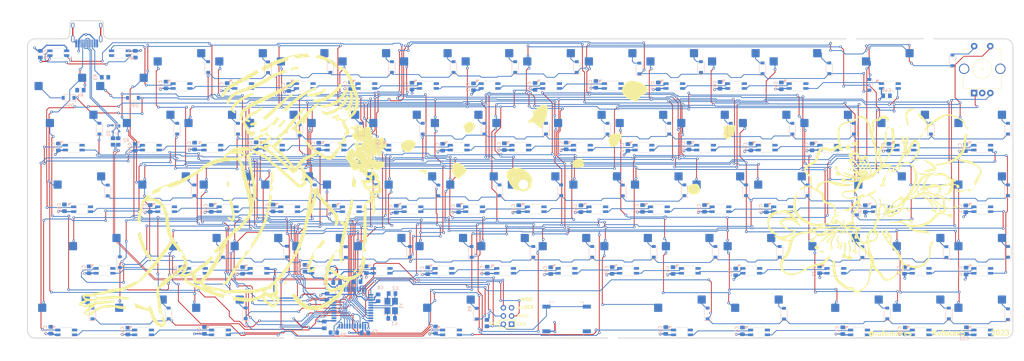
<source format=kicad_pcb>
(kicad_pcb (version 20211014) (generator pcbnew)
  (layers (0 "F.Cu" signal) (31 "B.Cu" signal) (34 "B.Paste" user) (35 "F.Paste" user) (36 "B.SilkS" user "B.Silkscreen") (37 "F.SilkS" user "F.Silkscreen") (38 "B.Mask" user) (39 "F.Mask" user) (44 "Edge.Cuts" user))
  (net 0 "")
  (net 1 "XTAL1")
  (net 2 "XTAL2")
  (net 3 "Net-(D2-Pad1)")
  (net 4 "Net-(D3-Pad1)")
  (net 5 "Net-(D4-Pad1)")
  (net 6 "Net-(D5-Pad1)")
  (net 7 "Net-(D6-Pad1)")
  (net 8 "Net-(D7-Pad1)")
  (net 9 "Net-(D8-Pad1)")
  (net 10 "Net-(D11-Pad1)")
  (net 11 "Net-(D12-Pad1)")
  (net 12 "Net-(D13-Pad1)")
  (net 13 "+5V")
  (net 14 "Net-(D17-Pad1)")
  (net 15 "Net-(D18-Pad1)")
  (net 16 "Net-(D19-Pad1)")
  (net 17 "Net-(D20-Pad1)")
  (net 18 "Net-(D21-Pad1)")
  (net 19 "Net-(D22-Pad1)")
  (net 20 "Net-(D23-Pad1)")
  (net 21 "Net-(D24-Pad1)")
  (net 22 "Net-(D25-Pad1)")
  (net 23 "Net-(D26-Pad1)")
  (net 24 "Net-(D27-Pad1)")
  (net 25 "Net-(D28-Pad1)")
  (net 26 "Net-(D10-Pad3)")
  (net 27 "Net-(D10-Pad1)")
  (net 28 "Net-(D32-Pad1)")
  (net 29 "Net-(D33-Pad1)")
  (net 30 "Net-(D34-Pad1)")
  (net 31 "Net-(D35-Pad1)")
  (net 32 "Net-(D36-Pad1)")
  (net 33 "Net-(D37-Pad1)")
  (net 34 "Net-(D38-Pad1)")
  (net 35 "Net-(D39-Pad1)")
  (net 36 "Net-(D40-Pad1)")
  (net 37 "Net-(D41-Pad1)")
  (net 38 "Net-(D42-Pad1)")
  (net 39 "Net-(D43-Pad1)")
  (net 40 "Net-(D46-Pad1)")
  (net 41 "Net-(D47-Pad1)")
  (net 42 "Net-(D48-Pad1)")
  (net 43 "Net-(D49-Pad1)")
  (net 44 "Net-(D50-Pad1)")
  (net 45 "Net-(D51-Pad1)")
  (net 46 "Net-(D52-Pad1)")
  (net 47 "Net-(D53-Pad1)")
  (net 48 "Net-(D54-Pad1)")
  (net 49 "Net-(D55-Pad1)")
  (net 50 "Net-(D56-Pad1)")
  (net 51 "Net-(D57-Pad1)")
  (net 52 "D16")
  (net 53 "D59")
  (net 54 "Net-(D60-Pad1)")
  (net 55 "Net-(D61-Pad1)")
  (net 56 "Net-(D62-Pad1)")
  (net 57 "Net-(D63-Pad1)")
  (net 58 "Net-(D64-Pad1)")
  (net 59 "Net-(D65-Pad1)")
  (net 60 "Net-(D66-Pad1)")
  (net 61 "Net-(D67-Pad1)")
  (net 63 "Net-(D30-Pad1)")
  (net 64 "D31")
  (net 65 "D45")
  (net 66 "Net-(D103-Pad2)")
  (net 67 "ROW0")
  (net 68 "COL9")
  (net 69 "ROW1")
  (net 70 "Net-(D94-Pad2)")
  (net 71 "Net-(D95-Pad2)")
  (net 72 "Net-(D96-Pad2)")
  (net 73 "Net-(D97-Pad2)")
  (net 74 "Net-(D98-Pad2)")
  (net 75 "Net-(D99-Pad2)")
  (net 76 "Net-(D100-Pad2)")
  (net 77 "Net-(D101-Pad2)")
  (net 78 "Net-(D102-Pad2)")
  (net 79 "ROW2")
  (net 80 "Net-(D104-Pad2)")
  (net 81 "Net-(D105-Pad2)")
  (net 82 "Net-(D106-Pad2)")
  (net 83 "Net-(D107-Pad2)")
  (net 84 "Net-(D108-Pad2)")
  (net 85 "Net-(D109-Pad2)")
  (net 86 "Net-(D110-Pad2)")
  (net 87 "Net-(D111-Pad2)")
  (net 88 "Net-(D112-Pad2)")
  (net 89 "ROW3")
  (net 90 "Net-(D113-Pad2)")
  (net 91 "Net-(D114-Pad2)")
  (net 92 "Net-(D115-Pad2)")
  (net 93 "Net-(D116-Pad2)")
  (net 94 "Net-(D117-Pad2)")
  (net 95 "Net-(D118-Pad2)")
  (net 96 "Net-(D119-Pad2)")
  (net 97 "Net-(D120-Pad2)")
  (net 98 "Net-(D121-Pad2)")
  (net 99 "Net-(D122-Pad2)")
  (net 100 "ROW4")
  (net 101 "Net-(D123-Pad2)")
  (net 102 "Net-(D124-Pad2)")
  (net 103 "Net-(D125-Pad2)")
  (net 104 "Net-(D126-Pad2)")
  (net 105 "Net-(D127-Pad2)")
  (net 106 "Net-(D128-Pad2)")
  (net 107 "Net-(D129-Pad2)")
  (net 108 "Net-(D130-Pad2)")
  (net 109 "Net-(D131-Pad2)")
  (net 110 "Net-(D132-Pad2)")
  (net 111 "ROW5")
  (net 112 "Net-(D133-Pad2)")
  (net 113 "Net-(D134-Pad2)")
  (net 114 "Net-(D135-Pad2)")
  (net 115 "Net-(D136-Pad2)")
  (net 116 "Net-(D137-Pad2)")
  (net 117 "Net-(D138-Pad2)")
  (net 118 "Net-(D139-Pad2)")
  (net 119 "Net-(D140-Pad2)")
  (net 120 "Net-(D141-Pad2)")
  (net 121 "Net-(D142-Pad2)")
  (net 122 "ROW6")
  (net 123 "Net-(D143-Pad2)")
  (net 124 "Net-(D144-Pad2)")
  (net 125 "Net-(D145-Pad2)")
  (net 126 "Net-(D146-Pad2)")
  (net 127 "Net-(D147-Pad2)")
  (net 128 "Net-(D148-Pad2)")
  (net 129 "Net-(D149-Pad2)")
  (net 130 "Net-(D150-Pad2)")
  (net 131 "Net-(D151-Pad2)")
  (net 132 "Net-(D152-Pad2)")
  (net 133 "GND")
  (net 134 "Net-(D153-Pad2)")
  (net 135 "Net-(D154-Pad2)")
  (net 136 "Net-(D155-Pad2)")
  (net 137 "Net-(D156-Pad2)")
  (net 138 "Net-(D157-Pad2)")
  (net 139 "Net-(D158-Pad2)")
  (net 140 "Net-(D159-Pad2)")
  (net 141 "Net-(D160-Pad2)")
  (net 142 "MISO")
  (net 143 "SCK")
  (net 144 "MOSI")
  (net 145 "RESET")
  (net 146 "D-")
  (net 147 "D+")
  (net 148 "Net-(R3-Pad2)")
  (net 149 "Net-(R4-Pad2)")
  (net 150 "Net-(R6-Pad2)")
  (net 151 "COL0")
  (net 152 "COL1")
  (net 153 "COL2")
  (net 154 "COL3")
  (net 155 "COL4")
  (net 156 "COL5")
  (net 157 "COL6")
  (net 158 "COL7")
  (net 159 "LED")
  (net 160 "RE2")
  (net 161 "RE1")
  (net 165 "Net-(C3-Pad1)")
  (net 166 "Net-(D1-Pad2)")
  (net 167 "Net-(D1-Pad3)")
  (net 168 "Net-(D14-Pad1)")
  (net 169 "Net-(D29-Pad1)")
  (net 170 "Net-(D44-Pad1)")
  (net 171 "Net-(D58-Pad1)")
  (net 172 "COL8")
  (footprint "random-keyboard-parts2:Reset_Pretty-Mask" (layer "F.Cu") (at 210.3585 157.1625))
  (footprint "reverse:MX_SK6812MINI-E_REV" (layer "F.Cu") (at 285.75 138.1125))
  (footprint "reverse:MX_SK6812MINI-E_REV" (layer "F.Cu") (at 161.891 119.0625))
  (footprint "reverse:MX_SK6812MINI-E_REV" (layer "F.Cu") (at 138.1125 100.0125))
  (footprint "reverse:MX_SK6812MINI-E_REV" (layer "F.Cu") (at 276.225 119.0625))
  (footprint "reverse:MX_SK6812MINI-E_REV" (layer "F.Cu") (at 214.3125 100.0125))
  (footprint "reverse:MX_SK6812MINI-E_REV" (layer "F.Cu") (at 104.775 119.0625))
  (footprint "reverse:MX_SK6812MINI-E_REV" (layer "F.Cu") (at 85.725 138.1125))
  (footprint "reverse:MX_SK6812MINI-E_REV" (layer "F.Cu") (at 357.1875 157.1625))
  (footprint "reverse:MX_SK6812MINI-E_REV" (layer "F.Cu") (at 295.275 119.0625))
  (footprint "reverse:MX_SK6812MINI-E_REV" (layer "F.Cu") (at 266.727305 138.1125))
  (footprint "reverse:MX_SK6812MINI-E_REV" (layer "F.Cu") (at 180.975 119.0625))
  (footprint "reverse:MX_SK6812MINI-E_REV" (layer "F.Cu") (at 338.1375 138.1125))
  (footprint "reverse:MX_SK6812MINI-E_REV" (layer "F.Cu") (at 233.37725 100.0125))
  (footprint "reverse:MX_SK6812MINI-E_REV" (layer "F.Cu") (at 97.646 157.1625))
  (footprint "reverse:MX_SK6812MINI-E_REV" (layer "F.Cu") (at 128.60225 80.9625))
  (footprint "reverse:MX_SK6812MINI-E_REV" (layer "F.Cu") (at 123.791 119.0625))
  (footprint "reverse:MX_SK6812MINI-E_REV" (layer "F.Cu") (at 357.1875 100.0125))
  (footprint "reverse:MX_SK6812MINI-E_REV" (layer "F.Cu") (at 223.8375 80.9625))
  (footprint "reverse:MX_SK6812MINI-E_REV" (layer "F.Cu") (at 326.19725 119.0625))
  (footprint "reverse:MX_SK6812MINI-E_REV" (layer "F.Cu") (at 119.07725 100.0125))
  (footprint "reverse:MX_SK6812MINI-E_REV" (layer "F.Cu") (at 133.36475 138.1125))
  (footprint "reverse:MX_SK6812MINI-E_REV" (layer "F.Cu") (at 114.31475 138.1125))
  (footprint "reverse:MX_SK6812MINI-E_REV" (layer "F.Cu") (at 319.0875 157.1625))
  (footprint "reverse:MX_SK6812MINI-E_REV" (layer "F.Cu") (at 257.175 119.0625))
  (footprint "reverse:MX_SK6812MINI-E_REV" (layer "F.Cu") (at 71.4375 80.9625 180))
  (footprint "reverse:MX_SK6812MINI-E_REV" (layer "F.Cu") (at 228.6 138.1125))
  (footprint "reverse:MX_SK6812MINI-E_REV" (layer "F.Cu") (at 157.17725 100.0125))
  (footprint "reverse:MX_SK6812MINI-E_REV" (layer "F.Cu") (at 192.896007 157.1625))
  (footprint "reverse:MX_SK6812MINI-E_REV" (layer "F.Cu") (at 147.65225 80.9625))
  (footprint "reverse:MX_SK6812MINI-E_REV" (layer "F.Cu") (at 100.02725 100.0125))
  (footprint "reverse:MX_SK6812MINI-E_REV" (layer "F.Cu") (at 247.65 138.1125))
  (footprint "reverse:MX_SK6812MINI-E_REV" (layer "F.Cu") (at 78.8035 119.0625))
  (footprint "reverse:MX_SK6812MINI-E_REV" (layer "F.Cu") (at 271.4625 100.0125))
  (footprint "reverse:MX_SK6812MINI-E_REV" (layer "F.Cu") (at 261.95225 80.9625))
  (footprint "reverse:MX_SK6812MINI-E_REV" (layer "F.Cu") (at 333.38975 100.0125))
  (footprint "reverse:MX_SK6812MINI-E_REV" (layer "F.Cu") (at 176.2125 100.0125))
  (footprint "reverse:MX_SK6812MINI-E_REV" (layer "F.Cu") (at 171.45 138.1125))
  (footprint "reverse:MX_SK6812MINI-E_REV" (layer "F.Cu") (at 121.4585 157.1625))
  (footprint "reverse:MX_SK6812MINI-E_REV" (layer "F.Cu") (at 90.50225 80.9625 180))
  (footprint "reverse:MX_SK6812MINI-E_REV" (layer "F.Cu") (at 242.90225 80.9625))
  (footprint "reverse:MX_SK6812MINI-E_REV" (layer "F.Cu") (at 252.4125 100.0125))
  (footprint "reverse:MX_SK6812MINI-E_REV" (layer "F.Cu") (at 142.841 119.0625))
  (footprint "reverse:MX_SK6812MINI-E_REV" (layer "F.Cu") (at 300.05225 80.9625))
  (footprint "reverse:MX_SK6812MINI-E_REV" (layer "F.Cu") (at 109.5375 80.9625))
  (footprint "reverse:MX_SK6812MINI-E_REV" (layer "F.Cu") (at 311.763555 138.1125))
  (footprint "reverse:MX_SK6812MINI-E_REV" (layer "F.Cu") (at 290.5125 100.0125))
  (footprint "reverse:MX_SK6812MINI-E_REV" (layer "F.Cu") (at 357.1875 138.1125))
  (footprint "reverse:MX_SK6812MINI-E_REV" (layer "F.Cu") (at 200.025 119.0625))
  (footprint "reverse:MX_SK6812MINI-E_REV" (layer "F.Cu") (at 338.1375 157.1625))
  (footprint "reverse:MX_SK6812MINI-E_REV" (layer "F.Cu") (at 328.6125 80.9625))
  (footprint "reverse:MX_SK6812MINI-E_REV" (layer "F.Cu") (at 264.31875 157.1625))
  (footprint "reverse:MX_SK6812MINI-E_REV" (layer "F.Cu") (at 204.80225 80.9625))
  (footprint "reverse:MX_SK6812MINI-E_REV" (layer "F.Cu") (at 309.5625 100.0125))
  (footprint "reverse:MX_SK6812MINI-E_REV" (layer "F.Cu") (at 195.2625 100.0125))
  (footprint "Rotary_Encoder:RotaryEncoder_Alps_EC11E-Switch_Vertical_H20mm_CircularMountingHoles" (layer "F.Cu") (at 354.6875 88.2125 90))
  (footprint "reverse:MX_SK6812MINI-E_REV" (layer "F.Cu") (at 209.623805 138.1125))
  (footprint "reverse:MX_SK6812MINI-E_REV" (layer "F.Cu") (at 185.75225 80.9625))
  (footprint "reverse:MX_SK6812MINI-E_REV" (layer "F.Cu") (at 152.4 138.1125))
  (footprint "reverse:MX_SK6812MINI-E_REV" (layer "F.Cu") (at 190.527305 138.1125))
  (footprint "reverse:MX_SK6812MINI-E_REV" (layer "F.Cu") (at 288.146 157.1625))
  (footprint "reverse:MX_SK6812MINI-E_REV" (layer "F.Cu") (at 73.89325 157.1625))
  (footprint "reverse:MX_SK6812MINI-E_REV" (layer "F.Cu") (at 281.017 80.9625))
  (footprint "reverse:MX_SK6812MINI-E_REV" (layer "F.Cu") (at 219.075 119.0625))
  (footprint "reverse:MX_SK6812MINI-E_REV" (layer "F.Cu") (at 166.734 80.9625))
  (footprint "reverse:MX_SK6812MINI-E_REV" (layer "F.Cu") (at 238.125 119.0625))
  (footprint "reverse:MX_SK6812MINI-E_REV" (layer "F.Cu") (at 357.1875 119.0625))
  (footprint "reverse:MX_SK6812MINI-E_REV" (layer "F.Cu") (at 76.21475 100.0125))
  (footprint "Capacitor_SMD:C_0805_2012Metric_Pad1.18x1.45mm_HandSolder" (layer "B.Cu") (at 128.45 143.0775 -90))
  (footprint "acheron_MXH:MX125H" (layer "B.Cu") (at 97.646 157.1625 180))
  (footprint "Diode_SMD:D_SOD-123" (layer "B.Cu") (at 169.8285 118.20625 90))
  (footprint "acheron_MXH:MX100H" (layer "B.Cu") (at 171.477305 138.1125 180))
  (footprint "Resistor_SMD:R_0805_2012Metric_Pad1.20x1.40mm_HandSolder" (layer "B.Cu") (at 156.672996 162.30975))
  (footprint "Capacitor_SMD:C_0805_2012Metric_Pad1.18x1.45mm_HandSolder" (layer "B.Cu") (at 237.7 85.5375 -90))
  (footprint "acheron_MXH:MX175H" (layer "B.Cu") (at 312.017555 138.1125 180))
  (footprint "Diode_SMD:D_SOD-123" (layer "B.Cu") (at 193.68975 80.16875 90))
  (footprint "acheron_MXH:MX100H" (layer "B.Cu") (at 200.025 119.0625 180))
  (footprint "acheron_MXH:MX100H" (layer "B.Cu") (at 357.1875 100.0125 180))
  (footprint "Capacitor_SMD:C_0805_2012Metric_Pad1.18x1.45mm_HandSolder" (layer "B.Cu") (at 95.26475 76.2 90))
  (footprint "acheron_MXH:MX100H" (layer "B.Cu") (at 109.55225 80.9625 180))
  (footprint "Diode_SMD:D_SOD-123" (layer "B.Cu") (at 90.4875 140.49375 90))
  (footprint "Capacitor_SMD:C_0805_2012Metric_Pad1.18x1.45mm_HandSolder" (layer "B.Cu") (at 92.975 161.8375 -90))
  (footprint "Diode_SMD:D_SOD-123" (layer "B.Cu") (at 142.153555 137.2375 90))
  (footprint "Capacitor_SMD:C_0805_2012Metric_Pad1.18x1.45mm_HandSolder" (layer "B.Cu") (at 195.25 124.0175 -90))
  (footprint "acheron_MXH:MX225HR" (layer "B.Cu") (at 83.3585 138.1125 180))
  (footprint "Diode_SMD:D_SOD-123" (layer "B.Cu") (at 241.31475 99.21875 90))
  (footprint "Capacitor_SMD:C_0805_2012Metric_Pad1.18x1.45mm_HandSolder" (layer "B.Cu") (at 109.34 143.0825 -90))
  (footprint "acheron_MXH:MX100H" (layer "B.Cu") (at 247.677305 138.1125 180))
  (footprint "Capacitor_SMD:C_0805_2012Metric_Pad1.18x1.45mm_HandSolder" (layer "B.Cu") (at 306.9 142.875 -90))
  (footprint "Capacitor_SMD:C_0805_2012Metric_Pad1.18x1.45mm_HandSolder" (layer "B.Cu") (at 333.15 143.075 -90))
  (footprint "Resistor_SMD:R_0805_2012Metric_Pad1.20x1.40mm_HandSolder" (layer "B.Cu") (at 78.2785 87.3125))
  (footprint "Capacitor_SMD:C_0805_2012Metric_Pad1.18x1.45mm_HandSolder" (layer "B.Cu") (at 266.5 104.6375 -90))
  (footprint "acheron_MXH:MX100H" (layer "B.Cu") (at 176.22725 100.0125 180))
  (footprint "Diode_SMD:D_SOD-123" (layer "B.Cu") (at 317.51475 99.21875 90))
  (footprint "acheron_MXH:MX100H" (layer "B.Cu") (at 290.5125 100.0125 180))
  (footprint "acheron_MXH:MX100H" (layer "B.Cu") (at 276.225 119.0625 180))
  (footprint "acheron_MXH:MX100H" (layer "B.Cu") (at 219.075 119.0625 180))
  (footprint "Diode_SMD:D_SOD-123" (layer "B.Cu") (at 284.1285 118.26875 90))
  (footprint "acheron_MXH:MX100H" (layer "B.Cu") (at 266.727305 138.1125 180))
  (footprint "Capacitor_SMD:C_0805_2012Metric_Pad1.18x1.45mm_HandSolder" (layer "B.Cu") (at 132.625 104.4875 -90))
  (footprint "Diode_SMD:D_SOD-123" (layer "B.Cu") (at 86.741 118.33125 90))
  (footprint "acheron_MXH:MX100H" (layer "B.Cu") (at 90.50225 80.9625))
  (footprint "Capacitor_SMD:C_0805_2012Metric_Pad1.18x1.45mm_HandSolder" (layer "B.Cu") (at 314.05 161.7 -90))
  (footprint "Diode_SMD:D_SOD-123" (layer "B.Cu") (at 113.521 118.26875 90))
  (footprint "acheron_MXH:MX100H" (layer "B.Cu") (at 161.891 119.0625 180))
  (footprint "Diode_SMD:D_SOD-123" (layer "B.Cu") (at 346.102305 137.38125 90))
  (footprint "acheron_MXH:MX150H" (layer "B.Cu") (at 333.375 100.0125 180))
  (footprint "acheron_MXH:MX100H" (layer "B.Cu") (at 357.1875 138.1125 180))
  (footprint "Capacitor_SMD:C_0805_2012Metric_Pad1.18x1.45mm_HandSolder" (layer "B.Cu") (at 157.535667 146.842664 180))
  (footprint "Capacitor_SMD:C_0805_2012Metric_Pad1.18x1.45mm_HandSolder" (layer "B.Cu") (at 351.95 105.1125 -90))
  (footprint "acheron_MXH:MX100H" (layer "B.Cu") (at 319.0875 157.1625 180))
  (footprint "Capacitor_SMD:C_0805_2012Metric_Pad1.18x1.45mm_HandSolder" (layer "B.Cu") (at 95.25 105.0125 -90))
  (footprint "acheron_MXH:MX100H" (layer "B.Cu") (at 128.60225 80.9625 180))
  (footprint "Capacitor_SMD:C_0805_2012Metric_Pad1.18x1.45mm_HandSolder" (layer "B.Cu") (at 276.075 85.825 -90))
  (footprint "acheron_MXH:MX125H" (layer "B.Cu") (at 73.8335 157.1625 180))
  (footprint "acheron_MXH:MX100H" (layer "B.Cu") (at 309.5625 100.0125 180))
  (footprint "Diode_SMD:D_SOD-123" (layer "B.Cu") (at 136.3175 80.23125 90))
  (footprint "acheron_MXH:MX100H" (layer "B.Cu") (at 338.1375 157.1625 180))
  (footprint "Diode_SMD:D_SOD-123" (layer "B.Cu") (at 365.152305 137.31875 90))
  (footprint "Diode_SMD:D_SOD-123" (layer "B.Cu") (at 146.06475 99.6625 90))
  (footprint "Diode_SMD:D_SOD-123" (layer "B.Cu") (at 226.9785 118.26875 90))
  (footprint "acheron_MXH:MX100H" (layer "B.Cu") (at 180.975 119.0625 180))
  (footprint "Capacitor_SMD:C_0805_2012Metric_Pad1.18x1.45mm_HandSolder" (layer "B.Cu") (at 73.35 123.7075 -90))
  (footprint "acheron_MXH:MX100H" (layer "B.Cu") (at 281.00225 80.9625 180))
  (footprint "Capacitor_SMD:C_0805_2012Metric_Pad1.18x1.45mm_HandSolder" (layer "B.Cu") (at 352.1 124.0025 -90))
  (footprint "acheron_MXH:MX100H" (layer "B.Cu") (at 190.527305 138.1125 180))
  (footprint "Capacitor_SMD:C_0805_2012Metric_Pad1.18x1.45mm_HandSolder" (layer "B.Cu") (at 171.85 103.8875 -90))
  (footprint "Capacitor_SMD:C_0805_2012Metric_Pad1.18x1.45mm_HandSolder" (layer "B.Cu") (at 247.6 105.0375 -90))
  (footprint "Capacitor_SMD:C_0805_2012Metric_Pad1.18x1.45mm_HandSolder" (layer "B.Cu") (at 65.896 76.2 90))
  (footprint "acheron_MXH:MX100H" (layer "B.Cu") (at 147.65225 80.9625 180))
  (footprint "Diode_SMD:D_SOD-123" (layer "B.Cu") (at 320.113805 137.38125 90))
  (footprint "acheron_MXH:MX100H" (layer "B.Cu") (at 228.627305 138.1125 180))
  (footprint "acheron_MXH:MX100H" (layer "B.Cu") (at 338.1375 138.1125 180))
  (footprint "Diode_SMD:D_SOD-123" (layer "B.Cu") (at 260.36475 99.21875 90))
  (footprint "Button_Switch_SMD:SW_MEC_5GSH9" (layer "B.Cu") (at 228.655754 158.077266 90))
  (footprint "Capacitor_SMD:C_0805_2012Metric_Pad1.18x1.45mm_HandSolder" (layer "B.Cu") (at 333.4 161.7625 -90))
  (footprint "acheron_MXH:MX100H" (layer "B.Cu") (at 252.42725 100.0125 180))
  (footprint "Diode_SMD:D_SOD-123" (layer "B.Cu") (at 200.8335 156.43125 90))
  (footprint "Diode_SMD:D_SOD-123" (layer "B.Cu") (at 309.880625 80.55 90))
  (footprint "Diode_SMD:D_SOD-123" (layer "B.Cu") (at 108.21875 99.21875 90))
  (footprint "Capacitor_SMD:C_0805_2012Metric_Pad1.18x1.45mm_HandSolder" (layer "B.Cu") (at 271.3 123.8825 -90))
  (footprint "acheron_MXH:MX100H" (layer "B.Cu") (at 104.78975 119.0625 180))
  (footprint "Capacitor_SMD:C_0805_2012Metric_Pad1.18x1.45mm_HandSolder" (layer "B.Cu") (at 290.41 124.0075 -90))
  (footprint "acheron_MXH:MX100H" (layer "B.Cu") (at 166.734 80.9625 180))
  (footprint "Capacitor_SMD:C_0805_2012Metric_Pad1.18x1.45mm_HandSolder" (layer "B.Cu") (at 213.86 123.9675 -90))
  (footprint "Capacitor_SMD:C_0805_2012Metric_Pad1.18x1.45mm_HandSolder" (layer "B.Cu") (at 113.6 104.6 -90))
  (footprint "acheron_MXH:MX100H" (layer "B.Cu") (at 271.47725 100.0125 180))
  (footprint "Resistor_SMD:R_0805_2012Metric_Pad1.20x1.40mm_HandSolder" (layer "B.Cu") (at 89.9785 103.1875 -90))
  (footprint "Diode_SMD:D_SOD-123" (layer "B.Cu") (at 289.243125 80.55 90))
  (footprint "Capacitor_SMD:C_0805_2012Metric_Pad1.18x1.45mm_HandSolder" (layer "B.Cu") (at 116.65 161.6375 -90))
  (footprint "Capacitor_SMD:C_0805_2012Metric_Pad1.18x1.45mm_HandSolder" (layer "B.Cu") (at 71.475 104.8875 -90))
  (footprint "Diode_SMD:D_SOD-123" (layer "B.Cu") (at 251.143125 80.6125 90))
  (footprint "random-keyboard-parts2:SOT143B" (layer "B.Cu") (at 89.273167 99.141464 180))
  (footprint "acheron_MXH:MX125H" (layer "B.Cu") (at 264.3335 157.1625 180))
  (footprint "Capacitor_SMD:C_0805_2012Metric_Pad1.18x1.45mm_HandSolder" (layer "B.Cu") (at 170.362667 151.528964 -90))
  (footprint "Diode_SMD:D_SOD-123" (layer "B.Cu") (at 294.555055 137.31875 90))
  (footprint "acheron_MXH:MX100H" (layer "B.Cu") (at 185.75225 80.9625 180))
  (footprint "Capacitor_SMD:C_0805_2012Metric_Pad1.18x1.45mm_HandSolder" (layer "B.Cu") (at 69.125 161.5625 -90))
  (footprint "Resistor_SMD:R_0805_2012Metric_Pad1.20x1.40mm_HandSolder" (layer "B.Cu") (at 85.891917 83.34375 180))
  (footprint "Diode_SMD:D_SOD-123" (layer "B.Cu") (at 207.9285 118.26875 90))
  (footprint "Diode_SMD:D_SOD-123" (layer "B.Cu") (at 155.58975 80.16875 90))
  (footprint "acheron_MXH:MX100H" (layer "B.Cu") (at 357.1875 119.0625 180))
  (footprint "Diode_SMD:D_SOD-123" (layer "B.Cu") (at 74.62725 89.69375 180))
  (footprint "Capacitor_SMD:C_0805_2012Metric_Pad1.18x1.45mm_HandSolder" (layer "B.Cu") (at 174.673167 150.216464 180))
  (footprint "acheron_MXH:MX100H" (layer "B.Cu") (at 261.95225 80.9625 180))
  (footprint "Package_QFP:TQFP-44_10x10mm_P0.8mm" (layer "B.Cu") (at 162.39275 154.6335 -90))
  (footprint "acheron_MXH:MX100H" (layer "B.Cu") (at 223.85225 80.9625 180))
  (footprint "Capacitor_SMD:C_0805_2012Metric_Pad1.18x1.45mm_HandSolder" (layer "B.Cu") (at 261.56 143.1125 -90))
  (footprint "Capacitor_SMD:C_0805_2012Metric_Pad1.18x1.45mm_HandSolder" (layer "B.Cu") (at 80.9625 142.875 -90))
  (footprint "Diode_SMD:D_SOD-123" (layer "B.Cu") (at 279.41475 99.21875 90))
  (footprint "Capacitor_SMD:C_0805_2012Metric_Pad1.18x1.45mm_HandSolder" (layer "B.Cu") (at 147.73 142.3925 -90))
  (footprint "Diode_SMD:D_SOD-123" (layer "B.Cu") (at 274.664805 137.31875 90))
  (footprint "Diode_SMD:D_SOD-123" (layer "B.Cu") (at 188.9785 118.33125 90))
  (footprint "Diode_SMD:D_SOD-123" (layer "B.Cu") (at 272.271 156.36875 90))
  (footprint "Capacitor_SMD:C_0805_2012Metric_Pad1.18x1.45mm_HandSolder" (layer "B.Cu") (at 352.325 161.6875 -90))
  (footprint "Diode_SMD:D_SOD-123" (layer "B.Cu") (at 222.26475 99.21875 90))
  (footprint "acheron_MXH:MX100H" (layer "B.Cu") (at 133.36475 138.1125 180))
  (footprint "acheron_MXH:MX100H" (layer "B.Cu") (at 295.275 119.0625 180))
  (footprint "Type-C:HRO-TYPE-C-31-M-12-HandSoldering" (layer "B.Cu") (at 80.23733 64.670635))
  (footprint "Diode_SMD:D_SOD-123" (layer "B.Cu") (at 150.7785 118.26875 90))
  (footprint "Diode_SMD:D_SOD-123" (layer "B.Cu") (at 231.78975 80.16875 90))
  (footprint "Diode_SMD:D_SOD-123" (layer "B.Cu") (at 255.614805 137.31875 90))
  (footprint "acheron_MXH:MX150H" (layer "B.Cu") (at 76.21475 100.0125 180))
  (footprint "acheron_MXH:MX125H" (layer "B.Cu") (at 288.146 157.1625 180))
  (footprint "Diode_SMD:D_SOD-123" (layer "B.Cu") (at 303.1785 118.26875 90))
  (footprint "Capacitor_SMD:C_0805_2012Metric_Pad1.18x1.45mm_HandSolder" (layer "B.Cu") (at 180.82 86.08 -90))
  (footprint "Diode_SMD:D_SOD-123" (layer "B.Cu") (at 298.46475 99.21875 90))
  (footprint "acheron_MXH:MX200HR" (layer "B.Cu") (at 328.62725 80.9625 180))
  (footprint "Capacitor_SMD:C_0805_2012Metric_Pad1.18x1.45mm_HandSolder" (layer "B.Cu") (at 161.87 85.9225 -90))
  (footprint "acheron_MXH:MX100H" (layer "B.Cu") (at 123.791 119.0625 180))
  (footprint "Diode_SMD:D_SOD-123" (layer "B.Cu") (at 160.364805 137.38125 90))
  (footprint "Capacitor_SMD:C_0805_2012Metric_Pad1.18x1.45mm_HandSolder" (layer "B.Cu") (at 153.704246 159.9285 -90))
  (footprint "Capacitor_SMD:C_0805_2012Metric_Pad1.18x1.45mm_HandSolder" (layer "B.Cu") (at 280.95 143.53 -90))
  (footprint "Diode_SMD:D_SOD-123" (layer "B.Cu") (at 365.13975 99.21875 90))
  (footprint "Capacitor_SMD:C_0805_2012Metric_Pad1.18x1.45mm_HandSolder" (layer "B.Cu") (at 154.563867 151.285214 -90))
  (footprint "Diode_SMD:D_SOD-123" (layer "B.Cu") (at 318.41 124.22 90))
  (footprint "Diode_SMD:D_SOD-123" (layer "B.Cu") (at 365.125 156.59 90))
  (footprint "Diode_SMD:D_SOD-123" (layer "B.Cu") (at 365.1375 118.26875 90))
  (footprint "Capacitor_SMD:C_0805_2012Metric_Pad1.18x1.45mm_HandSolder" (layer "B.Cu") (at 283.025 161.7625 -90))
  (footprint "Diode_SMD:D_SOD-123" (layer "B.Cu") (at 94.5335 89.69375 180))
  (footprint "Capacitor_SMD:C_0805_2012Metric_Pad1.18x1.45mm_HandSolder" (layer "B.Cu") (at 327.5875 89.05 180))
  (footprint "Capacitor_SMD:C_0805_2012Metric_Pad1.18x1.45mm_HandSolder" (layer "B.Cu") (at 328.325 104.9625 -90))
  (footprint "acheron_MXH:MX100H" (layer "B.Cu") (at 357.1875 157.1625 180))
  (footprint "Capacitor_SMD:C_0805_2012Metric_Pad1.18x1.45mm_HandSolder" (layer "B.Cu") (at 99.86 123.8975 -90))
  (footprint "Diode_SMD:D_SOD-123" (layer "B.Cu") (at 218.355055 137.31875 90))
  (footprint "Diode_SMD:D_SOD-123" (layer "B.Cu") (at 265.0785 118.26875 90))
  (footprint "Capacitor_SMD:C_0805_2012Metric_Pad1.18x1.45mm_HandSolder" (layer "B.Cu") (at 223.73 143.1275 -90))
  (footprint "Capacitor_SMD:C_0805_2012Metric_Pad1.18x1.45mm_HandSolder" (layer "B.Cu") (at 166.72 142.8525 -90))
  (footprint "Capacitor_SMD:C_0805_2012Metric_Pad1.18x1.45mm_HandSolder" (layer "B.Cu") (at 252.13 123.9025 -90))
  (footprint "Capacitor_SMD:C_0805_2012Metric_Pad1.18x1.45mm_HandSolder" (layer "B.Cu") (at 142.75 86.5325 -90))
  (footprint "Capacitor_SMD:C_0805_2012Metric_Pad1.18x1.45mm_HandSolder" (layer "B.Cu") (at 188.125 161.4875 -90))
  (footprint "Capacitor_SMD:C_0805_2012Metric_Pad1.18x1.45mm_HandSolder" (layer "B.Cu") (at 152 104.6125 -90))
  (footprint "Diode_SMD:D_SOD-123" (layer "B.Cu") (at 81.99325 156.36875 90))
  (footprint "acheron_MXH:MX100H" (layer "B.Cu") (at 119.07725 100.0125 180))
  (footprint "Capacitor_SMD:C_0805_2012Metric_Pad1.18x1.45mm_HandSolder" (layer "B.Cu") (at 199.86 86.2775 -90))
  (footprint "acheron_MXH:MX125H" (layer "B.Cu") (at 121.4585 157.1625 180))
  (footprint "Capacitor_SMD:C_0805_2012Metric_Pad1.18x1.45mm_HandSolder" (layer "B.Cu") (at 285.625 104.9125 -90))
  (footprint "acheron_MXH:MX175H" (layer "B.Cu") (at 78.596 119.0625 180))
  (footprint "acheron_MXH:MX100H" (layer "B.Cu") (at 257.175 119.0625 180))
  (footprint "Diode_SMD:D_SOD-123" (layer "B.Cu") (at 295.876 156.43125 90))
  (footprint "Diode_SMD:D_SOD-123" (layer "B.Cu") (at 327.81875 156.36875 90))
  (footprint "Diode_SMD:D_SOD-123" (layer "B.Cu") (at 236.564805 137.31875 90))
  (footprint "Diode_SMD:D_SOD-123" (layer "B.Cu") (at 127.01475 99.21875 90))
  (footprint "Capacitor_SMD:C_0805_2012Metric_Pad1.18x1.45mm_HandSolder" (layer "B.Cu") (at 163.853917 146.563264))
  (footprint "Capacitor_SMD:C_0805_2012Metric_Pad1.18x1.45mm_HandSolder" (layer "B.Cu") (at 228.5 104.5625 -90))
  (footprint "Capacitor_SMD:C_0805_2012Metric_Pad1.18x1.45mm_HandSolder" (layer "B.Cu") (at 218.9 86.1625 -90))
  (footprint "acheron_MXH:MX100H" (layer "B.Cu") (at 300.05225 80.9625 180))
  (footprint "acheron_MXH:MX100H" (layer "B.Cu") (at 71.45225 80.9625))
  (footprint "Capacitor_SMD:C_0805_2012Metric_Pad1.18x1.45mm_HandSolder" (layer "B.Cu") (at 233.07 123.9825 -90))
  (footprint "Diode_SMD:D_SOD-123" (layer "B.Cu") (at 341.32725 99.21875 90))
  (footprint "Capacitor_SMD:C_0805_2012Metric_Pad1.18x1.45mm_HandSolder" (layer "B.Cu") (at 156.79 124.1125 -90))
  (footprint "Capacitor_SMD:C_0805_2012Metric_Pad1.18x1.45mm_HandSolder" (layer "B.Cu") (at 204.11 142.9725 -90))
  (footprint "Diode_SMD:D_SOD-123" (layer "B.Cu") (at 131.7285 118.26875 90))
  (footprint "acheron_MXH:MX100H" (layer "B.Cu") (at 238.125 119.0625 180))
  (footprint "acheron_MXH:MX100H" (layer "B.Cu") (at 233.37725 100.0125 180))
  (footprint "Diode_SMD:D_SOD-123" (layer "B.Cu") (at 105.5835 156.36875 90))
  (footprint "Diode_SMD:D_SOD-123" (layer "B.Cu") (at 180.208555 137.31875 90))
  (footprint "Diode_SMD:D_SOD-123" (layer "B.Cu") (at 117.793125 80.16875 90))
  (footprint "acheron_MXH:MX100H" (layer "B.Cu") (at 138.12725 100.0125 180))
  (footprint "acheron_MXH:MX100H" (layer "B.Cu") (at 209.623805 138.1125 180))
  (footprint "Resistor_SMD:R_0805_2012Metric_Pad1.20x1.40mm_HandSolder" (layer "B.Cu") (at 88.391 103.1875 -90))
  (footprint "Capacitor_SMD:C_0805_2012Metric_Pad1.18x1.45mm_HandSolder" (layer "B.Cu") (at 295.05 85.9875 -90))
  (footprint "Diode_SMD:D_SOD-123" (layer "B.Cu") (at 174.63975 80.16875 90))
  (footprint "acheron_MXH:MX100H" (layer "B.Cu") (at 214.30171 100.0125 180))
  (footprint "Capacitor_SMD:C_0805_2012Metric_Pad1.18x1.45mm_HandSolder" (layer "B.Cu") (at 190.3 104.9625 -90))
  (footprint "Diode_SMD:D_SOD-123" (layer "B.Cu") (at 346.86875 156.36875 90))
  (footprint "Diode_SMD:D_SOD-123" (layer "B.Cu") (at 199.258555 137.31875 90))
  (footprint "Capacitor_SMD:C_0805_2012Metric_Pad1.18x1.45mm_HandSolder" (layer "B.Cu") (at 242.74 143.0775 -90))
  (footprint "Capacitor_SMD:C_0805_2012Metric_Pad1.18x1.45mm_HandSolder" (layer "B.Cu") (at 166.288417 162.387464))
  (footprint "Capacitor_SMD:C_0805_2012Metric_Pad1.18x1.45mm_HandSolder" (layer "B.Cu") (at 123.66 86.2025 -90))
  (footprint "Diode_SMD:D_SOD-123" (layer "B.Cu") (at 184.16475 99.21875 90))
  (footprint "acheron_MXH:MX100H" (layer "B.Cu") (at 142.841 119.0625 180))
  (footprint "Capacitor_SMD:C_0805_2012Metric_Pad1.18x1.45mm_HandSolder" (layer "B.Cu") (at 259.3 161.6375 -90))
  (footprint "Capacitor_SMD:C_0805_2012Metric_Pad1.18x1.45mm_HandSolder" (layer "B.Cu") (at 321.03 123.9625 -90))
  (footprint "Resistor_SMD:R_0805_2012Metric_Pad1.20x1.40mm_HandSolder" (layer "B.Cu") (at 204.0085 159.3375 -90))
  (footprint "acheron_MXH:MX100H" (layer "B.Cu") (at 204.80225 80.9625 180))
  (footprint "Capacitor_SMD:C_0805_2012Metric_Pad1.18x1.45mm_HandSolder" (layer "B.Cu") (at 174.532167 157.899964))
  (footprint "Diode_SMD:D_SOD-123" (layer "B.Cu") (at 122.36068 137.31875 90))
  (footprint "Diode_SMD:D_SOD-123" (layer "B.Cu") (at 347.98 78.105 90))
  (footprint "Diode_SMD:D_SOD-123" (layer "B.Cu") (at 212.73975 80.16875 90))
  (footprint "Crystal:Crystal_SMD_3225-4Pin_3.2x2.5mm_HandSoldering" (layer "B.Cu") (at 174.419667 154.047714 90))
  (footprint "acheron_MXH:MX100H" (layer "B.Cu") (at 114.31475 138.1125 180))
  (footprint "Diode_SMD:D_SOD-123" (layer "B.Cu") (at 270.193125 80.16875 90))
  (footprint "Capacitor_SMD:C_0805_2012Metric_Pad1.18x1.45mm_HandSolder" (layer "B.Cu") (at 352.175 143.2625 -90))
  (footprint "Diode_SMD:D_SOD-123" (layer "B.Cu") (at 246.0285 118.33125 90))
  (footprint "Diode_SMD:D_SOD-123" (layer "B.Cu") (at 203.21475 99.21875 90))
  (footprint "acheron_MXH:MX100H" (layer "B.Cu") (at 285.823805 138.1125 180))
  (footprint "acheron_MXH:MX100H" (layer "B.Cu") (at 100.031 100.0125 180))
  (footprint "acheron_MXH:MX100H" (layer "B.Cu") (at 242.90225 80.9625 180))
  (footprint "Diode_SMD:D_SOD-123" (layer "B.Cu") (at 165.11475 99.21875 90))
  (footprint "acheron_MXH:MX225HR" (layer "B.Cu") (at 326.23125 119.0625 180))
  (footprint "Capacitor_SMD:C_0805_2012Metric_Pad1.18x1.45mm_HandSolder" (layer "B.Cu") (at 137.88 123.7575 -90))
  (footprint "acheron_MXH:MX100H" (layer "B.Cu") (at 152.427305 138.1125 180))
  (footprint "Capacitor_SMD:C_0805_2012Metric_Pad1.18x1.45mm_HandSolder" (layer "B.Cu") (at 304.575 104.8875 -90))
  (footprint "acheron_MXH:MX625HR" (layer "B.Cu") (at 192.896007 157.1625 180))
  (footprint "Diode_SMD:D_SOD-123" (layer "B.Cu") (at 322.292 85.6625 90))
  (footprint "Capacitor_SMD:C_0805_2012Metric_Pad1.18x1.45mm_HandSolder" (layer "B.Cu") (at 118.75 123.8875 -90))
  (footprint "Diode_SMD:D_SOD-123" (layer "B.Cu") (at 84.15225 99.21875 90))
  (footprint "Capacitor_SMD:C_0805_2012Metric_Pad1.18x1.45mm_HandSolder" (layer "B.Cu") (at 185.7 143.1725 -90))
  (footprint "Capacitor_SMD:C_0805_2012Metric_Pad1.18x1.45mm_HandSolder" (layer "B.Cu") (at 104.775 85.725 -90))
  (footprint "acheron_MXH:MX100H" (layer "B.Cu") (at 157.17725 100.0125 180))
  (footprint "Diode_SMD:D_SOD-123" (layer "B.Cu") (at 129.396 156.30625 90))
  (footprint "Capacitor_SMD:C_0805_2012Metric_Pad1.18x1.45mm_HandSolder" (layer "B.Cu") (at 209.4 104.7875 -90))
  (footprint "Capacitor_SMD:C_0805_2012Metric_Pad1.18x1.45mm_HandSolder" (layer "B.Cu") (at 257 85.9875 -90))
  (footprint "Capacitor_SMD:C_0805_2012Metric_Pad1.18x1.45mm_HandSolder" (layer "B.Cu") (at 175.95 124.1125 -90))
  (footprint "acheron_MXH:MX100H" (layer "B.Cu") (at 195.27725 100.0125 180))
  (gr_poly (pts (xy 309.768131 115.443836) (xy 309.918318 115.448498) (xy 310.068969 115.457314) (xy 310.219632 115.469246) (xy 310.369892 115.48679) (xy 310.519594 115.509357) (xy 310.668583 115.536358) (xy 310.816703 115.567204) (xy 310.9638 115.601305) (xy 311.109719 115.638073) (xy 311.254304 115.676918) (xy 311.542039 115.757616) (xy 311.825805 115.838314) (xy 312.103618 115.920334) (xy 312.23591 115.960022) (xy 312.271463 115.970275) (xy 312.306025 115.980528) (xy 312.322623 115.985344) (xy 312.338602 115.989788) (xy 312.353836 115.993735) (xy 312.368202 115.997063) (xy 312.496824 116.028497) (xy 312.628238 116.057544) (xy 312.76176 116.084545) (xy 312.896707 116.10984) (xy 313.168153 116.15668) (xy 313.437118 116.200793) (xy 313.703355 116.239446) (xy 313.965623 116.275867) (xy 314.222931 116.309808) (xy 314.474285 116.341021) (xy 314.719231 116.370869) (xy 314.95748 116.397244) (xy 315.188288 116.420643) (xy 315.410909 116.441561) (xy 315.624622 116.46016) (xy 315.828785 116.476247) (xy 316.022779 116.489791) (xy 316.205982 116.500763) (xy 316.377776 116.509129) (xy 316.537539 116.51486) (xy 316.684651 116.517925) (xy 316.818492 116.518292) (xy 316.88036 116.517935) (xy 316.938878 116.516927) (xy 316.993924 116.515362) (xy 317.045373 116.513331) (xy 317.093102 116.510928) (xy 317.136985 116.508246) (xy 317.212722 116.502417) (xy 317.245335 116.499456) (xy 317.2737 116.496588) (xy 317.297786 116.493906) (xy 317.317563 116.491503) (xy 317.332998 116.489472) (xy 317.344062 116.487906) (xy 317.352951 116.486542) (xy 317.371471 116.547398) (xy 317.337736 116.56228) (xy 317.295568 116.579767) (xy 317.268159 116.590696) (xy 317.236534 116.602959) (xy 317.20082 116.61686) (xy 317.161169 116.630823) (xy 317.117611 116.64491) (xy 317.070177 116.659183) (xy 317.018899 116.673704) (xy 316.963807 116.688535) (xy 316.842306 116.719376) (xy 316.706417 116.748977) (xy 316.633341 116.763467) (xy 316.556885 116.777585) (xy 316.477081 116.791207) (xy 316.393959 116.804209) (xy 316.307551 116.816467) (xy 316.217887 116.827856) (xy 316.126007 116.84015) (xy 316.031026 116.851297) (xy 315.933068 116.861389) (xy 315.832257 116.87052) (xy 315.622575 116.886272) (xy 315.402971 116.899294) (xy 315.174312 116.907687) (xy 314.936973 116.912854) (xy 314.6912 116.914549) (xy 314.437242 116.912524) (xy 314.437246 116.912526) (xy 314.175928 116.904464) (xy 313.908409 116.89169) (xy 313.635434 116.873458) (xy 313.497132 116.862064) (xy 313.357746 116.849026) (xy 313.216559 116.834432) (xy 313.074599 116.818102) (xy 312.931584 116.79954) (xy 312.787236 116.77825) (xy 312.641276 116.753734) (xy 312.493424 116.725499) (xy 312.343402 116.693046) (xy 312.190931 116.65588) (xy 312.169697 116.650805) (xy 312.149548 116.645544) (xy 312.13033 116.640159) (xy 312.111887 116.634712) (xy 312.042766 116.613545) (xy 311.897243 116.563273) (xy 311.61943 116.460087) (xy 311.071743 116.248419) (xy 310.529015 116.04932) (xy 310.260257 115.953739) (xy 309.992242 115.862128) (xy 309.857847 115.821112) (xy 309.722739 115.784034) (xy 309.587197 115.751855) (xy 309.519351 115.737902) (xy 309.4515 115.725535) (xy 309.383681 115.714874) (xy 309.315927 115.706038) (xy 309.248274 115.699147) (xy 309.180757 115.694322) (xy 309.11341 115.691684) (xy 309.046269 115.691351) (xy 308.979368 115.693444) (xy 308.912742 115.698084) (xy 308.846534 115.704281) (xy 308.780946 115.712927) (xy 308.716102 115.723991) (xy 308.652126 115.737443) (xy 308.589143 115.753251) (xy 308.527276 115.771384) (xy 308.466649 115.791812) (xy 308.407386 115.814503) (xy 308.379606 115.826451) (xy 308.351825 115.838646) (xy 308.324044 115.851338) (xy 308.310153 115.857947) (xy 308.296262 115.864773) (xy 308.182493 115.928273) (xy 308.156468 115.944727) (xy 308.130072 115.962173) (xy 308.103427 115.980364) (xy 308.076659 115.99905) (xy 307.970825 116.073796) (xy 307.767426 116.225352) (xy 307.573949 116.371451) (xy 307.480932 116.441059) (xy 307.390395 116.507629) (xy 307.302338 116.570602) (xy 307.216762 116.62942) (xy 307.055367 116.740214) (xy 307.017188 116.767215) (xy 306.980126 116.794247) (xy 306.944303 116.821465) (xy 306.909845 116.849024) (xy 306.876607 116.875937) (xy 306.844361 116.903097) (xy 306.813107 116.930506) (xy 306.782845 116.958163) (xy 306.753576 116.986069) (xy 306.725298 117.014222) (xy 306.698013 117.042623) (xy 306.67172 117.071272) (xy 306.646353 117.099667) (xy 306.621832 117.128267) (xy 306.598132 117.157029) (xy 306.57523 117.185912) (xy 306.553103 117.214872) (xy 306.531729 117.243868) (xy 306.491142 117.301792) (xy 306.453284 117.359344) (xy 306.417968 117.416183) (xy 306.385009 117.471967) (xy 306.35422 117.526356) (xy 306.325436 117.57902) (xy 306.298575 117.629668) (xy 306.273574 117.678022) (xy 306.250371 117.723802) (xy 306.174303 117.875607) (xy 306.108158 118.007899) (xy 306.044657 117.997315) (xy 306.042838 117.987972) (xy 306.038042 117.960273) (xy 306.031262 117.914715) (xy 306.027438 117.885393) (xy 306.02349 117.851794) (xy 306.019816 117.812979) (xy 306.016917 117.769979) (xy 306.015072 117.722824) (xy 306.01456 117.671545) (xy 306.015661 117.616174) (xy 306.018653 117.556741) (xy 306.023815 117.493277) (xy 306.031427 117.425814) (xy 306.042945 117.355198) (xy 306.058092 117.280582) (xy 306.077517 117.202432) (xy 306.089038 117.162176) (xy 306.101872 117.121212) (xy 306.116102 117.079596) (xy 306.131808 117.037388) (xy 306.149073 116.994644) (xy 306.167977 116.951424) (xy 306.188602 116.907785) (xy 306.211028 116.863786) (xy 306.235339 116.819485) (xy 306.261614 116.774939) (xy 306.289881 116.730458) (xy 306.32007 116.68636) (xy 306.35212 116.64272) (xy 306.385968 116.599611) (xy 306.421553 116.557107) (xy 306.458811 116.515281) (xy 306.497682 116.474206) (xy 306.538104 116.433957) (xy 306.580013 116.394608) (xy 306.623349 116.356231) (xy 306.668049 116.318901) (xy 306.714052 116.28269) (xy 306.761294 116.247674) (xy 306.809715 116.213924) (xy 306.859252 116.181516) (xy 306.909843 116.150523) (xy 306.961489 116.120701) (xy 307.014193 116.092655) (xy 307.067898 116.066237) (xy 307.122544 116.041299) (xy 307.178073 116.017695) (xy 307.234428 115.995276) (xy 307.349382 115.953408) (xy 307.466941 115.914516) (xy 307.586639 115.877423) (xy 307.830593 115.803919) (xy 307.892894 115.784364) (xy 307.953955 115.764562) (xy 307.984563 115.75418) (xy 308.015513 115.743271) (xy 308.04702 115.73168) (xy 308.079303 115.719252) (xy 308.203657 115.671627) (xy 308.338596 115.626648) (xy 308.405434 115.606432) (xy 308.472954 115.587456) (xy 308.541094 115.56972) (xy 308.609793 115.553225) (xy 308.678988 115.53797) (xy 308.748617 115.523956) (xy 308.818618 115.511182) (xy 308.888929 115.499648) (xy 309.031768 115.480682) (xy 309.176374 115.465499) (xy 309.322531 115.454161) (xy 309.47002 115.44673) (xy 309.618626 115.443268)) (layer "F.SilkS") (width 0.2) (fill solid))
  (gr_poly (pts (xy 318.274236 137.593045) (xy 318.274232 137.593175) (xy 318.274077 137.59381) (xy 318.2737 137.595) (xy 318.2737 137.593866) (xy 318.27399 137.593304) (xy 318.274194 137.593028)) (layer "F.SilkS") (width 0.2) (fill solid))
  (gr_poly (pts (xy 346.775611 94.817833) (xy 346.82718 94.820251) (xy 346.879337 94.823786) (xy 346.9323 94.828809) (xy 346.986286 94.835692) (xy 347.093442 94.847929) (xy 347.147021 94.854667) (xy 347.200599 94.86215) (xy 347.409618 94.901838) (xy 347.461211 94.912256) (xy 347.512805 94.923666) (xy 347.5644 94.936068) (xy 347.615993 94.949463) (xy 347.819721 95.002379) (xy 348.021155 95.067657) (xy 348.22073 95.138144) (xy 348.418568 95.213343) (xy 348.614794 95.292759) (xy 348.809531 95.375897) (xy 349.002905 95.462258) (xy 349.195038 95.551348) (xy 349.386055 95.642671) (xy 349.57796 95.739079) (xy 349.768378 95.838463) (xy 349.862874 95.889581) (xy 349.956811 95.941815) (xy 350.050129 95.99529) (xy 350.142765 96.050129) (xy 350.235658 96.104674) (xy 350.327806 96.161047) (xy 350.419211 96.219096) (xy 350.509871 96.278663) (xy 350.599788 96.339595) (xy 350.68896 96.401736) (xy 350.777389 96.464931) (xy 350.865074 96.529025) (xy 350.951116 96.59592) (xy 351.036476 96.663838) (xy 351.120967 96.733059) (xy 351.204404 96.803861) (xy 351.2866 96.876523) (xy 351.36737 96.951325) (xy 351.446528 97.028545) (xy 351.523887 97.108463) (xy 351.541866 97.128193) (xy 351.560061 97.147737) (xy 351.596979 97.186515) (xy 351.672054 97.264567) (xy 351.814929 97.439192) (xy 351.83351 97.460674) (xy 351.851583 97.48244) (xy 351.886407 97.526711) (xy 351.919806 97.571788) (xy 351.952181 97.617455) (xy 352.015474 97.709687) (xy 352.047199 97.755819) (xy 352.079513 97.801671) (xy 352.139742 97.895946) (xy 352.197339 97.992186) (xy 352.252216 98.09031) (xy 352.304283 98.190236) (xy 352.35345 98.291883) (xy 352.39963 98.39517) (xy 352.442732 98.500014) (xy 352.482668 98.606335) (xy 352.519349 98.714051) (xy 352.552684 98.823082) (xy 352.582586 98.933344) (xy 352.608965 99.044758) (xy 352.631732 99.157241) (xy 352.650797 99.270713) (xy 352.666072 99.385092) (xy 352.677467 99.500296) (xy 352.682762 99.5294) (xy 352.682762 99.727838) (xy 352.680118 99.94215) (xy 352.656307 100.174983) (xy 352.644729 100.290739) (xy 352.641292 100.319367) (xy 352.637328 100.347624) (xy 352.632683 100.375384) (xy 352.627201 100.402525) (xy 352.608276 100.511402) (xy 352.587429 100.61969) (xy 352.564971 100.727295) (xy 352.54121 100.834126) (xy 352.491022 101.04509) (xy 352.439346 101.251837) (xy 352.338142 101.659957) (xy 352.29126 101.859056) (xy 352.269401 101.957799) (xy 352.248844 102.056171) (xy 352.238623 102.105548) (xy 352.22958 102.154521) (xy 352.221405 102.203185) (xy 352.213788 102.251632) (xy 352.198987 102.348246) (xy 352.191183 102.3966) (xy 352.182697 102.445109) (xy 352.182697 102.468921) (xy 352.177406 102.48215) (xy 352.177406 102.535067) (xy 352.169467 102.638254) (xy 352.156238 102.844629) (xy 352.152962 102.945713) (xy 352.150865 103.045092) (xy 352.148964 103.241835) (xy 352.148055 103.441058) (xy 352.145656 103.648962) (xy 352.145656 103.855337) (xy 352.135074 104.06965) (xy 352.121845 104.281316) (xy 352.121845 104.334234) (xy 352.11391 104.397734) (xy 352.100677 104.498276) (xy 352.074218 104.696713) (xy 352.069903 104.722743) (xy 352.064998 104.749175) (xy 352.054043 104.802878) (xy 352.042592 104.857076) (xy 352.037067 104.884129) (xy 352.031883 104.911026) (xy 352.02035 104.964976) (xy 352.009066 105.019175) (xy 351.997284 105.072877) (xy 351.990974 105.09931) (xy 351.98426 105.125339) (xy 351.923408 105.329069) (xy 351.908923 105.380306) (xy 351.893353 105.430891) (xy 351.876852 105.480919) (xy 351.859577 105.530482) (xy 351.841681 105.579673) (xy 351.82332 105.628584) (xy 351.785823 105.725943) (xy 351.76814 105.775196) (xy 351.74903 105.823797) (xy 351.728805 105.871841) (xy 351.707773 105.919419) (xy 351.621784 106.106942) (xy 351.576834 106.199122) (xy 351.530326 106.29012) (xy 351.482315 106.379932) (xy 351.432854 106.468554) (xy 351.381998 106.555982) (xy 351.329801 106.642212) (xy 351.276317 106.727241) (xy 351.221601 106.811065) (xy 351.108688 106.975081) (xy 350.991497 107.134229) (xy 350.87046 107.288478) (xy 350.746013 107.437797) (xy 350.628594 107.57075) (xy 350.508632 107.699734) (xy 350.386314 107.824749) (xy 350.261826 107.945796) (xy 350.135353 108.062874) (xy 350.007082 108.175983) (xy 349.877198 108.285124) (xy 349.745887 108.390296) (xy 349.74688 108.391284) (xy 349.747873 108.39224) (xy 349.748369 108.392696) (xy 349.748865 108.393134) (xy 349.749362 108.393548) (xy 349.749858 108.393935) (xy 349.750354 108.394291) (xy 349.75085 108.394612) (xy 349.751346 108.394894) (xy 349.751842 108.395134) (xy 349.75209 108.395236) (xy 349.752338 108.395327) (xy 349.752586 108.395405) (xy 349.752834 108.395469) (xy 349.753082 108.395521) (xy 349.75333 108.395558) (xy 349.753578 108.395581) (xy 349.753826 108.395588) (xy 349.77859 108.413365) (xy 349.809057 108.434614) (xy 349.844982 108.45884) (xy 349.864913 108.471914) (xy 349.886115 108.485546) (xy 349.933503 108.514604) (xy 349.98641 108.545863) (xy 350.044897 108.578796) (xy 350.109028 108.612876) (xy 350.178863 108.647577) (xy 350.254466 108.682371) (xy 350.335898 108.716731) (xy 350.423221 108.75013) (xy 350.516352 108.783999) (xy 350.615125 108.816193) (xy 350.71948 108.846775) (xy 350.829354 108.875807) (xy 350.944686 108.90335) (xy 351.065412 108.929467) (xy 351.191472 108.95422) (xy 351.322803 108.977671) (xy 351.600574 109.01984) (xy 351.89794 109.061015) (xy 352.214654 109.104176) (xy 352.550468 109.152296) (xy 352.725753 109.180739) (xy 352.814637 109.1962) (xy 352.90501 109.21315) (xy 352.994968 109.231671) (xy 353.039947 109.242255) (xy 353.092861 109.255484) (xy 353.136558 109.266976) (xy 353.180504 109.277973) (xy 353.224947 109.288969) (xy 353.270133 109.300463) (xy 353.360421 109.323283) (xy 353.405937 109.335065) (xy 353.429114 109.341375) (xy 353.452693 109.348088) (xy 353.643196 109.411587) (xy 353.739766 109.443668) (xy 353.788301 109.460329) (xy 353.812414 109.468923) (xy 353.836341 109.477734) (xy 354.024196 109.557108) (xy 354.118265 109.59936) (xy 354.211942 109.643723) (xy 354.305208 109.690141) (xy 354.398044 109.738555) (xy 354.582349 109.841138) (xy 354.764699 109.951007) (xy 354.944942 110.067698) (xy 355.12292 110.190744) (xy 355.29848 110.319683) (xy 355.471466 110.454047) (xy 355.642373 110.594523) (xy 355.812782 110.736489) (xy 355.897335 110.809115) (xy 355.981205 110.883415) (xy 356.064208 110.959824) (xy 356.146156 111.038775) (xy 356.22615 111.119323) (xy 356.304904 111.202444) (xy 356.381675 111.28848) (xy 356.419083 111.332698) (xy 356.455717 111.377772) (xy 356.491482 111.423745) (xy 356.526286 111.47066) (xy 356.560036 111.518559) (xy 356.592638 111.567486) (xy 356.624001 111.617482) (xy 356.65403 111.668591) (xy 356.682633 111.720854) (xy 356.709716 111.774315) (xy 356.717681 111.779602) (xy 356.744434 111.83335) (xy 356.769114 111.888361) (xy 356.791692 111.944534) (xy 356.812143 112.00177) (xy 356.83044 112.059966) (xy 356.846554 112.119023) (xy 356.860459 112.17884) (xy 356.872128 112.239316) (xy 356.881534 112.30035) (xy 356.888649 112.361841) (xy 356.893446 112.423689) (xy 356.895899 112.485792) (xy 356.89598 112.548051) (xy 356.893662 112.610364) (xy 356.888918 112.67263) (xy 356.881721 112.734749) (xy 356.8729 112.796046) (xy 356.862378 112.856902) (xy 356.850251 112.917308) (xy 356.836617 112.977256) (xy 356.821572 113.036739) (xy 356.805214 113.09575) (xy 356.787638 113.15428) (xy 356.768942 113.212321) (xy 356.728578 113.326908) (xy 356.684895 113.439449) (xy 356.638669 113.549882) (xy 356.590675 113.658144) (xy 356.491494 113.869046) (xy 356.390545 114.077344) (xy 356.184213 114.487613) (xy 355.973415 114.89193) (xy 355.759887 115.293269) (xy 355.336555 116.081728) (xy 355.231173 116.27723) (xy 355.124552 116.470996) (xy 355.015453 116.663274) (xy 354.959585 116.758932) (xy 354.902633 116.854311) (xy 354.844335 116.94873) (xy 354.784507 117.042377) (xy 354.723104 117.135102) (xy 354.660086 117.226753) (xy 354.595408 117.31718) (xy 354.52903 117.406231) (xy 354.460907 117.493754) (xy 354.390997 117.5796) (xy 354.319258 117.663616) (xy 354.245648 117.745652) (xy 354.170122 117.825556) (xy 354.092639 117.903177) (xy 354.013157 117.978364) (xy 353.931631 118.050967) (xy 353.848021 118.120833) (xy 353.762283 118.187811) (xy 353.741214 118.204332) (xy 353.719742 118.220264) (xy 353.69796 118.235761) (xy 353.675961 118.25098) (xy 353.631686 118.2812) (xy 353.609594 118.296512) (xy 353.587657 118.312165) (xy 353.495048 118.370375) (xy 353.469956 118.384679) (xy 353.443127 118.399479) (xy 353.389217 118.428583) (xy 353.337979 118.452545) (xy 353.287393 118.474926) (xy 353.237366 118.49588) (xy 353.187803 118.515564) (xy 353.138613 118.534131) (xy 353.089702 118.551737) (xy 353.040976 118.568537) (xy 352.992343 118.584687) (xy 352.895604 118.611125) (xy 352.799856 118.634958) (xy 352.705102 118.656311) (xy 352.61134 118.675307) (xy 352.51857 118.692071) (xy 352.426793 118.706726) (xy 352.336008 118.719397) (xy 352.246215 118.730208) (xy 352.069859 118.748408) (xy 351.897999 118.76171) (xy 351.730665 118.770671) (xy 351.567889 118.775849) (xy 351.409702 118.777802) (xy 351.256135 118.777089) (xy 351.107219 118.774268) (xy 350.962985 118.769896) (xy 350.82348 118.763343) (xy 350.688812 118.755675) (xy 350.559104 118.747014) (xy 350.434482 118.737485) (xy 350.200988 118.716318) (xy 349.989322 118.693167) (xy 349.799939 118.669891) (xy 349.633126 118.647856) (xy 349.48963 118.627309) (xy 349.370197 118.6085) (xy 349.206816 118.581049) (xy 349.150592 118.571457) (xy 349.155883 118.507958) (xy 349.997257 118.470917) (xy 350.438448 118.44479) (xy 350.687818 118.427385) (xy 350.955047 118.404772) (xy 351.238896 118.377569) (xy 351.38637 118.36096) (xy 351.537131 118.341932) (xy 351.690868 118.320177) (xy 351.847272 118.295382) (xy 352.006032 118.267239) (xy 352.166839 118.235438) (xy 352.248298 118.217821) (xy 352.329849 118.198686) (xy 352.411338 118.178) (xy 352.492609 118.155733) (xy 352.573509 118.131854) (xy 352.653881 118.106331) (xy 352.733571 118.079133) (xy 352.812423 118.05023) (xy 352.851201 118.034113) (xy 352.889979 118.01753) (xy 352.928509 118.000514) (xy 352.966542 117.983094) (xy 353.003832 117.965302) (xy 353.040129 117.947168) (xy 353.075187 117.928725) (xy 353.108756 117.910002) (xy 353.11223 117.90758) (xy 353.115712 117.905263) (xy 353.122729 117.900865) (xy 353.129871 117.896654) (xy 353.137198 117.892473) (xy 353.144774 117.888168) (xy 353.152659 117.883584) (xy 353.160917 117.878566) (xy 353.169609 117.872959) (xy 353.238399 117.822689) (xy 353.306859 117.766796) (xy 353.323897 117.75259) (xy 353.340717 117.738229) (xy 353.357228 117.723682) (xy 353.373336 117.708918) (xy 353.439203 117.648626) (xy 353.503892 117.585876) (xy 353.567464 117.520754) (xy 353.629982 117.453346) (xy 353.691508 117.383737) (xy 353.752104 117.312011) (xy 353.811831 117.238255) (xy 353.870753 117.162553) (xy 353.986425 117.005653) (xy 354.099617 116.841994) (xy 354.210825 116.672257) (xy 354.320545 116.497126) (xy 355.23336 114.994292) (xy 355.470819 114.608001) (xy 355.712249 114.221711) (xy 355.835406 114.028936) (xy 355.96129 113.83641) (xy 356.21231 113.457064) (xy 356.271866 113.362656) (xy 356.329098 113.267845) (xy 356.383416 113.172476) (xy 356.43423 113.076394) (xy 356.45814 113.028037) (xy 356.480952 112.979444) (xy 356.502594 112.930595) (xy 356.522992 112.881471) (xy 356.542071 112.832052) (xy 356.55976 112.78232) (xy 356.575983 112.732254) (xy 356.590667 112.681836) (xy 356.602573 112.630459) (xy 356.612494 112.579392) (xy 356.620431 112.52845) (xy 356.626384 112.477445) (xy 356.630353 112.426192) (xy 356.632338 112.374506) (xy 356.632339 112.322199) (xy 356.630355 112.269085) (xy 356.6244 112.217507) (xy 356.616461 112.166022) (xy 356.606538 112.114723) (xy 356.594632 112.063702) (xy 356.580742 112.013054) (xy 356.564868 111.962871) (xy 356.54701 111.913247) (xy 356.527168 111.864273) (xy 356.504572 111.816) (xy 356.480476 111.768424) (xy 356.454931 111.721561) (xy 356.427987 111.675427) (xy 356.399694 111.630037) (xy 356.370103 111.585406) (xy 356.339265 111.541551) (xy 356.307229 111.498487) (xy 356.274045 111.456228) (xy 356.239765 111.414792) (xy 356.204438 111.374192) (xy 356.168115 111.334445) (xy 356.130847 111.295566) (xy 356.092683 111.257571) (xy 356.053674 111.220475) (xy 356.01387 111.184294) (xy 355.93307 111.114205) (xy 355.849665 111.046752) (xy 355.764028 110.981841) (xy 355.67653 110.91938) (xy 355.587544 110.859275) (xy 355.497442 110.801434) (xy 355.406595 110.745763) (xy 355.315376 110.69217) (xy 355.223858 110.640159) (xy 355.131913 110.590233) (xy 354.947025 110.496295) (xy 354.761268 110.409675) (xy 354.575202 110.329691) (xy 354.389383 110.255659) (xy 354.204371 110.186898) (xy 354.020723 110.122727) (xy 353.838996 110.062462) (xy 353.793399 110.048157) (xy 353.748049 110.033357) (xy 353.703194 110.018557) (xy 353.659084 110.004254) (xy 353.484455 109.953984) (xy 353.44084 109.941664) (xy 353.397475 109.928849) (xy 353.354606 109.916033) (xy 353.31248 109.903714) (xy 353.290426 109.897001) (xy 353.267999 109.890691) (xy 353.222524 109.878909) (xy 353.177048 109.867622) (xy 353.15462 109.861932) (xy 353.132564 109.856087) (xy 352.955295 109.808462) (xy 352.918251 109.797879) (xy 352.875919 109.787297) (xy 352.791248 109.768774) (xy 352.455226 109.697337) (xy 352.126771 109.630695) (xy 351.809973 109.563061) (xy 351.656799 109.527632) (xy 351.507562 109.490466) (xy 351.362604 109.451068) (xy 351.222267 109.408942) (xy 351.086006 109.365833) (xy 350.955202 109.320058) (xy 350.830103 109.271926) (xy 350.710958 109.221749) (xy 350.598014 109.169834) (xy 350.491519 109.116494) (xy 350.391722 109.062037) (xy 350.29887 109.006774) (xy 350.25468 108.978914) (xy 350.212378 108.950948) (xy 350.171929 108.92296) (xy 350.133298 108.895029) (xy 350.09645 108.867238) (xy 350.06135 108.839668) (xy 350.027962 108.812401) (xy 349.996253 108.785516) (xy 349.966188 108.759098) (xy 349.93773 108.733225) (xy 349.910847 108.70798) (xy 349.885501 108.683445) (xy 349.839287 108.636828) (xy 349.798809 108.594024) (xy 349.765158 108.55289) (xy 349.735972 108.516964) (xy 349.723208 108.501033) (xy 349.711747 108.486496) (xy 349.701649 108.473386) (xy 349.692977 108.461732) (xy 349.691112 108.458988) (xy 349.689464 108.456647) (xy 349.686694 108.452803) (xy 349.68551 108.451113) (xy 349.684955 108.450286) (xy 349.68442 108.449454) (xy 349.6839 108.448607) (xy 349.683392 108.447733) (xy 349.682892 108.446821) (xy 349.682395 108.445857) (xy 349.653289 108.46967) (xy 349.508275 108.576598) (xy 349.362826 108.679186) (xy 349.216758 108.777558) (xy 349.069883 108.871836) (xy 348.922016 108.962146) (xy 348.772971 109.048611) (xy 348.622562 109.131355) (xy 348.470603 109.210503) (xy 348.183859 109.348418) (xy 348.041605 109.415514) (xy 347.899101 109.480378) (xy 347.31702 109.70792) (xy 347.24659 109.733774) (xy 347.176252 109.757985) (xy 347.106101 109.780893) (xy 347.036229 109.80284) (xy 346.897694 109.845214) (xy 346.761394 109.887837) (xy 346.626788 109.928516) (xy 346.560105 109.948484) (xy 346.494167 109.967211) (xy 346.232227 110.030713) (xy 346.104235 110.061594) (xy 345.978228 110.093219) (xy 345.854205 110.123357) (xy 345.792937 110.137171) (xy 345.732166 110.149775) (xy 345.49404 110.193431) (xy 345.263851 110.237088) (xy 345.151868 110.257738) (xy 345.04218 110.276279) (xy 344.829934 110.308526) (xy 344.435703 110.364088) (xy 344.081203 110.406876) (xy 343.768624 110.440486) (xy 343.499204 110.465663) (xy 343.274185 110.483151) (xy 342.966605 110.504648) (xy 342.861434 110.512255) (xy 342.853496 110.448756) (xy 343.255664 110.364088) (xy 343.476178 110.31853) (xy 343.739851 110.261561) (xy 344.390724 110.11538) (xy 344.773005 110.019633) (xy 345.190758 109.910988) (xy 345.411618 109.849969) (xy 345.639765 109.783492) (xy 345.874671 109.710815) (xy 346.11581 109.631192) (xy 346.177366 109.610934) (xy 346.23917 109.590181) (xy 346.301471 109.569427) (xy 346.364517 109.54917) (xy 346.396153 109.538783) (xy 346.427603 109.52759) (xy 346.45893 109.515777) (xy 346.490194 109.503529) (xy 346.552784 109.478477) (xy 346.584234 109.466044) (xy 346.615871 109.453921) (xy 346.679413 109.429653) (xy 346.743202 109.404641) (xy 346.872516 109.353379) (xy 347.004479 109.303437) (xy 347.037392 109.290565) (xy 347.070088 109.277103) (xy 347.102473 109.262835) (xy 347.134456 109.247544) (xy 347.26398 109.189088) (xy 347.394742 109.129143) (xy 347.66098 109.006773) (xy 347.72869 108.971349) (xy 347.796866 108.934716) (xy 347.934489 108.858938) (xy 348.073603 108.781672) (xy 348.213958 108.705149) (xy 348.345588 108.629174) (xy 348.478209 108.548301) (xy 348.611328 108.462838) (xy 348.744446 108.373097) (xy 348.877069 108.279387) (xy 349.008699 108.182018) (xy 349.138841 108.081301) (xy 349.266998 107.977545) (xy 349.394448 107.869634) (xy 349.520627 107.758188) (xy 349.645256 107.643146) (xy 349.768054 107.524445) (xy 349.888745 107.402023) (xy 350.007047 107.275819) (xy 350.122683 107.145771) (xy 350.235374 107.011815) (xy 350.345024 106.874473) (xy 350.451526 106.733367) (xy 350.554587 106.588579) (xy 350.653912 106.440191) (xy 350.749206 106.288284) (xy 350.840174 106.132938) (xy 350.926523 105.974237) (xy 351.007957 105.81226) (xy 351.084183 105.64709) (xy 351.154905 105.478808) (xy 351.219828 105.307495) (xy 351.278659 105.133232) (xy 351.331103 104.956101) (xy 351.376865 104.776184) (xy 351.415651 104.593561) (xy 351.447166 104.408315) (xy 351.463039 104.307773) (xy 351.468334 104.283961) (xy 351.468334 104.270732) (xy 351.470977 104.270732) (xy 351.470977 104.223107) (xy 351.484207 104.032606) (xy 351.50008 103.839461) (xy 351.505374 103.638378) (xy 351.517612 103.224636) (xy 351.526583 103.009207) (xy 351.532542 102.902283) (xy 351.539771 102.797003) (xy 351.560939 102.590628) (xy 351.571521 102.48744) (xy 351.579456 102.434524) (xy 351.579456 102.394836) (xy 351.584751 102.368378) (xy 351.60542 102.258907) (xy 351.625099 102.149436) (xy 351.64577 102.040956) (xy 351.657098 101.987399) (xy 351.669418 101.934462) (xy 351.694931 101.828556) (xy 351.721715 101.723209) (xy 351.778228 101.514436) (xy 351.837222 101.308639) (xy 351.896961 101.106315) (xy 351.956863 100.904819) (xy 352.013045 100.70481) (xy 352.039508 100.605209) (xy 352.064762 100.505794) (xy 352.088714 100.406503) (xy 352.11127 100.307274) (xy 352.117745 100.281828) (xy 352.123384 100.257003) (xy 352.12834 100.232674) (xy 352.13277 100.208717) (xy 352.148315 100.114128) (xy 352.180061 99.923628) (xy 352.182805 99.897713) (xy 352.185146 99.87158) (xy 352.188991 99.818788) (xy 352.195938 99.711962) (xy 352.20652 99.606129) (xy 352.20652 99.51617) (xy 352.20383 99.417806) (xy 352.197776 99.319237) (xy 352.188405 99.220566) (xy 352.175762 99.1219) (xy 352.159895 99.023342) (xy 352.140849 98.924997) (xy 352.118672 98.82697) (xy 352.09341 98.729366) (xy 352.065109 98.632288) (xy 352.033816 98.535843) (xy 351.999578 98.440133) (xy 351.962441 98.345265) (xy 351.922451 98.251342) (xy 351.879655 98.15847) (xy 351.834099 98.066753) (xy 351.785831 97.976295) (xy 351.759362 97.932205) (xy 351.733327 97.887495) (xy 351.681319 97.797702) (xy 351.654726 97.753363) (xy 351.627326 97.709893) (xy 351.598811 97.667663) (xy 351.584038 97.64713) (xy 351.56887 97.627046) (xy 351.452453 97.460359) (xy 351.314868 97.296317) (xy 351.281761 97.256874) (xy 351.247947 97.217908) (xy 351.17836 97.141328) (xy 351.106416 97.066423) (xy 351.032425 96.993038) (xy 350.956699 96.921016) (xy 350.879546 96.850204) (xy 350.801277 96.780446) (xy 350.722202 96.711587) (xy 350.639586 96.646496) (xy 350.556382 96.582272) (xy 350.472495 96.519041) (xy 350.387833 96.456926) (xy 350.302303 96.396051) (xy 350.215813 96.33654) (xy 350.128268 96.278518) (xy 350.039577 96.222108) (xy 349.949809 96.166509) (xy 349.859204 96.112678) (xy 349.767917 96.060397) (xy 349.676103 96.009449) (xy 349.491515 95.910685) (xy 349.306678 95.81465) (xy 349.117661 95.722981) (xy 348.927621 95.63494) (xy 348.736527 95.551177) (xy 348.544348 95.472345) (xy 348.351053 95.399094) (xy 348.15661 95.332074) (xy 347.96099 95.271939) (xy 347.76416 95.219337) (xy 347.565719 95.177004) (xy 347.516111 95.167165) (xy 347.466502 95.157822) (xy 347.441697 95.153491) (xy 347.416892 95.149471) (xy 347.392087 95.145822) (xy 347.367282 95.142608) (xy 347.168846 95.11615) (xy 347.119691 95.112636) (xy 347.071281 95.109866) (xy 346.9757 95.105566) (xy 346.952202 95.103388) (xy 346.928364 95.101784) (xy 346.879788 95.100109) (xy 346.83022 95.100171) (xy 346.779908 95.101598) (xy 346.7291 95.104016) (xy 346.678045 95.107055) (xy 346.576183 95.113504) (xy 346.520618 95.113504) (xy 346.507389 95.118796) (xy 346.483577 95.118796) (xy 346.388324 95.134671) (xy 346.197826 95.166421) (xy 346.104466 95.187547) (xy 346.011904 95.211157) (xy 345.920132 95.237131) (xy 345.829144 95.26535) (xy 345.738931 95.295692) (xy 345.649485 95.328039) (xy 345.560799 95.362268) (xy 345.472865 95.398262) (xy 345.299222 95.475058) (xy 345.128493 95.557466) (xy 344.960617 95.644526) (xy 344.795532 95.735275) (xy 344.632234 95.829533) (xy 344.471417 95.925775) (xy 344.312585 96.024001) (xy 344.155242 96.124212) (xy 343.99699 96.224258) (xy 343.839728 96.325296) (xy 343.528179 96.526379) (xy 342.918152 96.916681) (xy 342.622749 97.108436) (xy 342.334912 97.299293) (xy 342.055508 97.490274) (xy 341.785405 97.682401) (xy 341.525472 97.8767) (xy 341.276576 98.074191) (xy 341.158879 98.172253) (xy 341.043414 98.269322) (xy 340.929436 98.367383) (xy 340.872772 98.417406) (xy 340.8162 98.468421) (xy 340.596595 98.680087) (xy 340.493408 98.777983) (xy 340.481389 98.791755) (xy 340.469184 98.80531) (xy 340.456854 98.818678) (xy 340.444463 98.831892) (xy 340.419741 98.857978) (xy 340.395515 98.883816) (xy 340.29875 98.986461) (xy 340.204807 99.089819) (xy 340.113531 99.193611) (xy 340.024766 99.297558) (xy 339.938358 99.401381) (xy 339.854151 99.504801) (xy 339.691722 99.709316) (xy 339.539959 99.913169) (xy 339.394398 100.111814) (xy 339.255286 100.305001) (xy 339.122871 100.492483) (xy 338.996118 100.673929) (xy 338.876806 100.848678) (xy 338.763447 101.015986) (xy 338.654556 101.175108) (xy 338.454465 101.46954) (xy 338.276203 101.728748) (xy 337.993099 102.135545) (xy 337.889621 102.280695) (xy 337.814173 102.385908) (xy 337.752326 102.471567) (xy 337.696762 102.439817) (xy 337.881969 102.072047) (xy 338.108187 101.632507) (xy 338.254039 101.354323) (xy 338.421718 101.040171) (xy 338.513619 100.869143) (xy 338.611225 100.689929) (xy 338.715281 100.503274) (xy 338.82653 100.309921) (xy 338.883323 100.209958) (xy 338.942535 100.108507) (xy 339.004102 100.005568) (xy 339.067964 99.90114) (xy 339.202322 99.68782) (xy 339.345115 99.468546) (xy 339.499068 99.246379) (xy 339.579145 99.133032) (xy 339.661952 99.018754) (xy 339.747982 98.903981) (xy 339.837734 98.789146) (xy 339.931702 98.674683) (xy 340.030384 98.561025) (xy 340.054237 98.531673) (xy 340.078339 98.502817) (xy 340.102937 98.473961) (xy 340.12828 98.444609) (xy 340.236759 98.330838) (xy 340.289923 98.276805) (xy 340.342592 98.222028) (xy 340.448429 98.111234) (xy 340.474929 98.083452) (xy 340.502669 98.055671) (xy 340.531401 98.02789) (xy 340.560877 98.000109) (xy 340.681262 97.888984) (xy 340.711911 97.861745) (xy 340.742405 97.833793) (xy 340.803299 97.776866) (xy 340.833886 97.748449) (xy 340.86469 97.720436) (xy 340.895804 97.693104) (xy 340.927322 97.666734) (xy 341.184459 97.454798) (xy 341.451487 97.245715) (xy 341.727878 97.039609) (xy 342.013106 96.836603) (xy 342.306644 96.636822) (xy 342.607965 96.44039) (xy 342.916541 96.24743) (xy 343.231845 96.058067) (xy 343.551991 95.869882) (xy 343.714792 95.774921) (xy 343.880073 95.679713) (xy 344.050192 95.587026) (xy 344.223041 95.495827) (xy 344.398369 95.406613) (xy 344.575927 95.319879) (xy 344.758479 95.237331) (xy 344.944938 95.159062) (xy 345.135242 95.086126) (xy 345.329328 95.019577) (xy 345.42777 94.989028) (xy 345.527135 94.96047) (xy 345.627415 94.934036) (xy 345.728601 94.909858) (xy 345.830687 94.888067) (xy 345.933664 94.868796) (xy 346.037524 94.852175) (xy 346.142261 94.838338) (xy 346.353927 94.822463) (xy 346.459758 94.814525) (xy 346.486221 94.811879) (xy 346.570888 94.811879)) (layer "F.SilkS") (width 0.2) (fill solid))
  (gr_poly (pts (xy 134.558273 100.879175) (xy 134.574962 100.881457) (xy 134.591441 100.885122) (xy 134.607687 100.890244) (xy 134.623675 100.896895) (xy 134.639382 100.90515) (xy 134.654782 100.915082) (xy 134.669852 100.926762) (xy 134.684567 100.940265) (xy 134.698903 100.955664) (xy 134.712249 100.972396) (xy 134.724037 100.989335) (xy 134.734303 101.006457) (xy 134.743086 101.023738) (xy 134.750423 101.041152) (xy 134.756352 101.058675) (xy 134.760911 101.076283) (xy 134.764138 101.09395) (xy 134.766071 101.111653) (xy 134.766746 101.129365) (xy 134.766203 101.147063) (xy 134.764479 101.164721) (xy 134.761611 101.182316) (xy 134.757638 101.199822) (xy 134.752597 101.217215) (xy 134.746526 101.234469) (xy 134.739463 101.251561) (xy 134.731446 101.268465) (xy 134.722512 101.285157) (xy 134.712699 101.301612) (xy 134.702045 101.317806) (xy 134.690587 101.333713) (xy 134.678365 101.349309) (xy 134.665415 101.36457) (xy 134.651774 101.37947) (xy 134.637482 101.393985) (xy 134.622576 101.40809) (xy 134.607092 101.42176) (xy 134.591071 101.434971) (xy 134.574548 101.447698) (xy 134.557562 101.459917) (xy 134.540151 101.471602) (xy 134.428925 101.549319) (xy 134.321809 101.633582) (xy 134.217823 101.722814) (xy 134.115992 101.815436) (xy 133.914889 102.004546) (xy 133.813662 102.097878) (xy 133.710684 102.188292) (xy 133.604977 102.27421) (xy 133.495566 102.354054) (xy 133.439165 102.391206) (xy 133.381472 102.426248) (xy 133.322364 102.458983) (xy 133.261719 102.489214) (xy 133.199416 102.516743) (xy 133.135331 102.541374) (xy 133.069344 102.562909) (xy 133.001332 102.581151) (xy 132.931172 102.595903) (xy 132.858743 102.606968) (xy 132.783923 102.614148) (xy 132.70659 102.617247) (xy 132.709233 102.614602) (xy 132.660701 102.616228) (xy 132.613296 102.616074) (xy 132.566969 102.614038) (xy 132.521669 102.610013) (xy 132.477346 102.603895) (xy 132.433949 102.59558) (xy 132.391428 102.584962) (xy 132.349732 102.571938) (xy 132.308811 102.556402) (xy 132.268615 102.53825) (xy 132.229094 102.517377) (xy 132.190196 102.493678) (xy 132.151872 102.46705) (xy 132.114071 102.437387) (xy 132.076743 102.404585) (xy 132.039838 102.368538) (xy 131.952362 102.278953) (xy 131.933787 102.258058) (xy 131.917243 102.237338) (xy 131.909844 102.226976) (xy 131.903087 102.216579) (xy 131.897015 102.206118) (xy 131.891674 102.195568) (xy 131.887108 102.184901) (xy 131.883362 102.174091) (xy 131.88048 102.163112) (xy 131.878507 102.151937) (xy 131.877488 102.140539) (xy 131.877466 102.128891) (xy 131.878487 102.116968) (xy 131.880595 102.104741) (xy 131.883835 102.092185) (xy 131.888251 102.079273) (xy 131.893888 102.065978) (xy 131.90079 102.052274) (xy 131.909002 102.038134) (xy 131.918569 102.023531) (xy 131.929535 102.008439) (xy 131.941945 101.992831) (xy 131.962503 101.969212) (xy 131.983503 101.94626) (xy 132.004952 101.924393) (xy 132.026859 101.904031) (xy 132.049231 101.88559) (xy 132.060594 101.877221) (xy 132.072076 101.86949) (xy 132.083678 101.862449) (xy 132.095401 101.85615) (xy 132.107247 101.850645) (xy 132.119215 101.845988) (xy 132.131307 101.842229) (xy 132.143525 101.839422) (xy 132.155868 101.837619) (xy 132.168339 101.836872) (xy 132.180937 101.837234) (xy 132.193664 101.838756) (xy 132.206521 101.841491) (xy 132.219509 101.845492) (xy 132.232628 101.85081) (xy 132.245881 101.857499) (xy 132.259266 101.86561) (xy 132.272787 101.875195) (xy 132.286444 101.886308) (xy 132.300237 101.899) (xy 132.314167 101.913324) (xy 132.328237 101.929331) (xy 132.348214 101.952188) (xy 132.367968 101.972693) (xy 132.387509 101.990926) (xy 132.406847 102.006969) (xy 132.425991 102.020904) (xy 132.444951 102.032812) (xy 132.463736 102.042775) (xy 132.482356 102.050873) (xy 132.500822 102.057188) (xy 132.519142 102.061802) (xy 132.537327 102.064796) (xy 132.555385 102.066252) (xy 132.573328 102.06625) (xy 132.591163 102.064872) (xy 132.608902 102.062199) (xy 132.626554 102.058314) (xy 132.644128 102.053297) (xy 132.661634 102.047229) (xy 132.679082 102.040193) (xy 132.696482 102.032269) (xy 132.731174 102.014084) (xy 132.76579 101.993326) (xy 132.800405 101.970645) (xy 132.835098 101.946693) (xy 132.905026 101.89758) (xy 133.534735 101.463003) (xy 133.851573 101.249435) (xy 134.011356 101.144232) (xy 134.172379 101.040331) (xy 134.233638 101.001424) (xy 134.299299 100.961245) (xy 134.333296 100.942142) (xy 134.367812 100.924477) (xy 134.402654 100.908836) (xy 134.437627 100.895802) (xy 134.455102 100.890446) (xy 134.472538 100.885962) (xy 134.48991 100.882423) (xy 134.507194 100.879901) (xy 134.524365 100.878471) (xy 134.541399 100.878204)) (layer "F.SilkS") (width 0.2) (fill solid))
  (gr_poly (pts (xy 318.134792 103.393931) (xy 318.146698 103.394292) (xy 318.158605 103.394902) (xy 318.170511 103.395698) (xy 318.194324 103.397599) (xy 318.20623 103.399702) (xy 318.218136 103.402022) (xy 318.230042 103.404529) (xy 318.241949 103.40719) (xy 318.265761 103.412854) (xy 318.289573 103.418766) (xy 318.3372 103.439933) (xy 318.37424 103.458454) (xy 318.385268 103.465637) (xy 318.396481 103.473254) (xy 318.407819 103.481243) (xy 318.419219 103.489543) (xy 318.430619 103.49809) (xy 318.441957 103.506823) (xy 318.453171 103.515681) (xy 318.464199 103.5246) (xy 318.469069 103.529096) (xy 318.473768 103.533649) (xy 318.478313 103.538256) (xy 318.482718 103.542914) (xy 318.487 103.547619) (xy 318.491172 103.552366) (xy 318.499254 103.561973) (xy 318.507088 103.571703) (xy 318.514799 103.581527) (xy 318.530344 103.601329) (xy 318.537165 103.611484) (xy 318.543738 103.622041) (xy 318.550063 103.632909) (xy 318.55614 103.643993) (xy 318.561969 103.655202) (xy 318.56755 103.666442) (xy 318.572883 103.677619) (xy 318.577968 103.688642) (xy 318.581932 103.699789) (xy 318.585865 103.711339) (xy 318.589735 103.723198) (xy 318.593513 103.735275) (xy 318.597166 103.747476) (xy 318.600665 103.759708) (xy 318.603977 103.771877) (xy 318.607072 103.783892) (xy 318.617656 103.881788) (xy 318.617567 103.888206) (xy 318.617315 103.894567) (xy 318.616416 103.90713) (xy 318.615145 103.919506) (xy 318.613688 103.931728) (xy 318.612231 103.943825) (xy 318.61096 103.955829) (xy 318.610061 103.967772) (xy 318.609809 103.97373) (xy 318.60972 103.979683) (xy 318.585908 104.072287) (xy 318.580617 104.093455) (xy 318.562097 104.101391) (xy 318.545462 104.108342) (xy 318.52923 104.115323) (xy 318.513308 104.122367) (xy 318.497604 104.129503) (xy 318.466474 104.14418) (xy 318.435096 104.159601) (xy 318.403345 104.173119) (xy 318.371595 104.186389) (xy 318.35572 104.193164) (xy 318.339845 104.200156) (xy 318.32397 104.207458) (xy 318.308095 104.215163) (xy 318.300127 104.219013) (xy 318.292101 104.222645) (xy 318.275889 104.229384) (xy 318.259492 104.235626) (xy 318.24294 104.241621) (xy 318.226264 104.247615) (xy 318.209496 104.253858) (xy 318.192665 104.260596) (xy 318.184236 104.264229) (xy 318.175804 104.268079) (xy 318.159929 104.273991) (xy 318.151991 104.27687) (xy 318.144054 104.279655) (xy 318.136116 104.282317) (xy 318.128179 104.284823) (xy 318.120241 104.287144) (xy 318.112304 104.289247) (xy 318.125161 104.348736) (xy 318.139755 104.419884) (xy 318.155837 104.502443) (xy 318.173158 104.596163) (xy 318.181819 104.648119) (xy 318.191844 104.702741) (xy 318.215491 104.819736) (xy 318.243107 104.946654) (xy 318.2737 105.082997) (xy 318.288087 105.153897) (xy 318.303465 105.227525) (xy 318.319836 105.303634) (xy 318.3372 105.381976) (xy 318.374903 105.542049) (xy 318.395242 105.62531) (xy 318.416574 105.71006) (xy 318.459033 105.885635) (xy 318.506204 106.066916) (xy 318.609722 106.445601) (xy 318.622976 106.494342) (xy 318.636882 106.543332) (xy 318.666275 106.642054) (xy 318.728782 106.842476) (xy 318.759416 106.944176) (xy 318.791291 107.046867) (xy 318.855785 107.255226) (xy 318.923582 107.45168) (xy 318.993366 107.652101) (xy 319.153233 107.787948) (xy 319.311859 107.925284) (xy 319.628366 108.202435) (xy 319.710108 108.278854) (xy 319.790671 108.355397) (xy 319.870119 108.432188) (xy 319.948512 108.509351) (xy 320.025913 108.58701) (xy 320.102384 108.66529) (xy 320.177987 108.744314) (xy 320.252784 108.824206) (xy 320.325576 108.90493) (xy 320.397065 108.986305) (xy 320.46719 109.068238) (xy 320.535889 109.150636) (xy 320.603099 109.233406) (xy 320.668759 109.316456) (xy 320.732807 109.399691) (xy 320.795181 109.483019) (xy 320.855817 109.567355) (xy 320.914656 109.651691) (xy 320.971634 109.736027) (xy 321.026689 109.820362) (xy 321.079761 109.904698) (xy 321.130786 109.989034) (xy 321.179703 110.07337) (xy 321.226449 110.157706) (xy 321.272508 110.241018) (xy 321.315622 110.324145) (xy 321.356069 110.4069) (xy 321.394129 110.489096) (xy 321.430081 110.570549) (xy 321.464203 110.651071) (xy 321.528076 110.808581) (xy 321.554947 110.885847) (xy 321.58033 110.96237) (xy 321.628616 111.110205) (xy 321.697408 111.388018) (xy 321.742387 111.636727) (xy 321.746883 111.665247) (xy 321.750572 111.693241) (xy 321.753642 111.720676) (xy 321.756277 111.747522) (xy 321.76099 111.799323) (xy 321.763439 111.824216) (xy 321.766199 111.848395) (xy 321.768934 111.871896) (xy 321.771211 111.894769) (xy 321.77455 111.938602) (xy 321.776524 111.979829) (xy 321.777444 112.018391) (xy 321.777619 112.054223) (xy 321.777361 112.087265) (xy 321.776782 112.14473) (xy 321.776782 112.250563) (xy 321.771491 112.223774) (xy 321.76562 112.191403) (xy 321.758262 112.147375) (xy 321.753379 112.120985) (xy 321.748464 112.091524) (xy 321.737426 112.024014) (xy 321.730744 111.986275) (xy 321.722915 111.946086) (xy 321.71366 111.903603) (xy 321.702699 111.858981) (xy 321.696849 111.835798) (xy 321.691123 111.811934) (xy 321.679547 111.762407) (xy 321.66698 111.710896) (xy 321.660014 111.684551) (xy 321.652427 111.657896) (xy 321.63494 111.601755) (xy 321.617701 111.544126) (xy 321.599966 111.484512) (xy 321.580991 111.422417) (xy 321.533034 111.296739) (xy 321.483095 111.163124) (xy 321.422901 111.025874) (xy 321.391564 110.955139) (xy 321.358739 110.882668) (xy 321.322266 110.810631) (xy 321.284243 110.737478) (xy 321.244608 110.663333) (xy 321.203298 110.588319) (xy 321.160252 110.512562) (xy 321.115407 110.436184) (xy 321.068702 110.35931) (xy 321.020074 110.282065) (xy 320.970253 110.204664) (xy 320.918168 110.127201) (xy 320.864037 110.049614) (xy 320.808077 109.971841) (xy 320.750505 109.89382) (xy 320.691537 109.815489) (xy 320.570283 109.657648) (xy 320.50682 109.579498) (xy 320.441589 109.501751) (xy 320.374807 109.424314) (xy 320.306692 109.347094) (xy 320.167331 109.192932) (xy 320.025241 109.038523) (xy 320.033182 109.057036) (xy 319.960039 108.980777) (xy 319.885594 108.904859) (xy 319.810033 108.829376) (xy 319.733541 108.754419) (xy 319.656306 108.680083) (xy 319.578512 108.606459) (xy 319.421995 108.461724) (xy 319.223556 108.284454) (xy 319.292802 108.463047) (xy 319.364777 108.641641) (xy 319.511951 108.998828) (xy 319.702783 109.427453) (xy 319.801051 109.639533) (xy 319.851658 109.744364) (xy 319.903535 109.848141) (xy 319.95361 109.951943) (xy 320.004491 110.05497) (xy 320.107926 110.258575) (xy 320.212354 110.458707) (xy 320.316286 110.655119) (xy 320.425426 110.843965) (xy 320.478507 110.93752) (xy 320.530597 111.030827) (xy 320.582233 111.123514) (xy 320.634116 111.214713) (xy 320.686495 111.303928) (xy 320.712948 111.347636) (xy 320.739618 111.390662) (xy 320.79117 111.477022) (xy 320.842474 111.561647) (xy 320.943345 111.726681) (xy 320.968259 111.767004) (xy 320.993328 111.806676) (xy 321.043558 111.884438) (xy 321.093291 111.960712) (xy 321.141784 112.036242) (xy 321.190442 112.109127) (xy 321.237364 112.180772) (xy 321.326992 112.319348) (xy 321.498971 112.5707) (xy 321.650776 112.792289) (xy 321.719609 112.889937) (xy 321.752584 112.935257) (xy 321.784721 112.978159) (xy 321.842733 113.057963) (xy 321.893614 113.128434) (xy 321.973237 113.239765) (xy 322.038721 113.332699) (xy 321.959346 113.250678) (xy 321.864592 113.151873) (xy 321.737096 113.017846) (xy 321.662022 112.939463) (xy 321.642246 112.918549) (xy 321.622128 112.896923) (xy 321.6017 112.87449) (xy 321.580993 112.851159) (xy 321.538784 112.802542) (xy 321.495334 112.75194) (xy 321.403722 112.644783) (xy 321.306156 112.53002) (xy 321.255265 112.470282) (xy 321.202638 112.409304) (xy 321.176944 112.377306) (xy 321.151375 112.344812) (xy 321.100112 112.278336) (xy 320.993617 112.139429) (xy 320.938758 112.067455) (xy 320.882163 111.99424) (xy 320.82507 111.919536) (xy 320.796726 111.881549) (xy 320.768722 111.843096) (xy 320.656936 111.681039) (xy 320.599802 111.598274) (xy 320.541181 111.515013) (xy 320.511534 111.47298) (xy 320.482105 111.430264) (xy 320.423773 111.343034) (xy 320.365936 111.253819) (xy 320.308347 111.163117) (xy 320.191931 110.978569) (xy 320.133475 110.884807) (xy 320.075515 110.790053) (xy 319.850288 110.395493) (xy 319.793749 110.29445) (xy 319.738047 110.192136) (xy 319.683648 110.088396) (xy 319.631015 109.983075) (xy 319.576388 109.878192) (xy 319.523403 109.772069) (xy 319.471722 109.664954) (xy 319.421001 109.557095) (xy 319.220911 109.123179) (xy 319.040663 108.680001) (xy 318.996764 108.569362) (xy 318.954136 108.45866) (xy 318.913183 108.347835) (xy 318.874307 108.236824) (xy 318.856804 108.190192) (xy 318.839953 108.143559) (xy 318.807831 108.050293) (xy 318.777196 107.957027) (xy 318.747306 107.863761) (xy 318.442704 107.597194) (xy 318.144056 107.334595) (xy 317.992871 107.198996) (xy 317.845407 107.065382) (xy 317.702408 106.932759) (xy 317.632816 106.86651) (xy 317.564619 106.800137) (xy 317.497646 106.733619) (xy 317.431665 106.668837) (xy 317.30268 106.543491) (xy 317.271293 106.511637) (xy 317.240587 106.47966) (xy 317.180973 106.415829) (xy 317.067203 106.292137) (xy 317.012177 106.231943) (xy 316.958391 106.173735) (xy 316.906095 106.116519) (xy 316.880582 106.087973) (xy 316.855535 106.059303) (xy 316.7626 105.944209) (xy 316.675619 105.837053) (xy 316.634484 105.78488) (xy 316.59459 105.735188) (xy 316.556185 105.68748) (xy 316.519515 105.64126) (xy 316.502131 105.618456) (xy 316.485615 105.595744) (xy 316.469843 105.573218) (xy 316.454692 105.550972) (xy 316.425753 105.507687) (xy 316.411719 105.486836) (xy 316.397808 105.466635) (xy 316.217889 105.194115) (xy 316.211931 105.204915) (xy 316.205942 105.21553) (xy 316.199891 105.22602) (xy 316.193746 105.236448) (xy 316.181055 105.257367) (xy 316.167619 105.278781) (xy 316.147238 105.30495) (xy 316.136598 105.318174) (xy 316.125616 105.331367) (xy 316.114263 105.344436) (xy 316.102507 105.357288) (xy 316.096468 105.363604) (xy 316.090316 105.36983) (xy 316.084049 105.375956) (xy 316.077661 105.381969) (xy 316.052237 105.405286) (xy 316.039664 105.416572) (xy 316.02706 105.42761) (xy 316.014332 105.4384) (xy 316.001387 105.448942) (xy 315.988132 105.459236) (xy 315.974473 105.469282) (xy 315.959689 105.479968) (xy 315.944997 105.490283) (xy 315.930243 105.50035) (xy 315.915273 105.510292) (xy 315.89993 105.520235) (xy 315.884061 105.530302) (xy 315.85012 105.551303) (xy 315.833418 105.560775) (xy 315.81374 105.571023) (xy 315.792077 105.58158) (xy 315.769422 105.591983) (xy 315.746767 105.601765) (xy 315.725104 105.610462) (xy 315.705426 105.617609) (xy 315.696641 105.620456) (xy 315.688724 105.622741) (xy 315.651681 105.635969) (xy 315.643745 105.635969) (xy 315.62787 105.641261) (xy 315.622579 105.641261) (xy 315.596122 105.646553) (xy 315.583983 105.6483) (xy 315.571441 105.649613) (xy 315.558589 105.650553) (xy 315.54552 105.651184) (xy 315.532327 105.651566) (xy 315.519103 105.651763) (xy 315.492935 105.651845) (xy 315.466135 105.650331) (xy 315.452715 105.649153) (xy 315.439273 105.647669) (xy 315.425799 105.64586) (xy 315.412287 105.643706) (xy 315.398729 105.641187) (xy 315.385116 105.638285) (xy 315.371441 105.634979) (xy 315.357696 105.631252) (xy 315.343874 105.627082) (xy 315.329967 105.622451) (xy 315.315967 105.61734) (xy 315.301866 105.611728) (xy 315.287656 105.605597) (xy 315.27333 105.598928) (xy 315.269654 105.597263) (xy 315.265625 105.595285) (xy 315.261324 105.593051) (xy 315.256834 105.590619) (xy 315.24761 105.585394) (xy 315.238603 105.580077) (xy 315.230464 105.575131) (xy 315.223844 105.571023) (xy 315.217767 105.567178) (xy 315.175434 105.532782) (xy 315.164649 105.521858) (xy 315.154143 105.510872) (xy 315.143947 105.499761) (xy 315.134092 105.488465) (xy 315.124609 105.47692) (xy 315.120017 105.471036) (xy 315.115529 105.465066) (xy 315.11115 105.459003) (xy 315.106884 105.452839) (xy 315.102733 105.446567) (xy 315.098703 105.440178) (xy 315.091072 105.427686) (xy 315.084038 105.415027) (xy 315.077577 105.402221) (xy 315.071666 105.389287) (xy 315.066283 105.376245) (xy 315.061404 105.363113) (xy 315.057005 105.349912) (xy 315.053063 105.33666) (xy 315.049555 105.323377) (xy 315.046459 105.310083) (xy 315.043749 105.296796) (xy 315.041404 105.283537) (xy 315.039401 105.270324) (xy 315.037715 105.257177) (xy 315.035203 105.231158) (xy 315.035203 105.175596) (xy 315.035263 105.171777) (xy 315.035431 105.168237) (xy 315.035692 105.164945) (xy 315.03603 105.16187) (xy 315.036431 105.158982) (xy 315.036878 105.156248) (xy 315.037849 105.151122) (xy 315.03882 105.146244) (xy 315.039267 105.14382) (xy 315.039668 105.141366) (xy 315.040006 105.138849) (xy 315.040267 105.136239) (xy 315.040435 105.133505) (xy 315.040494 105.130617) (xy 315.041547 105.123326) (xy 315.042711 105.116318) (xy 315.043976 105.109566) (xy 315.045331 105.103042) (xy 315.048261 105.090573) (xy 315.051408 105.078692) (xy 315.057981 105.05583) (xy 315.061221 105.044415) (xy 315.064306 105.032721) (xy 315.072362 105.010144) (xy 315.080636 104.988031) (xy 315.089096 104.966353) (xy 315.097711 104.945078) (xy 315.106449 104.924175) (xy 315.115281 104.903613) (xy 315.133098 104.863387) (xy 315.141909 104.844531) (xy 315.150502 104.825643) (xy 315.167163 104.787651) (xy 315.183328 104.749162) (xy 315.199245 104.709929) (xy 315.216567 104.671115) (xy 315.233145 104.632084) (xy 315.266052 104.553494) (xy 315.283375 104.513998) (xy 315.301937 104.474409) (xy 315.311838 104.454589) (xy 315.322235 104.434758) (xy 315.333191 104.414918) (xy 315.344766 104.395075) (xy 315.347803 104.389679) (xy 315.350957 104.384399) (xy 315.354219 104.379227) (xy 315.357582 104.374157) (xy 315.361037 104.369179) (xy 315.364579 104.364286) (xy 315.368197 104.359471) (xy 315.371885 104.354726) (xy 315.379441 104.345414) (xy 315.387182 104.336288) (xy 315.402975 104.318345) (xy 315.4066 104.313881) (xy 315.410519 104.309421) (xy 315.414718 104.304969) (xy 315.41918 104.300528) (xy 315.423891 104.296102) (xy 315.428834 104.291696) (xy 315.433994 104.287314) (xy 315.439355 104.282958) (xy 315.450621 104.274344) (xy 315.462506 104.265885) (xy 315.474888 104.257611) (xy 315.487642 104.249555) (xy 315.494841 104.245301) (xy 315.501584 104.241447) (xy 315.507908 104.237957) (xy 315.513852 104.234796) (xy 315.519454 104.23193) (xy 315.524755 104.229323) (xy 315.534605 104.22475) (xy 315.569662 104.209867) (xy 315.588182 104.199283) (xy 315.59612 104.199283) (xy 315.59612 104.196637) (xy 315.622577 104.196637) (xy 315.675493 104.191346) (xy 315.688523 104.19153) (xy 315.701323 104.192074) (xy 315.713892 104.192965) (xy 315.726234 104.194193) (xy 315.738349 104.195744) (xy 315.750238 104.197607) (xy 315.773348 104.202218) (xy 315.795573 104.207931) (xy 315.816926 104.214647) (xy 315.837419 104.22227) (xy 315.857063 104.230703) (xy 315.87587 104.239849) (xy 315.893852 104.249611) (xy 315.911019 104.259893) (xy 315.927384 104.270597) (xy 315.942959 104.281627) (xy 315.957755 104.292885) (xy 315.971783 104.304276) (xy 315.985055 104.315701) (xy 315.998116 104.328043) (xy 316.010542 104.340268) (xy 316.022378 104.352385) (xy 316.033672 104.364401) (xy 316.04447 104.376324) (xy 316.054818 104.388162) (xy 316.074352 104.411612) (xy 316.092645 104.434815) (xy 316.11007 104.457832) (xy 316.143804 104.503555) (xy 316.159302 104.526117) (xy 316.174025 104.54812) (xy 316.187941 104.569504) (xy 316.201021 104.590206) (xy 316.213232 104.610163) (xy 316.224544 104.629315) (xy 316.234926 104.647598) (xy 316.244346 104.664951) (xy 316.252898 104.681663) (xy 316.260675 104.69794) (xy 316.267647 104.713598) (xy 316.273781 104.72845) (xy 316.279047 104.742309) (xy 316.283414 104.754991) (xy 316.28685 104.766308) (xy 316.28821 104.771397) (xy 316.289325 104.776075) (xy 316.290752 104.780881) (xy 316.292059 104.785377) (xy 316.294327 104.793438) (xy 316.296161 104.80026) (xy 316.297592 104.805841) (xy 316.298652 104.810182) (xy 316.29937 104.813282) (xy 316.299907 104.815763) (xy 316.301561 104.827008) (xy 316.303255 104.84032) (xy 316.305198 104.858096) (xy 316.305446 104.880421) (xy 316.305478 104.893443) (xy 316.305199 104.907706) (xy 316.304424 104.923209) (xy 316.302967 104.939952) (xy 316.301924 104.948789) (xy 316.300641 104.957935) (xy 316.299095 104.967392) (xy 316.297262 104.977159) (xy 316.29614 104.987205) (xy 316.29474 104.997499) (xy 316.29303 105.008041) (xy 316.290978 105.018831) (xy 316.288555 105.029869) (xy 316.285728 105.041155) (xy 316.282467 105.052689) (xy 316.278741 105.064472) (xy 316.275299 105.075954) (xy 316.271051 105.088367) (xy 316.266183 105.1014) (xy 316.260881 105.114743) (xy 316.255331 105.128086) (xy 316.249719 105.141118) (xy 316.239053 105.165014) (xy 316.238798 105.165502) (xy 316.238528 105.165976) (xy 316.238246 105.166437) (xy 316.237952 105.166884) (xy 316.237338 105.167746) (xy 316.236696 105.168569) (xy 316.236039 105.169361) (xy 316.235379 105.17013) (xy 316.234092 105.171628) (xy 316.23349 105.172374) (xy 316.23293 105.173127) (xy 316.232424 105.173896) (xy 316.232195 105.174288) (xy 316.231984 105.174688) (xy 316.231793 105.175095) (xy 316.231622 105.175511) (xy 316.231474 105.175936) (xy 316.231349 105.176372) (xy 316.23125 105.17682) (xy 316.231177 105.177281) (xy 316.231132 105.177755) (xy 316.231117 105.178243) (xy 316.270307 105.220369) (xy 316.320412 105.275146) (xy 316.453365 105.421659) (xy 316.469374 105.438997) (xy 316.485693 105.457171) (xy 316.51951 105.495412) (xy 316.537132 105.515168) (xy 316.555312 105.535141) (xy 316.574111 105.555176) (xy 316.593593 105.575117) (xy 316.679252 105.660446) (xy 316.72419 105.704598) (xy 316.770864 105.749743) (xy 316.969301 105.945535) (xy 317.199489 106.154556) (xy 317.259227 106.209384) (xy 317.321197 106.264771) (xy 317.450843 106.377467) (xy 317.726011 106.612285) (xy 317.797401 106.672834) (xy 317.870497 106.733539) (xy 318.020689 106.856033) (xy 318.174354 106.981007) (xy 318.329259 107.109702) (xy 318.591197 107.321369) (xy 318.536296 107.120616) (xy 318.510085 107.021108) (xy 318.485363 106.921848) (xy 318.434761 106.714812) (xy 318.411321 106.61303) (xy 318.400391 106.562356) (xy 318.390113 106.511744) (xy 318.36874 106.413021) (xy 318.34811 106.31529) (xy 318.308092 106.122806) (xy 318.291141 106.028135) (xy 318.27568 105.934952) (xy 318.247238 105.755036) (xy 318.218796 105.581734) (xy 318.205567 105.498307) (xy 318.199634 105.457183) (xy 318.194322 105.416369) (xy 318.184855 105.336043) (xy 318.176132 105.25795) (xy 318.159927 105.109453) (xy 318.144382 104.968562) (xy 318.13723 104.902581) (xy 318.130823 104.839577) (xy 318.128078 104.808199) (xy 318.125737 104.777566) (xy 318.121892 104.71853) (xy 318.118544 104.662472) (xy 318.114948 104.609391) (xy 318.109491 104.515629) (xy 318.105027 104.432781) (xy 318.101554 104.360847) (xy 318.099073 104.299828) (xy 318.083653 104.303797) (xy 318.068977 104.307766) (xy 318.040864 104.315704) (xy 318.031934 104.318559) (xy 318.023 104.321181) (xy 318.014058 104.323587) (xy 318.005105 104.32579) (xy 317.987147 104.329656) (xy 317.969097 104.332901) (xy 317.950922 104.33565) (xy 317.932592 104.338027) (xy 317.895343 104.342162) (xy 317.747177 104.342162) (xy 317.709888 104.340053) (xy 317.691461 104.338766) (xy 317.673095 104.3372) (xy 317.654729 104.335262) (xy 317.636301 104.332859) (xy 317.61775 104.329898) (xy 317.599012 104.326286) (xy 317.580166 104.322529) (xy 317.56135 104.319051) (xy 317.523936 104.312065) (xy 317.5054 104.308122) (xy 317.487019 104.303589) (xy 317.477896 104.301035) (xy 317.468823 104.298251) (xy 317.459805 104.295212) (xy 317.450845 104.29189) (xy 317.432986 104.28527) (xy 317.415126 104.279115) (xy 317.379407 104.267085) (xy 317.361548 104.260651) (xy 317.343688 104.253567) (xy 317.334759 104.249693) (xy 317.325829 104.245552) (xy 317.316899 104.241108) (xy 317.30797 104.236328) (xy 317.300446 104.232881) (xy 317.291929 104.228597) (xy 317.282669 104.223631) (xy 317.272912 104.218138) (xy 317.262907 104.212273) (xy 317.252903 104.20619) (xy 317.243146 104.200046) (xy 317.233886 104.193995) (xy 317.21644 104.180476) (xy 317.19949 104.167206) (xy 317.191046 104.160431) (xy 317.18254 104.153439) (xy 317.17391 104.146137) (xy 317.165094 104.138432) (xy 317.148371 104.122056) (xy 317.140142 104.113486) (xy 317.132021 104.104656) (xy 317.124024 104.095563) (xy 317.116167 104.086203) (xy 317.108464 104.076571) (xy 317.100932 104.066664) (xy 317.093586 104.056478) (xy 317.086442 104.046009) (xy 317.079515 104.035253) (xy 317.07282 104.024206) (xy 317.066374 104.012865) (xy 317.06019 104.001226) (xy 317.054286 103.989284) (xy 317.048677 103.977036) (xy 317.040492 103.949627) (xy 317.036493 103.936062) (xy 317.032803 103.922466) (xy 317.031133 103.915628) (xy 317.029609 103.908746) (xy 317.028257 103.901811) (xy 317.027098 103.894809) (xy 317.026156 103.88773) (xy 317.025455 103.880562) (xy 317.025017 103.873293) (xy 317.024866 103.865912) (xy 317.024866 103.797119) (xy 317.035449 103.76537) (xy 317.041402 103.749536) (xy 317.047355 103.733951) (xy 317.053308 103.718861) (xy 317.056285 103.71158) (xy 317.059261 103.704516) (xy 317.062356 103.698568) (xy 317.065668 103.692651) (xy 317.069167 103.686796) (xy 317.07282 103.681034) (xy 317.076598 103.675396) (xy 317.080468 103.669913) (xy 317.084401 103.664617) (xy 317.088365 103.659537) (xy 317.0973 103.649749) (xy 317.106265 103.640272) (xy 317.115293 103.631167) (xy 317.11984 103.626773) (xy 317.124414 103.622495) (xy 317.129019 103.618342) (xy 317.133659 103.61432) (xy 317.138338 103.610438) (xy 317.143059 103.606703) (xy 317.147827 103.603123) (xy 317.152645 103.599706) (xy 317.157518 103.596459) (xy 317.162448 103.593391) (xy 317.172369 103.587622) (xy 317.182287 103.582213) (xy 317.192196 103.577154) (xy 317.202094 103.572431) (xy 317.211976 103.568034) (xy 317.221839 103.563951) (xy 317.231679 103.56017) (xy 317.241491 103.55668) (xy 317.251273 103.553469) (xy 317.26102 103.550526) (xy 317.270728 103.547838) (xy 317.280393 103.545394) (xy 317.299581 103.541193) (xy 317.318551 103.537829) (xy 317.337279 103.534211) (xy 317.355759 103.531214) (xy 317.373991 103.528713) (xy 317.391974 103.526584) (xy 317.461427 103.519308) (xy 317.596364 103.506079) (xy 317.616208 103.503847) (xy 317.636052 103.501118) (xy 317.655896 103.497894) (xy 317.67574 103.494173) (xy 317.695584 103.489957) (xy 317.715428 103.485244) (xy 317.735272 103.480035) (xy 317.755115 103.474329) (xy 317.775078 103.469136) (xy 317.795257 103.46354) (xy 317.836144 103.451509) (xy 317.877526 103.438983) (xy 317.919156 103.426705) (xy 318.006469 103.405537) (xy 318.018262 103.403671) (xy 318.029868 103.402023) (xy 318.041351 103.40056) (xy 318.052771 103.399253) (xy 318.075674 103.396979) (xy 318.099073 103.394954) (xy 318.11098 103.394199) (xy 318.122886 103.393879)) (layer "F.SilkS") (width 0.2) (fill solid))
  (gr_poly (pts (xy 149.131509 76.056608) (xy 149.323094 76.06598) (xy 149.705706 76.096867) (xy 150.087574 76.14118) (xy 150.468697 76.1956) (xy 150.849076 76.256811) (xy 151.226699 76.324996) (xy 151.60055 76.403433) (xy 151.970642 76.491954) (xy 152.336986 76.590393) (xy 152.699594 76.698583) (xy 153.058478 76.816358) (xy 153.413649 76.943551) (xy 153.765118 77.079996) (xy 154.112897 77.225525) (xy 154.456998 77.379972) (xy 154.797433 77.543171) (xy 155.134213 77.714955) (xy 155.46735 77.895156) (xy 155.796855 78.083609) (xy 156.122739 78.280147) (xy 156.445016 78.484603) (xy 156.622049 78.595505) (xy 156.804105 78.707059) (xy 156.895253 78.764524) (xy 156.985541 78.823884) (xy 157.074263 78.885717) (xy 157.160714 78.9506) (xy 157.244189 79.01911) (xy 157.323981 79.091826) (xy 157.362277 79.129942) (xy 157.399387 79.169325) (xy 157.435224 79.210048) (xy 157.469699 79.252183) (xy 157.502725 79.295803) (xy 157.534214 79.34098) (xy 157.564076 79.387785) (xy 157.592224 79.436291) (xy 157.618571 79.48657) (xy 157.643026 79.538695) (xy 157.665504 79.592737) (xy 157.685914 79.648769) (xy 157.716184 79.739621) (xy 157.730874 79.785871) (xy 157.744533 79.832365) (xy 157.756612 79.878874) (xy 157.766558 79.925171) (xy 157.773823 79.971025) (xy 157.777855 80.016209) (xy 157.778487 80.038478) (xy 157.778104 80.060494) (xy 157.776639 80.082228) (xy 157.774021 80.103651) (xy 157.770182 80.124735) (xy 157.765054 80.145451) (xy 157.758567 80.165771) (xy 157.750653 80.185667) (xy 157.741243 80.205108) (xy 157.730268 80.224068) (xy 157.717659 80.242517) (xy 157.703347 80.260427) (xy 157.687265 80.277769) (xy 157.669342 80.294515) (xy 157.649511 80.310635) (xy 157.627702 80.326102) (xy 157.601959 80.342208) (xy 157.577289 80.355389) (xy 157.553648 80.365775) (xy 157.530993 80.373495) (xy 157.509279 80.378678) (xy 157.488463 80.381453) (xy 157.468503 80.381951) (xy 157.449353 80.3803) (xy 157.43097 80.37663) (xy 157.413312 80.37107) (xy 157.396334 80.36375) (xy 157.379992 80.354798) (xy 157.364243 80.344344) (xy 157.349044 80.332518) (xy 157.33435 80.319449) (xy 157.320119 80.305266) (xy 157.292868 80.274076) (xy 157.266944 80.239983) (xy 157.241996 80.204022) (xy 157.217676 80.167228) (xy 157.169524 80.095279) (xy 157.144995 80.062194) (xy 157.119698 80.032415) (xy 156.939424 79.846665) (xy 156.752165 79.672798) (xy 156.558442 79.509923) (xy 156.358773 79.357148) (xy 156.153678 79.213582) (xy 155.943677 79.078333) (xy 155.729288 78.95051) (xy 155.511031 78.829222) (xy 155.289426 78.713576) (xy 155.064991 78.602683) (xy 154.609711 78.391584) (xy 153.68805 77.987185) (xy 153.205154 77.786912) (xy 152.719956 77.612087) (xy 152.232571 77.461741) (xy 151.743117 77.334905) (xy 151.251709 77.23061) (xy 150.758464 77.147888) (xy 150.263498 77.085769) (xy 149.766928 77.043285) (xy 149.268869 77.019466) (xy 148.769438 77.013343) (xy 148.268751 77.023948) (xy 147.766925 77.050313) (xy 147.264075 77.091466) (xy 146.760319 77.146441) (xy 146.255772 77.214268) (xy 145.75055 77.293977) (xy 144.805864 77.461822) (xy 144.334963 77.555729) (xy 143.866386 77.660425) (xy 143.401158 77.779012) (xy 142.940302 77.91459) (xy 142.711833 77.98972) (xy 142.484841 78.07026) (xy 142.259453 78.156599) (xy 142.035798 78.249123) (xy 142.011053 78.259359) (xy 141.986417 78.268253) (xy 141.961873 78.275831) (xy 141.937407 78.282113) (xy 141.913003 78.287125) (xy 141.888646 78.290888) (xy 141.86432 78.293427) (xy 141.840009 78.294764) (xy 141.815698 78.294922) (xy 141.791371 78.293926) (xy 141.767014 78.291799) (xy 141.74261 78.288562) (xy 141.718144 78.284241) (xy 141.693601 78.278858) (xy 141.668964 78.272436) (xy 141.644219 78.264998) (xy 141.206457 78.438264) (xy 140.763982 78.601887) (xy 139.874816 78.918188) (xy 139.433086 79.079858) (xy 138.996565 79.249868) (xy 138.567733 79.432715) (xy 138.356976 79.530357) (xy 138.149072 79.632894) (xy 136.860221 80.294352) (xy 136.536225 80.456306) (xy 136.211702 80.613671) (xy 135.886746 80.764835) (xy 135.561448 80.908185) (xy 135.119883 81.104999) (xy 134.685511 81.314269) (xy 134.25734 81.534252) (xy 133.834378 81.763203) (xy 133.000113 82.241034) (xy 132.174778 82.73381) (xy 131.350435 83.227579) (xy 130.519147 83.708387) (xy 130.098418 83.93957) (xy 129.672977 84.162281) (xy 129.24183 84.374776) (xy 128.803986 84.57531) (xy 128.368214 84.771939) (xy 127.935698 84.976072) (xy 127.505971 85.186529) (xy 127.07857 85.402134) (xy 126.228885 85.844071) (xy 125.38292 86.292456) (xy 125.184526 86.4034) (xy 124.992961 86.521688) (xy 124.807922 86.646975) (xy 124.629108 86.778917) (xy 124.456215 86.917169) (xy 124.288943 87.061386) (xy 124.126988 87.211222) (xy 123.970048 87.366334) (xy 123.817821 87.526375) (xy 123.670005 87.691001) (xy 123.526297 87.859868) (xy 123.386395 88.032629) (xy 123.249997 88.208941) (xy 123.116799 88.388458) (xy 122.8588 88.755727) (xy 122.81194 88.825837) (xy 122.766196 88.896907) (xy 122.675576 89.039824) (xy 122.62946 89.110615) (xy 122.581979 89.18026) (xy 122.557534 89.214487) (xy 122.532515 89.24823) (xy 122.506845 89.281422) (xy 122.480447 89.313999) (xy 122.467178 89.329288) (xy 122.453673 89.343419) (xy 122.439945 89.356411) (xy 122.426005 89.368284) (xy 122.411865 89.379059) (xy 122.397538 89.388755) (xy 122.383035 89.397392) (xy 122.36837 89.40499) (xy 122.353553 89.411568) (xy 122.338597 89.417148) (xy 122.323514 89.421747) (xy 122.308316 89.425387) (xy 122.293016 89.428087) (xy 122.277625 89.429866) (xy 122.262156 89.430746) (xy 122.24662 89.430745) (xy 122.23103 89.429885) (xy 122.215397 89.428183) (xy 122.199735 89.425661) (xy 122.184055 89.422338) (xy 122.168369 89.418234) (xy 122.152689 89.413369) (xy 122.137028 89.407762) (xy 122.121397 89.401434) (xy 122.090276 89.386694) (xy 122.059421 89.369307) (xy 122.028931 89.349432) (xy 121.998902 89.327227) (xy 122.001565 89.327227) (xy 121.980998 89.310226) (xy 121.962047 89.292914) (xy 121.94484 89.27523) (xy 121.929505 89.257113) (xy 121.91617 89.238499) (xy 121.910293 89.228987) (xy 121.904964 89.219327) (xy 121.900198 89.209512) (xy 121.896012 89.199535) (xy 121.892422 89.189387) (xy 121.889444 89.179061) (xy 121.887094 89.168549) (xy 121.885388 89.157842) (xy 121.884342 89.146935) (xy 121.883971 89.135818) (xy 121.884293 89.124484) (xy 121.885322 89.112925) (xy 121.887075 89.101134) (xy 121.889568 89.089103) (xy 121.892816 89.076823) (xy 121.896837 89.064288) (xy 121.901645 89.051489) (xy 121.907257 89.038418) (xy 121.913688 89.025069) (xy 121.920956 89.011433) (xy 121.929075 88.997502) (xy 121.938062 88.983269) (xy 122.057572 88.796825) (xy 122.173695 88.608052) (xy 122.399842 88.226354) (xy 122.624624 87.84385) (xy 122.856165 87.466214) (xy 122.97701 87.280995) (xy 123.10259 87.099121) (xy 123.233922 86.9213) (xy 123.37202 86.748243) (xy 123.517902 86.580658) (xy 123.672581 86.419255) (xy 123.837074 86.264743) (xy 124.012395 86.117832) (xy 124.448834 85.784157) (xy 124.893458 85.466047) (xy 125.347012 85.163936) (xy 125.810239 84.878259) (xy 126.283885 84.609448) (xy 126.768692 84.357939) (xy 127.015514 84.238808) (xy 127.265406 84.124166) (xy 127.51846 84.014065) (xy 127.77477 83.908561) (xy 127.94338 83.838596) (xy 128.11001 83.763945) (xy 128.274849 83.685069) (xy 128.438087 83.60243) (xy 128.760522 83.427707) (xy 129.078833 83.243465) (xy 129.709161 82.861183) (xy 130.024217 82.670523) (xy 130.341226 82.485103) (xy 131.645376 81.746088) (xy 132.957959 81.023941) (xy 133.619117 80.672293) (xy 134.284431 80.328583) (xy 134.954581 79.99405) (xy 135.63025 79.669936) (xy 137.486299 78.782259) (xy 137.954033 78.569486) (xy 138.425239 78.366946) (xy 138.90091 78.177924) (xy 139.382039 78.005707) (xy 140.189845 77.737279) (xy 141.002612 77.475548) (xy 141.821332 77.22622) (xy 142.233234 77.107989) (xy 142.646997 76.994999) (xy 143.218673 76.848635) (xy 143.790906 76.713093) (xy 144.364008 76.588279) (xy 144.938288 76.4741) (xy 145.514055 76.370463) (xy 146.091621 76.277275) (xy 146.671296 76.194443) (xy 147.253388 76.121874) (xy 147.286191 76.118536) (xy 147.319107 76.11638) (xy 147.352123 76.115287) (xy 147.385228 76.115135) (xy 147.451659 76.117176) (xy 147.518307 76.121543) (xy 147.651882 76.133408) (xy 147.718624 76.138984) (xy 147.785211 76.14304) (xy 147.978096 76.1115) (xy 148.170797 76.087049) (xy 148.363311 76.069272) (xy 148.55564 76.057753) (xy 148.747782 76.05208) (xy 148.939739 76.051836)) (layer "F.SilkS") (width 0.2) (fill solid))
  (gr_poly (pts (xy 160.739246 86.522783) (xy 160.760211 86.526506) (xy 160.78216 86.5325) (xy 160.805128 86.540877) (xy 160.829148 86.551748) (xy 160.849677 86.562408) (xy 160.869576 86.574024) (xy 160.888818 86.586559) (xy 160.907379 86.599978) (xy 160.925233 86.614243) (xy 160.942354 86.629319) (xy 160.958716 86.645169) (xy 160.974294 86.661757) (xy 160.989062 86.679046) (xy 161.002994 86.697001) (xy 161.016065 86.715584) (xy 161.028249 86.73476) (xy 161.03952 86.754492) (xy 161.049853 86.774744) (xy 161.059221 86.79548) (xy 161.0676 86.816662) (xy 161.074964 86.838256) (xy 161.081286 86.860224) (xy 161.086542 86.88253) (xy 161.090705 86.905138) (xy 161.09375 86.928011) (xy 161.095651 86.951113) (xy 161.096383 86.974409) (xy 161.09592 86.997861) (xy 161.094235 87.021432) (xy 161.091305 87.045088) (xy 161.087102 87.068792) (xy 161.081601 87.092506) (xy 161.074777 87.116195) (xy 161.066603 87.139823) (xy 161.057055 87.163352) (xy 161.046105 87.186748) (xy 160.67106 87.906048) (xy 160.476236 88.258142) (xy 160.274682 88.603799) (xy 160.065006 88.941968) (xy 159.84581 89.271598) (xy 159.6157 89.59164) (xy 159.37328 89.901043) (xy 159.117156 90.198757) (xy 158.845932 90.483731) (xy 158.558213 90.754915) (xy 158.252604 91.011259) (xy 157.927709 91.251713) (xy 157.757593 91.365653) (xy 157.582133 91.475226) (xy 157.401154 91.580301) (xy 157.214481 91.680748) (xy 157.02194 91.776434) (xy 156.823357 91.867228) (xy 156.825997 91.867226) (xy 156.638474 91.944653) (xy 156.450206 92.013864) (xy 156.261566 92.075819) (xy 156.072926 92.131479) (xy 155.884659 92.181807) (xy 155.697135 92.227763) (xy 155.325809 92.310404) (xy 154.961925 92.387092) (xy 154.608457 92.465516) (xy 154.43656 92.507782) (xy 154.268384 92.553366) (xy 154.1043 92.603229) (xy 153.94468 92.658331) (xy 153.333824 92.598138) (xy 153.081107 92.571267) (xy 152.961523 92.557118) (xy 152.844018 92.541914) (xy 152.812529 92.536811) (xy 152.781737 92.530359) (xy 152.751907 92.52245) (xy 152.723301 92.512975) (xy 152.696184 92.501826) (xy 152.683266 92.49559) (xy 152.670819 92.488894) (xy 152.658876 92.481725) (xy 152.647469 92.47407) (xy 152.636632 92.465916) (xy 152.626398 92.457247) (xy 152.6168 92.448052) (xy 152.60787 92.438315) (xy 152.599641 92.428025) (xy 152.592147 92.417167) (xy 152.58542 92.405727) (xy 152.579494 92.393693) (xy 152.574401 92.38105) (xy 152.570174 92.367785) (xy 152.566846 92.353884) (xy 152.564451 92.339334) (xy 152.56302 92.324122) (xy 152.562588 92.308233) (xy 152.563186 92.291654) (xy 152.564848 92.274372) (xy 152.567607 92.256373) (xy 152.571496 92.237643) (xy 152.578285 92.21303) (xy 152.586737 92.189816) (xy 152.596839 92.168037) (xy 152.608581 92.147726) (xy 152.615063 92.138132) (xy 152.621951 92.128919) (xy 152.629242 92.12009) (xy 152.636937 92.111651) (xy 152.645032 92.103604) (xy 152.653527 92.095956) (xy 152.66242 92.08871) (xy 152.67171 92.08187) (xy 152.681395 92.075441) (xy 152.691475 92.069427) (xy 152.701946 92.063832) (xy 152.712809 92.058662) (xy 152.724061 92.05392) (xy 152.735701 92.04961) (xy 152.760139 92.042306) (xy 152.786112 92.036786) (xy 152.813609 92.033082) (xy 152.842616 92.031232) (xy 152.873124 92.031269) (xy 153.169336 92.032221) (xy 153.46085 92.016934) (xy 153.74793 91.986469) (xy 154.03084 91.941889) (xy 154.309843 91.884256) (xy 154.585204 91.814631) (xy 154.857184 91.734076) (xy 155.126049 91.643654) (xy 155.392061 91.544426) (xy 155.655484 91.437455) (xy 155.916582 91.323801) (xy 156.175618 91.204528) (xy 156.688557 90.953371) (xy 157.196412 90.692477) (xy 157.358314 90.603672) (xy 157.51569 90.508147) (xy 157.668662 90.40625) (xy 157.817355 90.29833) (xy 157.961894 90.184736) (xy 158.102402 90.065817) (xy 158.239004 89.941921) (xy 158.371822 89.813398) (xy 158.500982 89.680596) (xy 158.626608 89.543864) (xy 158.748823 89.403551) (xy 158.867751 89.260005) (xy 158.983517 89.113576) (xy 159.096245 88.964613) (xy 159.206058 88.813463) (xy 159.313081 88.660476) (xy 159.608258 88.2321) (xy 159.75473 88.016702) (xy 159.898474 87.799258) (xy 160.038 87.578838) (xy 160.171822 87.35451) (xy 160.298451 87.125346) (xy 160.358603 87.008659) (xy 160.416398 86.890415) (xy 160.430364 86.859898) (xy 160.444659 86.826486) (xy 160.475308 86.754526) (xy 160.492196 86.717754) (xy 160.510484 86.681637) (xy 160.530438 86.647062) (xy 160.541124 86.63063) (xy 160.552326 86.614917) (xy 160.564079 86.600033) (xy 160.576416 86.58609) (xy 160.58937 86.573198) (xy 160.602974 86.561468) (xy 160.617263 86.551011) (xy 160.632269 86.541939) (xy 160.648026 86.534361) (xy 160.664568 86.52839) (xy 160.681927 86.524135) (xy 160.700138 86.521709) (xy 160.719233 86.521221)) (layer "F.SilkS") (width 0.2) (fill solid))
  (gr_poly (pts (xy 347.143339 117.826) (xy 347.142403 117.826727) (xy 347.139829 117.828649) (xy 347.1371 117.830634) (xy 347.142394 117.825343) (xy 347.144483 117.823776)) (layer "F.SilkS") (width 0.2) (fill solid))
  (gr_poly (pts (xy 315.641201 109.404534) (xy 315.649401 109.405262) (xy 315.665896 109.406625) (xy 315.674005 109.407447) (xy 315.681896 109.408486) (xy 315.685731 109.409116) (xy 315.689477 109.409835) (xy 315.693122 109.410655) (xy 315.696655 109.411587) (xy 315.704562 109.412732) (xy 315.71241 109.414176) (xy 315.720205 109.415906) (xy 315.727949 109.417912) (xy 315.735647 109.420181) (xy 315.743302 109.422703) (xy 315.750918 109.425464) (xy 315.7585 109.428454) (xy 315.766051 109.431661) (xy 315.773574 109.435074) (xy 315.781074 109.43868) (xy 315.788555 109.442469) (xy 315.803474 109.450546) (xy 315.818363 109.459212) (xy 315.832336 109.469521) (xy 315.839338 109.474984) (xy 315.846309 109.480668) (xy 315.853218 109.486584) (xy 315.860034 109.492745) (xy 315.866726 109.499161) (xy 315.873263 109.505844) (xy 315.879614 109.512807) (xy 315.885749 109.52006) (xy 315.891635 109.527616) (xy 315.897242 109.535486) (xy 315.902539 109.543681) (xy 315.907495 109.552213) (xy 315.912078 109.561094) (xy 315.916259 109.570336) (xy 315.924196 109.588858) (xy 315.924196 109.591504) (xy 315.92355 109.589033) (xy 315.923458 109.588794) (xy 315.923494 109.589105) (xy 315.924528 109.594148) (xy 315.926843 109.604731) (xy 315.929489 109.607376) (xy 315.929489 109.612669) (xy 315.937427 109.636481) (xy 315.938824 109.640223) (xy 315.940047 109.644465) (xy 315.941107 109.649149) (xy 315.942015 109.654217) (xy 315.942785 109.65961) (xy 315.943426 109.665271) (xy 315.944371 109.677162) (xy 315.944945 109.689424) (xy 315.945239 109.701594) (xy 315.945363 109.723793) (xy 315.943126 109.741633) (xy 315.940362 109.759348) (xy 315.937039 109.776814) (xy 315.935158 109.785416) (xy 315.933127 109.793909) (xy 315.93094 109.802278) (xy 315.928595 109.810507) (xy 315.926087 109.818582) (xy 315.923412 109.826485) (xy 315.920566 109.834203) (xy 315.917547 109.841719) (xy 315.914348 109.849019) (xy 315.910968 109.856085) (xy 315.907465 109.863435) (xy 315.903899 109.870606) (xy 315.900271 109.877607) (xy 315.896582 109.884446) (xy 315.89283 109.891129) (xy 315.889016 109.897664) (xy 315.88514 109.904061) (xy 315.881203 109.910325) (xy 315.873141 109.92249) (xy 315.864832 109.93422) (xy 315.856274 109.945579) (xy 315.847469 109.956627) (xy 315.842725 109.96225) (xy 315.838291 109.967376) (xy 315.829609 109.977132) (xy 315.819935 109.987881) (xy 315.807781 110.001606) (xy 315.77074 110.033356) (xy 315.696657 110.09421) (xy 315.611989 110.155066) (xy 315.591051 110.170595) (xy 315.569987 110.185534) (xy 315.527985 110.214266) (xy 315.507293 110.228369) (xy 315.486974 110.242502) (xy 315.467151 110.256822) (xy 315.447948 110.271483) (xy 315.428982 110.286257) (xy 315.409831 110.300876) (xy 315.371218 110.330021) (xy 315.351881 110.344733) (xy 315.332605 110.359662) (xy 315.316228 110.372695) (xy 315.524688 110.623375) (xy 315.580003 110.684188) (xy 315.639783 110.750706) (xy 315.671812 110.785717) (xy 315.705515 110.821689) (xy 315.741078 110.858467) (xy 315.778688 110.895895) (xy 315.817239 110.934963) (xy 315.857401 110.974774) (xy 315.942068 111.05663) (xy 316.031695 111.141463) (xy 316.125291 111.229271) (xy 316.226536 111.317617) (xy 316.331997 111.408196) (xy 316.441923 111.501255) (xy 316.556562 111.597042) (xy 317.053977 111.993916) (xy 317.591081 112.411959) (xy 317.87154 112.618334) (xy 318.011107 112.723173) (xy 318.046464 112.748995) (xy 318.082131 112.774229) (xy 318.11817 112.798657) (xy 318.154643 112.822062) (xy 318.440395 113.015208) (xy 318.583269 113.113104) (xy 318.622502 113.134932) (xy 318.660991 113.156761) (xy 318.736728 113.200419) (xy 318.887209 113.287731) (xy 319.035707 113.375044) (xy 319.10979 113.417378) (xy 319.146831 113.438546) (xy 319.178583 113.45442) (xy 319.253656 113.490138) (xy 319.290574 113.507998) (xy 319.326747 113.525856) (xy 319.362694 113.544238) (xy 319.399012 113.561782) (xy 319.435578 113.578644) (xy 319.472269 113.594979) (xy 319.61779 113.658148) (xy 319.652744 113.67454) (xy 319.688069 113.690064) (xy 319.723644 113.704843) (xy 319.759342 113.719003) (xy 319.830614 113.745957) (xy 319.900894 113.77192) (xy 320.038476 113.82219) (xy 320.07374 113.833642) (xy 320.10826 113.844349) (xy 320.176057 113.864525) (xy 320.24303 113.885774) (xy 320.276144 113.895872) (xy 320.30901 113.905535) (xy 320.341629 113.914702) (xy 320.373999 113.923312) (xy 320.406121 113.931301) (xy 320.437995 113.938609) (xy 320.469508 113.945771) (xy 320.500586 113.953243) (xy 320.561687 113.968373) (xy 320.591835 113.975659) (xy 320.621797 113.982511) (xy 320.651635 113.988744) (xy 320.681411 113.99417) (xy 320.71006 113.999891) (xy 320.738461 114.005208) (xy 320.79452 114.015006) (xy 320.849587 114.024308) (xy 320.903661 114.033858) (xy 320.955492 114.040338) (xy 321.005773 114.046012) (xy 321.101436 114.055686) (xy 321.190154 114.064368) (xy 321.231753 114.068802) (xy 321.27143 114.073546) (xy 321.34554 114.074646) (xy 321.410874 114.075902) (xy 321.513855 114.078506) (xy 321.584073 114.080946) (xy 321.56743 114.087545) (xy 321.515508 114.097357) (xy 321.414222 114.114968) (xy 321.276721 114.137045) (xy 321.102096 114.14829) (xy 321.053479 114.151101) (xy 321.002877 114.153416) (xy 320.950291 114.154987) (xy 320.895721 114.155566) (xy 320.895732 114.147627) (xy 320.660255 114.139689) (xy 320.628494 114.138113) (xy 320.596672 114.135514) (xy 320.564725 114.132108) (xy 320.532592 114.128114) (xy 320.467521 114.119225) (xy 320.400962 114.110585) (xy 320.366231 114.106259) (xy 320.331468 114.101283) (xy 320.296644 114.095748) (xy 320.261726 114.089749) (xy 320.191487 114.076726) (xy 320.120504 114.06296) (xy 320.084661 114.055767) (xy 320.048571 114.048078) (xy 320.012232 114.039892) (xy 319.975645 114.031211) (xy 319.93881 114.022033) (xy 319.901727 114.01236) (xy 319.864395 114.00219) (xy 319.826816 113.991524) (xy 319.67435 113.947867) (xy 319.635845 113.936178) (xy 319.597248 113.923807) (xy 319.558589 113.910567) (xy 319.519899 113.896273) (xy 319.442095 113.868327) (xy 319.363795 113.839388) (xy 319.324614 113.824236) (xy 319.285495 113.808465) (xy 319.2465 113.791949) (xy 319.207691 113.774565) (xy 319.04894 113.705773) (xy 319.043427 113.703127) (xy 319.038565 113.700978) (xy 319.029428 113.697174) (xy 319.024473 113.695025) (xy 319.018804 113.692378) (xy 319.012081 113.688988) (xy 319.008218 113.686936) (xy 319.003963 113.684605) (xy 318.96692 113.666085) (xy 318.890191 113.626397) (xy 318.813213 113.586254) (xy 318.736731 113.545368) (xy 318.583274 113.462355) (xy 318.429815 113.377688) (xy 318.279003 113.279791) (xy 317.974731 113.081354) (xy 317.936506 113.056084) (xy 317.899118 113.030008) (xy 317.862412 113.003312) (xy 317.826234 112.976182) (xy 317.683691 112.867043) (xy 317.400587 112.650084) (xy 317.332601 112.595064) (xy 317.265484 112.539331) (xy 317.133357 112.426842) (xy 317.003215 112.314849) (xy 316.874065 112.205584) (xy 316.74905 112.097104) (xy 316.688031 112.043361) (xy 316.657893 112.016179) (xy 316.628004 111.988625) (xy 316.510925 111.879154) (xy 316.453874 111.825287) (xy 316.397815 111.771668) (xy 316.342377 111.717014) (xy 316.287682 111.663849) (xy 316.234477 111.611676) (xy 316.208665 111.585807) (xy 316.183504 111.56) (xy 315.993003 111.353625) (xy 315.907676 111.253746) (xy 315.8665 111.205541) (xy 315.826316 111.157833) (xy 315.806829 111.134031) (xy 315.787993 111.110292) (xy 315.769715 111.086676) (xy 315.751902 111.063246) (xy 315.717299 111.017192) (xy 315.683441 110.972626) (xy 315.666878 110.95133) (xy 315.650905 110.930128) (xy 315.620601 110.888125) (xy 315.592282 110.846867) (xy 315.5657 110.806601) (xy 315.516752 110.730037) (xy 315.49389 110.694235) (xy 315.471773 110.660418) (xy 315.452662 110.628208) (xy 315.434979 110.597207) (xy 315.418659 110.567633) (xy 315.403642 110.539702) (xy 315.377267 110.489638) (xy 315.365784 110.467939) (xy 315.355356 110.448752) (xy 315.337992 110.415554) (xy 315.32559 110.391534) (xy 315.316073 110.372818) (xy 315.313454 110.374902) (xy 315.294488 110.390545) (xy 315.289197 110.398482) (xy 315.273324 110.398482) (xy 315.257562 110.401577) (xy 315.241987 110.404889) (xy 315.226535 110.408387) (xy 315.211146 110.412041) (xy 315.148969 110.427586) (xy 315.019325 110.45669) (xy 315.002339 110.459321) (xy 314.985135 110.461362) (xy 314.967746 110.462969) (xy 314.950202 110.464298) (xy 314.914772 110.466737) (xy 314.896949 110.468158) (xy 314.879095 110.46992) (xy 314.870135 110.47067) (xy 314.861117 110.470963) (xy 314.852044 110.470838) (xy 314.842921 110.470333) (xy 314.833752 110.469486) (xy 314.82454 110.468338) (xy 314.81529 110.466926) (xy 314.806004 110.465289) (xy 314.787344 110.461496) (xy 314.768591 110.457269) (xy 314.73093 110.448754) (xy 314.712408 110.448754) (xy 314.701824 110.446106) (xy 314.696535 110.446106) (xy 314.683303 110.440815) (xy 314.654199 110.430231) (xy 314.625095 110.419649) (xy 314.585407 110.395836) (xy 314.565688 110.383889) (xy 314.556061 110.377838) (xy 314.547211 110.372021) (xy 315.315668 110.372021) (xy 315.316073 110.372818) (xy 315.316228 110.372695) (xy 315.315668 110.372021) (xy 314.547211 110.372021) (xy 314.546713 110.371693) (xy 314.537736 110.365425) (xy 314.533417 110.362235) (xy 314.529225 110.359002) (xy 314.525173 110.355722) (xy 314.521273 110.352392) (xy 314.517534 110.349008) (xy 314.513971 110.345566) (xy 314.513971 110.337628) (xy 314.498137 110.323696) (xy 314.490297 110.316653) (xy 314.482551 110.309516) (xy 314.474928 110.302256) (xy 314.467461 110.29484) (xy 314.46018 110.287238) (xy 314.456618 110.283358) (xy 314.453115 110.279419) (xy 314.445766 110.271855) (xy 314.438604 110.264051) (xy 314.431628 110.256014) (xy 314.424837 110.247752) (xy 314.418233 110.239273) (xy 314.411815 110.230585) (xy 314.405583 110.221695) (xy 314.399537 110.212612) (xy 314.393677 110.203342) (xy 314.388003 110.193895) (xy 314.382515 110.184276) (xy 314.377213 110.174495) (xy 314.372097 110.164559) (xy 314.367167 110.154476) (xy 314.362423 110.144253) (xy 314.357866 110.133898) (xy 314.353526 110.123388) (xy 314.349438 110.1127) (xy 314.345605 110.101842) (xy 314.342032 110.09082) (xy 314.338723 110.079644) (xy 314.335681 110.068321) (xy 314.332911 110.056858) (xy 314.330415 110.045263) (xy 314.328199 110.033544) (xy 314.326265 110.021709) (xy 314.324619 110.009765) (xy 314.323263 109.997721) (xy 314.322201 109.985583) (xy 314.321438 109.973361) (xy 314.320978 109.961061) (xy 314.320823 109.948691) (xy 314.322766 109.936371) (xy 314.32366 109.929994) (xy 314.324461 109.923556) (xy 314.325138 109.917117) (xy 314.325659 109.91074) (xy 314.325995 109.904487) (xy 314.326114 109.898421) (xy 314.331405 109.874607) (xy 314.331405 109.869316) (xy 314.336696 109.848149) (xy 314.339344 109.848149) (xy 314.339344 109.840212) (xy 314.341447 109.833153) (xy 314.343768 109.825908) (xy 314.346274 109.818538) (xy 314.348935 109.811107) (xy 314.35172 109.803676) (xy 314.354598 109.796307) (xy 314.357538 109.789063) (xy 314.360509 109.782004) (xy 314.365941 109.771622) (xy 314.37221 109.760465) (xy 314.379161 109.74875) (xy 314.386638 109.736694) (xy 314.394488 109.724514) (xy 314.402554 109.712427) (xy 314.410682 109.70065) (xy 314.418718 109.6894) (xy 314.423152 109.683221) (xy 314.427528 109.67755) (xy 314.43185 109.672337) (xy 314.436122 109.66753) (xy 314.440347 109.66308) (xy 314.44453 109.658936) (xy 314.448674 109.655048) (xy 314.452783 109.651366) (xy 314.460912 109.644415) (xy 314.468948 109.637682) (xy 314.476922 109.630762) (xy 314.480895 109.627106) (xy 314.484865 109.623253) (xy 314.502311 109.609487) (xy 314.510817 109.602836) (xy 314.519262 109.596465) (xy 314.527706 109.590465) (xy 314.531947 109.587634) (xy 314.536212 109.584931) (xy 314.540507 109.582367) (xy 314.544841 109.579954) (xy 314.549222 109.577704) (xy 314.553657 109.575629) (xy 314.571516 109.565789) (xy 314.580445 109.561025) (xy 314.589375 109.556446) (xy 314.598305 109.552115) (xy 314.607234 109.548095) (xy 314.616164 109.544446) (xy 314.620628 109.542781) (xy 314.625093 109.541231) (xy 314.642952 109.534653) (xy 314.660812 109.528788) (xy 314.678671 109.523605) (xy 314.696531 109.519073) (xy 314.71439 109.515161) (xy 314.73225 109.511838) (xy 314.750109 109.509074) (xy 314.767969 109.506836) (xy 314.78533 109.505063) (xy 314.80268 109.503684) (xy 314.837297 109.501959) (xy 314.871729 109.501349) (xy 314.905882 109.501545) (xy 314.972979 109.503116) (xy 315.005736 109.50387) (xy 315.037843 109.504191) (xy 315.069582 109.503814) (xy 315.10126 109.502661) (xy 315.132813 109.500703) (xy 315.164181 109.497907) (xy 315.195301 109.494243) (xy 315.22611 109.48968) (xy 315.256548 109.484187) (xy 315.286552 109.477732) (xy 315.298344 109.475515) (xy 315.30995 109.472895) (xy 315.321432 109.469965) (xy 315.332852 109.466818) (xy 315.355756 109.460245) (xy 315.367362 109.457005) (xy 315.379156 109.453921) (xy 315.390953 109.45083) (xy 315.402596 109.447554) (xy 315.425788 109.440691) (xy 315.449476 109.433829) (xy 315.461739 109.430552) (xy 315.474405 109.427462) (xy 315.480389 109.425567) (xy 315.486436 109.423839) (xy 315.498714 109.420806) (xy 315.511241 109.418206) (xy 315.524015 109.415886) (xy 315.550308 109.411462) (xy 315.563826 109.409049) (xy 315.577592 109.406294) (xy 315.586708 109.405422) (xy 315.59446 109.404766) (xy 315.601219 109.404296) (xy 315.607358 109.403981) (xy 315.613249 109.40379) (xy 315.619264 109.403692) (xy 315.633155 109.403651)) (layer "F.SilkS") (width 0.2) (fill solid))
  (gr_poly (pts (xy 279.023502 98.280107) (xy 279.03937 98.281485) (xy 279.055439 98.283967) (xy 279.071663 98.287403) (xy 279.087995 98.291641) (xy 279.104389 98.29653) (xy 279.120798 98.30192) (xy 279.153477 98.313593) (xy 279.185659 98.325453) (xy 279.216973 98.336289) (xy 279.269482 98.350121) (xy 279.324629 98.359662) (xy 279.382138 98.365351) (xy 279.441731 98.367625) (xy 279.503132 98.366923) (xy 279.566064 98.363682) (xy 279.695417 98.351337) (xy 279.960327 98.315453) (xy 280.091458 98.298921) (xy 280.218757 98.288002) (xy 280.280277 98.285742) (xy 280.340009 98.286199) (xy 280.397676 98.28981) (xy 280.453001 98.297015) (xy 280.505709 98.30825) (xy 280.555522 98.323954) (xy 280.602163 98.344564) (xy 280.645357 98.37052) (xy 280.684826 98.402257) (xy 280.720293 98.440216) (xy 280.751483 98.484832) (xy 280.778118 98.536546) (xy 280.799922 98.595793) (xy 280.816618 98.663013) (xy 280.82793 98.738644) (xy 280.833581 98.823122) (xy 280.833065 98.99113) (xy 280.821784 99.159618) (xy 280.800007 99.328324) (xy 280.768007 99.496983) (xy 280.726054 99.665331) (xy 280.67442 99.833106) (xy 280.613376 100.000045) (xy 280.543193 100.165882) (xy 280.464142 100.330355) (xy 280.376495 100.4932) (xy 280.280524 100.654154) (xy 280.176498 100.812953) (xy 280.064689 100.969334) (xy 279.94537 101.123033) (xy 279.81881 101.273786) (xy 279.685281 101.42133) (xy 279.650203 101.458568) (xy 279.614537 101.495) (xy 279.578438 101.530812) (xy 279.542062 101.56619) (xy 279.469095 101.636387) (xy 279.432814 101.671578) (xy 279.396874 101.707079) (xy 279.245228 101.847896) (xy 279.17169 101.911909) (xy 279.099616 101.971647) (xy 279.028963 102.027101) (xy 278.959686 102.078261) (xy 278.891741 102.125117) (xy 278.825085 102.167662) (xy 278.759673 102.205885) (xy 278.69546 102.239777) (xy 278.632404 102.26933) (xy 278.57046 102.294533) (xy 278.509583 102.315378) (xy 278.44973 102.331856) (xy 278.390857 102.343957) (xy 278.332919 102.351672) (xy 278.275873 102.354992) (xy 278.219674 102.353908) (xy 278.164278 102.34841) (xy 278.109641 102.33849) (xy 278.05572 102.324137) (xy 278.002469 102.305344) (xy 277.949846 102.2821) (xy 277.897805 102.254397) (xy 277.846303 102.222225) (xy 277.795296 102.185575) (xy 277.744739 102.144438) (xy 277.694588 102.098804) (xy 277.644801 102.048665) (xy 277.595331 101.994011) (xy 277.546136 101.934834) (xy 277.49717 101.871123) (xy 277.497186 101.871123) (xy 277.395377 101.719859) (xy 277.308788 101.563033) (xy 277.236764 101.401099) (xy 277.178651 101.234511) (xy 277.133792 101.063721) (xy 277.101533 100.889183) (xy 277.08122 100.711351) (xy 277.072196 100.530678) (xy 277.073807 100.347617) (xy 277.085399 100.162623) (xy 277.106315 99.976148) (xy 277.135901 99.788646) (xy 277.173502 99.60057) (xy 277.218462 99.412374) (xy 277.270128 99.224512) (xy 277.327844 99.037436) (xy 277.352577 98.968606) (xy 277.380536 98.905313) (xy 277.411571 98.847298) (xy 277.445527 98.794298) (xy 277.482252 98.746054) (xy 277.521594 98.702305) (xy 277.563401 98.66279) (xy 277.607518 98.627249) (xy 277.653794 98.59542) (xy 277.702077 98.567044) (xy 277.752213 98.54186) (xy 277.80405 98.519607) (xy 277.912216 98.48285) (xy 278.025355 98.454691) (xy 278.142246 98.433042) (xy 278.261668 98.415819) (xy 278.50322 98.386312) (xy 278.622909 98.369857) (xy 278.740245 98.349487) (xy 278.854007 98.323118) (xy 278.962975 98.288664) (xy 278.970223 98.286165) (xy 278.977573 98.284112) (xy 278.985019 98.282487) (xy 278.992557 98.28127) (xy 279.00018 98.280442) (xy 279.007883 98.279985)) (layer "F.SilkS") (width 0.2) (fill solid))
  (gr_poly (pts (xy 316.259161 128.009939) (xy 316.265388 128.01031) (xy 316.271925 128.01093) (xy 316.278741 128.011797) (xy 316.286678 128.011926) (xy 316.294615 128.012334) (xy 316.302552 128.013052) (xy 316.306521 128.013537) (xy 316.31049 128.014111) (xy 316.314458 128.014779) (xy 316.318427 128.015543) (xy 316.322396 128.016407) (xy 316.326365 128.017377) (xy 316.330334 128.018455) (xy 316.334303 128.019645) (xy 316.338272 128.020952) (xy 316.342241 128.022379) (xy 316.360353 128.026695) (xy 316.378993 128.031599) (xy 316.417977 128.042554) (xy 316.459442 128.054006) (xy 316.481183 128.05953) (xy 316.503637 128.064715) (xy 316.514664 128.067561) (xy 316.525877 128.070129) (xy 316.537215 128.072387) (xy 316.548614 128.074305) (xy 316.560014 128.07585) (xy 316.571352 128.076993) (xy 316.582565 128.077701) (xy 316.593593 128.077944) (xy 316.627988 128.077944) (xy 316.631101 128.078816) (xy 316.633543 128.079463) (xy 316.635389 128.079909) (xy 316.636711 128.080176) (xy 316.637584 128.080289) (xy 316.63808 128.080269) (xy 316.638211 128.080217) (xy 316.638275 128.080141) (xy 316.638282 128.080044) (xy 316.638241 128.079928) (xy 316.63729 128.078688) (xy 316.637231 128.078538) (xy 316.637217 128.078398) (xy 316.637256 128.078271) (xy 316.637357 128.078161) (xy 316.637531 128.078071) (xy 316.637785 128.078002) (xy 316.638572 128.077944) (xy 316.627988 128.077944) (xy 316.64122 128.075297) (xy 316.670324 128.075297) (xy 316.672495 128.075507) (xy 316.674548 128.075644) (xy 316.676489 128.075712) (xy 316.678323 128.075716) (xy 316.680057 128.07566) (xy 316.681695 128.075548) (xy 316.683245 128.075384) (xy 316.684711 128.075174) (xy 316.686099 128.074921) (xy 316.687416 128.07463) (xy 316.688667 128.074304) (xy 316.689857 128.07395) (xy 316.690994 128.07357) (xy 316.692082 128.073169) (xy 316.694136 128.072322) (xy 316.697919 128.070571) (xy 316.69974 128.069736) (xy 316.701577 128.068974) (xy 316.702516 128.068632) (xy 316.703477 128.068321) (xy 316.704464 128.068046) (xy 316.705484 128.067812) (xy 316.706544 128.067622) (xy 316.707647 128.06748) (xy 316.708802 128.067392) (xy 316.710012 128.067362) (xy 316.713572 128.066262) (xy 316.718156 128.065007) (xy 316.723545 128.063689) (xy 316.729524 128.062402) (xy 316.735875 128.061239) (xy 316.742381 128.060292) (xy 316.745624 128.05993) (xy 316.748825 128.059656) (xy 316.751955 128.059484) (xy 316.754989 128.059424) (xy 316.76826 128.057564) (xy 316.782275 128.055951) (xy 316.797034 128.054587) (xy 316.812537 128.05347) (xy 316.828784 128.052602) (xy 316.845775 128.051982) (xy 316.863511 128.05161) (xy 316.88199 128.051485) (xy 316.891071 128.05161) (xy 316.900439 128.051987) (xy 316.91007 128.052619) (xy 316.919942 128.053511) (xy 316.93003 128.054667) (xy 316.940312 128.05609) (xy 316.950765 128.057785) (xy 316.961365 128.059755) (xy 316.972089 128.062003) (xy 316.982914 128.064535) (xy 316.993816 128.067354) (xy 317.004773 128.070463) (xy 317.01576 128.073866) (xy 317.026756 128.077568) (xy 317.037736 128.081572) (xy 317.048677 128.085883) (xy 317.051187 128.086935) (xy 317.053752 128.088099) (xy 317.056363 128.089365) (xy 317.059013 128.090719) (xy 317.064398 128.09365) (xy 317.069845 128.096797) (xy 317.091012 128.109694) (xy 317.112178 128.122927) (xy 317.122762 128.130862) (xy 317.121167 128.130109) (xy 317.120292 128.129797) (xy 317.120099 128.12979) (xy 317.120054 128.129873) (xy 317.120146 128.13004) (xy 317.120365 128.130283) (xy 317.121141 128.130971) (xy 317.122298 128.131885) (xy 317.125409 128.134169) (xy 317.132436 128.139046) (xy 317.135992 128.141444) (xy 317.135992 128.146738) (xy 317.138639 128.146738) (xy 317.159807 128.173197) (xy 317.170389 128.18907) (xy 317.186264 128.212881) (xy 317.190114 128.218835) (xy 317.193746 128.224788) (xy 317.197193 128.230741) (xy 317.200485 128.236694) (xy 317.203653 128.242647) (xy 317.206727 128.248599) (xy 317.212722 128.260504) (xy 317.214588 128.266344) (xy 317.216237 128.271998) (xy 317.217699 128.277528) (xy 317.219006 128.282995) (xy 317.22019 128.288462) (xy 317.22128 128.293991) (xy 317.222308 128.299644) (xy 317.223306 128.305483) (xy 317.225169 128.310941) (xy 317.226799 128.316398) (xy 317.228212 128.321855) (xy 317.229424 128.327312) (xy 317.230449 128.332769) (xy 317.231305 128.338226) (xy 317.232005 128.343683) (xy 317.232565 128.349141) (xy 317.23333 128.360055) (xy 317.233723 128.370969) (xy 317.233867 128.381883) (xy 317.233888 128.392798) (xy 317.233511 128.413628) (xy 317.232359 128.434428) (xy 317.2304 128.455166) (xy 317.227605 128.47581) (xy 317.225884 128.486088) (xy 317.223941 128.496331) (xy 317.221774 128.506535) (xy 317.219378 128.516697) (xy 317.21675 128.526811) (xy 317.213885 128.536876) (xy 317.21078 128.546886) (xy 317.207431 128.556837) (xy 317.192218 128.596193) (xy 317.188104 128.6058) (xy 317.185916 128.610548) (xy 317.183619 128.615252) (xy 317.181198 128.61991) (xy 317.178638 128.624518) (xy 317.175922 128.629071) (xy 317.173036 128.633566) (xy 317.171606 128.636017) (xy 317.170277 128.638418) (xy 317.167828 128.643114) (xy 317.163115 128.652416) (xy 317.16184 128.65479) (xy 317.16048 128.657206) (xy 317.159011 128.659677) (xy 317.15741 128.662213) (xy 317.155655 128.664827) (xy 317.153721 128.667531) (xy 317.151585 128.670334) (xy 317.149225 128.673251) (xy 317.128057 128.702357) (xy 317.125426 128.706355) (xy 317.122512 128.710408) (xy 317.119342 128.714507) (xy 317.115944 128.718645) (xy 317.112344 128.722814) (xy 317.10857 128.727007) (xy 317.100606 128.73543) (xy 317.092271 128.743852) (xy 317.08378 128.752213) (xy 317.067203 128.7685) (xy 317.058386 128.775555) (xy 317.049756 128.782765) (xy 317.032805 128.797276) (xy 317.024362 128.804392) (xy 317.015856 128.811291) (xy 317.01156 128.81463) (xy 317.007226 128.81788) (xy 317.002846 128.821028) (xy 316.998411 128.824065) (xy 316.98942 128.830422) (xy 316.980313 128.836597) (xy 316.961781 128.848415) (xy 316.942878 128.859552) (xy 316.923664 128.870037) (xy 316.904203 128.879902) (xy 316.884555 128.889177) (xy 316.864784 128.897895) (xy 316.844951 128.906084) (xy 316.804933 128.917992) (xy 316.784305 128.923944) (xy 316.762931 128.929896) (xy 316.720596 128.937834) (xy 316.69943 128.940478) (xy 316.675619 128.940478) (xy 316.659086 128.942214) (xy 316.641336 128.943455) (xy 316.622517 128.944199) (xy 316.602775 128.944448) (xy 316.561113 128.943456) (xy 316.517529 128.940479) (xy 316.495385 128.938247) (xy 316.473201 128.935518) (xy 316.451127 128.932294) (xy 316.429308 128.928574) (xy 316.407892 128.924357) (xy 316.387026 128.919645) (xy 316.366858 128.914436) (xy 316.347536 128.908732) (xy 316.337644 128.906537) (xy 316.32781 128.903947) (xy 316.318031 128.901) (xy 316.308302 128.897736) (xy 316.29862 128.894192) (xy 316.288981 128.890408) (xy 316.269814 128.882274) (xy 316.250771 128.873643) (xy 316.231821 128.864827) (xy 316.212933 128.856134) (xy 316.194076 128.847876) (xy 316.158523 128.824353) (xy 316.141056 128.812576) (xy 316.123962 128.800581) (xy 316.115593 128.794454) (xy 316.107363 128.788215) (xy 316.099289 128.781844) (xy 316.091385 128.775322) (xy 316.083667 128.76863) (xy 316.076151 128.761747) (xy 316.068851 128.754656) (xy 316.061784 128.747336) (xy 316.03268 128.715586) (xy 316.019575 128.72307) (xy 316.01338 128.726518) (xy 316.007215 128.72981) (xy 316.000926 128.732977) (xy 315.994358 128.736052) (xy 315.987356 128.739064) (xy 315.979764 128.742045) (xy 315.962767 128.749239) (xy 315.945492 128.756929) (xy 315.927906 128.765115) (xy 315.909979 128.773797) (xy 315.891681 128.782974) (xy 315.872979 128.792648) (xy 315.853844 128.802817) (xy 315.834243 128.813483) (xy 315.752554 128.854827) (xy 315.7096 128.876366) (xy 315.664909 128.898154) (xy 315.653498 128.902828) (xy 315.642084 128.907894) (xy 315.630662 128.913309) (xy 315.619228 128.919031) (xy 315.596309 128.931221) (xy 315.573298 128.944125) (xy 315.526872 128.970706) (xy 315.503395 128.983702) (xy 315.479701 128.996046) (xy 315.455662 129.008732) (xy 315.43125 129.021139) (xy 315.381806 129.045985) (xy 315.357022 129.058858) (xy 315.332362 129.072319) (xy 315.30795 129.086587) (xy 315.295876 129.094091) (xy 315.28391 129.101878) (xy 315.259865 129.116642) (xy 315.235418 129.131189) (xy 315.185685 129.159755) (xy 315.085473 129.215647) (xy 314.987909 129.278819) (xy 314.939994 129.309784) (xy 314.892328 129.340002) (xy 314.880481 129.347067) (xy 314.868747 129.354353) (xy 314.84557 129.369478) (xy 314.822703 129.385162) (xy 314.800053 129.401187) (xy 314.755032 129.433393) (xy 314.732476 129.449139) (xy 314.709764 129.464358) (xy 314.687724 129.479891) (xy 314.665405 129.494866) (xy 314.620798 129.523887) (xy 314.598944 129.538304) (xy 314.577679 129.552908) (xy 314.567335 129.560337) (xy 314.55722 129.567884) (xy 314.547361 129.57557) (xy 314.537784 129.583418) (xy 314.498593 129.612688) (xy 314.460394 129.640965) (xy 314.423187 129.668251) (xy 314.386972 129.694544) (xy 314.368373 129.707438) (xy 314.350302 129.720301) (xy 314.332788 129.733101) (xy 314.315864 129.745808) (xy 314.29956 129.758391) (xy 314.283908 129.770819) (xy 314.268937 129.783061) (xy 314.25468 129.795084) (xy 314.225906 129.817906) (xy 314.199117 129.838742) (xy 314.174313 129.857593) (xy 314.151493 129.874461) (xy 314.14083 129.882616) (xy 314.130688 129.890217) (xy 314.121087 129.897267) (xy 314.112053 129.903772) (xy 314.103608 129.909733) (xy 314.095775 129.915156) (xy 314.08204 129.924401) (xy 314.071033 129.931538) (xy 314.06294 129.936597) (xy 314.056243 129.940607) (xy 314.058806 129.933373) (xy 314.066826 129.912497) (xy 314.073037 129.89733) (xy 314.080798 129.879218) (xy 314.090172 129.858315) (xy 314.101221 129.834776) (xy 314.113664 129.809145) (xy 314.127349 129.780537) (xy 314.134734 129.765427) (xy 314.142522 129.749945) (xy 314.150744 129.734214) (xy 314.159431 129.718359) (xy 314.163518 129.709429) (xy 314.167822 129.700499) (xy 314.172313 129.691569) (xy 314.176958 129.682639) (xy 314.186591 129.66478) (xy 314.196472 129.646922) (xy 314.20167 129.637987) (xy 314.207303 129.629022) (xy 314.213308 129.619994) (xy 314.219623 129.610873) (xy 314.246744 129.572836) (xy 314.260877 129.552983) (xy 314.275475 129.533068) (xy 314.305943 129.492802) (xy 314.371097 129.408797) (xy 314.379652 129.397537) (xy 314.38844 129.386556) (xy 314.397444 129.375823) (xy 314.40665 129.365307) (xy 314.416043 129.354978) (xy 314.425605 129.344803) (xy 314.44518 129.324794) (xy 314.5272 129.244757) (xy 314.569492 129.202836) (xy 314.591243 129.181968) (xy 314.613521 129.161411) (xy 314.636419 129.14135) (xy 314.64813 129.131564) (xy 314.66003 129.121971) (xy 314.672132 129.112596) (xy 314.684447 129.103461) (xy 314.696988 129.094589) (xy 314.709764 129.086005) (xy 314.734687 129.067272) (xy 314.759827 129.048756) (xy 314.810635 129.01225) (xy 314.861939 128.976241) (xy 314.913492 128.940482) (xy 315.024617 128.881282) (xy 315.080179 128.852302) (xy 315.135742 128.824065) (xy 315.149226 128.816339) (xy 315.162876 128.809017) (xy 315.176675 128.802067) (xy 315.190601 128.795458) (xy 315.218759 128.783138) (xy 315.247197 128.771811) (xy 315.275758 128.761227) (xy 315.304289 128.75114) (xy 315.360637 128.731459) (xy 315.389059 128.722323) (xy 315.416861 128.712939) (xy 315.471101 128.694419) (xy 315.497786 128.685779) (xy 315.524348 128.677883) (xy 315.550909 128.67098) (xy 315.564228 128.667977) (xy 315.577594 128.665316) (xy 315.603376 128.6596) (xy 315.629064 128.654318) (xy 315.67979 128.644808) (xy 315.776033 128.628271) (xy 315.819689 128.619673) (xy 315.830603 128.617833) (xy 315.841517 128.616365) (xy 315.846974 128.61581) (xy 315.852431 128.615393) (xy 315.857889 128.615133) (xy 315.863346 128.615042) (xy 315.868637 128.617689) (xy 315.966531 128.617689) (xy 315.961689 128.608874) (xy 315.957064 128.600245) (xy 315.952625 128.591739) (xy 315.948342 128.583296) (xy 315.944182 128.574852) (xy 315.940115 128.566346) (xy 315.93611 128.557716) (xy 315.932136 128.548899) (xy 315.930708 128.544405) (xy 315.929392 128.539856) (xy 315.927051 128.530627) (xy 315.92502 128.521274) (xy 315.923206 128.511858) (xy 315.919857 128.49309) (xy 315.918137 128.483861) (xy 315.916261 128.474818) (xy 315.91097 128.440421) (xy 315.905679 128.395441) (xy 315.90678 128.388611) (xy 315.908036 128.381966) (xy 315.910641 128.368986) (xy 315.911804 128.362526) (xy 315.912749 128.356005) (xy 315.913112 128.352701) (xy 315.913385 128.349359) (xy 315.913557 128.345971) (xy 315.913618 128.342528) (xy 315.916842 128.324811) (xy 315.920562 128.307468) (xy 315.922609 128.298975) (xy 315.924779 128.290621) (xy 315.927073 128.282423) (xy 315.929492 128.274395) (xy 315.932034 128.266553) (xy 315.934701 128.258913) (xy 315.937491 128.25149) (xy 315.940406 128.244299) (xy 315.943444 128.237357) (xy 315.946607 128.230678) (xy 315.949893 128.224278) (xy 315.953304 128.218172) (xy 315.959814 128.205987) (xy 315.96644 128.194236) (xy 315.973174 128.182918) (xy 315.98001 128.172035) (xy 315.986938 128.161587) (xy 315.993952 128.151572) (xy 316.001044 128.141991) (xy 316.008205 128.132844) (xy 316.015428 128.124132) (xy 316.022705 128.115853) (xy 316.030029 128.108009) (xy 316.037392 128.100598) (xy 316.044786 128.093622) (xy 316.052203 128.08708) (xy 316.059635 128.080971) (xy 316.067075 128.075297) (xy 316.093534 128.054133) (xy 316.119991 128.0409) (xy 316.125826 128.037066) (xy 316.131443 128.033542) (xy 316.13418 128.031915) (xy 316.136874 128.030389) (xy 316.13953 128.028972) (xy 316.142151 128.027671) (xy 316.14474 128.026494) (xy 316.147303 128.025449) (xy 316.149842 128.024543) (xy 316.152362 128.023785) (xy 316.154867 128.023182) (xy 316.15736 128.022741) (xy 316.159845 128.022471) (xy 316.162326 128.022379) (xy 316.199367 128.011797) (xy 316.233762 128.011797) (xy 316.235808 128.011333) (xy 316.237974 128.01093) (xy 316.240256 128.010589) (xy 316.242651 128.01031) (xy 316.245154 128.010093) (xy 316.247762 128.009939) (xy 316.253276 128.009815)) (layer "F.SilkS") (width 0.2) (fill solid))
  (gr_poly (pts (xy 170.167311 113.719677) (xy 170.175801 113.72568) (xy 170.183845 113.731875) (xy 170.191452 113.738259) (xy 170.19863 113.744827) (xy 170.205389 113.751575) (xy 170.211739 113.758498) (xy 170.217688 113.765592) (xy 170.223245 113.772853) (xy 170.22842 113.780276) (xy 170.237661 113.795591) (xy 170.245482 113.811503) (xy 170.25196 113.827977) (xy 170.257166 113.844978) (xy 170.261174 113.862471) (xy 170.264059 113.880422) (xy 170.265893 113.898794) (xy 170.26675 113.917555) (xy 170.266705 113.936667) (xy 170.26583 113.956098) (xy 170.264199 113.975811) (xy 170.254787 113.970006) (xy 170.24589 113.964004) (xy 170.237495 113.957808) (xy 170.229591 113.951425) (xy 170.222166 113.944857) (xy 170.215207 113.938109) (xy 170.208703 113.931186) (xy 170.202641 113.924092) (xy 170.197009 113.916832) (xy 170.191796 113.909409) (xy 170.186988 113.901828) (xy 170.182574 113.894093) (xy 170.17488 113.878181) (xy 170.168615 113.861707) (xy 170.163684 113.844706) (xy 170.15999 113.827213) (xy 170.157435 113.809262) (xy 170.155923 113.790889) (xy 170.155356 113.772129) (xy 170.155639 113.753016) (xy 170.156674 113.733585) (xy 170.158364 113.713871)) (layer "F.SilkS") (width 0.2) (fill solid))
  (gr_poly (pts (xy 153.867858 86.986792) (xy 153.914071 86.991522) (xy 153.962067 86.999841) (xy 154.011934 87.011937) (xy 154.06376 87.027999) (xy 154.050447 87.091783) (xy 154.034396 87.15321) (xy 154.015724 87.212359) (xy 153.994545 87.269307) (xy 153.970974 87.32413) (xy 153.945128 87.376908) (xy 153.91712 87.427716) (xy 153.887068 87.476633) (xy 153.855085 87.523736) (xy 153.821287 87.569102) (xy 153.78579 87.61281) (xy 153.748709 87.654937) (xy 153.670255 87.734756) (xy 153.586847 87.809181) (xy 153.499409 87.87883) (xy 153.408863 87.944325) (xy 153.316131 88.006285) (xy 153.222135 88.065331) (xy 152.851968 88.284769) (xy 152.627302 88.416247) (xy 152.399804 88.539493) (xy 152.169491 88.654026) (xy 151.936385 88.759366) (xy 151.700504 88.855032) (xy 151.461867 88.940543) (xy 151.220494 89.01542) (xy 150.976404 89.079181) (xy 150.729617 89.131346) (xy 150.480151 89.171434) (xy 150.228027 89.198964) (xy 149.973263 89.213457) (xy 149.71588 89.214431) (xy 149.455895 89.201406) (xy 149.193329 89.173902) (xy 148.928201 89.131437) (xy 148.891799 89.125838) (xy 148.852545 89.121494) (xy 148.768457 89.113908) (xy 148.72511 89.109332) (xy 148.681888 89.103345) (xy 148.639533 89.095281) (xy 148.618914 89.090262) (xy 148.598791 89.084473) (xy 148.579257 89.077831) (xy 148.560406 89.070254) (xy 148.542329 89.061657) (xy 148.525121 89.051958) (xy 148.508874 89.041072) (xy 148.493681 89.028918) (xy 148.479635 89.015411) (xy 148.46683 89.000467) (xy 148.455357 88.984005) (xy 148.445312 88.96594) (xy 148.436785 88.946189) (xy 148.429871 88.924668) (xy 148.424662 88.901295) (xy 148.421251 88.875987) (xy 148.419732 88.848658) (xy 148.420198 88.819229) (xy 148.422609 88.786482) (xy 148.42681 88.756621) (xy 148.432714 88.729524) (xy 148.440233 88.70507) (xy 148.449281 88.683138) (xy 148.459771 88.663605) (xy 148.471617 88.646349) (xy 148.484731 88.631251) (xy 148.499028 88.618186) (xy 148.514419 88.607035) (xy 148.53082 88.597676) (xy 148.548142 88.589987) (xy 148.5663 88.583846) (xy 148.585206 88.579131) (xy 148.604774 88.575722) (xy 148.624917 88.573497) (xy 148.666581 88.57211) (xy 148.709505 88.573998) (xy 148.752995 88.578188) (xy 148.796357 88.583708) (xy 148.879922 88.594844) (xy 148.918739 88.598515) (xy 148.954652 88.599624) (xy 149.21901 88.59021) (xy 149.481276 88.573796) (xy 149.741464 88.550266) (xy 149.999591 88.519505) (xy 150.255671 88.481394) (xy 150.509721 88.43582) (xy 150.761755 88.382664) (xy 151.011789 88.321811) (xy 151.259839 88.253145) (xy 151.50592 88.176549) (xy 151.750048 88.091906) (xy 151.992237 87.999102) (xy 152.232505 87.898019) (xy 152.470865 87.788541) (xy 152.707333 87.670552) (xy 152.941926 87.543936) (xy 152.973807 87.524915) (xy 153.005015 87.504191) (xy 153.065768 87.458391) (xy 153.124884 87.408049) (xy 153.183067 87.354676) (xy 153.299437 87.244885) (xy 153.359027 87.191489) (xy 153.420488 87.141108) (xy 153.484524 87.095254) (xy 153.517726 87.074497) (xy 153.551834 87.055439) (xy 153.586937 87.038268) (xy 153.623121 87.023173) (xy 153.660476 87.010344) (xy 153.699087 86.999969) (xy 153.739043 86.992238) (xy 153.780432 86.987338) (xy 153.823341 86.98546)) (layer "F.SilkS") (width 0.2) (fill solid))
  (gr_poly (pts (xy 338.70251 120.310767) (xy 338.876804 120.357399) (xy 338.890938 120.361265) (xy 338.905537 120.365006) (xy 338.936006 120.372613) (xy 338.951814 120.376726) (xy 338.967962 120.381211) (xy 338.984421 120.386193) (xy 339.001159 120.391795) (xy 339.035389 120.404155) (xy 339.070611 120.41726) (xy 339.144035 120.44471) (xy 339.183803 120.459055) (xy 339.224069 120.474145) (xy 339.265327 120.489732) (xy 339.308074 120.505566) (xy 339.329035 120.514733) (xy 339.350244 120.524334) (xy 339.393404 120.544591) (xy 339.4827 120.587586) (xy 339.670555 120.680189) (xy 339.718636 120.706854) (xy 339.76746 120.734759) (xy 339.81678 120.763161) (xy 339.866348 120.791313) (xy 339.892025 120.805562) (xy 339.917486 120.820461) (xy 339.942761 120.835917) (xy 339.967881 120.851839) (xy 339.992877 120.868133) (xy 340.01778 120.884705) (xy 340.067432 120.918314) (xy 340.117495 120.953662) (xy 340.168303 120.98876) (xy 340.219608 121.024355) (xy 340.245368 121.042571) (xy 340.27116 121.06119) (xy 340.471582 121.220932) (xy 340.521998 121.262341) (xy 340.571794 121.304896) (xy 340.620598 121.348878) (xy 340.644511 121.371492) (xy 340.668037 121.394566) (xy 340.717062 121.439157) (xy 340.765063 121.485392) (xy 340.812259 121.532929) (xy 340.858865 121.581427) (xy 341.043743 121.77821) (xy 341.211423 121.988224) (xy 341.25249 122.04127) (xy 341.292657 122.094843) (xy 341.331647 122.149098) (xy 341.369178 122.20419) (xy 341.389186 122.231098) (xy 341.408566 122.258228) (xy 341.445659 122.313041) (xy 341.480892 122.368412) (xy 341.514699 122.424124) (xy 341.644344 122.646044) (xy 341.673614 122.701606) (xy 341.701891 122.757168) (xy 341.729176 122.81273) (xy 341.75547 122.868292) (xy 341.781143 122.9234) (xy 341.806071 122.977764) (xy 341.818024 123.004744) (xy 341.829511 123.031631) (xy 341.84044 123.058457) (xy 341.850719 123.085251) (xy 341.870974 123.138747) (xy 341.891727 123.191746) (xy 341.932739 123.294272) (xy 341.942196 123.319185) (xy 341.950847 123.344254) (xy 341.958878 123.369384) (xy 341.966474 123.394483) (xy 341.98111 123.444216) (xy 341.988521 123.468664) (xy 341.996242 123.492709) (xy 342.051807 123.677918) (xy 342.07132 123.764569) (xy 342.080456 123.806654) (xy 342.088848 123.84725) (xy 342.096785 123.8864) (xy 342.104722 123.92431) (xy 342.112659 123.960732) (xy 342.120594 123.995417) (xy 342.124212 124.01216) (xy 342.12721 124.028655) (xy 342.129712 124.044902) (xy 342.131841 124.060902) (xy 342.139118 124.122418) (xy 342.140983 124.134195) (xy 342.142631 124.145693) (xy 342.144094 124.156881) (xy 342.145401 124.167727) (xy 342.1497 124.207083) (xy 342.160282 124.207083) (xy 342.215846 124.196499) (xy 342.233928 124.195755) (xy 342.252351 124.195507) (xy 342.27096 124.195755) (xy 342.289599 124.196499) (xy 342.308114 124.19774) (xy 342.32635 124.199476) (xy 342.344153 124.201709) (xy 342.361366 124.204438) (xy 342.391092 124.213988) (xy 342.420568 124.22329) (xy 342.435136 124.22808) (xy 342.449548 124.233088) (xy 342.463774 124.238405) (xy 342.477783 124.244126) (xy 342.490557 124.25119) (xy 342.503084 124.258471) (xy 342.515363 124.265938) (xy 342.527393 124.273561) (xy 342.539176 124.281307) (xy 342.55071 124.289146) (xy 342.561997 124.297048) (xy 342.573036 124.30498) (xy 342.577935 124.309474) (xy 342.582719 124.314023) (xy 342.591968 124.323252) (xy 342.600846 124.332606) (xy 342.609414 124.342021) (xy 342.641826 124.379063) (xy 342.645703 124.383587) (xy 342.649405 124.38822) (xy 342.652945 124.392946) (xy 342.656334 124.39775) (xy 342.659583 124.402615) (xy 342.662705 124.407527) (xy 342.668611 124.417428) (xy 342.674146 124.427329) (xy 342.679402 124.437106) (xy 342.689449 124.455792) (xy 342.695131 124.464282) (xy 342.700302 124.472861) (xy 342.705007 124.481495) (xy 342.709294 124.490147) (xy 342.713209 124.498784) (xy 342.716798 124.507371) (xy 342.720108 124.515873) (xy 342.723185 124.524254) (xy 342.734099 124.55588) (xy 342.73937 124.570065) (xy 342.742122 124.576628) (xy 342.745014 124.582793) (xy 342.747403 124.589178) (xy 342.749618 124.595432) (xy 342.75167 124.601547) (xy 342.753571 124.607514) (xy 342.756965 124.618976) (xy 342.759895 124.629756) (xy 342.764731 124.649021) (xy 342.766824 124.657383) (xy 342.768825 124.664814) (xy 342.77676 124.693919) (xy 342.777215 124.695862) (xy 342.778416 124.701526) (xy 342.779217 124.705675) (xy 342.780112 124.710662) (xy 342.781068 124.716455) (xy 342.782054 124.723023) (xy 342.784027 124.72959) (xy 342.785938 124.737367) (xy 342.787726 124.746323) (xy 342.789328 124.756425) (xy 342.790682 124.767645) (xy 342.791726 124.779949) (xy 342.792399 124.793307) (xy 342.792636 124.807688) (xy 342.792466 124.822401) (xy 342.791768 124.83857) (xy 342.791134 124.847114) (xy 342.790264 124.855918) (xy 342.789122 124.864947) (xy 342.787675 124.874165) (xy 342.785886 124.883538) (xy 342.783722 124.893032) (xy 342.781146 124.902611) (xy 342.778125 124.91224) (xy 342.774623 124.921885) (xy 342.770606 124.93151) (xy 342.766039 124.941082) (xy 342.760887 124.950564) (xy 342.755034 124.960915) (xy 342.748422 124.971116) (xy 342.741096 124.981138) (xy 342.733104 124.990955) (xy 342.724492 125.000539) (xy 342.715307 125.009863) (xy 342.705594 125.018901) (xy 342.695401 125.027624) (xy 342.684773 125.036007) (xy 342.673758 125.044022) (xy 342.662402 125.05164) (xy 342.650752 125.058837) (xy 342.638853 125.065584) (xy 342.626753 125.071854) (xy 342.614498 125.07762) (xy 342.602134 125.082856) (xy 342.589612 125.087571) (xy 342.576864 125.091805) (xy 342.563915 125.095575) (xy 342.550789 125.098895) (xy 342.537507 125.101781) (xy 342.524093 125.104248) (xy 342.510571 125.106313) (xy 342.496963 125.107989) (xy 342.483294 125.109294) (xy 342.469586 125.110242) (xy 342.455862 125.110849) (xy 342.442146 125.111131) (xy 342.414831 125.11078) (xy 342.387824 125.109312) (xy 342.374717 125.108572) (xy 342.361222 125.107354) (xy 342.347385 125.105679) (xy 342.333255 125.103566) (xy 342.318876 125.101035) (xy 342.304295 125.098104) (xy 342.289559 125.094794) (xy 342.274715 125.091123) (xy 342.244888 125.082778) (xy 342.215184 125.073223) (xy 342.185977 125.062614) (xy 342.157638 125.051106) (xy 342.10009 125.022993) (xy 342.085858 125.015732) (xy 342.072061 125.008316) (xy 342.058883 125.000714) (xy 342.052585 124.996834) (xy 342.046512 124.992896) (xy 342.018814 124.974953) (xy 342.00512 124.965827) (xy 341.991612 124.956515) (xy 341.978353 124.946955) (xy 341.965403 124.937085) (xy 341.959063 124.932014) (xy 341.952825 124.926843) (xy 341.946695 124.921563) (xy 341.940681 124.916167) (xy 341.92879 124.905118) (xy 341.916992 124.89376) (xy 341.90538 124.88203) (xy 341.894047 124.869866) (xy 341.888514 124.863601) (xy 341.883086 124.857205) (xy 341.877774 124.85067) (xy 341.87259 124.843987) (xy 341.867545 124.837148) (xy 341.862652 124.830148) (xy 341.857922 124.822976) (xy 341.853366 124.815626) (xy 341.85048 124.812124) (xy 341.847765 124.808562) (xy 341.845205 124.804947) (xy 341.842783 124.801281) (xy 341.840486 124.797569) (xy 341.838298 124.793814) (xy 341.836202 124.79002) (xy 341.834184 124.786191) (xy 341.830318 124.778445) (xy 341.826576 124.770605) (xy 341.822834 124.762703) (xy 341.818969 124.754771) (xy 341.797801 124.688626) (xy 341.794882 124.669254) (xy 341.793052 124.649863) (xy 341.792284 124.630496) (xy 341.792551 124.611194) (xy 341.793825 124.592001) (xy 341.79608 124.572959) (xy 341.799289 124.554111) (xy 341.803423 124.535499) (xy 341.808457 124.517166) (xy 341.814363 124.499155) (xy 341.821114 124.481508) (xy 341.828682 124.464269) (xy 341.837041 124.447478) (xy 341.846164 124.43118) (xy 341.856023 124.415417) (xy 341.866592 124.400231) (xy 341.877722 124.385508) (xy 341.889283 124.371127) (xy 341.90127 124.357118) (xy 341.913679 124.343511) (xy 341.926508 124.330339) (xy 341.93975 124.317632) (xy 341.953404 124.305421) (xy 341.967464 124.293737) (xy 341.981928 124.282611) (xy 341.996791 124.272074) (xy 342.012049 124.262157) (xy 342.027699 124.252892) (xy 342.043736 124.244308) (xy 342.060157 124.236438) (xy 342.076958 124.229311) (xy 342.094135 124.22296) (xy 342.102073 124.217669) (xy 342.107364 124.217669) (xy 342.107372 124.215025) (xy 342.120605 124.209734) (xy 342.125896 124.209734) (xy 342.123789 124.199802) (xy 342.121433 124.189808) (xy 342.118829 124.17969) (xy 342.115976 124.169386) (xy 342.112875 124.158833) (xy 342.109526 124.147971) (xy 342.102085 124.125067) (xy 342.094534 124.095793) (xy 342.085836 124.065495) (xy 342.076085 124.034143) (xy 342.065372 124.001705) (xy 342.041436 123.933451) (xy 342.01477 123.860484) (xy 342.008584 123.841394) (xy 342.001995 123.821871) (xy 341.987981 123.78177) (xy 341.973471 123.740677) (xy 341.959209 123.699087) (xy 341.951038 123.678127) (xy 341.942464 123.656919) (xy 341.924479 123.61376) (xy 341.905999 123.569607) (xy 341.887767 123.524462) (xy 341.869784 123.478367) (xy 341.851056 123.431528) (xy 341.84118 123.407906) (xy 341.83084 123.384191) (xy 341.819941 123.360415) (xy 341.808391 123.336607) (xy 341.78458 123.288529) (xy 341.760768 123.239705) (xy 341.713142 123.140818) (xy 341.700992 123.115135) (xy 341.688377 123.089638) (xy 341.675328 123.064265) (xy 341.661877 123.038954) (xy 341.63389 122.988269) (xy 341.604663 122.937088) (xy 341.485603 122.728068) (xy 341.350334 122.52037) (xy 341.315508 122.46829) (xy 341.279846 122.416273) (xy 341.24313 122.364379) (xy 341.205142 122.312672) (xy 341.168489 122.260551) (xy 341.130191 122.209237) (xy 341.090592 122.158542) (xy 341.050031 122.108282) (xy 340.884994 121.90786) (xy 340.709375 121.716367) (xy 340.665238 121.669347) (xy 340.62045 121.623225) (xy 340.574732 121.578282) (xy 340.551437 121.556339) (xy 340.527805 121.534796) (xy 340.481823 121.489755) (xy 340.435284 121.44583) (xy 340.388373 121.402898) (xy 340.341275 121.360833) (xy 340.247266 121.278813) (xy 340.154743 121.198777) (xy 340.130822 121.180152) (xy 340.106746 121.1619) (xy 340.058501 121.126015) (xy 340.010752 121.090131) (xy 339.987297 121.071879) (xy 339.964244 121.053255) (xy 339.918562 121.01766) (xy 339.895643 121.000095) (xy 339.872632 120.982809) (xy 339.849497 120.965895) (xy 339.826207 120.949446) (xy 339.80273 120.933556) (xy 339.779037 120.918316) (xy 339.733437 120.887022) (xy 339.688086 120.856471) (xy 339.599121 120.796608) (xy 339.577184 120.782077) (xy 339.555092 120.768165) (xy 339.532939 120.75475) (xy 339.510817 120.741707) (xy 339.467036 120.716241) (xy 339.445564 120.70357) (xy 339.424495 120.690775) (xy 339.382905 120.666962) (xy 339.341812 120.64315) (xy 339.301711 120.619337) (xy 339.282188 120.607431) (xy 339.263099 120.595524) (xy 339.223905 120.574192) (xy 339.185705 120.553852) (xy 339.148499 120.534505) (xy 339.112285 120.51615) (xy 339.044402 120.481133) (xy 338.979992 120.44835) (xy 338.949244 120.433183) (xy 338.919551 120.41904) (xy 338.890973 120.406074) (xy 338.863574 120.394442) (xy 338.768574 120.351943) (xy 338.698873 120.320359) (xy 338.641326 120.2939)) (layer "F.SilkS") (width 0.2) (fill solid))
  (gr_poly (pts (xy 184.541957 111.886419) (xy 184.589469 111.890005) (xy 184.635866 111.895711) (xy 184.68109 111.903502) (xy 184.725082 111.913342) (xy 184.767782 111.925199) (xy 184.809131 111.939037) (xy 184.84907 111.954822) (xy 184.88754 111.97252) (xy 184.924482 111.992096) (xy 184.959838 112.013516) (xy 184.993546 112.036745) (xy 185.02555 112.061749) (xy 185.055789 112.088495) (xy 185.084204 112.116946) (xy 185.110737 112.147069) (xy 185.135328 112.17883) (xy 185.157919 112.212194) (xy 185.178449 112.247126) (xy 185.19686 112.283593) (xy 185.213093 112.32156) (xy 185.227089 112.360992) (xy 185.238789 112.401856) (xy 185.248133 112.444116) (xy 185.255063 112.487738) (xy 185.259519 112.532688) (xy 185.261442 112.578932) (xy 185.260774 112.626435) (xy 185.257272 112.67749) (xy 185.251271 112.727922) (xy 185.242829 112.777665) (xy 185.232005 112.826654) (xy 185.218858 112.874823) (xy 185.203446 112.922107) (xy 185.185827 112.968441) (xy 185.166061 113.013759) (xy 185.144206 113.057995) (xy 185.12032 113.101085) (xy 185.094462 113.142962) (xy 185.066692 113.183562) (xy 185.037066 113.222819) (xy 185.005645 113.260668) (xy 184.972487 113.297043) (xy 184.93765 113.331879) (xy 184.901192 113.365111) (xy 184.863174 113.396672) (xy 184.823652 113.426498) (xy 184.782687 113.454523) (xy 184.740336 113.480682) (xy 184.696658 113.50491) (xy 184.651711 113.527141) (xy 184.605555 113.547309) (xy 184.558248 113.565349) (xy 184.509848 113.581197) (xy 184.460415 113.594785) (xy 184.410006 113.60605) (xy 184.358681 113.614925) (xy 184.306498 113.621346) (xy 184.253515 113.625246) (xy 184.199792 113.626561) (xy 184.149068 113.625577) (xy 184.099123 113.622166) (xy 184.05001 113.616382) (xy 184.00178 113.608277) (xy 183.954484 113.597904) (xy 183.908173 113.585318) (xy 183.862899 113.570571) (xy 183.818713 113.553716) (xy 183.775666 113.534807) (xy 183.73381 113.513898) (xy 183.693197 113.491041) (xy 183.653877 113.46629) (xy 183.615901 113.439697) (xy 183.579322 113.411317) (xy 183.544191 113.381203) (xy 183.510558 113.349408) (xy 183.478476 113.315985) (xy 183.447995 113.280987) (xy 183.419167 113.244468) (xy 183.392044 113.206481) (xy 183.366676 113.16708) (xy 183.343116 113.126317) (xy 183.321413 113.084246) (xy 183.301621 113.040921) (xy 183.28379 112.996394) (xy 183.267971 112.950719) (xy 183.254215 112.903949) (xy 183.242575 112.856137) (xy 183.233102 112.807337) (xy 183.225846 112.757602) (xy 183.22086 112.706986) (xy 183.218194 112.655541) (xy 183.217754 112.594828) (xy 183.220345 112.537166) (xy 183.225882 112.482489) (xy 183.234282 112.430731) (xy 183.245458 112.381829) (xy 183.259326 112.335715) (xy 183.275802 112.292326) (xy 183.2948 112.251594) (xy 183.316236 112.213455) (xy 183.340025 112.177844) (xy 183.366083 112.144695) (xy 183.394324 112.113943) (xy 183.424663 112.085521) (xy 183.457017 112.059366) (xy 183.4913 112.035411) (xy 183.527427 112.013591) (xy 183.565313 111.993841) (xy 183.604875 111.976095) (xy 183.646026 111.960288) (xy 183.688683 111.946355) (xy 183.778173 111.923846) (xy 183.872666 111.908047) (xy 183.971485 111.898433) (xy 184.07395 111.894482) (xy 184.179385 111.89567) (xy 184.28711 111.901475) (xy 184.28975 111.901475) (xy 184.341947 111.89395) (xy 184.393326 111.888717) (xy 184.443826 111.88574) (xy 184.49339 111.884985)) (layer "F.SilkS") (width 0.2) (fill solid))
  (gr_poly (pts (xy 317.949766 133.191774) (xy 317.950597 133.192156) (xy 317.950683 133.192262) (xy 317.95069 133.192316) (xy 317.950649 133.192332) (xy 317.95046 133.192278) (xy 317.950189 133.192146) (xy 317.949698 133.191836) (xy 317.949625 133.191751)) (layer "F.SilkS") (width 0.2) (fill solid))
  (gr_poly (pts (xy 268.76387 116.362896) (xy 268.825231 116.367397) (xy 268.883932 116.375712) (xy 268.940046 116.387691) (xy 268.993647 116.403188) (xy 269.044807 116.422054) (xy 269.093601 116.444142) (xy 269.1401 116.469303) (xy 269.184378 116.497391) (xy 269.226509 116.528258) (xy 269.266566 116.561755) (xy 269.304621 116.597735) (xy 269.340747 116.63605) (xy 269.375019 116.676552) (xy 269.438291 116.763528) (xy 269.49502 116.857481) (xy 269.545792 116.957227) (xy 269.591193 117.061586) (xy 269.631808 117.169375) (xy 269.668222 117.279411) (xy 269.70102 117.390514) (xy 269.758111 117.611187) (xy 269.770149 117.667085) (xy 269.779511 117.723129) (xy 269.786248 117.779282) (xy 269.790411 117.835505) (xy 269.792054 117.891759) (xy 269.791227 117.948005) (xy 269.787983 118.004204) (xy 269.782373 118.060318) (xy 269.77445 118.116308) (xy 269.764264 118.172136) (xy 269.751868 118.227761) (xy 269.737314 118.283147) (xy 269.701939 118.393042) (xy 269.658553 118.501511) (xy 269.607571 118.608243) (xy 269.549407 118.712929) (xy 269.484476 118.815259) (xy 269.413194 118.914922) (xy 269.335974 119.011608) (xy 269.253232 119.105009) (xy 269.165382 119.194812) (xy 269.072839 119.280709) (xy 269.027953 119.31629) (xy 268.977403 119.348662) (xy 268.921586 119.377886) (xy 268.8609 119.404024) (xy 268.79574 119.427136) (xy 268.726506 119.447285) (xy 268.5774 119.478939) (xy 268.416761 119.499477) (xy 268.247766 119.509391) (xy 268.073593 119.509175) (xy 267.89742 119.49932) (xy 267.722426 119.480317) (xy 267.551788 119.452661) (xy 267.388685 119.416842) (xy 267.236294 119.373353) (xy 267.097794 119.322687) (xy 266.976362 119.265335) (xy 266.92304 119.234305) (xy 266.875178 119.201789) (xy 266.833171 119.167847) (xy 266.797418 119.132542) (xy 266.78494 119.117237) (xy 266.773245 119.101138) (xy 266.762247 119.084318) (xy 266.751862 119.06685) (xy 266.742004 119.048809) (xy 266.732587 119.030268) (xy 266.714738 118.991981) (xy 266.680589 118.912647) (xy 266.662926 118.872779) (xy 266.653648 118.853052) (xy 266.64396 118.833562) (xy 266.595139 118.818636) (xy 266.549314 118.801692) (xy 266.50638 118.782802) (xy 266.466233 118.76204) (xy 266.428768 118.73948) (xy 266.39388 118.715195) (xy 266.361465 118.689259) (xy 266.331419 118.661746) (xy 266.303635 118.632729) (xy 266.278011 118.602281) (xy 266.254441 118.570478) (xy 266.23282 118.537391) (xy 266.213044 118.503095) (xy 266.195008 118.467664) (xy 266.163739 118.393689) (xy 266.138175 118.316056) (xy 266.11748 118.235352) (xy 266.100815 118.152169) (xy 266.087344 118.067094) (xy 266.066634 117.893626) (xy 266.048654 117.719662) (xy 266.043862 117.660977) (xy 266.042454 117.600415) (xy 266.044527 117.538582) (xy 266.050178 117.476082) (xy 266.059504 117.413521) (xy 266.072601 117.351501) (xy 266.080593 117.320884) (xy 266.089566 117.290629) (xy 266.099529 117.260812) (xy 266.110496 117.231509) (xy 266.122478 117.202794) (xy 266.135487 117.174745) (xy 266.149537 117.147435) (xy 266.164637 117.120942) (xy 266.180802 117.095339) (xy 266.198043 117.070704) (xy 266.216372 117.047112) (xy 266.235801 117.024637) (xy 266.256342 117.003357) (xy 266.278008 116.983345) (xy 266.30081 116.964679) (xy 266.32476 116.947433) (xy 266.349872 116.931683) (xy 266.376155 116.917505) (xy 266.403624 116.904974) (xy 266.43229 116.894165) (xy 266.999784 116.707634) (xy 267.286243 116.620322) (xy 267.57298 116.540947) (xy 267.858849 116.472487) (xy 268.001099 116.443279) (xy 268.142703 116.417917) (xy 268.283515 116.396771) (xy 268.423394 116.380214) (xy 268.562196 116.368618) (xy 268.699777 116.362355)) (layer "F.SilkS") (width 0.2) (fill solid))
  (gr_poly (pts (xy 166.210354 112.598034) (xy 166.225321 112.643964) (xy 166.255754 112.737561) (xy 166.256093 112.737975) (xy 165.948831 112.793122) (xy 165.917085 112.756081) (xy 165.921097 112.730698) (xy 165.925357 112.705811) (xy 165.927657 112.693399) (xy 165.930112 112.680925) (xy 165.932752 112.668326) (xy 165.935609 112.655541) (xy 166.195205 112.553273)) (layer "F.SilkS") (width 0.2) (fill solid))
  (gr_poly (pts (xy 180.474332 102.817401) (xy 180.523104 102.820446) (xy 180.571317 102.825895) (xy 180.618996 102.833623) (xy 180.666164 102.843503) (xy 180.712848 102.855411) (xy 180.759072 102.869221) (xy 180.80486 102.884808) (xy 180.895229 102.920809) (xy 180.984151 102.96241) (xy 181.071826 103.008608) (xy 181.158451 103.058399) (xy 181.329339 103.164744) (xy 181.498399 103.273415) (xy 181.498391 103.273417) (xy 181.554066 103.311123) (xy 181.608556 103.352565) (xy 181.661231 103.397386) (xy 181.711465 103.445231) (xy 181.758629 103.495742) (xy 181.802095 103.548563) (xy 181.841236 103.603337) (xy 181.875424 103.659708) (xy 181.890465 103.688381) (xy 181.904031 103.71732) (xy 181.916045 103.746479) (xy 181.926429 103.775815) (xy 181.935103 103.805283) (xy 181.94199 103.834837) (xy 181.94701 103.864435) (xy 181.950086 103.89403) (xy 181.951138 103.923579) (xy 181.950089 103.953037) (xy 181.94686 103.98236) (xy 181.941372 104.011502) (xy 181.933547 104.040419) (xy 181.923307 104.069067) (xy 181.910572 104.097401) (xy 181.895265 104.125376) (xy 181.735125 104.393406) (xy 181.57111 104.661777) (xy 181.401575 104.927606) (xy 181.314225 105.058666) (xy 181.224878 105.188009) (xy 181.13333 105.315274) (xy 181.039375 105.440102) (xy 180.942808 105.562131) (xy 180.843424 105.681001) (xy 180.741015 105.796353) (xy 180.635379 105.907825) (xy 180.526308 106.015056) (xy 180.413598 106.117688) (xy 180.358179 106.163145) (xy 180.301604 106.203875) (xy 180.24394 106.240033) (xy 180.185257 106.271776) (xy 180.125622 106.29926) (xy 180.065104 106.32264) (xy 180.003772 106.342073) (xy 179.941692 106.357714) (xy 179.878934 106.36972) (xy 179.815566 106.378246) (xy 179.751657 106.383449) (xy 179.687275 106.385485) (xy 179.557362 106.380678) (xy 179.426376 106.365073) (xy 179.294863 106.339918) (xy 179.163369 106.306462) (xy 179.032441 106.265951) (xy 178.902625 106.219635) (xy 178.774468 106.168761) (xy 178.648515 106.114577) (xy 178.405412 106.001271) (xy 178.345972 105.970966) (xy 178.288693 105.938632) (xy 178.233564 105.904334) (xy 178.180575 105.868137) (xy 178.129715 105.830104) (xy 178.080975 105.790301) (xy 177.989813 105.70564) (xy 177.907006 105.61467) (xy 177.832474 105.517905) (xy 177.766136 105.415862) (xy 177.707909 105.309055) (xy 177.657712 105.198) (xy 177.615465 105.083213) (xy 177.581085 104.965209) (xy 177.576177 104.942934) (xy 180.604112 104.942934) (xy 180.628532 104.910187) (xy 180.652147 104.877409) (xy 180.674895 104.844568) (xy 180.696712 104.811635) (xy 180.717539 104.778577) (xy 180.737311 104.745365) (xy 180.755968 104.711966) (xy 180.773446 104.678351) (xy 180.755859 104.711966) (xy 180.73694 104.745365) (xy 180.716843 104.778577) (xy 180.695722 104.811635) (xy 180.673734 104.844568) (xy 180.651033 104.877409) (xy 180.604112 104.942934) (xy 177.576177 104.942934) (xy 177.554492 104.844504) (xy 177.535603 104.721613) (xy 177.524338 104.597052) (xy 177.520616 104.471335) (xy 177.524354 104.344979) (xy 177.531792 104.287937) (xy 177.546898 104.22909) (xy 177.569278 104.16868) (xy 177.598538 104.106946) (xy 177.634283 104.044132) (xy 177.676121 103.980477) (xy 177.776497 103.851613) (xy 177.896516 103.722283) (xy 178.033025 103.594419) (xy 178.182875 103.46995) (xy 178.342914 103.350806) (xy 178.509991 103.238918) (xy 178.680955 103.136214) (xy 178.852656 103.044627) (xy 179.021943 102.966086) (xy 179.185664 102.90252) (xy 179.340668 102.85586) (xy 179.413917 102.839473) (xy 179.483805 102.828036) (xy 179.549939 102.821791) (xy 179.611924 102.820979) (xy 179.636233 102.822572) (xy 179.660549 102.825294) (xy 179.684882 102.82903) (xy 179.709237 102.83367) (xy 179.733624 102.839101) (xy 179.75805 102.84521) (xy 179.807049 102.859013) (xy 179.905855 102.889812) (xy 179.955785 102.90501) (xy 180.00615 102.918875) (xy 180.061066 102.894639) (xy 180.1152 102.873935) (xy 180.168577 102.856639) (xy 180.221222 102.842626) (xy 180.27316 102.831769) (xy 180.324415 102.823944) (xy 180.375012 102.819024) (xy 180.424976 102.816885)) (layer "F.SilkS") (width 0.2) (fill solid))
  (gr_poly (pts (xy 80.667023 150.447609) (xy 81.541471 150.459183) (xy 81.579095 150.460273) (xy 81.615498 150.46356) (xy 81.633209 150.466037) (xy 81.650575 150.469072) (xy 81.667584 150.472671) (xy 81.684222 150.476836) (xy 81.700477 150.481571) (xy 81.716335 150.486879) (xy 81.731783 150.492763) (xy 81.746807 150.499228) (xy 81.761396 150.506275) (xy 81.775536 150.51391) (xy 81.789214 150.522134) (xy 81.802416 150.530952) (xy 81.81513 150.540367) (xy 81.827343 150.550382) (xy 81.839041 150.561) (xy 81.850212 150.572226) (xy 81.860842 150.584062) (xy 81.870918 150.596512) (xy 81.880427 150.609579) (xy 81.889357 150.623267) (xy 81.897693 150.637578) (xy 81.905424 150.652517) (xy 81.912535 150.668087) (xy 81.919014 150.684291) (xy 81.924848 150.701133) (xy 81.930023 150.718615) (xy 81.934527 150.736742) (xy 81.938346 150.755517) (xy 81.941812 150.779773) (xy 81.943814 150.802477) (xy 81.944404 150.823687) (xy 81.943638 150.843461) (xy 81.94157 150.86186) (xy 81.938253 150.878941) (xy 81.933743 150.894766) (xy 81.928094 150.909391) (xy 81.921359 150.922877) (xy 81.913593 150.935282) (xy 81.904851 150.946666) (xy 81.895186 150.957088) (xy 81.884653 150.966607) (xy 81.873306 150.975282) (xy 81.8612 150.983172) (xy 81.848388 150.990337) (xy 81.834925 150.996835) (xy 81.820865 151.002725) (xy 81.791172 151.012919) (xy 81.759742 151.021393) (xy 81.72701 151.028618) (xy 81.591742 151.054497) (xy 81.50049 151.072883) (xy 81.409288 151.088462) (xy 81.318125 151.101405) (xy 81.226989 151.111883) (xy 81.135869 151.120067) (xy 81.044752 151.126126) (xy 80.862484 151.132554) (xy 80.680093 151.132533) (xy 80.497484 151.127426) (xy 80.314565 151.118599) (xy 80.131242 151.107415) (xy 80.113075 151.105639) (xy 80.094333 151.102881) (xy 80.055366 151.094947) (xy 80.014825 151.084681) (xy 79.973195 151.073146) (xy 79.930961 151.06141) (xy 79.888606 151.050538) (xy 79.846616 151.041596) (xy 79.825908 151.038182) (xy 79.805474 151.03565) (xy 79.785373 151.034133) (xy 79.765666 151.033765) (xy 79.746413 151.034679) (xy 79.727675 151.037008) (xy 79.709513 151.040885) (xy 79.691987 151.046445) (xy 79.675157 151.053818) (xy 79.659085 151.06314) (xy 79.643831 151.074543) (xy 79.629454 151.088161) (xy 79.616017 151.104126) (xy 79.603579 151.122572) (xy 79.592202 151.143633) (xy 79.581944 151.167441) (xy 79.572868 151.194129) (xy 79.565034 151.223832) (xy 79.559543 151.251233) (xy 79.555927 151.277876) (xy 79.554123 151.303761) (xy 79.554068 151.32889) (xy 79.555699 151.353263) (xy 79.558953 151.37688) (xy 79.563767 151.399744) (xy 79.570078 151.421856) (xy 79.577822 151.443215) (xy 79.586938 151.463823) (xy 79.597362 151.483682) (xy 79.609031 151.502791) (xy 79.621882 151.521153) (xy 79.635853 151.538767) (xy 79.650879 151.555635) (xy 79.666898 151.571759) (xy 79.683848 151.587138) (xy 79.701665 151.601774) (xy 79.720286 151.615668) (xy 79.739649 151.62882) (xy 79.780345 151.652905) (xy 79.823251 151.674037) (xy 79.867862 151.692224) (xy 79.913674 151.707472) (xy 79.960184 151.719791) (xy 80.006888 151.729188) (xy 80.32906 151.786685) (xy 80.650983 151.848336) (xy 80.973154 151.908623) (xy 81.29607 151.962025) (xy 81.457962 151.98442) (xy 81.620226 152.003025) (xy 81.782924 152.017149) (xy 81.946118 152.026104) (xy 82.109871 152.029198) (xy 82.274243 152.025742) (xy 82.439298 152.015047) (xy 82.605096 151.996422) (xy 82.688853 151.98658) (xy 82.773107 151.977236) (xy 82.85736 151.968886) (xy 82.941117 151.962021) (xy 82.992142 151.960091) (xy 83.044217 151.959595) (xy 83.146789 151.958966) (xy 83.194923 151.956865) (xy 83.239378 151.952261) (xy 83.259857 151.948712) (xy 83.278973 151.944168) (xy 83.296579 151.938505) (xy 83.312526 151.931602) (xy 83.326667 151.923334) (xy 83.338854 151.913579) (xy 83.34894 151.902214) (xy 83.356776 151.889115) (xy 83.362216 151.874159) (xy 83.36511 151.857224) (xy 83.365311 151.838187) (xy 83.362673 151.816924) (xy 83.357046 151.793311) (xy 83.348282 151.767228) (xy 83.336236 151.738549) (xy 83.320758 151.707152) (xy 83.3017 151.672915) (xy 83.278916 151.635713) (xy 83.252257 151.595425) (xy 83.221575 151.551926) (xy 83.209125 151.533475) (xy 83.198529 151.515348) (xy 83.189735 151.497576) (xy 83.182689 151.480188) (xy 83.177338 151.463215) (xy 83.173631 151.446687) (xy 83.171513 151.430634) (xy 83.170932 151.415086) (xy 83.171836 151.400072) (xy 83.174172 151.385624) (xy 83.177886 151.37177) (xy 83.182926 151.358542) (xy 83.18924 151.345968) (xy 83.196774 151.334079) (xy 83.205475 151.322906) (xy 83.215291 151.312478) (xy 83.22617 151.302824) (xy 83.238057 151.293977) (xy 83.2509 151.285964) (xy 83.264647 151.278816) (xy 83.279245 151.272564) (xy 83.294641 151.267237) (xy 83.310782 151.262866) (xy 83.327615 151.25948) (xy 83.345088 151.257109) (xy 83.363147 151.255784) (xy 83.381741 151.255534) (xy 83.400815 151.25639) (xy 83.420318 151.258381) (xy 83.440196 151.261538) (xy 83.460396 151.265891) (xy 83.480867 151.27147) (xy 83.676058 151.322492) (xy 83.870745 151.360286) (xy 84.064982 151.386073) (xy 84.258824 151.401074) (xy 84.452325 151.40651) (xy 84.64554 151.403602) (xy 84.838522 151.393569) (xy 85.031325 151.377634) (xy 86.573846 151.184159) (xy 87.619859 151.077208) (xy 88.143331 151.027283) (xy 88.667361 150.993327) (xy 88.929643 150.985524) (xy 89.192135 150.985539) (xy 89.454859 150.994647) (xy 89.717839 151.014122) (xy 89.981098 151.045239) (xy 90.244659 151.089275) (xy 90.508546 151.147503) (xy 90.772782 151.2212) (xy 90.887726 151.25378) (xy 91.004247 151.281414) (xy 91.122186 151.304615) (xy 91.241385 151.323894) (xy 91.361684 151.339762) (xy 91.482926 151.352731) (xy 91.727598 151.372017) (xy 92.221252 151.398311) (xy 92.467692 151.413504) (xy 92.712178 151.435517) (xy 92.757112 151.43975) (xy 92.804131 151.442963) (xy 92.901603 151.448952) (xy 92.950645 151.453038) (xy 92.998951 151.458724) (xy 93.022607 151.462372) (xy 93.045815 151.466665) (xy 93.068486 151.471687) (xy 93.090532 151.477518) (xy 93.111865 151.48424) (xy 93.132397 151.491936) (xy 93.152039 151.500686) (xy 93.170703 151.510574) (xy 93.188301 151.521681) (xy 93.204746 151.534088) (xy 93.219948 151.547878) (xy 93.233821 151.563133) (xy 93.246274 151.579934) (xy 93.257221 151.598364) (xy 93.266573 151.618503) (xy 93.274242 151.640435) (xy 93.280139 151.66424) (xy 93.284178 151.690002) (xy 93.286268 151.717801) (xy 93.286323 151.747719) (xy 93.284369 151.773739) (xy 93.280548 151.797773) (xy 93.274947 151.8199) (xy 93.267653 151.840195) (xy 93.258752 151.858737) (xy 93.248332 151.875602) (xy 93.236478 151.890868) (xy 93.223279 151.904611) (xy 93.208819 151.916908) (xy 93.193187 151.927836) (xy 93.176468 151.937473) (xy 93.15875 151.945895) (xy 93.14012 151.95318) (xy 93.120663 151.959404) (xy 93.079618 151.968979) (xy 93.03631 151.975237) (xy 92.991433 151.978793) (xy 92.945679 151.980263) (xy 92.899743 151.980265) (xy 92.8101 151.978326) (xy 92.728053 151.977906) (xy 92.407835 151.98464) (xy 92.088175 151.98415) (xy 91.769135 151.975165) (xy 91.450777 151.956413) (xy 91.133163 151.926623) (xy 90.816356 151.884523) (xy 90.658274 151.85846) (xy 90.500416 151.828842) (xy 90.342792 151.795512) (xy 90.185408 151.758309) (xy 90.103778 151.739138) (xy 90.021764 151.722269) (xy 89.939603 151.707648) (xy 89.857531 151.695221) (xy 89.775784 151.684933) (xy 89.6946 151.676731) (xy 89.614214 151.670559) (xy 89.534863 151.666364) (xy 89.456783 151.664092) (xy 89.380211 151.663687) (xy 89.305383 151.665096) (xy 89.232535 151.668265) (xy 89.161905 151.673139) (xy 89.093727 151.679664) (xy 89.02824 151.687785) (xy 88.965678 151.697449) (xy 88.536624 151.703755) (xy 88.119383 151.724572) (xy 87.712127 151.756798) (xy 87.313024 151.797333) (xy 85.761574 151.980553) (xy 85.562904 151.997871) (xy 85.363831 152.008956) (xy 85.164448 152.015018) (xy 84.964848 152.017267) (xy 84.166137 152.012307) (xy 84.134464 152.011497) (xy 84.102941 152.008744) (xy 84.071565 152.004305) (xy 84.04033 151.998437) (xy 83.97827 151.983449) (xy 83.916725 151.96584) (xy 83.855661 151.947673) (xy 83.795043 151.93101) (xy 83.734835 151.917913) (xy 83.704875 151.913345) (xy 83.675004 151.910443) (xy 83.645218 151.909462) (xy 83.615513 151.910662) (xy 83.585885 151.9143) (xy 83.556329 151.920633) (xy 83.526841 151.929919) (xy 83.497416 151.942416) (xy 83.46805 151.958383) (xy 83.438739 151.978075) (xy 83.409478 152.001752) (xy 83.380264 152.029671) (xy 83.351091 152.062089) (xy 83.321955 152.099265) (xy 83.292853 152.141456) (xy 83.263779 152.18892) (xy 83.234729 152.241915) (xy 83.205699 152.300698) (xy 83.184398 152.340136) (xy 83.159312 152.376183) (xy 83.130627 152.408971) (xy 83.098527 152.438627) (xy 83.063197 152.465282) (xy 83.02482 152.489064) (xy 82.983583 152.510103) (xy 82.939669 152.528529) (xy 82.893262 152.54447) (xy 82.844548 152.558056) (xy 82.740936 152.57868) (xy 82.63031 152.591437) (xy 82.514144 152.597361) (xy 82.393917 152.597487) (xy 82.271105 152.59285) (xy 82.023631 152.573425) (xy 81.562636 152.52295) (xy 81.295702 152.496808) (xy 81.165283 152.485924) (xy 81.036984 152.478014) (xy 80.910871 152.474211) (xy 80.787009 152.475653) (xy 80.665466 152.483473) (xy 80.546306 152.498809) (xy 80.48764 152.50965) (xy 80.429595 152.522796) (xy 80.372179 152.538388) (xy 80.3154 152.556568) (xy 80.259266 152.577479) (xy 80.203786 152.601262) (xy 80.148968 152.62806) (xy 80.094819 152.658014) (xy 80.041349 152.691266) (xy 79.988565 152.727958) (xy 79.936476 152.768233) (xy 79.88509 152.812232) (xy 79.834415 152.860096) (xy 79.78446 152.911969) (xy 79.735232 152.967991) (xy 79.68674 153.028306) (xy 79.675743 153.041469) (xy 79.663626 153.053708) (xy 79.650446 153.065076) (xy 79.636263 153.075626) (xy 79.621134 153.085411) (xy 79.605118 153.094482) (xy 79.570655 153.110699) (xy 79.533339 153.124699) (xy 79.493636 153.136904) (xy 79.452011 153.147737) (xy 79.408928 153.15762) (xy 79.320251 153.176228) (xy 79.231326 153.196107) (xy 79.187934 153.207579) (xy 79.145874 153.220637) (xy 79.105613 153.235702) (xy 79.067615 153.253197) (xy 79.075554 153.250535) (xy 79.062591 153.256559) (xy 79.048588 153.262268) (xy 79.017956 153.272962) (xy 78.949629 153.293034) (xy 78.913904 153.30331) (xy 78.87845 153.314346) (xy 78.844252 153.326591) (xy 78.827932 153.333307) (xy 78.812294 153.340495) (xy 78.797463 153.348209) (xy 78.783561 153.356507) (xy 78.770711 153.365444) (xy 78.759036 153.375077) (xy 78.74866 153.385462) (xy 78.739706 153.396655) (xy 78.732295 153.408712) (xy 78.726553 153.42169) (xy 78.7226 153.435644) (xy 78.720562 153.450631) (xy 78.72056 153.466707) (xy 78.722718 153.483929) (xy 78.727159 153.502352) (xy 78.734006 153.522033) (xy 78.743381 153.543027) (xy 78.755409 153.565392) (xy 78.777508 153.605419) (xy 78.795805 153.641778) (xy 78.810485 153.674646) (xy 78.82173 153.704199) (xy 78.829723 153.730616) (xy 78.834648 153.754071) (xy 78.836687 153.774743) (xy 78.836024 153.792808) (xy 78.832841 153.808443) (xy 78.827323 153.821825) (xy 78.819651 153.83313) (xy 78.81001 153.842535) (xy 78.798582 153.850218) (xy 78.78555 153.856355) (xy 78.771098 153.861123) (xy 78.755409 153.864699) (xy 78.72105 153.868981) (xy 78.68394 153.870615) (xy 78.607325 153.871602) (xy 78.570749 153.873783) (xy 78.553536 153.875914) (xy 78.537282 153.878975) (xy 78.522172 153.883143) (xy 78.508389 153.888594) (xy 78.496115 153.895505) (xy 78.485534 153.904053) (xy 78.466545 153.92145) (xy 78.447785 153.936966) (xy 78.429268 153.950657) (xy 78.411006 153.96258) (xy 78.393011 153.972792) (xy 78.375296 153.981349) (xy 78.357874 153.988309) (xy 78.340757 153.993727) (xy 78.323958 153.997661) (xy 78.307489 154.000167) (xy 78.291363 154.001302) (xy 78.275593 154.001123) (xy 78.260191 153.999686) (xy 78.24517 153.997048) (xy 78.230542 153.993265) (xy 78.21632 153.988395) (xy 78.202517 153.982494) (xy 78.189145 153.975619) (xy 78.176217 153.967826) (xy 78.163745 153.959172) (xy 78.151742 153.949714) (xy 78.14022 153.939508) (xy 78.129193 153.928612) (xy 78.118672 153.917081) (xy 78.108671 153.904973) (xy 78.099202 153.892344) (xy 78.090277 153.879251) (xy 78.08191 153.86575) (xy 78.074112 153.851899) (xy 78.066897 153.837754) (xy 78.060276 153.823371) (xy 78.054263 153.808808) (xy 78.02366 153.72919) (xy 78.009347 153.6886) (xy 77.996468 153.647618) (xy 77.985604 153.606342) (xy 77.977337 153.564869) (xy 77.972249 153.523295) (xy 77.971078 153.5025) (xy 77.970919 153.481717) (xy 77.971846 153.460956) (xy 77.973931 153.440231) (xy 77.977246 153.419554) (xy 77.981864 153.398936) (xy 77.987859 153.37839) (xy 77.995301 153.357928) (xy 78.004266 153.337561) (xy 78.014823 153.317303) (xy 78.027048 153.297164) (xy 78.041012 153.277158) (xy 78.056787 153.257296) (xy 78.074448 153.237591) (xy 78.094065 153.218054) (xy 78.115713 153.198698) (xy 78.139463 153.179535) (xy 78.165388 153.160576) (xy 78.308511 153.058198) (xy 78.44965 152.95371) (xy 78.591036 152.850462) (xy 78.66252 152.800349) (xy 78.734903 152.751802) (xy 78.808465 152.705239) (xy 78.883484 152.661079) (xy 78.960239 152.61974) (xy 79.039009 152.581641) (xy 79.120074 152.547201) (xy 79.203712 152.516837) (xy 79.290203 152.49097) (xy 79.379825 152.470017) (xy 79.438292 152.457714) (xy 79.491488 152.444388) (xy 79.539164 152.429697) (xy 79.560856 152.421734) (xy 79.581074 152.413301) (xy 79.599789 152.404357) (xy 79.616968 152.394859) (xy 79.632582 152.384763) (xy 79.6466 152.374028) (xy 79.658989 152.362611) (xy 79.66972 152.350469) (xy 79.678761 152.33756) (xy 79.686081 152.323841) (xy 79.691649 152.309268) (xy 79.695434 152.293801) (xy 79.697405 152.277396) (xy 79.697532 152.26001) (xy 79.695783 152.241601) (xy 79.692127 152.222126) (xy 79.686533 152.201542) (xy 79.67897 152.179807) (xy 79.669407 152.156879) (xy 79.657813 152.132714) (xy 79.644158 152.10727) (xy 79.62841 152.080505) (xy 79.610537 152.052375) (xy 79.59051 152.022839) (xy 79.568297 151.991852) (xy 79.543867 151.959374) (xy 79.489004 151.891119) (xy 79.429161 151.821243) (xy 79.303882 151.676353) (xy 79.24312 151.601198) (xy 79.186726 151.524145) (xy 79.160897 151.484884) (xy 79.137037 151.445123) (xy 79.115437 151.404851) (xy 79.09639 151.364062) (xy 79.080188 151.322745) (xy 79.067123 151.280892) (xy 79.057486 151.238495) (xy 79.051571 151.195545) (xy 79.04967 151.152033) (xy 79.052073 151.10795) (xy 79.059075 151.063287) (xy 79.070966 151.018037) (xy 79.088038 150.972189) (xy 79.110585 150.925736) (xy 79.138898 150.878669) (xy 79.17327 150.830978) (xy 79.213991 150.782656) (xy 79.261355 150.733694) (xy 79.315654 150.684082) (xy 79.37718 150.633813) (xy 79.426608 150.596115) (xy 79.451262 150.578159) (xy 79.475943 150.560928) (xy 79.500702 150.544519) (xy 79.525589 150.529029) (xy 79.550654 150.514554) (xy 79.575948 150.501192) (xy 79.601521 150.489038) (xy 79.627423 150.478191) (xy 79.653705 150.468747) (xy 79.680417 150.460803) (xy 79.70761 150.454455) (xy 79.735333 150.449801) (xy 79.763638 150.446937) (xy 79.792575 150.445961) (xy 80.229551 150.444675)) (layer "F.SilkS") (width 0.2) (fill solid))
  (gr_poly (pts (xy 164.091705 112.966699) (xy 164.095972 112.967665) (xy 164.100444 112.969326) (xy 164.105127 112.971704) (xy 164.110025 112.974817) (xy 164.115144 112.978687) (xy 164.120489 112.983332) (xy 164.126066 112.988772) (xy 164.131879 112.995028) (xy 164.137935 113.002119) (xy 164.144239 113.010066) (xy 164.150795 113.018887) (xy 164.157609 113.028603) (xy 164.107339 113.076226) (xy 164.041192 113.065644) (xy 164.041192 113.063) (xy 164.043864 113.045725) (xy 164.046952 113.029726) (xy 164.050497 113.01516) (xy 164.052454 113.008464) (xy 164.054542 113.002187) (xy 164.056766 112.996348) (xy 164.059131 112.990966) (xy 164.061642 112.986062) (xy 164.064304 112.981656) (xy 164.067124 112.977766) (xy 164.070106 112.974415) (xy 164.073256 112.97162) (xy 164.076578 112.969402) (xy 164.080079 112.967782) (xy 164.083764 112.966778) (xy 164.087637 112.96641)) (layer "F.SilkS") (width 0.2) (fill solid))
  (gr_poly (pts (xy 165.889891 115.081558) (xy 165.912814 115.083512) (xy 165.936038 115.086493) (xy 165.959526 115.090366) (xy 165.983239 115.094994) (xy 165.974969 115.105112) (xy 165.966532 115.114638) (xy 165.957931 115.123585) (xy 165.949169 115.131965) (xy 165.940251 115.13979) (xy 165.931179 115.147074) (xy 165.921957 115.153829) (xy 165.912588 115.160067) (xy 165.903076 115.165802) (xy 165.893423 115.171045) (xy 165.873712 115.180108) (xy 165.853482 115.187357) (xy 165.832759 115.192893) (xy 165.811571 115.196816) (xy 165.789945 115.199228) (xy 165.767909 115.200229) (xy 165.745488 115.19992) (xy 165.722711 115.198402) (xy 165.699605 115.195775) (xy 165.676196 115.192141) (xy 165.652513 115.1876) (xy 165.66055 115.176783) (xy 165.668784 115.166648) (xy 165.677209 115.157176) (xy 165.685822 115.148351) (xy 165.694617 115.140155) (xy 165.70359 115.132573) (xy 165.712734 115.125587) (xy 165.722047 115.119179) (xy 165.731522 115.113333) (xy 165.741155 115.108033) (xy 165.750942 115.10326) (xy 165.760876 115.098999) (xy 165.770954 115.095232) (xy 165.781171 115.091942) (xy 165.802 115.086726) (xy 165.823326 115.083215) (xy 165.845109 115.081274) (xy 165.86731 115.080767)) (layer "F.SilkS") (width 0.2) (fill solid))
  (gr_poly (pts (xy 170.326855 114.144059) (xy 170.35715 114.166607) (xy 170.384285 114.18898) (xy 170.408363 114.211185) (xy 170.429486 114.233228) (xy 170.447756 114.255113) (xy 170.463275 114.276847) (xy 170.476145 114.298436) (xy 170.48647 114.319885) (xy 170.49435 114.3412) (xy 170.499888 114.362388) (xy 170.503186 114.383453) (xy 170.504347 114.404403) (xy 170.503473 114.425241) (xy 170.500666 114.445976) (xy 170.496028 114.466611) (xy 170.489661 114.487153) (xy 170.481669 114.507608) (xy 170.472152 114.527982) (xy 170.461213 114.54828) (xy 170.448954 114.568509) (xy 170.435478 114.588673) (xy 170.405283 114.628833) (xy 170.371445 114.668807) (xy 170.334781 114.708642) (xy 170.29611 114.748384) (xy 170.256249 114.788079) (xy 170.273784 114.454703) (xy 170.293298 114.121331)) (layer "F.SilkS") (width 0.2) (fill solid))
  (gr_poly (pts (xy 167.226773 115.166102) (xy 167.745606 115.196654) (xy 168.26394 115.221997) (xy 168.316805 115.22379) (xy 168.342598 115.224886) (xy 168.367872 115.22642) (xy 168.392557 115.228621) (xy 168.416582 115.231717) (xy 168.43988 115.235937) (xy 168.451233 115.23854) (xy 168.462379 115.241509) (xy 168.473307 115.244874) (xy 168.484009 115.248663) (xy 168.494477 115.252905) (xy 168.504702 115.257627) (xy 168.514675 115.262859) (xy 168.524387 115.26863) (xy 168.53383 115.274967) (xy 168.542995 115.2819) (xy 168.551873 115.289456) (xy 168.560455 115.297665) (xy 168.568734 115.306556) (xy 168.576699 115.316156) (xy 168.584342 115.326494) (xy 168.591656 115.337599) (xy 168.59863 115.3495) (xy 168.605256 115.362225) (xy 168.610779 115.374225) (xy 168.615454 115.385918) (xy 168.619305 115.397308) (xy 168.622351 115.408398) (xy 168.624614 115.419192) (xy 168.626115 115.429692) (xy 168.626877 115.439903) (xy 168.626919 115.449827) (xy 168.626264 115.459469) (xy 168.624932 115.468831) (xy 168.622946 115.477916) (xy 168.620326 115.486729) (xy 168.617093 115.495273) (xy 168.613269 115.503551) (xy 168.608876 115.511566) (xy 168.603934 115.519322) (xy 168.598465 115.526822) (xy 168.592491 115.53407) (xy 168.586032 115.541069) (xy 168.579109 115.547822) (xy 168.571745 115.554333) (xy 168.563961 115.560605) (xy 168.555777 115.566641) (xy 168.547215 115.572446) (xy 168.529043 115.583372) (xy 168.509616 115.593411) (xy 168.489103 115.60259) (xy 168.467675 115.610936) (xy 168.369034 115.647758) (xy 168.270509 115.687231) (xy 168.073528 115.770843) (xy 167.876174 115.855199) (xy 167.777184 115.895602) (xy 167.677891 115.933726) (xy 167.578226 115.96875) (xy 167.478119 115.999851) (xy 167.377501 116.026208) (xy 167.276301 116.047) (xy 167.174451 116.061405) (xy 167.07188 116.068601) (xy 166.968518 116.067766) (xy 166.91652 116.06408) (xy 166.864297 116.058079) (xy 166.814987 116.05229) (xy 166.769178 116.048752) (xy 166.726756 116.047377) (xy 166.687612 116.048075) (xy 166.651631 116.050758) (xy 166.618704 116.055336) (xy 166.588716 116.06172) (xy 166.561558 116.069821) (xy 166.537117 116.07955) (xy 166.51528 116.090818) (xy 166.495937 116.103535) (xy 166.478974 116.117612) (xy 166.464281 116.132961) (xy 166.451746 116.149492) (xy 166.441255 116.167116) (xy 166.432698 116.185743) (xy 166.425963 116.205286) (xy 166.420937 116.225653) (xy 166.417509 116.246757) (xy 166.415567 116.268509) (xy 166.414999 116.290818) (xy 166.415693 116.313597) (xy 166.420419 116.360204) (xy 166.428851 116.407617) (xy 166.440092 116.455123) (xy 166.453248 116.502009) (xy 166.467423 116.547562) (xy 166.493315 116.623033) (xy 166.520765 116.69716) (xy 166.550338 116.769217) (xy 166.582602 116.838479) (xy 166.61812 116.904223) (xy 166.657461 116.965722) (xy 166.67874 116.994653) (xy 166.701188 117.022252) (xy 166.724874 117.048428) (xy 166.749868 117.07309) (xy 166.776243 117.096147) (xy 166.804068 117.117509) (xy 166.833414 117.137085) (xy 166.864352 117.154785) (xy 166.896953 117.170517) (xy 166.931287 117.184193) (xy 166.967426 117.19572) (xy 167.005439 117.205009) (xy 167.045398 117.211968) (xy 167.087373 117.216507) (xy 167.131436 117.218536) (xy 167.177656 117.217963) (xy 167.226105 117.2147) (xy 167.276853 117.208653) (xy 167.329971 117.199734) (xy 167.38553 117.187851) (xy 167.540548 117.155045) (xy 167.696877 117.128299) (xy 167.854277 117.106484) (xy 168.012505 117.088467) (xy 168.648911 117.031747) (xy 168.965842 116.996751) (xy 169.123149 116.973634) (xy 169.279363 116.945261) (xy 169.434244 116.910501) (xy 169.587551 116.868222) (xy 169.739044 116.817293) (xy 169.888482 116.756581) (xy 169.945428 116.73044) (xy 169.999197 116.704097) (xy 170.049807 116.677535) (xy 170.097277 116.650737) (xy 170.141622 116.623687) (xy 170.182861 116.596369) (xy 170.221011 116.568767) (xy 170.25609 116.540862) (xy 170.288114 116.51264) (xy 170.317102 116.484084) (xy 170.343071 116.455177) (xy 170.366037 116.425903) (xy 170.38602 116.396245) (xy 170.403036 116.366187) (xy 170.417102 116.335712) (xy 170.428236 116.304804) (xy 170.436456 116.273447) (xy 170.441778 116.241623) (xy 170.444221 116.209317) (xy 170.443802 116.176512) (xy 170.440537 116.143192) (xy 170.434446 116.10934) (xy 170.425545 116.074939) (xy 170.413851 116.039973) (xy 170.399382 116.004426) (xy 170.382155 115.968281) (xy 170.362189 115.931522) (xy 170.339499 115.894132) (xy 170.314105 115.856094) (xy 170.286022 115.817394) (xy 170.255269 115.778012) (xy 170.221864 115.737934) (xy 170.199859 115.713615) (xy 170.175932 115.690097) (xy 170.150703 115.66713) (xy 170.124792 115.644461) (xy 170.073404 115.599012) (xy 170.049167 115.575727) (xy 170.026729 115.551733) (xy 170.016378 115.539391) (xy 170.006709 115.526778) (xy 169.997799 115.513861) (xy 169.989727 115.50061) (xy 169.98257 115.486992) (xy 169.976405 115.472976) (xy 169.971309 115.458532) (xy 169.967361 115.443626) (xy 169.964637 115.428228) (xy 169.963216 115.412307) (xy 169.963174 115.39583) (xy 169.96459 115.378767) (xy 169.96754 115.361085) (xy 169.972103 115.342754) (xy 169.978355 115.323742) (xy 169.986375 115.304017) (xy 169.997437 115.281291) (xy 170.009268 115.261143) (xy 170.021828 115.243441) (xy 170.03508 115.228049) (xy 170.048984 115.214832) (xy 170.063504 115.203659) (xy 170.0786 115.194392) (xy 170.094234 115.1869) (xy 170.110368 115.181046) (xy 170.126964 115.176699) (xy 170.143983 115.173721) (xy 170.161388 115.171981) (xy 170.179139 115.171344) (xy 170.197199 115.171675) (xy 170.234092 115.174705) (xy 170.386352 115.198724) (xy 170.424059 115.202335) (xy 170.442648 115.203043) (xy 170.46101 115.202842) (xy 170.479106 115.201595) (xy 170.496898 115.19917) (xy 170.514349 115.195432) (xy 170.531419 115.190247) (xy 170.631744 115.268239) (xy 170.724074 115.348476) (xy 170.807978 115.43103) (xy 170.883026 115.515975) (xy 170.948787 115.603385) (xy 170.978052 115.648037) (xy 171.004833 115.693333) (xy 171.029077 115.739283) (xy 171.050731 115.785894) (xy 171.069741 115.833177) (xy 171.086053 115.881141) (xy 171.099613 115.929794) (xy 171.110367 115.979147) (xy 171.118263 116.029208) (xy 171.123245 116.079986) (xy 171.12526 116.131491) (xy 171.124255 116.183732) (xy 171.120175 116.236718) (xy 171.112967 116.290459) (xy 171.102577 116.344963) (xy 171.088951 116.400239) (xy 171.072036 116.456298) (xy 171.051777 116.513148) (xy 171.028122 116.570798) (xy 171.001015 116.629257) (xy 170.970404 116.688536) (xy 170.936235 116.748643) (xy 170.924853 116.76846) (xy 170.91451 116.78775) (xy 170.905192 116.806542) (xy 170.896883 116.824865) (xy 170.889568 116.842751) (xy 170.883232 116.860229) (xy 170.87786 116.877329) (xy 170.873437 116.894081) (xy 170.869948 116.910515) (xy 170.867378 116.926662) (xy 170.865712 116.94255) (xy 170.864935 116.958211) (xy 170.865033 116.973675) (xy 170.865989 116.98897) (xy 170.867789 117.004128) (xy 170.870418 117.019179) (xy 170.873861 117.034152) (xy 170.878102 117.049077) (xy 170.883128 117.063986) (xy 170.888922 117.078906) (xy 170.895471 117.09387) (xy 170.902758 117.108906) (xy 170.919489 117.139316) (xy 170.938995 117.170377) (xy 170.961156 117.20233) (xy 170.985852 117.235415) (xy 171.012963 117.269871) (xy 171.015595 117.275166) (xy 171.075175 117.353147) (xy 171.128933 117.431227) (xy 171.176927 117.509273) (xy 171.21921 117.587152) (xy 171.255839 117.664731) (xy 171.286869 117.741876) (xy 171.312354 117.818454) (xy 171.33235 117.894332) (xy 171.346913 117.969377) (xy 171.356096 118.043455) (xy 171.359957 118.116433) (xy 171.358549 118.188179) (xy 171.351929 118.258558) (xy 171.340151 118.327438) (xy 171.323271 118.394686) (xy 171.301343 118.460167) (xy 171.274423 118.523749) (xy 171.242567 118.585299) (xy 171.205829 118.644684) (xy 171.164265 118.701769) (xy 171.11793 118.756423) (xy 171.066879 118.808511) (xy 171.011168 118.857901) (xy 170.950851 118.904459) (xy 170.885984 118.948053) (xy 170.816622 118.988548) (xy 170.742821 119.025812) (xy 170.664635 119.059711) (xy 170.58212 119.090112) (xy 170.495331 119.116883) (xy 170.404323 119.139889) (xy 170.309152 119.158997) (xy 169.910627 119.228784) (xy 169.810608 119.244757) (xy 169.710497 119.259087) (xy 169.610323 119.271247) (xy 169.510118 119.280709) (xy 169.40975 119.287014) (xy 169.308948 119.290466) (xy 169.207527 119.291685) (xy 169.105301 119.291292) (xy 168.684617 119.286) (xy 168.689591 119.336726) (xy 168.693137 119.385715) (xy 168.699172 119.478485) (xy 168.703274 119.522265) (xy 168.70595 119.543504) (xy 168.709175 119.564309) (xy 168.713052 119.58468) (xy 168.717682 119.604617) (xy 168.723164 119.62412) (xy 168.7296 119.643189) (xy 168.73613 119.662394) (xy 168.741412 119.682258) (xy 168.745562 119.702714) (xy 168.748694 119.723692) (xy 168.750925 119.745123) (xy 168.752371 119.766939) (xy 168.75337 119.81145) (xy 168.749109 119.991119) (xy 168.750612 120.033691) (xy 168.752385 120.054247) (xy 168.754994 120.074225) (xy 168.758555 120.093555) (xy 168.763183 120.112169) (xy 168.768994 120.129999) (xy 168.776104 120.146974) (xy 168.784629 120.163028) (xy 168.794684 120.17809) (xy 168.806385 120.192092) (xy 168.819849 120.204965) (xy 168.83519 120.216641) (xy 168.852525 120.22705) (xy 168.87197 120.236124) (xy 168.89364 120.243794) (xy 168.914238 120.249054) (xy 168.934369 120.25248) (xy 168.954048 120.254144) (xy 168.973289 120.254119) (xy 168.992105 120.252479) (xy 169.010511 120.249294) (xy 169.028521 120.244639) (xy 169.046148 120.238586) (xy 169.063407 120.231207) (xy 169.080312 120.222576) (xy 169.096877 120.212764) (xy 169.113116 120.201844) (xy 169.129043 120.18989) (xy 169.144672 120.176974) (xy 169.175092 120.148546) (xy 169.204489 120.117141) (xy 169.232975 120.083341) (xy 169.260663 120.047726) (xy 169.287665 120.010879) (xy 169.391061 119.862794) (xy 169.418822 119.82592) (xy 169.448443 119.788197) (xy 169.4798 119.750328) (xy 169.51277 119.713013) (xy 169.547229 119.676953) (xy 169.583051 119.642851) (xy 169.620114 119.611408) (xy 169.658293 119.583325) (xy 169.677762 119.570763) (xy 169.697464 119.559304) (xy 169.717383 119.549036) (xy 169.737503 119.540047) (xy 169.757809 119.532423) (xy 169.778286 119.526254) (xy 169.798918 119.521626) (xy 169.81969 119.518627) (xy 169.840585 119.517345) (xy 169.861589 119.517868) (xy 169.882686 119.520283) (xy 169.90386 119.524678) (xy 169.925096 119.531141) (xy 169.946379 119.539759) (xy 169.967693 119.550621) (xy 169.989022 119.563813) (xy 170.01515 119.58259) (xy 170.038057 119.601695) (xy 170.057871 119.621098) (xy 170.07472 119.64077) (xy 170.088732 119.660683) (xy 170.100035 119.680807) (xy 170.108757 119.701113) (xy 170.115025 119.721572) (xy 170.118968 119.742155) (xy 170.120714 119.762833) (xy 170.12039 119.783577) (xy 170.118124 119.804358) (xy 170.114045 119.825146) (xy 170.108279 119.845913) (xy 170.100956 119.86663) (xy 170.092202 119.887267) (xy 170.082146 119.907796) (xy 170.070916 119.928187) (xy 170.05864 119.948412) (xy 170.045445 119.96844) (xy 170.016811 120.007794) (xy 169.986037 120.046016) (xy 169.954148 120.082875) (xy 169.922166 120.118136) (xy 169.862016 120.182938) (xy 169.726392 120.339662) (xy 169.606 120.498366) (xy 169.500444 120.659171) (xy 169.409329 120.822196) (xy 169.33226 120.987563) (xy 169.268842 121.155391) (xy 169.218678 121.325799) (xy 169.181375 121.49891) (xy 169.156535 121.674842) (xy 169.143765 121.853715) (xy 169.142669 122.035651) (xy 169.15285 122.220768) (xy 169.173915 122.409188) (xy 169.205468 122.60103) (xy 169.247113 122.796414) (xy 169.298455 122.995461) (xy 169.336465 123.156185) (xy 169.363537 123.324913) (xy 169.380206 123.500284) (xy 169.387008 123.680937) (xy 169.384478 123.865513) (xy 169.373149 124.052651) (xy 169.353557 124.24099) (xy 169.326237 124.429171) (xy 169.291723 124.615832) (xy 169.250551 124.799613) (xy 169.203255 124.979155) (xy 169.15037 125.153096) (xy 169.092432 125.320076) (xy 169.029974 125.478735) (xy 168.963531 125.627713) (xy 168.89364 125.765648) (xy 168.855306 125.61898) (xy 168.823235 125.473614) (xy 168.796807 125.329489) (xy 168.775402 125.186542) (xy 168.7584 125.04471) (xy 168.745181 124.903934) (xy 168.72761 124.625294) (xy 168.710578 124.077937) (xy 168.701194 123.808227) (xy 168.684617 123.540501) (xy 168.684243 123.536284) (xy 168.684101 123.532068) (xy 168.684176 123.527853) (xy 168.684453 123.523639) (xy 168.685549 123.515218) (xy 168.687264 123.506808) (xy 168.689476 123.498414) (xy 168.692059 123.490039) (xy 168.697846 123.473363) (xy 168.703633 123.456811) (xy 168.706217 123.448591) (xy 168.708429 123.440414) (xy 168.710144 123.432283) (xy 168.71124 123.424202) (xy 168.711517 123.420182) (xy 168.711592 123.416176) (xy 168.71145 123.412184) (xy 168.711076 123.408207) (xy 168.699793 123.315482) (xy 168.691249 123.220291) (xy 168.679453 123.025057) (xy 168.669827 122.827591) (xy 168.65651 122.632978) (xy 168.646637 122.53833) (xy 168.633644 122.446302) (xy 168.616798 122.35753) (xy 168.595367 122.272649) (xy 168.568619 122.192295) (xy 168.553022 122.154014) (xy 168.53582 122.117103) (xy 168.516924 122.081642) (xy 168.49624 122.047709) (xy 168.473677 122.015385) (xy 168.449143 121.984749) (xy 168.423131 121.957408) (xy 168.395736 121.934748) (xy 168.367017 121.916522) (xy 168.337035 121.902481) (xy 168.305846 121.892379) (xy 168.273512 121.885966) (xy 168.240091 121.882995) (xy 168.205641 121.883217) (xy 168.170223 121.886385) (xy 168.133895 121.892251) (xy 168.096716 121.900565) (xy 168.058746 121.911082) (xy 167.980666 121.937726) (xy 167.90013 121.9702) (xy 167.733578 122.044697) (xy 167.648507 122.082752) (xy 167.562871 122.118698) (xy 167.477141 122.150551) (xy 167.391791 122.176327) (xy 167.349407 122.186316) (xy 167.307294 122.194042) (xy 167.265513 122.199256) (xy 167.224122 122.20171) (xy 167.215937 122.202163) (xy 167.207752 122.203006) (xy 167.191391 122.205751) (xy 167.175044 122.20972) (xy 167.158721 122.21469) (xy 167.142428 122.220435) (xy 167.126174 122.226731) (xy 167.093814 122.240074) (xy 167.061702 122.252921) (xy 167.045758 122.258596) (xy 167.0299 122.263473) (xy 167.014135 122.267327) (xy 166.998471 122.269932) (xy 166.990679 122.270697) (xy 166.982916 122.271065) (xy 166.975181 122.271009) (xy 166.967477 122.270501) (xy 166.951377 122.269356) (xy 166.934858 122.268849) (xy 166.900752 122.26945) (xy 166.865529 122.271702) (xy 166.829562 122.275004) (xy 166.756884 122.282358) (xy 166.720917 122.285207) (xy 166.685694 122.286704) (xy 166.651587 122.286247) (xy 166.635069 122.285099) (xy 166.618969 122.283237) (xy 166.603334 122.280586) (xy 166.588211 122.277072) (xy 166.573646 122.272618) (xy 166.559686 122.267151) (xy 166.546376 122.260594) (xy 166.533765 122.252873) (xy 166.521897 122.243913) (xy 166.51082 122.233639) (xy 166.500581 122.221975) (xy 166.491225 122.208846) (xy 166.482799 122.194178) (xy 166.47535 122.177895) (xy 166.467176 122.155737) (xy 166.460955 122.134389) (xy 166.45661 122.113825) (xy 166.454066 122.094018) (xy 166.453244 122.074942) (xy 166.454068 122.05657) (xy 166.456461 122.038876) (xy 166.460346 122.021831) (xy 166.465645 122.005411) (xy 166.472281 121.989588) (xy 166.480179 121.974336) (xy 166.489259 121.959628) (xy 166.499447 121.945437) (xy 166.510663 121.931737) (xy 166.522833 121.918502) (xy 166.535877 121.905704) (xy 166.564284 121.881313) (xy 166.595269 121.858352) (xy 166.628215 121.836609) (xy 166.662505 121.815869) (xy 166.80079 121.738686) (xy 166.807856 121.734371) (xy 166.815142 121.730336) (xy 166.822623 121.726548) (xy 166.830269 121.722977) (xy 166.838056 121.719593) (xy 166.845954 121.716363) (xy 166.86198 121.710245) (xy 166.894184 121.698503) (xy 166.90993 121.692384) (xy 166.917619 121.689154) (xy 166.925149 121.685769) (xy 167.196087 121.557882) (xy 167.427151 121.44303) (xy 167.620823 121.338123) (xy 167.704412 121.288433) (xy 167.779583 121.240071) (xy 167.846646 121.192652) (xy 167.90591 121.145787) (xy 167.957687 121.099093) (xy 168.002286 121.052181) (xy 168.040018 121.004667) (xy 168.071191 120.956165) (xy 168.096117 120.906287) (xy 168.115106 120.854648) (xy 168.128466 120.800862) (xy 168.13651 120.744543) (xy 168.139546 120.685304) (xy 168.137884 120.62276) (xy 168.131836 120.556524) (xy 168.121709 120.486211) (xy 168.090466 120.331806) (xy 167.864411 119.473851) (xy 167.850249 119.423656) (xy 167.833575 119.376152) (xy 167.81442 119.331174) (xy 167.792815 119.28856) (xy 167.768791 119.248148) (xy 167.74238 119.209774) (xy 167.713612 119.173276) (xy 167.682518 119.138491) (xy 167.64913 119.105257) (xy 167.613478 119.07341) (xy 167.575593 119.042788) (xy 167.535507 119.013227) (xy 167.49325 118.984567) (xy 167.448855 118.956642) (xy 167.40235 118.929292) (xy 167.353768 118.902352) (xy 167.219509 118.831555) (xy 167.150579 118.794336) (xy 167.082366 118.755178) (xy 167.016307 118.71354) (xy 166.953842 118.668879) (xy 166.924406 118.645245) (xy 166.896407 118.620652) (xy 166.870026 118.595032) (xy 166.845441 118.568317) (xy 166.822833 118.540439) (xy 166.802381 118.51133) (xy 166.784266 118.480924) (xy 166.768666 118.449151) (xy 166.755761 118.415944) (xy 166.745732 118.381235) (xy 166.738758 118.344956) (xy 166.735019 118.30704) (xy 166.734694 118.267419) (xy 166.737964 118.226025) (xy 166.745008 118.182789) (xy 166.756005 118.137645) (xy 166.771135 118.090524) (xy 166.790579 118.041358) (xy 166.814516 117.990081) (xy 166.843125 117.936623) (xy 166.848799 117.92582) (xy 166.853447 117.915711) (xy 166.857112 117.906263) (xy 166.859838 117.897443) (xy 166.861669 117.889215) (xy 166.862648 117.881546) (xy 166.862819 117.874402) (xy 166.862225 117.86775) (xy 166.860911 117.861555) (xy 166.858919 117.855783) (xy 166.856294 117.850401) (xy 166.853079 117.845374) (xy 166.849317 117.840669) (xy 166.845052 117.836252) (xy 166.840328 117.832089) (xy 166.835188 117.828146) (xy 166.823836 117.820783) (xy 166.811344 117.813893) (xy 166.792142 117.804333) (xy 167.17386 117.804333) (xy 167.190626 117.834644) (xy 167.206419 117.865874) (xy 167.236405 117.930051) (xy 167.266454 117.994786) (xy 167.282325 118.026714) (xy 167.2992 118.058002) (xy 167.317408 118.088391) (xy 167.33728 118.117621) (xy 167.347942 118.131721) (xy 167.359143 118.145433) (xy 167.370925 118.158725) (xy 167.383328 118.171566) (xy 167.396394 118.183922) (xy 167.410164 118.195762) (xy 167.42468 118.207052) (xy 167.439981 118.21776) (xy 167.45611 118.227853) (xy 167.473108 118.2373) (xy 167.491015 118.246068) (xy 167.509873 118.254124) (xy 167.641675 118.304192) (xy 167.774135 118.350191) (xy 167.907231 118.392081) (xy 168.04094 118.429824) (xy 168.175238 118.463382) (xy 168.310102 118.492715) (xy 168.445508 118.517785) (xy 168.581434 118.538552) (xy 168.717856 118.554979) (xy 168.854751 118.567026) (xy 168.992096 118.574655) (xy 169.129866 118.577827) (xy 169.26804 118.576502) (xy 169.406594 118.570643) (xy 169.545504 118.560211) (xy 169.684747 118.545166) (xy 169.752938 118.534927) (xy 169.819505 118.521053) (xy 169.884312 118.503505) (xy 169.947224 118.482243) (xy 170.008105 118.45723) (xy 170.066819 118.428427) (xy 170.123231 118.395794) (xy 170.150531 118.37803) (xy 170.177205 118.359294) (xy 170.203236 118.339581) (xy 170.228606 118.318887) (xy 170.253299 118.297206) (xy 170.277297 118.274534) (xy 170.300585 118.250866) (xy 170.323144 118.226197) (xy 170.344958 118.200523) (xy 170.366011 118.173838) (xy 170.386284 118.146137) (xy 170.405761 118.117416) (xy 170.424425 118.08767) (xy 170.44226 118.056894) (xy 170.459248 118.025083) (xy 170.475371 117.992233) (xy 170.490615 117.958338) (xy 170.50496 117.923394) (xy 170.5076 117.926037) (xy 170.565188 117.779526) (xy 170.578296 117.742705) (xy 170.589967 117.70596) (xy 170.599739 117.669371) (xy 170.60715 117.633014) (xy 170.61174 117.596967) (xy 170.612833 117.579084) (xy 170.613047 117.561308) (xy 170.612326 117.543648) (xy 170.61061 117.526113) (xy 170.607844 117.508715) (xy 170.603968 117.491461) (xy 170.598926 117.474363) (xy 170.59266 117.45743) (xy 170.585112 117.44067) (xy 170.576224 117.424095) (xy 170.565939 117.407714) (xy 170.554199 117.391536) (xy 170.540947 117.375571) (xy 170.526124 117.359829) (xy 170.510535 117.345294) (xy 170.495021 117.332876) (xy 170.479577 117.322476) (xy 170.4642 117.313993) (xy 170.448888 117.307327) (xy 170.433636 117.30238) (xy 170.418441 117.29905) (xy 170.4033 117.297239) (xy 170.388209 117.296847) (xy 170.373165 117.297773) (xy 170.358165 117.299918) (xy 170.343205 117.303182) (xy 170.328282 117.307465) (xy 170.313393 117.312668) (xy 170.298533 117.318691) (xy 170.2837 117.325434) (xy 170.2541 117.34068) (xy 170.224567 117.357607) (xy 170.165588 117.393316) (xy 170.136089 117.410499) (xy 170.106547 117.426172) (xy 170.091752 117.433191) (xy 170.076935 117.439534) (xy 170.062095 117.445099) (xy 170.047227 117.449788) (xy 169.974448 117.468692) (xy 169.901048 117.485922) (xy 169.827151 117.501787) (xy 169.752882 117.516597) (xy 169.45456 117.571499) (xy 169.313344 117.595159) (xy 169.171535 117.613192) (xy 169.029222 117.626543) (xy 168.886494 117.636157) (xy 168.60015 117.64796) (xy 168.313217 117.656166) (xy 168.026408 117.668341) (xy 167.883273 117.678281) (xy 167.740437 117.69205) (xy 167.597988 117.710594) (xy 167.456016 117.734859) (xy 167.31461 117.76579) (xy 167.17386 117.804333) (xy 166.792142 117.804333) (xy 166.784337 117.800447) (xy 166.770519 117.793349) (xy 166.756957 117.785637) (xy 166.744 117.777042) (xy 166.737857 117.772329) (xy 166.731996 117.767292) (xy 166.645203 117.694751) (xy 166.552969 117.625135) (xy 166.36092 117.489768) (xy 166.265477 117.421559) (xy 166.173335 117.351363) (xy 166.086682 117.277949) (xy 166.046097 117.239652) (xy 166.007703 117.20009) (xy 165.971774 117.159109) (xy 165.938583 117.116557) (xy 165.908404 117.072279) (xy 165.881509 117.026121) (xy 165.858173 116.977931) (xy 165.838667 116.927554) (xy 165.823266 116.874838) (xy 165.812243 116.819627) (xy 165.80587 116.76177) (xy 165.804421 116.701112) (xy 165.80817 116.6375) (xy 165.817389 116.57078) (xy 165.832353 116.500798) (xy 165.853333 116.427402) (xy 165.880603 116.350437) (xy 165.914437 116.269749) (xy 165.921616 116.252412) (xy 165.926843 116.236568) (xy 165.930211 116.222145) (xy 165.931818 116.20907) (xy 165.931755 116.197269) (xy 165.930118 116.186671) (xy 165.927002 116.177203) (xy 165.922501 116.168792) (xy 165.916709 116.161366) (xy 165.90972 116.154851) (xy 165.90163 116.149175) (xy 165.892533 116.144266) (xy 165.882523 116.140051) (xy 165.871695 116.136457) (xy 165.847961 116.130841) (xy 165.822089 116.126837) (xy 165.794832 116.123865) (xy 165.739191 116.118687) (xy 165.712319 116.115319) (xy 165.687086 116.110657) (xy 165.664249 116.104119) (xy 165.653965 116.099965) (xy 165.644563 116.095124) (xy 165.539454 116.030692) (xy 165.492159 115.999904) (xy 165.448372 115.969974) (xy 165.408095 115.94083) (xy 165.371328 115.912402) (xy 165.338074 115.88462) (xy 165.308334 115.857412) (xy 165.282108 115.830708) (xy 165.2594 115.804437) (xy 165.24021 115.778528) (xy 165.22454 115.752911) (xy 165.212391 115.727515) (xy 165.203764 115.702269) (xy 165.198662 115.677103) (xy 165.197084 115.651945) (xy 165.199034 115.626725) (xy 165.204513 115.601373) (xy 165.213521 115.575817) (xy 165.22606 115.549987) (xy 165.242132 115.523812) (xy 165.261739 115.497221) (xy 165.284881 115.470144) (xy 165.31156 115.44251) (xy 165.341778 115.414247) (xy 165.375536 115.385287) (xy 165.412835 115.355557) (xy 165.453677 115.324986) (xy 165.498064 115.293506) (xy 165.545996 115.261043) (xy 165.652505 115.192891) (xy 165.676189 115.197432) (xy 165.699597 115.201066) (xy 165.722704 115.203692) (xy 165.74548 115.20521) (xy 165.767901 115.205519) (xy 165.789938 115.204518) (xy 165.811563 115.202106) (xy 165.832751 115.198182) (xy 165.843172 115.195622) (xy 165.853474 115.192646) (xy 165.863652 115.189242) (xy 165.873705 115.185397) (xy 165.883627 115.181099) (xy 165.893416 115.176334) (xy 165.903068 115.171091) (xy 165.91258 115.165357) (xy 165.921949 115.159118) (xy 165.931171 115.152364) (xy 165.940243 115.14508) (xy 165.949162 115.137255) (xy 165.957923 115.128875) (xy 165.966524 115.119929) (xy 165.974961 115.110403) (xy 165.983231 115.100285) (xy 166.189607 115.100285)) (layer "F.SilkS") (width 0.2) (fill solid))
  (gr_poly (pts (xy 316.720672 106.853079) (xy 316.761641 106.854691) (xy 316.802361 106.856055) (xy 316.844571 106.857915) (xy 316.866776 106.859264) (xy 316.890005 106.861016) (xy 316.901667 106.862127) (xy 316.912865 106.863455) (xy 316.923629 106.864969) (xy 316.933991 106.866638) (xy 316.94398 106.868431) (xy 316.953628 106.870317) (xy 316.972024 106.874245) (xy 316.978354 106.875328) (xy 316.984458 106.876586) (xy 316.990361 106.878006) (xy 316.996085 106.879578) (xy 317.001655 106.881289) (xy 317.007093 106.883128) (xy 317.012422 106.885083) (xy 317.017666 106.887143) (xy 317.02799 106.891531) (xy 317.038253 106.896197) (xy 317.059337 106.905995) (xy 317.064297 106.908537) (xy 317.069249 106.911204) (xy 317.074185 106.913994) (xy 317.079098 106.916908) (xy 317.08398 106.919947) (xy 317.088824 106.92311) (xy 317.09362 106.926396) (xy 317.098363 106.929807) (xy 317.103043 106.933342) (xy 317.107654 106.937) (xy 317.112187 106.940783) (xy 317.116636 106.94469) (xy 317.120991 106.94872) (xy 317.125245 106.952875) (xy 317.129391 106.957154) (xy 317.13342 106.961557) (xy 317.137415 106.965326) (xy 317.141446 106.969634) (xy 317.145483 106.974399) (xy 317.149502 106.97954) (xy 317.153474 106.984976) (xy 317.157372 106.990625) (xy 317.16117 106.996405) (xy 317.164839 107.002236) (xy 317.171686 107.013724) (xy 317.177696 107.024437) (xy 317.182652 107.033723) (xy 317.186336 107.040932) (xy 317.190871 107.05473) (xy 317.194584 107.068341) (xy 317.197521 107.081766) (xy 317.199731 107.095006) (xy 317.201258 107.108059) (xy 317.202149 107.120926) (xy 317.202451 107.133608) (xy 317.202211 107.146103) (xy 317.201475 107.158412) (xy 317.200289 107.170536) (xy 317.1987 107.182473) (xy 317.196754 107.194224) (xy 317.194498 107.205789) (xy 317.191979 107.217169) (xy 317.186336 107.239369) (xy 317.180176 107.260045) (xy 317.173767 107.280255) (xy 317.161199 107.318413) (xy 317.155536 107.335926) (xy 317.150616 107.352106) (xy 317.146689 107.366736) (xy 317.145175 107.373401) (xy 317.144002 107.379598) (xy 317.141732 107.387384) (xy 317.139853 107.394879) (xy 317.138322 107.402103) (xy 317.137098 107.409074) (xy 317.136137 107.415814) (xy 317.135397 107.42234) (xy 317.134836 107.428672) (xy 317.13441 107.43483) (xy 317.133211 107.458105) (xy 317.132824 107.463682) (xy 317.132317 107.4692) (xy 317.131648 107.47468) (xy 317.130773 107.48014) (xy 317.129842 107.482275) (xy 317.129027 107.484693) (xy 317.12832 107.487367) (xy 317.127714 107.490269) (xy 317.127201 107.493373) (xy 317.126774 107.496651) (xy 317.126143 107.503622) (xy 317.125761 107.510965) (xy 317.125565 107.518463) (xy 317.125482 107.533057) (xy 317.124598 107.540663) (xy 317.123869 107.547774) (xy 317.122504 107.561499) (xy 317.121683 107.56861) (xy 317.120644 107.576217) (xy 317.119295 107.584568) (xy 317.117544 107.593911) (xy 317.114433 107.614049) (xy 317.111012 107.634467) (xy 317.107219 107.654698) (xy 317.102992 107.674278) (xy 317.100697 107.683679) (xy 317.098269 107.692742) (xy 317.095702 107.70141) (xy 317.092988 107.709625) (xy 317.090118 107.717328) (xy 317.087086 107.724461) (xy 317.083884 107.730967) (xy 317.080503 107.736786) (xy 317.078548 107.739792) (xy 317.076643 107.742853) (xy 317.072937 107.749105) (xy 317.06562 107.761921) (xy 317.061822 107.76836) (xy 317.057806 107.774737) (xy 317.055688 107.777882) (xy 317.05348 107.78099) (xy 317.051172 107.78405) (xy 317.048751 107.787056) (xy 317.048751 107.792348) (xy 317.048736 107.792161) (xy 317.048692 107.792091) (xy 317.048621 107.79213) (xy 317.048524 107.792271) (xy 317.048263 107.792831) (xy 317.047925 107.793713) (xy 317.047077 107.796209) (xy 317.046106 107.799294) (xy 317.04346 107.808224) (xy 317.04346 107.813515) (xy 317.040815 107.813515) (xy 317.027585 107.829391) (xy 317.003774 107.858495) (xy 316.997295 107.864821) (xy 316.990762 107.870902) (xy 316.984182 107.876744) (xy 316.977563 107.882349) (xy 316.970913 107.887721) (xy 316.96424 107.892865) (xy 316.957552 107.897784) (xy 316.950856 107.902482) (xy 316.94416 107.906963) (xy 316.937472 107.91123) (xy 316.930799 107.915289) (xy 316.924149 107.919142) (xy 316.917531 107.922794) (xy 316.910951 107.926248) (xy 316.904418 107.929508) (xy 316.897939 107.932578) (xy 316.896976 107.93351) (xy 316.896068 107.934325) (xy 316.895206 107.935032) (xy 316.894383 107.935638) (xy 316.893591 107.936151) (xy 316.892822 107.936578) (xy 316.892069 107.936929) (xy 316.891324 107.937209) (xy 316.890578 107.937427) (xy 316.889825 107.937591) (xy 316.889057 107.937709) (xy 316.888265 107.937788) (xy 316.887442 107.937835) (xy 316.88658 107.93786) (xy 316.88471 107.93787) (xy 316.95714 108.02882) (xy 317.013818 108.100465) (xy 317.083147 108.189225) (xy 317.622898 108.903599) (xy 317.709218 109.01675) (xy 317.797522 109.134118) (xy 317.887811 109.255951) (xy 317.980085 109.382496) (xy 318.382249 109.909016) (xy 318.486182 110.046848) (xy 318.592595 110.186168) (xy 318.647196 110.256231) (xy 318.702976 110.32648) (xy 318.760119 110.396853) (xy 318.818813 110.467287) (xy 318.93589 110.609047) (xy 319.052968 110.752046) (xy 319.287124 111.038788) (xy 319.52525 111.309325) (xy 319.586021 111.377579) (xy 319.647289 111.445089) (xy 319.709053 111.511359) (xy 319.771312 111.575892) (xy 319.832937 111.640896) (xy 319.894716 111.705) (xy 320.018368 111.830884) (xy 320.263439 112.075955) (xy 320.271375 112.075955) (xy 320.278876 112.078559) (xy 320.286486 112.081411) (xy 320.294188 112.084512) (xy 320.301968 112.08786) (xy 320.30981 112.091457) (xy 320.317698 112.095302) (xy 320.325618 112.099395) (xy 320.333553 112.103736) (xy 320.341487 112.108324) (xy 320.349407 112.113161) (xy 320.357295 112.118246) (xy 320.365137 112.123579) (xy 320.372917 112.12916) (xy 320.380619 112.134989) (xy 320.388228 112.141066) (xy 320.395729 112.147391) (xy 320.41148 112.162936) (xy 320.419123 112.170646) (xy 320.422846 112.17454) (xy 320.426487 112.17848) (xy 320.430035 112.182482) (xy 320.433479 112.186562) (xy 320.436806 112.190735) (xy 320.440005 112.195017) (xy 320.443065 112.199422) (xy 320.445974 112.203967) (xy 320.44872 112.208667) (xy 320.451292 112.213538) (xy 320.457203 112.223459) (xy 320.460082 112.22842) (xy 320.462867 112.233381) (xy 320.465529 112.238342) (xy 320.468036 112.243303) (xy 320.470356 112.248264) (xy 320.471437 112.250745) (xy 320.472459 112.253226) (xy 320.480396 112.269101) (xy 320.517438 112.303494) (xy 320.577011 112.358932) (xy 320.636831 112.413627) (xy 320.666912 112.440462) (xy 320.697148 112.466833) (xy 320.72757 112.492646) (xy 320.758209 112.517807) (xy 320.817657 112.568905) (xy 320.87661 112.619011) (xy 320.991043 112.716244) (xy 321.019806 112.739705) (xy 321.048507 112.762546) (xy 321.105474 112.806864) (xy 321.16145 112.850189) (xy 321.188911 112.87179) (xy 321.215938 112.893515) (xy 321.270549 112.935103) (xy 321.323424 112.976196) (xy 321.374811 113.016298) (xy 321.424959 113.054911) (xy 321.618104 113.192494) (xy 321.790084 113.314202) (xy 321.809912 113.327849) (xy 321.829648 113.341032) (xy 321.868467 113.366126) (xy 321.940896 113.412098) (xy 322.062564 113.49015) (xy 322.152234 113.548358) (xy 322.226648 113.597306) (xy 322.144627 113.564233) (xy 322.045821 113.523636) (xy 321.911792 113.467659) (xy 321.832748 113.434919) (xy 321.81198 113.426036) (xy 321.79087 113.416687) (xy 321.76945 113.406781) (xy 321.747751 113.396223) (xy 321.559896 113.298327) (xy 321.507765 113.270504) (xy 321.454394 113.242433) (xy 321.342939 113.184555) (xy 321.314274 113.168329) (xy 321.285763 113.151483) (xy 321.228837 113.116426) (xy 321.171414 113.080377) (xy 321.142284 113.06229) (xy 321.11275 113.044327) (xy 321.083511 113.025574) (xy 321.053466 113.006914) (xy 320.991702 112.969252) (xy 320.960355 112.949941) (xy 320.928947 112.930103) (xy 320.897662 112.909582) (xy 320.866687 112.888224) (xy 320.741672 112.798926) (xy 320.612688 112.70566) (xy 320.587009 112.687563) (xy 320.561548 112.669032) (xy 320.536273 112.650129) (xy 320.511153 112.630916) (xy 320.461255 112.591807) (xy 320.411603 112.552203) (xy 320.398374 112.568076) (xy 320.371915 112.589243) (xy 320.350749 112.610411) (xy 320.340166 112.610411) (xy 320.300477 112.62364) (xy 320.293474 112.626058) (xy 320.286374 112.628348) (xy 320.271992 112.632529) (xy 320.257548 112.636152) (xy 320.24326 112.639185) (xy 320.229343 112.641599) (xy 320.216016 112.643361) (xy 320.209641 112.643988) (xy 320.203495 112.644441) (xy 320.197605 112.644716) (xy 320.191997 112.644808) (xy 320.152309 112.644808) (xy 320.153307 112.6458) (xy 320.154335 112.646792) (xy 320.155426 112.647784) (xy 320.156004 112.64828) (xy 320.156609 112.648776) (xy 320.157246 112.649272) (xy 320.157917 112.649768) (xy 320.158627 112.650264) (xy 320.159379 112.65076) (xy 320.160178 112.651257) (xy 320.161027 112.651753) (xy 320.161931 112.652249) (xy 320.162893 112.652745) (xy 320.206218 112.68681) (xy 320.230237 112.705951) (xy 320.242727 112.716157) (xy 320.255496 112.726828) (xy 320.282285 112.749524) (xy 320.311059 112.77346) (xy 320.32619 112.785661) (xy 320.341817 112.797893) (xy 320.35794 112.810063) (xy 320.374559 112.822077) (xy 320.408333 112.84837) (xy 320.442357 112.875655) (xy 320.476876 112.903933) (xy 320.51214 112.933203) (xy 320.520723 112.941051) (xy 320.529586 112.948736) (xy 320.538696 112.956282) (xy 320.548024 112.963712) (xy 320.567206 112.978315) (xy 320.586885 112.992733) (xy 320.626738 113.021754) (xy 320.646417 113.03673) (xy 320.656085 113.044415) (xy 320.665599 113.052264) (xy 320.685454 113.067374) (xy 320.70537 113.082856) (xy 320.745636 113.114441) (xy 320.76611 113.130296) (xy 320.786895 113.146026) (xy 320.808052 113.161509) (xy 320.829643 113.176619) (xy 320.872844 113.208369) (xy 320.915301 113.240119) (xy 320.998975 113.30362) (xy 321.087281 113.36315) (xy 321.131061 113.392915) (xy 321.173601 113.42268) (xy 321.184078 113.430963) (xy 321.194664 113.438964) (xy 321.2161 113.454224) (xy 321.237783 113.468678) (xy 321.259591 113.482543) (xy 321.303082 113.509374) (xy 321.324517 113.522773) (xy 321.345581 113.536452) (xy 321.366298 113.549681) (xy 321.386798 113.563407) (xy 321.427271 113.591353) (xy 321.447306 113.605079) (xy 321.467248 113.618308) (xy 321.487128 113.630793) (xy 321.497054 113.636679) (xy 321.506977 113.642287) (xy 321.546126 113.666057) (xy 321.584036 113.689579) (xy 321.620458 113.712606) (xy 321.655143 113.73489) (xy 321.688794 113.756594) (xy 321.721949 113.777554) (xy 321.738185 113.787523) (xy 321.754112 113.797026) (xy 321.769667 113.805971) (xy 321.784788 113.814265) (xy 321.813561 113.831627) (xy 321.84035 113.847998) (xy 321.865155 113.863377) (xy 321.887975 113.877764) (xy 321.902781 113.887748) (xy 321.917121 113.897608) (xy 321.930531 113.906972) (xy 321.942546 113.915468) (xy 321.95269 113.922743) (xy 321.869464 113.922743) (xy 321.856204 113.92186) (xy 321.842262 113.921131) (xy 321.812579 113.919767) (xy 321.796963 113.918945) (xy 321.780912 113.917907) (xy 321.764489 113.916558) (xy 321.747756 113.914807) (xy 321.743291 113.914747) (xy 321.738822 113.914579) (xy 321.729856 113.91398) (xy 321.720828 113.913133) (xy 321.711708 113.912161) (xy 321.702463 113.91119) (xy 321.693062 113.910342) (xy 321.683476 113.909743) (xy 321.678604 113.909575) (xy 321.673673 113.909516) (xy 321.663747 113.908291) (xy 321.653789 113.906663) (xy 321.643769 113.904725) (xy 321.633656 113.90257) (xy 321.613027 113.897981) (xy 321.602449 113.895734) (xy 321.591653 113.893641) (xy 321.54746 113.883223) (xy 321.502027 113.871813) (xy 321.455104 113.859411) (xy 321.406446 113.846016) (xy 321.394102 113.842859) (xy 321.381863 113.83936) (xy 321.36971 113.835552) (xy 321.357622 113.831464) (xy 321.333567 113.822576) (xy 321.309542 113.812944) (xy 321.260967 113.792438) (xy 321.236105 113.782062) (xy 321.210655 113.771933) (xy 321.160259 113.750311) (xy 321.134705 113.73933) (xy 321.10912 113.727946) (xy 321.083659 113.715941) (xy 321.058477 113.703099) (xy 321.046039 113.696297) (xy 321.033729 113.689203) (xy 321.021566 113.681792) (xy 321.009571 113.674036) (xy 320.910352 113.614174) (xy 320.860743 113.583624) (xy 320.811134 113.552328) (xy 320.765534 113.516568) (xy 320.720183 113.48056) (xy 320.675328 113.444055) (xy 320.653164 113.42554) (xy 320.631217 113.406807) (xy 320.620394 113.398223) (xy 320.609745 113.389356) (xy 320.599259 113.380233) (xy 320.588925 113.370882) (xy 320.568662 113.351601) (xy 320.548865 113.331732) (xy 320.52944 113.31149) (xy 320.510294 113.291094) (xy 320.472467 113.250704) (xy 320.401029 113.172322) (xy 320.383945 113.152648) (xy 320.367543 113.132758) (xy 320.359656 113.122702) (xy 320.352009 113.112557) (xy 320.344626 113.102312) (xy 320.33753 113.091954) (xy 320.234342 112.93585) (xy 320.212182 112.89914) (xy 320.201971 112.881901) (xy 320.196973 112.873235) (xy 320.192007 112.864415) (xy 320.18407 112.846596) (xy 320.176132 112.829026) (xy 320.168195 112.811952) (xy 320.164226 112.803679) (xy 320.160257 112.795622) (xy 320.152676 112.779881) (xy 320.145746 112.76445) (xy 320.139374 112.749392) (xy 320.133468 112.734768) (xy 320.122678 112.707069) (xy 320.117609 112.694119) (xy 320.112632 112.681851) (xy 320.11167 112.679371) (xy 320.110761 112.676895) (xy 320.109076 112.67197) (xy 320.106016 112.662338) (xy 320.104517 112.657693) (xy 320.102956 112.653202) (xy 320.102133 112.651025) (xy 320.101271 112.648898) (xy 320.100363 112.646825) (xy 320.099401 112.64481) (xy 320.099153 112.645073) (xy 320.098906 112.645365) (xy 320.098415 112.646024) (xy 320.097931 112.646769) (xy 320.097459 112.64758) (xy 320.097002 112.648437) (xy 320.096565 112.649321) (xy 320.096151 112.650214) (xy 320.095764 112.651094) (xy 320.095087 112.652743) (xy 320.094565 112.654112) (xy 320.09411 112.655394) (xy 320.091464 112.655394) (xy 320.083528 112.66333) (xy 320.069622 112.676968) (xy 320.055622 112.690078) (xy 320.041437 112.70263) (xy 320.034246 112.708687) (xy 320.026973 112.714593) (xy 320.019607 112.720344) (xy 320.012137 112.725936) (xy 320.00455 112.731366) (xy 319.996836 112.736628) (xy 319.988981 112.74172) (xy 319.980976 112.746638) (xy 319.972808 112.751377) (xy 319.964466 112.755934) (xy 319.895673 112.790329) (xy 319.885865 112.794065) (xy 319.876243 112.797398) (xy 319.866744 112.800421) (xy 319.857308 112.803227) (xy 319.838374 112.80856) (xy 319.818944 112.814141) (xy 319.813983 112.815567) (xy 319.809017 112.816874) (xy 319.804044 112.818065) (xy 319.799059 112.819143) (xy 319.789039 112.820977) (xy 319.778926 112.822409) (xy 319.768689 112.823468) (xy 319.758297 112.824187) (xy 319.747718 112.824595) (xy 319.736923 112.824725) (xy 319.731523 112.824812) (xy 319.726221 112.82505) (xy 319.715798 112.825841) (xy 319.694921 112.827701) (xy 319.689537 112.82802) (xy 319.684033 112.828212) (xy 319.678382 112.828241) (xy 319.672556 112.828073) (xy 319.666529 112.827672) (xy 319.660273 112.827003) (xy 319.653761 112.826032) (xy 319.646966 112.824725) (xy 319.612571 112.819434) (xy 319.562299 112.803559) (xy 319.555971 112.801514) (xy 319.549871 112.799352) (xy 319.543981 112.797082) (xy 319.53828 112.794711) (xy 319.53275 112.792248) (xy 319.527371 112.789699) (xy 319.522124 112.787072) (xy 319.51699 112.784376) (xy 319.50698 112.778805) (xy 319.497187 112.773049) (xy 319.477634 112.761225) (xy 319.458327 112.74568) (xy 319.449123 112.73797) (xy 319.444648 112.734076) (xy 319.440261 112.730136) (xy 319.435967 112.726133) (xy 319.43177 112.722054) (xy 319.427674 112.717881) (xy 319.423683 112.713599) (xy 319.4198 112.709194) (xy 319.41603 112.704649) (xy 319.412376 112.699949) (xy 319.408842 112.695078) (xy 319.404964 112.690523) (xy 319.40126 112.685798) (xy 319.39772 112.680917) (xy 319.39433 112.675897) (xy 319.391081 112.670752) (xy 319.387959 112.6655) (xy 319.384953 112.660154) (xy 319.382052 112.65473) (xy 319.376518 112.643713) (xy 319.371262 112.632572) (xy 319.361215 112.610413) (xy 319.353444 112.5866) (xy 319.349868 112.574694) (xy 319.346664 112.562787) (xy 319.34524 112.556834) (xy 319.343956 112.550881) (xy 319.342827 112.544928) (xy 319.341868 112.538975) (xy 319.341096 112.533022) (xy 319.340525 112.527069) (xy 319.340171 112.521115) (xy 319.340049 112.515162) (xy 319.340049 112.451661) (xy 319.342695 112.44637) (xy 319.342695 112.438433) (xy 319.347986 112.422558) (xy 319.350745 112.414606) (xy 319.353194 112.406561) (xy 319.357907 112.389818) (xy 319.360542 112.380935) (xy 319.363611 112.371586) (xy 319.365367 112.366709) (xy 319.367301 112.36168) (xy 319.369437 112.356488) (xy 319.371797 112.351122) (xy 319.373752 112.34657) (xy 319.375652 112.341862) (xy 319.379321 112.332106) (xy 319.386349 112.312096) (xy 319.389832 112.30234) (xy 319.393377 112.293079) (xy 319.395192 112.288713) (xy 319.397046 112.284563) (xy 319.398947 112.280661) (xy 319.400901 112.277039) (xy 319.407955 112.260399) (xy 319.415164 112.244131) (xy 319.429675 112.212216) (xy 319.436791 112.19632) (xy 319.44369 112.180301) (xy 319.450279 112.164034) (xy 319.456464 112.147395) (xy 319.467048 112.118288) (xy 319.509382 112.118288) (xy 319.529285 112.116473) (xy 319.549297 112.114056) (xy 319.589584 112.107747) (xy 319.630119 112.100012) (xy 319.670778 112.091501) (xy 319.711437 112.082866) (xy 319.751972 112.074758) (xy 319.792259 112.067828) (xy 319.812271 112.065008) (xy 319.832174 112.062727) (xy 319.834819 112.062727) (xy 319.761893 111.995134) (xy 319.68996 111.926797) (xy 319.654365 111.892117) (xy 319.619019 111.856972) (xy 319.58392 111.821269) (xy 319.54907 111.784914) (xy 319.483394 111.719052) (xy 319.419052 111.652415) (xy 319.35564 111.584972) (xy 319.292755 111.516692) (xy 319.038423 111.234579) (xy 318.580694 110.657788) (xy 318.52246 110.587415) (xy 318.466551 110.515492) (xy 318.412565 110.442453) (xy 318.360098 110.368731) (xy 318.157361 110.075705) (xy 317.962892 109.791278) (xy 317.916289 109.721566) (xy 317.870866 109.652288) (xy 317.826806 109.583383) (xy 317.784297 109.514788) (xy 317.700912 109.381008) (xy 317.621248 109.250205) (xy 317.472089 109.001497) (xy 317.436107 108.942472) (xy 317.40152 108.884501) (xy 317.336159 108.771971) (xy 317.275264 108.664401) (xy 317.21809 108.562289) (xy 317.117216 108.376419) (xy 317.030235 108.218331) (xy 316.934324 108.037092) (xy 316.902244 107.975741) (xy 316.890607 107.952818) (xy 316.88207 107.935227) (xy 316.870257 107.940004) (xy 316.858634 107.944425) (xy 316.847205 107.948505) (xy 316.835974 107.952259) (xy 316.824944 107.955703) (xy 316.814119 107.958853) (xy 316.803504 107.961724) (xy 316.793102 107.964331) (xy 316.772954 107.968816) (xy 316.753704 107.972433) (xy 316.735385 107.975307) (xy 316.718027 107.977559) (xy 316.709192 107.978957) (xy 316.700555 107.980179) (xy 316.68392 107.982148) (xy 316.668216 107.983559) (xy 316.653535 107.984505) (xy 316.63997 107.985078) (xy 316.627614 107.985373) (xy 316.606903 107.985497) (xy 316.569862 107.985497) (xy 316.567422 107.985083) (xy 316.56442 107.98466) (xy 316.56027 107.984174) (xy 316.555004 107.983688) (xy 316.548653 107.983265) (xy 316.541247 107.982965) (xy 316.532819 107.982851) (xy 316.51252 107.980371) (xy 316.487509 107.976898) (xy 316.458033 107.972433) (xy 316.424339 107.966976) (xy 316.386636 107.958708) (xy 316.366295 107.953954) (xy 316.355753 107.951313) (xy 316.344963 107.948455) (xy 316.299322 107.93225) (xy 316.275014 107.923526) (xy 316.249713 107.914059) (xy 316.223684 107.901687) (xy 316.210513 107.895048) (xy 316.197252 107.888014) (xy 316.183914 107.880514) (xy 316.170509 107.87248) (xy 316.157051 107.863841) (xy 316.14355 107.854528) (xy 316.130017 107.84447) (xy 316.116466 107.833599) (xy 316.102907 107.821844) (xy 316.089351 107.809136) (xy 316.075812 107.795404) (xy 316.062299 107.780579) (xy 316.048825 107.764592) (xy 316.035402 107.747372) (xy 316.03056 107.741414) (xy 316.025936 107.735425) (xy 316.021497 107.729373) (xy 316.017213 107.723229) (xy 316.013053 107.716961) (xy 316.008986 107.710537) (xy 316.004981 107.703928) (xy 316.001007 107.697101) (xy 315.99307 107.683873) (xy 315.982486 107.654768) (xy 315.969255 107.61508) (xy 315.96553 107.60428) (xy 315.962269 107.593666) (xy 315.959443 107.583175) (xy 315.957019 107.572747) (xy 315.954968 107.562319) (xy 315.953257 107.551828) (xy 315.951856 107.541214) (xy 315.950735 107.530413) (xy 315.948988 107.519499) (xy 315.947676 107.508585) (xy 315.946735 107.497671) (xy 315.946105 107.486757) (xy 315.945723 107.475843) (xy 315.945526 107.464928) (xy 315.945444 107.4431) (xy 315.946346 107.42075) (xy 315.948069 107.398364) (xy 315.95063 107.375971) (xy 315.954043 107.353597) (xy 315.958325 107.331269) (xy 315.96349 107.309016) (xy 315.969554 107.286863) (xy 315.976533 107.264838) (xy 315.984442 107.242967) (xy 315.993297 107.221279) (xy 316.003112 107.199801) (xy 316.013905 107.178558) (xy 316.025689 107.15758) (xy 316.038482 107.136892) (xy 316.052297 107.116521) (xy 316.067152 107.096496) (xy 316.07543 107.086254) (xy 316.084266 107.075577) (xy 316.093475 107.064777) (xy 316.10287 107.054162) (xy 316.112265 107.044044) (xy 316.116904 107.039268) (xy 316.121473 107.034732) (xy 316.12595 107.030475) (xy 316.13031 107.026536) (xy 316.134531 107.022953) (xy 316.138589 107.019766) (xy 316.167694 106.995954) (xy 316.183568 106.98537) (xy 316.202089 106.972142) (xy 316.212673 106.96685) (xy 316.297338 106.921871) (xy 316.308252 106.91616) (xy 316.319166 106.910915) (xy 316.33008 106.906104) (xy 316.340994 106.901696) (xy 316.351908 106.89766) (xy 316.362823 106.893965) (xy 316.373737 106.89058) (xy 316.384651 106.887474) (xy 316.406476 106.880112) (xy 316.428281 106.873842) (xy 316.450048 106.868581) (xy 316.471757 106.864241) (xy 316.493388 106.860739) (xy 316.514922 106.857988) (xy 316.53634 106.855904) (xy 316.557622 106.854402) (xy 316.599703 106.8528) (xy 316.641008 106.8525)) (layer "F.SilkS") (width 0.2) (fill solid))
  (gr_poly (pts (xy 294.026385 124.878338) (xy 294.119806 124.88347) (xy 294.210126 124.89164) (xy 294.297159 124.902941) (xy 294.339885 124.908234) (xy 294.381738 124.914155) (xy 294.462813 124.927663) (xy 294.540354 124.943031) (xy 294.614329 124.959826) (xy 294.684707 124.977613) (xy 294.751457 124.995958) (xy 294.814549 125.014427) (xy 294.873951 125.032585) (xy 294.929756 125.053055) (xy 294.982058 125.072812) (xy 295.030825 125.091886) (xy 295.076026 125.110309) (xy 295.117631 125.128111) (xy 295.155608 125.145324) (xy 295.189926 125.161979) (xy 295.220555 125.178107) (xy 295.271115 125.204359) (xy 295.307537 125.223418) (xy 295.336972 125.238963) (xy 295.318451 125.299818) (xy 295.285378 125.298166) (xy 295.244781 125.296471) (xy 295.188806 125.294527) (xy 295.156094 125.291902) (xy 295.1196 125.289897) (xy 295.036009 125.287251) (xy 294.831618 125.283945) (xy 294.580264 125.29188) (xy 294.440035 125.305109) (xy 294.403861 125.307178) (xy 294.366944 125.309742) (xy 294.348283 125.311365) (xy 294.32953 125.313298) (xy 294.310714 125.315603) (xy 294.291868 125.318343) (xy 294.21362 125.32815) (xy 294.133697 125.339756) (xy 294.052162 125.353223) (xy 293.969076 125.368612) (xy 293.884503 125.385985) (xy 293.798503 125.405405) (xy 293.711139 125.426933) (xy 293.622472 125.450632) (xy 293.53347 125.476688) (xy 293.443258 125.505286) (xy 293.352117 125.536488) (xy 293.260324 125.570356) (xy 293.168159 125.606953) (xy 293.075901 125.646341) (xy 292.983829 125.688581) (xy 292.892222 125.733736) (xy 292.846587 125.757043) (xy 292.800982 125.78128) (xy 292.75544 125.806384) (xy 292.709991 125.832295) (xy 292.664665 125.85895) (xy 292.619495 125.886287) (xy 292.574511 125.914244) (xy 292.529743 125.942759) (xy 292.519178 125.950637) (xy 292.508349 125.958406) (xy 292.486087 125.973681) (xy 292.440446 126.003611) (xy 292.417812 126.018515) (xy 292.395798 126.033543) (xy 292.374776 126.048819) (xy 292.364753 126.056588) (xy 292.355118 126.064467) (xy 292.335249 126.079923) (xy 292.315224 126.094852) (xy 292.27409 126.124989) (xy 292.25267 126.141128) (xy 292.230475 126.1586) (xy 292.20735 126.17787) (xy 292.19539 126.188325) (xy 292.183139 126.199404) (xy 292.140322 126.23652) (xy 292.098199 126.274458) (xy 292.056781 126.313234) (xy 292.01608 126.352862) (xy 291.976107 126.393358) (xy 291.936875 126.434738) (xy 291.898395 126.477017) (xy 291.860678 126.520211) (xy 291.823737 126.564335) (xy 291.787582 126.609404) (xy 291.752225 126.655435) (xy 291.717679 126.702443) (xy 291.683954 126.750442) (xy 291.651063 126.79945) (xy 291.619017 126.84948) (xy 291.587827 126.900549) (xy 291.528502 127.004771) (xy 291.499227 127.057703) (xy 291.470418 127.111224) (xy 291.442228 127.165365) (xy 291.414814 127.220157) (xy 291.38833 127.275632) (xy 291.362931 127.33182) (xy 291.336845 127.387877) (xy 291.311006 127.444928) (xy 291.298568 127.473825) (xy 291.286656 127.502971) (xy 291.275427 127.532364) (xy 291.265035 127.562006) (xy 291.222702 127.681067) (xy 291.18566 127.802779) (xy 291.168054 127.864127) (xy 291.151972 127.926088) (xy 291.137448 127.988592) (xy 291.124516 128.051569) (xy 291.113213 128.114948) (xy 291.103572 128.178661) (xy 291.095629 128.242638) (xy 291.089418 128.306808) (xy 291.084974 128.371103) (xy 291.082333 128.435452) (xy 291.081529 128.499785) (xy 291.082597 128.564033) (xy 291.085571 128.628126) (xy 291.090487 128.691994) (xy 291.09738 128.755568) (xy 291.106285 128.818777) (xy 291.115761 128.881556) (xy 291.127276 128.943854) (xy 291.14076 129.005625) (xy 291.156142 129.066823) (xy 291.173354 129.127401) (xy 291.192326 129.187312) (xy 291.212988 129.24651) (xy 291.235269 129.304949) (xy 291.259101 129.362581) (xy 291.284414 129.419361) (xy 291.311137 129.475241) (xy 291.339201 129.530176) (xy 291.368536 129.584118) (xy 291.399073 129.637022) (xy 291.430742 129.688841) (xy 291.463472 129.739527) (xy 291.49707 129.789144) (xy 291.531334 129.837815) (xy 291.566187 129.885587) (xy 291.601552 129.932506) (xy 291.673506 130.023973) (xy 291.746577 130.112588) (xy 291.820143 130.198722) (xy 291.893586 130.282748) (xy 292.037618 130.445963) (xy 292.178798 130.602357) (xy 292.248442 130.678367) (xy 292.317746 130.752549) (xy 292.386925 130.824622) (xy 292.456197 130.894308) (xy 292.525779 130.961327) (xy 292.595889 131.025401) (xy 292.664965 131.087898) (xy 292.733266 131.14835) (xy 292.80076 131.206693) (xy 292.867418 131.262865) (xy 292.933207 131.316805) (xy 292.998097 131.36845) (xy 293.062057 131.417739) (xy 293.125056 131.464609) (xy 293.155798 131.487839) (xy 293.186447 131.510045) (xy 293.21691 131.531444) (xy 293.247095 131.552254) (xy 293.306254 131.592974) (xy 293.335043 131.613319) (xy 293.363181 131.633944) (xy 293.390827 131.652444) (xy 293.418164 131.670324) (xy 293.47166 131.70472) (xy 293.523171 131.738125) (xy 293.548027 131.754765) (xy 293.572201 131.771529) (xy 293.664475 131.826843) (xy 293.746826 131.876701) (xy 293.784281 131.899118) (xy 293.819256 131.919613) (xy 293.85175 131.938) (xy 293.881764 131.954092) (xy 293.907922 131.969088) (xy 293.930794 131.982286) (xy 293.966431 132.003038) (xy 293.995535 132.020235) (xy 293.977014 132.081091) (xy 293.942618 132.080429) (xy 293.901112 132.078858) (xy 293.844722 132.075796) (xy 293.811112 132.07406) (xy 293.773781 132.070835) (xy 293.732729 132.066122) (xy 293.687957 132.05992) (xy 293.639464 132.052231) (xy 293.58725 132.043053) (xy 293.531315 132.032386) (xy 293.47166 132.020232) (xy 293.41064 132.005349) (xy 293.346644 131.988482) (xy 293.279672 131.969631) (xy 293.209722 131.948794) (xy 293.207076 131.954085) (xy 293.06387 131.901828) (xy 293.026131 131.887524) (xy 292.987926 131.872227) (xy 292.949412 131.85569) (xy 292.910742 131.837664) (xy 292.831641 131.801088) (xy 292.751207 131.760854) (xy 292.669594 131.717022) (xy 292.586959 131.669656) (xy 292.503455 131.618817) (xy 292.419238 131.564567) (xy 292.334462 131.506968) (xy 292.249284 131.446081) (xy 292.16561 131.378616) (xy 292.123152 131.344882) (xy 292.079951 131.311148) (xy 291.996607 131.235409) (xy 291.954935 131.196921) (xy 291.913263 131.15769) (xy 291.872609 131.116622) (xy 291.832111 131.074717) (xy 291.791922 131.031882) (xy 291.752198 130.988024) (xy 291.713095 130.94305) (xy 291.674766 130.896866) (xy 291.637368 130.849381) (xy 291.601055 130.800501) (xy 291.564931 130.751182) (xy 291.529969 130.700507) (xy 291.496154 130.648545) (xy 291.463472 130.595366) (xy 291.431905 130.541039) (xy 291.401439 130.485635) (xy 291.372059 130.429224) (xy 291.343748 130.371874) (xy 291.290273 130.254641) (xy 291.240891 130.134493) (xy 291.195478 130.011988) (xy 291.153909 129.887686) (xy 291.115674 129.761296) (xy 291.080198 129.6341) (xy 291.047265 129.506036) (xy 291.016657 129.377043) (xy 290.988157 129.247057) (xy 290.961549 129.116016) (xy 290.936615 128.983859) (xy 290.913138 128.850523) (xy 290.892587 128.71696) (xy 290.874732 128.582219) (xy 290.859793 128.446362) (xy 290.847985 128.30945) (xy 290.839525 128.171546) (xy 290.834632 128.032712) (xy 290.83352 127.89301) (xy 290.836409 127.752501) (xy 290.84492 127.611322) (xy 290.858857 127.469895) (xy 290.868006 127.399243) (xy 290.878686 127.328715) (xy 290.890954 127.258374) (xy 290.90487 127.18828) (xy 290.920491 127.118496) (xy 290.937876 127.049085) (xy 290.957082 126.980107) (xy 290.978168 126.911626) (xy 291.001192 126.843702) (xy 291.026212 126.776399) (xy 291.053286 126.709778) (xy 291.082472 126.6439) (xy 291.112976 126.579201) (xy 291.144933 126.515123) (xy 291.178309 126.451726) (xy 291.213068 126.389074) (xy 291.249177 126.327228) (xy 291.286599 126.266249) (xy 291.3253 126.206201) (xy 291.365245 126.147146) (xy 291.4064 126.089144) (xy 291.448728 126.032259) (xy 291.492197 125.976551) (xy 291.53677 125.922085) (xy 291.582412 125.86892) (xy 291.629089 125.817119) (xy 291.676767 125.766745) (xy 291.725409 125.71786) (xy 291.746431 125.696558) (xy 291.769562 125.67445) (xy 291.794428 125.651723) (xy 291.820659 125.628562) (xy 291.847882 125.605153) (xy 291.875726 125.581681) (xy 291.931784 125.535296) (xy 291.945675 125.523519) (xy 291.959565 125.512021) (xy 291.973456 125.500832) (xy 291.987347 125.489985) (xy 292.001237 125.47951) (xy 292.015128 125.469439) (xy 292.029019 125.459801) (xy 292.042909 125.450629) (xy 292.154034 125.3739) (xy 292.182043 125.355512) (xy 292.210424 125.337931) (xy 292.239052 125.320971) (xy 292.267805 125.304444) (xy 292.325187 125.271951) (xy 292.353567 125.255611) (xy 292.381576 125.238963) (xy 292.40959 125.223552) (xy 292.438006 125.208948) (xy 292.466733 125.194964) (xy 292.495677 125.181414) (xy 292.553844 125.154873) (xy 292.582881 125.14151) (xy 292.611763 125.127837) (xy 292.670266 125.104206) (xy 292.728676 125.081912) (xy 292.845093 125.041227) (xy 292.960765 125.005565) (xy 293.075446 124.974709) (xy 293.188886 124.948443) (xy 293.300838 124.926548) (xy 293.411053 124.908807) (xy 293.519284 124.895005) (xy 293.625417 124.886338) (xy 293.72938 124.880246) (xy 293.830986 124.876819) (xy 293.93005 124.876153)) (layer "F.SilkS") (width 0.2) (fill solid))
  (gr_poly (pts (xy 164.121746 98.299705) (xy 164.203249 98.307517) (xy 164.85611 98.43154) (xy 164.869146 98.433351) (xy 164.88195 98.435797) (xy 164.894508 98.43886) (xy 164.906805 98.442526) (xy 164.918827 98.446776) (xy 164.930559 98.451596) (xy 164.941987 98.456968) (xy 164.953096 98.462875) (xy 164.963872 98.469303) (xy 164.974301 98.476233) (xy 164.984366 98.483649) (xy 164.994055 98.491535) (xy 165.003352 98.499875) (xy 165.012244 98.508652) (xy 165.020715 98.517849) (xy 165.02875 98.52745) (xy 165.036337 98.537439) (xy 165.043459 98.547799) (xy 165.050102 98.558514) (xy 165.056253 98.569566) (xy 165.061895 98.580941) (xy 165.067015 98.592621) (xy 165.071599 98.604589) (xy 165.075631 98.61683) (xy 165.079098 98.629326) (xy 165.081983 98.642062) (xy 165.084274 98.655021) (xy 165.085956 98.668186) (xy 165.087014 98.681541) (xy 165.087433 98.695069) (xy 165.087199 98.708755) (xy 165.086297 98.72258) (xy 165.083798 98.745756) (xy 165.08029 98.767687) (xy 165.075802 98.788411) (xy 165.070364 98.807971) (xy 165.064005 98.826407) (xy 165.056756 98.84376) (xy 165.048646 98.86007) (xy 165.039703 98.875378) (xy 165.029959 98.889725) (xy 165.019442 98.903152) (xy 165.008181 98.915699) (xy 164.996207 98.927406) (xy 164.983549 98.938316) (xy 164.970236 98.948467) (xy 164.956299 98.957902) (xy 164.941766 98.96666) (xy 164.911032 98.98231) (xy 164.878271 98.995743) (xy 164.843719 99.007285) (xy 164.807613 99.017262) (xy 164.77019 99.025998) (xy 164.731684 99.033819) (xy 164.652375 99.04802) (xy 164.336531 99.044381) (xy 164.318664 99.047914) (xy 164.30173 99.052781) (xy 164.285847 99.059131) (xy 164.271134 99.067114) (xy 164.257709 99.076877) (xy 164.245692 99.08857) (xy 164.235202 99.102342) (xy 164.226356 99.118341) (xy 164.219273 99.136715) (xy 164.214073 99.157614) (xy 164.210873 99.181187) (xy 164.209793 99.207581) (xy 164.210951 99.236946) (xy 164.214467 99.269431) (xy 164.220458 99.305183) (xy 164.229043 99.344353) (xy 164.237645 99.377566) (xy 164.247069 99.408764) (xy 164.257299 99.437982) (xy 164.268319 99.46525) (xy 164.280114 99.490601) (xy 164.29267 99.514069) (xy 164.305969 99.535685) (xy 164.319997 99.555482) (xy 164.334738 99.573492) (xy 164.350176 99.589748) (xy 164.366297 99.604282) (xy 164.383084 99.617126) (xy 164.400522 99.628314) (xy 164.418596 99.637877) (xy 164.43729 99.645849) (xy 164.456589 99.652261) (xy 164.476476 99.657146) (xy 164.496938 99.660536) (xy 164.517957 99.662465) (xy 164.539519 99.662963) (xy 164.561608 99.662065) (xy 164.584208 99.659801) (xy 164.607305 99.656206) (xy 164.630882 99.65131) (xy 164.654924 99.645147) (xy 164.679416 99.63775) (xy 164.729686 99.61938) (xy 164.781568 99.596459) (xy 164.834939 99.569249) (xy 164.891824 99.517324) (xy 164.9062 99.50411) (xy 164.920514 99.490741) (xy 164.934705 99.477187) (xy 164.948709 99.463416) (xy 164.964585 99.439602) (xy 165.000904 99.402969) (xy 165.03791 99.368907) (xy 165.075579 99.337321) (xy 165.113886 99.308117) (xy 165.152805 99.2812) (xy 165.192312 99.256474) (xy 165.23238 99.233846) (xy 165.272985 99.213219) (xy 165.355706 99.177591) (xy 165.440271 99.14883) (xy 165.52648 99.126178) (xy 165.614131 99.108874) (xy 165.703022 99.09616) (xy 165.792953 99.087274) (xy 165.88372 99.081458) (xy 165.975124 99.077952) (xy 166.343064 99.071833) (xy 166.413662 99.013471) (xy 166.485546 98.956915) (xy 166.558702 98.902855) (xy 166.633113 98.85198) (xy 166.708764 98.804982) (xy 166.78564 98.762549) (xy 166.863725 98.725372) (xy 166.943005 98.69414) (xy 167.023462 98.669543) (xy 167.064128 98.659949) (xy 167.105082 98.652272) (xy 167.146323 98.646598) (xy 167.18785 98.643015) (xy 167.229659 98.641608) (xy 167.271749 98.642463) (xy 167.314118 98.645667) (xy 167.356765 98.651306) (xy 167.399687 98.659467) (xy 167.442882 98.670234) (xy 167.486348 98.683695) (xy 167.530084 98.699936) (xy 167.574087 98.719043) (xy 167.618356 98.741103) (xy 167.658364 98.763681) (xy 167.696082 98.787725) (xy 167.731573 98.81318) (xy 167.764905 98.839991) (xy 167.796141 98.868104) (xy 167.825348 98.897465) (xy 167.852591 98.92802) (xy 167.877936 98.959715) (xy 167.901447 98.992495) (xy 167.92319 99.026305) (xy 167.961635 99.096802) (xy 167.993793 99.170772) (xy 168.020188 99.24778) (xy 168.041343 99.327393) (xy 168.057782 99.409176) (xy 168.070027 99.492695) (xy 168.078601 99.577517) (xy 168.084029 99.663207) (xy 168.086833 99.749331) (xy 168.086663 99.921145) (xy 168.084008 100.064258) (xy 168.083699 100.135097) (xy 168.084763 100.205324) (xy 168.087718 100.274838) (xy 168.093083 100.343539) (xy 168.101378 100.411324) (xy 168.113123 100.478094) (xy 168.128836 100.543748) (xy 168.149038 100.608184) (xy 168.160984 100.639915) (xy 168.174246 100.671303) (xy 168.188891 100.702337) (xy 168.204982 100.733004) (xy 168.222585 100.763291) (xy 168.241764 100.793185) (xy 168.262584 100.822674) (xy 168.285111 100.851746) (xy 168.309409 100.880387) (xy 168.335542 100.908586) (xy 168.363578 100.936329) (xy 168.393578 100.963604) (xy 168.404747 100.973785) (xy 168.415423 100.984465) (xy 168.425597 100.995616) (xy 168.435257 101.007209) (xy 168.444391 101.019217) (xy 168.452989 101.031612) (xy 168.468532 101.057449) (xy 168.481796 101.084495) (xy 168.492691 101.112525) (xy 168.50113 101.141315) (xy 168.507022 101.17064) (xy 168.508985 101.185433) (xy 168.510278 101.200276) (xy 168.51089 101.215139) (xy 168.51081 101.229996) (xy 168.510027 101.244818) (xy 168.508528 101.259577) (xy 168.506304 101.274245) (xy 168.503343 101.288793) (xy 168.499634 101.303195) (xy 168.495166 101.317421) (xy 168.489927 101.331443) (xy 168.483908 101.345234) (xy 168.477095 101.358766) (xy 168.469479 101.372009) (xy 168.461048 101.384937) (xy 168.451791 101.397521) (xy 168.417476 101.44253) (xy 168.387372 101.48533) (xy 168.361347 101.525994) (xy 168.33927 101.56459) (xy 168.321011 101.601191) (xy 168.306439 101.635866) (xy 168.295423 101.668687) (xy 168.287831 101.699724) (xy 168.283535 101.729048) (xy 168.282402 101.75673) (xy 168.284301 101.78284) (xy 168.289103 101.807449) (xy 168.296676 101.830628) (xy 168.306889 101.852447) (xy 168.319611 101.872978) (xy 168.334713 101.892291) (xy 168.352062 101.910457) (xy 168.371529 101.927546) (xy 168.392982 101.943629) (xy 168.41629 101.958777) (xy 168.46795 101.986552) (xy 168.525463 102.011436) (xy 168.587781 102.033993) (xy 168.653859 102.054792) (xy 168.793107 102.093373) (xy 168.796898 102.104298) (xy 168.79944 102.116625) (xy 168.800876 102.130188) (xy 168.801354 102.144822) (xy 168.800013 102.176647) (xy 168.796579 102.210782) (xy 168.788083 102.280711) (xy 168.785346 102.313869) (xy 168.784864 102.32942) (xy 168.785168 102.344066) (xy 168.786401 102.357643) (xy 168.78871 102.369985) (xy 168.79224 102.380928) (xy 168.797135 102.390307) (xy 168.803543 102.397957) (xy 168.811607 102.403714) (xy 168.821474 102.407413) (xy 168.833288 102.408889) (xy 168.847194 102.407978) (xy 168.863339 102.404515) (xy 168.881868 102.398335) (xy 168.902926 102.389273) (xy 168.926657 102.377165) (xy 168.953209 102.361846) (xy 168.982725 102.343151) (xy 169.015351 102.320916) (xy 169.053822 102.292112) (xy 169.090939 102.261395) (xy 169.12684 102.228956) (xy 169.161659 102.194991) (xy 169.195533 102.159692) (xy 169.228596 102.123253) (xy 169.260985 102.08587) (xy 169.292835 102.047734) (xy 169.417561 101.891547) (xy 169.480218 101.813981) (xy 169.512095 101.776008) (xy 169.544518 101.738833) (xy 169.555384 101.81081) (xy 169.569088 101.879387) (xy 169.58557 101.944545) (xy 169.60477 102.006264) (xy 169.626626 102.064523) (xy 169.651078 102.119304) (xy 169.678066 102.170586) (xy 169.707529 102.218349) (xy 169.739407 102.262573) (xy 169.773638 102.303239) (xy 169.810163 102.340327) (xy 169.848921 102.373817) (xy 169.889851 102.403689) (xy 169.932893 102.429923) (xy 169.977986 102.452499) (xy 170.02507 102.471398) (xy 170.074084 102.486599) (xy 170.124967 102.498083) (xy 170.17766 102.50583) (xy 170.232101 102.509819) (xy 170.28823 102.510032) (xy 170.345986 102.506448) (xy 170.405308 102.499047) (xy 170.466137 102.48781) (xy 170.528412 102.472717) (xy 170.592072 102.453747) (xy 170.657056 102.430881) (xy 170.723304 102.4041) (xy 170.790756 102.373382) (xy 170.859351 102.338709) (xy 170.929028 102.30006) (xy 170.999726 102.257416) (xy 171.07661 102.209591) (xy 171.153295 102.164161) (xy 171.229523 102.122343) (xy 171.305034 102.085354) (xy 171.34244 102.069051) (xy 171.379568 102.054411) (xy 171.416388 102.041587) (xy 171.452866 102.030732) (xy 171.48897 102.021996) (xy 171.524667 102.015532) (xy 171.559926 102.011493) (xy 171.594713 102.01003) (xy 171.628997 102.011296) (xy 171.662743 102.015442) (xy 171.695922 102.022621) (xy 171.728498 102.032985) (xy 171.760442 102.046685) (xy 171.791719 102.063875) (xy 171.822297 102.084707) (xy 171.852144 102.109331) (xy 171.881228 102.137901) (xy 171.909516 102.170569) (xy 171.936975 102.207486) (xy 171.963573 102.248806) (xy 171.989278 102.294679) (xy 172.014057 102.345258) (xy 172.037878 102.400696) (xy 172.060708 102.461144) (xy 172.094313 102.48622) (xy 172.124813 102.512768) (xy 172.152406 102.540695) (xy 172.177287 102.569908) (xy 172.199655 102.600312) (xy 172.219707 102.631814) (xy 172.23764 102.664321) (xy 172.253651 102.69774) (xy 172.267936 102.731976) (xy 172.280695 102.766936) (xy 172.302418 102.838656) (xy 172.320396 102.912151) (xy 172.336208 102.986673) (xy 172.367643 103.135806) (xy 172.38642 103.208921) (xy 172.40934 103.280071) (xy 172.422847 103.314675) (xy 172.437982 103.348508) (xy 172.454941 103.381475) (xy 172.473922 103.413484) (xy 172.495121 103.44444) (xy 172.518737 103.47425) (xy 172.544966 103.502822) (xy 172.574006 103.53006) (xy 172.571374 103.519469) (xy 172.615581 103.570985) (xy 172.656427 103.62328) (xy 172.693914 103.676263) (xy 172.728046 103.729844) (xy 172.758826 103.783932) (xy 172.786256 103.838438) (xy 172.810339 103.893271) (xy 172.831078 103.948342) (xy 172.848477 104.00356) (xy 172.862537 104.058835) (xy 172.873263 104.114078) (xy 172.880656 104.169197) (xy 172.88472 104.224103) (xy 172.885458 104.278706) (xy 172.882872 104.332915) (xy 172.876965 104.386641) (xy 172.867742 104.439794) (xy 172.855203 104.492282) (xy 172.839352 104.544017) (xy 172.820193 104.594908) (xy 172.797728 104.644865) (xy 172.771959 104.693797) (xy 172.742891 104.741616) (xy 172.710525 104.78823) (xy 172.674865 104.833549) (xy 172.635913 104.877484) (xy 172.593673 104.919944) (xy 172.548147 104.960839) (xy 172.499338 105.00008) (xy 172.44725 105.037575) (xy 172.391884 105.073235) (xy 172.333245 105.10697) (xy 172.265558 105.141802) (xy 172.196804 105.174408) (xy 172.058285 105.236202) (xy 171.989613 105.267019) (xy 171.92206 105.298865) (xy 171.856174 105.332557) (xy 171.792501 105.368908) (xy 171.761666 105.388334) (xy 171.731588 105.40873) (xy 171.702337 105.430199) (xy 171.673981 105.45284) (xy 171.646588 105.476757) (xy 171.620226 105.50205) (xy 171.594964 105.528822) (xy 171.57087 105.557175) (xy 171.548013 105.587209) (xy 171.52646 105.619027) (xy 171.50628 105.652731) (xy 171.487542 105.688423) (xy 171.470313 105.726203) (xy 171.454663 105.766173) (xy 171.440658 105.808437) (xy 171.428369 105.853095) (xy 171.424911 105.864774) (xy 171.42052 105.875532) (xy 171.415237 105.885404) (xy 171.409105 105.89443) (xy 171.402167 105.902648) (xy 171.394465 105.910096) (xy 171.386043 105.916813) (xy 171.376942 105.922836) (xy 171.367206 105.928205) (xy 171.356876 105.932956) (xy 171.345996 105.93713) (xy 171.334609 105.940763) (xy 171.310481 105.946561) (xy 171.284834 105.950659) (xy 171.258008 105.953361) (xy 171.230346 105.954974) (xy 171.173873 105.956157) (xy 171.118144 105.956659) (xy 171.091412 105.957419) (xy 171.065888 105.958928) (xy 171.078499 106.000931) (xy 171.093323 106.04263) (xy 171.128469 106.125259) (xy 171.169058 106.207105) (xy 171.212816 106.288458) (xy 171.300759 106.450852) (xy 171.340401 106.532473) (xy 171.374129 106.614764) (xy 171.388065 106.656252) (xy 171.399671 106.698017) (xy 171.408663 106.740094) (xy 171.414757 106.782521) (xy 171.417669 106.825334) (xy 171.417115 106.868568) (xy 171.412811 106.912261) (xy 171.404473 106.956449) (xy 171.391818 107.001167) (xy 171.374562 107.046453) (xy 171.35242 107.092342) (xy 171.325109 107.138872) (xy 171.292345 107.186077) (xy 171.253843 107.233996) (xy 171.209321 107.282663) (xy 171.158494 107.332116) (xy 171.126713 107.360343) (xy 171.094867 107.386534) (xy 171.062953 107.410759) (xy 171.030969 107.433091) (xy 170.998911 107.453602) (xy 170.966776 107.472363) (xy 170.934562 107.489446) (xy 170.902266 107.504922) (xy 170.837414 107.531341) (xy 170.772198 107.552195) (xy 170.706594 107.568057) (xy 170.640579 107.579501) (xy 170.57413 107.5871) (xy 170.507224 107.591428) (xy 170.439836 107.593059) (xy 170.371945 107.592565) (xy 170.234557 107.587501) (xy 170.094872 107.580824) (xy 170.117158 107.447914) (xy 170.138203 107.31525) (xy 170.149112 107.249089) (xy 170.160734 107.183083) (xy 170.173409 107.117263) (xy 170.187478 107.051659) (xy 170.196568 107.0087) (xy 170.203552 106.969522) (xy 170.208508 106.933981) (xy 170.211514 106.901937) (xy 170.21265 106.873248) (xy 170.211996 106.847771) (xy 170.209629 106.825364) (xy 170.205629 106.805886) (xy 170.200075 106.789195) (xy 170.193046 106.775149) (xy 170.18462 106.763605) (xy 170.174878 106.754422) (xy 170.163897 106.747458) (xy 170.151756 106.742571) (xy 170.138536 106.739618) (xy 170.124313 106.738459) (xy 170.109169 106.738951) (xy 170.093181 106.740952) (xy 170.076428 106.74432) (xy 170.05899 106.748913) (xy 170.022373 106.761208) (xy 169.983962 106.776699) (xy 169.825006 106.84793) (xy 169.703294 106.739451) (xy 169.71078 106.789018) (xy 169.71752 106.838338) (xy 169.72976 106.93524) (xy 169.35669 107.768679) (xy 169.351964 107.78969) (xy 169.34666 107.810883) (xy 169.340697 107.832006) (xy 169.333994 107.852808) (xy 169.326469 107.873036) (xy 169.318041 107.892439) (xy 169.313463 107.901752) (xy 169.308629 107.910764) (xy 169.303528 107.919443) (xy 169.298151 107.927759) (xy 169.292487 107.93568) (xy 169.286526 107.943174) (xy 169.280257 107.95021) (xy 169.273672 107.956755) (xy 169.266759 107.96278) (xy 169.259508 107.968251) (xy 169.251909 107.973139) (xy 169.243953 107.977411) (xy 169.235628 107.981035) (xy 169.226925 107.983981) (xy 169.217834 107.986216) (xy 169.208343 107.98771) (xy 169.198444 107.98843) (xy 169.188126 107.988347) (xy 169.177379 107.987426) (xy 169.166192 107.985638) (xy 169.156981 107.983966) (xy 169.148188 107.981937) (xy 169.139799 107.979568) (xy 169.131797 107.976872) (xy 169.124167 107.973867) (xy 169.116894 107.970568) (xy 169.109962 107.966989) (xy 169.103355 107.963147) (xy 169.097059 107.959056) (xy 169.091056 107.954734) (xy 169.085333 107.950194) (xy 169.079873 107.945453) (xy 169.074661 107.940525) (xy 169.069681 107.935428) (xy 169.064919 107.930175) (xy 169.060357 107.924782) (xy 169.05771 107.922135) (xy 169.044488 107.898324) (xy 169.038661 107.887167) (xy 169.033115 107.875545) (xy 169.027879 107.863489) (xy 169.022985 107.85103) (xy 169.018464 107.838199) (xy 169.014345 107.825026) (xy 169.01066 107.811544) (xy 169.00744 107.797783) (xy 168.993714 107.738252) (xy 168.990011 107.723563) (xy 168.986045 107.709045) (xy 168.981738 107.694743) (xy 168.977013 107.680705) (xy 168.971791 107.666978) (xy 168.965996 107.653606) (xy 168.959549 107.640638) (xy 168.952374 107.62812) (xy 168.944392 107.616097) (xy 168.935527 107.604617) (xy 168.930738 107.599096) (xy 168.9257 107.593727) (xy 168.920402 107.588517) (xy 168.914834 107.583472) (xy 168.761384 107.604639) (xy 168.740387 107.674905) (xy 168.72339 107.746569) (xy 168.709432 107.819295) (xy 168.697551 107.892746) (xy 168.676178 108.040473) (xy 168.664762 108.114075) (xy 168.65158 108.187054) (xy 168.635669 108.25907) (xy 168.616068 108.329789) (xy 168.591816 108.398872) (xy 168.577646 108.432694) (xy 168.561952 108.465982) (xy 168.544615 108.498692) (xy 168.525515 108.530782) (xy 168.504531 108.56221) (xy 168.481543 108.592935) (xy 168.456431 108.622914) (xy 168.429075 108.652104) (xy 168.399355 108.680464) (xy 168.36715 108.707951) (xy 168.339722 108.688079) (xy 168.312922 108.667292) (xy 168.286634 108.645792) (xy 168.26074 108.62378) (xy 168.158794 108.534648) (xy 168.133133 108.513102) (xy 168.10717 108.492253) (xy 168.080788 108.472303) (xy 168.053872 108.453454) (xy 168.026304 108.435908) (xy 167.997968 108.419865) (xy 167.96875 108.405528) (xy 167.953773 108.399062) (xy 167.938531 108.393097) (xy 167.953773 108.399295) (xy 167.96875 108.405965) (xy 167.997968 108.42063) (xy 168.026304 108.436908) (xy 168.053872 108.454612) (xy 168.080788 108.473556) (xy 168.10717 108.493555) (xy 168.133133 108.514422) (xy 168.158794 108.53597) (xy 168.26074 108.625266) (xy 168.286634 108.647435) (xy 168.312922 108.66917) (xy 168.339722 108.690286) (xy 168.36715 108.710595) (xy 168.499444 109.033387) (xy 168.507382 109.033014) (xy 168.51532 109.032886) (xy 168.523258 109.032998) (xy 168.531196 109.033347) (xy 168.539133 109.033928) (xy 168.547071 109.034737) (xy 168.555009 109.035772) (xy 168.562947 109.037027) (xy 168.570885 109.038499) (xy 168.578823 109.040184) (xy 168.586761 109.042079) (xy 168.594699 109.044179) (xy 168.602637 109.04648) (xy 168.610575 109.048979) (xy 168.618513 109.051672) (xy 168.626451 109.054555) (xy 168.628588 109.080444) (xy 168.63116 109.106396) (xy 168.634353 109.132223) (xy 168.638351 109.157741) (xy 168.640711 109.170326) (xy 168.643343 109.182763) (xy 168.646268 109.195029) (xy 168.649512 109.207102) (xy 168.653097 109.218958) (xy 168.657046 109.230574) (xy 168.661383 109.241926) (xy 168.666131 109.252991) (xy 168.661412 109.241926) (xy 168.657155 109.230574) (xy 168.653324 109.218958) (xy 168.649884 109.207102) (xy 168.646802 109.195029) (xy 168.644041 109.182763) (xy 168.639344 109.157741) (xy 168.635516 109.132223) (xy 168.632277 109.106396) (xy 168.626451 109.054555) (xy 168.790494 108.959301) (xy 169.272027 108.959301) (xy 169.27801 108.960202) (xy 169.284051 108.960929) (xy 169.290147 108.961493) (xy 169.296293 108.961906) (xy 169.308721 108.962325) (xy 169.321304 108.962278) (xy 169.334012 108.96186) (xy 169.346812 108.961162) (xy 169.372567 108.959301) (xy 169.359675 108.95941) (xy 169.346812 108.959674) (xy 169.321304 108.960294) (xy 169.308721 108.960465) (xy 169.296293 108.960418) (xy 169.284051 108.960061) (xy 169.272027 108.959301) (xy 168.790494 108.959301) (xy 169.033913 108.817958) (xy 169.037351 108.817958) (xy 169.038065 108.819316) (xy 169.039642 108.822036) (xy 169.041274 108.824608) (xy 169.042955 108.827053) (xy 169.044683 108.82939) (xy 169.046453 108.831637) (xy 169.048262 108.833814) (xy 169.050106 108.835941) (xy 169.053883 108.840122) (xy 169.057753 108.844334) (xy 169.061687 108.848731) (xy 169.063667 108.851049) (xy 169.065652 108.85347) (xy 169.063668 108.851049) (xy 169.061689 108.848731) (xy 169.057757 108.844334) (xy 169.053886 108.840122) (xy 169.050109 108.835941) (xy 169.048265 108.833814) (xy 169.046455 108.831637) (xy 169.044684 108.82939) (xy 169.042956 108.827053) (xy 169.041274 108.824608) (xy 169.039643 108.822036) (xy 169.038065 108.819316) (xy 169.037351 108.817958) (xy 169.033913 108.817958) (xy 169.036546 108.81643) (xy 169.041197 108.80303) (xy 169.046208 108.790591) (xy 169.051568 108.779082) (xy 169.054375 108.773667) (xy 169.057265 108.768473) (xy 169.060236 108.763496) (xy 169.063286 108.758732) (xy 169.066416 108.754177) (xy 169.069622 108.749828) (xy 169.072903 108.74568) (xy 169.076259 108.74173) (xy 169.079688 108.737974) (xy 169.083187 108.734407) (xy 169.086756 108.731027) (xy 169.090394 108.727829) (xy 169.094098 108.724809) (xy 169.097868 108.721964) (xy 169.105597 108.716781) (xy 169.113571 108.712249) (xy 169.121778 108.708337) (xy 169.130205 108.705014) (xy 169.138841 108.70225) (xy 169.147676 108.700013) (xy 169.157161 108.69824) (xy 169.166763 108.696875) (xy 169.176473 108.69589) (xy 169.186285 108.695257) (xy 169.19619 108.69495) (xy 169.20618 108.694942) (xy 169.216248 108.695205) (xy 169.226386 108.695712) (xy 169.24684 108.69735) (xy 169.26748 108.699639) (xy 169.309068 108.705304) (xy 169.372567 108.959301) (xy 169.385462 108.956082) (xy 169.398325 108.952397) (xy 169.411126 108.948278) (xy 169.423833 108.943757) (xy 169.436415 108.938863) (xy 169.448843 108.933628) (xy 169.461084 108.928084) (xy 169.473107 108.922261) (xy 169.454591 108.954011) (xy 169.463428 108.957544) (xy 169.472087 108.961193) (xy 169.480576 108.964952) (xy 169.488902 108.968811) (xy 169.505096 108.9768) (xy 169.520732 108.9851) (xy 169.535872 108.993647) (xy 169.550579 109.002381) (xy 169.564915 109.011238) (xy 169.578942 109.020157) (xy 169.585826 109.024683) (xy 169.59259 109.029324) (xy 169.599237 109.034074) (xy 169.605773 109.038925) (xy 169.612199 109.043869) (xy 169.618521 109.048899) (xy 169.630867 109.059182) (xy 169.64284 109.069713) (xy 169.654472 109.080431) (xy 169.665794 109.091273) (xy 169.676835 109.102177) (xy 169.701782 109.129046) (xy 169.7251 109.157016) (xy 169.7469 109.186009) (xy 169.767289 109.215948) (xy 169.786376 109.246755) (xy 169.804269 109.278352) (xy 169.821078 109.310663) (xy 169.836909 109.343609) (xy 169.851873 109.377114) (xy 169.866077 109.411099) (xy 169.892639 109.4802) (xy 169.917465 109.550293) (xy 169.941422 109.620759) (xy 169.973168 109.710717) (xy 169.979121 109.725062) (xy 169.985074 109.740152) (xy 169.991028 109.755738) (xy 169.99698 109.771573) (xy 170.020433 109.773467) (xy 170.042691 109.774694) (xy 170.063783 109.775272) (xy 170.083739 109.775215) (xy 170.102588 109.774541) (xy 170.120361 109.773264) (xy 170.137086 109.771401) (xy 170.152794 109.768968) (xy 170.167513 109.76598) (xy 170.181273 109.762455) (xy 170.194104 109.758407) (xy 170.206035 109.753852) (xy 170.217097 109.748808) (xy 170.227318 109.743289) (xy 170.236727 109.737312) (xy 170.245355 109.730893) (xy 170.253232 109.724047) (xy 170.260386 109.716791) (xy 170.266847 109.70914) (xy 170.272645 109.701111) (xy 170.27781 109.69272) (xy 170.28237 109.683983) (xy 170.286356 109.674914) (xy 170.289796 109.665532) (xy 170.292722 109.655851) (xy 170.295161 109.645888) (xy 170.297144 109.635658) (xy 170.2987 109.625177) (xy 170.30065 109.603529) (xy 170.301248 109.58107) (xy 170.300952 109.564056) (xy 170.300126 109.546778) (xy 170.297237 109.511617) (xy 170.28901 109.44018) (xy 170.285098 109.404647) (xy 170.28227 109.369734) (xy 170.281487 109.352627) (xy 170.281241 109.335814) (xy 170.281624 109.319342) (xy 170.282723 109.303257) (xy 170.283858 109.292468) (xy 170.284547 109.287166) (xy 170.285332 109.281926) (xy 170.286226 109.276749) (xy 170.28724 109.271633) (xy 170.288385 109.266579) (xy 170.289674 109.261587) (xy 170.291117 109.256657) (xy 170.292727 109.25179) (xy 170.294515 109.246984) (xy 170.296493 109.24224) (xy 170.298672 109.237558) (xy 170.301064 109.232938) (xy 170.303681 109.228381) (xy 170.306535 109.223885) (xy 170.34229 109.238664) (xy 170.377269 109.254059) (xy 170.445771 109.28569) (xy 170.513777 109.316762) (xy 170.548137 109.33146) (xy 170.583023 109.345262) (xy 170.618654 109.357916) (xy 170.655246 109.369172) (xy 170.693016 109.378776) (xy 170.732181 109.386478) (xy 170.772959 109.392024) (xy 170.815566 109.395164) (xy 170.860219 109.395645) (xy 170.907136 109.393216) (xy 170.982946 109.388139) (xy 171.057057 109.385286) (xy 171.129426 109.384614) (xy 171.200013 109.386084) (xy 171.268776 109.389655) (xy 171.335675 109.395285) (xy 171.400668 109.402935) (xy 171.463713 109.412563) (xy 171.52477 109.424129) (xy 171.583798 109.437593) (xy 171.640755 109.452913) (xy 171.695601 109.470048) (xy 171.748293 109.488959) (xy 171.798791 109.509604) (xy 171.847054 109.531943) (xy 171.893041 109.555935) (xy 171.936709 109.581539) (xy 171.978019 109.608715) (xy 172.016929 109.637422) (xy 172.053397 109.667618) (xy 172.087383 109.699265) (xy 172.118846 109.73232) (xy 172.147744 109.766744) (xy 172.174036 109.802495) (xy 172.19768 109.839532) (xy 172.218637 109.877816) (xy 172.236864 109.917305) (xy 172.25232 109.957958) (xy 172.264964 109.999736) (xy 172.274756 110.042597) (xy 172.281653 110.0865) (xy 172.285615 110.131405) (xy 172.286603 110.190614) (xy 172.28369 110.250089) (xy 172.276989 110.30971) (xy 172.266615 110.369354) (xy 172.25268 110.428902) (xy 172.235299 110.488232) (xy 172.214587 110.547223) (xy 172.190656 110.605753) (xy 172.16362 110.663702) (xy 172.133594 110.720949) (xy 172.100691 110.777372) (xy 172.065025 110.83285) (xy 172.02671 110.887262) (xy 171.98586 110.940488) (xy 171.897009 111.042894) (xy 171.799383 111.139098) (xy 171.693894 111.228133) (xy 171.581452 111.309028) (xy 171.522908 111.346121) (xy 171.462967 111.380816) (xy 171.401744 111.412991) (xy 171.339352 111.442526) (xy 171.275904 111.4693) (xy 171.211515 111.493191) (xy 171.146299 111.514078) (xy 171.080369 111.531841) (xy 171.013839 111.546358) (xy 170.946824 111.557507) (xy 170.930316 111.597636) (xy 170.913048 111.635207) (xy 170.895034 111.670264) (xy 170.876288 111.702853) (xy 170.856825 111.73302) (xy 170.836659 111.760809) (xy 170.815806 111.786268) (xy 170.794279 111.809441) (xy 170.772093 111.830374) (xy 170.749262 111.849112) (xy 170.725802 111.865701) (xy 170.701727 111.880186) (xy 170.677051 111.892614) (xy 170.651789 111.903028) (xy 170.625955 111.911476) (xy 170.599564 111.918003) (xy 170.57263 111.922654) (xy 170.545168 111.925474) (xy 170.517192 111.92651) (xy 170.488718 111.925806) (xy 170.459759 111.923409) (xy 170.43033 111.919363) (xy 170.400445 111.913715) (xy 170.37012 111.90651) (xy 170.308205 111.887611) (xy 170.2447 111.86303) (xy 170.179723 111.833131) (xy 170.113389 111.798279) (xy 170.057757 111.813645) (xy 170.001086 111.826047) (xy 169.943514 111.835545) (xy 169.885181 111.842199) (xy 169.826227 111.846068) (xy 169.766789 111.847212) (xy 169.707007 111.845691) (xy 169.64702 111.841564) (xy 169.586967 111.83489) (xy 169.526988 111.82573) (xy 169.46722 111.814142) (xy 169.407804 111.800187) (xy 169.348878 111.783924) (xy 169.290581 111.765412) (xy 169.233053 111.744712) (xy 169.176432 111.721882) (xy 169.120857 111.696982) (xy 169.066468 111.670073) (xy 169.013404 111.641213) (xy 168.961803 111.610463) (xy 168.911804 111.577881) (xy 168.863548 111.543527) (xy 168.817172 111.507461) (xy 168.772816 111.469742) (xy 168.730618 111.430431) (xy 168.690719 111.389586) (xy 168.653256 111.347268) (xy 168.61837 111.303535) (xy 168.586198 111.258448) (xy 168.55688 111.212066) (xy 168.530556 111.164448) (xy 168.507363 111.115654) (xy 168.487413 111.073245) (xy 168.465823 111.032365) (xy 168.442691 110.993053) (xy 168.418116 110.95535) (xy 168.392193 110.919296) (xy 168.365021 110.884931) (xy 168.336697 110.852296) (xy 168.307318 110.821431) (xy 168.276981 110.792375) (xy 168.245785 110.76517) (xy 168.213826 110.739855) (xy 168.181202 110.716471) (xy 168.14801 110.695057) (xy 168.114347 110.675655) (xy 168.080312 110.658304) (xy 168.046 110.643044) (xy 168.011511 110.629916) (xy 167.97694 110.61896) (xy 167.942386 110.610215) (xy 167.907946 110.603723) (xy 167.873717 110.599524) (xy 167.839796 110.597657) (xy 167.806282 110.598163) (xy 167.77327 110.601082) (xy 167.74086 110.606455) (xy 167.709148 110.614321) (xy 167.678231 110.624721) (xy 167.648207 110.637695) (xy 167.619173 110.653282) (xy 167.591227 110.671525) (xy 167.564466 110.692462) (xy 167.538987 110.716134) (xy 167.519044 110.713368) (xy 167.500338 110.707716) (xy 167.482785 110.699422) (xy 167.466304 110.688729) (xy 167.450814 110.675884) (xy 167.436232 110.661131) (xy 167.422477 110.644714) (xy 167.409466 110.626878) (xy 167.38535 110.587927) (xy 167.363231 110.546237) (xy 167.322361 110.462464) (xy 167.3023 110.424297) (xy 167.281615 110.391218) (xy 167.270834 110.377199) (xy 167.259651 110.365186) (xy 167.247984 110.355423) (xy 167.235753 110.348157) (xy 167.222874 110.34363) (xy 167.209266 110.342088) (xy 167.194847 110.343776) (xy 167.179534 110.348937) (xy 167.163248 110.357818) (xy 167.145905 110.370662) (xy 167.127423 110.387714) (xy 167.127352 110.38779) (xy 167.145432 110.371105) (xy 167.162566 110.358437) (xy 167.178659 110.349705) (xy 167.193792 110.344667) (xy 167.208049 110.343079) (xy 167.22151 110.344698) (xy 167.234257 110.349281) (xy 167.246373 110.356585) (xy 167.257938 110.366366) (xy 167.269036 110.378382) (xy 167.279748 110.392389) (xy 167.30034 110.425404) (xy 167.320371 110.463465) (xy 167.361366 110.546942) (xy 167.38364 110.588468) (xy 167.407972 110.627258) (xy 167.421115 110.645018) (xy 167.435017 110.661366) (xy 167.449762 110.676056) (xy 167.46543 110.688846) (xy 167.482104 110.699493) (xy 167.499866 110.707753) (xy 167.518797 110.713383) (xy 167.53898 110.716141) (xy 167.684503 110.835205) (xy 167.697895 110.88283) (xy 167.710297 110.930455) (xy 167.721707 110.978079) (xy 167.732125 111.025704) (xy 167.722079 110.978079) (xy 167.716824 110.954267) (xy 167.711289 110.930455) (xy 167.705383 110.906642) (xy 167.699012 110.88283) (xy 167.692083 110.859018) (xy 167.684503 110.835205) (xy 167.726867 110.839847) (xy 167.766717 110.846757) (xy 167.804161 110.855833) (xy 167.839305 110.866971) (xy 167.872255 110.880068) (xy 167.903118 110.895021) (xy 167.932 110.911727) (xy 167.959009 110.930083) (xy 167.98425 110.949985) (xy 168.00783 110.97133) (xy 168.029856 110.994015) (xy 168.050435 111.017937) (xy 168.069673 111.042993) (xy 168.087676 111.06908) (xy 168.120405 111.123931) (xy 168.322144 111.597207) (xy 168.39134 111.720378) (xy 168.463955 111.839925) (xy 168.539934 111.955945) (xy 168.619222 112.068536) (xy 168.701766 112.177793) (xy 168.787512 112.283814) (xy 168.876405 112.386696) (xy 168.96839 112.486536) (xy 169.063415 112.583429) (xy 169.161423 112.677475) (xy 169.262362 112.768768) (xy 169.366176 112.857407) (xy 169.472812 112.943488) (xy 169.582215 113.027108) (xy 169.694331 113.108363) (xy 169.809106 113.187352) (xy 169.812608 113.208282) (xy 169.817166 113.228409) (xy 169.822777 113.247739) (xy 169.829443 113.266273) (xy 169.837164 113.284017) (xy 169.845938 113.300974) (xy 169.855767 113.317148) (xy 169.86665 113.332543) (xy 169.878588 113.347163) (xy 169.89158 113.361011) (xy 169.905626 113.374093) (xy 169.920727 113.38641) (xy 169.936881 113.397968) (xy 169.95409 113.408771) (xy 169.972353 113.418821) (xy 169.99167 113.428124) (xy 169.996957 113.436059) (xy 170.023207 113.479715) (xy 170.050202 113.523371) (xy 170.105439 113.610684) (xy 170.104764 113.61487) (xy 170.104229 113.618993) (xy 170.103833 113.623055) (xy 170.103577 113.627055) (xy 170.103461 113.630993) (xy 170.103484 113.634869) (xy 170.103646 113.638682) (xy 170.103948 113.642434) (xy 170.10439 113.646124) (xy 170.104971 113.649751) (xy 170.105692 113.653317) (xy 170.106552 113.656821) (xy 170.107552 113.660263) (xy 170.108692 113.663642) (xy 170.109971 113.66696) (xy 170.111389 113.670216) (xy 170.112947 113.673409) (xy 170.114645 113.676541) (xy 170.116482 113.67961) (xy 170.118459 113.682618) (xy 170.120575 113.685564) (xy 170.122831 113.688447) (xy 170.125226 113.691269) (xy 170.12776 113.694028) (xy 170.130435 113.696726) (xy 170.133249 113.699361) (xy 170.136202 113.701935) (xy 170.139295 113.704446) (xy 170.142527 113.706895) (xy 170.145899 113.709283) (xy 170.149411 113.711608) (xy 170.153062 113.713871) (xy 170.151837 113.73315) (xy 170.151205 113.752257) (xy 170.151263 113.771148) (xy 170.152108 113.789775) (xy 170.153837 113.808092) (xy 170.156546 113.826052) (xy 170.160333 113.843609) (xy 170.162661 113.852222) (xy 170.165295 113.860717) (xy 170.168246 113.869088) (xy 170.171527 113.877329) (xy 170.17515 113.885434) (xy 170.179128 113.893398) (xy 170.183472 113.901215) (xy 170.188194 113.908878) (xy 170.193306 113.916382) (xy 170.198821 113.923722) (xy 170.204751 113.930891) (xy 170.211108 113.937884) (xy 170.217904 113.944695) (xy 170.22515 113.951317) (xy 170.23286 113.957746) (xy 170.241045 113.963975) (xy 170.249717 113.969999) (xy 170.258889 113.975811) (xy 170.290643 114.118683) (xy 170.273106 114.454703) (xy 170.253594 114.790726) (xy 170.250947 114.790726) (xy 170.19492 114.842277) (xy 170.139575 114.895069) (xy 170.084353 114.948109) (xy 170.028697 115.000406) (xy 170.000532 115.025965) (xy 169.972049 115.050966) (xy 169.943179 115.075285) (xy 169.913851 115.098797) (xy 169.883997 115.121379) (xy 169.853546 115.142908) (xy 169.822428 115.163257) (xy 169.790574 115.182305) (xy 169.776236 115.190005) (xy 169.761073 115.197208) (xy 169.745191 115.203884) (xy 169.728696 115.209999) (xy 169.711693 115.215524) (xy 169.694288 115.220426) (xy 169.676586 115.224674) (xy 169.658694 115.228237) (xy 169.640716 115.231082) (xy 169.622759 115.233179) (xy 169.604928 115.234496) (xy 169.587328 115.235001) (xy 169.570066 115.234664) (xy 169.553247 115.233452) (xy 169.536976 115.231334) (xy 169.521359 115.228278) (xy 169.506501 115.224254) (xy 169.492509 115.219229) (xy 169.479488 115.213172) (xy 169.467543 115.206052) (xy 169.456781 115.197837) (xy 169.447306 115.188496) (xy 169.439224 115.177996) (xy 169.432642 115.166308) (xy 169.427664 115.153398) (xy 169.424396 115.139236) (xy 169.422944 115.123791) (xy 169.423414 115.10703) (xy 169.42591 115.088922) (xy 169.430539 115.069436) (xy 169.437407 115.048541) (xy 169.446618 115.026204) (xy 169.473853 114.960295) (xy 169.495705 114.896425) (xy 169.512431 114.834466) (xy 169.524293 114.774286) (xy 169.531548 114.715756) (xy 169.534455 114.658744) (xy 169.533275 114.60312) (xy 169.528266 114.548755) (xy 169.519688 114.495517) (xy 169.507799 114.443277) (xy 169.492859 114.391905) (xy 169.475127 114.341269) (xy 169.454863 114.291239) (xy 169.432325 114.241686) (xy 169.381464 114.143488) (xy 169.324619 114.04563) (xy 169.263864 113.947071) (xy 169.138916 113.743677) (xy 169.07887 113.636759) (xy 169.023208 113.524968) (xy 168.997669 113.46692) (xy 168.974003 113.407263) (xy 168.952469 113.345867) (xy 168.933328 113.282601) (xy 168.913663 113.330986) (xy 168.892033 113.37751) (xy 168.868676 113.422312) (xy 168.843828 113.465531) (xy 168.790608 113.547778) (xy 168.734269 113.625362) (xy 168.61981 113.770991) (xy 168.565482 113.841262) (xy 168.515615 113.911319) (xy 168.492947 113.946615) (xy 168.472105 113.982275) (xy 168.453325 114.018438) (xy 168.436845 114.055243) (xy 168.422902 114.092828) (xy 168.411732 114.131334) (xy 168.403573 114.170899) (xy 168.398661 114.211662) (xy 168.397234 114.253762) (xy 168.399528 114.297338) (xy 168.405779 114.342529) (xy 168.416226 114.389475) (xy 168.431105 114.438314) (xy 168.450652 114.489185) (xy 168.475105 114.542227) (xy 168.504701 114.59758) (xy 168.513535 114.614993) (xy 168.520241 114.632482) (xy 168.524891 114.650017) (xy 168.52756 114.667566) (xy 168.52832 114.685097) (xy 168.527244 114.70258) (xy 168.524405 114.719982) (xy 168.519877 114.737272) (xy 168.513733 114.754419) (xy 168.506046 114.771391) (xy 168.496888 114.788156) (xy 168.486334 114.804684) (xy 168.474457 114.820942) (xy 168.461329 114.8369) (xy 168.447023 114.852525) (xy 168.431614 114.867786) (xy 168.397775 114.897092) (xy 168.360398 114.924564) (xy 168.320067 114.94995) (xy 168.277368 114.973) (xy 168.232887 114.993461) (xy 168.187208 115.011081) (xy 168.140916 115.025607) (xy 168.094598 115.036789) (xy 168.072024 115.041045) (xy 168.050431 115.044391) (xy 168.029807 115.046829) (xy 168.01014 115.048365) (xy 167.991419 115.049001) (xy 167.973632 115.048742) (xy 167.956767 115.047592) (xy 167.940813 115.045554) (xy 167.925758 115.042632) (xy 167.911591 115.038831) (xy 167.898299 115.034153) (xy 167.885872 115.028604) (xy 167.874297 115.022186) (xy 167.863564 115.014905) (xy 167.853659 115.006762) (xy 167.844573 114.997764) (xy 167.836293 114.987912) (xy 167.828807 114.977212) (xy 167.822104 114.965667) (xy 167.816172 114.953281) (xy 167.811001 114.940057) (xy 167.806576 114.926001) (xy 167.802889 114.911115) (xy 167.799926 114.895403) (xy 167.797676 114.87887) (xy 167.796128 114.861519) (xy 167.79527 114.843354) (xy 167.79509 114.824379) (xy 167.796718 114.784014) (xy 167.800919 114.740456) (xy 167.80328 114.714481) (xy 167.803965 114.690567) (xy 167.803052 114.668619) (xy 167.800617 114.648545) (xy 167.796736 114.630249) (xy 167.791486 114.613639) (xy 167.784943 114.598619) (xy 167.777184 114.585097) (xy 167.768286 114.572977) (xy 167.758326 114.562167) (xy 167.747379 114.552571) (xy 167.735521 114.544097) (xy 167.722831 114.53665) (xy 167.709384 114.530135) (xy 167.695257 114.52446) (xy 167.680527 114.51953) (xy 167.649561 114.511529) (xy 167.617099 114.505382) (xy 167.550136 114.495635) (xy 167.51686 114.490534) (xy 167.484538 114.484277) (xy 167.453781 114.476113) (xy 167.439181 114.471081) (xy 167.425202 114.465291) (xy 167.025688 114.288352) (xy 166.626168 114.113396) (xy 166.509415 113.769435) (xy 166.419577 113.509171) (xy 166.894548 113.509171) (xy 166.894944 113.528504) (xy 166.896511 113.546808) (xy 166.899267 113.564122) (xy 166.903229 113.580485) (xy 166.908413 113.595934) (xy 166.914834 113.610509) (xy 166.922511 113.624247) (xy 166.931459 113.637187) (xy 166.941694 113.649366) (xy 166.953234 113.660823) (xy 166.966095 113.671598) (xy 166.980292 113.681726) (xy 166.995843 113.691248) (xy 167.012764 113.700201) (xy 167.031072 113.708623) (xy 167.050783 113.716553) (xy 167.071913 113.72403) (xy 167.118497 113.737773) (xy 167.170957 113.750161) (xy 167.229425 113.761498) (xy 167.281588 113.769445) (xy 167.33289 113.774936) (xy 167.383305 113.777979) (xy 167.432809 113.778584) (xy 167.481376 113.776758) (xy 167.528983 113.772511) (xy 167.575605 113.765851) (xy 167.621216 113.756788) (xy 167.665793 113.745329) (xy 167.70931 113.731483) (xy 167.751743 113.71526) (xy 167.793067 113.696668) (xy 167.833257 113.675715) (xy 167.872289 113.652411) (xy 167.910137 113.626764) (xy 167.946778 113.598783) (xy 167.982187 113.568476) (xy 168.016338 113.535853) (xy 168.049208 113.500921) (xy 168.08077 113.463691) (xy 168.111002 113.424169) (xy 168.139878 113.382366) (xy 168.167372 113.33829) (xy 168.193462 113.291949) (xy 168.218121 113.243353) (xy 168.241326 113.19251) (xy 168.263051 113.139428) (xy 168.283272 113.084117) (xy 168.301963 113.026585) (xy 168.319102 112.966841) (xy 168.334662 112.904894) (xy 168.348618 112.840752) (xy 168.358179 112.787514) (xy 168.365547 112.734982) (xy 168.370745 112.683198) (xy 168.373798 112.632201) (xy 168.374728 112.582031) (xy 168.373561 112.532729) (xy 168.370319 112.484335) (xy 168.365026 112.436889) (xy 168.357707 112.390431) (xy 168.348384 112.345002) (xy 168.337082 112.300642) (xy 168.323824 112.25739) (xy 168.308634 112.215288) (xy 168.291536 112.174375) (xy 168.272553 112.134692) (xy 168.251709 112.096279) (xy 168.229028 112.059175) (xy 168.204534 112.023422) (xy 168.178251 111.989059) (xy 168.150201 111.956127) (xy 168.120409 111.924666) (xy 168.088899 111.894716) (xy 168.055695 111.866317) (xy 168.020819 111.839509) (xy 167.984297 111.814333) (xy 167.94615 111.79083) (xy 167.906404 111.769038) (xy 167.865083 111.748999) (xy 167.822208 111.730752) (xy 167.777806 111.714338) (xy 167.731899 111.699797) (xy 167.68451 111.687169) (xy 167.694526 111.660846) (xy 167.703748 111.634469) (xy 167.712187 111.608045) (xy 167.719855 111.581583) (xy 167.726763 111.55509) (xy 167.732923 111.528573) (xy 167.738347 111.502041) (xy 167.743047 111.4755) (xy 167.747033 111.448961) (xy 167.750318 111.422428) (xy 167.752913 111.395911) (xy 167.754829 111.369418) (xy 167.756079 111.342956) (xy 167.756674 111.316532) (xy 167.756625 111.290155) (xy 167.755944 111.263833) (xy 167.755914 111.316532) (xy 167.753712 111.369418) (xy 167.751739 111.395911) (xy 167.749154 111.422428) (xy 167.745934 111.448961) (xy 167.742054 111.4755) (xy 167.737492 111.502041) (xy 167.732225 111.528573) (xy 167.72623 111.55509) (xy 167.719482 111.581583) (xy 167.71196 111.608045) (xy 167.703639 111.634469) (xy 167.694497 111.660846) (xy 167.68451 111.687169) (xy 167.652633 111.6829) (xy 167.621486 111.679998) (xy 167.591054 111.678435) (xy 167.561322 111.678181) (xy 167.532277 111.679207) (xy 167.503903 111.681487) (xy 167.476185 111.68499) (xy 167.449111 111.689688) (xy 167.422664 111.695553) (xy 167.396831 111.702556) (xy 167.371596 111.710668) (xy 167.346946 111.719862) (xy 167.322865 111.730107) (xy 167.29934 111.741376) (xy 167.276355 111.753641) (xy 167.253897 111.766872) (xy 167.23195 111.78104) (xy 167.2105 111.796118) (xy 167.189533 111.812077) (xy 167.169033 111.828888) (xy 167.129381 111.864953) (xy 167.091426 111.904083) (xy 167.055052 111.94605) (xy 167.020143 111.990625) (xy 166.986583 112.03758) (xy 166.954255 112.086686) (xy 166.9831 112.236279) (xy 166.995147 112.311533) (xy 167.005434 112.386989) (xy 167.01383 112.462568) (xy 167.020203 112.538194) (xy 167.02442 112.613789) (xy 167.026352 112.689275) (xy 167.025865 112.764575) (xy 167.022828 112.839612) (xy 167.017109 112.914308) (xy 167.008576 112.988585) (xy 166.997098 113.062366) (xy 166.982543 113.135573) (xy 166.964778 113.20813) (xy 166.943673 113.279957) (xy 166.94235 113.28128) (xy 166.941033 113.282605) (xy 166.923227 113.341846) (xy 166.909583 113.395751) (xy 166.904363 113.420797) (xy 166.900233 113.444624) (xy 166.89721 113.46727) (xy 166.895309 113.488773) (xy 166.894548 113.509171) (xy 166.419577 113.509171) (xy 166.390687 113.425477) (xy 166.392407 113.423063) (xy 166.387283 113.409829) (xy 166.3811 113.394554) (xy 166.368862 113.364623) (xy 166.363054 113.349719) (xy 166.357618 113.334691) (xy 166.352679 113.319416) (xy 166.350434 113.311647) (xy 166.348359 113.303769) (xy 166.348367 113.303772) (xy 166.347932 113.302021) (xy 166.347616 113.300239) (xy 166.347411 113.29843) (xy 166.347314 113.296594) (xy 166.347317 113.294732) (xy 166.347415 113.292847) (xy 166.347872 113.289012) (xy 166.34864 113.285099) (xy 166.349671 113.28112) (xy 166.350919 113.277088) (xy 166.352337 113.273012) (xy 166.355499 113.26478) (xy 166.358785 113.256517) (xy 166.360359 113.252403) (xy 166.361824 113.248315) (xy 166.363135 113.244267) (xy 166.363721 113.242154) (xy 166.372954 113.250285) (xy 166.378232 113.255364) (xy 166.383233 113.26049) (xy 166.387951 113.265665) (xy 166.392381 113.27089) (xy 166.396519 113.276163) (xy 166.400359 113.281487) (xy 166.403897 113.28686) (xy 166.407128 113.292285) (xy 166.410046 113.297761) (xy 166.412648 113.303289) (xy 166.414928 113.308869) (xy 166.416882 113.314502) (xy 166.418504 113.320188) (xy 166.41979 113.325928) (xy 166.420735 113.331722) (xy 166.421334 113.337571) (xy 166.421583 113.343475) (xy 166.421475 113.349435) (xy 166.421008 113.355451) (xy 166.420175 113.361524) (xy 166.418972 113.367654) (xy 166.417393 113.373842) (xy 166.415435 113.380087) (xy 166.413093 113.386392) (xy 166.41036 113.392755) (xy 166.407234 113.399178) (xy 166.403708 113.405662) (xy 166.399778 113.412205) (xy 166.395439 113.41881) (xy 166.392407 113.423063) (xy 166.393342 113.425477) (xy 166.398087 113.41881) (xy 166.402404 113.412205) (xy 166.4063 113.405662) (xy 166.40978 113.399178) (xy 166.412852 113.392755) (xy 166.415521 113.386392) (xy 166.417794 113.380087) (xy 166.419676 113.373842) (xy 166.421175 113.367654) (xy 166.422297 113.361524) (xy 166.423047 113.355451) (xy 166.423433 113.349435) (xy 166.42346 113.343475) (xy 166.423135 113.337571) (xy 166.422464 113.331722) (xy 166.421454 113.325928) (xy 166.42011 113.320188) (xy 166.418439 113.314502) (xy 166.416447 113.308869) (xy 166.414142 113.303289) (xy 166.411528 113.297761) (xy 166.408612 113.292285) (xy 166.405401 113.28686) (xy 166.4019 113.281487) (xy 166.394057 113.27089) (xy 166.385133 113.26049) (xy 166.375179 113.250285) (xy 166.364243 113.240269) (xy 166.363721 113.242154) (xy 166.361581 113.240269) (xy 166.377458 113.197938) (xy 166.345712 113.166188) (xy 166.349701 113.140983) (xy 166.352698 113.115988) (xy 166.354641 113.091226) (xy 166.355467 113.066719) (xy 166.355446 113.065286) (xy 166.355475 113.064446) (xy 166.355123 113.040379) (xy 166.353531 113.016619) (xy 166.350637 112.993176) (xy 166.346379 112.970063) (xy 166.340695 112.947291) (xy 166.333522 112.924872) (xy 166.324799 112.902817) (xy 166.314464 112.881137) (xy 166.302455 112.859846) (xy 166.288709 112.838954) (xy 166.273165 112.818472) (xy 166.256874 112.799695) (xy 166.25901 112.797091) (xy 166.260475 112.795107) (xy 166.261832 112.793122) (xy 166.26308 112.791138) (xy 166.26422 112.789153) (xy 166.265251 112.787169) (xy 166.266173 112.785184) (xy 166.266987 112.7832) (xy 166.267693 112.781215) (xy 166.26829 112.779231) (xy 166.268778 112.777247) (xy 166.269158 112.775262) (xy 166.269429 112.773278) (xy 166.269592 112.771293) (xy 166.269647 112.769309) (xy 166.269592 112.767325) (xy 166.269429 112.76534) (xy 166.269158 112.763356) (xy 166.268778 112.761372) (xy 166.26829 112.759387) (xy 166.267693 112.757403) (xy 166.266987 112.755419) (xy 166.266173 112.753434) (xy 166.265251 112.75145) (xy 166.26422 112.749466) (xy 166.26308 112.747482) (xy 166.261832 112.745497) (xy 166.260475 112.743513) (xy 166.25901 112.741529) (xy 166.256093 112.737975) (xy 166.258401 112.737561) (xy 166.24294 112.691878) (xy 166.227974 112.645947) (xy 166.197541 112.552353) (xy 166.195205 112.553273) (xy 166.194894 112.552353) (xy 165.932961 112.655541) (xy 165.930102 112.667566) (xy 165.92746 112.679808) (xy 165.925004 112.692235) (xy 165.922704 112.704818) (xy 165.918445 112.730325) (xy 165.914438 112.756074) (xy 165.914445 112.756073) (xy 165.946191 112.793114) (xy 165.779967 113.180973) (xy 165.782151 113.182061) (xy 165.779519 113.189999) (xy 165.802011 113.217221) (xy 165.822841 113.243816) (xy 165.841989 113.269777) (xy 165.859438 113.295098) (xy 165.875167 113.319772) (xy 165.889159 113.343792) (xy 165.901394 113.367151) (xy 165.911854 113.389842) (xy 165.920519 113.411859) (xy 165.927371 113.433195) (xy 165.932391 113.453843) (xy 165.935559 113.473796) (xy 165.936857 113.493048) (xy 165.936267 113.511591) (xy 165.933768 113.529419) (xy 165.929343 113.546526) (xy 165.922972 113.562904) (xy 165.914637 113.578546) (xy 165.904318 113.593447) (xy 165.891997 113.607598) (xy 165.877655 113.620993) (xy 165.861273 113.633626) (xy 165.842831 113.64549) (xy 165.822312 113.656577) (xy 165.799696 113.666882) (xy 165.774964 113.676397) (xy 165.748098 113.685115) (xy 165.719078 113.69303) (xy 165.687886 113.700135) (xy 165.654502 113.706424) (xy 165.618909 113.711888) (xy 165.581086 113.716523) (xy 165.118999 113.774708) (xy 164.915619 113.806406) (xy 164.729621 113.840075) (xy 164.560211 113.875894) (xy 164.406595 113.914039) (xy 164.267978 113.954687) (xy 164.143566 113.998014) (xy 164.032564 114.044198) (xy 163.934177 114.093415) (xy 163.847612 114.145842) (xy 163.772073 114.201656) (xy 163.706766 114.261033) (xy 163.650896 114.324152) (xy 163.603669 114.391187) (xy 163.564291 114.462317) (xy 163.531966 114.537718) (xy 163.505901 114.617567) (xy 163.485301 114.70204) (xy 163.469371 114.791315) (xy 163.448344 114.984977) (xy 163.436464 115.199968) (xy 163.414719 115.699591) (xy 163.392142 115.987054) (xy 163.353288 116.301503) (xy 163.09135 118.064287) (xy 162.953681 118.944688) (xy 162.805596 119.823105) (xy 162.794841 119.879586) (xy 162.781438 119.939217) (xy 162.765407 120.000996) (xy 162.746769 120.063918) (xy 162.725541 120.126979) (xy 162.701744 120.189176) (xy 162.675396 120.249505) (xy 162.661272 120.278655) (xy 162.646518 120.306962) (xy 162.631136 120.3343) (xy 162.615128 120.360543) (xy 162.598497 120.385567) (xy 162.581246 120.409245) (xy 162.563377 120.431452) (xy 162.544892 120.452063) (xy 162.525793 120.470952) (xy 162.506084 120.487994) (xy 162.485766 120.503064) (xy 162.464842 120.516034) (xy 162.443314 120.526782) (xy 162.421186 120.53518) (xy 162.398458 120.541103) (xy 162.375134 120.544426) (xy 162.351216 120.545024) (xy 162.326707 120.542771) (xy 162.296681 120.536883) (xy 162.269529 120.528721) (xy 162.245131 120.518397) (xy 162.223369 120.506024) (xy 162.204125 120.491715) (xy 162.187279 120.475583) (xy 162.172713 120.457741) (xy 162.160308 120.438302) (xy 162.149946 120.417378) (xy 162.141507 120.395083) (xy 162.134874 120.371529) (xy 162.129927 120.34683) (xy 162.126547 120.321097) (xy 162.124617 120.294445) (xy 162.124629 120.238832) (xy 162.129013 120.180893) (xy 162.136819 120.121531) (xy 162.147097 120.061651) (xy 162.158899 120.002154) (xy 162.183274 119.887924) (xy 162.193949 119.834996) (xy 162.202348 119.786065) (xy 162.236086 119.538424) (xy 162.264262 119.290617) (xy 162.306239 118.79458) (xy 162.332899 118.298109) (xy 162.348862 117.801359) (xy 162.367176 116.807641) (xy 162.378767 116.310984) (xy 162.398141 115.814667) (xy 162.412842 115.588662) (xy 162.434772 115.367408) (xy 162.464895 115.15144) (xy 162.504177 114.941294) (xy 162.553583 114.737504) (xy 162.582384 114.63816) (xy 162.614077 114.540606) (xy 162.648784 114.444908) (xy 162.686625 114.351133) (xy 162.727721 114.259348) (xy 162.772192 114.16962) (xy 162.820159 114.082017) (xy 162.871742 113.996604) (xy 162.927063 113.913449) (xy 162.986242 113.832618) (xy 163.049399 113.754178) (xy 163.116655 113.678197) (xy 163.18813 113.60474) (xy 163.263946 113.533876) (xy 163.344223 113.46567) (xy 163.429081 113.40019) (xy 163.518642 113.337503) (xy 163.613026 113.277674) (xy 163.712352 113.220772) (xy 163.816743 113.166863) (xy 163.926319 113.116014) (xy 164.0412 113.068291) (xy 164.107346 113.078873) (xy 164.157617 113.03125) (xy 164.429206 112.973241) (xy 164.512553 112.983289) (xy 164.598011 112.990698) (xy 164.76971 112.999742) (xy 164.941782 113.005685) (xy 165.113419 113.014046) (xy 165.198824 113.020858) (xy 165.283817 113.030344) (xy 165.368299 113.043195) (xy 165.452168 113.060099) (xy 165.535324 113.081747) (xy 165.617666 113.108829) (xy 165.699093 113.142034) (xy 165.779504 113.182053) (xy 165.779967 113.180973) (xy 165.70174 113.142041) (xy 165.620313 113.108835) (xy 165.537971 113.081753) (xy 165.454815 113.060104) (xy 165.370946 113.0432) (xy 165.286465 113.030349) (xy 165.201471 113.020863) (xy 165.116067 113.014051) (xy 164.944429 113.00569) (xy 164.772357 112.999748) (xy 164.600659 112.990705) (xy 164.515201 112.983296) (xy 164.430139 112.973042) (xy 164.429206 112.973241) (xy 164.427491 112.973034) (xy 164.400799 112.929872) (xy 164.378561 112.88623) (xy 164.360475 112.842142) (xy 164.346235 112.797639) (xy 164.335538 112.752755) (xy 164.328079 112.707522) (xy 164.325543 112.681996) (xy 164.827004 112.681996) (xy 164.832025 112.683663) (xy 164.837159 112.685659) (xy 164.842393 112.687942) (xy 164.847716 112.69047) (xy 164.858583 112.696087) (xy 164.869667 112.702169) (xy 164.880875 112.708375) (xy 164.892115 112.714365) (xy 164.897717 112.717172) (xy 164.903292 112.719796) (xy 164.908829 112.722195) (xy 164.914315 112.724327) (xy 164.908829 112.72173) (xy 164.903292 112.718927) (xy 164.892113 112.712876) (xy 164.869664 112.700185) (xy 164.85858 112.694227) (xy 164.853113 112.691494) (xy 164.847713 112.688982) (xy 164.84239 112.686734) (xy 164.837157 112.684791) (xy 164.832024 112.683198) (xy 164.827004 112.681996) (xy 164.325543 112.681996) (xy 164.323553 112.661971) (xy 164.322736 112.642211) (xy 165.14638 112.642211) (xy 165.146947 112.663409) (xy 165.14958 112.685075) (xy 165.154385 112.707228) (xy 165.161467 112.729885) (xy 165.170931 112.753063) (xy 165.182883 112.77678) (xy 165.196674 112.799797) (xy 165.197419 112.80106) (xy 165.198508 112.802621) (xy 165.21695 112.829376) (xy 165.236815 112.853945) (xy 165.257004 112.874944) (xy 165.277504 112.892556) (xy 165.298299 112.906965) (xy 165.319372 112.918354) (xy 165.340709 112.926907) (xy 165.362294 112.932807) (xy 165.384111 112.936239) (xy 165.406146 112.937386) (xy 165.406714 112.937361) (xy 165.407313 112.937392) (xy 165.429552 112.936437) (xy 165.451962 112.933564) (xy 165.474529 112.928956) (xy 165.497239 112.922798) (xy 165.520077 112.915272) (xy 165.543031 112.906563) (xy 165.589226 112.886328) (xy 165.635712 112.863563) (xy 165.729106 112.816315) (xy 165.775789 112.794771) (xy 165.822314 112.776571) (xy 165.845482 112.769184) (xy 165.868568 112.763185) (xy 165.891557 112.758756) (xy 165.914437 112.756081) (xy 165.914438 112.756074) (xy 165.891557 112.758748) (xy 165.868545 112.763178) (xy 165.845424 112.769177) (xy 165.822211 112.776564) (xy 165.775567 112.794764) (xy 165.728738 112.816309) (xy 165.635018 112.863557) (xy 165.588375 112.886322) (xy 165.542043 112.906557) (xy 165.519032 112.915266) (xy 165.496144 112.922791) (xy 165.473397 112.92895) (xy 165.450804 112.933557) (xy 165.428382 112.93643) (xy 165.406714 112.937361) (xy 165.385259 112.936246) (xy 165.363404 112.932815) (xy 165.341763 112.926914) (xy 165.320348 112.918361) (xy 165.299175 112.906972) (xy 165.278257 112.892564) (xy 165.257608 112.874952) (xy 165.237243 112.853953) (xy 165.217175 112.829384) (xy 165.198508 112.802621) (xy 165.197427 112.801053) (xy 165.196674 112.799797) (xy 165.183108 112.776787) (xy 165.17136 112.75307) (xy 165.162071 112.729892) (xy 165.155138 112.707236) (xy 165.150456 112.685083) (xy 165.147922 112.663417) (xy 165.147433 112.642219) (xy 165.148884 112.621473) (xy 165.152173 112.601161) (xy 165.157195 112.581266) (xy 165.163847 112.56177) (xy 165.172024 112.542656) (xy 165.181625 112.523906) (xy 165.192544 112.505503) (xy 165.204678 112.48743) (xy 165.217923 112.469668) (xy 165.247333 112.435012) (xy 165.279945 112.401394) (xy 165.314929 112.368675) (xy 165.351455 112.336716) (xy 165.425818 112.274518) (xy 165.461997 112.244001) (xy 165.4964 112.213685) (xy 165.496401 112.213682) (xy 165.496408 112.213677) (xy 165.548032 112.139066) (xy 165.598354 112.062781) (xy 165.698813 111.909406) (xy 165.75081 111.834424) (xy 165.777658 111.79782) (xy 165.805226 111.761983) (xy 165.833632 111.727046) (xy 165.862991 111.693139) (xy 165.89342 111.660395) (xy 165.925034 111.628945) (xy 165.94899 111.60541) (xy 165.971267 111.581931) (xy 165.991889 111.558499) (xy 166.010883 111.535107) (xy 166.028275 111.511748) (xy 166.044089 111.488414) (xy 166.058353 111.465099) (xy 166.071091 111.441795) (xy 166.082329 111.418495) (xy 166.092092 111.395192) (xy 166.100407 111.371878) (xy 166.1073 111.348546) (xy 166.112795 111.325188) (xy 166.116918 111.301799) (xy 166.119696 111.278369) (xy 166.121154 111.254892) (xy 166.121317 111.231362) (xy 166.120211 111.207769) (xy 166.117862 111.184108) (xy 166.114296 111.160371) (xy 166.109538 111.13655) (xy 166.103614 111.112639) (xy 166.09655 111.08863) (xy 166.08837 111.064515) (xy 166.06877 111.015942) (xy 166.045019 110.966861) (xy 166.017323 110.917215) (xy 165.985887 110.866944) (xy 165.995018 110.841503) (xy 166.005483 110.815098) (xy 166.017189 110.788188) (xy 166.030041 110.761235) (xy 166.043948 110.734702) (xy 166.058011 110.710435) (xy 166.058913 110.708897) (xy 166.064409 110.700405) (xy 166.075393 110.683646) (xy 166.07748 110.680741) (xy 166.086396 110.668584) (xy 166.092041 110.661241) (xy 166.097431 110.654723) (xy 166.102261 110.649034) (xy 166.10934 110.641131) (xy 166.115536 110.634801) (xy 166.119806 110.630593) (xy 166.127186 110.623765) (xy 166.136281 110.616252) (xy 166.145474 110.609593) (xy 166.154751 110.603845) (xy 166.164099 110.599064) (xy 166.173505 110.595306) (xy 166.18249 110.59276) (xy 166.191567 110.591238) (xy 166.201191 110.590832) (xy 166.210847 110.591683) (xy 166.220523 110.59385) (xy 166.230205 110.59739) (xy 166.238739 110.601772) (xy 166.239877 110.602372) (xy 166.274828 110.622806) (xy 166.291492 110.631957) (xy 166.308784 110.641875) (xy 166.341778 110.658912) (xy 166.373867 110.674149) (xy 166.405101 110.687595) (xy 166.43553 110.699261) (xy 166.465205 110.709155) (xy 166.494175 110.717288) (xy 166.52249 110.723669) (xy 166.550199 110.728308) (xy 166.577354 110.731215) (xy 166.604003 110.732399) (xy 166.630196 110.731869) (xy 166.655985 110.729637) (xy 166.681417 110.72571) (xy 166.706544 110.7201) (xy 166.731415 110.712815) (xy 166.75608 110.703866) (xy 166.780589 110.693262) (xy 166.804993 110.681012) (xy 166.82934 110.667127) (xy 166.85368 110.651617) (xy 166.878065 110.63449) (xy 166.902542 110.615756) (xy 166.914169 110.60582) (xy 166.927155 110.595137) (xy 166.943217 110.580996) (xy 166.951978 110.573509) (xy 167.002387 110.524952) (xy 167.054168 110.470162) (xy 167.10772 110.409218) (xy 167.127352 110.38779) (xy 167.127175 110.387954) (xy 167.107713 110.409226) (xy 167.05416 110.470141) (xy 167.002379 110.524851) (xy 166.95197 110.57329) (xy 166.943217 110.580996) (xy 166.914169 110.60582) (xy 166.902534 110.615392) (xy 166.878056 110.634046) (xy 166.853671 110.651092) (xy 166.82933 110.66652) (xy 166.804983 110.680323) (xy 166.78058 110.692493) (xy 166.75607 110.70302) (xy 166.731405 110.711898) (xy 166.706533 110.719117) (xy 166.681406 110.724669) (xy 166.655974 110.728547) (xy 166.630185 110.730742) (xy 166.603992 110.731245) (xy 166.577342 110.730049) (xy 166.550188 110.727146) (xy 166.522479 110.722526) (xy 166.494164 110.716182) (xy 166.465194 110.708106) (xy 166.43552 110.698289) (xy 166.405091 110.686723) (xy 166.373857 110.6734) (xy 166.341768 110.658312) (xy 166.308776 110.64145) (xy 166.291492 110.631957) (xy 166.239884 110.60236) (xy 166.238739 110.601772) (xy 166.23043 110.597393) (xy 166.22095 110.593832) (xy 166.211449 110.591631) (xy 166.201941 110.590734) (xy 166.192439 110.591085) (xy 166.182956 110.592628) (xy 166.18249 110.59276) (xy 166.181984 110.592844) (xy 166.172456 110.595593) (xy 166.162994 110.599426) (xy 166.153609 110.604286) (xy 166.144313 110.610116) (xy 166.135118 110.616858) (xy 166.126036 110.624453) (xy 166.119806 110.630593) (xy 166.118201 110.632077) (xy 166.115536 110.634801) (xy 166.108254 110.641976) (xy 166.102261 110.649034) (xy 166.100616 110.650871) (xy 166.097431 110.654723) (xy 166.091061 110.662224) (xy 166.086396 110.668584) (xy 166.083629 110.672185) (xy 166.07748 110.680741) (xy 166.074551 110.684735) (xy 166.064409 110.700405) (xy 166.0595 110.707895) (xy 166.058913 110.708897) (xy 166.058815 110.709048) (xy 166.058011 110.710435) (xy 166.044468 110.733539) (xy 166.030401 110.76013) (xy 166.017404 110.787216) (xy 166.005582 110.814349) (xy 165.995038 110.841078) (xy 165.985879 110.866955) (xy 166.016851 110.917225) (xy 166.044145 110.966871) (xy 166.067556 111.015952) (xy 166.086878 111.064524) (xy 166.101905 111.112647) (xy 166.107744 111.136558) (xy 166.112432 111.160378) (xy 166.115944 111.184115) (xy 166.118254 111.207777) (xy 166.119336 111.231369) (xy 166.119165 111.2549) (xy 166.117715 111.278376) (xy 166.114961 111.301805) (xy 166.110875 111.325195) (xy 166.105434 111.348553) (xy 166.098611 111.371885) (xy 166.090381 111.395199) (xy 166.080717 111.418503) (xy 166.069595 111.441803) (xy 166.056988 111.465107) (xy 166.042871 111.488423) (xy 166.027219 111.511757) (xy 166.010004 111.535116) (xy 165.991203 111.558508) (xy 165.970789 111.581941) (xy 165.948736 111.605421) (xy 165.925019 111.628956) (xy 165.893406 111.660376) (xy 165.862978 111.69304) (xy 165.83362 111.726827) (xy 165.805215 111.761619) (xy 165.777648 111.797295) (xy 165.750801 111.833733) (xy 165.698805 111.908422) (xy 165.648297 111.984722) (xy 165.598347 112.061673) (xy 165.548024 112.138315) (xy 165.496401 112.213682) (xy 165.461975 112.243993) (xy 165.425718 112.27451) (xy 165.351091 112.336708) (xy 165.314403 112.368667) (xy 165.279255 112.401386) (xy 165.246486 112.435004) (xy 165.231257 112.452194) (xy 165.216938 112.469661) (xy 165.203635 112.487422) (xy 165.191452 112.505496) (xy 165.180495 112.523899) (xy 165.170869 112.542649) (xy 165.162679 112.561763) (xy 165.15603 112.581259) (xy 165.151027 112.601154) (xy 165.147775 112.621466) (xy 165.14638 112.642211) (xy 164.322736 112.642211) (xy 164.321658 112.616136) (xy 164.322088 112.57005) (xy 164.324539 112.523744) (xy 164.334287 112.430603) (xy 164.364653 112.243116) (xy 164.380401 112.149289) (xy 164.393282 112.055753) (xy 164.40086 111.962767) (xy 164.4019 111.916562) (xy 164.400702 111.870592) (xy 164.396962 111.824889) (xy 164.390375 111.779486) (xy 164.380637 111.734415) (xy 164.367444 111.689709) (xy 164.350491 111.645401) (xy 164.329474 111.601522) (xy 164.30409 111.558105) (xy 164.274034 111.515183) (xy 164.336928 111.419048) (xy 164.399783 111.33001) (xy 164.462871 111.247972) (xy 164.526463 111.172836) (xy 164.59083 111.104506) (xy 164.656243 111.042885) (xy 164.722974 110.987876) (xy 164.791294 110.939382) (xy 164.861474 110.897306) (xy 164.897347 110.878644) (xy 164.933786 110.861551) (xy 164.970826 110.846014) (xy 165.008501 110.832021) (xy 165.046844 110.81956) (xy 165.08589 110.808619) (xy 165.166224 110.791247) (xy 165.249775 110.779809) (xy 165.336814 110.774207) (xy 165.425087 110.774342) (xy 165.336815 110.774207) (xy 165.336814 110.774207) (xy 165.336786 110.774207) (xy 165.249667 110.779809) (xy 165.207417 110.784792) (xy 165.165997 110.791247) (xy 165.125375 110.799186) (xy 165.085518 110.808619) (xy 165.046393 110.819561) (xy 165.007968 110.832022) (xy 164.97021 110.846015) (xy 164.933088 110.861552) (xy 164.896569 110.878646) (xy 164.860619 110.897307) (xy 164.825208 110.917549) (xy 164.790301 110.939383) (xy 164.755868 110.962822) (xy 164.721875 110.987877) (xy 164.65508 111.042886) (xy 164.589657 111.104507) (xy 164.525346 111.172837) (xy 164.461888 111.247973) (xy 164.399023 111.330011) (xy 164.336491 111.419049) (xy 164.274034 111.515183) (xy 164.255038 111.523879) (xy 164.235794 111.532168) (xy 164.196809 111.547882) (xy 164.118592 111.578351) (xy 164.080351 111.594531) (xy 164.061665 111.603169) (xy 164.043351 111.612292) (xy 164.02547 111.621988) (xy 164.008086 111.632348) (xy 163.991259 111.643459) (xy 163.975053 111.655411) (xy 163.900244 111.71244) (xy 163.82521 111.764) (xy 163.750051 111.810145) (xy 163.674868 111.850924) (xy 163.59976 111.886389) (xy 163.524828 111.916593) (xy 163.450172 111.941585) (xy 163.375893 111.961418) (xy 163.302091 111.976143) (xy 163.228865 111.985811) (xy 163.156317 111.990473) (xy 163.084547 111.990181) (xy 163.013654 111.984987) (xy 162.943739 111.97494) (xy 162.874903 111.960094) (xy 162.807246 111.940499) (xy 162.740868 111.916207) (xy 162.675869 111.887269) (xy 162.61235 111.853736) (xy 162.55041 111.815659) (xy 162.490151 111.773091) (xy 162.431672 111.726082) (xy 162.375073 111.674684) (xy 162.320456 111.618948) (xy 162.26792 111.558925) (xy 162.217566 111.494667) (xy 162.169493 111.426225) (xy 162.123802 111.353651) (xy 162.080594 111.276996) (xy 162.039968 111.196311) (xy 162.002026 111.111647) (xy 161.966866 111.023056) (xy 161.744907 110.402856) (xy 161.687411 110.248329) (xy 161.627213 110.095019) (xy 161.563365 109.94343) (xy 161.494916 109.794066) (xy 161.426155 109.657811) (xy 163.77131 109.657811) (xy 163.793174 109.701397) (xy 163.818449 109.743321) (xy 163.846932 109.783532) (xy 163.878424 109.821982) (xy 163.912721 109.85862) (xy 163.949624 109.893396) (xy 163.988929 109.92626) (xy 164.030435 109.957163) (xy 164.073941 109.986054) (xy 164.119246 110.012884) (xy 164.166148 110.037602) (xy 164.214445 110.060159) (xy 164.263935 110.080505) (xy 164.314418 110.098591) (xy 164.365691 110.114365) (xy 164.417554 110.127778) (xy 164.469804 110.138781) (xy 164.52224 110.147323) (xy 164.574661 110.153354) (xy 164.626865 110.156825) (xy 164.678649 110.157686) (xy 164.729814 110.155887) (xy 164.780158 110.151377) (xy 164.829478 110.144108) (xy 164.877573 110.134028) (xy 164.924242 110.121089) (xy 164.969283 110.10524) (xy 165.012495 110.086431) (xy 165.053676 110.064613) (xy 165.092625 110.039736) (xy 165.129139 110.011749) (xy 165.163018 109.980603) (xy 165.163979 109.979053) (xy 165.164875 109.977383) (xy 165.1657 109.975597) (xy 165.166452 109.973698) (xy 165.167126 109.971691) (xy 165.167718 109.96958) (xy 165.168226 109.967367) (xy 165.168644 109.965058) (xy 165.168969 109.962656) (xy 165.169197 109.960164) (xy 165.169325 109.957588) (xy 165.169347 109.95493) (xy 165.169261 109.952194) (xy 165.169063 109.949385) (xy 165.168748 109.946507) (xy 165.168313 109.943562) (xy 165.166435 109.933282) (xy 165.163836 109.922338) (xy 165.160602 109.910814) (xy 165.156817 109.898789) (xy 165.147938 109.873565) (xy 165.137881 109.847319) (xy 165.116963 109.79436) (xy 165.107465 109.76895) (xy 165.103255 109.756797) (xy 165.099519 109.745122) (xy 163.77131 109.657811) (xy 161.426155 109.657811) (xy 161.420917 109.64743) (xy 161.340419 109.504027) (xy 161.252471 109.364359) (xy 161.156125 109.228932) (xy 161.05043 109.098249) (xy 160.934439 108.972813) (xy 160.872284 108.912221) (xy 160.8072 108.853129) (xy 160.739066 108.795602) (xy 160.667764 108.739701) (xy 160.598893 108.68466) (xy 160.533023 108.625925) (xy 160.471415 108.563834) (xy 160.415335 108.498723) (xy 160.389762 108.465141) (xy 160.366044 108.430931) (xy 160.34434 108.396134) (xy 160.325116 108.361352) (xy 162.564813 108.361352) (xy 162.5701 108.363999) (xy 162.664732 108.392892) (xy 162.758123 108.423986) (xy 162.850274 108.457251) (xy 162.941184 108.492654) (xy 163.030853 108.530166) (xy 163.119281 108.569755) (xy 163.206468 108.611391) (xy 163.292413 108.655041) (xy 163.330784 108.678522) (xy 163.34022 108.68416) (xy 163.349719 108.689643) (xy 163.359341 108.69494) (xy 163.369149 108.70002) (xy 163.4009 108.71792) (xy 163.432649 108.736068) (xy 163.464398 108.754713) (xy 163.480273 108.764299) (xy 163.496148 108.774102) (xy 163.553653 108.810359) (xy 163.582328 108.828936) (xy 163.61091 108.847855) (xy 163.639368 108.867146) (xy 163.667671 108.886839) (xy 163.695788 108.906967) (xy 163.723687 108.927559) (xy 163.779207 108.969315) (xy 163.834479 109.011566) (xy 163.861945 109.033033) (xy 163.889257 109.054809) (xy 163.916382 109.076958) (xy 163.943292 109.099541) (xy 163.995224 109.143296) (xy 164.048823 109.186031) (xy 164.104082 109.227411) (xy 164.160991 109.267096) (xy 164.219544 109.304751) (xy 164.279733 109.340037) (xy 164.34155 109.372618) (xy 164.404986 109.402157) (xy 164.470035 109.428317) (xy 164.536689 109.450759) (xy 164.60494 109.469148) (xy 164.674779 109.483145) (xy 164.7462 109.492415) (xy 164.819195 109.496618) (xy 164.893754 109.495419) (xy 164.969872 109.48848) (xy 164.816415 109.059853) (xy 164.811038 109.033473) (xy 164.806787 109.007408) (xy 164.803626 108.981647) (xy 164.801519 108.95618) (xy 164.800429 108.930996) (xy 164.80032 108.906083) (xy 164.801155 108.881433) (xy 164.802899 108.857033) (xy 164.808967 108.808944) (xy 164.818231 108.761732) (xy 164.830403 108.715309) (xy 164.84519 108.669592) (xy 164.862303 108.624496) (xy 164.88145 108.579934) (xy 164.902342 108.535821) (xy 164.924687 108.492073) (xy 164.972575 108.405329) (xy 165.02279 108.31902) (xy 164.972462 108.405221) (xy 164.924273 108.491701) (xy 164.901728 108.535288) (xy 164.880613 108.579236) (xy 164.861226 108.623641) (xy 164.843866 108.6686) (xy 164.828832 108.71421) (xy 164.816422 108.760568) (xy 164.806933 108.807771) (xy 164.800665 108.855916) (xy 164.797917 108.9051) (xy 164.798985 108.95542) (xy 164.801044 108.981036) (xy 164.804169 109.006972) (xy 164.808398 109.03324) (xy 164.813767 109.059853) (xy 164.68177 108.999288) (xy 164.616437 108.968183) (xy 164.551506 108.93649) (xy 164.486947 108.904177) (xy 164.422728 108.871213) (xy 164.358819 108.837567) (xy 164.29519 108.803208) (xy 164.200939 108.75092) (xy 164.107723 108.697198) (xy 164.015584 108.641972) (xy 163.924566 108.585173) (xy 163.83471 108.526731) (xy 163.746059 108.466576) (xy 163.658657 108.404638) (xy 163.572545 108.340847) (xy 163.487767 108.275134) (xy 163.404364 108.207429) (xy 163.32238 108.137662) (xy 163.241856 108.065763) (xy 163.162837 107.991663) (xy 163.085364 107.915292) (xy 163.00948 107.83658) (xy 162.935227 107.755457) (xy 162.955936 107.685591) (xy 162.977887 107.615228) (xy 163.022538 107.474999) (xy 162.999221 107.544865) (xy 162.976897 107.615228) (xy 162.955567 107.685591) (xy 162.935227 107.755457) (xy 162.923025 107.757813) (xy 162.911219 107.760412) (xy 162.899801 107.763249) (xy 162.888764 107.76632) (xy 162.878102 107.769619) (xy 162.867806 107.773143) (xy 162.85787 107.776885) (xy 162.848286 107.780841) (xy 162.839047 107.785007) (xy 162.830145 107.789377) (xy 162.821574 107.793946) (xy 162.813327 107.798711) (xy 162.805395 107.803665) (xy 162.797771 107.808805) (xy 162.790449 107.814124) (xy 162.783421 107.819619) (xy 162.77668 107.825285) (xy 162.770219 107.831116) (xy 162.76403 107.837108) (xy 162.758105 107.843256) (xy 162.747023 107.856001) (xy 162.736913 107.869311) (xy 162.727719 107.883149) (xy 162.71938 107.897475) (xy 162.71184 107.912251) (xy 162.705041 107.927437) (xy 162.694978 107.953762) (xy 162.686426 107.981025) (xy 162.679099 108.009048) (xy 162.67271 108.037652) (xy 162.6508 108.154316) (xy 162.644799 108.183153) (xy 162.638015 108.211502) (xy 162.630162 108.239183) (xy 162.620953 108.26602) (xy 162.6101 108.291834) (xy 162.603967 108.304301) (xy 162.597317 108.316445) (xy 162.590111 108.328245) (xy 162.582316 108.339678) (xy 162.573895 108.35072) (xy 162.564813 108.361352) (xy 160.325116 108.361352) (xy 160.324807 108.360794) (xy 160.307604 108.324951) (xy 160.292888 108.288649) (xy 160.280817 108.251929) (xy 160.271549 108.214834) (xy 160.265242 108.177405) (xy 160.262055 108.139685) (xy 160.262144 108.101717) (xy 160.265668 108.063541) (xy 160.272784 108.0252) (xy 160.283652 107.986737) (xy 160.298428 107.948194) (xy 160.317271 107.909612) (xy 160.340338 107.871035) (xy 160.367788 107.832503) (xy 160.399778 107.794059) (xy 160.436467 107.755746) (xy 160.478011 107.717605) (xy 160.52457 107.679679) (xy 160.576301 107.64201) (xy 160.633363 107.604639) (xy 160.635136 107.576055) (xy 160.63849 107.548854) (xy 160.64077 107.535779) (xy 160.643457 107.523057) (xy 160.646555 107.51069) (xy 160.650067 107.498681) (xy 160.653998 107.487033) (xy 160.658351 107.475748) (xy 160.663131 107.464828) (xy 160.668341 107.454276) (xy 160.673985 107.444094) (xy 160.680067 107.434284) (xy 160.68659 107.424849) (xy 160.69356 107.415792) (xy 160.700979 107.407115) (xy 160.708851 107.39882) (xy 160.717181 107.390909) (xy 160.725972 107.383386) (xy 160.735227 107.376252) (xy 160.744952 107.36951) (xy 160.75515 107.363163) (xy 160.765824 107.357212) (xy 160.776979 107.35166) (xy 160.788618 107.346511) (xy 160.800746 107.341765) (xy 160.813366 107.337425) (xy 160.826481 107.333495) (xy 160.840097 107.329976) (xy 160.854217 107.32687) (xy 160.868844 107.324181) (xy 160.873688 107.307313) (xy 160.878314 107.290446) (xy 160.887037 107.256711) (xy 160.890584 107.242165) (xy 163.088693 107.242165) (xy 163.093136 107.224988) (xy 163.483582 107.224988) (xy 163.485113 107.279829) (xy 163.488636 107.333565) (xy 163.494547 107.385984) (xy 163.50324 107.436871) (xy 163.515112 107.486015) (xy 163.530557 107.533202) (xy 163.515548 107.48555) (xy 163.504 107.436003) (xy 163.49553 107.384775) (xy 163.489753 107.332077) (xy 163.486286 107.278123) (xy 163.484745 107.223127) (xy 163.485908 107.11086) (xy 163.494465 106.883194) (xy 163.494992 106.836164) (xy 167.36544 106.836164) (xy 167.365873 106.852557) (xy 167.366998 106.869099) (xy 167.365873 106.852316) (xy 167.365447 106.835956) (xy 167.36544 106.836164) (xy 163.494992 106.836164) (xy 163.494997 106.835699) (xy 167.36544 106.835699) (xy 167.365447 106.835956) (xy 167.366444 106.803811) (xy 167.369596 106.772) (xy 167.37448 106.740694) (xy 167.380682 106.709852) (xy 167.387787 106.679436) (xy 167.403048 106.619729) (xy 167.410374 106.59036) (xy 167.416944 106.561263) (xy 167.422343 106.532398) (xy 167.426158 106.503727) (xy 167.427972 106.47521) (xy 167.427999 106.460998) (xy 167.427403 106.447523) (xy 167.427969 106.474001) (xy 167.426154 106.502238) (xy 167.42234 106.530693) (xy 167.41694 106.559403) (xy 167.403045 106.617745) (xy 167.387785 106.677576) (xy 167.380681 106.708147) (xy 167.374479 106.739205) (xy 167.369595 106.770791) (xy 167.366444 106.802943) (xy 167.36544 106.835699) (xy 163.494997 106.835699) (xy 163.495721 106.771206) (xy 163.49425 106.71642) (xy 163.490869 106.662722) (xy 163.494221 106.716885) (xy 163.495612 106.772075) (xy 163.494093 106.884683) (xy 163.484915 107.112845) (xy 163.483582 107.224988) (xy 163.093136 107.224988) (xy 163.103987 107.183047) (xy 163.111107 107.153705) (xy 163.117793 107.124425) (xy 163.123984 107.095146) (xy 163.129617 107.065804) (xy 163.13463 107.036338) (xy 163.134905 107.034458) (xy 163.13463 107.036338) (xy 163.129616 107.065804) (xy 163.123982 107.095146) (xy 163.11779 107.124425) (xy 163.111104 107.153705) (xy 163.103983 107.183047) (xy 163.088693 107.242165) (xy 160.890584 107.242165) (xy 160.895264 107.222977) (xy 160.903245 107.189244) (xy 160.909718 107.163395) (xy 160.914381 107.136984) (xy 160.917425 107.110072) (xy 160.919038 107.082718) (xy 160.918733 107.026916) (xy 160.914986 106.970053) (xy 160.903245 106.855031) (xy 160.89829 106.797819) (xy 160.895969 106.741436) (xy 160.896272 106.713703) (xy 160.897804 106.686355) (xy 160.900754 106.659451) (xy 160.905313 106.63305) (xy 160.91167 106.607211) (xy 160.920015 106.581992) (xy 160.930538 106.557454) (xy 160.94343 106.533655) (xy 160.958879 106.510655) (xy 160.977077 106.488512) (xy 160.998212 106.467286) (xy 161.022475 106.447036) (xy 161.050056 106.42782) (xy 161.081144 106.409698) (xy 161.11593 106.392729) (xy 161.154603 106.376973) (xy 161.178414 106.358452) (xy 161.234692 106.293203) (xy 161.288939 106.225148) (xy 161.394379 106.084774) (xy 161.447091 106.014533) (xy 161.500811 105.94564) (xy 161.556299 105.879135) (xy 161.614313 105.816056) (xy 161.675614 105.757442) (xy 161.707735 105.730134) (xy 161.740962 105.704332) (xy 161.77539 105.680165) (xy 161.811115 105.657764) (xy 161.848231 105.637258) (xy 161.886834 105.618776) (xy 161.927018 105.60245) (xy 161.968878 105.588409) (xy 162.01251 105.576782) (xy 162.058008 105.567699) (xy 162.105467 105.561291) (xy 162.154982 105.557687) (xy 162.206648 105.557017) (xy 162.26056 105.559411) (xy 162.31057 105.553252) (xy 162.357028 105.55054) (xy 162.400103 105.551111) (xy 162.439965 105.554801) (xy 162.476782 105.561443) (xy 162.510724 105.570875) (xy 162.54196 105.58293) (xy 162.570659 105.597444) (xy 162.59699 105.614253) (xy 162.621122 105.633191) (xy 162.643223 105.654095) (xy 162.663464 105.676798) (xy 162.682013 105.701138) (xy 162.69904 105.726948) (xy 162.714713 105.754064) (xy 162.729201 105.782322) (xy 162.755301 105.841602) (xy 162.778691 105.903472) (xy 162.822755 106.029707) (xy 162.846134 106.091437) (xy 162.872214 106.150485) (xy 162.88669 106.178592) (xy 162.902349 106.205534) (xy 162.919359 106.231146) (xy 162.93789 106.255265) (xy 162.96509 106.254414) (xy 162.990696 106.255742) (xy 163.014803 106.25912) (xy 163.037507 106.264416) (xy 163.058902 106.271502) (xy 163.079085 106.280245) (xy 163.09815 106.290517) (xy 163.116194 106.302187) (xy 163.133311 106.315123) (xy 163.149598 106.329197) (xy 163.165149 106.344278) (xy 163.18006 106.360235) (xy 163.208344 106.394257) (xy 163.235213 106.43022) (xy 163.287762 106.503802) (xy 163.314969 106.539336) (xy 163.343816 106.57264) (xy 163.359092 106.588131) (xy 163.375065 106.602674) (xy 163.39183 106.616138) (xy 163.409481 106.628394) (xy 163.428116 106.63931) (xy 163.447828 106.648758) (xy 163.468714 106.656605) (xy 163.490869 106.662722) (xy 163.516017 106.598974) (xy 163.537058 106.535227) (xy 163.554242 106.47148) (xy 163.567819 106.407735) (xy 163.570629 106.390204) (xy 167.417268 106.390204) (xy 167.421036 106.404343) (xy 167.423942 106.418488) (xy 167.426036 106.432642) (xy 167.427372 106.44681) (xy 167.427403 106.447523) (xy 167.427369 106.445942) (xy 167.426035 106.431967) (xy 167.423941 106.418023) (xy 167.421036 106.404103) (xy 167.417268 106.390204) (xy 163.570629 106.390204) (xy 163.578037 106.343992) (xy 163.585146 106.280251) (xy 163.591036 106.152779) (xy 163.587485 106.025323) (xy 163.576489 105.897886) (xy 163.560043 105.770472) (xy 163.540144 105.643085) (xy 163.49797 105.388408) (xy 163.479688 105.261126) (xy 163.465936 105.133886) (xy 163.458711 105.006693) (xy 163.460008 104.87955) (xy 163.464477 104.815999) (xy 163.471825 104.752462) (xy 163.482301 104.688939) (xy 163.496156 104.625432) (xy 163.419308 104.536383) (xy 163.385031 104.494136) (xy 163.353534 104.453282) (xy 163.324829 104.41373) (xy 163.298929 104.375384) (xy 163.275845 104.338151) (xy 163.25559 104.301938) (xy 163.238177 104.266651) (xy 163.223616 104.232198) (xy 163.21192 104.198483) (xy 163.203102 104.165414) (xy 163.197173 104.132898) (xy 163.194145 104.10084) (xy 163.194031 104.069148) (xy 163.196843 104.037727) (xy 163.202593 104.006485) (xy 163.211292 103.975327) (xy 163.222954 103.94416) (xy 163.23759 103.912892) (xy 163.255212 103.881428) (xy 163.275832 103.849674) (xy 163.299463 103.817538) (xy 163.326117 103.784925) (xy 163.355805 103.751743) (xy 163.38854 103.717898) (xy 163.424334 103.683296) (xy 163.463199 103.647843) (xy 163.550191 103.574014) (xy 163.649613 103.495661) (xy 163.739157 103.554129) (xy 163.829693 103.611666) (xy 163.91899 103.67007) (xy 163.962476 103.700161) (xy 164.004815 103.731142) (xy 164.045728 103.763239) (xy 164.084935 103.796678) (xy 164.122158 103.831682) (xy 164.157117 103.868477) (xy 164.173661 103.887616) (xy 164.189534 103.907287) (xy 164.204702 103.927518) (xy 164.219129 103.948337) (xy 164.232782 103.969773) (xy 164.245624 103.991853) (xy 164.257621 104.014605) (xy 164.268739 104.038058) (xy 164.275931 104.05409) (xy 164.282627 104.070444) (xy 164.288828 104.087131) (xy 164.294532 104.104163) (xy 164.299741 104.121551) (xy 164.304453 104.139308) (xy 164.30867 104.157445) (xy 164.31239 104.175973) (xy 164.315615 104.194904) (xy 164.318343 104.21425) (xy 164.320576 104.234022) (xy 164.322312 104.254232) (xy 164.323552 104.274891) (xy 164.324296 104.296012) (xy 164.324544 104.317606) (xy 164.324296 104.339684) (xy 164.359706 104.3708) (xy 164.394502 104.399664) (xy 164.428691 104.426287) (xy 164.462279 104.45068) (xy 164.495271 104.472854) (xy 164.527675 104.49282) (xy 164.559497 104.510589) (xy 164.590742 104.526174) (xy 164.621418 104.539583) (xy 164.651531 104.55083) (xy 164.681086 104.559925) (xy 164.71009 104.566879) (xy 164.73855 104.571703) (xy 164.766471 104.574409) (xy 164.793861 104.575007) (xy 164.820725 104.573509) (xy 164.847069 104.569926) (xy 164.8729 104.564269) (xy 164.898225 104.556548) (xy 164.923049 104.546777) (xy 164.947379 104.534964) (xy 164.97122 104.521122) (xy 164.994581 104.505262) (xy 165.017466 104.487395) (xy 165.039882 104.467532) (xy 165.061835 104.445684) (xy 165.083332 104.421862) (xy 165.104378 104.396078) (xy 165.124981 104.368342) (xy 165.145147 104.338666) (xy 165.164881 104.30706) (xy 165.18419 104.273537) (xy 165.194986 104.253441) (xy 165.205564 104.232817) (xy 165.215957 104.211635) (xy 165.226194 104.189864) (xy 165.236308 104.167472) (xy 165.246328 104.14443) (xy 165.256286 104.120706) (xy 165.266213 104.096268) (xy 165.270651 104.085438) (xy 165.275518 104.07477) (xy 165.286459 104.053893) (xy 165.298873 104.033573) (xy 165.312597 104.01375) (xy 165.327468 103.994361) (xy 165.343323 103.975344) (xy 165.36 103.956637) (xy 165.377336 103.938178) (xy 165.413334 103.901756) (xy 165.450014 103.865583) (xy 165.486074 103.829162) (xy 165.503465 103.810703) (xy 165.520211 103.791996) (xy 165.519725 103.759123) (xy 165.521158 103.726946) (xy 165.524381 103.695421) (xy 165.529267 103.6645) (xy 165.535687 103.634138) (xy 165.543514 103.604287) (xy 165.552621 103.574902) (xy 165.562878 103.545935) (xy 165.574158 103.51734) (xy 165.586333 103.48907) (xy 165.599276 103.46108) (xy 165.612858 103.433322) (xy 165.641428 103.378317) (xy 165.671021 103.323685) (xy 165.679832 103.308683) (xy 165.688426 103.293464) (xy 165.696834 103.278059) (xy 165.705088 103.2625) (xy 165.721253 103.231039) (xy 165.737168 103.19933) (xy 165.747943 103.175394) (xy 165.758377 103.151209) (xy 165.768377 103.126777) (xy 165.777849 103.102096) (xy 165.786701 103.077168) (xy 165.794839 103.051991) (xy 165.80217 103.026566) (xy 165.808602 103.000893) (xy 165.805509 102.997126) (xy 165.802671 102.99327) (xy 165.800082 102.989325) (xy 165.797735 102.985297) (xy 165.795623 102.981187) (xy 165.793738 102.976999) (xy 165.792073 102.972735) (xy 165.79062 102.968399) (xy 165.788324 102.959519) (xy 165.786791 102.950384) (xy 165.785964 102.941016) (xy 165.785784 102.931439) (xy 165.786193 102.921676) (xy 165.787133 102.911751) (xy 165.788545 102.901686) (xy 165.790373 102.891504) (xy 165.792557 102.88123) (xy 165.79504 102.870886) (xy 165.800668 102.850081) (xy 165.811257 102.815686) (xy 165.812363 102.811598) (xy 165.813655 102.807293) (xy 165.816548 102.798156) (xy 165.818026 102.793387) (xy 165.819441 102.788524) (xy 165.820733 102.783599) (xy 165.821313 102.781123) (xy 165.821839 102.778643) (xy 165.824686 102.769718) (xy 165.827254 102.760825) (xy 165.829512 102.751993) (xy 165.83143 102.743255) (xy 165.832975 102.734641) (xy 165.833599 102.730389) (xy 165.834117 102.726181) (xy 165.834528 102.722019) (xy 165.834826 102.717907) (xy 165.835007 102.71385) (xy 165.835069 102.709851) (xy 165.835505 102.708333) (xy 165.835829 102.706761) (xy 165.836052 102.705142) (xy 165.836186 102.703485) (xy 165.836242 102.701796) (xy 165.836232 102.700084) (xy 165.836168 102.698357) (xy 165.836062 102.696622) (xy 165.835441 102.68976) (xy 165.835177 102.686484) (xy 165.835098 102.684912) (xy 165.835069 102.683394) (xy 165.832765 102.675085) (xy 165.829795 102.667033) (xy 165.826112 102.659243) (xy 165.82167 102.651726) (xy 165.816421 102.644487) (xy 165.810319 102.637535) (xy 165.803319 102.630878) (xy 165.795373 102.624523) (xy 165.786435 102.618478) (xy 165.776458 102.612751) (xy 165.765397 102.60735) (xy 165.753203 102.602282) (xy 165.739832 102.597554) (xy 165.725236 102.593176) (xy 165.70937 102.589155) (xy 165.692185 102.585497) (xy 165.673783 102.582403) (xy 165.655782 102.580062) (xy 165.638179 102.578467) (xy 165.620971 102.577611) (xy 165.604158 102.577488) (xy 165.587734 102.578091) (xy 165.5717 102.579412) (xy 165.556052 102.581446) (xy 165.540787 102.584185) (xy 165.525903 102.587622) (xy 165.511399 102.591752) (xy 165.497271 102.596566) (xy 165.483516 102.602059) (xy 165.470134 102.608223) (xy 165.45712 102.615052) (xy 165.444473 102.622539) (xy 165.432191 102.630677) (xy 165.42027 102.639459) (xy 165.408709 102.648879) (xy 165.397505 102.658929) (xy 165.386656 102.669604) (xy 165.376158 102.680896) (xy 165.366011 102.692798) (xy 165.356211 102.705304) (xy 165.346756 102.718407) (xy 165.337643 102.732099) (xy 165.328871 102.746376) (xy 165.320436 102.761228) (xy 165.304569 102.792636) (xy 165.290025 102.826268) (xy 165.267844 102.878621) (xy 165.245044 102.930572) (xy 165.198082 103.033636) (xy 165.102174 103.239018) (xy 165.093771 103.237716) (xy 165.085429 103.236785) (xy 165.07715 103.236227) (xy 165.068933 103.236041) (xy 165.060778 103.236227) (xy 165.052685 103.236785) (xy 165.044654 103.237715) (xy 165.036685 103.239018) (xy 165.028778 103.240692) (xy 165.020933 103.242738) (xy 165.013151 103.245157) (xy 165.00543 103.247947) (xy 164.997771 103.25111) (xy 164.990174 103.254644) (xy 164.98264 103.258551) (xy 164.975167 103.262829) (xy 164.949165 103.233779) (xy 164.926118 103.204181) (xy 164.905862 103.174048) (xy 164.888237 103.143389) (xy 164.873082 103.112218) (xy 164.860233 103.080544) (xy 164.849529 103.048378) (xy 164.840809 103.015733) (xy 164.83391 102.982619) (xy 164.828671 102.949046) (xy 164.822525 102.880573) (xy 164.821077 102.810402) (xy 164.823032 102.738623) (xy 164.831971 102.590596) (xy 164.836367 102.514526) (xy 164.838988 102.437205) (xy 164.83854 102.35872) (xy 164.833727 102.279162) (xy 164.823257 102.19862) (xy 164.815495 102.158007) (xy 164.805833 102.117182) (xy 164.779195 102.147414) (xy 164.753833 102.177592) (xy 164.729718 102.207723) (xy 164.706824 102.237816) (xy 164.685123 102.267877) (xy 164.664589 102.297916) (xy 164.645195 102.327938) (xy 164.626912 102.357954) (xy 164.609715 102.387969) (xy 164.593575 102.417991) (xy 164.578466 102.44803) (xy 164.564361 102.478091) (xy 164.551232 102.508184) (xy 164.539053 102.538315) (xy 164.527796 102.568493) (xy 164.517434 102.598725) (xy 164.510733 102.620672) (xy 164.504497 102.642836) (xy 164.498694 102.665186) (xy 164.493295 102.687691) (xy 164.488267 102.71032) (xy 164.48358 102.733042) (xy 164.479204 102.755826) (xy 164.475106 102.778641) (xy 164.469205 102.817803) (xy 164.464361 102.856915) (xy 164.460518 102.895989) (xy 164.457617 102.935035) (xy 164.454408 103.013092) (xy 164.454269 103.09118) (xy 164.456735 103.169393) (xy 164.46134 103.247822) (xy 164.467619 103.326562) (xy 164.475106 103.405705) (xy 164.446 103.424225) (xy 164.435418 103.429516) (xy 164.440705 103.474495) (xy 164.350034 103.419658) (xy 164.263146 103.359867) (xy 164.17942 103.295937) (xy 164.098237 103.228682) (xy 164.018976 103.158915) (xy 163.941017 103.08745) (xy 163.786525 102.942684) (xy 163.708752 102.87101) (xy 163.6298 102.800894) (xy 163.549051 102.73315) (xy 163.465883 102.668592) (xy 163.379677 102.608034) (xy 163.289812 102.552289) (xy 163.243314 102.526476) (xy 163.195669 102.502172) (xy 163.146799 102.479478) (xy 163.096627 102.458497) (xy 163.080831 102.448639) (xy 163.066157 102.438421) (xy 163.052569 102.427857) (xy 163.040025 102.416959) (xy 163.028486 102.405739) (xy 163.017915 102.39421) (xy 163.008271 102.382384) (xy 162.999514 102.370275) (xy 162.991607 102.357894) (xy 162.984509 102.345254) (xy 162.978181 102.332369) (xy 162.972585 102.319249) (xy 162.96768 102.305909) (xy 162.963428 102.292361) (xy 162.956725 102.264689) (xy 162.952161 102.236336) (xy 162.949423 102.207401) (xy 162.948197 102.177986) (xy 162.948168 102.14819) (xy 162.950448 102.087863) (xy 162.953751 102.027226) (xy 162.856216 101.994035) (xy 162.766177 101.956915) (xy 162.724042 101.936854) (xy 162.683873 101.915779) (xy 162.645697 101.893678) (xy 162.609545 101.870542) (xy 162.575447 101.84636) (xy 162.543434 101.82112) (xy 162.513534 101.794813) (xy 162.485779 101.767427) (xy 162.460198 101.738952) (xy 162.436822 101.709378) (xy 162.41568 101.678693) (xy 162.396802 101.646887) (xy 162.380219 101.613949) (xy 162.36596 101.579869) (xy 162.354056 101.544636) (xy 162.344536 101.508239) (xy 162.337431 101.470668) (xy 162.332771 101.431911) (xy 162.330585 101.39196) (xy 162.330904 101.350802) (xy 162.333758 101.308426) (xy 162.339176 101.264824) (xy 162.34719 101.219983) (xy 162.357828 101.173893) (xy 162.371122 101.126543) (xy 162.3871 101.077923) (xy 162.405793 101.028022) (xy 162.427232 100.97683) (xy 162.43716 100.95307) (xy 162.446105 100.929901) (xy 162.454061 100.907312) (xy 162.461022 100.88529) (xy 162.46698 100.863822) (xy 162.471931 100.842896) (xy 162.475867 100.822498) (xy 162.478782 100.802618) (xy 162.48067 100.783241) (xy 162.481525 100.764355) (xy 162.48134 100.745948) (xy 162.480109 100.728007) (xy 162.477826 100.71052) (xy 162.474485 100.693473) (xy 162.470078 100.676855) (xy 162.464601 100.660652) (xy 162.458045 100.644853) (xy 162.450407 100.629443) (xy 162.441678 100.614412) (xy 162.431853 100.599746) (xy 162.420925 100.585433) (xy 162.408888 100.57146) (xy 162.395736 100.557814) (xy 162.381463 100.544484) (xy 162.366061 100.531455) (xy 162.349526 100.518716) (xy 162.33185 100.506255) (xy 162.313027 100.494058) (xy 162.293052 100.482113) (xy 162.271917 100.470407) (xy 162.249616 100.458928) (xy 162.226144 100.447663) (xy 162.180872 100.425439) (xy 162.137811 100.401953) (xy 162.096939 100.377248) (xy 162.058233 100.351364) (xy 162.021673 100.324343) (xy 161.987236 100.296225) (xy 161.954901 100.267052) (xy 161.924646 100.236865) (xy 161.896448 100.205705) (xy 161.870287 100.173614) (xy 161.84614 100.140632) (xy 161.823986 100.1068) (xy 161.803803 100.072161) (xy 161.785568 100.036755) (xy 161.769261 100.000623) (xy 161.754859 99.963807) (xy 161.742341 99.926347) (xy 161.731684 99.888285) (xy 161.722868 99.849662) (xy 161.715869 99.810519) (xy 161.710667 99.770897) (xy 161.70724 99.730838) (xy 161.705622 99.649573) (xy 161.71084 99.567051) (xy 161.72272 99.483603) (xy 161.741089 99.399559) (xy 161.765771 99.315247) (xy 161.793857 99.238899) (xy 161.827365 99.166698) (xy 161.866074 99.098761) (xy 161.909763 99.035203) (xy 161.958212 98.97614) (xy 162.011199 98.92169) (xy 162.068503 98.871969) (xy 162.129905 98.827092) (xy 162.195182 98.787176) (xy 162.264114 98.752337) (xy 162.33648 98.722691) (xy 162.412059 98.698356) (xy 162.49063 98.679446) (xy 162.571973 98.666079) (xy 162.655866 98.65837) (xy 162.742089 98.656435) (xy 162.852644 98.65657) (xy 162.906809 98.654982) (xy 162.960285 98.652053) (xy 163.013109 98.647605) (xy 163.065322 98.641459) (xy 163.116961 98.633438) (xy 163.168065 98.623362) (xy 163.218673 98.611054) (xy 163.268824 98.596335) (xy 163.318556 98.579027) (xy 163.367909 98.558952) (xy 163.41692 98.535931) (xy 163.465629 98.509787) (xy 163.514074 98.48034) (xy 163.562295 98.447413) (xy 163.60133 98.420913) (xy 163.640542 98.397383) (xy 163.679923 98.376696) (xy 163.719464 98.358721) (xy 163.759156 98.34333) (xy 163.798991 98.330392) (xy 163.838959 98.319779) (xy 163.879051 98.311361) (xy 163.919261 98.305008) (xy 163.959578 98.300592) (xy 164.040499 98.297052)) (layer "F.SilkS") (width 0.2) (fill solid))
  (gr_poly (pts (xy 128.904059 107.437322) (xy 128.903643 107.4394) (xy 128.902913 107.443741) (xy 128.901549 107.453167) (xy 128.900727 107.458252) (xy 128.899689 107.463585) (xy 128.899059 107.466345) (xy 128.89834 107.469166) (xy 128.89752 107.47205) (xy 128.896588 107.474995) (xy 128.896333 107.475236) (xy 128.896063 107.475461) (xy 128.895779 107.475672) (xy 128.895483 107.475869) (xy 128.895175 107.476052) (xy 128.894857 107.476223) (xy 128.894191 107.476526) (xy 128.893495 107.476782) (xy 128.892775 107.476996) (xy 128.89204 107.477171) (xy 128.891297 107.477312) (xy 128.890554 107.477421) (xy 128.889819 107.477503) (xy 128.8891 107.477562) (xy 128.888403 107.477601) (xy 128.887112 107.477637) (xy 128.886006 107.477643) (xy 128.885766 107.477395) (xy 128.885541 107.477147) (xy 128.88533 107.476901) (xy 128.885134 107.476656) (xy 128.884951 107.476413) (xy 128.884781 107.476172) (xy 128.884623 107.475934) (xy 128.884478 107.4757) (xy 128.884344 107.475469) (xy 128.884222 107.475243) (xy 128.88411 107.475022) (xy 128.884008 107.474806) (xy 128.883916 107.474596) (xy 128.883833 107.474392) (xy 128.883693 107.474005) (xy 128.883584 107.473649) (xy 128.883502 107.473328) (xy 128.883443 107.473046) (xy 128.883404 107.472806) (xy 128.88338 107.472613) (xy 128.883368 107.47247) (xy 128.883363 107.472352) (xy 128.891297 107.472352) (xy 128.891294 107.47235) (xy 128.883359 107.47235) (xy 128.884381 107.469434) (xy 128.885462 107.466634) (xy 128.886597 107.463943) (xy 128.887782 107.461353) (xy 128.889014 107.458855) (xy 128.890289 107.456443) (xy 128.891602 107.454109) (xy 128.89295 107.451844) (xy 128.894329 107.449641) (xy 128.895736 107.447493) (xy 128.898614 107.443328) (xy 128.901555 107.439286) (xy 128.904527 107.435307)) (layer "F.SilkS") (width 0.2) (fill solid))
  (gr_poly (pts (xy 151.62976 91.406563) (xy 151.649938 91.409876) (xy 151.67029 91.415732) (xy 151.69082 91.42428) (xy 151.711532 91.435672) (xy 151.732431 91.450058) (xy 151.753519 91.467588) (xy 151.774801 91.488414) (xy 151.796281 91.512685) (xy 151.816299 91.538429) (xy 151.832806 91.563107) (xy 151.845966 91.58677) (xy 151.855941 91.60947) (xy 151.862895 91.631257) (xy 151.866992 91.652183) (xy 151.868393 91.672297) (xy 151.867263 91.691651) (xy 151.863765 91.710296) (xy 151.858063 91.728283) (xy 151.850318 91.745662) (xy 151.840696 91.762484) (xy 151.829359 91.778801) (xy 151.816469 91.794662) (xy 151.802192 91.81012) (xy 151.786689 91.825224) (xy 151.75266 91.854577) (xy 151.71569 91.883128) (xy 151.638151 91.93945) (xy 151.600193 91.968035) (xy 151.564518 91.997446) (xy 151.532433 92.028089) (xy 151.518144 92.044) (xy 151.505242 92.060372) (xy 151.360702 92.247025) (xy 151.207786 92.425854) (xy 151.047855 92.598148) (xy 150.88227 92.765197) (xy 150.71239 92.928294) (xy 150.539577 93.088728) (xy 150.190591 93.406771) (xy 149.846194 93.729651) (xy 149.679117 93.896131) (xy 149.517268 94.067693) (xy 149.362009 94.245626) (xy 149.214698 94.431221) (xy 149.076696 94.625769) (xy 149.011612 94.726804) (xy 148.949365 94.830561) (xy 148.959954 94.830567) (xy 148.945715 94.853673) (xy 148.930379 94.875922) (xy 148.914088 94.897401) (xy 148.896986 94.918199) (xy 148.860919 94.958105) (xy 148.823322 94.996344) (xy 148.748108 95.070644) (xy 148.712778 95.108116) (xy 148.68049 95.146742) (xy 148.665845 95.166709) (xy 148.652389 95.18723) (xy 148.640265 95.208391) (xy 148.629616 95.230282) (xy 148.620585 95.252991) (xy 148.613316 95.276606) (xy 148.60795 95.301216) (xy 148.604631 95.326907) (xy 148.603502 95.353769) (xy 148.604706 95.381889) (xy 148.608385 95.411357) (xy 148.614682 95.442259) (xy 148.623741 95.474685) (xy 148.635705 95.508722) (xy 148.650715 95.544458) (xy 148.668916 95.581982) (xy 148.672868 95.59148) (xy 148.674867 95.600634) (xy 148.675004 95.609458) (xy 148.673373 95.617964) (xy 148.670066 95.626167) (xy 148.665174 95.634078) (xy 148.658792 95.641711) (xy 148.651011 95.649079) (xy 148.641924 95.656195) (xy 148.631623 95.663072) (xy 148.607752 95.676162) (xy 148.580136 95.688454) (xy 148.549517 95.700053) (xy 148.285264 95.780419) (xy 148.130914 95.838478) (xy 148.067333 95.863071) (xy 148.011382 95.885715) (xy 147.96199 95.907165) (xy 147.918082 95.928178) (xy 147.878584 95.949508) (xy 147.860153 95.960528) (xy 147.842423 95.971912) (xy 147.825258 95.983752) (xy 147.808525 95.996145) (xy 147.792089 96.009183) (xy 147.775817 96.022963) (xy 147.743225 96.053122) (xy 147.709676 96.087378) (xy 147.674096 96.126486) (xy 147.635411 96.171202) (xy 147.544435 96.280482) (xy 147.562929 96.306161) (xy 147.583094 96.327354) (xy 147.604785 96.344377) (xy 147.627858 96.357552) (xy 147.652169 96.367195) (xy 147.677574 96.373627) (xy 147.70393 96.377165) (xy 147.731093 96.378129) (xy 147.758919 96.376837) (xy 147.787263 96.373609) (xy 147.815982 96.368762) (xy 147.844933 96.362616) (xy 147.902951 96.347701) (xy 147.960167 96.331413) (xy 148.015429 96.316304) (xy 148.067588 96.304924) (xy 148.092143 96.301429) (xy 148.11549 96.299822) (xy 148.137485 96.300423) (xy 148.157986 96.303549) (xy 148.176846 96.309521) (xy 148.193923 96.318656) (xy 148.209073 96.331273) (xy 148.222152 96.347692) (xy 148.233016 96.36823) (xy 148.241521 96.393207) (xy 148.247523 96.422942) (xy 148.250878 96.457753) (xy 148.250885 96.490877) (xy 148.247548 96.521399) (xy 148.241045 96.549474) (xy 148.231552 96.575259) (xy 148.219245 96.598911) (xy 148.204301 96.620585) (xy 148.186895 96.640439) (xy 148.167204 96.658629) (xy 148.145406 96.675311) (xy 148.121675 96.690641) (xy 148.096188 96.704778) (xy 148.069122 96.717876) (xy 148.010957 96.741583) (xy 147.948591 96.763015) (xy 147.816899 96.804062) (xy 147.750393 96.82618) (xy 147.68533 96.85103) (xy 147.62312 96.879865) (xy 147.593525 96.896168) (xy 147.565173 96.913936) (xy 147.538239 96.933326) (xy 147.512901 96.954494) (xy 147.489333 96.977598) (xy 147.467713 97.002793) (xy 147.478713 97.019448) (xy 147.491289 97.03334) (xy 147.505312 97.044684) (xy 147.520652 97.053694) (xy 147.53718 97.060584) (xy 147.554767 97.065568) (xy 147.573283 97.06886) (xy 147.592599 97.070675) (xy 147.612586 97.071226) (xy 147.633114 97.070728) (xy 147.675275 97.06744) (xy 147.760402 97.057694) (xy 147.801297 97.054662) (xy 147.820874 97.054356) (xy 147.8397 97.055141) (xy 147.857643 97.057233) (xy 147.874575 97.060845) (xy 147.890368 97.066191) (xy 147.90489 97.073486) (xy 147.918013 97.082944) (xy 147.929607 97.094778) (xy 147.939544 97.109203) (xy 147.947694 97.126434) (xy 147.953927 97.146683) (xy 147.958113 97.170166) (xy 147.960125 97.197096) (xy 147.959832 97.227688) (xy 147.957684 97.253125) (xy 147.953775 97.276898) (xy 147.948189 97.299079) (xy 147.941009 97.319739) (xy 147.932319 97.338953) (xy 147.922204 97.356791) (xy 147.910746 97.373326) (xy 147.898031 97.388629) (xy 147.884141 97.402774) (xy 147.86916 97.415833) (xy 147.853173 97.427876) (xy 147.836263 97.438978) (xy 147.818513 97.449209) (xy 147.800008 97.458643) (xy 147.761068 97.475405) (xy 147.720113 97.489841) (xy 147.677812 97.502529) (xy 147.591858 97.524972) (xy 147.50857 97.547353) (xy 147.469602 97.559964) (xy 147.433312 97.574292) (xy 147.406918 97.585337) (xy 147.382733 97.594221) (xy 147.360659 97.60103) (xy 147.340595 97.605851) (xy 147.322442 97.608772) (xy 147.3061 97.609878) (xy 147.291469 97.609256) (xy 147.278449 97.606994) (xy 147.266941 97.603177) (xy 147.256845 97.597893) (xy 147.24806 97.591229) (xy 147.240488 97.58327) (xy 147.234028 97.574103) (xy 147.22858 97.563817) (xy 147.224045 97.552496) (xy 147.220323 97.540229) (xy 147.214919 97.513199) (xy 147.21157 97.483421) (xy 147.207838 97.418396) (xy 147.20586 97.384537) (xy 147.202743 97.350705) (xy 147.197688 97.317593) (xy 147.194184 97.301525) (xy 147.189897 97.285897) (xy 147.180335 97.257058) (xy 147.170018 97.229594) (xy 147.158967 97.203532) (xy 147.147202 97.178896) (xy 147.134744 97.155714) (xy 147.121612 97.134012) (xy 147.107826 97.113815) (xy 147.093408 97.09515) (xy 147.078378 97.078043) (xy 147.062755 97.06252) (xy 147.046561 97.048608) (xy 147.029816 97.036332) (xy 147.012539 97.025719) (xy 146.994752 97.016795) (xy 146.976475 97.009585) (xy 146.957728 97.004117) (xy 146.93853 97.000416) (xy 146.918904 96.998509) (xy 146.898869 96.998421) (xy 146.878445 97.000179) (xy 146.857654 97.003809) (xy 146.836514 97.009338) (xy 146.815046 97.01679) (xy 146.793272 97.026193) (xy 146.771211 97.037573) (xy 146.748883 97.050955) (xy 146.726309 97.066366) (xy 146.703509 97.083833) (xy 146.680504 97.103381) (xy 146.657314 97.125036) (xy 146.633959 97.148824) (xy 146.610459 97.174773) (xy 145.865983 98.032353) (xy 145.123498 98.891919) (xy 145.108615 98.909864) (xy 145.094853 98.927958) (xy 145.0824 98.946159) (xy 145.071447 98.964431) (xy 145.066593 98.97358) (xy 145.062185 98.982733) (xy 145.058246 98.991884) (xy 145.054802 99.001028) (xy 145.051874 99.01016) (xy 145.049488 99.019276) (xy 145.047667 99.028371) (xy 145.046434 99.037439) (xy 145.045814 99.046476) (xy 145.04583 99.055478) (xy 145.046506 99.064439) (xy 145.047865 99.073354) (xy 145.049932 99.082219) (xy 145.052729 99.091029) (xy 145.056282 99.099778) (xy 145.060613 99.108463) (xy 145.065746 99.117078) (xy 145.071706 99.125618) (xy 145.078515 99.134079) (xy 145.086198 99.142456) (xy 145.094777 99.150743) (xy 145.104278 99.158937) (xy 145.114724 99.167032) (xy 145.126138 99.175023) (xy 145.163886 99.20206) (xy 145.200324 99.230958) (xy 145.235582 99.261531) (xy 145.269789 99.293594) (xy 145.33558 99.361446) (xy 145.398744 99.433032) (xy 145.521372 99.581462) (xy 145.58293 99.655337) (xy 145.646046 99.727008) (xy 145.711766 99.794989) (xy 145.74593 99.827132) (xy 145.781138 99.857796) (xy 145.81752 99.886795) (xy 145.855207 99.913944) (xy 145.89433 99.939058) (xy 145.93502 99.96195) (xy 145.977408 99.982435) (xy 146.021624 100.000328) (xy 146.067799 100.015443) (xy 146.116064 100.027595) (xy 146.166551 100.036597) (xy 146.219388 100.042265) (xy 146.274709 100.044413) (xy 146.332643 100.042855) (xy 146.355207 100.042136) (xy 146.376298 100.042438) (xy 146.395963 100.043726) (xy 146.414248 100.045966) (xy 146.4312 100.049125) (xy 146.446866 100.053169) (xy 146.461291 100.058063) (xy 146.474522 100.063774) (xy 146.486607 100.070268) (xy 146.49759 100.077511) (xy 146.50752 100.085469) (xy 146.516442 100.094109) (xy 146.524402 100.103395) (xy 146.531448 100.113295) (xy 146.537626 100.123774) (xy 146.542982 100.134799) (xy 146.547563 100.146335) (xy 146.551416 100.158349) (xy 146.554586 100.170807) (xy 146.55712 100.183674) (xy 146.560469 100.210504) (xy 146.561833 100.238565) (xy 146.561585 100.267588) (xy 146.560096 100.297301) (xy 146.554887 100.35771) (xy 146.551486 100.384789) (xy 146.54678 100.410012) (xy 146.540825 100.433444) (xy 146.533681 100.455151) (xy 146.525405 100.475199) (xy 146.516055 100.493654) (xy 146.50569 100.510583) (xy 146.494367 100.52605) (xy 146.482146 100.540122) (xy 146.469083 100.552865) (xy 146.455237 100.564344) (xy 146.440667 100.574626) (xy 146.42543 100.583776) (xy 146.409584 100.59186) (xy 146.393188 100.598944) (xy 146.3763 100.605094) (xy 146.341279 100.614856) (xy 146.304987 100.621672) (xy 146.267889 100.62607) (xy 146.230449 100.628576) (xy 146.156406 100.630023) (xy 146.086579 100.630231) (xy 146.032109 100.629321) (xy 145.977399 100.625156) (xy 145.922538 100.617815) (xy 145.867611 100.607374) (xy 145.812705 100.593912) (xy 145.757907 100.577507) (xy 145.703305 100.558236) (xy 145.648983 100.536179) (xy 145.59503 100.511412) (xy 145.541532 100.484015) (xy 145.436246 100.421638) (xy 145.333822 100.349673) (xy 145.234951 100.268743) (xy 145.140328 100.179473) (xy 145.050647 100.082486) (xy 144.966601 99.978407) (xy 144.888884 99.867858) (xy 144.81819 99.751466) (xy 144.755212 99.629852) (xy 144.700646 99.503642) (xy 144.676733 99.439008) (xy 144.655183 99.373459) (xy 144.555929 99.453023) (xy 144.455598 99.529997) (xy 144.354167 99.604398) (xy 144.251611 99.676242) (xy 144.147908 99.745542) (xy 144.043034 99.812316) (xy 143.936967 99.876578) (xy 143.829682 99.938344) (xy 143.721158 99.99763) (xy 143.61137 100.05445) (xy 143.500295 100.108822) (xy 143.38791 100.160759) (xy 143.274192 100.210278) (xy 143.159117 100.257394) (xy 143.042663 100.302122) (xy 142.924806 100.344479) (xy 142.864773 100.366548) (xy 142.806443 100.389686) (xy 142.693257 100.436753) (xy 142.581993 100.480843) (xy 142.526064 100.50026) (xy 142.469396 100.51712) (xy 142.41158 100.530817) (xy 142.352209 100.540746) (xy 142.290878 100.546304) (xy 142.259349 100.547255) (xy 142.227178 100.546886) (xy 142.194313 100.545121) (xy 142.160704 100.541886) (xy 142.126298 100.537104) (xy 142.091047 100.530701) (xy 142.054898 100.522599) (xy 142.017802 100.512725) (xy 141.979706 100.501002) (xy 141.94056 100.487355) (xy 141.909775 100.477581) (xy 141.879412 100.471454) (xy 141.849446 100.468792) (xy 141.819849 100.469413) (xy 141.790595 100.473134) (xy 141.761658 100.479774) (xy 141.73301 100.48915) (xy 141.704626 100.50108) (xy 141.676478 100.515382) (xy 141.64854 100.531874) (xy 141.620785 100.550374) (xy 141.593186 100.570699) (xy 141.538352 100.616096) (xy 141.483823 100.66661) (xy 141.264509 100.890679) (xy 141.208314 100.944913) (xy 141.151147 100.99552) (xy 141.092793 101.041042) (xy 141.063105 101.06144) (xy 141.03304 101.080021) (xy 140.911429 101.203038) (xy 140.784946 101.316544) (xy 140.653929 101.421197) (xy 140.518714 101.517658) (xy 140.379639 101.606584) (xy 140.237042 101.688634) (xy 140.091258 101.764468) (xy 139.942626 101.834744) (xy 139.791482 101.900121) (xy 139.638164 101.961258) (xy 139.326353 102.073447) (xy 139.009891 102.176583) (xy 138.691476 102.275937) (xy 138.653535 102.286765) (xy 138.61528 102.296214) (xy 138.576955 102.303958) (xy 138.538804 102.309671) (xy 138.519871 102.311664) (xy 138.501072 102.313027) (xy 138.482439 102.31372) (xy 138.464003 102.313701) (xy 138.445793 102.312931) (xy 138.42784 102.311368) (xy 138.410175 102.308971) (xy 138.392828 102.305701) (xy 138.375831 102.301516) (xy 138.359212 102.296376) (xy 138.343004 102.29024) (xy 138.327235 102.283067) (xy 138.311938 102.274816) (xy 138.297142 102.265448) (xy 138.282878 102.25492) (xy 138.269177 102.243193) (xy 138.256068 102.230226) (xy 138.243583 102.215978) (xy 138.231752 102.200408) (xy 138.220606 102.183476) (xy 138.210175 102.165141) (xy 138.200489 102.145362) (xy 138.191579 102.124099) (xy 138.183476 102.101311) (xy 138.177785 102.082386) (xy 138.173571 102.064288) (xy 138.170778 102.046992) (xy 138.169347 102.030473) (xy 138.169223 102.014706) (xy 138.170349 101.999666) (xy 138.172665 101.985327) (xy 138.176117 101.971665) (xy 138.180646 101.958654) (xy 138.186195 101.946269) (xy 138.192707 101.934484) (xy 138.200126 101.923275) (xy 138.208393 101.912616) (xy 138.217452 101.902483) (xy 138.227245 101.892849) (xy 138.237715 101.88369) (xy 138.248806 101.874981) (xy 138.260459 101.866697) (xy 138.285227 101.8513) (xy 138.31156 101.837298) (xy 138.339001 101.82449) (xy 138.367094 101.812674) (xy 138.39538 101.801649) (xy 138.450704 101.781165) (xy 138.6118 101.718283) (xy 138.769857 101.650057) (xy 138.925186 101.577032) (xy 139.078096 101.499756) (xy 139.228899 101.418775) (xy 139.377903 101.334634) (xy 139.671756 101.159064) (xy 140.251525 100.794063) (xy 140.542402 100.613376) (xy 140.837247 100.439728) (xy 140.847829 100.415917) (xy 140.847022 100.406359) (xy 140.846582 100.397029) (xy 140.846503 100.387924) (xy 140.84678 100.37904) (xy 140.847408 100.370374) (xy 140.848382 100.36192) (xy 140.849695 100.353676) (xy 140.851343 100.345637) (xy 140.853321 100.337799) (xy 140.855623 100.33016) (xy 140.858243 100.322714) (xy 140.861177 100.315457) (xy 140.864419 100.308387) (xy 140.867964 100.301499) (xy 140.871806 100.29479) (xy 140.875941 100.288255) (xy 140.880362 100.28189) (xy 140.885065 100.275692) (xy 140.890044 100.269657) (xy 140.895293 100.263781) (xy 140.900809 100.258059) (xy 140.906584 100.252489) (xy 140.918894 100.241787) (xy 140.932181 100.231643) (xy 140.946402 100.222026) (xy 140.961514 100.212905) (xy 140.977475 100.204249) (xy 142.067518 98.817791) (xy 142.616492 98.127957) (xy 143.171202 97.442992) (xy 143.733974 96.764847) (xy 144.307132 96.095477) (xy 144.893004 95.436835) (xy 145.493913 94.790875) (xy 146.930596 93.26952) (xy 146.990306 93.20677) (xy 147.021699 93.174846) (xy 147.054046 93.143554) (xy 147.087291 93.113642) (xy 147.121382 93.085857) (xy 147.156263 93.060949) (xy 147.173983 93.049806) (xy 147.19188 93.039664) (xy 147.209948 93.030614) (xy 147.22818 93.022751) (xy 147.246568 93.016168) (xy 147.265107 93.010958) (xy 147.283788 93.007215) (xy 147.302607 93.005032) (xy 147.321555 93.004504) (xy 147.340627 93.005723) (xy 147.359814 93.008783) (xy 147.379111 93.013777) (xy 147.398511 93.0208) (xy 147.418006 93.029944) (xy 147.437591 93.041302) (xy 147.457258 93.05497) (xy 147.477001 93.071039) (xy 147.496812 93.089604) (xy 147.516502 93.110553) (xy 147.533006 93.13076) (xy 147.546473 93.150253) (xy 147.55705 93.169067) (xy 147.564886 93.18723) (xy 147.570126 93.204777) (xy 147.572921 93.221737) (xy 147.573416 93.238142) (xy 147.571761 93.254025) (xy 147.568102 93.269415) (xy 147.562588 93.284345) (xy 147.555366 93.298847) (xy 147.546584 93.312951) (xy 147.53639 93.326689) (xy 147.524931 93.340094) (xy 147.512356 93.353195) (xy 147.484446 93.378615) (xy 147.453843 93.403202) (xy 147.389284 93.450884) (xy 147.357693 93.474483) (xy 147.328136 93.498256) (xy 147.301796 93.522456) (xy 147.290202 93.534794) (xy 147.279855 93.547333) (xy 146.690276 94.295339) (xy 146.092947 95.037268) (xy 144.890662 96.515296) (xy 144.29352 97.257597) (xy 143.704253 98.006223) (xy 143.126769 98.764275) (xy 142.564973 99.534853) (xy 142.515781 99.601123) (xy 142.504315 99.61801) (xy 142.493819 99.635358) (xy 142.484609 99.653334) (xy 142.477003 99.672105) (xy 142.473901 99.68184) (xy 142.47132 99.691837) (xy 142.469299 99.702115) (xy 142.467877 99.712697) (xy 142.467095 99.723602) (xy 142.466992 99.734851) (xy 142.467608 99.746465) (xy 142.468983 99.758466) (xy 142.471156 99.770874) (xy 142.474168 99.78371) (xy 142.478057 99.796994) (xy 142.482864 99.810747) (xy 142.488628 99.824991) (xy 142.49539 99.839746) (xy 142.503188 99.855033) (xy 142.512063 99.870873) (xy 142.667928 99.813438) (xy 142.819134 99.749485) (xy 142.96586 99.679315) (xy 143.108283 99.60323) (xy 143.246584 99.521534) (xy 143.380938 99.434527) (xy 143.511526 99.342514) (xy 143.638525 99.245795) (xy 143.762113 99.144673) (xy 143.882469 99.039451) (xy 143.999771 98.930431) (xy 144.114197 98.817915) (xy 144.225925 98.702205) (xy 144.335134 98.583603) (xy 144.442003 98.462413) (xy 144.546708 98.338936) (xy 145.954619 96.635019) (xy 146.315046 96.216481) (xy 146.684247 95.805881) (xy 147.064921 95.405698) (xy 147.260402 95.210289) (xy 147.459764 95.018414) (xy 149.258271 93.284732) (xy 149.71844 92.862939) (xy 149.952834 92.656898) (xy 150.190763 92.45485) (xy 150.432722 92.25736) (xy 150.679208 92.064993) (xy 150.930717 91.878316) (xy 151.187745 91.697894) (xy 151.222136 91.671833) (xy 151.256868 91.642078) (xy 151.327478 91.576309) (xy 151.363418 91.542706) (xy 151.399824 91.510231) (xy 151.436726 91.480089) (xy 151.455372 91.466269) (xy 151.474155 91.453485) (xy 151.493076 91.441887) (xy 151.512141 91.431625) (xy 151.531354 91.422851) (xy 151.550717 91.415715) (xy 151.570236 91.410367) (xy 151.589913 91.406959) (xy 151.609753 91.40564)) (layer "F.SilkS") (width 0.2) (fill solid))
  (gr_poly (pts (xy 87.66155 152.427736) (xy 87.830614 152.437301) (xy 88.1711 152.468432) (xy 88.341281 152.483486) (xy 88.510593 152.493859) (xy 88.540965 152.495516) (xy 88.571375 152.497692) (xy 88.601553 152.50066) (xy 88.631227 152.504689) (xy 88.660126 152.510052) (xy 88.674199 152.513318) (xy 88.687978 152.517019) (xy 88.701427 152.521189) (xy 88.714512 152.525862) (xy 88.727201 152.531072) (xy 88.739458 152.536852) (xy 88.75125 152.543237) (xy 88.762543 152.550261) (xy 88.773303 152.557957) (xy 88.783496 152.56636) (xy 88.793089 152.575502) (xy 88.802047 152.585419) (xy 88.810336 152.596144) (xy 88.817923 152.607711) (xy 88.824773 152.620154) (xy 88.830854 152.633506) (xy 88.83613 152.647803) (xy 88.840568 152.663077) (xy 88.844133 152.679362) (xy 88.846793 152.696693) (xy 88.848513 152.715104) (xy 88.849259 152.734627) (xy 88.849144 152.757506) (xy 88.847838 152.778565) (xy 88.845393 152.797878) (xy 88.841859 152.815515) (xy 88.837287 152.831551) (xy 88.831726 152.846055) (xy 88.825227 152.859102) (xy 88.81784 152.870762) (xy 88.809617 152.881108) (xy 88.800606 152.890213) (xy 88.790859 152.898149) (xy 88.780427 152.904987) (xy 88.769358 152.910799) (xy 88.757705 152.915659) (xy 88.745516 152.919639) (xy 88.732843 152.922809) (xy 88.719736 152.925243) (xy 88.706245 152.927013) (xy 88.678314 152.92885) (xy 88.649453 152.928895) (xy 88.620065 152.927728) (xy 88.561319 152.924064) (xy 88.532768 152.922723) (xy 88.505301 152.922478) (xy 88.202661 152.935462) (xy 87.900874 152.957515) (xy 87.299298 153.02269) (xy 86.10024 153.194337) (xy 85.500525 153.276254) (xy 84.899197 153.339196) (xy 84.59758 153.359714) (xy 84.295141 153.370884) (xy 83.991741 153.371171) (xy 83.68724 153.35904) (xy 83.652056 153.357679) (xy 83.617441 153.358021) (xy 83.583392 153.36) (xy 83.549905 153.363549) (xy 83.516976 153.368604) (xy 83.484601 153.3751) (xy 83.452777 153.382971) (xy 83.421499 153.392151) (xy 83.390764 153.402575) (xy 83.360567 153.414178) (xy 83.330906 153.426895) (xy 83.301775 153.440659) (xy 83.273172 153.455406) (xy 83.245091 153.47107) (xy 83.190485 153.504888) (xy 83.137925 153.54159) (xy 83.08738 153.580651) (xy 83.03882 153.62155) (xy 82.992213 153.663763) (xy 82.947528 153.706767) (xy 82.904735 153.750038) (xy 82.824698 153.835289) (xy 82.68649 153.979363) (xy 82.543165 154.116487) (xy 82.395376 154.247527) (xy 82.243773 154.373346) (xy 82.089007 154.494808) (xy 81.93173 154.612778) (xy 81.612245 154.8417) (xy 81.290529 155.067025) (xy 80.971788 155.295666) (xy 80.815162 155.413392) (xy 80.661234 155.53454) (xy 80.510654 155.659974) (xy 80.364074 155.790558) (xy 80.366719 155.790566) (xy 80.32455 155.827167) (xy 80.280017 155.861989) (xy 80.187547 155.928854) (xy 80.141455 155.962176) (xy 80.096689 155.996277) (xy 80.054171 156.031796) (xy 80.014823 156.069374) (xy 79.996627 156.089134) (xy 79.979568 156.109648) (xy 79.963764 156.130997) (xy 79.949329 156.15326) (xy 79.936378 156.176517) (xy 79.925027 156.200848) (xy 79.91539 156.226334) (xy 79.907584 156.253053) (xy 79.901724 156.281086) (xy 79.897925 156.310513) (xy 79.896302 156.341413) (xy 79.89697 156.373868) (xy 79.900045 156.407956) (xy 79.905643 156.443757) (xy 79.913877 156.481352) (xy 79.924865 156.520821) (xy 79.928762 156.53574) (xy 79.931546 156.550225) (xy 79.933252 156.564262) (xy 79.933914 156.577835) (xy 79.933566 156.590929) (xy 79.932243 156.60353) (xy 79.929978 156.615621) (xy 79.926808 156.62719) (xy 79.922766 156.638219) (xy 79.917885 156.648695) (xy 79.912202 156.658602) (xy 79.90575 156.667926) (xy 79.898563 156.67665) (xy 79.890677 156.684761) (xy 79.882124 156.692243) (xy 79.872941 156.699081) (xy 79.86316 156.70526) (xy 79.852817 156.710765) (xy 79.841946 156.715582) (xy 79.830581 156.719694) (xy 79.818757 156.723088) (xy 79.806509 156.725748) (xy 79.793869 156.727658) (xy 79.780874 156.728805) (xy 79.767557 156.729173) (xy 79.753952 156.728746) (xy 79.740095 156.727511) (xy 79.726019 156.725451) (xy 79.71176 156.722553) (xy 79.69735 156.7188) (xy 79.682825 156.714178) (xy 79.668219 156.708672) (xy 79.599412 156.680488) (xy 79.565941 156.665641) (xy 79.533488 156.649886) (xy 79.502354 156.632923) (xy 79.472836 156.614447) (xy 79.445232 156.594158) (xy 79.432242 156.583239) (xy 79.419842 156.571753) (xy 79.408069 156.559662) (xy 79.396963 156.546929) (xy 79.386558 156.533516) (xy 79.376893 156.519385) (xy 79.368006 156.504498) (xy 79.359933 156.488817) (xy 79.352711 156.472305) (xy 79.346379 156.454924) (xy 79.340972 156.436636) (xy 79.33653 156.417404) (xy 79.333088 156.397189) (xy 79.330684 156.375953) (xy 79.329356 156.35366) (xy 79.329141 156.33027) (xy 79.330076 156.305747) (xy 79.332198 156.280053) (xy 79.337499 156.236516) (xy 79.344438 156.194193) (xy 79.352962 156.153058) (xy 79.363018 156.113085) (xy 79.374555 156.074247) (xy 79.38752 156.036519) (xy 79.401862 155.999874) (xy 79.417527 155.964286) (xy 79.434462 155.92973) (xy 79.452617 155.896178) (xy 79.471939 155.863604) (xy 79.492375 155.831984) (xy 79.53638 155.771495) (xy 79.584214 155.714502) (xy 79.635459 155.660796) (xy 79.689696 155.610167) (xy 79.746506 155.562406) (xy 79.805472 155.517304) (xy 79.866174 155.474652) (xy 79.928193 155.43424) (xy 79.991112 155.395859) (xy 80.054511 155.359299) (xy 80.169836 155.290367) (xy 80.280104 155.216624) (xy 80.385961 155.138224) (xy 80.488055 155.055316) (xy 80.587033 154.968051) (xy 80.683542 154.876582) (xy 80.77823 154.781059) (xy 80.871743 154.681632) (xy 81.057835 154.471677) (xy 81.246996 154.247924) (xy 81.444405 154.011583) (xy 81.65524 153.763863) (xy 80.645193 154.156435) (xy 80.529193 154.19463) (xy 80.414076 154.228147) (xy 80.299424 154.256308) (xy 80.184818 154.278434) (xy 80.069841 154.293848) (xy 79.954073 154.301871) (xy 79.837095 154.301824) (xy 79.71849 154.29303) (xy 79.378501 154.3013) (xy 79.358701 154.298897) (xy 79.339537 154.295455) (xy 79.321086 154.29086) (xy 79.303425 154.284995) (xy 79.286633 154.277745) (xy 79.270786 154.268993) (xy 79.255963 154.258624) (xy 79.24224 154.246522) (xy 79.229696 154.232571) (xy 79.218407 154.216656) (xy 79.208452 154.19866) (xy 79.199907 154.178469) (xy 79.19285 154.155965) (xy 79.18736 154.131034) (xy 79.183512 154.10356) (xy 79.181386 154.073426) (xy 79.181311 154.048638) (xy 79.183014 154.025813) (xy 79.186417 154.004866) (xy 79.191437 153.985714) (xy 79.197994 153.968274) (xy 79.206007 153.952461) (xy 79.215394 153.938191) (xy 79.226076 153.925381) (xy 79.237971 153.913947) (xy 79.250997 153.903805) (xy 79.265076 153.894872) (xy 79.280124 153.887063) (xy 79.296062 153.880294) (xy 79.312809 153.874482) (xy 79.348404 153.865394) (xy 79.386263 153.859128) (xy 79.425738 153.855012) (xy 79.506948 153.850552) (xy 79.586855 153.846651) (xy 79.624702 153.843234) (xy 79.660282 153.837944) (xy 79.965565 153.773805) (xy 80.269981 153.702843) (xy 80.573156 153.62568) (xy 80.874719 153.542935) (xy 81.174298 153.455229) (xy 81.47152 153.363183) (xy 81.766014 153.267416) (xy 82.057407 153.168549) (xy 82.371833 153.069428) (xy 82.687906 152.987023) (xy 83.005413 152.919323) (xy 83.324141 152.864315) (xy 83.643876 152.81999) (xy 83.964406 152.784334) (xy 84.606998 152.730987) (xy 85.892335 152.639829) (xy 86.212458 152.608542) (xy 86.531671 152.569834) (xy 86.849759 152.521692) (xy 87.166511 152.462105) (xy 87.247299 152.447434) (xy 87.328878 152.436882) (xy 87.41117 152.430043) (xy 87.494098 152.426511) (xy 87.577584 152.425877)) (layer "F.SilkS") (width 0.2) (fill solid))
  (gr_poly (pts (xy 213.180882 111.376607) (xy 213.425101 111.393412) (xy 213.670538 111.423529) (xy 213.916451 111.46654) (xy 214.162101 111.522029) (xy 214.406746 111.589578) (xy 214.649645 111.66877) (xy 214.890058 111.759188) (xy 215.127244 111.860415) (xy 215.360463 111.972034) (xy 215.588973 112.093628) (xy 215.812034 112.224779) (xy 216.028905 112.365071) (xy 216.238845 112.514085) (xy 216.441113 112.671407) (xy 216.63497 112.836617) (xy 216.819673 113.009299) (xy 216.994483 113.189036) (xy 217.158658 113.37541) (xy 217.311458 113.568005) (xy 217.452142 113.766403) (xy 217.57997 113.970188) (xy 217.694199 114.178942) (xy 217.794091 114.392248) (xy 217.878904 114.609688) (xy 217.947897 114.830847) (xy 218.000329 115.055306) (xy 218.005308 115.082887) (xy 218.009335 115.11007) (xy 218.012421 115.136862) (xy 218.014577 115.163268) (xy 218.015812 115.189295) (xy 218.016137 115.214947) (xy 218.015561 115.240232) (xy 218.014095 115.265154) (xy 218.01175 115.289719) (xy 218.008535 115.313934) (xy 218.00446 115.337804) (xy 217.999536 115.361334) (xy 217.993773 115.384531) (xy 217.987181 115.407401) (xy 217.97977 115.429949) (xy 217.971551 115.452181) (xy 217.962533 115.474103) (xy 217.952727 115.495721) (xy 217.930791 115.538068) (xy 217.905825 115.579267) (xy 217.877909 115.619365) (xy 217.847125 115.658409) (xy 217.813555 115.696445) (xy 217.77728 115.73352) (xy 217.738381 115.76968) (xy 217.723179 115.865514) (xy 217.714368 115.962372) (xy 217.710588 116.060035) (xy 217.710478 116.158287) (xy 217.719533 116.552848) (xy 217.717369 116.650791) (xy 217.710712 116.74802) (xy 217.698202 116.844319) (xy 217.67848 116.939471) (xy 217.665489 116.986549) (xy 217.650184 117.033259) (xy 217.632396 117.079573) (xy 217.611955 117.125465) (xy 217.58869 117.170907) (xy 217.562431 117.215872) (xy 217.533009 117.260334) (xy 217.500253 117.304264) (xy 217.379164 117.441526) (xy 217.25274 117.571024) (xy 217.121289 117.692749) (xy 216.98512 117.806689) (xy 216.84454 117.912833) (xy 216.699858 118.01117) (xy 216.551382 118.101688) (xy 216.399419 118.184377) (xy 216.244279 118.259226) (xy 216.086269 118.326222) (xy 215.925696 118.385356) (xy 215.762871 118.436615) (xy 215.598099 118.47999) (xy 215.43169 118.515468) (xy 215.263952 118.543038) (xy 215.095193 118.56269) (xy 214.92572 118.574413) (xy 214.755843 118.578194) (xy 214.585868 118.574023) (xy 214.416105 118.561889) (xy 214.246862 118.541781) (xy 214.078445 118.513687) (xy 213.911165 118.477597) (xy 213.745328 118.433499) (xy 213.581242 118.381382) (xy 213.419217 118.321236) (xy 213.259559 118.253047) (xy 213.102578 118.176807) (xy 212.948581 118.092503) (xy 212.797877 118.000125) (xy 212.650772 117.899661) (xy 212.507577 117.7911) (xy 212.297985 117.613654) (xy 212.102226 117.427964) (xy 211.919435 117.234593) (xy 211.748749 117.034102) (xy 211.589303 116.827053) (xy 211.440233 116.614008) (xy 211.300674 116.39553) (xy 211.169763 116.17218) (xy 211.046634 115.94452) (xy 210.930423 115.713113) (xy 210.820266 115.478519) (xy 210.715299 115.241302) (xy 210.517477 114.761243) (xy 210.330041 114.277432) (xy 210.285181 114.152058) (xy 210.247262 114.029434) (xy 210.216172 113.909548) (xy 210.191799 113.792392) (xy 210.17403 113.677955) (xy 210.162753 113.566226) (xy 210.157856 113.457195) (xy 210.159225 113.350853) (xy 210.166749 113.247189) (xy 210.180315 113.146193) (xy 210.199812 113.047855) (xy 210.225125 112.952165) (xy 210.256144 112.859111) (xy 210.292755 112.768686) (xy 210.334847 112.680877) (xy 210.382306 112.595675) (xy 210.435021 112.51307) (xy 210.492879 112.433051) (xy 210.555767 112.355609) (xy 210.623574 112.280733) (xy 210.696186 112.208413) (xy 210.773492 112.138639) (xy 210.855379 112.071401) (xy 210.941735 112.006688) (xy 211.032447 111.94449) (xy 211.127402 111.884798) (xy 211.226489 111.8276) (xy 211.329595 111.772888) (xy 211.547415 111.670876) (xy 211.779962 111.578683) (xy 211.782617 111.578683) (xy 212.003975 111.506858) (xy 212.230995 111.450847) (xy 212.462937 111.410234) (xy 212.699059 111.384601) (xy 212.938621 111.373531)) (layer "F.SilkS") (width 0.2) (fill solid))
  (gr_poly (pts (xy 311.710528 138.891966) (xy 311.710816 138.892454) (xy 311.710881 138.892609) (xy 311.710887 138.892695) (xy 311.710828 138.892707) (xy 311.710702 138.892641) (xy 311.710222 138.892245) (xy 311.709409 138.891463) (xy 311.710188 138.891463)) (layer "F.SilkS") (width 0.2) (fill solid))
  (gr_poly (pts (xy 349.000093 123.105924) (xy 349.0071 123.106265) (xy 349.014231 123.106792) (xy 349.021487 123.107505) (xy 349.028867 123.108404) (xy 349.043998 123.11076) (xy 349.059626 123.11386) (xy 349.075749 123.117705) (xy 349.092369 123.122294) (xy 349.101327 123.124898) (xy 349.110336 123.127751) (xy 349.119383 123.130852) (xy 349.128458 123.1342) (xy 349.137548 123.137797) (xy 349.146642 123.141642) (xy 349.155729 123.145735) (xy 349.164796 123.150076) (xy 349.173832 123.154664) (xy 349.182825 123.159501) (xy 349.191765 123.164586) (xy 349.200638 123.169919) (xy 349.209434 123.1755) (xy 349.218141 123.181329) (xy 349.226747 123.187407) (xy 349.23524 123.193732) (xy 349.243581 123.200364) (xy 349.251735 123.207353) (xy 349.259704 123.214683) (xy 349.267486 123.222339) (xy 349.275083 123.230305) (xy 349.282493 123.238565) (xy 349.289717 123.247105) (xy 349.296756 123.255908) (xy 349.303608 123.264959) (xy 349.310274 123.274243) (xy 349.316755 123.283743) (xy 349.323049 123.293445) (xy 349.329157 123.303334) (xy 349.33508 123.313393) (xy 349.340816 123.323606) (xy 349.346366 123.33396) (xy 349.333171 123.270428) (xy 349.341842 123.290877) (xy 349.349956 123.312473) (xy 349.357449 123.335123) (xy 349.36426 123.358734) (xy 349.370327 123.383213) (xy 349.375588 123.408467) (xy 349.37998 123.434403) (xy 349.383441 123.460928) (xy 349.385148 123.487831) (xy 349.386172 123.514919) (xy 349.386327 123.542132) (xy 349.385428 123.569407) (xy 349.384525 123.583048) (xy 349.383289 123.596682) (xy 349.381696 123.6103) (xy 349.379723 123.623895) (xy 349.377347 123.637459) (xy 349.374545 123.650984) (xy 349.371293 123.664463) (xy 349.367568 123.677887) (xy 349.363317 123.691273) (xy 349.358483 123.704609) (xy 349.353046 123.717843) (xy 349.34698 123.730927) (xy 349.340263 123.743809) (xy 349.332872 123.75644) (xy 349.324783 123.768768) (xy 349.315974 123.780743) (xy 349.30642 123.792315) (xy 349.296099 123.803434) (xy 349.284987 123.814049) (xy 349.273061 123.82411) (xy 349.260298 123.833566) (xy 349.253596 123.838052) (xy 349.246675 123.842368) (xy 349.239534 123.846507) (xy 349.232168 123.850464) (xy 349.224576 123.854231) (xy 349.216754 123.857804) (xy 349.201694 123.863819) (xy 349.186311 123.868966) (xy 349.170658 123.873245) (xy 349.154783 123.876656) (xy 349.138739 123.879198) (xy 349.122573 123.880873) (xy 349.106339 123.881679) (xy 349.090085 123.881616) (xy 349.073861 123.880686) (xy 349.05772 123.878888) (xy 349.04171 123.876221) (xy 349.025882 123.872686) (xy 349.010287 123.868283) (xy 348.994974 123.863012) (xy 348.979995 123.856873) (xy 348.9654 123.849865) (xy 348.96026 123.848106) (xy 348.954786 123.845835) (xy 348.949017 123.843099) (xy 348.942993 123.839944) (xy 348.936751 123.836417) (xy 348.930332 123.832565) (xy 348.917112 123.824069) (xy 348.903645 123.81483) (xy 348.89024 123.805218) (xy 348.864856 123.786366) (xy 348.854067 123.777323) (xy 348.843525 123.768094) (xy 348.833232 123.75874) (xy 348.823186 123.749325) (xy 348.813388 123.73991) (xy 348.803839 123.730557) (xy 348.785484 123.712284) (xy 348.764316 123.691117) (xy 348.748439 123.672596) (xy 348.719337 123.635554) (xy 348.71639 123.631991) (xy 348.713502 123.628257) (xy 348.710668 123.624369) (xy 348.707884 123.62034) (xy 348.702453 123.611927) (xy 348.697176 123.603142) (xy 348.692024 123.594109) (xy 348.686965 123.584952) (xy 348.677001 123.566761) (xy 348.672154 123.567759) (xy 348.668346 123.5686) (xy 348.664739 123.558857) (xy 348.660703 123.546951) (xy 348.657007 123.535045) (xy 348.653622 123.523139) (xy 348.650516 123.511233) (xy 348.64877 123.499212) (xy 348.647457 123.487006) (xy 348.646517 123.474676) (xy 348.645886 123.462284) (xy 348.645504 123.449892) (xy 348.645308 123.437562) (xy 348.645225 123.413336) (xy 348.64646 123.402368) (xy 348.648164 123.391322) (xy 348.65031 123.380245) (xy 348.652871 123.369184) (xy 348.65582 123.358184) (xy 348.659129 123.347294) (xy 348.662772 123.336558) (xy 348.66672 123.326024) (xy 348.670948 123.315738) (xy 348.675428 123.305746) (xy 348.680133 123.296095) (xy 348.685035 123.286832) (xy 348.690108 123.278003) (xy 348.695324 123.269655) (xy 348.700656 123.261833) (xy 348.706077 123.254586) (xy 348.711999 123.247298) (xy 348.717859 123.240312) (xy 348.723657 123.233622) (xy 348.729394 123.227218) (xy 348.735068 123.221093) (xy 348.74068 123.215239) (xy 348.74623 123.209649) (xy 348.751718 123.204315) (xy 348.757145 123.199229) (xy 348.762509 123.194383) (xy 348.767811 123.18977) (xy 348.773051 123.185381) (xy 348.778229 123.18121) (xy 348.783346 123.177248) (xy 348.7884 123.173487) (xy 348.793392 123.16992) (xy 348.803066 123.163228) (xy 348.812244 123.157062) (xy 348.820925 123.151455) (xy 348.829111 123.146437) (xy 348.833018 123.144159) (xy 348.836801 123.14204) (xy 348.840459 123.140083) (xy 348.843994 123.138293) (xy 348.847404 123.136674) (xy 348.850691 123.135229) (xy 348.853853 123.133962) (xy 348.856891 123.132878) (xy 348.880702 123.122294) (xy 348.882191 123.121839) (xy 348.886656 123.120641) (xy 348.890004 123.11984) (xy 348.894097 123.118946) (xy 348.898933 123.11799) (xy 348.904514 123.117003) (xy 348.909857 123.115028) (xy 348.916006 123.113116) (xy 348.923024 123.111329) (xy 348.930971 123.109727) (xy 348.939911 123.108373) (xy 348.944772 123.107809) (xy 348.949905 123.10733) (xy 348.955317 123.106944) (xy 348.961015 123.106658) (xy 348.967009 123.106482) (xy 348.973304 123.106421) (xy 348.979815 123.106017) (xy 348.98645 123.1058) (xy 348.993209 123.105769)) (layer "F.SilkS") (width 0.2) (fill solid))
  (gr_poly (pts (xy 161.875475 87.49266) (xy 161.891298 87.495446) (xy 161.90653 87.499595) (xy 161.921185 87.505034) (xy 161.935277 87.511695) (xy 161.948823 87.519505) (xy 161.961837 87.528397) (xy 161.974334 87.538298) (xy 161.986329 87.54914) (xy 161.997837 87.56085) (xy 162.008873 87.573361) (xy 162.019452 87.5866) (xy 162.0393 87.614985) (xy 162.057501 87.645444) (xy 162.074174 87.677414) (xy 162.089441 87.710334) (xy 162.103421 87.743642) (xy 162.116234 87.776775) (xy 162.138841 87.84027) (xy 162.233839 88.128686) (xy 162.320868 88.418715) (xy 162.397665 88.710728) (xy 162.431519 88.857595) (xy 162.461967 89.005098) (xy 162.488724 89.153283) (xy 162.511509 89.302196) (xy 162.530038 89.451885) (xy 162.544028 89.602395) (xy 162.553197 89.753773) (xy 162.557261 89.906066) (xy 162.555937 90.059321) (xy 162.548943 90.213583) (xy 162.533524 90.402298) (xy 162.511906 90.588365) (xy 162.483848 90.771682) (xy 162.449103 90.952141) (xy 162.407429 91.12964) (xy 162.35858 91.304073) (xy 162.302314 91.475336) (xy 162.238385 91.643324) (xy 162.16655 91.807932) (xy 162.086564 91.969055) (xy 161.998184 92.12659) (xy 161.901164 92.280431) (xy 161.795262 92.430474) (xy 161.680232 92.576615) (xy 161.555831 92.718748) (xy 161.421815 92.856768) (xy 160.639972 93.624928) (xy 160.243842 94.002513) (xy 159.838286 94.368532) (xy 159.630578 94.545509) (xy 159.41884 94.71756) (xy 159.202512 94.884006) (xy 158.981037 95.04417) (xy 158.753857 95.197373) (xy 158.520413 95.342937) (xy 158.280147 95.480184) (xy 158.032502 95.608435) (xy 157.942665 95.649541) (xy 157.851821 95.685883) (xy 157.760077 95.71797) (xy 157.667543 95.746309) (xy 157.574327 95.771408) (xy 157.480537 95.793774) (xy 157.291671 95.832341) (xy 156.91183 95.899024) (xy 156.722592 95.935264) (xy 156.628524 95.955887) (xy 156.534966 95.978854) (xy 156.537629 95.984143) (xy 156.509826 95.990858) (xy 156.480278 95.996938) (xy 156.449413 96.002119) (xy 156.417656 96.006137) (xy 156.385435 96.008729) (xy 156.353174 96.009631) (xy 156.321301 96.008579) (xy 156.305643 96.007238) (xy 156.290242 96.005311) (xy 156.275151 96.002763) (xy 156.260423 95.999562) (xy 156.246112 95.995675) (xy 156.232271 95.991069) (xy 156.218953 95.985711) (xy 156.206212 95.979568) (xy 156.1941 95.972607) (xy 156.182672 95.964796) (xy 156.17198 95.956101) (xy 156.162078 95.946489) (xy 156.153018 95.935928) (xy 156.144855 95.924385) (xy 156.137642 95.911826) (xy 156.131431 95.898218) (xy 156.126277 95.883529) (xy 156.122231 95.867726) (xy 156.119148 95.850316) (xy 156.117313 95.83331) (xy 156.116689 95.816706) (xy 156.117239 95.800506) (xy 156.118925 95.784708) (xy 156.121708 95.769314) (xy 156.125551 95.754323) (xy 156.130417 95.739734) (xy 156.136266 95.725549) (xy 156.143063 95.711767) (xy 156.150769 95.698388) (xy 156.159345 95.685412) (xy 156.168755 95.67284) (xy 156.17896 95.66067) (xy 156.189923 95.648903) (xy 156.201606 95.637539) (xy 156.22698 95.616021) (xy 156.254781 95.596115) (xy 156.284705 95.577822) (xy 156.316451 95.561141) (xy 156.349717 95.546072) (xy 156.384199 95.532615) (xy 156.419596 95.520771) (xy 156.455605 95.510539) (xy 156.650774 95.459399) (xy 156.846193 95.40702) (xy 156.943454 95.379358) (xy 157.040126 95.350176) (xy 157.135993 95.319072) (xy 157.230836 95.285643) (xy 157.459024 95.19497) (xy 157.678693 95.093185) (xy 157.890503 94.981145) (xy 158.095111 94.859706) (xy 158.293177 94.729725) (xy 158.48536 94.592058) (xy 158.672319 94.447563) (xy 158.854712 94.297095) (xy 159.033198 94.14151) (xy 159.208437 93.981667) (xy 159.551806 93.652628) (xy 160.228562 92.981123) (xy 160.249191 92.960082) (xy 160.269448 92.938676) (xy 160.309093 92.895051) (xy 160.386649 92.806498) (xy 160.425551 92.762687) (xy 160.465197 92.71993) (xy 160.485455 92.699121) (xy 160.506084 92.678785) (xy 160.527147 92.658992) (xy 160.548707 92.639811) (xy 160.71597 92.488795) (xy 160.869703 92.33247) (xy 161.010204 92.170921) (xy 161.137772 92.004232) (xy 161.252705 91.832489) (xy 161.355302 91.655777) (xy 161.445861 91.474183) (xy 161.52468 91.28779) (xy 161.592058 91.096684) (xy 161.648294 90.90095) (xy 161.693686 90.700674) (xy 161.728531 90.495942) (xy 161.75313 90.286837) (xy 161.767779 90.073446) (xy 161.772779 89.855853) (xy 161.768426 89.634144) (xy 161.761827 89.423832) (xy 161.757803 89.213705) (xy 161.75322 89.00395) (xy 161.744948 88.794754) (xy 161.729855 88.586301) (xy 161.718771 88.482412) (xy 161.704808 88.378779) (xy 161.687574 88.275425) (xy 161.666677 88.172373) (xy 161.641725 88.069647) (xy 161.612328 87.967269) (xy 161.60683 87.948137) (xy 161.602226 87.928961) (xy 161.5985 87.909775) (xy 161.595632 87.890613) (xy 161.593603 87.871509) (xy 161.592394 87.852498) (xy 161.591986 87.833612) (xy 161.592361 87.814886) (xy 161.5935 87.796354) (xy 161.595382 87.77805) (xy 161.597991 87.760007) (xy 161.601306 87.74226) (xy 161.60531 87.724842) (xy 161.609982 87.707788) (xy 161.615305 87.691131) (xy 161.621259 87.674905) (xy 161.627825 87.659144) (xy 161.634985 87.643882) (xy 161.642719 87.629153) (xy 161.651008 87.614991) (xy 161.659835 87.60143) (xy 161.66918 87.588503) (xy 161.679023 87.576245) (xy 161.689346 87.56469) (xy 161.700131 87.55387) (xy 161.711358 87.543821) (xy 161.723009 87.534577) (xy 161.735064 87.52617) (xy 161.747504 87.518636) (xy 161.760311 87.512007) (xy 161.773466 87.506318) (xy 161.78695 87.501604) (xy 161.805959 87.49653) (xy 161.824301 87.493169) (xy 161.841991 87.49145) (xy 161.859044 87.491304)) (layer "F.SilkS") (width 0.2) (fill solid))
  (gr_poly (pts (xy 141.361598 96.590978) (xy 141.372642 96.593342) (xy 141.383876 96.597031) (xy 141.395305 96.602112) (xy 141.406939 96.608649) (xy 141.418782 96.61671) (xy 141.430844 96.62636) (xy 141.443131 96.637665) (xy 141.455333 96.650228) (xy 141.466642 96.663102) (xy 141.477065 96.676272) (xy 141.486607 96.689724) (xy 141.495275 96.703444) (xy 141.503075 96.717416) (xy 141.510014 96.731627) (xy 141.516098 96.746062) (xy 141.521334 96.760706) (xy 141.525726 96.775544) (xy 141.529283 96.790563) (xy 141.53201 96.805748) (xy 141.533913 96.821084) (xy 141.534998 96.836556) (xy 141.535273 96.85215) (xy 141.534743 96.867852) (xy 141.533415 96.883647) (xy 141.531295 96.899521) (xy 141.528388 96.915459) (xy 141.524703 96.931446) (xy 141.520244 96.947467) (xy 141.515018 96.963509) (xy 141.509031 96.979557) (xy 141.50229 96.995597) (xy 141.486571 97.027591) (xy 141.46791 97.059376) (xy 141.446357 97.090836) (xy 141.421964 97.121853) (xy 141.424611 97.121853) (xy 141.206835 97.380432) (xy 140.987138 97.637212) (xy 140.764092 97.890644) (xy 140.536272 98.139177) (xy 140.30225 98.38126) (xy 140.182468 98.499399) (xy 140.060601 98.615345) (xy 139.93647 98.728902) (xy 139.809898 98.839879) (xy 139.680705 98.94808) (xy 139.548715 99.053313) (xy 138.900774 99.558253) (xy 138.573565 99.806662) (xy 138.240681 100.046823) (xy 138.071287 100.162512) (xy 137.899487 100.274582) (xy 137.724951 100.382512) (xy 137.547349 100.485783) (xy 137.366352 100.583877) (xy 137.18163 100.676273) (xy 136.992854 100.762453) (xy 136.799695 100.841897) (xy 136.771861 100.853087) (xy 136.745078 100.864944) (xy 136.719589 100.877638) (xy 136.695638 100.89134) (xy 136.673471 100.906219) (xy 136.663132 100.914155) (xy 136.653331 100.922448) (xy 136.644097 100.931122) (xy 136.635461 100.940196) (xy 136.627455 100.949693) (xy 136.620108 100.959634) (xy 136.61345 100.97004) (xy 136.607513 100.980933) (xy 136.602327 100.992333) (xy 136.597923 101.004262) (xy 136.59433 101.016741) (xy 136.59158 101.029793) (xy 136.589703 101.043437) (xy 136.58873 101.057695) (xy 136.58869 101.072589) (xy 136.589615 101.08814) (xy 136.591535 101.10437) (xy 136.594481 101.121299) (xy 136.598483 101.138948) (xy 136.603572 101.157341) (xy 136.609778 101.176496) (xy 136.617131 101.196436) (xy 136.623461 101.214235) (xy 136.628578 101.231421) (xy 136.632512 101.248003) (xy 136.63529 101.263988) (xy 136.63694 101.279384) (xy 136.63749 101.294198) (xy 136.636969 101.308439) (xy 136.635404 101.322114) (xy 136.632824 101.335231) (xy 136.629256 101.347797) (xy 136.624729 101.359821) (xy 136.619271 101.37131) (xy 136.61291 101.382272) (xy 136.605674 101.392715) (xy 136.597591 101.402646) (xy 136.58869 101.412073) (xy 136.578998 101.421004) (xy 136.568543 101.429446) (xy 136.557354 101.437408) (xy 136.545458 101.444898) (xy 136.532884 101.451922) (xy 136.51966 101.458489) (xy 136.491374 101.470281) (xy 136.460825 101.480338) (xy 136.428236 101.48872) (xy 136.393834 101.495489) (xy 136.357842 101.500708) (xy 136.232403 101.437704) (xy 136.104917 101.376684) (xy 135.848519 101.254644) (xy 135.721963 101.190648) (xy 135.659612 101.157255) (xy 135.598074 101.122683) (xy 135.537497 101.086748) (xy 135.478029 101.049262) (xy 135.419817 101.01004) (xy 135.363008 100.968896) (xy 135.34448 100.954263) (xy 135.328049 100.939649) (xy 135.313656 100.925069) (xy 135.301245 100.910541) (xy 135.290755 100.896084) (xy 135.28213 100.881713) (xy 135.275311 100.867448) (xy 135.27024 100.853304) (xy 135.266858 100.8393) (xy 135.265109 100.825453) (xy 135.264932 100.81178) (xy 135.266272 100.798299) (xy 135.269068 100.785028) (xy 135.273264 100.771983) (xy 135.2788 100.759183) (xy 135.28562 100.746643) (xy 135.293664 100.734384) (xy 135.302875 100.72242) (xy 135.313194 100.710771) (xy 135.324564 100.699453) (xy 135.336925 100.688483) (xy 135.350221 100.67788) (xy 135.364393 100.667661) (xy 135.379382 100.657843) (xy 135.411581 100.63948) (xy 135.446354 100.62293) (xy 135.483236 100.608335) (xy 135.52176 100.595831) (xy 135.944468 100.462434) (xy 136.354747 100.310872) (xy 136.75319 100.142016) (xy 137.140389 99.956738) (xy 137.516937 99.755912) (xy 137.883429 99.540407) (xy 138.240455 99.311098) (xy 138.588611 99.068855) (xy 138.928487 98.814551) (xy 139.260679 98.549057) (xy 139.585777 98.273247) (xy 139.904376 97.987991) (xy 140.217068 97.694162) (xy 140.524446 97.392632) (xy 140.827104 97.084273) (xy 141.125634 96.769957) (xy 141.143007 96.750914) (xy 141.160437 96.730848) (xy 141.195706 96.689755) (xy 141.21366 96.669782) (xy 141.231905 96.650894) (xy 141.250499 96.633619) (xy 141.259945 96.62575) (xy 141.2695 96.618483) (xy 141.279171 96.611882) (xy 141.288966 96.606013) (xy 141.298891 96.600943) (xy 141.308955 96.596737) (xy 141.319163 96.593462) (xy 141.329525 96.591182) (xy 141.340046 96.589964) (xy 141.350735 96.589875)) (layer "F.SilkS") (width 0.2) (fill solid))
  (gr_poly (pts (xy 328.02626 132.671122) (xy 328.023671 132.675536) (xy 328.023289 132.676065) (xy 328.023408 132.675671) (xy 328.02626 132.669843)) (layer "F.SilkS") (width 0.2) (fill solid))
  (gr_poly (pts (xy 140.407387 102.145459) (xy 140.420574 102.146879) (xy 140.434414 102.149646) (xy 140.448943 102.153832) (xy 140.464196 102.15951) (xy 140.481568 102.167287) (xy 140.497506 102.175716) (xy 140.512062 102.184764) (xy 140.525292 102.194402) (xy 140.537249 102.204598) (xy 140.547986 102.21532) (xy 140.557558 102.226539) (xy 140.566018 102.238223) (xy 140.573419 102.250341) (xy 140.579817 102.262863) (xy 140.585264 102.275756) (xy 140.589814 102.28899) (xy 140.593522 102.302534) (xy 140.596439 102.316358) (xy 140.598622 102.330429) (xy 140.600123 102.344718) (xy 140.601296 102.373822) (xy 140.600387 102.403422) (xy 140.597827 102.43327) (xy 140.594046 102.463119) (xy 140.575318 102.577551) (xy 140.563853 102.647241) (xy 140.550319 102.715904) (xy 140.534756 102.783517) (xy 140.517204 102.850062) (xy 140.476291 102.979864) (xy 140.427897 103.105147) (xy 140.372342 103.225749) (xy 140.309941 103.341505) (xy 140.241014 103.452255) (xy 140.165878 103.557833) (xy 140.08485 103.658079) (xy 139.99825 103.752829) (xy 139.906394 103.841921) (xy 139.8096 103.925191) (xy 139.708186 104.002477) (xy 139.60247 104.073616) (xy 139.49277 104.138446) (xy 139.379403 104.196803) (xy 139.34715 104.213259) (xy 139.315818 104.23082) (xy 139.255566 104.268891) (xy 139.197949 104.310296) (xy 139.14227 104.354312) (xy 138.924981 104.542084) (xy 138.868527 104.588348) (xy 138.809825 104.6329) (xy 138.748178 104.675018) (xy 138.682887 104.71398) (xy 138.648657 104.732053) (xy 138.613256 104.749067) (xy 138.576594 104.764932) (xy 138.538585 104.779557) (xy 138.499143 104.792854) (xy 138.458179 104.80473) (xy 138.415607 104.815097) (xy 138.371339 104.823864) (xy 138.827866 105.185379) (xy 139.275691 105.553629) (xy 139.714797 105.928716) (xy 140.145162 106.31074) (xy 140.566769 106.699803) (xy 140.979597 107.096005) (xy 141.383627 107.499446) (xy 141.77884 107.910229) (xy 142.165216 108.328453) (xy 142.542737 108.754219) (xy 142.911382 109.187628) (xy 143.271132 109.62878) (xy 143.621968 110.077778) (xy 143.96387 110.53472) (xy 144.29682 110.999708) (xy 144.620797 111.472844) (xy 144.651018 111.504592) (xy 144.681983 111.536342) (xy 144.713443 111.568092) (xy 144.745149 111.599843) (xy 144.812164 111.548249) (xy 144.878435 111.496655) (xy 145.009736 111.393467) (xy 145.062005 111.178806) (xy 145.070343 111.150052) (xy 145.869607 111.150052) (xy 145.885522 111.156047) (xy 145.901688 111.16229) (xy 145.918349 111.169028) (xy 145.926943 111.172661) (xy 145.935754 111.17651) (xy 145.931756 111.174091) (xy 145.927703 111.171792) (xy 145.923604 111.169609) (xy 145.919466 111.167539) (xy 145.915297 111.165577) (xy 145.911104 111.16372) (xy 145.906896 111.161964) (xy 145.90268 111.160304) (xy 145.894257 111.15726) (xy 145.885895 111.154558) (xy 145.877657 111.152165) (xy 145.869607 111.150052) (xy 145.070343 111.150052) (xy 145.121918 110.972215) (xy 145.189245 110.773459) (xy 145.263757 110.582298) (xy 145.345221 110.398496) (xy 145.433408 110.221813) (xy 145.528086 110.052014) (xy 145.629026 109.888858) (xy 145.735996 109.732109) (xy 145.848767 109.581529) (xy 145.967107 109.436879) (xy 146.090785 109.297923) (xy 146.353237 109.036137) (xy 146.634276 108.794269) (xy 146.932059 108.570415) (xy 147.24474 108.362673) (xy 147.570475 108.169139) (xy 147.907419 107.98791) (xy 148.253726 107.817084) (xy 148.607553 107.654758) (xy 149.330384 107.34799) (xy 149.545112 107.256922) (xy 149.760367 107.161667) (xy 149.978662 107.067218) (xy 150.202508 106.978567) (xy 150.317297 106.937975) (xy 150.434416 106.900706) (xy 150.554178 106.867381) (xy 150.676898 106.838627) (xy 150.802889 106.815065) (xy 150.932466 106.797322) (xy 151.065941 106.786019) (xy 151.203629 106.781783) (xy 150.954375 106.586699) (xy 150.705801 106.401816) (xy 150.217397 106.047895) (xy 149.980915 105.871476) (xy 149.865336 105.781788) (xy 149.751812 105.6905) (xy 149.640551 105.59715) (xy 149.531763 105.501277) (xy 149.425657 105.402419) (xy 149.322442 105.300116) (xy 149.228772 105.201381) (xy 149.138137 105.100712) (xy 149.050347 104.998222) (xy 148.965212 104.894022) (xy 148.882541 104.788225) (xy 148.802146 104.680944) (xy 148.647422 104.462379) (xy 148.499519 104.239224) (xy 148.356918 104.01238) (xy 148.218099 103.782746) (xy 148.081544 103.55122) (xy 148.067311 103.525214) (xy 148.054488 103.497952) (xy 148.043247 103.469667) (xy 148.033757 103.440591) (xy 148.02619 103.410957) (xy 148.020715 103.380997) (xy 148.017504 103.350945) (xy 148.0168 103.335956) (xy 148.016726 103.321032) (xy 148.017304 103.3062) (xy 148.018554 103.291491) (xy 148.020497 103.276933) (xy 148.023156 103.262555) (xy 148.02655 103.248386) (xy 148.030703 103.234456) (xy 148.035635 103.220793) (xy 148.041367 103.207426) (xy 148.04792 103.194386) (xy 148.055317 103.181699) (xy 148.063578 103.169397) (xy 148.072724 103.157507) (xy 148.082777 103.146059) (xy 148.093759 103.135082) (xy 148.10569 103.124605) (xy 148.118592 103.114657) (xy 148.136099 103.103023) (xy 148.152921 103.093367) (xy 148.169085 103.085603) (xy 148.184621 103.079646) (xy 148.199557 103.075412) (xy 148.21392 103.072816) (xy 148.227738 103.071774) (xy 148.24104 103.0722) (xy 148.253854 103.074009) (xy 148.266207 103.077117) (xy 148.278128 103.08144) (xy 148.289646 103.086891) (xy 148.300787 103.093387) (xy 148.311581 103.100843) (xy 148.322055 103.109174) (xy 148.332237 103.118295) (xy 148.351839 103.138568) (xy 148.370613 103.160985) (xy 148.388781 103.184866) (xy 148.40657 103.209535) (xy 148.441908 103.258519) (xy 148.459907 103.281479) (xy 148.478425 103.302512) (xy 149.106948 103.951562) (xy 149.42851 104.2669) (xy 149.75516 104.575777) (xy 150.087066 104.877941) (xy 150.424395 105.173141) (xy 150.767313 105.461124) (xy 151.115986 105.741638) (xy 151.470581 106.014432) (xy 151.831265 106.279254) (xy 152.198205 106.535851) (xy 152.571567 106.783973) (xy 152.951518 107.023366) (xy 153.338224 107.253779) (xy 153.731852 107.47496) (xy 154.132569 107.686657) (xy 154.205057 107.722502) (xy 154.276684 107.755135) (xy 154.347473 107.78457) (xy 154.41745 107.810819) (xy 154.486635 107.833896) (xy 154.555053 107.853814) (xy 154.622726 107.870586) (xy 154.689679 107.884225) (xy 154.755935 107.894744) (xy 154.821516 107.902156) (xy 154.886446 107.906474) (xy 154.950748 107.907712) (xy 155.014445 107.905882) (xy 155.077561 107.900997) (xy 155.14012 107.893071) (xy 155.202143 107.882116) (xy 155.263654 107.868147) (xy 155.324678 107.851174) (xy 155.385236 107.831213) (xy 155.445353 107.808276) (xy 155.505051 107.782376) (xy 155.564353 107.753526) (xy 155.623284 107.721739) (xy 155.681866 107.687028) (xy 155.740122 107.649407) (xy 155.798076 107.608888) (xy 155.913171 107.519209) (xy 156.027335 107.418098) (xy 156.140756 107.305657) (xy 156.292624 107.146451) (xy 156.442416 106.986006) (xy 156.589791 106.823824) (xy 156.734406 106.65941) (xy 156.875922 106.492268) (xy 157.013997 106.321901) (xy 157.148289 106.147814) (xy 157.278459 105.96951) (xy 157.353137 105.864074) (xy 157.429892 105.759538) (xy 157.469775 105.708275) (xy 157.51105 105.65804) (xy 157.554006 105.609099) (xy 157.598935 105.56172) (xy 157.646128 105.516171) (xy 157.695874 105.472718) (xy 157.748466 105.431629) (xy 157.804193 105.393173) (xy 157.863346 105.357615) (xy 157.894299 105.341007) (xy 157.926217 105.325223) (xy 157.959136 105.310299) (xy 157.993095 105.296266) (xy 158.028127 105.283159) (xy 158.064271 105.27101) (xy 158.113755 105.253687) (xy 158.160508 105.234035) (xy 158.204527 105.212157) (xy 158.245808 105.188157) (xy 158.28435 105.16214) (xy 158.320148 105.13421) (xy 158.353201 105.104471) (xy 158.383504 105.073027) (xy 158.411056 105.039982) (xy 158.435854 105.005441) (xy 158.457894 104.969507) (xy 158.477173 104.932286) (xy 158.493689 104.89388) (xy 158.507439 104.854394) (xy 158.518419 104.813933) (xy 158.526627 104.7726) (xy 158.532061 104.7305) (xy 158.534716 104.687737) (xy 158.534591 104.644414) (xy 158.531682 104.600636) (xy 158.525986 104.556508) (xy 158.517501 104.512133) (xy 158.506223 104.467616) (xy 158.49215 104.423061) (xy 158.475278 104.378571) (xy 158.455606 104.334252) (xy 158.433129 104.290206) (xy 158.407845 104.246539) (xy 158.379751 104.203355) (xy 158.348844 104.160757) (xy 158.315122 104.11885) (xy 158.278581 104.077738) (xy 158.226336 104.020915) (xy 158.201132 103.991534) (xy 158.17713 103.961487) (xy 158.15477 103.930758) (xy 158.134496 103.899331) (xy 158.116749 103.867191) (xy 158.108961 103.850849) (xy 158.101971 103.834322) (xy 158.095833 103.81761) (xy 158.090603 103.800709) (xy 158.086336 103.783619) (xy 158.083088 103.766337) (xy 158.080912 103.748861) (xy 158.079866 103.731189) (xy 158.080004 103.71332) (xy 158.081381 103.695251) (xy 158.084053 103.67698) (xy 158.088075 103.658506) (xy 158.093501 103.639827) (xy 158.100387 103.62094) (xy 158.108789 103.601844) (xy 158.118762 103.582536) (xy 158.13036 103.563016) (xy 158.14364 103.54328) (xy 158.156489 103.52596) (xy 158.169731 103.509707) (xy 158.183354 103.494501) (xy 158.197346 103.480323) (xy 158.211697 103.467155) (xy 158.226395 103.454978) (xy 158.241429 103.443773) (xy 158.256789 103.43352) (xy 158.272462 103.424202) (xy 158.288439 103.415799) (xy 158.304707 103.408292) (xy 158.321255 103.401662) (xy 158.338073 103.395891) (xy 158.355149 103.39096) (xy 158.372473 103.386849) (xy 158.390032 103.38354) (xy 158.425813 103.379251) (xy 158.462405 103.377943) (xy 158.499717 103.379465) (xy 158.537661 103.383664) (xy 158.576148 103.39039) (xy 158.615088 103.399492) (xy 158.654392 103.410819) (xy 158.693971 103.42422) (xy 158.71119 103.430742) (xy 158.728909 103.438327) (xy 158.746822 103.446857) (xy 158.764622 103.456217) (xy 158.782004 103.46629) (xy 158.798661 103.47696) (xy 158.814287 103.48811) (xy 158.821618 103.493829) (xy 158.828576 103.499625) (xy 158.835123 103.505483) (xy 158.841222 103.511388) (xy 158.846833 103.517326) (xy 158.851918 103.523283) (xy 158.856439 103.529243) (xy 158.860358 103.535193) (xy 158.863637 103.541118) (xy 158.866237 103.547003) (xy 158.86812 103.552833) (xy 158.869248 103.558595) (xy 158.869582 103.564273) (xy 158.869084 103.569854) (xy 158.867717 103.575322) (xy 158.865441 103.580663) (xy 158.862218 103.585863) (xy 158.85801 103.590907) (xy 158.822851 103.628396) (xy 158.791696 103.664509) (xy 158.764412 103.69931) (xy 158.740865 103.732867) (xy 158.720921 103.765243) (xy 158.704444 103.796504) (xy 158.691302 103.826716) (xy 158.681359 103.855944) (xy 158.674483 103.884254) (xy 158.670537 103.91171) (xy 158.669389 103.938379) (xy 158.670905 103.964325) (xy 158.674949 103.989614) (xy 158.681388 104.014312) (xy 158.690087 104.038484) (xy 158.700912 104.062195) (xy 158.71373 104.085511) (xy 158.728406 104.108496) (xy 158.744805 104.131218) (xy 158.762795 104.15374) (xy 158.803005 104.198449) (xy 158.847963 104.243146) (xy 159.053803 104.432282) (xy 159.071409 104.45059) (xy 159.087986 104.470225) (xy 159.1035 104.491087) (xy 159.117913 104.513078) (xy 159.131191 104.536097) (xy 159.143298 104.560047) (xy 159.154197 104.584827) (xy 159.163853 104.610338) (xy 159.17223 104.63648) (xy 159.179293 104.663155) (xy 159.185004 104.690263) (xy 159.189329 104.717705) (xy 159.192232 104.745382) (xy 159.193676 104.773193) (xy 159.193627 104.801041) (xy 159.192047 104.828825) (xy 159.188902 104.856446) (xy 159.184154 104.883806) (xy 159.17777 104.910803) (xy 159.169712 104.93734) (xy 159.159945 104.963317) (xy 159.148432 104.988635) (xy 159.135139 105.013194) (xy 159.120029 105.036895) (xy 159.103067 105.059639) (xy 159.084216 105.081326) (xy 159.06344 105.101857) (xy 159.040705 105.121133) (xy 159.015973 105.139054) (xy 158.98921 105.155521) (xy 158.960379 105.170435) (xy 158.929444 105.183697) (xy 158.854175 105.214613) (xy 158.782082 105.248247) (xy 158.713056 105.28448) (xy 158.646987 105.323192) (xy 158.583765 105.364265) (xy 158.523279 105.407579) (xy 158.46542 105.453014) (xy 158.410078 105.500453) (xy 158.357143 105.549775) (xy 158.306504 105.600861) (xy 158.211678 105.707851) (xy 158.12472 105.820468) (xy 158.044749 105.937759) (xy 157.970887 106.058771) (xy 157.902253 106.18255) (xy 157.837967 106.308143) (xy 157.77715 106.434597) (xy 157.550973 106.929945) (xy 157.459528 107.114486) (xy 157.365309 107.288196) (xy 157.268361 107.451223) (xy 157.168731 107.603713) (xy 157.066466 107.745812) (xy 156.961612 107.877667) (xy 156.854215 107.999423) (xy 156.744322 108.111228) (xy 156.63198 108.213227) (xy 156.517235 108.305567) (xy 156.400133 108.388393) (xy 156.280722 108.461853) (xy 156.159047 108.526093) (xy 156.035155 108.581258) (xy 155.909093 108.627496) (xy 155.780907 108.664952) (xy 155.650643 108.693773) (xy 155.518349 108.714106) (xy 155.38407 108.726095) (xy 155.247853 108.729889) (xy 155.109745 108.725632) (xy 154.969792 108.713473) (xy 154.828041 108.693555) (xy 154.684538 108.666027) (xy 154.53933 108.631034) (xy 154.392462 108.588723) (xy 154.093937 108.48273) (xy 153.789335 108.34922) (xy 153.479028 108.189362) (xy 153.257878 108.063427) (xy 153.040356 107.93247) (xy 152.825626 107.797667) (xy 152.612848 107.660198) (xy 152.189805 107.381972) (xy 151.977864 107.243572) (xy 151.764527 107.107218) (xy 151.658198 107.037476) (xy 151.633747 107.023597) (xy 151.621639 107.017588) (xy 151.60956 107.012295) (xy 151.597474 107.007791) (xy 151.585342 107.004148) (xy 151.57313 107.001438) (xy 151.560799 106.999733) (xy 151.548313 106.999105) (xy 151.535635 106.999628) (xy 151.522728 107.001372) (xy 151.509556 107.00441) (xy 151.496082 107.008814) (xy 151.482268 107.014656) (xy 151.468078 107.02201) (xy 151.453476 107.030946) (xy 151.438424 107.041537) (xy 151.422885 107.053854) (xy 151.406823 107.067972) (xy 151.390201 107.08396) (xy 151.372983 107.101893) (xy 151.35513 107.121841) (xy 151.336607 107.143878) (xy 151.317376 107.168074) (xy 151.249289 107.251071) (xy 151.177118 107.329506) (xy 151.101054 107.40353) (xy 151.021293 107.473295) (xy 150.938029 107.538952) (xy 150.851454 107.600652) (xy 150.761763 107.658546) (xy 150.66915 107.712785) (xy 150.573809 107.76352) (xy 150.475932 107.810903) (xy 150.375715 107.855084) (xy 150.273351 107.896215) (xy 150.169033 107.934448) (xy 150.062956 107.969932) (xy 149.955314 108.002819) (xy 149.846299 108.033261) (xy 149.698749 108.075344) (xy 149.554187 108.121628) (xy 149.412515 108.171976) (xy 149.273635 108.226247) (xy 149.003867 108.346004) (xy 148.744101 108.479787) (xy 148.49356 108.626484) (xy 148.251465 108.784983) (xy 148.017035 108.954171) (xy 147.789493 109.132936) (xy 147.568058 109.320165) (xy 147.351953 109.514747) (xy 147.140398 109.715568) (xy 146.932613 109.921517) (xy 146.525241 110.344349) (xy 146.123605 110.774342) (xy 146.108291 110.783229) (xy 146.094542 110.792516) (xy 146.082281 110.802181) (xy 146.071429 110.812205) (xy 146.061908 110.822568) (xy 146.053641 110.833251) (xy 146.046549 110.844233) (xy 146.040554 110.855494) (xy 146.035578 110.867016) (xy 146.031544 110.878777) (xy 146.028373 110.890758) (xy 146.025987 110.902939) (xy 146.024309 110.9153) (xy 146.02326 110.927822) (xy 146.022738 110.953267) (xy 146.023796 110.979115) (xy 146.025812 111.005208) (xy 146.03022 111.057489) (xy 146.031363 111.083361) (xy 146.030968 111.108841) (xy 146.029998 111.121384) (xy 146.02841 111.13377) (xy 146.026125 111.145979) (xy 146.023065 111.15799) (xy 146.012152 111.159112) (xy 146.001239 111.160513) (xy 145.990326 111.162223) (xy 145.979412 111.164275) (xy 145.968498 111.166698) (xy 145.957583 111.169525) (xy 145.946669 111.172785) (xy 145.935754 111.17651) (xy 145.915991 111.205755) (xy 145.897297 111.235875) (xy 145.862619 111.298333) (xy 145.830723 111.36307) (xy 145.800614 111.429271) (xy 145.74177 111.562814) (xy 145.711044 111.628527) (xy 145.678121 111.692449) (xy 145.660523 111.723484) (xy 145.642003 111.753767) (xy 145.622436 111.783195) (xy 145.601697 111.811666) (xy 145.579661 111.83908) (xy 145.556204 111.865334) (xy 145.531202 111.890326) (xy 145.50453 111.913955) (xy 145.476063 111.936119) (xy 145.445678 111.956716) (xy 145.413249 111.975644) (xy 145.378652 111.992803) (xy 145.341763 112.008089) (xy 145.302457 112.021402) (xy 145.260609 112.032639) (xy 145.216096 112.041699) (xy 145.202538 112.044492) (xy 145.189648 112.047892) (xy 145.177425 112.05187) (xy 145.16587 112.056396) (xy 145.154984 112.061441) (xy 145.144767 112.066976) (xy 145.13522 112.072973) (xy 145.126342 112.079402) (xy 145.118135 112.086234) (xy 145.110599 112.093439) (xy 145.103735 112.10099) (xy 145.097543 112.108857) (xy 145.092023 112.11701) (xy 145.087176 112.125422) (xy 145.083002 112.134061) (xy 145.079502 112.142901) (xy 145.076677 112.151911) (xy 145.074526 112.161062) (xy 145.073051 112.170326) (xy 145.072252 112.179674) (xy 145.072128 112.189075) (xy 145.072682 112.198502) (xy 145.073913 112.207925) (xy 145.075822 112.217315) (xy 145.078409 112.226643) (xy 145.081674 112.23588) (xy 145.085619 112.244997) (xy 145.090244 112.253964) (xy 145.095548 112.262754) (xy 145.101534 112.271336) (xy 145.1082 112.279682) (xy 145.115548 112.287762) (xy 145.147117 112.322171) (xy 145.176421 112.357403) (xy 145.203581 112.393413) (xy 145.22872 112.430156) (xy 145.25196 112.467587) (xy 145.273423 112.50566) (xy 145.311506 112.583557) (xy 145.343946 112.663484) (xy 145.37172 112.745081) (xy 145.395804 112.827989) (xy 145.417175 112.911846) (xy 145.495062 113.249562) (xy 145.517518 113.33276) (xy 145.543121 113.414746) (xy 145.572848 113.495158) (xy 145.607675 113.573636) (xy 146.409364 114.158368) (xy 146.411346 113.699644) (xy 146.411594 113.506125) (xy 146.409364 113.322281) (xy 146.409166 113.292523) (xy 146.410042 113.264731) (xy 146.411965 113.238857) (xy 146.414909 113.214851) (xy 146.418847 113.192665) (xy 146.423753 113.17225) (xy 146.4296 113.153556) (xy 146.43636 113.136535) (xy 146.444008 113.121139) (xy 146.452517 113.107317) (xy 146.46186 113.095021) (xy 146.472011 113.084203) (xy 146.482942 113.074812) (xy 146.494629 113.066801) (xy 146.507042 113.06012) (xy 146.520157 113.054721) (xy 146.533946 113.050554) (xy 146.548383 113.047571) (xy 146.56344 113.045722) (xy 146.579093 113.044959) (xy 146.595313 113.045233) (xy 146.612074 113.046494) (xy 146.62935 113.048695) (xy 146.647114 113.051785) (xy 146.683998 113.060441) (xy 146.722514 113.072069) (xy 146.762449 113.086278) (xy 146.80359 113.102677) (xy 146.80967 113.177005) (xy 146.819371 113.251185) (xy 146.831784 113.325257) (xy 146.846004 113.399259) (xy 146.876234 113.547209) (xy 146.89043 113.621234) (xy 146.902805 113.695344) (xy 146.912452 113.769579) (xy 146.918463 113.843976) (xy 146.919932 113.918575) (xy 146.915952 113.993414) (xy 146.911635 114.030935) (xy 146.905616 114.068532) (xy 146.89778 114.106208) (xy 146.888016 114.143968) (xy 146.87621 114.181817) (xy 146.862247 114.21976) (xy 146.846016 114.257803) (xy 146.827401 114.295949) (xy 146.819439 114.312022) (xy 146.812414 114.327983) (xy 146.806317 114.343815) (xy 146.801139 114.359499) (xy 146.796872 114.375016) (xy 146.793508 114.390348) (xy 146.791036 114.405476) (xy 146.789449 114.420383) (xy 146.788739 114.43505) (xy 146.788895 114.449457) (xy 146.78991 114.463588) (xy 146.791774 114.477423) (xy 146.79448 114.490945) (xy 146.798018 114.504134) (xy 146.80238 114.516972) (xy 146.807556 114.529441) (xy 146.813539 114.541522) (xy 146.820319 114.553198) (xy 146.827887 114.564449) (xy 146.836236 114.575257) (xy 146.845356 114.585604) (xy 146.855239 114.595472) (xy 146.865875 114.604841) (xy 146.877257 114.613694) (xy 146.889375 114.622012) (xy 146.902221 114.629777) (xy 146.915785 114.63697) (xy 146.93006 114.643573) (xy 146.945037 114.649568) (xy 146.960706 114.654935) (xy 146.977059 114.659657) (xy 146.994088 114.663716) (xy 147.01181 114.667004) (xy 147.028298 114.66897) (xy 147.043604 114.669671) (xy 147.057782 114.669163) (xy 147.070885 114.667505) (xy 147.082964 114.664752) (xy 147.094074 114.660962) (xy 147.104267 114.656193) (xy 147.113595 114.650501) (xy 147.122112 114.643945) (xy 147.12987 114.63658) (xy 147.136922 114.628464) (xy 147.143321 114.619654) (xy 147.149119 114.610208) (xy 147.154371 114.600182) (xy 147.159127 114.589634) (xy 147.167368 114.5672) (xy 147.174263 114.543364) (xy 147.185709 114.49331) (xy 147.196846 114.443132) (xy 147.203354 114.41914) (xy 147.211053 114.396489) (xy 147.234263 114.333467) (xy 147.254355 114.270895) (xy 147.271437 114.208758) (xy 147.285616 114.147042) (xy 147.296998 114.08573) (xy 147.305691 114.024808) (xy 147.311802 113.964261) (xy 147.315438 113.904075) (xy 147.315713 113.784721) (xy 147.307372 113.666627) (xy 147.291271 113.549672) (xy 147.268269 113.433736) (xy 147.23922 113.3187) (xy 147.204981 113.204443) (xy 147.166409 113.090844) (xy 147.124361 112.977785) (xy 147.03326 112.752801) (xy 146.938531 112.528531) (xy 146.898018 112.437936) (xy 146.853668 112.34848) (xy 146.758201 112.171592) (xy 146.661618 111.995076) (xy 146.615873 111.906086) (xy 146.573406 111.816142) (xy 146.535405 111.724896) (xy 146.503054 111.631999) (xy 146.47754 111.537102) (xy 146.467718 111.488794) (xy 146.460049 111.439856) (xy 146.454683 111.390243) (xy 146.451768 111.339912) (xy 146.45145 111.28882) (xy 146.45388 111.236923) (xy 146.459206 111.184177) (xy 146.467574 111.130538) (xy 146.479135 111.075963) (xy 146.494035 111.020409) (xy 146.5528 111.014067) (xy 146.609082 111.011314) (xy 146.662939 111.012002) (xy 146.714432 111.015985) (xy 146.763618 111.023115) (xy 146.810558 111.033245) (xy 146.85531 111.046227) (xy 146.897933 111.061915) (xy 146.938487 111.08016) (xy 146.97703 111.100817) (xy 147.013622 111.123736) (xy 147.048321 111.148772) (xy 147.081187 111.175777) (xy 147.11228 111.204603) (xy 147.141657 111.235104) (xy 147.169378 111.267132) (xy 147.195503 111.300539) (xy 147.22009 111.335179) (xy 147.264887 111.407568) (xy 147.304242 111.483119) (xy 147.338629 111.560654) (xy 147.36852 111.638995) (xy 147.394388 111.716964) (xy 147.416705 111.793383) (xy 147.435945 111.867073) (xy 147.492728 112.068178) (xy 147.559561 112.260109) (xy 147.635951 112.443428) (xy 147.721407 112.618697) (xy 147.815436 112.786478) (xy 147.917546 112.947333) (xy 148.027244 113.101824) (xy 148.144039 113.250513) (xy 148.267438 113.393963) (xy 148.396949 113.532734) (xy 148.53208 113.667389) (xy 148.672339 113.79849) (xy 148.817233 113.9266) (xy 148.96627 114.052279) (xy 149.274804 114.298596) (xy 149.411906 114.412758) (xy 149.535583 114.531873) (xy 149.645989 114.655748) (xy 149.74328 114.784188) (xy 149.82761 114.917) (xy 149.899135 115.053991) (xy 149.958009 115.194965) (xy 150.004389 115.33973) (xy 150.038428 115.488092) (xy 150.060282 115.639857) (xy 150.070106 115.794831) (xy 150.068055 115.95282) (xy 150.054283 116.113631) (xy 150.028947 116.277069) (xy 149.992201 116.442941) (xy 149.9442 116.611054) (xy 149.937457 116.62995) (xy 149.929697 116.648463) (xy 149.92102 116.666627) (xy 149.911525 116.684476) (xy 149.890476 116.719374) (xy 149.867347 116.753434) (xy 149.818023 116.820159) (xy 149.793417 116.853382) (xy 149.769908 116.886883) (xy 149.74829 116.920943) (xy 149.738439 116.93827) (xy 149.729358 116.95584) (xy 149.721148 116.97369) (xy 149.713907 116.991853) (xy 149.707734 117.010366) (xy 149.70273 117.029262) (xy 149.698993 117.048576) (xy 149.696622 117.068345) (xy 149.695718 117.088601) (xy 149.696379 117.109381) (xy 149.698704 117.130719) (xy 149.702793 117.152649) (xy 149.708746 117.175208) (xy 149.716661 117.19843) (xy 149.746576 117.268933) (xy 149.783348 117.341149) (xy 149.826391 117.414497) (xy 149.87512 117.488396) (xy 149.928949 117.562263) (xy 149.987293 117.635519) (xy 150.049568 117.70758) (xy 150.115187 117.777867) (xy 150.183565 117.845797) (xy 150.254118 117.910789) (xy 150.32626 117.972263) (xy 150.399406 118.029635) (xy 150.472971 118.082326) (xy 150.546369 118.129754) (xy 150.619015 118.171337) (xy 150.690324 118.206494) (xy 150.70285 118.145432) (xy 150.716865 118.084738) (xy 150.73274 118.025091) (xy 150.750848 117.967169) (xy 150.77156 117.91165) (xy 150.783009 117.885003) (xy 150.795249 117.859212) (xy 150.808326 117.83436) (xy 150.822286 117.810533) (xy 150.837177 117.787816) (xy 150.853044 117.766293) (xy 150.869935 117.746048) (xy 150.887896 117.727168) (xy 150.906972 117.709736) (xy 150.927211 117.693837) (xy 150.94866 117.679557) (xy 150.971364 117.666979) (xy 150.995371 117.656189) (xy 151.020726 117.647272) (xy 151.047476 117.640312) (xy 151.075669 117.635394) (xy 151.105349 117.632602) (xy 151.136564 117.632023) (xy 151.169361 117.633739) (xy 151.203785 117.637837) (xy 151.239884 117.644401) (xy 151.277703 117.653515) (xy 151.366586 117.679119) (xy 151.455106 117.709273) (xy 151.542463 117.743939) (xy 151.627859 117.783077) (xy 151.710495 117.826649) (xy 151.789574 117.874616) (xy 151.864297 117.926939) (xy 151.899776 117.954723) (xy 151.933865 117.983581) (xy 151.966467 118.013508) (xy 151.997481 118.044501) (xy 152.026806 118.076553) (xy 152.054344 118.109661) (xy 152.079995 118.143819) (xy 152.103658 118.179022) (xy 152.125234 118.215267) (xy 152.144623 118.252546) (xy 152.161726 118.290857) (xy 152.176442 118.330195) (xy 152.188671 118.370553) (xy 152.198315 118.411928) (xy 152.205272 118.454314) (xy 152.209444 118.497707) (xy 152.21073 118.542102) (xy 152.209031 118.587494) (xy 152.203972 118.691219) (xy 152.203094 118.792122) (xy 152.206269 118.890309) (xy 152.213369 118.985889) (xy 152.224265 119.078969) (xy 152.238829 119.169657) (xy 152.256932 119.25806) (xy 152.278446 119.344286) (xy 152.303243 119.428442) (xy 152.331195 119.510636) (xy 152.362172 119.590976) (xy 152.396047 119.669569) (xy 152.432691 119.746522) (xy 152.471975 119.821943) (xy 152.513773 119.89594) (xy 152.557954 119.96862) (xy 152.652955 120.11046) (xy 152.755951 120.248324) (xy 152.865916 120.383072) (xy 152.981823 120.515563) (xy 153.102644 120.64666) (xy 153.227352 120.777221) (xy 153.484322 121.040181) (xy 153.978075 121.55139) (xy 154.46572 122.068459) (xy 154.948093 122.590551) (xy 155.426033 123.116829) (xy 156.37196 124.178593) (xy 157.310197 125.247055) (xy 157.460326 125.434375) (xy 157.594196 125.634107) (xy 157.711795 125.844653) (xy 157.813113 126.064412) (xy 157.898136 126.291783) (xy 157.966854 126.525164) (xy 158.019256 126.762956) (xy 158.055328 127.003559) (xy 158.075061 127.24537) (xy 158.078442 127.48679) (xy 158.06546 127.726218) (xy 158.036102 127.962053) (xy 157.990359 128.192695) (xy 157.928217 128.416542) (xy 157.849666 128.631995) (xy 157.754693 128.837453) (xy 157.742001 128.860859) (xy 157.728745 128.882977) (xy 157.714952 128.903837) (xy 157.700647 128.923468) (xy 157.685855 128.941899) (xy 157.670602 128.95916) (xy 157.654915 128.97528) (xy 157.638818 128.99029) (xy 157.622337 129.004219) (xy 157.605499 129.017095) (xy 157.588328 129.02895) (xy 157.57085 129.039812) (xy 157.553091 129.04971) (xy 157.535077 129.058675) (xy 157.516833 129.066736) (xy 157.498385 129.073923) (xy 157.460981 129.085791) (xy 157.423068 129.094516) (xy 157.384853 129.100334) (xy 157.34654 129.103482) (xy 157.308336 129.104196) (xy 157.270446 129.102712) (xy 157.233074 129.099267) (xy 157.196427 129.094098) (xy 157.177057 129.090322) (xy 157.1591 129.085471) (xy 157.142514 129.079587) (xy 157.127254 129.072709) (xy 157.113276 129.064881) (xy 157.100538 129.056142) (xy 157.088996 129.046534) (xy 157.078605 129.036097) (xy 157.069323 129.024874) (xy 157.061106 129.012906) (xy 157.05391 129.000233) (xy 157.047691 128.986897) (xy 157.042407 128.972938) (xy 157.038013 128.958399) (xy 157.034466 128.94332) (xy 157.031722 128.927743) (xy 157.02847 128.895257) (xy 157.027907 128.861272) (xy 157.029686 128.826115) (xy 157.033456 128.790118) (xy 157.03887 128.753609) (xy 157.04558 128.716918) (xy 157.061486 128.644307) (xy 157.097317 128.484401) (xy 157.126502 128.327115) (xy 157.149155 128.172399) (xy 157.165388 128.020205) (xy 157.175315 127.870487) (xy 157.17905 127.723195) (xy 157.176706 127.578281) (xy 157.168396 127.435699) (xy 157.154234 127.295399) (xy 157.134333 127.157334) (xy 157.108806 127.021456) (xy 157.077767 126.887717) (xy 157.041329 126.756069) (xy 156.999605 126.626464) (xy 156.952709 126.498854) (xy 156.900755 126.373191) (xy 156.843855 126.249427) (xy 156.782123 126.127514) (xy 156.715672 126.007405) (xy 156.644616 125.88905) (xy 156.489141 125.657415) (xy 156.316606 125.432226) (xy 156.127916 125.213098) (xy 155.923979 124.999647) (xy 155.705702 124.791491) (xy 155.473992 124.588246) (xy 155.17773 124.331262) (xy 154.890092 124.067419) (xy 154.610895 123.796863) (xy 154.339958 123.519741) (xy 154.077098 123.236202) (xy 153.822133 122.946391) (xy 153.574881 122.650457) (xy 153.33516 122.348546) (xy 153.102788 122.040807) (xy 152.877581 121.727386) (xy 152.659359 121.40843) (xy 152.447939 121.084087) (xy 152.243139 120.754504) (xy 152.044776 120.419828) (xy 151.852669 120.080207) (xy 151.666634 119.735787) (xy 151.65052 119.703447) (xy 151.635572 119.670049) (xy 151.607144 119.600808) (xy 151.57729 119.52952) (xy 151.560559 119.493564) (xy 151.541948 119.457644) (xy 151.52095 119.42194) (xy 151.497056 119.386635) (xy 151.483866 119.369189) (xy 151.46976 119.351912) (xy 151.454677 119.334825) (xy 151.438554 119.317952) (xy 151.421325 119.301315) (xy 151.402928 119.284938) (xy 151.3833 119.268842) (xy 151.362377 119.253051) (xy 151.340096 119.237588) (xy 151.316392 119.222475) (xy 151.291204 119.207735) (xy 151.264466 119.19339) (xy 151.184183 119.869029) (xy 151.100424 120.532512) (xy 151.054607 120.860549) (xy 151.004759 121.18657) (xy 150.949827 121.510917) (xy 150.888757 121.833932) (xy 150.87127 121.920334) (xy 150.862388 121.962062) (xy 150.85304 122.002768) (xy 150.842948 122.042419) (xy 150.831833 122.080985) (xy 150.819416 122.118435) (xy 150.805417 122.154738) (xy 150.789558 122.189863) (xy 150.77156 122.223778) (xy 150.761671 122.240272) (xy 150.751143 122.256453) (xy 150.73994 122.272316) (xy 150.728028 122.287857) (xy 150.715372 122.303072) (xy 150.701937 122.317958) (xy 150.687688 122.332511) (xy 150.67259 122.346727) (xy 150.656608 122.360601) (xy 150.639708 122.374131) (xy 150.621855 122.387311) (xy 150.603013 122.400139) (xy 150.576547 122.535077) (xy 150.597684 122.580071) (xy 150.615543 122.624291) (xy 150.630257 122.667766) (xy 150.641958 122.710529) (xy 150.65078 122.752609) (xy 150.656855 122.794038) (xy 150.660316 122.834847) (xy 150.661295 122.875067) (xy 150.659926 122.914729) (xy 150.656341 122.953863) (xy 150.650672 122.992502) (xy 150.643053 123.030675) (xy 150.633617 123.068415) (xy 150.622495 123.105751) (xy 150.609821 123.142715) (xy 150.595728 123.179338) (xy 150.563814 123.251686) (xy 150.527815 123.32304) (xy 150.488793 123.393651) (xy 150.44781 123.463765) (xy 150.36421 123.603497) (xy 150.323715 123.673611) (xy 150.285508 123.744221) (xy 150.281875 123.885444) (xy 150.280676 123.955187) (xy 150.280221 124.024682) (xy 149.831087 125.204061) (xy 149.770806 125.349588) (xy 149.707642 125.49379) (xy 149.641005 125.636395) (xy 149.570306 125.777132) (xy 149.494956 125.915729) (xy 149.414366 126.051916) (xy 149.327946 126.185421) (xy 149.235108 126.315972) (xy 149.161027 126.466786) (xy 148.811776 127.281704) (xy 148.737695 127.435162) (xy 148.759282 127.520251) (xy 148.774595 127.603906) (xy 148.783869 127.686182) (xy 148.787342 127.767132) (xy 148.785249 127.84681) (xy 148.777827 127.925272) (xy 148.765313 128.002571) (xy 148.747942 128.078762) (xy 148.725952 128.153898) (xy 148.699578 128.228034) (xy 148.669057 128.301225) (xy 148.634626 128.373524) (xy 148.596521 128.444986) (xy 148.554978 128.515666) (xy 148.510234 128.585616) (xy 148.462525 128.654893) (xy 148.444452 128.863921) (xy 148.419386 129.071385) (xy 148.387902 129.27739) (xy 148.350574 129.482047) (xy 148.307974 129.685464) (xy 148.260678 129.887749) (xy 148.154286 130.289358) (xy 148.035989 130.687742) (xy 147.910374 131.083769) (xy 147.655549 131.872227) (xy 147.456217 132.486938) (xy 147.248049 133.098982) (xy 147.032377 133.708671) (xy 146.810535 134.316313) (xy 146.353675 135.526699) (xy 145.888131 136.732621) (xy 145.762366 137.042261) (xy 145.627144 137.347901) (xy 145.482435 137.649263) (xy 145.328207 137.946067) (xy 145.164429 138.238035) (xy 144.991071 138.524886) (xy 144.8081 138.806342) (xy 144.615487 139.082123) (xy 144.29206 139.580644) (xy 143.982679 140.087785) (xy 143.382859 141.114782) (xy 143.080825 141.628064) (xy 142.769644 142.136819) (xy 142.443519 142.637761) (xy 142.27304 142.884274) (xy 142.09665 143.127602) (xy 141.819537 143.493847) (xy 141.538176 143.854915) (xy 141.253031 144.21158) (xy 140.964569 144.564618) (xy 140.379551 145.262911) (xy 139.786843 145.955994) (xy 139.748717 145.997432) (xy 139.708921 146.03573) (xy 139.667705 146.071346) (xy 139.625324 146.104738) (xy 139.582027 146.136362) (xy 139.538068 146.166676) (xy 139.449169 146.225204) (xy 139.360642 146.28398) (xy 139.317148 146.314605) (xy 139.274502 146.346664) (xy 139.232958 146.380615) (xy 139.192766 146.416915) (xy 139.154178 146.456021) (xy 139.135565 146.476769) (xy 139.117448 146.498391) (xy 139.072062 146.551265) (xy 139.024363 146.602026) (xy 138.92889 146.698934) (xy 138.884551 146.74594) (xy 138.844765 146.792555) (xy 138.827117 146.81585) (xy 138.811251 146.839209) (xy 138.797382 146.862685) (xy 138.785725 146.886332) (xy 138.776493 146.910204) (xy 138.769903 146.934354) (xy 138.766168 146.958837) (xy 138.765503 146.983706) (xy 138.768123 147.009015) (xy 138.774242 147.034817) (xy 138.784075 147.061167) (xy 138.797837 147.088118) (xy 138.815742 147.115725) (xy 138.838004 147.14404) (xy 138.864839 147.173117) (xy 138.896461 147.203011) (xy 138.933085 147.233775) (xy 138.974925 147.265463) (xy 139.022196 147.298129) (xy 139.075112 147.331826) (xy 139.096618 147.346192) (xy 139.116501 147.361959) (xy 139.134779 147.379053) (xy 139.151475 147.397401) (xy 139.166606 147.416932) (xy 139.180193 147.437573) (xy 139.192256 147.45925) (xy 139.202815 147.481891) (xy 139.211889 147.505423) (xy 139.219499 147.529775) (xy 139.225664 147.554872) (xy 139.230404 147.580643) (xy 139.23374 147.607015) (xy 139.23569 147.633915) (xy 139.236275 147.66127) (xy 139.235515 147.689008) (xy 139.230037 147.745342) (xy 139.219417 147.802334) (xy 139.203812 147.859405) (xy 139.183382 147.915971) (xy 139.158286 147.971452) (xy 139.128682 148.025267) (xy 139.09473 148.076835) (xy 139.056588 148.125573) (xy 139.036135 148.150788) (xy 139.017419 148.175831) (xy 139.000411 148.200699) (xy 138.985079 148.225391) (xy 138.971395 148.249904) (xy 138.959328 148.274238) (xy 138.948848 148.298389) (xy 138.939925 148.322356) (xy 138.932529 148.346137) (xy 138.92663 148.36973) (xy 138.922198 148.393133) (xy 138.919202 148.416345) (xy 138.917614 148.439362) (xy 138.917403 148.462184) (xy 138.918538 148.484808) (xy 138.92099 148.507233) (xy 138.924729 148.529456) (xy 138.929725 148.551476) (xy 138.935947 148.57329) (xy 138.943366 148.594897) (xy 138.951952 148.616295) (xy 138.961674 148.637481) (xy 138.972502 148.658455) (xy 138.984407 148.679213) (xy 138.997359 148.699754) (xy 139.011327 148.720076) (xy 139.026281 148.740178) (xy 139.042192 148.760056) (xy 139.076762 148.799137) (xy 139.114797 148.837304) (xy 139.163201 148.8858) (xy 139.207293 148.934534) (xy 139.247192 148.983477) (xy 139.283019 149.032605) (xy 139.314894 149.081889) (xy 139.342939 149.131304) (xy 139.367274 149.180822) (xy 139.38802 149.230417) (xy 139.405297 149.280063) (xy 139.419225 149.329733) (xy 139.429927 149.379399) (xy 139.437521 149.429036) (xy 139.442129 149.478617) (xy 139.443871 149.528115) (xy 139.442869 149.577504) (xy 139.439242 149.626756) (xy 139.433111 149.675846) (xy 139.424597 149.724746) (xy 139.413821 149.77343) (xy 139.400903 149.821871) (xy 139.369124 149.917919) (xy 139.330226 150.012677) (xy 139.285172 150.10593) (xy 139.23493 150.197466) (xy 139.180462 150.287072) (xy 139.122735 150.374535) (xy 139.079973 150.438511) (xy 139.042207 150.497777) (xy 139.009782 150.552773) (xy 138.995681 150.578806) (xy 138.983043 150.603936) (xy 138.971914 150.628216) (xy 138.962335 150.651703) (xy 138.95435 150.674451) (xy 138.948002 150.696514) (xy 138.943334 150.717947) (xy 138.94039 150.738805) (xy 138.939212 150.759143) (xy 138.939843 150.779015) (xy 138.942327 150.798477) (xy 138.946707 150.817582) (xy 138.953025 150.836386) (xy 138.961326 150.854943) (xy 138.971651 150.873309) (xy 138.984045 150.891537) (xy 138.99855 150.909683) (xy 139.01521 150.927802) (xy 139.034067 150.945947) (xy 139.055164 150.964175) (xy 139.078545 150.982539) (xy 139.104254 151.001094) (xy 139.132332 151.019896) (xy 139.162823 151.038998) (xy 139.195771 151.058456) (xy 139.231217 151.078324) (xy 139.239182 151.078301) (xy 139.291488 151.108404) (xy 139.341248 151.139658) (xy 139.388456 151.172039) (xy 139.433108 151.205519) (xy 139.475201 151.240072) (xy 139.514729 151.275673) (xy 139.551689 151.312296) (xy 139.586076 151.349913) (xy 139.617885 151.388499) (xy 139.647112 151.428028) (xy 139.673754 151.468474) (xy 139.697805 151.50981) (xy 139.719261 151.55201) (xy 139.738118 151.595049) (xy 139.754372 151.638899) (xy 139.768018 151.683535) (xy 139.779051 151.728931) (xy 139.787468 151.77506) (xy 139.793264 151.821897) (xy 139.796435 151.869415) (xy 139.796975 151.917587) (xy 139.794882 151.966389) (xy 139.79015 152.015794) (xy 139.782776 152.065774) (xy 139.772755 152.116306) (xy 139.760082 152.167361) (xy 139.744753 152.218915) (xy 139.726763 152.270941) (xy 139.70611 152.323412) (xy 139.682787 152.376303) (xy 139.656791 152.429587) (xy 139.628118 152.483239) (xy 139.598193 152.537363) (xy 139.584697 152.563546) (xy 139.572267 152.589318) (xy 139.560969 152.614811) (xy 139.550868 152.640156) (xy 139.542031 152.665487) (xy 139.534523 152.690934) (xy 139.528411 152.716629) (xy 139.523759 152.742704) (xy 139.520635 152.76929) (xy 139.519103 152.796521) (xy 139.519231 152.824526) (xy 139.521083 152.853439) (xy 139.524726 152.883391) (xy 139.530225 152.914513) (xy 139.53382 152.934851) (xy 139.536659 152.956914) (xy 139.538731 152.980317) (xy 139.540023 153.004678) (xy 139.540526 153.029613) (xy 139.540226 153.054737) (xy 139.539111 153.079668) (xy 139.537172 153.104021) (xy 139.534395 153.127413) (xy 139.530769 153.149459) (xy 139.526284 153.169778) (xy 139.520926 153.187984) (xy 139.517916 153.196175) (xy 139.514684 153.203694) (xy 139.511228 153.210493) (xy 139.507547 153.216524) (xy 139.503639 153.221739) (xy 139.499503 153.226091) (xy 139.495137 153.22953) (xy 139.490541 153.23201) (xy 139.43353 153.257616) (xy 139.378495 153.285702) (xy 139.325304 153.316098) (xy 139.273825 153.348634) (xy 139.223925 153.383138) (xy 139.175472 153.419441) (xy 139.082379 153.496759) (xy 138.993487 153.579224) (xy 138.907738 153.665471) (xy 138.741438 153.843857) (xy 138.658771 153.933267) (xy 138.575014 154.021003) (xy 138.489111 154.1057) (xy 138.400002 154.185995) (xy 138.353915 154.224065) (xy 138.30663 154.260522) (xy 138.258015 154.295197) (xy 138.207937 154.327918) (xy 138.156264 154.358516) (xy 138.102864 154.386819) (xy 138.047604 154.412657) (xy 137.990354 154.43586) (xy 137.957074 154.447118) (xy 137.921938 154.456965) (xy 137.88526 154.465231) (xy 137.847353 154.471745) (xy 137.808531 154.476337) (xy 137.769109 154.478836) (xy 137.7294 154.479071) (xy 137.689718 154.476873) (xy 137.650377 154.47207) (xy 137.611692 154.464492) (xy 137.573975 154.453968) (xy 137.555578 154.447549) (xy 137.537541 154.440329) (xy 137.519903 154.432287) (xy 137.502704 154.423402) (xy 137.485982 154.413653) (xy 137.469777 154.403018) (xy 137.454129 154.391477) (xy 137.439076 154.379007) (xy 137.424657 154.365587) (xy 137.410912 154.351197) (xy 137.302264 154.237238) (xy 137.188135 154.130825) (xy 137.069247 154.030947) (xy 136.94632 153.936591) (xy 136.820077 153.846746) (xy 136.691236 153.760401) (xy 136.428648 153.594163) (xy 136.164324 153.429786) (xy 136.033313 153.345766) (xy 135.90403 153.259176) (xy 135.777197 153.169005) (xy 135.653534 153.074242) (xy 135.533763 152.973874) (xy 135.418603 152.86689) (xy 135.361577 152.80792) (xy 135.308423 152.748101) (xy 135.258919 152.687453) (xy 135.212846 152.625994) (xy 135.169982 152.563745) (xy 135.130107 152.500725) (xy 135.092998 152.436953) (xy 135.058436 152.372448) (xy 135.0262 152.307231) (xy 134.996068 152.241319) (xy 134.96782 152.174734) (xy 134.941234 152.107493) (xy 134.892167 151.971124) (xy 134.8471 151.832367) (xy 134.822486 151.759825) (xy 134.809546 151.726423) (xy 134.796158 151.694914) (xy 134.782301 151.665283) (xy 134.767954 151.637514) (xy 134.753098 151.611594) (xy 134.737712 151.587505) (xy 134.721775 151.565235) (xy 134.705268 151.544767) (xy 134.688169 151.526087) (xy 134.67046 151.50918) (xy 134.652118 151.49403) (xy 134.633124 151.480623) (xy 134.613458 151.468943) (xy 134.5931 151.458976) (xy 134.572028 151.450707) (xy 134.550222 151.44412) (xy 134.527663 151.4392) (xy 134.50433 151.435934) (xy 134.480201 151.434304) (xy 134.455259 151.434297) (xy 134.429481 151.435897) (xy 134.402847 151.43909) (xy 134.375337 151.44386) (xy 134.346932 151.450193) (xy 134.317609 151.458073) (xy 134.28735 151.467485) (xy 134.22394 151.490847) (xy 134.156537 151.520157) (xy 133.326075 151.952091) (xy 133.220122 152.000478) (xy 133.112646 152.044881) (xy 133.003333 152.084478) (xy 132.89187 152.118448) (xy 132.777941 152.145968) (xy 132.661233 152.166218) (xy 132.541432 152.178375) (xy 132.480274 152.181162) (xy 132.418225 152.181618) (xy 132.402349 152.221306) (xy 132.360017 152.216011) (xy 132.351669 152.234159) (xy 132.342996 152.251394) (xy 132.334001 152.267722) (xy 132.324685 152.283145) (xy 132.315049 152.297667) (xy 132.305095 152.311292) (xy 132.294824 152.324021) (xy 132.284238 152.33586) (xy 132.273337 152.346812) (xy 132.262125 152.356879) (xy 132.250601 152.366066) (xy 132.238768 152.374375) (xy 132.226626 152.38181) (xy 132.214178 152.388375) (xy 132.201425 152.394072) (xy 132.188368 152.398905) (xy 132.175008 152.402878) (xy 132.161348 152.405995) (xy 132.147389 152.408257) (xy 132.133131 152.409669) (xy 132.118577 152.410235) (xy 132.103728 152.409957) (xy 132.088585 152.408839) (xy 132.07315 152.406884) (xy 132.057425 152.404096) (xy 132.04141 152.400478) (xy 132.025107 152.396034) (xy 132.008518 152.390767) (xy 131.974487 152.377776) (xy 131.939328 152.361535) (xy 131.913692 152.38444) (xy 131.887404 152.404636) (xy 131.860496 152.422266) (xy 131.832999 152.437475) (xy 131.804943 152.450405) (xy 131.776361 152.461199) (xy 131.747283 152.470001) (xy 131.717739 152.476955) (xy 131.687761 152.482203) (xy 131.657381 152.48589) (xy 131.626628 152.488158) (xy 131.595534 152.489151) (xy 131.564131 152.489012) (xy 131.532448 152.487885) (xy 131.500517 152.485913) (xy 131.468369 152.483239) (xy 131.186438 152.535281) (xy 130.904103 152.578116) (xy 130.621211 152.611463) (xy 130.337606 152.635043) (xy 130.053133 152.648577) (xy 129.767636 152.651787) (xy 129.480961 152.644392) (xy 129.192952 152.626114) (xy 128.333107 152.54752) (xy 127.476053 152.452276) (xy 126.621852 152.339853) (xy 125.770565 152.209726) (xy 124.922256 152.061367) (xy 124.076984 151.89425) (xy 123.234814 151.707848) (xy 122.395806 151.501633) (xy 122.360589 151.49338) (xy 122.324534 151.486209) (xy 122.250782 151.473481) (xy 122.176285 151.460196) (xy 122.1393 151.452326) (xy 122.10278 151.443097) (xy 122.066942 151.432099) (xy 122.032003 151.418928) (xy 122.014939 151.411399) (xy 121.998181 151.403175) (xy 121.981756 151.394203) (xy 121.965692 151.384434) (xy 121.950015 151.373815) (xy 121.934753 151.362297) (xy 121.919933 151.349828) (xy 121.905582 151.336358) (xy 121.891727 151.321836) (xy 121.878395 151.306211) (xy 121.865614 151.289431) (xy 121.85341 151.271447) (xy 121.86407 151.257897) (xy 121.875196 151.245025) (xy 121.886756 151.232828) (xy 121.898719 151.221302) (xy 121.911054 151.210442) (xy 121.92373 151.200244) (xy 121.936716 151.190706) (xy 121.949981 151.181822) (xy 121.963494 151.17359) (xy 121.977225 151.166005) (xy 121.991141 151.159063) (xy 122.005213 151.15276) (xy 122.019408 151.147093) (xy 122.033697 151.142058) (xy 122.048047 151.13765) (xy 122.062429 151.133866) (xy 122.048047 151.137184) (xy 122.033697 151.141189) (xy 122.019408 151.145883) (xy 122.005213 151.151271) (xy 121.991142 151.157356) (xy 121.977226 151.164143) (xy 121.963496 151.171635) (xy 121.949983 151.179837) (xy 121.936718 151.188751) (xy 121.923732 151.198383) (xy 121.911055 151.208735) (xy 121.89872 151.219812) (xy 121.886757 151.231618) (xy 121.875197 151.244157) (xy 121.864071 151.257432) (xy 121.85341 151.271447) (xy 121.578244 151.231766) (xy 121.429995 151.180447) (xy 121.280134 151.134004) (xy 120.976815 151.051931) (xy 120.364471 150.904341) (xy 120.060406 150.82357) (xy 119.909987 150.778104) (xy 119.761055 150.727979) (xy 119.613922 150.672241) (xy 119.468897 150.609939) (xy 119.326291 150.540117) (xy 119.186414 150.461823) (xy 118.476446 150.207737) (xy 117.771098 149.942208) (xy 117.070029 149.6662) (xy 116.372899 149.380672) (xy 115.679365 149.086586) (xy 114.989086 148.784905) (xy 113.616933 148.162598) (xy 111.606099 147.128075) (xy 111.562484 147.106552) (xy 111.520391 147.0837) (xy 111.479745 147.059585) (xy 111.44047 147.034272) (xy 111.365735 146.980316) (xy 111.295584 146.922361) (xy 111.229418 146.860933) (xy 111.166636 146.79656) (xy 111.106636 146.729768) (xy 111.048818 146.661086) (xy 110.937327 146.520155) (xy 110.827354 146.377984) (xy 110.771436 146.307751) (xy 110.714095 146.238789) (xy 110.654731 146.171627) (xy 110.592744 146.106789) (xy 110.577896 146.096031) (xy 110.564093 146.08509) (xy 110.551311 146.073971) (xy 110.539527 146.062678) (xy 110.528715 146.051214) (xy 110.518852 146.039584) (xy 110.509913 146.02779) (xy 110.501875 146.015838) (xy 110.494712 146.003731) (xy 110.488401 145.991472) (xy 110.482918 145.979066) (xy 110.478238 145.966517) (xy 110.474337 145.953828) (xy 110.47119 145.941004) (xy 110.468775 145.928047) (xy 110.467065 145.914963) (xy 110.466038 145.901755) (xy 110.465669 145.888427) (xy 110.465933 145.874982) (xy 110.466807 145.861426) (xy 110.470286 145.83399) (xy 110.475913 145.806152) (xy 110.483493 145.777942) (xy 110.492832 145.749391) (xy 110.503737 145.720531) (xy 110.516015 145.691391) (xy 110.567607 145.516441) (xy 110.619203 145.339493) (xy 110.636738 145.339203) (xy 110.655055 145.336979) (xy 110.674069 145.333028) (xy 110.693694 145.327557) (xy 110.713845 145.320773) (xy 110.734434 145.31288) (xy 110.776589 145.294599) (xy 110.862397 145.253826) (xy 110.904679 145.234637) (xy 110.945632 145.218448) (xy 110.965396 145.211994) (xy 110.98457 145.20691) (xy 111.003068 145.203401) (xy 111.020806 145.201674) (xy 111.037697 145.201935) (xy 111.053655 145.204391) (xy 111.068595 145.209247) (xy 111.08243 145.216711) (xy 111.095076 145.226989) (xy 111.106446 145.240288) (xy 111.116455 145.256812) (xy 111.125017 145.27677) (xy 111.132046 145.300367) (xy 111.137457 145.32781) (xy 111.141163 145.359305) (xy 111.143079 145.395058) (xy 111.148174 145.495244) (xy 111.157893 145.590534) (xy 111.172066 145.681102) (xy 111.190528 145.767123) (xy 111.213109 145.84877) (xy 111.239642 145.926217) (xy 111.26996 145.999639) (xy 111.303895 146.069208) (xy 111.341279 146.135099) (xy 111.381946 146.197486) (xy 111.425726 146.256543) (xy 111.472453 146.312444) (xy 111.521959 146.365362) (xy 111.574076 146.415472) (xy 111.628637 146.462947) (xy 111.685474 146.507962) (xy 111.805305 146.591305) (xy 111.932229 146.666893) (xy 112.064905 146.736117) (xy 112.201991 146.800368) (xy 112.484031 146.919519) (xy 112.767621 147.035477) (xy 114.001323 147.543023) (xy 115.239489 148.039902) (xy 116.478648 148.535293) (xy 117.715325 149.038376) (xy 118.421697 149.316489) (xy 119.135106 149.571596) (xy 119.854407 149.806982) (xy 120.578451 150.025936) (xy 121.306091 150.231742) (xy 122.036181 150.427689) (xy 123.49912 150.803147) (xy 124.253372 150.977613) (xy 125.013237 151.123336) (xy 125.77763 151.245309) (xy 126.545464 151.348524) (xy 127.315655 151.437971) (xy 128.087117 151.518643) (xy 129.629514 151.67363) (xy 129.886363 151.696262) (xy 130.141953 151.709709) (xy 130.396263 151.714149) (xy 130.649275 151.70976) (xy 130.90097 151.69672) (xy 131.151327 151.675208) (xy 131.400328 151.645402) (xy 131.647953 151.60748) (xy 131.894182 151.561622) (xy 132.138997 151.508003) (xy 132.382378 151.446804) (xy 132.624306 151.378202) (xy 132.864761 151.302376) (xy 133.103724 151.219503) (xy 133.28827 151.149758) (xy 135.132821 151.149758) (xy 135.222071 151.387599) (xy 135.315011 151.623734) (xy 135.364638 151.739699) (xy 135.417315 151.853482) (xy 135.473751 151.964497) (xy 135.534657 152.07216) (xy 135.60074 152.175886) (xy 135.635945 152.226089) (xy 135.67271 152.275088) (xy 135.711125 152.32281) (xy 135.751277 152.369182) (xy 135.793256 152.414131) (xy 135.83715 152.457583) (xy 135.883047 152.499465) (xy 135.931038 152.539705) (xy 135.981209 152.578228) (xy 136.03365 152.614963) (xy 136.088449 152.649835) (xy 136.145696 152.682772) (xy 136.205478 152.7137) (xy 136.267884 152.742547) (xy 136.357901 152.7831) (xy 136.446406 152.825383) (xy 136.533438 152.869386) (xy 136.619036 152.915103) (xy 136.703239 152.962526) (xy 136.786085 153.011646) (xy 136.867614 153.062456) (xy 136.947864 153.114948) (xy 137.026873 153.169114) (xy 137.104681 153.224947) (xy 137.181326 153.282439) (xy 137.256847 153.341582) (xy 137.331283 153.402367) (xy 137.404672 153.464788) (xy 137.477054 153.528837) (xy 137.548467 153.594506) (xy 137.578209 153.621966) (xy 137.61054 153.650353) (xy 137.644948 153.679042) (xy 137.680922 153.707409) (xy 137.717951 153.734831) (xy 137.755522 153.760683) (xy 137.793124 153.784341) (xy 137.830246 153.805182) (xy 137.848467 153.814351) (xy 137.866375 153.822581) (xy 137.883908 153.829795) (xy 137.901001 153.835915) (xy 137.91759 153.840862) (xy 137.933612 153.844558) (xy 137.949001 153.846927) (xy 137.963695 153.847889) (xy 137.977629 153.847366) (xy 137.99074 153.845281) (xy 138.002963 153.841556) (xy 138.014235 153.836112) (xy 138.024491 153.828872) (xy 138.033668 153.819758) (xy 138.041702 153.808691) (xy 138.048528 153.795594) (xy 138.053823 153.792946) (xy 138.078943 153.74269) (xy 138.107941 153.695434) (xy 138.140479 153.650923) (xy 138.176218 153.608901) (xy 138.214819 153.569114) (xy 138.255944 153.531306) (xy 138.299254 153.495221) (xy 138.34441 153.460606) (xy 138.438906 153.394758) (xy 138.536724 153.33172) (xy 138.635154 153.269449) (xy 138.731487 153.205904) (xy 138.823014 153.13904) (xy 138.866129 153.103726) (xy 138.907026 153.066817) (xy 138.945367 153.028057) (xy 138.980814 152.987191) (xy 139.013027 152.943963) (xy 139.041669 152.898119) (xy 139.0664 152.849404) (xy 139.086881 152.797561) (xy 139.102774 152.742335) (xy 139.113741 152.683472) (xy 139.119443 152.620715) (xy 139.119541 152.55381) (xy 139.113697 152.482501) (xy 139.101571 152.406533) (xy 139.129891 152.342676) (xy 139.152512 152.282945) (xy 139.169688 152.227156) (xy 139.181674 152.175124) (xy 139.188725 152.126666) (xy 139.191094 152.081597) (xy 139.189036 152.039734) (xy 139.182806 152.000891) (xy 139.172657 151.964886) (xy 139.158844 151.931533) (xy 139.141621 151.90065) (xy 139.121244 151.872051) (xy 139.097965 151.845553) (xy 139.072039 151.820972) (xy 139.043721 151.798122) (xy 139.013266 151.776822) (xy 138.946958 151.738129) (xy 138.87515 151.70342) (xy 138.723175 151.640065) (xy 138.647077 151.608472) (xy 138.573618 151.574973) (xy 138.504833 151.538093) (xy 138.47283 151.517926) (xy 138.442758 151.496361) (xy 138.254903 151.284699) (xy 138.286167 151.264483) (xy 138.316502 151.243523) (xy 138.345968 151.221819) (xy 138.374628 151.199371) (xy 138.402544 151.176178) (xy 138.429777 151.152242) (xy 138.456391 151.127561) (xy 138.482446 151.102135) (xy 138.456282 151.127561) (xy 138.429405 151.152242) (xy 138.401846 151.176178) (xy 138.373635 151.199371) (xy 138.344805 151.221819) (xy 138.315385 151.243523) (xy 138.285407 151.264483) (xy 138.254903 151.284699) (xy 138.227969 151.272501) (xy 138.201224 151.258858) (xy 138.148181 151.228032) (xy 138.095541 151.193811) (xy 138.043071 151.157784) (xy 137.99054 151.12154) (xy 137.937714 151.086667) (xy 137.88436 151.054756) (xy 137.857413 151.040407) (xy 137.830247 151.027395) (xy 137.802833 151.015917) (xy 137.775142 151.006173) (xy 137.747145 150.99836) (xy 137.718812 150.992679) (xy 137.690116 150.989326) (xy 137.661025 150.988502) (xy 137.631513 150.990404) (xy 137.601548 150.995232) (xy 137.571104 151.003183) (xy 137.540149 151.014457) (xy 137.508656 151.029252) (xy 137.476595 151.047766) (xy 137.443937 151.070199) (xy 137.410653 151.096749) (xy 137.376714 151.127615) (xy 137.342092 151.162995) (xy 137.573975 151.36821) (xy 137.802136 151.568466) (xy 138.252259 151.962029) (xy 138.524777 152.374779) (xy 138.520517 152.3861) (xy 138.517112 152.397718) (xy 138.514487 152.409604) (xy 138.512566 152.42173) (xy 138.511276 152.434067) (xy 138.51054 152.446587) (xy 138.510432 152.47206) (xy 138.517169 152.575538) (xy 138.517643 152.600661) (xy 138.517285 152.612954) (xy 138.51643 152.625028) (xy 138.515004 152.636857) (xy 138.512931 152.648411) (xy 138.510136 152.659662) (xy 138.506544 152.670581) (xy 138.50208 152.681139) (xy 138.49667 152.691309) (xy 138.490237 152.70106) (xy 138.482706 152.710366) (xy 138.474003 152.719196) (xy 138.464053 152.727524) (xy 138.452781 152.735319) (xy 138.44011 152.742554) (xy 138.426088 152.749143) (xy 138.4123 152.754549) (xy 138.398748 152.758815) (xy 138.385432 152.761982) (xy 138.372355 152.764093) (xy 138.359517 152.76519) (xy 138.346921 152.765315) (xy 138.334567 152.76451) (xy 138.322458 152.762818) (xy 138.310594 152.76028) (xy 138.298977 152.756939) (xy 138.287609 152.752837) (xy 138.276491 152.748016) (xy 138.265624 152.742518) (xy 138.25501 152.736386) (xy 138.244651 152.729661) (xy 138.234547 152.722385) (xy 138.2247 152.714601) (xy 138.215113 152.706351) (xy 138.205785 152.697678) (xy 138.187916 152.679227) (xy 138.171105 152.659586) (xy 138.155364 152.639092) (xy 138.140704 152.618083) (xy 138.127137 152.596896) (xy 138.114674 152.575867) (xy 138.066849 152.496346) (xy 138.016706 152.419914) (xy 137.964343 152.346438) (xy 137.909861 152.275782) (xy 137.79494 152.142393) (xy 137.672739 152.018671) (xy 137.544059 151.903537) (xy 137.409696 151.795915) (xy 137.27045 151.694726) (xy 137.127119 151.598894) (xy 135.929215 150.89576) (xy 135.849811 150.846901) (xy 135.811914 150.825308) (xy 135.77519 150.805642) (xy 135.739617 150.787932) (xy 135.705173 150.772204) (xy 135.671835 150.758487) (xy 135.639582 150.746808) (xy 135.60839 150.737195) (xy 135.578238 150.729676) (xy 135.549103 150.724277) (xy 135.520964 150.721027) (xy 135.493797 150.719953) (xy 135.467581 150.721083) (xy 135.442293 150.724444) (xy 135.417911 150.730065) (xy 135.394412 150.737972) (xy 135.371775 150.748193) (xy 135.349977 150.760757) (xy 135.328996 150.775689) (xy 135.308809 150.793019) (xy 135.289395 150.812774) (xy 135.27073 150.834981) (xy 135.252793 150.859668) (xy 135.235562 150.886863) (xy 135.219014 150.916593) (xy 135.203126 150.948885) (xy 135.187877 150.983769) (xy 135.173245 151.02127) (xy 135.159206 151.061417) (xy 135.145739 151.104237) (xy 135.132821 151.149758) (xy 133.28827 151.149758) (xy 133.341175 151.129763) (xy 133.577096 151.033333) (xy 133.687834 150.983872) (xy 133.796499 150.930586) (xy 133.902629 150.873245) (xy 134.005763 150.811621) (xy 134.10544 150.745486) (xy 134.201198 150.674611) (xy 134.292577 150.598768) (xy 134.379115 150.517726) (xy 134.460351 150.431259) (xy 134.535824 150.339137) (xy 134.605072 150.241132) (xy 134.637218 150.189852) (xy 134.667635 150.137015) (xy 134.696265 150.082593) (xy 134.723051 150.026558) (xy 134.747935 149.968879) (xy 134.770859 149.909531) (xy 134.791765 149.848482) (xy 134.810597 149.785706) (xy 134.827296 149.721173) (xy 134.841805 149.654854) (xy 134.850097 149.608519) (xy 135.467585 149.608519) (xy 135.468631 149.641929) (xy 135.472233 149.673505) (xy 135.478286 149.703333) (xy 135.486692 149.731497) (xy 135.497348 149.758082) (xy 135.510153 149.783173) (xy 135.525005 149.806855) (xy 135.541805 149.829212) (xy 135.56045 149.85033) (xy 135.580838 149.870292) (xy 135.60287 149.889185) (xy 135.626443 149.907092) (xy 135.651457 149.924098) (xy 135.7054 149.955748) (xy 135.763889 149.984812) (xy 135.826115 150.01197) (xy 135.891266 150.037899) (xy 136.027108 150.088784) (xy 136.129225 150.124111) (xy 136.232978 150.153771) (xy 136.338084 150.17788) (xy 136.444255 150.196551) (xy 136.551208 150.209901) (xy 136.658656 150.218045) (xy 136.766315 150.221099) (xy 136.873898 150.219176) (xy 136.981121 150.212394) (xy 137.087698 150.200866) (xy 137.193344 150.18471) (xy 137.297774 150.164038) (xy 137.400702 150.138968) (xy 137.501843 150.109614) (xy 137.600911 150.076092) (xy 137.697621 150.038516) (xy 137.791688 149.997003) (xy 137.882826 149.951668) (xy 137.970751 149.902625) (xy 138.055176 149.84999) (xy 138.135816 149.793879) (xy 138.212387 149.734407) (xy 138.284602 149.671688) (xy 138.352176 149.605839) (xy 138.414825 149.536975) (xy 138.472262 149.46521) (xy 138.524202 149.390661) (xy 138.57036 149.313442) (xy 138.610451 149.233669) (xy 138.644188 149.151458) (xy 138.671288 149.066923) (xy 138.691464 148.980179) (xy 138.639601 148.942629) (xy 138.593935 148.904416) (xy 138.554151 148.865572) (xy 138.519934 148.826133) (xy 138.490972 148.786131) (xy 138.466949 148.745602) (xy 138.44755 148.704578) (xy 138.432461 148.663095) (xy 138.421369 148.621184) (xy 138.413958 148.578882) (xy 138.409914 148.536221) (xy 138.408922 148.493235) (xy 138.410669 148.449959) (xy 138.41484 148.406426) (xy 138.429194 148.318725) (xy 138.449471 148.230404) (xy 138.473155 148.141734) (xy 138.520682 147.964432) (xy 138.539494 147.876343) (xy 138.551651 147.78899) (xy 138.554449 147.745674) (xy 138.554639 147.702644) (xy 138.551908 147.659934) (xy 138.545941 147.617577) (xy 138.513772 147.601067) (xy 138.481754 147.586234) (xy 138.449884 147.573034) (xy 138.418157 147.561425) (xy 138.386569 147.551362) (xy 138.355117 147.542801) (xy 138.323796 147.535701) (xy 138.292604 147.530015) (xy 138.261536 147.525702) (xy 138.230587 147.522717) (xy 138.169036 147.520559) (xy 138.107918 147.52319) (xy 138.047204 147.530264) (xy 137.986861 147.541429) (xy 137.92686 147.556339) (xy 137.867168 147.574645) (xy 137.807756 147.595996) (xy 137.748592 147.620045) (xy 137.689645 147.646442) (xy 137.630884 147.67484) (xy 137.572278 147.704888) (xy 137.573414 147.679979) (xy 137.574922 147.654947) (xy 137.576927 147.629915) (xy 137.579552 147.605007) (xy 137.582922 147.580347) (xy 137.587159 147.556061) (xy 137.589643 147.544096) (xy 137.59239 147.532271) (xy 137.595416 147.520601) (xy 137.598737 147.509102) (xy 137.595416 147.520574) (xy 137.59239 147.532165) (xy 137.589643 147.543873) (xy 137.58716 147.555693) (xy 137.582923 147.579655) (xy 137.579554 147.60402) (xy 137.576929 147.628757) (xy 137.574924 147.653834) (xy 137.573415 147.679222) (xy 137.572278 147.704888) (xy 137.453214 147.768387) (xy 137.453048 147.780248) (xy 137.450244 147.792023) (xy 137.445064 147.80372) (xy 137.437768 147.815345) (xy 137.428617 147.826907) (xy 137.417873 147.838411) (xy 137.392649 147.86128) (xy 137.33457 147.906656) (xy 137.305893 147.929281) (xy 137.280243 147.95194) (xy 137.269206 147.963301) (xy 137.259709 147.974692) (xy 137.252013 147.986122) (xy 137.246379 147.997596) (xy 137.24307 148.009123) (xy 137.242344 148.020709) (xy 137.244465 148.032362) (xy 137.249692 148.044089) (xy 137.258287 148.055898) (xy 137.270512 148.067796) (xy 137.286626 148.079789) (xy 137.306893 148.091886) (xy 137.331571 148.104093) (xy 137.360923 148.116418) (xy 137.39521 148.128867) (xy 137.434693 148.141449) (xy 137.487827 148.157113) (xy 137.5137 148.165106) (xy 137.538791 148.173489) (xy 137.562858 148.182478) (xy 137.585661 148.192284) (xy 137.596514 148.19756) (xy 137.606961 148.203121) (xy 137.616972 148.208992) (xy 137.626516 148.215202) (xy 137.635565 148.221775) (xy 137.644087 148.22874) (xy 137.652054 148.236122) (xy 137.659434 148.243949) (xy 137.666198 148.252246) (xy 137.672316 148.261041) (xy 137.677757 148.27036) (xy 137.682492 148.28023) (xy 137.68649 148.290678) (xy 137.689723 148.301729) (xy 137.692158 148.313412) (xy 137.693768 148.325751) (xy 137.69452 148.338775) (xy 137.694386 148.35251) (xy 137.693336 148.366982) (xy 137.691338 148.382218) (xy 137.688686 148.396851) (xy 137.685214 148.410517) (xy 137.680957 148.423256) (xy 137.67595 148.435108) (xy 137.670225 148.446112) (xy 137.663817 148.456311) (xy 137.656761 148.465742) (xy 137.649088 148.474448) (xy 137.640835 148.482468) (xy 137.632034 148.489842) (xy 137.622719 148.49661) (xy 137.612925 148.502813) (xy 137.602685 148.508491) (xy 137.592034 148.513683) (xy 137.569631 148.522775) (xy 137.545987 148.53041) (xy 137.521375 148.536909) (xy 137.470329 148.547786) (xy 137.418662 148.557982) (xy 137.393275 148.563628) (xy 137.368546 148.570069) (xy 136.998213 148.679379) (xy 136.628375 148.791664) (xy 136.443177 148.846441) (xy 136.257544 148.898986) (xy 136.071292 148.948306) (xy 135.884233 148.993409) (xy 135.845895 149.002818) (xy 135.811065 149.013247) (xy 135.779467 149.024784) (xy 135.764794 149.030996) (xy 135.750826 149.037519) (xy 135.737529 149.044364) (xy 135.724867 149.051541) (xy 135.712808 149.059062) (xy 135.701315 149.066939) (xy 135.690356 149.075182) (xy 135.679895 149.083802) (xy 135.669898 149.092811) (xy 135.660331 149.102219) (xy 135.651159 149.112038) (xy 135.642348 149.12228) (xy 135.625671 149.144072) (xy 135.610026 149.167687) (xy 135.595135 149.193212) (xy 135.580726 149.220737) (xy 135.566522 149.25035) (xy 135.552248 149.282142) (xy 135.537629 149.316201) (xy 135.540277 149.316201) (xy 135.52061 149.364817) (xy 135.504205 149.411006) (xy 135.490963 149.454853) (xy 135.480781 149.496444) (xy 135.473558 149.535862) (xy 135.469193 149.573192) (xy 135.467585 149.608519) (xy 134.850097 149.608519) (xy 134.85051 149.606213) (xy 134.856625 149.560649) (xy 134.859919 149.518387) (xy 134.860436 149.498565) (xy 134.86016 149.479652) (xy 134.859062 149.461678) (xy 134.857113 149.444669) (xy 134.854285 149.428655) (xy 134.850548 149.413663) (xy 134.845872 149.399721) (xy 134.84023 149.386857) (xy 134.833592 149.3751) (xy 134.825929 149.364478) (xy 134.817211 149.355018) (xy 134.80741 149.346749) (xy 134.796497 149.339699) (xy 134.784443 149.333896) (xy 134.771218 149.329368) (xy 134.756793 149.326143) (xy 134.74114 149.324249) (xy 134.724229 149.323715) (xy 134.706032 149.324569) (xy 134.686518 149.326837) (xy 134.66566 149.33055) (xy 134.643428 149.335734) (xy 134.619792 149.342418) (xy 134.594725 149.35063) (xy 134.568196 149.360398) (xy 134.540177 149.37175) (xy 134.441995 149.410442) (xy 134.34296 149.445386) (xy 134.24315 149.476926) (xy 134.142642 149.505408) (xy 134.041514 149.531177) (xy 133.939843 149.554577) (xy 133.735184 149.595654) (xy 132.910344 149.73423) (xy 132.589714 149.790569) (xy 132.268782 149.839771) (xy 131.626041 149.918244) (xy 130.982184 149.972593) (xy 130.337273 150.005765) (xy 129.691369 150.020704) (xy 129.044536 150.020358) (xy 128.396834 150.007671) (xy 127.748326 149.985589) (xy 127.136145 149.962477) (xy 126.828938 149.955031) (xy 126.52198 149.953507) (xy 126.216015 149.960293) (xy 125.911785 149.977776) (xy 125.760555 149.991275) (xy 125.610037 150.008343) (xy 125.460325 150.02928) (xy 125.311513 150.054383) (xy 125.087847 150.091199) (xy 124.866231 150.119348) (xy 124.646546 150.13891) (xy 124.428671 150.149961) (xy 124.212485 150.152578) (xy 123.99787 150.146839) (xy 123.784704 150.132822) (xy 123.572867 150.110604) (xy 123.36224 150.080262) (xy 123.152701 150.041874) (xy 122.944132 149.995518) (xy 122.736412 149.941271) (xy 122.52942 149.87921) (xy 122.323036 149.809413) (xy 122.117141 149.731957) (xy 121.911614 149.64692) (xy 121.883527 149.634247) (xy 121.8568 149.621034) (xy 121.831413 149.607286) (xy 121.807346 149.593005) (xy 121.784579 149.578196) (xy 121.763093 149.56286) (xy 121.742868 149.547003) (xy 121.723883 149.530626) (xy 121.706119 149.513735) (xy 121.689556 149.496331) (xy 121.674174 149.478418) (xy 121.659953 149.460001) (xy 121.646874 149.441081) (xy 121.634917 149.421663) (xy 121.624061 149.401749) (xy 121.614287 149.381344) (xy 121.605575 149.360451) (xy 121.597905 149.339073) (xy 121.591257 149.317213) (xy 121.585612 149.294875) (xy 121.577249 149.248777) (xy 121.572657 149.200808) (xy 121.571677 149.150994) (xy 121.574151 149.099362) (xy 121.579919 149.04594) (xy 121.588822 148.990754) (xy 121.629385 148.974886) (xy 121.669742 148.96105) (xy 121.709936 148.94929) (xy 121.750011 148.939654) (xy 121.790008 148.932189) (xy 121.829969 148.92694) (xy 121.869939 148.923955) (xy 121.909959 148.92328) (xy 121.950072 148.924962) (xy 121.990321 148.929046) (xy 122.030748 148.93558) (xy 122.071396 148.94461) (xy 122.112308 148.956183) (xy 122.153525 148.970345) (xy 122.195092 148.987143) (xy 122.23705 149.006623) (xy 122.419921 149.08898) (xy 122.604273 149.156245) (xy 122.789911 149.209574) (xy 122.976642 149.25012) (xy 123.164273 149.279039) (xy 123.352609 149.297487) (xy 123.541456 149.306616) (xy 123.730622 149.307584) (xy 123.919911 149.301545) (xy 124.109131 149.289653) (xy 124.486586 149.252932) (xy 125.232133 149.16008) (xy 125.656292 149.115104) (xy 126.080443 149.080561) (xy 126.928691 149.037877) (xy 127.776815 149.02223) (xy 128.624753 149.023822) (xy 130.319822 149.039532) (xy 131.166829 149.034054) (xy 132.013402 149.006623) (xy 132.281292 148.988912) (xy 132.547313 148.962162) (xy 132.811645 148.927258) (xy 133.074465 148.885083) (xy 133.335951 148.83652) (xy 133.596283 148.782454) (xy 134.114194 148.661346) (xy 135.144001 148.391969) (xy 135.65875 148.257839) (xy 136.175298 148.133507) (xy 136.839764 147.596984) (xy 137.485565 147.0426) (xy 138.11239 146.469612) (xy 138.418589 146.175909) (xy 138.719928 145.877276) (xy 139.016369 145.57362) (xy 139.307871 145.264848) (xy 139.594398 144.950866) (xy 139.875909 144.631583) (xy 140.152366 144.306904) (xy 140.423731 143.976738) (xy 140.689964 143.64099) (xy 140.951028 143.299569) (xy 141.80307 142.163057) (xy 142.224533 141.592461) (xy 142.639733 141.017866) (xy 143.046251 140.437442) (xy 143.441669 139.84936) (xy 143.823568 139.25179) (xy 144.18953 138.642903) (xy 144.49776 138.017044) (xy 144.785091 137.382535) (xy 145.053943 136.740646) (xy 145.306733 136.092649) (xy 145.545881 135.439816) (xy 145.773804 134.783417) (xy 146.205651 133.465008) (xy 146.579543 132.326886) (xy 146.960378 131.190253) (xy 147.146578 130.620479) (xy 147.32633 130.048658) (xy 147.496904 129.473985) (xy 147.655572 128.895653) (xy 147.887369 127.559218) (xy 148.128841 126.225015) (xy 148.243206 125.556967) (xy 148.347991 124.887339) (xy 148.439195 124.215416) (xy 148.460001 124.024682) (xy 150.052682 124.024682) (xy 150.078844 124.022077) (xy 150.10572 124.020216) (xy 150.133278 124.0191) (xy 150.160998 124.018734) (xy 150.18916 124.0191) (xy 150.218625 124.020216) (xy 150.248958 124.022077) (xy 150.280221 124.024682) (xy 150.249715 124.022077) (xy 150.219737 124.020216) (xy 150.190318 124.0191) (xy 150.161488 124.018728) (xy 150.160998 124.018734) (xy 150.1605 124.018728) (xy 150.132585 124.0191) (xy 150.105352 124.020216) (xy 150.078738 124.022077) (xy 150.052682 124.024682) (xy 148.460001 124.024682) (xy 148.50724 123.591623) (xy 149.316907 123.591623) (xy 149.316987 123.593396) (xy 149.317186 123.595184) (xy 149.317497 123.596985) (xy 149.317913 123.598799) (xy 149.319037 123.602465) (xy 149.320501 123.606177) (xy 149.322251 123.609931) (xy 149.324235 123.613725) (xy 149.326396 123.617553) (xy 149.335738 123.633138) (xy 149.337976 123.637083) (xy 149.340067 123.641039) (xy 149.341957 123.645004) (xy 149.343591 123.648972) (xy 149.344118 123.649468) (xy 149.344707 123.649961) (xy 149.345358 123.650445) (xy 149.346071 123.650918) (xy 149.346847 123.651375) (xy 149.347684 123.651812) (xy 149.348582 123.652227) (xy 149.349544 123.652614) (xy 149.350567 123.65297) (xy 149.351652 123.65329) (xy 149.352799 123.653573) (xy 149.354008 123.653812) (xy 149.35528 123.654005) (xy 149.356614 123.654148) (xy 149.358009 123.654236) (xy 149.359467 123.654267) (xy 149.455657 123.429012) (xy 149.5462 123.201855) (xy 149.71281 122.742652) (xy 149.864226 122.278303) (xy 150.00538 121.810451) (xy 150.276618 120.870808) (xy 150.416562 120.402305) (xy 150.565965 119.936871) (xy 150.563465 119.862691) (xy 150.565194 119.788062) (xy 150.570109 119.713092) (xy 150.577167 119.637889) (xy 150.593543 119.487221) (xy 150.600775 119.411972) (xy 150.605981 119.336925) (xy 150.608117 119.262187) (xy 150.606141 119.187869) (xy 150.59901 119.114077) (xy 150.593186 119.077413) (xy 150.585682 119.040921) (xy 150.576369 119.004616) (xy 150.565115 118.96851) (xy 150.55179 118.932617) (xy 150.536265 118.896951) (xy 150.518408 118.861525) (xy 150.49809 118.826353) (xy 150.47518 118.791448) (xy 150.449548 118.756825) (xy 150.285508 118.608658) (xy 150.09501 118.526638) (xy 149.317132 123.58812) (xy 149.316953 123.589864) (xy 149.316907 123.591623) (xy 148.50724 123.591623) (xy 148.512818 123.540486) (xy 148.554801 123.15991) (xy 148.608078 122.781012) (xy 148.741104 122.027274) (xy 148.897073 121.277319) (xy 149.061167 120.529194) (xy 149.218563 119.780946) (xy 149.354441 119.03062) (xy 149.409679 118.654067) (xy 149.440443 118.391705) (xy 149.856881 118.391705) (xy 149.868015 118.393104) (xy 149.879594 118.395333) (xy 149.891631 118.398414) (xy 149.904136 118.402371) (xy 149.917122 118.407227) (xy 149.930601 118.413005) (xy 149.944582 118.41973) (xy 149.95908 118.427423) (xy 149.974104 118.436108) (xy 149.989667 118.445809) (xy 150.005781 118.456548) (xy 150.022456 118.46835) (xy 150.039705 118.481236) (xy 150.057539 118.495231) (xy 150.07597 118.510357) (xy 150.09501 118.526638) (xy 150.075969 118.509891) (xy 150.057537 118.494361) (xy 150.039702 118.480025) (xy 150.022453 118.466859) (xy 150.005777 118.45484) (xy 149.989664 118.443946) (xy 149.974101 118.434152) (xy 149.959077 118.425436) (xy 149.94458 118.417774) (xy 149.930598 118.411143) (xy 149.917121 118.40552) (xy 149.904135 118.400881) (xy 149.89163 118.397203) (xy 149.879594 118.394464) (xy 149.868015 118.392639) (xy 149.856881 118.391705) (xy 149.440443 118.391705) (xy 149.45398 118.276263) (xy 149.48549 117.896963) (xy 149.502358 117.515923) (xy 149.503282 117.306227) (xy 149.495858 117.096201) (xy 149.479674 116.886385) (xy 149.45432 116.677317) (xy 149.419385 116.469536) (xy 149.374459 116.26358) (xy 149.31913 116.059988) (xy 149.252988 115.8593) (xy 149.175622 115.662053) (xy 149.08662 115.468786) (xy 148.985573 115.280039) (xy 148.872069 115.096349) (xy 148.745698 114.918256) (xy 148.606049 114.746298) (xy 148.45271 114.581014) (xy 148.285272 114.422944) (xy 148.201518 114.342451) (xy 148.179436 114.322745) (xy 148.157005 114.304764) (xy 148.145675 114.296663) (xy 148.134279 114.289286) (xy 148.122823 114.282729) (xy 148.111313 114.277091) (xy 148.099757 114.272468) (xy 148.088161 114.268958) (xy 148.076532 114.266658) (xy 148.064877 114.265666) (xy 148.053203 114.266078) (xy 148.041516 114.267993) (xy 148.029823 114.271508) (xy 148.018131 114.27672) (xy 148.006447 114.283726) (xy 147.994778 114.292624) (xy 147.983129 114.303511) (xy 147.97151 114.316485) (xy 147.959924 114.331643) (xy 147.948381 114.349082) (xy 147.936886 114.3689) (xy 147.925447 114.391194) (xy 147.795342 114.669006) (xy 147.761528 114.738033) (xy 147.726152 114.805494) (xy 147.68869 114.870692) (xy 147.648621 114.932929) (xy 147.627444 114.962718) (xy 147.60542 114.991506) (xy 147.582481 115.019205) (xy 147.558564 115.045728) (xy 147.533602 115.070987) (xy 147.50753 115.094896) (xy 147.480283 115.117366) (xy 147.451795 115.138311) (xy 147.422001 115.157644) (xy 147.390836 115.175278) (xy 147.358234 115.191125) (xy 147.324129 115.205098) (xy 147.288457 115.217109) (xy 147.251152 115.227073) (xy 147.212148 115.234901) (xy 147.17138 115.240506) (xy 147.101686 115.246929) (xy 147.032992 115.250377) (xy 146.96529 115.250928) (xy 146.898572 115.24866) (xy 146.832831 115.243653) (xy 146.768058 115.235983) (xy 146.704247 115.22573) (xy 146.64139 115.212973) (xy 146.579478 115.197789) (xy 146.518503 115.180258) (xy 146.458459 115.160457) (xy 146.399337 115.138466) (xy 146.341131 115.114362) (xy 146.28383 115.088225) (xy 146.227429 115.060132) (xy 146.17192 115.030163) (xy 146.063544 114.964907) (xy 145.95864 114.893086) (xy 145.857148 114.815327) (xy 145.759004 114.732259) (xy 145.664147 114.644508) (xy 145.572514 114.552704) (xy 145.484044 114.457473) (xy 145.398675 114.359444) (xy 145.2495 114.186777) (xy 145.09688 114.017791) (xy 144.941151 113.852139) (xy 144.782651 113.689471) (xy 144.458687 113.371692) (xy 144.127685 113.061665) (xy 143.455354 112.453702) (xy 143.119422 112.150186) (xy 142.78724 111.843258) (xy 142.706629 111.769426) (xy 143.551184 111.769426) (xy 143.551242 111.786593) (xy 143.551888 111.803574) (xy 143.55193 111.769426) (xy 143.552218 111.734782) (xy 143.552221 111.734649) (xy 143.553743 111.700137) (xy 143.554306 111.68297) (xy 143.554528 111.665989) (xy 143.553657 111.68297) (xy 143.553002 111.700137) (xy 143.552221 111.734649) (xy 143.552216 111.734782) (xy 143.55156 111.752135) (xy 143.551184 111.769426) (xy 142.706629 111.769426) (xy 142.44802 111.532564) (xy 142.101513 111.228969) (xy 141.401152 110.627828) (xy 141.054553 110.322653) (xy 140.715178 110.009323) (xy 140.549334 109.848409) (xy 140.386656 109.684025) (xy 140.227598 109.515697) (xy 140.072614 109.342945) (xy 139.856065 109.106048) (xy 139.630688 108.880731) (xy 139.397389 108.665801) (xy 139.157074 108.460064) (xy 138.910652 108.262327) (xy 138.659028 108.071395) (xy 138.143804 107.705175) (xy 137.090845 107.00188) (xy 136.567621 106.645705) (xy 136.309997 106.462308) (xy 136.056241 106.273779) (xy 135.934574 106.184429) (xy 135.810799 106.098731) (xy 135.685101 106.016365) (xy 135.557667 105.937014) (xy 135.298334 105.786088) (xy 135.034288 105.643409) (xy 133.96074 105.104321) (xy 133.880588 105.064949) (xy 133.800854 105.029453) (xy 133.721523 104.998235) (xy 133.64258 104.971699) (xy 133.564009 104.950249) (xy 133.485794 104.934286) (xy 133.40792 104.924214) (xy 133.330372 104.920437) (xy 133.291716 104.921034) (xy 133.253134 104.923357) (xy 133.214627 104.927454) (xy 133.176191 104.933377) (xy 133.137825 104.941175) (xy 133.099526 104.9509) (xy 133.061294 104.962602) (xy 133.023125 104.97633) (xy 132.985019 104.992136) (xy 132.946972 105.01007) (xy 132.908984 105.030182) (xy 132.871051 105.052522) (xy 132.833173 105.077141) (xy 132.795348 105.10409) (xy 132.757573 105.133418) (xy 132.719846 105.165177) (xy 132.701069 105.181096) (xy 132.681501 105.196167) (xy 132.661221 105.210471) (xy 132.640304 105.224088) (xy 132.61883 105.237101) (xy 132.596875 105.24959) (xy 132.551833 105.273325) (xy 132.505799 105.295944) (xy 132.459394 105.318097) (xy 132.413236 105.340437) (xy 132.367948 105.363614) (xy 132.340371 105.37777) (xy 132.312287 105.391291) (xy 132.283808 105.403914) (xy 132.255046 105.415373) (xy 132.226113 105.425406) (xy 132.197122 105.433749) (xy 132.168185 105.440139) (xy 132.139415 105.444312) (xy 132.125128 105.445485) (xy 132.110924 105.446004) (xy 132.096818 105.445838) (xy 132.082824 105.444953) (xy 132.068956 105.443316) (xy 132.055228 105.440894) (xy 132.041654 105.437654) (xy 132.028249 105.433563) (xy 132.015025 105.428589) (xy 132.001997 105.422698) (xy 131.98918 105.415858) (xy 131.976587 105.408035) (xy 131.964232 105.399196) (xy 131.95213 105.38931) (xy 131.940294 105.378341) (xy 131.928739 105.366259) (xy 131.915999 105.351476) (xy 131.905017 105.336889) (xy 131.895722 105.322492) (xy 131.888043 105.308279) (xy 131.881908 105.294244) (xy 131.877247 105.280381) (xy 131.873987 105.266685) (xy 131.872059 105.25315) (xy 131.87139 105.23977) (xy 131.87191 105.22654) (xy 131.873547 105.213452) (xy 131.87623 105.200503) (xy 131.879887 105.187684) (xy 131.884448 105.174992) (xy 131.889842 105.162421) (xy 131.895996 105.149963) (xy 131.90284 105.137614) (xy 131.910304 105.125367) (xy 131.926801 105.10116) (xy 131.944918 105.077293) (xy 131.964086 105.053721) (xy 132.003293 105.007274) (xy 132.022193 104.984306) (xy 132.039864 104.961447) (xy 132.075284 104.9164) (xy 132.113502 104.873057) (xy 132.197859 104.791592) (xy 132.291999 104.717282) (xy 132.394984 104.650355) (xy 132.505875 104.59104) (xy 132.623734 104.539566) (xy 132.747625 104.496161) (xy 132.876608 104.461054) (xy 133.009746 104.434473) (xy 133.146101 104.416648) (xy 133.284735 104.407807) (xy 133.424709 104.408178) (xy 133.565087 104.417991) (xy 133.704931 104.437474) (xy 133.843301 104.466855) (xy 133.97926 104.506363) (xy 134.300396 104.609221) (xy 134.460345 104.662262) (xy 134.540056 104.689728) (xy 134.61955 104.718031) (xy 134.780413 104.774039) (xy 134.845832 104.795062) (xy 134.902364 104.810884) (xy 134.92756 104.816716) (xy 134.95085 104.821094) (xy 134.972338 104.823966) (xy 134.99213 104.825281) (xy 135.010332 104.824988) (xy 135.027048 104.823035) (xy 135.042383 104.81937) (xy 135.056442 104.813943) (xy 135.069331 104.806703) (xy 135.081154 104.797597) (xy 135.092017 104.786574) (xy 135.102026 104.773584) (xy 135.111284 104.758575) (xy 135.119897 104.741494) (xy 135.127971 104.722292) (xy 135.135611 104.700917) (xy 135.150006 104.651441) (xy 135.163924 104.592655) (xy 135.193696 104.445511) (xy 135.196444 104.433431) (xy 135.199712 104.421514) (xy 135.203479 104.409787) (xy 135.207721 104.398273) (xy 135.212417 104.386998) (xy 135.217544 104.375986) (xy 135.223079 104.365261) (xy 135.229002 104.354849) (xy 135.235289 104.344774) (xy 135.241917 104.335062) (xy 135.248866 104.325735) (xy 135.256112 104.31682) (xy 135.263632 104.308342) (xy 135.271406 104.300323) (xy 135.279411 104.29279) (xy 135.287624 104.285768) (xy 135.296023 104.27928) (xy 135.304585 104.273352) (xy 135.313289 104.268008) (xy 135.322113 104.263273) (xy 135.331033 104.259172) (xy 135.340027 104.255729) (xy 135.349074 104.25297) (xy 135.358151 104.250918) (xy 135.367236 104.249598) (xy 135.376306 104.249036) (xy 135.38534 104.249256) (xy 135.394314 104.250282) (xy 135.403206 104.25214) (xy 135.411996 104.254853) (xy 135.420659 104.258448) (xy 135.429173 104.262948) (xy 135.475509 104.288421) (xy 135.521267 104.310376) (xy 135.566474 104.328965) (xy 135.611159 104.344343) (xy 135.655347 104.356666) (xy 135.699066 104.366087) (xy 135.742343 104.372761) (xy 135.785206 104.376842) (xy 135.827681 104.378486) (xy 135.869795 104.377847) (xy 135.911576 104.375078) (xy 135.953051 104.370336) (xy 135.994247 104.363774) (xy 136.035191 104.355547) (xy 136.116431 104.334715) (xy 136.19699 104.309078) (xy 136.277083 104.279871) (xy 136.436742 104.215694) (xy 136.597146 104.152075) (xy 136.678169 104.123566) (xy 136.76003 104.098906) (xy 136.843977 104.076805) (xy 136.887922 104.066636) (xy 136.932545 104.058021) (xy 136.97737 104.051685) (xy 136.999709 104.049598) (xy 137.02192 104.048352) (xy 137.043943 104.048039) (xy 137.065718 104.048748) (xy 137.087186 104.050571) (xy 137.108287 104.053597) (xy 137.128962 104.057919) (xy 137.149151 104.063625) (xy 137.168795 104.070806) (xy 137.187833 104.079555) (xy 137.206207 104.089959) (xy 137.223857 104.102112) (xy 137.240722 104.116102) (xy 137.256744 104.132022) (xy 137.271863 104.14996) (xy 137.28602 104.170008) (xy 137.299154 104.192257) (xy 137.311206 104.216797) (xy 137.322117 104.243718) (xy 137.331827 104.273112) (xy 137.340276 104.305068) (xy 137.347405 104.339678) (xy 137.313009 104.382152) (xy 137.276876 104.422364) (xy 137.239128 104.460472) (xy 137.199889 104.496635) (xy 137.159282 104.531009) (xy 137.11743 104.563751) (xy 137.030483 104.624973) (xy 136.940033 104.681559) (xy 136.847063 104.734769) (xy 136.657503 104.836102) (xy 136.562882 104.886742) (xy 136.46968 104.939046) (xy 136.37888 104.994272) (xy 136.291468 105.05368) (xy 136.208428 105.118529) (xy 136.168854 105.153388) (xy 136.130743 105.19008) (xy 136.094218 105.228761) (xy 136.0594 105.269591) (xy 136.026413 105.312726) (xy 135.995381 105.358323) (xy 136.123316 105.460424) (xy 136.256239 105.556378) (xy 136.392875 105.647665) (xy 136.531949 105.735767) (xy 136.81231 105.908335) (xy 136.951046 105.995763) (xy 137.08712 106.085926) (xy 137.219256 106.180307) (xy 137.346179 106.280385) (xy 137.407288 106.333023) (xy 137.466615 106.38764) (xy 137.524001 106.444423) (xy 137.579287 106.503555) (xy 137.632313 106.565221) (xy 137.682921 106.629607) (xy 137.73095 106.696899) (xy 137.776242 106.76728) (xy 137.818636 106.840936) (xy 137.857974 106.918052) (xy 137.894096 106.998813) (xy 137.926843 107.083405) (xy 137.929102 107.089296) (xy 137.931896 107.095064) (xy 137.935201 107.100708) (xy 137.938992 107.10623) (xy 137.943247 107.11163) (xy 137.947941 107.116909) (xy 137.958552 107.127102) (xy 137.970636 107.136815) (xy 137.984003 107.146052) (xy 137.998463 107.154816) (xy 138.013825 107.16311) (xy 138.029901 107.17094) (xy 138.0465 107.178308) (xy 138.063433 107.185219) (xy 138.080509 107.191677) (xy 138.114331 107.203247) (xy 138.146447 107.213049) (xy 138.315366 107.268707) (xy 138.480804 107.331255) (xy 138.642754 107.40033) (xy 138.801208 107.475567) (xy 138.956159 107.556602) (xy 139.107598 107.643072) (xy 139.255517 107.73461) (xy 139.39991 107.830854) (xy 139.540769 107.931438) (xy 139.678084 108.035999) (xy 139.81185 108.144172) (xy 139.942058 108.255593) (xy 140.0687 108.369897) (xy 140.191769 108.48672) (xy 140.311257 108.605699) (xy 140.427155 108.726468) (xy 140.613431 108.921389) (xy 140.802884 109.112573) (xy 141.189651 109.485656) (xy 141.584107 109.849561) (xy 141.982904 110.208133) (xy 142.780126 110.924658) (xy 143.171854 111.2903) (xy 143.554528 111.665989) (xy 143.56973 111.673018) (xy 143.585478 111.681043) (xy 143.601637 111.68982) (xy 143.618071 111.699104) (xy 143.651222 111.718219) (xy 143.683845 111.736435) (xy 143.69962 111.744595) (xy 143.714857 111.751798) (xy 143.729419 111.757799) (xy 143.74317 111.762355) (xy 143.7497 111.764015) (xy 143.755976 111.765221) (xy 143.761982 111.765944) (xy 143.7677 111.766153) (xy 143.773115 111.765818) (xy 143.778208 111.764907) (xy 143.782962 111.763391) (xy 143.787362 111.761239) (xy 143.797778 111.754839) (xy 143.807218 111.748058) (xy 143.815716 111.740917) (xy 143.823303 111.733437) (xy 143.830013 111.725638) (xy 143.835877 111.717543) (xy 143.840928 111.709174) (xy 143.845199 111.70055) (xy 143.848722 111.691693) (xy 143.851529 111.682626) (xy 143.853653 111.673369) (xy 143.855127 111.663943) (xy 143.855982 111.654369) (xy 143.856252 111.64467) (xy 143.855968 111.634866) (xy 143.855164 111.624979) (xy 143.853871 111.61503) (xy 143.852122 111.60504) (xy 143.847386 111.585023) (xy 143.841217 111.565099) (xy 143.833873 111.545439) (xy 143.825614 111.526213) (xy 143.816699 111.507591) (xy 143.80739 111.489745) (xy 143.797944 111.472844) (xy 143.658405 111.239238) (xy 143.514696 111.00869) (xy 143.366924 110.781158) (xy 143.2152 110.556599) (xy 143.059631 110.33497) (xy 142.900325 110.116228) (xy 142.737392 109.900331) (xy 142.57094 109.687236) (xy 142.227911 109.269283) (xy 141.872109 108.862026) (xy 141.5044 108.465126) (xy 141.125653 108.07824) (xy 140.97288 107.928891) (xy 140.817398 107.782247) (xy 140.499623 107.495742) (xy 140.174966 107.216059) (xy 139.846061 106.94053) (xy 139.186049 106.391271) (xy 138.860214 106.112208) (xy 138.540673 105.826634) (xy 138.222885 105.537907) (xy 138.14525 105.462857) (xy 138.070146 105.38573) (xy 137.998475 105.306061) (xy 137.931141 105.223384) (xy 137.869048 105.137234) (xy 137.813097 105.047146) (xy 137.787707 105.000481) (xy 137.764192 104.952656) (xy 137.742664 104.903615) (xy 137.723236 104.853298) (xy 137.706021 104.801648) (xy 137.691133 104.748607) (xy 137.678682 104.694116) (xy 137.668784 104.638118) (xy 137.66155 104.580554) (xy 137.657094 104.521365) (xy 137.655527 104.460495) (xy 137.656964 104.397885) (xy 137.829048 104.289922) (xy 137.995555 104.175009) (xy 138.157232 104.054074) (xy 138.314828 103.928042) (xy 138.469091 103.79784) (xy 138.620769 103.664394) (xy 138.919361 103.391475) (xy 139.216588 103.116696) (xy 139.518435 102.847467) (xy 139.672961 102.71725) (xy 139.830886 102.591199) (xy 139.992958 102.470241) (xy 140.159924 102.355301) (xy 140.16917 102.348725) (xy 140.178079 102.341446) (xy 140.186686 102.333539) (xy 140.195028 102.325076) (xy 140.203139 102.31613) (xy 140.211054 102.306775) (xy 140.226442 102.287129) (xy 140.256429 102.246145) (xy 140.271595 102.225976) (xy 140.287254 102.206804) (xy 140.295356 102.197774) (xy 140.303688 102.189212) (xy 140.312284 102.181193) (xy 140.32118 102.173788) (xy 140.330411 102.167071) (xy 140.340013 102.161115) (xy 140.35002 102.155993) (xy 140.360469 102.151779) (xy 140.371395 102.148545) (xy 140.382833 102.146365) (xy 140.394819 102.145312)) (layer "F.SilkS") (width 0.2) (fill solid))
  (gr_poly (pts (xy 312.139126 110.774249) (xy 312.142494 110.774417) (xy 312.145512 110.774678) (xy 312.148224 110.775016) (xy 312.150673 110.775417) (xy 312.152901 110.775863) (xy 312.15495 110.776341) (xy 312.156864 110.776835) (xy 312.160456 110.777806) (xy 312.162219 110.778253) (xy 312.164016 110.778654) (xy 312.165891 110.778992) (xy 312.167887 110.779253) (xy 312.170045 110.779421) (xy 312.172409 110.77948) (xy 312.179639 110.780533) (xy 312.186474 110.781702) (xy 312.192953 110.78298) (xy 312.199114 110.784358) (xy 312.204996 110.78583) (xy 312.210638 110.787386) (xy 312.216078 110.789021) (xy 312.221356 110.790725) (xy 312.231578 110.794311) (xy 312.241613 110.798083) (xy 312.262367 110.805937) (xy 312.281957 110.814118) (xy 312.30102 110.822764) (xy 312.319525 110.831843) (xy 312.337441 110.841326) (xy 312.354737 110.851181) (xy 312.371382 110.861377) (xy 312.387345 110.871883) (xy 312.402595 110.882668) (xy 312.430242 110.903049) (xy 312.443953 110.91369) (xy 312.457579 110.924671) (xy 312.471112 110.936024) (xy 312.484544 110.947781) (xy 312.497867 110.959971) (xy 312.511074 110.972627) (xy 312.524157 110.985778) (xy 312.537109 110.999457) (xy 312.549921 111.013694) (xy 312.562585 111.028519) (xy 312.575095 111.043965) (xy 312.587442 111.060062) (xy 312.599618 111.076842) (xy 312.611616 111.094334) (xy 312.614561 111.098364) (xy 312.617445 111.102515) (xy 312.620267 111.106781) (xy 312.623027 111.111161) (xy 312.62836 111.12024) (xy 312.633445 111.129723) (xy 312.638281 111.139578) (xy 312.64287 111.149774) (xy 312.647211 111.16028) (xy 312.651304 111.171065) (xy 312.652384 111.174186) (xy 312.653619 111.177555) (xy 312.65643 111.18479) (xy 312.659489 111.192273) (xy 312.662548 111.199507) (xy 312.667674 111.211248) (xy 312.669824 111.216044) (xy 312.669824 111.250439) (xy 312.670602 111.263094) (xy 312.670961 111.275285) (xy 312.670917 111.287041) (xy 312.670485 111.298394) (xy 312.669682 111.309376) (xy 312.668522 111.320016) (xy 312.667021 111.330346) (xy 312.665194 111.340397) (xy 312.663057 111.3502) (xy 312.660626 111.359786) (xy 312.657916 111.369186) (xy 312.654942 111.378431) (xy 312.65172 111.387552) (xy 312.648265 111.39658) (xy 312.644593 111.405546) (xy 312.64072 111.414481) (xy 312.631666 111.431219) (xy 312.622364 111.447677) (xy 312.612814 111.463826) (xy 312.603017 111.479634) (xy 312.592971 111.49507) (xy 312.582677 111.510103) (xy 312.572134 111.524702) (xy 312.561344 111.538836) (xy 312.560292 111.54082) (xy 312.559128 111.542804) (xy 312.557862 111.544788) (xy 312.556508 111.546773) (xy 312.555076 111.548757) (xy 312.553578 111.550741) (xy 312.550431 111.55471) (xy 312.543858 111.562648) (xy 312.540618 111.566617) (xy 312.537532 111.570586) (xy 312.582512 111.597829) (xy 312.637413 111.63177) (xy 312.701244 111.67216) (xy 312.773012 111.718752) (xy 312.811061 111.744808) (xy 312.851684 111.771421) (xy 312.894725 111.798654) (xy 312.94003 111.82657) (xy 313.03681 111.884695) (xy 313.140783 111.946293) (xy 313.195312 111.980069) (xy 313.251577 112.014093) (xy 313.368324 112.083876) (xy 313.493671 112.153329) (xy 313.624971 112.226752) (xy 313.692414 112.265344) (xy 313.761686 112.303811) (xy 313.905098 112.380871) (xy 314.207054 112.53896) (xy 314.285395 112.580135) (xy 314.365473 112.620318) (xy 314.447039 112.65951) (xy 314.529846 112.697709) (xy 314.698186 112.777415) (xy 314.783225 112.817888) (xy 314.868511 112.859105) (xy 315.223715 113.012233) (xy 315.405782 113.088673) (xy 315.590826 113.163376) (xy 315.683683 113.201255) (xy 315.777563 113.237708) (xy 315.967525 113.307574) (xy 316.350179 113.443835) (xy 316.735479 113.568851) (xy 316.832036 113.599174) (xy 316.928748 113.628382) (xy 317.025646 113.656101) (xy 317.122762 113.681959) (xy 317.218984 113.71002) (xy 317.315082 113.736778) (xy 317.506409 113.787131) (xy 317.882118 113.880396) (xy 318.067987 113.918762) (xy 318.159682 113.937696) (xy 318.249887 113.957127) (xy 318.33873 113.976433) (xy 318.426828 113.994499) (xy 318.51443 114.011077) (xy 318.601785 114.025919) (xy 318.937144 114.083797) (xy 319.097382 114.109635) (xy 319.17564 114.121236) (xy 319.252658 114.131752) (xy 319.327527 114.143205) (xy 319.401156 114.153912) (xy 319.543701 114.174086) (xy 319.678638 114.188639) (xy 319.74313 114.195667) (xy 319.805637 114.20319) (xy 320.039131 114.229649) (xy 320.142732 114.240398) (xy 320.191029 114.244718) (xy 320.236907 114.248169) (xy 320.514058 114.273304) (xy 320.612615 114.282564) (xy 320.513727 114.291164) (xy 320.394954 114.300424) (xy 320.23426 114.311669) (xy 320.140045 114.317086) (xy 320.036155 114.321261) (xy 319.922838 114.323948) (xy 319.800344 114.324898) (xy 319.530469 114.324898) (xy 319.45961 114.322459) (xy 319.386271 114.319275) (xy 319.234136 114.311669) (xy 319.075716 114.304393) (xy 318.99415 114.299763) (xy 318.952886 114.296766) (xy 318.911344 114.293148) (xy 318.74234 114.276943) (xy 318.65573 114.26822) (xy 318.567384 114.258753) (xy 318.522725 114.254428) (xy 318.478005 114.249451) (xy 318.388129 114.237917) (xy 318.297262 114.224895) (xy 318.204906 114.211129) (xy 318.016721 114.182685) (xy 317.92176 114.167222) (xy 317.826551 114.150273) (xy 317.437944 114.071889) (xy 317.33932 114.050666) (xy 317.24054 114.027861) (xy 317.141823 114.00301) (xy 317.043384 113.975647) (xy 316.944165 113.950667) (xy 316.844947 113.923641) (xy 316.745728 113.895002) (xy 316.64651 113.865184) (xy 316.249635 113.742815) (xy 315.860367 113.598287) (xy 315.763592 113.561457) (xy 315.667345 113.523666) (xy 315.57178 113.484573) (xy 315.477052 113.443837) (xy 315.382521 113.40585) (xy 315.289322 113.365661) (xy 315.197302 113.323798) (xy 315.106305 113.280788) (xy 314.749448 113.107817) (xy 314.664203 113.063705) (xy 314.579453 113.01885) (xy 314.495696 112.973499) (xy 314.413427 112.927899) (xy 314.372003 112.905947) (xy 314.331076 112.883746) (xy 314.290644 112.861298) (xy 314.250709 112.838602) (xy 314.21127 112.815658) (xy 314.172326 112.792465) (xy 314.133879 112.769025) (xy 314.095928 112.745337) (xy 313.799594 112.562773) (xy 313.730679 112.51676) (xy 313.663003 112.470498) (xy 313.532365 112.380209) (xy 313.40768 112.294551) (xy 313.347447 112.25259) (xy 313.288949 112.210877) (xy 313.233923 112.16813) (xy 313.180138 112.126871) (xy 313.127841 112.086605) (xy 313.077281 112.046835) (xy 313.02855 112.009509) (xy 312.981618 111.972958) (xy 312.936546 111.937213) (xy 312.893396 111.902306) (xy 312.852231 111.868266) (xy 312.813112 111.835126) (xy 312.776102 111.802916) (xy 312.741262 111.771668) (xy 312.620876 111.665174) (xy 312.532239 111.58646) (xy 312.530374 111.588332) (xy 312.528725 111.590016) (xy 312.527263 111.591577) (xy 312.526592 111.59233) (xy 312.525956 111.593076) (xy 312.525351 111.593821) (xy 312.524773 111.594574) (xy 312.524218 111.595343) (xy 312.523683 111.596135) (xy 312.523163 111.596958) (xy 312.522655 111.597819) (xy 312.522154 111.598727) (xy 312.521657 111.59969) (xy 312.510909 111.613911) (xy 312.50603 111.620153) (xy 312.501152 111.626148) (xy 312.496026 111.632142) (xy 312.490403 111.638384) (xy 312.484037 111.645123) (xy 312.476678 111.652605) (xy 312.452411 111.676791) (xy 312.427399 111.701224) (xy 312.414692 111.7133) (xy 312.401892 111.72516) (xy 312.389029 111.73671) (xy 312.376136 111.747857) (xy 312.370092 111.753222) (xy 312.363874 111.758409) (xy 312.357493 111.763425) (xy 312.350961 111.768279) (xy 312.344289 111.772978) (xy 312.337489 111.777529) (xy 312.330573 111.781941) (xy 312.323552 111.786222) (xy 312.309243 111.794418) (xy 312.294654 111.80218) (xy 312.27988 111.809569) (xy 312.265012 111.816649) (xy 312.257953 111.820499) (xy 312.250708 111.824132) (xy 312.243339 111.827578) (xy 312.235908 111.83087) (xy 312.206804 111.843106) (xy 312.204156 111.840456) (xy 312.188282 111.844384) (xy 312.180344 111.846271) (xy 312.172407 111.848064) (xy 312.164469 111.849733) (xy 312.156532 111.851247) (xy 312.148594 111.852575) (xy 312.140657 111.853686) (xy 312.124901 111.856419) (xy 312.109361 111.858688) (xy 312.094008 111.860522) (xy 312.07881 111.861954) (xy 312.063736 111.863013) (xy 312.048755 111.863732) (xy 312.033835 111.86414) (xy 312.018947 111.86427) (xy 312.006167 111.862166) (xy 311.993605 111.859846) (xy 311.981228 111.857339) (xy 311.969007 111.854678) (xy 311.944905 111.849014) (xy 311.92105 111.843102) (xy 311.915212 111.841226) (xy 311.909559 111.839506) (xy 311.898562 111.836157) (xy 311.893095 111.834343) (xy 311.887565 111.832312) (xy 311.884758 111.831186) (xy 311.881912 111.829971) (xy 311.87902 111.828655) (xy 311.876073 111.827227) (xy 311.865489 111.827227) (xy 311.86404 111.827219) (xy 311.862665 111.827197) (xy 311.861365 111.827162) (xy 311.860136 111.827113) (xy 311.858977 111.827053) (xy 311.857885 111.826983) (xy 311.85686 111.826903) (xy 311.855898 111.826814) (xy 311.854999 111.826717) (xy 311.85416 111.826613) (xy 311.853378 111.826504) (xy 311.852653 111.82639) (xy 311.851982 111.826272) (xy 311.851364 111.826151) (xy 311.850796 111.826028) (xy 311.850276 111.825904) (xy 311.849803 111.82578) (xy 311.849374 111.825658) (xy 311.848989 111.825537) (xy 311.848643 111.825419) (xy 311.848337 111.825304) (xy 311.848067 111.825195) (xy 311.847832 111.825092) (xy 311.847631 111.824995) (xy 311.84746 111.824906) (xy 311.847318 111.824826) (xy 311.847114 111.824695) (xy 311.846969 111.824582) (xy 311.823158 111.816645) (xy 311.811902 111.81212) (xy 311.800957 111.807482) (xy 311.790322 111.802743) (xy 311.779997 111.797916) (xy 311.769982 111.793011) (xy 311.760277 111.78804) (xy 311.750882 111.783015) (xy 311.741797 111.777948) (xy 311.733023 111.772849) (xy 311.724558 111.767731) (xy 311.708559 111.757484) (xy 311.6938 111.747299) (xy 311.680282 111.737269) (xy 311.678568 111.736254) (xy 311.676899 111.735195) (xy 311.673687 111.732959) (xy 311.67063 111.730583) (xy 311.667713 111.728091) (xy 311.66492 111.725506) (xy 311.662235 111.722851) (xy 311.659644 111.720149) (xy 311.65713 111.717425) (xy 311.647538 111.706759) (xy 311.645179 111.704267) (xy 311.642805 111.701891) (xy 311.640399 111.699654) (xy 311.637947 111.697581) (xy 311.634103 111.691751) (xy 311.630507 111.68617) (xy 311.627158 111.680837) (xy 311.624058 111.675752) (xy 311.621205 111.670915) (xy 311.6186 111.666326) (xy 311.616244 111.661985) (xy 311.614135 111.657893) (xy 311.612708 111.654484) (xy 311.611402 111.651211) (xy 311.610211 111.648085) (xy 311.609133 111.645118) (xy 311.608164 111.642322) (xy 311.607299 111.639708) (xy 311.606534 111.637288) (xy 311.605867 111.635073) (xy 311.604808 111.631305) (xy 311.604089 111.628499) (xy 311.603551 111.626143) (xy 311.602725 111.624117) (xy 311.601878 111.621538) (xy 311.600907 111.617874) (xy 311.600414 111.615626) (xy 311.599936 111.613094) (xy 311.599489 111.610276) (xy 311.599089 111.607167) (xy 311.59875 111.603764) (xy 311.59849 111.600062) (xy 311.598322 111.596058) (xy 311.598262 111.591748) (xy 311.598521 111.582331) (xy 311.599337 111.571985) (xy 311.600774 111.560771) (xy 311.602892 111.548751) (xy 311.604227 111.542458) (xy 311.605755 111.535987) (xy 311.607485 111.529345) (xy 311.609424 111.522541) (xy 311.61158 111.515582) (xy 311.613961 111.508475) (xy 311.616574 111.501229) (xy 311.619428 111.493851) (xy 311.622529 111.485794) (xy 311.625878 111.477521) (xy 311.629475 111.469061) (xy 311.63332 111.460446) (xy 311.637412 111.451708) (xy 311.641753 111.442876) (xy 311.646342 111.433983) (xy 311.65118 111.425059) (xy 311.653254 111.421059) (xy 311.655495 111.416997) (xy 311.660399 111.408688) (xy 311.665737 111.40013) (xy 311.671354 111.391325) (xy 311.677096 111.382271) (xy 311.682806 111.372969) (xy 311.68833 111.363419) (xy 311.690974 111.358551) (xy 311.693513 111.353621) (xy 311.698562 111.344479) (xy 311.703642 111.335058) (xy 311.708536 111.325575) (xy 311.713026 111.316248) (xy 311.715053 111.31171) (xy 311.716897 111.307292) (xy 311.718532 111.303022) (xy 311.71993 111.298926) (xy 311.721065 111.295031) (xy 311.72191 111.291366) (xy 311.722436 111.287956) (xy 311.722618 111.284829) (xy 311.723724 111.280741) (xy 311.725016 111.276436) (xy 311.72791 111.2673) (xy 311.729388 111.262531) (xy 311.730804 111.257668) (xy 311.732096 111.252744) (xy 311.732676 111.250268) (xy 311.733201 111.247788) (xy 311.741138 111.221329) (xy 311.742317 111.218854) (xy 311.742371 111.218603) (xy 311.742131 111.218891) (xy 311.740953 111.220726) (xy 311.739155 111.223646) (xy 311.737108 111.226937) (xy 311.735186 111.229888) (xy 311.734387 111.231012) (xy 311.73376 111.231784) (xy 311.733524 111.23201) (xy 311.733349 111.232114) (xy 311.733239 111.232085) (xy 311.733201 111.231913) (xy 311.733201 111.218686) (xy 311.732328 111.214939) (xy 311.731672 111.211533) (xy 311.731416 111.20991) (xy 311.731202 111.208314) (xy 311.730887 111.205125) (xy 311.730695 111.201813) (xy 311.730597 111.198222) (xy 311.730556 111.189581) (xy 311.730556 111.144602) (xy 311.730767 111.137503) (xy 311.731372 111.129229) (xy 311.733615 111.109917) (xy 311.736974 111.088188) (xy 311.741139 111.065559) (xy 311.7458 111.04355) (xy 311.750648 111.02368) (xy 311.753044 111.015022) (xy 311.755371 111.007469) (xy 311.757589 111.00121) (xy 311.75966 110.996436) (xy 311.770242 110.969979) (xy 311.770242 110.96204) (xy 311.783473 110.935583) (xy 311.788764 110.930292) (xy 311.804637 110.906481) (xy 311.808727 110.901056) (xy 311.813045 110.895701) (xy 311.817572 110.890424) (xy 311.82229 110.885232) (xy 311.827178 110.880133) (xy 311.832217 110.875134) (xy 311.837388 110.870244) (xy 311.842671 110.865471) (xy 311.848048 110.860821) (xy 311.853498 110.856303) (xy 311.859002 110.851925) (xy 311.864541 110.847694) (xy 311.870096 110.843618) (xy 311.875647 110.839705) (xy 311.881174 110.835962) (xy 311.886659 110.832398) (xy 311.898159 110.825204) (xy 311.909826 110.818502) (xy 311.921639 110.812288) (xy 311.933581 110.806559) (xy 311.945632 110.801311) (xy 311.957771 110.796539) (xy 311.96998 110.79224) (xy 311.98224 110.788411) (xy 311.994531 110.785046) (xy 312.006833 110.782142) (xy 312.019127 110.779696) (xy 312.031395 110.777703) (xy 312.043615 110.77616) (xy 312.05577 110.775063) (xy 312.06784 110.774407) (xy 312.079805 110.774189) (xy 312.135368 110.774189)) (layer "F.SilkS") (width 0.2) (fill solid))
  (gr_poly (pts (xy 163.58343 142.68684) (xy 163.594508 142.688512) (xy 163.605642 142.691383) (xy 163.616784 142.695385) (xy 163.627888 142.700444) (xy 163.638905 142.70649) (xy 163.649789 142.713452) (xy 163.660492 142.721258) (xy 163.670966 142.729838) (xy 163.681164 142.739119) (xy 163.691038 142.749031) (xy 163.700541 142.759503) (xy 163.718245 142.78184) (xy 163.733894 142.805561) (xy 163.74083 142.817762) (xy 163.74711 142.830096) (xy 163.752686 142.84249) (xy 163.757511 142.854875) (xy 163.761538 142.867178) (xy 163.764719 142.879328) (xy 163.767007 142.891255) (xy 163.768354 142.902886) (xy 163.768712 142.914152) (xy 163.768035 142.92498) (xy 163.766274 142.935299) (xy 163.763383 142.945038) (xy 163.74069 143.004494) (xy 163.715288 143.06176) (xy 163.687196 143.116755) (xy 163.656434 143.169397) (xy 163.623021 143.219605) (xy 163.586976 143.267298) (xy 163.548319 143.312394) (xy 163.507069 143.354812) (xy 163.463245 143.394471) (xy 163.416867 143.431288) (xy 163.367954 143.465183) (xy 163.316526 143.496075) (xy 163.262601 143.523881) (xy 163.2062 143.548521) (xy 163.147342 143.569912) (xy 163.086045 143.587975) (xy 163.072995 143.586294) (xy 163.060152 143.584231) (xy 163.047535 143.581794) (xy 163.035165 143.578988) (xy 163.023063 143.575819) (xy 163.011248 143.572295) (xy 162.999742 143.56842) (xy 162.988564 143.564203) (xy 162.977735 143.559647) (xy 162.967275 143.554761) (xy 162.957205 143.549551) (xy 162.947544 143.544022) (xy 162.938314 143.538181) (xy 162.929534 143.532035) (xy 162.921225 143.525589) (xy 162.913407 143.51885) (xy 162.906101 143.511824) (xy 162.899327 143.504518) (xy 162.893105 143.496937) (xy 162.887456 143.489089) (xy 162.8824 143.480979) (xy 162.877957 143.472614) (xy 162.874148 143.463999) (xy 162.870992 143.455142) (xy 162.868511 143.446049) (xy 162.866725 143.436725) (xy 162.865654 143.427178) (xy 162.865318 143.417413) (xy 162.865738 143.407437) (xy 162.866934 143.397256) (xy 162.868926 143.386877) (xy 162.871736 143.376305) (xy 162.881472 143.34573) (xy 162.892302 143.315998) (xy 162.904184 143.287088) (xy 162.917081 143.258975) (xy 162.930952 143.231634) (xy 162.945759 143.205043) (xy 162.978023 143.154015) (xy 163.013557 143.1057) (xy 163.052049 143.059907) (xy 163.093184 143.016448) (xy 163.136649 142.975133) (xy 163.182129 142.93577) (xy 163.229311 142.898171) (xy 163.27788 142.862146) (xy 163.327522 142.827504) (xy 163.428772 142.761611) (xy 163.530549 142.698975) (xy 163.530549 142.698983) (xy 163.540633 142.693584) (xy 163.551011 142.689741) (xy 163.561634 142.687383) (xy 163.572457 142.68644)) (layer "F.SilkS") (width 0.2) (fill solid))
  (gr_poly (pts (xy 249.320246 84.55704) (xy 249.68465 84.596359) (xy 250.056282 84.658956) (xy 250.430758 84.743459) (xy 250.803695 84.848495) (xy 251.170709 84.972693) (xy 251.527418 85.11468) (xy 251.869437 85.273085) (xy 252.192384 85.446536) (xy 252.491874 85.63366) (xy 252.763525 85.833086) (xy 252.88754 85.936983) (xy 253.002952 86.043441) (xy 253.109212 86.152289) (xy 253.205773 86.263354) (xy 253.280073 86.357193) (xy 253.349593 86.451244) (xy 253.413463 86.545598) (xy 253.470809 86.640344) (xy 253.520761 86.73557) (xy 253.562447 86.831366) (xy 253.579917 86.879505) (xy 253.594993 86.927821) (xy 253.607566 86.976323) (xy 253.617528 87.025023) (xy 253.624769 87.073933) (xy 253.62918 87.123063) (xy 253.630653 87.172425) (xy 253.629077 87.222029) (xy 253.624345 87.271888) (xy 253.616348 87.322011) (xy 253.604975 87.37241) (xy 253.590119 87.423097) (xy 253.57167 87.474082) (xy 253.549519 87.525377) (xy 253.523557 87.576993) (xy 253.493676 87.62894) (xy 253.459766 87.68123) (xy 253.421718 87.733875) (xy 253.379423 87.786884) (xy 253.332772 87.840271) (xy 253.3093 87.919484) (xy 253.282632 87.993079) (xy 253.252905 88.061296) (xy 253.220257 88.124377) (xy 253.184823 88.182563) (xy 253.146742 88.236095) (xy 253.10615 88.285215) (xy 253.063185 88.330163) (xy 253.017984 88.371182) (xy 252.970683 88.408511) (xy 252.92142 88.442393) (xy 252.870332 88.473069) (xy 252.817557 88.50078) (xy 252.76323 88.525767) (xy 252.650474 88.568536) (xy 252.533159 88.603305) (xy 252.412384 88.632005) (xy 252.164838 88.678917) (xy 251.91661 88.724712) (xy 251.794983 88.752017) (xy 251.676476 88.784832) (xy 250.731912 90.134207) (xy 250.731912 90.134208) (xy 250.716323 90.19517) (xy 250.699812 90.253023) (xy 250.682373 90.307746) (xy 250.663999 90.359316) (xy 250.644684 90.407709) (xy 250.62442 90.452904) (xy 250.6032 90.494877) (xy 250.581018 90.533605) (xy 250.557867 90.569066) (xy 250.533741 90.601237) (xy 250.508632 90.630096) (xy 250.482533 90.655618) (xy 250.455439 90.677783) (xy 250.427342 90.696566) (xy 250.398235 90.711946) (xy 250.368112 90.723898) (xy 250.336965 90.732402) (xy 250.304789 90.737433) (xy 250.271576 90.738969) (xy 250.237319 90.736988) (xy 250.202012 90.731466) (xy 250.165648 90.722381) (xy 250.128221 90.70971) (xy 250.089722 90.69343) (xy 250.050146 90.673518) (xy 250.009486 90.649953) (xy 249.967735 90.62271) (xy 249.924887 90.591767) (xy 249.880934 90.557101) (xy 249.835869 90.51869) (xy 249.789687 90.476511) (xy 249.742379 90.430542) (xy 249.610557 90.432758) (xy 249.480969 90.429606) (xy 249.353573 90.421269) (xy 249.228323 90.407928) (xy 249.105176 90.389766) (xy 248.984088 90.366964) (xy 248.865014 90.339705) (xy 248.74791 90.308172) (xy 248.632733 90.272545) (xy 248.519438 90.233008) (xy 248.407981 90.189743) (xy 248.298319 90.142931) (xy 248.084199 90.039397) (xy 247.876727 89.923864) (xy 247.675549 89.797789) (xy 247.480313 89.662629) (xy 247.290666 89.519842) (xy 247.106255 89.370885) (xy 246.926727 89.217215) (xy 246.751731 89.060289) (xy 246.413919 88.7425) (xy 246.308027 88.630781) (xy 246.214905 88.512302) (xy 246.134281 88.387638) (xy 246.065888 88.257361) (xy 246.009455 88.122047) (xy 245.964713 87.982267) (xy 245.931393 87.838596) (xy 245.909225 87.691608) (xy 245.897941 87.541875) (xy 245.89727 87.389972) (xy 245.906943 87.236473) (xy 245.926691 87.08195) (xy 245.956245 86.926977) (xy 245.995335 86.772129) (xy 246.043692 86.617978) (xy 246.101047 86.465098) (xy 246.167129 86.314064) (xy 246.241671 86.165448) (xy 246.324401 86.019823) (xy 246.415052 85.877765) (xy 246.513354 85.739846) (xy 246.619036 85.606639) (xy 246.731831 85.478719) (xy 246.851468 85.35666) (xy 246.977679 85.241033) (xy 247.110193 85.132415) (xy 247.248742 85.031377) (xy 247.393056 84.938494) (xy 247.542866 84.854339) (xy 247.697902 84.779485) (xy 247.857895 84.714507) (xy 248.022576 84.659978) (xy 248.165037 84.622541) (xy 248.314235 84.592467) (xy 248.469624 84.569584) (xy 248.630655 84.553722) (xy 248.967453 84.54237)) (layer "F.SilkS") (width 0.2) (fill solid))
  (gr_poly (pts (xy 313.128879 130.455228) (xy 313.019242 130.503516) (xy 312.87091 130.567679) (xy 312.828138 130.585392) (xy 312.783226 130.604718) (xy 312.687356 130.647712) (xy 312.584044 130.695667) (xy 312.474035 130.747591) (xy 312.233264 130.858717) (xy 312.103949 130.92387) (xy 312.037183 130.957314) (xy 311.968681 130.991007) (xy 311.898732 131.026396) (xy 311.82779 131.061785) (xy 311.755856 131.098165) (xy 311.719517 131.117038) (xy 311.682929 131.13653) (xy 311.381305 131.30057) (xy 311.341731 131.320889) (xy 311.302344 131.342076) (xy 311.26308 131.364007) (xy 311.223878 131.386558) (xy 311.145412 131.433025) (xy 311.06645 131.480486) (xy 310.741012 131.673628) (xy 310.577425 131.777519) (xy 310.412598 131.883642) (xy 310.247276 131.993238) (xy 310.164661 132.049725) (xy 310.0822 132.107546) (xy 309.99833 132.164044) (xy 309.915265 132.222185) (xy 309.832821 132.281628) (xy 309.750811 132.342032) (xy 309.423389 132.586439) (xy 309.103574 132.840442) (xy 309.024318 132.904717) (xy 308.946022 132.969674) (xy 308.869029 133.035499) (xy 308.79368 133.102377) (xy 308.716894 133.168089) (xy 308.641256 133.234173) (xy 308.493048 133.366961) (xy 308.348312 133.499749) (xy 308.206306 133.631544) (xy 308.138878 133.700086) (xy 308.071698 133.767141) (xy 307.939075 133.898772) (xy 307.872599 133.963843) (xy 307.808108 134.028418) (xy 307.776605 134.060674) (xy 307.745599 134.092993) (xy 307.715089 134.125435) (xy 307.685075 134.158064) (xy 307.565724 134.285146) (xy 307.450589 134.408756) (xy 307.39499 134.469414) (xy 307.340911 134.52939) (xy 307.288506 134.588746) (xy 307.23793 134.647543) (xy 307.137057 134.760651) (xy 307.08873 134.815717) (xy 307.042139 134.869791) (xy 306.998565 134.924363) (xy 306.955487 134.976949) (xy 306.872806 135.076166) (xy 306.875453 135.078822) (xy 306.726295 135.260063) (xy 306.692648 135.301498) (xy 306.660769 135.341505) (xy 306.630813 135.380149) (xy 306.602933 135.41749) (xy 306.551918 135.483017) (xy 306.50636 135.540854) (xy 306.466756 135.591249) (xy 306.449341 135.613734) (xy 306.4336 135.634451) (xy 306.438892 135.639742) (xy 306.454767 135.655615) (xy 306.47858 135.682078) (xy 306.490991 135.695682) (xy 306.50246 135.709678) (xy 306.513037 135.724023) (xy 306.522774 135.738674) (xy 306.53172 135.753588) (xy 306.539925 135.768724) (xy 306.547441 135.784038) (xy 306.554317 135.799487) (xy 306.560604 135.815029) (xy 306.566353 135.830622) (xy 306.571612 135.846223) (xy 306.576434 135.861788) (xy 306.584966 135.892645) (xy 306.59235 135.92285) (xy 306.595084 135.937613) (xy 306.597353 135.952159) (xy 306.599188 135.966519) (xy 306.600619 135.980725) (xy 306.601679 135.994806) (xy 306.602397 136.008795) (xy 306.602805 136.022723) (xy 306.602934 136.03662) (xy 306.600908 136.062376) (xy 306.598634 136.087884) (xy 306.597327 136.100467) (xy 306.595865 136.112895) (xy 306.594216 136.125136) (xy 306.59235 136.13716) (xy 306.586268 136.159598) (xy 306.579907 136.181231) (xy 306.573235 136.201995) (xy 306.566223 136.221828) (xy 306.558838 136.24067) (xy 306.554997 136.249699) (xy 306.55105 136.258457) (xy 306.546996 136.266936) (xy 306.542829 136.275128) (xy 306.538545 136.283026) (xy 306.534142 136.290621) (xy 306.53239 136.294521) (xy 306.53061 136.298285) (xy 306.526974 136.305426) (xy 306.523253 136.312078) (xy 306.519466 136.318277) (xy 306.515632 136.324058) (xy 306.511771 136.329455) (xy 306.507902 136.334503) (xy 306.504045 136.339237) (xy 306.500219 136.343692) (xy 306.496444 136.347902) (xy 306.489121 136.355731) (xy 306.482233 136.363002) (xy 306.479 136.366515) (xy 306.475934 136.369994) (xy 306.441537 136.404391) (xy 306.428308 136.404391) (xy 306.42591 136.405218) (xy 306.423006 136.406066) (xy 306.419048 136.407038) (xy 306.414097 136.40801) (xy 306.411269 136.408457) (xy 306.408216 136.408858) (xy 306.404946 136.409197) (xy 306.401467 136.409458) (xy 306.397786 136.409626) (xy 306.393912 136.409685) (xy 306.385711 136.410574) (xy 306.376921 136.411338) (xy 306.357201 136.412991) (xy 306.346085 136.414128) (xy 306.334009 136.415637) (xy 306.320877 136.417642) (xy 306.306599 136.420267) (xy 306.299535 136.422132) (xy 306.292254 136.423779) (xy 306.284787 136.425241) (xy 306.277165 136.426548) (xy 306.269418 136.427732) (xy 306.261579 136.428823) (xy 306.245745 136.430849) (xy 306.229373 136.434818) (xy 306.21201 136.438786) (xy 306.193655 136.442754) (xy 306.174307 136.446722) (xy 306.133462 136.45499) (xy 306.111986 136.459186) (xy 306.089641 136.463258) (xy 306.066304 136.467083) (xy 306.04185 136.470535) (xy 306.016157 136.473492) (xy 305.989099 136.475829) (xy 305.975952 136.476588) (xy 305.96231 136.476944) (xy 305.948171 136.47699) (xy 305.933536 136.47682) (xy 305.902778 136.4762) (xy 305.870037 136.475829) (xy 305.86279 136.475646) (xy 305.854973 136.47511) (xy 305.846637 136.474241) (xy 305.837832 136.473058) (xy 305.819016 136.469828) (xy 305.79893 136.465575) (xy 305.777975 136.460454) (xy 305.756555 136.454619) (xy 305.735073 136.448227) (xy 305.713932 136.441431) (xy 305.707754 136.439448) (xy 305.702087 136.437468) (xy 305.696886 136.435496) (xy 305.692104 136.433536) (xy 305.687693 136.431591) (xy 305.683608 136.429665) (xy 305.679802 136.427762) (xy 305.676229 136.425887) (xy 305.66333 136.418734) (xy 305.660221 136.417052) (xy 305.657067 136.415421) (xy 305.653819 136.413844) (xy 305.650431 136.412325) (xy 305.623973 136.396452) (xy 305.610745 136.388514) (xy 305.605453 136.383223) (xy 305.586932 136.364699) (xy 305.581641 136.364699) (xy 305.57234 136.357105) (xy 305.56329 136.349216) (xy 305.554497 136.341049) (xy 305.545963 136.332618) (xy 305.537693 136.323939) (xy 305.52969 136.315028) (xy 305.521959 136.305899) (xy 305.514502 136.296569) (xy 305.507325 136.287053) (xy 305.500431 136.277367) (xy 305.493823 136.267525) (xy 305.487506 136.257543) (xy 305.481484 136.247438) (xy 305.47576 136.237224) (xy 305.470339 136.226917) (xy 305.465224 136.216532) (xy 305.455857 136.194616) (xy 305.447587 136.172545) (xy 305.440394 136.15035) (xy 305.434259 136.128062) (xy 305.429163 136.105712) (xy 305.425087 136.08333) (xy 305.42201 136.060949) (xy 305.419914 136.038599) (xy 305.418779 136.016311) (xy 305.418586 135.994116) (xy 305.419315 135.972046) (xy 305.420947 135.95013) (xy 305.423463 135.9284) (xy 305.426844 135.906887) (xy 305.431069 135.885623) (xy 305.43612 135.864638) (xy 305.4421 135.843526) (xy 305.449111 135.822868) (xy 305.45713 135.802683) (xy 305.466133 135.782989) (xy 305.476098 135.763808) (xy 305.487 135.745157) (xy 305.498817 135.727056) (xy 305.511526 135.709525) (xy 305.525103 135.692584) (xy 305.539524 135.676251) (xy 305.554767 135.660545) (xy 305.570809 135.645487) (xy 305.587626 135.631096) (xy 305.605195 135.617391) (xy 305.623492 135.604391) (xy 305.642495 135.592116) (xy 305.660443 135.583406) (xy 305.678554 135.575146) (xy 305.696805 135.567351) (xy 305.715172 135.560036) (xy 305.733632 135.553217) (xy 305.752162 135.54691) (xy 305.770739 135.54113) (xy 305.789338 135.535893) (xy 305.807938 135.531213) (xy 305.826514 135.527108) (xy 305.845044 135.523591) (xy 305.863504 135.520679) (xy 305.881871 135.518387) (xy 305.900122 135.516731) (xy 305.918234 135.515725) (xy 305.936182 135.515387) (xy 306.007661 135.513818) (xy 306.043478 135.513808) (xy 306.079388 135.514728) (xy 306.115422 135.516889) (xy 306.133495 135.518531) (xy 306.151611 135.5206) (xy 306.169773 135.523133) (xy 306.187986 135.52617) (xy 306.206252 135.52975) (xy 306.224577 135.533911) (xy 306.233596 135.535174) (xy 306.242778 135.53695) (xy 306.252099 135.53919) (xy 306.261537 135.541849) (xy 306.271067 135.544879) (xy 306.280667 135.548236) (xy 306.290314 135.551872) (xy 306.299984 135.55574) (xy 306.319301 135.563988) (xy 306.338431 135.572608) (xy 306.37539 135.589476) (xy 306.423015 135.618578) (xy 306.555307 135.377806) (xy 306.579202 135.337128) (xy 306.603594 135.294464) (xy 306.628977 135.249815) (xy 306.655849 135.203181) (xy 306.782849 135.0021) (xy 306.928369 134.774557) (xy 306.94857 134.744781) (xy 306.969421 134.714943) (xy 307.012706 134.654834) (xy 307.102994 134.531142) (xy 307.196591 134.403147) (xy 307.245498 134.336546) (xy 307.29614 134.269202) (xy 307.403958 134.13625) (xy 307.459107 134.068285) (xy 307.515745 133.999327) (xy 307.543888 133.963728) (xy 307.572713 133.928345) (xy 307.602158 133.893149) (xy 307.632162 133.858107) (xy 307.662661 133.82319) (xy 307.693594 133.788365) (xy 307.756515 133.718871) (xy 307.818982 133.648961) (xy 307.883185 133.578308) (xy 307.948876 133.507159) (xy 308.015808 133.435763) (xy 308.08618 133.366516) (xy 308.156615 133.296029) (xy 308.29891 133.153321) (xy 308.371392 133.082091) (xy 308.445175 133.011605) (xy 308.520572 132.942359) (xy 308.59789 132.87485) (xy 308.674123 132.805866) (xy 308.751844 132.737719) (xy 308.830806 132.670255) (xy 308.91076 132.603319) (xy 309.235536 132.337744) (xy 309.57255 132.091018) (xy 309.657346 132.030422) (xy 309.742669 131.97088) (xy 309.828673 131.912703) (xy 309.915515 131.8562) (xy 310.00042 131.79884) (xy 310.086254 131.743587) (xy 310.172709 131.690071) (xy 310.259473 131.637919) (xy 310.603431 131.435515) (xy 310.646204 131.41194) (xy 310.689132 131.3888) (xy 310.77508 131.343573) (xy 310.944744 131.255598) (xy 311.027674 131.212521) (xy 311.110109 131.170931) (xy 311.151295 131.150849) (xy 311.192543 131.131326) (xy 311.233916 131.112423) (xy 311.275474 131.094202) (xy 311.592973 130.948683) (xy 311.631544 130.932166) (xy 311.669868 130.916269) (xy 311.745769 130.88584) (xy 311.894597 130.826971) (xy 311.967068 130.798859) (xy 312.037803 130.770747) (xy 312.10705 130.743627) (xy 312.141192 130.730749) (xy 312.175056 130.718493) (xy 312.431701 130.633822) (xy 312.548117 130.595788) (xy 312.603597 130.57764) (xy 312.656597 130.55974) (xy 312.682259 130.55204) (xy 312.707612 130.544775) (xy 312.757139 130.531298) (xy 312.849744 130.506823) (xy 313.006964 130.46668) (xy 313.123257 130.437699) (xy 313.220161 130.414217)) (layer "F.SilkS") (width 0.2) (fill solid))
  (gr_poly (pts (xy 313.576686 130.720143) (xy 313.59901 130.735811) (xy 313.630264 130.758177) (xy 313.649116 130.771033) (xy 313.669952 130.785626) (xy 313.717576 130.819029) (xy 313.74234 130.839867) (xy 313.76884 130.862687) (xy 313.796828 130.887492) (xy 313.811303 130.900639) (xy 313.826057 130.914282) (xy 313.841937 130.92842) (xy 313.857847 130.943055) (xy 313.87382 130.958185) (xy 313.889886 130.973812) (xy 313.906077 130.989935) (xy 313.922422 131.006554) (xy 313.938953 131.023669) (xy 313.955701 131.041281) (xy 313.973447 131.059394) (xy 313.991006 131.078034) (xy 314.008442 131.097231) (xy 314.025816 131.117018) (xy 314.043189 131.137425) (xy 314.060625 131.158483) (xy 314.078185 131.180223) (xy 314.095931 131.202677) (xy 314.132399 131.24855) (xy 314.168401 131.29681) (xy 314.20397 131.347364) (xy 314.239136 131.40012) (xy 314.27393 131.454985) (xy 314.308383 131.511865) (xy 314.342525 131.570668) (xy 314.376388 131.6313) (xy 314.408867 131.69479) (xy 314.440756 131.760201) (xy 314.471963 131.827473) (xy 314.502396 131.896543) (xy 314.53196 131.96735) (xy 314.560562 132.039831) (xy 314.588111 132.113925) (xy 314.614513 132.18957) (xy 314.639809 132.266589) (xy 314.664081 132.344849) (xy 314.6873 132.424349) (xy 314.709433 132.505088) (xy 314.73045 132.587068) (xy 314.750319 132.670287) (xy 314.769011 132.754746) (xy 314.786493 132.840445) (xy 314.818656 133.014119) (xy 314.833467 133.101778) (xy 314.847347 133.190026) (xy 314.860236 133.278894) (xy 314.87207 133.368413) (xy 314.882788 133.458614) (xy 314.892328 133.549528) (xy 314.900264 133.639487) (xy 314.905555 133.734736) (xy 314.916139 133.9173) (xy 314.937305 134.282423) (xy 314.953511 134.64755) (xy 314.95671 134.738832) (xy 314.958514 134.830113) (xy 314.958395 134.921394) (xy 314.955827 135.012675) (xy 314.952147 135.194617) (xy 314.946235 135.374823) (xy 314.939827 135.552549) (xy 314.934659 135.727049) (xy 314.93314 135.812987) (xy 314.928954 135.898119) (xy 314.92266 135.982382) (xy 314.914816 136.065716) (xy 314.879096 136.388506) (xy 314.862767 136.543203) (xy 314.845692 136.693436) (xy 314.828122 136.838709) (xy 314.810304 136.978526) (xy 314.800574 137.046232) (xy 314.78951 137.112388) (xy 314.777516 137.176932) (xy 314.764995 137.239801) (xy 314.739984 137.360268) (xy 314.728299 137.417743) (xy 314.7177 137.473296) (xy 314.696368 137.57892) (xy 314.676028 137.677352) (xy 314.656681 137.768345) (xy 314.638326 137.851649) (xy 314.630388 137.891873) (xy 314.62245 137.929369) (xy 314.614512 137.964385) (xy 314.606574 137.997168) (xy 314.61352 137.998051) (xy 314.620465 137.998779) (xy 314.634355 138.000143) (xy 314.641301 138.000965) (xy 314.648246 138.002004) (xy 314.651719 138.002634) (xy 314.655192 138.003353) (xy 314.658665 138.004174) (xy 314.662137 138.005106) (xy 314.712408 138.018336) (xy 314.76268 138.039503) (xy 314.79972 138.058028) (xy 314.802261 138.05911) (xy 314.804914 138.060363) (xy 314.807668 138.061771) (xy 314.810511 138.063319) (xy 314.816418 138.066771) (xy 314.822542 138.070595) (xy 314.82879 138.074667) (xy 314.835069 138.078863) (xy 314.847347 138.08713) (xy 314.859124 138.095187) (xy 314.870622 138.10346) (xy 314.88181 138.111919) (xy 314.892656 138.120534) (xy 314.903131 138.129272) (xy 314.913202 138.138103) (xy 314.92284 138.146996) (xy 314.932012 138.15592) (xy 314.949831 138.173862) (xy 314.958663 138.182987) (xy 314.967402 138.192299) (xy 314.976016 138.201859) (xy 314.984475 138.21173) (xy 314.992748 138.221972) (xy 314.996805 138.227253) (xy 315.000804 138.232649) (xy 315.008732 138.242695) (xy 315.016597 138.25299) (xy 315.024339 138.263532) (xy 315.031894 138.274322) (xy 315.039201 138.28536) (xy 315.046198 138.296646) (xy 315.052823 138.308179) (xy 315.055976 138.314039) (xy 315.059013 138.31996) (xy 315.064956 138.330999) (xy 315.070837 138.342285) (xy 315.076594 138.35382) (xy 315.082165 138.365602) (xy 315.087488 138.377633) (xy 315.092501 138.389911) (xy 315.097142 138.402438) (xy 315.101348 138.415213) (xy 315.109575 138.440638) (xy 315.113673 138.45321) (xy 315.117554 138.465814) (xy 315.121062 138.478541) (xy 315.122628 138.48498) (xy 315.124044 138.491485) (xy 315.125288 138.498067) (xy 315.126343 138.504739) (xy 315.127188 138.511512) (xy 315.127805 138.518397) (xy 315.130642 138.5313) (xy 315.133139 138.544234) (xy 315.135201 138.55723) (xy 315.13604 138.563761) (xy 315.136735 138.57032) (xy 315.137276 138.57691) (xy 315.13765 138.583534) (xy 315.137846 138.590197) (xy 315.137852 138.596903) (xy 315.137656 138.603656) (xy 315.137247 138.610459) (xy 315.136614 138.617316) (xy 315.135744 138.624232) (xy 315.130453 138.677145) (xy 315.130453 138.690375) (xy 315.127805 138.69567) (xy 315.127805 138.711542) (xy 315.122514 138.730067) (xy 315.111932 138.767107) (xy 315.090764 138.820025) (xy 315.080387 138.843808) (xy 315.069138 138.866549) (xy 315.057074 138.888259) (xy 315.044255 138.90895) (xy 315.030739 138.928633) (xy 315.016582 138.94732) (xy 315.001845 138.965022) (xy 314.986584 138.981752) (xy 314.970859 138.99752) (xy 314.954726 139.012339) (xy 314.938244 139.02622) (xy 314.921472 139.039174) (xy 314.904468 139.051214) (xy 314.887288 139.062351) (xy 314.869993 139.072596) (xy 314.85264 139.081961) (xy 314.834814 139.090494) (xy 314.81707 139.098259) (xy 314.799427 139.105296) (xy 314.781904 139.111643) (xy 314.764521 139.117339) (xy 314.747297 139.122423) (xy 314.73025 139.126933) (xy 314.713402 139.130909) (xy 314.696771 139.134388) (xy 314.680376 139.13741) (xy 314.648373 139.142237) (xy 314.617548 139.1457) (xy 314.588056 139.148108) (xy 314.559898 139.149731) (xy 314.532948 139.150673) (xy 314.507177 139.150993) (xy 314.482552 139.150756) (xy 314.459044 139.150022) (xy 314.436621 139.148854) (xy 314.415253 139.147314) (xy 314.394908 139.145464) (xy 314.357702 139.141535) (xy 314.325456 139.137855) (xy 314.298171 139.134673) (xy 314.275848 139.132235) (xy 314.270576 139.131303) (xy 314.265673 139.130487) (xy 314.261133 139.12978) (xy 314.256955 139.129174) (xy 314.253132 139.128661) (xy 314.249663 139.128233) (xy 314.246542 139.127883) (xy 314.243766 139.127602) (xy 314.239234 139.127219) (xy 314.236035 139.127023) (xy 314.233512 139.12694) (xy 314.193164 139.119996) (xy 314.144217 139.110198) (xy 314.112983 139.103392) (xy 314.077409 139.09519) (xy 314.037682 139.08502) (xy 313.993736 139.073362) (xy 313.970104 139.06651) (xy 313.945325 139.058728) (xy 313.919368 139.04983) (xy 313.892202 139.039629) (xy 313.86485 139.027929) (xy 313.850816 139.021443) (xy 313.836599 139.014493) (xy 313.822243 139.007046) (xy 313.807789 138.999072) (xy 313.793282 138.99054) (xy 313.778763 138.981419) (xy 313.764275 138.971678) (xy 313.74986 138.961286) (xy 313.735562 138.950212) (xy 313.721422 138.938425) (xy 313.707484 138.925893) (xy 313.693791 138.912587) (xy 313.680384 138.898474) (xy 313.667306 138.883524) (xy 313.654668 138.868064) (xy 313.6426 138.851496) (xy 313.631175 138.833889) (xy 313.620467 138.815313) (xy 313.61055 138.795838) (xy 313.601497 138.775533) (xy 313.593382 138.754468) (xy 313.586278 138.732714) (xy 313.58026 138.71034) (xy 313.575401 138.687415) (xy 313.571774 138.664009) (xy 313.569453 138.640193) (xy 313.568512 138.616036) (xy 313.569024 138.591607) (xy 313.571063 138.566977) (xy 313.574703 138.542216) (xy 313.582641 138.518401) (xy 313.582641 138.502528) (xy 313.58793 138.497237) (xy 313.58793 138.489298) (xy 313.601161 138.454901) (xy 313.605601 138.445278) (xy 313.610877 138.434477) (xy 313.616835 138.422808) (xy 313.623321 138.410581) (xy 313.630178 138.398106) (xy 313.637253 138.385694) (xy 313.644389 138.373653) (xy 313.651433 138.362295) (xy 313.658966 138.352933) (xy 313.666677 138.343703) (xy 313.674559 138.334611) (xy 313.682603 138.325668) (xy 313.690803 138.316879) (xy 313.699149 138.308253) (xy 313.707636 138.299797) (xy 313.716254 138.29152) (xy 313.724997 138.283429) (xy 313.733855 138.275531) (xy 313.742822 138.267835) (xy 313.75189 138.260348) (xy 313.761051 138.253079) (xy 313.770297 138.246034) (xy 313.779621 138.239221) (xy 313.789014 138.232649) (xy 313.79847 138.225825) (xy 313.807985 138.219233) (xy 313.827172 138.206686) (xy 313.846545 138.194883) (xy 313.866074 138.1837) (xy 313.885726 138.173014) (xy 313.905472 138.1627) (xy 313.945117 138.142691) (xy 313.955804 138.137735) (xy 313.966119 138.13281) (xy 313.986128 138.123178) (xy 313.996071 138.118532) (xy 314.006138 138.114042) (xy 314.016452 138.109737) (xy 314.027139 138.10565) (xy 314.065834 138.089775) (xy 314.085554 138.081838) (xy 314.095832 138.077869) (xy 314.106513 138.073901) (xy 314.149209 138.058541) (xy 314.19209 138.044299) (xy 314.235343 138.031296) (xy 314.279155 138.019658) (xy 314.32371 138.009509) (xy 314.369196 138.000972) (xy 314.392345 137.997347) (xy 314.415797 137.994172) (xy 314.439575 137.991462) (xy 314.463701 137.989233) (xy 314.476713 137.988365) (xy 314.489912 137.987744) (xy 314.503234 137.987372) (xy 314.516619 137.987248) (xy 314.530003 137.987372) (xy 314.543326 137.987744) (xy 314.556524 137.988365) (xy 314.569536 137.989233) (xy 314.573504 137.920111) (xy 314.577472 137.841067) (xy 314.59864 137.457423) (xy 314.606577 137.342657) (xy 314.614513 137.221941) (xy 314.619225 137.158317) (xy 314.624434 137.093948) (xy 314.62676 137.061252) (xy 314.628651 137.028091) (xy 314.629923 136.994372) (xy 314.630388 136.960001) (xy 314.625093 136.954726) (xy 314.632038 136.670958) (xy 314.635882 136.521634) (xy 314.640968 136.36735) (xy 314.642621 136.288481) (xy 314.645267 136.208682) (xy 314.651551 136.046543) (xy 314.654197 135.964326) (xy 314.655851 135.881428) (xy 314.656016 135.797909) (xy 314.654197 135.713831) (xy 314.648906 135.017973) (xy 314.650369 134.928439) (xy 314.649196 134.83847) (xy 314.645977 134.74813) (xy 314.6413 134.657479) (xy 314.629931 134.475494) (xy 314.619802 134.293013) (xy 314.603929 133.927889) (xy 314.593345 133.745325) (xy 314.593345 133.660658) (xy 314.585407 133.573344) (xy 314.569739 133.397768) (xy 314.553326 133.224424) (xy 314.534433 133.05356) (xy 314.523514 132.969135) (xy 314.511323 132.885424) (xy 314.483336 132.720763) (xy 314.454108 132.560319) (xy 314.438642 132.481756) (xy 314.4224 132.40434) (xy 314.405228 132.328102) (xy 314.38697 132.253073) (xy 314.366873 132.179402) (xy 314.34625 132.10722) (xy 314.325068 132.036526) (xy 314.303296 131.967321) (xy 314.280905 131.899604) (xy 314.257862 131.833376) (xy 314.234137 131.768635) (xy 314.209699 131.705382) (xy 314.183887 131.644626) (xy 314.157982 131.585452) (xy 314.131891 131.527952) (xy 314.10552 131.472219) (xy 314.078778 131.418347) (xy 314.05157 131.366427) (xy 314.023804 131.316554) (xy 313.995388 131.26882) (xy 313.981497 131.245262) (xy 313.967607 131.222231) (xy 313.953716 131.199758) (xy 313.939826 131.177873) (xy 313.925935 131.156608) (xy 313.912044 131.135994) (xy 313.898154 131.116062) (xy 313.884263 131.096842) (xy 313.871365 131.077253) (xy 313.858467 131.05819) (xy 313.845568 131.039685) (xy 313.83267 131.021768) (xy 313.819771 131.004472) (xy 313.806873 130.987827) (xy 313.793974 130.971864) (xy 313.781076 130.956614) (xy 313.768421 130.94186) (xy 313.75623 130.927385) (xy 313.733121 130.899398) (xy 313.711499 130.872898) (xy 313.691118 130.848135) (xy 313.681212 130.83735) (xy 313.671399 130.826844) (xy 313.652424 130.806794) (xy 313.634936 130.788233) (xy 313.626984 130.779587) (xy 313.619682 130.771407) (xy 313.605672 130.756523) (xy 313.59343 130.743624) (xy 313.582986 130.73271) (xy 313.574371 130.723781) (xy 313.562754 130.711875) (xy 313.558826 130.707907)) (layer "F.SilkS") (width 0.2) (fill solid))
  (gr_poly (pts (xy 335.252961 93.065155) (xy 335.290234 93.066946) (xy 335.327411 93.06993) (xy 335.364448 93.074154) (xy 335.401303 93.079666) (xy 335.437933 93.08651) (xy 335.474296 93.094735) (xy 335.511337 93.102672) (xy 335.508672 93.101483) (xy 335.507498 93.100848) (xy 335.507414 93.100718) (xy 335.507635 93.100701) (xy 335.5089 93.100977) (xy 335.514083 93.102533) (xy 335.521592 93.104987) (xy 335.545734 93.113255) (xy 335.553672 93.113255) (xy 335.566902 93.118547) (xy 335.619819 93.137068) (xy 335.72565 93.171464) (xy 335.791464 93.202139) (xy 335.859263 93.234302) (xy 335.892667 93.250787) (xy 335.925078 93.267458) (xy 335.956001 93.284253) (xy 335.984939 93.30111) (xy 336.038663 93.333738) (xy 336.090773 93.366181) (xy 336.141396 93.398499) (xy 336.190654 93.430755) (xy 336.238671 93.463012) (xy 336.285572 93.49533) (xy 336.331481 93.527773) (xy 336.376522 93.560401) (xy 336.553462 93.686409) (xy 336.641065 93.749785) (xy 336.72842 93.814401) (xy 336.901513 93.943427) (xy 337.071383 94.072701) (xy 337.237781 94.202471) (xy 337.400459 94.332985) (xy 337.559312 94.4643) (xy 337.71432 94.596204) (xy 337.86536 94.728542) (xy 338.012307 94.861159) (xy 338.155037 94.9939) (xy 338.293426 95.126611) (xy 338.427351 95.259135) (xy 338.556686 95.391318) (xy 338.679438 95.523997) (xy 338.797539 95.656025) (xy 338.910803 95.787247) (xy 339.019045 95.917508) (xy 339.122077 96.046652) (xy 339.219715 96.174526) (xy 339.311771 96.300973) (xy 339.398059 96.425839) (xy 339.478095 96.550524) (xy 339.554163 96.67124) (xy 339.590088 96.73042) (xy 339.624277 96.788979) (xy 339.656482 96.847043) (xy 339.686454 96.904734) (xy 339.716551 96.959842) (xy 339.746647 97.014206) (xy 339.775751 97.068073) (xy 339.789621 97.094898) (xy 339.802871 97.121693) (xy 339.826644 97.175891) (xy 339.850167 97.227857) (xy 339.873193 97.278334) (xy 339.895477 97.328068) (xy 339.917342 97.375419) (xy 339.937439 97.422119) (xy 339.955986 97.468013) (xy 339.9732 97.512945) (xy 340.004495 97.599307) (xy 340.033061 97.679963) (xy 340.046461 97.718033) (xy 340.058899 97.754832) (xy 340.070406 97.790329) (xy 340.081015 97.824492) (xy 340.090756 97.857291) (xy 340.09966 97.888695) (xy 340.107758 97.918672) (xy 340.115081 97.947193) (xy 340.128217 97.999396) (xy 340.139803 98.04484) (xy 340.158076 98.115203) (xy 340.17329 98.172089) (xy 340.112438 98.193255) (xy 340.001312 97.992172) (xy 339.973904 97.940123) (xy 339.958852 97.912316) (xy 339.942776 97.883362) (xy 339.925583 97.853292) (xy 339.907182 97.822136) (xy 339.887478 97.789926) (xy 339.866378 97.756693) (xy 339.844617 97.722126) (xy 339.822763 97.686041) (xy 339.777411 97.61018) (xy 339.753231 97.570839) (xy 339.727594 97.530846) (xy 339.700159 97.49042) (xy 339.685661 97.470111) (xy 339.670585 97.449776) (xy 339.611458 97.362975) (xy 339.547307 97.273291) (xy 339.478318 97.180816) (xy 339.404679 97.085643) (xy 339.326574 96.987866) (xy 339.244191 96.887578) (xy 339.157715 96.784871) (xy 339.067333 96.679839) (xy 338.969959 96.574698) (xy 338.868276 96.467759) (xy 338.76219 96.359207) (xy 338.651607 96.249229) (xy 338.536436 96.138011) (xy 338.416583 96.025739) (xy 338.291955 95.912599) (xy 338.16246 95.798776) (xy 338.030049 95.683538) (xy 337.892957 95.567928) (xy 337.751461 95.451821) (xy 337.605842 95.335094) (xy 337.303348 95.099284) (xy 336.987709 94.859506) (xy 336.82565 94.73879) (xy 336.659626 94.616089) (xy 336.576239 94.553002) (xy 336.492604 94.490412) (xy 336.3236 94.364735) (xy 336.150713 94.237487) (xy 335.976337 94.106766) (xy 335.804936 93.980014) (xy 335.721747 93.920452) (xy 335.640975 93.864672) (xy 335.62183 93.852575) (xy 335.603894 93.841811) (xy 335.570533 93.82267) (xy 335.55455 93.813487) (xy 335.53866 93.804025) (xy 335.522583 93.793881) (xy 335.514388 93.788427) (xy 335.506042 93.782652) (xy 335.400207 93.742964) (xy 335.347293 93.721797) (xy 335.339355 93.716506) (xy 335.326126 93.716506) (xy 335.307212 93.710951) (xy 335.288179 93.706171) (xy 335.269029 93.702135) (xy 335.249768 93.698812) (xy 335.230397 93.696171) (xy 335.210922 93.694182) (xy 335.191347 93.692812) (xy 335.171674 93.692032) (xy 335.151909 93.69181) (xy 335.132054 93.692115) (xy 335.112114 93.692916) (xy 335.092093 93.694182) (xy 335.051822 93.697985) (xy 335.011272 93.703277) (xy 334.990903 93.706621) (xy 334.970484 93.710687) (xy 334.950026 93.71545) (xy 334.929541 93.720888) (xy 334.90904 93.726977) (xy 334.888535 93.733693) (xy 334.868039 93.741015) (xy 334.847561 93.748917) (xy 334.827115 93.757378) (xy 334.806711 93.766374) (xy 334.786362 93.775881) (xy 334.766078 93.785876) (xy 334.725756 93.807239) (xy 334.685836 93.830277) (xy 334.675945 93.835884) (xy 334.666111 93.841775) (xy 334.656332 93.847921) (xy 334.646603 93.854296) (xy 334.627281 93.867623) (xy 334.608114 93.88154) (xy 334.532375 93.938756) (xy 334.515172 93.955406) (xy 334.497442 93.971746) (xy 334.461269 94.00424) (xy 334.44326 94.020766) (xy 334.425592 94.037726) (xy 334.416954 94.046428) (xy 334.408482 94.055307) (xy 334.400204 94.064388) (xy 334.392147 94.073693) (xy 334.358913 94.110141) (xy 334.326703 94.147983) (xy 334.295548 94.187128) (xy 334.265477 94.227482) (xy 334.236523 94.268953) (xy 334.208716 94.311446) (xy 334.182088 94.35487) (xy 334.156669 94.399131) (xy 334.149845 94.410105) (xy 334.143249 94.421191) (xy 334.130665 94.443655) (xy 334.118764 94.466429) (xy 334.107389 94.48942) (xy 334.064064 94.581693) (xy 334.055904 94.604751) (xy 334.047403 94.626755) (xy 334.029999 94.670329) (xy 334.021405 94.693263) (xy 334.01309 94.717871) (xy 334.009086 94.731016) (xy 334.005209 94.744836) (xy 334.00148 94.759415) (xy 333.997917 94.774839) (xy 333.97476 94.877474) (xy 333.955045 94.982744) (xy 333.938989 95.090308) (xy 333.926809 95.199826) (xy 333.918722 95.310956) (xy 333.914945 95.423358) (xy 333.915694 95.536689) (xy 333.921188 95.65061) (xy 333.929466 95.765822) (xy 333.940287 95.881252) (xy 333.953465 95.996868) (xy 333.968813 96.112638) (xy 333.986145 96.228533) (xy 334.005276 96.344521) (xy 334.026018 96.460571) (xy 334.048187 96.576651) (xy 334.140792 97.042318) (xy 334.153216 97.100098) (xy 334.164771 97.15828) (xy 334.175581 97.216773) (xy 334.185772 97.275482) (xy 334.204788 97.393181) (xy 334.222812 97.510631) (xy 334.231313 97.569056) (xy 334.240713 97.627296) (xy 334.260846 97.743464) (xy 334.280483 97.859633) (xy 334.289264 97.917872) (xy 334.296897 97.976298) (xy 334.32501 98.2088) (xy 334.339686 98.324183) (xy 334.355106 98.439319) (xy 334.364103 98.49686) (xy 334.371518 98.554371) (xy 334.377756 98.611819) (xy 334.383218 98.669175) (xy 334.393429 98.783483) (xy 334.398984 98.840374) (xy 334.405376 98.897047) (xy 334.416084 99.011686) (xy 334.427536 99.125581) (xy 334.438493 99.23898) (xy 334.447711 99.35213) (xy 334.459492 99.577729) (xy 334.472513 99.801592) (xy 334.483055 100.022974) (xy 334.486233 100.132502) (xy 334.487396 100.241131) (xy 334.487396 100.672401) (xy 334.482972 100.777532) (xy 334.477805 100.882414) (xy 334.466232 101.090443) (xy 334.459679 101.19314) (xy 334.45201 101.294875) (xy 334.43382 101.495586) (xy 334.412654 101.692824) (xy 334.389503 101.886838) (xy 334.366351 102.076925) (xy 334.341215 102.262547) (xy 334.288959 102.62238) (xy 334.236498 102.969107) (xy 334.182797 103.29872) (xy 334.128599 103.61097) (xy 334.074649 103.905609) (xy 334.048852 104.046003) (xy 334.023055 104.181436) (xy 333.997259 104.311909) (xy 333.971462 104.43742) (xy 333.922842 104.675545) (xy 333.899649 104.785678) (xy 333.876209 104.889858) (xy 333.826765 105.108966) (xy 333.782283 105.297316) (xy 333.743753 105.453916) (xy 333.712169 105.577774) (xy 333.788898 105.778857) (xy 333.934417 106.157212) (xy 334.286315 105.514274) (xy 334.462675 105.192102) (xy 334.641517 104.871667) (xy 335.00069 104.231045) (xy 335.360523 103.590754) (xy 335.452713 103.430598) (xy 335.50163 103.34621) (xy 335.55433 103.260024) (xy 335.582544 103.216509) (xy 335.612239 103.172846) (xy 335.643592 103.129137) (xy 335.676783 103.085482) (xy 335.711988 103.041982) (xy 335.749388 102.998738) (xy 335.78916 102.95585) (xy 335.831481 102.91342) (xy 335.853801 102.892832) (xy 335.877081 102.87274) (xy 335.901292 102.853145) (xy 335.926402 102.834045) (xy 335.95238 102.815441) (xy 335.979196 102.797334) (xy 336.006817 102.779723) (xy 336.035213 102.762608) (xy 336.048711 102.754562) (xy 336.063325 102.74636) (xy 336.078931 102.738097) (xy 336.095406 102.729865) (xy 336.112624 102.721757) (xy 336.130462 102.713866) (xy 336.148796 102.706285) (xy 336.167503 102.699108) (xy 336.212482 102.680586) (xy 336.223064 102.680586) (xy 336.238937 102.675295) (xy 336.244232 102.67265) (xy 336.252166 102.67265) (xy 336.283916 102.664712) (xy 336.316952 102.657485) (xy 336.350512 102.651664) (xy 336.384497 102.647231) (xy 336.418812 102.644166) (xy 336.45336 102.642449) (xy 336.488044 102.642062) (xy 336.522766 102.642986) (xy 336.55743 102.645199) (xy 336.591939 102.648684) (xy 336.626196 102.653421) (xy 336.660104 102.65939) (xy 336.693567 102.666573) (xy 336.726486 102.674949) (xy 336.758767 102.684499) (xy 336.790311 102.695205) (xy 336.821022 102.707046) (xy 336.851349 102.719875) (xy 336.880831 102.733525) (xy 336.909492 102.74795) (xy 336.937355 102.763104) (xy 336.964442 102.778941) (xy 336.990778 102.795412) (xy 337.016385 102.812473) (xy 337.041286 102.830077) (xy 337.065506 102.848176) (xy 337.089067 102.866726) (xy 337.111992 102.885678) (xy 337.134304 102.904987) (xy 337.156027 102.924606) (xy 337.177185 102.944488) (xy 337.1978 102.964588) (xy 337.217895 102.984858) (xy 337.255727 103.026024) (xy 337.291854 103.06812) (xy 337.326307 103.111083) (xy 337.359116 103.154853) (xy 337.390314 103.199367) (xy 337.419929 103.244563) (xy 337.447994 103.29038) (xy 337.47454 103.336754) (xy 337.49983 103.382756) (xy 337.524066 103.429441) (xy 337.547186 103.476745) (xy 337.569128 103.524608) (xy 337.58983 103.572967) (xy 337.609229 103.62176) (xy 337.627265 103.670925) (xy 337.643875 103.7204) (xy 337.651797 103.744781) (xy 337.659626 103.770092) (xy 337.66727 103.796023) (xy 337.674634 103.822265) (xy 337.681626 103.848506) (xy 337.688153 103.874437) (xy 337.694122 103.899748) (xy 337.69944 103.92413) (xy 337.718953 104.021694) (xy 337.728089 104.069608) (xy 337.73648 104.117275) (xy 337.750371 104.213636) (xy 337.762277 104.310214) (xy 337.772199 104.406978) (xy 337.780137 104.503897) (xy 337.78609 104.600941) (xy 337.790059 104.698077) (xy 337.792044 104.795275) (xy 337.792045 104.892504) (xy 337.789506 104.98964) (xy 337.784882 105.086554) (xy 337.778197 105.183213) (xy 337.769472 105.279581) (xy 337.758732 105.375624) (xy 337.746001 105.471306) (xy 337.7313 105.566593) (xy 337.714653 105.661449) (xy 337.675617 105.849733) (xy 337.629077 106.035876) (xy 337.57522 106.219602) (xy 337.514232 106.400629) (xy 337.481152 106.490542) (xy 337.446412 106.579688) (xy 337.410029 106.668043) (xy 337.372019 106.755584) (xy 337.332396 106.842288) (xy 337.291176 106.928132) (xy 337.248375 107.013092) (xy 337.204008 107.097145) (xy 337.15809 107.180268) (xy 337.110638 107.262437) (xy 337.061667 107.34363) (xy 337.011191 107.423823) (xy 336.959228 107.502992) (xy 336.905792 107.581115) (xy 336.850898 107.658169) (xy 336.794563 107.734129) (xy 336.744956 107.79769) (xy 336.694364 107.86037) (xy 336.642795 107.922159) (xy 336.590257 107.983045) (xy 336.536758 108.043016) (xy 336.482305 108.102061) (xy 336.426907 108.160168) (xy 336.370571 108.217325) (xy 336.313304 108.273522) (xy 336.255115 108.328745) (xy 336.196012 108.382984) (xy 336.136001 108.436227) (xy 336.075092 108.488462) (xy 336.013291 108.539678) (xy 335.950606 108.589863) (xy 335.887046 108.639005) (xy 335.954517 108.654425) (xy 336.021985 108.669102) (xy 336.156921 108.697214) (xy 336.279952 108.720488) (xy 336.402984 108.742523) (xy 336.526016 108.76307) (xy 336.649047 108.781881) (xy 336.773189 108.799792) (xy 336.897548 108.816028) (xy 337.146794 108.844719) (xy 337.646526 108.895651) (xy 338.149234 108.943277) (xy 338.274289 108.955638) (xy 338.399594 108.968743) (xy 338.651939 108.996193) (xy 338.904617 109.028274) (xy 339.157295 109.062339) (xy 339.411296 109.104672) (xy 339.657356 109.152296) (xy 339.786549 109.180698) (xy 339.913012 109.210836) (xy 339.975608 109.226789) (xy 340.037986 109.243455) (xy 340.100302 109.260926) (xy 340.162712 109.279297) (xy 340.287233 109.318076) (xy 340.349121 109.338364) (xy 340.41076 109.359334) (xy 340.472152 109.381048) (xy 340.533295 109.403569) (xy 340.594191 109.426958) (xy 340.654838 109.451277) (xy 340.775482 109.501409) (xy 340.895195 109.554672) (xy 341.013792 109.611221) (xy 341.131086 109.671213) (xy 341.246893 109.7348) (xy 341.361025 109.80214) (xy 341.473296 109.873386) (xy 341.583522 109.948695) (xy 341.638304 109.987391) (xy 341.692488 110.027087) (xy 341.746037 110.067791) (xy 341.798911 110.109511) (xy 341.851072 110.152254) (xy 341.902481 110.196027) (xy 341.9531 110.24084) (xy 342.002889 110.286699) (xy 342.051809 110.333612) (xy 342.099823 110.381587) (xy 342.146892 110.430632) (xy 342.192975 110.480754) (xy 342.238036 110.531962) (xy 342.282035 110.584262) (xy 342.324933 110.637664) (xy 342.366691 110.692173) (xy 342.407739 110.747353) (xy 342.447515 110.803711) (xy 342.485989 110.861186) (xy 342.523129 110.919715) (xy 342.558905 110.979236) (xy 342.593285 111.039687) (xy 342.62624 111.101007) (xy 342.657737 111.163132) (xy 342.686753 111.226885) (xy 342.71425 111.291165) (xy 342.740196 111.356003) (xy 342.764562 111.42143) (xy 342.787316 111.487478) (xy 342.808426 111.554176) (xy 342.827862 111.621557) (xy 342.845592 111.689652) (xy 342.911739 111.954235) (xy 342.649799 112.028317) (xy 342.337593 112.118275) (xy 342.181157 112.158957) (xy 342.102072 112.178924) (xy 342.022739 112.197651) (xy 341.705238 112.266444) (xy 341.385089 112.324652) (xy 341.062297 112.374924) (xy 340.739505 112.417258) (xy 340.416713 112.451653) (xy 340.091278 112.472821) (xy 339.765842 112.48605) (xy 339.440406 112.491341) (xy 339.114971 112.48605) (xy 338.789531 112.472821) (xy 338.466739 112.446362) (xy 338.143947 112.411967) (xy 337.823802 112.369633) (xy 337.670341 112.345822) (xy 337.670124 112.357846) (xy 337.669597 112.370088) (xy 337.668357 112.395099) (xy 337.668016 112.407806) (xy 337.668109 112.420607) (xy 337.668376 112.427032) (xy 337.668822 112.433469) (xy 337.669469 112.439913) (xy 337.670341 112.446362) (xy 337.673099 112.463228) (xy 337.676407 112.480086) (xy 337.680258 112.496929) (xy 337.684643 112.513748) (xy 337.689556 112.530536) (xy 337.694989 112.547286) (xy 337.700933 112.563989) (xy 337.707381 112.580638) (xy 337.714325 112.597225) (xy 337.721757 112.613742) (xy 337.72967 112.630181) (xy 337.738056 112.646536) (xy 337.746907 112.662797) (xy 337.756215 112.678958) (xy 337.765973 112.69501) (xy 337.776172 112.710946) (xy 337.786805 112.726727) (xy 337.797856 112.742318) (xy 337.809311 112.757716) (xy 337.821153 112.772916) (xy 337.833367 112.787915) (xy 337.845938 112.802708) (xy 337.858849 112.817291) (xy 337.872086 112.831662) (xy 337.885634 112.845815) (xy 337.899475 112.859748) (xy 337.913596 112.873456) (xy 337.92798 112.886935) (xy 337.942613 112.900181) (xy 337.957477 112.913191) (xy 337.972559 112.925961) (xy 337.987842 112.938486) (xy 338.003836 112.950269) (xy 338.020047 112.961804) (xy 338.036444 112.97309) (xy 338.052996 112.984128) (xy 338.069671 112.994918) (xy 338.08644 113.00546) (xy 338.10327 113.015754) (xy 338.120132 113.025799) (xy 338.154733 113.044692) (xy 338.171616 113.053472) (xy 338.188591 113.061849) (xy 338.205939 113.069854) (xy 338.223939 113.077518) (xy 338.242869 113.084872) (xy 338.263008 113.091946) (xy 338.302474 113.10479) (xy 338.342471 113.116564) (xy 338.382972 113.127315) (xy 338.42395 113.13709) (xy 338.465377 113.145934) (xy 338.507227 113.153895) (xy 338.592085 113.167351) (xy 338.678307 113.177831) (xy 338.765677 113.185707) (xy 338.853976 113.191351) (xy 338.942989 113.195134) (xy 339.303483 113.201085) (xy 339.394382 113.203504) (xy 339.485466 113.207038) (xy 339.576675 113.212061) (xy 339.667945 113.218945) (xy 339.667945 113.282444) (xy 339.577879 113.289545) (xy 339.488154 113.298568) (xy 339.309105 113.320148) (xy 339.129561 113.342721) (xy 339.039215 113.352984) (xy 338.94828 113.361821) (xy 338.902515 113.366415) (xy 338.856503 113.370295) (xy 338.810242 113.373494) (xy 338.763733 113.376042) (xy 338.716976 113.377969) (xy 338.669971 113.379307) (xy 338.622718 113.380088) (xy 338.575218 113.380341) (xy 338.528352 113.378842) (xy 338.481083 113.37629) (xy 338.433504 113.372621) (xy 338.385709 113.367773) (xy 338.337789 113.361686) (xy 338.289839 113.354296) (xy 338.24195 113.345542) (xy 338.194217 113.335362) (xy 338.170942 113.329921) (xy 338.146922 113.32358) (xy 338.122406 113.316434) (xy 338.097643 113.308574) (xy 338.07288 113.300094) (xy 338.048365 113.291086) (xy 338.024346 113.281645) (xy 338.001071 113.271862) (xy 337.977498 113.261693) (xy 337.954358 113.251027) (xy 337.931589 113.239865) (xy 337.909131 113.228207) (xy 337.88692 113.216052) (xy 337.864895 113.203402) (xy 337.842994 113.190256) (xy 337.821155 113.176613) (xy 337.799949 113.162972) (xy 337.778999 113.148842) (xy 337.758312 113.134232) (xy 337.737897 113.119149) (xy 337.71776 113.103601) (xy 337.69791 113.087595) (xy 337.678355 113.07114) (xy 337.659102 113.054243) (xy 337.640159 113.036912) (xy 337.621533 113.019155) (xy 337.603233 113.000979) (xy 337.585267 112.982392) (xy 337.567641 112.963402) (xy 337.550364 112.944017) (xy 337.533443 112.924244) (xy 337.516887 112.904091) (xy 337.500708 112.883038) (xy 337.484931 112.861551) (xy 337.469588 112.83963) (xy 337.454711 112.817275) (xy 337.44033 112.794486) (xy 337.426475 112.771263) (xy 337.413179 112.747605) (xy 337.400472 112.723514) (xy 337.388384 112.698988) (xy 337.376948 112.674028) (xy 337.366194 112.648635) (xy 337.356154 112.622807) (xy 337.346857 112.596545) (xy 337.338335 112.569849) (xy 337.33062 112.542718) (xy 337.323741 112.515154) (xy 337.317325 112.487135) (xy 337.311975 112.458682) (xy 337.307702 112.429856) (xy 337.304518 112.400721) (xy 337.302435 112.371338) (xy 337.301465 112.341768) (xy 337.301618 112.312075) (xy 337.302906 112.28232) (xy 337.305342 112.252564) (xy 337.308937 112.222871) (xy 337.313702 112.193302) (xy 337.319649 112.163919) (xy 337.32679 112.134784) (xy 337.335136 112.105958) (xy 337.344699 112.077505) (xy 337.355491 112.049486) (xy 337.408409 111.919842) (xy 337.561866 111.933071) (xy 337.874073 111.962176) (xy 338.186279 111.983343) (xy 338.498485 111.996573) (xy 338.810691 111.99922) (xy 339.122898 111.99922) (xy 339.435104 111.991282) (xy 339.74731 111.975409) (xy 340.056873 111.94895) (xy 340.211654 111.932579) (xy 340.366436 111.915216) (xy 340.521217 111.896861) (xy 340.675998 111.877514) (xy 340.982913 111.829888) (xy 341.289833 111.774327) (xy 341.5941 111.710827) (xy 341.895725 111.639389) (xy 341.933429 111.628822) (xy 341.971132 111.618843) (xy 342.046539 111.600033) (xy 342.121945 111.581719) (xy 342.197353 111.562661) (xy 342.218517 111.55737) (xy 342.211448 111.537526) (xy 342.20413 111.517683) (xy 342.196565 111.497839) (xy 342.188751 111.477995) (xy 342.18069 111.458152) (xy 342.17238 111.438308) (xy 342.163823 111.418464) (xy 342.155017 111.398621) (xy 342.131578 111.347281) (xy 342.106897 111.296467) (xy 342.080976 111.246212) (xy 342.053815 111.196546) (xy 342.025414 111.1475) (xy 341.995772 111.099104) (xy 341.964891 111.051391) (xy 341.932769 111.004391) (xy 341.899535 110.958008) (xy 341.865331 110.912133) (xy 341.830182 110.866777) (xy 341.794111 110.821952) (xy 341.75714 110.77767) (xy 341.719294 110.733942) (xy 341.680595 110.69078) (xy 341.641067 110.648196) (xy 341.600732 110.6062) (xy 341.559614 110.564805) (xy 341.517737 110.524023) (xy 341.475124 110.483864) (xy 341.431797 110.444342) (xy 341.387781 110.405466) (xy 341.343097 110.367249) (xy 341.297771 110.329703) (xy 341.204391 110.256415) (xy 341.108842 110.185423) (xy 341.011183 110.116786) (xy 340.911479 110.050568) (xy 340.80979 109.98683) (xy 340.706179 109.925635) (xy 340.600708 109.867044) (xy 340.493438 109.811119) (xy 340.439618 109.784579) (xy 340.385333 109.758534) (xy 340.330613 109.732986) (xy 340.27549 109.707933) (xy 340.164158 109.659316) (xy 340.051586 109.612683) (xy 339.994688 109.590235) (xy 339.937234 109.56853) (xy 339.879408 109.54757) (xy 339.821396 109.527355) (xy 339.763384 109.507883) (xy 339.705559 109.489156) (xy 339.591209 109.453934) (xy 339.347793 109.387787) (xy 339.109668 109.332226) (xy 338.988166 109.306553) (xy 338.86592 109.281624) (xy 338.743178 109.258183) (xy 338.620189 109.236975) (xy 338.373628 109.197949) (xy 338.126077 109.160908) (xy 337.877534 109.126842) (xy 337.628002 109.096746) (xy 337.127937 109.035892) (xy 336.627876 108.969746) (xy 336.502859 108.951391) (xy 336.377844 108.932043) (xy 336.252829 108.911704) (xy 336.127815 108.890372) (xy 335.879104 108.842746) (xy 335.630393 108.787184) (xy 335.408145 108.73956) (xy 335.596 108.601976) (xy 335.667806 108.548589) (xy 335.738344 108.493621) (xy 335.807588 108.437102) (xy 335.87551 108.379064) (xy 335.942083 108.319538) (xy 336.00728 108.258555) (xy 336.071074 108.196145) (xy 336.133438 108.13234) (xy 336.194345 108.067171) (xy 336.253767 108.000669) (xy 336.311678 107.932864) (xy 336.36805 107.863788) (xy 336.422856 107.793472) (xy 336.47607 107.721947) (xy 336.527663 107.649243) (xy 336.577609 107.575392) (xy 336.626382 107.500955) (xy 336.673484 107.42551) (xy 336.718919 107.349103) (xy 336.762692 107.271782) (xy 336.804806 107.193593) (xy 336.845265 107.114583) (xy 336.884073 107.034797) (xy 336.921234 106.954282) (xy 336.99063 106.791253) (xy 337.053484 106.625868) (xy 337.109827 106.458499) (xy 337.15969 106.289517) (xy 337.181761 106.204065) (xy 337.202312 106.118364) (xy 337.221313 106.032416) (xy 337.238733 105.94622) (xy 337.25454 105.859776) (xy 337.268705 105.773084) (xy 337.281195 105.686143) (xy 337.29198 105.598955) (xy 337.300921 105.511647) (xy 337.30794 105.42437) (xy 337.313097 105.337156) (xy 337.316456 105.250035) (xy 337.318078 105.163037) (xy 337.318026 105.076195) (xy 337.316362 104.989539) (xy 337.313148 104.9031) (xy 337.308306 104.816031) (xy 337.301698 104.729426) (xy 337.29329 104.643255) (xy 337.283054 104.557488) (xy 337.270957 104.472092) (xy 337.256969 104.387038) (xy 337.241058 104.302294) (xy 337.223194 104.217829) (xy 337.183506 104.051141) (xy 337.171973 104.011991) (xy 337.160688 103.976065) (xy 337.148907 103.940636) (xy 337.135883 103.902975) (xy 337.121507 103.866398) (xy 337.1062 103.830131) (xy 337.090025 103.794237) (xy 337.073044 103.758776) (xy 337.055319 103.723812) (xy 337.036911 103.689406) (xy 337.017884 103.65562) (xy 336.998298 103.622516) (xy 336.977972 103.590103) (xy 336.956739 103.558422) (xy 336.934685 103.527586) (xy 336.911894 103.497707) (xy 336.888452 103.468898) (xy 336.864445 103.441271) (xy 336.839956 103.414939) (xy 336.815073 103.390013) (xy 336.789879 103.366607) (xy 336.764461 103.344832) (xy 336.738903 103.324802) (xy 336.713291 103.306628) (xy 336.687711 103.290423) (xy 336.662246 103.276299) (xy 336.636983 103.264369) (xy 336.612007 103.254745) (xy 336.588286 103.247677) (xy 336.564744 103.242358) (xy 336.541372 103.238798) (xy 336.518163 103.237009) (xy 336.495108 103.237003) (xy 336.472201 103.238792) (xy 336.449434 103.242387) (xy 336.426798 103.247799) (xy 336.404287 103.255041) (xy 336.381891 103.264124) (xy 336.359604 103.275059) (xy 336.337418 103.287859) (xy 336.315325 103.302534) (xy 336.293317 103.319097) (xy 336.271387 103.33756) (xy 336.249526 103.357932) (xy 336.227411 103.381203) (xy 336.20568 103.406307) (xy 336.184281 103.433155) (xy 336.163166 103.461657) (xy 336.142283 103.491726) (xy 336.121582 103.523271) (xy 336.080524 103.590435) (xy 336.039591 103.662436) (xy 335.998379 103.73856) (xy 335.913505 103.900328) (xy 335.572193 104.551203) (xy 335.230217 105.199432) (xy 335.058735 105.523794) (xy 334.884277 105.847661) (xy 334.183132 107.138829) (xy 333.820655 107.805579) (xy 333.566654 107.09385) (xy 333.439655 106.741953) (xy 333.177715 107.268475) (xy 332.873113 107.878339) (xy 332.566528 108.488203) (xy 331.944755 109.705286) (xy 331.315048 110.917078) (xy 331.27536 110.993807) (xy 331.203922 111.012329) (xy 331.032274 111.059954) (xy 330.862609 111.107579) (xy 330.779349 111.131971) (xy 330.737874 111.144694) (xy 330.696584 111.157851) (xy 330.655542 111.171504) (xy 330.61481 111.185715) (xy 330.574451 111.200546) (xy 330.534526 111.216059) (xy 330.49488 111.231976) (xy 330.455482 111.24814) (xy 330.41658 111.264801) (xy 330.397393 111.273395) (xy 330.378421 111.282206) (xy 330.35881 111.290381) (xy 330.339602 111.29899) (xy 330.320704 111.307971) (xy 330.302023 111.317263) (xy 330.26494 111.336527) (xy 330.227607 111.356287) (xy 330.208875 111.366442) (xy 330.190359 111.376999) (xy 330.172029 111.387867) (xy 330.153855 111.398952) (xy 330.082088 111.4436) (xy 330.046822 111.467455) (xy 330.012301 111.491558) (xy 329.995243 111.503779) (xy 329.978278 111.516156) (xy 329.961375 111.528718) (xy 329.944503 111.541497) (xy 329.928514 111.555279) (xy 329.912339 111.568906) (xy 329.879678 111.596068) (xy 329.863317 111.609788) (xy 329.847018 111.623725) (xy 329.830843 111.637972) (xy 329.814853 111.652623) (xy 329.784673 111.682429) (xy 329.753998 111.712484) (xy 329.723323 111.743034) (xy 329.708141 111.758574) (xy 329.693145 111.774331) (xy 329.663419 111.806121) (xy 329.633943 111.83816) (xy 329.619375 111.85435) (xy 329.604963 111.870695) (xy 329.590737 111.887227) (xy 329.576728 111.903975) (xy 329.465602 112.041558) (xy 329.362744 112.184762) (xy 329.311935 112.256985) (xy 329.261871 112.329953) (xy 329.247222 112.350908) (xy 329.232975 112.37208) (xy 329.219038 112.393437) (xy 329.205318 112.41495) (xy 329.150749 112.501932) (xy 329.32405 112.442731) (xy 329.410453 112.413751) (xy 329.497352 112.385516) (xy 329.887322 112.254753) (xy 330.081454 112.185481) (xy 330.273571 112.111341) (xy 330.368535 112.071912) (xy 330.462588 112.030627) (xy 330.555594 111.987272) (xy 330.647418 111.941635) (xy 330.737925 111.893501) (xy 330.826978 111.842659) (xy 330.914443 111.788894) (xy 331.000183 111.731993) (xy 331.04248 111.703499) (xy 331.084065 111.673703) (xy 331.124967 111.64279) (xy 331.165218 111.610947) (xy 331.204849 111.57836) (xy 331.24389 111.545214) (xy 331.282374 111.511697) (xy 331.320331 111.477993) (xy 331.359084 111.441148) (xy 331.396193 111.403992) (xy 331.431999 111.366465) (xy 331.466844 111.328504) (xy 331.501069 111.290046) (xy 331.535015 111.25103) (xy 331.603435 111.171076) (xy 331.669577 111.089009) (xy 331.735191 111.005671) (xy 331.865707 110.836048) (xy 331.996718 110.663945) (xy 332.129959 110.491097) (xy 332.164825 110.448562) (xy 332.200033 110.406307) (xy 332.235674 110.364361) (xy 332.271842 110.322756) (xy 332.308631 110.281524) (xy 332.346133 110.240694) (xy 332.384441 110.200299) (xy 332.423648 110.160368) (xy 332.463832 110.121937) (xy 332.505009 110.084094) (xy 332.547177 110.046934) (xy 332.590337 110.010548) (xy 332.63449 109.975031) (xy 332.679634 109.940475) (xy 332.725771 109.906974) (xy 332.772899 109.874619) (xy 332.870792 109.81641) (xy 332.894603 109.800536) (xy 332.900412 109.797688) (xy 332.905849 109.795119) (xy 332.91079 109.792861) (xy 332.91511 109.790944) (xy 332.918686 109.789399) (xy 332.921394 109.788257) (xy 332.923709 109.787306) (xy 332.971332 109.763493) (xy 332.995841 109.751711) (xy 333.021559 109.740177) (xy 333.048208 109.728891) (xy 333.075509 109.717852) (xy 333.130949 109.69652) (xy 333.185646 109.67618) (xy 333.241332 109.659189) (xy 333.297266 109.643934) (xy 333.353449 109.630416) (xy 333.409879 109.618634) (xy 333.466558 109.608588) (xy 333.523485 109.600278) (xy 333.58066 109.593705) (xy 333.638084 109.588868) (xy 333.752824 109.583602) (xy 333.867677 109.584568) (xy 333.982382 109.591612) (xy 334.096681 109.604577) (xy 334.210313 109.62331) (xy 334.323019 109.647654) (xy 334.434538 109.677456) (xy 334.544612 109.71256) (xy 334.652981 109.752811) (xy 334.759385 109.798053) (xy 334.863564 109.848133) (xy 334.965258 109.902895) (xy 335.064209 109.962183) (xy 335.160155 110.025843) (xy 335.252838 110.09372) (xy 335.341999 110.165659) (xy 335.352883 110.173342) (xy 335.363713 110.181478) (xy 335.374496 110.190024) (xy 335.385241 110.198939) (xy 335.395955 110.20818) (xy 335.406645 110.217703) (xy 335.427988 110.237428) (xy 335.470734 110.278397) (xy 335.492262 110.298958) (xy 335.513977 110.319117) (xy 335.535784 110.339085) (xy 335.557468 110.359301) (xy 335.578903 110.379765) (xy 335.599966 110.400476) (xy 335.620534 110.421436) (xy 335.640481 110.442644) (xy 335.659685 110.4641) (xy 335.67802 110.485804) (xy 335.716095 110.529088) (xy 335.75442 110.572125) (xy 335.773442 110.593783) (xy 335.792248 110.615658) (xy 335.810743 110.637843) (xy 335.828834 110.660431) (xy 335.966419 110.842993) (xy 336.030787 110.937861) (xy 336.092923 111.033908) (xy 336.152827 111.13107) (xy 336.210498 111.229287) (xy 336.265936 111.328495) (xy 336.319143 111.428634) (xy 336.370116 111.52964) (xy 336.418857 111.631453) (xy 336.508815 111.837828) (xy 336.529979 111.890744) (xy 336.531742 111.894387) (xy 336.533164 111.897565) (xy 336.5344 111.900557) (xy 336.535604 111.903642) (xy 336.53854 111.911208) (xy 336.540582 111.916246) (xy 336.543212 111.922493) (xy 336.553791 111.948952) (xy 336.590835 112.05214) (xy 336.628827 112.15355) (xy 336.666572 112.2562) (xy 336.684963 112.308378) (xy 336.702827 112.36133) (xy 336.72001 112.415213) (xy 336.736354 112.470181) (xy 336.802501 112.68714) (xy 336.810093 112.714807) (xy 336.817095 112.742289) (xy 336.829951 112.796942) (xy 336.842312 112.851595) (xy 336.855419 112.906744) (xy 336.905689 113.126349) (xy 336.942729 113.348599) (xy 336.961254 113.459723) (xy 336.971836 113.515284) (xy 336.971836 113.528515) (xy 336.972084 113.528816) (xy 336.972331 113.529218) (xy 336.972823 113.530297) (xy 336.973307 113.531694) (xy 336.973779 113.533351) (xy 336.974236 113.535209) (xy 336.974673 113.537211) (xy 336.975474 113.541412) (xy 336.976151 113.54549) (xy 336.976672 113.548978) (xy 336.977127 113.552327) (xy 336.977127 113.578783) (xy 336.993003 113.793097) (xy 337.008876 114.007408) (xy 337.009635 114.035309) (xy 337.009992 114.063426) (xy 337.009868 114.120187) (xy 337.008876 114.234949) (xy 337.009181 114.350209) (xy 337.006354 114.463979) (xy 337.000737 114.57651) (xy 336.99267 114.688048) (xy 336.982495 114.798842) (xy 336.970552 114.90914) (xy 336.942729 115.12924) (xy 336.899404 115.351159) (xy 336.878361 115.461498) (xy 336.858062 115.571095) (xy 336.805145 115.774823) (xy 336.778686 115.875363) (xy 336.744289 115.981198) (xy 336.678142 116.192864) (xy 336.604061 116.393948) (xy 336.585851 116.445076) (xy 336.56702 116.495399) (xy 336.527994 116.59437) (xy 336.447956 116.790823) (xy 336.365077 116.983613) (xy 336.279532 117.17327) (xy 336.191879 117.360137) (xy 336.102675 117.544555) (xy 335.921849 117.907406) (xy 335.741519 118.264553) (xy 335.557964 118.617109) (xy 335.464327 118.792148) (xy 335.368457 118.965699) (xy 335.268204 119.135361) (xy 335.165718 119.303041) (xy 335.060753 119.468737) (xy 334.95306 119.632449) (xy 334.897115 119.712433) (xy 334.840364 119.791611) (xy 334.782744 119.869922) (xy 334.724195 119.947302) (xy 334.664654 120.02369) (xy 334.604058 120.099024) (xy 334.542347 120.173242) (xy 334.479457 120.246281) (xy 334.464394 120.264982) (xy 334.448994 120.2834) (xy 334.417321 120.319496) (xy 334.384718 120.354786) (xy 334.351464 120.389486) (xy 334.284119 120.457989) (xy 334.250586 120.492225) (xy 334.217517 120.526739) (xy 334.15137 120.595532) (xy 334.135498 120.611405) (xy 334.11433 120.629925) (xy 334.079933 120.659031) (xy 333.947643 120.778092) (xy 333.924822 120.797703) (xy 333.902001 120.816911) (xy 333.856359 120.85449) (xy 333.765079 120.928904) (xy 333.772142 120.924057) (xy 333.779422 120.919396) (xy 333.786889 120.914859) (xy 333.794511 120.910384) (xy 333.810097 120.901372) (xy 333.817998 120.89671) (xy 333.825931 120.891863) (xy 333.917205 120.848229) (xy 334.008436 120.80932) (xy 334.099582 120.774713) (xy 334.190601 120.743986) (xy 334.281448 120.716715) (xy 334.372083 120.69248) (xy 334.462462 120.670857) (xy 334.552543 120.651423) (xy 335.257328 120.524092) (xy 335.418724 120.489697) (xy 335.595992 120.439425) (xy 335.619217 120.43324) (xy 335.641387 120.426651) (xy 335.662688 120.419753) (xy 335.683308 120.412637) (xy 335.762683 120.383864) (xy 335.782531 120.376148) (xy 335.802411 120.368773) (xy 335.842387 120.354427) (xy 335.882861 120.339585) (xy 335.903361 120.331591) (xy 335.924079 120.323008) (xy 336.007315 120.289073) (xy 336.090395 120.252936) (xy 336.173414 120.214876) (xy 336.256462 120.175173) (xy 336.423026 120.091953) (xy 336.590831 120.005509) (xy 336.75851 119.914394) (xy 336.928174 119.820301) (xy 337.273456 119.627156) (xy 337.299485 119.612382) (xy 337.325917 119.597763) (xy 337.379618 119.568617) (xy 337.433816 119.538975) (xy 337.460868 119.523736) (xy 337.487766 119.508093) (xy 337.485122 119.508093) (xy 337.446179 119.469645) (xy 337.426056 119.449584) (xy 337.405747 119.428717) (xy 337.385438 119.406858) (xy 337.375342 119.395498) (xy 337.365315 119.383821) (xy 337.355381 119.371802) (xy 337.345563 119.359419) (xy 337.335885 119.346649) (xy 337.32637 119.333468) (xy 337.321499 119.326899) (xy 337.316799 119.320109) (xy 337.312254 119.313125) (xy 337.307849 119.305975) (xy 337.299395 119.291283) (xy 337.291313 119.276251) (xy 337.275769 119.246031) (xy 337.26806 119.231277) (xy 337.260227 119.217051) (xy 337.239059 119.150904) (xy 337.228477 119.119154) (xy 337.228477 119.111216) (xy 337.225833 119.095341) (xy 337.225833 118.970988) (xy 337.227901 118.94023) (xy 337.22909 118.924665) (xy 337.230464 118.909472) (xy 337.232086 118.895023) (xy 337.234019 118.881691) (xy 337.235121 118.87556) (xy 337.236324 118.869847) (xy 337.237635 118.8646) (xy 337.239063 118.859864) (xy 337.24379 118.840144) (xy 337.248115 118.820673) (xy 337.255929 118.782473) (xy 337.263247 118.745266) (xy 337.266952 118.727035) (xy 337.270812 118.709051) (xy 337.270812 118.648197) (xy 337.270688 118.641144) (xy 337.270316 118.633935) (xy 337.269696 118.626664) (xy 337.268827 118.619424) (xy 337.267711 118.612308) (xy 337.266347 118.605409) (xy 337.265571 118.60207) (xy 337.264734 118.59882) (xy 337.263835 118.595671) (xy 337.262874 118.592635) (xy 337.261295 118.586248) (xy 337.259541 118.57999) (xy 337.257624 118.573863) (xy 337.255556 118.567872) (xy 337.253349 118.56202) (xy 337.251014 118.556312) (xy 337.248563 118.550751) (xy 337.246007 118.545341) (xy 337.243358 118.540086) (xy 337.240628 118.53499) (xy 337.237827 118.530057) (xy 337.234969 118.525291) (xy 337.232064 118.520695) (xy 337.229124 118.516273) (xy 337.226161 118.51203) (xy 337.223186 118.507969) (xy 337.22018 118.50453) (xy 337.21712 118.501164) (xy 337.214013 118.497883) (xy 337.210867 118.494699) (xy 337.20769 118.491623) (xy 337.20449 118.488668) (xy 337.201274 118.485844) (xy 337.198051 118.483164) (xy 337.194827 118.480639) (xy 337.191612 118.478281) (xy 337.188412 118.4761) (xy 337.185235 118.47411) (xy 337.182089 118.472321) (xy 337.178982 118.470746) (xy 337.175922 118.469395) (xy 337.172916 118.468281) (xy 337.170033 118.466854) (xy 337.167335 118.465547) (xy 337.164824 118.464357) (xy 337.162499 118.463278) (xy 337.16036 118.462309) (xy 337.158406 118.461444) (xy 337.156639 118.46068) (xy 337.155058 118.460012) (xy 337.152453 118.458953) (xy 337.150593 118.458235) (xy 337.149105 118.457697) (xy 337.155389 118.455713) (xy 337.163616 118.453233) (xy 337.175563 118.449761) (xy 337.17913 118.448832) (xy 337.182886 118.448034) (xy 337.186836 118.447377) (xy 337.190983 118.446866) (xy 337.195333 118.446511) (xy 337.199887 118.446318) (xy 337.204651 118.446296) (xy 337.209628 118.446453) (xy 337.214822 118.446795) (xy 337.220237 118.447331) (xy 337.225877 118.448069) (xy 337.231745 118.449016) (xy 337.237846 118.45018) (xy 337.244184 118.451569) (xy 337.250761 118.45319) (xy 337.257583 118.455052) (xy 337.264122 118.457192) (xy 337.270823 118.459645) (xy 337.277664 118.462417) (xy 337.284621 118.46551) (xy 337.291671 118.468929) (xy 337.29879 118.472677) (xy 337.305957 118.476759) (xy 337.313146 118.481178) (xy 337.320336 118.485938) (xy 337.327502 118.491042) (xy 337.334621 118.496496) (xy 337.341671 118.502303) (xy 337.348628 118.508466) (xy 337.355469 118.514989) (xy 337.36217 118.521877) (xy 337.368709 118.529133) (xy 337.372152 118.532667) (xy 337.375537 118.536322) (xy 337.378867 118.540093) (xy 337.382146 118.543976) (xy 337.38857 118.552063) (xy 337.394838 118.560554) (xy 337.400982 118.569416) (xy 337.407033 118.57862) (xy 337.413022 118.588133) (xy 337.418979 118.597926) (xy 337.440147 118.645552) (xy 337.440674 118.648033) (xy 337.441259 118.650513) (xy 337.442588 118.655474) (xy 337.444103 118.660434) (xy 337.445772 118.665395) (xy 337.447564 118.670356) (xy 337.44945 118.675317) (xy 337.453376 118.685238) (xy 337.458964 118.710679) (xy 337.463839 118.735468) (xy 337.468031 118.759699) (xy 337.471571 118.783465) (xy 337.474491 118.806859) (xy 337.476822 118.829974) (xy 337.478594 118.852903) (xy 337.479839 118.875738) (xy 337.480364 118.881977) (xy 337.480944 118.88782) (xy 337.482235 118.898476) (xy 337.483651 118.908016) (xy 337.485128 118.916749) (xy 337.488022 118.933038) (xy 337.489314 118.941213) (xy 337.490421 118.949822) (xy 337.490421 118.965697) (xy 337.495712 118.989508) (xy 337.506294 119.037133) (xy 337.508937 119.053007) (xy 337.508178 119.044197) (xy 337.507822 119.039075) (xy 337.507766 119.037656) (xy 337.507776 119.036869) (xy 337.507801 119.036682) (xy 337.507839 119.036616) (xy 337.507888 119.03666) (xy 337.507946 119.036801) (xy 337.50824 119.038098) (xy 337.508566 119.039985) (xy 337.508937 119.042424) (xy 337.516876 119.055655) (xy 337.530105 119.084759) (xy 337.533459 119.088232) (xy 337.536595 119.091709) (xy 337.539546 119.095194) (xy 337.542341 119.098691) (xy 337.545013 119.102203) (xy 337.547591 119.105734) (xy 337.552593 119.112871) (xy 337.557595 119.120131) (xy 337.562846 119.127547) (xy 337.565642 119.131322) (xy 337.568593 119.135149) (xy 337.57173 119.139029) (xy 337.575084 119.142968) (xy 337.588469 119.15798) (xy 337.602783 119.173271) (xy 337.617966 119.188872) (xy 337.633955 119.204814) (xy 337.668103 119.237845) (xy 337.70473 119.272612) (xy 337.781459 119.346695) (xy 337.781984 119.347192) (xy 337.782559 119.347688) (xy 337.783174 119.348184) (xy 337.783815 119.34868) (xy 337.785133 119.349672) (xy 337.785786 119.350168) (xy 337.78642 119.350664) (xy 337.787023 119.35116) (xy 337.787583 119.351656) (xy 337.788089 119.352152) (xy 337.788318 119.3524) (xy 337.788529 119.352648) (xy 337.788721 119.352896) (xy 337.788892 119.353144) (xy 337.78904 119.353392) (xy 337.789165 119.35364) (xy 337.789265 119.353888) (xy 337.789338 119.354136) (xy 337.789382 119.354384) (xy 337.789398 119.354632) (xy 337.843017 119.328421) (xy 337.896885 119.301715) (xy 337.951248 119.275009) (xy 338.006355 119.248799) (xy 338.102457 119.205272) (xy 338.200202 119.164008) (xy 338.299499 119.125039) (xy 338.400252 119.088395) (xy 338.502371 119.054108) (xy 338.60576 119.022208) (xy 338.710329 118.992727) (xy 338.815982 118.965695) (xy 338.922146 118.941221) (xy 338.948764 118.935413) (xy 338.975599 118.929976) (xy 339.002744 118.925036) (xy 339.030292 118.920716) (xy 339.249896 118.888966) (xy 339.28165 118.888966) (xy 339.308109 118.886319) (xy 339.361026 118.886319) (xy 339.466857 118.881028) (xy 339.493119 118.879508) (xy 339.520187 118.878795) (xy 339.547875 118.878702) (xy 339.575997 118.879043) (xy 339.6328 118.880283) (xy 339.689105 118.881028) (xy 339.786562 118.886239) (xy 339.883492 118.893823) (xy 339.979925 118.903608) (xy 340.075894 118.915424) (xy 340.26656 118.944466) (xy 340.455737 118.979585) (xy 340.643674 119.019417) (xy 340.830619 119.062598) (xy 341.202522 119.15355) (xy 340.943562 118.961726) (xy 340.815199 118.868543) (xy 340.686588 118.77784) (xy 340.517917 118.671015) (xy 340.353214 118.566174) (xy 340.271194 118.513258) (xy 340.234149 118.489445) (xy 340.194465 118.465634) (xy 340.154736 118.443847) (xy 340.11476 118.422308) (xy 340.074287 118.401266) (xy 340.053787 118.391009) (xy 340.033069 118.380968) (xy 339.962872 118.347224) (xy 339.89317 118.315401) (xy 339.823965 118.285439) (xy 339.755256 118.257275) (xy 339.687043 118.230848) (xy 339.619326 118.206095) (xy 339.552106 118.182954) (xy 339.485382 118.161364) (xy 339.400714 118.225193) (xy 339.358133 118.257729) (xy 339.336997 118.27426) (xy 339.316047 118.291008) (xy 338.863609 118.661425) (xy 338.829212 118.097864) (xy 338.829212 118.026427) (xy 338.766714 118.022546) (xy 338.706263 118.020681) (xy 338.64792 118.020614) (xy 338.591747 118.022129) (xy 338.537807 118.025008) (xy 338.486162 118.029033) (xy 338.436873 118.033989) (xy 338.390003 118.039658) (xy 338.366676 118.042753) (xy 338.34428 118.046065) (xy 338.322751 118.049564) (xy 338.302029 118.053217) (xy 338.28205 118.056995) (xy 338.262754 118.060866) (xy 338.225959 118.068762) (xy 338.19173 118.076286) (xy 338.160477 118.083314) (xy 338.145966 118.086797) (xy 338.132199 118.090342) (xy 338.119177 118.094011) (xy 338.106899 118.097866) (xy 338.064816 118.110227) (xy 338.034142 118.119364) (xy 338.009006 118.126971) (xy 338.033811 118.117048) (xy 338.063701 118.104645) (xy 338.104255 118.087283) (xy 338.11566 118.082316) (xy 338.128026 118.077319) (xy 338.141323 118.072259) (xy 338.155518 118.067107) (xy 338.186484 118.056399) (xy 338.220672 118.044947) (xy 338.238898 118.03824) (xy 338.257837 118.031966) (xy 338.277458 118.026065) (xy 338.297731 118.020474) (xy 338.318624 118.015131) (xy 338.340106 118.009974) (xy 338.384712 117.99997) (xy 338.431592 117.990213) (xy 338.480954 117.980952) (xy 338.532795 117.972435) (xy 338.587118 117.964911) (xy 338.64392 117.958627) (xy 338.703204 117.953832) (xy 338.764967 117.950773) (xy 338.829212 117.949698) (xy 338.825738 117.888596) (xy 338.823257 117.82799) (xy 338.821769 117.767384) (xy 338.821273 117.706282) (xy 338.829212 117.560761) (xy 338.793973 117.57214) (xy 338.759633 117.584325) (xy 338.726099 117.59713) (xy 338.693279 117.61037) (xy 338.567272 117.663947) (xy 338.345024 117.759198) (xy 337.934917 117.970866) (xy 337.960384 117.953668) (xy 337.991845 117.932914) (xy 338.035461 117.904719) (xy 338.156839 117.825343) (xy 338.194237 117.801314) (xy 338.234518 117.775982) (xy 338.277714 117.749534) (xy 338.323856 117.722157) (xy 338.373382 117.695864) (xy 338.426382 117.668579) (xy 338.540817 117.611031) (xy 338.665832 117.546869) (xy 338.698946 117.530674) (xy 338.719756 117.521063) (xy 339.395385 117.521063) (xy 339.423208 117.499276) (xy 339.451279 117.477738) (xy 339.465485 117.467139) (xy 339.479845 117.456696) (xy 339.494392 117.446438) (xy 339.509155 117.436398) (xy 339.511802 117.436398) (xy 339.522712 117.429566) (xy 339.53359 117.422921) (xy 339.555129 117.40994) (xy 339.565728 117.403481) (xy 339.576173 117.396959) (xy 339.586431 117.390314) (xy 339.596473 117.383482) (xy 339.583579 117.38635) (xy 339.570717 117.389063) (xy 339.545208 117.394395) (xy 339.532625 117.397201) (xy 339.520197 117.400224) (xy 339.507954 117.403557) (xy 339.495929 117.407294) (xy 339.46943 117.414777) (xy 339.444666 117.421515) (xy 339.420398 117.427757) (xy 339.395385 117.43375) (xy 339.395385 117.521063) (xy 338.719756 117.521063) (xy 338.732804 117.515037) (xy 338.767407 117.500268) (xy 338.784987 117.493306) (xy 338.802753 117.486678) (xy 338.834503 117.473446) (xy 338.845085 117.317343) (xy 338.849426 117.268845) (xy 338.854512 117.220564) (xy 338.860341 117.17247) (xy 338.866915 117.12453) (xy 338.874232 117.076714) (xy 338.882294 117.028991) (xy 338.8911 116.981329) (xy 338.90065 116.933699) (xy 338.909827 116.886193) (xy 338.9195 116.838904) (xy 338.92967 116.791801) (xy 338.940335 116.744853) (xy 338.951497 116.698029) (xy 338.963155 116.651298) (xy 338.98796 116.557991) (xy 339.015612 116.465976) (xy 339.04497 116.374519) (xy 339.076002 116.283682) (xy 339.108677 116.193528) (xy 339.142964 116.104117) (xy 339.178833 116.015513) (xy 339.216253 115.927777) (xy 339.255191 115.840971) (xy 339.295503 115.754915) (xy 339.337087 115.669448) (xy 339.379973 115.584662) (xy 339.424193 115.500652) (xy 339.469777 115.41751) (xy 339.516756 115.335329) (xy 339.565161 115.254201) (xy 339.615024 115.174221) (xy 339.665171 115.094929) (xy 339.716556 115.016132) (xy 339.742792 114.977075) (xy 339.769431 114.938328) (xy 339.796504 114.899954) (xy 339.824043 114.862013) (xy 339.879646 114.785119) (xy 339.935499 114.709217) (xy 339.991848 114.634307) (xy 340.048938 114.560389) (xy 340.078059 114.52391) (xy 340.107768 114.487835) (xy 340.168333 114.416521) (xy 340.229393 114.345704) (xy 340.28971 114.274638) (xy 340.320593 114.239048) (xy 340.351724 114.203738) (xy 340.383102 114.168737) (xy 340.414729 114.134078) (xy 340.446603 114.09979) (xy 340.478725 114.065906) (xy 340.511094 114.032455) (xy 340.543712 113.99947) (xy 340.60928 113.934027) (xy 340.675342 113.868832) (xy 340.742396 113.804133) (xy 340.77645 113.772047) (xy 340.810939 113.740177) (xy 340.87688 113.680688) (xy 340.943563 113.621447) (xy 341.010743 113.562701) (xy 341.07817 113.5047) (xy 340.967127 113.544883) (xy 340.85658 113.586058) (xy 340.747026 113.628225) (xy 340.638961 113.671385) (xy 340.500797 113.728168) (xy 340.364123 113.787307) (xy 340.228937 113.848678) (xy 340.095239 113.912157) (xy 339.96303 113.97762) (xy 339.832309 114.044944) (xy 339.703077 114.114005) (xy 339.575332 114.184677) (xy 339.512081 114.220764) (xy 339.449326 114.257563) (xy 339.387066 114.295044) (xy 339.325303 114.333176) (xy 339.264035 114.371928) (xy 339.203264 114.41127) (xy 339.142988 114.45117) (xy 339.083209 114.491597) (xy 339.024056 114.53288) (xy 338.965677 114.575311) (xy 338.908104 114.618797) (xy 338.851369 114.663244) (xy 338.795501 114.708559) (xy 338.740533 114.754649) (xy 338.686495 114.801422) (xy 338.633419 114.848784) (xy 338.58122 114.897664) (xy 338.529859 114.947134) (xy 338.479428 114.997285) (xy 338.43002 115.048212) (xy 338.381728 115.100007) (xy 338.334645 115.152764) (xy 338.288865 115.206574) (xy 338.24448 115.261532) (xy 338.196857 115.322388) (xy 338.192889 115.327582) (xy 338.18892 115.333178) (xy 338.184951 115.339085) (xy 338.180982 115.345208) (xy 338.173044 115.357734) (xy 338.169076 115.363951) (xy 338.165107 115.370013) (xy 338.149231 115.396305) (xy 338.133356 115.42359) (xy 338.117481 115.451867) (xy 338.101608 115.481137) (xy 338.086849 115.510504) (xy 338.072338 115.540957) (xy 338.058075 115.572341) (xy 338.044061 115.604499) (xy 338.030294 115.637278) (xy 338.016775 115.670522) (xy 337.990482 115.737784) (xy 337.938795 115.876344) (xy 337.888535 116.017788) (xy 337.790061 116.306969) (xy 337.690595 116.600615) (xy 337.639094 116.747639) (xy 337.58567 116.894013) (xy 337.53048 117.040572) (xy 337.472066 117.186418) (xy 337.410427 117.331334) (xy 337.345562 117.475103) (xy 337.277473 117.617508) (xy 337.20616 117.758332) (xy 337.131622 117.897357) (xy 337.053859 118.034367) (xy 337.013784 118.102569) (xy 336.972871 118.170213) (xy 336.931029 118.237237) (xy 336.888163 118.303579) (xy 336.844181 118.369177) (xy 336.79899 118.433969) (xy 336.752497 118.497893) (xy 336.704608 118.560887) (xy 336.656607 118.623136) (xy 336.607829 118.684827) (xy 336.558246 118.745898) (xy 336.507825 118.806287) (xy 336.456536 118.865932) (xy 336.404348 118.924771) (xy 336.351229 118.982742) (xy 336.297149 119.039782) (xy 336.241333 119.095081) (xy 336.184991 119.149791) (xy 336.12809 119.203818) (xy 336.0706 119.25707) (xy 336.01249 119.309455) (xy 335.953729 119.360878) (xy 335.894285 119.411247) (xy 335.834129 119.460469) (xy 335.77313 119.509463) (xy 335.711262 119.557248) (xy 335.648651 119.603855) (xy 335.585419 119.649314) (xy 335.521691 119.693658) (xy 335.457592 119.736916) (xy 335.393244 119.77912) (xy 335.328773 119.820301) (xy 335.291732 119.770029) (xy 335.407736 119.669033) (xy 335.464839 119.618364) (xy 335.52126 119.567293) (xy 335.576936 119.515601) (xy 335.631806 119.463072) (xy 335.685808 119.409488) (xy 335.73888 119.354634) (xy 335.791852 119.30057) (xy 335.843678 119.245576) (xy 335.89445 119.189714) (xy 335.944261 119.133046) (xy 335.993205 119.075633) (xy 336.041372 119.017539) (xy 336.088857 118.958824) (xy 336.135753 118.899552) (xy 336.182654 118.840531) (xy 336.228192 118.780612) (xy 336.27249 118.719887) (xy 336.315671 118.658449) (xy 336.35786 118.596391) (xy 336.399181 118.533805) (xy 336.439757 118.470786) (xy 336.479713 118.407425) (xy 336.5188 118.343568) (xy 336.556772 118.27906) (xy 336.593751 118.213994) (xy 336.629863 118.148463) (xy 336.699978 118.016378) (xy 336.768108 117.883549) (xy 336.832429 117.748642) (xy 336.89275 117.611937) (xy 336.949537 117.47362) (xy 337.003255 117.333876) (xy 337.054368 117.192893) (xy 337.103342 117.050855) (xy 337.196731 116.764361) (xy 337.239892 116.61942) (xy 337.282061 116.473981) (xy 337.323237 116.327551) (xy 337.363422 116.179633) (xy 337.445775 115.882307) (xy 337.489555 115.731288) (xy 337.513072 115.655298) (xy 337.538047 115.579029) (xy 337.59394 115.426234) (xy 337.608921 115.387414) (xy 337.62474 115.348347) (xy 337.641612 115.309031) (xy 337.659755 115.269467) (xy 337.668814 115.249623) (xy 337.678152 115.22978) (xy 337.6878 115.209936) (xy 337.69779 115.190092) (xy 337.708151 115.170249) (xy 337.718915 115.150405) (xy 337.730113 115.130562) (xy 337.741775 115.110718) (xy 337.747734 115.100031) (xy 337.753723 115.089717) (xy 337.759775 115.079651) (xy 337.765919 115.069708) (xy 337.792049 115.028698) (xy 337.834384 114.965199) (xy 337.882636 114.897363) (xy 337.932158 114.830798) (xy 337.982982 114.765536) (xy 338.035139 114.701607) (xy 338.088659 114.639042) (xy 338.143576 114.577873) (xy 338.199918 114.518129) (xy 338.257717 114.459843) (xy 338.316748 114.402038) (xy 338.37674 114.345658) (xy 338.437661 114.290644) (xy 338.499482 114.236931) (xy 338.56217 114.184459) (xy 338.625695 114.133165) (xy 338.690027 114.082987) (xy 338.755134 114.033863) (xy 338.821865 113.985985) (xy 338.889122 113.939564) (xy 338.956937 113.894569) (xy 339.025342 113.85097) (xy 339.094366 113.808735) (xy 339.164042 113.767833) (xy 339.234399 113.728233) (xy 339.305469 113.689906) (xy 339.44855 113.616313) (xy 339.593864 113.548147) (xy 339.741162 113.485127) (xy 339.890197 113.426976) (xy 340.040719 113.373413) (xy 340.192482 113.32416) (xy 340.345238 113.278938) (xy 340.498737 113.237467) (xy 340.652758 113.200581) (xy 340.807183 113.167105) (xy 340.961917 113.136729) (xy 341.116869 113.109145) (xy 341.271945 113.08404) (xy 341.427053 113.061107) (xy 341.736988 113.02051) (xy 342.480464 112.930552) (xy 341.832237 113.277155) (xy 341.673484 113.361822) (xy 341.520027 113.454426) (xy 341.482443 113.478481) (xy 341.445076 113.503002) (xy 341.407895 113.527956) (xy 341.370869 113.553314) (xy 341.297157 113.605114) (xy 341.223693 113.658154) (xy 341.152649 113.713349) (xy 341.082473 113.769815) (xy 341.013289 113.827584) (xy 340.94522 113.886687) (xy 340.878393 113.947153) (xy 340.812929 114.009015) (xy 340.748954 114.072304) (xy 340.686592 114.137049) (xy 340.625572 114.203029) (xy 340.565545 114.270002) (xy 340.50651 114.337967) (xy 340.448467 114.406924) (xy 340.419176 114.441888) (xy 340.390753 114.477286) (xy 340.363075 114.513056) (xy 340.336017 114.549136) (xy 340.309455 114.585465) (xy 340.283265 114.621979) (xy 340.231506 114.695319) (xy 340.180492 114.770394) (xy 340.155512 114.80787) (xy 340.130967 114.84547) (xy 340.106917 114.883317) (xy 340.083425 114.921537) (xy 340.060554 114.960254) (xy 340.038364 114.99959) (xy 339.995203 115.077476) (xy 339.953034 115.156354) (xy 339.911857 115.236226) (xy 339.871673 115.317089) (xy 339.8346 115.398691) (xy 339.798829 115.480759) (xy 339.764423 115.56326) (xy 339.731443 115.646165) (xy 339.699952 115.729442) (xy 339.670011 115.813059) (xy 339.641682 115.896987) (xy 339.615028 115.981194) (xy 339.589107 116.065767) (xy 339.564922 116.150775) (xy 339.542474 116.236154) (xy 339.521761 116.321843) (xy 339.502785 116.407781) (xy 339.485546 116.493904) (xy 339.470043 116.580152) (xy 339.456275 116.666462) (xy 339.44422 116.741988) (xy 339.433746 116.81773) (xy 339.424697 116.893659) (xy 339.41692 116.969743) (xy 339.410259 117.04595) (xy 339.404559 117.122251) (xy 339.395423 117.275006) (xy 339.458923 117.253838) (xy 339.504925 117.238661) (xy 339.55161 117.224693) (xy 339.598914 117.211655) (xy 339.646777 117.199268) (xy 339.842571 117.15065) (xy 339.859669 117.145809) (xy 339.877171 117.141184) (xy 339.894984 117.136745) (xy 339.913014 117.132461) (xy 339.985443 117.116255) (xy 340.023146 117.096039) (xy 340.06085 117.075575) (xy 340.098553 117.055608) (xy 340.117405 117.046043) (xy 340.136257 117.036881) (xy 340.218857 116.998702) (xy 340.301953 116.96164) (xy 340.385545 116.925817) (xy 340.469634 116.891359) (xy 340.554218 116.858389) (xy 340.639298 116.827032) (xy 340.724875 116.797411) (xy 340.810947 116.76965) (xy 340.89751 116.74284) (xy 340.984538 116.717891) (xy 341.072001 116.694678) (xy 341.159866 116.673077) (xy 341.248104 116.652965) (xy 341.336683 116.634217) (xy 341.425572 116.616709) (xy 341.514739 116.600317) (xy 341.604154 116.586179) (xy 341.693786 116.573529) (xy 341.783604 116.562367) (xy 341.873578 116.552693) (xy 341.963676 116.544508) (xy 342.053867 116.537811) (xy 342.144121 116.532602) (xy 342.234405 116.528881) (xy 342.280039 116.527254) (xy 342.325643 116.526277) (xy 342.416635 116.525905) (xy 342.50713 116.52702) (xy 342.596881 116.528881) (xy 342.686593 116.533386) (xy 342.776799 116.539132) (xy 342.867005 116.546367) (xy 342.956714 116.555338) (xy 343.046014 116.565798) (xy 343.135312 116.577497) (xy 343.224608 116.590685) (xy 343.313903 116.60561) (xy 343.401631 116.622023) (xy 343.489854 116.639676) (xy 343.578076 116.658816) (xy 343.622031 116.669022) (xy 343.665801 116.679694) (xy 343.709453 116.690964) (xy 343.753073 116.702886) (xy 343.796631 116.715366) (xy 343.840096 116.72831) (xy 343.926623 116.755223) (xy 344.012405 116.782881) (xy 344.015048 116.782881) (xy 344.128818 116.774943) (xy 344.613006 116.724671) (xy 344.851131 116.700859) (xy 344.879258 116.698183) (xy 344.907974 116.694328) (xy 344.937125 116.689605) (xy 344.966555 116.684324) (xy 345.025632 116.673327) (xy 345.054969 116.668232) (xy 345.083965 116.663819) (xy 345.314151 116.624131) (xy 345.341818 116.618937) (xy 345.369299 116.61334) (xy 345.423952 116.60131) (xy 345.478606 116.588784) (xy 345.533756 116.576506) (xy 345.748065 116.528881) (xy 345.774735 116.522582) (xy 345.801187 116.515694) (xy 345.827454 116.508371) (xy 345.853566 116.500769) (xy 345.905449 116.485348) (xy 345.931282 116.477839) (xy 345.957084 116.470671) (xy 346.058124 116.441154) (xy 346.158171 116.41114) (xy 346.207512 116.395482) (xy 346.256233 116.379142) (xy 346.304209 116.361933) (xy 346.351318 116.34367) (xy 346.444911 116.308282) (xy 346.490842 116.291208) (xy 346.536525 116.274878) (xy 346.547552 116.270036) (xy 346.558766 116.265412) (xy 346.570103 116.260973) (xy 346.581502 116.256689) (xy 346.62648 116.240485) (xy 346.711151 116.200796) (xy 346.875522 116.123406) (xy 347.033943 116.049984) (xy 347.178138 115.968625) (xy 347.314399 115.891234) (xy 347.340708 115.877106) (xy 347.366117 115.862544) (xy 347.390721 115.847609) (xy 347.414611 115.832365) (xy 347.437882 115.816872) (xy 347.460625 115.801193) (xy 347.482934 115.785391) (xy 347.504901 115.769526) (xy 347.485718 115.682213) (xy 347.480612 115.660385) (xy 347.475135 115.638557) (xy 347.469161 115.616729) (xy 347.462566 115.5949) (xy 347.427509 115.475837) (xy 347.418434 115.446071) (xy 347.408987 115.416306) (xy 347.399044 115.38654) (xy 347.388481 115.356774) (xy 347.378517 115.32701) (xy 347.368306 115.297245) (xy 347.357599 115.267479) (xy 347.351983 115.252596) (xy 347.346149 115.237713) (xy 347.295875 115.121296) (xy 347.270299 115.063512) (xy 347.243192 115.006285) (xy 347.214573 114.949679) (xy 347.184462 114.893754) (xy 347.152878 114.838574) (xy 347.119841 114.7842) (xy 347.08537 114.730694) (xy 347.049484 114.678119) (xy 347.012203 114.626535) (xy 346.973545 114.576006) (xy 346.933532 114.526593) (xy 346.892181 114.478358) (xy 346.849513 114.431363) (xy 346.805546 114.385671) (xy 346.7603 114.341343) (xy 346.713794 114.298441) (xy 346.71959 114.309477) (xy 346.725065 114.32075) (xy 346.730205 114.332247) (xy 346.735001 114.343958) (xy 346.739441 114.35587) (xy 346.743512 114.367972) (xy 346.747203 114.380252) (xy 346.750503 114.392699) (xy 346.7534 114.405301) (xy 346.755882 114.418047) (xy 346.757938 114.430924) (xy 346.759556 114.443921) (xy 346.760724 114.457026) (xy 346.761432 114.470229) (xy 346.761666 114.483517) (xy 346.761417 114.496878) (xy 346.761169 114.510268) (xy 346.760425 114.523626) (xy 346.759184 114.536923) (xy 346.757448 114.550126) (xy 346.755215 114.563206) (xy 346.752487 114.57613) (xy 346.749262 114.588869) (xy 346.745542 114.60139) (xy 346.741325 114.613663) (xy 346.736612 114.625657) (xy 346.731403 114.637341) (xy 346.725698 114.648684) (xy 346.719497 114.659655) (xy 346.7128 114.670223) (xy 346.705607 114.680357) (xy 346.697917 114.690026) (xy 346.69485 114.694399) (xy 346.691612 114.698593) (xy 346.68822 114.702617) (xy 346.684687 114.706479) (xy 346.681031 114.710185) (xy 346.677266 114.713744) (xy 346.673409 114.717164) (xy 346.669474 114.720452) (xy 346.665476 114.723616) (xy 346.661433 114.726663) (xy 346.657358 114.729602) (xy 346.653268 114.732441) (xy 346.645103 114.737846) (xy 346.637062 114.742941) (xy 346.637062 114.748232) (xy 346.631771 114.748232) (xy 346.618541 114.753523) (xy 346.592079 114.766753) (xy 346.578849 114.772044) (xy 346.557682 114.772044) (xy 346.550468 114.77291) (xy 346.542758 114.773517) (xy 346.534614 114.773852) (xy 346.526098 114.773904) (xy 346.517272 114.773662) (xy 346.508197 114.773114) (xy 346.498937 114.772248) (xy 346.489553 114.771052) (xy 346.480107 114.769515) (xy 346.47066 114.767626) (xy 346.461276 114.765372) (xy 346.452015 114.762743) (xy 346.442941 114.759725) (xy 346.434114 114.756309) (xy 346.425598 114.752482) (xy 346.417453 114.748232) (xy 346.401723 114.739174) (xy 346.386366 114.729836) (xy 346.378865 114.725053) (xy 346.371504 114.720188) (xy 346.364297 114.715238) (xy 346.357262 114.710199) (xy 346.350412 114.705067) (xy 346.343764 114.699838) (xy 346.337333 114.694508) (xy 346.331134 114.689074) (xy 346.325183 114.683531) (xy 346.319496 114.677876) (xy 346.314088 114.672104) (xy 346.308975 114.666212) (xy 346.306331 114.660921) (xy 346.311622 114.668858) (xy 346.306331 114.658274) (xy 346.293098 114.637108) (xy 346.291553 114.6346) (xy 346.28991 114.632049) (xy 346.286444 114.626897) (xy 346.27954 114.616934) (xy 346.276538 114.612433) (xy 346.275244 114.61037) (xy 346.274125 114.608459) (xy 346.273207 114.606718) (xy 346.272518 114.605167) (xy 346.272268 114.604469) (xy 346.272085 114.603826) (xy 346.271972 114.60324) (xy 346.271934 114.602713) (xy 346.270386 114.599734) (xy 346.26873 114.596744) (xy 346.265153 114.590683) (xy 346.257381 114.577908) (xy 346.253433 114.571009) (xy 346.251497 114.567391) (xy 346.249608 114.563645) (xy 346.247781 114.559759) (xy 346.246032 114.555723) (xy 346.244376 114.551524) (xy 346.242828 114.54715) (xy 346.235668 114.531102) (xy 346.229078 114.514764) (xy 346.223069 114.498217) (xy 346.217653 114.481542) (xy 346.212841 114.46482) (xy 346.208646 114.448133) (xy 346.205078 114.431562) (xy 346.20215 114.415189) (xy 346.199873 114.399095) (xy 346.198259 114.383362) (xy 346.197319 114.36807) (xy 346.197066 114.353301) (xy 346.19751 114.339137) (xy 346.198663 114.325659) (xy 346.200537 114.312949) (xy 346.203144 114.301087) (xy 346.204135 114.296245) (xy 346.205127 114.291621) (xy 346.207111 114.282898) (xy 346.209095 114.274671) (xy 346.211078 114.266692) (xy 346.240184 114.266692) (xy 346.238654 114.266609) (xy 346.236696 114.266413) (xy 346.2339 114.26603) (xy 346.230236 114.2654) (xy 346.225673 114.26446) (xy 346.22018 114.263148) (xy 346.213726 114.261402) (xy 346.216173 114.254674) (xy 346.218547 114.24838) (xy 346.220836 114.24252) (xy 346.223027 114.237093) (xy 346.22511 114.232101) (xy 346.227073 114.227544) (xy 346.228904 114.22342) (xy 346.230592 114.21973) (xy 346.233491 114.213653) (xy 346.235677 114.209312) (xy 346.237537 114.205839) (xy 346.240802 114.199432) (xy 346.24521 114.192027) (xy 346.248203 114.18745) (xy 346.251757 114.182358) (xy 346.255901 114.176801) (xy 346.26066 114.170829) (xy 346.266064 114.164493) (xy 346.272137 114.157843) (xy 346.278909 114.150929) (xy 346.286405 114.143802) (xy 346.294653 114.136513) (xy 346.30368 114.129111) (xy 346.313101 114.122077) (xy 346.323483 114.115013) (xy 346.329025 114.111537) (xy 346.334796 114.108134) (xy 346.340791 114.104833) (xy 346.347007 114.101659) (xy 346.35344 114.098641) (xy 346.360086 114.095805) (xy 346.366942 114.093178) (xy 346.374003 114.090787) (xy 346.381265 114.08866) (xy 346.388726 114.086824) (xy 346.39638 114.085305) (xy 346.404224 114.084132) (xy 346.438621 114.084132) (xy 346.367582 114.040734) (xy 346.295458 113.999878) (xy 346.222403 113.961628) (xy 346.148572 113.926043) (xy 346.074122 113.893188) (xy 345.999206 113.863122) (xy 345.923981 113.83591) (xy 345.848602 113.811612) (xy 345.7328 113.779143) (xy 345.617711 113.750799) (xy 345.503553 113.725989) (xy 345.390541 113.704125) (xy 345.278894 113.684617) (xy 345.168828 113.666876) (xy 344.954307 113.634341) (xy 344.746486 113.605071) (xy 344.543873 113.578777) (xy 344.444597 113.567677) (xy 344.346716 113.558438) (xy 344.250262 113.55143) (xy 344.155265 113.547028) (xy 344.062765 113.542686) (xy 343.971876 113.539585) (xy 343.882724 113.537725) (xy 343.795432 113.537104) (xy 343.710124 113.537725) (xy 343.626925 113.539585) (xy 343.545959 113.542686) (xy 343.467349 113.547028) (xy 343.428907 113.54848) (xy 343.390992 113.550707) (xy 343.353634 113.553493) (xy 343.316865 113.55662) (xy 343.24522 113.563027) (xy 343.210405 113.565874) (xy 343.176303 113.568194) (xy 343.046988 113.583739) (xy 342.986175 113.590891) (xy 342.927597 113.597298) (xy 342.726513 113.628388) (xy 342.643335 113.641948) (xy 342.606521 113.648666) (xy 342.573055 113.655508) (xy 342.543175 113.660976) (xy 342.517079 113.665513) (xy 342.494827 113.669182) (xy 342.476481 113.672044) (xy 342.462105 113.674163) (xy 342.451759 113.675599) (xy 342.443408 113.676674) (xy 342.419597 113.618466) (xy 342.446716 113.59763) (xy 342.479871 113.572701) (xy 342.525428 113.53909) (xy 342.552971 113.5195) (xy 342.58405 113.498453) (xy 342.618724 113.475979) (xy 342.657058 113.452109) (xy 342.699113 113.426876) (xy 342.74495 113.400309) (xy 342.794632 113.372439) (xy 342.84822 113.343298) (xy 342.904153 113.317007) (xy 342.964303 113.289722) (xy 343.09428 113.232174) (xy 343.239469 113.180913) (xy 343.277859 113.167865) (xy 343.317148 113.155157) (xy 343.357368 113.143008) (xy 343.398548 113.131634) (xy 343.482615 113.108824) (xy 343.570031 113.088061) (xy 343.660671 113.069405) (xy 343.754412 113.05292) (xy 343.85113 113.038668) (xy 343.9507 113.02671) (xy 344.052998 113.017109) (xy 344.157901 113.009926) (xy 344.26539 113.006289) (xy 344.319755 113.00509) (xy 344.374862 113.004635) (xy 344.599761 113.015219) (xy 344.657432 113.019813) (xy 344.71535 113.025679) (xy 344.773517 113.032846) (xy 344.831932 113.041347) (xy 344.890594 113.051212) (xy 344.949505 113.062472) (xy 345.008665 113.075158) (xy 345.068073 113.089302) (xy 345.127569 113.104549) (xy 345.186981 113.121481) (xy 345.246283 113.140049) (xy 345.305454 113.160202) (xy 345.36447 113.18189) (xy 345.423308 113.205062) (xy 345.481943 113.229669) (xy 345.540355 113.255659) (xy 345.598518 113.282982) (xy 345.65641 113.311588) (xy 345.771286 113.372447) (xy 345.884799 113.437834) (xy 345.996761 113.507344) (xy 346.106934 113.580006) (xy 346.215371 113.655056) (xy 346.32232 113.7324) (xy 346.42803 113.811946) (xy 346.532747 113.893599) (xy 346.63672 113.977269) (xy 346.740197 114.06286) (xy 346.843425 114.15028) (xy 346.944095 114.240715) (xy 347.043556 114.333505) (xy 347.141591 114.428776) (xy 347.237984 114.526651) (xy 347.332516 114.627255) (xy 347.424971 114.730711) (xy 347.515131 114.837143) (xy 347.602779 114.946677) (xy 347.647794 115.005945) (xy 347.691538 115.066608) (xy 347.73398 115.128573) (xy 347.775088 115.191747) (xy 347.814833 115.256038) (xy 347.853182 115.321352) (xy 347.890105 115.387596) (xy 347.925571 115.454678) (xy 347.953019 115.431196) (xy 347.966124 115.420076) (xy 347.978485 115.409699) (xy 347.970052 115.403248) (xy 347.960627 115.395807) (xy 347.950209 115.387374) (xy 347.9388 115.377947) (xy 347.931977 115.372429) (xy 347.925385 115.366795) (xy 347.919011 115.361053) (xy 347.912839 115.355209) (xy 347.906852 115.349273) (xy 347.901036 115.343251) (xy 347.895375 115.337152) (xy 347.889853 115.330983) (xy 347.879166 115.318467) (xy 347.868852 115.305765) (xy 347.848842 115.280051) (xy 347.844874 115.272987) (xy 347.840905 115.265705) (xy 347.832967 115.250616) (xy 347.825029 115.23503) (xy 347.817092 115.219197) (xy 347.810149 115.205967) (xy 347.808335 115.202195) (xy 347.806305 115.197617) (xy 347.803964 115.191922) (xy 347.801219 115.184801) (xy 347.793281 115.158343) (xy 347.790956 115.148482) (xy 347.788936 115.138742) (xy 347.787219 115.129117) (xy 347.7858 115.119606) (xy 347.784676 115.110202) (xy 347.783842 115.100904) (xy 347.783295 115.091706) (xy 347.783031 115.082605) (xy 347.783046 115.073597) (xy 347.783336 115.064679) (xy 347.783898 115.055845) (xy 347.784726 115.047093) (xy 347.785819 115.038419) (xy 347.78717 115.029818) (xy 347.788778 115.021287) (xy 347.790637 115.012822) (xy 347.792775 115.004391) (xy 347.795216 114.995975) (xy 347.797951 114.98759) (xy 347.800972 114.979252) (xy 347.804273 114.970976) (xy 347.807846 114.962778) (xy 347.811681 114.954672) (xy 347.815773 114.946675) (xy 347.820113 114.938802) (xy 347.824693 114.931068) (xy 347.829505 114.92349) (xy 347.834543 114.916082) (xy 347.839797 114.90886) (xy 347.84526 114.90184) (xy 347.850926 114.895037) (xy 347.856784 114.888466) (xy 347.863236 114.881764) (xy 347.869703 114.875527) (xy 347.876201 114.869723) (xy 347.882745 114.864323) (xy 347.889352 114.859295) (xy 347.896036 114.854608) (xy 347.902814 114.850231) (xy 347.909699 114.846133) (xy 347.916709 114.842283) (xy 347.923859 114.83865) (xy 347.931163 114.835203) (xy 347.938638 114.831911) (xy 347.946299 114.828743) (xy 347.954162 114.825668) (xy 347.970554 114.819674) (xy 347.977964 114.81688) (xy 347.985317 114.814435) (xy 347.992615 114.812315) (xy 347.999863 114.810497) (xy 348.007064 114.808959) (xy 348.014223 114.807676) (xy 348.021343 114.806626) (xy 348.028428 114.805785) (xy 348.035483 114.80513) (xy 348.04251 114.804638) (xy 348.056499 114.804049) (xy 348.070427 114.803832) (xy 348.084323 114.803801) (xy 348.097335 114.80392) (xy 348.110532 114.804255) (xy 348.123854 114.804777) (xy 348.137238 114.805454) (xy 348.163944 114.807148) (xy 348.190155 114.809092) (xy 348.206028 114.81194) (xy 348.221902 114.814508) (xy 348.237776 114.816766) (xy 348.253651 114.818683) (xy 348.269526 114.820229) (xy 348.285402 114.82137) (xy 348.301278 114.822078) (xy 348.317153 114.822321) (xy 348.333151 114.825179) (xy 348.349397 114.827819) (xy 348.365892 114.830274) (xy 348.382635 114.832574) (xy 348.416865 114.836832) (xy 348.452087 114.840842) (xy 348.468954 114.844935) (xy 348.485821 114.849276) (xy 348.502688 114.853865) (xy 348.519555 114.858702) (xy 348.536423 114.863787) (xy 348.55329 114.86912) (xy 348.570157 114.874701) (xy 348.587024 114.88053) (xy 348.602781 114.888705) (xy 348.618321 114.897315) (xy 348.633674 114.906296) (xy 348.648873 114.915587) (xy 348.663947 114.925127) (xy 348.678928 114.934852) (xy 348.708736 114.954613) (xy 348.721511 114.967517) (xy 348.734037 114.980452) (xy 348.746315 114.993449) (xy 348.758345 115.006538) (xy 348.770126 115.019752) (xy 348.78166 115.03312) (xy 348.792947 115.046675) (xy 348.803985 115.060446) (xy 348.812791 115.076322) (xy 348.821349 115.092197) (xy 348.829659 115.108072) (xy 348.83772 115.123947) (xy 348.845533 115.139822) (xy 348.853098 115.155697) (xy 348.860415 115.171572) (xy 348.867485 115.187447) (xy 348.904529 115.322386) (xy 348.906632 115.340121) (xy 348.908952 115.357609) (xy 348.911458 115.374848) (xy 348.91412 115.391839) (xy 348.919783 115.425077) (xy 348.925693 115.457323) (xy 348.930988 115.489075) (xy 348.901882 115.494364) (xy 348.874556 115.500359) (xy 348.847975 115.506601) (xy 348.834885 115.509893) (xy 348.821889 115.51334) (xy 348.808954 115.516973) (xy 348.79605 115.520823) (xy 348.783039 115.522926) (xy 348.769842 115.525247) (xy 348.743136 115.530415) (xy 348.71643 115.536078) (xy 348.690219 115.541991) (xy 348.581741 115.560511) (xy 348.470615 115.568447) (xy 348.46364 115.568853) (xy 348.456611 115.569089) (xy 348.442421 115.56911) (xy 348.428106 115.568635) (xy 348.41373 115.567788) (xy 348.356845 115.563156) (xy 348.342955 115.56094) (xy 348.329065 115.55832) (xy 348.315175 115.55539) (xy 348.301284 115.552244) (xy 348.273504 115.545671) (xy 348.259613 115.54243) (xy 348.245723 115.539345) (xy 348.231945 115.535257) (xy 348.218354 115.530953) (xy 348.204886 115.526462) (xy 348.191481 115.521817) (xy 348.137241 115.502304) (xy 348.124342 115.496232) (xy 348.111444 115.489944) (xy 348.098545 115.483469) (xy 348.085647 115.476839) (xy 348.059851 115.463238) (xy 348.034053 115.449389) (xy 348.021113 115.441906) (xy 348.01531 115.438459) (xy 348.009909 115.435167) (xy 348.004881 115.431999) (xy 348.000194 115.428924) (xy 347.995818 115.425912) (xy 347.991722 115.42293) (xy 347.978944 115.435746) (xy 347.964929 115.45005) (xy 347.957689 115.457605) (xy 347.950419 115.465347) (xy 347.94321 115.473212) (xy 347.936157 115.481139) (xy 347.964298 115.538065) (xy 347.991139 115.595736) (xy 348.016615 115.654152) (xy 348.040665 115.713311) (xy 348.063227 115.773215) (xy 348.084239 115.833863) (xy 348.103639 115.895254) (xy 348.121364 115.95739) (xy 348.133776 116.00426) (xy 348.145258 116.051564) (xy 348.155871 116.099241) (xy 348.165679 116.147227) (xy 348.174743 116.195462) (xy 348.183124 116.243883) (xy 348.190886 116.292428) (xy 348.198089 116.341034) (xy 348.203051 116.341937) (xy 348.208012 116.342672) (xy 348.212974 116.343261) (xy 348.217935 116.343721) (xy 348.227857 116.344336) (xy 348.237779 116.344672) (xy 348.257622 116.345126) (xy 348.267543 116.345555) (xy 348.277465 116.346325) (xy 348.302043 116.348966) (xy 348.326248 116.35108) (xy 348.374038 116.354594) (xy 348.397871 116.356429) (xy 348.421828 116.358604) (xy 348.446033 116.361337) (xy 348.470611 116.364846) (xy 348.493203 116.369585) (xy 348.515424 116.373983) (xy 348.559246 116.382376) (xy 348.581094 116.38668) (xy 348.603067 116.391264) (xy 348.625288 116.396281) (xy 348.64788 116.401888) (xy 348.692788 116.412295) (xy 348.736269 116.423633) (xy 348.778386 116.435839) (xy 348.819199 116.448851) (xy 348.858773 116.462607) (xy 348.897168 116.477046) (xy 348.934447 116.492105) (xy 348.970672 116.507721) (xy 349.006266 116.523638) (xy 349.023831 116.531674) (xy 349.041118 116.539803) (xy 349.058032 116.548055) (xy 349.074481 116.556463) (xy 349.090371 116.565057) (xy 349.105609 116.573868) (xy 349.135291 116.589826) (xy 349.149977 116.597959) (xy 349.164477 116.606279) (xy 349.178729 116.614848) (xy 349.192672 116.623726) (xy 349.206242 116.632976) (xy 349.212869 116.63776) (xy 349.219379 116.64266) (xy 349.26998 116.677056) (xy 349.281933 116.6855) (xy 349.29342 116.694006) (xy 349.29896 116.698301) (xy 349.30435 116.702635) (xy 349.309576 116.707016) (xy 349.314628 116.711451) (xy 349.320168 116.71695) (xy 349.322721 116.719405) (xy 349.325212 116.721705) (xy 349.327703 116.723881) (xy 349.328968 116.724932) (xy 349.330256 116.725963) (xy 349.331575 116.726979) (xy 349.332933 116.727984) (xy 349.334337 116.72898) (xy 349.335796 116.729973) (xy 349.342984 116.722046) (xy 349.350637 116.71418) (xy 349.358724 116.706439) (xy 349.362921 116.702634) (xy 349.367214 116.698883) (xy 349.371601 116.695195) (xy 349.376076 116.691576) (xy 349.380638 116.688035) (xy 349.38528 116.684579) (xy 349.39 116.681217) (xy 349.394794 116.677955) (xy 349.399657 116.674802) (xy 349.404586 116.671765) (xy 349.408132 116.668643) (xy 349.41274 116.665269) (xy 349.418294 116.661701) (xy 349.424677 116.657998) (xy 349.431773 116.654217) (xy 349.439467 116.650417) (xy 349.44764 116.646656) (xy 349.456179 116.642991) (xy 349.464965 116.639482) (xy 349.473883 116.636185) (xy 349.482816 116.63316) (xy 349.491649 116.630464) (xy 349.500265 116.628156) (xy 349.508547 116.626294) (xy 349.51638 116.624935) (xy 349.523647 116.624138) (xy 349.531554 116.622742) (xy 349.539404 116.621529) (xy 349.547199 116.620494) (xy 349.554943 116.619633) (xy 349.562642 116.618942) (xy 349.570297 116.618418) (xy 349.585495 116.617855) (xy 349.60057 116.617912) (xy 349.615551 116.618558) (xy 349.63047 116.619762) (xy 349.645359 116.621493) (xy 349.660057 116.624102) (xy 349.6744 116.626991) (xy 349.688401 116.630189) (xy 349.702077 116.633729) (xy 349.715443 116.637641) (xy 349.728514 116.641956) (xy 349.741306 116.646705) (xy 349.753835 116.651919) (xy 349.766116 116.657629) (xy 349.778164 116.663866) (xy 349.789995 116.670662) (xy 349.801625 116.678047) (xy 349.813069 116.686051) (xy 349.824342 116.694707) (xy 349.83546 116.704045) (xy 349.846439 116.714096) (xy 349.849851 116.717628) (xy 349.853151 116.721269) (xy 349.856351 116.725003) (xy 349.859461 116.728814) (xy 349.865461 116.736606) (xy 349.871243 116.744523) (xy 349.882528 116.760233) (xy 349.888218 116.767778) (xy 349.891114 116.771418) (xy 349.894062 116.77495) (xy 349.897007 116.779474) (xy 349.899891 116.784102) (xy 349.905473 116.793596) (xy 349.910806 116.803275) (xy 349.915891 116.812985) (xy 349.925317 116.831878) (xy 349.93375 116.849034) (xy 349.937974 116.857404) (xy 349.941749 116.865643) (xy 349.94512 116.873742) (xy 349.948135 116.881693) (xy 349.95084 116.88949) (xy 349.953282 116.897124) (xy 349.95756 116.911873) (xy 349.965001 116.939075) (xy 349.9669 116.945353) (xy 349.968907 116.951405) (xy 349.97107 116.957225) (xy 349.973434 116.962805) (xy 349.999893 117.058056) (xy 350.000348 117.059544) (xy 350.001549 117.064009) (xy 350.00235 117.067357) (xy 350.003245 117.07145) (xy 350.004201 117.076287) (xy 350.005187 117.081868) (xy 350.006412 117.088952) (xy 350.008039 117.096378) (xy 350.012131 117.112624) (xy 350.01441 117.121631) (xy 350.01672 117.131351) (xy 350.018968 117.141877) (xy 350.02106 117.153304) (xy 350.023908 117.165587) (xy 350.026477 117.178645) (xy 350.028735 117.19251) (xy 350.030652 117.207212) (xy 350.032197 117.222782) (xy 350.033339 117.239251) (xy 350.034047 117.25665) (xy 350.03429 117.275011) (xy 350.033384 117.279974) (xy 350.032626 117.284949) (xy 350.031396 117.294979) (xy 350.03029 117.305196) (xy 350.028998 117.315692) (xy 350.028185 117.321073) (xy 350.02721 117.326559) (xy 350.026033 117.332162) (xy 350.024616 117.337892) (xy 350.022919 117.343762) (xy 350.020905 117.349782) (xy 350.018535 117.355966) (xy 350.015769 117.362324) (xy 350.014658 117.366407) (xy 350.01333 117.370675) (xy 350.011815 117.375067) (xy 350.010146 117.379522) (xy 350.008353 117.383976) (xy 350.006467 117.388368) (xy 350.004519 117.392637) (xy 350.00254 117.396719) (xy 349.999325 117.401907) (xy 349.995677 117.407467) (xy 349.991656 117.413276) (xy 349.987326 117.419208) (xy 349.982747 117.425141) (xy 349.977982 117.430949) (xy 349.97555 117.433768) (xy 349.973094 117.43651) (xy 349.970622 117.439158) (xy 349.968143 117.441698) (xy 349.958008 117.45134) (xy 349.947462 117.46042) (xy 349.936528 117.468935) (xy 349.92523 117.476879) (xy 349.913591 117.48425) (xy 349.901635 117.491044) (xy 349.889383 117.497256) (xy 349.876861 117.502883) (xy 349.86409 117.50792) (xy 349.851094 117.512365) (xy 349.837897 117.516213) (xy 349.824522 117.519461) (xy 349.810991 117.522104) (xy 349.797329 117.524138) (xy 349.783558 117.52556) (xy 349.769702 117.526366) (xy 349.75532 117.526495) (xy 349.740961 117.525911) (xy 349.726648 117.524645) (xy 349.712405 117.522727) (xy 349.698255 117.52019) (xy 349.684221 117.517064) (xy 349.670327 117.513379) (xy 349.656595 117.509167) (xy 349.643049 117.50446) (xy 349.629713 117.499287) (xy 349.616609 117.49368) (xy 349.603761 117.48767) (xy 349.591192 117.481288) (xy 349.578926 117.474564) (xy 349.566985 117.467531) (xy 349.555393 117.460219) (xy 349.544015 117.452656) (xy 349.532707 117.44486) (xy 349.510332 117.428634) (xy 349.488328 117.411664) (xy 349.466759 117.394074) (xy 349.445685 117.375987) (xy 349.425169 117.357529) (xy 349.405273 117.338822) (xy 349.386058 117.319991) (xy 349.367243 117.299868) (xy 349.348645 117.279063) (xy 349.33048 117.25739) (xy 349.321628 117.246169) (xy 349.312967 117.234662) (xy 349.304522 117.222845) (xy 349.296322 117.210695) (xy 349.288393 117.198188) (xy 349.280762 117.185301) (xy 349.273457 117.172011) (xy 349.266505 117.158295) (xy 349.259933 117.144129) (xy 349.253768 117.12949) (xy 349.250825 117.124199) (xy 349.247959 117.118292) (xy 349.245187 117.111834) (xy 349.242523 117.104892) (xy 349.239982 117.097532) (xy 349.237582 117.089818) (xy 349.235336 117.081818) (xy 349.233262 117.073597) (xy 349.231373 117.065221) (xy 349.229685 117.056756) (xy 349.228215 117.048268) (xy 349.226977 117.039822) (xy 349.225988 117.031485) (xy 349.225262 117.023322) (xy 349.224815 117.015399) (xy 349.224662 117.007782) (xy 349.224259 116.999844) (xy 349.224042 116.991907) (xy 349.22401 116.983969) (xy 349.224165 116.976031) (xy 349.224506 116.968094) (xy 349.225033 116.960156) (xy 349.225746 116.952219) (xy 349.226645 116.944281) (xy 349.227731 116.936344) (xy 349.229002 116.928406) (xy 349.23046 116.920469) (xy 349.232103 116.912531) (xy 349.233933 116.904594) (xy 349.235949 116.896657) (xy 349.238151 116.888719) (xy 349.240539 116.880782) (xy 349.245748 116.866895) (xy 349.251453 116.85304) (xy 349.257654 116.839247) (xy 349.264351 116.825548) (xy 349.271544 116.811972) (xy 349.279234 116.798552) (xy 349.287419 116.785318) (xy 349.2961 116.772301) (xy 349.239547 116.743197) (xy 349.224711 116.735766) (xy 349.209409 116.728397) (xy 349.19355 116.721152) (xy 349.17704 116.714093) (xy 349.163025 116.70738) (xy 349.148763 116.70107) (xy 349.134252 116.69507) (xy 349.119493 116.689288) (xy 349.057979 116.666468) (xy 349.042853 116.65976) (xy 349.027262 116.653486) (xy 349.011236 116.647585) (xy 348.994808 116.641994) (xy 348.978007 116.63665) (xy 348.960866 116.631493) (xy 348.925685 116.621489) (xy 348.907816 116.615773) (xy 348.889885 116.610492) (xy 348.87183 116.605583) (xy 348.853588 116.600983) (xy 348.835098 116.596632) (xy 348.816299 116.592467) (xy 348.777523 116.584446) (xy 348.757677 116.579723) (xy 348.737832 116.575434) (xy 348.717988 116.571517) (xy 348.698143 116.56791) (xy 348.658456 116.561378) (xy 348.61877 116.555342) (xy 348.598461 116.551725) (xy 348.577346 116.548727) (xy 348.555611 116.546226) (xy 348.533441 116.544097) (xy 348.444145 116.536822) (xy 348.400446 116.53488) (xy 348.3565 116.533185) (xy 348.312057 116.531986) (xy 348.266872 116.531531) (xy 348.219249 116.531531) (xy 348.225327 116.600968) (xy 348.229669 116.670313) (xy 348.232274 116.739471) (xy 348.233142 116.808351) (xy 348.232274 116.876858) (xy 348.229669 116.944901) (xy 348.225327 117.012385) (xy 348.219249 117.079218) (xy 348.217545 117.109159) (xy 348.214538 117.141147) (xy 348.210414 117.174747) (xy 348.205361 117.209525) (xy 348.199563 117.245047) (xy 348.193207 117.28088) (xy 348.179565 117.351738) (xy 348.176464 117.369474) (xy 348.173115 117.386962) (xy 348.169519 117.404201) (xy 348.165674 117.421192) (xy 348.161582 117.437935) (xy 348.157241 117.45443) (xy 348.152652 117.470678) (xy 348.147815 117.486678) (xy 348.137935 117.51884) (xy 348.128302 117.551499) (xy 348.119166 117.584158) (xy 348.110774 117.616322) (xy 348.10138 117.648713) (xy 348.091179 117.680484) (xy 348.080358 117.711758) (xy 348.069103 117.742661) (xy 348.046033 117.803846) (xy 348.034592 117.834376) (xy 348.02346 117.865031) (xy 348.010334 117.895437) (xy 347.996836 117.925223) (xy 347.969221 117.983431) (xy 347.941605 118.040647) (xy 347.928107 118.069194) (xy 347.914981 118.097864) (xy 347.885314 118.153395) (xy 347.854875 118.207868) (xy 347.8237 118.261279) (xy 347.791824 118.313624) (xy 347.759281 118.364899) (xy 347.726106 118.415101) (xy 347.692335 118.464225) (xy 347.658001 118.512268) (xy 347.623141 118.559226) (xy 347.587789 118.605095) (xy 347.551979 118.649871) (xy 347.515746 118.693549) (xy 347.479126 118.736127) (xy 347.442154 118.777601) (xy 347.404863 118.817966) (xy 347.36729 118.857218) (xy 347.291016 118.93186) (xy 347.21499 119.002905) (xy 347.139212 119.070229) (xy 347.063682 119.133708) (xy 346.988399 119.193218) (xy 346.913365 119.248636) (xy 346.875941 119.274771) (xy 346.838579 119.299837) (xy 346.801279 119.323817) (xy 346.764041 119.346697) (xy 346.727955 119.369523) (xy 346.692148 119.391387) (xy 346.621495 119.432357) (xy 346.552331 119.469853) (xy 346.484904 119.504125) (xy 346.419461 119.53542) (xy 346.35625 119.563986) (xy 346.29552 119.590073) (xy 346.237518 119.613926) (xy 346.18147 119.633894) (xy 346.128461 119.652126) (xy 346.078552 119.668621) (xy 346.031806 119.68338) (xy 345.988285 119.696402) (xy 345.948049 119.707688) (xy 345.911162 119.717238) (xy 345.877685 119.725052) (xy 345.847806 119.73238) (xy 345.821709 119.738529) (xy 345.799457 119.743562) (xy 345.781112 119.747542) (xy 345.766735 119.750529) (xy 345.75639 119.752585) (xy 345.748039 119.754156) (xy 345.724227 119.695948) (xy 345.751016 119.675112) (xy 345.827415 119.616572) (xy 345.854333 119.598128) (xy 345.883514 119.576677) (xy 345.91499 119.552436) (xy 345.948792 119.525621) (xy 346.107871 119.396967) (xy 346.152107 119.358272) (xy 346.197831 119.317593) (xy 346.295726 119.23028) (xy 346.39627 119.132384) (xy 346.422479 119.108033) (xy 346.435801 119.095408) (xy 346.449184 119.082443) (xy 346.462568 119.069105) (xy 346.475891 119.055365) (xy 346.489089 119.04119) (xy 346.502101 119.026551) (xy 346.556662 118.969629) (xy 346.611161 118.91001) (xy 346.665536 118.847724) (xy 346.719724 118.782802) (xy 346.773664 118.715277) (xy 346.827295 118.645178) (xy 346.880552 118.572536) (xy 346.933376 118.497383) (xy 346.954544 118.462988) (xy 346.930728 118.447113) (xy 346.928775 118.445565) (xy 346.926875 118.443904) (xy 346.925021 118.442142) (xy 346.923207 118.440292) (xy 346.921423 118.438363) (xy 346.919662 118.436369) (xy 346.916179 118.43223) (xy 346.90915 118.423672) (xy 346.905481 118.41944) (xy 346.903581 118.417377) (xy 346.901626 118.415364) (xy 346.883102 118.375676) (xy 346.875167 118.33334) (xy 346.87526 118.326922) (xy 346.875539 118.320566) (xy 346.876004 118.314272) (xy 346.876655 118.30804) (xy 346.877492 118.30187) (xy 346.878515 118.295761) (xy 346.879724 118.289715) (xy 346.881119 118.283731) (xy 346.8827 118.277809) (xy 346.884468 118.271949) (xy 346.886421 118.266151) (xy 346.88856 118.260415) (xy 346.890886 118.254741) (xy 346.893397 118.249129) (xy 346.896095 118.243579) (xy 346.898979 118.238091) (xy 346.902016 118.232664) (xy 346.905174 118.227296) (xy 346.908448 118.221981) (xy 346.911835 118.216717) (xy 346.91533 118.2115) (xy 346.91893 118.206325) (xy 346.926428 118.196088) (xy 346.934298 118.185975) (xy 346.942509 118.175955) (xy 346.951031 118.165998) (xy 346.959831 118.156071) (xy 346.968874 118.146252) (xy 346.978103 118.136558) (xy 346.996871 118.117045) (xy 347.006287 118.106978) (xy 347.01564 118.09654) (xy 347.020274 118.091142) (xy 347.024869 118.085605) (xy 347.029418 118.079912) (xy 347.033912 118.074049) (xy 347.043381 118.060945) (xy 347.047821 118.054749) (xy 347.052105 118.048584) (xy 347.056265 118.042296) (xy 347.060331 118.035728) (xy 347.062339 118.03229) (xy 347.064336 118.028725) (xy 347.066324 118.025013) (xy 347.068309 118.021134) (xy 347.074263 118.009186) (xy 347.080216 117.996991) (xy 347.086169 117.984299) (xy 347.089145 117.97769) (xy 347.092121 117.970864) (xy 347.10134 117.94518) (xy 347.109319 117.921668) (xy 347.122549 117.880905) (xy 347.128296 117.863532) (xy 347.133794 117.84808) (xy 347.136528 117.841056) (xy 347.139292 117.83449) (xy 347.142119 117.828372) (xy 347.143339 117.826) (xy 347.145039 117.82468) (xy 347.146205 117.823727) (xy 347.147178 117.822882) (xy 347.147888 117.822192) (xy 347.148122 117.82192) (xy 347.148264 117.821704) (xy 347.148305 117.82155) (xy 347.148236 117.821464) (xy 347.14805 117.821452) (xy 347.147736 117.821518) (xy 347.147245 117.821705) (xy 347.152976 117.817406) (xy 347.153487 117.817135) (xy 347.154027 117.816822) (xy 347.155178 117.816078) (xy 347.156406 117.815203) (xy 347.157689 117.814223) (xy 347.159002 117.813165) (xy 347.160324 117.812058) (xy 347.16163 117.810926) (xy 347.162897 117.809799) (xy 347.165222 117.807665) (xy 347.167113 117.805872) (xy 347.168849 117.804177) (xy 347.169098 117.804146) (xy 347.169348 117.804057) (xy 347.169603 117.803913) (xy 347.169863 117.803717) (xy 347.170408 117.803182) (xy 347.171 117.802482) (xy 347.172386 117.800688) (xy 347.17321 117.79965) (xy 347.174143 117.798554) (xy 347.1752 117.797427) (xy 347.176397 117.796295) (xy 347.177052 117.795737) (xy 347.177748 117.795187) (xy 347.178487 117.79465) (xy 347.17927 117.79413) (xy 347.1801 117.793628) (xy 347.180978 117.79315) (xy 347.181907 117.792697) (xy 347.182888 117.792274) (xy 347.183923 117.791884) (xy 347.185015 117.79153) (xy 347.186164 117.791216) (xy 347.187374 117.790945) (xy 347.191434 117.789054) (xy 347.195668 117.787344) (xy 347.200065 117.785812) (xy 347.204613 117.784455) (xy 347.209301 117.783269) (xy 347.214117 117.782249) (xy 347.219048 117.781392) (xy 347.224085 117.780693) (xy 347.229214 117.78015) (xy 347.234425 117.779758) (xy 347.239706 117.779513) (xy 347.245045 117.779412) (xy 347.25043 117.77945) (xy 347.255851 117.779624) (xy 347.261294 117.77993) (xy 347.26675 117.780363) (xy 347.270688 117.78098) (xy 347.274568 117.781826) (xy 347.278393 117.78288) (xy 347.282168 117.784125) (xy 347.285897 117.78554) (xy 347.289584 117.787106) (xy 347.293231 117.788804) (xy 347.296844 117.790615) (xy 347.300426 117.792518) (xy 347.303981 117.794496) (xy 347.311025 117.798593) (xy 347.324958 117.80682) (xy 347.362495 117.713431) (xy 347.399041 117.619297) (xy 347.416631 117.571718) (xy 347.433602 117.523675) (xy 347.449828 117.475073) (xy 347.465187 117.42582) (xy 347.472571 117.400679) (xy 347.480607 117.375012) (xy 347.497268 117.322964) (xy 347.50521 117.297017) (xy 347.51244 117.271412) (xy 347.518615 117.246364) (xy 347.521201 117.234118) (xy 347.523395 117.222092) (xy 347.528692 117.197582) (xy 347.534516 117.17335) (xy 347.546877 117.123865) (xy 347.55298 117.09768) (xy 347.558742 117.069915) (xy 347.563946 117.040103) (xy 347.56627 117.024285) (xy 347.568374 117.00778) (xy 347.577681 116.955949) (xy 347.585779 116.903684) (xy 347.592698 116.851046) (xy 347.598471 116.798098) (xy 347.603126 116.744902) (xy 347.606697 116.69152) (xy 347.609213 116.638014) (xy 347.610706 116.584446) (xy 347.584869 116.586473) (xy 347.558783 116.588747) (xy 347.532201 116.591517) (xy 347.518646 116.593165) (xy 347.504875 116.59503) (xy 347.303794 116.618842) (xy 347.257989 116.62525) (xy 347.209207 116.632402) (xy 347.159433 116.640049) (xy 347.110649 116.647946) (xy 347.011968 116.662953) (xy 346.914526 116.67672) (xy 346.724357 116.703509) (xy 346.540636 116.727858) (xy 346.363861 116.749479) (xy 346.196016 116.76862) (xy 346.039085 116.785529) (xy 345.894628 116.799083) (xy 345.764 116.810127) (xy 345.648876 116.818876) (xy 345.550929 116.825548) (xy 345.413263 116.833527) (xy 345.364398 116.835801) (xy 345.543322 116.785861) (xy 345.749489 116.731993) (xy 346.017917 116.666468) (xy 346.170963 116.630707) (xy 346.335418 116.594699) (xy 346.509796 116.558194) (xy 346.692607 116.520945) (xy 346.880131 116.482912) (xy 346.976497 116.464019) (xy 347.025006 116.455146) (xy 347.073608 116.446862) (xy 347.122515 116.438511) (xy 347.171173 116.429665) (xy 347.221318 116.420818) (xy 347.247492 116.416549) (xy 347.274688 116.412466) (xy 347.473125 116.383362) (xy 347.602775 116.37278) (xy 347.598226 116.301342) (xy 347.595425 116.265623) (xy 347.59219 116.229905) (xy 347.588459 116.194186) (xy 347.58417 116.158467) (xy 347.579261 116.122748) (xy 347.573669 116.087029) (xy 347.562177 116.029441) (xy 347.551181 115.971605) (xy 347.540184 115.913273) (xy 347.52869 115.854197) (xy 347.509704 115.870061) (xy 347.490408 115.885863) (xy 347.47074 115.901542) (xy 347.450638 115.917034) (xy 347.43004 115.932279) (xy 347.408884 115.947213) (xy 347.387108 115.961776) (xy 347.36465 115.975905) (xy 347.231039 116.065202) (xy 347.161502 116.111338) (xy 347.089485 116.158467) (xy 347.051307 116.180073) (xy 347.01226 116.201338) (xy 346.932058 116.243465) (xy 346.849872 116.286088) (xy 346.808344 116.307973) (xy 346.766693 116.330447) (xy 346.756652 116.336286) (xy 346.746394 116.341939) (xy 346.735949 116.347469) (xy 346.72535 116.352936) (xy 346.703811 116.363933) (xy 346.692934 116.369586) (xy 346.682025 116.375426) (xy 346.592067 116.415114) (xy 346.500458 116.454803) (xy 346.454032 116.474646) (xy 346.40686 116.49449) (xy 346.359632 116.51561) (xy 346.31132 116.535459) (xy 346.262078 116.554254) (xy 346.212061 116.572212) (xy 346.110322 116.606484) (xy 346.007343 116.640011) (xy 345.902499 116.676392) (xy 345.875901 116.685177) (xy 345.84921 116.69359) (xy 345.822457 116.701507) (xy 345.795673 116.708804) (xy 345.686863 116.737908) (xy 345.63159 116.752708) (xy 345.576068 116.767012) (xy 345.464612 116.795786) (xy 345.408263 116.8098) (xy 345.379826 116.816389) (xy 345.351173 116.822575) (xy 345.120986 116.867552) (xy 345.091439 116.872844) (xy 345.062201 116.878633) (xy 345.00391 116.890705) (xy 344.974485 116.896493) (xy 344.944626 116.901784) (xy 344.914147 116.906332) (xy 344.882862 116.909888) (xy 344.823288 116.916295) (xy 344.763467 116.923447) (xy 344.642089 116.938992) (xy 344.435714 116.962803) (xy 344.52832 117.002491) (xy 344.51509 117.166533) (xy 344.501861 117.34116) (xy 344.480693 117.513138) (xy 344.448944 117.685118) (xy 344.406612 117.854452) (xy 344.356338 118.021138) (xy 344.342406 118.062769) (xy 344.328227 118.104152) (xy 344.31355 118.145039) (xy 344.305948 118.165219) (xy 344.29813 118.185181) (xy 344.281893 118.225618) (xy 344.264974 118.26559) (xy 344.247435 118.305128) (xy 344.229338 118.344263) (xy 344.210745 118.383025) (xy 344.191718 118.421446) (xy 344.15261 118.497389) (xy 344.13164 118.534963) (xy 344.11036 118.572257) (xy 344.088708 118.609242) (xy 344.066622 118.645886) (xy 344.044039 118.682157) (xy 344.020898 118.718026) (xy 343.997137 118.75346) (xy 343.972694 118.78843) (xy 343.947646 118.822913) (xy 343.922133 118.856932) (xy 343.896186 118.890517) (xy 343.869836 118.923698) (xy 343.843114 118.956508) (xy 343.816052 118.988976) (xy 343.788679 119.021134) (xy 343.761028 119.053013) (xy 343.732889 119.083642) (xy 343.7041 119.113991) (xy 343.674753 119.144031) (xy 343.644941 119.173729) (xy 343.614757 119.203056) (xy 343.584294 119.231979) (xy 343.553645 119.260468) (xy 343.522903 119.288493) (xy 343.491903 119.316026) (xy 343.460437 119.343063) (xy 343.428538 119.369604) (xy 343.396235 119.395649) (xy 343.363561 119.421198) (xy 343.330545 119.446251) (xy 343.297219 119.470807) (xy 343.263614 119.494868) (xy 343.221279 119.447243) (xy 343.324466 119.322888) (xy 343.419715 119.193243) (xy 343.442407 119.161255) (xy 343.464819 119.128833) (xy 343.486922 119.096039) (xy 343.508683 119.062935) (xy 343.530071 119.029583) (xy 343.551057 118.996045) (xy 343.571608 118.962383) (xy 343.591693 118.92866) (xy 343.611403 118.894801) (xy 343.630802 118.860694) (xy 343.64983 118.826339) (xy 343.668423 118.791737) (xy 343.68652 118.756886) (xy 343.70406 118.721788) (xy 343.720979 118.686441) (xy 343.737216 118.650847) (xy 343.768428 118.579781) (xy 343.7984 118.508963) (xy 343.812844 118.473415) (xy 343.826885 118.43765) (xy 343.840492 118.401574) (xy 343.853633 118.365095) (xy 343.86617 118.329144) (xy 343.878025 118.29279) (xy 343.88926 118.256126) (xy 343.899937 118.219244) (xy 343.910117 118.182239) (xy 343.919863 118.145202) (xy 343.938301 118.071408) (xy 343.97005 117.923241) (xy 343.993862 117.772429) (xy 344.009735 117.621617) (xy 344.017673 117.470805) (xy 344.017673 117.362324) (xy 343.97997 117.35203) (xy 343.942266 117.341488) (xy 343.923414 117.336356) (xy 343.904562 117.331442) (xy 343.88571 117.326837) (xy 343.866859 117.322636) (xy 343.708106 117.290886) (xy 343.549354 117.261782) (xy 343.46998 117.249957) (xy 343.390605 117.238629) (xy 343.311231 117.228294) (xy 343.271544 117.223653) (xy 343.231857 117.219447) (xy 343.192055 117.215716) (xy 343.152067 117.212419) (xy 343.071781 117.20688) (xy 342.991496 117.202332) (xy 342.911708 117.198281) (xy 342.831919 117.19675) (xy 342.751634 117.195964) (xy 342.59156 117.195633) (xy 342.511771 117.198114) (xy 342.431486 117.201587) (xy 342.351202 117.206052) (xy 342.271415 117.211508) (xy 342.190508 117.217958) (xy 342.110347 117.225399) (xy 342.030682 117.233832) (xy 341.951267 117.243258) (xy 341.91158 117.248457) (xy 341.871892 117.25409) (xy 341.792516 117.26641) (xy 341.71314 117.279722) (xy 341.633766 117.29353) (xy 341.555393 117.308036) (xy 341.477082 117.32375) (xy 341.398896 117.340643) (xy 341.320895 117.358683) (xy 341.243143 117.377839) (xy 341.1657 117.398081) (xy 341.08863 117.419377) (xy 341.011993 117.441697) (xy 340.935059 117.465963) (xy 340.858869 117.490974) (xy 340.707725 117.542237) (xy 340.632774 117.570101) (xy 340.558567 117.598461) (xy 340.484855 117.627813) (xy 340.448108 117.643016) (xy 340.411392 117.658654) (xy 340.338336 117.691019) (xy 340.265995 117.724593) (xy 340.194335 117.759345) (xy 340.123327 117.795245) (xy 340.052939 117.832261) (xy 339.983139 117.870362) (xy 339.913898 117.909517) (xy 339.845184 117.949696) (xy 339.817521 117.965922) (xy 339.790075 117.982768) (xy 339.762816 118.000111) (xy 339.735712 118.017825) (xy 339.628227 118.089924) (xy 339.687009 118.107189) (xy 339.746256 118.125354) (xy 339.805937 118.144572) (xy 339.866022 118.165) (xy 339.926478 118.186792) (xy 339.987275 118.210104) (xy 340.048382 118.235089) (xy 340.109767 118.261904) (xy 340.15301 118.281789) (xy 340.195756 118.301922) (xy 340.238503 118.322551) (xy 340.281745 118.343924) (xy 340.324081 118.365092) (xy 340.36906 118.391549) (xy 340.453727 118.439175) (xy 340.79504 118.642903) (xy 340.838468 118.669402) (xy 340.881525 118.697142) (xy 340.924333 118.725874) (xy 340.967018 118.75535) (xy 341.05251 118.815542) (xy 341.138996 118.875735) (xy 341.226228 118.935763) (xy 341.312963 118.996782) (xy 341.398704 119.058794) (xy 341.441047 119.090172) (xy 341.482955 119.121798) (xy 341.72108 119.296423) (xy 341.994925 119.362238) (xy 342.268768 119.42607) (xy 342.698054 119.525949) (xy 342.913937 119.574897) (xy 343.131309 119.621861) (xy 343.56688 119.71645) (xy 343.785782 119.764736) (xy 344.004436 119.815007) (xy 344.114863 119.84268) (xy 344.225569 119.872679) (xy 344.336089 119.905839) (xy 344.445958 119.943) (xy 344.500503 119.963342) (xy 344.554711 119.984997) (xy 344.608524 120.008071) (xy 344.661883 120.032669) (xy 344.714731 120.058894) (xy 344.76701 120.086851) (xy 344.81866 120.116646) (xy 344.869625 120.148383) (xy 344.894306 120.165493) (xy 344.918738 120.183068) (xy 344.942923 120.201077) (xy 344.966859 120.219489) (xy 344.990548 120.238273) (xy 345.013987 120.257399) (xy 345.037179 120.276834) (xy 345.060123 120.296549) (xy 345.144794 120.386505) (xy 345.187126 120.431485) (xy 345.200359 120.450005) (xy 345.208293 120.460589) (xy 345.22417 120.4844) (xy 345.240044 120.507842) (xy 345.255918 120.531034) (xy 345.271794 120.554723) (xy 345.279732 120.566986) (xy 345.28767 120.579651) (xy 345.348522 120.693421) (xy 345.35237 120.700367) (xy 345.355993 120.707317) (xy 345.359415 120.714274) (xy 345.362659 120.721244) (xy 345.368705 120.735233) (xy 345.374317 120.749314) (xy 345.384983 120.777881) (xy 345.390409 120.792428) (xy 345.396144 120.807192) (xy 345.404083 120.831004) (xy 345.515871 120.84291) (xy 345.623687 120.854815) (xy 345.688139 120.862298) (xy 345.750358 120.869037) (xy 345.867103 120.881274) (xy 345.894637 120.883785) (xy 345.921674 120.88549) (xy 345.948215 120.886575) (xy 345.97426 120.887226) (xy 346.024861 120.88797) (xy 346.049418 120.888435) (xy 346.073478 120.88921) (xy 346.135589 120.890425) (xy 346.192832 120.891981) (xy 346.292092 120.895495) (xy 346.370021 120.898513) (xy 346.400597 120.899448) (xy 346.425376 120.899794) (xy 346.424386 120.897168) (xy 346.423403 120.89429) (xy 346.422435 120.891219) (xy 346.421491 120.888012) (xy 346.419703 120.881423) (xy 346.418101 120.874989) (xy 346.416748 120.869175) (xy 346.415704 120.864447) (xy 346.414794 120.860106) (xy 346.404212 120.825711) (xy 346.435962 120.817774) (xy 346.441359 120.816693) (xy 346.446648 120.815454) (xy 346.451844 120.814082) (xy 346.456962 120.812606) (xy 346.467028 120.809449) (xy 346.476971 120.806198) (xy 346.486913 120.803072) (xy 346.491923 120.801623) (xy 346.49698 120.800286) (xy 346.502098 120.799089) (xy 346.507295 120.798059) (xy 346.512584 120.797222) (xy 346.517982 120.796606) (xy 346.528782 120.793749) (xy 346.539396 120.791108) (xy 346.549887 120.788654) (xy 346.560316 120.786354) (xy 346.581235 120.782096) (xy 346.602649 120.778086) (xy 346.623722 120.774267) (xy 346.64523 120.770851) (xy 346.66711 120.767994) (xy 346.6893 120.765849) (xy 346.711737 120.764573) (xy 346.72303 120.764308) (xy 346.734361 120.764319) (xy 346.745723 120.764625) (xy 346.757109 120.765244) (xy 346.76851 120.766197) (xy 346.779918 120.767502) (xy 346.785841 120.768059) (xy 346.791706 120.768733) (xy 346.803276 120.770397) (xy 346.814661 120.772433) (xy 346.82589 120.774779) (xy 346.836995 120.777373) (xy 346.848008 120.780153) (xy 346.869876 120.786023) (xy 346.913203 120.801237) (xy 346.923802 120.80535) (xy 346.929046 120.807539) (xy 346.934247 120.809835) (xy 346.939401 120.812256) (xy 346.944505 120.814817) (xy 346.949555 120.817532) (xy 346.954547 120.820418) (xy 346.964933 120.825501) (xy 346.975249 120.830826) (xy 346.985487 120.836382) (xy 346.99564 120.842163) (xy 347.0057 120.848162) (xy 347.015659 120.854369) (xy 347.02551 120.860778) (xy 347.035244 120.867381) (xy 347.044855 120.87417) (xy 347.054334 120.881138) (xy 347.063673 120.888276) (xy 347.072865 120.895576) (xy 347.081902 120.903032) (xy 347.090776 120.910635) (xy 347.09948 120.918378) (xy 347.108005 120.926253) (xy 347.115938 120.934313) (xy 347.123839 120.942622) (xy 347.131678 120.95118) (xy 347.139424 120.959985) (xy 347.147046 120.969039) (xy 347.154512 120.978341) (xy 347.161793 120.987891) (xy 347.168857 120.997689) (xy 347.172734 121.00268) (xy 347.176437 121.007729) (xy 347.179977 121.012833) (xy 347.183366 121.017987) (xy 347.186616 121.023188) (xy 347.189738 121.028431) (xy 347.195644 121.03903) (xy 347.201178 121.049753) (xy 347.206434 121.060569) (xy 347.21648 121.082356) (xy 347.220557 121.094148) (xy 347.224789 121.105754) (xy 347.233346 121.128656) (xy 347.237485 121.140077) (xy 347.241408 121.15156) (xy 347.24502 121.163166) (xy 347.246681 121.169036) (xy 347.248229 121.17496) (xy 347.248229 121.227875) (xy 347.242938 121.2755) (xy 347.242319 121.283286) (xy 347.241459 121.290785) (xy 347.240367 121.298021) (xy 347.23905 121.305016) (xy 347.237516 121.311795) (xy 347.235773 121.31838) (xy 347.233829 121.324794) (xy 347.231691 121.331061) (xy 347.229367 121.337204) (xy 347.226865 121.343246) (xy 347.224192 121.349211) (xy 347.221356 121.355122) (xy 347.218366 121.361002) (xy 347.215228 121.366873) (xy 347.208541 121.378687) (xy 347.205442 121.384142) (xy 347.202107 121.389581) (xy 347.198547 121.394989) (xy 347.194774 121.40035) (xy 347.190799 121.405649) (xy 347.186634 121.410871) (xy 347.182291 121.416) (xy 347.177782 121.421021) (xy 347.173117 121.425917) (xy 347.168309 121.430674) (xy 347.163369 121.435275) (xy 347.158309 121.439707) (xy 347.15314 121.443952) (xy 347.147875 121.447995) (xy 347.142524 121.451822) (xy 347.1371 121.455416) (xy 347.131088 121.458735) (xy 347.124972 121.461747) (xy 347.118771 121.464457) (xy 347.112504 121.466868) (xy 347.10619 121.468985) (xy 347.099848 121.470811) (xy 347.093499 121.47235) (xy 347.087162 121.473606) (xy 347.080856 121.474584) (xy 347.074599 121.475286) (xy 347.068413 121.475717) (xy 347.062316 121.47588) (xy 347.056327 121.47578) (xy 347.050467 121.475421) (xy 347.044753 121.474805) (xy 347.039207 121.473938) (xy 347.033781 121.472856) (xy 347.028416 121.471602) (xy 347.023114 121.470194) (xy 347.017874 121.468646) (xy 347.012696 121.466974) (xy 347.007579 121.465194) (xy 346.997533 121.461369) (xy 346.987735 121.457297) (xy 346.978186 121.453101) (xy 346.959831 121.444832) (xy 346.937547 121.434952) (xy 346.92611 121.430089) (xy 346.914519 121.42532) (xy 346.902804 121.420674) (xy 346.890996 121.416184) (xy 346.879126 121.411879) (xy 346.867225 121.407791) (xy 346.855195 121.40295) (xy 346.842916 121.398325) (xy 346.83039 121.393886) (xy 346.817615 121.389603) (xy 346.804593 121.385443) (xy 346.791322 121.381375) (xy 346.764038 121.373396) (xy 346.739769 121.36302) (xy 346.714757 121.3519) (xy 346.663494 121.328417) (xy 346.651712 121.32047) (xy 346.640178 121.31246) (xy 346.628892 121.304326) (xy 346.617854 121.296006) (xy 346.607064 121.287438) (xy 346.596523 121.278559) (xy 346.591345 121.273985) (xy 346.586229 121.269309) (xy 346.581175 121.264525) (xy 346.576183 121.259625) (xy 346.571283 121.254633) (xy 346.566503 121.249579) (xy 346.561839 121.244464) (xy 346.557288 121.239286) (xy 346.548509 121.228744) (xy 346.540132 121.217954) (xy 346.532128 121.206916) (xy 346.524465 121.195629) (xy 346.517111 121.184095) (xy 346.510036 121.172312) (xy 346.504207 121.159414) (xy 346.498626 121.146515) (xy 346.493293 121.133617) (xy 346.488208 121.120718) (xy 346.483371 121.10782) (xy 346.478783 121.094921) (xy 346.474443 121.082023) (xy 346.470352 121.069125) (xy 346.466609 121.055353) (xy 346.463239 121.041798) (xy 346.457119 121.015216) (xy 346.454121 121.002126) (xy 346.451 120.98913) (xy 346.44763 120.976195) (xy 346.443889 120.963292) (xy 346.442778 120.956346) (xy 346.44145 120.949401) (xy 346.439936 120.942456) (xy 346.438267 120.935511) (xy 346.436474 120.928565) (xy 346.434588 120.92162) (xy 346.43066 120.907729) (xy 346.374147 120.912193) (xy 346.296054 120.91765) (xy 346.076118 120.93154) (xy 346.027462 120.934269) (xy 345.976571 120.937494) (xy 345.950211 120.938827) (xy 345.923199 120.939726) (xy 345.895506 120.940005) (xy 345.867099 120.939478) (xy 345.748041 120.935841) (xy 345.685533 120.934642) (xy 345.62104 120.934187) (xy 345.578003 120.932245) (xy 345.532735 120.93055) (xy 345.485978 120.929351) (xy 345.438476 120.928896) (xy 345.453784 120.987928) (xy 345.467058 121.046941) (xy 345.478432 121.105914) (xy 345.488043 121.16483) (xy 345.496026 121.223668) (xy 345.502518 121.282409) (xy 345.511566 121.399523) (xy 345.516274 121.516017) (xy 345.517726 121.631736) (xy 345.515205 121.860228) (xy 345.509541 122.086778) (xy 345.50781 122.198627) (xy 345.507598 122.309359) (xy 345.509495 122.418851) (xy 345.514089 122.526979) (xy 345.521969 122.633619) (xy 345.533725 122.738646) (xy 345.541052 122.78963) (xy 345.550045 122.840433) (xy 345.560573 122.891119) (xy 345.572504 122.941754) (xy 345.600048 123.043138) (xy 345.631622 123.145111) (xy 345.777141 123.569437) (xy 345.812861 123.581301) (xy 345.84858 123.592917) (xy 345.884299 123.604038) (xy 345.902158 123.609335) (xy 345.920017 123.614415) (xy 345.97752 123.626735) (xy 346.034778 123.639551) (xy 346.091541 123.652367) (xy 346.14756 123.664687) (xy 346.204608 123.678122) (xy 346.260666 123.690815) (xy 346.369808 123.714959) (xy 346.423799 123.722855) (xy 346.478287 123.730503) (xy 346.532775 123.737655) (xy 346.586769 123.744063) (xy 346.692975 123.759608) (xy 346.745411 123.76676) (xy 346.797444 123.773167) (xy 346.849105 123.778583) (xy 346.900426 123.782758) (xy 346.951435 123.785446) (xy 347.002166 123.786396) (xy 347.052515 123.78772) (xy 347.102336 123.789539) (xy 347.200273 123.793674) (xy 347.29573 123.796816) (xy 347.34245 123.797394) (xy 347.388458 123.79698) (xy 347.569037 123.789043) (xy 347.737709 123.781105) (xy 347.757956 123.780835) (xy 347.778021 123.780062) (xy 347.797908 123.778838) (xy 347.817621 123.77722) (xy 347.856539 123.773013) (xy 347.894805 123.767877) (xy 347.922179 123.763727) (xy 347.883912 123.772143) (xy 347.84533 123.780066) (xy 347.805943 123.78715) (xy 347.765687 123.792933) (xy 347.745215 123.79519) (xy 347.724502 123.796948) (xy 347.553514 123.816793) (xy 347.372604 123.836636) (xy 347.325604 123.839907) (xy 347.277891 123.841969) (xy 347.229496 123.843101) (xy 347.18045 123.843581) (xy 347.080528 123.843705) (xy 346.978374 123.844574) (xy 346.926533 123.846486) (xy 346.874196 123.846475) (xy 346.821362 123.844853) (xy 346.768032 123.841928) (xy 346.714206 123.83801) (xy 346.659884 123.833411) (xy 346.549751 123.823407) (xy 346.324851 123.802239) (xy 346.094665 123.759905) (xy 346.036666 123.748412) (xy 345.97792 123.737416) (xy 345.918678 123.726419) (xy 345.859188 123.714926) (xy 345.847695 123.710998) (xy 345.842166 123.709112) (xy 345.836698 123.707319) (xy 345.83123 123.70565) (xy 345.825701 123.704136) (xy 345.820047 123.702808) (xy 345.817155 123.702223) (xy 345.814208 123.701697) (xy 345.823872 123.735565) (xy 345.832978 123.769743) (xy 345.841463 123.804294) (xy 345.849266 123.839279) (xy 345.856326 123.87476) (xy 345.862578 123.9108) (xy 345.867963 123.947459) (xy 345.872417 123.984801) (xy 345.876039 124.01676) (xy 345.878944 124.049112) (xy 345.881097 124.081812) (xy 345.882463 124.114818) (xy 345.883008 124.148088) (xy 345.882696 124.181579) (xy 345.881493 124.215248) (xy 345.879363 124.249053) (xy 345.876272 124.28295) (xy 345.872185 124.316898) (xy 345.867068 124.350854) (xy 345.860884 124.384775) (xy 345.8536 124.418619) (xy 345.84518 124.452342) (xy 345.83559 124.485902) (xy 345.824794 124.519257) (xy 345.81414 124.549716) (xy 345.802071 124.580494) (xy 345.788661 124.611472) (xy 345.773984 124.642537) (xy 345.758113 124.67357) (xy 345.741123 124.704456) (xy 345.723086 124.735078) (xy 345.704076 124.76532) (xy 345.684167 124.795066) (xy 345.663433 124.8242) (xy 345.641946 124.852606) (xy 345.619782 124.880166) (xy 345.597013 124.906765) (xy 345.573712 124.932286) (xy 345.549955 124.956614) (xy 345.525814 124.979632) (xy 345.501293 125.002549) (xy 345.476369 125.024684) (xy 345.451074 125.046058) (xy 345.425437 125.066697) (xy 345.39949 125.086622) (xy 345.373264 125.105857) (xy 345.34679 125.124426) (xy 345.320099 125.142352) (xy 345.293222 125.159657) (xy 345.26619 125.176365) (xy 345.211785 125.208084) (xy 345.157131 125.237695) (xy 345.102477 125.265383) (xy 345.102222 125.265624) (xy 345.101953 125.265849) (xy 345.101671 125.26606) (xy 345.101378 125.266257) (xy 345.101075 125.26644) (xy 345.100764 125.266611) (xy 345.100446 125.266768) (xy 345.100122 125.266914) (xy 345.099795 125.267048) (xy 345.099466 125.26717) (xy 345.098805 125.267384) (xy 345.098152 125.267559) (xy 345.097519 125.2677) (xy 345.096916 125.267809) (xy 345.096356 125.267891) (xy 345.095851 125.26795) (xy 345.095411 125.267989) (xy 345.094775 125.268025) (xy 345.094543 125.268031) (xy 345.101482 125.272113) (xy 345.10839 125.276381) (xy 345.115237 125.280773) (xy 345.121991 125.285227) (xy 345.147457 125.302424) (xy 345.166398 125.316102) (xy 345.185501 125.329378) (xy 345.224104 125.354844) (xy 345.263078 125.37907) (xy 345.302238 125.402304) (xy 345.457019 125.490279) (xy 345.494827 125.512386) (xy 345.532758 125.533192) (xy 345.570688 125.55288) (xy 345.608495 125.571639) (xy 345.68324 125.607109) (xy 345.756 125.641089) (xy 345.791676 125.657378) (xy 345.827106 125.674162) (xy 345.896228 125.707236) (xy 345.966013 125.734686) (xy 346.000037 125.747791) (xy 346.016941 125.754081) (xy 346.033813 125.760153) (xy 346.098646 125.786497) (xy 346.162053 125.810175) (xy 346.223848 125.831497) (xy 346.283845 125.850772) (xy 346.341857 125.868311) (xy 346.397699 125.884424) (xy 346.502128 125.913611) (xy 346.542048 125.924799) (xy 346.580387 125.934654) (xy 346.617051 125.94333) (xy 346.651948 125.950984) (xy 346.716069 125.963842) (xy 346.772003 125.974467) (xy 346.779206 125.954752) (xy 346.786968 125.935316) (xy 346.795349 125.916191) (xy 346.799792 125.906754) (xy 346.804413 125.897406) (xy 346.80922 125.888152) (xy 346.814221 125.878994) (xy 346.819424 125.869937) (xy 346.824836 125.860985) (xy 346.830465 125.852141) (xy 346.836318 125.84341) (xy 346.842405 125.834795) (xy 346.848731 125.8263) (xy 346.859892 125.812045) (xy 346.871536 125.79808) (xy 346.883654 125.784448) (xy 346.896232 125.771192) (xy 346.90926 125.758355) (xy 346.922726 125.745979) (xy 346.936619 125.734107) (xy 346.950926 125.722782) (xy 346.965636 125.712045) (xy 346.980738 125.70194) (xy 346.996219 125.69251) (xy 347.012069 125.683796) (xy 347.028275 125.675843) (xy 347.044827 125.668691) (xy 347.061711 125.662385) (xy 347.078918 125.656966) (xy 347.082769 125.655945) (xy 347.08641 125.654873) (xy 347.09322 125.652626) (xy 347.106035 125.648038) (xy 347.11266 125.645883) (xy 347.116163 125.644882) (xy 347.119844 125.643946) (xy 347.123742 125.643087) (xy 347.127896 125.642318) (xy 347.132344 125.641649) (xy 347.137126 125.641093) (xy 347.14693 125.639991) (xy 347.156515 125.638735) (xy 347.17516 125.636131) (xy 347.18428 125.634968) (xy 347.193308 125.634022) (xy 347.202273 125.633387) (xy 347.206743 125.633214) (xy 347.211208 125.633154) (xy 347.220453 125.632839) (xy 347.229356 125.632866) (xy 347.23795 125.633202) (xy 347.246265 125.633817) (xy 347.254332 125.63468) (xy 347.262181 125.63576) (xy 347.269845 125.637026) (xy 347.277354 125.638448) (xy 347.335563 125.651675) (xy 347.342477 125.65375) (xy 347.349324 125.655996) (xy 347.356102 125.658396) (xy 347.362807 125.660936) (xy 347.369434 125.6636) (xy 347.375979 125.666373) (xy 347.388811 125.672181) (xy 347.40127 125.678238) (xy 347.413327 125.684418) (xy 347.436107 125.696654) (xy 347.446023 125.704473) (xy 347.455908 125.712074) (xy 347.475461 125.726751) (xy 347.494519 125.740931) (xy 347.503784 125.747912) (xy 347.512832 125.754862) (xy 347.520646 125.762795) (xy 347.528212 125.770697) (xy 347.53553 125.778536) (xy 347.5426 125.786283) (xy 347.549422 125.793905) (xy 347.555995 125.801373) (xy 347.568397 125.815718) (xy 347.571313 125.81922) (xy 347.574112 125.822772) (xy 347.576803 125.826363) (xy 347.579393 125.829981) (xy 347.584302 125.837251) (xy 347.588901 125.844491) (xy 347.597418 125.858506) (xy 347.601459 125.865094) (xy 347.605438 125.871279) (xy 347.610158 125.876764) (xy 347.61442 125.882287) (xy 347.618264 125.887825) (xy 347.621728 125.893356) (xy 347.624851 125.898856) (xy 347.627672 125.904302) (xy 347.630229 125.90967) (xy 347.632561 125.914937) (xy 347.636705 125.925076) (xy 347.640415 125.934533) (xy 347.644001 125.943121) (xy 347.645845 125.947032) (xy 347.647773 125.950655) (xy 347.661003 125.979761) (xy 347.662986 125.987367) (xy 347.665467 125.996503) (xy 347.668941 126.008864) (xy 347.673323 126.024739) (xy 347.675731 126.034165) (xy 347.678201 126.044583) (xy 347.680671 126.055994) (xy 347.683079 126.068397) (xy 347.685363 126.081791) (xy 347.687461 126.096178) (xy 347.689323 126.104122) (xy 347.690935 126.112096) (xy 347.6923 126.120132) (xy 347.693416 126.12826) (xy 347.694284 126.136513) (xy 347.694904 126.144921) (xy 347.695276 126.153515) (xy 347.6954 126.162325) (xy 347.695508 126.171379) (xy 347.695771 126.18068) (xy 347.696391 126.200028) (xy 347.696561 126.210074) (xy 347.696515 126.220368) (xy 347.696159 126.230911) (xy 347.6954 126.241701) (xy 347.693897 126.26465) (xy 347.692744 126.276227) (xy 347.691308 126.287878) (xy 347.689578 126.299607) (xy 347.687541 126.311417) (xy 347.685187 126.323312) (xy 347.682503 126.335296) (xy 347.679478 126.347373) (xy 347.676101 126.359548) (xy 347.672359 126.371823) (xy 347.668241 126.384203) (xy 347.663735 126.396691) (xy 347.658831 126.409292) (xy 347.653515 126.42201) (xy 347.647777 126.434847) (xy 347.641112 126.446808) (xy 347.634016 126.458846) (xy 347.626494 126.470914) (xy 347.61855 126.482968) (xy 347.610186 126.494959) (xy 347.601408 126.506842) (xy 347.592219 126.51857) (xy 347.582623 126.530096) (xy 347.572624 126.541375) (xy 347.562226 126.552359) (xy 347.551433 126.563001) (xy 347.540248 126.573257) (xy 347.528675 126.583078) (xy 347.516719 126.592419) (xy 347.504384 126.601232) (xy 347.491672 126.609473) (xy 347.477134 126.618589) (xy 347.4623 126.627089) (xy 347.447188 126.634976) (xy 347.431812 126.642256) (xy 347.416188 126.64893) (xy 347.400332 126.655004) (xy 347.384258 126.660481) (xy 347.367983 126.665365) (xy 347.351521 126.669659) (xy 347.334889 126.673369) (xy 347.318102 126.676497) (xy 347.301176 126.679048) (xy 347.284125 126.681025) (xy 347.266966 126.682433) (xy 347.249713 126.683274) (xy 347.232383 126.683554) (xy 347.223484 126.683433) (xy 347.214642 126.683079) (xy 347.205855 126.682508) (xy 347.197118 126.681735) (xy 347.179781 126.679648) (xy 347.162598 126.67694) (xy 347.14554 126.673737) (xy 347.128574 126.670161) (xy 347.094799 126.66239) (xy 347.0862 126.658643) (xy 347.078098 126.655237) (xy 347.062389 126.648828) (xy 347.045687 126.641924) (xy 347.036344 126.637899) (xy 347.026008 126.633284) (xy 347.019178 126.628442) (xy 347.012533 126.623817) (xy 347.006012 126.619378) (xy 346.999553 126.615095) (xy 346.993093 126.610935) (xy 346.986572 126.606869) (xy 346.979926 126.602864) (xy 346.973094 126.598891) (xy 346.95933 126.588227) (xy 346.945829 126.577088) (xy 346.932608 126.56549) (xy 346.919681 126.553455) (xy 346.907065 126.541002) (xy 346.894773 126.528149) (xy 346.882823 126.514917) (xy 346.87123 126.501324) (xy 346.860009 126.48739) (xy 346.849175 126.473134) (xy 346.838744 126.458576) (xy 346.828732 126.443735) (xy 346.819154 126.428631) (xy 346.810025 126.413282) (xy 346.801361 126.397709) (xy 346.793178 126.38193) (xy 346.777963 126.345881) (xy 346.77509 126.338806) (xy 346.772341 126.331701) (xy 346.769592 126.32416) (xy 346.766719 126.315783) (xy 346.766164 126.313682) (xy 346.765505 126.31138) (xy 346.763949 126.306358) (xy 346.762208 126.301087) (xy 346.760436 126.29594) (xy 346.757418 126.287506) (xy 346.756137 126.284033) (xy 346.748199 126.246992) (xy 346.746235 126.237835) (xy 346.744396 126.228305) (xy 346.742804 126.218528) (xy 346.742139 126.213585) (xy 346.741584 126.208627) (xy 346.741152 126.203668) (xy 346.74086 126.198726) (xy 346.740723 126.193814) (xy 346.740757 126.188949) (xy 346.740977 126.184146) (xy 346.741398 126.17942) (xy 346.742037 126.174788) (xy 346.742908 126.170264) (xy 346.742908 126.096178) (xy 346.74513 126.082402) (xy 346.747786 126.068811) (xy 346.750815 126.055344) (xy 346.754153 126.041939) (xy 346.75774 126.028534) (xy 346.761512 126.015067) (xy 346.769367 125.9877) (xy 346.759317 125.986593) (xy 346.748987 125.985301) (xy 346.727366 125.982407) (xy 346.704256 125.979514) (xy 346.692065 125.978223) (xy 346.679408 125.977118) (xy 346.637862 125.972984) (xy 346.615832 125.970606) (xy 346.593089 125.967857) (xy 346.569726 125.964611) (xy 346.545835 125.960746) (xy 346.52151 125.956136) (xy 346.496845 125.950659) (xy 346.38878 125.928334) (xy 346.271289 125.903034) (xy 346.209163 125.888337) (xy 346.144868 125.871781) (xy 346.078463 125.852992) (xy 346.010013 125.831599) (xy 345.940561 125.811421) (xy 345.904347 125.800714) (xy 345.867141 125.789263) (xy 345.794051 125.760159) (xy 345.756636 125.745359) (xy 345.718975 125.731055) (xy 345.642244 125.700627) (xy 345.603073 125.684732) (xy 345.56353 125.668216) (xy 345.52374 125.650956) (xy 345.483825 125.632828) (xy 345.443911 125.613707) (xy 345.404121 125.59347) (xy 345.241069 125.510789) (xy 345.199609 125.489034) (xy 345.15818 125.466224) (xy 345.116937 125.44205) (xy 345.076034 125.416201) (xy 345.0423 125.396316) (xy 345.008566 125.376182) (xy 344.974833 125.355554) (xy 344.957966 125.344976) (xy 344.941101 125.334181) (xy 344.852954 125.370597) (xy 344.765274 125.40475) (xy 344.678276 125.437104) (xy 344.592178 125.468125) (xy 344.423548 125.528028) (xy 344.34145 125.55784) (xy 344.261119 125.588179) (xy 344.163223 125.625224) (xy 344.073265 125.667555) (xy 344.049018 125.679348) (xy 344.024151 125.690954) (xy 343.974046 125.713858) (xy 343.949551 125.725279) (xy 343.925925 125.736762) (xy 343.903539 125.748368) (xy 343.892928 125.754237) (xy 343.882766 125.760161) (xy 343.861816 125.772724) (xy 343.84068 125.78476) (xy 343.798099 125.808118) (xy 343.776778 125.819874) (xy 343.755518 125.831972) (xy 343.734382 125.844627) (xy 343.713432 125.858057) (xy 343.544097 125.969179) (xy 343.461422 126.029714) (xy 343.380025 126.092175) (xy 343.299822 126.156442) (xy 343.220727 126.222395) (xy 343.142656 126.289913) (xy 343.065522 126.358877) (xy 342.913728 126.500662) (xy 342.764662 126.646788) (xy 342.617643 126.796293) (xy 342.327014 127.101599) (xy 342.034648 127.410168) (xy 341.960937 127.487078) (xy 341.886481 127.563337) (xy 341.811034 127.638666) (xy 341.734348 127.712786) (xy 341.577581 127.858965) (xy 341.538235 127.895045) (xy 341.498454 127.930816) (xy 341.458054 127.966215) (xy 341.416847 128.001181) (xy 341.396234 128.018269) (xy 341.375961 128.035699) (xy 341.33582 128.070963) (xy 341.31564 128.088486) (xy 341.295182 128.105731) (xy 341.274289 128.122541) (xy 341.263631 128.130735) (xy 341.252807 128.138762) (xy 341.078182 128.276347) (xy 340.997459 128.334296) (xy 340.912611 128.39268) (xy 340.824477 128.450941) (xy 340.733893 128.508519) (xy 340.641697 128.564856) (xy 340.548726 128.619396) (xy 340.455817 128.671578) (xy 340.363807 128.720847) (xy 340.270303 128.76673) (xy 340.176365 128.811095) (xy 340.082056 128.853909) (xy 339.987436 128.895141) (xy 339.892569 128.934762) (xy 339.797515 128.972739) (xy 339.702337 129.009041) (xy 339.607097 129.043639) (xy 339.416246 129.107187) (xy 339.225771 129.165073) (xy 339.035801 129.217587) (xy 338.846461 129.26502) (xy 338.657882 129.307663) (xy 338.47019 129.345806) (xy 338.09798 129.409755) (xy 337.730856 129.459194) (xy 337.369839 129.496447) (xy 337.015954 129.52384) (xy 336.670223 129.5437) (xy 336.499095 129.549725) (xy 336.329115 129.553704) (xy 336.160438 129.555326) (xy 335.993218 129.554283) (xy 335.827611 129.550262) (xy 335.663771 129.542955) (xy 335.501854 129.532051) (xy 335.342014 129.517241) (xy 335.184855 129.499675) (xy 335.029309 129.476931) (xy 334.875995 129.449289) (xy 334.725534 129.417027) (xy 334.578546 129.380425) (xy 334.435651 129.339761) (xy 334.297468 129.295314) (xy 334.164619 129.247362) (xy 334.107569 129.225535) (xy 334.05151 129.203707) (xy 333.996443 129.181879) (xy 333.942367 129.160052) (xy 334.006531 129.212639) (xy 334.154037 129.334677) (xy 334.209269 129.380648) (xy 334.239241 129.405742) (xy 334.254707 129.418925) (xy 334.270454 129.432574) (xy 334.336926 129.488135) (xy 334.354863 129.50249) (xy 334.373513 129.516659) (xy 334.383135 129.523615) (xy 334.39297 129.530456) (xy 334.403029 129.537157) (xy 334.413326 129.543696) (xy 334.585304 129.664082) (xy 334.781097 129.800341) (xy 335.262641 130.078154) (xy 335.548393 130.210448) (xy 335.698211 130.280561) (xy 335.736984 130.297624) (xy 335.77647 130.313881) (xy 335.816761 130.329022) (xy 335.837238 130.336078) (xy 335.857952 130.342738) (xy 336.193977 130.464449) (xy 336.237876 130.478754) (xy 336.28224 130.492066) (xy 336.327037 130.504634) (xy 336.372238 130.516705) (xy 336.463725 130.540353) (xy 336.556453 130.564993) (xy 336.602549 130.577312) (xy 336.649389 130.590128) (xy 336.696725 130.602944) (xy 336.744308 130.615263) (xy 336.839888 130.631138) (xy 336.937454 130.647013) (xy 336.985533 130.656481) (xy 337.034357 130.665204) (xy 337.083678 130.673432) (xy 337.133247 130.68141) (xy 337.146032 130.684269) (xy 337.158631 130.686911) (xy 337.171106 130.689365) (xy 337.183519 130.691665) (xy 337.208407 130.695921) (xy 337.233791 130.699931) (xy 337.246809 130.701796) (xy 337.260043 130.703444) (xy 337.273463 130.704907) (xy 337.287039 130.706214) (xy 337.31453 130.708488) (xy 337.342269 130.710513) (xy 337.776187 130.74491) (xy 337.886319 130.746771) (xy 337.998437 130.747888) (xy 338.112539 130.747516) (xy 338.170334 130.746538) (xy 338.228626 130.74491) (xy 338.712813 130.736645) (xy 338.838821 130.736671) (xy 338.966814 130.738588) (xy 339.096791 130.742924) (xy 339.228752 130.750204) (xy 339.262484 130.752229) (xy 339.296217 130.754501) (xy 339.329951 130.757271) (xy 339.346818 130.75892) (xy 339.363685 130.760786) (xy 339.506561 130.779307) (xy 339.646789 130.800475) (xy 339.773788 130.826933) (xy 339.837287 130.840166) (xy 339.869037 130.850748) (xy 339.88491 130.850748) (xy 339.906078 130.858683) (xy 339.914016 130.858683) (xy 340.051601 130.903662) (xy 340.189186 130.948641) (xy 340.197589 130.951707) (xy 340.205939 130.95494) (xy 340.222506 130.961828) (xy 340.238949 130.96915) (xy 340.255331 130.976751) (xy 340.288155 130.992172) (xy 340.304722 130.999681) (xy 340.321475 131.00685) (xy 340.3881 131.038007) (xy 340.454 131.070939) (xy 340.519133 131.105623) (xy 340.583455 131.142035) (xy 340.646925 131.180153) (xy 340.709499 131.219953) (xy 340.771136 131.261412) (xy 340.831792 131.304506) (xy 340.891424 131.349213) (xy 340.949991 131.395509) (xy 341.00745 131.44337) (xy 341.063757 131.492774) (xy 341.11887 131.543698) (xy 341.172748 131.596117) (xy 341.225346 131.650009) (xy 341.276622 131.705351) (xy 341.300656 131.734789) (xy 341.325031 131.763763) (xy 341.374185 131.821433) (xy 341.398654 131.850688) (xy 341.422844 131.880593) (xy 341.446601 131.911428) (xy 341.458268 131.927282) (xy 341.469768 131.943472) (xy 341.559727 132.076757) (xy 341.581751 132.110155) (xy 341.602969 132.143274) (xy 341.623071 132.17596) (xy 341.641746 132.208056) (xy 341.705245 132.332411) (xy 341.736995 132.395911) (xy 341.752868 132.42766) (xy 341.758163 132.435599) (xy 341.768745 132.456767) (xy 341.776679 132.475287) (xy 341.832905 132.620811) (xy 341.860026 132.693324) (xy 341.872904 132.729736) (xy 341.885162 132.766333) (xy 341.906988 132.841048) (xy 341.926818 132.916334) (xy 341.944641 132.992138) (xy 341.960444 133.068412) (xy 341.974216 133.145104) (xy 341.985946 133.222164) (xy 341.995622 133.299542) (xy 342.003232 133.377188) (xy 342.008764 133.455051) (xy 342.012208 133.53308) (xy 342.013551 133.611226) (xy 342.012781 133.689438) (xy 342.009888 133.767665) (xy 342.00486 133.845857) (xy 341.997684 133.923965) (xy 341.988349 134.001936) (xy 341.960235 134.156717) (xy 341.94556 134.234107) (xy 341.930141 134.311495) (xy 341.883507 134.468262) (xy 341.859818 134.545901) (xy 341.847554 134.583883) (xy 341.834888 134.621058) (xy 341.776679 134.753352) (xy 341.747577 134.819495) (xy 341.7317 134.853892) (xy 341.718471 134.880354) (xy 341.710536 134.896227) (xy 341.672832 134.96473) (xy 341.635128 135.031496) (xy 341.597423 135.096773) (xy 341.559719 135.160811) (xy 341.48274 135.286034) (xy 341.408243 135.408529) (xy 341.372701 135.469141) (xy 341.338708 135.529536) (xy 341.306576 135.589868) (xy 341.276615 135.650294) (xy 341.226345 135.764059) (xy 341.2205 135.780281) (xy 341.21481 135.797092) (xy 341.203524 135.83186) (xy 341.197742 135.849508) (xy 341.191742 135.867124) (xy 341.185432 135.884555) (xy 341.178718 135.901644) (xy 341.178718 135.909582) (xy 341.176074 135.912226) (xy 341.176074 135.925455) (xy 341.170783 135.957205) (xy 341.160202 136.023352) (xy 341.157885 136.039238) (xy 341.155073 136.055186) (xy 341.148954 136.087514) (xy 341.146142 136.104019) (xy 341.143827 136.120834) (xy 341.142933 136.129377) (xy 341.142256 136.138021) (xy 341.141827 136.146773) (xy 341.141677 136.155642) (xy 341.136795 136.224584) (xy 341.133865 136.294425) (xy 341.13261 136.365072) (xy 341.13275 136.436432) (xy 341.134005 136.508413) (xy 341.136098 136.58092) (xy 341.141677 136.727145) (xy 341.142436 136.764083) (xy 341.142793 136.801394) (xy 341.142669 136.876635) (xy 341.141677 137.026125) (xy 341.141512 137.099959) (xy 341.140355 137.17429) (xy 341.139094 137.211487) (xy 341.137213 137.248621) (xy 341.134588 137.285631) (xy 341.131095 137.322455) (xy 341.109928 137.618788) (xy 341.070243 137.912478) (xy 341.066564 137.949184) (xy 341.061644 137.985859) (xy 341.055732 138.022472) (xy 341.049077 138.058992) (xy 341.019973 138.20352) (xy 341.006329 138.275329) (xy 340.99219 138.347387) (xy 340.984469 138.383277) (xy 340.976067 138.418949) (xy 340.966795 138.454312) (xy 340.95647 138.489272) (xy 340.921093 138.631294) (xy 340.880816 138.771673) (xy 340.836199 138.910501) (xy 340.787798 139.047872) (xy 340.736173 139.183878) (xy 340.681882 139.318614) (xy 340.625481 139.452171) (xy 340.567531 139.584643) (xy 340.44318 139.838648) (xy 340.297656 140.089999) (xy 340.287962 140.105869) (xy 340.27864 140.121709) (xy 340.260616 140.15317) (xy 340.251666 140.16873) (xy 340.242592 140.184135) (xy 340.23327 140.199353) (xy 340.223575 140.214354) (xy 340.141555 140.330771) (xy 340.120942 140.359768) (xy 340.100669 140.389105) (xy 340.060526 140.448182) (xy 340.040346 140.477612) (xy 340.019887 140.506762) (xy 339.998994 140.535478) (xy 339.977512 140.563605) (xy 339.888794 140.673325) (xy 339.844404 140.728154) (xy 339.79958 140.782548) (xy 339.754011 140.836199) (xy 339.707389 140.888795) (xy 339.659402 140.940027) (xy 339.6348 140.965034) (xy 339.609741 140.989584) (xy 339.561522 141.040459) (xy 339.512218 141.090001) (xy 339.461983 141.138365) (xy 339.410974 141.185706) (xy 339.359344 141.232179) (xy 339.30725 141.277938) (xy 339.202285 141.367937) (xy 339.189267 141.379197) (xy 339.176029 141.390178) (xy 339.148997 141.411427) (xy 339.121407 141.431931) (xy 339.093476 141.45194) (xy 339.037458 141.491462) (xy 339.009806 141.511471) (xy 338.982681 141.531977) (xy 338.927409 141.571955) (xy 338.871888 141.611685) (xy 338.843646 141.631069) (xy 338.814877 141.649926) (xy 338.785426 141.668101) (xy 338.770396 141.676884) (xy 338.755138 141.685439) (xy 338.694077 141.719585) (xy 338.633761 141.754229) (xy 338.514369 141.823023) (xy 338.484837 141.839192) (xy 338.455707 141.854151) (xy 338.426887 141.868181) (xy 338.398283 141.88156) (xy 338.341356 141.907481) (xy 338.312847 141.92058) (xy 338.284183 141.934145) (xy 338.162699 141.988565) (xy 338.040456 142.037861) (xy 337.917623 142.082243) (xy 337.794372 142.121919) (xy 337.670873 142.157099) (xy 337.547297 142.187992) (xy 337.423813 142.214809) (xy 337.300593 142.237757) (xy 337.177807 142.257046) (xy 337.055626 142.272886) (xy 336.93422 142.285485) (xy 336.81376 142.295054) (xy 336.576359 142.305937) (xy 336.344787 142.307207) (xy 336.23091 142.30155) (xy 336.118501 142.29357) (xy 336.007604 142.283366) (xy 335.898261 142.271034) (xy 335.790515 142.256671) (xy 335.684409 142.240374) (xy 335.579984 142.22224) (xy 335.477284 142.202366) (xy 335.277229 142.157785) (xy 335.084583 142.107405) (xy 334.89969 142.052003) (xy 334.722888 141.992354) (xy 334.680802 141.97652) (xy 334.638221 141.960936) (xy 334.59564 141.945848) (xy 334.553554 141.931502) (xy 334.532836 141.92345) (xy 334.512336 141.915213) (xy 334.471863 141.898428) (xy 334.431887 141.881644) (xy 334.392158 141.865355) (xy 334.313816 141.831951) (xy 334.237707 141.798548) (xy 334.200567 141.781536) (xy 334.164078 141.764152) (xy 334.128271 141.746271) (xy 334.093177 141.72777) (xy 334.022955 141.693695) (xy 333.955058 141.659061) (xy 333.889331 141.624055) (xy 333.82562 141.588864) (xy 333.763768 141.553672) (xy 333.703622 141.518666) (xy 333.587825 141.449957) (xy 333.481175 141.380557) (xy 333.381532 141.31345) (xy 333.288958 141.248948) (xy 333.203516 141.18736) (xy 333.125267 141.128996) (xy 333.054274 141.074167) (xy 332.990599 141.023184) (xy 332.934303 140.976355) (xy 332.843186 140.896072) (xy 332.776875 140.838112) (xy 332.722637 140.791148) (xy 332.754383 140.748812) (xy 332.997798 140.891688) (xy 333.130712 140.966888) (xy 333.291158 141.052754) (xy 333.381628 141.099299) (xy 333.478889 141.148045) (xy 333.582908 141.198837) (xy 333.693656 141.251521) (xy 333.812206 141.303533) (xy 333.937608 141.356073) (xy 334.069769 141.408675) (xy 334.208598 141.460873) (xy 334.353999 141.512203) (xy 334.505882 141.5622) (xy 334.664152 141.610398) (xy 334.828716 141.656332) (xy 334.999573 141.697854) (xy 335.176601 141.736492) (xy 335.35952 141.771348) (xy 335.548051 141.801522) (xy 335.741916 141.826114) (xy 335.940834 141.844226) (xy 336.144526 141.854959) (xy 336.248076 141.857277) (xy 336.352714 141.857413) (xy 336.564923 141.850979) (xy 336.780388 141.835212) (xy 336.889119 141.823626) (xy 336.998395 141.809461) (xy 337.10813 141.792638) (xy 337.218232 141.773075) (xy 337.328614 141.750691) (xy 337.439185 141.725404) (xy 337.549857 141.697132) (xy 337.660541 141.665795) (xy 337.771148 141.63131) (xy 337.881588 141.593598) (xy 337.991772 141.552575) (xy 338.101612 141.508162) (xy 338.21968 141.4612) (xy 338.248966 141.449149) (xy 338.2776 141.436727) (xy 338.305304 141.423808) (xy 338.331798 141.410269) (xy 338.543464 141.301787) (xy 338.557294 141.295652) (xy 338.571012 141.289177) (xy 338.584629 141.282391) (xy 338.598157 141.275327) (xy 338.624992 141.260485) (xy 338.651611 141.2449) (xy 338.757778 141.180079) (xy 338.865925 141.116909) (xy 338.892884 141.100574) (xy 338.919626 141.083712) (xy 338.946058 141.066167) (xy 338.972087 141.047785) (xy 339.075864 140.974742) (xy 339.178711 140.898505) (xy 339.280442 140.819105) (xy 339.38087 140.736572) (xy 339.47981 140.650939) (xy 339.577076 140.562236) (xy 339.67248 140.470495) (xy 339.765838 140.375746) (xy 339.788426 140.351581) (xy 339.810611 140.326796) (xy 339.832486 140.301516) (xy 339.854144 140.275863) (xy 339.940464 140.172015) (xy 340.027778 140.068827) (xy 340.107151 139.957705) (xy 340.126334 139.929815) (xy 340.146013 139.90177) (xy 340.185867 139.845588) (xy 340.224728 139.789903) (xy 340.243166 139.762478) (xy 340.260612 139.735457) (xy 340.40084 139.489394) (xy 340.418989 139.458631) (xy 340.435897 139.427837) (xy 340.451814 139.396982) (xy 340.466986 139.366033) (xy 340.525196 139.240687) (xy 340.582412 139.114345) (xy 340.596328 139.08245) (xy 340.609656 139.050183) (xy 340.622177 139.017421) (xy 340.633674 138.984038) (xy 340.728923 138.716811) (xy 340.747901 138.647773) (xy 340.765638 138.579231) (xy 340.800365 138.441645) (xy 340.831448 138.303133) (xy 340.859027 138.163504) (xy 340.882824 138.022882) (xy 340.902559 137.881392) (xy 340.917953 137.739158) (xy 340.928727 137.596303) (xy 340.934602 137.452952) (xy 340.935298 137.309229) (xy 340.935931 137.273511) (xy 340.93588 137.237792) (xy 340.935208 137.202074) (xy 340.933978 137.166355) (xy 340.932252 137.130637) (xy 340.930092 137.094919) (xy 340.924716 137.023482) (xy 340.919509 136.952414) (xy 340.914798 136.881596) (xy 340.912162 136.846048) (xy 340.909093 136.810283) (xy 340.905402 136.774208) (xy 340.900905 136.73773) (xy 340.882592 136.590679) (xy 340.865519 136.442387) (xy 340.858455 136.367389) (xy 340.852911 136.291616) (xy 340.849288 136.214913) (xy 340.847991 136.137125) (xy 340.847179 136.127639) (xy 340.846704 136.11804) (xy 340.846531 136.108341) (xy 340.846626 136.098553) (xy 340.847478 136.078755) (xy 340.848982 136.05874) (xy 340.852826 136.018433) (xy 340.854609 135.998325) (xy 340.855926 135.978373) (xy 340.863864 135.898997) (xy 340.869159 135.859312) (xy 340.869159 135.838145) (xy 340.87445 135.811682) (xy 340.889332 135.738922) (xy 340.897146 135.703039) (xy 340.901471 135.684787) (xy 340.9062 135.666163) (xy 340.91303 135.646209) (xy 340.919675 135.626101) (xy 340.932655 135.585792) (xy 340.945636 135.545981) (xy 340.952282 135.526494) (xy 340.959114 135.50741) (xy 340.987827 135.434717) (xy 341.018151 135.363418) (xy 341.049716 135.293421) (xy 341.082148 135.224635) (xy 341.148127 135.090317) (xy 341.213115 134.959723) (xy 341.244742 134.896264) (xy 341.275624 134.833053) (xy 341.290554 134.801618) (xy 341.305018 134.770339) (xy 341.318924 134.739245) (xy 341.332179 134.708369) (xy 341.424785 134.446429) (xy 341.433368 134.414038) (xy 341.441362 134.382268) (xy 341.456202 134.320091) (xy 341.470547 134.258906) (xy 341.485637 134.197722) (xy 341.491243 134.164979) (xy 341.496261 134.132236) (xy 341.505149 134.06675) (xy 341.513541 134.001266) (xy 341.522678 133.935782) (xy 341.527298 133.870246) (xy 341.530244 133.804644) (xy 341.531515 133.739034) (xy 341.531112 133.673474) (xy 341.529035 133.608023) (xy 341.525283 133.542738) (xy 341.519857 133.477678) (xy 341.512757 133.412901) (xy 341.503982 133.348465) (xy 341.493533 133.284428) (xy 341.48141 133.220849) (xy 341.467612 133.157785) (xy 341.45214 133.095294) (xy 341.434994 133.033435) (xy 341.416174 132.972266) (xy 341.395679 132.911845) (xy 341.371455 132.852767) (xy 341.346734 132.794435) (xy 341.322012 132.736599) (xy 341.297786 132.679011) (xy 341.292491 132.663138) (xy 341.276618 132.631388) (xy 341.242221 132.570536) (xy 341.173431 132.448824) (xy 341.164968 132.435144) (xy 341.15645 132.421855) (xy 341.139283 132.39628) (xy 341.121992 132.37176) (xy 341.104638 132.347952) (xy 341.069994 132.301112) (xy 341.052827 132.277397) (xy 341.035846 132.253031) (xy 341.026766 132.241156) (xy 341.017408 132.229339) (xy 340.997977 132.205863) (xy 340.977803 132.182572) (xy 340.957132 132.159436) (xy 340.915295 132.113505) (xy 340.894625 132.090649) (xy 340.87445 132.067824) (xy 340.830831 132.024203) (xy 340.786316 131.981664) (xy 340.740941 131.940233) (xy 340.694741 131.899938) (xy 340.64775 131.860805) (xy 340.600003 131.822863) (xy 340.551535 131.786137) (xy 340.502381 131.750655) (xy 340.452576 131.716445) (xy 340.402154 131.683532) (xy 340.351152 131.651946) (xy 340.299602 131.621712) (xy 340.247541 131.592858) (xy 340.195004 131.56541) (xy 340.142024 131.539397) (xy 340.088638 131.514845) (xy 340.036715 131.490043) (xy 340.023501 131.483919) (xy 340.010133 131.478013) (xy 339.996578 131.472416) (xy 339.982807 131.467223) (xy 339.871681 131.430182) (xy 339.763202 131.390494) (xy 339.744682 131.390494) (xy 339.712932 131.382559) (xy 339.649433 131.369326) (xy 339.525077 131.340224) (xy 339.496182 131.336254) (xy 339.468525 131.332286) (xy 339.413955 131.324351) (xy 339.302829 131.308474) (xy 339.28882 131.30661) (xy 339.274593 131.304962) (xy 339.26018 131.3035) (xy 339.245612 131.302193) (xy 339.216135 131.299919) (xy 339.186412 131.297892) (xy 339.067231 131.287506) (xy 338.947833 131.279787) (xy 338.828249 131.274175) (xy 338.70851 131.270113) (xy 338.228622 131.258208) (xy 338.168217 131.25686) (xy 338.10803 131.25486) (xy 337.988182 131.249279) (xy 337.86883 131.242209) (xy 337.749725 131.234396) (xy 337.517887 131.202978) (xy 337.291999 131.173544) (xy 337.26463 131.169946) (xy 337.237757 131.166597) (xy 337.224351 131.164783) (xy 337.210884 131.162753) (xy 337.197294 131.160412) (xy 337.183517 131.157668) (xy 337.072395 131.131209) (xy 337.016873 131.117732) (xy 336.9616 131.104751) (xy 336.906823 131.09177) (xy 336.85279 131.078291) (xy 336.638477 131.025378) (xy 336.44004 130.956587) (xy 336.246895 130.89077) (xy 336.199539 130.873929) (xy 336.152802 130.856498) (xy 336.10681 130.838261) (xy 336.061687 130.819002) (xy 335.717727 130.657606) (xy 335.696548 130.648496) (xy 335.675663 130.639045) (xy 335.634715 130.619243) (xy 335.594759 130.598448) (xy 335.555672 130.576909) (xy 335.517328 130.554874) (xy 335.479604 130.53259) (xy 335.405521 130.488272) (xy 335.260991 130.402614) (xy 335.190835 130.360654) (xy 335.122417 130.318941) (xy 334.996451 130.227577) (xy 334.876686 130.139686) (xy 334.763369 130.054772) (xy 334.709206 130.013276) (xy 334.656749 129.972338) (xy 334.563981 129.885934) (xy 334.476174 129.804987) (xy 334.315441 129.657481) (xy 334.30567 129.649018) (xy 334.296195 129.640505) (xy 334.286999 129.631953) (xy 334.278066 129.623375) (xy 334.26093 129.606182) (xy 334.244662 129.589021) (xy 334.229139 129.571984) (xy 334.214236 129.555164) (xy 334.185794 129.522547) (xy 334.171268 129.506801) (xy 334.157392 129.491333) (xy 334.131222 129.46136) (xy 334.106541 129.432875) (xy 334.094527 129.419268) (xy 334.082607 129.406126) (xy 334.002323 129.313482) (xy 333.944363 129.246386) (xy 333.897399 129.191817) (xy 333.93444 129.15742) (xy 333.835677 129.115406) (xy 333.739641 129.072835) (xy 333.646086 129.029892) (xy 333.554764 128.986763) (xy 333.377823 128.900691) (xy 333.206836 128.816107) (xy 332.798716 128.615026) (xy 332.608546 128.52292) (xy 332.426315 128.437758) (xy 332.338015 128.399304) (xy 332.251731 128.3633) (xy 332.167494 128.329716) (xy 332.085334 128.298519) (xy 332.005282 128.269679) (xy 331.92737 128.243164) (xy 331.851628 128.218943) (xy 331.778087 128.196986) (xy 331.639182 128.162257) (xy 331.572705 128.146754) (xy 331.540211 128.139793) (xy 331.508213 128.133482) (xy 331.406345 128.117938) (xy 331.358638 128.110787) (xy 331.312419 128.10438) (xy 331.239013 128.122523) (xy 331.165699 128.139396) (xy 331.019723 128.170195) (xy 330.732978 128.226088) (xy 330.661996 128.23754) (xy 330.591759 128.248248) (xy 330.452522 128.268423) (xy 330.383564 128.278219) (xy 330.315599 128.287272) (xy 330.281989 128.291288) (xy 330.248627 128.294838) (xy 330.215513 128.297831) (xy 330.182647 128.300173) (xy 330.052337 128.311746) (xy 329.988423 128.316914) (xy 329.925998 128.321337) (xy 329.895251 128.322857) (xy 329.864565 128.323571) (xy 329.834004 128.323664) (xy 329.803628 128.323323) (xy 329.743682 128.322082) (xy 329.685226 128.321337) (xy 329.462978 128.318694) (xy 329.359462 128.306789) (xy 329.261897 128.294882) (xy 329.170614 128.283308) (xy 329.12795 128.27814) (xy 329.087272 128.273714) (xy 329.067676 128.270506) (xy 329.048577 128.266895) (xy 329.029973 128.262973) (xy 329.011866 128.258834) (xy 328.97714 128.250277) (xy 328.944396 128.241968) (xy 328.88255 128.226859) (xy 328.828145 128.213361) (xy 328.742653 128.191699) (xy 328.671878 128.173178) (xy 328.949691 128.20228) (xy 328.965928 128.203609) (xy 328.982846 128.205464) (xy 329.018483 128.209888) (xy 329.037076 128.212022) (xy 329.056103 128.213815) (xy 329.075502 128.21505) (xy 329.085321 128.21539) (xy 329.09521 128.21551) (xy 329.460334 128.21551) (xy 329.677295 128.199637) (xy 329.705314 128.196991) (xy 329.733766 128.194841) (xy 329.791727 128.191037) (xy 329.82111 128.188887) (xy 329.85068 128.186241) (xy 329.880373 128.182851) (xy 329.910129 128.178469) (xy 329.97057 128.168961) (xy 330.032499 128.159949) (xy 330.09542 128.150937) (xy 330.15884 128.141428) (xy 330.191473 128.137104) (xy 330.223952 128.132127) (xy 330.256368 128.126593) (xy 330.288816 128.120594) (xy 330.354177 128.107572) (xy 330.420776 128.093806) (xy 330.454515 128.086209) (xy 330.488286 128.07917) (xy 330.556044 128.066023) (xy 330.624299 128.052876) (xy 330.65869 128.045838) (xy 330.693298 128.038241) (xy 330.97326 127.973501) (xy 331.260168 127.903303) (xy 331.552036 127.829136) (xy 331.846881 127.752489) (xy 331.995709 127.717268) (xy 332.144537 127.683039) (xy 332.293366 127.649801) (xy 332.442195 127.617556) (xy 332.589369 127.589278) (xy 332.736544 127.563976) (xy 332.882726 127.541651) (xy 333.026924 127.522303) (xy 333.098222 127.513761) (xy 333.16918 127.506057) (xy 333.239703 127.499283) (xy 333.309699 127.493532) (xy 333.379075 127.488897) (xy 333.447737 127.485471) (xy 333.515593 127.483347) (xy 333.582549 127.482619) (xy 333.648639 127.481465) (xy 333.713891 127.481832) (xy 333.778213 127.483501) (xy 333.841511 127.486256) (xy 333.903693 127.489879) (xy 333.964667 127.494153) (xy 334.082614 127.503786) (xy 334.139624 127.510193) (xy 334.195393 127.517345) (xy 334.249675 127.524993) (xy 334.302219 127.532889) (xy 334.403092 127.552731) (xy 334.45142 127.562654) (xy 334.498012 127.572577) (xy 334.542783 127.584482) (xy 334.585818 127.596388) (xy 334.627117 127.608294) (xy 334.666681 127.6202) (xy 334.704508 127.632107) (xy 334.7406 127.644013) (xy 334.774955 127.65592) (xy 334.807575 127.667826) (xy 334.82222 127.672901) (xy 334.836431 127.678161) (xy 334.85027 127.683546) (xy 334.863798 127.688992) (xy 334.890173 127.699824) (xy 334.903144 127.705086) (xy 334.916053 127.710162) (xy 334.916053 127.681055) (xy 334.918866 127.664206) (xy 335.160392 127.664206) (xy 335.162055 127.662543) (xy 335.164149 127.660972) (xy 335.164703 127.659895) (xy 335.160392 127.664206) (xy 334.918866 127.664206) (xy 334.920187 127.65629) (xy 334.922565 127.643242) (xy 334.925314 127.62979) (xy 334.92856 127.615967) (xy 334.932425 127.601803) (xy 334.934629 127.594603) (xy 334.937035 127.587329) (xy 334.939657 127.579986) (xy 334.942512 127.572577) (xy 334.945615 127.565077) (xy 334.948973 127.557481) (xy 334.952595 127.549815) (xy 334.956488 127.542106) (xy 334.96066 127.534382) (xy 334.965119 127.52667) (xy 334.969872 127.518996) (xy 334.974927 127.511389) (xy 334.980292 127.503874) (xy 334.985975 127.49648) (xy 334.991984 127.489233) (xy 334.998326 127.482161) (xy 335.005009 127.475291) (xy 335.012041 127.468649) (xy 335.01943 127.462263) (xy 335.027183 127.45616) (xy 335.040412 127.445578) (xy 335.043056 127.440283) (xy 335.048351 127.440283) (xy 335.06158 127.434992) (xy 335.063447 127.434496) (xy 335.065109 127.433995) (xy 335.066608 127.433487) (xy 335.067987 127.432968) (xy 335.070555 127.431877) (xy 335.073154 127.430694) (xy 335.076126 127.429387) (xy 335.077857 127.428677) (xy 335.07981 127.427924) (xy 335.082026 127.427125) (xy 335.084549 127.426276) (xy 335.08742 127.425372) (xy 335.090682 127.42441) (xy 335.101695 127.421568) (xy 335.1128 127.419036) (xy 335.123843 127.416876) (xy 335.134669 127.415151) (xy 335.139952 127.41447) (xy 335.145123 127.413922) (xy 335.150162 127.413512) (xy 335.15505 127.41325) (xy 335.159767 127.413143) (xy 335.164294 127.413198) (xy 335.168613 127.413424) (xy 335.172702 127.413828) (xy 335.181541 127.414041) (xy 335.1902 127.41466) (xy 335.19869 127.415659) (xy 335.207016 127.417011) (xy 335.215188 127.418689) (xy 335.223212 127.420665) (xy 335.231097 127.422912) (xy 335.23885 127.425403) (xy 335.246478 127.428112) (xy 335.253991 127.43101) (xy 335.261395 127.434071) (xy 335.268698 127.437268) (xy 335.283033 127.44396) (xy 335.297058 127.450869) (xy 335.303941 127.454404) (xy 335.3107 127.458063) (xy 335.317335 127.461846) (xy 335.323846 127.465753) (xy 335.330233 127.469784) (xy 335.336496 127.473939) (xy 335.342635 127.478218) (xy 335.34865 127.482621) (xy 335.354541 127.487148) (xy 335.360309 127.491799) (xy 335.365952 127.496573) (xy 335.371471 127.501472) (xy 335.376866 127.506495) (xy 335.382137 127.511641) (xy 335.387284 127.516912) (xy 335.392307 127.522307) (xy 335.410831 127.543475) (xy 335.416122 127.548769) (xy 335.421417 127.556704) (xy 335.426708 127.567286) (xy 335.45317 127.612265) (xy 335.456117 127.617873) (xy 335.459009 127.623764) (xy 335.464662 127.636285) (xy 335.470191 127.649613) (xy 335.475658 127.663529) (xy 335.486655 127.692262) (xy 335.492309 127.706644) (xy 335.498149 127.720747) (xy 335.501347 127.734638) (xy 335.504886 127.748528) (xy 335.512369 127.776308) (xy 335.516002 127.790199) (xy 335.519356 127.804089) (xy 335.522276 127.817979) (xy 335.523526 127.824924) (xy 335.524608 127.831869) (xy 335.533207 127.888424) (xy 335.535047 127.902485) (xy 335.536514 127.91633) (xy 335.537486 127.929864) (xy 335.537747 127.936486) (xy 335.537837 127.942995) (xy 335.53871 127.955894) (xy 335.539366 127.968793) (xy 335.539836 127.981691) (xy 335.540151 127.994589) (xy 335.54044 128.020386) (xy 335.540481 128.046183) (xy 335.545776 128.141432) (xy 335.545895 128.147325) (xy 335.546236 128.153102) (xy 335.54677 128.15877) (xy 335.547471 128.164337) (xy 335.548312 128.169811) (xy 335.549265 128.175199) (xy 335.551399 128.185751) (xy 335.555823 128.206173) (xy 335.557678 128.216167) (xy 335.558421 128.221137) (xy 335.559005 128.226099) (xy 335.569587 128.300185) (xy 335.514022 128.339869) (xy 335.502989 128.347688) (xy 335.491738 128.35529) (xy 335.480302 128.362705) (xy 335.468711 128.369966) (xy 335.456996 128.377102) (xy 335.445188 128.384146) (xy 335.421417 128.398077) (xy 335.408405 128.403907) (xy 335.395208 128.409489) (xy 335.381886 128.414822) (xy 335.368503 128.419907) (xy 335.355119 128.424744) (xy 335.341796 128.429333) (xy 335.328598 128.433673) (xy 335.315586 128.437765) (xy 335.285859 128.441693) (xy 335.256383 128.445373) (xy 335.227404 128.448557) (xy 335.213178 128.449884) (xy 335.199169 128.450995) (xy 335.18429 128.448887) (xy 335.169442 128.44653) (xy 335.154657 128.443926) (xy 335.139966 128.441073) (xy 335.125399 128.437973) (xy 335.110987 128.434624) (xy 335.096761 128.431028) (xy 335.082752 128.427184) (xy 335.074813 128.427184) (xy 335.07217 128.421889) (xy 335.066875 128.421889) (xy 335.056293 128.416598) (xy 335.035125 128.403368) (xy 335.028186 128.398521) (xy 335.021278 128.39386) (xy 335.007677 128.384848) (xy 335.001047 128.380372) (xy 334.994572 128.375834) (xy 334.988283 128.371172) (xy 334.985218 128.368775) (xy 334.982212 128.366324) (xy 334.971545 128.356391) (xy 334.961375 128.346397) (xy 334.956476 128.341357) (xy 334.951701 128.336279) (xy 334.94705 128.331154) (xy 334.942523 128.325974) (xy 334.93812 128.320733) (xy 334.933841 128.315422) (xy 334.929687 128.310033) (xy 334.925656 128.30456) (xy 334.921749 128.298993) (xy 334.917967 128.293325) (xy 334.914308 128.287549) (xy 334.910774 128.281657) (xy 334.906896 128.275704) (xy 334.903198 128.26975) (xy 334.899669 128.263797) (xy 334.896304 128.257844) (xy 334.893093 128.251891) (xy 334.89003 128.245938) (xy 334.884314 128.234032) (xy 334.879095 128.222126) (xy 334.87431 128.21022) (xy 334.869897 128.198314) (xy 334.865795 128.186407) (xy 334.862857 128.175833) (xy 334.902767 128.175833) (xy 334.910705 128.218169) (xy 334.914715 128.228088) (xy 334.916798 128.233049) (xy 334.918974 128.238009) (xy 334.921274 128.24297) (xy 334.923728 128.247931) (xy 334.926369 128.252892) (xy 334.929225 128.257853) (xy 334.958332 128.289603) (xy 334.992729 128.313414) (xy 334.99769 128.315832) (xy 335.002651 128.318127) (xy 335.007611 128.320297) (xy 335.012572 128.322344) (xy 335.017533 128.324266) (xy 335.022494 128.326065) (xy 335.027455 128.327739) (xy 335.032415 128.329289) (xy 335.037376 128.330716) (xy 335.042337 128.332018) (xy 335.047298 128.333196) (xy 335.052259 128.33425) (xy 335.05722 128.33518) (xy 335.062182 128.335986) (xy 335.067143 128.336668) (xy 335.072105 128.337225) (xy 335.138244 128.337225) (xy 335.147168 128.334378) (xy 335.156062 128.331809) (xy 335.164893 128.329551) (xy 335.173632 128.327634) (xy 335.182247 128.326089) (xy 335.186498 128.325465) (xy 335.190706 128.324947) (xy 335.194868 128.324537) (xy 335.198979 128.324239) (xy 335.203036 128.324057) (xy 335.207035 128.323996) (xy 335.21585 128.320264) (xy 335.22448 128.316967) (xy 335.232986 128.314041) (xy 335.24143 128.311426) (xy 335.249874 128.30906) (xy 335.25838 128.306879) (xy 335.267009 128.304823) (xy 335.275825 128.302828) (xy 335.31022 128.287284) (xy 335.318664 128.28363) (xy 335.32717 128.280131) (xy 335.3358 128.276818) (xy 335.344615 128.273722) (xy 335.347474 128.271858) (xy 335.350116 128.27021) (xy 335.352571 128.268749) (xy 335.35487 128.267442) (xy 335.357046 128.266259) (xy 335.359128 128.265169) (xy 335.36314 128.263144) (xy 335.36314 128.226099) (xy 335.365164 128.197947) (xy 335.367436 128.169547) (xy 335.368744 128.155486) (xy 335.370206 128.141642) (xy 335.371855 128.128109) (xy 335.373722 128.114977) (xy 335.377732 128.08918) (xy 335.38199 128.063383) (xy 335.38429 128.050485) (xy 335.386745 128.037587) (xy 335.389385 128.024688) (xy 335.392242 128.01179) (xy 335.41341 127.91654) (xy 335.416149 127.904743) (xy 335.418454 127.8931) (xy 335.420387 127.881519) (xy 335.42201 127.869907) (xy 335.423385 127.858171) (xy 335.424573 127.846217) (xy 335.426639 127.821288) (xy 335.423993 127.777302) (xy 335.423429 127.771705) (xy 335.422711 127.766073) (xy 335.421807 127.760402) (xy 335.420686 127.754689) (xy 335.419316 127.748929) (xy 335.417668 127.743119) (xy 335.415709 127.737255) (xy 335.41341 127.731333) (xy 335.389598 127.686354) (xy 335.384307 127.675772) (xy 335.384307 127.670477) (xy 335.381664 127.670477) (xy 335.365787 127.654604) (xy 335.361727 127.651194) (xy 335.357493 127.647912) (xy 335.353096 127.644762) (xy 335.348547 127.641747) (xy 335.34386 127.638872) (xy 335.339044 127.636141) (xy 335.334112 127.633556) (xy 335.329076 127.631123) (xy 335.323946 127.628845) (xy 335.318735 127.626725) (xy 335.313455 127.624769) (xy 335.308116 127.622979) (xy 335.30273 127.62136) (xy 335.29731 127.619915) (xy 335.291866 127.618648) (xy 335.286411 127.617564) (xy 335.275513 127.616714) (xy 335.270093 127.616422) (xy 335.264707 127.616238) (xy 335.259369 127.616178) (xy 335.254088 127.616258) (xy 335.248877 127.616492) (xy 335.243747 127.616898) (xy 335.238711 127.61749) (xy 335.233778 127.618283) (xy 335.228963 127.619293) (xy 335.224275 127.620537) (xy 335.219726 127.622028) (xy 335.215329 127.623783) (xy 335.211095 127.625817) (xy 335.207035 127.628146) (xy 335.205825 127.628416) (xy 335.204675 127.62873) (xy 335.203584 127.629084) (xy 335.202549 127.629474) (xy 335.201568 127.629897) (xy 335.200639 127.630349) (xy 335.199761 127.630828) (xy 335.198931 127.63133) (xy 335.198148 127.63185) (xy 335.197409 127.632387) (xy 335.196713 127.632936) (xy 335.196058 127.633495) (xy 335.195441 127.634059) (xy 335.194862 127.634626) (xy 335.193805 127.635753) (xy 335.192872 127.636849) (xy 335.192048 127.637887) (xy 335.190663 127.63968) (xy 335.190071 127.640381) (xy 335.189794 127.64067) (xy 335.189526 127.640915) (xy 335.189267 127.641111) (xy 335.189012 127.641255) (xy 335.188762 127.641344) (xy 335.188514 127.641375) (xy 335.188469 127.64118) (xy 335.188413 127.641122) (xy 335.188336 127.641088) (xy 335.188122 127.641091) (xy 335.187832 127.641184) (xy 335.187472 127.641361) (xy 335.187049 127.641614) (xy 335.186033 127.642327) (xy 335.184832 127.643272) (xy 335.183491 127.644399) (xy 335.180576 127.646998) (xy 335.177661 127.649721) (xy 335.175118 127.652165) (xy 335.172637 127.654604) (xy 335.164149 127.660972) (xy 335.161783 127.665571) (xy 335.158956 127.671688) (xy 335.153457 127.68528) (xy 335.147959 127.700731) (xy 335.142212 127.718104) (xy 335.128983 127.758866) (xy 335.121005 127.782379) (xy 335.111785 127.808062) (xy 335.110297 127.81194) (xy 335.108809 127.815648) (xy 335.105832 127.822615) (xy 335.102856 127.829085) (xy 335.09988 127.835183) (xy 335.087974 127.858336) (xy 335.078506 127.8733) (xy 335.069783 127.886777) (xy 335.061555 127.899261) (xy 335.053577 127.91125) (xy 335.044534 127.922045) (xy 335.035305 127.932623) (xy 335.025951 127.943015) (xy 335.016536 127.953252) (xy 334.997768 127.973384) (xy 334.988538 127.983342) (xy 334.979496 127.993269) (xy 334.98743 127.998564) (xy 334.97863 128.00849) (xy 334.970109 128.018447) (xy 334.961897 128.028467) (xy 334.954027 128.03858) (xy 334.946529 128.048817) (xy 334.939434 128.059209) (xy 334.936047 128.064474) (xy 334.932773 128.069788) (xy 334.929616 128.075157) (xy 334.926578 128.080584) (xy 334.923695 128.086072) (xy 334.920998 128.091621) (xy 334.918486 128.097233) (xy 334.916161 128.102907) (xy 334.914022 128.108643) (xy 334.912069 128.114441) (xy 334.910301 128.120301) (xy 334.90872 128.126223) (xy 334.907325 128.132207) (xy 334.906115 128.138253) (xy 334.905092 128.144361) (xy 334.904255 128.150532) (xy 334.903604 128.156764) (xy 334.903139 128.163058) (xy 334.90286 128.169415) (xy 334.902767 128.175833) (xy 334.862857 128.175833) (xy 334.852565 128.138785) (xy 334.84727 128.088511) (xy 334.8474 128.076368) (xy 334.847808 128.063791) (xy 334.848525 128.050841) (xy 334.849585 128.037581) (xy 334.851016 128.024073) (xy 334.85285 128.010378) (xy 334.855119 127.99656) (xy 334.857852 127.98268) (xy 334.859957 127.968795) (xy 334.862277 127.954941) (xy 334.864784 127.941148) (xy 334.867445 127.927449) (xy 334.873108 127.900453) (xy 334.87902 127.874201) (xy 334.881879 127.860435) (xy 334.884521 127.846916) (xy 334.889275 127.820623) (xy 334.897544 127.771014) (xy 334.902835 127.733973) (xy 334.84992 127.720742) (xy 334.820238 127.713878) (xy 334.804807 127.710601) (xy 334.789066 127.70751) (xy 334.756335 127.699806) (xy 334.721682 127.692505) (xy 334.685168 127.685513) (xy 334.646856 127.678738) (xy 334.565083 127.665468) (xy 334.47686 127.651949) (xy 334.383264 127.643679) (xy 334.334356 127.638924) (xy 334.283714 127.633425) (xy 334.069404 127.622843) (xy 333.954309 127.621974) (xy 333.895274 127.622517) (xy 333.835247 127.623834) (xy 333.774227 127.62602) (xy 333.712215 127.629167) (xy 333.649212 127.633368) (xy 333.585216 127.638716) (xy 333.520357 127.643403) (xy 333.454785 127.649423) (xy 333.38853 127.656622) (xy 333.321624 127.664844) (xy 333.185983 127.683738) (xy 333.04811 127.704863) (xy 332.978415 127.716367) (xy 332.908254 127.728924) (xy 332.766662 127.756458) (xy 332.479259 127.815989) (xy 332.333943 127.848688) (xy 332.187884 127.883125) (xy 332.04133 127.91905) (xy 331.894527 127.956217) (xy 331.629943 128.019717) (xy 331.715601 128.031957) (xy 331.76054 128.038696) (xy 331.807216 128.046179) (xy 331.885723 128.062177) (xy 331.966462 128.080408) (xy 332.049434 128.100872) (xy 332.134638 128.123568) (xy 332.222074 128.148497) (xy 332.311743 128.175658) (xy 332.403645 128.205052) (xy 332.497779 128.236677) (xy 332.691023 128.306477) (xy 332.891801 128.385299) (xy 333.316333 128.560461) (xy 333.540273 128.652027) (xy 333.772119 128.743066) (xy 334.011965 128.83119) (xy 334.259902 128.914011) (xy 334.389282 128.952885) (xy 334.521402 128.987247) (xy 334.656211 129.017238) (xy 334.79366 129.042996) (xy 334.933697 129.064662) (xy 335.076273 129.082374) (xy 335.221338 129.096272) (xy 335.36884 129.106497) (xy 335.518729 129.113186) (xy 335.670956 129.116481) (xy 335.982219 129.113443) (xy 336.302225 129.098498) (xy 336.630573 129.072764) (xy 336.9668 129.043245) (xy 337.136913 129.025417) (xy 337.308236 129.005294) (xy 337.480675 128.98269) (xy 337.654138 128.957421) (xy 337.82853 128.929299) (xy 338.003761 128.898138) (xy 338.178841 128.864852) (xy 338.354666 128.828311) (xy 338.530986 128.788235) (xy 338.707555 128.744346) (xy 338.884123 128.696364) (xy 339.060443 128.64401) (xy 339.236267 128.587006) (xy 339.411346 128.525072) (xy 339.498414 128.492466) (xy 339.585018 128.458184) (xy 339.671188 128.42229) (xy 339.756956 128.384846) (xy 339.842351 128.345913) (xy 339.927405 128.305554) (xy 340.012149 128.26383) (xy 340.096614 128.220805) (xy 340.179711 128.175304) (xy 340.260824 128.129648) (xy 340.340695 128.083185) (xy 340.420071 128.035266) (xy 340.499695 127.985238) (xy 340.58031 127.93245) (xy 340.662661 127.876252) (xy 340.747493 127.815993) (xy 340.893012 127.702223) (xy 340.902875 127.695188) (xy 340.912625 127.687981) (xy 340.931834 127.67312) (xy 340.950733 127.657761) (xy 340.969414 127.642031) (xy 341.043827 127.577868) (xy 341.081298 127.545761) (xy 341.118366 127.513004) (xy 341.155124 127.479688) (xy 341.191664 127.445907) (xy 341.337516 127.307993) (xy 341.41083 127.237941) (xy 341.483989 127.166773) (xy 341.630213 127.021583) (xy 341.924892 126.723265) (xy 342.227632 126.418787) (xy 342.384072 126.266222) (xy 342.545008 126.115053) (xy 342.711277 125.966488) (xy 342.796672 125.89356) (xy 342.883716 125.821737) (xy 342.972511 125.75117) (xy 343.063162 125.682009) (xy 343.155775 125.614407) (xy 343.250453 125.548514) (xy 343.44889 125.424158) (xy 343.474919 125.40852) (xy 343.501351 125.393317) (xy 343.528093 125.378485) (xy 343.555052 125.363964) (xy 343.60925 125.335605) (xy 343.6632 125.307742) (xy 343.676971 125.300044) (xy 343.690517 125.292796) (xy 343.717027 125.279463) (xy 343.742917 125.267371) (xy 343.768373 125.256147) (xy 343.818726 125.234816) (xy 343.843996 125.223964) (xy 343.869575 125.212492) (xy 343.980701 125.164866) (xy 344.089179 125.125178) (xy 344.189886 125.090369) (xy 344.289601 125.057048) (xy 344.486057 124.992886) (xy 344.409328 124.926741) (xy 344.329952 124.855303) (xy 344.308784 124.836783) (xy 344.303493 124.831492) (xy 344.295555 124.823555) (xy 344.284973 124.812971) (xy 344.247932 124.773283) (xy 344.097118 124.609242) (xy 344.02138 124.525898) (xy 343.982892 124.484226) (xy 343.94366 124.442555) (xy 343.872222 124.354912) (xy 343.836503 124.31047) (xy 343.800785 124.265284) (xy 343.729017 124.175492) (xy 343.657248 124.084707) (xy 343.586472 123.992929) (xy 343.551766 123.946669) (xy 343.517681 123.90016) (xy 343.379436 123.713628) (xy 343.30932 123.620362) (xy 343.23722 123.527096) (xy 343.094348 123.339243) (xy 343.022911 123.24664) (xy 342.948825 123.159325) (xy 342.644557 122.804785) (xy 342.567832 122.717472) (xy 342.485809 122.635453) (xy 342.405112 122.554422) (xy 342.364514 122.51304) (xy 342.324413 122.471409) (xy 342.242723 122.389388) (xy 342.202746 122.348626) (xy 342.163017 122.307368) (xy 342.123289 122.266192) (xy 342.103348 122.245976) (xy 342.083313 122.226008) (xy 342.063154 122.206289) (xy 342.042839 122.186817) (xy 342.022339 122.167593) (xy 342.001621 122.148617) (xy 341.676185 121.8417) (xy 341.513757 121.693285) (xy 341.353064 121.549335) (xy 341.195843 121.409354) (xy 341.04383 121.272845) (xy 340.892936 121.142166) (xy 340.745514 121.017192) (xy 340.67295 120.957387) (xy 340.601068 120.899659) (xy 340.529806 120.844226) (xy 340.459102 120.791304) (xy 340.389035 120.740718) (xy 340.319742 120.692209) (xy 340.251256 120.645871) (xy 340.183606 120.601796) (xy 340.116824 120.560078) (xy 340.050941 120.520809) (xy 339.985988 120.484082) (xy 339.921997 120.449992) (xy 339.859252 120.418598) (xy 339.798057 120.38984) (xy 339.738474 120.363625) (xy 339.680565 120.339858) (xy 339.624393 120.318449) (xy 339.570019 120.299302) (xy 339.517505 120.282326) (xy 339.466915 120.267428) (xy 339.418555 120.255263) (xy 339.372739 120.244524) (xy 339.329527 120.23515) (xy 339.288982 120.227078) (xy 339.251166 120.220247) (xy 339.21614 120.214593) (xy 339.183967 120.210056) (xy 339.154708 120.206574) (xy 339.128549 120.20384) (xy 339.105677 120.201571) (xy 339.086154 120.199736) (xy 339.070042 120.198305) (xy 339.048297 120.196527) (xy 339.040939 120.19599) (xy 339.154708 120.19599) (xy 339.184092 120.196378) (xy 339.216638 120.197602) (xy 339.252285 120.199757) (xy 339.29097 120.202936) (xy 339.332632 120.20723) (xy 339.377208 120.212733) (xy 339.424637 120.219539) (xy 339.474857 120.22774) (xy 339.526796 120.239429) (xy 339.581308 120.252792) (xy 339.63824 120.268016) (xy 339.697435 120.285287) (xy 339.758739 120.304789) (xy 339.821996 120.32671) (xy 339.887051 120.351236) (xy 339.95375 120.378552) (xy 340.021063 120.407811) (xy 340.089927 120.439985) (xy 340.160155 120.475011) (xy 340.231562 120.512828) (xy 340.303961 120.553374) (xy 340.377167 120.596586) (xy 340.450993 120.642402) (xy 340.525253 120.69076) (xy 340.600792 120.74147) (xy 340.676643 120.79432) (xy 340.752865 120.849215) (xy 340.829522 120.906064) (xy 340.906675 120.964774) (xy 340.984386 121.025251) (xy 341.141731 121.151135) (xy 341.463531 121.416049) (xy 341.628772 121.554087) (xy 341.711935 121.625478) (xy 341.795253 121.698822) (xy 342.130942 122.000117) (xy 342.215407 122.077999) (xy 342.299407 122.157585) (xy 342.382601 122.239218) (xy 342.464649 122.323239) (xy 342.716003 122.574593) (xy 342.795379 122.664551) (xy 342.950491 122.844467) (xy 343.028666 122.934673) (xy 343.107585 123.024384) (xy 343.186962 123.116988) (xy 343.258399 123.212237) (xy 343.401275 123.400092) (xy 343.436761 123.446078) (xy 343.471844 123.492654) (xy 343.541173 123.586953) (xy 343.610006 123.681748) (xy 343.679088 123.775799) (xy 343.71305 123.823181) (xy 343.747383 123.870098) (xy 343.816671 123.962661) (xy 343.954254 124.14357) (xy 344.089187 124.320841) (xy 344.126437 124.362099) (xy 344.162943 124.402861) (xy 344.198951 124.443624) (xy 344.23471 124.484883) (xy 344.377582 124.646279) (xy 344.411979 124.685967) (xy 344.419918 124.696551) (xy 344.425212 124.701842) (xy 344.443733 124.720362) (xy 344.520462 124.794445) (xy 344.554196 124.827724) (xy 344.58793 124.860259) (xy 344.655395 124.92409) (xy 344.777436 124.881096) (xy 344.807248 124.870037) (xy 344.836594 124.858606) (xy 344.865383 124.84668) (xy 344.89352 124.834133) (xy 344.93864 124.812801) (xy 344.982612 124.790477) (xy 345.025281 124.76716) (xy 345.046079 124.75513) (xy 345.066493 124.742851) (xy 345.086504 124.730325) (xy 345.106093 124.71755) (xy 345.125239 124.704528) (xy 345.143925 124.691257) (xy 345.16213 124.677739) (xy 345.179835 124.663972) (xy 345.197021 124.649957) (xy 345.213668 124.635695) (xy 345.230139 124.620396) (xy 345.245842 124.605206) (xy 345.260816 124.590047) (xy 345.275101 124.574841) (xy 345.288734 124.559511) (xy 345.301755 124.54398) (xy 345.314203 124.528169) (xy 345.326116 124.512002) (xy 345.337532 124.495401) (xy 345.348491 124.478288) (xy 345.359032 124.460586) (xy 345.369193 124.442218) (xy 345.379013 124.423105) (xy 345.388531 124.403171) (xy 345.397785 124.382337) (xy 345.406814 124.360527) (xy 345.421282 124.320696) (xy 345.433014 124.279623) (xy 345.442126 124.237373) (xy 345.448734 124.194006) (xy 345.452955 124.149586) (xy 345.454905 124.104172) (xy 345.454699 124.057829) (xy 345.452455 124.010618) (xy 345.448289 123.9626) (xy 345.442317 123.913838) (xy 345.434654 123.864394) (xy 345.425418 123.81433) (xy 345.414725 123.763708) (xy 345.402691 123.712589) (xy 345.375064 123.609112) (xy 345.359188 123.556197) (xy 345.331407 123.546043) (xy 345.303626 123.535485) (xy 345.248065 123.513533) (xy 345.136939 123.468884) (xy 344.898818 123.373633) (xy 344.778432 123.313772) (xy 344.717991 123.283221) (xy 344.658046 123.251925) (xy 344.627905 123.237732) (xy 344.597993 123.222966) (xy 344.538777 123.191899) (xy 344.480243 123.159095) (xy 344.422237 123.124926) (xy 344.364602 123.089766) (xy 344.307184 123.053985) (xy 344.192379 122.982052) (xy 344.162965 122.964715) (xy 344.134171 122.94654) (xy 344.105873 122.927683) (xy 344.077947 122.908299) (xy 343.967483 122.828593) (xy 343.745235 122.667197) (xy 343.692318 122.623866) (xy 343.638905 122.581) (xy 343.531583 122.495548) (xy 343.478169 122.452403) (xy 343.425252 122.408608) (xy 343.373079 122.363881) (xy 343.321899 122.317946) (xy 343.220406 122.22654) (xy 343.119162 122.13439) (xy 343.06902 122.087804) (xy 343.019405 122.040753) (xy 342.970473 121.993144) (xy 342.922378 121.944884) (xy 342.82564 121.850709) (xy 342.729894 121.755046) (xy 342.63514 121.65839) (xy 342.541377 121.561238) (xy 342.448946 121.464675) (xy 342.358032 121.367679) (xy 342.179894 121.173623) (xy 342.005228 120.981552) (xy 341.832298 120.793946) (xy 341.745725 120.703595) (xy 341.658624 120.615352) (xy 341.570966 120.52959) (xy 341.482718 120.446681) (xy 341.393851 120.366996) (xy 341.304331 120.290908) (xy 341.214129 120.218788) (xy 341.168763 120.184333) (xy 341.123214 120.151009) (xy 341.03326 120.087509) (xy 340.935363 120.029301) (xy 340.913081 120.01541) (xy 340.890053 120.00152) (xy 340.842758 119.973738) (xy 340.817416 119.962245) (xy 340.792818 119.951249) (xy 340.768717 119.940252) (xy 340.756775 119.934598) (xy 340.744865 119.928759) (xy 340.72116 119.917519) (xy 340.69761 119.905815) (xy 340.650605 119.882126) (xy 340.626963 119.870701) (xy 340.603104 119.859926) (xy 340.591064 119.85487) (xy 340.578935 119.850082) (xy 340.566705 119.845595) (xy 340.554363 119.841446) (xy 340.505208 119.824042) (xy 340.456799 119.807382) (xy 340.361217 119.775301) (xy 340.265621 119.749881) (xy 340.17142 119.727221) (xy 340.07877 119.707351) (xy 339.987824 119.690303) (xy 339.898739 119.676107) (xy 339.811669 119.664795) (xy 339.72677 119.656398) (xy 339.644195 119.650946) (xy 339.603018 119.64859) (xy 339.562835 119.645986) (xy 339.523645 119.643878) (xy 339.504422 119.643242) (xy 339.485446 119.64301) (xy 339.46584 119.642364) (xy 339.446668 119.642307) (xy 339.427868 119.642684) (xy 339.409378 119.64334) (xy 339.37308 119.64487) (xy 339.355149 119.645433) (xy 339.33728 119.645655) (xy 339.26737 119.647763) (xy 339.200687 119.650616) (xy 339.168632 119.652553) (xy 339.137477 119.654956) (xy 339.107251 119.657918) (xy 339.077987 119.66153) (xy 338.966533 119.673106) (xy 338.916138 119.678274) (xy 338.868968 119.682698) (xy 338.785296 119.696919) (xy 338.748792 119.703161) (xy 338.715511 119.709154) (xy 338.661065 119.718044) (xy 338.621254 119.7247) (xy 338.588512 119.730322) (xy 338.621254 119.722384) (xy 338.661065 119.712462) (xy 338.715511 119.698571) (xy 338.783973 119.680712) (xy 338.823785 119.670294) (xy 338.866325 119.658884) (xy 338.963888 119.641355) (xy 339.017755 119.631722) (xy 339.075344 119.621842) (xy 339.105482 119.616353) (xy 339.136364 119.611671) (xy 339.16799 119.607609) (xy 339.20036 119.603981) (xy 339.337284 119.590092) (xy 339.411698 119.581492) (xy 339.430379 119.579652) (xy 339.449278 119.578184) (xy 339.468486 119.577212) (xy 339.488098 119.576861) (xy 339.649494 119.576861) (xy 339.670421 119.575644) (xy 339.691532 119.574939) (xy 339.734283 119.574877) (xy 339.777717 119.576303) (xy 339.821802 119.578846) (xy 340.004035 119.592736) (xy 340.015913 119.593382) (xy 340.027739 119.594312) (xy 340.051288 119.596912) (xy 340.074774 119.600317) (xy 340.098292 119.604312) (xy 340.145792 119.6132) (xy 340.169961 119.617659) (xy 340.194534 119.62184) (xy 340.21858 119.627349) (xy 340.243029 119.632176) (xy 340.292762 119.641023) (xy 340.317861 119.645664) (xy 340.342991 119.650862) (xy 340.368058 119.656929) (xy 340.38054 119.660384) (xy 340.392971 119.664173) (xy 340.493845 119.692287) (xy 340.54515 119.706963) (xy 340.596702 119.722384) (xy 340.610037 119.726502) (xy 340.623259 119.730899) (xy 340.649412 119.740407) (xy 340.675256 119.75066) (xy 340.700882 119.761408) (xy 340.751856 119.783402) (xy 340.777389 119.794151) (xy 340.803077 119.804404) (xy 340.908908 119.849383) (xy 340.933177 119.863273) (xy 340.958189 119.877163) (xy 341.009452 119.904944) (xy 341.109992 119.960507) (xy 341.210536 120.026652) (xy 341.260893 120.060412) (xy 341.310769 120.095196) (xy 341.36018 120.130972) (xy 341.409141 120.167709) (xy 341.505776 120.243942) (xy 341.600799 120.323648) (xy 341.694333 120.406578) (xy 341.786503 120.492485) (xy 341.877433 120.58112) (xy 341.967246 120.672236) (xy 342.32344 121.046622) (xy 342.689556 121.428944) (xy 342.876747 121.617791) (xy 342.971583 121.712089) (xy 343.019529 121.758665) (xy 343.067909 121.804652) (xy 343.115778 121.851047) (xy 343.164111 121.897009) (xy 343.26205 121.987877) (xy 343.361475 122.077753) (xy 343.462139 122.167132) (xy 343.51145 122.212189) (xy 343.561938 122.256223) (xy 343.613295 122.29945) (xy 343.665209 122.342089) (xy 343.769471 122.426466) (xy 343.821199 122.468639) (xy 343.872245 122.511092) (xy 344.086555 122.667195) (xy 344.113242 122.686264) (xy 344.139805 122.705642) (xy 344.193054 122.744586) (xy 344.219988 122.763778) (xy 344.247294 122.782536) (xy 344.275095 122.800675) (xy 344.303516 122.818007) (xy 344.52378 122.957574) (xy 344.579002 122.991381) (xy 344.634657 123.024134) (xy 344.690933 123.055522) (xy 344.748016 123.085236) (xy 344.96762 123.204298) (xy 345.027111 123.229682) (xy 345.086353 123.254569) (xy 345.145098 123.279456) (xy 345.203098 123.304839) (xy 345.226455 123.314348) (xy 345.249068 123.323361) (xy 345.271186 123.332373) (xy 345.282136 123.337034) (xy 345.293056 123.341881) (xy 345.248077 123.183131) (xy 345.232827 123.12545) (xy 345.218848 123.067459) (xy 345.206171 123.009095) (xy 345.194828 122.950298) (xy 345.18485 122.891005) (xy 345.176267 122.831153) (xy 345.16911 122.770681) (xy 345.16341 122.709526) (xy 345.15696 122.589973) (xy 345.154974 122.471443) (xy 345.15671 122.353968) (xy 345.161423 122.237577) (xy 345.168368 122.122302) (xy 345.176801 122.008175) (xy 345.195156 121.783486) (xy 345.202815 121.672525) (xy 345.209295 121.562061) (xy 345.213668 121.452342) (xy 345.215002 121.343614) (xy 345.212366 121.236128) (xy 345.20927 121.182927) (xy 345.204832 121.130129) (xy 345.198937 121.077766) (xy 345.191468 121.025867) (xy 345.182309 120.974465) (xy 345.171344 120.92359) (xy 345.169241 120.913673) (xy 345.166921 120.903787) (xy 345.164415 120.893963) (xy 345.161754 120.884233) (xy 345.158968 120.874626) (xy 345.156091 120.865174) (xy 345.15018 120.846859) (xy 345.075763 120.838924) (xy 344.999362 120.830986) (xy 344.916618 120.823379) (xy 344.833006 120.812795) (xy 344.748402 120.799731) (xy 344.662681 120.784683) (xy 344.306156 120.714568) (xy 344.21355 120.696047) (xy 344.120944 120.66959) (xy 343.93309 120.616675) (xy 343.741268 120.561773) (xy 343.693157 120.546962) (xy 343.645108 120.531098) (xy 343.597184 120.513868) (xy 343.549446 120.494965) (xy 343.160507 120.349444) (xy 343.063273 120.305291) (xy 342.966039 120.260147) (xy 342.868804 120.21401) (xy 342.771568 120.166882) (xy 342.72167 120.143472) (xy 342.673013 120.119009) (xy 342.625347 120.093677) (xy 342.578425 120.067663) (xy 342.393218 119.960507) (xy 342.208011 119.852026) (xy 342.160385 119.825568) (xy 342.152914 119.820839) (xy 342.146249 119.816514) (xy 342.140204 119.812499) (xy 342.134592 119.808701) (xy 342.123925 119.801383) (xy 342.112762 119.793818) (xy 342.022808 119.732962) (xy 341.802437 119.57952) (xy 342.099445 119.57952) (xy 342.108493 119.586351) (xy 342.117758 119.592996) (xy 342.127209 119.599518) (xy 342.136815 119.605977) (xy 342.156368 119.618958) (xy 342.166253 119.625604) (xy 342.17617 119.632435) (xy 342.263484 119.693291) (xy 342.268987 119.696706) (xy 342.275265 119.700773) (xy 342.281853 119.70515) (xy 342.288286 119.709496) (xy 342.303169 119.719748) (xy 342.348148 119.746207) (xy 342.533355 119.854687) (xy 342.626208 119.910374) (xy 342.718564 119.96482) (xy 342.764711 119.99088) (xy 342.810919 120.015793) (xy 342.857252 120.03928) (xy 342.90377 120.061062) (xy 343.088648 120.152343) (xy 343.271541 120.243624) (xy 343.647251 120.397084) (xy 343.67013 120.407231) (xy 343.693117 120.41687) (xy 343.739356 120.434827) (xy 343.785843 120.451358) (xy 343.832455 120.466866) (xy 343.925556 120.496425) (xy 343.971796 120.511282) (xy 344.017665 120.526728) (xy 344.063263 120.541033) (xy 344.108613 120.555833) (xy 344.153469 120.570633) (xy 344.197582 120.584936) (xy 344.284893 120.614041) (xy 344.29668 120.616144) (xy 344.30825 120.618465) (xy 344.319634 120.620972) (xy 344.330863 120.623633) (xy 344.35298 120.629297) (xy 344.374851 120.635208) (xy 344.720792 120.719214) (xy 344.804022 120.738355) (xy 344.886073 120.755759) (xy 344.967009 120.770931) (xy 345.04689 120.783375) (xy 345.049549 120.793961) (xy 345.142154 120.809834) (xy 345.102466 120.722521) (xy 345.0994 120.716568) (xy 345.096167 120.710615) (xy 345.08928 120.698709) (xy 345.081957 120.686803) (xy 345.074356 120.674897) (xy 345.058935 120.651084) (xy 345.051426 120.639178) (xy 345.044258 120.627272) (xy 345.028385 120.603461) (xy 345.020446 120.590229) (xy 345.017803 120.584938) (xy 344.983406 120.545252) (xy 344.917259 120.465876) (xy 344.898283 120.448141) (xy 344.87906 120.430654) (xy 344.859588 120.413414) (xy 344.839868 120.396423) (xy 344.8199 120.37968) (xy 344.799683 120.363184) (xy 344.779219 120.346936) (xy 344.758506 120.330937) (xy 344.714769 120.301439) (xy 344.669923 120.273426) (xy 344.624038 120.246831) (xy 344.577185 120.221589) (xy 344.529432 120.197634) (xy 344.48085 120.1749) (xy 344.431508 120.153321) (xy 344.381477 120.13283) (xy 344.279623 120.094853) (xy 344.175847 120.060442) (xy 344.070706 120.02907) (xy 343.964759 120.000208) (xy 343.748049 119.947953) (xy 343.530841 119.897682) (xy 343.096923 119.799124) (xy 342.880253 119.749266) (xy 342.663336 119.701889) (xy 342.231735 119.608624) (xy 342.215741 119.604769) (xy 342.199531 119.6011) (xy 342.166583 119.594072) (xy 342.133138 119.587044) (xy 342.099445 119.57952) (xy 341.802437 119.57952) (xy 341.665618 119.484253) (xy 341.637381 119.462425) (xy 341.608399 119.440597) (xy 341.549198 119.396941) (xy 341.443365 119.37346) (xy 341.390696 119.362339) (xy 341.337532 119.351961) (xy 340.911759 119.265518) (xy 340.699942 119.226529) (xy 340.489211 119.192221) (xy 340.279844 119.16399) (xy 340.07212 119.143232) (xy 339.968962 119.136091) (xy 339.866319 119.131341) (xy 339.764226 119.129157) (xy 339.662719 119.129713) (xy 339.561048 119.131912) (xy 339.460415 119.138374) (xy 339.360806 119.148898) (xy 339.262205 119.163282) (xy 339.164595 119.181325) (xy 339.067962 119.202825) (xy 338.972291 119.227581) (xy 338.877565 119.255391) (xy 338.78377 119.286053) (xy 338.690889 119.319366) (xy 338.598908 119.355128) (xy 338.50781 119.393139) (xy 338.41758 119.433196) (xy 338.328204 119.475098) (xy 338.151946 119.563629) (xy 338.128254 119.575768) (xy 338.104778 119.58831) (xy 338.081487 119.601162) (xy 338.058351 119.614231) (xy 337.966739 119.666817) (xy 337.969587 119.674869) (xy 337.972155 119.683106) (xy 337.974414 119.691467) (xy 337.976331 119.69989) (xy 337.977152 119.704106) (xy 337.977876 119.708313) (xy 337.978499 119.712505) (xy 337.979018 119.716674) (xy 337.979428 119.720812) (xy 337.979726 119.724911) (xy 337.979907 119.728964) (xy 337.979969 119.732962) (xy 337.981716 119.746853) (xy 337.98303 119.760744) (xy 337.983971 119.774634) (xy 337.984601 119.788525) (xy 337.984984 119.802416) (xy 337.985181 119.816306) (xy 337.985263 119.844088) (xy 337.981293 119.871372) (xy 337.977325 119.897665) (xy 337.973356 119.922965) (xy 337.969387 119.947274) (xy 337.968304 119.953662) (xy 337.967051 119.959934) (xy 337.965643 119.966098) (xy 337.964095 119.972161) (xy 337.962424 119.97813) (xy 337.960643 119.984015) (xy 337.95682 119.99556) (xy 337.952748 120.006856) (xy 337.948552 120.017966) (xy 337.940284 120.039877) (xy 337.936602 120.050639) (xy 337.932532 120.061101) (xy 337.928121 120.071277) (xy 337.923415 120.081178) (xy 337.918462 120.090815) (xy 337.913307 120.1002) (xy 337.907997 120.109345) (xy 337.902579 120.118261) (xy 337.891603 120.135454) (xy 337.880751 120.151871) (xy 337.870395 120.167606) (xy 337.860908 120.182753) (xy 337.848253 120.197253) (xy 337.836063 120.210947) (xy 337.824307 120.223773) (xy 337.812953 120.235669) (xy 337.807418 120.241249) (xy 337.801972 120.246573) (xy 337.796611 120.251634) (xy 337.791331 120.256423) (xy 337.786129 120.260933) (xy 337.781001 120.265156) (xy 337.775942 120.269085) (xy 337.77095 120.272711) (xy 337.761249 120.278974) (xy 337.752005 120.28486) (xy 337.734982 120.29549) (xy 337.720068 120.304569) (xy 337.707448 120.312067) (xy 337.697309 120.317953) (xy 337.689837 120.322196) (xy 337.683635 120.325627) (xy 337.693557 120.301153) (xy 337.70596 120.272049) (xy 337.723323 120.233023) (xy 337.725249 120.227476) (xy 337.727065 120.221758) (xy 337.730435 120.209872) (xy 337.733557 120.19749) (xy 337.736554 120.184736) (xy 337.742672 120.158608) (xy 337.746041 120.145483) (xy 337.749782 120.132481) (xy 337.755077 120.068982) (xy 337.755949 120.061039) (xy 337.756605 120.053066) (xy 337.757075 120.04503) (xy 337.75739 120.036901) (xy 337.757581 120.028648) (xy 337.757679 120.020241) (xy 337.75772 120.002837) (xy 337.757313 119.998372) (xy 337.757065 119.993907) (xy 337.756948 119.989443) (xy 337.756936 119.984978) (xy 337.757391 119.967119) (xy 337.757541 119.958189) (xy 337.757502 119.953724) (xy 337.75735 119.949259) (xy 337.757059 119.944795) (xy 337.756601 119.94033) (xy 337.755949 119.935865) (xy 337.755077 119.931401) (xy 337.744495 119.859963) (xy 337.741636 119.853018) (xy 337.738994 119.846073) (xy 337.73654 119.839127) (xy 337.73424 119.832182) (xy 337.732065 119.825237) (xy 337.729982 119.818292) (xy 337.725971 119.804402) (xy 337.660487 119.842558) (xy 337.595002 119.881461) (xy 337.464031 119.960505) (xy 337.126024 120.166218) (xy 336.955781 120.267834) (xy 336.784049 120.367962) (xy 336.697472 120.416068) (xy 336.610336 120.463089) (xy 336.522579 120.508931) (xy 336.43414 120.553502) (xy 336.344956 120.596708) (xy 336.254967 120.638458) (xy 336.164109 120.678657) (xy 336.072322 120.717213) (xy 336.050029 120.726902) (xy 336.02693 120.736188) (xy 336.00321 120.745164) (xy 335.979057 120.753923) (xy 335.930191 120.771162) (xy 335.88182 120.788649) (xy 335.832749 120.804855) (xy 335.784917 120.821062) (xy 335.738573 120.836276) (xy 335.716037 120.8432) (xy 335.693965 120.849505) (xy 335.516696 120.899777) (xy 335.467086 120.911228) (xy 335.417476 120.921936) (xy 335.318256 120.94211) (xy 335.225498 120.959158) (xy 335.133794 120.974811) (xy 334.953795 121.003295) (xy 334.778757 121.030291) (xy 334.609176 121.058527) (xy 334.526748 121.074387) (xy 334.446334 121.092138) (xy 334.368215 121.111688) (xy 334.292669 121.132943) (xy 334.219975 121.155809) (xy 334.150413 121.180196) (xy 334.084262 121.206008) (xy 334.0218 121.233153) (xy 333.985668 121.25494) (xy 333.949039 121.276479) (xy 333.91241 121.297522) (xy 333.876277 121.31782) (xy 333.857757 121.331049) (xy 333.852462 121.331049) (xy 333.826004 121.352217) (xy 333.770439 121.394551) (xy 333.763088 121.399632) (xy 333.755908 121.404938) (xy 333.748883 121.410445) (xy 333.741998 121.416131) (xy 333.735236 121.421972) (xy 333.728583 121.427944) (xy 333.71554 121.440191) (xy 333.690074 121.465244) (xy 333.677403 121.477678) (xy 333.664607 121.489802) (xy 333.657753 121.495816) (xy 333.651068 121.501946) (xy 333.644539 121.508184) (xy 333.638149 121.514524) (xy 333.625726 121.527474) (xy 333.613676 121.540734) (xy 333.601873 121.554242) (xy 333.590194 121.567937) (xy 333.566715 121.595635) (xy 333.521931 121.652158) (xy 333.478821 121.71048) (xy 333.437325 121.770415) (xy 333.397378 121.831775) (xy 333.358921 121.894376) (xy 333.321889 121.958032) (xy 333.286222 122.022555) (xy 333.251857 122.087761) (xy 333.188361 122.219392) (xy 333.15661 122.286447) (xy 333.124858 122.35499) (xy 333.065328 122.489598) (xy 333.005798 122.622219) (xy 332.772964 123.140803) (xy 332.717401 123.26615) (xy 332.661838 123.389511) (xy 332.632074 123.450574) (xy 332.602308 123.51089) (xy 332.542778 123.630284) (xy 332.511895 123.68936) (xy 332.482253 123.747692) (xy 332.453109 123.805528) (xy 332.423717 123.863116) (xy 332.503089 123.863116) (xy 332.65192 123.859479) (xy 332.724846 123.85828) (xy 332.796779 123.857825) (xy 332.832368 123.858285) (xy 332.867678 123.85952) (xy 332.937337 123.863448) (xy 333.005509 123.867872) (xy 333.038959 123.869727) (xy 333.071945 123.871056) (xy 333.200597 123.878001) (xy 333.262814 123.881845) (xy 333.293287 123.884186) (xy 333.323295 123.886931) (xy 333.352818 123.891659) (xy 333.381876 123.895985) (xy 333.438722 123.903798) (xy 333.494078 123.911115) (xy 333.548194 123.918681) (xy 333.600781 123.925047) (xy 333.651382 123.931909) (xy 333.746631 123.945139) (xy 333.769204 123.948349) (xy 333.79128 123.951961) (xy 333.812861 123.955883) (xy 333.833945 123.960022) (xy 333.913322 123.976889) (xy 333.956363 123.985679) (xy 333.99621 123.994128) (xy 334.066448 124.009631) (xy 334.124285 124.022654) (xy 334.169967 124.032452) (xy 334.171455 124.029536) (xy 334.172939 124.026737) (xy 334.175879 124.021455) (xy 334.178757 124.016546) (xy 334.181542 124.011947) (xy 334.18671 124.00343) (xy 334.189031 123.999389) (xy 334.190112 123.997395) (xy 334.191135 123.995409) (xy 334.192591 123.992526) (xy 334.193981 123.989829) (xy 334.195302 123.987318) (xy 334.196549 123.984992) (xy 334.197719 123.982853) (xy 334.198808 123.9809) (xy 334.200725 123.977551) (xy 334.202271 123.974947) (xy 334.203413 123.973086) (xy 334.204364 123.971598) (xy 334.218587 123.948448) (xy 334.236736 123.920254) (xy 334.248678 123.902219) (xy 334.262573 123.881642) (xy 334.297963 123.83534) (xy 334.308593 123.822214) (xy 334.314282 123.815504) (xy 334.320246 123.808716) (xy 334.326504 123.801866) (xy 334.333076 123.79497) (xy 334.339982 123.788043) (xy 334.34724 123.7811) (xy 334.350804 123.777628) (xy 334.354547 123.774165) (xy 334.35846 123.770717) (xy 334.362536 123.767292) (xy 334.366767 123.763898) (xy 334.371145 123.760543) (xy 334.375663 123.757235) (xy 334.380313 123.75398) (xy 334.385087 123.750788) (xy 334.389977 123.747666) (xy 334.394975 123.744621) (xy 334.400075 123.741661) (xy 334.405267 123.738794) (xy 334.410545 123.736028) (xy 334.4159 123.733371) (xy 334.421325 123.73083) (xy 334.433271 123.724586) (xy 334.439322 123.72148) (xy 334.44238 123.719999) (xy 334.445466 123.718592) (xy 334.448583 123.717277) (xy 334.451734 123.716075) (xy 334.454925 123.715004) (xy 334.458158 123.714085) (xy 334.461438 123.713336) (xy 334.464768 123.712778) (xy 334.468152 123.712428) (xy 334.471595 123.712307) (xy 334.498054 123.704371) (xy 334.532451 123.704371) (xy 334.553784 123.7059) (xy 334.564636 123.706929) (xy 334.570272 123.707685) (xy 334.576108 123.70867) (xy 334.582193 123.709934) (xy 334.588573 123.711528) (xy 334.595293 123.713502) (xy 334.602401 123.715905) (xy 334.609943 123.718789) (xy 334.617966 123.722205) (xy 334.626515 123.726201) (xy 334.635639 123.73083) (xy 334.644763 123.735356) (xy 334.653313 123.740002) (xy 334.661336 123.744764) (xy 334.668879 123.749639) (xy 334.675987 123.754623) (xy 334.682707 123.759711) (xy 334.689087 123.7649) (xy 334.695172 123.770185) (xy 334.701009 123.775564) (xy 334.706644 123.781032) (xy 334.712124 123.786585) (xy 334.717495 123.79222) (xy 334.738826 123.815495) (xy 334.747856 123.828078) (xy 334.756118 123.841003) (xy 334.763652 123.854237) (xy 334.770495 123.867751) (xy 334.776687 123.881512) (xy 334.782267 123.89549) (xy 334.787273 123.909655) (xy 334.791745 123.923974) (xy 334.79572 123.938418) (xy 334.799238 123.952954) (xy 334.802337 123.967553) (xy 334.805056 123.982182) (xy 334.809511 124.01141) (xy 334.812911 124.04039) (xy 334.814549 124.069924) (xy 334.815599 124.099054) (xy 334.81655 124.156477) (xy 334.817005 124.213404) (xy 334.817433 124.241914) (xy 334.818202 124.270579) (xy 334.81783 124.328704) (xy 334.816947 124.358294) (xy 334.815226 124.388318) (xy 334.812389 124.418838) (xy 334.810465 124.434303) (xy 334.808157 124.449916) (xy 334.805431 124.465684) (xy 334.802251 124.481614) (xy 334.798583 124.497715) (xy 334.794391 124.513995) (xy 334.791788 124.521902) (xy 334.788944 124.529751) (xy 334.785868 124.537546) (xy 334.782568 124.54529) (xy 334.77905 124.552988) (xy 334.775323 124.560643) (xy 334.771394 124.56826) (xy 334.767272 124.575841) (xy 334.762963 124.583392) (xy 334.758476 124.590915) (xy 334.748998 124.605896) (xy 334.738901 124.620815) (xy 334.728244 124.635702) (xy 334.677974 124.680682) (xy 334.667392 124.68862) (xy 334.648868 124.699202) (xy 334.609184 124.717724) (xy 334.590394 124.724207) (xy 334.571733 124.72978) (xy 334.553204 124.734461) (xy 334.53481 124.73827) (xy 334.516556 124.741227) (xy 334.498445 124.74335) (xy 334.480482 124.744659) (xy 334.462669 124.745174) (xy 334.445012 124.744913) (xy 334.427514 124.743897) (xy 334.410179 124.742145) (xy 334.39301 124.739675) (xy 334.376012 124.736507) (xy 334.359188 124.732662) (xy 334.342543 124.728157) (xy 334.32608 124.723013) (xy 334.309837 124.717248) (xy 334.293869 124.710875) (xy 334.278204 124.703904) (xy 334.262867 124.696348) (xy 334.247888 124.688219) (xy 334.233292 124.679528) (xy 334.219107 124.670286) (xy 334.20536 124.660506) (xy 334.192079 124.650199) (xy 334.179289 124.639376) (xy 334.167019 124.628049) (xy 334.155295 124.61623) (xy 334.144146 124.603931) (xy 334.133597 124.591162) (xy 334.123676 124.577936) (xy 334.11441 124.564265) (xy 334.109119 124.558974) (xy 334.109119 124.553683) (xy 334.103824 124.543099) (xy 334.098533 124.532517) (xy 334.087951 124.511349) (xy 334.085852 124.506481) (xy 334.084709 124.504076) (xy 334.33243 124.504076) (xy 334.332501 124.504328) (xy 334.333255 124.505785) (xy 334.333908 124.506911) (xy 334.333908 124.511355) (xy 334.336551 124.511355) (xy 334.33701 124.511883) (xy 334.337627 124.512761) (xy 334.338257 124.513571) (xy 334.338754 124.514094) (xy 334.338941 124.514226) (xy 334.339071 124.514258) (xy 334.33701 124.511883) (xy 334.336905 124.511734) (xy 334.336128 124.51056) (xy 334.334567 124.508049) (xy 334.333908 124.506911) (xy 334.333908 124.506064) (xy 334.333094 124.504874) (xy 334.332615 124.504235) (xy 334.332488 124.5041) (xy 334.33243 124.504076) (xy 334.084709 124.504076) (xy 334.083568 124.501675) (xy 334.081159 124.496745) (xy 334.078689 124.491505) (xy 334.076219 124.485769) (xy 334.075003 124.482657) (xy 334.073811 124.479351) (xy 334.072649 124.475828) (xy 334.071526 124.472065) (xy 334.070449 124.468038) (xy 334.069427 124.463725) (xy 334.06704 124.456255) (xy 334.064838 124.448743) (xy 334.062823 124.441208) (xy 334.060994 124.433669) (xy 334.059351 124.426146) (xy 334.057894 124.418657) (xy 334.056623 124.411223) (xy 334.055538 124.403862) (xy 334.054639 124.396594) (xy 334.053926 124.389439) (xy 334.053399 124.382415) (xy 334.053058 124.375543) (xy 334.052904 124.368841) (xy 334.052934 124.362329) (xy 334.053151 124.356027) (xy 334.053554 124.349953) (xy 334.053796 124.337178) (xy 334.0545 124.324652) (xy 334.055629 124.312374) (xy 334.05715 124.300343) (xy 334.059028 124.288561) (xy 334.061227 124.277027) (xy 334.063713 124.265741) (xy 334.066451 124.254702) (xy 334.069406 124.243912) (xy 334.072543 124.23337) (xy 334.079224 124.213031) (xy 334.084092 124.199561) (xy 334.224268 124.199561) (xy 334.22436 124.214386) (xy 334.225135 124.229668) (xy 334.226592 124.245337) (xy 334.228731 124.261325) (xy 334.231553 124.27756) (xy 334.235056 124.293974) (xy 334.239242 124.310496) (xy 334.24411 124.327057) (xy 334.24966 124.343587) (xy 334.255893 124.360016) (xy 334.262807 124.376274) (xy 334.270404 124.392292) (xy 334.271952 124.396666) (xy 334.273609 124.400865) (xy 334.275358 124.404902) (xy 334.277185 124.408787) (xy 334.279074 124.412533) (xy 334.281009 124.416151) (xy 334.282975 124.419653) (xy 334.284957 124.42305) (xy 334.29273 124.435825) (xy 334.296306 124.441887) (xy 334.297963 124.444877) (xy 334.29951 124.447855) (xy 334.301179 124.450852) (xy 334.303933 124.455462) (xy 334.311084 124.467037) (xy 334.320674 124.482251) (xy 334.333908 124.503418) (xy 334.339199 124.514) (xy 334.339168 124.514188) (xy 334.339081 124.51426) (xy 334.339071 124.514258) (xy 334.341665 124.517246) (xy 334.347073 124.523018) (xy 334.35276 124.528673) (xy 334.35871 124.534216) (xy 334.364909 124.53965) (xy 334.37134 124.54498) (xy 334.377988 124.550209) (xy 334.384838 124.555341) (xy 334.391874 124.56038) (xy 334.39908 124.56533) (xy 334.413942 124.574978) (xy 334.4293 124.584316) (xy 334.44503 124.593375) (xy 334.453145 124.597624) (xy 334.461582 124.601451) (xy 334.470291 124.604867) (xy 334.47922 124.607885) (xy 334.48832 124.610514) (xy 334.49754 124.612768) (xy 334.506829 124.614657) (xy 334.516138 124.616194) (xy 334.525416 124.617389) (xy 334.534612 124.618255) (xy 334.543677 124.618804) (xy 334.552559 124.619046) (xy 334.561209 124.618994) (xy 334.569575 124.618659) (xy 334.577608 124.618052) (xy 334.585258 124.617186) (xy 334.606426 124.617186) (xy 334.619655 124.611895) (xy 334.646118 124.598666) (xy 334.659347 124.593375) (xy 334.664638 124.588084) (xy 334.672571 124.582989) (xy 334.680472 124.577584) (xy 334.684401 124.574745) (xy 334.688311 124.571806) (xy 334.692198 124.568759) (xy 334.696057 124.565595) (xy 334.699886 124.562307) (xy 334.70368 124.558887) (xy 334.707435 124.555328) (xy 334.711147 124.551621) (xy 334.714813 124.54776) (xy 334.718429 124.543736) (xy 334.72199 124.539541) (xy 334.725494 124.535168) (xy 334.732747 124.52547) (xy 334.739617 124.515257) (xy 334.746092 124.504571) (xy 334.752159 124.493454) (xy 334.757808 124.481951) (xy 334.763027 124.470102) (xy 334.767803 124.457951) (xy 334.772127 124.44554) (xy 334.775985 124.432913) (xy 334.779366 124.420111) (xy 334.782259 124.407177) (xy 334.784653 124.394154) (xy 334.786534 124.381084) (xy 334.787893 124.36801) (xy 334.788716 124.354976) (xy 334.788993 124.342022) (xy 334.789213 124.328661) (xy 334.788894 124.315373) (xy 334.788056 124.30217) (xy 334.786718 124.289064) (xy 334.7849 124.276067) (xy 334.78262 124.263189) (xy 334.779898 124.250444) (xy 334.776754 124.237842) (xy 334.773207 124.225395) (xy 334.769277 124.213115) (xy 334.764982 124.201013) (xy 334.760342 124.1891) (xy 334.755377 124.17739) (xy 334.750106 124.165892) (xy 334.744548 124.15462) (xy 334.738723 124.143584) (xy 334.732651 124.132825) (xy 334.726362 124.122376) (xy 334.719887 124.112237) (xy 334.713257 124.102408) (xy 334.706503 124.092889) (xy 334.699656 124.08368) (xy 334.692746 124.074782) (xy 334.685806 124.066193) (xy 334.678866 124.057914) (xy 334.671957 124.049946) (xy 334.658356 124.034939) (xy 334.645252 124.021173) (xy 334.632892 124.008646) (xy 334.62684 124.003479) (xy 334.620695 123.998064) (xy 334.608747 123.98748) (xy 334.603254 123.982809) (xy 334.600695 123.980737) (xy 334.598288 123.978881) (xy 334.596051 123.977274) (xy 334.594004 123.975946) (xy 334.592166 123.974928) (xy 334.591331 123.974545) (xy 334.590557 123.974251) (xy 334.590457 123.973259) (xy 334.590164 123.972267) (xy 334.589685 123.971274) (xy 334.589027 123.970282) (xy 334.587208 123.968298) (xy 334.584769 123.966313) (xy 334.581772 123.964329) (xy 334.578279 123.962344) (xy 334.574352 123.96036) (xy 334.570053 123.958375) (xy 334.560586 123.954406) (xy 334.550375 123.950437) (xy 334.529705 123.942499) (xy 334.52441 123.939854) (xy 334.522784 123.939418) (xy 334.521825 123.939094) (xy 334.521571 123.938971) (xy 334.521455 123.938871) (xy 334.521467 123.938794) (xy 334.521597 123.938737) (xy 334.522173 123.938681) (xy 334.523106 123.938691) (xy 334.525731 123.938861) (xy 334.527677 123.939045) (xy 334.529701 123.939854) (xy 334.534992 123.939854) (xy 334.53185 123.939482) (xy 334.528852 123.939156) (xy 334.527677 123.939045) (xy 334.516468 123.934563) (xy 334.514514 123.933632) (xy 334.512614 123.932817) (xy 334.510761 123.93211) (xy 334.508946 123.931504) (xy 334.507162 123.930991) (xy 334.505401 123.930564) (xy 334.503656 123.930214) (xy 334.501918 123.929933) (xy 334.50018 123.929715) (xy 334.498434 123.929551) (xy 334.496673 123.929434) (xy 334.494889 123.929355) (xy 334.49122 123.929282) (xy 334.487365 123.929272) (xy 334.483862 123.928371) (xy 334.480301 123.927644) (xy 334.476686 123.927081) (xy 334.473021 123.926668) (xy 334.469308 123.926395) (xy 334.465554 123.926249) (xy 334.46176 123.92622) (xy 334.457932 123.926296) (xy 334.450186 123.926714) (xy 334.442347 123.927412) (xy 334.434446 123.928295) (xy 334.426513 123.929272) (xy 334.419134 123.930446) (xy 334.411882 123.931964) (xy 334.404763 123.933801) (xy 334.397779 123.935928) (xy 334.390935 123.938318) (xy 334.384234 123.940946) (xy 334.377681 123.943782) (xy 334.371279 123.946801) (xy 334.365032 123.949974) (xy 334.358944 123.953276) (xy 334.353018 123.956678) (xy 334.34726 123.960154) (xy 334.336258 123.967218) (xy 334.325969 123.974251) (xy 334.321357 123.977963) (xy 334.316942 123.981653) (xy 334.312722 123.985315) (xy 334.308694 123.988943) (xy 334.304854 123.99253) (xy 334.301198 123.99607) (xy 334.297723 123.999556) (xy 334.294426 124.002983) (xy 334.291304 124.006345) (xy 334.288352 124.009634) (xy 334.282949 124.01597) (xy 334.278188 124.021942) (xy 334.274044 124.027499) (xy 334.27049 124.032591) (xy 334.267497 124.037167) (xy 334.265039 124.041178) (xy 334.263089 124.044572) (xy 334.260603 124.049311) (xy 334.259822 124.05098) (xy 334.236011 124.106543) (xy 334.238925 124.107474) (xy 334.241707 124.108289) (xy 334.24435 124.108996) (xy 334.246845 124.109602) (xy 334.249185 124.110115) (xy 334.251361 124.110542) (xy 334.253368 124.110892) (xy 334.255196 124.111173) (xy 334.256837 124.111391) (xy 334.258285 124.111555) (xy 334.260569 124.111751) (xy 334.261984 124.111824) (xy 334.26247 124.111834) (xy 334.233367 124.111834) (xy 334.231012 124.121673) (xy 334.228407 124.133001) (xy 334.225429 124.146229) (xy 334.23072 124.146231) (xy 334.228084 124.158529) (xy 334.226129 124.171563) (xy 334.224857 124.185263) (xy 334.224268 124.199561) (xy 334.084092 124.199561) (xy 334.086216 124.193683) (xy 334.093238 124.175328) (xy 334.101057 124.157959) (xy 334.108659 124.141551) (xy 334.116075 124.126074) (xy 334.123335 124.111496) (xy 334.130472 124.097786) (xy 334.137515 124.084914) (xy 334.144496 124.072847) (xy 334.151447 124.061556) (xy 334.155004 124.054488) (xy 334.156564 124.051464) (xy 334.158063 124.048658) (xy 334.159561 124.045976) (xy 334.161121 124.043326) (xy 334.162806 124.040613) (xy 334.164676 124.037745) (xy 334.060167 124.027823) (xy 333.908031 124.013934) (xy 333.828656 124.005004) (xy 333.807572 124.002849) (xy 333.785991 124.000911) (xy 333.763916 123.999283) (xy 333.741344 123.998059) (xy 333.542907 123.992768) (xy 333.433433 123.987807) (xy 333.376589 123.985699) (xy 333.347531 123.985064) (xy 333.318008 123.984831) (xy 333.196629 123.988468) (xy 333.133832 123.989667) (xy 333.069297 123.990122) (xy 333.003318 123.991362) (xy 332.936346 123.992106) (xy 332.902487 123.992757) (xy 332.86838 123.993842) (xy 332.834026 123.995548) (xy 332.799423 123.998059) (xy 332.727944 124.002483) (xy 332.656218 124.00765) (xy 332.511028 124.019226) (xy 332.487976 124.020456) (xy 332.46452 124.02212) (xy 332.440754 124.024156) (xy 332.416771 124.026502) (xy 332.368526 124.031876) (xy 332.320529 124.037747) (xy 332.299362 124.072142) (xy 332.268065 124.121751) (xy 332.237513 124.17136) (xy 332.17765 124.270579) (xy 332.161774 124.294846) (xy 332.145899 124.319858) (xy 332.11415 124.371121) (xy 332.106099 124.383021) (xy 332.097862 124.394891) (xy 332.081077 124.418414) (xy 332.048004 124.463725) (xy 332.031979 124.486828) (xy 332.01568 124.50952) (xy 331.982395 124.553765) (xy 331.948428 124.596646) (xy 331.914058 124.638349) (xy 331.778129 124.797099) (xy 331.70867 124.870413) (xy 331.639309 124.939612) (xy 331.570203 125.004796) (xy 331.501512 125.066065) (xy 331.433395 125.12352) (xy 331.366011 125.177262) (xy 331.299518 125.227392) (xy 331.234075 125.27401) (xy 331.169842 125.317218) (xy 331.106977 125.357116) (xy 331.045639 125.393805) (xy 330.985987 125.427386) (xy 330.92818 125.457959) (xy 330.872377 125.485625) (xy 330.818736 125.510486) (xy 330.767417 125.532641) (xy 330.742107 125.542651) (xy 330.717726 125.552691) (xy 330.671507 125.571997) (xy 330.649544 125.580828) (xy 330.628264 125.588822) (xy 330.61786 125.592438) (xy 330.607603 125.595762) (xy 330.597486 125.598769) (xy 330.587501 125.601431) (xy 330.549345 125.611271) (xy 330.514412 125.620614) (xy 330.482952 125.628965) (xy 330.468601 125.632614) (xy 330.455211 125.635828) (xy 330.409654 125.648189) (xy 330.376499 125.657325) (xy 330.34938 125.664931) (xy 330.333503 125.614661) (xy 330.436691 125.574972) (xy 330.494236 125.552814) (xy 330.527475 125.539627) (xy 330.56369 125.524702) (xy 330.573119 125.521048) (xy 330.582563 125.517049) (xy 330.592038 125.512732) (xy 330.60156 125.508125) (xy 330.620804 125.498146) (xy 330.640421 125.48733) (xy 330.681265 125.464054) (xy 330.702742 125.452029) (xy 330.725086 125.440035) (xy 330.770793 125.414322) (xy 330.818508 125.385764) (xy 330.868067 125.354308) (xy 330.919309 125.319898) (xy 330.972069 125.28248) (xy 331.026187 125.242) (xy 331.081498 125.198405) (xy 331.137839 125.151639) (xy 331.195049 125.101648) (xy 331.252964 125.048379) (xy 331.311422 124.991776) (xy 331.370259 124.931787) (xy 331.429314 124.868355) (xy 331.488422 124.801428) (xy 331.547422 124.73095) (xy 331.606151 124.656868) (xy 331.653409 124.594877) (xy 331.699954 124.530034) (xy 331.745817 124.462461) (xy 331.791028 124.392285) (xy 331.83562 124.319628) (xy 331.879623 124.244614) (xy 331.923067 124.167368) (xy 331.965984 124.088013) (xy 331.957168 124.089879) (xy 331.948538 124.091528) (xy 331.940032 124.09299) (xy 331.931589 124.094298) (xy 331.923145 124.095481) (xy 331.914639 124.096571) (xy 331.897193 124.098597) (xy 331.737121 124.128651) (xy 331.575065 124.160442) (xy 331.493603 124.177532) (xy 331.412016 124.195707) (xy 331.330429 124.215184) (xy 331.248966 124.23618) (xy 331.166728 124.255326) (xy 331.084676 124.276735) (xy 331.002748 124.299943) (xy 330.920883 124.324485) (xy 330.5928 124.42668) (xy 330.201217 124.574847) (xy 330.211013 124.602587) (xy 330.215679 124.61638) (xy 330.220066 124.63008) (xy 330.224081 124.643655) (xy 330.227632 124.657076) (xy 330.230625 124.67031) (xy 330.231883 124.676848) (xy 330.232967 124.683327) (xy 330.234831 124.694122) (xy 330.236479 124.7047) (xy 330.23794 124.715092) (xy 330.239248 124.725329) (xy 330.241522 124.745462) (xy 330.243549 124.765347) (xy 330.246192 124.783867) (xy 330.246192 124.847367) (xy 330.251483 124.982304) (xy 330.248347 125.020441) (xy 330.244746 125.059199) (xy 330.240462 125.098204) (xy 330.235279 125.137086) (xy 330.22898 125.175471) (xy 330.225343 125.194362) (xy 330.221347 125.212989) (xy 330.216962 125.231305) (xy 330.212164 125.249266) (xy 330.206923 125.266823) (xy 330.201213 125.28393) (xy 330.179131 125.354959) (xy 330.16715 125.390127) (xy 330.154538 125.425027) (xy 330.14129 125.459632) (xy 330.127402 125.493917) (xy 330.112871 125.527852) (xy 330.097693 125.561411) (xy 330.081864 125.594568) (xy 330.06538 125.627294) (xy 330.048237 125.659563) (xy 330.030431 125.691347) (xy 330.011959 125.72262) (xy 329.992816 125.753354) (xy 329.972998 125.783522) (xy 329.952503 125.813097) (xy 329.942896 125.827859) (xy 329.932945 125.842388) (xy 329.922675 125.8567) (xy 329.912115 125.87081) (xy 329.901291 125.884734) (xy 329.890231 125.898488) (xy 329.867509 125.925546) (xy 329.844167 125.952107) (xy 329.820422 125.978296) (xy 329.77259 126.030054) (xy 329.759579 126.041842) (xy 329.746381 126.053412) (xy 329.73306 126.064796) (xy 329.719676 126.076025) (xy 329.666759 126.120013) (xy 329.613841 126.162344) (xy 329.595317 126.178221) (xy 329.590026 126.178221) (xy 329.576797 126.186159) (xy 329.552986 126.202032) (xy 329.541079 126.209851) (xy 329.529173 126.217453) (xy 329.517266 126.224869) (xy 329.505359 126.232129) (xy 329.481546 126.246309) (xy 329.457733 126.260241) (xy 329.442736 126.26806) (xy 329.427553 126.275662) (xy 329.412246 126.283077) (xy 329.396877 126.290338) (xy 329.336025 126.318449) (xy 329.321173 126.32562) (xy 329.306388 126.332278) (xy 329.291672 126.338472) (xy 329.27703 126.344247) (xy 329.247983 126.354727) (xy 329.219276 126.364091) (xy 329.163011 126.380959) (xy 329.135514 126.389206) (xy 329.108482 126.397826) (xy 329.095059 126.401643) (xy 329.081589 126.405174) (xy 329.054573 126.411468) (xy 329.027557 126.416894) (xy 329.000665 126.421638) (xy 328.896816 126.437514) (xy 328.871154 126.440133) (xy 328.845801 126.442101) (xy 328.820821 126.443511) (xy 328.796275 126.444456) (xy 328.772224 126.44503) (xy 328.748732 126.445324) (xy 328.70367 126.445448) (xy 328.659777 126.442974) (xy 328.617433 126.439539) (xy 328.576702 126.435173) (xy 328.537646 126.429907) (xy 328.500325 126.423773) (xy 328.464803 126.416802) (xy 328.431141 126.409025) (xy 328.399402 126.400473) (xy 328.384271 126.396881) (xy 328.369637 126.393072) (xy 328.355498 126.389077) (xy 328.341855 126.384927) (xy 328.328708 126.380653) (xy 328.316058 126.376286) (xy 328.303903 126.371858) (xy 328.292244 126.367398) (xy 328.270416 126.35851) (xy 328.250572 126.34987) (xy 328.216838 126.334326) (xy 328.202829 126.327758) (xy 328.190587 126.321965) (xy 328.171529 126.312828) (xy 328.155986 126.30522) (xy 328.163921 126.252306) (xy 328.16789 126.250901) (xy 328.179797 126.247014) (xy 328.188727 126.244296) (xy 328.199641 126.241144) (xy 328.212541 126.23762) (xy 328.227424 126.233786) (xy 328.243277 126.228918) (xy 328.260992 126.224112) (xy 328.301506 126.213941) (xy 328.324057 126.208205) (xy 328.347973 126.201786) (xy 328.37313 126.1945) (xy 328.399402 126.186159) (xy 328.405913 126.183767) (xy 328.412544 126.181529) (xy 328.42615 126.177395) (xy 328.454634 126.169623) (xy 328.469449 126.165489) (xy 328.484606 126.160859) (xy 328.492302 126.158281) (xy 328.500073 126.155485) (xy 328.507913 126.152442) (xy 328.515819 126.149119) (xy 328.531813 126.142292) (xy 328.548024 126.135683) (xy 328.564421 126.129259) (xy 328.580973 126.12299) (xy 328.614416 126.110794) (xy 328.648109 126.098845) (xy 328.682339 126.084459) (xy 328.717561 126.069081) (xy 328.753776 126.05271) (xy 328.790985 126.035345) (xy 328.808962 126.025641) (xy 328.827157 126.016246) (xy 328.864073 125.997643) (xy 328.882733 125.988063) (xy 328.901486 125.978049) (xy 328.920301 125.967414) (xy 328.939147 125.955973) (xy 328.957448 125.945048) (xy 328.976399 125.934061) (xy 329.014889 125.911654) (xy 329.033746 125.90011) (xy 329.051889 125.888255) (xy 329.060586 125.882192) (xy 329.068977 125.876029) (xy 329.07702 125.869756) (xy 329.08467 125.863367) (xy 329.092727 125.857523) (xy 329.101001 125.851834) (xy 329.118074 125.840548) (xy 329.126813 125.834765) (xy 329.135644 125.828765) (xy 329.144537 125.822455) (xy 329.153461 125.815741) (xy 329.240776 125.744307) (xy 329.264587 125.725787) (xy 329.275169 125.717848) (xy 329.28046 125.712557) (xy 329.282085 125.711308) (xy 329.283044 125.710505) (xy 329.283414 125.710098) (xy 329.283402 125.710026) (xy 329.283272 125.710035) (xy 329.282696 125.710267) (xy 329.281764 125.710743) (xy 329.279139 125.712226) (xy 329.27302 125.715905) (xy 329.269878 125.717848) (xy 329.304275 125.683451) (xy 329.308304 125.679046) (xy 329.312445 125.674749) (xy 329.316688 125.670545) (xy 329.321019 125.666419) (xy 329.329902 125.658337) (xy 329.339003 125.65038) (xy 329.357482 125.63434) (xy 329.366675 125.62601) (xy 329.371219 125.621713) (xy 329.375713 125.617308) (xy 329.392916 125.599551) (xy 329.410646 125.581919) (xy 329.44682 125.546531) (xy 329.46483 125.528526) (xy 329.482499 125.51015) (xy 329.491137 125.500784) (xy 329.499609 125.491278) (xy 329.507888 125.481617) (xy 329.515945 125.471785) (xy 329.52525 125.462268) (xy 329.53433 125.452577) (xy 329.543209 125.442723) (xy 329.551909 125.432718) (xy 329.568869 125.412301) (xy 329.585394 125.391418) (xy 329.650878 125.305098) (xy 329.708425 125.212824) (xy 329.722657 125.189059) (xy 329.736455 125.164828) (xy 329.749633 125.140039) (xy 329.755931 125.127407) (xy 329.762004 125.1146) (xy 329.775435 125.089143) (xy 329.78809 125.064245) (xy 329.811942 125.01538) (xy 329.835299 124.966515) (xy 329.859897 124.916161) (xy 329.904876 124.78916) (xy 329.915458 124.757408) (xy 329.915458 124.762699) (xy 329.918102 124.760054) (xy 329.918102 124.752116) (xy 329.923397 124.738886) (xy 329.932326 124.71375) (xy 329.934481 124.707311) (xy 329.936418 124.700934) (xy 329.937276 124.697788) (xy 329.938045 124.694681) (xy 329.938714 124.69162) (xy 329.93927 124.688614) (xy 329.93927 124.680678) (xy 329.863356 124.713131) (xy 329.788373 124.746824) (xy 329.714259 124.781509) (xy 329.640951 124.816938) (xy 329.496505 124.889037) (xy 329.354537 124.961136) (xy 329.079376 125.119887) (xy 329.04577 125.138861) (xy 329.012444 125.158084) (xy 328.979428 125.177556) (xy 328.946752 125.197276) (xy 328.914449 125.217244) (xy 328.882549 125.23746) (xy 328.851084 125.257924) (xy 328.820083 125.278635) (xy 328.75865 125.31981) (xy 328.697713 125.359994) (xy 328.579311 125.437384) (xy 328.55078 125.456576) (xy 328.522714 125.476327) (xy 328.495082 125.49645) (xy 328.467853 125.516758) (xy 328.414481 125.55719) (xy 328.36235 125.596133) (xy 328.311253 125.633794) (xy 328.261149 125.671209) (xy 328.163913 125.744299) (xy 328.074949 125.817723) (xy 328.032574 125.852945) (xy 327.991935 125.887175) (xy 327.951213 125.920414) (xy 327.912228 125.95266) (xy 327.838478 126.014178) (xy 327.820979 126.02905) (xy 327.804163 126.043861) (xy 327.787968 126.058547) (xy 327.77233 126.073047) (xy 327.714122 126.127947) (xy 327.661464 126.17753) (xy 327.614821 126.221006) (xy 327.574503 126.258218) (xy 327.540821 126.289011) (xy 327.494602 126.330724) (xy 327.478645 126.344904) (xy 327.532222 126.280412) (xy 327.68502 126.098841) (xy 327.697934 126.084594) (xy 327.710941 126.069696) (xy 327.737606 126.038318) (xy 327.765758 126.005452) (xy 327.780624 125.988694) (xy 327.796142 125.971842) (xy 327.828844 125.937612) (xy 327.863281 125.902388) (xy 327.93637 125.828966) (xy 328.015086 125.751245) (xy 328.056178 125.710276) (xy 328.076941 125.689156) (xy 328.097766 125.66757) (xy 328.119952 125.646843) (xy 328.142789 125.626271) (xy 328.166183 125.605761) (xy 328.190042 125.58522) (xy 328.238783 125.543672) (xy 328.288269 125.500883) (xy 328.338416 125.457931) (xy 328.389802 125.413242) (xy 328.442677 125.368056) (xy 328.46975 125.345665) (xy 328.497287 125.323614) (xy 328.554917 125.281445) (xy 328.613042 125.238284) (xy 328.732765 125.148989) (xy 328.762893 125.126292) (xy 328.793703 125.103843) (xy 328.825133 125.081642) (xy 328.857121 125.05969) (xy 328.889605 125.037985) (xy 328.922523 125.016529) (xy 328.955814 124.995321) (xy 328.989414 124.974362) (xy 329.056964 124.931863) (xy 329.125011 124.888372) (xy 329.19405 124.844881) (xy 329.229097 124.823445) (xy 329.264579 124.802382) (xy 329.55661 124.643961) (xy 329.631246 124.604899) (xy 329.706967 124.56686) (xy 329.78399 124.530247) (xy 329.862533 124.495465) (xy 329.855526 124.492581) (xy 329.848395 124.489884) (xy 329.841139 124.487372) (xy 329.83376 124.485047) (xy 329.826256 124.482908) (xy 329.818629 124.480954) (xy 329.810877 124.479187) (xy 329.803002 124.477606) (xy 329.795002 124.476211) (xy 329.786879 124.475002) (xy 329.778631 124.473979) (xy 329.77026 124.473141) (xy 329.761764 124.47249) (xy 329.753145 124.472025) (xy 329.744401 124.471746) (xy 329.735534 124.471653) (xy 329.721058 124.471461) (xy 329.706415 124.471849) (xy 329.691624 124.47278) (xy 329.676706 124.474216) (xy 329.661679 124.476116) (xy 329.646563 124.478443) (xy 329.631377 124.481157) (xy 329.616141 124.48422) (xy 329.585595 124.491237) (xy 329.555079 124.499185) (xy 329.52475 124.507753) (xy 329.494762 124.51663) (xy 329.465038 124.526595) (xy 329.435562 124.536807) (xy 329.420995 124.542083) (xy 329.406582 124.547515) (xy 329.392355 124.553132) (xy 329.378345 124.558966) (xy 329.350606 124.572898) (xy 329.323114 124.587078) (xy 329.309539 124.594338) (xy 329.296119 124.601754) (xy 329.282884 124.609355) (xy 329.269866 124.617175) (xy 329.166679 124.675383) (xy 329.1539 124.683434) (xy 329.141338 124.691672) (xy 329.128961 124.700033) (xy 329.11674 124.708456) (xy 329.092638 124.725241) (xy 329.080696 124.733478) (xy 329.068786 124.74153) (xy 329.044984 124.756945) (xy 329.021244 124.771585) (xy 328.974198 124.799407) (xy 328.928144 124.826733) (xy 328.905645 124.840752) (xy 328.883579 124.855299) (xy 328.860763 124.868942) (xy 328.837979 124.882089) (xy 328.815257 124.894739) (xy 328.792628 124.906894) (xy 328.770123 124.918552) (xy 328.747773 124.929714) (xy 328.725609 124.94038) (xy 328.703662 124.95055) (xy 328.661989 124.973907) (xy 328.620317 124.99652) (xy 328.536972 125.040507) (xy 328.526644 125.045091) (xy 328.516488 125.049896) (xy 328.506486 125.054895) (xy 328.496624 125.060061) (xy 328.477256 125.070783) (xy 328.45826 125.081848) (xy 328.420888 125.104131) (xy 328.402263 125.114916) (xy 328.383514 125.125174) (xy 328.364679 125.135742) (xy 328.345938 125.145721) (xy 328.309104 125.164531) (xy 328.291198 125.173672) (xy 328.273757 125.182845) (xy 328.256874 125.192203) (xy 328.240642 125.201903) (xy 328.20991 125.221153) (xy 328.179333 125.239317) (xy 328.149066 125.256551) (xy 328.119264 125.273011) (xy 328.061675 125.304224) (xy 328.034199 125.319288) (xy 328.007808 125.334196) (xy 327.983045 125.349981) (xy 327.959402 125.364607) (xy 327.936945 125.378094) (xy 327.915739 125.390461) (xy 327.895852 125.401726) (xy 327.877348 125.411911) (xy 327.860294 125.421034) (xy 327.844756 125.429114) (xy 327.818488 125.442224) (xy 327.799073 125.451396) (xy 327.782909 125.458548) (xy 327.743225 125.424155) (xy 327.748847 125.407039) (xy 327.766375 125.358671) (xy 327.779913 125.324161) (xy 327.796801 125.283512) (xy 327.817161 125.237283) (xy 327.841117 125.18603) (xy 327.847903 125.172045) (xy 327.855339 125.157866) (xy 327.863396 125.143485) (xy 327.872041 125.128896) (xy 327.890976 125.099058) (xy 327.911894 125.06829) (xy 327.934549 125.03653) (xy 327.958693 125.003715) (xy 328.010452 124.934676) (xy 328.02459 124.917049) (xy 328.039225 124.899825) (xy 328.054356 124.882911) (xy 328.069983 124.866214) (xy 328.086106 124.849641) (xy 328.102725 124.8331) (xy 328.11984 124.816496) (xy 328.137451 124.799738) (xy 328.173335 124.765259) (xy 328.191587 124.74774) (xy 328.210211 124.730284) (xy 328.229331 124.713076) (xy 328.249071 124.696301) (xy 328.259213 124.688135) (xy 328.269556 124.680147) (xy 328.280116 124.672361) (xy 328.290908 124.664799) (xy 328.33506 124.633049) (xy 328.380205 124.601299) (xy 328.426342 124.569549) (xy 328.473472 124.537798) (xy 328.498525 124.523272) (xy 328.524074 124.509397) (xy 328.550119 124.49608) (xy 328.576661 124.483228) (xy 328.603698 124.470749) (xy 328.631231 124.458548) (xy 328.687786 124.434611) (xy 328.701797 124.428404) (xy 328.716041 124.422658) (xy 328.730503 124.417339) (xy 328.745166 124.412411) (xy 328.760014 124.407839) (xy 328.775034 124.40359) (xy 328.805522 124.395916) (xy 328.836507 124.38911) (xy 328.867865 124.382893) (xy 328.931201 124.371111) (xy 328.962992 124.365242) (xy 328.978965 124.362462) (xy 328.995032 124.359868) (xy 329.011222 124.357522) (xy 329.027568 124.355486) (xy 329.044099 124.353821) (xy 329.060848 124.352591) (xy 329.093053 124.350235) (xy 329.126001 124.347631) (xy 329.142677 124.346468) (xy 329.159445 124.345523) (xy 329.176276 124.344887) (xy 329.193138 124.344654) (xy 329.325431 124.336716) (xy 329.341425 124.335843) (xy 329.357635 124.335187) (xy 329.390583 124.334401) (xy 329.424028 124.334112) (xy 329.457721 124.334071) (xy 329.491131 124.332401) (xy 329.524076 124.329646) (xy 329.589685 124.322494) (xy 329.622908 124.318902) (xy 329.656782 124.315838) (xy 329.691586 124.313704) (xy 329.709424 124.313111) (xy 329.7276 124.312903) (xy 329.763799 124.312267) (xy 329.800897 124.312779) (xy 329.819754 124.313668) (xy 329.838801 124.315089) (xy 329.858026 124.317122) (xy 329.877418 124.319848) (xy 329.896966 124.32335) (xy 329.916656 124.327708) (xy 329.936479 124.333004) (xy 329.956422 124.33932) (xy 329.976473 124.346736) (xy 329.996621 124.355334) (xy 330.016855 124.365196) (xy 330.037162 124.376402) (xy 330.047043 124.382397) (xy 330.051906 124.385472) (xy 330.056675 124.38864) (xy 330.059016 124.390268) (xy 330.061321 124.391931) (xy 330.063588 124.393633) (xy 330.065812 124.395378) (xy 330.067989 124.397169) (xy 330.070116 124.399011) (xy 330.072188 124.400907) (xy 330.074203 124.402861) (xy 330.185327 124.358088) (xy 330.296451 124.314555) (xy 330.518699 124.228234) (xy 330.857366 124.125047) (xy 330.941723 124.1008) (xy 331.026203 124.077918) (xy 331.110932 124.056771) (xy 331.196033 124.037733) (xy 331.280467 124.016438) (xy 331.364994 123.997839) (xy 331.449458 123.981411) (xy 331.533706 123.966627) (xy 331.865428 123.91338) (xy 331.914625 123.907882) (xy 331.963325 123.903128) (xy 332.012025 123.89887) (xy 332.061222 123.89486) (xy 332.110587 123.792307) (xy 332.159488 123.68712) (xy 332.207955 123.57939) (xy 332.256019 123.46921) (xy 332.351062 123.241876) (xy 332.444866 123.00586) (xy 332.544747 122.745245) (xy 332.648597 122.476693) (xy 332.674478 122.40757) (xy 332.700854 122.338448) (xy 332.728221 122.268333) (xy 332.757076 122.196234) (xy 332.785808 122.127401) (xy 332.816276 122.056336) (xy 332.848234 121.983783) (xy 332.881431 121.910485) (xy 332.916949 121.837724) (xy 332.954234 121.764468) (xy 332.993565 121.690963) (xy 333.035221 121.617458) (xy 333.079482 121.544202) (xy 333.126626 121.471442) (xy 333.151367 121.435325) (xy 333.176933 121.399426) (xy 333.20336 121.363774) (xy 333.230682 121.328402) (xy 333.27467 121.275484) (xy 333.285899 121.2621) (xy 333.297283 121.248778) (xy 333.308853 121.23558) (xy 333.32064 121.222569) (xy 333.203643 121.321043) (xy 333.146788 121.370001) (xy 333.091112 121.419021) (xy 333.036676 121.468289) (xy 332.983543 121.517991) (xy 332.931774 121.568314) (xy 332.881431 121.619442) (xy 332.867665 121.632465) (xy 332.854146 121.645735) (xy 332.840876 121.659254) (xy 332.827853 121.67302) (xy 332.815079 121.687035) (xy 332.802552 121.701298) (xy 332.790274 121.715809) (xy 332.778243 121.730568) (xy 332.727973 121.786129) (xy 332.704162 121.815234) (xy 332.690929 121.828465) (xy 332.685638 121.836401) (xy 332.590722 121.966377) (xy 332.567999 121.998174) (xy 332.546114 122.029505) (xy 332.525282 122.060279) (xy 332.505721 122.090401) (xy 332.464257 122.151855) (xy 332.423041 122.214921) (xy 332.34036 122.344401) (xy 332.255694 122.475865) (xy 332.211995 122.541411) (xy 332.167057 122.606337) (xy 332.145631 122.638841) (xy 332.123151 122.670911) (xy 332.099804 122.70261) (xy 332.075774 122.733998) (xy 332.051249 122.765139) (xy 332.026414 122.796093) (xy 331.976558 122.857691) (xy 331.963427 122.872569) (xy 331.949892 122.887416) (xy 331.936048 122.902201) (xy 331.921987 122.916892) (xy 331.893585 122.945873) (xy 331.865432 122.974108) (xy 331.809867 123.029671) (xy 331.746368 123.079941) (xy 331.682865 123.130213) (xy 331.651115 123.154024) (xy 331.635242 123.167256) (xy 331.627304 123.172545) (xy 331.627258 123.172808) (xy 331.627126 123.1731) (xy 331.626913 123.173418) (xy 331.626627 123.17376) (xy 331.625856 123.174505) (xy 331.624865 123.175315) (xy 331.623703 123.176173) (xy 331.622421 123.177057) (xy 331.619698 123.17883) (xy 331.617098 123.180478) (xy 331.615026 123.181847) (xy 331.614313 123.182379) (xy 331.613884 123.182783) (xy 331.613791 123.18293) (xy 331.613787 123.183039) (xy 331.61388 123.183106) (xy 331.614074 123.183129) (xy 331.599403 123.192063) (xy 331.585011 123.201029) (xy 331.556196 123.219178) (xy 331.541339 123.228423) (xy 331.525893 123.237824) (xy 331.509641 123.247409) (xy 331.492366 123.257212) (xy 331.456007 123.276446) (xy 331.420267 123.294502) (xy 331.385023 123.311442) (xy 331.350152 123.327327) (xy 331.315529 123.34222) (xy 331.281029 123.356183) (xy 331.24653 123.369278) (xy 331.211906 123.381567) (xy 331.14221 123.404044) (xy 331.073041 123.423962) (xy 331.00443 123.441493) (xy 330.936408 123.456808) (xy 330.869007 123.470075) (xy 330.802256 123.481467) (xy 330.736188 123.491154) (xy 330.670833 123.499306) (xy 330.542386 123.511688) (xy 330.417164 123.519976) (xy 330.177387 123.529732) (xy 329.733878 123.539986) (xy 329.630675 123.544488) (xy 329.531099 123.550942) (xy 329.435431 123.559939) (xy 329.343948 123.572068) (xy 329.253184 123.586304) (xy 329.165521 123.603114) (xy 329.081081 123.622343) (xy 328.99999 123.643835) (xy 328.922372 123.667435) (xy 328.848351 123.692989) (xy 328.778051 123.720341) (xy 328.711597 123.749337) (xy 328.672446 123.769222) (xy 328.653321 123.779242) (xy 328.634537 123.789355) (xy 328.616124 123.799593) (xy 328.598115 123.809985) (xy 328.58054 123.820563) (xy 328.56343 123.831358) (xy 328.369624 124.097265) (xy 328.27396 124.230218) (xy 328.179786 124.363171) (xy 327.957201 124.676372) (xy 327.740573 124.979651) (xy 327.32617 125.551483) (xy 327.132239 125.815693) (xy 326.94947 126.061797) (xy 326.781294 126.288305) (xy 326.628 126.490753) (xy 326.377967 126.818507) (xy 326.284082 126.938644) (xy 326.214258 127.027527) (xy 326.155719 127.101611) (xy 326.204006 127.020583) (xy 326.262876 126.924134) (xy 326.343574 126.794695) (xy 326.563841 126.444452) (xy 326.699274 126.229519) (xy 326.851573 125.993006) (xy 326.949719 125.838845) (xy 327.053321 125.678483) (xy 327.161883 125.512664) (xy 327.274909 125.342131) (xy 327.259034 125.357965) (xy 327.243158 125.373552) (xy 327.235221 125.381174) (xy 327.227284 125.388642) (xy 327.219347 125.395923) (xy 327.21141 125.402987) (xy 327.162627 125.441931) (xy 327.13867 125.460565) (xy 327.114837 125.478393) (xy 327.091004 125.495229) (xy 327.079049 125.503217) (xy 327.067047 125.510887) (xy 327.054983 125.518216) (xy 327.042842 125.525181) (xy 327.030607 125.531758) (xy 327.018264 125.537924) (xy 327.006362 125.544745) (xy 326.994491 125.551319) (xy 326.982683 125.557644) (xy 326.970967 125.563722) (xy 326.959376 125.569551) (xy 326.94794 125.575132) (xy 326.936691 125.580466) (xy 326.925659 125.585551) (xy 326.879688 125.601095) (xy 326.868583 125.604748) (xy 326.857571 125.608246) (xy 326.84662 125.611558) (xy 326.8357 125.614653) (xy 326.825314 125.617974) (xy 326.814998 125.621005) (xy 326.80476 125.623764) (xy 326.794606 125.626272) (xy 326.774587 125.630608) (xy 326.755002 125.634168) (xy 326.735913 125.637109) (xy 326.717382 125.639584) (xy 326.682243 125.643759) (xy 326.673902 125.64466) (xy 326.665743 125.645387) (xy 326.657762 125.645951) (xy 326.649956 125.646364) (xy 326.634851 125.646782) (xy 326.620397 125.646736) (xy 326.606564 125.646318) (xy 326.593319 125.64562) (xy 326.568473 125.643759) (xy 326.546909 125.641025) (xy 326.527919 125.638757) (xy 326.511594 125.636922) (xy 326.498029 125.635491) (xy 326.47955 125.633714) (xy 326.473224 125.633177) (xy 326.473224 125.58026) (xy 326.492735 125.570669) (xy 326.516753 125.559052) (xy 326.549949 125.543219) (xy 326.568761 125.53466) (xy 326.578834 125.529776) (xy 326.589309 125.524365) (xy 326.600157 125.518335) (xy 326.611345 125.511591) (xy 326.617057 125.507923) (xy 326.622843 125.504041) (xy 326.628699 125.499935) (xy 326.63462 125.495592) (xy 326.68522 125.463511) (xy 326.698413 125.454484) (xy 326.705027 125.44967) (xy 326.711638 125.444619) (xy 326.718233 125.439305) (xy 326.7248 125.433701) (xy 326.731329 125.427778) (xy 326.737808 125.421511) (xy 326.751637 125.410666) (xy 326.765351 125.398995) (xy 326.778956 125.386541) (xy 326.79246 125.373347) (xy 326.805871 125.359455) (xy 326.819197 125.344909) (xy 326.832446 125.32975) (xy 326.845625 125.314021) (xy 326.871804 125.281026) (xy 326.897798 125.246263) (xy 326.923667 125.210074) (xy 326.949474 125.1728) (xy 326.955313 125.16276) (xy 326.960966 125.152502) (xy 326.966495 125.142058) (xy 326.971962 125.13146) (xy 326.982959 125.109922) (xy 326.988613 125.099044) (xy 326.994453 125.088135) (xy 326.99731 125.082679) (xy 326.999946 125.077226) (xy 327.002388 125.071781) (xy 327.004663 125.066348) (xy 327.008824 125.055532) (xy 327.012643 125.044809) (xy 327.016338 125.034211) (xy 327.020126 125.023767) (xy 327.022123 125.018612) (xy 327.024225 125.013509) (xy 327.026458 125.008459) (xy 327.02885 125.003468) (xy 327.031301 124.999256) (xy 327.033697 124.994579) (xy 327.036047 124.989468) (xy 327.038358 124.983954) (xy 327.042895 124.971842) (xy 327.04737 124.958489) (xy 327.065891 124.897635) (xy 327.076473 124.865883) (xy 327.084411 124.850008) (xy 327.084411 124.836781) (xy 327.084381 124.836383) (xy 327.084294 124.836173) (xy 327.084154 124.836136) (xy 327.083967 124.836259) (xy 327.083469 124.836927) (xy 327.08284 124.838063) (xy 327.081341 124.841293) (xy 327.07978 124.84505) (xy 327.079253 124.846407) (xy 327.087055 124.791802) (xy 327.094988 124.736487) (xy 327.100905 124.679684) (xy 327.104776 124.621393) (xy 327.106569 124.561614) (xy 327.106253 124.500346) (xy 327.103798 124.43759) (xy 327.099173 124.373346) (xy 327.092346 124.307614) (xy 327.0889 124.273772) (xy 327.084616 124.239774) (xy 327.07965 124.205715) (xy 327.074157 124.171686) (xy 327.062209 124.104094) (xy 327.050014 124.037741) (xy 327.018264 123.881638) (xy 327.01429 123.866822) (xy 327.010284 123.850425) (xy 327.002057 123.814499) (xy 326.993334 123.777085) (xy 326.988709 123.758828) (xy 326.983867 123.741408) (xy 326.963878 123.669185) (xy 326.941532 123.597706) (xy 326.929437 123.562401) (xy 326.916707 123.527468) (xy 326.903325 123.492969) (xy 326.889277 123.458966) (xy 326.874547 123.425521) (xy 326.859119 123.392696) (xy 326.842978 123.360554) (xy 326.826108 123.329155) (xy 326.808494 123.298563) (xy 326.790121 123.268839) (xy 326.770972 123.240044) (xy 326.751033 123.212242) (xy 326.724571 123.177847) (xy 326.711341 123.159325) (xy 326.708698 123.151389) (xy 326.663719 123.101117) (xy 326.651801 123.088461) (xy 326.639822 123.076271) (xy 326.627719 123.064515) (xy 326.615431 123.053162) (xy 326.602894 123.04218) (xy 326.590047 123.031541) (xy 326.576828 123.021211) (xy 326.563175 123.01116) (xy 326.55004 123.001021) (xy 326.536479 122.99144) (xy 326.522562 122.982418) (xy 326.508358 122.973953) (xy 326.493936 122.966046) (xy 326.479368 122.958698) (xy 326.464722 122.951908) (xy 326.450068 122.945676) (xy 326.435476 122.940001) (xy 326.421016 122.934885) (xy 326.406757 122.930327) (xy 326.39277 122.926328) (xy 326.379123 122.922886) (xy 326.365887 122.920002) (xy 326.353132 122.917677) (xy 326.340927 122.915909) (xy 326.323393 122.915508) (xy 326.306016 122.916262) (xy 326.288797 122.918135) (xy 326.271737 122.921088) (xy 326.254838 122.925083) (xy 326.238101 122.930083) (xy 326.221528 122.936051) (xy 326.205121 122.942947) (xy 326.18888 122.950735) (xy 326.172807 122.959376) (xy 326.141171 122.979069) (xy 326.110225 123.001723) (xy 326.079981 123.027035) (xy 326.05045 123.054704) (xy 326.021643 123.084427) (xy 325.993573 123.115902) (xy 325.966252 123.148827) (xy 325.939689 123.182898) (xy 325.913898 123.217815) (xy 325.88889 123.253274) (xy 325.864677 123.288973) (xy 325.840365 123.324935) (xy 325.817031 123.361362) (xy 325.794657 123.398222) (xy 325.77323 123.435486) (xy 325.752732 123.473122) (xy 325.73315 123.511099) (xy 325.714466 123.549386) (xy 325.696667 123.587952) (xy 325.679735 123.626766) (xy 325.663656 123.665797) (xy 325.633995 123.744387) (xy 325.607557 123.823472) (xy 325.58422 123.902806) (xy 325.580133 123.922535) (xy 325.575828 123.942079) (xy 325.566691 123.980857) (xy 325.547176 124.058909) (xy 325.518073 124.212368) (xy 325.505753 124.285294) (xy 325.492937 124.357228) (xy 325.4678 124.49812) (xy 325.453641 124.568482) (xy 325.440847 124.63686) (xy 325.429293 124.703502) (xy 325.418855 124.768655) (xy 325.409408 124.832569) (xy 325.40083 124.89549) (xy 325.38578 125.019348) (xy 325.377181 125.137749) (xy 325.375341 125.166884) (xy 325.373873 125.195709) (xy 325.372902 125.224162) (xy 325.37255 125.25218) (xy 325.371678 125.265958) (xy 325.371022 125.27955) (xy 325.370552 125.293017) (xy 325.370237 125.306422) (xy 325.369948 125.333294) (xy 325.369907 125.360663) (xy 325.37185 125.386458) (xy 325.373545 125.412255) (xy 325.374222 125.425153) (xy 325.374743 125.438051) (xy 325.375079 125.450949) (xy 325.375198 125.463847) (xy 325.375441 125.489396) (xy 325.376149 125.51445) (xy 325.377292 125.539007) (xy 325.378838 125.563067) (xy 325.380755 125.586632) (xy 325.383014 125.6097) (xy 325.385583 125.632272) (xy 325.388431 125.654349) (xy 325.389531 125.665257) (xy 325.390786 125.676135) (xy 325.39339 125.697674) (xy 325.394552 125.708273) (xy 325.395498 125.718717) (xy 325.396133 125.728975) (xy 325.396366 125.739016) (xy 325.397471 125.748819) (xy 325.398763 125.758405) (xy 325.401657 125.777049) (xy 325.404551 125.795197) (xy 325.405842 125.804163) (xy 325.406948 125.813097) (xy 325.412488 125.848279) (xy 325.417531 125.882221) (xy 325.422575 125.914674) (xy 325.425252 125.930265) (xy 325.428115 125.945391) (xy 325.454574 126.048579) (xy 325.459168 126.068282) (xy 325.46305 126.085661) (xy 325.466249 126.100621) (xy 325.468797 126.113069) (xy 325.470725 126.122914) (xy 325.472064 126.13006) (xy 325.473098 126.135889) (xy 325.425476 126.162348) (xy 325.361972 126.098849) (xy 325.353905 126.090668) (xy 325.345559 126.082022) (xy 325.327907 126.06346) (xy 325.308767 126.04341) (xy 325.298561 126.032904) (xy 325.287891 126.02212) (xy 325.282463 126.016014) (xy 325.277085 126.009614) (xy 325.266434 125.995992) (xy 325.255845 125.981378) (xy 325.245225 125.965896) (xy 325.200576 125.897765) (xy 325.175441 125.860391) (xy 325.162625 125.840838) (xy 325.156372 125.830952) (xy 325.150306 125.821036) (xy 325.14534 125.810881) (xy 325.140343 125.800324) (xy 325.130131 125.778371) (xy 325.124855 125.767162) (xy 325.119423 125.755922) (xy 325.113806 125.744744) (xy 325.107971 125.733721) (xy 325.102891 125.72181) (xy 325.097594 125.709867) (xy 325.086474 125.685766) (xy 325.062992 125.635825) (xy 325.058144 125.622807) (xy 325.053483 125.609572) (xy 325.044471 125.582577) (xy 325.035459 125.555085) (xy 325.030798 125.541231) (xy 325.025951 125.527346) (xy 325.017599 125.49911) (xy 325.008751 125.47013) (xy 324.999904 125.440654) (xy 324.995636 125.425807) (xy 324.991554 125.410929) (xy 324.985602 125.380667) (xy 324.97965 125.349412) (xy 324.973696 125.317165) (xy 324.967742 125.283926) (xy 324.9615 125.250937) (xy 324.956498 125.217451) (xy 324.952488 125.183468) (xy 324.949222 125.14899) (xy 324.93864 125.006113) (xy 324.938847 124.931782) (xy 324.939338 124.894027) (xy 324.940294 124.855963) (xy 324.94187 124.81765) (xy 324.944221 124.779151) (xy 324.947503 124.740529) (xy 324.951869 124.701844) (xy 324.953977 124.682) (xy 324.956332 124.662156) (xy 324.958937 124.642312) (xy 324.96179 124.622468) (xy 324.964891 124.602624) (xy 324.968239 124.58278) (xy 324.971836 124.562937) (xy 324.975681 124.543093) (xy 324.975681 124.537802) (xy 324.980972 124.524573) (xy 324.980972 124.516636) (xy 324.986267 124.498114) (xy 324.996849 124.461073) (xy 325.018016 124.38699) (xy 325.023339 124.36878) (xy 325.029344 124.349949) (xy 325.035969 124.330622) (xy 325.043152 124.310923) (xy 325.050831 124.290976) (xy 325.058945 124.270905) (xy 325.06743 124.250834) (xy 325.076225 124.230887) (xy 325.08429 124.210067) (xy 325.092635 124.18934) (xy 325.101291 124.168799) (xy 325.110287 124.148536) (xy 325.119656 124.128646) (xy 325.129428 124.109221) (xy 325.139634 124.090354) (xy 325.150306 124.072138) (xy 325.237621 123.921324) (xy 325.262961 123.885564) (xy 325.287559 123.849556) (xy 325.31166 123.813052) (xy 325.335514 123.775803) (xy 325.435889 123.631647) (xy 325.537258 123.487739) (xy 325.637635 123.342342) (xy 325.686831 123.268543) (xy 325.735034 123.19372) (xy 325.759523 123.156766) (xy 325.783609 123.119347) (xy 325.831936 123.043239) (xy 325.856859 123.00461) (xy 325.882744 122.965641) (xy 325.909931 122.926362) (xy 325.938762 122.886803) (xy 325.954017 122.866975) (xy 325.970016 122.84724) (xy 325.986759 122.827691) (xy 326.004246 122.808421) (xy 326.013269 122.798919) (xy 326.022478 122.789523) (xy 326.031872 122.780242) (xy 326.041453 122.77109) (xy 326.05122 122.762076) (xy 326.061173 122.753215) (xy 326.071312 122.744516) (xy 326.081638 122.735991) (xy 326.091803 122.727186) (xy 326.102433 122.718628) (xy 326.113497 122.710319) (xy 326.124964 122.702257) (xy 326.136803 122.694443) (xy 326.148983 122.686878) (xy 326.161474 122.679561) (xy 326.174243 122.672491) (xy 326.187473 122.664555) (xy 326.190116 122.664555) (xy 326.194654 122.663158) (xy 326.198394 122.661935) (xy 326.201405 122.660874) (xy 326.202659 122.660402) (xy 326.203757 122.659966) (xy 326.204708 122.659564) (xy 326.20552 122.659196) (xy 326.206203 122.65886) (xy 326.206764 122.658555) (xy 326.207213 122.658278) (xy 326.207559 122.658029) (xy 326.207809 122.657807) (xy 326.207973 122.657609) (xy 326.20806 122.657434) (xy 326.208078 122.657281) (xy 326.208036 122.657149) (xy 326.207942 122.657035) (xy 326.207806 122.656939) (xy 326.207636 122.656859) (xy 326.207229 122.656741) (xy 326.206791 122.656669) (xy 326.206392 122.656632) (xy 326.205989 122.656617) (xy 326.211284 122.656617) (xy 326.232452 122.64868) (xy 326.274784 122.63016) (xy 326.306183 122.6222) (xy 326.337367 122.61566) (xy 326.368323 122.6105) (xy 326.399036 122.606683) (xy 326.429493 122.60417) (xy 326.459681 122.602923) (xy 326.489586 122.602904) (xy 326.519195 122.604074) (xy 326.548493 122.606395) (xy 326.577468 122.609829) (xy 326.606106 122.614337) (xy 326.634392 122.619882) (xy 326.662315 122.626425) (xy 326.689859 122.633927) (xy 326.743761 122.651658) (xy 326.795987 122.672768) (xy 326.846431 122.696952) (xy 326.894983 122.723904) (xy 326.941536 122.753316) (xy 326.98598 122.784883) (xy 327.028206 122.818299) (xy 327.068108 122.853258) (xy 327.105575 122.889452) (xy 327.142825 122.92851) (xy 327.178223 122.968254) (xy 327.211837 123.008625) (xy 327.243738 123.049567) (xy 327.273996 123.09102) (xy 327.302681 123.132926) (xy 327.329861 123.175228) (xy 327.355608 123.217867) (xy 327.37999 123.260785) (xy 327.403078 123.303923) (xy 327.424941 123.347225) (xy 327.445649 123.390631) (xy 327.483878 123.477526) (xy 327.518325 123.564141) (xy 327.526795 123.586522) (xy 327.534489 123.608251) (xy 327.541625 123.629671) (xy 327.548421 123.651122) (xy 327.576534 123.744057) (xy 327.581602 123.764448) (xy 327.586826 123.784157) (xy 327.597369 123.82277) (xy 327.602501 123.842293) (xy 327.607416 123.862375) (xy 327.612021 123.883325) (xy 327.616222 123.905453) (xy 327.624769 123.951615) (xy 327.63251 123.99694) (xy 327.639383 124.041582) (xy 327.645326 124.085698) (xy 327.650276 124.129443) (xy 327.654172 124.17297) (xy 327.656952 124.216435) (xy 327.658554 124.259993) (xy 327.659079 124.303145) (xy 327.658667 124.346246) (xy 327.657309 124.389247) (xy 327.654998 124.432097) (xy 327.651726 124.474745) (xy 327.647485 124.517141) (xy 327.642267 124.559235) (xy 327.636064 124.600976) (xy 327.62887 124.642314) (xy 327.620676 124.683198) (xy 327.611473 124.723579) (xy 327.601256 124.763405) (xy 327.590015 124.802627) (xy 327.577743 124.841194) (xy 327.564432 124.879055) (xy 327.550075 124.916161) (xy 327.539493 124.945265) (xy 327.569919 124.899295) (xy 327.584884 124.877178) (xy 327.592521 124.866227) (xy 327.600345 124.855307) (xy 327.808622 124.545332) (xy 328.02434 124.228907) (xy 328.247003 123.909505) (xy 328.476116 123.590599) (xy 328.595263 123.433959) (xy 328.714905 123.278062) (xy 328.835539 123.123653) (xy 328.95766 122.971476) (xy 329.018654 122.896674) (xy 329.080485 122.82302) (xy 329.142997 122.750419) (xy 329.206037 122.67878) (xy 329.333077 122.538014) (xy 329.460365 122.399975) (xy 329.525395 122.333415) (xy 329.589681 122.268344) (xy 329.717014 122.140683) (xy 329.973659 121.905203) (xy 330.038649 121.851294) (xy 330.102645 121.797385) (xy 330.165649 121.744468) (xy 330.227661 121.693535) (xy 330.352673 121.598947) (xy 330.413692 121.552894) (xy 330.47372 121.508328) (xy 330.709201 121.349579) (xy 330.737085 121.332071) (xy 330.765094 121.315184) (xy 330.820988 121.282773) (xy 330.875889 121.251353) (xy 330.902658 121.235705) (xy 330.928806 121.219933) (xy 330.9417 121.212114) (xy 330.954562 121.204513) (xy 330.98007 121.189837) (xy 331.005081 121.175656) (xy 331.029346 121.161724) (xy 331.054687 121.149819) (xy 331.079286 121.137913) (xy 331.127243 121.1141) (xy 331.296577 121.029433) (xy 331.330549 121.013403) (xy 331.362971 120.998924) (xy 331.39378 120.985808) (xy 331.422915 120.973871) (xy 331.475914 120.952787) (xy 331.499654 120.943268) (xy 331.521472 120.934183) (xy 331.508948 120.923612) (xy 331.497184 120.912743) (xy 331.486194 120.901586) (xy 331.475996 120.890155) (xy 331.466603 120.87846) (xy 331.458033 120.866513) (xy 331.450299 120.854325) (xy 331.443418 120.841909) (xy 331.437406 120.829276) (xy 331.432277 120.816438) (xy 331.428047 120.803406) (xy 331.424732 120.790191) (xy 331.422347 120.776806) (xy 331.420908 120.763263) (xy 331.42043 120.749572) (xy 331.420928 120.735745) (xy 331.422536 120.722589) (xy 331.42486 120.709901) (xy 331.42787 120.697668) (xy 331.431539 120.685878) (xy 331.435837 120.674518) (xy 331.440737 120.663576) (xy 331.446209 120.653039) (xy 331.452226 120.642894) (xy 331.458758 120.633129) (xy 331.465776 120.623731) (xy 331.473253 120.614688) (xy 331.48116 120.605987) (xy 331.498148 120.589561) (xy 331.516512 120.574351) (xy 331.536023 120.560257) (xy 331.556452 120.547179) (xy 331.577572 120.535016) (xy 331.599152 120.523667) (xy 331.620965 120.51303) (xy 331.642782 120.503006) (xy 331.685512 120.484393) (xy 331.749015 120.455288) (xy 331.758907 120.450701) (xy 331.768744 120.445878) (xy 331.778536 120.44083) (xy 331.788288 120.435568) (xy 331.807708 120.424453) (xy 331.827066 120.412624) (xy 331.846424 120.400175) (xy 331.865844 120.387199) (xy 331.905116 120.360037) (xy 331.976967 120.31237) (xy 332.013667 120.289576) (xy 332.032347 120.27875) (xy 332.051298 120.268425) (xy 332.070559 120.258688) (xy 332.090168 120.24963) (xy 332.110166 120.241339) (xy 332.130589 120.233905) (xy 332.151478 120.227416) (xy 332.172871 120.221963) (xy 332.194806 120.217633) (xy 332.217323 120.214516) (xy 332.231474 120.213305) (xy 332.24564 120.212645) (xy 332.259804 120.212527) (xy 332.273949 120.212945) (xy 332.28806 120.213889) (xy 332.302119 120.215352) (xy 332.31611 120.217328) (xy 332.330018 120.219807) (xy 332.343824 120.222782) (xy 332.357513 120.226246) (xy 332.371069 120.23019) (xy 332.384474 120.234607) (xy 332.397713 120.239489) (xy 332.410768 120.244829) (xy 332.423624 120.250618) (xy 332.436264 120.256848) (xy 332.448671 120.263513) (xy 332.46083 120.270605) (xy 332.472723 120.278115) (xy 332.484333 120.286035) (xy 332.495646 120.294359) (xy 332.506644 120.303078) (xy 332.51731 120.312185) (xy 332.527628 120.321672) (xy 332.537582 120.33153) (xy 332.547155 120.341753) (xy 332.556331 120.352333) (xy 332.565094 120.363261) (xy 332.573426 120.37453) (xy 332.581311 120.386133) (xy 332.588733 120.398061) (xy 332.595676 120.410307) (xy 332.604606 120.427883) (xy 332.612544 120.445866) (xy 332.61949 120.464229) (xy 332.625443 120.482944) (xy 332.630404 120.501985) (xy 332.634373 120.521325) (xy 332.637349 120.540935) (xy 332.639333 120.56079) (xy 332.640325 120.580862) (xy 332.640325 120.601123) (xy 332.639332 120.621548) (xy 332.637348 120.642108) (xy 332.634371 120.662777) (xy 332.630402 120.683527) (xy 332.625441 120.704331) (xy 332.619487 120.725163) (xy 332.610906 120.749772) (xy 332.601065 120.773951) (xy 332.590007 120.797641) (xy 332.577775 120.820785) (xy 332.564411 120.843324) (xy 332.549958 120.8652) (xy 332.534458 120.886356) (xy 332.517954 120.906732) (xy 332.50049 120.926272) (xy 332.482106 120.944916) (xy 332.462847 120.962606) (xy 332.442754 120.979285) (xy 332.421871 120.994895) (xy 332.40024 121.009376) (xy 332.377903 121.022672) (xy 332.354904 121.034724) (xy 332.338379 121.042879) (xy 332.321552 121.05048) (xy 332.304431 121.05753) (xy 332.287023 121.064035) (xy 332.269335 121.069996) (xy 332.251377 121.075419) (xy 332.233155 121.080307) (xy 332.214677 121.084664) (xy 332.195951 121.088494) (xy 332.176985 121.091801) (xy 332.157786 121.094588) (xy 332.138362 121.09686) (xy 332.118721 121.098621) (xy 332.098871 121.099873) (xy 332.07882 121.100622) (xy 332.058574 121.10087) (xy 332.035631 121.10056) (xy 332.012452 121.09963) (xy 331.989048 121.09808) (xy 331.965431 121.095909) (xy 331.941612 121.093119) (xy 331.917604 121.089708) (xy 331.893417 121.085677) (xy 331.869064 121.081026) (xy 331.844556 121.075755) (xy 331.819905 121.069863) (xy 331.795121 121.063352) (xy 331.770218 121.056221) (xy 331.745206 121.048469) (xy 331.720097 121.040098) (xy 331.694903 121.031106) (xy 331.669635 121.021494) (xy 331.650277 121.013427) (xy 331.640951 121.009291) (xy 331.631849 121.005081) (xy 331.622965 121.000794) (xy 331.61429 120.996426) (xy 331.605816 120.991972) (xy 331.597536 120.987429) (xy 331.589442 120.982793) (xy 331.581527 120.97806) (xy 331.573781 120.973226) (xy 331.566199 120.968288) (xy 331.558772 120.963241) (xy 331.551491 120.958082) (xy 331.544351 120.952807) (xy 331.537342 120.947411) (xy 331.49414 120.971637) (xy 331.443746 121.000327) (xy 331.38591 121.032986) (xy 331.320384 121.069119) (xy 331.282143 121.091485) (xy 331.242662 121.115091) (xy 331.201693 121.140185) (xy 331.158988 121.167015) (xy 331.137118 121.180906) (xy 331.115001 121.194797) (xy 331.092388 121.208688) (xy 331.06903 121.222578) (xy 331.045217 121.238494) (xy 331.021404 121.254659) (xy 331.009498 121.262912) (xy 330.997592 121.271319) (xy 330.985686 121.279913) (xy 330.973781 121.288723) (xy 330.924661 121.32255) (xy 330.874519 121.358424) (xy 330.823322 121.396158) (xy 330.771041 121.435567) (xy 330.663099 121.518663) (xy 330.550445 121.606222) (xy 330.437336 121.703457) (xy 330.320259 121.804661) (xy 330.082134 122.024266) (xy 329.841361 122.267681) (xy 329.720646 122.396666) (xy 329.65942 122.462646) (xy 329.597946 122.529618) (xy 329.537427 122.597805) (xy 329.47694 122.667325) (xy 329.356182 122.809745) (xy 329.235921 122.955638) (xy 329.116405 123.103764) (xy 329.03153 123.2103) (xy 328.9474 123.319069) (xy 328.863766 123.429325) (xy 328.78038 123.540326) (xy 328.84003 123.512938) (xy 328.901882 123.486418) (xy 328.965905 123.46089) (xy 329.032067 123.436478) (xy 329.100337 123.413306) (xy 329.170684 123.391499) (xy 329.243077 123.371179) (xy 329.317485 123.352473) (xy 329.417582 123.329895) (xy 329.519478 123.311255) (xy 329.623233 123.295778) (xy 329.728911 123.282689) (xy 330.172088 123.238701) (xy 330.403514 123.211086) (xy 330.520809 123.194426) (xy 330.638415 123.174541) (xy 330.755772 123.150439) (xy 330.814184 123.136497) (xy 330.872324 123.121128) (xy 330.930123 123.104209) (xy 330.987511 123.085616) (xy 331.044419 123.065224) (xy 331.100776 123.04291) (xy 331.128531 123.031412) (xy 331.156131 123.018891) (xy 331.18342 123.005563) (xy 331.210245 122.991647) (xy 331.23645 122.977358) (xy 331.26188 122.962914) (xy 331.28638 122.948532) (xy 331.309795 122.934429) (xy 331.322165 122.9269) (xy 331.335342 122.918348) (xy 331.349139 122.90899) (xy 331.36337 122.899042) (xy 331.420917 122.857701) (xy 331.430959 122.847779) (xy 331.441218 122.837857) (xy 331.462261 122.818013) (xy 331.4838 122.798169) (xy 331.505588 122.778324) (xy 331.550563 122.735991) (xy 331.592899 122.685719) (xy 331.614686 122.660336) (xy 331.636226 122.635449) (xy 331.646825 122.623036) (xy 331.657269 122.610562) (xy 331.667528 122.597963) (xy 331.67757 122.585179) (xy 331.717214 122.529906) (xy 331.756612 122.474384) (xy 331.77614 122.446143) (xy 331.795514 122.417374) (xy 331.814701 122.387924) (xy 331.833671 122.357636) (xy 331.871937 122.296482) (xy 331.909614 122.234026) (xy 331.984813 122.104959) (xy 332.062492 121.96994) (xy 332.145877 121.828471) (xy 332.167711 121.79147) (xy 332.189575 121.75571) (xy 332.211501 121.720942) (xy 332.23352 121.686918) (xy 332.277962 121.62011) (xy 332.323146 121.553303) (xy 332.434272 121.410427) (xy 332.447408 121.393565) (xy 332.460977 121.376735) (xy 332.474919 121.359966) (xy 332.489171 121.34329) (xy 332.503672 121.326738) (xy 332.518358 121.310341) (xy 332.533169 121.29413) (xy 332.548042 121.278136) (xy 332.607358 121.213812) (xy 332.668107 121.150748) (xy 332.730113 121.088839) (xy 332.793195 121.027981) (xy 332.92188 120.908996) (xy 333.052734 120.792956) (xy 333.31525 120.566365) (xy 333.444058 120.45414) (xy 333.569332 120.341511) (xy 333.698982 120.217156) (xy 333.730728 120.185406) (xy 333.74131 120.174822) (xy 333.754539 120.158947) (xy 333.812747 120.095448) (xy 333.841087 120.06391) (xy 333.870295 120.032651) (xy 333.929826 119.970102) (xy 333.959406 119.938378) (xy 333.988365 119.906065) (xy 334.002495 119.889619) (xy 334.016331 119.872945) (xy 334.029826 119.856015) (xy 334.042934 119.838803) (xy 334.098891 119.771597) (xy 334.153731 119.702996) (xy 334.207578 119.633093) (xy 334.260557 119.561982) (xy 334.312792 119.489754) (xy 334.364406 119.416502) (xy 334.46627 119.267302) (xy 334.564305 119.112686) (xy 334.660201 118.954597) (xy 334.754299 118.793284) (xy 334.84694 118.628995) (xy 334.938464 118.461977) (xy 335.029213 118.292478) (xy 335.209751 117.947031) (xy 335.568921 117.236956) (xy 335.745531 116.876585) (xy 335.831789 116.695175) (xy 335.916187 116.512989) (xy 335.997213 116.327782) (xy 336.017082 116.281635) (xy 336.036363 116.235426) (xy 336.054837 116.189092) (xy 336.072288 116.142573) (xy 336.146373 115.95472) (xy 336.209873 115.769513) (xy 336.241622 115.676907) (xy 336.270725 115.576367) (xy 336.328937 115.375283) (xy 336.410957 114.986346) (xy 336.441218 114.786668) (xy 336.454675 114.686178) (xy 336.466519 114.585502) (xy 336.47638 114.484826) (xy 336.483883 114.384336) (xy 336.488659 114.284218) (xy 336.490333 114.184658) (xy 336.495624 113.983574) (xy 336.485042 113.769263) (xy 336.471813 113.554951) (xy 336.471813 113.512617) (xy 336.463874 113.462347) (xy 336.450645 113.35916) (xy 336.424186 113.152785) (xy 336.384498 112.949057) (xy 336.378773 112.924133) (xy 336.373419 112.898992) (xy 336.363332 112.848184) (xy 336.353245 112.79688) (xy 336.347892 112.771119) (xy 336.342166 112.745327) (xy 336.289249 112.544245) (xy 336.276747 112.494284) (xy 336.263161 112.443703) (xy 336.248644 112.392625) (xy 336.233353 112.341176) (xy 336.201066 112.237657) (xy 336.167541 112.134138) (xy 336.133144 112.030953) (xy 336.125205 112.004494) (xy 336.125183 112.004674) (xy 336.125116 112.004722) (xy 336.125009 112.004648) (xy 336.124864 112.004458) (xy 336.124473 112.003768) (xy 336.123965 112.002717) (xy 336.122694 111.999798) (xy 336.121236 111.996227) (xy 336.118507 111.98924) (xy 336.117267 111.985974) (xy 336.098747 111.935702) (xy 336.024661 111.737265) (xy 335.984974 111.639534) (xy 335.943302 111.542796) (xy 335.899646 111.44705) (xy 335.854005 111.352296) (xy 335.80638 111.258535) (xy 335.75677 111.165765) (xy 335.705177 111.073988) (xy 335.651599 110.983202) (xy 335.535182 110.808577) (xy 335.520067 110.786982) (xy 335.504548 110.765789) (xy 335.48872 110.744907) (xy 335.472674 110.724241) (xy 335.440305 110.683189) (xy 335.424166 110.662617) (xy 335.408184 110.64189) (xy 335.392185 110.620424) (xy 335.375938 110.59964) (xy 335.359443 110.579476) (xy 335.342699 110.55987) (xy 335.325708 110.54076) (xy 335.308468 110.522084) (xy 335.290981 110.50378) (xy 335.273246 110.485787) (xy 335.255707 110.466941) (xy 335.238601 110.448125) (xy 335.22162 110.429372) (xy 335.204453 110.410711) (xy 335.18679 110.392175) (xy 335.177675 110.382963) (xy 335.16832 110.373794) (xy 335.158687 110.364671) (xy 335.148735 110.355598) (xy 335.138427 110.34658) (xy 335.127723 110.33762) (xy 334.961036 110.194744) (xy 334.884307 110.139183) (xy 334.874266 110.131364) (xy 334.864008 110.123763) (xy 334.853564 110.116347) (xy 334.842965 110.109086) (xy 334.832242 110.10195) (xy 334.821426 110.094907) (xy 334.79964 110.080975) (xy 334.755731 110.053581) (xy 334.711294 110.027025) (xy 334.666299 110.001398) (xy 334.620716 109.976795) (xy 334.574512 109.953308) (xy 334.527657 109.93103) (xy 334.480119 109.910055) (xy 334.431869 109.890475) (xy 334.383476 109.871223) (xy 334.334567 109.85317) (xy 334.285186 109.836333) (xy 334.235374 109.820732) (xy 334.185175 109.806388) (xy 334.13463 109.793318) (xy 334.083783 109.781543) (xy 334.032677 109.771082) (xy 333.981354 109.761954) (xy 333.929856 109.754178) (xy 333.878227 109.747775) (xy 333.826508 109.742763) (xy 333.774744 109.739162) (xy 333.722975 109.736991) (xy 333.671246 109.736269) (xy 333.619598 109.737017) (xy 333.568015 109.74051) (xy 333.516494 109.745119) (xy 333.465097 109.750969) (xy 333.413886 109.758183) (xy 333.362922 109.766885) (xy 333.312268 109.777199) (xy 333.261986 109.789251) (xy 333.212139 109.803162) (xy 333.16373 109.818417) (xy 333.140099 109.825998) (xy 333.11656 109.83392) (xy 333.092898 109.842462) (xy 333.068895 109.851903) (xy 333.044333 109.862523) (xy 333.031775 109.868362) (xy 333.018997 109.8746) (xy 332.968723 109.898413) (xy 332.967177 109.898968) (xy 332.965535 109.899627) (xy 332.963823 109.900372) (xy 332.962068 109.901183) (xy 332.960297 109.90204) (xy 332.958538 109.902924) (xy 332.955163 109.904696) (xy 332.95216 109.906344) (xy 332.949747 109.907714) (xy 332.947555 109.908995) (xy 332.926391 109.922224) (xy 332.836433 109.972494) (xy 332.793149 110.000891) (xy 332.750609 110.030497) (xy 332.708813 110.061281) (xy 332.667761 110.093211) (xy 332.627454 110.126259) (xy 332.587891 110.160391) (xy 332.549072 110.195577) (xy 332.510997 110.231787) (xy 332.473655 110.268865) (xy 332.436995 110.306656) (xy 332.400955 110.345129) (xy 332.365474 110.384254) (xy 332.330488 110.423998) (xy 332.295937 110.464331) (xy 332.261758 110.505222) (xy 332.227889 110.546641) (xy 331.706661 111.231911) (xy 331.672844 111.273583) (xy 331.638531 111.315255) (xy 331.621033 111.33609) (xy 331.603226 111.356926) (xy 331.585046 111.377762) (xy 331.566432 111.398598) (xy 331.528728 111.440146) (xy 331.491024 111.48095) (xy 331.472172 111.50084) (xy 331.453321 111.520265) (xy 331.43447 111.539132) (xy 331.415618 111.557349) (xy 331.375791 111.59578) (xy 331.335622 111.633622) (xy 331.29502 111.670782) (xy 331.253891 111.707168) (xy 331.212142 111.742685) (xy 331.16968 111.777241) (xy 331.126412 111.810743) (xy 331.082244 111.843098) (xy 330.993217 111.906131) (xy 330.902834 111.966357) (xy 330.811226 112.023948) (xy 330.718525 112.079074) (xy 330.624862 112.131905) (xy 330.530371 112.182613) (xy 330.339426 112.278338) (xy 330.146746 112.367614) (xy 329.953383 112.451806) (xy 329.568828 112.61039) (xy 329.379402 112.687532) (xy 329.192456 112.765171) (xy 329.008487 112.844793) (xy 328.917774 112.885814) (xy 328.827991 112.927889) (xy 328.783478 112.949077) (xy 328.739274 112.970884) (xy 328.695442 112.993188) (xy 328.652045 113.015863) (xy 328.5668 113.061834) (xy 328.484035 113.107806) (xy 328.322639 113.205702) (xy 328.158595 113.316826) (xy 328.122479 113.343021) (xy 328.086579 113.369986) (xy 328.050928 113.397688) (xy 328.015555 113.426091) (xy 327.945772 113.484863) (xy 327.877476 113.546022) (xy 327.810917 113.60929) (xy 327.746342 113.674387) (xy 327.684 113.741034) (xy 327.624137 113.808953) (xy 327.622148 113.812043) (xy 327.620127 113.815319) (xy 327.618044 113.818719) (xy 327.615868 113.822181) (xy 327.613568 113.825643) (xy 327.612361 113.827355) (xy 327.611113 113.829044) (xy 327.609817 113.830701) (xy 327.608471 113.83232) (xy 327.607071 113.833892) (xy 327.605613 113.835409) (xy 327.502426 114.081473) (xy 327.137302 114.90168) (xy 327.06888 115.050013) (xy 326.998723 115.197352) (xy 326.927079 115.3437) (xy 326.854194 115.489056) (xy 326.854135 115.491071) (xy 326.853967 115.493144) (xy 326.853706 115.495271) (xy 326.853367 115.497448) (xy 326.85252 115.501939) (xy 326.851549 115.506584) (xy 326.850577 115.511354) (xy 326.84973 115.516216) (xy 326.849391 115.518673) (xy 326.84913 115.521141) (xy 326.848963 115.523617) (xy 326.848903 115.526097) (xy 326.833026 115.6822) (xy 326.822448 115.856827) (xy 326.822448 115.901806) (xy 326.825092 115.9362) (xy 326.825092 116.018221) (xy 326.825562 116.05902) (xy 326.82687 116.100035) (xy 326.82886 116.141237) (xy 326.831376 116.182593) (xy 326.843612 116.34895) (xy 326.857049 116.517704) (xy 326.871726 116.686955) (xy 326.884914 116.857198) (xy 326.890098 116.942846) (xy 326.893886 117.028929) (xy 326.897033 117.071821) (xy 326.898722 117.115084) (xy 326.899233 117.158595) (xy 326.898846 117.202231) (xy 326.893886 117.375532) (xy 326.893736 117.386507) (xy 326.893307 117.397593) (xy 326.891736 117.420057) (xy 326.889421 117.442831) (xy 326.88661 117.465822) (xy 326.88049 117.512083) (xy 326.877678 117.535167) (xy 326.875362 117.558096) (xy 326.862132 117.648053) (xy 326.861017 117.65983) (xy 326.859653 117.671329) (xy 326.858041 117.682517) (xy 326.85618 117.693364) (xy 326.854072 117.703839) (xy 326.851715 117.71391) (xy 326.849111 117.723548) (xy 326.84626 117.73272) (xy 326.806571 117.883532) (xy 326.793342 117.920573) (xy 326.793342 117.931156) (xy 326.785404 117.954968) (xy 326.777469 117.976136) (xy 326.745719 118.055512) (xy 326.738127 118.075671) (xy 326.730247 118.095488) (xy 326.713721 118.134225) (xy 326.696328 118.171969) (xy 326.678252 118.208969) (xy 326.65968 118.245474) (xy 326.640798 118.28173) (xy 326.602848 118.354491) (xy 325.975784 119.301699) (xy 325.945452 119.355952) (xy 325.916935 119.410534) (xy 325.890184 119.465404) (xy 325.865155 119.520517) (xy 325.8418 119.575832) (xy 325.820072 119.631306) (xy 325.799926 119.686896) (xy 325.781315 119.74256) (xy 325.764192 119.798255) (xy 325.748511 119.853938) (xy 325.734225 119.909567) (xy 325.721288 119.965099) (xy 325.709653 120.020491) (xy 325.699274 120.075702) (xy 325.682098 120.185406) (xy 325.669261 120.293895) (xy 325.660269 120.400958) (xy 325.65475 120.506408) (xy 325.652331 120.610061) (xy 325.652641 120.711729) (xy 325.655307 120.811227) (xy 325.659958 120.908369) (xy 325.666221 121.002968) (xy 325.683295 121.185489) (xy 325.70409 121.35784) (xy 325.727613 121.519773) (xy 325.752872 121.67104) (xy 325.778876 121.811393) (xy 325.804631 121.940585) (xy 325.851428 122.164488) (xy 325.918236 122.469751) (xy 325.941387 122.574593) (xy 325.891117 122.590468) (xy 325.748241 122.193592) (xy 325.675729 121.973741) (xy 325.635783 121.846172) (xy 325.594783 121.706759) (xy 325.553783 121.55544) (xy 325.513837 121.392153) (xy 325.476 121.216835) (xy 325.441326 121.029425) (xy 325.425383 120.930589) (xy 325.411519 120.82859) (xy 325.400072 120.723491) (xy 325.391386 120.615353) (xy 325.385799 120.504238) (xy 325.383655 120.390209) (xy 325.385293 120.273327) (xy 325.391056 120.153654) (xy 325.395762 120.092769) (xy 325.401926 120.031202) (xy 325.409517 119.969015) (xy 325.418503 119.906269) (xy 325.428854 119.843028) (xy 325.440538 119.779352) (xy 325.453524 119.715304) (xy 325.467781 119.650946) (xy 325.486286 119.586997) (xy 325.506188 119.522334) (xy 325.527639 119.457238) (xy 325.550795 119.391986) (xy 325.575812 119.326858) (xy 325.602844 119.262134) (xy 325.632046 119.198091) (xy 325.663574 119.13501) (xy 325.696069 119.071374) (xy 325.729932 119.008409) (xy 325.801033 118.884194) (xy 325.875422 118.761778) (xy 325.951639 118.640571) (xy 326.103733 118.399427) (xy 326.176696 118.278313) (xy 326.245658 118.156052) (xy 326.303866 118.032361) (xy 326.317953 118.000973) (xy 326.331234 117.969274) (xy 326.343398 117.937204) (xy 326.348965 117.92101) (xy 326.354137 117.9047) (xy 326.377948 117.8412) (xy 326.383243 117.827969) (xy 326.383243 117.822678) (xy 326.391178 117.785637) (xy 326.425575 117.632178) (xy 326.436157 117.595137) (xy 326.436157 117.560742) (xy 326.441451 117.494597) (xy 326.442665 117.477833) (xy 326.44422 117.461193) (xy 326.447732 117.42779) (xy 326.44938 117.410778) (xy 326.450749 117.393394) (xy 326.451684 117.375514) (xy 326.45203 117.357014) (xy 326.45079 117.283054) (xy 326.450046 117.207854) (xy 326.449395 117.169712) (xy 326.44831 117.131166) (xy 326.446606 117.092187) (xy 326.444095 117.052742) (xy 326.43931 116.974623) (xy 326.433099 116.895109) (xy 326.417637 116.732267) (xy 326.383243 116.393931) (xy 326.382777 116.391917) (xy 326.382369 116.389848) (xy 326.382016 116.387733) (xy 326.381713 116.38558) (xy 326.381242 116.381187) (xy 326.380927 116.376733) (xy 326.380735 116.372279) (xy 326.380637 116.367887) (xy 326.380596 116.359536) (xy 326.362696 116.391286) (xy 326.344548 116.423036) (xy 326.325903 116.454786) (xy 326.316317 116.470661) (xy 326.306514 116.486536) (xy 326.187028 116.672897) (xy 326.064503 116.856746) (xy 325.93863 117.037805) (xy 325.809097 117.215793) (xy 325.675596 117.390434) (xy 325.537816 117.561446) (xy 325.395447 117.728552) (xy 325.24818 117.891472) (xy 324.933326 118.206328) (xy 324.893524 118.242569) (xy 324.853536 118.277972) (xy 324.813424 118.312694) (xy 324.773251 118.346888) (xy 324.613178 118.481495) (xy 324.533802 118.54764) (xy 324.512634 118.563515) (xy 324.502052 118.571452) (xy 324.483531 118.584683) (xy 324.438552 118.616433) (xy 324.261283 118.740788) (xy 324.084011 118.862496) (xy 324.038369 118.889822) (xy 323.992729 118.916404) (xy 323.901447 118.968329) (xy 323.809815 119.021819) (xy 323.717562 119.073293) (xy 323.624814 119.122969) (xy 323.531694 119.171064) (xy 323.438325 119.217796) (xy 323.344833 119.26338) (xy 323.15797 119.351975) (xy 322.967799 119.431018) (xy 322.779615 119.508078) (xy 322.731995 119.526577) (xy 322.684406 119.544457) (xy 322.589446 119.578853) (xy 322.401262 119.645659) (xy 322.35405 119.663022) (xy 322.307334 119.679393) (xy 322.284007 119.687207) (xy 322.260619 119.694772) (xy 322.237106 119.702089) (xy 322.213407 119.709158) (xy 322.272324 119.738418) (xy 322.330032 119.768608) (xy 322.386561 119.799666) (xy 322.441942 119.831529) (xy 322.496207 119.864137) (xy 322.549387 119.897427) (xy 322.601513 119.931337) (xy 322.652616 119.965805) (xy 322.699776 119.99975) (xy 322.746006 120.034085) (xy 322.791305 120.06877) (xy 322.835675 120.103761) (xy 322.921623 120.17449) (xy 323.003851 120.245932) (xy 323.082358 120.317747) (xy 323.157144 120.389593) (xy 323.22821 120.461129) (xy 323.295555 120.532013) (xy 323.359036 120.603465) (xy 323.419557 120.673886) (xy 323.477195 120.743175) (xy 323.532026 120.811231) (xy 323.584129 120.877955) (xy 323.633581 120.943244) (xy 323.724842 121.069117) (xy 323.806429 121.188046) (xy 323.878962 121.299222) (xy 323.943061 121.401841) (xy 323.999347 121.495097) (xy 324.047489 121.579381) (xy 324.08881 121.653433) (xy 324.123433 121.716943) (xy 324.151484 121.769602) (xy 324.173084 121.811098) (xy 324.18836 121.841122) (xy 324.200431 121.865513) (xy 324.21366 121.889326) (xy 324.229452 121.919092) (xy 324.239426 121.93844) (xy 324.250701 121.960764) (xy 324.276953 122.014343) (xy 324.307918 122.079827) (xy 324.343348 122.157217) (xy 324.382995 122.246514) (xy 324.424254 122.3478) (xy 324.445596 122.403063) (xy 324.467 122.461489) (xy 324.488156 122.523139) (xy 324.508754 122.588075) (xy 324.528484 122.656361) (xy 324.547035 122.728056) (xy 324.563535 122.803313) (xy 324.578826 122.882135) (xy 324.592195 122.964368) (xy 324.602928 123.049856) (xy 324.610313 123.138445) (xy 324.612526 123.183854) (xy 324.613636 123.229979) (xy 324.613551 123.276803) (xy 324.612183 123.324304) (xy 324.609444 123.372465) (xy 324.605243 123.421265) (xy 324.599494 123.470563) (xy 324.592237 123.52023) (xy 324.583577 123.570261) (xy 324.573619 123.620653) (xy 324.550225 123.722502) (xy 324.522893 123.825746) (xy 324.492461 123.930355) (xy 324.459766 124.036297) (xy 324.390933 124.252056) (xy 324.357075 124.362189) (xy 324.340471 124.417999) (xy 324.324457 124.474306) (xy 324.30931 124.531109) (xy 324.295312 124.588407) (xy 324.282739 124.646202) (xy 324.271873 124.704493) (xy 324.262871 124.763362) (xy 324.255915 124.822728) (xy 324.251315 124.882342) (xy 324.249996 124.912165) (xy 324.249382 124.941956) (xy 324.249513 124.971686) (xy 324.250426 125.001322) (xy 324.252161 125.030835) (xy 324.254756 125.060192) (xy 324.258251 125.089364) (xy 324.262683 125.118318) (xy 324.268092 125.147024) (xy 324.274517 125.175452) (xy 324.281956 125.204538) (xy 324.290372 125.233272) (xy 324.299749 125.261672) (xy 324.310071 125.289759) (xy 324.321324 125.317551) (xy 324.333491 125.345068) (xy 324.346557 125.372329) (xy 324.360507 125.399354) (xy 324.375326 125.426162) (xy 324.390996 125.452773) (xy 324.407504 125.479205) (xy 324.424834 125.505478) (xy 324.44297 125.531612) (xy 324.461896 125.557625) (xy 324.481598 125.583538) (xy 324.502059 125.60937) (xy 324.544931 125.660647) (xy 324.590034 125.711522) (xy 324.637122 125.762335) (xy 324.685946 125.813428) (xy 324.787812 125.917815) (xy 324.840357 125.971791) (xy 324.893646 126.027411) (xy 324.94725 126.084596) (xy 325.000513 126.145067) (xy 325.052846 126.208887) (xy 325.07848 126.242073) (xy 325.10366 126.276118) (xy 325.128313 126.311032) (xy 325.152365 126.346822) (xy 325.175743 126.383495) (xy 325.198373 126.42106) (xy 325.22018 126.459524) (xy 325.241093 126.498895) (xy 325.261036 126.539181) (xy 325.279937 126.580389) (xy 325.298138 126.622794) (xy 325.314912 126.666626) (xy 325.330074 126.711822) (xy 325.336992 126.734912) (xy 325.343438 126.75832) (xy 325.349387 126.782038) (xy 325.354817 126.806059) (xy 325.359704 126.830374) (xy 325.364026 126.854976) (xy 325.367758 126.879856) (xy 325.370877 126.905008) (xy 325.373361 126.930424) (xy 325.375186 126.956095) (xy 325.376681 126.981251) (xy 325.377213 127.007028) (xy 325.376816 127.0333) (xy 325.375518 127.059944) (xy 325.373353 127.086837) (xy 325.37035 127.113854) (xy 325.366541 127.140871) (xy 325.361957 127.167765) (xy 325.360845 127.174334) (xy 325.359509 127.181128) (xy 325.356254 127.195297) (xy 325.352378 127.210086) (xy 325.348068 127.22531) (xy 325.338889 127.256315) (xy 325.334393 127.271725) (xy 325.330207 127.286825) (xy 325.314334 127.32651) (xy 325.303752 127.345034) (xy 325.303752 127.355616) (xy 325.29747 127.370499) (xy 325.293709 127.379056) (xy 325.293165 127.380178) (xy 325.292866 127.380683) (xy 325.292821 127.380672) (xy 325.292854 127.380468) (xy 325.29317 127.379427) (xy 325.280343 127.404914) (xy 325.266702 127.42978) (xy 325.252301 127.454026) (xy 325.237194 127.477652) (xy 325.221437 127.500658) (xy 325.205083 127.523044) (xy 325.188187 127.54481) (xy 325.170802 127.565956) (xy 325.152983 127.586481) (xy 325.134784 127.606387) (xy 325.116259 127.625673) (xy 325.097464 127.644338) (xy 325.078451 127.662384) (xy 325.059275 127.67981) (xy 325.039991 127.696616) (xy 325.020652 127.712801) (xy 325.001245 127.728897) (xy 324.981729 127.744462) (xy 324.962121 127.759523) (xy 324.942434 127.774108) (xy 324.902891 127.801956) (xy 324.863223 127.828223) (xy 324.823556 127.853126) (xy 324.784013 127.876882) (xy 324.744718 127.899708) (xy 324.705795 127.92182) (xy 324.668505 127.941703) (xy 324.631711 127.961836) (xy 324.594918 127.982465) (xy 324.557628 128.00384) (xy 324.540885 128.012893) (xy 324.52439 128.022195) (xy 324.508142 128.031744) (xy 324.492143 128.041542) (xy 324.476391 128.051589) (xy 324.460888 128.061883) (xy 324.445633 128.072425) (xy 324.430625 128.083216) (xy 324.415435 128.093724) (xy 324.400628 128.104403) (xy 324.386216 128.115237) (xy 324.372211 128.12621) (xy 324.358625 128.137307) (xy 324.345469 128.148513) (xy 324.332755 128.159812) (xy 324.320495 128.171188) (xy 324.308699 128.182627) (xy 324.29738 128.194111) (xy 324.286549 128.205627) (xy 324.276219 128.217159) (xy 324.266399 128.22869) (xy 324.257103 128.240206) (xy 324.248342 128.25169) (xy 324.240127 128.263129) (xy 324.23625 128.269051) (xy 324.232556 128.274911) (xy 324.22904 128.280709) (xy 324.225698 128.286445) (xy 324.222527 128.292119) (xy 324.219523 128.297732) (xy 324.216681 128.303282) (xy 324.213998 128.30877) (xy 324.211471 128.314196) (xy 324.209094 128.319561) (xy 324.204779 128.330103) (xy 324.201022 128.340397) (xy 324.197792 128.350443) (xy 324.197311 128.351187) (xy 324.19686 128.35193) (xy 324.196439 128.352669) (xy 324.196045 128.353404) (xy 324.195679 128.354134) (xy 324.195338 128.354856) (xy 324.195024 128.355569) (xy 324.194733 128.356272) (xy 324.194465 128.356964) (xy 324.19422 128.357642) (xy 324.193792 128.358954) (xy 324.193442 128.360196) (xy 324.193162 128.361357) (xy 324.192944 128.362424) (xy 324.19278 128.363387) (xy 324.192662 128.364234) (xy 324.192583 128.364952) (xy 324.192511 128.36596) (xy 324.192501 128.366316) (xy 324.192471 128.367164) (xy 324.192387 128.367764) (xy 324.192257 128.368178) (xy 324.192087 128.368468) (xy 324.191664 128.368923) (xy 324.191425 128.369212) (xy 324.191179 128.369626) (xy 324.190932 128.370225) (xy 324.190693 128.371073) (xy 324.19047 128.372231) (xy 324.19027 128.37376) (xy 324.190101 128.375724) (xy 324.189971 128.378184) (xy 324.189887 128.381202) (xy 324.189857 128.38484) (xy 324.18721 128.406008) (xy 324.18721 128.432467) (xy 324.188044 128.443164) (xy 324.189546 128.454419) (xy 324.191698 128.466232) (xy 324.194486 128.478603) (xy 324.197894 128.491532) (xy 324.201906 128.50502) (xy 324.211683 128.533669) (xy 324.223693 128.564551) (xy 324.237811 128.597666) (xy 324.253913 128.633013) (xy 324.271877 128.670592) (xy 324.311274 128.750669) (xy 324.332848 128.794444) (xy 324.354888 128.840917) (xy 324.376804 128.890242) (xy 324.398007 128.942575) (xy 324.408156 128.969917) (xy 324.417907 128.99807) (xy 324.427185 129.027052) (xy 324.435916 129.056883) (xy 324.443825 129.087323) (xy 324.450691 129.118089) (xy 324.456526 129.149134) (xy 324.461341 129.180411) (xy 324.465149 129.211874) (xy 324.467961 129.243477) (xy 324.469788 129.275173) (xy 324.470643 129.306916) (xy 324.470536 129.338658) (xy 324.46948 129.370354) (xy 324.467486 129.401957) (xy 324.464566 129.43342) (xy 324.460731 129.464698) (xy 324.455993 129.495742) (xy 324.450364 129.526508) (xy 324.443855 129.556948) (xy 324.427436 129.616866) (xy 324.408996 129.675108) (xy 324.38862 129.731717) (xy 324.366396 129.786737) (xy 324.342411 129.840213) (xy 324.316751 129.892188) (xy 324.289504 129.942707) (xy 324.260754 129.991814) (xy 324.199098 130.085968) (xy 324.132478 130.175001) (xy 324.061586 130.259268) (xy 323.987117 130.33912) (xy 323.909765 130.41491) (xy 323.830223 130.486991) (xy 323.749184 130.555716) (xy 323.667343 130.621438) (xy 323.50403 130.745281) (xy 323.345832 130.861342) (xy 323.188937 130.977515) (xy 323.035236 131.094711) (xy 322.960271 131.15409) (xy 322.88693 131.214202) (xy 322.815488 131.275205) (xy 322.746221 131.337259) (xy 322.679403 131.400522) (xy 322.615309 131.465153) (xy 322.554216 131.531312) (xy 322.496397 131.599156) (xy 322.442128 131.668845) (xy 322.391685 131.740538) (xy 322.345342 131.814393) (xy 322.303375 131.89057) (xy 322.284548 131.92923) (xy 322.266736 131.968792) (xy 322.249901 132.009231) (xy 322.234004 132.050519) (xy 322.219006 132.092628) (xy 322.204869 132.135532) (xy 322.17902 132.223614) (xy 322.156148 132.314549) (xy 322.135943 132.408119) (xy 322.118093 132.504108) (xy 322.102291 132.602297) (xy 322.08718 132.701723) (xy 322.073186 132.803382) (xy 322.046067 133.012403) (xy 322.031701 133.119271) (xy 322.015971 133.227378) (xy 321.998256 133.336478) (xy 321.977937 133.446322) (xy 321.965751 133.501997) (xy 321.952884 133.557859) (xy 321.939148 133.613845) (xy 321.924358 133.669894) (xy 321.908328 133.725942) (xy 321.890872 133.781928) (xy 321.871803 133.83779) (xy 321.850936 133.893465) (xy 321.828447 133.949673) (xy 321.804469 134.005293) (xy 321.778755 134.060478) (xy 321.751056 134.115385) (xy 321.721125 134.170168) (xy 321.688713 134.224982) (xy 321.653573 134.279981) (xy 321.615457 134.335322) (xy 321.54931 134.419989) (xy 321.533437 134.441157) (xy 321.522853 134.454386) (xy 321.501686 134.478197) (xy 321.499175 134.481144) (xy 321.496606 134.484036) (xy 321.49131 134.48969) (xy 321.485827 134.495219) (xy 321.480189 134.500687) (xy 321.468572 134.511684) (xy 321.462654 134.517338) (xy 321.456706 134.523177) (xy 321.432646 134.545629) (xy 321.40809 134.56737) (xy 321.383037 134.588428) (xy 321.357488 134.608836) (xy 321.331443 134.628623) (xy 321.304903 134.647821) (xy 321.277866 134.666461) (xy 321.250333 134.684573) (xy 321.222335 134.701621) (xy 321.193903 134.718022) (xy 321.165036 134.733749) (xy 321.135735 134.748774) (xy 321.106001 134.763071) (xy 321.075832 134.776612) (xy 321.045229 134.78937) (xy 321.014192 134.801319) (xy 320.982721 134.81243) (xy 320.950816 134.822676) (xy 320.918477 134.832032) (xy 320.885704 134.840469) (xy 320.852496 134.84796) (xy 320.818855 134.854479) (xy 320.78478 134.859997) (xy 320.75027 134.864489) (xy 320.732525 134.866235) (xy 320.714965 134.867548) (xy 320.69753 134.868488) (xy 320.680156 134.869119) (xy 320.662783 134.869501) (xy 320.645347 134.869697) (xy 320.610042 134.86978) (xy 320.59381 134.869315) (xy 320.575439 134.868044) (xy 320.555766 134.866153) (xy 320.535627 134.863828) (xy 320.515861 134.861254) (xy 320.497304 134.858619) (xy 320.467166 134.853907) (xy 320.450738 134.851212) (xy 320.434212 134.848098) (xy 320.417617 134.844582) (xy 320.400979 134.840677) (xy 320.384326 134.836401) (xy 320.367684 134.831767) (xy 320.334544 134.821494) (xy 320.301776 134.809979) (xy 320.269597 134.797349) (xy 320.238224 134.783726) (xy 320.207874 134.769236) (xy 320.177515 134.75402) (xy 320.147939 134.738164) (xy 320.119123 134.721711) (xy 320.091044 134.704704) (xy 320.063677 134.687185) (xy 320.037001 134.669198) (xy 320.01099 134.650784) (xy 319.985624 134.631986) (xy 319.960877 134.612847) (xy 319.936728 134.59341) (xy 319.913152 134.573717) (xy 319.890126 134.553811) (xy 319.845633 134.513529) (xy 319.803062 134.472906) (xy 319.761333 134.431343) (xy 319.721247 134.389934) (xy 319.682464 134.348588) (xy 319.644641 134.307211) (xy 319.570516 134.223992) (xy 319.496143 134.139532) (xy 319.353269 133.967554) (xy 319.215686 133.790285) (xy 319.136446 133.681161) (xy 319.0595 133.570144) (xy 318.98491 133.45733) (xy 318.912739 133.34281) (xy 318.843048 133.226677) (xy 318.7759 133.109025) (xy 318.711356 132.989947) (xy 318.649478 132.869536) (xy 318.644516 132.878796) (xy 318.643914 132.880035) (xy 318.643354 132.881266) (xy 318.642848 132.882482) (xy 318.642408 132.883674) (xy 318.642046 132.884836) (xy 318.641773 132.885958) (xy 318.6416 132.887034) (xy 318.641555 132.887553) (xy 318.64154 132.888056) (xy 318.639467 132.892927) (xy 318.637231 132.897623) (xy 318.634855 132.902156) (xy 318.632363 132.906537) (xy 318.629778 132.91078) (xy 318.627123 132.914894) (xy 318.624421 132.918892) (xy 318.621697 132.922785) (xy 318.61103 132.937543) (xy 318.608538 132.941088) (xy 318.606162 132.944598) (xy 318.603926 132.948084) (xy 318.601852 132.951559) (xy 318.600093 132.955226) (xy 318.598291 132.958788) (xy 318.594576 132.965605) (xy 318.590737 132.972035) (xy 318.586804 132.9781) (xy 318.58281 132.983825) (xy 318.578784 132.989231) (xy 318.574759 132.994343) (xy 318.570764 132.999184) (xy 318.562992 133.008145) (xy 318.555716 133.016299) (xy 318.549184 133.023834) (xy 318.546274 133.027428) (xy 318.543643 133.030936) (xy 318.538936 133.037503) (xy 318.534755 133.043296) (xy 318.5281 133.052432) (xy 318.522478 133.060038) (xy 318.520989 133.061485) (xy 318.516524 133.065661) (xy 318.513176 133.068694) (xy 318.509083 133.072317) (xy 318.504247 133.076498) (xy 318.498666 133.081206) (xy 318.49309 133.086534) (xy 318.486304 133.092574) (xy 318.478341 133.099297) (xy 318.46923 133.106671) (xy 318.459003 133.114665) (xy 318.447691 133.123248) (xy 318.435325 133.132389) (xy 318.421935 133.142058) (xy 318.39217 133.158594) (xy 318.384108 133.163194) (xy 318.375799 133.168104) (xy 318.367241 133.173386) (xy 318.358436 133.179102) (xy 318.349264 133.183298) (xy 318.339626 133.187866) (xy 318.31908 133.197623) (xy 318.308234 133.202563) (xy 318.297046 133.207379) (xy 318.285548 133.211947) (xy 318.279692 133.214099) (xy 318.273771 133.216143) (xy 318.249111 133.223657) (xy 318.236168 133.227038) (xy 318.222838 133.230117) (xy 318.209136 133.232855) (xy 318.195078 133.235212) (xy 318.180678 133.237152) (xy 318.165952 133.238633) (xy 318.150917 133.239619) (xy 318.135587 133.24007) (xy 318.119978 133.239947) (xy 318.104106 133.239212) (xy 318.087985 133.237826) (xy 318.071632 133.23575) (xy 318.055063 133.232945) (xy 318.038291 133.229372) (xy 318.034293 133.22832) (xy 318.03024 133.22715) (xy 318.022003 133.224494) (xy 318.013641 133.221466) (xy 318.005218 133.218127) (xy 317.996795 133.214541) (xy 317.988433 133.210768) (xy 317.980196 133.206872) (xy 317.972145 133.202914) (xy 317.956272 133.194975) (xy 317.950981 133.192332) (xy 317.950597 133.192156) (xy 317.950489 133.192022) (xy 317.949992 133.191564) (xy 317.949119 133.190843) (xy 317.945952 133.188424) (xy 317.940397 133.184393) (xy 317.940397 133.179102) (xy 317.935106 133.179102) (xy 317.913938 133.163225) (xy 317.909117 133.160204) (xy 317.90365 133.156168) (xy 317.897631 133.151216) (xy 317.89116 133.145451) (xy 317.884332 133.138972) (xy 317.877244 133.131881) (xy 317.869993 133.124278) (xy 317.862677 133.116264) (xy 317.855391 133.10794) (xy 317.848233 133.099407) (xy 317.8413 133.090766) (xy 317.834689 133.082116) (xy 317.828496 133.07356) (xy 317.822819 133.065197) (xy 317.817754 133.057129) (xy 317.813398 133.049456) (xy 317.803501 133.032844) (xy 317.794624 133.015779) (xy 317.786731 132.998303) (xy 317.779787 132.980459) (xy 317.773758 132.96229) (xy 317.768609 132.943837) (xy 317.764305 132.925144) (xy 317.760811 132.906254) (xy 317.758092 132.887208) (xy 317.756114 132.86805) (xy 317.754841 132.848822) (xy 317.754238 132.829567) (xy 317.754271 132.810327) (xy 317.754905 132.791145) (xy 317.756104 132.772064) (xy 317.757835 132.753126) (xy 317.768419 132.679041) (xy 317.784294 132.607603) (xy 317.78479 132.60544) (xy 317.785285 132.603409) (xy 317.78578 132.601504) (xy 317.786273 132.599718) (xy 317.786764 132.598045) (xy 317.787253 132.596477) (xy 317.788222 132.593631) (xy 317.789174 132.591126) (xy 317.790108 132.588908) (xy 317.791018 132.586922) (xy 317.791901 132.585115) (xy 317.79357 132.581818) (xy 317.794348 132.58022) (xy 317.795084 132.578583) (xy 317.795773 132.576853) (xy 317.796412 132.574976) (xy 317.796711 132.573965) (xy 317.796997 132.572897) (xy 317.797267 132.571765) (xy 317.797523 132.570563) (xy 317.808107 132.538813) (xy 317.812075 132.521409) (xy 317.816044 132.504748) (xy 317.823982 132.472666) (xy 317.851432 132.402223) (xy 317.858062 132.384534) (xy 317.864536 132.366629) (xy 317.870825 132.348413) (xy 317.876897 132.329794) (xy 317.908646 132.261993) (xy 317.924521 132.227473) (xy 317.940397 132.19221) (xy 317.959951 132.158848) (xy 317.979753 132.125734) (xy 317.990136 132.109038) (xy 318.001045 132.092125) (xy 318.012636 132.074902) (xy 318.025064 132.057276) (xy 318.04623 132.030814) (xy 318.054622 132.022461) (xy 318.059113 132.018068) (xy 318.063758 132.013614) (xy 318.068528 132.009159) (xy 318.073391 132.004767) (xy 318.078316 132.000498) (xy 318.083272 131.996416) (xy 318.083797 131.995921) (xy 318.084373 131.995429) (xy 318.084987 131.994945) (xy 318.085629 131.994473) (xy 318.086285 131.994016) (xy 318.086946 131.993579) (xy 318.087599 131.993165) (xy 318.088233 131.992778) (xy 318.089395 131.992102) (xy 318.090341 131.99158) (xy 318.091209 131.991125) (xy 318.080957 131.977893) (xy 318.078781 131.974895) (xy 318.07773 131.973357) (xy 318.076698 131.971773) (xy 318.075682 131.970127) (xy 318.074678 131.968404) (xy 318.073681 131.966588) (xy 318.072689 131.964663) (xy 318.060058 131.944562) (xy 318.046064 131.923902) (xy 318.03083 131.902622) (xy 318.014479 131.88066) (xy 317.940397 131.78475) (xy 317.920512 131.758498) (xy 317.900379 131.731502) (xy 317.87975 131.704009) (xy 317.869172 131.690154) (xy 317.858377 131.676268) (xy 317.81042 131.620376) (xy 317.76048 131.562502) (xy 317.735076 131.532613) (xy 317.708555 131.502477) (xy 317.681042 131.472091) (xy 317.652661 131.441458) (xy 317.593791 131.379445) (xy 317.532937 131.316439) (xy 317.525901 131.308066) (xy 317.518685 131.299805) (xy 317.503751 131.283573) (xy 317.488197 131.267652) (xy 317.472084 131.251948) (xy 317.455476 131.236368) (xy 317.438433 131.220819) (xy 317.403293 131.18944) (xy 317.385548 131.174326) (xy 317.367988 131.158808) (xy 317.350552 131.14298) (xy 317.333179 131.126935) (xy 317.29837 131.094564) (xy 317.28081 131.078425) (xy 317.263065 131.062441) (xy 317.112252 130.937427) (xy 317.073773 130.906329) (xy 317.034613 130.875665) (xy 316.994585 130.84562) (xy 316.953502 130.816382) (xy 316.913345 130.78533) (xy 316.87235 130.755488) (xy 316.830673 130.726575) (xy 316.788469 130.698313) (xy 316.7031 130.642626) (xy 316.617483 130.586195) (xy 316.439881 130.485322) (xy 316.395403 130.460491) (xy 316.350708 130.43625) (xy 316.305703 130.412814) (xy 316.260295 130.390402) (xy 316.215425 130.366419) (xy 316.170213 130.343893) (xy 316.124815 130.322545) (xy 316.079387 130.302096) (xy 315.900461 130.223715) (xy 315.723192 130.157568) (xy 315.679949 130.140247) (xy 315.658544 130.132036) (xy 315.637202 130.124165) (xy 315.615859 130.116667) (xy 315.594455 130.109572) (xy 315.572926 130.102912) (xy 315.551212 130.096716) (xy 315.467289 130.071127) (xy 315.385847 130.046778) (xy 315.345901 130.035455) (xy 315.306389 130.024908) (xy 315.267249 130.01529) (xy 315.22842 130.006758) (xy 315.209687 130.002675) (xy 315.191171 129.998406) (xy 315.154666 129.989558) (xy 315.118658 129.980711) (xy 315.082899 129.972361) (xy 315.048089 129.966407) (xy 315.014768 129.960454) (xy 314.950607 129.94855) (xy 314.890619 129.936808) (xy 314.833858 129.92606) (xy 314.806764 129.921368) (xy 314.78057 129.917296) (xy 314.755305 129.913968) (xy 314.731002 129.911509) (xy 314.686886 129.9057) (xy 314.647947 129.900263) (xy 314.614404 129.895322) (xy 314.586473 129.891002) (xy 314.548316 129.884718) (xy 314.535211 129.882403) (xy 314.586473 129.872151) (xy 314.647947 129.861195) (xy 314.686886 129.854802) (xy 314.731002 129.848006) (xy 314.755321 129.843298) (xy 314.780694 129.839117) (xy 314.807184 129.835494) (xy 314.834851 129.832461) (xy 314.863759 129.830047) (xy 314.893969 129.828285) (xy 314.925543 129.827205) (xy 314.958543 129.826838) (xy 315.101419 129.821547) (xy 315.120281 129.821779) (xy 315.139204 129.822415) (xy 315.177486 129.824523) (xy 315.21676 129.827126) (xy 315.257522 129.829481) (xy 315.278477 129.831245) (xy 315.299649 129.832667) (xy 315.34252 129.835107) (xy 315.364157 129.836435) (xy 315.385887 129.838043) (xy 315.407679 129.840084) (xy 315.429502 129.842715) (xy 315.473241 129.849121) (xy 315.517476 129.856273) (xy 315.609418 129.871817) (xy 315.633231 129.87515) (xy 315.657043 129.879135) (xy 315.680856 129.883677) (xy 315.704668 129.888684) (xy 315.728481 129.894064) (xy 315.752294 129.899722) (xy 315.799919 129.911505) (xy 315.847998 129.923493) (xy 315.896821 129.935976) (xy 315.921435 129.94256) (xy 315.946141 129.949453) (xy 315.97091 129.956719) (xy 315.99571 129.964419) (xy 316.094184 129.998442) (xy 316.144072 130.015997) (xy 316.194147 130.034202) (xy 316.244222 130.053276) (xy 316.29411 130.073435) (xy 316.343627 130.094896) (xy 316.392585 130.117876) (xy 316.441962 130.139654) (xy 316.490936 130.163105) (xy 316.5396 130.18792) (xy 316.588046 130.21379) (xy 316.781522 130.321608) (xy 316.964085 130.445962) (xy 317.00895 130.477516) (xy 317.053134 130.509875) (xy 317.096449 130.543351) (xy 317.117723 130.560605) (xy 317.13871 130.578253) (xy 317.160355 130.594805) (xy 317.181648 130.611694) (xy 317.202607 130.628885) (xy 317.223252 130.646343) (xy 317.263679 130.681923) (xy 317.303082 130.718153) (xy 317.341618 130.754756) (xy 317.37944 130.791451) (xy 317.453565 130.864004) (xy 317.4713 130.88297) (xy 317.488788 130.902121) (xy 317.506027 130.921396) (xy 317.523018 130.940733) (xy 317.556256 130.979346) (xy 317.588502 131.017462) (xy 317.605127 131.035447) (xy 317.621286 131.05368) (xy 317.637011 131.07216) (xy 317.652333 131.090888) (xy 317.667283 131.109864) (xy 317.681892 131.129088) (xy 317.696191 131.14856) (xy 317.71021 131.16828) (xy 317.765444 131.243354) (xy 317.818691 131.316443) (xy 317.830364 131.33529) (xy 317.841635 131.354106) (xy 317.863339 131.39152) (xy 317.884547 131.428437) (xy 317.895198 131.446632) (xy 317.906003 131.464609) (xy 317.925806 131.499459) (xy 317.945361 131.533069) (xy 317.964419 131.566184) (xy 317.973684 131.582788) (xy 317.982732 131.599547) (xy 317.990551 131.616404) (xy 317.998153 131.633199) (xy 318.012829 131.666355) (xy 318.027009 131.698519) (xy 318.040941 131.729193) (xy 318.055214 131.758582) (xy 318.068309 131.787195) (xy 318.080288 131.815003) (xy 318.091212 131.841973) (xy 318.101144 131.868074) (xy 318.110147 131.893277) (xy 318.11828 131.917549) (xy 318.125608 131.940859) (xy 318.133544 131.964674) (xy 318.138398 131.961815) (xy 318.143095 131.959173) (xy 318.147731 131.956718) (xy 318.152398 131.954418) (xy 318.157188 131.952242) (xy 318.162195 131.95016) (xy 318.167513 131.948139) (xy 318.173233 131.94615) (xy 318.202337 131.938212) (xy 318.218212 131.932921) (xy 318.292293 131.932921) (xy 318.273953 131.858269) (xy 318.256699 131.783184) (xy 318.240622 131.707726) (xy 318.225817 131.631958) (xy 318.212376 131.555942) (xy 318.200392 131.47974) (xy 318.189959 131.403414) (xy 318.181169 131.327025) (xy 318.174705 131.268851) (xy 318.170017 131.211379) (xy 318.166832 131.154565) (xy 318.16488 131.098368) (xy 318.163588 130.987652) (xy 318.16397 130.878889) (xy 318.163856 130.771739) (xy 318.163778 130.768755) (xy 318.405992 130.768755) (xy 318.405992 130.784628) (xy 318.407618 130.792991) (xy 318.405992 130.768755) (xy 318.163778 130.768755) (xy 318.161076 130.665859) (xy 318.158007 130.613289) (xy 318.153458 130.56091) (xy 318.147157 130.508677) (xy 318.138833 130.456549) (xy 318.128054 130.39107) (xy 318.115601 130.325621) (xy 318.101535 130.260235) (xy 318.085918 130.194942) (xy 318.068813 130.129773) (xy 318.050282 130.064759) (xy 318.030387 129.999931) (xy 318.009189 129.93532) (xy 318.006242 129.934795) (xy 318.00335 129.934219) (xy 317.997696 129.932963) (xy 317.9867 129.930358) (xy 317.981232 129.929196) (xy 317.978479 129.92869) (xy 317.975703 129.92825) (xy 317.972895 129.927888) (xy 317.970049 129.927614) (xy 317.967157 129.927442) (xy 317.96421 129.927382) (xy 317.895294 129.916509) (xy 317.82365 129.9039) (xy 317.749526 129.889802) (xy 317.67317 129.874464) (xy 317.634877 129.866336) (xy 317.595529 129.859541) (xy 317.555314 129.853676) (xy 317.514417 129.848338) (xy 317.431321 129.837631) (xy 317.389495 129.831455) (xy 317.34773 129.824194) (xy 317.263436 129.811131) (xy 317.177405 129.797075) (xy 317.133816 129.790295) (xy 317.089886 129.784011) (xy 317.045646 129.778471) (xy 317.001127 129.773924) (xy 316.911417 129.763547) (xy 316.82121 129.752426) (xy 316.641294 129.728945) (xy 316.551584 129.722536) (xy 316.461377 129.715383) (xy 316.281459 129.699839) (xy 316.236935 129.695457) (xy 316.19266 129.692067) (xy 316.148632 129.689421) (xy 316.104851 129.687271) (xy 316.018035 129.683467) (xy 315.974999 129.681317) (xy 315.93221 129.678671) (xy 315.889681 129.677115) (xy 315.847461 129.674661) (xy 315.7642 129.668418) (xy 315.682923 129.662672) (xy 315.643184 129.660838) (xy 315.604127 129.660151) (xy 315.56568 129.659918) (xy 315.527729 129.659282) (xy 315.453314 129.657173) (xy 315.31044 129.652212) (xy 315.242475 129.650684) (xy 315.177487 129.649899) (xy 315.05644 129.649569) (xy 315.028163 129.650328) (xy 315.000877 129.650684) (xy 314.949284 129.65056) (xy 314.858003 129.649569) (xy 314.819468 129.648469) (xy 314.785366 129.647213) (xy 314.755915 129.645895) (xy 314.731333 129.644608) (xy 314.69764 129.642499) (xy 314.686023 129.641631) (xy 314.696772 129.637413) (xy 314.728357 129.625754) (xy 314.751652 129.617599) (xy 314.779785 129.608142) (xy 314.81263 129.597569) (xy 314.850065 129.586066) (xy 314.937379 129.559276) (xy 314.986988 129.544767) (xy 315.01328 129.537558) (xy 315.040565 129.530505) (xy 315.09679 129.51463) (xy 315.126142 129.506692) (xy 315.156984 129.498755) (xy 315.1877 129.492801) (xy 315.220152 129.486848) (xy 315.254093 129.480895) (xy 315.289274 129.474944) (xy 315.435456 129.450139) (xy 315.51326 129.43811) (xy 315.553124 129.432514) (xy 315.593545 129.427321) (xy 315.634474 129.42195) (xy 315.675898 129.417603) (xy 315.717818 129.414062) (xy 315.760234 129.411111) (xy 315.934858 129.400858) (xy 316.024651 129.396311) (xy 316.115436 129.39226) (xy 316.1612 129.391196) (xy 316.207213 129.391186) (xy 316.253474 129.392539) (xy 316.299983 129.395567) (xy 316.393703 129.399991) (xy 316.488167 129.405158) (xy 316.678337 129.416735) (xy 316.865861 129.443525) (xy 316.959251 129.457292) (xy 317.051401 129.4723) (xy 317.097785 129.479074) (xy 317.143674 129.487306) (xy 317.189066 129.496716) (xy 317.233962 129.507025) (xy 317.322267 129.529225) (xy 317.408588 129.551672) (xy 317.493709 129.573254) (xy 317.57759 129.595331) (xy 317.618678 129.60702) (xy 317.658991 129.619392) (xy 317.698373 129.632631) (xy 317.736671 129.646925) (xy 317.787769 129.665197) (xy 317.837874 129.683966) (xy 317.935108 129.721007) (xy 317.906003 129.646925) (xy 317.863619 129.548058) (xy 317.819932 129.44981) (xy 317.729395 129.254679) (xy 317.635882 129.060541) (xy 317.54088 128.866404) (xy 317.445588 128.671771) (xy 317.352032 128.476146) (xy 317.306758 128.37765) (xy 317.262942 128.278535) (xy 317.220924 128.178676) (xy 317.181045 128.077948) (xy 317.142738 127.97614) (xy 317.107252 127.873186) (xy 317.074681 127.769177) (xy 317.045117 127.664206) (xy 317.018654 127.558368) (xy 316.995384 127.451755) (xy 316.975401 127.344459) (xy 316.958797 127.236574) (xy 316.945847 127.128442) (xy 316.936555 127.020402) (xy 316.934734 126.987356) (xy 317.163206 126.987356) (xy 317.165133 127.089975) (xy 317.1701 127.19247) (xy 317.178321 127.294779) (xy 317.189936 127.397135) (xy 317.205756 127.498844) (xy 317.225521 127.599941) (xy 317.248972 127.70046) (xy 317.275849 127.800436) (xy 317.305893 127.899905) (xy 317.338844 127.9989) (xy 317.374442 128.097458) (xy 317.412427 128.195613) (xy 317.452541 128.2934) (xy 317.538112 128.488008) (xy 317.629078 128.681563) (xy 317.723361 128.874342) (xy 317.915183 129.262286) (xy 318.009111 129.459607) (xy 318.05471 129.559431) (xy 318.099069 129.660155) (xy 318.146363 129.775246) (xy 318.16939 129.832794) (xy 318.191673 129.890341) (xy 318.242935 129.917789) (xy 318.267947 129.930895) (xy 318.292215 129.943255) (xy 318.317516 129.956138) (xy 318.341825 129.968928) (xy 318.365141 129.981532) (xy 318.387465 129.993857) (xy 318.46684 130.038508) (xy 318.48409 130.047308) (xy 318.500161 130.055829) (xy 318.515116 130.06404) (xy 318.529018 130.071909) (xy 318.541927 130.079407) (xy 318.553906 130.086502) (xy 318.575321 130.09936) (xy 318.580164 130.093377) (xy 318.584803 130.08734) (xy 318.593634 130.075134) (xy 318.610708 130.050412) (xy 318.619633 130.038019) (xy 318.624341 130.031843) (xy 318.629271 130.025689) (xy 318.634463 130.019567) (xy 318.639963 130.013483) (xy 318.64581 130.007446) (xy 318.65205 130.001463) (xy 318.658064 129.994083) (xy 318.664199 129.986818) (xy 318.676814 129.972607) (xy 318.689862 129.958768) (xy 318.703314 129.94524) (xy 318.717137 129.931959) (xy 318.731302 129.918865) (xy 318.745776 129.905894) (xy 318.76053 129.892985) (xy 318.793272 129.870578) (xy 318.810388 129.859406) (xy 318.828 129.848668) (xy 318.836991 129.843559) (xy 318.846107 129.838674) (xy 318.855347 129.834053) (xy 318.864711 129.829734) (xy 318.874198 129.825757) (xy 318.88381 129.822158) (xy 318.893546 129.818979) (xy 318.903406 129.816256) (xy 318.92329 129.810385) (xy 318.93331 129.807604) (xy 318.943423 129.80501) (xy 318.95366 129.802664) (xy 318.964052 129.800628) (xy 318.97463 129.798965) (xy 318.979999 129.798292) (xy 318.985425 129.797736) (xy 318.995466 129.797855) (xy 319.005723 129.79819) (xy 319.016167 129.798713) (xy 319.026766 129.79939) (xy 319.048305 129.801085) (xy 319.070093 129.803027) (xy 319.075549 129.803178) (xy 319.081002 129.803616) (xy 319.086446 129.804317) (xy 319.091879 129.805259) (xy 319.097297 129.806418) (xy 319.102695 129.80777) (xy 319.10807 129.809294) (xy 319.113418 129.810964) (xy 319.124017 129.814654) (xy 319.13446 129.818653) (xy 319.154758 129.826838) (xy 319.159747 129.829261) (xy 319.164783 129.831587) (xy 319.174933 129.836057) (xy 319.185082 129.840465) (xy 319.195107 129.845029) (xy 319.200035 129.847436) (xy 319.204885 129.849964) (xy 319.209642 129.852639) (xy 319.21429 129.855489) (xy 319.218814 129.85854) (xy 319.223199 129.861819) (xy 319.227429 129.865355) (xy 319.231489 129.869173) (xy 319.247734 129.883517) (xy 319.255997 129.890983) (xy 319.264229 129.898605) (xy 319.272337 129.906352) (xy 319.280228 129.914191) (xy 319.287808 129.922093) (xy 319.291454 129.926057) (xy 319.294986 129.930025) (xy 319.316154 129.94855) (xy 319.316154 129.956484) (xy 319.324092 129.972361) (xy 319.325113 129.974461) (xy 319.32618 129.976763) (xy 319.328392 129.981786) (xy 319.330603 129.987057) (xy 319.332691 129.992204) (xy 319.335999 130.000638) (xy 319.337322 130.004111) (xy 319.350551 130.035857) (xy 319.36378 130.080836) (xy 319.365987 130.091745) (xy 319.368534 130.102623) (xy 319.374033 130.124163) (xy 319.376674 130.134762) (xy 319.379036 130.145206) (xy 319.380064 130.15036) (xy 319.380964 130.155465) (xy 319.381717 130.160515) (xy 319.382303 130.165507) (xy 319.38252 130.185112) (xy 319.383047 130.204283) (xy 319.384287 130.241572) (xy 319.384628 130.259814) (xy 319.384535 130.277869) (xy 319.383822 130.295801) (xy 319.383175 130.304739) (xy 319.382303 130.31367) (xy 319.382648 130.3226) (xy 319.38271 130.331529) (xy 319.382517 130.340459) (xy 319.382095 130.349389) (xy 319.380673 130.367249) (xy 319.378663 130.385109) (xy 319.373743 130.420828) (xy 319.371267 130.438687) (xy 319.369071 130.456545) (xy 319.368516 130.461011) (xy 319.367847 130.465476) (xy 319.36622 130.474406) (xy 319.364283 130.483336) (xy 319.362128 130.492266) (xy 319.357539 130.510124) (xy 319.355291 130.519054) (xy 319.353198 130.527983) (xy 319.35109 130.536914) (xy 319.348734 130.545844) (xy 319.346129 130.554774) (xy 319.343277 130.563703) (xy 319.340176 130.572633) (xy 319.336828 130.581562) (xy 319.333231 130.590492) (xy 319.329387 130.599421) (xy 319.327461 130.60345) (xy 319.325635 130.607591) (xy 319.322193 130.616165) (xy 319.315495 130.634148) (xy 319.311867 130.643373) (xy 319.309902 130.648002) (xy 319.307806 130.652628) (xy 319.305554 130.657238) (xy 319.303124 130.661821) (xy 319.300492 130.666365) (xy 319.297636 130.670859) (xy 319.292551 130.679674) (xy 319.287217 130.688304) (xy 319.281636 130.69681) (xy 319.275807 130.705254) (xy 319.26973 130.713698) (xy 319.263405 130.722204) (xy 319.250011 130.739649) (xy 319.24472 130.747588) (xy 319.242073 130.752879) (xy 319.241285 130.753259) (xy 319.240858 130.753433) (xy 319.240718 130.753445) (xy 319.240791 130.753336) (xy 319.241742 130.752552) (xy 319.241776 130.752482) (xy 319.241582 130.752547) (xy 319.240213 130.753255) (xy 319.237046 130.755016) (xy 319.231491 130.758173) (xy 319.218259 130.768755) (xy 319.194448 130.792567) (xy 319.191092 130.795048) (xy 319.187937 130.797533) (xy 319.184937 130.800026) (xy 319.182046 130.80253) (xy 319.170636 130.812742) (xy 319.16759 130.815362) (xy 319.164373 130.818018) (xy 319.16094 130.820713) (xy 319.157242 130.82345) (xy 319.153235 130.826233) (xy 319.148871 130.829067) (xy 319.144104 130.831956) (xy 319.138887 130.834902) (xy 319.059511 130.874586) (xy 319.048927 130.879877) (xy 319.043636 130.882525) (xy 319.033052 130.885168) (xy 319.017177 130.890459) (xy 318.985427 130.901041) (xy 318.977599 130.90314) (xy 318.969925 130.905425) (xy 318.95467 130.910303) (xy 318.946903 130.912774) (xy 318.938919 130.915182) (xy 318.930625 130.917467) (xy 318.921928 130.919566) (xy 318.902043 130.923493) (xy 318.88191 130.927173) (xy 318.871673 130.928842) (xy 318.861281 130.930357) (xy 318.850703 130.931684) (xy 318.839908 130.932795) (xy 318.829084 130.934599) (xy 318.818431 130.936062) (xy 318.807933 130.937214) (xy 318.797574 130.938088) (xy 318.78734 130.938714) (xy 318.777214 130.939122) (xy 318.757225 130.939412) (xy 318.678512 130.93809) (xy 318.66862 130.937442) (xy 318.658787 130.936508) (xy 318.649008 130.93531) (xy 318.639279 130.933872) (xy 318.619957 130.930369) (xy 318.60079 130.926183) (xy 318.581747 130.921501) (xy 318.562798 130.91651) (xy 318.525053 130.90634) (xy 318.424512 130.879877) (xy 318.407618 130.792991) (xy 318.411299 130.847855) (xy 318.415707 130.926304) (xy 318.424182 131.080629) (xy 318.429427 131.156195) (xy 318.436129 131.230491) (xy 318.444878 131.30336) (xy 318.450204 131.339211) (xy 318.456262 131.374647) (xy 318.473848 131.478683) (xy 318.494751 131.582346) (xy 318.518816 131.685512) (xy 318.54589 131.788059) (xy 318.575815 131.889862) (xy 318.608439 131.990796) (xy 318.643604 132.090739) (xy 318.681158 132.189566) (xy 318.721546 132.287761) (xy 318.764279 132.384893) (xy 318.809283 132.480956) (xy 318.856485 132.575941) (xy 318.905811 132.669841) (xy 318.957188 132.762648) (xy 319.01054 132.854354) (xy 319.065796 132.944952) (xy 319.122881 133.034433) (xy 319.181722 133.122791) (xy 319.242245 133.210017) (xy 319.304376 133.296103) (xy 319.368042 133.381043) (xy 319.433169 133.464827) (xy 319.567512 133.628901) (xy 319.635926 133.709092) (xy 319.706046 133.788725) (xy 319.777592 133.86749) (xy 319.850285 133.945077) (xy 319.923847 134.021176) (xy 319.997997 134.095476) (xy 320.072458 134.167668) (xy 320.146949 134.23744) (xy 320.183779 134.269527) (xy 320.220826 134.300156) (xy 320.258059 134.32911) (xy 320.276735 134.342892) (xy 320.295447 134.356173) (xy 320.314189 134.368928) (xy 320.332959 134.381128) (xy 320.351752 134.392747) (xy 320.370564 134.403757) (xy 320.389391 134.414132) (xy 320.408231 134.423844) (xy 320.427077 134.432867) (xy 320.445928 134.441172) (xy 320.464563 134.448743) (xy 320.482888 134.455601) (xy 320.501088 134.461776) (xy 320.519351 134.467301) (xy 320.537861 134.472205) (xy 320.556806 134.47652) (xy 320.57637 134.480277) (xy 320.59674 134.483507) (xy 320.603975 134.48438) (xy 320.60997 134.485036) (xy 320.614972 134.485506) (xy 320.61923 134.485821) (xy 320.622993 134.486012) (xy 320.626507 134.48611) (xy 320.630021 134.486146) (xy 320.633783 134.486151) (xy 320.668178 134.486151) (xy 320.677986 134.486032) (xy 320.687608 134.485696) (xy 320.697106 134.485174) (xy 320.706542 134.484497) (xy 320.725476 134.482802) (xy 320.744907 134.48086) (xy 320.764252 134.478011) (xy 320.783582 134.474441) (xy 320.80288 134.470173) (xy 320.822132 134.465231) (xy 320.841322 134.459639) (xy 320.860435 134.453418) (xy 320.879454 134.446593) (xy 320.898365 134.439186) (xy 320.917152 134.431222) (xy 320.9358 134.422723) (xy 320.954292 134.413712) (xy 320.972614 134.404212) (xy 320.99075 134.394248) (xy 321.008684 134.383841) (xy 321.026401 134.373016) (xy 321.043886 134.361796) (xy 321.052754 134.356247) (xy 321.061502 134.350521) (xy 321.070134 134.344623) (xy 321.078653 134.338563) (xy 321.087064 134.332348) (xy 321.09537 134.325986) (xy 321.111684 134.31285) (xy 321.127626 134.299218) (xy 321.143227 134.285152) (xy 321.158518 134.270713) (xy 321.17353 134.255965) (xy 321.175601 134.25433) (xy 321.177819 134.252435) (xy 321.180146 134.250331) (xy 321.182543 134.248068) (xy 321.18497 134.245697) (xy 321.18739 134.243268) (xy 321.192051 134.238437) (xy 321.196216 134.233977) (xy 321.199575 134.230293) (xy 321.202634 134.226862) (xy 321.223802 134.203051) (xy 321.287302 134.11838) (xy 321.308111 134.084558) (xy 321.328766 134.048721) (xy 321.349111 134.011085) (xy 321.368991 133.971868) (xy 321.38825 133.931286) (xy 321.406735 133.889557) (xy 321.42429 133.846898) (xy 321.440759 133.803526) (xy 321.456139 133.759504) (xy 321.470526 133.714769) (xy 321.48392 133.669351) (xy 321.496323 133.623281) (xy 321.507733 133.576592) (xy 321.518151 133.529313) (xy 321.527576 133.481476) (xy 321.53601 133.433112) (xy 321.552484 133.334378) (xy 321.566602 133.23459) (xy 321.578984 133.133686) (xy 321.590249 133.031604) (xy 321.611912 132.823657) (xy 321.623549 132.717669) (xy 321.63655 132.610255) (xy 321.651547 132.502298) (xy 321.66921 132.393008) (xy 321.690222 132.282787) (xy 321.715265 132.172038) (xy 321.729511 132.116593) (xy 321.74502 132.061166) (xy 321.761878 132.005809) (xy 321.78017 131.950573) (xy 321.799982 131.895507) (xy 321.821398 131.840662) (xy 321.844503 131.786088) (xy 321.869384 131.731837) (xy 321.893739 131.682336) (xy 321.920854 131.631502) (xy 321.950263 131.579986) (xy 321.981502 131.528439) (xy 322.014104 131.477512) (xy 322.047606 131.427857) (xy 322.081541 131.380123) (xy 322.115446 131.334963) (xy 322.150653 131.289823) (xy 322.186759 131.245706) (xy 322.223671 131.202644) (xy 322.261297 131.160667) (xy 322.299543 131.119807) (xy 322.338316 131.080094) (xy 322.377523 131.041559) (xy 322.417072 131.004233) (xy 322.497014 130.931379) (xy 322.577888 130.861441) (xy 322.659381 130.794106) (xy 322.741185 130.729066) (xy 322.822989 130.66601) (xy 322.904483 130.604628) (xy 323.065299 130.485648) (xy 323.220743 130.369564) (xy 323.372219 130.255461) (xy 323.407565 130.227551) (xy 323.442167 130.199362) (xy 323.476025 130.170862) (xy 323.509139 130.142021) (xy 323.541509 130.112808) (xy 323.573135 130.083192) (xy 323.604017 130.053142) (xy 323.634155 130.022627) (xy 323.663505 129.992622) (xy 323.691975 129.962166) (xy 323.719492 129.931308) (xy 323.745982 129.900093) (xy 323.771371 129.868568) (xy 323.795586 129.836779) (xy 323.818553 129.804773) (xy 323.840198 129.772597) (xy 323.860449 129.740297) (xy 323.87923 129.707919) (xy 323.896469 129.67551) (xy 323.912091 129.643117) (xy 323.926024 129.610785) (xy 323.938193 129.578562) (xy 323.948525 129.546494) (xy 323.956947 129.514628) (xy 323.960202 129.498814) (xy 323.963024 129.48312) (xy 323.965411 129.467543) (xy 323.967364 129.452078) (xy 323.968884 129.436722) (xy 323.969969 129.42147) (xy 323.97062 129.406319) (xy 323.970837 129.391265) (xy 323.97062 129.376304) (xy 323.969969 129.361432) (xy 323.968884 129.346645) (xy 323.967364 129.33194) (xy 323.965411 129.317312) (xy 323.963024 129.302758) (xy 323.960202 129.288274) (xy 323.956947 129.273856) (xy 323.953138 129.258814) (xy 323.948679 129.243444) (xy 323.943599 129.227724) (xy 323.93793 129.211636) (xy 323.924949 129.178279) (xy 323.909983 129.143216) (xy 323.893281 129.106293) (xy 323.875091 129.067355) (xy 323.835239 128.982813) (xy 323.793773 128.889837) (xy 323.773056 128.838869) (xy 323.763095 128.812197) (xy 323.753549 128.784707) (xy 323.744529 128.75638) (xy 323.736149 128.727196) (xy 323.728521 128.697137) (xy 323.721757 128.666182) (xy 323.71597 128.634313) (xy 323.711272 128.601509) (xy 323.707775 128.567752) (xy 323.705593 128.533022) (xy 323.705593 128.43513) (xy 323.710884 128.424548) (xy 323.710884 128.40338) (xy 323.710974 128.401095) (xy 323.711235 128.398248) (xy 323.712207 128.3911) (xy 323.713674 128.382403) (xy 323.715514 128.37262) (xy 323.719814 128.351661) (xy 323.724113 128.331942) (xy 323.725136 128.326576) (xy 323.726217 128.321384) (xy 323.728538 128.311477) (xy 323.731044 128.302128) (xy 323.733705 128.293244) (xy 323.736491 128.284733) (xy 323.739369 128.2765) (xy 323.745281 128.2605) (xy 323.75092 128.244283) (xy 323.756912 128.228368) (xy 323.763238 128.212748) (xy 323.769878 128.197414) (xy 323.776812 128.18236) (xy 323.784021 128.167577) (xy 323.791486 128.153057) (xy 323.799188 128.138793) (xy 323.807107 128.124777) (xy 323.815223 128.111001) (xy 323.831972 128.08414) (xy 323.849279 128.058147) (xy 323.866989 128.032961) (xy 323.885526 128.009577) (xy 323.904413 127.98703) (xy 323.923625 127.96529) (xy 323.943139 127.944324) (xy 323.962933 127.924103) (xy 323.982982 127.904595) (xy 324.003264 127.885769) (xy 324.023755 127.867594) (xy 324.044432 127.850039) (xy 324.065271 127.833074) (xy 324.086251 127.816666) (xy 324.107347 127.800786) (xy 324.149794 127.770482) (xy 324.192428 127.741915) (xy 324.234513 127.716204) (xy 324.277093 127.690987) (xy 324.298415 127.678719) (xy 324.319674 127.666761) (xy 324.340809 127.655175) (xy 324.361759 127.644022) (xy 324.51522 127.564646) (xy 324.586796 127.527133) (xy 324.621079 127.508457) (xy 324.654249 127.489776) (xy 324.686225 127.471049) (xy 324.716927 127.452233) (xy 324.746271 127.433285) (xy 324.774178 127.414163) (xy 324.800566 127.394824) (xy 324.825353 127.375225) (xy 324.848458 127.355324) (xy 324.8698 127.335078) (xy 324.889297 127.314444) (xy 324.898328 127.303969) (xy 324.906868 127.293381) (xy 324.914905 127.282674) (xy 324.922431 127.271844) (xy 324.929434 127.260885) (xy 324.935905 127.249792) (xy 324.948437 127.227447) (xy 324.959263 127.204101) (xy 324.968415 127.17981) (xy 324.975924 127.154627) (xy 324.98182 127.128606) (xy 324.986135 127.101803) (xy 324.9889 127.074271) (xy 324.990146 127.046065) (xy 324.989903 127.017238) (xy 324.988203 126.987846) (xy 324.985076 126.957942) (xy 324.980555 126.927581) (xy 324.974669 126.896817) (xy 324.967449 126.865704) (xy 324.958927 126.834296) (xy 324.949134 126.802649) (xy 324.937845 126.771895) (xy 324.925779 126.741173) (xy 324.912907 126.710513) (xy 324.899198 126.679947) (xy 324.884619 126.649504) (xy 324.869142 126.619217) (xy 324.852734 126.589117) (xy 324.835365 126.559233) (xy 324.817252 126.529808) (xy 324.798612 126.500941) (xy 324.779414 126.472447) (xy 324.759628 126.444138) (xy 324.739221 126.415829) (xy 324.718163 126.387335) (xy 324.673969 126.329043) (xy 324.488431 126.100509) (xy 324.441814 126.041747) (xy 324.396034 125.981901) (xy 324.351556 125.920752) (xy 324.32995 125.889622) (xy 324.308845 125.858084) (xy 324.287832 125.826467) (xy 324.267489 125.794155) (xy 324.247867 125.761201) (xy 324.229016 125.727653) (xy 324.210987 125.693563) (xy 324.193829 125.65898) (xy 324.177594 125.623956) (xy 324.162332 125.58854) (xy 324.148094 125.552784) (xy 324.134929 125.516736) (xy 324.122887 125.480448) (xy 324.112021 125.44397) (xy 324.102379 125.407353) (xy 324.094012 125.370646) (xy 324.086971 125.333901) (xy 324.081306 125.297167) (xy 324.07652 125.25965) (xy 324.073037 125.222505) (xy 324.070794 125.185732) (xy 324.06973 125.149331) (xy 324.069781 125.113302) (xy 324.070887 125.077645) (xy 324.072985 125.042361) (xy 324.076014 125.007448) (xy 324.07991 124.972908) (xy 324.084613 124.93874) (xy 324.09006 124.904943) (xy 324.096188 124.871519) (xy 324.110245 124.805787) (xy 324.126285 124.741543) (xy 324.143745 124.678777) (xy 324.162291 124.617437) (xy 324.181767 124.557462) (xy 324.202019 124.498788) (xy 324.222891 124.441355) (xy 324.244229 124.385099) (xy 324.287681 124.275875) (xy 324.373628 124.066318) (xy 324.413113 123.964873) (xy 324.449405 123.865442) (xy 324.481853 123.767872) (xy 324.496431 123.719736) (xy 324.509804 123.672007) (xy 324.521891 123.624665) (xy 324.53261 123.577692) (xy 324.541879 123.531067) (xy 324.549617 123.484772) (xy 324.555889 123.438857) (xy 324.560852 123.393403) (xy 324.564558 123.348437) (xy 324.567063 123.303987) (xy 324.568421 123.260079) (xy 324.568686 123.216742) (xy 324.567912 123.174001) (xy 324.566154 123.131884) (xy 324.563466 123.090418) (xy 324.559901 123.04963) (xy 324.555515 123.009548) (xy 324.550362 122.970199) (xy 324.53797 122.893805) (xy 324.523159 122.820668) (xy 324.506586 122.749958) (xy 324.488805 122.682629) (xy 324.470093 122.618586) (xy 324.45073 122.557737) (xy 324.430994 122.499988) (xy 324.411166 122.445247) (xy 324.391523 122.393421) (xy 324.372344 122.344416) (xy 324.352888 122.299153) (xy 324.334269 122.256649) (xy 324.299914 122.180044) (xy 324.245346 122.061312) (xy 324.197719 121.966063) (xy 324.147117 121.870813) (xy 324.082749 121.756216) (xy 324.040472 121.683476) (xy 323.991344 121.600939) (xy 323.869594 121.408578) (xy 323.796426 121.299422) (xy 323.713863 121.183227) (xy 323.621006 121.061203) (xy 323.570436 120.998383) (xy 323.516956 120.93456) (xy 323.460452 120.869884) (xy 323.400813 120.804506) (xy 323.337926 120.738578) (xy 323.271678 120.672251) (xy 323.274318 120.680195) (xy 323.214232 120.621603) (xy 323.151065 120.563066) (xy 323.084836 120.504822) (xy 323.015565 120.447114) (xy 322.94327 120.390181) (xy 322.867972 120.334263) (xy 322.789689 120.279601) (xy 322.708441 120.226435) (xy 322.624248 120.175006) (xy 322.537129 120.125553) (xy 322.447102 120.078316) (xy 322.354189 120.033537) (xy 322.258407 119.991456) (xy 322.159777 119.952312) (xy 322.058317 119.916346) (xy 321.954048 119.883799) (xy 321.890135 119.903602) (xy 321.825726 119.923156) (xy 321.761316 119.942214) (xy 321.697402 119.960528) (xy 321.513806 120.013072) (xy 321.331947 120.063384) (xy 321.151576 120.111216) (xy 320.972444 120.156319) (xy 320.653414 120.236811) (xy 320.339098 120.312093) (xy 320.029246 120.38291) (xy 319.723611 120.450007) (xy 319.713027 120.463238) (xy 319.689586 120.491791) (xy 319.666881 120.520878) (xy 319.644904 120.550477) (xy 319.623648 120.580564) (xy 319.603106 120.611116) (xy 319.583268 120.64211) (xy 319.564129 120.673523) (xy 319.545679 120.705331) (xy 319.527911 120.737511) (xy 319.510818 120.77004) (xy 319.494391 120.802895) (xy 319.478623 120.836051) (xy 319.449033 120.903179) (xy 319.421985 120.971238) (xy 319.418632 120.979701) (xy 319.415499 120.988223) (xy 319.409789 121.005426) (xy 319.404637 121.022815) (xy 319.399826 121.040359) (xy 319.390359 121.075788) (xy 319.385269 121.093612) (xy 319.379651 121.111466) (xy 319.372169 121.148383) (xy 319.36543 121.184556) (xy 319.359188 121.221226) (xy 319.353195 121.259632) (xy 319.305568 121.608881) (xy 319.281921 121.784498) (xy 319.255297 121.9621) (xy 319.197088 122.323256) (xy 319.166662 122.506314) (xy 319.134251 122.690365) (xy 319.098863 122.875408) (xy 319.079743 122.968302) (xy 319.059507 123.061444) (xy 319.018289 123.24847) (xy 318.973848 123.43649) (xy 318.925934 123.625502) (xy 318.874299 123.815506) (xy 318.869008 123.839318) (xy 318.858425 123.860484) (xy 318.858425 123.871067) (xy 318.84255 123.916046) (xy 318.817413 123.974916) (xy 318.804597 124.003855) (xy 318.798345 124.017332) (xy 318.792278 124.029818) (xy 318.786234 124.043091) (xy 318.780016 124.056132) (xy 318.767102 124.081577) (xy 318.75363 124.106279) (xy 318.739693 124.13036) (xy 318.725384 124.153945) (xy 318.710796 124.177158) (xy 318.681154 124.222964) (xy 318.650908 124.267121) (xy 318.619763 124.310318) (xy 318.587811 124.352584) (xy 318.555147 124.393951) (xy 318.521862 124.43445) (xy 318.48805 124.474112) (xy 318.453804 124.512967) (xy 318.419218 124.551047) (xy 318.349304 124.625632) (xy 318.278616 124.698759) (xy 318.207369 124.770709) (xy 318.135782 124.841759) (xy 317.850362 125.122549) (xy 317.781142 125.193278) (xy 317.712821 125.26472) (xy 317.64605 125.337093) (xy 317.58148 125.410613) (xy 317.550224 125.447872) (xy 317.519762 125.485498) (xy 317.490177 125.52352) (xy 317.461549 125.561964) (xy 317.43396 125.600858) (xy 317.40749 125.640228) (xy 317.382223 125.680102) (xy 317.358238 125.720507) (xy 317.347458 125.74047) (xy 317.336988 125.76065) (xy 317.326891 125.781015) (xy 317.317227 125.801536) (xy 317.30806 125.822181) (xy 317.29945 125.842919) (xy 317.291461 125.863719) (xy 317.284154 125.88455) (xy 317.277679 125.905308) (xy 317.272042 125.926098) (xy 317.267086 125.947197) (xy 317.262657 125.968885) (xy 317.258601 125.991442) (xy 317.254761 126.015146) (xy 317.247114 126.06711) (xy 317.231734 126.169472) (xy 317.217347 126.270841) (xy 317.203953 126.37221) (xy 317.191551 126.47457) (xy 317.181541 126.576879) (xy 317.173484 126.679374) (xy 317.167598 126.781993) (xy 317.1641 126.884674) (xy 317.163206 126.987356) (xy 316.934734 126.987356) (xy 316.930612 126.912548) (xy 316.927708 126.804973) (xy 316.927532 126.69777) (xy 316.929775 126.591032) (xy 316.934127 126.484852) (xy 316.940277 126.379324) (xy 316.946726 126.274194) (xy 316.954167 126.169311) (xy 316.962601 126.064924) (xy 316.972026 125.961283) (xy 316.984263 125.853796) (xy 316.98833 125.824522) (xy 316.993233 125.794968) (xy 316.999192 125.765476) (xy 317.002634 125.75086) (xy 317.006421 125.736388) (xy 317.014607 125.707749) (xy 317.023289 125.679419) (xy 317.032467 125.651462) (xy 317.042141 125.623939) (xy 317.052311 125.596913) (xy 317.062977 125.570444) (xy 317.074139 125.544596) (xy 317.085798 125.51943) (xy 317.111178 125.469002) (xy 317.137655 125.41986) (xy 317.165148 125.371927) (xy 317.193574 125.325127) (xy 317.222854 125.27938) (xy 317.252904 125.23461) (xy 317.283645 125.190739) (xy 317.314994 125.14769) (xy 317.379191 125.063747) (xy 317.444846 124.98216) (xy 317.577922 124.823574) (xy 317.711372 124.670572) (xy 317.843829 124.520297) (xy 317.908755 124.445796) (xy 317.972318 124.371511) (xy 318.034143 124.297288) (xy 318.09386 124.222971) (xy 318.152244 124.148444) (xy 318.207713 124.07373) (xy 318.234064 124.036323) (xy 318.259338 123.998892) (xy 318.283418 123.961446) (xy 318.306188 123.923992) (xy 318.327531 123.886539) (xy 318.347332 123.849093) (xy 318.365475 123.811662) (xy 318.381842 123.774255) (xy 318.396318 123.736879) (xy 318.408786 123.699541) (xy 318.41913 123.66225) (xy 318.427234 123.625014) (xy 318.468286 123.439392) (xy 318.507601 123.255258) (xy 318.544437 123.072116) (xy 318.578048 122.889471) (xy 318.62187 122.642376) (xy 318.662714 122.397017) (xy 318.739444 121.910515) (xy 318.683881 121.997289) (xy 318.62435 122.086793) (xy 318.56085 122.178777) (xy 318.527611 122.225621) (xy 318.493381 122.272993) (xy 318.403754 122.387426) (xy 318.356832 122.446378) (xy 318.332735 122.476072) (xy 318.308174 122.505827) (xy 318.257902 122.565318) (xy 318.232084 122.594985) (xy 318.205646 122.624559) (xy 318.178465 122.654009) (xy 318.150415 122.683304) (xy 318.121373 122.712414) (xy 318.091215 122.741307) (xy 318.060969 122.769842) (xy 318.029823 122.797944) (xy 317.997872 122.825673) (xy 317.965208 122.853093) (xy 317.931923 122.880265) (xy 317.898111 122.90725) (xy 317.829278 122.960911) (xy 317.794081 122.987467) (xy 317.758047 123.01362) (xy 317.72133 123.039463) (xy 317.684087 123.065089) (xy 317.532943 123.167284) (xy 317.495241 123.193123) (xy 317.457538 123.21921) (xy 317.419835 123.245792) (xy 317.382131 123.273119) (xy 317.342898 123.298958) (xy 317.304409 123.325045) (xy 317.266417 123.351626) (xy 317.228673 123.378952) (xy 317.191425 123.40632) (xy 317.154921 123.43468) (xy 317.118912 123.463784) (xy 317.083152 123.493384) (xy 317.011384 123.55308) (xy 316.97488 123.58268) (xy 316.937631 123.611784) (xy 316.865429 123.673786) (xy 316.7936 123.736718) (xy 316.65056 123.865124) (xy 316.507519 123.996505) (xy 316.363487 124.130368) (xy 316.289568 124.195771) (xy 316.214658 124.260677) (xy 316.138755 124.32459) (xy 316.100432 124.35602) (xy 316.061861 124.387015) (xy 315.981989 124.442867) (xy 315.901126 124.49847) (xy 315.860322 124.525791) (xy 315.81927 124.552585) (xy 315.777971 124.578697) (xy 315.736423 124.603972) (xy 315.567338 124.69484) (xy 315.397757 124.783228) (xy 315.312936 124.825716) (xy 315.228176 124.866654) (xy 315.143541 124.905732) (xy 315.059091 124.942639) (xy 314.975649 124.97966) (xy 314.892114 125.01358) (xy 314.808641 125.044772) (xy 314.725385 125.073607) (xy 314.642501 125.100458) (xy 314.560144 125.125697) (xy 314.397632 125.172827) (xy 314.237394 125.21053) (xy 314.082117 125.244265) (xy 313.931801 125.274031) (xy 313.786445 125.29983) (xy 313.715643 125.310258) (xy 313.646174 125.319755) (xy 313.511608 125.336208) (xy 313.383491 125.349685) (xy 313.262569 125.360682) (xy 313.20556 125.3661) (xy 313.177505 125.368358) (xy 313.14979 125.370275) (xy 313.122448 125.37182) (xy 313.095509 125.372961) (xy 313.069004 125.373669) (xy 313.042964 125.373911) (xy 313.017529 125.375658) (xy 312.992776 125.37697) (xy 312.968644 125.37791) (xy 312.945069 125.378541) (xy 312.899346 125.37912) (xy 312.855112 125.379202) (xy 312.813573 125.37952) (xy 312.77432 125.379508) (xy 312.737409 125.379209) (xy 312.702893 125.378666) (xy 312.641263 125.377017) (xy 312.589866 125.374904) (xy 312.549134 125.372667) (xy 312.519503 125.370646) (xy 312.495277 125.36862) (xy 312.479404 125.307764) (xy 312.500322 125.29499) (xy 312.561424 125.259147) (xy 312.660229 125.203956) (xy 312.722996 125.170269) (xy 312.794258 125.133139) (xy 312.833061 125.113047) (xy 312.874005 125.092459) (xy 312.961937 125.049795) (xy 313.057311 125.005146) (xy 313.159381 124.958514) (xy 313.268399 124.908449) (xy 313.38461 124.857642) (xy 313.507269 124.806338) (xy 313.635633 124.754786) (xy 313.769081 124.699678) (xy 313.907491 124.645314) (xy 314.050863 124.591446) (xy 314.199195 124.537827) (xy 314.273563 124.508868) (xy 314.349636 124.481273) (xy 314.427136 124.45467) (xy 314.505782 124.428687) (xy 314.665399 124.377093) (xy 314.826257 124.323515) (xy 314.908732 124.298111) (xy 314.991456 124.27159) (xy 315.157647 124.215697) (xy 315.324831 124.156827) (xy 315.493007 124.095972) (xy 315.533929 124.07847) (xy 315.575317 124.061618) (xy 315.617138 124.045324) (xy 315.659363 124.029496) (xy 315.744898 123.998862) (xy 315.831674 123.968972) (xy 315.918572 123.936767) (xy 316.004974 123.903818) (xy 316.178277 123.83668) (xy 316.221582 123.818345) (xy 316.264266 123.799142) (xy 316.306455 123.779195) (xy 316.348271 123.758628) (xy 316.431284 123.716129) (xy 316.514297 123.672638) (xy 316.534951 123.661948) (xy 316.555261 123.650743) (xy 316.575252 123.639065) (xy 316.594953 123.626956) (xy 316.614391 123.61446) (xy 316.633592 123.601619) (xy 316.671393 123.575073) (xy 316.708575 123.547659) (xy 316.745353 123.519718) (xy 316.818569 123.463618) (xy 316.837237 123.449575) (xy 316.855548 123.435237) (xy 316.873518 123.42062) (xy 316.891163 123.40574) (xy 316.908498 123.390612) (xy 316.925538 123.375251) (xy 316.958797 123.343894) (xy 316.991063 123.311792) (xy 317.022462 123.279071) (xy 317.053116 123.245853) (xy 317.08315 123.212263) (xy 317.112875 123.178488) (xy 317.142352 123.144465) (xy 317.15692 123.127283) (xy 317.171332 123.109945) (xy 317.185559 123.092422) (xy 317.199569 123.074681) (xy 317.226854 123.037392) (xy 317.253146 123.000599) (xy 317.265921 122.982233) (xy 317.278447 122.963805) (xy 317.290726 122.945254) (xy 317.302757 122.926516) (xy 317.352448 122.853037) (xy 317.400651 122.779712) (xy 317.494578 122.635142) (xy 317.541293 122.564701) (xy 317.588505 122.496028) (xy 317.636709 122.429526) (xy 317.661338 122.397215) (xy 317.686401 122.365597) (xy 317.737225 122.303952) (xy 317.788389 122.244013) (xy 317.83974 122.185748) (xy 317.891123 122.129126) (xy 317.942381 122.074117) (xy 317.99336 122.020688) (xy 318.043904 121.96881) (xy 318.09386 121.918452) (xy 318.191135 121.821109) (xy 318.286178 121.729565) (xy 318.378493 121.643911) (xy 318.467583 121.564241) (xy 318.552952 121.490649) (xy 318.634105 121.423227) (xy 318.710545 121.362067) (xy 318.781776 121.307265) (xy 318.790701 121.300438) (xy 318.799594 121.293829) (xy 318.817164 121.281137) (xy 318.834238 121.26894) (xy 318.842512 121.262951) (xy 318.850568 121.256993) (xy 318.87438 121.106181) (xy 318.882814 121.059258) (xy 318.89224 121.0106) (xy 318.902658 120.961445) (xy 318.908239 120.937069) (xy 318.914068 120.913035) (xy 318.941519 120.819439) (xy 318.948924 120.795963) (xy 318.956856 120.772765) (xy 318.96547 120.750002) (xy 318.970082 120.738831) (xy 318.974922 120.727827) (xy 318.987076 120.697312) (xy 318.999726 120.667262) (xy 319.012872 120.637646) (xy 319.026515 120.608434) (xy 319.040654 120.579593) (xy 319.055289 120.551093) (xy 319.07042 120.522904) (xy 319.086048 120.494994) (xy 318.997081 120.510869) (xy 318.906129 120.526745) (xy 318.584661 120.583631) (xy 318.426903 120.610089) (xy 318.348768 120.621954) (xy 318.271129 120.632578) (xy 318.117754 120.650851) (xy 317.966859 120.66962) (xy 317.670526 120.706662) (xy 317.522361 120.725182) (xy 317.376838 120.738413) (xy 317.235287 120.75098) (xy 317.164759 120.756272) (xy 317.12934 120.758236) (xy 317.093734 120.759579) (xy 316.95473 120.768044) (xy 316.817617 120.773718) (xy 316.68255 120.776788) (xy 316.549685 120.777439) (xy 316.419176 120.775858) (xy 316.291179 120.77223) (xy 316.165848 120.766742) (xy 316.043338 120.759579) (xy 315.922291 120.747673) (xy 315.805213 120.735768) (xy 315.776559 120.733205) (xy 315.748122 120.72965) (xy 315.71987 120.72535) (xy 315.691774 120.720555) (xy 315.635922 120.710468) (xy 315.608104 120.705672) (xy 315.580318 120.701372) (xy 315.525241 120.693606) (xy 315.471094 120.684382) (xy 315.417815 120.673979) (xy 315.365343 120.662678) (xy 315.262568 120.638493) (xy 315.162275 120.61406) (xy 315.136932 120.608107) (xy 315.112334 120.602154) (xy 315.064378 120.590248) (xy 314.974422 120.558497) (xy 314.88744 120.527078) (xy 314.844569 120.511988) (xy 314.802442 120.497643) (xy 314.760388 120.482284) (xy 314.719511 120.466058) (xy 314.679751 120.449087) (xy 314.641046 120.431497) (xy 314.603332 120.41341) (xy 314.566549 120.394952) (xy 314.530634 120.376245) (xy 314.495525 120.357415) (xy 314.461822 120.337856) (xy 314.429177 120.317898) (xy 314.397594 120.297575) (xy 314.367077 120.276923) (xy 314.33763 120.255977) (xy 314.309256 120.234771) (xy 314.28196 120.21334) (xy 314.255745 120.191719) (xy 314.230615 120.169943) (xy 314.206574 120.148047) (xy 314.183627 120.126066) (xy 314.161776 120.104034) (xy 314.141026 120.081987) (xy 314.121381 120.059959) (xy 314.102844 120.037985) (xy 314.08542 120.0161) (xy 314.069135 119.993905) (xy 314.05399 119.971989) (xy 314.039945 119.950383) (xy 314.026963 119.929119) (xy 314.015003 119.908226) (xy 314.004028 119.887736) (xy 313.993999 119.867681) (xy 313.984877 119.84809) (xy 313.976623 119.828996) (xy 313.969198 119.810429) (xy 313.962564 119.79242) (xy 313.956682 119.774999) (xy 313.951514 119.7582) (xy 313.947019 119.742051) (xy 313.943161 119.726584) (xy 313.939899 119.711831) (xy 313.938006 119.704543) (xy 313.936292 119.697557) (xy 313.934748 119.690866) (xy 313.933366 119.684462) (xy 313.93214 119.678337) (xy 313.931061 119.672484) (xy 313.929734 119.664181) (xy 314.008615 119.664181) (xy 314.009786 119.666047) (xy 314.010538 119.671545) (xy 314.012088 119.692831) (xy 314.015871 119.726829) (xy 314.019414 119.748217) (xy 314.024491 119.77233) (xy 314.031429 119.799016) (xy 314.040552 119.828125) (xy 314.052187 119.859505) (xy 314.066659 119.893005) (xy 314.084293 119.928473) (xy 314.105416 119.96576) (xy 314.130352 120.004713) (xy 314.159427 120.045182) (xy 314.175424 120.065548) (xy 314.192645 120.08595) (xy 314.211076 120.106359) (xy 314.2307 120.126748) (xy 314.251502 120.147091) (xy 314.273467 120.167361) (xy 314.29658 120.187529) (xy 314.320824 120.20757) (xy 314.346184 120.227456) (xy 314.372645 120.247159) (xy 314.400191 120.266653) (xy 314.428807 120.285911) (xy 314.458477 120.304905) (xy 314.489185 120.323609) (xy 314.520917 120.341995) (xy 314.553657 120.360035) (xy 314.587014 120.377745) (xy 314.62158 120.395052) (xy 314.657324 120.4118) (xy 314.694216 120.427835) (xy 314.732224 120.443002) (xy 314.771317 120.457145) (xy 314.811465 120.470111) (xy 314.852636 120.481743) (xy 314.937964 120.505888) (xy 314.982116 120.51858) (xy 315.027261 120.532015) (xy 315.119865 120.558474) (xy 315.215114 120.576994) (xy 315.31196 120.59696) (xy 315.411934 120.614186) (xy 315.514939 120.62866) (xy 315.620877 120.640371) (xy 315.729653 120.649306) (xy 315.841169 120.655455) (xy 315.955328 120.658806) (xy 316.072033 120.659346) (xy 316.191188 120.657066) (xy 316.312696 120.651952) (xy 316.562381 120.633177) (xy 316.820314 120.602931) (xy 317.08572 120.561119) (xy 317.119458 120.555921) (xy 317.153229 120.550288) (xy 317.220987 120.537968) (xy 317.35824 120.510847) (xy 317.498468 120.484391) (xy 317.566267 120.468515) (xy 317.636051 120.452639) (xy 318.226072 120.315058) (xy 318.30138 120.297493) (xy 318.376596 120.278719) (xy 318.527367 120.238659) (xy 318.679627 120.197111) (xy 318.834615 120.156308) (xy 318.990803 120.115627) (xy 319.149471 120.072963) (xy 319.310122 120.028315) (xy 319.472261 119.981682) (xy 319.681283 119.923474) (xy 319.733826 119.885151) (xy 319.787225 119.848569) (xy 319.841408 119.813731) (xy 319.896299 119.78064) (xy 319.951826 119.749302) (xy 320.007915 119.719719) (xy 320.064492 119.691896) (xy 320.121484 119.665836) (xy 320.178817 119.641544) (xy 320.236418 119.619022) (xy 320.294212 119.598276) (xy 320.352126 119.579309) (xy 320.410087 119.562125) (xy 320.468021 119.546727) (xy 320.525854 119.53312) (xy 320.583513 119.521307) (xy 320.668345 119.507029) (xy 320.752184 119.495882) (xy 320.835032 119.487774) (xy 320.916887 119.482611) (xy 320.997751 119.480301) (xy 321.077622 119.48075) (xy 321.156501 119.483866) (xy 321.234388 119.489556) (xy 321.752309 119.344697) (xy 322.012758 119.268546) (xy 322.2742 119.187931) (xy 322.456845 119.130834) (xy 322.639491 119.070481) (xy 322.821888 119.006594) (xy 323.003789 118.938892) (xy 323.184946 118.867098) (xy 323.36511 118.790933) (xy 323.544034 118.710116) (xy 323.721469 118.624369) (xy 323.898742 118.537056) (xy 324.07072 118.436516) (xy 324.242702 118.335976) (xy 324.285034 118.309517) (xy 324.287681 118.309517) (xy 324.298263 118.301581) (xy 324.319431 118.285706) (xy 324.404098 118.22485) (xy 324.574423 118.105128) (xy 324.659709 118.044025) (xy 324.701624 118.012947) (xy 324.742763 117.981434) (xy 325.052326 117.719498) (xy 325.202606 117.576778) (xy 325.349693 117.428538) (xy 325.493369 117.274966) (xy 325.633418 117.116247) (xy 325.769622 116.952567) (xy 325.901765 116.784112) (xy 326.029628 116.611069) (xy 326.152996 116.433623) (xy 326.210995 116.342342) (xy 326.26974 116.251061) (xy 326.388473 116.068499) (xy 326.388713 116.068243) (xy 326.388938 116.067974) (xy 326.389149 116.067691) (xy 326.389346 116.067398) (xy 326.389529 116.067095) (xy 326.389699 116.066783) (xy 326.389856 116.066465) (xy 326.390001 116.066142) (xy 326.390135 116.065814) (xy 326.390258 116.065485) (xy 326.390471 116.064824) (xy 326.390646 116.064171) (xy 326.390786 116.063537) (xy 326.390895 116.062934) (xy 326.390977 116.062374) (xy 326.391036 116.061869) (xy 326.391075 116.061429) (xy 326.391111 116.060793) (xy 326.391117 116.060561) (xy 326.391117 115.917687) (xy 326.391888 115.895089) (xy 326.392318 115.872832) (xy 326.392773 115.828721) (xy 326.393108 115.806557) (xy 326.393723 115.784114) (xy 326.394772 115.761237) (xy 326.396411 115.73777) (xy 326.403961 115.637735) (xy 326.414642 115.539746) (xy 326.428362 115.443369) (xy 326.445028 115.348171) (xy 326.464546 115.253717) (xy 326.486823 115.159573) (xy 326.511767 115.065305) (xy 326.539283 114.970478) (xy 326.569308 114.877357) (xy 326.601876 114.784609) (xy 326.637047 114.692356) (xy 326.674885 114.600723) (xy 326.715451 114.509835) (xy 326.758806 114.419815) (xy 326.805015 114.330787) (xy 326.854137 114.242874) (xy 326.905979 114.156192) (xy 326.960301 114.070813) (xy 327.017104 113.986797) (xy 327.076387 113.904208) (xy 327.138151 113.823107) (xy 327.202395 113.743557) (xy 327.26912 113.665618) (xy 327.338325 113.589354) (xy 327.374298 113.552012) (xy 327.410797 113.515353) (xy 327.447854 113.479313) (xy 327.4855 113.443832) (xy 327.523766 113.408847) (xy 327.562683 113.374297) (xy 327.602283 113.340118) (xy 327.642597 113.30625) (xy 327.671699 113.232167) (xy 327.674331 113.218928) (xy 327.989187 112.366969) (xy 328.150582 111.940494) (xy 328.234008 111.727567) (xy 328.319915 111.515011) (xy 328.486606 111.091679) (xy 328.494518 111.069629) (xy 328.502275 111.047237) (xy 328.509721 111.02466) (xy 328.516702 111.002051) (xy 328.523063 110.979567) (xy 328.528649 110.957362) (xy 328.533305 110.93559) (xy 328.535236 110.924916) (xy 328.536876 110.914408) (xy 328.538707 110.904494) (xy 328.540236 110.894631) (xy 328.54147 110.884869) (xy 328.542417 110.875258) (xy 328.543085 110.865848) (xy 328.543482 110.85669) (xy 328.543615 110.847835) (xy 328.543492 110.839332) (xy 328.543122 110.831233) (xy 328.54251 110.823586) (xy 328.541667 110.816444) (xy 328.540598 110.809856) (xy 328.539313 110.803872) (xy 328.537819 110.798544) (xy 328.536122 110.79392) (xy 328.534233 110.790053) (xy 328.533242 110.788596) (xy 328.532259 110.787205) (xy 328.531291 110.785884) (xy 328.530347 110.784637) (xy 328.529434 110.783467) (xy 328.528559 110.782378) (xy 328.527731 110.781375) (xy 328.526957 110.780461) (xy 328.526246 110.77964) (xy 328.525604 110.778916) (xy 328.52456 110.777774) (xy 328.523651 110.776823) (xy 328.481315 110.755656) (xy 328.481315 110.760947) (xy 328.446918 110.755656) (xy 328.243194 110.755656) (xy 328.228439 110.754793) (xy 328.213963 110.75421) (xy 328.199798 110.753937) (xy 328.185975 110.754004) (xy 328.172523 110.754443) (xy 328.159475 110.755285) (xy 328.146861 110.756562) (xy 328.134712 110.758303) (xy 328.109143 110.760949) (xy 328.083946 110.763098) (xy 328.034172 110.766901) (xy 328.009347 110.769051) (xy 327.984398 110.771697) (xy 327.9592 110.775088) (xy 327.933631 110.779471) (xy 327.830588 110.794328) (xy 327.727916 110.812998) (xy 327.625741 110.835327) (xy 327.524186 110.86116) (xy 327.423376 110.890342) (xy 327.323434 110.922717) (xy 327.224484 110.958131) (xy 327.126651 110.996428) (xy 327.02892 111.036467) (xy 326.932181 111.07911) (xy 326.836435 111.124234) (xy 326.741681 111.171714) (xy 326.647919 111.221427) (xy 326.55515 111.273248) (xy 326.463373 111.327054) (xy 326.372589 111.382719) (xy 326.282791 111.440013) (xy 326.193954 111.498764) (xy 326.106048 111.558941) (xy 326.01904 111.620513) (xy 325.9329 111.68345) (xy 325.847598 111.747719) (xy 325.763102 111.813292) (xy 325.679382 111.880135) (xy 325.597318 111.948431) (xy 325.515007 112.017719) (xy 325.434186 112.087007) (xy 325.35659 112.155302) (xy 325.275231 112.230255) (xy 325.193871 112.304462) (xy 325.03115 112.451636) (xy 324.402767 113.045294) (xy 324.242725 113.193941) (xy 324.080884 113.341255) (xy 323.916935 113.486523) (xy 323.750568 113.629031) (xy 323.581111 113.769054) (xy 323.495468 113.837995) (xy 323.408926 113.905852) (xy 323.321267 113.972344) (xy 323.232276 114.037193) (xy 323.141733 114.10012) (xy 323.049423 114.160845) (xy 323.005065 114.191892) (xy 322.959466 114.221699) (xy 322.912875 114.250513) (xy 322.865539 114.278584) (xy 322.673715 114.388386) (xy 322.578796 114.442628) (xy 322.554989 114.456033) (xy 322.530468 114.469499) (xy 322.504894 114.48309) (xy 322.477924 114.496867) (xy 322.290071 114.586825) (xy 322.189813 114.632269) (xy 322.09126 114.675542) (xy 321.898155 114.756818) (xy 321.708523 114.833134) (xy 321.520132 114.906969) (xy 321.335254 114.978118) (xy 321.154344 115.049514) (xy 321.065688 115.085693) (xy 320.978396 115.122398) (xy 320.892593 115.159785) (xy 320.808402 115.19801) (xy 320.72571 115.237217) (xy 320.644444 115.277509) (xy 320.56479 115.318979) (xy 320.486934 115.361721) (xy 320.411063 115.405827) (xy 320.337362 115.45139) (xy 320.266017 115.498504) (xy 320.197216 115.547261) (xy 320.067569 115.650448) (xy 320.051927 115.664339) (xy 320.036688 115.678229) (xy 320.007048 115.70601) (xy 319.977902 115.733791) (xy 319.948509 115.761572) (xy 319.933858 115.775691) (xy 319.919611 115.790181) (xy 319.905674 115.804919) (xy 319.891954 115.819781) (xy 319.864793 115.849382) (xy 319.851166 115.863871) (xy 319.837385 115.877989) (xy 319.824153 115.89122) (xy 319.816217 115.899157) (xy 319.787113 115.936198) (xy 319.73155 116.007635) (xy 319.686524 116.070707) (xy 319.642708 116.136661) (xy 319.60007 116.205158) (xy 319.558579 116.275857) (xy 319.518204 116.348416) (xy 319.478915 116.422494) (xy 319.440679 116.49775) (xy 319.403467 116.573843) (xy 319.109779 117.200907) (xy 319.072311 117.279781) (xy 319.033273 117.358504) (xy 318.992583 117.436863) (xy 318.950162 117.514644) (xy 318.905926 117.591635) (xy 318.859795 117.667621) (xy 318.811688 117.742392) (xy 318.761522 117.815731) (xy 318.709218 117.887428) (xy 318.654692 117.957268) (xy 318.597864 118.025038) (xy 318.538652 118.090526) (xy 318.476975 118.153518) (xy 318.412752 118.2138) (xy 318.345902 118.27116) (xy 318.276342 118.325384) (xy 318.268405 118.333323) (xy 318.264709 118.336088) (xy 318.261532 118.33845) (xy 318.258836 118.340439) (xy 318.256581 118.342088) (xy 318.25473 118.343426) (xy 318.253243 118.344486) (xy 318.252081 118.345297) (xy 318.251206 118.345891) (xy 318.25058 118.3463) (xy 318.250162 118.346553) (xy 318.25002 118.346631) (xy 318.249916 118.346682) (xy 318.249844 118.346709) (xy 318.2498 118.346718) (xy 318.24978 118.346711) (xy 318.249778 118.346692) (xy 318.24979 118.346665) (xy 318.249811 118.346635) (xy 318.249883 118.346552) (xy 318.23401 118.357136) (xy 318.202259 118.378304) (xy 318.138759 118.420637) (xy 318.131107 118.426064) (xy 318.12306 118.431433) (xy 318.105935 118.442011) (xy 318.087693 118.452403) (xy 318.068645 118.46264) (xy 317.990592 118.502657) (xy 317.970809 118.513269) (xy 317.951143 118.523307) (xy 317.912127 118.541849) (xy 317.873483 118.558654) (xy 317.83515 118.574096) (xy 317.797064 118.588545) (xy 317.759164 118.602373) (xy 317.683675 118.629658) (xy 317.60829 118.65191) (xy 317.533029 118.671247) (xy 317.458016 118.68798) (xy 317.383375 118.702418) (xy 317.30923 118.714872) (xy 317.235704 118.725652) (xy 317.162923 118.735068) (xy 317.091011 118.74343) (xy 316.949155 118.752216) (xy 316.810314 118.758033) (xy 316.541586 118.762529) (xy 316.284641 118.760452) (xy 316.039291 118.755336) (xy 315.805352 118.750717) (xy 315.582637 118.750128) (xy 315.47543 118.75245) (xy 315.37096 118.757104) (xy 315.269202 118.764534) (xy 315.170135 118.775181) (xy 315.121939 118.779469) (xy 315.074595 118.784866) (xy 315.028118 118.791335) (xy 314.982524 118.798838) (xy 314.937826 118.807337) (xy 314.894041 118.816794) (xy 314.851184 118.827172) (xy 314.809268 118.838432) (xy 314.76831 118.850538) (xy 314.728324 118.86345) (xy 314.65133 118.891545) (xy 314.578404 118.922415) (xy 314.509669 118.955758) (xy 314.445243 118.991271) (xy 314.385248 119.028653) (xy 314.329802 119.0676) (xy 314.279027 119.107811) (xy 314.233041 119.148983) (xy 314.191967 119.190813) (xy 314.155923 119.233001) (xy 314.12503 119.275242) (xy 314.111225 119.295978) (xy 314.098551 119.31649) (xy 314.086963 119.336738) (xy 314.076413 119.356684) (xy 314.066856 119.376288) (xy 314.058244 119.395513) (xy 314.050531 119.41432) (xy 314.043672 119.432669) (xy 314.037618 119.450522) (xy 314.032324 119.46784) (xy 314.027743 119.484584) (xy 314.023828 119.500716) (xy 314.020534 119.516197) (xy 314.017813 119.530988) (xy 314.015619 119.545051) (xy 314.013906 119.558346) (xy 314.01216 119.570873) (xy 314.010847 119.582656) (xy 314.009907 119.593694) (xy 314.009276 119.603988) (xy 314.008894 119.613538) (xy 314.008698 119.622344) (xy 314.008615 119.637722) (xy 314.008615 119.664181) (xy 313.929734 119.664181) (xy 313.929314 119.661559) (xy 313.928063 119.651627) (xy 313.927247 119.642625) (xy 313.926802 119.634491) (xy 313.926668 119.627163) (xy 313.926202 119.623784) (xy 313.925794 119.620595) (xy 313.925441 119.6176) (xy 313.925138 119.614802) (xy 313.924882 119.612206) (xy 313.924668 119.609816) (xy 313.924353 119.605666) (xy 313.924162 119.602384) (xy 313.924063 119.600002) (xy 313.924022 119.598059) (xy 313.924022 119.568955) (xy 313.92443 119.565329) (xy 313.924678 119.561405) (xy 313.924808 119.552708) (xy 313.924353 119.532244) (xy 313.924203 119.520663) (xy 313.924394 119.508307) (xy 313.924685 119.501867) (xy 313.925143 119.495269) (xy 313.925795 119.488523) (xy 313.926668 119.481642) (xy 313.930699 119.451184) (xy 313.933575 119.434749) (xy 313.937086 119.417563) (xy 313.94128 119.399663) (xy 313.946202 119.381089) (xy 313.951899 119.36188) (xy 313.958418 119.342074) (xy 313.965805 119.321709) (xy 313.974107 119.300825) (xy 313.98337 119.279461) (xy 313.993641 119.257655) (xy 314.004966 119.235446) (xy 314.017391 119.212872) (xy 314.030964 119.189973) (xy 314.04573 119.166787) (xy 314.079046 119.120136) (xy 314.117416 119.073625) (xy 314.160746 119.027517) (xy 314.208945 118.982075) (xy 314.261918 118.937564) (xy 314.319574 118.894246) (xy 314.381818 118.852386) (xy 314.448558 118.812246) (xy 314.519701 118.774091) (xy 314.595154 118.738184) (xy 314.674823 118.704788) (xy 314.758616 118.674167) (xy 314.84644 118.646584) (xy 314.938202 118.622304) (xy 315.033809 118.601589) (xy 315.133167 118.584704) (xy 315.233858 118.56978) (xy 315.337434 118.556593) (xy 315.4438 118.544893) (xy 315.552863 118.534434) (xy 315.77871 118.516244) (xy 316.01423 118.500038) (xy 316.258515 118.484947) (xy 316.383464 118.475713) (xy 316.509994 118.464649) (xy 316.637888 118.451229) (xy 316.766929 118.434925) (xy 316.896901 118.41521) (xy 317.027585 118.391558) (xy 317.092181 118.377145) (xy 317.156901 118.361585) (xy 317.221621 118.344723) (xy 317.286216 118.326404) (xy 317.350564 118.306473) (xy 317.414539 118.284774) (xy 317.478019 118.261153) (xy 317.540878 118.235455) (xy 317.601441 118.205565) (xy 317.631987 118.190387) (xy 317.662254 118.174931) (xy 317.691901 118.159102) (xy 317.720587 118.142808) (xy 317.734462 118.134458) (xy 317.74797 118.125957) (xy 317.761067 118.117293) (xy 317.77371 118.108454) (xy 317.786623 118.099839) (xy 317.79963 118.091627) (xy 317.826295 118.075049) (xy 317.840139 118.066001) (xy 317.847229 118.061137) (xy 317.854448 118.055991) (xy 317.861806 118.050519) (xy 317.869315 118.044679) (xy 317.876987 118.038428) (xy 317.884834 118.031723) (xy 317.94569 117.984099) (xy 317.974794 117.960287) (xy 317.990669 117.947058) (xy 317.99596 117.941767) (xy 318.045871 117.894253) (xy 318.093504 117.844057) (xy 318.138997 117.791288) (xy 318.18249 117.736053) (xy 318.224123 117.678463) (xy 318.264036 117.618624) (xy 318.302366 117.556646) (xy 318.339256 117.492637) (xy 318.374842 117.426705) (xy 318.409267 117.35896) (xy 318.475185 117.218463) (xy 318.538127 117.072011) (xy 318.599208 116.920475) (xy 318.720091 116.602107) (xy 318.78264 116.437016) (xy 318.849902 116.268608) (xy 318.924358 116.097347) (xy 318.965058 116.010793) (xy 319.008487 115.923699) (xy 319.054954 115.836125) (xy 319.10477 115.748129) (xy 319.158245 115.659768) (xy 319.215688 115.571101) (xy 319.268604 115.497017) (xy 319.295062 115.459977) (xy 319.310935 115.441454) (xy 319.318874 115.430872) (xy 319.334747 115.409705) (xy 319.360999 115.377582) (xy 319.387996 115.345212) (xy 319.401695 115.329166) (xy 319.415488 115.313338) (xy 319.429342 115.297819) (xy 319.443227 115.282704) (xy 319.310935 115.322392) (xy 319.014272 115.397467) (xy 318.938789 115.415693) (xy 318.862592 115.432896) (xy 318.785589 115.448673) (xy 318.707687 115.46262) (xy 318.630059 115.478552) (xy 318.551996 115.49284) (xy 318.473562 115.505826) (xy 318.394817 115.517851) (xy 318.07798 115.56316) (xy 317.917699 115.577218) (xy 317.758164 115.590282) (xy 317.678597 115.595821) (xy 317.599124 115.600369) (xy 317.519712 115.603676) (xy 317.440332 115.605496) (xy 317.361206 115.609175) (xy 317.282575 115.610622) (xy 317.204441 115.610333) (xy 317.126803 115.608803) (xy 316.973014 115.604008) (xy 316.821208 115.600205) (xy 316.673455 115.590077) (xy 316.528182 115.578708) (xy 316.456631 115.572171) (xy 316.385886 115.564859) (xy 316.316009 115.556616) (xy 316.247062 115.547289) (xy 316.179677 115.53778) (xy 316.112787 115.528768) (xy 316.046889 115.519756) (xy 315.98248 115.510247) (xy 315.950094 115.505053) (xy 315.91836 115.499457) (xy 315.856472 115.487426) (xy 315.736417 115.462622) (xy 315.706895 115.455909) (xy 315.677837 115.4496) (xy 315.620993 115.437818) (xy 315.565637 115.426532) (xy 315.511522 115.414997) (xy 315.410318 115.387547) (xy 315.361205 115.374442) (xy 315.313085 115.362082) (xy 315.222878 115.336739) (xy 315.139121 115.312141) (xy 315.099816 115.300043) (xy 315.062309 115.288039) (xy 315.026663 115.276097) (xy 314.992938 115.264185) (xy 314.963049 115.254398) (xy 314.934896 115.24492) (xy 314.883798 115.227143) (xy 314.802438 115.198038) (xy 314.802438 115.205977) (xy 314.798718 115.235039) (xy 314.796765 115.250299) (xy 314.794502 115.265838) (xy 314.791742 115.281501) (xy 314.790118 115.289331) (xy 314.788301 115.297133) (xy 314.786266 115.304889) (xy 314.783991 115.31258) (xy 314.781452 115.320184) (xy 314.778627 115.327685) (xy 314.77383 115.342563) (xy 314.768406 115.357414) (xy 314.762407 115.372211) (xy 314.75589 115.386926) (xy 314.748907 115.401533) (xy 314.741513 115.416004) (xy 314.733763 115.430313) (xy 314.725711 115.444431) (xy 314.71741 115.458333) (xy 314.708916 115.47199) (xy 314.691563 115.498464) (xy 314.674086 115.523636) (xy 314.656919 115.547289) (xy 314.636646 115.573184) (xy 314.615288 115.599173) (xy 314.604095 115.612153) (xy 314.592504 115.625099) (xy 314.58047 115.63799) (xy 314.567952 115.650807) (xy 314.554907 115.663532) (xy 314.541292 115.676144) (xy 314.527065 115.688625) (xy 314.512183 115.700954) (xy 314.496603 115.713113) (xy 314.480283 115.725082) (xy 314.46318 115.736842) (xy 314.445251 115.748373) (xy 314.427004 115.760021) (xy 314.40792 115.77111) (xy 314.398035 115.776426) (xy 314.387905 115.78158) (xy 314.37752 115.786563) (xy 314.366868 115.791367) (xy 314.355936 115.795986) (xy 314.344714 115.800411) (xy 314.333189 115.804634) (xy 314.321351 115.808648) (xy 314.309187 115.812445) (xy 314.296686 115.816016) (xy 314.283836 115.819356) (xy 314.270626 115.822455) (xy 314.262688 115.824315) (xy 314.254751 115.825927) (xy 314.246813 115.827292) (xy 314.238876 115.828408) (xy 314.230938 115.829277) (xy 314.223001 115.829897) (xy 314.215063 115.830269) (xy 314.207126 115.830393) (xy 314.159501 115.830393) (xy 314.125106 115.825102) (xy 314.119815 115.822455) (xy 314.098648 115.822455) (xy 314.085418 115.817166) (xy 314.058959 115.806582) (xy 314.045781 115.801813) (xy 314.033033 115.796463) (xy 314.020712 115.790571) (xy 314.008813 115.784175) (xy 313.997332 115.777313) (xy 313.986266 115.770026) (xy 313.975611 115.76235) (xy 313.965363 115.754326) (xy 313.955518 115.745992) (xy 313.946072 115.737387) (xy 313.937022 115.728549) (xy 313.928363 115.719517) (xy 313.920091 115.71033) (xy 313.912204 115.701027) (xy 313.904696 115.691646) (xy 313.897563 115.682227) (xy 313.891729 115.673178) (xy 313.886111 115.663912) (xy 313.88068 115.65446) (xy 313.875404 115.644853) (xy 313.870252 115.635123) (xy 313.865193 115.625299) (xy 313.85523 115.605498) (xy 313.828771 115.528769) (xy 313.759979 115.243018) (xy 313.755142 115.225153) (xy 313.750553 115.207258) (xy 313.746212 115.1893) (xy 313.742119 115.17125) (xy 313.738274 115.153075) (xy 313.734678 115.134745) (xy 313.731329 115.116229) (xy 313.728229 115.097496) (xy 313.727298 115.09297) (xy 313.726483 115.088324) (xy 313.72517 115.078687) (xy 313.72423 115.068615) (xy 313.723599 115.05814) (xy 313.723217 115.047293) (xy 313.723021 115.036105) (xy 313.722938 115.012829) (xy 313.722968 115.009797) (xy 313.723052 115.00668) (xy 313.723351 115.000344) (xy 313.723775 114.994133) (xy 313.724261 114.988356) (xy 313.724746 114.983323) (xy 313.72517 114.979344) (xy 313.725583 114.975788) (xy 313.725583 114.959914) (xy 313.733522 114.933455) (xy 313.736202 114.922371) (xy 313.739271 114.911448) (xy 313.742716 114.900688) (xy 313.746524 114.890099) (xy 313.75068 114.879684) (xy 313.755172 114.869448) (xy 313.765107 114.849534) (xy 313.77622 114.830394) (xy 313.788403 114.812069) (xy 313.801547 114.794596) (xy 313.815543 114.778014) (xy 313.830284 114.762363) (xy 313.84566 114.74768) (xy 313.861564 114.734005) (xy 313.877886 114.721377) (xy 313.894517 114.709834) (xy 313.911351 114.699414) (xy 313.928277 114.690158) (xy 313.945188 114.682103) (xy 313.96205 114.674532) (xy 313.978881 114.667674) (xy 313.99565 114.661498) (xy 314.012326 114.655974) (xy 314.028878 114.651069) (xy 314.045275 114.646754) (xy 314.061486 114.642997) (xy 314.07748 114.639767) (xy 314.093562 114.637913) (xy 314.109891 114.636337) (xy 314.126221 114.635071) (xy 314.142303 114.634146) (xy 314.157888 114.633593) (xy 314.17273 114.633444) (xy 314.186579 114.633728) (xy 314.199188 114.634478) (xy 314.226721 114.636948) (xy 314.253758 114.640349) (xy 314.280299 114.644617) (xy 314.306344 114.649692) (xy 314.331893 114.65551) (xy 314.356946 114.662011) (xy 314.381502 114.669132) (xy 314.405563 114.676812) (xy 314.427887 114.684749) (xy 314.44922 114.692686) (xy 314.469559 114.700623) (xy 314.488907 114.708561) (xy 314.507262 114.716498) (xy 314.524625 114.724436) (xy 314.540996 114.732373) (xy 314.556375 114.740311) (xy 314.563202 114.74428) (xy 314.569812 114.748249) (xy 314.576235 114.752218) (xy 314.582504 114.756187) (xy 314.594699 114.764124) (xy 314.606647 114.772061) (xy 314.612357 114.775911) (xy 314.617602 114.779544) (xy 314.622413 114.782991) (xy 314.626821 114.786283) (xy 314.630857 114.789451) (xy 314.632745 114.790998) (xy 314.634552 114.792525) (xy 314.636281 114.794038) (xy 314.637937 114.795538) (xy 314.639522 114.797031) (xy 314.641042 114.798519) (xy 314.644391 114.801403) (xy 314.647496 114.8041) (xy 314.650361 114.806612) (xy 314.65299 114.808937) (xy 314.657553 114.81303) (xy 314.661217 114.816378) (xy 314.664012 114.818983) (xy 314.665971 114.820843) (xy 314.667501 114.822331) (xy 314.668989 114.823861) (xy 314.673454 114.828615) (xy 314.680895 114.836842) (xy 314.685731 114.842335) (xy 314.691312 114.84879) (xy 314.69432 114.85192) (xy 314.697389 114.855357) (xy 314.70052 114.859096) (xy 314.703714 114.863134) (xy 314.710287 114.872089) (xy 314.717108 114.882191) (xy 314.724177 114.89341) (xy 314.731495 114.905715) (xy 314.73906 114.919073) (xy 314.746873 114.933455) (xy 314.75479 114.949728) (xy 314.762583 114.966901) (xy 314.770127 114.985128) (xy 314.7773 115.004563) (xy 314.783977 115.025363) (xy 314.78709 115.036323) (xy 314.790033 115.047682) (xy 314.79279 115.05946) (xy 314.795345 115.071675) (xy 314.797683 115.084349) (xy 314.799789 115.097498) (xy 314.800776 115.103684) (xy 314.801732 115.110272) (xy 314.802626 115.117171) (xy 314.803426 115.124287) (xy 314.804103 115.131526) (xy 314.804625 115.138797) (xy 314.804961 115.146006) (xy 314.80508 115.153059) (xy 314.80508 115.179518) (xy 314.845842 115.184396) (xy 314.893053 115.190763) (xy 314.94721 115.198122) (xy 315.00881 115.205977) (xy 315.044399 115.211697) (xy 315.081694 115.217015) (xy 315.161275 115.226812) (xy 315.339538 115.245665) (xy 315.437724 115.257075) (xy 315.541614 115.267493) (xy 315.650962 115.276918) (xy 315.765518 115.285351) (xy 315.883877 115.294365) (xy 316.007942 115.301889) (xy 316.268226 115.314455) (xy 316.30208 115.316202) (xy 316.336151 115.317514) (xy 316.404818 115.319085) (xy 316.473982 115.319664) (xy 316.543394 115.319746) (xy 316.613342 115.321277) (xy 316.684283 115.322063) (xy 316.829143 115.322394) (xy 316.975409 115.31983) (xy 317.124155 115.315778) (xy 317.274885 115.309742) (xy 317.427103 115.301226) (xy 317.50362 115.298306) (xy 317.580354 115.293743) (xy 317.657275 115.287877) (xy 317.73435 115.281051) (xy 318.043582 115.250954) (xy 318.350167 115.213583) (xy 318.426736 115.203542) (xy 318.503088 115.192541) (xy 318.57913 115.180236) (xy 318.654769 115.166289) (xy 318.730801 115.154791) (xy 318.80612 115.142269) (xy 318.954741 115.115025) (xy 319.244791 115.057808) (xy 319.314617 115.040404) (xy 319.38469 115.023744) (xy 319.522603 114.991661) (xy 319.591519 114.977234) (xy 319.625528 114.96957) (xy 319.659195 114.961566) (xy 319.69249 114.953189) (xy 319.725382 114.944409) (xy 319.75784 114.935196) (xy 319.789833 114.925516) (xy 319.900958 114.893765) (xy 319.973868 114.843267) (xy 320.047677 114.794877) (xy 320.122292 114.748472) (xy 320.197621 114.703926) (xy 320.27357 114.661118) (xy 320.350046 114.619921) (xy 320.426956 114.580213) (xy 320.504207 114.541869) (xy 320.51524 114.536143) (xy 320.52649 114.530789) (xy 320.537926 114.525683) (xy 320.549517 114.520702) (xy 320.57304 114.510614) (xy 320.58491 114.505261) (xy 320.596811 114.499535) (xy 320.512806 114.519379) (xy 320.469563 114.529301) (xy 320.424831 114.539223) (xy 320.389975 114.545941) (xy 320.354841 114.552287) (xy 320.28361 114.564358) (xy 320.210891 114.57643) (xy 320.136436 114.589495) (xy 319.984302 114.615622) (xy 319.905009 114.628562) (xy 319.864773 114.634458) (xy 319.824228 114.639765) (xy 319.740802 114.648158) (xy 319.65688 114.657294) (xy 319.485563 114.676808) (xy 319.397755 114.68582) (xy 319.308954 114.693345) (xy 319.219161 114.699877) (xy 319.128376 114.705912) (xy 319.036185 114.711782) (xy 318.942506 114.717156) (xy 318.847835 114.721539) (xy 318.752668 114.724432) (xy 318.364722 114.727078) (xy 318.265953 114.7265) (xy 318.166656 114.724432) (xy 318.066926 114.720381) (xy 317.966854 114.713848) (xy 317.866519 114.709704) (xy 317.765937 114.703514) (xy 317.665106 114.69571) (xy 317.564027 114.686729) (xy 317.15723 114.647704) (xy 316.75341 114.584865) (xy 316.653153 114.568071) (xy 316.55336 114.550222) (xy 316.454126 114.531008) (xy 316.355543 114.510121) (xy 316.256815 114.49098) (xy 316.159048 114.469606) (xy 316.062212 114.446497) (xy 315.966274 114.422146) (xy 315.590898 114.322266) (xy 315.500113 114.295974) (xy 315.41032 114.268689) (xy 315.321519 114.240412) (xy 315.233711 114.211142) (xy 315.146936 114.182865) (xy 315.061401 114.153596) (xy 314.977355 114.123335) (xy 314.895044 114.092081) (xy 314.73431 114.030234) (xy 314.577545 113.970372) (xy 314.539211 113.955148) (xy 314.50156 113.939366) (xy 314.464529 113.923212) (xy 314.428055 113.906872) (xy 314.356536 113.874377) (xy 314.321365 113.858595) (xy 314.286504 113.843371) (xy 314.150243 113.781525) (xy 314.084842 113.75147) (xy 314.021921 113.721663) (xy 313.961356 113.689996) (xy 313.902528 113.658826) (xy 313.845187 113.628646) (xy 313.789087 113.599955) (xy 313.736047 113.571098) (xy 313.684247 113.54373) (xy 313.633935 113.517354) (xy 313.585359 113.491475) (xy 313.561914 113.478473) (xy 313.539182 113.465347) (xy 313.517131 113.452222) (xy 313.495733 113.43922) (xy 313.454764 113.414085) (xy 313.435132 113.4022) (xy 313.416027 113.390934) (xy 313.241401 113.282454) (xy 313.240468 113.283943) (xy 313.239644 113.285436) (xy 313.238912 113.286936) (xy 313.238259 113.288449) (xy 313.237667 113.289976) (xy 313.237121 113.291523) (xy 313.236109 113.294691) (xy 313.235096 113.297983) (xy 313.233959 113.30143) (xy 313.233305 113.303221) (xy 313.232574 113.305063) (xy 313.23175 113.306959) (xy 313.230817 113.308913) (xy 313.222888 113.326645) (xy 313.214012 113.344109) (xy 313.204238 113.361287) (xy 313.193611 113.378159) (xy 313.182177 113.394705) (xy 313.169985 113.410906) (xy 313.157078 113.426743) (xy 313.143506 113.442196) (xy 313.129313 113.457246) (xy 313.114546 113.471874) (xy 313.099252 113.48606) (xy 313.083478 113.499785) (xy 313.06727 113.513029) (xy 313.050674 113.525774) (xy 313.033737 113.537999) (xy 313.016506 113.549685) (xy 313.007343 113.555632) (xy 312.997777 113.561549) (xy 312.987901 113.567403) (xy 312.977808 113.573165) (xy 312.967592 113.578803) (xy 312.957344 113.584285) (xy 312.947159 113.589582) (xy 312.937129 113.594662) (xy 312.905378 113.610537) (xy 312.889505 113.618473) (xy 312.863046 113.629057) (xy 312.842081 113.635863) (xy 312.820837 113.642328) (xy 312.799282 113.648359) (xy 312.777387 113.653862) (xy 312.755119 113.658746) (xy 312.732449 113.662916) (xy 312.709345 113.666281) (xy 312.69762 113.667631) (xy 312.685775 113.668745) (xy 312.662717 113.67134) (xy 312.639225 113.673129) (xy 312.615361 113.674049) (xy 312.591186 113.674039) (xy 312.566764 113.673037) (xy 312.554479 113.672144) (xy 312.542156 113.67098) (xy 312.529801 113.669536) (xy 312.517424 113.667806) (xy 312.50503 113.665782) (xy 312.492629 113.663454) (xy 312.486181 113.662838) (xy 312.479736 113.661992) (xy 312.4733 113.660937) (xy 312.466874 113.659693) (xy 312.460465 113.658278) (xy 312.454074 113.656711) (xy 312.441367 113.653203) (xy 312.428784 113.649322) (xy 312.416355 113.645225) (xy 312.392087 113.636998) (xy 312.378858 113.631685) (xy 312.365133 113.625753) (xy 312.351159 113.619324) (xy 312.337186 113.612524) (xy 312.323461 113.605475) (xy 312.310232 113.598303) (xy 312.297747 113.59113) (xy 312.286254 113.584082) (xy 312.254503 113.560269) (xy 312.23863 113.547039) (xy 312.235459 113.54474) (xy 312.232858 113.542786) (xy 312.231755 113.54193) (xy 312.230776 113.54115) (xy 312.229914 113.540443) (xy 312.229163 113.539804) (xy 312.228516 113.539232) (xy 312.227968 113.538722) (xy 312.227512 113.538272) (xy 312.227142 113.537877) (xy 312.226851 113.537534) (xy 312.226634 113.537241) (xy 312.226483 113.536992) (xy 312.226393 113.536786) (xy 312.226357 113.536619) (xy 312.226369 113.536487) (xy 312.226422 113.536387) (xy 312.226511 113.536316) (xy 312.22663 113.53627) (xy 312.22677 113.536246) (xy 312.227095 113.536249) (xy 312.227436 113.536299) (xy 312.227741 113.536368) (xy 312.228046 113.536456) (xy 312.222755 113.531165) (xy 312.212171 113.520583) (xy 312.203366 113.510542) (xy 312.194808 113.500284) (xy 312.186499 113.48984) (xy 312.178437 113.479241) (xy 312.170624 113.468518) (xy 312.163058 113.457702) (xy 312.155741 113.446824) (xy 312.148672 113.435915) (xy 312.142407 113.42401) (xy 312.136507 113.412108) (xy 312.130963 113.400214) (xy 312.125768 113.388332) (xy 312.120914 113.376465) (xy 312.116394 113.364618) (xy 312.112199 113.352794) (xy 312.108322 113.340997) (xy 312.104755 113.329231) (xy 312.10149 113.317499) (xy 312.09852 113.305807) (xy 312.095837 113.294157) (xy 312.093433 113.282553) (xy 312.0913 113.271) (xy 312.087818 113.248061) (xy 312.08642 113.242107) (xy 312.085197 113.236154) (xy 312.084137 113.230201) (xy 312.083228 113.224248) (xy 312.082459 113.218295) (xy 312.081817 113.212342) (xy 312.080872 113.200436) (xy 312.080298 113.18853) (xy 312.080003 113.176624) (xy 312.079879 113.152811) (xy 312.079879 113.113123) (xy 312.079473 113.109741) (xy 312.079234 113.106524) (xy 312.079142 113.103455) (xy 312.079178 113.100514) (xy 312.079322 113.097682) (xy 312.079555 113.094939) (xy 312.079858 113.092265) (xy 312.080212 113.089642) (xy 312.081741 113.079265) (xy 312.082056 113.076603) (xy 312.082304 113.073875) (xy 312.082468 113.071062) (xy 312.082527 113.068144) (xy 312.083751 113.046549) (xy 312.085378 113.025357) (xy 312.087316 113.004475) (xy 312.089471 112.983809) (xy 312.09406 112.942757) (xy 312.0984 112.901457) (xy 312.101602 112.881264) (xy 312.104296 112.861331) (xy 312.108364 112.822041) (xy 312.111005 112.783186) (xy 312.112622 112.744362) (xy 312.1144 112.665194) (xy 312.115367 112.624044) (xy 312.116922 112.581313) (xy 312.118152 112.56984) (xy 312.119815 112.5575) (xy 312.121851 112.544663) (xy 312.124197 112.531702) (xy 312.126791 112.518989) (xy 312.129571 112.506897) (xy 312.132476 112.495797) (xy 312.135442 112.486061) (xy 312.146026 112.449021) (xy 312.147981 112.44427) (xy 312.149881 112.43991) (xy 312.151735 112.435899) (xy 312.15355 112.432195) (xy 312.155334 112.428754) (xy 312.157095 112.425534) (xy 312.158841 112.422492) (xy 312.160578 112.419586) (xy 312.164061 112.41401) (xy 312.167606 112.408466) (xy 312.171275 112.402611) (xy 312.173176 112.399461) (xy 312.17513 112.396105) (xy 312.183287 112.384825) (xy 312.191889 112.373827) (xy 312.200949 112.363147) (xy 312.210477 112.35282) (xy 312.220486 112.34288) (xy 312.230988 112.333363) (xy 312.241993 112.324304) (xy 312.253513 112.315736) (xy 312.265561 112.307696) (xy 312.278147 112.300218) (xy 312.291284 112.293336) (xy 312.304983 112.287087) (xy 312.319255 112.281504) (xy 312.334113 112.276623) (xy 312.349568 112.272478) (xy 312.365631 112.269104) (xy 312.369807 112.268668) (xy 312.374358 112.268344) (xy 312.384358 112.267987) (xy 312.395163 112.267941) (xy 312.40631 112.268112) (xy 312.427767 112.268732) (xy 312.437146 112.268996) (xy 312.445007 112.269104) (xy 312.46088 112.27175) (xy 312.468818 112.27175) (xy 312.473793 112.272681) (xy 312.477856 112.273496) (xy 312.48109 112.274203) (xy 312.483577 112.274809) (xy 312.485396 112.275322) (xy 312.48663 112.275749) (xy 312.487053 112.275933) (xy 312.487361 112.276099) (xy 312.487562 112.276248) (xy 312.487669 112.276379) (xy 312.48769 112.276496) (xy 312.487636 112.276598) (xy 312.487517 112.276686) (xy 312.487343 112.276762) (xy 312.486872 112.276879) (xy 312.486304 112.276958) (xy 312.485203 112.27703) (xy 312.484691 112.277041) (xy 312.487338 112.282332) (xy 312.495275 112.282332) (xy 312.502682 112.285399) (xy 312.510008 112.288641) (xy 312.517233 112.292046) (xy 312.524338 112.295602) (xy 312.531304 112.299298) (xy 312.53811 112.303121) (xy 312.544739 112.307061) (xy 312.551169 112.311105) (xy 312.557383 112.315243) (xy 312.56336 112.319461) (xy 312.569081 112.32375) (xy 312.574527 112.328096) (xy 312.579678 112.33249) (xy 312.584516 112.336917) (xy 312.58902 112.341369) (xy 312.593172 112.345831) (xy 312.601359 112.354259) (xy 312.609063 112.362652) (xy 312.616293 112.370975) (xy 312.623062 112.379193) (xy 312.629382 112.387272) (xy 312.635263 112.395176) (xy 312.640718 112.402872) (xy 312.645759 112.410323) (xy 312.650396 112.417494) (xy 312.654642 112.424352) (xy 312.662006 112.436987) (xy 312.667943 112.447948) (xy 312.672548 112.456955) (xy 312.672571 112.457467) (xy 312.672638 112.458007) (xy 312.672899 112.459172) (xy 312.673315 112.460437) (xy 312.673871 112.461792) (xy 312.67455 112.463224) (xy 312.675339 112.464722) (xy 312.67622 112.466274) (xy 312.677178 112.467869) (xy 312.679266 112.47114) (xy 312.681478 112.474442) (xy 312.685777 112.480767) (xy 312.691068 112.491351) (xy 312.689731 112.490479) (xy 312.688676 112.489831) (xy 312.688246 112.489585) (xy 312.687877 112.489386) (xy 312.687565 112.489231) (xy 312.687307 112.489118) (xy 312.687099 112.489044) (xy 312.686938 112.489006) (xy 312.68682 112.489001) (xy 312.686743 112.489025) (xy 312.686719 112.489048) (xy 312.686703 112.489077) (xy 312.686696 112.489153) (xy 312.686719 112.489251) (xy 312.686769 112.489366) (xy 312.686935 112.489642) (xy 312.687167 112.489955) (xy 312.687438 112.490285) (xy 312.68772 112.490606) (xy 312.688423 112.491351) (xy 312.693714 112.499287) (xy 312.695173 112.501301) (xy 312.696581 112.503365) (xy 312.699294 112.507597) (xy 312.701945 112.511892) (xy 312.704626 112.516156) (xy 312.706008 112.518247) (xy 312.707432 112.520295) (xy 312.708911 112.522289) (xy 312.710455 112.524218) (xy 312.712077 112.526068) (xy 312.713789 112.52783) (xy 312.715601 112.52949) (xy 312.717525 112.531039) (xy 312.721059 112.534977) (xy 312.724713 112.538858) (xy 312.728483 112.542684) (xy 312.732366 112.546459) (xy 312.736358 112.550189) (xy 312.740454 112.553875) (xy 312.748944 112.561136) (xy 312.757807 112.568272) (xy 312.767011 112.575315) (xy 312.776524 112.582297) (xy 312.786317 112.589247) (xy 312.796703 112.59604) (xy 312.807018 112.602538) (xy 312.82741 112.614713) (xy 312.847429 112.625896) (xy 312.867014 112.63621) (xy 312.886104 112.645781) (xy 312.904635 112.654731) (xy 312.939775 112.671267) (xy 312.998975 112.700701) (xy 313.011527 112.707207) (xy 313.022746 112.71331) (xy 313.032415 112.718979) (xy 313.036601 112.721641) (xy 313.040317 112.724183) (xy 313.044162 112.726601) (xy 313.047758 112.728891) (xy 313.054207 112.733072) (xy 313.059664 112.736695) (xy 313.064129 112.739728) (xy 313.067602 112.742141) (xy 313.070082 112.743903) (xy 313.072067 112.74535) (xy 313.074051 112.74688) (xy 313.080005 112.751634) (xy 313.089927 112.759861) (xy 313.096377 112.765354) (xy 313.103818 112.771809) (xy 313.107792 112.774914) (xy 313.111797 112.778299) (xy 313.115864 112.781994) (xy 313.120023 112.78603) (xy 313.124307 112.790438) (xy 313.128746 112.795249) (xy 313.133371 112.800494) (xy 313.138214 112.806204) (xy 313.140694 112.808746) (xy 313.143175 112.811407) (xy 313.148135 112.817076) (xy 313.153096 112.823178) (xy 313.158057 112.829684) (xy 313.163018 112.836562) (xy 313.167979 112.843782) (xy 313.17294 112.851311) (xy 313.177902 112.85912) (xy 313.180819 112.86315) (xy 313.183627 112.8673) (xy 313.186343 112.871566) (xy 313.188981 112.875945) (xy 313.194087 112.885025) (xy 313.199068 112.894507) (xy 313.209156 112.914558) (xy 313.21451 112.925064) (xy 313.220235 112.935849) (xy 313.224421 112.947771) (xy 313.228917 112.959786) (xy 313.233538 112.971986) (xy 313.238096 112.984466) (xy 313.242406 112.997318) (xy 313.244409 113.003912) (xy 313.246281 113.010635) (xy 313.247998 113.017497) (xy 313.249536 113.02451) (xy 313.250873 113.031686) (xy 313.251985 113.039036) (xy 313.255437 113.065076) (xy 313.256752 113.078272) (xy 313.257773 113.091581) (xy 313.258484 113.104998) (xy 313.258869 113.11852) (xy 313.258913 113.132143) (xy 313.2586 113.145862) (xy 313.257916 113.159675) (xy 313.256843 113.173576) (xy 313.255368 113.187563) (xy 313.253474 113.201631) (xy 313.251146 113.215777) (xy 313.248369 113.229997) (xy 313.245126 113.244286) (xy 313.241403 113.258641) (xy 313.329047 113.29436) (xy 313.434549 113.338017) (xy 313.47558 113.355897) (xy 313.519215 113.373901) (xy 313.613804 113.410777) (xy 313.828777 113.491475) (xy 314.072195 113.584078) (xy 314.344715 113.676682) (xy 314.490525 113.725465) (xy 314.64204 113.773256) (xy 314.961194 113.86983) (xy 315.002116 113.88249) (xy 315.043503 113.894717) (xy 315.127549 113.918115) (xy 315.213084 113.940522) (xy 315.29986 113.962433) (xy 315.387255 113.984716) (xy 315.475146 114.007743) (xy 315.654401 114.055037) (xy 316.025148 114.136065) (xy 316.214366 114.175215) (xy 316.309828 114.193689) (xy 316.405816 114.21114) (xy 316.50241 114.230808) (xy 316.599623 114.24843) (xy 316.697333 114.26444) (xy 316.795415 114.279271) (xy 317.188983 114.335495) (xy 317.584205 114.379813) (xy 317.780947 114.398747) (xy 317.87921 114.406323) (xy 317.977441 114.412224) (xy 318.075415 114.419568) (xy 318.172861 114.425826) (xy 318.366048 114.435706) (xy 318.556755 114.443106) (xy 318.744733 114.449265) (xy 319.112504 114.449265) (xy 319.201719 114.450671) (xy 319.290437 114.450589) (xy 319.334455 114.449835) (xy 319.378163 114.448523) (xy 319.421499 114.44659) (xy 319.464401 114.443976) (xy 319.797777 114.430744) (xy 319.838214 114.429292) (xy 319.878186 114.427065) (xy 319.956858 114.421153) (xy 320.034042 114.414745) (xy 320.072153 114.411898) (xy 320.109985 114.409579) (xy 320.183283 114.404038) (xy 320.255837 114.398994) (xy 320.326903 114.39395) (xy 320.395736 114.388411) (xy 320.527036 114.372866) (xy 320.590329 114.365714) (xy 320.652381 114.359307) (xy 320.744737 114.349384) (xy 320.831636 114.339462) (xy 320.913575 114.32954) (xy 320.991048 114.319619) (xy 321.117716 114.268025) (xy 321.242401 114.216431) (xy 321.56743 114.087545) (xy 321.599513 114.081482) (xy 321.584073 114.080946) (xy 321.605212 114.072563) (xy 321.78302 113.998769) (xy 321.869615 113.961082) (xy 321.953249 113.923144) (xy 321.96053 113.928366) (xy 321.967351 113.933327) (xy 322.149913 113.846014) (xy 322.187824 113.824476) (xy 322.228959 113.800705) (xy 322.271582 113.776438) (xy 322.292909 113.764661) (xy 322.313957 113.753411) (xy 322.382955 113.714054) (xy 322.451209 113.674697) (xy 322.485135 113.654709) (xy 322.518968 113.634348) (xy 322.552738 113.613491) (xy 322.586477 113.592015) (xy 322.594413 113.514624) (xy 322.601358 113.452861) (xy 322.610288 113.377703) (xy 322.614257 113.320776) (xy 322.618226 113.257648) (xy 322.626163 113.115765) (xy 322.627279 113.03792) (xy 322.629139 112.955362) (xy 322.629651 112.912394) (xy 322.629511 112.86834) (xy 322.628442 112.823231) (xy 322.626163 112.7771) (xy 322.624695 112.730854) (xy 322.622359 112.683461) (xy 322.619279 112.635015) (xy 322.615579 112.585607) (xy 322.606815 112.48428) (xy 322.597059 112.380225) (xy 322.590635 112.327276) (xy 322.583375 112.273646) (xy 322.566962 112.164588) (xy 322.530912 111.941016) (xy 322.5071 111.82956) (xy 322.483287 111.71612) (xy 322.467453 111.658076) (xy 322.451868 111.599041) (xy 322.436778 111.539013) (xy 322.422433 111.477993) (xy 322.408713 111.417062) (xy 322.393535 111.357154) (xy 322.377179 111.298052) (xy 322.359924 111.239539) (xy 322.287494 111.007037) (xy 322.269821 110.948502) (xy 322.250783 110.889999) (xy 322.210104 110.773211) (xy 322.168432 110.656918) (xy 322.148155 110.599035) (xy 322.128746 110.541369) (xy 321.956766 110.091578) (xy 321.782803 109.672874) (xy 321.628683 109.297827) (xy 321.592095 109.212178) (xy 321.557741 109.130064) (xy 321.495728 108.977681) (xy 321.442646 108.843157) (xy 321.398494 108.728973) (xy 321.381628 108.685358) (xy 321.366745 108.645959) (xy 321.353846 108.611026) (xy 321.342931 108.580805) (xy 321.338666 108.583897) (xy 321.333862 108.587187) (xy 321.322964 108.594158) (xy 321.310887 108.601316) (xy 321.298284 108.608256) (xy 321.291987 108.611518) (xy 321.285804 108.614576) (xy 321.279814 108.617377) (xy 321.274099 108.619873) (xy 321.26874 108.622011) (xy 321.26382 108.623743) (xy 321.259419 108.625018) (xy 321.255619 108.625784) (xy 321.245082 108.629537) (xy 321.234333 108.632864) (xy 321.223405 108.635772) (xy 321.212334 108.638269) (xy 321.201154 108.640363) (xy 321.189901 108.642062) (xy 321.178609 108.643373) (xy 321.167313 108.644305) (xy 321.156048 108.644864) (xy 321.144849 108.645059) (xy 321.133751 108.644898) (xy 321.122789 108.644387) (xy 321.111997 108.643536) (xy 321.10141 108.642351) (xy 321.091064 108.640841) (xy 321.080993 108.639013) (xy 321.060459 108.635736) (xy 321.040495 108.631897) (xy 321.02105 108.627554) (xy 321.002073 108.622766) (xy 320.983516 108.61759) (xy 320.965326 108.612084) (xy 320.929851 108.600317) (xy 320.8611 108.575389) (xy 320.82702 108.563157) (xy 320.792598 108.5517) (xy 320.757526 108.540083) (xy 320.721864 108.528715) (xy 320.685768 108.517098) (xy 320.649393 108.504737) (xy 320.612895 108.491136) (xy 320.594647 108.483715) (xy 320.576427 108.475798) (xy 320.558253 108.467323) (xy 320.540145 108.458228) (xy 320.522122 108.448451) (xy 320.504203 108.437929) (xy 320.487347 108.42685) (xy 320.470552 108.415275) (xy 320.462197 108.409224) (xy 320.453881 108.402955) (xy 320.445612 108.396439) (xy 320.437397 108.389643) (xy 320.429244 108.382538) (xy 320.421161 108.375091) (xy 320.413155 108.367273) (xy 320.405234 108.359051) (xy 320.397406 108.350395) (xy 320.38968 108.341274) (xy 320.382061 108.331657) (xy 320.374559 108.321513) (xy 320.345455 108.281825) (xy 320.32958 108.250076) (xy 320.328094 108.247945) (xy 320.326619 108.245559) (xy 320.325168 108.242971) (xy 320.323751 108.240236) (xy 320.322381 108.237408) (xy 320.321069 108.234541) (xy 320.318666 108.228909) (xy 320.316635 108.223772) (xy 320.315069 108.219566) (xy 320.313705 108.21568) (xy 320.308414 108.205096) (xy 320.303123 108.199804) (xy 320.303123 108.18922) (xy 320.297832 108.165408) (xy 320.294635 108.153968) (xy 320.291977 108.142479) (xy 320.289839 108.13095) (xy 320.2882 108.119395) (xy 320.287042 108.107824) (xy 320.286345 108.096249) (xy 320.28609 108.084682) (xy 320.286257 108.073135) (xy 320.286828 108.061618) (xy 320.287782 108.050144) (xy 320.289101 108.038724) (xy 320.290764 108.02737) (xy 320.292753 108.016094) (xy 320.295048 108.004906) (xy 320.29763 107.99382) (xy 320.300479 107.982846) (xy 320.303172 107.971994) (xy 320.306272 107.961271) (xy 320.309752 107.950679) (xy 320.313585 107.940223) (xy 320.317743 107.929906) (xy 320.322199 107.919733) (xy 320.326927 107.909707) (xy 320.331899 107.899832) (xy 320.337088 107.890112) (xy 320.342466 107.880552) (xy 320.348008 107.871154) (xy 320.353685 107.861922) (xy 320.365338 107.843975) (xy 320.377208 107.826742) (xy 320.391099 107.810908) (xy 320.40499 107.795323) (xy 320.411935 107.7877) (xy 320.418881 107.780233) (xy 320.425826 107.772952) (xy 320.432771 107.765888) (xy 320.493625 107.715617) (xy 320.559772 107.675929) (xy 320.568582 107.672948) (xy 320.577176 107.669935) (xy 320.585584 107.66686) (xy 320.593836 107.663692) (xy 320.601965 107.660401) (xy 320.610001 107.656954) (xy 320.617974 107.653321) (xy 320.625917 107.649471) (xy 320.678834 107.636242) (xy 320.734395 107.63095) (xy 320.749165 107.630842) (xy 320.763748 107.630578) (xy 320.792604 107.629958) (xy 320.807001 107.629788) (xy 320.82146 107.629834) (xy 320.836043 107.630191) (xy 320.850812 107.63095) (xy 320.880563 107.63417) (xy 320.910221 107.637854) (xy 320.939692 107.641973) (xy 320.968884 107.646494) (xy 320.997704 107.651388) (xy 321.026059 107.656623) (xy 321.053856 107.662168) (xy 321.081001 107.667992) (xy 321.108286 107.674172) (xy 321.134579 107.680725) (xy 321.15988 107.687526) (xy 321.184189 107.69445) (xy 321.271501 107.720908) (xy 321.276461 107.722803) (xy 321.281413 107.724526) (xy 321.286349 107.726094) (xy 321.291262 107.727523) (xy 321.296144 107.728828) (xy 321.300987 107.730025) (xy 321.310527 107.732154) (xy 321.328799 107.735792) (xy 321.337409 107.737549) (xy 321.345584 107.73943) (xy 321.349523 107.740361) (xy 321.353403 107.741176) (xy 321.357229 107.741883) (xy 321.361005 107.742489) (xy 321.364734 107.743002) (xy 321.368421 107.743429) (xy 321.375681 107.744059) (xy 321.382818 107.744442) (xy 321.389861 107.744638) (xy 321.403793 107.744721) (xy 321.589 107.750013) (xy 321.578416 107.937867) (xy 321.576071 107.971493) (xy 321.573043 108.004964) (xy 321.569395 108.038373) (xy 321.565189 108.071813) (xy 321.560486 108.105376) (xy 321.55535 108.139157) (xy 321.544023 108.207742) (xy 321.533439 108.276533) (xy 321.528148 108.302991) (xy 321.522857 108.324158) (xy 321.521746 108.329233) (xy 321.520417 108.334493) (xy 321.518902 108.339878) (xy 321.517233 108.345325) (xy 321.51544 108.350772) (xy 321.513554 108.356156) (xy 321.511606 108.361417) (xy 321.509628 108.366492) (xy 321.505971 108.376878) (xy 321.501959 108.387198) (xy 321.497605 108.397449) (xy 321.492925 108.407626) (xy 321.487936 108.417725) (xy 321.482652 108.427744) (xy 321.477089 108.437676) (xy 321.471262 108.44752) (xy 321.465188 108.457271) (xy 321.458881 108.466925) (xy 321.452357 108.476478) (xy 321.445631 108.485926) (xy 321.43872 108.495266) (xy 321.431638 108.504494) (xy 321.417024 108.522596) (xy 321.413987 108.526008) (xy 321.410838 108.529309) (xy 321.407589 108.532508) (xy 321.40425 108.535618) (xy 321.400833 108.538651) (xy 321.397351 108.541618) (xy 321.390235 108.547401) (xy 321.375724 108.558687) (xy 321.368515 108.564376) (xy 321.361461 108.570221) (xy 321.380809 108.59763) (xy 321.403133 108.628759) (xy 321.428434 108.664354) (xy 321.45671 108.705158) (xy 321.526329 108.806609) (xy 321.606862 108.927408) (xy 321.696324 109.066067) (xy 321.743784 109.141628) (xy 321.792732 109.221096) (xy 321.894555 109.391545) (xy 321.947001 109.482336) (xy 322.000098 109.576629) (xy 322.053568 109.674272) (xy 322.10713 109.775108) (xy 322.160507 109.878983) (xy 322.213418 109.985741) (xy 322.265341 110.094344) (xy 322.317266 110.205676) (xy 322.368198 110.319489) (xy 322.392982 110.377248) (xy 322.417146 110.435534) (xy 322.507435 110.674651) (xy 322.529775 110.735128) (xy 322.551463 110.79607) (xy 322.572222 110.857571) (xy 322.591772 110.919722) (xy 322.664863 111.170413) (xy 322.681973 111.232776) (xy 322.697812 111.294767) (xy 322.711976 111.356263) (xy 322.724063 111.417137) (xy 322.737499 111.477083) (xy 322.750191 111.537523) (xy 322.774335 111.657908) (xy 322.792524 111.78524) (xy 322.808731 111.906618) (xy 322.820306 112.026673) (xy 322.825474 112.086328) (xy 322.829896 112.144743) (xy 322.831643 112.174385) (xy 322.832955 112.203779) (xy 322.833896 112.232925) (xy 322.834526 112.261822) (xy 322.835105 112.318873) (xy 322.835187 112.374932) (xy 322.832542 112.484528) (xy 322.830537 112.538132) (xy 322.827912 112.590899) (xy 322.824543 112.642797) (xy 322.820306 112.693796) (xy 322.815076 112.743865) (xy 322.808731 112.792973) (xy 322.804059 112.84097) (xy 322.798147 112.887727) (xy 322.791243 112.933244) (xy 322.783595 112.97752) (xy 322.77545 113.020557) (xy 322.767058 113.062353) (xy 322.750522 113.142224) (xy 322.74137 113.180175) (xy 322.731878 113.216638) (xy 322.722199 113.251612) (xy 322.712488 113.285099) (xy 322.676439 113.40416) (xy 322.650683 113.471587) (xy 322.629144 113.52686) (xy 322.61207 113.569731) (xy 322.599708 113.599951) (xy 322.655271 113.56291) (xy 322.738372 113.507719) (xy 322.821008 113.451288) (xy 322.90321 113.393617) (xy 322.985009 113.334706) (xy 323.066436 113.274555) (xy 323.147521 113.213163) (xy 323.228296 113.150531) (xy 323.308792 113.086659) (xy 323.469758 112.955531) (xy 323.62964 112.820464) (xy 323.789088 112.681987) (xy 323.948752 112.540626) (xy 324.271337 112.251362) (xy 324.602603 111.956889) (xy 324.684419 111.885451) (xy 324.766977 111.814014) (xy 324.933334 111.671139) (xy 325.43869 110.869452) (xy 325.46343 110.828962) (xy 325.487034 110.787871) (xy 325.509483 110.746198) (xy 325.530758 110.703964) (xy 325.550838 110.661186) (xy 325.569706 110.617886) (xy 325.587341 110.574082) (xy 325.603724 110.529793) (xy 325.618836 110.485039) (xy 325.632657 110.43984) (xy 325.645168 110.394214) (xy 325.65635 110.348181) (xy 325.666183 110.301761) (xy 325.674648 110.254972) (xy 325.681726 110.207835) (xy 325.687396 110.160368) (xy 325.696239 110.064881) (xy 325.701082 109.968959) (xy 325.702142 109.872665) (xy 325.699636 109.776062) (xy 325.693781 109.67921) (xy 325.684795 109.582172) (xy 325.672893 109.48501) (xy 325.658294 109.387785) (xy 325.641323 109.290669) (xy 325.622243 109.193771) (xy 325.60118 109.097058) (xy 325.578256 109.000501) (xy 325.553596 108.904068) (xy 325.527323 108.807727) (xy 325.499563 108.711449) (xy 325.470439 108.615201) (xy 325.41128 108.420113) (xy 325.350384 108.223287) (xy 325.289985 108.023982) (xy 325.260669 107.923166) (xy 325.232315 107.821452) (xy 325.20443 107.719628) (xy 325.178406 107.616565) (xy 325.154366 107.512261) (xy 325.132435 107.406717) (xy 325.112736 107.299933) (xy 325.095394 107.191909) (xy 325.080532 107.082644) (xy 325.068275 106.97214) (xy 325.063593 106.916453) (xy 325.059593 106.860519) (xy 325.056461 106.804336) (xy 325.054384 106.747906) (xy 325.053546 106.691227) (xy 325.054135 106.6343) (xy 325.056337 106.577125) (xy 325.060337 106.519702) (xy 325.064171 106.462248) (xy 325.06968 106.404856) (xy 325.076801 106.34734) (xy 325.085473 106.289514) (xy 325.095632 106.231192) (xy 325.107217 106.172188) (xy 325.120167 106.112316) (xy 325.134418 106.05139) (xy 325.163524 105.950848) (xy 325.179397 105.900577) (xy 325.179397 105.895285) (xy 325.184692 105.876765) (xy 325.189983 105.863535) (xy 325.200565 105.837077) (xy 325.222105 105.782011) (xy 325.23289 105.75485) (xy 325.243892 105.727937) (xy 325.255266 105.701272) (xy 325.267167 105.674855) (xy 325.27975 105.648686) (xy 325.29317 105.622765) (xy 325.318807 105.570783) (xy 325.345963 105.519949) (xy 325.374421 105.470169) (xy 325.403964 105.42135) (xy 325.434376 105.3734) (xy 325.465439 105.326224) (xy 325.496937 105.279731) (xy 325.528652 105.233827) (xy 325.594839 105.144975) (xy 325.662266 105.058789) (xy 325.730686 104.974959) (xy 325.799849 104.893176) (xy 325.869508 104.813129) (xy 325.939416 104.734509) (xy 326.078983 104.580306) (xy 326.215697 104.428336) (xy 326.282178 104.352785) (xy 326.347202 104.277358) (xy 326.410614 104.201931) (xy 326.47226 104.12638) (xy 326.531983 104.050581) (xy 326.58963 103.97441) (xy 326.604806 103.954913) (xy 326.618774 103.936004) (xy 326.631811 103.91753) (xy 326.644197 103.899334) (xy 326.668133 103.863161) (xy 326.68024 103.844872) (xy 326.692813 103.826243) (xy 326.705134 103.805531) (xy 326.71795 103.783579) (xy 326.730767 103.76113) (xy 326.743087 103.73893) (xy 326.769546 103.693951) (xy 326.782775 103.672784) (xy 326.782775 103.667492) (xy 326.78807 103.656908) (xy 326.867446 103.490221) (xy 326.933589 103.315596) (xy 326.961784 103.225571) (xy 326.987003 103.13415) (xy 327.009493 103.041428) (xy 327.029502 102.947495) (xy 327.047279 102.852447) (xy 327.063071 102.756375) (xy 327.077127 102.659373) (xy 327.089694 102.561534) (xy 327.100765 102.462946) (xy 327.110284 102.363675) (xy 327.11844 102.263784) (xy 327.125416 102.163336) (xy 327.136578 101.961012) (xy 327.145259 101.757201) (xy 327.154271 101.551859) (xy 327.165762 101.344781) (xy 327.180231 101.136215) (xy 327.198173 100.926409) (xy 327.221984 100.717388) (xy 327.253734 100.508366) (xy 327.264023 100.454706) (xy 327.275025 100.401045) (xy 327.28671 100.347632) (xy 327.299045 100.294715) (xy 327.312001 100.242543) (xy 327.325545 100.191363) (xy 327.339648 100.141423) (xy 327.354278 100.092971) (xy 327.369159 100.044354) (xy 327.386028 99.989783) (xy 327.425712 99.889242) (xy 327.505088 99.690804) (xy 327.509734 99.677997) (xy 327.51472 99.665364) (xy 327.520017 99.652894) (xy 327.525592 99.640575) (xy 327.531416 99.628395) (xy 327.537457 99.616344) (xy 327.550065 99.592578) (xy 327.56317 99.569184) (xy 327.576522 99.546069) (xy 327.602981 99.500305) (xy 327.708816 99.315096) (xy 327.715445 99.30331) (xy 327.722407 99.291749) (xy 327.729664 99.280389) (xy 327.737177 99.269208) (xy 327.752814 99.247286) (xy 327.769009 99.225799) (xy 327.801833 99.183383) (xy 327.817841 99.162082) (xy 327.825609 99.151327) (xy 327.833168 99.140471) (xy 327.962818 98.971138) (xy 327.99789 98.933667) (xy 328.033551 98.8966) (xy 328.106021 98.823302) (xy 328.178988 98.7505) (xy 328.251213 98.67745) (xy 328.298835 98.719784) (xy 328.175142 98.885479) (xy 328.114287 98.968699) (xy 328.084543 99.010727) (xy 328.055419 99.053159) (xy 328.031168 99.097357) (xy 328.006265 99.140843) (xy 327.955871 99.226791) (xy 327.931061 99.269812) (xy 327.906965 99.313236) (xy 327.883922 99.357342) (xy 327.872902 99.379737) (xy 327.862274 99.402408) (xy 327.785545 99.587617) (xy 327.748174 99.678237) (xy 327.739219 99.701202) (xy 327.730852 99.724539) (xy 327.726958 99.736386) (xy 327.723292 99.748372) (xy 327.719882 99.760514) (xy 327.716754 99.772826) (xy 327.661189 99.963325) (xy 327.634731 100.058575) (xy 327.616207 100.153826) (xy 327.605355 100.205709) (xy 327.596363 100.256352) (xy 327.588859 100.306002) (xy 327.582472 100.354909) (xy 327.560646 100.548055) (xy 327.547412 100.746492) (xy 327.542121 100.947575) (xy 327.54084 101.048789) (xy 327.540798 101.150064) (xy 327.543443 101.353049) (xy 327.552703 101.762493) (xy 327.556339 101.96833) (xy 327.557992 102.176896) (xy 327.557455 102.282125) (xy 327.555677 102.387942) (xy 327.552411 102.494318) (xy 327.547409 102.601221) (xy 327.54019 102.708605) (xy 327.530335 102.81636) (xy 327.51769 102.924364) (xy 327.502099 103.032492) (xy 327.483408 103.140619) (xy 327.461461 103.248623) (xy 327.436103 103.356379) (xy 327.40718 103.463763) (xy 327.335742 103.678076) (xy 327.245784 103.887097) (xy 327.240493 103.900326) (xy 327.23785 103.910909) (xy 327.232555 103.921493) (xy 327.219326 103.945305) (xy 327.195514 103.990284) (xy 327.145244 104.082888) (xy 327.08538 104.183761) (xy 327.070182 104.208591) (xy 327.054828 104.232833) (xy 327.039289 104.256268) (xy 327.023532 104.27868) (xy 326.992473 104.324451) (xy 326.960848 104.369512) (xy 326.896118 104.457646) (xy 326.829775 104.543362) (xy 326.762254 104.626938) (xy 326.69399 104.708654) (xy 326.625415 104.788789) (xy 326.489074 104.94543) (xy 326.35554 105.099385) (xy 326.290293 105.175928) (xy 326.226472 105.252347) (xy 326.164388 105.328766) (xy 326.104351 105.405309) (xy 326.04667 105.4821) (xy 325.991657 105.559264) (xy 325.942253 105.638267) (xy 325.89409 105.717022) (xy 325.870861 105.756538) (xy 325.848407 105.796272) (xy 325.826884 105.836317) (xy 325.806446 105.876764) (xy 325.795889 105.896613) (xy 325.785983 105.916493) (xy 325.776634 105.936435) (xy 325.767751 105.95647) (xy 325.75924 105.976629) (xy 325.751007 105.996943) (xy 325.735008 106.03816) (xy 325.727073 106.059327) (xy 325.721778 106.072556) (xy 325.705905 106.12018) (xy 325.676799 106.218076) (xy 325.658815 106.298237) (xy 325.650149 106.340162) (xy 325.642072 106.38311) (xy 325.634863 106.426927) (xy 325.628801 106.471456) (xy 325.624165 106.516544) (xy 325.621234 106.562035) (xy 325.619896 106.573009) (xy 325.618832 106.584095) (xy 325.617391 106.606559) (xy 325.616632 106.629333) (xy 325.616276 106.652324) (xy 325.615656 106.698584) (xy 325.614834 106.721668) (xy 325.6133 106.744597) (xy 325.61407 106.768295) (xy 325.614499 106.791808) (xy 325.614954 106.838523) (xy 325.61529 106.86185) (xy 325.615904 106.885239) (xy 325.616953 106.908752) (xy 325.618591 106.932451) (xy 325.624998 107.026957) (xy 325.634133 107.121958) (xy 325.645749 107.217456) (xy 325.659598 107.31345) (xy 325.675432 107.409941) (xy 325.693002 107.506927) (xy 325.712061 107.604409) (xy 325.73236 107.702388) (xy 325.752902 107.800749) (xy 325.774653 107.89942) (xy 325.820667 108.09794) (xy 325.868168 108.298445) (xy 325.914924 108.50143) (xy 325.937211 108.604106) (xy 325.95829 108.70768) (xy 325.977942 108.812061) (xy 325.995951 108.917156) (xy 326.012099 109.02287) (xy 326.026171 109.129112) (xy 326.037948 109.235787) (xy 326.047214 109.342804) (xy 326.05386 109.450307) (xy 326.057715 109.558398) (xy 326.05847 109.666924) (xy 326.055814 109.775729) (xy 326.049438 109.884657) (xy 326.03903 109.993555) (xy 326.024282 110.102267) (xy 326.015183 110.156505) (xy 326.004882 110.210638) (xy 325.999801 110.233345) (xy 325.994504 110.255865) (xy 325.983383 110.300596) (xy 325.959903 110.390555) (xy 326.036628 110.321762) (xy 326.174625 110.183517) (xy 326.311134 110.043287) (xy 326.581672 109.760846) (xy 326.838975 109.466495) (xy 326.966388 109.31808) (xy 327.092315 109.168177) (xy 327.21208 109.012569) (xy 327.330108 108.855969) (xy 327.44764 108.699369) (xy 327.565917 108.543761) (xy 327.621893 108.463161) (xy 327.676876 108.382159) (xy 327.784859 108.219316) (xy 327.891849 108.055977) (xy 327.999832 107.892887) (xy 328.050847 107.81007) (xy 328.10087 107.726447) (xy 328.198933 107.557527) (xy 328.296003 107.387615) (xy 328.394065 107.218199) (xy 328.440227 107.13252) (xy 328.485552 107.04622) (xy 328.57431 106.872256) (xy 328.748603 106.522345) (xy 328.790569 106.434573) (xy 328.831327 106.346025) (xy 328.910331 106.167473) (xy 328.987846 105.988424) (xy 329.066104 105.810616) (xy 329.085487 105.765957) (xy 329.104095 105.721236) (xy 329.139855 105.631361) (xy 329.17512 105.540493) (xy 329.211624 105.448137) (xy 329.277107 105.269212) (xy 329.309105 105.17913) (xy 329.324267 105.133826) (xy 329.338623 105.088304) (xy 329.368405 104.996909) (xy 329.396295 104.905327) (xy 329.422387 104.813622) (xy 329.446774 104.721855) (xy 329.469548 104.630088) (xy 329.490802 104.538383) (xy 329.51063 104.446802) (xy 329.529125 104.355407) (xy 329.545753 104.263253) (xy 329.559964 104.171315) (xy 329.571818 104.079564) (xy 329.581378 103.987967) (xy 329.588706 103.896495) (xy 329.593864 103.805115) (xy 329.596913 103.713798) (xy 329.597915 103.622511) (xy 329.595372 103.580545) (xy 329.59345 103.534827) (xy 329.589978 103.436973) (xy 329.587684 103.387255) (xy 329.584521 103.338622) (xy 329.580119 103.292284) (xy 329.577336 103.270353) (xy 329.574104 103.249449) (xy 329.552936 103.072179) (xy 329.521186 102.884325) (xy 329.487246 102.69676) (xy 329.450081 102.506963) (xy 329.37302 102.119679) (xy 329.336516 101.922771) (xy 329.319396 101.823464) (xy 329.303236 101.723135) (xy 329.288193 101.621441) (xy 329.274422 101.518041) (xy 329.262076 101.412595) (xy 329.251312 101.304762) (xy 329.2275 100.910533) (xy 329.216918 100.505721) (xy 329.203689 100.122074) (xy 329.200252 100.074915) (xy 329.19604 100.028561) (xy 329.186159 99.937528) (xy 329.175782 99.847487) (xy 329.170951 99.802373) (xy 329.166648 99.75695) (xy 329.15871 99.711971) (xy 329.15871 99.672283) (xy 329.140186 99.582324) (xy 329.130638 99.533955) (xy 329.121336 99.48509) (xy 329.116546 99.460936) (xy 329.111539 99.437217) (xy 329.106222 99.414118) (xy 329.100501 99.391825) (xy 329.053869 99.225468) (xy 329.041358 99.183336) (xy 329.027948 99.140677) (xy 329.013359 99.097336) (xy 328.997314 99.053158) (xy 328.967459 98.965964) (xy 328.935589 98.878987) (xy 328.901921 98.792197) (xy 328.866672 98.705561) (xy 328.830059 98.61905) (xy 328.792299 98.532632) (xy 328.714206 98.359949) (xy 328.673815 98.273515) (xy 328.632185 98.186895) (xy 328.546196 98.013345) (xy 328.37025 97.666741) (xy 328.280826 97.494059) (xy 328.19066 97.325098) (xy 328.099007 97.159609) (xy 328.052391 97.07809) (xy 328.005123 96.997345) (xy 327.956931 96.918497) (xy 327.907569 96.840827) (xy 327.856982 96.764522) (xy 327.805115 96.689767) (xy 327.751916 96.616748) (xy 327.697329 96.545652) (xy 327.6413 96.476664) (xy 327.583775 96.40997) (xy 327.5247 96.345757) (xy 327.46402 96.28421) (xy 327.401682 96.225516) (xy 327.33763 96.169861) (xy 327.27181 96.11743) (xy 327.204169 96.06841) (xy 327.134652 96.022986) (xy 327.063205 95.981345) (xy 327.054246 95.976008) (xy 327.045228 95.970896) (xy 327.027033 95.961253) (xy 327.008652 95.952231) (xy 326.990116 95.943642) (xy 326.952702 95.927023) (xy 326.933886 95.91862) (xy 326.915039 95.909907) (xy 326.896518 95.90197) (xy 326.893867 95.90197) (xy 326.883289 95.896678) (xy 326.83831 95.878157) (xy 326.772163 95.856991) (xy 326.735223 95.846816) (xy 326.697912 95.838098) (xy 326.660353 95.830806) (xy 326.622671 95.82491) (xy 326.584989 95.820378) (xy 326.547431 95.817179) (xy 326.510121 95.815283) (xy 326.473182 95.814658) (xy 326.436676 95.81511) (xy 326.400659 95.817407) (xy 326.365246 95.821471) (xy 326.330554 95.827225) (xy 326.2967 95.834592) (xy 326.263798 95.843493) (xy 326.231967 95.853851) (xy 326.201322 95.86559) (xy 326.171978 95.87863) (xy 326.144054 95.892896) (xy 326.117664 95.908308) (xy 326.092925 95.92479) (xy 326.069953 95.942265) (xy 326.048865 95.960654) (xy 326.029777 95.97988) (xy 326.02102 95.989783) (xy 326.012805 95.999866) (xy 325.954597 96.079241) (xy 325.914913 96.145387) (xy 325.864639 96.230053) (xy 325.850583 96.252419) (xy 325.835535 96.276024) (xy 325.82733 96.28837) (xy 325.818504 96.301119) (xy 325.808934 96.314301) (xy 325.798496 96.327949) (xy 325.758808 96.380866) (xy 325.740287 96.407324) (xy 325.734992 96.412616) (xy 325.737994 96.409727) (xy 325.738191 96.40959) (xy 325.738194 96.409657) (xy 325.737678 96.410342) (xy 325.734943 96.4135) (xy 325.73069 96.418238) (xy 325.716468 96.433783) (xy 325.708534 96.44172) (xy 325.637096 96.510512) (xy 325.607287 96.534283) (xy 325.577231 96.557806) (xy 325.562033 96.569397) (xy 325.54668 96.580833) (xy 325.531141 96.592083) (xy 325.515384 96.603116) (xy 325.507972 96.607957) (xy 325.500614 96.612573) (xy 325.48603 96.621223) (xy 325.47157 96.629254) (xy 325.457173 96.63685) (xy 325.428317 96.651485) (xy 325.413735 96.658895) (xy 325.398967 96.666616) (xy 325.34068 96.691802) (xy 325.282917 96.713946) (xy 325.225704 96.733292) (xy 325.169069 96.750084) (xy 325.113038 96.764565) (xy 325.057639 96.776981) (xy 325.002899 96.787576) (xy 324.948844 96.796592) (xy 324.842903 96.810871) (xy 324.74003 96.821769) (xy 324.544361 96.841241) (xy 324.451081 96.851659) (xy 324.360187 96.863565) (xy 324.272332 96.877704) (xy 324.229748 96.885843) (xy 324.188167 96.894819) (xy 324.147671 96.904725) (xy 324.108342 96.915655) (xy 324.07026 96.927701) (xy 324.033509 96.940956) (xy 323.998168 96.955513) (xy 323.964319 96.971466) (xy 323.932044 96.988906) (xy 323.901424 97.007929) (xy 323.869482 97.028722) (xy 323.839118 97.051368) (xy 323.810296 97.075796) (xy 323.782982 97.101938) (xy 323.75714 97.129723) (xy 323.732737 97.159082) (xy 323.709736 97.189944) (xy 323.688104 97.222241) (xy 323.667805 97.255902) (xy 323.648804 97.290857) (xy 323.631067 97.327037) (xy 323.614558 97.364372) (xy 323.599243 97.402792) (xy 323.585087 97.442227) (xy 323.572055 97.482609) (xy 323.560111 97.523866) (xy 323.550247 97.566307) (xy 323.541471 97.609272) (xy 323.533757 97.652724) (xy 323.527078 97.696631) (xy 323.521407 97.740955) (xy 323.516717 97.785664) (xy 323.510169 97.876092) (xy 323.507218 97.967637) (xy 323.507647 98.060019) (xy 323.511239 98.152959) (xy 323.517776 98.246178) (xy 323.522111 98.293576) (xy 323.52716 98.340601) (xy 323.532891 98.387379) (xy 323.539274 98.434032) (xy 323.546276 98.480686) (xy 323.553868 98.527463) (xy 323.570693 98.621887) (xy 323.639484 99.01347) (xy 323.654026 99.112172) (xy 323.667514 99.211742) (xy 323.679389 99.312056) (xy 323.689095 99.41299) (xy 323.696071 99.514421) (xy 323.699761 99.616223) (xy 323.699606 99.718274) (xy 323.697913 99.769354) (xy 323.695049 99.820449) (xy 323.691668 99.871591) (xy 323.686486 99.922752) (xy 323.679497 99.973829) (xy 323.670699 100.024715) (xy 323.660086 100.075307) (xy 323.647656 100.1255) (xy 323.633404 100.175188) (xy 323.617327 100.224269) (xy 323.599421 100.272636) (xy 323.579681 100.320185) (xy 323.558104 100.366812) (xy 323.534686 100.412412) (xy 323.509423 100.45688) (xy 323.482312 100.500112) (xy 323.453347 100.542003) (xy 323.422527 100.582448) (xy 323.369609 100.545407) (xy 323.393369 100.503371) (xy 323.415075 100.460642) (xy 323.434781 100.417269) (xy 323.452541 100.373304) (xy 323.46841 100.328795) (xy 323.482442 100.283795) (xy 323.494691 100.238353) (xy 323.505211 100.192519) (xy 323.514057 100.146344) (xy 323.521282 100.099879) (xy 323.526942 100.053173) (xy 323.531091 100.006277) (xy 323.533782 99.959242) (xy 323.535069 99.912117) (xy 323.535008 99.864954) (xy 323.533653 99.817803) (xy 323.531585 99.770675) (xy 323.528397 99.72355) (xy 323.518893 99.629328) (xy 323.505607 99.535169) (xy 323.489004 99.441102) (xy 323.469548 99.34716) (xy 323.447704 99.253372) (xy 323.423938 99.159771) (xy 323.398715 99.066386) (xy 323.290237 98.690677) (xy 323.276599 98.641823) (xy 323.263488 98.592534) (xy 323.250935 98.542873) (xy 323.238972 98.492902) (xy 323.227629 98.442683) (xy 323.216937 98.392277) (xy 323.206927 98.341748) (xy 323.197631 98.291157) (xy 323.1811 98.189344) (xy 323.167576 98.086353) (xy 323.157587 97.982245) (xy 323.15166 97.877084) (xy 323.150384 97.824127) (xy 323.150322 97.77093) (xy 323.151538 97.7175) (xy 323.1541 97.663846) (xy 323.158072 97.609975) (xy 323.16352 97.555894) (xy 323.170511 97.501612) (xy 323.179111 97.447136) (xy 323.190035 97.392576) (xy 323.203006 97.338078) (xy 323.218085 97.283704) (xy 323.235334 97.229516) (xy 323.254816 97.175576) (xy 323.276593 97.121946) (xy 323.288361 97.095267) (xy 323.300726 97.068689) (xy 323.313695 97.042219) (xy 323.327278 97.015865) (xy 323.341251 96.989696) (xy 323.348393 96.976472) (xy 323.355721 96.963279) (xy 323.363298 96.95021) (xy 323.371184 96.937358) (xy 323.379442 96.924816) (xy 323.38373 96.918691) (xy 323.388133 96.912677) (xy 323.462215 96.817427) (xy 323.472488 96.805521) (xy 323.483381 96.793615) (xy 323.494771 96.781709) (xy 323.506532 96.769803) (xy 323.554817 96.722178) (xy 323.578632 96.698365) (xy 323.599796 96.68249) (xy 323.639484 96.653386) (xy 323.664907 96.634498) (xy 323.690562 96.61651) (xy 323.716434 96.599389) (xy 323.742508 96.583106) (xy 323.768767 96.567629) (xy 323.795197 96.552927) (xy 323.821782 96.538969) (xy 323.848507 96.525724) (xy 323.875355 96.513162) (xy 323.902312 96.501251) (xy 323.956489 96.479257) (xy 324.010914 96.459496) (xy 324.065464 96.441719) (xy 324.119781 96.426681) (xy 324.173572 96.413194) (xy 324.226804 96.401071) (xy 324.279447 96.390126) (xy 324.331469 96.380173) (xy 324.38284 96.371026) (xy 324.483505 96.354407) (xy 324.677478 96.324682) (xy 324.77 96.308782) (xy 324.858554 96.291238) (xy 324.90111 96.281626) (xy 324.942394 96.271337) (xy 324.982315 96.26028) (xy 325.020777 96.248367) (xy 325.05769 96.235508) (xy 325.092959 96.221614) (xy 325.126492 96.206596) (xy 325.158195 96.190365) (xy 325.161726 96.187915) (xy 325.165358 96.185523) (xy 325.172831 96.180898) (xy 325.180428 96.176459) (xy 325.187963 96.172175) (xy 325.195249 96.168015) (xy 325.202102 96.163948) (xy 325.205307 96.16194) (xy 325.208334 96.159943) (xy 325.211159 96.157954) (xy 325.21376 96.155969) (xy 325.215891 96.153928) (xy 325.218277 96.151794) (xy 325.220865 96.149598) (xy 325.2236 96.14737) (xy 325.226428 96.145143) (xy 325.229295 96.142947) (xy 325.234928 96.138771) (xy 325.240065 96.135092) (xy 325.244271 96.132157) (xy 325.248157 96.129511) (xy 325.311656 96.063365) (xy 325.311424 96.063583) (xy 325.311221 96.063742) (xy 325.311046 96.063845) (xy 325.310897 96.063897) (xy 325.310774 96.063901) (xy 325.310675 96.063859) (xy 325.310598 96.063776) (xy 325.310541 96.063654) (xy 325.310504 96.063498) (xy 325.310485 96.06331) (xy 325.310495 96.062853) (xy 325.310559 96.062311) (xy 325.310665 96.061711) (xy 325.310803 96.06108) (xy 325.310959 96.060445) (xy 325.311285 96.059272) (xy 325.311656 96.058073) (xy 325.319595 96.044844) (xy 325.338119 96.01574) (xy 325.34232 96.009311) (xy 325.346924 96.002015) (xy 325.351837 95.993974) (xy 325.356968 95.985313) (xy 325.362223 95.976156) (xy 325.36751 95.966627) (xy 325.372734 95.956849) (xy 325.377803 95.946948) (xy 325.425426 95.862282) (xy 325.483634 95.756448) (xy 325.536552 95.674427) (xy 325.580814 95.616178) (xy 325.628087 95.562398) (xy 325.678096 95.512966) (xy 325.730566 95.467763) (xy 325.785222 95.426668) (xy 325.841789 95.389561) (xy 325.899991 95.356322) (xy 325.959554 95.326831) (xy 326.020202 95.300968) (xy 326.08166 95.278612) (xy 326.143653 95.259643) (xy 326.205906 95.243942) (xy 326.268143 95.231388) (xy 326.33009 95.221861) (xy 326.391471 95.21524) (xy 326.452011 95.211407) (xy 326.513283 95.209541) (xy 326.57409 95.209877) (xy 326.634464 95.212383) (xy 326.694435 95.217029) (xy 326.754033 95.223783) (xy 326.813291 95.232615) (xy 326.872239 95.243493) (xy 326.930908 95.256386) (xy 326.961831 95.264737) (xy 326.993746 95.273584) (xy 327.024669 95.282431) (xy 327.052616 95.290782) (xy 327.100238 95.309302) (xy 327.11082 95.309302) (xy 327.131988 95.31724) (xy 327.158447 95.327823) (xy 327.264942 95.374787) (xy 327.2911 95.386838) (xy 327.316948 95.399261) (xy 327.342424 95.41218) (xy 327.367465 95.425719) (xy 327.417693 95.45309) (xy 327.467161 95.481597) (xy 327.515853 95.511196) (xy 327.563755 95.541846) (xy 327.61085 95.573504) (xy 327.657124 95.606127) (xy 327.70256 95.639672) (xy 327.747144 95.674097) (xy 327.790859 95.709359) (xy 327.833691 95.745415) (xy 327.875624 95.782224) (xy 327.916642 95.819741) (xy 327.95673 95.857926) (xy 327.995872 95.896734) (xy 328.034053 95.936124) (xy 328.071258 95.976052) (xy 328.144097 96.057143) (xy 328.213928 96.139598) (xy 328.280968 96.223293) (xy 328.345434 96.308104) (xy 328.407544 96.393908) (xy 328.467514 96.480579) (xy 328.525562 96.567995) (xy 328.581905 96.656031) (xy 328.636502 96.744563) (xy 328.68927 96.833468) (xy 328.740363 96.92262) (xy 328.789936 97.011896) (xy 328.838145 97.101172) (xy 328.885144 97.190324) (xy 328.976135 97.367761) (xy 329.066877 97.545693) (xy 329.156381 97.723625) (xy 329.244397 97.903542) (xy 329.330677 98.087427) (xy 329.414679 98.273545) (xy 329.455317 98.367875) (xy 329.494715 98.463135) (xy 329.532625 98.559388) (xy 329.568799 98.656695) (xy 329.602988 98.755117) (xy 329.634944 98.854719) (xy 329.651336 98.904044) (xy 329.666859 98.95464) (xy 329.681638 99.006291) (xy 329.695797 99.058778) (xy 329.722751 99.165397) (xy 329.748714 99.27276) (xy 329.75432 99.298211) (xy 329.759338 99.323073) (xy 329.768226 99.371648) (xy 329.776618 99.419728) (xy 329.781016 99.443969) (xy 329.785755 99.468552) (xy 329.804279 99.566448) (xy 329.806922 99.584968) (xy 329.806922 99.59026) (xy 329.809566 99.603489) (xy 329.809566 99.629948) (xy 329.814857 99.682865) (xy 329.819259 99.734794) (xy 329.824282 99.787251) (xy 329.8347 99.892878) (xy 329.839351 99.945614) (xy 329.843134 99.998008) (xy 329.845676 100.049845) (xy 329.846607 100.100906) (xy 329.846607 100.886719) (xy 329.859836 101.280948) (xy 329.859836 101.323282) (xy 329.865131 101.365614) (xy 329.873069 101.458219) (xy 329.875823 101.481045) (xy 329.878235 101.503901) (xy 329.882658 101.549831) (xy 329.884979 101.572966) (xy 329.887578 101.596257) (xy 329.890611 101.619733) (xy 329.894233 101.643427) (xy 329.906638 101.737148) (xy 329.920033 101.831612) (xy 329.934419 101.926573) (xy 329.949798 102.021781) (xy 330.014953 102.408735) (xy 330.046165 102.606677) (xy 330.060671 102.706763) (xy 330.074153 102.807595) (xy 330.097965 103.011324) (xy 330.113838 103.225637) (xy 330.121776 103.331471) (xy 330.121776 103.635741) (xy 330.113936 103.741646) (xy 330.104204 103.846994) (xy 330.092427 103.951721) (xy 330.078448 104.055767) (xy 330.062113 104.159068) (xy 330.043267 104.261563) (xy 330.021755 104.36319) (xy 329.997421 104.463887) (xy 329.969887 104.563721) (xy 329.940866 104.662779) (xy 329.910357 104.761032) (xy 329.878359 104.858447) (xy 329.844873 104.954994) (xy 329.809898 105.050642) (xy 329.773436 105.14536) (xy 329.735485 105.239116) (xy 329.717045 105.286508) (xy 329.697613 105.333498) (xy 329.677438 105.380177) (xy 329.656768 105.426639) (xy 329.614932 105.519285) (xy 329.594262 105.565654) (xy 329.574089 105.612178) (xy 329.489751 105.790772) (xy 329.467969 105.835885) (xy 329.445722 105.880813) (xy 329.422916 105.925368) (xy 329.399459 105.969365) (xy 329.215907 106.323246) (xy 329.123013 106.499194) (xy 329.07531 106.586485) (xy 329.026397 106.673157) (xy 328.825317 107.017115) (xy 328.79985 107.059888) (xy 328.774879 107.102816) (xy 328.725434 107.188764) (xy 328.700463 107.231599) (xy 328.674997 107.274216) (xy 328.648787 107.316523) (xy 328.621585 107.358427) (xy 328.513229 107.523957) (xy 328.405618 107.690479) (xy 328.297511 107.857001) (xy 328.187667 108.022532) (xy 327.958472 108.346315) (xy 327.843503 108.507338) (xy 327.727294 108.668114) (xy 327.240459 109.29253) (xy 327.175436 109.367291) (xy 327.111187 109.442641) (xy 326.984146 109.594487) (xy 326.857601 109.746829) (xy 326.729816 109.898426) (xy 326.460274 110.189799) (xy 326.192714 110.483157) (xy 325.634441 111.046717) (xy 325.301067 111.382738) (xy 325.391982 111.314675) (xy 325.484167 111.247511) (xy 325.577655 111.181401) (xy 325.672476 111.116501) (xy 325.768662 111.052965) (xy 325.866243 110.990948) (xy 325.96525 110.930605) (xy 326.065715 110.872092) (xy 326.167662 110.81532) (xy 326.271098 110.760223) (xy 326.376022 110.706986) (xy 326.482434 110.655795) (xy 326.590335 110.606837) (xy 326.699723 110.560297) (xy 326.8106 110.516362) (xy 326.922965 110.475216) (xy 327.036805 110.43804) (xy 327.152039 110.404027) (xy 327.268575 110.373362) (xy 327.38632 110.346232) (xy 327.505181 110.322822) (xy 327.625065 110.30332) (xy 327.745879 110.28791) (xy 327.86753 110.27678) (xy 327.897756 110.275033) (xy 327.928757 110.273721) (xy 327.992215 110.27215) (xy 328.056169 110.271571) (xy 328.118884 110.271489) (xy 328.135394 110.271607) (xy 328.151253 110.271943) (xy 328.166554 110.272465) (xy 328.18139 110.273142) (xy 328.21004 110.274837) (xy 328.237945 110.27678) (xy 328.351715 110.284716) (xy 328.417858 110.290007) (xy 328.486648 110.300591) (xy 328.563377 110.316466) (xy 328.577148 110.320559) (xy 328.590702 110.3249) (xy 328.604071 110.329489) (xy 328.617284 110.334326) (xy 328.630373 110.339411) (xy 328.643369 110.344744) (xy 328.656304 110.350325) (xy 328.669208 110.356154) (xy 328.719482 110.385258) (xy 328.719355 110.385101) (xy 328.719462 110.385119) (xy 328.720313 110.385635) (xy 328.724153 110.388275) (xy 328.737009 110.397494) (xy 328.756523 110.411715) (xy 328.775043 110.42759) (xy 328.78 110.431677) (xy 328.784926 110.435982) (xy 328.789789 110.440473) (xy 328.794559 110.445118) (xy 328.799205 110.449888) (xy 328.803696 110.45475) (xy 328.808 110.459675) (xy 328.812088 110.46463) (xy 328.820831 110.474703) (xy 328.829203 110.485058) (xy 328.837203 110.49567) (xy 328.84483 110.506509) (xy 328.852085 110.517551) (xy 328.858968 110.528767) (xy 328.865479 110.54013) (xy 328.871618 110.551613) (xy 328.877385 110.563189) (xy 328.88278 110.574831) (xy 328.887803 110.586512) (xy 328.892453 110.598204) (xy 328.896732 110.609882) (xy 328.900639 110.621516) (xy 328.904174 110.633081) (xy 328.907337 110.644549) (xy 328.912742 110.667649) (xy 328.917093 110.690324) (xy 328.920452 110.712579) (xy 328.92288 110.734424) (xy 328.924441 110.755866) (xy 328.925195 110.776913) (xy 328.925205 110.797572) (xy 328.924533 110.817851) (xy 328.923241 110.837758) (xy 328.921391 110.857301) (xy 328.919045 110.876487) (xy 328.916264 110.895325) (xy 328.909649 110.931984) (xy 328.902042 110.967341) (xy 328.892745 111.001473) (xy 328.882735 111.034519) (xy 328.872043 111.066636) (xy 328.8607 111.097977) (xy 328.848737 111.128699) (xy 328.836185 111.158955) (xy 328.823074 111.188901) (xy 328.809436 111.218693) (xy 328.613643 111.628798) (xy 328.419175 112.034602) (xy 328.323428 112.239365) (xy 328.277229 112.342537) (xy 328.232643 112.44636) (xy 327.99187 113.001984) (xy 328.140037 112.914671) (xy 328.162217 112.901891) (xy 328.185016 112.889329) (xy 328.208313 112.876952) (xy 328.231981 112.864731) (xy 328.327896 112.816775) (xy 328.422773 112.772127) (xy 328.517402 112.729464) (xy 328.564856 112.708876) (xy 328.612528 112.688784) (xy 328.66051 112.669188) (xy 328.708896 112.650088) (xy 328.790253 112.619207) (xy 328.871611 112.589566) (xy 329.034332 112.531027) (xy 329.064179 112.463599) (xy 329.094524 112.396419) (xy 329.125862 112.329735) (xy 329.142057 112.296657) (xy 329.158687 112.263796) (xy 329.169378 112.243839) (xy 329.179729 112.223696) (xy 329.200028 112.183098) (xy 329.210286 112.162768) (xy 329.220823 112.142501) (xy 329.231794 112.122357) (xy 329.243354 112.1024) (xy 329.333312 111.943652) (xy 329.433853 111.790192) (xy 329.44687 111.770581) (xy 329.460105 111.751373) (xy 329.473526 111.732475) (xy 329.487102 111.713795) (xy 329.542335 111.63938) (xy 329.556458 111.620647) (xy 329.570984 111.602131) (xy 329.58582 111.583801) (xy 329.600874 111.565627) (xy 329.661395 111.493859) (xy 329.677385 111.476118) (xy 329.69356 111.458595) (xy 329.72622 111.424075) (xy 329.758879 111.390052) (xy 329.791042 111.356276) (xy 329.825231 111.324526) (xy 329.860165 111.292775) (xy 329.931274 111.229275) (xy 329.950889 111.215162) (xy 329.970133 111.200709) (xy 330.008001 111.171397) (xy 330.026874 111.15685) (xy 330.04587 111.142582) (xy 330.065115 111.128748) (xy 330.084732 111.115504) (xy 330.124549 111.088218) (xy 330.164645 111.061925) (xy 330.205051 111.036624) (xy 330.245798 111.012316) (xy 330.286916 110.988999) (xy 330.328438 110.966675) (xy 330.370394 110.945343) (xy 330.412815 110.925003) (xy 330.455478 110.90453) (xy 330.498142 110.884738) (xy 330.540807 110.865566) (xy 330.583471 110.846952) (xy 330.668799 110.811151) (xy 330.754127 110.776839) (xy 331.013416 110.681588) (xy 331.521415 109.490963) (xy 332.069107 108.239483) (xy 332.345928 107.61639) (xy 332.624732 106.993297) (xy 332.905189 106.371526) (xy 333.19094 105.752401) (xy 333.513732 105.051255) (xy 333.603691 105.286734) (xy 333.604186 105.189913) (xy 333.605674 105.085651) (xy 333.608155 104.973451) (xy 333.611629 104.852818) (xy 333.614108 104.745165) (xy 333.61758 104.632552) (xy 333.622045 104.514977) (xy 333.627502 104.392442) (xy 333.640069 104.130174) (xy 333.647592 103.992467) (xy 333.656604 103.850047) (xy 333.676038 103.55115) (xy 333.698941 103.23489) (xy 333.725812 102.902755) (xy 333.757148 102.556234) (xy 333.830571 101.8197) (xy 333.871003 101.433698) (xy 333.915901 101.037525) (xy 333.92826 100.936281) (xy 333.941365 100.834789) (xy 333.968814 100.630067) (xy 334.019088 100.214672) (xy 334.03392 100.109133) (xy 334.046953 100.002881) (xy 334.069361 99.788362) (xy 334.089783 99.571362) (xy 334.111694 99.35213) (xy 334.123258 99.131451) (xy 334.131288 98.908291) (xy 334.134482 98.683147) (xy 334.131536 98.456515) (xy 334.12115 98.228891) (xy 334.102019 98.00077) (xy 334.088768 97.886679) (xy 334.072843 97.77265) (xy 334.05408 97.658745) (xy 334.032318 97.545026) (xy 334.013312 97.430221) (xy 333.991272 97.315908) (xy 333.93959 97.088248) (xy 333.880281 96.861021) (xy 333.816352 96.633206) (xy 333.686664 96.171714) (xy 333.626921 95.935992) (xy 333.574588 95.695588) (xy 333.552151 95.573694) (xy 333.534489 95.450187) (xy 333.521663 95.325193) (xy 333.513736 95.198833) (xy 333.510769 95.071234) (xy 333.512826 94.942518) (xy 333.519968 94.812811) (xy 333.532257 94.682234) (xy 333.533521 94.66845) (xy 333.5353 94.653936) (xy 333.540235 94.623034) (xy 333.546721 94.590147) (xy 333.554416 94.555896) (xy 333.562979 94.520901) (xy 333.572069 94.485781) (xy 333.590465 94.417651) (xy 333.612416 94.35382) (xy 333.635113 94.28999) (xy 333.646973 94.258384) (xy 333.659297 94.227151) (xy 333.67218 94.196414) (xy 333.685714 94.166297) (xy 333.713609 94.106156) (xy 333.743675 94.046821) (xy 333.775848 93.988354) (xy 333.810068 93.930818) (xy 333.846272 93.874273) (xy 333.884399 93.818783) (xy 333.924386 93.764409) (xy 333.966171 93.711214) (xy 333.98772 93.684642) (xy 334.009708 93.658504) (xy 334.032137 93.6328) (xy 334.055012 93.60753) (xy 334.078337 93.582694) (xy 334.102116 93.558293) (xy 334.126351 93.534325) (xy 334.151048 93.510792) (xy 334.17621 93.487693) (xy 334.201841 93.465027) (xy 334.227945 93.442796) (xy 334.254525 93.420999) (xy 334.281586 93.399636) (xy 334.309132 93.378707) (xy 334.337166 93.358212) (xy 334.365692 93.338151) (xy 334.424112 93.299384) (xy 334.484299 93.262662) (xy 334.515066 93.245166) (xy 334.546286 93.228298) (xy 334.577963 93.212096) (xy 334.610101 93.196599) (xy 334.642705 93.181847) (xy 334.675777 93.167877) (xy 334.709323 93.15473) (xy 334.743344 93.142442) (xy 334.777847 93.131054) (xy 334.812834 93.120604) (xy 334.848309 93.11113) (xy 334.884277 93.102672) (xy 334.956401 93.088223) (xy 334.992915 93.082138) (xy 335.029673 93.076875) (xy 335.066632 93.07248) (xy 335.103751 93.069) (xy 335.140985 93.066481) (xy 335.178294 93.064969) (xy 335.215633 93.064512)) (layer "F.SilkS") (width 0.2) (fill solid))
  (gr_poly (pts (xy 332.024105 98.725065) (xy 332.320434 98.873231) (xy 332.603542 99.039918) (xy 332.873416 99.225127) (xy 333.130062 99.428856) (xy 333.19071 99.484419) (xy 333.250117 99.539981) (xy 333.368186 99.651106) (xy 333.42412 99.710224) (xy 333.480302 99.768846) (xy 333.535988 99.827468) (xy 333.563413 99.856934) (xy 333.590435 99.886586) (xy 333.791519 100.13794) (xy 333.882136 100.271554) (xy 333.926205 100.338114) (xy 333.947713 100.371548) (xy 333.968788 100.405169) (xy 333.904212 100.355601) (xy 333.841125 100.306281) (xy 333.717433 100.209377) (xy 333.463432 100.026815) (xy 333.39799 99.984316) (xy 333.332796 99.940825) (xy 333.268098 99.897334) (xy 333.204143 99.854836) (xy 332.939559 99.698731) (xy 332.669681 99.555856) (xy 332.394519 99.42621) (xy 332.211955 99.349481) (xy 332.211955 99.378585) (xy 332.226963 99.478217) (xy 332.240729 99.578346) (xy 332.26752 99.778106) (xy 332.288892 99.877738) (xy 332.30952 99.977867) (xy 332.34954 100.177627) (xy 332.45008 100.577148) (xy 332.566501 100.976669) (xy 332.690853 101.378836) (xy 332.723719 101.478923) (xy 332.755345 101.58025) (xy 332.817851 101.783648) (xy 332.881023 101.9887) (xy 332.911988 102.090978) (xy 332.942207 102.193753) (xy 333.002401 102.404096) (xy 333.031504 102.509268) (xy 333.045374 102.561854) (xy 333.058624 102.614439) (xy 333.084337 102.720066) (xy 333.109555 102.826437) (xy 333.133781 102.933304) (xy 333.15652 103.040419) (xy 333.177809 103.149146) (xy 333.197858 103.257377) (xy 333.216419 103.365608) (xy 333.233245 103.474335) (xy 333.248127 103.583517) (xy 333.261026 103.692947) (xy 333.27194 103.802873) (xy 333.280868 103.913544) (xy 333.29145 104.135794) (xy 333.29145 104.358044) (xy 333.289011 104.413606) (xy 333.285828 104.469169) (xy 333.278221 104.580294) (xy 333.254409 104.799899) (xy 333.246018 104.85389) (xy 333.236882 104.908377) (xy 333.227249 104.962865) (xy 333.217369 105.016857) (xy 333.164451 105.23117) (xy 333.148535 105.284293) (xy 333.132371 105.336672) (xy 333.115712 105.388556) (xy 333.098308 105.440191) (xy 333.013637 105.638628) (xy 333.029514 105.42167) (xy 333.034805 105.210003) (xy 333.029514 104.998337) (xy 333.016281 104.789316) (xy 332.992469 104.582941) (xy 332.960723 104.376566) (xy 332.941955 104.273834) (xy 332.921698 104.171845) (xy 332.878704 103.969108) (xy 332.854395 103.867946) (xy 332.829094 103.767032) (xy 332.802801 103.666615) (xy 332.775516 103.566942) (xy 332.715651 103.368504) (xy 332.6851 103.269285) (xy 332.653804 103.170066) (xy 332.589642 102.971629) (xy 332.556322 102.87241) (xy 332.521514 102.773192) (xy 332.381282 102.378962) (xy 332.344034 102.279288) (xy 332.30753 102.17887) (xy 332.235763 101.976795) (xy 332.164658 101.774389) (xy 332.129724 101.673186) (xy 332.095535 101.571983) (xy 331.963241 101.159232) (xy 331.846824 100.735899) (xy 331.821895 100.6268) (xy 331.798207 100.517949) (xy 331.751575 100.301983) (xy 331.748939 100.299336) (xy 331.731535 100.189741) (xy 331.714874 100.079401) (xy 331.682792 99.857482) (xy 331.667248 99.632586) (xy 331.660095 99.520386) (xy 331.653686 99.40769) (xy 331.656167 99.294581) (xy 331.65964 99.181471) (xy 331.664105 99.068362) (xy 331.669563 98.955252) (xy 331.690731 98.558378)) (layer "F.SilkS") (width 0.2) (fill solid))
  (gr_poly (pts (xy 134.273652 92.691279) (xy 134.290893 92.692757) (xy 134.308414 92.695275) (xy 134.326219 92.698871) (xy 134.344315 92.703588) (xy 134.362708 92.709464) (xy 134.381406 92.71654) (xy 134.385546 92.718466) (xy 134.389535 92.720758) (xy 134.393378 92.723391) (xy 134.397079 92.726343) (xy 134.400643 92.729592) (xy 134.404073 92.733115) (xy 134.407375 92.736889) (xy 134.410552 92.740891) (xy 134.41655 92.749488) (xy 134.422102 92.758724) (xy 134.427243 92.768418) (xy 134.432009 92.778388) (xy 134.436433 92.78845) (xy 134.440551 92.798422) (xy 134.448008 92.817372) (xy 134.454659 92.833779) (xy 134.457769 92.840574) (xy 134.460782 92.846186) (xy 134.460952 92.871478) (xy 134.460004 92.895785) (xy 134.457983 92.919147) (xy 134.454932 92.941601) (xy 134.450898 92.963188) (xy 134.445923 92.983945) (xy 134.440052 93.003911) (xy 134.433332 93.023126) (xy 134.425805 93.041627) (xy 134.417516 93.059455) (xy 134.40851 93.076646) (xy 134.398832 93.093241) (xy 134.388526 93.109277) (xy 134.377637 93.124794) (xy 134.354287 93.154426) (xy 134.329139 93.182445) (xy 134.302549 93.209162) (xy 134.274873 93.234886) (xy 134.246469 93.259929) (xy 134.188902 93.309208) (xy 134.160452 93.334064) (xy 134.132699 93.359479) (xy 133.96491 93.509752) (xy 133.791381 93.650716) (xy 133.612759 93.783418) (xy 133.429692 93.908902) (xy 133.242827 94.028217) (xy 133.052811 94.142408) (xy 132.665914 94.359603) (xy 131.882789 94.778554) (xy 131.496916 94.997052) (xy 131.307667 95.11222) (xy 131.121739 95.232728) (xy 130.929875 95.365185) (xy 130.739747 95.500618) (xy 130.645566 95.569451) (xy 130.552098 95.639028) (xy 130.459436 95.70935) (xy 130.367673 95.780415) (xy 130.37032 95.780415) (xy 130.301672 95.835443) (xy 130.237356 95.890362) (xy 130.178483 95.945126) (xy 130.126159 95.999689) (xy 130.102799 96.02688) (xy 130.081493 96.054003) (xy 130.062379 96.081053) (xy 130.045595 96.108023) (xy 130.03128 96.134908) (xy 130.019572 96.161702) (xy 130.01061 96.188399) (xy 130.004533 96.214994) (xy 130.001479 96.24148) (xy 130.001586 96.267851) (xy 130.004994 96.294102) (xy 130.01184 96.320228) (xy 130.022263 96.346221) (xy 130.036403 96.372077) (xy 130.054397 96.39779) (xy 130.076384 96.423353) (xy 130.102502 96.448761) (xy 130.13289 96.474009) (xy 130.167687 96.49909) (xy 130.207032 96.523998) (xy 130.251062 96.548728) (xy 130.299916 96.573274) (xy 130.353733 96.59763) (xy 130.412652 96.62179) (xy 130.46448 96.642507) (xy 130.491945 96.65441) (xy 130.519686 96.667472) (xy 130.547132 96.68179) (xy 130.573714 96.69746) (xy 130.598862 96.714579) (xy 130.61072 96.723713) (xy 130.622006 96.733246) (xy 130.632648 96.743189) (xy 130.642576 96.753555) (xy 130.651718 96.764356) (xy 130.660003 96.775605) (xy 130.66736 96.787312) (xy 130.673717 96.799492) (xy 130.679004 96.812154) (xy 130.683149 96.825312) (xy 130.686081 96.838978) (xy 130.687728 96.853164) (xy 130.68802 96.867882) (xy 130.686885 96.883144) (xy 130.684252 96.898962) (xy 130.68005 96.915348) (xy 130.674208 96.932314) (xy 130.666654 96.949873) (xy 130.658582 96.965774) (xy 130.649766 96.980744) (xy 130.640237 96.994798) (xy 130.630026 97.007952) (xy 130.619164 97.02022) (xy 130.607681 97.031618) (xy 130.59561 97.04216) (xy 130.58298 97.051861) (xy 130.569823 97.060737) (xy 130.556171 97.068803) (xy 130.542053 97.076073) (xy 130.527501 97.082562) (xy 130.512546 97.088286) (xy 130.497219 97.09326) (xy 130.465572 97.101016) (xy 130.43281 97.10595) (xy 130.399179 97.108183) (xy 130.364928 97.107835) (xy 130.330305 97.105026) (xy 130.295557 97.099876) (xy 130.260934 97.092505) (xy 130.226683 97.083033) (xy 130.193051 97.071581) (xy 130.150098 97.054563) (xy 130.107521 97.03639) (xy 130.023262 96.997415) (xy 129.856699 96.914816) (xy 129.773465 96.87454) (xy 129.731656 96.85539) (xy 129.689641 96.837177) (xy 129.647363 96.820112) (xy 129.604763 96.804404) (xy 129.561783 96.790261) (xy 129.518365 96.777894) (xy 129.493142 96.771032) (xy 129.469533 96.763833) (xy 129.447494 96.756287) (xy 129.42698 96.748382) (xy 129.407947 96.740106) (xy 129.390349 96.731449) (xy 129.374143 96.7224) (xy 129.359284 96.712947) (xy 129.345727 96.70308) (xy 129.333427 96.692787) (xy 129.322341 96.682056) (xy 129.312423 96.670878) (xy 129.30363 96.65924) (xy 129.295915 96.647132) (xy 129.289236 96.634542) (xy 129.283547 96.621459) (xy 129.278803 96.607873) (xy 129.27496 96.593772) (xy 129.271974 96.579144) (xy 129.2698 96.56398) (xy 129.268394 96.548266) (xy 129.26771 96.531994) (xy 129.268333 96.497725) (xy 129.271312 96.461084) (xy 129.276291 96.421983) (xy 129.282913 96.380331) (xy 129.290822 96.336039) (xy 129.311146 96.238068) (xy 129.334852 96.14352) (xy 129.361845 96.052299) (xy 129.392035 95.96431) (xy 129.42533 95.879456) (xy 129.461637 95.797642) (xy 129.500865 95.718771) (xy 129.54292 95.642748) (xy 129.587712 95.569477) (xy 129.635149 95.498861) (xy 129.685137 95.430806) (xy 129.737586 95.365215) (xy 129.849495 95.24104) (xy 129.97014 95.12557) (xy 130.098785 95.018038) (xy 130.234693 94.917676) (xy 130.377128 94.823717) (xy 130.525353 94.735393) (xy 130.678632 94.651937) (xy 130.836228 94.572581) (xy 130.997405 94.496559) (xy 131.161428 94.423102) (xy 131.884774 94.107752) (xy 132.243362 93.94462) (xy 132.596462 93.771566) (xy 132.770149 93.679845) (xy 132.9415 93.583877) (xy 133.110192 93.483072) (xy 133.275904 93.37684) (xy 133.438313 93.264594) (xy 133.597099 93.145743) (xy 133.751939 93.019699) (xy 133.902512 92.885872) (xy 133.952064 92.840289) (xy 133.977617 92.818022) (xy 134.003756 92.796534) (xy 134.03053 92.776147) (xy 134.05799 92.757183) (xy 134.086187 92.739962) (xy 134.11517 92.724807) (xy 134.144991 92.71204) (xy 134.160231 92.706652) (xy 134.175699 92.701982) (xy 134.191401 92.698069) (xy 134.207345 92.694955) (xy 134.223535 92.692678) (xy 134.239979 92.69128) (xy 134.256682 92.6908)) (layer "F.SilkS") (width 0.2) (fill solid))
  (gr_poly (pts (xy 166.256874 112.799695) (xy 166.255754 112.80106) (xy 166.273158 112.820683) (xy 166.288701 112.840841) (xy 166.302447 112.86151) (xy 166.314456 112.882667) (xy 166.324792 112.90429) (xy 166.333514 112.926355) (xy 166.340687 112.948838) (xy 166.346372 112.971716) (xy 166.35063 112.994967) (xy 166.353524 113.018566) (xy 166.355116 113.042492) (xy 166.355446 113.065286) (xy 166.354648 113.088807) (xy 166.352705 113.11345) (xy 166.349709 113.138366) (xy 166.345719 113.16354) (xy 166.332027 113.154751) (xy 166.319215 113.145749) (xy 166.307268 113.136538) (xy 166.296165 113.127123) (xy 166.28589 113.117509) (xy 166.276425 113.1077) (xy 166.267751 113.097699) (xy 166.259851 113.087513) (xy 166.252707 113.077144) (xy 166.2463 113.066597) (xy 166.240614 113.055876) (xy 166.23563 113.044987) (xy 166.231329 113.033933) (xy 166.227695 113.022719) (xy 166.224709 113.011348) (xy 166.222354 112.999826) (xy 166.220611 112.988157) (xy 166.219462 112.976345) (xy 166.21889 112.964394) (xy 166.218877 112.952309) (xy 166.220454 112.927755) (xy 166.22405 112.902715) (xy 166.229522 112.877227) (xy 166.236727 112.851323) (xy 166.245521 112.82504) (xy 166.255761 112.798413)) (layer "F.SilkS") (width 0.2) (fill solid))
  (gr_poly (pts (xy 131.650701 88.324257) (xy 131.664208 88.32516) (xy 131.677361 88.326513) (xy 131.690135 88.328359) (xy 131.702502 88.330742) (xy 131.714434 88.333707) (xy 131.725906 88.337296) (xy 131.736889 88.341556) (xy 131.747357 88.346529) (xy 131.757282 88.35226) (xy 131.766637 88.358793) (xy 131.775396 88.366171) (xy 131.78353 88.37444) (xy 131.791014 88.383642) (xy 131.797819 88.393823) (xy 131.803919 88.405026) (xy 131.809286 88.417295) (xy 131.813894 88.430674) (xy 131.817715 88.445208) (xy 131.820722 88.460941) (xy 131.822888 88.477916) (xy 131.823608 88.492523) (xy 131.823318 88.506586) (xy 131.822061 88.520121) (xy 131.81988 88.533143) (xy 131.816819 88.545667) (xy 131.812922 88.557708) (xy 131.808233 88.569281) (xy 131.802794 88.580401) (xy 131.796651 88.591083) (xy 131.789845 88.601342) (xy 131.782422 88.611193) (xy 131.774424 88.620651) (xy 131.765895 88.629732) (xy 131.756878 88.63845) (xy 131.737557 88.654856) (xy 131.716811 88.669991) (xy 131.694986 88.683976) (xy 131.672433 88.696929) (xy 131.649501 88.708971) (xy 131.603891 88.730805) (xy 131.560948 88.750436) (xy 131.073041 88.973265) (xy 130.582652 89.191629) (xy 129.600385 89.628853) (xy 129.597741 89.6315) (xy 129.303822 89.772379) (xy 129.018929 89.924598) (xy 128.742415 90.087344) (xy 128.473633 90.259802) (xy 128.211937 90.441159) (xy 127.956678 90.630601) (xy 127.707209 90.827314) (xy 127.462884 91.030484) (xy 127.223054 91.239297) (xy 126.987073 91.452939) (xy 126.524067 91.891455) (xy 125.615762 92.790625) (xy 125.567636 92.841085) (xy 125.523819 92.892184) (xy 125.48484 92.943818) (xy 125.467329 92.969803) (xy 125.451224 92.995883) (xy 125.436593 93.022043) (xy 125.4235 93.048273) (xy 125.412011 93.074557) (xy 125.402193 93.100884) (xy 125.394112 93.127239) (xy 125.387832 93.153611) (xy 125.383421 93.179985) (xy 125.380943 93.20635) (xy 125.380466 93.232691) (xy 125.382054 93.258996) (xy 125.385774 93.285251) (xy 125.391691 93.311444) (xy 125.399872 93.337561) (xy 125.410382 93.36359) (xy 125.423288 93.389517) (xy 125.438654 93.415329) (xy 125.456548 93.441014) (xy 125.477034 93.466557) (xy 125.50018 93.491946) (xy 125.526049 93.517168) (xy 125.55471 93.54221) (xy 125.586227 93.567059) (xy 125.620666 93.591701) (xy 125.658093 93.616124) (xy 125.679215 93.629819) (xy 125.69994 93.644081) (xy 125.72031 93.658854) (xy 125.740361 93.674084) (xy 125.760134 93.689717) (xy 125.779666 93.7057) (xy 125.818165 93.738494) (xy 125.893984 93.80588) (xy 125.931925 93.839604) (xy 125.9703 93.872771) (xy 125.997634 93.89564) (xy 126.024762 93.919553) (xy 126.051232 93.944434) (xy 126.076589 93.970211) (xy 126.100381 93.996809) (xy 126.122153 94.024155) (xy 126.141452 94.052176) (xy 126.150033 94.066416) (xy 126.157825 94.080798) (xy 126.164773 94.095311) (xy 126.170819 94.109946) (xy 126.175907 94.124695) (xy 126.179979 94.139549) (xy 126.18298 94.154497) (xy 126.184853 94.169531) (xy 126.185541 94.184641) (xy 126.184987 94.199819) (xy 126.183135 94.215055) (xy 126.179927 94.23034) (xy 126.175308 94.245665) (xy 126.16922 94.26102) (xy 126.161608 94.276396) (xy 126.152413 94.291785) (xy 126.14158 94.307176) (xy 126.129052 94.322562) (xy 126.112781 94.339904) (xy 126.096708 94.354794) (xy 126.080827 94.367337) (xy 126.065135 94.377638) (xy 126.049626 94.385805) (xy 126.034298 94.391941) (xy 126.019145 94.396153) (xy 126.004163 94.398547) (xy 125.989347 94.399227) (xy 125.974694 94.3983) (xy 125.960199 94.395871) (xy 125.945857 94.392046) (xy 125.931664 94.38693) (xy 125.917617 94.380629) (xy 125.903709 94.373249) (xy 125.889938 94.364895) (xy 125.876299 94.355673) (xy 125.862787 94.345689) (xy 125.836128 94.323854) (xy 125.809926 94.300237) (xy 125.784147 94.275682) (xy 125.733716 94.227137) (xy 125.708994 94.204837) (xy 125.684556 94.184979) (xy 125.344627 93.925532) (xy 125.209118 93.815827) (xy 125.095856 93.715757) (xy 125.047398 93.668465) (xy 125.004298 93.622539) (xy 124.966489 93.57763) (xy 124.933902 93.53339) (xy 124.90647 93.489473) (xy 124.884124 93.445529) (xy 124.866798 93.401211) (xy 124.854424 93.356171) (xy 124.846932 93.310062) (xy 124.844256 93.262535) (xy 124.846328 93.213243) (xy 124.85308 93.161837) (xy 124.864444 93.10797) (xy 124.880352 93.051295) (xy 124.900737 92.991462) (xy 124.925531 92.928125) (xy 124.988072 92.789546) (xy 125.067434 92.632773) (xy 125.163074 92.455025) (xy 125.274449 92.25352) (xy 125.412963 92.022649) (xy 125.56301 91.804674) (xy 125.723724 91.598659) (xy 125.894235 91.40367) (xy 126.073677 91.218774) (xy 126.26118 91.043036) (xy 126.455876 90.875522) (xy 126.656898 90.715299) (xy 126.863376 90.561432) (xy 127.074444 90.412987) (xy 127.506872 90.128627) (xy 128.388597 89.583874) (xy 128.551476 89.485945) (xy 128.716561 89.392403) (xy 128.8837 89.302985) (xy 129.052741 89.217427) (xy 129.395929 89.056838) (xy 129.744915 88.908526) (xy 130.09849 88.770385) (xy 130.455445 88.640305) (xy 130.81457 88.516179) (xy 131.174657 88.395896) (xy 131.194583 88.389689) (xy 131.214629 88.383944) (xy 131.254818 88.373696) (xy 131.294697 88.364875) (xy 131.333738 88.357201) (xy 131.407201 88.344178) (xy 131.440568 88.338272) (xy 131.47099 88.332396) (xy 131.533209 88.327905) (xy 131.563776 88.325797) (xy 131.593692 88.324252) (xy 131.622739 88.32362)) (layer "F.SilkS") (width 0.2) (fill solid))
  (gr_poly (pts (xy 129.284515 104.995168) (xy 129.731207 105.004345) (xy 129.954475 105.008469) (xy 130.177156 105.009058) (xy 130.29842 105.01095) (xy 130.415414 105.019477) (xy 130.528517 105.034453) (xy 130.638108 105.055692) (xy 130.744568 105.083008) (xy 130.848276 105.116215) (xy 130.949612 105.155128) (xy 131.048956 105.199559) (xy 131.146688 105.249324) (xy 131.243187 105.304235) (xy 131.338834 105.364107) (xy 131.434008 105.428754) (xy 131.529088 105.49799) (xy 131.624456 105.571629) (xy 131.72049 105.649485) (xy 131.817571 105.731371) (xy 131.932669 105.824266) (xy 132.05338 105.910839) (xy 132.179176 105.991652) (xy 132.30953 106.067269) (xy 132.443914 106.13825) (xy 132.581802 106.205157) (xy 132.722666 106.268553) (xy 132.865981 106.329) (xy 134.037423 106.773831) (xy 134.328227 106.895121) (xy 134.614132 107.022829) (xy 134.754725 107.090011) (xy 134.893464 107.159901) (xy 135.030142 107.232869) (xy 135.164548 107.309282) (xy 135.296475 107.389509) (xy 135.425711 107.473918) (xy 135.552048 107.562877) (xy 135.675277 107.656755) (xy 135.795188 107.755918) (xy 135.911573 107.860737) (xy 136.024221 107.971578) (xy 136.132924 108.08881) (xy 136.182203 108.141881) (xy 136.206606 108.166129) (xy 136.230861 108.188809) (xy 136.254977 108.20989) (xy 136.278962 108.229342) (xy 136.302822 108.247131) (xy 136.326566 108.263228) (xy 136.350201 108.277599) (xy 136.373736 108.290215) (xy 136.397178 108.301043) (xy 136.420534 108.310051) (xy 136.443813 108.317209) (xy 136.467022 108.322485) (xy 136.490169 108.325848) (xy 136.513262 108.327265) (xy 136.536309 108.326705) (xy 136.559316 108.324138) (xy 136.582293 108.319531) (xy 136.605246 108.312852) (xy 136.628184 108.304071) (xy 136.651114 108.293156) (xy 136.674044 108.280076) (xy 136.696982 108.264798) (xy 136.719936 108.247292) (xy 136.742912 108.227526) (xy 136.76592 108.205468) (xy 136.788967 108.181087) (xy 136.81206 108.154352) (xy 136.835207 108.125231) (xy 136.858417 108.093692) (xy 136.881696 108.059704) (xy 136.899856 108.033068) (xy 136.919575 108.006107) (xy 136.940798 107.979362) (xy 136.963469 107.953376) (xy 136.987536 107.928694) (xy 137.012944 107.905855) (xy 137.026134 107.895297) (xy 137.039639 107.885404) (xy 137.053452 107.876244) (xy 137.067566 107.867884) (xy 137.081975 107.860392) (xy 137.096672 107.853836) (xy 137.111649 107.848283) (xy 137.126901 107.843803) (xy 137.14242 107.840461) (xy 137.1582 107.838327) (xy 137.174233 107.837469) (xy 137.190514 107.837953) (xy 137.207035 107.839848) (xy 137.223789 107.843221) (xy 137.240771 107.848141) (xy 137.257971 107.854675) (xy 137.275386 107.862891) (xy 137.293006 107.872857) (xy 137.310826 107.884641) (xy 137.328839 107.89831) (xy 137.345117 107.91244) (xy 137.35928 107.926544) (xy 137.371415 107.940615) (xy 137.381608 107.954642) (xy 137.389947 107.968618) (xy 137.396518 107.982532) (xy 137.401408 107.996375) (xy 137.404704 108.010138) (xy 137.406492 108.023812) (xy 137.406858 108.037387) (xy 137.405891 108.050855) (xy 137.403676 108.064207) (xy 137.400301 108.077432) (xy 137.395851 108.090522) (xy 137.390413 108.103468) (xy 137.384076 108.11626) (xy 137.376924 108.12889) (xy 137.369045 108.141347) (xy 137.351452 108.165709) (xy 137.331991 108.189273) (xy 137.311356 108.211965) (xy 137.230947 108.292538) (xy 137.186597 108.339819) (xy 137.147673 108.385934) (xy 137.113972 108.43091) (xy 137.08529 108.474775) (xy 137.061426 108.517557) (xy 137.042178 108.559284) (xy 137.027341 108.599982) (xy 137.016715 108.63968) (xy 137.010096 108.678405) (xy 137.007283 108.716185) (xy 137.008071 108.753047) (xy 137.01226 108.78902) (xy 137.019647 108.82413) (xy 137.030028 108.858405) (xy 137.043202 108.891873) (xy 137.058966 108.924562) (xy 137.077117 108.956499) (xy 137.097453 108.987711) (xy 137.119772 109.018227) (xy 137.14387 109.048074) (xy 137.196597 109.105871) (xy 137.254014 109.161323) (xy 137.3145 109.214651) (xy 137.376435 109.266076) (xy 137.498174 109.364102) (xy 137.859604 109.652105) (xy 138.22615 109.934278) (xy 138.96628 110.490565) (xy 139.335709 110.76939) (xy 139.701945 111.051812) (xy 140.06291 111.340187) (xy 140.416528 111.636872) (xy 140.966619 112.118014) (xy 141.512276 112.604212) (xy 142.594381 113.58718) (xy 144.750405 115.563286) (xy 145.012426 115.801991) (xy 145.144149 115.920754) (xy 145.276926 116.038215) (xy 145.411191 116.153692) (xy 145.547379 116.266501) (xy 145.685922 116.375962) (xy 145.827256 116.481392) (xy 145.87997 116.518002) (xy 145.932947 116.55115) (xy 145.986202 116.580415) (xy 146.039753 116.605374) (xy 146.093613 116.625604) (xy 146.120664 116.633815) (xy 146.147798 116.640684) (xy 146.175018 116.646161) (xy 146.202325 116.650191) (xy 146.229721 116.652722) (xy 146.257208 116.653702) (xy 146.284788 116.653077) (xy 146.312463 116.650794) (xy 146.340235 116.646802) (xy 146.368106 116.641046) (xy 146.396077 116.633475) (xy 146.424151 116.624035) (xy 146.45233 116.612674) (xy 146.480615 116.599338) (xy 146.50901 116.583976) (xy 146.537514 116.566533) (xy 146.566131 116.546958) (xy 146.594862 116.525198) (xy 146.623709 116.501199) (xy 146.652675 116.474909) (xy 146.681761 116.446276) (xy 146.710969 116.415245) (xy 146.825586 116.292849) (xy 146.942311 116.172779) (xy 147.17663 115.934033) (xy 147.291496 115.812568) (xy 147.347759 115.750702) (xy 147.403014 115.687847) (xy 147.457092 115.62383) (xy 147.50982 115.558475) (xy 147.561031 115.49161) (xy 147.610551 115.423058) (xy 147.62418 115.405693) (xy 147.640084 115.38844) (xy 147.657996 115.371473) (xy 147.677648 115.354969) (xy 147.698772 115.339099) (xy 147.721102 115.32404) (xy 147.74437 115.309965) (xy 147.768309 115.297049) (xy 147.79265 115.285467) (xy 147.817128 115.275392) (xy 147.841473 115.266999) (xy 147.86542 115.260463) (xy 147.8887 115.255958) (xy 147.911046 115.253658) (xy 147.921785 115.253389) (xy 147.932191 115.253737) (xy 147.942229 115.254724) (xy 147.951867 115.256371) (xy 147.966348 115.260031) (xy 147.979565 115.264537) (xy 147.99157 115.269852) (xy 148.002418 115.275936) (xy 148.012161 115.282753) (xy 148.020852 115.290265) (xy 148.028546 115.298434) (xy 148.035295 115.307221) (xy 148.041152 115.31659) (xy 148.046171 115.326503) (xy 148.050405 115.336921) (xy 148.053908 115.347808) (xy 148.056733 115.359125) (xy 148.058932 115.370834) (xy 148.061669 115.395278) (xy 148.062546 115.420838) (xy 148.061989 115.447213) (xy 148.058278 115.501194) (xy 148.053947 115.554803) (xy 148.052615 115.580712) (xy 148.052407 115.605622) (xy 148.05276 115.67322) (xy 148.050391 115.739117) (xy 148.045369 115.803346) (xy 148.037763 115.865942) (xy 148.027642 115.92694) (xy 148.015073 115.986372) (xy 148.000128 116.044276) (xy 147.982873 116.100683) (xy 147.963378 116.155629) (xy 147.941711 116.209149) (xy 147.917942 116.261276) (xy 147.89214 116.312045) (xy 147.864372 116.361491) (xy 147.834708 116.409647) (xy 147.803216 116.456549) (xy 147.769966 116.50223) (xy 147.698465 116.590069) (xy 147.620756 116.67344) (xy 147.537387 116.752616) (xy 147.448911 116.827874) (xy 147.355877 116.899489) (xy 147.258836 116.967736) (xy 147.158338 117.03289) (xy 147.054933 117.095227) (xy 146.989581 117.131645) (xy 146.924034 117.164542) (xy 146.858343 117.193977) (xy 146.792561 117.220009) (xy 146.72674 117.242699) (xy 146.660933 117.262105) (xy 146.595192 117.278288) (xy 146.529569 117.291307) (xy 146.464116 117.301221) (xy 146.398887 117.308091) (xy 146.333932 117.311975) (xy 146.269305 117.312934) (xy 146.205058 117.311026) (xy 146.141243 117.306312) (xy 146.077912 117.298851) (xy 146.015119 117.288703) (xy 145.952914 117.275927) (xy 145.891351 117.260583) (xy 145.830481 117.24273) (xy 145.770358 117.222428) (xy 145.711032 117.199737) (xy 145.652558 117.174716) (xy 145.538371 117.117923) (xy 145.428214 117.052526) (xy 145.322507 116.979001) (xy 145.221668 116.897825) (xy 145.126115 116.809475) (xy 144.604654 116.306933) (xy 144.07386 115.815304) (xy 143.536307 115.331613) (xy 142.994568 114.852883) (xy 141.908827 113.898399) (xy 141.369972 113.416692) (xy 140.837224 112.92804) (xy 140.587212 112.697744) (xy 140.333356 112.471262) (xy 140.07578 112.248686) (xy 139.814607 112.03011) (xy 139.549961 111.815628) (xy 139.281967 111.605331) (xy 139.010748 111.399313) (xy 138.736428 111.197667) (xy 138.556817 111.063659) (xy 138.381763 110.924939) (xy 138.21074 110.782065) (xy 138.043221 110.635593) (xy 137.878678 110.486083) (xy 137.716584 110.334092) (xy 137.397637 110.024902) (xy 136.765945 109.401312) (xy 136.444765 109.095842) (xy 136.280997 108.946641) (xy 136.114407 108.800541) (xy 135.921913 108.641346) (xy 135.724648 108.489894) (xy 135.522926 108.345744) (xy 135.317061 108.208454) (xy 135.107366 108.077582) (xy 134.894157 107.952687) (xy 134.677746 107.833326) (xy 134.458447 107.719057) (xy 134.012444 107.504032) (xy 133.558658 107.304075) (xy 133.099601 107.115652) (xy 132.637784 106.935229) (xy 132.594123 106.917188) (xy 132.552359 106.897374) (xy 132.512372 106.875906) (xy 132.474042 106.852903) (xy 132.437251 106.828483) (xy 132.40188 106.802766) (xy 132.367809 106.775869) (xy 132.334919 106.747912) (xy 132.272205 106.689291) (xy 132.212786 106.627852) (xy 132.155708 106.564545) (xy 132.100017 106.50032) (xy 131.988985 106.372912) (xy 131.931736 106.311629) (xy 131.872062 106.253225) (xy 131.841016 106.225399) (xy 131.809007 106.19865) (xy 131.775915 106.173095) (xy 131.74162 106.148854) (xy 131.706003 106.126045) (xy 131.668945 106.104786) (xy 131.630328 106.085197) (xy 131.590032 106.067397) (xy 131.439593 106.010834) (xy 131.288918 105.963775) (xy 131.138018 105.925615) (xy 130.986905 105.895748) (xy 130.83559 105.873571) (xy 130.684086 105.858479) (xy 130.532403 105.849868) (xy 130.380554 105.847131) (xy 130.228549 105.849666) (xy 130.076402 105.856867) (xy 129.924123 105.86813) (xy 129.771723 105.88285) (xy 129.46661 105.920243) (xy 129.161157 105.964209) (xy 129.1567 105.972386) (xy 129.152257 105.980051) (xy 129.147828 105.987201) (xy 129.143412 105.993834) (xy 129.139007 105.999951) (xy 129.134612 106.005549) (xy 129.130228 106.010626) (xy 129.125852 106.015182) (xy 129.121484 106.019214) (xy 129.117122 106.022722) (xy 129.112767 106.025704) (xy 129.108416 106.028158) (xy 129.104069 106.030083) (xy 129.099725 106.031477) (xy 129.095383 106.03234) (xy 129.091042 106.032669) (xy 129.086701 106.032463) (xy 129.082359 106.031722) (xy 129.078015 106.030442) (xy 129.073668 106.028623) (xy 129.069317 106.026264) (xy 129.064961 106.023362) (xy 129.0606 106.019917) (xy 129.056231 106.015926) (xy 129.051855 106.01139) (xy 129.04747 106.006305) (xy 129.043076 106.000671) (xy 129.038671 105.994486) (xy 129.034254 105.987749) (xy 129.029825 105.980458) (xy 129.025382 105.972612) (xy 129.020925 105.964209) (xy 128.753697 105.998604) (xy 128.749248 106.005107) (xy 128.74483 106.011218) (xy 128.740443 106.016932) (xy 128.736087 106.022246) (xy 128.731762 106.027155) (xy 128.727468 106.031655) (xy 128.723205 106.03574) (xy 128.718972 106.039408) (xy 128.714771 106.042653) (xy 128.710601 106.045472) (xy 128.706462 106.047859) (xy 128.702354 106.04981) (xy 128.698277 106.051322) (xy 128.69423 106.05239) (xy 128.690215 106.053009) (xy 128.686231 106.053174) (xy 128.682278 106.052883) (xy 128.678356 106.05213) (xy 128.674465 106.050911) (xy 128.670604 106.049221) (xy 128.666775 106.047057) (xy 128.662977 106.044413) (xy 128.65921 106.041286) (xy 128.655473 106.037671) (xy 128.651768 106.033564) (xy 128.648094 106.02896) (xy 128.64445 106.023856) (xy 128.640838 106.018246) (xy 128.637257 106.012126) (xy 128.633706 106.005493) (xy 128.630187 105.998341) (xy 128.626699 105.990666) (xy 128.555262 106.001043) (xy 128.483825 106.012163) (xy 128.340951 106.035645) (xy 128.268372 106.010289) (xy 128.195986 105.988202) (xy 128.051758 105.953262) (xy 127.908196 105.929686) (xy 127.765232 105.916334) (xy 127.622795 105.912067) (xy 127.480815 105.915745) (xy 127.339223 105.926228) (xy 127.197948 105.942379) (xy 126.070825 106.138833) (xy 126.19467 106.1491) (xy 126.318194 106.162558) (xy 126.564479 106.196174) (xy 127.055405 106.270133) (xy 127.300852 106.299005) (xy 127.423749 106.308904) (xy 127.546827 106.314823) (xy 127.670138 106.316044) (xy 127.793732 106.311851) (xy 127.917659 106.301527) (xy 128.04197 106.284354) (xy 128.478199 106.451042) (xy 128.695695 106.536618) (xy 128.912446 106.625666) (xy 128.95712 106.64597) (xy 129.00071 106.66817) (xy 129.042997 106.692238) (xy 129.083764 106.718146) (xy 129.122796 106.745869) (xy 129.159873 106.775378) (xy 129.194781 106.806647) (xy 129.227301 106.839648) (xy 129.257216 106.874354) (xy 129.28431 106.910739) (xy 129.296731 106.929552) (xy 129.308365 106.948775) (xy 129.319185 106.968404) (xy 129.329165 106.988435) (xy 129.338276 107.008865) (xy 129.346492 107.029692) (xy 129.353785 107.05091) (xy 129.360129 107.072518) (xy 129.365496 107.094512) (xy 129.36986 107.116887) (xy 129.373192 107.139642) (xy 129.375466 107.162772) (xy 129.376564 107.190339) (xy 129.375467 107.215102) (xy 129.372295 107.23722) (xy 129.367163 107.256848) (xy 129.360188 107.274145) (xy 129.351486 107.289269) (xy 129.341176 107.302376) (xy 129.329372 107.313625) (xy 129.316193 107.323172) (xy 129.301754 107.331175) (xy 129.286174 107.337791) (xy 129.269567 107.343178) (xy 129.252052 107.347494) (xy 129.233745 107.350895) (xy 129.195221 107.355586) (xy 129.113804 107.360924) (xy 129.07278 107.364091) (xy 129.032791 107.36927) (xy 129.013476 107.373007) (xy 128.994771 107.377719) (xy 128.976791 107.383565) (xy 128.959654 107.3907) (xy 128.943475 107.399283) (xy 128.928373 107.409471) (xy 128.914464 107.421421) (xy 128.901864 107.435292) (xy 128.902962 107.42394) (xy 128.903302 107.413184) (xy 128.902913 107.403001) (xy 128.901828 107.393367) (xy 128.900079 107.384258) (xy 128.897696 107.37565) (xy 128.894712 107.367521) (xy 128.891157 107.359845) (xy 128.887064 107.352599) (xy 128.882464 107.34576) (xy 128.877387 107.339303) (xy 128.871867 107.333206) (xy 128.865933 107.327443) (xy 128.859619 107.321993) (xy 128.845972 107.311931) (xy 128.831177 107.30283) (xy 128.815488 107.2945) (xy 128.799155 107.286752) (xy 128.78243 107.279395) (xy 128.748815 107.265096) (xy 128.732428 107.257775) (xy 128.716657 107.250084) (xy 128.534559 107.16282) (xy 128.350539 107.091468) (xy 128.164782 107.034458) (xy 127.977476 106.990213) (xy 127.788805 106.957162) (xy 127.598956 106.933731) (xy 127.408115 106.918346) (xy 127.216468 106.909433) (xy 126.8315 106.90473) (xy 126.44554 106.907035) (xy 126.060075 106.903759) (xy 125.867994 106.896094) (xy 125.676595 106.882313) (xy 125.468725 106.868002) (xy 125.266893 106.864066) (xy 125.168287 106.866131) (xy 125.071247 106.870959) (xy 124.97579 106.878608) (xy 124.881934 106.889135) (xy 124.789698 106.902595) (xy 124.699101 106.919046) (xy 124.610161 106.938544) (xy 124.522896 106.961146) (xy 124.437324 106.986908) (xy 124.353465 107.015889) (xy 124.271336 107.048143) (xy 124.190957 107.083728) (xy 124.112344 107.1227) (xy 124.035517 107.165116) (xy 123.960495 107.211033) (xy 123.887295 107.260508) (xy 123.815936 107.313596) (xy 123.746437 107.370356) (xy 123.678815 107.430842) (xy 123.613089 107.495114) (xy 123.549278 107.563225) (xy 123.4874 107.635235) (xy 123.427474 107.711198) (xy 123.369517 107.791173) (xy 123.313549 107.875215) (xy 123.259587 107.963381) (xy 123.207651 108.055729) (xy 123.157758 108.152314) (xy 123.318161 108.195971) (xy 123.48055 108.239628) (xy 123.869489 108.218461) (xy 123.901856 108.201532) (xy 123.934456 108.187336) (xy 123.967273 108.17569) (xy 124.000292 108.166412) (xy 124.033496 108.15932) (xy 124.066872 108.154232) (xy 124.100402 108.150965) (xy 124.134072 108.149338) (xy 124.167866 108.149168) (xy 124.201768 108.150273) (xy 124.235764 108.152471) (xy 124.269837 108.15558) (xy 124.338153 108.163802) (xy 124.406594 108.173481) (xy 124.421783 108.198917) (xy 124.437568 108.222678) (xy 124.453928 108.244827) (xy 124.470837 108.265425) (xy 124.488274 108.284536) (xy 124.506215 108.302219) (xy 124.524636 108.318539) (xy 124.543515 108.333556) (xy 124.562828 108.347332) (xy 124.582551 108.359931) (xy 124.602662 108.371414) (xy 124.623138 108.381842) (xy 124.643955 108.391278) (xy 124.665089 108.399784) (xy 124.686518 108.407422) (xy 124.708219 108.414254) (xy 124.686518 108.407393) (xy 124.665089 108.399675) (xy 124.643955 108.391051) (xy 124.623138 108.381469) (xy 124.602662 108.37088) (xy 124.582551 108.359232) (xy 124.562828 108.346476) (xy 124.543515 108.332561) (xy 124.524636 108.317438) (xy 124.506215 108.301054) (xy 124.488274 108.283361) (xy 124.470837 108.264307) (xy 124.453928 108.243842) (xy 124.437568 108.221917) (xy 124.421783 108.19848) (xy 124.406594 108.173481) (xy 124.640745 108.160991) (xy 124.874369 108.150951) (xy 124.990741 108.148545) (xy 125.10669 108.148786) (xy 125.22212 108.152352) (xy 125.336934 108.159922) (xy 125.451035 108.172173) (xy 125.564326 108.189785) (xy 125.676709 108.213435) (xy 125.78809 108.243802) (xy 125.898369 108.281564) (xy 126.007451 108.327398) (xy 126.115239 108.381984) (xy 126.221635 108.446) (xy 126.235322 108.455129) (xy 126.248661 108.463597) (xy 126.261736 108.471296) (xy 126.274633 108.478124) (xy 126.287438 108.483974) (xy 126.300234 108.488744) (xy 126.306656 108.49069) (xy 126.313108 108.492327) (xy 126.319601 108.493641) (xy 126.326145 108.494619) (xy 126.332751 108.495249) (xy 126.33943 108.495517) (xy 126.346192 108.495409) (xy 126.353048 108.494914) (xy 126.360008 108.494017) (xy 126.367084 108.492706) (xy 126.374286 108.490969) (xy 126.381625 108.48879) (xy 126.389111 108.486158) (xy 126.396754 108.483059) (xy 126.404567 108.479481) (xy 126.412558 108.47541) (xy 126.42074 108.470834) (xy 126.429122 108.465738) (xy 126.437715 108.460111) (xy 126.44653 108.453938) (xy 126.584732 108.358618) (xy 126.726275 108.271561) (xy 126.870842 108.191977) (xy 127.018113 108.119075) (xy 127.167772 108.052063) (xy 127.3195 107.990152) (xy 127.472981 107.932551) (xy 127.627895 107.878469) (xy 127.940754 107.7777) (xy 128.255536 107.68152) (xy 128.569698 107.583603) (xy 128.880696 107.477625) (xy 128.887124 107.494726) (xy 128.896277 107.511798) (xy 128.90784 107.528845) (xy 128.9215 107.54587) (xy 128.953855 107.579864) (xy 128.990829 107.613804) (xy 129.068592 107.681613) (xy 129.104357 107.71553) (xy 129.120362 107.732501) (xy 129.134696 107.749485) (xy 129.147047 107.766484) (xy 129.157098 107.783502) (xy 129.164538 107.800541) (xy 129.169051 107.817605) (xy 129.170324 107.834695) (xy 129.168043 107.851816) (xy 129.161894 107.868969) (xy 129.151563 107.886158) (xy 129.136737 107.903387) (xy 129.1171 107.920656) (xy 129.09234 107.937971) (xy 129.062142 107.955333) (xy 129.026193 107.972745) (xy 128.984178 107.99021) (xy 128.935784 108.007732) (xy 128.880696 108.025313) (xy 128.559724 108.112957) (xy 128.23776 108.198616) (xy 128.077337 108.243181) (xy 127.917781 108.290227) (xy 127.759465 108.340746) (xy 127.602761 108.39573) (xy 127.568925 108.408509) (xy 127.537363 108.421535) (xy 127.508069 108.43479) (xy 127.481038 108.448258) (xy 127.456264 108.461922) (xy 127.433743 108.475765) (xy 127.413468 108.48977) (xy 127.395436 108.503919) (xy 127.379639 108.518196) (xy 127.366074 108.532585) (xy 127.354734 108.547067) (xy 127.345615 108.561626) (xy 127.33871 108.576246) (xy 127.334015 108.590908) (xy 127.331525 108.605597) (xy 127.331233 108.620295) (xy 127.333136 108.634985) (xy 127.337226 108.64965) (xy 127.343499 108.664274) (xy 127.351951 108.678839) (xy 127.362574 108.693329) (xy 127.375365 108.707725) (xy 127.390317 108.722013) (xy 127.407425 108.736174) (xy 127.426685 108.750192) (xy 127.44809 108.76405) (xy 127.471635 108.77773) (xy 127.497316 108.791215) (xy 127.525126 108.80449) (xy 127.555061 108.817536) (xy 127.587114 108.830338) (xy 127.621282 108.842877) (xy 127.637494 108.868351) (xy 127.654798 108.893225) (xy 127.692209 108.941434) (xy 127.732573 108.98803) (xy 127.774948 109.033542) (xy 127.861967 109.123417) (xy 127.904726 109.168836) (xy 127.945729 109.215277) (xy 127.984035 109.263269) (xy 128.001882 109.288011) (xy 128.018701 109.313339) (xy 128.034375 109.339317) (xy 128.048786 109.366012) (xy 128.061817 109.393491) (xy 128.073349 109.421818) (xy 128.083264 109.45106) (xy 128.091446 109.481282) (xy 128.097776 109.512551) (xy 128.102137 109.544932) (xy 128.10441 109.578491) (xy 128.104479 109.613295) (xy 128.102225 109.649408) (xy 128.097531 109.686898) (xy 128.200684 109.81114) (xy 128.294325 109.939549) (xy 128.379176 110.071764) (xy 128.455959 110.207424) (xy 128.525392 110.34617) (xy 128.588199 110.48764) (xy 128.645099 110.631474) (xy 128.696813 110.777312) (xy 128.744062 110.924793) (xy 128.787567 111.073557) (xy 128.86623 111.373492) (xy 129.010346 111.972897) (xy 129.5577 114.184152) (xy 129.845641 115.286555) (xy 129.998278 115.835865) (xy 130.158635 116.3835) (xy 130.806535 118.494546) (xy 130.957425 119.025951) (xy 131.096625 119.560612) (xy 131.220509 120.099427) (xy 131.325448 120.643296) (xy 131.330886 120.681346) (xy 131.334843 120.721478) (xy 131.341572 120.804403) (xy 131.345971 120.845407) (xy 131.352145 120.88491) (xy 131.356152 120.90382) (xy 131.360908 120.922018) (xy 131.366515 120.939395) (xy 131.373075 120.955836) (xy 131.380688 120.971231) (xy 131.389457 120.985468) (xy 131.399484 120.998435) (xy 131.410871 121.010019) (xy 131.423719 121.020109) (xy 131.438129 121.028594) (xy 131.454204 121.03536) (xy 131.472046 121.040296) (xy 131.491755 121.043291) (xy 131.513435 121.044232) (xy 131.537186 121.043008) (xy 131.56311 121.039506) (xy 131.59131 121.033615) (xy 131.621886 121.025222) (xy 131.654941 121.014216) (xy 131.690576 121.000485) (xy 131.711405 121.014829) (xy 131.731208 121.030033) (xy 131.749949 121.046028) (xy 131.767593 121.062744) (xy 131.784106 121.080111) (xy 131.799452 121.09806) (xy 131.813596 121.11652) (xy 131.826504 121.135422) (xy 131.838141 121.154696) (xy 131.848472 121.174272) (xy 131.857461 121.194081) (xy 131.865075 121.214053) (xy 131.871278 121.234117) (xy 131.876036 121.254205) (xy 131.879312 121.274246) (xy 131.879314 121.274257) (xy 131.881074 121.294171) (xy 131.880385 121.284227) (xy 131.879314 121.274257) (xy 131.879313 121.274246) (xy 131.876036 121.254205) (xy 131.871279 121.234117) (xy 131.865076 121.214053) (xy 131.857462 121.194081) (xy 131.848473 121.174272) (xy 131.838142 121.154696) (xy 131.826506 121.135422) (xy 131.813598 121.11652) (xy 131.799454 121.09806) (xy 131.784108 121.080111) (xy 131.767595 121.062744) (xy 131.749951 121.046028) (xy 131.73121 121.030033) (xy 131.711406 121.014829) (xy 131.690576 121.000485) (xy 131.714387 120.767647) (xy 131.741058 120.765697) (xy 131.766524 120.762832) (xy 131.790819 120.759068) (xy 131.813979 120.75442) (xy 131.836037 120.748903) (xy 131.85703 120.742534) (xy 131.876992 120.735328) (xy 131.895958 120.7273) (xy 131.913962 120.718466) (xy 131.931041 120.708841) (xy 131.947228 120.698441) (xy 131.962558 120.687282) (xy 131.977066 120.675378) (xy 131.990788 120.662746) (xy 132.003758 120.6494) (xy 132.016011 120.635357) (xy 132.003758 120.649371) (xy 131.990788 120.662637) (xy 131.977066 120.675151) (xy 131.962558 120.68691) (xy 131.947228 120.697908) (xy 131.931041 120.708143) (xy 131.913962 120.717611) (xy 131.895958 120.726307) (xy 131.876992 120.734229) (xy 131.85703 120.741371) (xy 131.836037 120.74773) (xy 131.813979 120.753303) (xy 131.790819 120.758084) (xy 131.766524 120.762072) (xy 131.741058 120.765261) (xy 131.714387 120.767647) (xy 131.734462 120.212595) (xy 131.7475 119.657017) (xy 131.751173 119.101376) (xy 131.743158 118.546139) (xy 131.721128 117.99177) (xy 131.682758 117.438733) (xy 131.625722 116.887496) (xy 131.547696 116.338521) (xy 131.208079 114.356296) (xy 130.844897 112.377049) (xy 130.100427 108.419545) (xy 129.854367 108.258149) (xy 129.852743 108.240122) (xy 129.851665 108.221836) (xy 129.85011 108.184934) (xy 129.849113 108.166543) (xy 129.847624 108.148342) (xy 129.845383 108.130443) (xy 129.842131 108.112959) (xy 129.840044 108.104407) (xy 129.837607 108.096002) (xy 129.834788 108.087756) (xy 129.831553 108.079684) (xy 129.827871 108.071801) (xy 129.823708 108.064119) (xy 129.819033 108.056653) (xy 129.813813 108.049417) (xy 129.808015 108.042426) (xy 129.801608 108.035693) (xy 129.794558 108.029232) (xy 129.786833 108.023058) (xy 129.778401 108.017183) (xy 129.769229 108.011624) (xy 129.759285 108.006392) (xy 129.748536 108.001503) (xy 129.721524 107.937226) (xy 129.69987 107.87628) (xy 129.683353 107.818557) (xy 129.67175 107.763947) (xy 129.664838 107.71234) (xy 129.662395 107.663629) (xy 129.6642 107.617701) (xy 129.670028 107.574449) (xy 129.679659 107.533763) (xy 129.69287 107.495533) (xy 129.709438 107.459649) (xy 129.729141 107.426003) (xy 129.751756 107.394485) (xy 129.777062 107.364985) (xy 129.804835 107.337394) (xy 129.834855 107.311602) (xy 129.866897 107.2875) (xy 129.90074 107.264979) (xy 129.972939 107.224238) (xy 130.049672 107.188505) (xy 130.129161 107.156904) (xy 130.289291 107.102592) (xy 130.439095 107.054295) (xy 130.713645 106.953876) (xy 130.790334 106.927347) (xy 130.86805 106.902721) (xy 130.945696 106.881235) (xy 131.022175 106.864124) (xy 131.059634 106.857596) (xy 131.096391 106.852625) (xy 131.132307 106.849367) (xy 131.167246 106.847975) (xy 131.201071 106.848604) (xy 131.233644 106.85141) (xy 131.264829 106.856545) (xy 131.294488 106.864165) (xy 131.322485 106.874425) (xy 131.348682 106.887479) (xy 131.372942 106.903481) (xy 131.395128 106.922586) (xy 131.415102 106.944948) (xy 131.432729 106.970723) (xy 131.44787 107.000065) (xy 131.460389 107.033127) (xy 131.470758 107.070809) (xy 131.476706 107.10557) (xy 131.478449 107.137558) (xy 131.476202 107.166923) (xy 131.47018 107.193814) (xy 131.460598 107.218378) (xy 131.447672 107.240766) (xy 131.431616 107.261124) (xy 131.412645 107.279603) (xy 131.390975 107.296352) (xy 131.36682 107.311517) (xy 131.340396 107.32525) (xy 131.281602 107.349009) (xy 131.216311 107.368818) (xy 131.146245 107.385868) (xy 131.073126 107.401348) (xy 130.924608 107.432359) (xy 130.852651 107.45027) (xy 130.784523 107.47137) (xy 130.721945 107.49685) (xy 130.693275 107.511604) (xy 130.666638 107.527899) (xy 130.656525 107.53464) (xy 130.646005 107.54102) (xy 130.635043 107.547113) (xy 130.623604 107.552993) (xy 130.599157 107.564408) (xy 130.572383 107.575855) (xy 130.510744 107.601197) (xy 130.475319 107.616271) (xy 130.436452 107.633732) (xy 130.498194 107.752762) (xy 130.556456 107.87271) (xy 130.611291 107.993565) (xy 130.662755 108.115315) (xy 130.710901 108.237949) (xy 130.755783 108.361455) (xy 130.797456 108.485821) (xy 130.835975 108.611036) (xy 130.871393 108.737088) (xy 130.903764 108.863966) (xy 130.933143 108.991658) (xy 130.959585 109.120152) (xy 130.983142 109.249437) (xy 131.003871 109.3795) (xy 131.021824 109.510332) (xy 131.037057 109.641919) (xy 131.055439 109.717385) (xy 131.070131 109.792963) (xy 131.081474 109.868642) (xy 131.089809 109.944411) (xy 131.095478 110.020257) (xy 131.098822 110.096169) (xy 131.100181 110.172135) (xy 131.099897 110.248144) (xy 131.079393 110.856354) (xy 131.149633 110.983245) (xy 131.209343 111.112706) (xy 131.259713 111.244453) (xy 131.301932 111.378204) (xy 131.33719 111.513676) (xy 131.366677 111.650585) (xy 131.391583 111.78865) (xy 131.413098 111.927587) (xy 131.489043 112.486396) (xy 131.51145 112.625449) (xy 131.537604 112.763676) (xy 131.568696 112.900795) (xy 131.605916 113.036522) (xy 131.889682 113.969469) (xy 132.025799 114.438531) (xy 132.15162 114.910105) (xy 132.262311 115.384779) (xy 132.310471 115.623462) (xy 132.353034 115.863142) (xy 132.389396 116.103891) (xy 132.418952 116.345784) (xy 132.441097 116.588894) (xy 132.455228 116.833294) (xy 132.466366 117.037045) (xy 132.482198 117.240552) (xy 132.523647 117.647097) (xy 132.615631 118.460155) (xy 132.648989 118.867722) (xy 132.658751 119.071996) (xy 132.662471 119.276685) (xy 132.659075 119.481854) (xy 132.64749 119.687569) (xy 132.626641 119.893897) (xy 132.595456 120.100903) (xy 132.570854 120.228296) (xy 132.5425 120.354076) (xy 132.510115 120.477624) (xy 132.492324 120.538368) (xy 132.47342 120.59832) (xy 132.453369 120.657404) (xy 132.432136 120.715543) (xy 132.409686 120.772658) (xy 132.385984 120.828673) (xy 132.360995 120.883509) (xy 132.334685 120.937089) (xy 132.307018 120.989337) (xy 132.277959 121.040173) (xy 132.161058 121.251879) (xy 132.059606 121.466177) (xy 131.972432 121.682871) (xy 131.898365 121.901762) (xy 131.836236 122.122654) (xy 131.784874 122.345347) (xy 131.743108 122.569646) (xy 131.709767 122.795351) (xy 131.683682 123.022265) (xy 131.663682 123.250192) (xy 131.637255 123.708288) (xy 131.60592 124.627922) (xy 131.597132 124.757419) (xy 131.581016 124.884036) (xy 131.558055 125.007869) (xy 131.528734 125.129018) (xy 131.493537 125.247577) (xy 131.452949 125.363644) (xy 131.407456 125.477316) (xy 131.357539 125.58869) (xy 131.303685 125.697862) (xy 131.246378 125.80493) (xy 131.186102 125.90999) (xy 131.123342 126.013139) (xy 131.058582 126.114474) (xy 130.992307 126.214093) (xy 130.857148 126.408566) (xy 130.463281 126.955313) (xy 130.061663 127.496417) (xy 129.649502 128.029212) (xy 129.22401 128.55103) (xy 129.005391 128.80699) (xy 128.782393 129.059206) (xy 128.554667 129.307345) (xy 128.321863 129.551073) (xy 128.083633 129.790057) (xy 127.839628 130.023964) (xy 127.589499 130.25246) (xy 127.332898 130.475212) (xy 127.324811 130.482098) (xy 127.316912 130.48934) (xy 127.301624 130.504767) (xy 127.286925 130.521239) (xy 127.272706 130.538506) (xy 127.25886 130.556316) (xy 127.245276 130.574417) (xy 127.218467 130.610482) (xy 127.205023 130.627943) (xy 127.191409 130.644687) (xy 127.177515 130.660462) (xy 127.163235 130.675016) (xy 127.155915 130.681756) (xy 127.148457 130.688097) (xy 127.140849 130.694007) (xy 127.133076 130.699454) (xy 127.125124 130.704406) (xy 127.116981 130.708834) (xy 127.108632 130.712703) (xy 127.100064 130.715985) (xy 126.953328 130.771139) (xy 126.812069 130.832212) (xy 126.676 130.898893) (xy 126.544832 130.970869) (xy 126.418277 131.047826) (xy 126.296044 131.129454) (xy 126.177847 131.215439) (xy 126.063395 131.305468) (xy 125.844573 131.496412) (xy 125.637271 131.699785) (xy 125.439177 131.913088) (xy 125.247983 132.13382) (xy 124.505992 133.041052) (xy 124.314642 133.261436) (xy 124.116331 133.47425) (xy 123.90875 133.676996) (xy 123.689588 133.867173) (xy 123.656405 133.896271) (xy 123.626657 133.926946) (xy 123.60012 133.959101) (xy 123.57657 133.992638) (xy 123.555784 134.027459) (xy 123.537537 134.063469) (xy 123.521606 134.100568) (xy 123.507767 134.13866) (xy 123.48547 134.217432) (xy 123.468854 134.299006) (xy 123.45613 134.382604) (xy 123.445507 134.467445) (xy 123.423399 134.637745) (xy 123.408334 134.721644) (xy 123.388208 134.803672) (xy 123.375687 134.84374) (xy 123.361229 134.883048) (xy 123.34461 134.921499) (xy 123.325607 134.958995) (xy 123.303995 134.995438) (xy 123.279552 135.030732) (xy 123.252052 135.064779) (xy 123.221272 135.097481) (xy 123.184455 135.318389) (xy 123.184779 135.320276) (xy 123.184232 135.319729) (xy 123.184232 135.325024) (xy 123.185574 135.326175) (xy 123.185837 135.328711) (xy 123.186093 135.33246) (xy 123.18621 135.336145) (xy 123.186187 135.339766) (xy 123.186024 135.343321) (xy 123.185722 135.346811) (xy 123.18528 135.350236) (xy 123.184699 135.353593) (xy 123.183978 135.356884) (xy 123.183118 135.360108) (xy 123.182117 135.363264) (xy 123.180978 135.366351) (xy 123.179699 135.36937) (xy 123.17828 135.372319) (xy 123.176722 135.375199) (xy 123.175025 135.378008) (xy 123.173187 135.380747) (xy 123.171211 135.383414) (xy 123.169094 135.38601) (xy 123.166839 135.388533) (xy 123.164443 135.390984) (xy 123.161909 135.393362) (xy 123.159235 135.395666) (xy 123.156421 135.397896) (xy 123.153468 135.400051) (xy 123.150375 135.402131) (xy 123.147143 135.404136) (xy 123.143771 135.406064) (xy 123.14026 135.407916) (xy 123.136609 135.409691) (xy 123.080014 135.611997) (xy 123.018586 135.81221) (xy 122.952638 136.010469) (xy 122.882486 136.206915) (xy 122.730821 136.594922) (xy 122.566102 136.977348) (xy 122.390841 137.35531) (xy 122.20755 137.729923) (xy 121.82692 138.473569) (xy 121.520168 139.135228) (xy 121.202006 139.79016) (xy 120.870699 140.437588) (xy 120.524508 141.076737) (xy 120.161698 141.706833) (xy 119.780533 142.327101) (xy 119.379275 142.936765) (xy 118.956189 143.53505) (xy 118.805809 143.736432) (xy 118.652441 143.934896) (xy 118.337438 144.323797) (xy 118.012574 144.70321) (xy 117.679246 145.074593) (xy 117.338848 145.439402) (xy 116.992776 145.799096) (xy 116.289189 146.508965) (xy 116.237202 146.562061) (xy 116.191537 146.611514) (xy 116.171151 146.635014) (xy 116.152437 146.657772) (xy 116.135425 146.679844) (xy 116.120147 146.701287) (xy 116.106631 146.722155) (xy 116.09491 146.742507) (xy 116.085013 146.762396) (xy 116.076972 146.781881) (xy 116.070816 146.801018) (xy 116.066575 146.819861) (xy 116.064282 146.838468) (xy 116.063965 146.856895) (xy 116.065657 146.875198) (xy 116.069386 146.893433) (xy 116.075184 146.911656) (xy 116.083081 146.929924) (xy 116.093108 146.948293) (xy 116.105295 146.966818) (xy 116.119673 146.985557) (xy 116.136272 147.004565) (xy 116.155123 147.023899) (xy 116.176256 147.043615) (xy 116.199702 147.063768) (xy 116.225491 147.084416) (xy 116.253654 147.105614) (xy 116.284222 147.127419) (xy 116.352693 147.173073) (xy 116.617956 147.337773) (xy 116.885937 147.492532) (xy 117.156685 147.63733) (xy 117.430251 147.772148) (xy 117.706684 147.896967) (xy 117.986036 148.011766) (xy 118.268357 148.116528) (xy 118.553697 148.211232) (xy 118.842106 148.295859) (xy 119.133635 148.37039) (xy 119.428335 148.434805) (xy 119.726255 148.489085) (xy 120.027446 148.533211) (xy 120.331959 148.567164) (xy 120.639843 148.590923) (xy 120.95115 148.60447) (xy 121.042618 148.60726) (xy 121.088468 148.609422) (xy 121.133714 148.612903) (xy 121.177843 148.618306) (xy 121.199329 148.621917) (xy 121.220344 148.626236) (xy 121.240825 148.631337) (xy 121.260707 148.637297) (xy 121.279925 148.644192) (xy 121.298418 148.652095) (xy 121.316119 148.661084) (xy 121.332966 148.671234) (xy 121.348894 148.68262) (xy 121.36384 148.695318) (xy 121.377739 148.709404) (xy 121.390529 148.724952) (xy 121.402143 148.742039) (xy 121.412519 148.760741) (xy 121.421593 148.781132) (xy 121.429301 148.803288) (xy 121.435579 148.827286) (xy 121.440362 148.8532) (xy 121.443588 148.881106) (xy 121.445191 148.911079) (xy 121.445109 148.943196) (xy 121.443276 148.977532) (xy 121.240492 149.045751) (xy 121.037916 149.103711) (xy 120.835511 149.151633) (xy 120.633238 149.189737) (xy 120.431058 149.218245) (xy 120.228932 149.237378) (xy 120.026821 149.247356) (xy 119.824687 149.2484) (xy 119.622492 149.240732) (xy 119.420195 149.224572) (xy 119.217759 149.200141) (xy 119.015145 149.16766) (xy 118.812314 149.12735) (xy 118.609227 149.079432) (xy 118.405845 149.024127) (xy 118.20213 148.961655) (xy 117.815839 148.832244) (xy 117.625142 148.764083) (xy 117.436492 148.692817) (xy 117.250198 148.617846) (xy 117.066571 148.538569) (xy 116.885921 148.454386) (xy 116.708557 148.364694) (xy 116.534789 148.268895) (xy 116.364929 148.166386) (xy 116.199285 148.056568) (xy 116.038169 147.93884) (xy 115.881889 147.8126) (xy 115.730756 147.677249) (xy 115.585081 147.532185) (xy 115.445172 147.376809) (xy 115.405771 147.333381) (xy 115.36585 147.294302) (xy 115.325262 147.259456) (xy 115.28386 147.228725) (xy 115.241498 147.201994) (xy 115.198026 147.179146) (xy 115.153299 147.160066) (xy 115.107169 147.144637) (xy 115.059489 147.132742) (xy 115.010111 147.124265) (xy 114.958888 147.119091) (xy 114.905673 147.117102) (xy 114.850318 147.118183) (xy 114.792677 147.122217) (xy 114.732602 147.129088) (xy 114.669946 147.13868) (xy 114.622466 147.146111) (xy 114.575298 147.152017) (xy 114.528475 147.15638) (xy 114.48203 147.159177) (xy 114.435996 147.160389) (xy 114.390405 147.159995) (xy 114.345291 147.157976) (xy 114.300687 147.15431) (xy 114.256626 147.148978) (xy 114.21314 147.141959) (xy 114.170262 147.133232) (xy 114.128026 147.122778) (xy 114.086465 147.110576) (xy 114.04561 147.096606) (xy 114.005496 147.080847) (xy 113.966156 147.063279) (xy 113.927621 147.043881) (xy 113.889925 147.022634) (xy 113.853102 146.999517) (xy 113.817183 146.974509) (xy 113.782202 146.947591) (xy 113.748193 146.918742) (xy 113.715187 146.887941) (xy 113.683217 146.855168) (xy 113.652318 146.820404) (xy 113.622521 146.783626) (xy 113.59386 146.744816) (xy 113.566367 146.703953) (xy 113.540075 146.661017) (xy 113.515018 146.615986) (xy 113.491229 146.568842) (xy 113.46874 146.519562) (xy 113.367769 146.297503) (xy 113.263232 146.07659) (xy 113.16099 145.854995) (xy 113.112561 145.743371) (xy 113.066903 145.630889) (xy 113.024749 145.517323) (xy 112.986831 145.402443) (xy 112.953881 145.28602) (xy 112.926633 145.167827) (xy 112.905818 145.047633) (xy 112.89217 144.925211) (xy 112.88642 144.800333) (xy 112.889302 144.672768) (xy 112.889279 144.680687) (xy 112.891151 144.637031) (xy 112.891358 144.597716) (xy 112.889969 144.562557) (xy 112.887057 144.531368) (xy 112.882691 144.503964) (xy 112.876942 144.480159) (xy 112.869882 144.459767) (xy 112.86158 144.442604) (xy 112.852108 144.428483) (xy 112.841536 144.417219) (xy 112.829935 144.408626) (xy 112.817376 144.402518) (xy 112.803929 144.398712) (xy 112.789666 144.397019) (xy 112.774656 144.397257) (xy 112.758971 144.399237) (xy 112.742682 144.402776) (xy 112.725858 144.407687) (xy 112.690893 144.420885) (xy 112.65464 144.437346) (xy 112.617667 144.455586) (xy 112.580539 144.47412) (xy 112.543821 144.491465) (xy 112.50808 144.506136) (xy 112.490753 144.512004) (xy 112.473882 144.516648) (xy 112.344896 144.58287) (xy 112.213175 144.639508) (xy 112.079081 144.687828) (xy 111.94298 144.729099) (xy 111.805235 144.764587) (xy 111.666211 144.79556) (xy 111.385784 144.84903) (xy 111.104613 144.899648) (xy 110.964659 144.927055) (xy 110.825612 144.957552) (xy 110.687836 144.992404) (xy 110.551696 145.032881) (xy 110.417555 145.080248) (xy 110.285779 145.135773) (xy 110.188767 145.141225) (xy 110.092215 145.144542) (xy 109.996152 145.14551) (xy 109.900605 145.143916) (xy 109.8056 145.139548) (xy 109.711164 145.132191) (xy 109.617326 145.121633) (xy 109.524111 145.10766) (xy 109.431548 145.090059) (xy 109.339663 145.068618) (xy 109.248483 145.043123) (xy 109.158036 145.01336) (xy 109.068348 144.979117) (xy 108.979447 144.940181) (xy 108.89136 144.896338) (xy 108.804114 144.847374) (xy 108.784185 144.835336) (xy 108.765108 144.823007) (xy 108.746931 144.810344) (xy 108.7297 144.797306) (xy 108.71346 144.78385) (xy 108.698259 144.769933) (xy 108.684144 144.755511) (xy 108.67116 144.740544) (xy 108.659355 144.724987) (xy 108.648774 144.708799) (xy 108.639464 144.691936) (xy 108.635301 144.683239) (xy 108.631473 144.674357) (xy 108.627986 144.665285) (xy 108.624845 144.656018) (xy 108.622058 144.64655) (xy 108.619629 144.636876) (xy 108.617564 144.626992) (xy 108.61587 144.61689) (xy 108.614551 144.606567) (xy 108.613614 144.596016) (xy 108.613005 144.581676) (xy 108.613146 144.568394) (xy 108.61401 144.556124) (xy 108.615572 144.544825) (xy 108.617807 144.534452) (xy 108.620689 144.524962) (xy 108.624192 144.51631) (xy 108.62829 144.508455) (xy 108.632958 144.501351) (xy 108.63817 144.494955) (xy 108.6439 144.489225) (xy 108.649146 144.484917) (xy 109.933906 144.484917) (xy 109.933911 144.484902) (xy 109.933909 144.484902) (xy 109.933906 144.484917) (xy 108.649146 144.484917) (xy 108.650123 144.484115) (xy 108.656813 144.479583) (xy 108.663944 144.475585) (xy 108.671491 144.472077) (xy 108.679429 144.469016) (xy 108.69637 144.464059) (xy 108.714563 144.460365) (xy 108.733803 144.457587) (xy 108.753884 144.455374) (xy 108.795747 144.451251) (xy 108.817119 144.448643) (xy 108.838509 144.445206) (xy 108.906761 144.429315) (xy 108.974999 144.408549) (xy 109.043085 144.383091) (xy 109.11088 144.353119) (xy 109.178248 144.318813) (xy 109.245049 144.280355) (xy 109.376399 144.191702) (xy 109.503827 144.0886) (xy 109.626229 143.97249) (xy 109.742499 143.844816) (xy 109.851533 143.707018) (xy 109.952226 143.560539) (xy 110.043475 143.40682) (xy 110.124173 143.247303) (xy 110.193217 143.083429) (xy 110.249502 142.916641) (xy 110.291924 142.748381) (xy 110.307591 142.664149) (xy 110.319377 142.580089) (xy 110.327146 142.496382) (xy 110.330758 142.413208) (xy 109.544946 143.040269) (xy 109.404437 143.187688) (xy 109.261754 143.332363) (xy 108.970097 143.613916) (xy 108.670441 143.885796) (xy 108.363251 144.14887) (xy 108.048991 144.404006) (xy 107.728127 144.652073) (xy 107.401123 144.893939) (xy 107.068446 145.130471) (xy 106.922801 145.233678) (xy 106.7779 145.340979) (xy 106.63424 145.452496) (xy 106.492316 145.568353) (xy 106.352624 145.688676) (xy 106.215661 145.813588) (xy 106.148357 145.877803) (xy 106.081922 145.943213) (xy 106.016416 146.009832) (xy 105.951903 146.077675) (xy 105.667368 146.379043) (xy 105.377221 146.674892) (xy 105.229064 146.819332) (xy 105.078329 146.960694) (xy 104.924626 147.098414) (xy 104.767563 147.231924) (xy 104.606747 147.360659) (xy 104.441789 147.484053) (xy 104.272296 147.601541) (xy 104.097877 147.712556) (xy 103.918141 147.816533) (xy 103.732695 147.912905) (xy 103.541149 148.001108) (xy 103.343112 148.080575) (xy 103.335166 148.09266) (xy 103.327668 148.10508) (xy 103.313817 148.130767) (xy 103.301167 148.157331) (xy 103.289327 148.184464) (xy 103.266512 148.239215) (xy 103.254754 148.26622) (xy 103.242239 148.292571) (xy 103.228578 148.31796) (xy 103.221195 148.330198) (xy 103.213378 148.342082) (xy 103.205079 148.353572) (xy 103.196248 148.36463) (xy 103.186837 148.375219) (xy 103.176796 148.385299) (xy 103.166078 148.394833) (xy 103.154631 148.403782) (xy 103.142409 148.412108) (xy 103.129362 148.419773) (xy 103.115441 148.426739) (xy 103.100597 148.432966) (xy 103.084781 148.438418) (xy 103.067945 148.443055) (xy 103.008237 148.458709) (xy 102.952557 148.476356) (xy 102.900779 148.495926) (xy 102.852774 148.51735) (xy 102.808416 148.540559) (xy 102.767579 148.565483) (xy 102.730134 148.592054) (xy 102.695956 148.620201) (xy 102.664918 148.649856) (xy 102.636892 148.68095) (xy 102.611751 148.713412) (xy 102.589369 148.747175) (xy 102.569618 148.782168) (xy 102.552372 148.818322) (xy 102.537504 148.855568) (xy 102.524887 148.893837) (xy 102.514393 148.933059) (xy 102.505897 148.973165) (xy 102.494387 149.055753) (xy 102.489342 149.141046) (xy 102.489747 149.22849) (xy 102.494585 149.317531) (xy 102.502842 149.407615) (xy 102.525548 149.588692) (xy 102.595869 150.10521) (xy 102.633215 150.363437) (xy 102.673384 150.621231) (xy 102.717396 150.87828) (xy 102.766277 151.134274) (xy 102.821049 151.388905) (xy 102.882735 151.641861) (xy 102.935841 151.861991) (xy 102.982388 152.08279) (xy 103.02289 152.304187) (xy 103.057857 152.526106) (xy 103.113234 152.971221) (xy 103.152611 153.417545) (xy 103.180083 153.864489) (xy 103.19974 154.311465) (xy 103.231986 155.203156) (xy 103.243456 155.39705) (xy 103.262728 155.586999) (xy 103.289419 155.773273) (xy 103.323143 155.956144) (xy 103.363519 156.135884) (xy 103.410161 156.312763) (xy 103.462687 156.487054) (xy 103.520712 156.659027) (xy 103.583853 156.828953) (xy 103.651727 156.997104) (xy 103.723949 157.163751) (xy 103.800137 157.329166) (xy 103.962871 157.657383) (xy 104.136861 157.983925) (xy 104.203286 158.107136) (xy 104.267416 158.230937) (xy 104.328941 158.355668) (xy 104.387553 158.481671) (xy 104.442939 158.609286) (xy 104.494791 158.738853) (xy 104.542799 158.870715) (xy 104.586652 159.005211) (xy 104.600701 159.05319) (xy 104.6126 159.099417) (xy 104.622369 159.143925) (xy 104.630029 159.186744) (xy 104.6356 159.227906) (xy 104.639102 159.267443) (xy 104.640556 159.305386) (xy 104.639982 159.341767) (xy 104.6374 159.376617) (xy 104.632831 159.409967) (xy 104.626295 159.44185) (xy 104.617812 159.472296) (xy 104.607404 159.501337) (xy 104.595089 159.529005) (xy 104.580889 159.55533) (xy 104.564823 159.580346) (xy 104.546913 159.604082) (xy 104.527178 159.626571) (xy 104.505639 159.647844) (xy 104.482316 159.667932) (xy 104.45723 159.686867) (xy 104.430401 159.704681) (xy 104.401849 159.721405) (xy 104.371594 159.73707) (xy 104.339658 159.751709) (xy 104.30606 159.765351) (xy 104.27082 159.77803) (xy 104.23396 159.789776) (xy 104.155457 159.810596) (xy 104.078675 159.826423) (xy 104.078675 159.836045) (xy 104.072204 159.836045) (xy 104.08592 159.861072) (xy 104.102257 159.888633) (xy 104.135852 159.943551) (xy 104.151829 159.971007) (xy 104.166408 159.99853) (xy 104.178948 160.026168) (xy 104.184254 160.040047) (xy 104.18881 160.053974) (xy 104.192536 160.067955) (xy 104.195354 160.081996) (xy 104.197182 160.096104) (xy 104.197941 160.110286) (xy 104.197551 160.124546) (xy 104.195931 160.138893) (xy 104.193003 160.153332) (xy 104.188686 160.167869) (xy 104.182899 160.18251) (xy 104.175565 160.197263) (xy 104.166601 160.212132) (xy 104.155928 160.227126) (xy 104.143467 160.242249) (xy 104.129137 160.257508) (xy 104.112859 160.27291) (xy 104.094552 160.28846) (xy 104.052219 160.320683) (xy 104.009513 160.349906) (xy 103.966374 160.376167) (xy 103.922738 160.399507) (xy 103.878545 160.419962) (xy 103.833731 160.437573) (xy 103.788235 160.452377) (xy 103.741995 160.464414) (xy 103.694949 160.473723) (xy 103.647034 160.480341) (xy 103.59819 160.484309) (xy 103.548353 160.485664) (xy 103.497462 160.484445) (xy 103.445455 160.480692) (xy 103.39227 160.474443) (xy 103.337844 160.465737) (xy 103.218516 160.44285) (xy 103.102093 160.416406) (xy 102.988519 160.386474) (xy 102.877738 160.353123) (xy 102.769692 160.316423) (xy 102.664327 160.276445) (xy 102.561585 160.233257) (xy 102.461412 160.186931) (xy 102.268542 160.085138) (xy 102.085269 159.971626) (xy 101.911143 159.846952) (xy 101.745714 159.711673) (xy 101.588532 159.566349) (xy 101.439148 159.411537) (xy 101.297113 159.247795) (xy 101.161976 159.075682) (xy 101.033289 158.895755) (xy 100.910601 158.708573) (xy 100.793463 158.514694) (xy 100.681426 158.314675) (xy 100.568038 158.097883) (xy 100.461905 157.878114) (xy 100.362841 157.655369) (xy 100.270661 157.429646) (xy 100.185178 157.200947) (xy 100.106207 156.96927) (xy 100.033561 156.734617) (xy 99.967053 156.496987) (xy 99.942635 156.39747) (xy 99.920782 156.297155) (xy 99.877673 156.098873) (xy 99.852867 156.003278) (xy 99.823526 155.911629) (xy 99.806601 155.867655) (xy 99.787876 155.825112) (xy 99.76713 155.784148) (xy 99.744141 155.744912) (xy 99.718687 155.707551) (xy 99.690546 155.672215) (xy 99.659497 155.639051) (xy 99.625316 155.608208) (xy 99.587783 155.579833) (xy 99.546676 155.554076) (xy 99.501773 155.531083) (xy 99.452851 155.511005) (xy 99.39969 155.493988) (xy 99.342066 155.480181) (xy 99.279759 155.469733) (xy 99.212546 155.462791) (xy 99.140205 155.459504) (xy 99.062515 155.46002) (xy 98.979253 155.464487) (xy 98.890199 155.473053) (xy 98.825238 155.478944) (xy 98.759851 155.481821) (xy 98.627894 155.479069) (xy 98.494519 155.465868) (xy 98.359915 155.443288) (xy 98.224273 155.412398) (xy 98.087782 155.374269) (xy 97.950632 155.329969) (xy 97.813013 155.280569) (xy 96.717971 154.830117) (xy 96.554198 154.770777) (xy 96.394518 154.717545) (xy 96.315399 154.694043) (xy 96.236326 154.673056) (xy 96.156974 154.654914) (xy 96.077018 154.639946) (xy 95.996131 154.628482) (xy 95.913989 154.620851) (xy 95.830265 154.617383) (xy 95.744635 154.618407) (xy 95.656772 154.624252) (xy 95.566351 154.635248) (xy 95.473046 154.651725) (xy 95.376532 154.674012) (xy 95.087877 154.742486) (xy 94.798408 154.800499) (xy 94.508179 154.848692) (xy 94.217245 154.887703) (xy 93.925659 154.918173) (xy 93.633477 154.940739) (xy 93.340752 154.956043) (xy 93.047538 154.964723) (xy 92.459864 154.96477) (xy 91.870887 154.945997) (xy 91.281042 154.913519) (xy 90.690762 154.872452) (xy 90.584332 154.863223) (xy 90.479282 154.851455) (xy 90.375503 154.837215) (xy 90.272886 154.820567) (xy 90.171324 154.801578) (xy 90.070707 154.780315) (xy 89.970928 154.756842) (xy 89.871877 154.731226) (xy 89.773446 154.703533) (xy 89.675527 154.673829) (xy 89.48079 154.60865) (xy 89.286796 154.536216) (xy 89.092679 154.457055) (xy 88.995696 154.417666) (xy 88.898236 154.381189) (xy 88.800319 154.348114) (xy 88.701964 154.318934) (xy 88.60319 154.294141) (xy 88.504017 154.274228) (xy 88.404465 154.259686) (xy 88.304551 154.251009) (xy 88.204297 154.248687) (xy 88.103721 154.253214) (xy 88.002843 154.265082) (xy 87.901682 154.284783) (xy 87.800257 154.312809) (xy 87.698588 154.349652) (xy 87.596695 154.395805) (xy 87.54567 154.422526) (xy 87.494595 154.45176) (xy 87.461438 154.47061) (xy 87.427957 154.487526) (xy 87.394171 154.502589) (xy 87.360097 154.515878) (xy 87.325754 154.527476) (xy 87.29116 154.537463) (xy 87.221289 154.552927) (xy 87.150627 154.562919) (xy 87.079318 154.568086) (xy 87.007506 154.569074) (xy 86.935332 154.566531) (xy 86.862942 154.561104) (xy 86.790478 154.553441) (xy 86.645903 154.533994) (xy 86.502754 154.513369) (xy 86.362179 154.496743) (xy 86.203857 154.486241) (xy 86.04879 154.482828) (xy 85.896852 154.486231) (xy 85.747917 154.496175) (xy 85.601859 154.512387) (xy 85.458554 154.534591) (xy 85.317875 154.562514) (xy 85.179698 154.595881) (xy 85.043897 154.634419) (xy 84.910345 154.677852) (xy 84.778919 154.725907) (xy 84.649493 154.77831) (xy 84.396135 154.895062) (xy 84.14927 155.025914) (xy 83.907893 155.168671) (xy 83.670999 155.321142) (xy 83.437586 155.481131) (xy 83.20665 155.646445) (xy 82.748193 155.984273) (xy 82.287595 156.317078) (xy 82.071154 156.462997) (xy 81.961639 156.531665) (xy 81.850868 156.596917) (xy 81.738547 156.658341) (xy 81.624381 156.71552) (xy 81.508075 156.768041) (xy 81.389336 156.815488) (xy 81.267867 156.857448) (xy 81.143376 156.893504) (xy 81.015568 156.923243) (xy 80.884147 156.94625) (xy 80.748819 156.96211) (xy 80.60929 156.970409) (xy 80.465265 156.970731) (xy 80.31645 156.962662) (xy 80.336566 156.935206) (xy 80.355337 156.908455) (xy 80.372906 156.882495) (xy 80.389417 156.85741) (xy 80.419839 156.81021) (xy 80.44775 156.767537) (xy 80.461121 156.74811) (xy 80.474296 156.730071) (xy 80.487416 156.713505) (xy 80.500625 156.698497) (xy 80.507308 156.691603) (xy 80.514067 156.685131) (xy 80.520919 156.679092) (xy 80.527884 156.673495) (xy 80.534979 156.668351) (xy 80.542221 156.663671) (xy 80.549629 156.659467) (xy 80.557221 156.655747) (xy 80.731787 156.576835) (xy 80.903396 156.49314) (xy 81.072253 156.405028) (xy 81.238564 156.312861) (xy 81.402534 156.217005) (xy 81.564368 156.117823) (xy 81.882452 155.910942) (xy 82.194459 155.69513) (xy 82.502032 155.473304) (xy 83.11045 155.023262) (xy 83.313633 154.879729) (xy 83.519371 154.748357) (xy 83.727674 154.628534) (xy 83.938554 154.519649) (xy 84.152024 154.421089) (xy 84.368094 154.332241) (xy 84.586776 154.252493) (xy 84.808083 154.181233) (xy 85.032025 154.117848) (xy 85.258613 154.061726) (xy 85.487861 154.012255) (xy 85.719779 153.968822) (xy 85.954379 153.930815) (xy 86.191672 153.897621) (xy 86.674387 153.843224) (xy 86.891856 153.824793) (xy 87.107802 153.812859) (xy 87.322376 153.80697) (xy 87.53573 153.806678) (xy 87.748013 153.811533) (xy 87.959378 153.821086) (xy 88.379957 153.852484) (xy 88.798676 153.897277) (xy 89.216744 153.951868) (xy 90.055762 154.076058) (xy 90.705257 154.163968) (xy 91.355899 154.233151) (xy 92.007596 154.283484) (xy 92.660253 154.314842) (xy 93.313779 154.3271) (xy 93.96808 154.320136) (xy 94.623064 154.293824) (xy 95.278636 154.24804) (xy 95.277418 154.223805) (xy 95.275283 154.201162) (xy 95.272272 154.180044) (xy 95.26843 154.160382) (xy 95.263799 154.142109) (xy 95.258422 154.125159) (xy 95.252343 154.109463) (xy 95.245605 154.094955) (xy 95.23825 154.081567) (xy 95.230322 154.069231) (xy 95.221864 154.057881) (xy 95.212919 154.047449) (xy 95.203531 154.037868) (xy 95.193742 154.02907) (xy 95.183595 154.020988) (xy 95.173134 154.013555) (xy 94.998178 153.927895) (xy 94.982193 153.91764) (xy 94.965084 153.908147) (xy 94.946983 153.899325) (xy 94.928022 153.891084) (xy 94.888045 153.875983) (xy 94.846209 153.862118) (xy 94.76117 153.835199) (xy 94.720077 153.820695) (xy 94.68134 153.804529) (xy 94.663185 153.795595) (xy 94.646014 153.785975) (xy 94.62996 153.775576) (xy 94.615153 153.764309) (xy 94.601726 153.752082) (xy 94.589811 153.738805) (xy 94.579539 153.724388) (xy 94.571042 153.70874) (xy 94.564452 153.691771) (xy 94.5599 153.673389) (xy 94.557519 153.653504) (xy 94.55744 153.632026) (xy 94.559795 153.608864) (xy 94.564716 153.583927) (xy 94.572334 153.557125) (xy 94.582782 153.528367) (xy 94.590918 153.510296) (xy 94.6004 153.493281) (xy 94.611163 153.477308) (xy 94.623142 153.462362) (xy 94.636271 153.448429) (xy 94.650488 153.435496) (xy 94.665725 153.423549) (xy 94.681919 153.412572) (xy 94.699004 153.402553) (xy 94.716915 153.393478) (xy 94.735589 153.385331) (xy 94.754958 153.3781) (xy 94.795528 153.366326) (xy 94.838106 153.358044) (xy 94.882172 153.353142) (xy 94.927207 153.351507) (xy 94.972691 153.353027) (xy 95.018105 153.357589) (xy 95.06293 153.365082) (xy 95.106647 153.375392) (xy 95.148736 153.388407) (xy 95.188678 153.404015) (xy 95.301472 153.450632) (xy 95.41548 153.493679) (xy 95.646283 153.571654) (xy 96.113066 153.713248) (xy 96.345636 153.787222) (xy 96.460969 153.827269) (xy 96.575384 153.87022) (xy 96.688667 153.916719) (xy 96.800606 153.967417) (xy 96.910986 154.022959) (xy 97.019595 154.083993) (xy 97.261073 154.221186) (xy 97.507296 154.348582) (xy 97.632195 154.408411) (xy 97.758293 154.465558) (xy 97.885592 154.519945) (xy 98.014096 154.571495) (xy 98.14381 154.620131) (xy 98.274737 154.665774) (xy 98.406881 154.708348) (xy 98.540245 154.747775) (xy 98.674835 154.783977) (xy 98.810653 154.816877) (xy 98.947703 154.846397) (xy 99.08599 154.87246) (xy 99.204516 154.89116) (xy 99.259655 154.897904) (xy 99.311383 154.902016) (xy 99.359204 154.902827) (xy 99.381495 154.901784) (xy 99.402623 154.899665) (xy 99.422526 154.896384) (xy 99.441143 154.891859) (xy 99.458411 154.886006) (xy 99.474267 154.878741) (xy 99.488652 154.869979) (xy 99.501501 154.859638) (xy 99.512753 154.847633) (xy 99.522347 154.833881) (xy 99.53022 154.818298) (xy 99.53631 154.800799) (xy 99.540555 154.781301) (xy 99.542894 154.759721) (xy 99.543263 154.735975) (xy 99.541601 154.709978) (xy 99.537847 154.681646) (xy 99.531938 154.650897) (xy 99.523811 154.617647) (xy 99.513406 154.58181) (xy 99.50066 154.543304) (xy 99.485511 154.502045) (xy 99.47298 154.4683) (xy 99.461419 154.434626) (xy 99.451176 154.401152) (xy 99.442598 154.368013) (xy 99.436037 154.335338) (xy 99.433621 154.319217) (xy 99.43184 154.303261) (xy 99.430736 154.287487) (xy 99.430355 154.271912) (xy 99.430739 154.256552) (xy 99.431933 154.241424) (xy 99.433979 154.226544) (xy 99.436921 154.211928) (xy 99.440803 154.197594) (xy 99.445668 154.183557) (xy 99.451561 154.169833) (xy 99.458524 154.156441) (xy 99.466602 154.143395) (xy 99.475837 154.130713) (xy 99.486274 154.11841) (xy 99.497956 154.106504) (xy 99.510926 154.09501) (xy 99.525229 154.083946) (xy 99.540908 154.073328) (xy 99.558006 154.063172) (xy 99.576567 154.053494) (xy 99.596635 154.044312) (xy 99.622239 154.034184) (xy 99.646502 154.026073) (xy 99.669475 154.019903) (xy 99.691214 154.015597) (xy 99.71177 154.01308) (xy 99.731197 154.012276) (xy 99.749549 154.013107) (xy 99.766879 154.0155) (xy 99.783239 154.019377) (xy 99.798684 154.024662) (xy 99.813267 154.031279) (xy 99.82704 154.039153) (xy 99.840058 154.048206) (xy 99.852374 154.058364) (xy 99.86404 154.06955) (xy 99.87511 154.081687) (xy 99.885638 154.094701) (xy 99.895676 154.108514) (xy 99.914498 154.138237) (xy 99.932002 154.170245) (xy 99.948614 154.203932) (xy 99.980871 154.273907) (xy 99.997367 154.308978) (xy 100.014678 154.343293) (xy 100.119373 154.554421) (xy 100.215999 154.768775) (xy 100.305788 154.985856) (xy 100.389973 155.20517) (xy 100.546459 155.648511) (xy 100.695318 156.094829) (xy 100.84641 156.540155) (xy 101.009594 156.980521) (xy 101.098802 157.197604) (xy 101.19473 157.411958) (xy 101.298611 157.623088) (xy 101.411677 157.830498) (xy 101.411677 157.827843) (xy 101.526331 158.021169) (xy 101.645415 158.208758) (xy 101.769452 158.389899) (xy 101.898966 158.563877) (xy 102.034479 158.729981) (xy 102.176515 158.887495) (xy 102.325597 159.035708) (xy 102.482249 159.173906) (xy 102.646992 159.301376) (xy 102.820352 159.417404) (xy 103.002851 159.521279) (xy 103.195011 159.612286) (xy 103.294878 159.652741) (xy 103.397358 159.689712) (xy 103.502514 159.723109) (xy 103.610412 159.752844) (xy 103.721119 159.778827) (xy 103.834699 159.800969) (xy 103.951218 159.819181) (xy 104.069913 159.833276) (xy 104.07025 159.834084) (xy 104.070511 159.83483) (xy 104.070608 159.835172) (xy 104.070679 159.83549) (xy 104.070724 159.835782) (xy 104.070739 159.836045) (xy 104.072204 159.836045) (xy 104.070741 159.833375) (xy 104.069913 159.833276) (xy 104.069912 159.833273) (xy 104.069512 159.832416) (xy 104.069065 159.831531) (xy 104.068587 159.830638) (xy 104.068093 159.829757) (xy 104.067122 159.828108) (xy 104.066275 159.826738) (xy 104.065448 159.825455) (xy 104.065446 159.822815) (xy 104.066409 159.822349) (xy 104.067317 159.821942) (xy 104.068179 159.821588) (xy 104.069002 159.821285) (xy 104.069794 159.821028) (xy 104.070196 159.820917) (xy 104.070714 159.828064) (xy 104.078675 159.826423) (xy 104.078675 159.820168) (xy 104.076805 159.820173) (xy 104.07512 159.820209) (xy 104.074329 159.820249) (xy 104.07356 159.820308) (xy 104.072807 159.82039) (xy 104.072061 159.820499) (xy 104.071316 159.820639) (xy 104.070563 159.820814) (xy 104.070196 159.820917) (xy 104.062755 159.718288) (xy 104.050453 159.610155) (xy 104.03405 159.503569) (xy 104.013793 159.398438) (xy 103.962692 159.192163) (xy 103.899108 158.990578) (xy 103.824997 158.79293) (xy 103.742316 158.598468) (xy 103.653024 158.40644) (xy 103.559077 158.216094) (xy 103.365047 157.837441) (xy 103.175886 157.456493) (xy 103.088024 157.263278) (xy 103.00725 157.067234) (xy 102.935523 156.867609) (xy 102.874799 156.663651) (xy 102.78191 156.30727) (xy 102.69327 155.951755) (xy 102.611141 155.595993) (xy 102.537786 155.238866) (xy 102.47547 154.879259) (xy 102.426455 154.516057) (xy 102.407643 154.332758) (xy 102.393005 154.148142) (xy 102.382824 153.962069) (xy 102.377383 153.774399) (xy 102.37196 153.588862) (xy 102.361906 153.403337) (xy 102.329469 153.032367) (xy 102.283203 152.661583) (xy 102.22624 152.291077) (xy 102.161711 151.920943) (xy 102.092749 151.551275) (xy 101.954049 150.813706) (xy 101.910564 150.553949) (xy 101.892536 150.424904) (xy 101.877527 150.296363) (xy 101.865945 150.168287) (xy 101.858196 150.040637) (xy 101.854686 149.913375) (xy 101.855824 149.786461) (xy 101.862015 149.659858) (xy 101.873668 149.533526) (xy 101.891188 149.407427) (xy 101.914983 149.281521) (xy 101.94546 149.15577) (xy 101.983025 149.030136) (xy 102.028086 148.904579) (xy 102.08105 148.779061) (xy 102.225346 148.459556) (xy 102.284672 148.329112) (xy 102.336993 148.215829) (xy 102.383471 148.117925) (xy 102.425262 148.033618) (xy 102.463527 147.961123) (xy 102.481698 147.928749) (xy 102.499423 147.898659) (xy 102.516845 147.870632) (xy 102.53411 147.844443) (xy 102.551362 147.81987) (xy 102.568747 147.796691) (xy 102.586409 147.774683) (xy 102.604492 147.753622) (xy 102.623143 147.733286) (xy 102.642505 147.713451) (xy 102.662724 147.693896) (xy 102.683944 147.674397) (xy 102.729967 147.634677) (xy 102.781735 147.592507) (xy 102.840405 147.546105) (xy 103.050735 147.265651) (xy 103.272266 146.997991) (xy 103.503981 146.741966) (xy 103.744867 146.496416) (xy 103.993908 146.260183) (xy 104.250087 146.032109) (xy 104.51239 145.811034) (xy 104.779801 145.5958) (xy 106.981135 143.94513) (xy 106.9998 143.913) (xy 107.019548 143.883019) (xy 107.04033 143.855091) (xy 107.062097 143.829117) (xy 107.0848 143.805) (xy 107.108389 143.782641) (xy 107.132817 143.761943) (xy 107.158034 143.742807) (xy 107.183991 143.725137) (xy 107.21064 143.708834) (xy 107.265815 143.679937) (xy 107.323169 143.655335) (xy 107.38231 143.634245) (xy 107.442845 143.615882) (xy 107.504385 143.599465) (xy 107.628909 143.569336) (xy 107.752752 143.537595) (xy 107.813439 143.519163) (xy 107.872781 143.497979) (xy 107.851615 143.455651) (xy 107.878072 143.41861) (xy 107.904241 143.420225) (xy 107.930162 143.421111) (xy 107.955835 143.421284) (xy 107.98126 143.420759) (xy 108.006437 143.419553) (xy 108.031366 143.41768) (xy 108.056046 143.415155) (xy 108.080479 143.411995) (xy 108.104664 143.408215) (xy 108.1286 143.403831) (xy 108.152289 143.398857) (xy 108.175729 143.393309) (xy 108.198922 143.387204) (xy 108.221866 143.380555) (xy 108.244562 143.37338) (xy 108.267011 143.365693) (xy 108.296533 143.354401) (xy 108.325591 143.342334) (xy 108.354214 143.329461) (xy 108.382435 143.315752) (xy 108.410283 143.301174) (xy 108.43779 143.285697) (xy 108.464988 143.269291) (xy 108.491906 143.251923) (xy 108.465747 143.268531) (xy 108.438906 143.284581) (xy 108.411445 143.300012) (xy 108.383426 143.314762) (xy 108.354911 143.328767) (xy 108.325962 143.341965) (xy 108.296641 143.354294) (xy 108.267011 143.365693) (xy 108.244562 143.37338) (xy 108.221866 143.380555) (xy 108.198921 143.387203) (xy 108.175729 143.393308) (xy 108.152288 143.398855) (xy 108.1286 143.403829) (xy 108.104663 143.408213) (xy 108.080478 143.411993) (xy 108.056046 143.415152) (xy 108.031365 143.417676) (xy 108.006436 143.419549) (xy 107.98126 143.420756) (xy 107.955835 143.421281) (xy 107.930162 143.421109) (xy 107.904241 143.420224) (xy 107.878072 143.41861) (xy 107.885891 143.377842) (xy 107.895881 143.339305) (xy 107.907935 143.302888) (xy 107.921945 143.268483) (xy 107.937804 143.235979) (xy 107.955404 143.205266) (xy 107.974638 143.176234) (xy 107.995398 143.148774) (xy 108.017577 143.122774) (xy 108.041066 143.098126) (xy 108.065759 143.074719) (xy 108.091547 143.052443) (xy 108.145982 143.010845) (xy 108.20351 142.972453) (xy 108.263269 142.936386) (xy 108.324402 142.901764) (xy 108.44734 142.833339) (xy 108.507425 142.797776) (xy 108.565441 142.760139) (xy 108.620527 142.719549) (xy 108.646702 142.697871) (xy 108.671823 142.675126) (xy 108.848928 142.509937) (xy 109.030498 142.349275) (xy 109.215789 142.192458) (xy 109.404056 142.038804) (xy 109.594556 141.887629) (xy 109.786544 141.738254) (xy 110.17201 141.44217) (xy 110.216597 141.405897) (xy 110.256232 141.369399) (xy 110.291107 141.332513) (xy 110.321416 141.295078) (xy 110.347354 141.256929) (xy 110.369114 141.217904) (xy 110.386889 141.17784) (xy 110.400874 141.136575) (xy 110.411263 141.093946) (xy 110.418248 141.04979) (xy 110.422024 141.003943) (xy 110.422785 140.956245) (xy 110.420725 140.90653) (xy 110.416037 140.854638) (xy 110.408915 140.800405) (xy 110.399552 140.743668) (xy 110.330308 140.416475) (xy 110.244456 140.098219) (xy 110.143248 139.788227) (xy 110.027936 139.485823) (xy 109.899773 139.190333) (xy 109.760009 138.901084) (xy 109.609897 138.617399) (xy 109.450689 138.338606) (xy 109.283637 138.06403) (xy 109.109991 137.792996) (xy 108.747931 137.258859) (xy 107.99978 136.203419) (xy 107.945349 136.128047) (xy 107.889399 136.053625) (xy 107.774057 135.906962) (xy 107.537421 135.617699) (xy 107.420591 135.472432) (xy 107.30773 135.324962) (xy 107.253485 135.249986) (xy 107.20107 135.173958) (xy 107.150763 135.096714) (xy 107.102843 135.018086) (xy 107.073905 134.970292) (xy 107.04562 134.927032) (xy 107.017976 134.888174) (xy 106.990959 134.853586) (xy 106.964556 134.823134) (xy 106.938754 134.796688) (xy 106.913541 134.774115) (xy 106.888903 134.755282) (xy 106.864826 134.740057) (xy 106.841299 134.728309) (xy 106.818307 134.719904) (xy 106.795838 134.714711) (xy 106.773879 134.712597) (xy 106.752417 134.71343) (xy 106.731438 134.717077) (xy 106.710929 134.723408) (xy 106.690878 134.732288) (xy 106.67127 134.743587) (xy 106.652094 134.757171) (xy 106.633337 134.772908) (xy 106.614984 134.790667) (xy 106.597023 134.810315) (xy 106.579441 134.83172) (xy 106.562225 134.854749) (xy 106.528837 134.905151) (xy 106.496756 134.960464) (xy 106.465876 135.019629) (xy 106.436093 135.081589) (xy 106.353881 135.247914) (xy 106.264564 135.408959) (xy 106.168976 135.565339) (xy 106.067951 135.717664) (xy 105.962321 135.866548) (xy 105.85292 136.012602) (xy 105.626138 136.298673) (xy 105.163985 136.863806) (xy 105.051518 137.007202) (xy 104.941947 137.152667) (xy 104.836104 137.300814) (xy 104.734822 137.452256) (xy 103.454901 139.166094) (xy 103.128719 139.589592) (xy 102.795593 140.007632) (xy 102.453288 140.418479) (xy 102.099574 140.820397) (xy 101.999313 140.984132) (xy 101.893421 141.143294) (xy 101.782529 141.298394) (xy 101.66727 141.449943) (xy 101.548274 141.598454) (xy 101.426173 141.744438) (xy 101.175186 142.030871) (xy 100.663755 142.595923) (xy 100.413419 142.882727) (xy 100.291807 143.02899) (xy 100.173408 143.177842) (xy 100.05228 143.327775) (xy 99.926327 143.472318) (xy 99.795994 143.611969) (xy 99.661728 143.74723) (xy 99.523974 143.878599) (xy 99.383177 144.006577) (xy 99.094238 144.25436) (xy 97.905929 145.209839) (xy 97.820232 145.285491) (xy 97.73828 145.365091) (xy 97.65935 145.447878) (xy 97.582723 145.533086) (xy 97.284819 145.882872) (xy 97.20889 145.968739) (xy 97.130937 146.052447) (xy 97.05024 146.133233) (xy 96.966079 146.210333) (xy 96.877731 146.282984) (xy 96.831763 146.317403) (xy 96.784477 146.350422) (xy 96.735785 146.381948) (xy 96.685596 146.411884) (xy 96.633819 146.440136) (xy 96.580365 146.466607) (xy 96.293405 146.698941) (xy 96.002902 146.924435) (xy 95.708662 147.142759) (xy 95.410493 147.353583) (xy 95.1082 147.556578) (xy 94.80159 147.751415) (xy 94.490468 147.937764) (xy 94.174641 148.115295) (xy 93.853915 148.283679) (xy 93.528097 148.442588) (xy 93.196992 148.59169) (xy 92.860406 148.730658) (xy 92.518147 148.859161) (xy 92.17002 148.97687) (xy 91.815831 149.083456) (xy 91.455386 149.178589) (xy 90.780497 149.330265) (xy 90.101918 149.459833) (xy 89.420673 149.573216) (xy 88.737785 149.676337) (xy 87.37117 149.875477) (xy 86.689491 149.98334) (xy 86.010262 150.10463) (xy 85.994477 150.108027) (xy 85.978863 150.112214) (xy 85.963404 150.117115) (xy 85.948084 150.122652) (xy 85.932889 150.128746) (xy 85.917802 150.135322) (xy 85.902808 150.1423) (xy 85.887892 150.149604) (xy 85.858229 150.164879) (xy 85.828691 150.180527) (xy 85.799153 150.195926) (xy 85.769491 150.210457) (xy 85.620388 150.25222) (xy 85.470754 150.290308) (xy 85.320617 150.324893) (xy 85.170003 150.356144) (xy 84.867453 150.40933) (xy 84.563322 150.45123) (xy 84.257826 150.483207) (xy 83.951183 150.506627) (xy 83.64361 150.522853) (xy 83.335324 150.533249) (xy 83.101168 150.51242) (xy 83.088016 150.513337) (xy 83.075386 150.51503) (xy 83.063339 150.517585) (xy 83.051931 150.521086) (xy 83.04122 150.52562) (xy 83.031265 150.531273) (xy 83.022124 150.53813) (xy 83.013855 150.546277) (xy 83.006517 150.555801) (xy 83.000166 150.566785) (xy 82.994862 150.579318) (xy 82.990663 150.593483) (xy 82.987626 150.609367) (xy 82.98581 150.627056) (xy 82.985274 150.646635) (xy 82.986074 150.66819) (xy 82.9904 150.713546) (xy 82.995877 150.758925) (xy 83.006951 150.847365) (xy 83.010882 150.889231) (xy 83.012631 150.928734) (xy 83.012426 150.947412) (xy 83.011364 150.965275) (xy 83.00934 150.982249) (xy 83.006249 150.998258) (xy 83.001987 151.013229) (xy 82.996451 151.027087) (xy 82.989537 151.039756) (xy 82.981139 151.051163) (xy 82.971155 151.061233) (xy 82.959478 151.069891) (xy 82.946007 151.077063) (xy 82.930636 151.082674) (xy 82.913261 151.08665) (xy 82.893778 151.088915) (xy 82.872083 151.089396) (xy 82.848072 151.088017) (xy 82.821641 151.084704) (xy 82.792685 151.079383) (xy 82.7611 151.071979) (xy 82.726783 151.062416) (xy 82.677835 151.047891) (xy 82.627652 151.031913) (xy 82.576856 151.014206) (xy 82.526071 150.994495) (xy 82.475923 150.972505) (xy 82.427033 150.947961) (xy 82.380028 150.920587) (xy 82.357426 150.905754) (xy 82.33553 150.89011) (xy 82.314416 150.873621) (xy 82.294163 150.856252) (xy 82.27485 150.83797) (xy 82.256553 150.81874) (xy 82.239351 150.798527) (xy 82.223322 150.777297) (xy 82.208543 150.755016) (xy 82.195094 150.73165) (xy 82.183052 150.707163) (xy 82.172494 150.681522) (xy 82.163499 150.654692) (xy 82.156145 150.626638) (xy 82.150511 150.597327) (xy 82.146672 150.566724) (xy 82.144709 150.534794) (xy 82.144699 150.501503) (xy 82.147244 150.458464) (xy 82.1529 150.415896) (xy 82.161681 150.374151) (xy 82.167246 150.353695) (xy 82.173597 150.333576) (xy 82.180734 150.313836) (xy 82.18866 150.29452) (xy 82.197375 150.275671) (xy 82.206882 150.257332) (xy 82.217181 150.239548) (xy 82.228274 150.222361) (xy 82.240162 150.205816) (xy 82.252848 150.189956) (xy 82.266332 150.174825) (xy 82.280615 150.160466) (xy 82.295701 150.146922) (xy 82.311588 150.134238) (xy 82.32828 150.122458) (xy 82.345778 150.111624) (xy 82.364083 150.10178) (xy 82.383196 150.09297) (xy 82.40312 150.085237) (xy 82.423855 150.078626) (xy 82.445403 150.073179) (xy 82.467765 150.068941) (xy 82.490943 150.065954) (xy 82.514938 150.064263) (xy 82.539752 150.063911) (xy 82.565387 150.064942) (xy 82.74335 150.071941) (xy 82.920135 150.070701) (xy 83.095866 150.062096) (xy 83.270667 150.047003) (xy 83.444661 150.026299) (xy 83.617974 150.000858) (xy 83.963048 149.93927) (xy 84.650468 149.7978) (xy 84.994799 149.731932) (xy 85.167553 149.70328) (xy 85.340866 149.67865) (xy 85.863221 149.488099) (xy 86.390352 149.314601) (xy 86.922071 149.160078) (xy 87.458193 149.026454) (xy 87.727847 148.96808) (xy 87.998532 148.915651) (xy 88.270225 148.869408) (xy 88.542902 148.829591) (xy 88.81654 148.79644) (xy 89.091117 148.770196) (xy 89.366608 148.751098) (xy 89.64299 148.739388) (xy 89.851662 148.729176) (xy 90.05712 148.711639) (xy 90.259563 148.687079) (xy 90.459189 148.655798) (xy 90.656194 148.618099) (xy 90.850777 148.574284) (xy 91.043136 148.524655) (xy 91.233467 148.469515) (xy 91.421969 148.409166) (xy 91.60884 148.343911) (xy 91.794276 148.274051) (xy 91.978476 148.199888) (xy 92.343957 148.039867) (xy 92.706865 147.866265) (xy 93.558824 147.440118) (xy 94.408798 147.009012) (xy 96.106761 146.143822) (xy 96.415434 145.937655) (xy 96.708476 145.716985) (xy 96.987434 145.483247) (xy 97.253854 145.237873) (xy 97.509282 144.982299) (xy 97.755265 144.717957) (xy 97.993349 144.446283) (xy 98.225081 144.16871) (xy 98.675674 143.601603) (xy 99.119414 143.028109) (xy 99.568673 142.459699) (xy 99.799239 142.180985) (xy 100.035823 141.907845) (xy 100.221713 141.694882) (xy 100.404751 141.479097) (xy 100.76475 141.041665) (xy 101.477801 140.161591) (xy 102.637338 138.641895) (xy 103.212394 137.878945) (xy 103.496355 137.494849) (xy 103.77703 137.108304) (xy 103.834193 137.03059) (xy 103.892527 136.954159) (xy 103.951962 136.87893) (xy 104.012427 136.804821) (xy 104.136171 136.659637) (xy 104.263202 136.517956) (xy 104.392962 136.379127) (xy 104.524892 136.2425) (xy 104.793031 135.973244) (xy 104.854534 135.853976) (xy 104.921545 135.738928) (xy 104.993431 135.627609) (xy 105.069561 135.519526) (xy 105.149304 135.414187) (xy 105.232027 135.311099) (xy 105.317098 135.209772) (xy 105.403887 135.109711) (xy 105.755575 134.712299) (xy 105.841472 134.611192) (xy 105.925296 134.5084) (xy 106.006414 134.403429) (xy 106.084195 134.295788) (xy 106.153814 134.192306) (xy 106.18391 134.144059) (xy 106.210534 134.097474) (xy 106.233437 134.052053) (xy 106.252372 134.007294) (xy 106.260273 133.985007) (xy 106.267089 133.962698) (xy 106.272789 133.940304) (xy 106.277342 133.917764) (xy 106.280716 133.895015) (xy 106.282882 133.871994) (xy 106.283807 133.848638) (xy 106.28346 133.824886) (xy 106.281812 133.800675) (xy 106.27883 133.775942) (xy 106.274484 133.750624) (xy 106.268743 133.72466) (xy 106.261575 133.697987) (xy 106.252951 133.670542) (xy 106.242837 133.642262) (xy 106.231205 133.613086) (xy 106.203258 133.551794) (xy 106.168862 133.486165) (xy 106.032424 133.231451) (xy 105.902982 132.974324) (xy 105.780648 132.714786) (xy 105.665534 132.452841) (xy 105.557753 132.188493) (xy 105.457418 131.921746) (xy 105.36464 131.652604) (xy 105.279532 131.381071) (xy 105.202207 131.10715) (xy 105.132776 130.830846) (xy 105.071353 130.552161) (xy 105.018049 130.271101) (xy 104.972978 129.98767) (xy 104.936251 129.70187) (xy 104.907981 129.413705) (xy 104.88828 129.123181) (xy 104.85174 128.993895) (xy 104.820196 128.864039) (xy 104.793187 128.733664) (xy 104.770251 128.602821) (xy 104.750927 128.471558) (xy 104.734755 128.339927) (xy 104.710017 128.075763) (xy 104.644864 127.014454) (xy 104.610419 126.527642) (xy 105.226968 126.527642) (xy 105.235464 126.527889) (xy 105.244088 126.527632) (xy 105.252844 126.526863) (xy 105.261736 126.525575) (xy 105.270767 126.52376) (xy 105.279942 126.52141) (xy 105.289264 126.518517) (xy 105.298737 126.515074) (xy 105.308365 126.511072) (xy 105.318152 126.506505) (xy 105.328101 126.501365) (xy 105.338218 126.495642) (xy 105.348505 126.489331) (xy 105.358966 126.482423) (xy 105.369606 126.474911) (xy 105.380427 126.466786) (xy 105.369606 126.474882) (xy 105.358966 126.482315) (xy 105.348505 126.489104) (xy 105.338218 126.49527) (xy 105.328101 126.500831) (xy 105.318152 126.505807) (xy 105.308365 126.510217) (xy 105.298737 126.514081) (xy 105.289264 126.517418) (xy 105.279942 126.520246) (xy 105.270767 126.522587) (xy 105.261736 126.524458) (xy 105.252844 126.52588) (xy 105.244088 126.526872) (xy 105.235464 126.527453) (xy 105.226968 126.527642) (xy 104.610419 126.527642) (xy 104.605176 126.453537) (xy 104.600324 126.451995) (xy 104.595688 126.450345) (xy 104.59127 126.448587) (xy 104.587069 126.446722) (xy 104.583085 126.44475) (xy 104.579317 126.442673) (xy 104.575767 126.440489) (xy 104.572434 126.438201) (xy 104.569318 126.435808) (xy 104.566419 126.43331) (xy 104.563737 126.430709) (xy 104.561272 126.428005) (xy 104.559024 126.425198) (xy 104.556993 126.422289) (xy 104.555179 126.419278) (xy 104.553582 126.416166) (xy 104.552203 126.412953) (xy 104.55104 126.40964) (xy 104.550094 126.406226) (xy 104.549366 126.402714) (xy 104.548854 126.399103) (xy 104.548559 126.395393) (xy 104.548482 126.391585) (xy 104.548621 126.387681) (xy 104.548978 126.383679) (xy 104.549552 126.379581) (xy 104.550342 126.375386) (xy 104.55135 126.371097) (xy 104.552575 126.366712) (xy 104.554017 126.362233) (xy 104.557551 126.352993) (xy 104.260888 125.329718) (xy 104.108463 124.818576) (xy 104.028948 124.563997) (xy 103.946364 124.31041) (xy 103.886491 124.146981) (xy 103.816782 123.985768) (xy 103.737649 123.827017) (xy 103.649504 123.670977) (xy 103.552759 123.517894) (xy 103.447825 123.368015) (xy 103.215039 123.078859) (xy 102.954441 122.805484) (xy 102.669326 122.549868) (xy 102.362986 122.313988) (xy 102.038718 122.099819) (xy 101.699815 121.909338) (xy 101.349572 121.744523) (xy 100.991282 121.607349) (xy 100.628241 121.499794) (xy 100.263743 121.423834) (xy 100.081977 121.398319) (xy 99.901081 121.381445) (xy 99.721469 121.373458) (xy 99.543551 121.374605) (xy 99.36774 121.385133) (xy 99.194448 121.405289) (xy 99.042115 121.431002) (xy 98.895789 121.463653) (xy 98.755649 121.503482) (xy 98.621873 121.550728) (xy 98.49464 121.605633) (xy 98.433532 121.636033) (xy 98.374126 121.668437) (xy 98.316446 121.702876) (xy 98.260512 121.73938) (xy 98.206347 121.777978) (xy 98.153974 121.818702) (xy 98.103415 121.86158) (xy 98.054692 121.906643) (xy 98.007828 121.953922) (xy 97.962844 122.003445) (xy 97.919763 122.055243) (xy 97.878607 122.109347) (xy 97.839399 122.165785) (xy 97.802161 122.224589) (xy 97.766915 122.285788) (xy 97.733683 122.349412) (xy 97.702488 122.415491) (xy 97.673352 122.484056) (xy 97.646297 122.555136) (xy 97.621346 122.628761) (xy 97.598521 122.704962) (xy 97.577844 122.783768) (xy 97.409213 123.514059) (xy 97.25869 124.246583) (xy 97.126522 124.981587) (xy 97.012958 125.71932) (xy 96.918246 126.460029) (xy 96.842633 127.203963) (xy 96.786367 127.951369) (xy 96.749698 128.702496) (xy 96.740675 129.30495) (xy 96.755404 129.903622) (xy 96.794068 130.4982) (xy 96.856855 131.088376) (xy 96.897352 131.381715) (xy 96.94395 131.673838) (xy 96.996672 131.964706) (xy 97.05554 132.254278) (xy 97.120579 132.542518) (xy 97.191811 132.829386) (xy 97.26926 133.114842) (xy 97.352948 133.39885) (xy 97.596416 134.157764) (xy 97.861527 134.908586) (xy 98.003613 135.280061) (xy 98.152806 135.648431) (xy 98.309674 136.013337) (xy 98.474782 136.374418) (xy 98.648695 136.731313) (xy 98.83198 137.083661) (xy 99.025202 137.431103) (xy 99.228927 137.773277) (xy 99.443722 138.109825) (xy 99.670151 138.440384) (xy 99.908781 138.764595) (xy 100.160178 139.082097) (xy 100.170641 139.093582) (xy 100.182115 139.104281) (xy 100.194496 139.114275) (xy 100.207679 139.123644) (xy 100.22156 139.132471) (xy 100.236034 139.140837) (xy 100.250996 139.148823) (xy 100.266342 139.15651) (xy 100.32947 139.185904) (xy 100.360615 139.200926) (xy 100.375716 139.208804) (xy 100.390365 139.217034) (xy 100.410807 139.22596) (xy 100.420372 139.230787) (xy 100.42951 139.235854) (xy 100.438227 139.241158) (xy 100.44653 139.246695) (xy 100.454428 139.252463) (xy 100.461927 139.258458) (xy 100.469034 139.264678) (xy 100.475757 139.27112) (xy 100.482104 139.277781) (xy 100.48808 139.284658) (xy 100.493695 139.291748) (xy 100.498954 139.299049) (xy 100.508436 139.314269) (xy 100.516585 139.330295) (xy 100.523458 139.347104) (xy 100.529115 139.364672) (xy 100.533613 139.382977) (xy 100.53701 139.401994) (xy 100.539365 139.421702) (xy 100.540735 139.442076) (xy 100.541179 139.463093) (xy 100.527947 140.050469) (xy 100.524287 140.062395) (xy 100.520243 140.073326) (xy 100.518073 140.078397) (xy 100.515803 140.083194) (xy 100.513431 140.08771) (xy 100.510957 140.091935) (xy 100.508377 140.095862) (xy 100.505692 140.099482) (xy 100.502898 140.102787) (xy 100.499996 140.105769) (xy 100.496984 140.10842) (xy 100.493859 140.110731) (xy 100.490621 140.112694) (xy 100.487268 140.114301) (xy 100.483799 140.115544) (xy 100.480213 140.116414) (xy 100.476507 140.116904) (xy 100.47268 140.117004) (xy 100.468732 140.116708) (xy 100.46466 140.116005) (xy 100.460462 140.11489) (xy 100.456139 140.113352) (xy 100.451687 140.111384) (xy 100.447106 140.108977) (xy 100.442395 140.106124) (xy 100.437551 140.102816) (xy 100.432573 140.099045) (xy 100.42746 140.094802) (xy 100.422211 140.09008) (xy 100.416823 140.08487) (xy 100.373167 140.072508) (xy 100.329511 140.059404) (xy 100.285854 140.045803) (xy 100.242198 140.031952) (xy 100.229185 140.020165) (xy 100.215987 140.008595) (xy 100.202664 139.99721) (xy 100.18928 139.98598) (xy 100.136363 139.941994) (xy 100.135123 139.933778) (xy 100.134319 139.929834) (xy 100.133391 139.926) (xy 100.132342 139.922277) (xy 100.131171 139.918665) (xy 100.129879 139.915164) (xy 100.128466 139.911774) (xy 100.126934 139.908498) (xy 100.125281 139.905334) (xy 100.12351 139.902283) (xy 100.121619 139.899347) (xy 100.119611 139.896524) (xy 100.117485 139.893817) (xy 100.115241 139.891225) (xy 100.112881 139.888748) (xy 100.110405 139.886388) (xy 100.107812 139.884145) (xy 100.105105 139.882018) (xy 100.102282 139.88001) (xy 100.099346 139.87812) (xy 100.096295 139.876348) (xy 100.093131 139.874696) (xy 100.089854 139.873163) (xy 100.086465 139.87175) (xy 100.082964 139.870458) (xy 100.079352 139.869287) (xy 100.075628 139.868238) (xy 100.071794 139.86731) (xy 100.06785 139.866506) (xy 100.059634 139.865265) (xy 99.928799 139.724137) (xy 99.796787 139.584063) (xy 99.532451 139.304349) (xy 99.401741 139.163344) (xy 99.273077 139.020666) (xy 99.147266 138.875631) (xy 99.025113 138.727559) (xy 98.894055 138.559854) (xy 98.767547 138.389274) (xy 98.645241 138.216043) (xy 98.526787 138.040385) (xy 98.300041 137.682691) (xy 98.084519 137.31799) (xy 97.877431 136.94808) (xy 97.675986 136.574759) (xy 97.278863 135.825078) (xy 97.239175 135.547265) (xy 97.229135 135.529519) (xy 97.218877 135.51196) (xy 97.197835 135.47715) (xy 97.15451 135.407036) (xy 97.02459 135.000741) (xy 96.888065 134.596461) (xy 96.614428 133.788117) (xy 96.486926 133.381139) (xy 96.372044 132.970348) (xy 96.320838 132.763066) (xy 96.274588 132.554285) (xy 96.233896 132.343821) (xy 96.199363 132.131493) (xy 96.082941 131.202123) (xy 96.039076 130.738345) (xy 96.005183 130.27511) (xy 95.981569 129.81237) (xy 95.968539 129.35008) (xy 95.966401 128.888194) (xy 95.975459 128.426663) (xy 95.99602 127.965443) (xy 96.028391 127.504487) (xy 96.072877 127.043748) (xy 96.129785 126.583179) (xy 96.199421 126.122734) (xy 96.282091 125.662368) (xy 96.378101 125.202032) (xy 96.487758 124.741681) (xy 96.591115 124.364164) (xy 96.705914 123.990679) (xy 96.953093 123.250094) (xy 97.077101 122.880142) (xy 97.195807 122.508516) (xy 97.305025 122.13379) (xy 97.354768 121.944818) (xy 97.400569 121.754536) (xy 97.409046 121.720707) (xy 97.419052 121.68718) (xy 97.430522 121.653944) (xy 97.443388 121.620993) (xy 97.457583 121.588317) (xy 97.473041 121.555908) (xy 97.507477 121.491853) (xy 97.546161 121.42876) (xy 97.588557 121.366558) (xy 97.634132 121.305178) (xy 97.68235 121.244549) (xy 97.732677 121.184603) (xy 97.784577 121.125269) (xy 97.890958 121.00816) (xy 97.997215 120.892663) (xy 98.099069 120.778222) (xy 98.17999 120.685639) (xy 99.226218 120.685639) (xy 99.507834 120.680106) (xy 99.782688 120.683821) (xy 100.05081 120.696745) (xy 100.312229 120.718841) (xy 100.566974 120.75007) (xy 100.815075 120.790394) (xy 101.056559 120.839775) (xy 101.291456 120.898174) (xy 101.519796 120.965553) (xy 101.741607 121.041874) (xy 101.956918 121.127099) (xy 102.165759 121.221188) (xy 102.368159 121.324105) (xy 102.564146 121.43581) (xy 102.75375 121.556266) (xy 102.936999 121.685434) (xy 103.113923 121.823276) (xy 103.284552 121.969753) (xy 103.448913 122.124828) (xy 103.607036 122.288462) (xy 103.75895 122.460616) (xy 103.904684 122.641253) (xy 104.044268 122.830335) (xy 104.17773 123.027822) (xy 104.305099 123.233677) (xy 104.426405 123.447862) (xy 104.541676 123.670337) (xy 104.650941 123.901066) (xy 104.851573 124.387128) (xy 105.028531 124.905743) (xy 105.062926 125.236474) (xy 105.158175 125.347596) (xy 105.150239 125.318493) (xy 105.161818 125.339859) (xy 105.172672 125.361298) (xy 105.182696 125.382822) (xy 105.191787 125.404443) (xy 105.199839 125.426173) (xy 105.206747 125.448022) (xy 105.212408 125.470004) (xy 105.216716 125.492128) (xy 105.219567 125.514408) (xy 105.220856 125.536854) (xy 105.220478 125.559479) (xy 105.218329 125.582293) (xy 105.214304 125.605309) (xy 105.208299 125.628538) (xy 105.200208 125.651992) (xy 105.195348 125.663807) (xy 105.189927 125.675683) (xy 105.19653 125.68024) (xy 105.199573 125.682588) (xy 105.202443 125.68498) (xy 105.205138 125.687417) (xy 105.207658 125.689898) (xy 105.210002 125.692423) (xy 105.212168 125.69499) (xy 105.214156 125.697601) (xy 105.215965 125.700253) (xy 105.217594 125.702947) (xy 105.219041 125.705683) (xy 105.220306 125.708459) (xy 105.221388 125.711275) (xy 105.222287 125.714131) (xy 105.223 125.717026) (xy 105.223526 125.71996) (xy 105.223866 125.722932) (xy 105.224018 125.725942) (xy 105.223981 125.728989) (xy 105.223754 125.732073) (xy 105.223337 125.735193) (xy 105.222727 125.738349) (xy 105.221925 125.741541) (xy 105.220929 125.744767) (xy 105.219738 125.748028) (xy 105.218351 125.751323) (xy 105.216767 125.754651) (xy 105.214986 125.758012) (xy 105.213007 125.761406) (xy 105.210827 125.764831) (xy 105.208447 125.768288) (xy 105.229201 125.786347) (xy 105.248342 125.804793) (xy 105.265932 125.823614) (xy 105.282035 125.842795) (xy 105.296711 125.86232) (xy 105.310023 125.882176) (xy 105.322033 125.902347) (xy 105.332802 125.922821) (xy 105.342393 125.94358) (xy 105.350868 125.964613) (xy 105.358289 125.985902) (xy 105.364717 126.007435) (xy 105.374846 126.051173) (xy 105.38175 126.095709) (xy 105.385926 126.140927) (xy 105.387869 126.186711) (xy 105.388075 126.232944) (xy 105.387042 126.279511) (xy 105.380427 126.466786) (xy 105.42505 126.598673) (xy 105.463068 126.731355) (xy 105.495071 126.864757) (xy 105.521648 126.998807) (xy 105.543388 127.13343) (xy 105.56088 127.268553) (xy 105.574714 127.404102) (xy 105.585478 127.540004) (xy 105.631781 128.631081) (xy 105.676395 129.051145) (xy 105.733951 129.465981) (xy 105.804613 129.875569) (xy 105.888551 130.279891) (xy 105.985929 130.678925) (xy 106.096915 131.072654) (xy 106.221676 131.461058) (xy 106.360377 131.844117) (xy 106.513186 132.221812) (xy 106.68027 132.594123) (xy 106.861794 132.961031) (xy 107.057926 133.322518) (xy 107.268833 133.678563) (xy 107.49468 134.029146) (xy 107.735635 134.374249) (xy 107.991864 134.713852) (xy 108.420205 135.269374) (xy 108.837415 135.832212) (xy 109.239556 136.404725) (xy 109.62269 136.989268) (xy 109.805899 137.286788) (xy 109.98288 137.588198) (xy 110.153141 137.893795) (xy 110.316188 138.203872) (xy 110.471531 138.518723) (xy 110.618676 138.838644) (xy 110.757132 139.16393) (xy 110.886407 139.494873) (xy 110.978933 139.755263) (xy 111.061445 140.014552) (xy 111.133042 140.272756) (xy 111.192826 140.52989) (xy 111.239898 140.785969) (xy 111.273359 141.04101) (xy 111.292308 141.295028) (xy 111.295848 141.548038) (xy 111.283079 141.800056) (xy 111.253102 142.051097) (xy 111.205017 142.301177) (xy 111.137926 142.550312) (xy 111.050929 142.798516) (xy 110.943127 143.045806) (xy 110.813621 143.292197) (xy 110.661511 143.537705) (xy 110.618662 143.597933) (xy 110.57284 143.65589) (xy 110.524607 143.712033) (xy 110.474525 143.766819) (xy 110.26695 143.981545) (xy 110.216055 144.036409) (xy 110.166682 144.09266) (xy 110.119395 144.150756) (xy 110.074755 144.211154) (xy 110.033324 144.274312) (xy 110.013987 144.307069) (xy 109.995664 144.340687) (xy 109.978424 144.375224) (xy 109.962337 144.410736) (xy 109.947474 144.447282) (xy 109.933911 144.484902) (xy 110.042394 144.494251) (xy 110.148677 144.495941) (xy 110.252914 144.490624) (xy 110.355259 144.478951) (xy 110.455868 144.461573) (xy 110.554896 144.43914) (xy 110.652497 144.412305) (xy 110.748827 144.381718) (xy 110.753851 144.379941) (xy 113.745182 144.379941) (xy 113.745368 144.43543) (xy 113.748937 144.492581) (xy 113.755992 144.551456) (xy 113.766633 144.612117) (xy 113.780962 144.674624) (xy 113.799081 144.739039) (xy 113.821089 144.805424) (xy 113.847089 144.873841) (xy 113.873074 144.940304) (xy 113.897467 145.007673) (xy 113.920286 145.075865) (xy 113.941551 145.144793) (xy 113.961282 145.214372) (xy 113.979496 145.284516) (xy 114.011458 145.426162) (xy 114.03759 145.569048) (xy 114.058049 145.712491) (xy 114.07299 145.85581) (xy 114.082566 145.998322) (xy 114.085787 146.044819) (xy 114.090934 146.088608) (xy 114.097934 146.129758) (xy 114.106715 146.168337) (xy 114.117204 146.204412) (xy 114.129326 146.238051) (xy 114.143009 146.269322) (xy 114.158181 146.298293) (xy 114.174766 146.325031) (xy 114.192693 146.349605) (xy 114.211889 146.372082) (xy 114.23228 146.39253) (xy 114.253792 146.411017) (xy 114.276354 146.427611) (xy 114.299891 146.44238) (xy 114.324331 146.45539) (xy 114.3496 146.466711) (xy 114.375625 146.47641) (xy 114.402334 146.484555) (xy 114.429652 146.491214) (xy 114.457508 146.496453) (xy 114.485826 146.500343) (xy 114.543562 146.50434) (xy 114.602275 146.503749) (xy 114.661379 146.499111) (xy 114.720289 146.490969) (xy 114.778421 146.479866) (xy 114.895416 146.453186) (xy 114.954364 146.438142) (xy 115.013404 146.421699) (xy 115.072383 146.40366) (xy 115.131144 146.383826) (xy 115.189534 146.362) (xy 115.247396 146.337984) (xy 115.304576 146.31158) (xy 115.360919 146.282592) (xy 115.41627 146.250821) (xy 115.470474 146.216069) (xy 115.523375 146.178139) (xy 115.574819 146.136834) (xy 115.624651 146.091955) (xy 115.672715 146.043305) (xy 115.912608 145.783097) (xy 116.147725 145.519883) (xy 116.37751 145.252886) (xy 116.601404 144.981331) (xy 116.818848 144.704444) (xy 117.029285 144.421448) (xy 117.232156 144.131569) (xy 117.426904 143.834031) (xy 117.875532 143.135765) (xy 118.331075 142.441871) (xy 119.242937 141.054919) (xy 119.689272 140.355721) (xy 120.122554 139.648617) (xy 120.53779 138.930537) (xy 120.92999 138.19841) (xy 120.93263 138.198407) (xy 121.46345 137.285264) (xy 121.520925 137.16572) (xy 121.572203 137.043103) (xy 121.616016 136.916851) (xy 121.651097 136.786401) (xy 121.664967 136.719426) (xy 121.676179 136.651192) (xy 121.684574 136.581626) (xy 121.689994 136.510661) (xy 121.69228 136.438225) (xy 121.691275 136.364247) (xy 121.686819 136.288659) (xy 121.678754 136.211388) (xy 120.407102 137.729764) (xy 120.091281 138.111142) (xy 119.779336 138.495527) (xy 119.472786 138.884067) (xy 119.17315 139.277909) (xy 118.955189 139.560666) (xy 118.730221 139.83589) (xy 118.498679 140.10423) (xy 118.260998 140.366338) (xy 118.017612 140.622865) (xy 117.768955 140.874462) (xy 117.515462 141.12178) (xy 117.257566 141.365471) (xy 117.098325 141.510723) (xy 116.936263 141.652007) (xy 116.771596 141.789631) (xy 116.604542 141.923907) (xy 116.264139 142.183654) (xy 115.916791 142.433726) (xy 115.564235 142.676605) (xy 115.208205 142.914771) (xy 114.492673 143.386887) (xy 114.392317 143.455182) (xy 114.296183 143.524466) (xy 114.205079 143.595229) (xy 114.119816 143.667966) (xy 114.041203 143.743167) (xy 113.970052 143.821326) (xy 113.937527 143.861668) (xy 113.907171 143.902933) (xy 113.879086 143.945185) (xy 113.853372 143.988483) (xy 113.83013 144.03289) (xy 113.809463 144.078466) (xy 113.791471 144.125274) (xy 113.776255 144.173375) (xy 113.763917 144.222831) (xy 113.754558 144.273703) (xy 113.748279 144.326052) (xy 113.745182 144.379941) (xy 110.753851 144.379941) (xy 110.844041 144.348031) (xy 110.938294 144.311893) (xy 111.124536 144.234875) (xy 111.308793 144.155872) (xy 111.492307 144.080094) (xy 111.8293 143.938981) (xy 112.15824 143.784504) (xy 112.480002 143.618121) (xy 112.795462 143.441289) (xy 113.105496 143.255466) (xy 113.41098 143.062108) (xy 114.011801 142.658619) (xy 115.197383 141.825346) (xy 115.796158 141.41888) (xy 115.944956 141.323128) (xy 116.405621 141.323128) (xy 116.409859 141.288055) (xy 116.412731 141.252394) (xy 116.414364 141.216299) (xy 116.41488 141.179925) (xy 116.414404 141.143428) (xy 116.41306 141.10696) (xy 116.410972 141.070679) (xy 116.408265 141.034737) (xy 116.410863 141.06981) (xy 116.412687 141.105472) (xy 116.413705 141.141568) (xy 116.413886 141.177943) (xy 116.413199 141.214441) (xy 116.411613 141.250908) (xy 116.409098 141.287189) (xy 116.405621 141.323128) (xy 115.944956 141.323128) (xy 116.100107 141.223289) (xy 116.408265 141.034737) (xy 116.408048 141.02559) (xy 116.408152 141.021224) (xy 116.408398 141.016997) (xy 116.408787 141.012907) (xy 116.409321 141.008954) (xy 116.41 141.005138) (xy 116.410825 141.001458) (xy 116.411798 140.997913) (xy 116.412919 140.994504) (xy 116.414189 140.991229) (xy 116.41561 140.988089) (xy 116.417182 140.985082) (xy 116.418905 140.982209) (xy 116.420782 140.979468) (xy 116.422813 140.976859) (xy 116.425 140.974383) (xy 116.427342 140.972037) (xy 116.429841 140.969823) (xy 116.432498 140.967738) (xy 116.435314 140.965784) (xy 116.43829 140.963959) (xy 116.441426 140.962262) (xy 116.444725 140.960694) (xy 116.448186 140.959254) (xy 116.451811 140.957941) (xy 116.455601 140.956756) (xy 116.459557 140.955696) (xy 116.463679 140.954763) (xy 116.467969 140.953955) (xy 116.472427 140.953272) (xy 116.477056 140.952714) (xy 116.842795 140.611986) (xy 117.19635 140.260872) (xy 117.538432 139.899898) (xy 117.869755 139.52959) (xy 118.191032 139.150477) (xy 118.502977 138.763085) (xy 118.806301 138.367941) (xy 119.10172 137.965573) (xy 119.225774 137.807722) (xy 119.348526 137.648321) (xy 119.593844 137.328587) (xy 119.718271 137.170115) (xy 119.845117 137.013815) (xy 119.975311 136.860614) (xy 120.109784 136.711445) (xy 120.51166 136.268419) (xy 120.906342 135.81885) (xy 121.341191 135.317086) (xy 123.184232 135.317086) (xy 123.184232 135.319729) (xy 123.184455 135.318389) (xy 123.184232 135.317086) (xy 121.341191 135.317086) (xy 121.690004 134.914596) (xy 122.086921 134.467167) (xy 122.492519 134.027706) (xy 122.699814 133.812097) (xy 122.910768 133.599841) (xy 123.125876 133.39139) (xy 123.345635 133.187199) (xy 123.694471 132.869022) (xy 124.039835 132.547279) (xy 124.377758 132.218653) (xy 124.542688 132.050722) (xy 124.70427 131.879826) (xy 124.862007 131.70555) (xy 125.015403 131.52748) (xy 125.163963 131.345201) (xy 125.307189 131.158299) (xy 125.444586 130.966357) (xy 125.575658 130.768963) (xy 125.699909 130.565701) (xy 125.816842 130.356156) (xy 125.825525 130.339268) (xy 125.833749 130.321881) (xy 125.849036 130.285851) (xy 125.86313 130.248541) (xy 125.876456 130.210429) (xy 125.902511 130.133705) (xy 125.916093 130.096047) (xy 125.930613 130.059493) (xy 125.946497 130.02452) (xy 125.955083 130.007776) (xy 125.964171 129.991606) (xy 125.973813 129.976069) (xy 125.984063 129.961226) (xy 125.994973 129.947136) (xy 126.006598 129.933858) (xy 126.018989 129.921452) (xy 126.032202 129.909977) (xy 126.046289 129.899494) (xy 126.061302 129.890062) (xy 126.077296 129.88174) (xy 126.094325 129.874588) (xy 126.11244 129.868666) (xy 126.131696 129.864033) (xy 126.159416 129.859661) (xy 126.184168 129.858327) (xy 126.206146 129.859843) (xy 126.225545 129.864023) (xy 126.242558 129.87068) (xy 126.257379 129.879626) (xy 126.270204 129.890674) (xy 126.281226 129.903639) (xy 126.290639 129.918332) (xy 126.298639 129.934566) (xy 126.305418 129.952155) (xy 126.311172 129.970911) (xy 126.320381 130.011179) (xy 126.327817 130.053873) (xy 126.335037 130.097497) (xy 126.343594 130.140555) (xy 126.34886 130.161405) (xy 126.355043 130.181552) (xy 126.362337 130.200809) (xy 126.370937 130.21899) (xy 126.381036 130.235907) (xy 126.39283 130.251374) (xy 126.406512 130.265203) (xy 126.422277 130.277208) (xy 126.440319 130.287202) (xy 126.460832 130.294996) (xy 126.48401 130.300406) (xy 126.510049 130.303242) (xy 126.735088 130.110499) (xy 126.953169 129.911618) (xy 127.164841 129.707092) (xy 127.370648 129.49742) (xy 127.571138 129.283098) (xy 127.766856 129.06462) (xy 128.146166 128.617184) (xy 128.51295 128.159083) (xy 128.871579 127.694284) (xy 129.581861 126.760472) (xy 129.776289 126.49856) (xy 129.869146 126.365001) (xy 129.958562 126.229361) (xy 130.044133 126.09138) (xy 130.125457 125.950799) (xy 130.202129 125.807357) (xy 130.273747 125.660796) (xy 130.339909 125.510854) (xy 130.40021 125.357274) (xy 130.454248 125.199795) (xy 130.50162 125.038157) (xy 130.541922 124.872101) (xy 130.574753 124.701367) (xy 130.599707 124.525695) (xy 130.616384 124.344826) (xy 130.626606 124.134049) (xy 130.628952 123.925265) (xy 130.624106 123.718294) (xy 130.612748 123.512959) (xy 130.59556 123.309081) (xy 130.573226 123.106482) (xy 130.515845 122.704408) (xy 130.446061 122.305311) (xy 130.369331 121.907764) (xy 130.216863 121.111615) (xy 130.122893 120.624968) (xy 130.015778 120.140925) (xy 129.898741 119.658867) (xy 129.775007 119.178174) (xy 129.520346 118.218399) (xy 129.395869 117.738077) (xy 129.277593 117.256638) (xy 129.185308 116.881473) (xy 129.088001 116.506091) (xy 128.884024 115.754798) (xy 128.677071 115.00301) (xy 128.478551 114.250973) (xy 128.349189 113.6897) (xy 128.237408 113.124302) (xy 128.033721 111.988454) (xy 127.925382 111.421661) (xy 127.801757 110.858062) (xy 127.731645 110.578032) (xy 127.654629 110.299486) (xy 127.569684 110.022652) (xy 127.475781 109.747761) (xy 127.455851 109.695836) (xy 127.433356 109.644307) (xy 127.408428 109.593277) (xy 127.381198 109.542848) (xy 127.351801 109.493123) (xy 127.320367 109.444204) (xy 127.251919 109.349191) (xy 127.176914 109.258627) (xy 127.096409 109.173331) (xy 127.011463 109.09412) (xy 126.923133 109.021811) (xy 126.832477 108.957223) (xy 126.740555 108.901173) (xy 126.694448 108.876605) (xy 126.648422 108.854479) (xy 126.602608 108.834896) (xy 126.557139 108.817958) (xy 126.512146 108.803769) (xy 126.467762 108.79243) (xy 126.42412 108.784043) (xy 126.38135 108.77871) (xy 126.339587 108.776535) (xy 126.298962 108.777618) (xy 126.259607 108.782063) (xy 126.221654 108.789971) (xy 126.18197 108.827012) (xy 126.16274 108.843316) (xy 126.143262 108.857582) (xy 126.123548 108.869923) (xy 126.103612 108.880455) (xy 126.083469 108.889293) (xy 126.063133 108.896553) (xy 126.042618 108.90235) (xy 126.021937 108.906799) (xy 126.001106 108.910016) (xy 125.980137 108.912115) (xy 125.937845 108.913424) (xy 125.895172 108.911647) (xy 125.852233 108.907708) (xy 125.766001 108.897032) (xy 125.722933 108.892139) (xy 125.680048 108.888774) (xy 125.637457 108.887858) (xy 125.616307 108.888607) (xy 125.595273 108.890314) (xy 125.574368 108.893095) (xy 125.553608 108.897064) (xy 125.533005 108.902338) (xy 125.512574 108.909031) (xy 125.250625 108.968095) (xy 124.987737 109.020885) (xy 124.459614 109.111313) (xy 123.929134 109.187665) (xy 123.397228 109.257288) (xy 122.864826 109.327532) (xy 122.332858 109.405744) (xy 121.802255 109.499273) (xy 121.537755 109.554078) (xy 121.273946 109.615468) (xy 120.867932 109.721288) (xy 120.467359 109.837197) (xy 120.072088 109.962989) (xy 119.68198 110.098458) (xy 119.296895 110.2434) (xy 118.916694 110.397608) (xy 118.541236 110.560878) (xy 118.170383 110.733004) (xy 117.803995 110.91378) (xy 117.441931 111.103001) (xy 117.084054 111.300463) (xy 116.730223 111.505959) (xy 116.380299 111.719284) (xy 116.034142 111.940232) (xy 115.691612 112.168599) (xy 115.352571 112.404179) (xy 114.470593 113.021201) (xy 113.581144 113.623618) (xy 112.681711 114.207743) (xy 111.769782 114.769884) (xy 110.842847 115.306352) (xy 109.898393 115.813458) (xy 109.418812 116.054847) (xy 108.93391 116.287512) (xy 108.443372 116.510991) (xy 107.946885 116.724823) (xy 107.74251 116.806406) (xy 107.536368 116.882132) (xy 107.119897 117.019876) (xy 106.278026 117.267551) (xy 105.85709 117.392923) (xy 105.439131 117.529613) (xy 105.231965 117.604614) (xy 105.026381 117.68534) (xy 104.822657 117.772755) (xy 104.621072 117.867825) (xy 104.495561 117.927872) (xy 104.368193 117.985178) (xy 104.108648 118.092764) (xy 103.843957 118.19297) (xy 103.575637 118.288184) (xy 103.034193 118.473185) (xy 102.764106 118.567747) (xy 102.496468 118.666867) (xy 102.1149 118.817712) (xy 101.73885 118.976184) (xy 101.369374 119.144701) (xy 101.18743 119.233483) (xy 101.007525 119.325683) (xy 100.82979 119.421603) (xy 100.654358 119.521547) (xy 100.481359 119.625815) (xy 100.310927 119.734712) (xy 100.143191 119.848538) (xy 99.978286 119.967596) (xy 99.816341 120.092189) (xy 99.657489 120.222619) (xy 99.64721 120.239927) (xy 99.635786 120.256189) (xy 99.623309 120.271493) (xy 99.609874 120.285923) (xy 99.595575 120.299567) (xy 99.580505 120.31251) (xy 99.564759 120.324838) (xy 99.548431 120.336639) (xy 99.514404 120.359001) (xy 99.479175 120.380285) (xy 99.40812 120.422381) (xy 99.373798 120.444573) (xy 99.357267 120.456256) (xy 99.341282 120.468446) (xy 99.325936 120.481229) (xy 99.311324 120.494691) (xy 99.297539 120.508918) (xy 99.284675 120.523997) (xy 99.272827 120.540015) (xy 99.262089 120.557056) (xy 99.252554 120.575207) (xy 99.244316 120.594555) (xy 99.237469 120.615187) (xy 99.232108 120.637187) (xy 99.228327 120.660642) (xy 99.226218 120.685639) (xy 98.17999 120.685639) (xy 98.247312 120.608615) (xy 98.398006 120.440837) (xy 98.704632 120.109156) (xy 99.324088 119.450013) (xy 99.582192 119.251373) (xy 99.841598 119.05847) (xy 100.103857 118.871583) (xy 100.370517 118.690989) (xy 100.643131 118.51697) (xy 100.923249 118.349802) (xy 101.21242 118.189766) (xy 101.512195 118.03714) (xy 101.95933 117.828599) (xy 102.40938 117.635344) (xy 102.861786 117.454057) (xy 103.315991 117.281421) (xy 105.139632 116.611035) (xy 107.901551 115.542367) (xy 109.26831 114.979787) (xy 110.615845 114.377953) (xy 111.280117 114.05753) (xy 111.936839 113.721549) (xy 112.585097 113.368096) (xy 113.223975 112.995257) (xy 113.852559 112.601117) (xy 114.469935 112.183761) (xy 115.075187 111.741275) (xy 115.667401 111.271744) (xy 116.037587 110.974969) (xy 116.414939 110.691166) (xy 116.799491 110.42078) (xy 117.19128 110.164258) (xy 117.590339 109.922045) (xy 117.996704 109.694587) (xy 118.410409 109.482329) (xy 118.83149 109.285718) (xy 119.259981 109.105198) (xy 119.695918 108.941216) (xy 120.00847 108.837601) (xy 125.67397 108.837601) (xy 125.692882 108.8335) (xy 125.711906 108.830093) (xy 125.73103 108.827329) (xy 125.750244 108.825158) (xy 125.769535 108.823529) (xy 125.788893 108.822393) (xy 125.827532 108.821401) (xy 125.865585 108.82176) (xy 125.904653 108.823088) (xy 125.983533 108.827015) (xy 125.90577 108.823089) (xy 125.866749 108.821761) (xy 125.827759 108.821395) (xy 125.827532 108.821401) (xy 125.826766 108.821394) (xy 125.788195 108.822391) (xy 125.769002 108.823527) (xy 125.749872 108.825156) (xy 125.730803 108.827327) (xy 125.711797 108.830092) (xy 125.692852 108.8335) (xy 125.67397 108.837601) (xy 120.00847 108.837601) (xy 120.139334 108.794218) (xy 120.522447 108.684136) (xy 126.131696 108.684136) (xy 126.13928 108.691256) (xy 126.143483 108.695304) (xy 126.149293 108.701083) (xy 126.155054 108.706998) (xy 126.160767 108.713053) (xy 126.166438 108.719251) (xy 126.177668 108.732092) (xy 126.188773 108.745554) (xy 126.199785 108.759667) (xy 126.210735 108.774462) (xy 126.221654 108.789971) (xy 126.216632 108.782125) (xy 126.211494 108.774462) (xy 126.206248 108.766977) (xy 126.2009 108.759667) (xy 126.19546 108.752527) (xy 126.189935 108.745554) (xy 126.184332 108.738744) (xy 126.178659 108.732092) (xy 126.167135 108.719251) (xy 126.155425 108.706998) (xy 126.143592 108.695304) (xy 126.13928 108.691256) (xy 126.137619 108.689656) (xy 126.131696 108.684136) (xy 120.522447 108.684136) (xy 120.590266 108.664649) (xy 121.048748 108.552955) (xy 121.514814 108.459581) (xy 121.988501 108.384974) (xy 122.469842 108.329579) (xy 122.476268 108.328778) (xy 122.48265 108.327385) (xy 122.488989 108.325429) (xy 122.495287 108.322939) (xy 122.501546 108.319943) (xy 122.507769 108.31647) (xy 122.513957 108.312548) (xy 122.520112 108.308206) (xy 122.53233 108.298377) (xy 122.54444 108.287211) (xy 122.556458 108.274936) (xy 122.568397 108.261781) (xy 122.592106 108.233747) (xy 122.61569 108.204938) (xy 122.639275 108.177182) (xy 122.651106 108.164271) (xy 122.662984 108.15231) (xy 122.662174 108.13111) (xy 122.662206 108.110178) (xy 122.663056 108.089515) (xy 122.664699 108.069126) (xy 122.66711 108.049015) (xy 122.670263 108.029184) (xy 122.674132 108.009637) (xy 122.678693 107.990377) (xy 122.683921 107.971408) (xy 122.689791 107.952733) (xy 122.696277 107.934355) (xy 122.703353 107.916278) (xy 122.710996 107.898505) (xy 122.719179 107.88104) (xy 122.737067 107.847047) (xy 122.756815 107.814325) (xy 122.778223 107.782901) (xy 122.801087 107.752802) (xy 122.825207 107.724057) (xy 122.850381 107.696691) (xy 122.876409 107.670732) (xy 122.903087 107.646206) (xy 122.930215 107.623143) (xy 123.107527 107.471226) (xy 123.280995 107.314919) (xy 123.620613 106.993889) (xy 123.957502 106.669573) (xy 124.300096 106.351489) (xy 124.476168 106.197758) (xy 124.656829 106.049156) (xy 124.843132 105.90687) (xy 125.036133 105.772092) (xy 125.236886 105.646011) (xy 125.446445 105.529818) (xy 125.665863 105.424701) (xy 125.779599 105.376668) (xy 125.896195 105.331851) (xy 126.053425 105.279341) (xy 126.210589 105.236219) (xy 126.367683 105.201452) (xy 126.524704 105.174011) (xy 126.681647 105.152863) (xy 126.838509 105.13698) (xy 127.151973 105.116877) (xy 127.777754 105.094471) (xy 128.090009 105.075671) (xy 128.245964 105.060764) (xy 128.401799 105.04081) (xy 128.510714 105.026559) (xy 128.620137 105.015354) (xy 128.730017 105.006893) (xy 128.840304 105.000874) (xy 129.061898 104.994952)) (layer "F.SilkS") (width 0.2) (fill solid))
  (gr_poly (pts (xy 162.271966 121.075053) (xy 162.313462 121.08252) (xy 162.347747 121.091969) (xy 162.378758 121.104352) (xy 162.406631 121.119532) (xy 162.431503 121.137374) (xy 162.453512 121.15774) (xy 162.472792 121.180495) (xy 162.489482 121.205503) (xy 162.503717 121.232628) (xy 162.515635 121.261733) (xy 162.525371 121.292683) (xy 162.533063 121.325341) (xy 162.538847 121.359571) (xy 162.545239 121.432203) (xy 162.545638 121.50949) (xy 162.541138 121.590342) (xy 162.532833 121.673671) (xy 162.509176 121.843403) (xy 162.48341 122.009972) (xy 162.472469 122.089348) (xy 162.46428 122.164666) (xy 162.433005 122.480706) (xy 162.393292 122.794937) (xy 162.345944 123.107532) (xy 162.291763 123.418666) (xy 162.166112 124.037248) (xy 162.022756 124.652079) (xy 161.400651 127.101792) (xy 161.400643 127.101796) (xy 160.666426 130.307885) (xy 160.288899 131.9082) (xy 160.09102 132.706155) (xy 159.884583 133.502064) (xy 159.763504 133.991378) (xy 159.65613 134.482676) (xy 159.559298 134.975462) (xy 159.469846 135.46924) (xy 159.30043 136.457789) (xy 159.214142 136.951568) (xy 159.122582 137.444356) (xy 159.131589 137.546054) (xy 159.135365 137.647753) (xy 159.134753 137.749452) (xy 159.130599 137.851151) (xy 159.115044 138.054549) (xy 159.095458 138.257947) (xy 159.078601 138.461345) (xy 159.073308 138.563045) (xy 159.071232 138.664744) (xy 159.073218 138.766443) (xy 159.08011 138.868143) (xy 159.092753 138.969842) (xy 159.111993 139.071541) (xy 159.121067 139.169174) (xy 159.132994 139.266713) (xy 159.162925 139.462132) (xy 159.229732 139.858677) (xy 159.244263 139.959906) (xy 159.256686 140.062282) (xy 159.26638 140.165961) (xy 159.272726 140.271097) (xy 159.275103 140.377845) (xy 159.272891 140.48636) (xy 159.265471 140.596798) (xy 159.252221 140.709313) (xy 159.192319 140.669006) (xy 159.13605 140.62749) (xy 159.083278 140.584814) (xy 159.03387 140.541024) (xy 158.987689 140.496168) (xy 158.944603 140.450294) (xy 158.904476 140.403449) (xy 158.867173 140.355681) (xy 158.83256 140.307037) (xy 158.800502 140.257565) (xy 158.743512 140.156324) (xy 158.695126 140.05234) (xy 158.654267 139.945991) (xy 158.619857 139.837658) (xy 158.590819 139.72772) (xy 158.566075 139.616558) (xy 158.544547 139.50455) (xy 158.469056 139.055668) (xy 158.458706 139.018957) (xy 158.449503 138.982242) (xy 158.441477 138.945519) (xy 158.434662 138.908784) (xy 158.429086 138.872034) (xy 158.424781 138.835264) (xy 158.421778 138.798471) (xy 158.420109 138.761651) (xy 158.419804 138.7248) (xy 158.420894 138.687913) (xy 158.42341 138.650988) (xy 158.427384 138.614021) (xy 158.432846 138.577006) (xy 158.439828 138.539942) (xy 158.44836 138.502823) (xy 158.458474 138.465645) (xy 158.433836 138.42131) (xy 158.412431 138.376618) (xy 158.394142 138.331585) (xy 158.378852 138.286226) (xy 158.366446 138.240557) (xy 158.356807 138.194593) (xy 158.349819 138.148351) (xy 158.345366 138.101845) (xy 158.343332 138.055091) (xy 158.3436 138.008104) (xy 158.346053 137.9609) (xy 158.350576 137.913495) (xy 158.357053 137.865904) (xy 158.365367 137.818142) (xy 158.375401 137.770225) (xy 158.38704 137.722168) (xy 158.365615 137.617704) (xy 158.350577 137.513639) (xy 158.341368 137.409938) (xy 158.33743 137.306566) (xy 158.338206 137.203489) (xy 158.343136 137.100672) (xy 158.351663 136.998079) (xy 158.363229 136.895676) (xy 158.393243 136.691301) (xy 158.428715 136.487267) (xy 158.465179 136.283295) (xy 158.49817 136.079106) (xy 159.046846 133.18919) (xy 159.199907 132.469968) (xy 159.372161 131.7549) (xy 159.570026 131.045413) (xy 159.680568 130.693209) (xy 159.79992 130.342934) (xy 159.820494 130.280893) (xy 159.83807 130.219297) (xy 159.852656 130.158155) (xy 159.864263 130.097478) (xy 159.872899 130.037275) (xy 159.878573 129.977557) (xy 159.881295 129.918334) (xy 159.881073 129.859617) (xy 159.877918 129.801415) (xy 159.871838 129.743739) (xy 159.862842 129.686598) (xy 159.850941 129.630004) (xy 159.836142 129.573966) (xy 159.818455 129.518494) (xy 159.797889 129.463598) (xy 159.774454 129.409289) (xy 159.748159 129.355577) (xy 159.719012 129.302472) (xy 159.687024 129.249985) (xy 159.652203 129.198124) (xy 159.614559 129.146901) (xy 159.5741 129.096326) (xy 159.530836 129.046409) (xy 159.484777 128.99716) (xy 159.43593 128.948589) (xy 159.384307 128.900707) (xy 159.329915 128.853522) (xy 159.272764 128.807047) (xy 159.212864 128.761291) (xy 159.150222 128.716264) (xy 159.08485 128.671976) (xy 159.016755 128.628437) (xy 158.971222 128.600162) (xy 158.9272 128.571774) (xy 158.885147 128.543099) (xy 158.84552 128.513963) (xy 158.808777 128.484191) (xy 158.775375 128.45361) (xy 158.76007 128.437961) (xy 158.745771 128.422044) (xy 158.732536 128.405837) (xy 158.720423 128.389319) (xy 158.709487 128.372468) (xy 158.699787 128.355261) (xy 158.69138 128.337677) (xy 158.684322 128.319695) (xy 158.678671 128.301292) (xy 158.674485 128.282447) (xy 158.671819 128.263138) (xy 158.670732 128.243343) (xy 158.67128 128.22304) (xy 158.673521 128.202208) (xy 158.677512 128.180824) (xy 158.68331 128.158868) (xy 158.690973 128.136316) (xy 158.700556 128.113147) (xy 158.712119 128.08934) (xy 158.725716 128.064873) (xy 158.737502 128.046699) (xy 158.750018 128.029859) (xy 158.763238 128.014323) (xy 158.777133 128.000061) (xy 158.791676 127.987044) (xy 158.806838 127.97524) (xy 158.822591 127.96462) (xy 158.838907 127.955155) (xy 158.855758 127.946813) (xy 158.873115 127.939566) (xy 158.890951 127.933382) (xy 158.909238 127.928232) (xy 158.927947 127.924085) (xy 158.947051 127.920913) (xy 158.986329 127.917369) (xy 159.026847 127.91736) (xy 159.068381 127.920645) (xy 159.110705 127.926984) (xy 159.153595 127.936137) (xy 159.196826 127.947864) (xy 159.240174 127.961924) (xy 159.283413 127.978077) (xy 159.326318 127.996083) (xy 159.442758 128.047056) (xy 159.500206 128.07352) (xy 159.556875 128.101255) (xy 159.612567 128.130726) (xy 159.667084 128.162398) (xy 159.72023 128.196737) (xy 159.771807 128.234208) (xy 159.821616 128.275275) (xy 159.86946 128.320404) (xy 159.892583 128.344637) (xy 159.915141 128.37006) (xy 159.937109 128.39673) (xy 159.958462 128.424707) (xy 159.979175 128.454048) (xy 159.999225 128.484812) (xy 160.018585 128.517056) (xy 160.037232 128.550839) (xy 160.05514 128.586218) (xy 160.072285 128.623253) (xy 160.088643 128.662) (xy 160.104188 128.702519) (xy 161.010054 125.442195) (xy 161.222646 124.639981) (xy 161.421688 123.838076) (xy 161.603181 123.034062) (xy 161.763124 122.225522) (xy 161.768437 122.191472) (xy 161.772881 122.157019) (xy 161.777077 122.122504) (xy 161.781646 122.088269) (xy 161.784263 122.071362) (xy 161.787206 122.054653) (xy 161.790552 122.038184) (xy 161.794379 122.021999) (xy 161.798763 122.006139) (xy 161.803784 121.990647) (xy 161.809517 121.975566) (xy 161.816041 121.960938) (xy 161.829663 121.929958) (xy 161.84186 121.89718) (xy 161.852785 121.862808) (xy 161.862593 121.827044) (xy 161.879482 121.752147) (xy 161.893766 121.674112) (xy 161.919482 121.515103) (xy 161.933393 121.43737) (xy 161.949661 121.362978) (xy 161.959066 121.327541) (xy 161.969526 121.293547) (xy 161.981194 121.261198) (xy 161.994227 121.230697) (xy 162.008779 121.202246) (xy 162.025006 121.176048) (xy 162.043061 121.152305) (xy 162.063101 121.13122) (xy 162.085281 121.112995) (xy 162.109755 121.097833) (xy 162.136678 121.085936) (xy 162.166206 121.077507) (xy 162.198493 121.072749) (xy 162.233695 121.071863)) (layer "F.SilkS") (width 0.2) (fill solid))
  (gr_poly (pts (xy 221.7071 91.959317) (xy 221.825235 91.974673) (xy 221.94289 91.999067) (xy 222.059952 92.032504) (xy 222.176309 92.074986) (xy 222.291848 92.126519) (xy 222.289239 92.126519) (xy 222.349389 92.158204) (xy 222.404455 92.192166) (xy 222.45462 92.228294) (xy 222.500071 92.266479) (xy 222.540994 92.306609) (xy 222.577573 92.348575) (xy 222.609995 92.392265) (xy 222.638444 92.437569) (xy 222.663107 92.484377) (xy 222.684169 92.532579) (xy 222.701816 92.582063) (xy 222.716232 92.63272) (xy 222.727605 92.684439) (xy 222.736118 92.737109) (xy 222.741958 92.79062) (xy 222.745311 92.844862) (xy 222.745295 92.955095) (xy 222.737554 93.066926) (xy 222.723574 93.179469) (xy 222.704838 93.291842) (xy 222.659036 93.512541) (xy 222.612023 93.721955) (xy 222.568424 93.941001) (xy 222.532111 94.159675) (xy 222.501936 94.378101) (xy 222.476754 94.596404) (xy 222.455417 94.814706) (xy 222.436778 95.033132) (xy 222.403009 95.470852) (xy 222.407606 95.503114) (xy 222.410982 95.534416) (xy 222.413137 95.564758) (xy 222.414075 95.594142) (xy 222.413798 95.622568) (xy 222.412308 95.650039) (xy 222.409607 95.676554) (xy 222.405699 95.702114) (xy 222.400586 95.726721) (xy 222.394269 95.750376) (xy 222.386752 95.773079) (xy 222.378037 95.794832) (xy 222.368125 95.815635) (xy 222.357021 95.83549) (xy 222.344726 95.854397) (xy 222.331243 95.872357) (xy 222.316573 95.889372) (xy 222.30072 95.905442) (xy 222.283686 95.920568) (xy 222.265473 95.934751) (xy 222.246084 95.947993) (xy 222.225521 95.960294) (xy 222.203786 95.971655) (xy 222.180883 95.982077) (xy 222.156813 95.991561) (xy 222.131579 96.000108) (xy 222.105183 96.007719) (xy 222.077628 96.014396) (xy 222.048917 96.020138) (xy 222.019051 96.024947) (xy 221.988032 96.028824) (xy 221.955865 96.031769) (xy 221.892358 96.476269) (xy 221.891224 96.594547) (xy 221.884533 96.707991) (xy 221.871812 96.816173) (xy 221.863042 96.868155) (xy 221.852587 96.918661) (xy 221.840388 96.967635) (xy 221.826386 97.015025) (xy 221.810521 97.060776) (xy 221.792735 97.104835) (xy 221.772969 97.147148) (xy 221.751163 97.187661) (xy 221.727258 97.226321) (xy 221.701196 97.263074) (xy 221.672916 97.297865) (xy 221.642361 97.330641) (xy 221.60947 97.361349) (xy 221.574185 97.389934) (xy 221.536447 97.416343) (xy 221.496196 97.440522) (xy 221.453374 97.462418) (xy 221.407921 97.481976) (xy 221.359778 97.499142) (xy 221.308886 97.513863) (xy 221.255186 97.526086) (xy 221.198619 97.535756) (xy 221.139126 97.542819) (xy 221.076648 97.547222) (xy 221.011125 97.548911) (xy 220.942498 97.547833) (xy 220.9358 97.573635) (xy 220.9296 97.599467) (xy 220.923896 97.625362) (xy 220.918689 97.651351) (xy 220.913977 97.677463) (xy 220.90976 97.70373) (xy 220.906038 97.730183) (xy 220.90281 97.756854) (xy 221.098596 98.952769) (xy 220.653019 98.904359) (xy 220.54928 98.888177) (xy 220.450354 98.867332) (xy 220.40297 98.854688) (xy 220.357118 98.84031) (xy 220.312907 98.824009) (xy 220.270448 98.805595) (xy 220.229848 98.784879) (xy 220.191219 98.761671) (xy 220.154669 98.735782) (xy 220.120308 98.707022) (xy 220.088245 98.675203) (xy 220.05859 98.640134) (xy 220.031452 98.601627) (xy 220.006941 98.559491) (xy 219.985166 98.513538) (xy 219.966237 98.463578) (xy 219.950264 98.409422) (xy 219.937355 98.350879) (xy 219.92762 98.287761) (xy 219.921169 98.219879) (xy 219.918112 98.147042) (xy 219.918557 98.069062) (xy 219.705026 98.057486) (xy 219.651963 98.053314) (xy 219.599361 98.047668) (xy 219.547388 98.040069) (xy 219.496209 98.030036) (xy 219.445992 98.017088) (xy 219.396902 98.000745) (xy 219.372832 97.991151) (xy 219.349107 97.980527) (xy 219.325747 97.968814) (xy 219.302773 97.955952) (xy 219.280207 97.941881) (xy 219.258068 97.92654) (xy 219.236377 97.909871) (xy 219.215156 97.891811) (xy 219.194426 97.872302) (xy 219.174207 97.851284) (xy 219.154519 97.828696) (xy 219.135385 97.804478) (xy 219.091169 97.799116) (xy 219.049747 97.791997) (xy 219.011025 97.783179) (xy 218.974915 97.772718) (xy 218.941323 97.760672) (xy 218.91016 97.747098) (xy 218.881334 97.732053) (xy 218.854754 97.715595) (xy 218.830328 97.69778) (xy 218.807967 97.678665) (xy 218.787579 97.658309) (xy 218.769072 97.636767) (xy 218.752356 97.614098) (xy 218.737339 97.590358) (xy 218.723931 97.565604) (xy 218.712041 97.539894) (xy 218.701577 97.513285) (xy 218.692448 97.485834) (xy 218.677831 97.428635) (xy 218.667462 97.368753) (xy 218.660612 97.306647) (xy 218.656553 97.242774) (xy 218.654556 97.17759) (xy 218.653832 97.045123) (xy 217.391763 97.296477) (xy 217.370189 97.322569) (xy 217.347273 97.347084) (xy 217.323226 97.369746) (xy 217.310843 97.380296) (xy 217.298256 97.39028) (xy 217.285491 97.399663) (xy 217.272573 97.408411) (xy 217.25953 97.41649) (xy 217.246387 97.423864) (xy 217.233169 97.430501) (xy 217.219905 97.436364) (xy 217.206619 97.441421) (xy 217.193337 97.445636) (xy 217.180087 97.448975) (xy 217.166894 97.451403) (xy 217.153784 97.452887) (xy 217.140783 97.453392) (xy 217.127918 97.452883) (xy 217.115215 97.451327) (xy 217.1027 97.448688) (xy 217.090398 97.444933) (xy 217.078337 97.440026) (xy 217.066542 97.433934) (xy 217.05504 97.426622) (xy 217.043856 97.418056) (xy 217.033017 97.408201) (xy 217.02255 97.397023) (xy 217.012479 97.384487) (xy 217.002831 97.37056) (xy 216.985602 97.342743) (xy 216.969642 97.314864) (xy 216.954966 97.286939) (xy 216.941588 97.258985) (xy 216.929522 97.231017) (xy 216.918782 97.203052) (xy 216.909382 97.175106) (xy 216.901337 97.147193) (xy 216.894659 97.119331) (xy 216.889364 97.091536) (xy 216.885465 97.063822) (xy 216.882976 97.036208) (xy 216.881912 97.008707) (xy 216.882286 96.981337) (xy 216.884113 96.954113) (xy 216.887406 96.927052) (xy 216.89218 96.900168) (xy 216.898449 96.873479) (xy 216.906226 96.847001) (xy 216.915526 96.820748) (xy 216.926362 96.794738) (xy 216.93875 96.768986) (xy 216.952702 96.743508) (xy 216.968233 96.71832) (xy 216.985357 96.693439) (xy 217.004088 96.66888) (xy 217.024441 96.644659) (xy 217.046428 96.620792) (xy 217.070065 96.597295) (xy 217.095364 96.574184) (xy 217.122341 96.551475) (xy 217.15101 96.529185) (xy 217.145385 96.025154) (xy 217.13778 95.521122) (xy 217.104304 95.48513) (xy 217.074734 95.451031) (xy 217.048945 95.418766) (xy 217.026814 95.388273) (xy 217.008216 95.359493) (xy 216.993025 95.332367) (xy 216.981119 95.306833) (xy 216.972372 95.282833) (xy 216.966659 95.260305) (xy 216.963856 95.239189) (xy 216.96384 95.219426) (xy 216.966484 95.200956) (xy 216.971665 95.183719) (xy 216.979258 95.167653) (xy 216.989139 95.1527) (xy 217.001184 95.1388) (xy 217.015266 95.125891) (xy 217.031263 95.113915) (xy 217.04905 95.102811) (xy 217.068501 95.092518) (xy 217.111902 95.074129) (xy 217.16047 95.058267) (xy 217.213207 95.044452) (xy 217.26912 95.032202) (xy 217.386483 95.010478) (xy 217.54913 94.815982) (xy 217.717295 94.628026) (xy 217.890546 94.446076) (xy 218.068447 94.269603) (xy 218.250565 94.098076) (xy 218.436466 93.930962) (xy 218.625715 93.767733) (xy 218.81788 93.607855) (xy 219.209215 93.296035) (xy 219.607 92.991252) (xy 220.408028 92.385811) (xy 220.524035 92.302003) (xy 220.640796 92.22719) (xy 220.7582 92.161377) (xy 220.876135 92.104567) (xy 220.994488 92.056765) (xy 221.113147 92.017973) (xy 221.232 91.988196) (xy 221.350934 91.967438) (xy 221.469837 91.955703) (xy 221.588596 91.952995)) (layer "F.SilkS") (width 0.2) (fill solid))
  (gr_poly (pts (xy 151.027261 86.477044) (xy 151.042463 86.478024) (xy 151.057369 86.479773) (xy 151.071957 86.482319) (xy 151.086207 86.485687) (xy 151.100098 86.489904) (xy 151.113609 86.494997) (xy 151.126719 86.500993) (xy 151.139408 86.507918) (xy 151.151655 86.515799) (xy 151.163438 86.524663) (xy 151.174738 86.534535) (xy 151.185532 86.545443) (xy 151.195802 86.557414) (xy 151.205524 86.570474) (xy 151.21468 86.584649) (xy 151.223247 86.599967) (xy 151.231205 86.616455) (xy 151.238533 86.634137) (xy 151.245211 86.653042) (xy 151.251218 86.673196) (xy 151.256532 86.694625) (xy 151.251978 86.712342) (xy 151.246768 86.729291) (xy 151.240926 86.745497) (xy 151.234477 86.760983) (xy 151.227447 86.775774) (xy 151.219861 86.789893) (xy 151.211744 86.803364) (xy 151.203121 86.81621) (xy 151.194017 86.828456) (xy 151.184458 86.840124) (xy 151.174468 86.851239) (xy 151.164074 86.861825) (xy 151.142171 86.881502) (xy 151.11895 86.899347) (xy 151.094613 86.915548) (xy 151.069361 86.930296) (xy 151.043396 86.94378) (xy 151.016919 86.956191) (xy 150.990133 86.967718) (xy 150.963238 86.978551) (xy 150.909928 86.998896) (xy 150.337202 87.232568) (xy 149.780192 87.488137) (xy 149.237872 87.764186) (xy 148.709213 88.059296) (xy 148.193189 88.372048) (xy 147.688774 88.701024) (xy 147.194938 89.044806) (xy 146.710657 89.401974) (xy 146.234902 89.77111) (xy 145.766647 90.150796) (xy 144.848527 90.936144) (xy 143.948081 91.746668) (xy 143.057092 92.571021) (xy 142.782361 92.832579) (xy 142.513462 93.09906) (xy 142.249904 93.370053) (xy 141.991195 93.645146) (xy 141.486353 94.20599) (xy 140.994998 94.778307) (xy 140.513193 95.358809) (xy 140.037 95.94421) (xy 139.085698 97.116562) (xy 138.826947 97.419869) (xy 138.559653 97.70958) (xy 138.283771 97.985555) (xy 137.999254 98.247655) (xy 137.706055 98.495741) (xy 137.404127 98.729672) (xy 137.093426 98.94931) (xy 136.773902 99.154515) (xy 136.445512 99.345146) (xy 136.108207 99.521066) (xy 135.761941 99.682134) (xy 135.406668 99.82821) (xy 135.042342 99.959156) (xy 134.668915 100.074831) (xy 134.286341 100.175096) (xy 133.894574 100.259812) (xy 133.864001 100.26685) (xy 133.832061 100.275563) (xy 133.765548 100.295034) (xy 133.731712 100.304305) (xy 133.697981 100.312273) (xy 133.664722 100.318195) (xy 133.648386 100.320156) (xy 133.632305 100.321326) (xy 133.616527 100.321613) (xy 133.601097 100.320923) (xy 133.586062 100.319164) (xy 133.571467 100.316241) (xy 133.557358 100.312063) (xy 133.543782 100.306537) (xy 133.530784 100.299568) (xy 133.51841 100.291065) (xy 133.506708 100.280934) (xy 133.495721 100.269082) (xy 133.485497 100.255416) (xy 133.476082 100.239843) (xy 133.467521 100.222271) (xy 133.459861 100.202606) (xy 133.453148 100.180754) (xy 133.447427 100.156624) (xy 133.443323 100.133242) (xy 133.440426 100.110707) (xy 133.438717 100.088996) (xy 133.438177 100.068087) (xy 133.438788 100.04796) (xy 133.440532 100.028591) (xy 133.443391 100.00996) (xy 133.447345 99.992045) (xy 133.452376 99.974823) (xy 133.458467 99.958274) (xy 133.465598 99.942374) (xy 133.473752 99.927103) (xy 133.482909 99.912439) (xy 133.493052 99.898359) (xy 133.504162 99.884842) (xy 133.51622 99.871866) (xy 133.529208 99.85941) (xy 133.543109 99.847451) (xy 133.557902 99.835968) (xy 133.573571 99.824938) (xy 133.607459 99.804155) (xy 133.644626 99.784925) (xy 133.684924 99.767075) (xy 133.728207 99.750431) (xy 133.774327 99.734818) (xy 133.823136 99.720061) (xy 134.079509 99.642999) (xy 134.332629 99.558732) (xy 134.582409 99.467372) (xy 134.828759 99.369033) (xy 135.07159 99.263825) (xy 135.310812 99.151862) (xy 135.546337 99.033256) (xy 135.778076 98.90812) (xy 136.005938 98.776565) (xy 136.229836 98.638705) (xy 136.44968 98.494651) (xy 136.66538 98.344516) (xy 136.876849 98.188413) (xy 137.083995 98.026453) (xy 137.286731 97.858749) (xy 137.484967 97.685414) (xy 137.636813 97.545171) (xy 137.784939 97.400507) (xy 137.929592 97.251772) (xy 138.07102 97.099321) (xy 138.209472 96.943506) (xy 138.345195 96.784679) (xy 138.609447 96.459402) (xy 138.865763 96.126312) (xy 139.116125 95.788229) (xy 139.606927 95.108374) (xy 139.882164 94.735779) (xy 140.165884 94.371814) (xy 140.457705 94.016121) (xy 140.757243 93.668338) (xy 141.064113 93.328105) (xy 141.377933 92.995061) (xy 141.698318 92.668846) (xy 142.024886 92.3491) (xy 142.357251 92.035462) (xy 142.695031 91.727572) (xy 143.385299 91.127593) (xy 144.092621 90.54628) (xy 144.813928 89.980749) (xy 145.37583 89.555023) (xy 145.945144 89.138754) (xy 146.523078 88.734453) (xy 147.110841 88.344632) (xy 147.709641 87.971801) (xy 148.320689 87.618474) (xy 148.631182 87.449909) (xy 148.945191 87.287161) (xy 149.262867 87.130545) (xy 149.584359 86.980374) (xy 149.738209 86.912931) (xy 149.893921 86.849116) (xy 150.05112 86.788339) (xy 150.209436 86.730012) (xy 150.527929 86.61835) (xy 150.846421 86.509416) (xy 150.846429 86.509417) (xy 150.880539 86.498446) (xy 150.914296 86.489486) (xy 150.93099 86.485827) (xy 150.947533 86.48275) (xy 150.963905 86.480284) (xy 150.980085 86.478453) (xy 150.996051 86.477285) (xy 151.011784 86.476806)) (layer "F.SilkS") (width 0.2) (fill solid))
  (gr_poly (pts (xy 160.849423 89.012772) (xy 160.869433 89.015165) (xy 160.890345 89.019659) (xy 160.912191 89.026356) (xy 160.935 89.035359) (xy 160.958802 89.04677) (xy 160.976242 89.056685) (xy 160.992371 89.067544) (xy 161.007227 89.079303) (xy 161.02085 89.091915) (xy 161.033277 89.105333) (xy 161.044547 89.11951) (xy 161.054698 89.134401) (xy 161.063767 89.149958) (xy 161.071795 89.166135) (xy 161.078818 89.182886) (xy 161.084875 89.200164) (xy 161.090004 89.217923) (xy 161.094244 89.236115) (xy 161.097632 89.254696) (xy 161.102009 89.292833) (xy 161.10344 89.331962) (xy 161.102232 89.371712) (xy 161.09869 89.411709) (xy 161.093122 89.451583) (xy 161.085833 89.49096) (xy 161.077129 89.52947) (xy 161.067317 89.566739) (xy 161.056703 89.602395) (xy 160.996688 89.784299) (xy 160.933526 89.96473) (xy 160.866922 90.143455) (xy 160.796582 90.320243) (xy 160.722212 90.49486) (xy 160.643516 90.667075) (xy 160.5602 90.836653) (xy 160.47197 91.003364) (xy 160.37853 91.166974) (xy 160.279588 91.327251) (xy 160.174847 91.483963) (xy 160.064014 91.636876) (xy 159.946794 91.785758) (xy 159.822891 91.930377) (xy 159.692013 92.0705) (xy 159.553865 92.205895) (xy 159.203049 92.525256) (xy 158.844326 92.833454) (xy 158.476488 93.129002) (xy 158.288773 93.271567) (xy 158.098325 93.410411) (xy 157.904993 93.545349) (xy 157.708627 93.676193) (xy 157.509075 93.802759) (xy 157.306186 93.92486) (xy 157.099809 94.04231) (xy 156.889793 94.154924) (xy 156.675986 94.262514) (xy 156.458238 94.364895) (xy 156.207555 94.475804) (xy 155.956439 94.578464) (xy 155.830195 94.625829) (xy 155.703214 94.670086) (xy 155.575288 94.710886) (xy 155.446207 94.74788) (xy 155.315761 94.780719) (xy 155.183743 94.809054) (xy 155.049941 94.832538) (xy 154.914147 94.850819) (xy 154.776151 94.863551) (xy 154.635745 94.870384) (xy 154.492719 94.870969) (xy 154.346864 94.864958) (xy 154.346871 94.86496) (xy 154.297079 94.873816) (xy 154.247919 94.881024) (xy 154.199405 94.886562) (xy 154.151551 94.89041) (xy 154.10437 94.892547) (xy 154.057873 94.892952) (xy 154.012076 94.891604) (xy 153.96699 94.888482) (xy 153.922628 94.883566) (xy 153.879005 94.876835) (xy 153.836132 94.868267) (xy 153.794024 94.857843) (xy 153.752692 94.845541) (xy 153.712151 94.83134) (xy 153.672412 94.81522) (xy 153.633491 94.797159) (xy 153.595398 94.777137) (xy 153.558148 94.755134) (xy 153.521753 94.731127) (xy 153.486228 94.705097) (xy 153.451583 94.677023) (xy 153.417834 94.646883) (xy 153.384993 94.614657) (xy 153.353072 94.580324) (xy 153.322086 94.543864) (xy 153.292046 94.505255) (xy 153.262967 94.464476) (xy 153.234861 94.421507) (xy 153.207742 94.376327) (xy 153.181622 94.328915) (xy 153.156514 94.279251) (xy 153.132432 94.227313) (xy 153.106914 94.168753) (xy 153.094817 94.140179) (xy 153.083566 94.112054) (xy 153.073462 94.084364) (xy 153.064808 94.057092) (xy 153.057905 94.030222) (xy 153.053057 94.003741) (xy 153.051497 93.990641) (xy 153.050565 93.977631) (xy 153.050297 93.964712) (xy 153.050732 93.951879) (xy 153.051907 93.939131) (xy 153.05386 93.926467) (xy 153.056629 93.913884) (xy 153.060252 93.90138) (xy 153.064766 93.888955) (xy 153.070209 93.876604) (xy 153.076619 93.864327) (xy 153.084034 93.852122) (xy 153.092491 93.839987) (xy 153.102029 93.82792) (xy 153.112685 93.815918) (xy 153.124497 93.80398) (xy 153.142275 93.78781) (xy 153.159408 93.773958) (xy 153.17592 93.762326) (xy 153.191835 93.752815) (xy 153.207174 93.745325) (xy 153.22196 93.739757) (xy 153.236216 93.736012) (xy 153.249965 93.733989) (xy 153.263229 93.733591) (xy 153.276032 93.734717) (xy 153.288396 93.737268) (xy 153.300344 93.741146) (xy 153.311899 93.74625) (xy 153.323083 93.752482) (xy 153.333919 93.759741) (xy 153.34443 93.76793) (xy 153.354639 93.776948) (xy 153.364568 93.786695) (xy 153.383679 93.807984) (xy 153.401946 93.831001) (xy 153.419549 93.854953) (xy 153.453496 93.90248) (xy 153.470204 93.924466) (xy 153.486978 93.944209) (xy 153.524388 93.983394) (xy 153.562279 94.018695) (xy 153.600759 94.05026) (xy 153.639937 94.078236) (xy 153.679921 94.102771) (xy 153.72082 94.124011) (xy 153.762742 94.142104) (xy 153.805796 94.157197) (xy 153.85009 94.169438) (xy 153.895733 94.178974) (xy 153.942834 94.185951) (xy 153.9915 94.190518) (xy 154.041841 94.192822) (xy 154.093965 94.193009) (xy 154.14798 94.191227) (xy 154.203996 94.187624) (xy 154.511891 94.15749) (xy 154.8135 94.115593) (xy 155.108861 94.061766) (xy 155.398014 93.995843) (xy 155.680995 93.917657) (xy 155.957846 93.827042) (xy 156.228603 93.72383) (xy 156.493306 93.607856) (xy 156.751994 93.478952) (xy 157.004706 93.336953) (xy 157.251479 93.18169) (xy 157.492354 93.012998) (xy 157.727368 92.830711) (xy 157.956561 92.63466) (xy 158.179971 92.42468) (xy 158.397637 92.200604) (xy 159.005232 91.5439) (xy 159.30061 91.210758) (xy 159.58529 90.870081) (xy 159.722427 90.695899) (xy 159.855459 90.518614) (xy 159.98391 90.337817) (xy 160.107303 90.153101) (xy 160.225162 89.96406) (xy 160.33701 89.770287) (xy 160.44237 89.571375) (xy 160.540765 89.366916) (xy 160.600873 89.229829) (xy 160.618323 89.193968) (xy 160.637222 89.159115) (xy 160.65781 89.126091) (xy 160.668814 89.110522) (xy 160.680329 89.095718) (xy 160.692388 89.081783) (xy 160.705019 89.068818) (xy 160.718252 89.056927) (xy 160.732119 89.046212) (xy 160.746648 89.036777) (xy 160.76187 89.028723) (xy 160.777815 89.022153) (xy 160.794513 89.01717) (xy 160.811993 89.013878) (xy 160.830287 89.012377)) (layer "F.SilkS") (width 0.2) (fill solid))
  (gr_poly (pts (xy 146.074109 80.088155) (xy 146.104055 80.091787) (xy 146.133823 80.096419) (xy 146.163168 80.102241) (xy 146.191846 80.109443) (xy 146.205859 80.113621) (xy 146.219614 80.118214) (xy 146.23308 80.123248) (xy 146.246226 80.128746) (xy 146.259023 80.13473) (xy 146.271439 80.141226) (xy 146.283445 80.148257) (xy 146.29501 80.155846) (xy 146.306102 80.164017) (xy 146.316692 80.172795) (xy 146.326749 80.182202) (xy 146.336243 80.192264) (xy 146.345143 80.203002) (xy 146.353419 80.214441) (xy 146.361039 80.226605) (xy 146.367974 80.239518) (xy 146.374193 80.253203) (xy 146.379665 80.267683) (xy 146.384361 80.282984) (xy 146.388248 80.299128) (xy 146.391298 80.316139) (xy 146.393479 80.334041) (xy 146.394753 80.355878) (xy 146.394647 80.376276) (xy 146.393225 80.395285) (xy 146.390548 80.412956) (xy 146.38668 80.429338) (xy 146.381682 80.444482) (xy 146.375617 80.458437) (xy 146.368549 80.471252) (xy 146.360538 80.482979) (xy 146.351648 80.493666) (xy 146.341941 80.503364) (xy 146.33148 80.512123) (xy 146.320328 80.519992) (xy 146.308545 80.527022) (xy 146.296196 80.533262) (xy 146.283343 80.538762) (xy 146.270048 80.543572) (xy 146.256374 80.547743) (xy 146.228137 80.554363) (xy 146.199134 80.559022) (xy 146.169862 80.56212) (xy 146.140824 80.564054) (xy 146.112518 80.565225) (xy 146.060105 80.566874) (xy 145.773935 80.583261) (xy 145.490711 80.610654) (xy 145.210154 80.649148) (xy 144.931985 80.698835) (xy 144.655924 80.759808) (xy 144.381693 80.83216) (xy 144.109012 80.915984) (xy 143.837602 81.011374) (xy 142.847608 81.375631) (xy 141.854884 81.732694) (xy 139.866212 82.440124) (xy 139.747147 82.479811) (xy 139.727953 82.503373) (xy 139.708065 82.525431) (xy 139.687472 82.54597) (xy 139.666161 82.564974) (xy 139.644122 82.582428) (xy 139.621342 82.598316) (xy 139.597811 82.612622) (xy 139.573516 82.625332) (xy 139.548446 82.63643) (xy 139.522589 82.645899) (xy 139.495933 82.653726) (xy 139.468468 82.659893) (xy 139.440181 82.664387) (xy 139.411061 82.66719) (xy 139.381096 82.668288) (xy 139.350274 82.667665) (xy 139.311041 82.687054) (xy 139.272552 82.705699) (xy 139.196816 82.741749) (xy 139.185966 82.761872) (xy 139.174255 82.780568) (xy 139.161691 82.797838) (xy 139.148282 82.813682) (xy 139.134037 82.8281) (xy 139.118961 82.841092) (xy 139.103064 82.852657) (xy 139.086353 82.862796) (xy 139.068836 82.871508) (xy 139.050521 82.878795) (xy 139.031414 82.884655) (xy 139.011525 82.889089) (xy 138.990861 82.892096) (xy 138.969429 82.893677) (xy 138.947238 82.893832) (xy 138.924294 82.892561) (xy 138.794648 82.940186) (xy 138.54954 83.056882) (xy 138.308916 83.181081) (xy 138.072175 83.311792) (xy 137.838717 83.448021) (xy 137.379246 83.733068) (xy 136.925697 84.028285) (xy 136.473265 84.325735) (xy 136.017142 84.617479) (xy 135.786196 84.758731) (xy 135.552525 84.895581) (xy 135.315528 85.027035) (xy 135.074605 85.152103) (xy 133.954056 85.713103) (xy 133.391595 85.987494) (xy 132.82532 86.25277) (xy 132.253464 86.505147) (xy 131.674259 86.740843) (xy 131.085938 86.956076) (xy 130.787806 87.054836) (xy 130.486733 87.147062) (xy 130.204131 87.233026) (xy 129.923544 87.325284) (xy 129.644507 87.42244) (xy 129.366555 87.523101) (xy 128.812045 87.729352) (xy 128.256295 87.932874) (xy 128.285401 87.940812) (xy 128.195692 87.964169) (xy 128.105485 87.986783) (xy 127.925569 88.03077) (xy 127.632862 88.133659) (xy 127.346416 88.244312) (xy 127.06672 88.36336) (xy 126.794269 88.491434) (xy 126.529553 88.629166) (xy 126.273066 88.777189) (xy 126.025299 88.936133) (xy 125.786745 89.106631) (xy 125.557895 89.289314) (xy 125.339242 89.484815) (xy 125.131279 89.693764) (xy 124.934497 89.916793) (xy 124.749389 90.154535) (xy 124.576447 90.407621) (xy 124.494692 90.540116) (xy 124.416162 90.676683) (xy 124.340921 90.817402) (xy 124.269029 90.962352) (xy 124.250268 91.004319) (xy 124.232302 91.050037) (xy 124.196475 91.147892) (xy 124.177474 91.197609) (xy 124.156989 91.246242) (xy 124.13445 91.29258) (xy 124.122232 91.314511) (xy 124.109287 91.335415) (xy 124.095543 91.35514) (xy 124.08093 91.373537) (xy 124.065376 91.390452) (xy 124.04881 91.405736) (xy 124.031161 91.419237) (xy 124.012357 91.430804) (xy 123.992328 91.440286) (xy 123.971001 91.447532) (xy 123.948307 91.45239) (xy 123.924173 91.45471) (xy 123.898529 91.45434) (xy 123.871303 91.451129) (xy 123.842424 91.444926) (xy 123.81182 91.435579) (xy 123.779422 91.422939) (xy 123.745156 91.406852) (xy 123.709518 91.387463) (xy 123.6779 91.367515) (xy 123.650135 91.34704) (xy 123.626057 91.326067) (xy 123.605501 91.304626) (xy 123.588299 91.28275) (xy 123.574286 91.260467) (xy 123.563296 91.237809) (xy 123.555162 91.214805) (xy 123.549719 91.191488) (xy 123.546799 91.167886) (xy 123.546237 91.144031) (xy 123.547867 91.119954) (xy 123.551523 91.095684) (xy 123.557038 91.071252) (xy 123.564247 91.046689) (xy 123.572982 91.022025) (xy 123.583078 90.997291) (xy 123.606689 90.947734) (xy 123.633748 90.898262) (xy 123.662928 90.849119) (xy 123.72233 90.7528) (xy 123.749893 90.706111) (xy 123.774259 90.660728) (xy 123.986633 90.254391) (xy 124.097001 90.054876) (xy 124.211194 89.858751) (xy 124.329991 89.666735) (xy 124.454171 89.479545) (xy 124.584514 89.297896) (xy 124.721798 89.122507) (xy 124.866803 88.954094) (xy 125.020307 88.793375) (xy 125.18309 88.641065) (xy 125.35593 88.497883) (xy 125.446365 88.429939) (xy 125.539607 88.364546) (xy 125.635752 88.301793) (xy 125.734899 88.24177) (xy 125.837144 88.184566) (xy 125.942585 88.130272) (xy 126.05132 88.078977) (xy 126.163446 88.03077) (xy 126.349533 87.915303) (xy 126.538538 87.806649) (xy 126.730218 87.704243) (xy 126.924329 87.607519) (xy 127.120625 87.515911) (xy 127.318862 87.428853) (xy 127.720187 87.266124) (xy 128.126348 87.114805) (xy 128.535393 86.970369) (xy 129.354321 86.684041) (xy 130.144789 86.389552) (xy 130.926978 86.077855) (xy 131.701292 85.749353) (xy 132.468134 85.404449) (xy 133.227908 85.043546) (xy 133.981014 84.667047) (xy 134.727859 84.275355) (xy 135.468842 83.868874) (xy 136.454744 83.305105) (xy 136.949494 83.023763) (xy 137.448584 82.750017) (xy 137.954372 82.489294) (xy 138.210514 82.365512) (xy 138.469213 82.247019) (xy 138.730766 82.134496) (xy 138.995466 82.028619) (xy 139.263607 81.930068) (xy 139.535485 81.839519) (xy 140.286788 81.550643) (xy 141.042866 81.278727) (xy 141.804276 81.025849) (xy 142.571578 80.794085) (xy 143.345329 80.585514) (xy 144.126088 80.402212) (xy 144.914413 80.246258) (xy 145.710862 80.119728) (xy 145.878539 80.097238) (xy 145.920381 80.092856) (xy 145.962007 80.089962) (xy 145.98271 80.089229) (xy 146.003323 80.089053) (xy 146.023836 80.089497) (xy 146.044236 80.090624) (xy 146.044229 80.085333)) (layer "F.SilkS") (width 0.2) (fill solid))
  (gr_poly (pts (xy 158.821045 85.480434) (xy 158.834304 85.482095) (xy 158.847731 85.484807) (xy 158.861331 85.488607) (xy 158.875108 85.493529) (xy 158.889067 85.49961) (xy 158.903212 85.506886) (xy 158.91755 85.515392) (xy 158.932084 85.525165) (xy 158.947358 85.536682) (xy 158.960974 85.548406) (xy 158.972998 85.560327) (xy 158.983493 85.572434) (xy 158.992523 85.584717) (xy 159.000151 85.597167) (xy 159.006443 85.609772) (xy 159.011461 85.622524) (xy 159.01527 85.635411) (xy 159.017934 85.648423) (xy 159.019517 85.661551) (xy 159.020082 85.674784) (xy 159.019694 85.688112) (xy 159.018416 85.701525) (xy 159.016313 85.715012) (xy 159.013448 85.728564) (xy 159.005689 85.75582) (xy 158.995651 85.783212) (xy 158.983846 85.810658) (xy 158.970785 85.838077) (xy 158.916215 85.945853) (xy 158.820949 86.13765) (xy 158.719012 86.324331) (xy 158.610867 86.506238) (xy 158.496974 86.68371) (xy 158.377794 86.85709) (xy 158.253789 87.026717) (xy 158.12542 87.192935) (xy 157.993148 87.356082) (xy 157.857434 87.516501) (xy 157.71874 87.674533) (xy 157.434256 87.984798) (xy 157.143385 88.289606) (xy 156.849816 88.591686) (xy 156.566676 88.868637) (xy 156.275005 89.127276) (xy 155.975017 89.368017) (xy 155.666924 89.591274) (xy 155.350941 89.797462) (xy 155.027279 89.986997) (xy 154.696153 90.160291) (xy 154.357775 90.317762) (xy 154.012358 90.459822) (xy 153.660117 90.586887) (xy 153.301263 90.699372) (xy 152.936011 90.797691) (xy 152.564573 90.882259) (xy 152.187162 90.95349) (xy 151.803993 91.0118) (xy 151.415276 91.057602) (xy 151.363319 91.05944) (xy 151.311664 91.059902) (xy 151.260365 91.058852) (xy 151.209477 91.056156) (xy 151.159054 91.051676) (xy 151.109151 91.045278) (xy 151.059822 91.036826) (xy 151.01112 91.026183) (xy 150.9631 91.013216) (xy 150.915818 90.997787) (xy 150.869326 90.979762) (xy 150.823679 90.959004) (xy 150.778931 90.935378) (xy 150.735138 90.908749) (xy 150.692352 90.87898) (xy 150.650628 90.845936) (xy 150.62193 90.822448) (xy 150.591824 90.799417) (xy 150.529952 90.75358) (xy 150.499464 90.730201) (xy 150.470126 90.706131) (xy 150.44258 90.681085) (xy 150.429678 90.668106) (xy 150.417463 90.654775) (xy 150.406016 90.641057) (xy 150.395416 90.626915) (xy 150.385744 90.612314) (xy 150.377079 90.597218) (xy 150.369501 90.581591) (xy 150.363089 90.565397) (xy 150.357925 90.5486) (xy 150.354088 90.531165) (xy 150.351658 90.513055) (xy 150.350715 90.494236) (xy 150.351338 90.47467) (xy 150.353608 90.454322) (xy 150.357605 90.433156) (xy 150.363408 90.411137) (xy 150.371098 90.388229) (xy 150.380754 90.364395) (xy 150.392572 90.339696) (xy 150.404701 90.318084) (xy 150.417125 90.299403) (xy 150.42983 90.2835) (xy 150.442801 90.270222) (xy 150.456022 90.259413) (xy 150.469478 90.250919) (xy 150.483155 90.244588) (xy 150.497037 90.240264) (xy 150.51111 90.237794) (xy 150.525359 90.237023) (xy 150.539767 90.237798) (xy 150.554321 90.239964) (xy 150.569006 90.243367) (xy 150.583805 90.247854) (xy 150.598705 90.25327) (xy 150.628746 90.266273) (xy 150.659007 90.281144) (xy 150.719713 90.311561) (xy 150.749916 90.324641) (xy 150.764928 90.330111) (xy 150.77986 90.33466) (xy 150.794696 90.338136) (xy 150.809423 90.340385) (xy 150.824025 90.341251) (xy 150.838487 90.340582) (xy 151.214117 90.296874) (xy 151.58829 90.243927) (xy 151.960044 90.179941) (xy 152.328419 90.103119) (xy 152.511039 90.059332) (xy 152.692453 90.011662) (xy 152.872542 89.959883) (xy 153.051186 89.903772) (xy 153.228264 89.843102) (xy 153.403656 89.77765) (xy 153.577242 89.707191) (xy 153.748902 89.631499) (xy 154.048142 89.48633) (xy 154.339899 89.330995) (xy 154.624562 89.166056) (xy 154.902525 88.992075) (xy 155.174178 88.809614) (xy 155.439913 88.619235) (xy 155.700122 88.4215) (xy 155.955195 88.21697) (xy 156.205524 88.006209) (xy 156.4515 87.789777) (xy 156.693516 87.568237) (xy 156.931962 87.34215) (xy 157.399712 86.878587) (xy 157.857881 86.403582) (xy 158.032998 86.221599) (xy 158.207126 86.039119) (xy 158.292887 85.946918) (xy 158.377285 85.853662) (xy 158.459946 85.759043) (xy 158.540498 85.662749) (xy 158.56193 85.63731) (xy 158.583588 85.612778) (xy 158.605509 85.589439) (xy 158.627732 85.567581) (xy 158.650296 85.547491) (xy 158.673239 85.529454) (xy 158.684866 85.521296) (xy 158.696601 85.513759) (xy 158.708452 85.506879) (xy 158.720421 85.500692) (xy 158.732514 85.495233) (xy 158.744736 85.490538) (xy 158.757092 85.486644) (xy 158.769586 85.483587) (xy 158.782224 85.481401) (xy 158.795009 85.480123) (xy 158.807948 85.479789)) (layer "F.SilkS") (width 0.2) (fill solid))
  (gr_poly (pts (xy 348.669147 123.570763) (xy 348.673958 123.58267) (xy 348.679203 123.594576) (xy 348.684913 123.606482) (xy 348.684928 123.606978) (xy 348.684973 123.607473) (xy 348.685046 123.607968) (xy 348.685146 123.608461) (xy 348.685271 123.608952) (xy 348.685419 123.609441) (xy 348.685782 123.610409) (xy 348.686222 123.611362) (xy 348.686728 123.612295) (xy 348.687288 123.613206) (xy 348.687891 123.614089) (xy 348.688525 123.614941) (xy 348.689178 123.615758) (xy 348.689839 123.616537) (xy 348.690496 123.617273) (xy 348.691751 123.618602) (xy 348.692851 123.619713) (xy 348.53278 123.656754) (xy 348.425707 123.681476) (xy 348.301269 123.709669) (xy 348.04198 123.746712) (xy 348.006008 123.751228) (xy 347.969509 123.75655) (xy 347.922179 123.763727) (xy 347.958905 123.755648) (xy 347.99544 123.748006) (xy 348.031417 123.741387) (xy 348.165694 123.713935) (xy 348.288063 123.688471) (xy 348.343879 123.671759) (xy 348.396254 123.655481) (xy 348.490802 123.62497) (xy 348.571955 123.598429) (xy 348.639961 123.577345) (xy 348.644808 123.57548) (xy 348.649469 123.573832) (xy 348.654006 123.572369) (xy 348.658481 123.571062) (xy 348.662956 123.569878) (xy 348.667493 123.568788) (xy 348.668346 123.5686)) (layer "F.SilkS") (width 0.2) (fill solid))
  (gr_poly (pts (xy 166.312231 122.624025) (xy 166.335346 122.626966) (xy 166.359227 122.631323) (xy 166.383835 122.637028) (xy 166.435084 122.652207) (xy 166.48879 122.671951) (xy 166.544651 122.695711) (xy 166.602364 122.722935) (xy 166.643372 122.845769) (xy 166.676558 122.969153) (xy 166.702598 123.093018) (xy 166.722166 123.217293) (xy 166.735936 123.34191) (xy 166.744582 123.466797) (xy 166.748779 123.591887) (xy 166.749202 123.717108) (xy 166.74142 123.967666) (xy 166.72663 124.217914) (xy 166.710229 124.467295) (xy 166.69761 124.715249) (xy 166.692323 124.7179) (xy 166.667738 125.776099) (xy 166.667308 126.833492) (xy 166.684924 127.890264) (xy 166.714479 128.946603) (xy 166.784966 131.058722) (xy 166.813683 132.114874) (xy 166.829904 133.171338) (xy 166.82483 134.036277) (xy 166.797246 134.900721) (xy 166.749446 135.764668) (xy 166.683723 136.62812) (xy 166.602374 137.491075) (xy 166.507692 138.353535) (xy 166.287507 140.076966) (xy 166.200281 140.790471) (xy 166.157008 141.146526) (xy 166.107595 141.500752) (xy 166.047268 141.852125) (xy 166.01152 142.026423) (xy 165.971252 142.199623) (xy 165.925868 142.371599) (xy 165.874772 142.542222) (xy 165.817365 142.711365) (xy 165.753053 142.878899) (xy 165.621873 143.196129) (xy 165.553142 143.353729) (xy 165.480988 143.509267) (xy 165.404416 143.661704) (xy 165.322429 143.810002) (xy 165.234032 143.953123) (xy 165.138228 144.090026) (xy 165.087238 144.155822) (xy 165.034022 144.219675) (xy 164.978457 144.281454) (xy 164.920417 144.341029) (xy 164.859779 144.398272) (xy 164.796417 144.453051) (xy 164.730208 144.505238) (xy 164.661027 144.554701) (xy 164.588749 144.601313) (xy 164.513249 144.644942) (xy 164.434404 144.685459) (xy 164.352089 144.722733) (xy 164.266179 144.756636) (xy 164.176549 144.787037) (xy 164.083076 144.813807) (xy 163.985635 144.836815) (xy 163.974549 144.839046) (xy 163.963177 144.841766) (xy 163.951604 144.844966) (xy 163.939914 144.848639) (xy 163.928193 144.852777) (xy 163.916526 144.857372) (xy 163.904998 144.862417) (xy 163.893696 144.867904) (xy 163.882703 144.873825) (xy 163.872106 144.880172) (xy 163.861989 144.886938) (xy 163.852437 144.894115) (xy 163.843537 144.901695) (xy 163.835373 144.909669) (xy 163.831594 144.913802) (xy 163.828031 144.918032) (xy 163.824694 144.922356) (xy 163.821595 144.926774) (xy 163.770323 144.996263) (xy 163.717257 145.062434) (xy 163.606012 145.185316) (xy 163.488395 145.296407) (xy 163.364942 145.396697) (xy 163.236186 145.487174) (xy 163.102663 145.568825) (xy 162.964908 145.64264) (xy 162.823456 145.709607) (xy 162.678841 145.770713) (xy 162.531598 145.826947) (xy 162.231368 145.928754) (xy 161.622911 146.117394) (xy 161.54481 146.237826) (xy 161.46964 146.360522) (xy 161.324431 146.609851) (xy 161.179965 146.859676) (xy 161.105725 146.982991) (xy 161.028926 147.104291) (xy 160.948654 147.222863) (xy 160.863995 147.337993) (xy 160.774034 147.448967) (xy 160.677857 147.555074) (xy 160.627151 147.606079) (xy 160.574548 147.6556) (xy 160.519933 147.703547) (xy 160.463192 147.749831) (xy 160.404212 147.794363) (xy 160.342877 147.837055) (xy 160.279073 147.877816) (xy 160.212686 147.916558) (xy 160.163203 147.964351) (xy 160.116374 148.013432) (xy 160.03019 148.115212) (xy 159.953161 148.221411) (xy 159.884313 148.33154) (xy 159.822674 148.445111) (xy 159.767271 148.561634) (xy 159.717132 148.680623) (xy 159.671283 148.801589) (xy 159.588564 149.047496) (xy 159.511333 149.295449) (xy 159.431807 149.541542) (xy 159.388751 149.66267) (xy 159.342202 149.781868) (xy 159.264711 149.961687) (xy 159.182899 150.136083) (xy 159.096536 150.305155) (xy 159.005395 150.468998) (xy 158.909247 150.62771) (xy 158.807862 150.781387) (xy 158.701013 150.930127) (xy 158.58847 151.074026) (xy 158.470006 151.213181) (xy 158.34539 151.347689) (xy 158.214396 151.477647) (xy 158.076793 151.603152) (xy 157.932353 151.7243) (xy 157.780848 151.841189) (xy 157.622049 151.953916) (xy 157.455728 152.062577) (xy 157.291746 152.169393) (xy 157.130862 152.280987) (xy 156.972575 152.39662) (xy 156.816384 152.515552) (xy 156.508294 152.760348) (xy 156.202592 153.009453) (xy 155.895277 153.256947) (xy 155.58235 153.496906) (xy 155.422533 153.61221) (xy 155.259812 153.72341) (xy 155.093688 153.829765) (xy 154.923661 153.930535) (xy 154.589342 154.115798) (xy 154.25382 154.290977) (xy 153.91664 154.455164) (xy 153.577344 154.607453) (xy 153.235474 154.746937) (xy 152.890574 154.872708) (xy 152.542185 154.98386) (xy 152.189851 155.079486) (xy 151.833114 155.158679) (xy 151.471517 155.220532) (xy 151.104603 155.264138) (xy 150.731913 155.28859) (xy 150.352992 155.292981) (xy 149.967382 155.276404) (xy 149.574625 155.237953) (xy 149.174264 155.17672) (xy 148.758122 155.089788) (xy 148.360453 154.983063) (xy 147.980441 154.856967) (xy 147.617274 154.711923) (xy 147.270136 154.548352) (xy 146.938215 154.366678) (xy 146.620696 154.167323) (xy 146.316765 153.950709) (xy 146.025608 153.717259) (xy 145.746412 153.467395) (xy 145.478363 153.20154) (xy 145.220646 152.920115) (xy 144.972448 152.623545) (xy 144.732954 152.31225) (xy 144.501352 151.986654) (xy 144.276826 151.647179) (xy 144.180563 151.499675) (xy 144.081568 151.353658) (xy 143.877101 151.065098) (xy 143.454305 150.49492) (xy 143.242859 150.209335) (xy 143.035972 149.920773) (xy 142.837083 149.62725) (xy 142.741715 149.478009) (xy 142.649636 149.326783) (xy 142.321968 148.779675) (xy 142.159528 148.504973) (xy 142.000747 148.2281) (xy 141.847671 147.948004) (xy 141.702347 147.663629) (xy 141.633231 147.519507) (xy 141.566821 147.373921) (xy 141.503372 147.226739) (xy 141.443139 147.077828) (xy 141.426625 147.034519) (xy 141.411111 146.991058) (xy 141.397039 146.947668) (xy 141.38485 146.904568) (xy 141.374987 146.861979) (xy 141.36789 146.820123) (xy 141.365518 146.799539) (xy 141.364003 146.77922) (xy 141.363401 146.759196) (xy 141.363767 146.739492) (xy 141.365155 146.720137) (xy 141.367623 146.701159) (xy 141.371224 146.682584) (xy 141.376014 146.664442) (xy 141.382048 146.646758) (xy 141.389381 146.629562) (xy 141.398069 146.612879) (xy 141.408166 146.596739) (xy 141.419729 146.581169) (xy 141.432812 146.566196) (xy 141.44747 146.551848) (xy 141.463759 146.538153) (xy 141.481734 146.525137) (xy 141.50145 146.51283) (xy 141.522963 146.501258) (xy 141.546327 146.490449) (xy 141.569803 146.481253) (xy 141.591665 146.474426) (xy 141.611988 146.469856) (xy 141.630849 146.46743) (xy 141.648322 146.467037) (xy 141.664482 146.468565) (xy 141.679407 146.471901) (xy 141.693171 146.476935) (xy 141.705849 146.483554) (xy 141.717518 146.491646) (xy 141.728253 146.501099) (xy 141.738129 146.511802) (xy 141.747223 146.523643) (xy 141.755609 146.536509) (xy 141.770561 146.564869) (xy 141.783591 146.59599) (xy 141.795304 146.628974) (xy 141.817194 146.696955) (xy 141.828581 146.730161) (xy 141.841069 146.761649) (xy 141.855263 146.790526) (xy 141.863188 146.803705) (xy 141.871766 146.815896) (xy 143.013027 148.32749) (xy 143.589518 149.077707) (xy 144.177606 149.818251) (xy 144.783057 150.544656) (xy 145.094096 150.901162) (xy 145.411638 151.252458) (xy 145.736405 151.597987) (xy 146.069118 151.937191) (xy 146.410496 152.269512) (xy 146.761262 152.594391) (xy 146.986629 152.793391) (xy 147.216306 152.98585) (xy 147.332789 153.078821) (xy 147.450385 153.169193) (xy 147.569105 153.256642) (xy 147.688961 153.340847) (xy 147.809964 153.421486) (xy 147.932125 153.498238) (xy 148.055457 153.570781) (xy 148.179971 153.638793) (xy 148.305679 153.701953) (xy 148.432592 153.759939) (xy 148.560721 153.812428) (xy 148.69008 153.859101) (xy 148.855497 153.910128) (xy 149.023204 153.954288) (xy 149.193011 153.991906) (xy 149.364729 154.023307) (xy 149.538168 154.048817) (xy 149.713137 154.068762) (xy 149.889448 154.083466) (xy 150.066909 154.093256) (xy 150.245331 154.098458) (xy 150.424525 154.099396) (xy 150.784466 154.089784) (xy 151.145215 154.067024) (xy 151.50525 154.033722) (xy 151.679352 154.012111) (xy 151.851439 153.984233) (xy 152.021542 153.950456) (xy 152.189691 153.911148) (xy 152.355919 153.866678) (xy 152.520254 153.817413) (xy 152.68273 153.763723) (xy 152.843376 153.705974) (xy 153.002224 153.644536) (xy 153.159305 153.579776) (xy 153.468289 153.441764) (xy 153.770576 153.294885) (xy 154.066415 153.142083) (xy 154.185542 153.076679) (xy 154.303825 153.007666) (xy 154.421286 152.935344) (xy 154.537949 152.860011) (xy 154.653837 152.781964) (xy 154.768973 152.701503) (xy 154.997082 152.534531) (xy 155.222463 152.361482) (xy 155.445301 152.184744) (xy 155.884095 151.829751) (xy 156.069733 151.681974) (xy 156.257448 151.538043) (xy 156.447085 151.397586) (xy 156.63849 151.260229) (xy 156.831506 151.125602) (xy 157.02598 150.99333) (xy 157.418679 150.734368) (xy 157.514875 150.668253) (xy 157.605335 150.598112) (xy 157.690523 150.524258) (xy 157.770906 150.447005) (xy 157.846947 150.366667) (xy 157.919113 150.283558) (xy 157.987869 150.197992) (xy 158.053679 150.110282) (xy 158.117008 150.020744) (xy 158.178322 149.92969) (xy 158.296765 149.74429) (xy 158.529931 149.369118) (xy 158.533311 149.363185) (xy 158.536502 149.35682) (xy 158.542304 149.342922) (xy 158.547316 149.327682) (xy 158.551514 149.311362) (xy 158.554875 149.294219) (xy 158.557375 149.276516) (xy 158.558991 149.25851) (xy 158.5597 149.240461) (xy 158.559479 149.222629) (xy 158.558304 149.205275) (xy 158.556153 149.188657) (xy 158.553001 149.173035) (xy 158.548827 149.158669) (xy 158.546348 149.152038) (xy 158.543605 149.145818) (xy 158.540595 149.140042) (xy 158.537315 149.134743) (xy 158.533761 149.129952) (xy 158.529931 149.125702) (xy 158.517384 149.113657) (xy 158.504563 149.102795) (xy 158.491485 149.093076) (xy 158.478171 149.084458) (xy 158.46464 149.0769) (xy 158.450912 149.070361) (xy 158.437005 149.064799) (xy 158.422939 149.060174) (xy 158.408733 149.056444) (xy 158.394408 149.053569) (xy 158.379982 149.051506) (xy 158.365474 149.050215) (xy 158.350904 149.049655) (xy 158.336292 149.049784) (xy 158.307017 149.051945) (xy 158.277804 149.05637) (xy 158.248809 149.062729) (xy 158.220185 149.070692) (xy 158.192089 149.079931) (xy 158.164674 149.090115) (xy 158.138097 149.100916) (xy 158.088075 149.123047) (xy 157.898256 149.209252) (xy 157.70757 149.29127) (xy 157.515644 149.369132) (xy 157.322105 149.44287) (xy 157.126582 149.512514) (xy 156.928703 149.578096) (xy 156.728094 149.639647) (xy 156.524385 149.697197) (xy 156.377787 149.732717) (xy 156.306496 149.746962) (xy 156.236511 149.758849) (xy 156.167807 149.768368) (xy 156.100358 149.775509) (xy 156.034142 149.78026) (xy 155.969132 149.782611) (xy 155.905304 149.782551) (xy 155.842634 149.78007) (xy 155.781096 149.775157) (xy 155.720666 149.767801) (xy 155.66132 149.757992) (xy 155.603032 149.745718) (xy 155.545778 149.73097) (xy 155.489532 149.713737) (xy 155.434272 149.694008) (xy 155.379971 149.671772) (xy 155.326605 149.647019) (xy 155.27415 149.619737) (xy 155.22258 149.589917) (xy 155.171871 149.557548) (xy 155.121998 149.522619) (xy 155.072937 149.48512) (xy 155.024663 149.445039) (xy 154.97715 149.402366) (xy 154.930375 149.35709) (xy 154.884313 149.309201) (xy 154.838939 149.258689) (xy 154.794228 149.205542) (xy 154.750155 149.14975) (xy 154.706697 149.091301) (xy 154.636597 148.909794) (xy 154.569072 148.728658) (xy 154.500988 148.548266) (xy 154.429215 148.368989) (xy 154.390966 148.279886) (xy 154.35062 148.191201) (xy 154.307786 148.102981) (xy 154.262073 148.015273) (xy 154.213089 147.928123) (xy 154.160442 147.841578) (xy 154.103742 147.755683) (xy 154.042596 147.670487) (xy 153.998141 147.607813) (xy 153.957455 147.543857) (xy 153.920398 147.478689) (xy 153.886832 147.412375) (xy 153.856619 147.344984) (xy 153.829619 147.276583) (xy 153.784708 147.137024) (xy 153.750991 146.99424) (xy 153.727358 146.848773) (xy 153.712701 146.701168) (xy 153.705912 146.551965) (xy 153.705882 146.401709) (xy 153.711503 146.25094) (xy 153.721666 146.100203) (xy 153.735263 145.95004) (xy 153.80182 145.365975) (xy 153.824307 145.183265) (xy 153.851616 145.001163) (xy 153.917907 144.638244) (xy 153.995113 144.276132) (xy 154.077651 143.913741) (xy 154.159941 143.549985) (xy 154.236402 143.183781) (xy 154.301452 142.814042) (xy 154.327955 142.627508) (xy 154.349511 142.439682) (xy 154.378469 142.218808) (xy 154.419941 142.001476) (xy 154.472801 141.787385) (xy 154.535919 141.576231) (xy 154.608168 141.367713) (xy 154.688421 141.161528) (xy 154.775549 140.957374) (xy 154.868425 140.754949) (xy 155.683015 139.161496) (xy 155.693597 139.13239) (xy 155.684209 139.11408) (xy 155.675881 139.096354) (xy 155.668605 139.079206) (xy 155.66237 139.062632) (xy 155.657169 139.046625) (xy 155.652991 139.031181) (xy 155.649827 139.016294) (xy 155.647669 139.001959) (xy 155.646507 138.98817) (xy 155.646331 138.974922) (xy 155.647133 138.96221) (xy 155.648904 138.950029) (xy 155.651634 138.938373) (xy 155.655314 138.927236) (xy 155.659934 138.916614) (xy 155.665486 138.906502) (xy 155.671961 138.896893) (xy 155.679349 138.887783) (xy 155.687641 138.879165) (xy 155.696827 138.871036) (xy 155.7069 138.863389) (xy 155.717848 138.85622) (xy 155.729664 138.849522) (xy 155.742338 138.843291) (xy 155.755861 138.837521) (xy 155.770223 138.832207) (xy 155.785416 138.827343) (xy 155.80143 138.822925) (xy 155.818255 138.818947) (xy 155.835884 138.815403) (xy 155.873513 138.809598) (xy 155.897219 138.80045) (xy 155.919291 138.789931) (xy 155.939833 138.778127) (xy 155.958946 138.765125) (xy 155.976733 138.75101) (xy 155.993298 138.73587) (xy 156.008743 138.719789) (xy 156.02317 138.702855) (xy 156.036683 138.685153) (xy 156.049383 138.666771) (xy 156.07276 138.628307) (xy 156.09412 138.588153) (xy 156.114287 138.547) (xy 156.154327 138.464452) (xy 156.175842 138.424438) (xy 156.199451 138.386183) (xy 156.212297 138.367931) (xy 156.225974 138.350378) (xy 156.240585 138.333609) (xy 156.256233 138.317712) (xy 156.27302 138.302772) (xy 156.29105 138.288875) (xy 156.310424 138.276108) (xy 156.331246 138.264557) (xy 156.445374 138.099746) (xy 156.563626 137.938748) (xy 156.686157 137.781657) (xy 156.813122 137.628565) (xy 156.878315 137.553549) (xy 156.944675 137.479567) (xy 157.012221 137.406631) (xy 157.080972 137.334754) (xy 157.150948 137.263946) (xy 157.222168 137.194219) (xy 157.294651 137.125585) (xy 157.368417 137.058056) (xy 157.397729 137.03249) (xy 157.428049 137.007687) (xy 157.459268 136.984101) (xy 157.491279 136.962186) (xy 157.523971 136.942394) (xy 157.557238 136.92518) (xy 157.574052 136.917682) (xy 157.59097 136.910997) (xy 157.607976 136.905184) (xy 157.625058 136.900299) (xy 157.642202 136.896398) (xy 157.659395 136.893538) (xy 157.676622 136.891775) (xy 157.693871 136.891168) (xy 157.711128 136.891771) (xy 157.728379 136.893642) (xy 157.74561 136.896838) (xy 157.762809 136.901415) (xy 157.779961 136.90743) (xy 157.797053 136.91494) (xy 157.814071 136.924) (xy 157.831002 136.934669) (xy 157.847833 136.947002) (xy 157.864549 136.961057) (xy 157.881137 136.97689) (xy 157.897584 136.994557) (xy 157.912874 137.012869) (xy 157.926056 137.030614) (xy 157.937209 137.047812) (xy 157.94641 137.064485) (xy 157.953736 137.080655) (xy 157.959267 137.096341) (xy 157.96308 137.111567) (xy 157.965254 137.126353) (xy 157.965865 137.14072) (xy 157.964993 137.15469) (xy 157.962714 137.168284) (xy 157.959108 137.181523) (xy 157.954252 137.194429) (xy 157.948224 137.207023) (xy 157.941102 137.219326) (xy 157.932964 137.23136) (xy 157.923889 137.243146) (xy 157.913953 137.254705) (xy 157.891814 137.277228) (xy 157.867171 137.2991) (xy 157.840649 137.320491) (xy 157.728242 137.40466) (xy 157.697635 137.430154) (xy 157.668733 137.456965) (xy 157.641412 137.484997) (xy 157.615548 137.514157) (xy 157.591018 137.54435) (xy 157.567697 137.575481) (xy 157.524186 137.640181) (xy 157.484024 137.7075) (xy 157.446218 137.776684) (xy 157.373707 137.917622) (xy 157.337017 137.987864) (xy 157.298715 138.056947) (xy 157.257808 138.124115) (xy 157.213304 138.188613) (xy 157.189393 138.219625) (xy 157.164211 138.249685) (xy 157.137634 138.2787) (xy 157.109537 138.306575) (xy 157.079798 138.333215) (xy 157.04829 138.358527) (xy 157.014892 138.382415) (xy 156.979478 138.404786) (xy 156.899087 138.595158) (xy 156.814208 138.783523) (xy 156.634116 139.155624) (xy 156.254522 139.891082) (xy 156.067546 140.260021) (xy 155.890802 140.633486) (xy 155.808225 140.822788) (xy 155.730554 141.014268) (xy 155.658573 141.208276) (xy 155.593064 141.40516) (xy 155.48708 141.753205) (xy 155.386647 142.102956) (xy 155.293593 142.45463) (xy 155.209748 142.808443) (xy 155.136941 143.164612) (xy 155.077001 143.523355) (xy 155.052427 143.703759) (xy 155.031757 143.884888) (xy 155.015217 144.066769) (xy 155.003038 144.249428) (xy 154.9919 144.406951) (xy 154.976818 144.564056) (xy 154.937637 144.877319) (xy 154.842966 145.502231) (xy 154.798762 145.815121) (xy 154.76417 146.129128) (xy 154.752241 146.286744) (xy 154.744832 146.444871) (xy 154.742647 146.603587) (xy 154.746392 146.76297) (xy 154.749747 146.90199) (xy 154.748916 147.041195) (xy 154.740773 147.319916) (xy 154.7365 147.459308) (xy 154.734119 147.598637) (xy 154.735147 147.737843) (xy 154.741105 147.876862) (xy 154.74649 147.932023) (xy 154.755129 147.986328) (xy 154.766915 148.039693) (xy 154.781738 148.092038) (xy 154.799489 148.14328) (xy 154.82006 148.193337) (xy 154.84334 148.242129) (xy 154.869221 148.289572) (xy 154.897595 148.335584) (xy 154.928351 148.380085) (xy 154.961382 148.422992) (xy 154.996577 148.464223) (xy 155.033829 148.503697) (xy 155.073028 148.541331) (xy 155.114065 148.577043) (xy 155.156831 148.610753) (xy 155.201217 148.642377) (xy 155.247114 148.671834) (xy 155.294413 148.699042) (xy 155.343005 148.72392) (xy 155.392781 148.746384) (xy 155.443632 148.766355) (xy 155.49545 148.783748) (xy 155.548124 148.798484) (xy 155.601546 148.810479) (xy 155.655607 148.819653) (xy 155.710199 148.825922) (xy 155.765211 148.829206) (xy 155.820535 148.829422) (xy 155.876063 148.826488) (xy 155.931684 148.820323) (xy 155.98729 148.810845) (xy 156.190454 148.76865) (xy 156.393216 148.723821) (xy 156.797904 148.628614) (xy 157.606538 148.432496) (xy 157.580079 148.424553) (xy 157.631651 148.366684) (xy 157.684092 148.309836) (xy 157.711065 148.282581) (xy 157.738766 148.256523) (xy 157.767366 148.231976) (xy 157.797036 148.209255) (xy 157.827947 148.188673) (xy 157.84392 148.179282) (xy 157.860267 148.170544) (xy 157.87701 148.162497) (xy 157.89417 148.155182) (xy 157.911767 148.148637) (xy 157.929824 148.142901) (xy 157.948361 148.138014) (xy 157.967401 148.134015) (xy 157.986963 148.130944) (xy 158.00707 148.128838) (xy 158.027743 148.127739) (xy 158.049003 148.127685) (xy 158.070871 148.128714) (xy 158.093369 148.130867) (xy 158.216876 148.080315) (xy 158.337654 148.024472) (xy 158.456137 147.964187) (xy 158.57276 147.900309) (xy 158.802162 147.765171) (xy 159.029332 147.625846) (xy 159.257742 147.489127) (xy 159.373497 147.423865) (xy 159.490865 147.361802) (xy 159.610279 147.303785) (xy 159.732173 147.250663) (xy 159.856982 147.203284) (xy 159.985139 147.162499) (xy 160.018103 147.152092) (xy 160.049573 147.140267) (xy 160.079625 147.127094) (xy 160.10833 147.112644) (xy 160.135762 147.096987) (xy 160.161994 147.080192) (xy 160.187099 147.062331) (xy 160.211151 147.043474) (xy 160.234222 147.02369) (xy 160.256385 147.00305) (xy 160.298283 146.959483) (xy 160.337428 146.913335) (xy 160.374408 146.865168) (xy 160.409806 146.815544) (xy 160.444208 146.765025) (xy 160.512365 146.663548) (xy 160.54729 146.613715) (xy 160.58356 146.565234) (xy 160.621761 146.518669) (xy 160.662477 146.474579) (xy 160.675708 146.460129) (xy 160.687165 146.446047) (xy 160.696898 146.432328) (xy 160.704962 146.418968) (xy 160.71141 146.405963) (xy 160.716295 146.393308) (xy 160.71967 146.380999) (xy 160.721589 146.369031) (xy 160.722105 146.357401) (xy 160.721272 146.346104) (xy 160.719142 146.335135) (xy 160.715769 146.324491) (xy 160.711206 146.314166) (xy 160.705507 146.304157) (xy 160.698725 146.294459) (xy 160.690912 146.285067) (xy 160.682123 146.275978) (xy 160.672411 146.267187) (xy 160.661828 146.258689) (xy 160.650429 146.25048) (xy 160.625393 146.234914) (xy 160.597729 146.220452) (xy 160.567864 146.20706) (xy 160.536224 146.194702) (xy 160.503235 146.183344) (xy 160.469323 146.172951) (xy 160.300122 146.122055) (xy 160.131727 146.068895) (xy 159.796615 145.957646) (xy 159.127885 145.728447) (xy 159.061942 145.719908) (xy 158.997992 145.708282) (xy 158.935937 145.693723) (xy 158.875677 145.676384) (xy 158.817112 145.65642) (xy 158.760144 145.633983) (xy 158.704673 145.609228) (xy 158.6506 145.582308) (xy 158.597825 145.553376) (xy 158.546249 145.522587) (xy 158.446297 145.456048) (xy 158.349949 145.38392) (xy 158.256412 145.307432) (xy 158.164889 145.227812) (xy 158.074588 145.146289) (xy 157.89447 144.982449) (xy 157.803064 144.902589) (xy 157.709701 144.825739) (xy 157.613586 144.75313) (xy 157.513924 144.68599) (xy 157.388693 144.596941) (xy 157.266016 144.505408) (xy 157.145905 144.411387) (xy 157.028371 144.314874) (xy 156.913427 144.215864) (xy 156.801083 144.114355) (xy 156.691351 144.010342) (xy 156.584243 143.903821) (xy 156.47977 143.794788) (xy 156.377945 143.68324) (xy 156.278779 143.569172) (xy 156.182283 143.452581) (xy 156.088469 143.333463) (xy 155.997349 143.211814) (xy 155.908934 143.08763) (xy 155.823235 142.960907) (xy 155.771605 142.882459) (xy 155.717774 142.797654) (xy 155.691826 142.753672) (xy 155.667478 142.709066) (xy 155.645448 142.664158) (xy 155.626452 142.619269) (xy 155.618317 142.596932) (xy 155.611209 142.574721) (xy 155.605218 142.552675) (xy 155.600434 142.530836) (xy 155.596946 142.509242) (xy 155.594844 142.487935) (xy 155.594218 142.466954) (xy 155.595158 142.44634) (xy 155.597752 142.426132) (xy 155.602091 142.406372) (xy 155.608264 142.3871) (xy 155.61636 142.368355) (xy 155.626471 142.350177) (xy 155.638684 142.332608) (xy 155.65309 142.315687) (xy 155.669778 142.299454) (xy 155.689456 142.283235) (xy 155.709284 142.269722) (xy 155.729243 142.258801) (xy 155.749313 142.250357) (xy 155.769475 142.244276) (xy 155.789707 142.240442) (xy 155.809991 142.23874) (xy 155.830306 142.239056) (xy 155.850633 142.241275) (xy 155.870951 142.245283) (xy 155.891242 142.250964) (xy 155.911484 142.258203) (xy 155.931659 142.266885) (xy 155.951746 142.276897) (xy 155.971725 142.288123) (xy 155.991577 142.300448) (xy 156.030819 142.327936) (xy 156.069314 142.358444) (xy 156.106901 142.391052) (xy 156.143423 142.424842) (xy 156.275674 142.553452) (xy 157.18121 143.445431) (xy 157.297529 143.553318) (xy 157.41612 143.658581) (xy 157.537456 143.760673) (xy 157.662008 143.859048) (xy 157.79025 143.953161) (xy 157.922655 144.042463) (xy 158.059695 144.126409) (xy 158.201844 144.204453) (xy 158.647746 144.435624) (xy 158.873276 144.543098) (xy 159.100561 144.643912) (xy 159.329629 144.737131) (xy 159.560507 144.821815) (xy 159.793222 144.897026) (xy 160.027801 144.961828) (xy 160.264271 145.015281) (xy 160.50266 145.056448) (xy 160.742994 145.084391) (xy 160.985301 145.098172) (xy 161.229608 145.096854) (xy 161.475943 145.079498) (xy 161.724331 145.045166) (xy 161.974801 144.99292) (xy 162.272751 144.915469) (xy 162.555465 144.831832) (xy 162.823024 144.740352) (xy 163.075511 144.639368) (xy 163.313006 144.527222) (xy 163.535592 144.402255) (xy 163.641319 144.334445) (xy 163.743349 144.262809) (xy 163.841692 144.187137) (xy 163.936358 144.107224) (xy 164.027358 144.022861) (xy 164.114702 143.933842) (xy 164.1984 143.839958) (xy 164.278462 143.741003) (xy 164.354898 143.63677) (xy 164.427718 143.52705) (xy 164.496933 143.411637) (xy 164.562553 143.290323) (xy 164.624588 143.1629) (xy 164.683048 143.029163) (xy 164.737944 142.888902) (xy 164.789284 142.741911) (xy 164.837081 142.587982) (xy 164.881343 142.426909) (xy 164.922081 142.258483) (xy 164.959306 142.082497) (xy 165.165927 141.005436) (xy 165.261889 140.465712) (xy 165.350223 139.925151) (xy 165.428884 139.383722) (xy 165.495826 138.841394) (xy 165.549002 138.298135) (xy 165.586366 137.753914) (xy 165.669377 135.926632) (xy 165.710262 135.012125) (xy 165.75834 134.097371) (xy 165.819691 132.937255) (xy 165.864176 131.775651) (xy 165.877922 131.194755) (xy 165.884847 130.614046) (xy 165.884081 130.033709) (xy 165.874757 129.45393) (xy 165.865668 128.687316) (xy 165.871492 127.921292) (xy 165.912131 126.390389) (xy 165.965173 124.859983) (xy 165.986501 124.094578) (xy 165.999116 123.328831) (xy 165.999657 123.308987) (xy 166.001209 123.289143) (xy 166.003668 123.269299) (xy 166.006929 123.249455) (xy 166.010888 123.229611) (xy 166.01544 123.209767) (xy 166.025904 123.170079) (xy 166.049343 123.090704) (xy 166.060644 123.051017) (xy 166.065824 123.031174) (xy 166.07055 123.01133) (xy 166.068862 122.968631) (xy 166.068733 122.928794) (xy 166.070126 122.891749) (xy 166.073001 122.857427) (xy 166.077323 122.825761) (xy 166.083052 122.79668) (xy 166.090151 122.770117) (xy 166.098582 122.746003) (xy 166.108308 122.724268) (xy 166.119291 122.704844) (xy 166.131492 122.687662) (xy 166.144874 122.672653) (xy 166.1594 122.659749) (xy 166.175031 122.648881) (xy 166.19173 122.63998) (xy 166.209459 122.632976) (xy 166.22818 122.627803) (xy 166.247856 122.624389) (xy 166.268448 122.622668) (xy 166.289919 122.622569)) (layer "F.SilkS") (width 0.2) (fill solid))
  (gr_poly (pts (xy 319.61651 95.425507) (xy 319.684913 95.428349) (xy 319.753162 95.433424) (xy 319.821189 95.440669) (xy 319.88893 95.450022) (xy 319.956318 95.461422) (xy 320.023287 95.474806) (xy 320.089772 95.490113) (xy 320.155707 95.50728) (xy 320.221025 95.526245) (xy 320.286137 95.546843) (xy 320.350505 95.568992) (xy 320.414129 95.592753) (xy 320.477009 95.618188) (xy 320.539145 95.645359) (xy 320.600537 95.674329) (xy 320.661184 95.705159) (xy 320.721088 95.737912) (xy 320.781007 95.770416) (xy 320.839778 95.804471) (xy 320.897495 95.840138) (xy 320.954251 95.877479) (xy 321.010139 95.916557) (xy 321.065252 95.957433) (xy 321.119682 96.00017) (xy 321.173524 96.044828) (xy 321.186645 96.056729) (xy 321.200107 96.0686) (xy 321.227434 96.092123) (xy 321.254264 96.11515) (xy 321.267105 96.1264) (xy 321.279357 96.137433) (xy 321.369316 96.227391) (xy 321.394301 96.253948) (xy 321.417892 96.280101) (xy 321.440428 96.305944) (xy 321.462251 96.331571) (xy 321.505121 96.382544) (xy 321.526851 96.408078) (xy 321.549232 96.433766) (xy 321.636545 96.536954) (xy 321.713275 96.648079) (xy 321.75135 96.703269) (xy 321.789673 96.758211) (xy 321.808695 96.785822) (xy 321.8275 96.81365) (xy 321.845995 96.841788) (xy 321.864088 96.870329) (xy 321.931722 96.985267) (xy 321.995883 97.101756) (xy 322.05682 97.21961) (xy 322.11478 97.338641) (xy 322.170012 97.458665) (xy 322.222763 97.579495) (xy 322.273282 97.700945) (xy 322.321817 97.822829) (xy 322.366724 97.94433) (xy 322.410204 98.066576) (xy 322.45232 98.189318) (xy 322.493134 98.312308) (xy 322.571104 98.55804) (xy 322.644609 98.801787) (xy 322.79079 99.28862) (xy 322.862641 99.531789) (xy 322.933002 99.775454) (xy 323.211148 100.750774) (xy 323.348607 101.238807) (xy 323.483337 101.728079) (xy 323.752881 102.708029) (xy 323.885545 103.199617) (xy 324.012504 103.693933) (xy 324.133551 104.190027) (xy 324.191097 104.440306) (xy 324.217824 104.566655) (xy 324.242691 104.694058) (xy 324.345878 105.202057) (xy 324.352582 105.233693) (xy 324.35882 105.265144) (xy 324.364624 105.29647) (xy 324.370024 105.327734) (xy 324.375052 105.358999) (xy 324.379739 105.390325) (xy 324.388214 105.453411) (xy 324.425254 105.704766) (xy 324.494049 106.207475) (xy 324.504631 106.278912) (xy 324.509922 106.342412) (xy 324.520507 106.472059) (xy 324.539028 106.728705) (xy 324.557548 106.985351) (xy 324.562839 107.241997) (xy 324.567014 107.370982) (xy 324.570444 107.499966) (xy 324.571338 107.564459) (xy 324.571395 107.628951) (xy 324.570398 107.693443) (xy 324.56813 107.757935) (xy 324.560342 108.015646) (xy 324.547004 108.272798) (xy 324.528271 108.52933) (xy 324.504298 108.78518) (xy 324.47524 109.040286) (xy 324.441252 109.294586) (xy 324.40249 109.548017) (xy 324.359107 109.800518) (xy 324.307674 110.052002) (xy 324.250752 110.302276) (xy 324.18856 110.551124) (xy 324.121314 110.798329) (xy 324.04923 111.043673) (xy 323.972527 111.28694) (xy 323.891421 111.527912) (xy 323.806129 111.766373) (xy 323.745273 111.747853) (xy 323.804918 111.500023) (xy 323.860781 111.252503) (xy 323.912798 111.005107) (xy 323.960909 110.757649) (xy 324.005051 110.509944) (xy 324.045162 110.261804) (xy 324.08118 110.013044) (xy 324.113044 109.763478) (xy 324.136418 109.513333) (xy 324.15666 109.263002) (xy 324.173367 109.012547) (xy 324.186136 108.76203) (xy 324.194564 108.511513) (xy 324.198248 108.261058) (xy 324.196786 108.010727) (xy 324.189773 107.760582) (xy 324.188089 107.698074) (xy 324.185227 107.635567) (xy 324.177207 107.510551) (xy 324.168195 107.385536) (xy 324.164092 107.323028) (xy 324.160671 107.26052) (xy 324.144794 107.011813) (xy 324.115692 106.763104) (xy 324.086585 106.514396) (xy 324.070713 106.390042) (xy 324.062774 106.329188) (xy 324.052192 106.273626) (xy 323.962234 105.773563) (xy 323.917255 105.524855) (xy 323.906796 105.461851) (xy 323.901117 105.430721) (xy 323.895097 105.399839) (xy 323.888705 105.369206) (xy 323.881909 105.33882) (xy 323.87468 105.308682) (xy 323.866985 105.278793) (xy 323.753215 104.794605) (xy 323.725372 104.673444) (xy 323.695668 104.552098) (xy 323.632168 104.309095) (xy 323.499214 103.823584) (xy 323.364029 103.337371) (xy 323.22537 102.85091) (xy 322.943588 101.876251) (xy 322.802905 101.389211) (xy 322.665446 100.90093) (xy 322.393255 99.923626) (xy 322.130325 98.946321) (xy 321.996256 98.461762) (xy 321.926292 98.222784) (xy 321.853506 97.986876) (xy 321.813813 97.871183) (xy 321.772105 97.756358) (xy 321.72835 97.642525) (xy 321.682518 97.529808) (xy 321.634578 97.418332) (xy 321.584498 97.30822) (xy 321.532249 97.199596) (xy 321.477798 97.092584) (xy 321.463561 97.066028) (xy 321.448735 97.039874) (xy 321.433475 97.014031) (xy 321.417936 96.988405) (xy 321.386641 96.937431) (xy 321.371195 96.911898) (xy 321.35609 96.886209) (xy 321.292591 96.783022) (xy 321.221153 96.687772) (xy 321.203185 96.664512) (xy 321.185062 96.640602) (xy 321.148723 96.592191) (xy 321.130693 96.568373) (xy 321.112881 96.545269) (xy 321.095378 96.523218) (xy 321.078279 96.502563) (xy 320.993612 96.407313) (xy 320.911592 96.327938) (xy 320.824987 96.251288) (xy 320.734073 96.178335) (xy 320.639189 96.109429) (xy 320.540678 96.044917) (xy 320.438881 95.985149) (xy 320.334138 95.930474) (xy 320.22679 95.881241) (xy 320.117179 95.837798) (xy 320.005646 95.800494) (xy 319.892531 95.769678) (xy 319.778177 95.745699) (xy 319.662923 95.728905) (xy 319.547111 95.719646) (xy 319.431082 95.71827) (xy 319.315177 95.725126) (xy 319.199737 95.740563) (xy 319.171465 95.745455) (xy 319.143224 95.751168) (xy 319.115045 95.757655) (xy 319.086959 95.764872) (xy 319.058997 95.772771) (xy 319.03119 95.781305) (xy 319.003569 95.790429) (xy 318.976165 95.800095) (xy 318.922132 95.820869) (xy 318.869339 95.843255) (xy 318.818035 95.866881) (xy 318.768466 95.891376) (xy 318.659986 95.957522) (xy 318.635058 95.974968) (xy 318.611369 95.991918) (xy 318.588177 96.008867) (xy 318.564737 96.026313) (xy 318.54093 96.043542) (xy 318.517153 96.061453) (xy 318.493439 96.079985) (xy 318.469818 96.099074) (xy 318.446321 96.118659) (xy 318.422978 96.138679) (xy 318.399822 96.15907) (xy 318.376882 96.179772) (xy 318.330348 96.220917) (xy 318.283906 96.262867) (xy 318.190682 96.348443) (xy 318.09597 96.435012) (xy 318.047668 96.478203) (xy 317.998529 96.521084) (xy 317.94925 96.562095) (xy 317.923742 96.582848) (xy 317.91088 96.59307) (xy 317.897987 96.603105) (xy 317.890693 96.608067) (xy 317.883662 96.613032) (xy 317.870205 96.62299) (xy 317.857245 96.63301) (xy 317.844409 96.643124) (xy 317.831325 96.653361) (xy 317.81762 96.663753) (xy 317.802924 96.674331) (xy 317.795087 96.679699) (xy 317.786863 96.685126) (xy 317.572551 96.822709) (xy 317.453324 96.886416) (xy 317.33286 96.943922) (xy 317.211288 96.995722) (xy 317.088736 97.042314) (xy 316.96533 97.084192) (xy 316.8412 97.121854) (xy 316.716474 97.155795) (xy 316.591278 97.186512) (xy 316.339991 97.240255) (xy 316.088363 97.287053) (xy 315.588176 97.375689) (xy 315.339302 97.422032) (xy 315.215919 97.446522) (xy 315.093405 97.472593) (xy 314.971882 97.500772) (xy 314.851476 97.531586) (xy 314.732311 97.565564) (xy 314.614509 97.60323) (xy 314.556661 97.62311) (xy 314.499235 97.64407) (xy 314.442282 97.666139) (xy 314.385852 97.689344) (xy 314.329996 97.713711) (xy 314.274764 97.739269) (xy 314.220206 97.766043) (xy 314.166373 97.794061) (xy 314.113314 97.823351) (xy 314.061082 97.853939) (xy 314.009725 97.885852) (xy 313.959295 97.919118) (xy 313.909841 97.953764) (xy 313.861415 97.989817) (xy 313.814066 98.027303) (xy 313.767845 98.066251) (xy 313.747866 98.085687) (xy 313.726089 98.106145) (xy 313.67987 98.149264) (xy 313.656791 98.17149) (xy 313.634643 98.193871) (xy 313.62413 98.205052) (xy 313.614106 98.216191) (xy 313.604656 98.227259) (xy 313.595865 98.238231) (xy 313.519134 98.325543) (xy 313.447698 98.423439) (xy 313.438423 98.435465) (xy 313.429431 98.447711) (xy 313.420694 98.460152) (xy 313.412187 98.472759) (xy 313.395749 98.498365) (xy 313.3799 98.524311) (xy 313.349101 98.57636) (xy 313.333717 98.602027) (xy 313.318054 98.627168) (xy 313.304824 98.653962) (xy 313.291098 98.680788) (xy 313.263151 98.734655) (xy 313.249426 98.761759) (xy 313.236197 98.789019) (xy 313.223712 98.816464) (xy 313.212219 98.844127) (xy 313.165933 98.956218) (xy 313.124204 99.070138) (xy 313.086879 99.185733) (xy 313.053801 99.302848) (xy 313.024816 99.421326) (xy 312.999768 99.541014) (xy 312.978504 99.661756) (xy 312.960866 99.783397) (xy 312.945466 99.905674) (xy 312.932919 100.028384) (xy 312.9231 100.151467) (xy 312.915886 100.27486) (xy 312.911153 100.398501) (xy 312.908776 100.522328) (xy 312.908631 100.64628) (xy 312.910594 100.770293) (xy 312.912051 100.829762) (xy 312.914314 100.890843) (xy 312.920515 101.016355) (xy 312.934406 101.270355) (xy 312.93698 101.33449) (xy 312.940608 101.397975) (xy 312.945104 101.460901) (xy 312.950282 101.523363) (xy 312.974094 101.770418) (xy 313.000903 102.017555) (xy 313.031806 102.264692) (xy 313.066925 102.511581) (xy 313.106384 102.757974) (xy 313.150309 103.003623) (xy 313.198823 103.24828) (xy 313.25205 103.491696) (xy 313.310113 103.733625) (xy 313.37228 103.974334) (xy 313.437858 104.214174) (xy 313.507032 104.453023) (xy 313.579988 104.690755) (xy 313.656914 104.927247) (xy 313.737994 105.162375) (xy 313.823416 105.396015) (xy 313.913364 105.628042) (xy 314.040365 105.945542) (xy 313.699052 106.011688) (xy 313.680892 106.014906) (xy 313.662165 106.017594) (xy 313.642927 106.019716) (xy 313.623232 106.021237) (xy 313.603134 106.022123) (xy 313.582687 106.022338) (xy 313.561945 106.021848) (xy 313.540963 106.020617) (xy 313.519795 106.018611) (xy 313.498496 106.015796) (xy 313.477118 106.012135) (xy 313.455718 106.007595) (xy 313.434349 106.00214) (xy 313.413065 105.995735) (xy 313.39192 105.988346) (xy 313.370969 105.979938) (xy 313.350969 105.970677) (xy 313.331644 105.960792) (xy 313.312985 105.950341) (xy 313.294984 105.939382) (xy 313.277635 105.927974) (xy 313.26093 105.916174) (xy 313.24486 105.904041) (xy 313.229417 105.891633) (xy 313.214595 105.879008) (xy 313.200385 105.866224) (xy 313.18678 105.853339) (xy 313.173772 105.840411) (xy 313.161353 105.827499) (xy 313.149515 105.814661) (xy 313.138251 105.801954) (xy 313.127553 105.789438) (xy 313.107912 105.763855) (xy 313.089608 105.738691) (xy 313.072551 105.71393) (xy 313.056654 105.689557) (xy 313.041826 105.665556) (xy 313.027979 105.641911) (xy 313.015023 105.618608) (xy 313.002869 105.59563) (xy 312.980612 105.550589) (xy 312.960494 105.506664) (xy 312.923824 105.421666) (xy 312.890957 105.34039) (xy 312.859331 105.263579) (xy 312.843751 105.227002) (xy 312.828202 105.191728) (xy 312.81259 105.157818) (xy 312.796823 105.125334) (xy 312.788857 105.109215) (xy 312.780845 105.093615) (xy 312.772801 105.078558) (xy 312.764742 105.064067) (xy 312.756683 105.050164) (xy 312.74864 105.036874) (xy 312.740627 105.02422) (xy 312.732661 105.012225) (xy 312.724758 105.000912) (xy 312.716931 104.990304) (xy 312.709198 104.980425) (xy 312.701573 104.971297) (xy 312.694072 104.962945) (xy 312.686711 104.955391) (xy 312.679505 104.948659) (xy 312.67247 104.942771) (xy 312.670981 104.941343) (xy 312.669493 104.940027) (xy 312.668004 104.938812) (xy 312.666516 104.937686) (xy 312.665028 104.936638) (xy 312.66354 104.935656) (xy 312.662051 104.934727) (xy 312.660563 104.933842) (xy 312.654611 104.930493) (xy 312.651634 104.928772) (xy 312.650146 104.92786) (xy 312.648658 104.926896) (xy 312.648395 104.926648) (xy 312.648103 104.926401) (xy 312.647443 104.925909) (xy 312.646698 104.925425) (xy 312.645888 104.924953) (xy 312.64503 104.924496) (xy 312.644146 104.924059) (xy 312.643254 104.923645) (xy 312.642374 104.923258) (xy 312.640725 104.922581) (xy 312.639356 104.922059) (xy 312.638074 104.921605) (xy 312.60897 104.913667) (xy 312.587802 104.908376) (xy 312.579866 104.908376) (xy 312.580151 104.908842) (xy 312.580507 104.909249) (xy 312.580926 104.909603) (xy 312.581401 104.909906) (xy 312.581924 104.910162) (xy 312.582488 104.910376) (xy 312.583086 104.910551) (xy 312.58371 104.910691) (xy 312.585011 104.910882) (xy 312.58633 104.91098) (xy 312.588795 104.911022) (xy 312.589824 104.911027) (xy 312.59064 104.911063) (xy 312.59095 104.911102) (xy 312.591184 104.911161) (xy 312.591337 104.911243) (xy 312.591399 104.911352) (xy 312.591365 104.911492) (xy 312.591227 104.911667) (xy 312.590977 104.911881) (xy 312.590609 104.912138) (xy 312.589486 104.912794) (xy 312.587802 104.913667) (xy 312.584489 104.914355) (xy 312.580516 104.91545) (xy 312.575908 104.916986) (xy 312.570688 104.919) (xy 312.564878 104.921525) (xy 312.558502 104.924597) (xy 312.551584 104.928249) (xy 312.544147 104.932519) (xy 312.536213 104.937439) (xy 312.527807 104.943045) (xy 312.518951 104.949372) (xy 312.509669 104.956455) (xy 312.499983 104.964329) (xy 312.489918 104.973028) (xy 312.479495 104.982588) (xy 312.46874 104.993042) (xy 312.457795 105.003735) (xy 312.446788 105.014959) (xy 312.424588 105.03889) (xy 312.402139 105.06462) (xy 312.379443 105.091931) (xy 312.356499 105.120606) (xy 312.333307 105.150429) (xy 312.286178 105.212647) (xy 312.239503 105.279537) (xy 312.190596 105.348907) (xy 312.139209 105.420262) (xy 312.112508 105.456529) (xy 312.085094 105.493105) (xy 312.056982 105.529155) (xy 312.042305 105.5478) (xy 312.026885 105.567189) (xy 312.011011 105.585709) (xy 312.000427 105.596293) (xy 312.000427 105.601585) (xy 311.999667 105.602781) (xy 311.999311 105.603466) (xy 311.999264 105.603747) (xy 311.999435 105.603734) (xy 312.000055 105.603259) (xy 312.000427 105.602907) (xy 311.997451 105.606049) (xy 311.984552 105.620105) (xy 311.955448 105.651855) (xy 311.897239 105.712709) (xy 311.888604 105.720993) (xy 311.87876 105.729866) (xy 311.867985 105.739172) (xy 311.85656 105.748758) (xy 311.809926 105.786792) (xy 311.786346 105.806796) (xy 311.763169 105.825281) (xy 311.740302 105.842464) (xy 311.717653 105.858561) (xy 311.695127 105.87379) (xy 311.672633 105.888368) (xy 311.650076 105.902512) (xy 311.627365 105.916438) (xy 311.61636 105.923264) (xy 311.605184 105.929864) (xy 311.582384 105.942483) (xy 311.559088 105.954483) (xy 311.535421 105.966048) (xy 311.487465 105.98862) (xy 311.463425 105.999999) (xy 311.43951 106.011689) (xy 311.390804 106.031231) (xy 311.34194 106.049211) (xy 311.292944 106.06568) (xy 311.243843 106.080687) (xy 311.194664 106.094284) (xy 311.145435 106.106521) (xy 311.096183 106.117447) (xy 311.046935 106.127114) (xy 310.997718 106.135571) (xy 310.948559 106.14287) (xy 310.850523 106.154192) (xy 310.753045 106.161483) (xy 310.656343 106.165147) (xy 310.560587 106.165555) (xy 310.465761 106.162956) (xy 310.371803 106.157566) (xy 310.278651 106.149603) (xy 310.186243 106.139283) (xy 310.094518 106.126824) (xy 310.003412 106.112443) (xy 309.912864 106.096356) (xy 309.867461 106.088062) (xy 309.822493 106.079117) (xy 309.777896 106.069614) (xy 309.73361 106.059646) (xy 309.645719 106.038686) (xy 309.558324 106.016981) (xy 309.230241 105.929669) (xy 309.070835 105.887103) (xy 308.912452 105.847606) (xy 308.755619 105.812513) (xy 308.600864 105.783155) (xy 308.52443 105.771044) (xy 308.448713 105.760867) (xy 308.373779 105.752791) (xy 308.299694 105.746981) (xy 308.226523 105.743606) (xy 308.154333 105.742832) (xy 308.08319 105.744825) (xy 308.013158 105.749751) (xy 307.978241 105.753162) (xy 307.943917 105.757441) (xy 307.910159 105.762588) (xy 307.87694 105.768603) (xy 307.844232 105.775486) (xy 307.812009 105.783238) (xy 307.780242 105.791857) (xy 307.748907 105.801345) (xy 307.717974 105.811701) (xy 307.687417 105.822925) (xy 307.657208 105.835017) (xy 307.627322 105.847978) (xy 307.59773 105.861806) (xy 307.568405 105.876503) (xy 307.539321 105.892068) (xy 307.51045 105.908501) (xy 307.483818 105.924927) (xy 307.457508 105.942427) (xy 307.431531 105.960957) (xy 307.405899 105.980476) (xy 307.380623 106.000941) (xy 307.355716 106.022308) (xy 307.331188 106.044536) (xy 307.307052 106.067582) (xy 307.283319 106.091403) (xy 307.260001 106.115956) (xy 307.237109 106.141199) (xy 307.214655 106.16709) (xy 307.192651 106.193585) (xy 307.171107 106.220642) (xy 307.150037 106.248219) (xy 307.129451 106.276272) (xy 307.089639 106.335034) (xy 307.051564 106.39612) (xy 307.015225 106.459377) (xy 306.980622 106.52465) (xy 306.947756 106.591783) (xy 306.916626 106.660621) (xy 306.887232 106.731009) (xy 306.859575 106.802793) (xy 306.832636 106.87561) (xy 306.807279 106.949265) (xy 306.783347 107.023849) (xy 306.760687 107.099457) (xy 306.739143 107.176181) (xy 306.71856 107.254115) (xy 306.698784 107.33335) (xy 306.679658 107.413981) (xy 306.602764 107.742188) (xy 306.562456 107.910555) (xy 306.518924 108.081062) (xy 306.470679 108.25318) (xy 306.416232 108.426384) (xy 306.386219 108.513228) (xy 306.354097 108.600146) (xy 306.31968 108.687072) (xy 306.282783 108.773939) (xy 306.272628 108.794889) (xy 306.262071 108.816025) (xy 306.240119 108.858606) (xy 306.19547 108.943272) (xy 306.150492 109.027939) (xy 306.094929 109.109961) (xy 306.039367 109.191981) (xy 306.012909 109.231669) (xy 305.99968 109.252837) (xy 305.991744 109.26342) (xy 305.978514 109.281941) (xy 305.964076 109.298586) (xy 305.950319 109.31489) (xy 305.923613 109.347095) (xy 305.910042 109.363306) (xy 305.895914 109.379796) (xy 305.880918 109.39672) (xy 305.864744 109.414233) (xy 305.82826 109.452199) (xy 305.792149 109.488771) (xy 305.756285 109.52404) (xy 305.720546 109.5581) (xy 305.684806 109.591044) (xy 305.648943 109.622964) (xy 305.612831 109.653954) (xy 305.576348 109.684107) (xy 305.538639 109.713506) (xy 305.5009 109.742191) (xy 305.463098 109.770195) (xy 305.425204 109.797547) (xy 305.387186 109.824279) (xy 305.349012 109.850423) (xy 305.310653 109.876008) (xy 305.272076 109.901066) (xy 305.194511 109.949212) (xy 305.116644 109.99552) (xy 304.960281 110.083215) (xy 304.803547 110.165328) (xy 304.646998 110.243039) (xy 304.033826 110.533419) (xy 303.959412 110.569924) (xy 303.884998 110.607173) (xy 303.81356 110.643926) (xy 303.748076 110.678942) (xy 303.711613 110.700729) (xy 303.674654 110.722267) (xy 303.638687 110.74331) (xy 303.62154 110.753567) (xy 303.6052 110.763607) (xy 303.573864 110.78312) (xy 303.543023 110.802633) (xy 303.527634 110.8127) (xy 303.512183 110.823138) (xy 303.496607 110.834072) (xy 303.480846 110.845627) (xy 303.41886 110.891252) (xy 303.358021 110.938769) (xy 303.298485 110.988083) (xy 303.240405 111.039103) (xy 303.183939 111.091736) (xy 303.129239 111.145888) (xy 303.1026 111.173504) (xy 303.076462 111.201466) (xy 303.050843 111.229761) (xy 303.025762 111.258377) (xy 302.977277 111.316303) (xy 302.931194 111.37588) (xy 302.887748 111.43696) (xy 302.847169 111.499397) (xy 302.80969 111.563043) (xy 302.775545 111.627751) (xy 302.744966 111.693374) (xy 302.718185 111.759764) (xy 302.695434 111.826774) (xy 302.676947 111.894257) (xy 302.662956 111.962066) (xy 302.653693 112.030052) (xy 302.649391 112.09807) (xy 302.650282 112.165972) (xy 302.6566 112.23361) (xy 302.668576 112.300837) (xy 302.687096 112.366982) (xy 302.69768 112.401377) (xy 302.69768 112.404022) (xy 302.700326 112.409314) (xy 302.708263 112.427836) (xy 302.740013 112.50721) (xy 302.741997 112.511992) (xy 302.743981 112.51644) (xy 302.745966 112.520593) (xy 302.74795 112.524491) (xy 302.749934 112.528172) (xy 302.751919 112.531674) (xy 302.755887 112.538299) (xy 302.763825 112.551116) (xy 302.765809 112.554455) (xy 302.767794 112.557927) (xy 302.769778 112.561569) (xy 302.771762 112.56542) (xy 302.779012 112.57943) (xy 302.786847 112.593656) (xy 302.795232 112.608068) (xy 302.804133 112.622636) (xy 302.813514 112.637327) (xy 302.823341 112.652112) (xy 302.844192 112.681836) (xy 302.866408 112.71156) (xy 302.889709 112.741036) (xy 302.913816 112.770016) (xy 302.93845 112.798252) (xy 302.964147 112.826875) (xy 302.990608 112.855215) (xy 303.045648 112.911155) (xy 303.103231 112.966289) (xy 303.163016 113.020833) (xy 303.224661 113.075006) (xy 303.287825 113.129023) (xy 303.417346 113.237461) (xy 303.549266 113.350075) (xy 303.615334 113.408055) (xy 303.680938 113.467649) (xy 303.745673 113.529226) (xy 303.777589 113.560875) (xy 303.809136 113.59316) (xy 303.840266 113.626127) (xy 303.870926 113.659823) (xy 303.901067 113.694294) (xy 303.930638 113.729586) (xy 303.959907 113.766918) (xy 303.97417 113.785444) (xy 303.988184 113.804001) (xy 304.001951 113.822682) (xy 304.01547 113.841579) (xy 304.02874 113.860787) (xy 304.041763 113.880398) (xy 304.068221 113.920086) (xy 304.084095 113.938609) (xy 304.084095 113.943898) (xy 304.092033 113.957129) (xy 304.097325 113.967713) (xy 304.171408 114.12117) (xy 304.17625 114.131439) (xy 304.180875 114.142296) (xy 304.185314 114.153587) (xy 304.189598 114.165157) (xy 304.205803 114.211129) (xy 304.22234 114.255612) (xy 304.230733 114.278287) (xy 304.238877 114.301087) (xy 304.246525 114.323886) (xy 304.253429 114.346562) (xy 304.256525 114.357814) (xy 304.259341 114.368989) (xy 304.261847 114.380071) (xy 304.264013 114.391045) (xy 304.275339 114.435226) (xy 304.285541 114.479458) (xy 304.294674 114.523729) (xy 304.302791 114.568026) (xy 304.316196 114.656657) (xy 304.32619 114.745256) (xy 304.333207 114.833731) (xy 304.337682 114.921989) (xy 304.340049 115.009937) (xy 304.340742 115.097481) (xy 304.340034 115.184551) (xy 304.338054 115.271155) (xy 304.33115 115.443093) (xy 304.311637 115.782751) (xy 304.307199 115.866204) (xy 304.303907 115.949811) (xy 304.301917 116.03348) (xy 304.301385 116.117118) (xy 304.302465 116.200633) (xy 304.305312 116.28393) (xy 304.310082 116.366917) (xy 304.316929 116.449501) (xy 304.326148 116.532576) (xy 304.338096 116.61503) (xy 304.35302 116.696741) (xy 304.361675 116.737278) (xy 304.371168 116.777583) (xy 304.38153 116.81764) (xy 304.39279 116.857434) (xy 304.40498 116.896948) (xy 304.418132 116.936168) (xy 304.432276 116.975078) (xy 304.447443 117.013663) (xy 304.463664 117.051906) (xy 304.480971 117.089793) (xy 304.425409 117.121542) (xy 304.403638 117.083565) (xy 304.382956 117.045061) (xy 304.363337 117.006061) (xy 304.344752 116.966595) (xy 304.327175 116.926696) (xy 304.310578 116.886393) (xy 304.294935 116.845719) (xy 304.280218 116.804703) (xy 304.266401 116.763378) (xy 304.253455 116.721773) (xy 304.230071 116.637851) (xy 304.20985 116.553184) (xy 304.192575 116.468022) (xy 304.178896 116.382466) (xy 304.167481 116.296538) (xy 304.158112 116.210363) (xy 304.150572 116.124063) (xy 304.144645 116.037764) (xy 304.140113 115.951588) (xy 304.136759 115.865661) (xy 304.134366 115.780106) (xy 304.127752 115.439785) (xy 304.12246 115.271485) (xy 304.118449 115.188126) (xy 304.113199 115.105418) (xy 304.10646 115.023221) (xy 304.097986 114.941458) (xy 304.087526 114.860316) (xy 304.074835 114.77998) (xy 304.059663 114.700636) (xy 304.041762 114.62247) (xy 304.031711 114.583887) (xy 304.020885 114.545668) (xy 304.009252 114.507837) (xy 303.996783 114.470417) (xy 303.994182 114.460616) (xy 303.991357 114.451044) (xy 303.98833 114.44168) (xy 303.985124 114.432507) (xy 303.981764 114.423504) (xy 303.978272 114.414653) (xy 303.970986 114.397325) (xy 303.955855 114.363632) (xy 303.948383 114.346956) (xy 303.941221 114.330187) (xy 303.937474 114.321371) (xy 303.934068 114.312741) (xy 303.92766 114.29579) (xy 303.924348 114.287346) (xy 303.920756 114.27884) (xy 303.918808 114.274545) (xy 303.916731 114.270211) (xy 303.914507 114.26583) (xy 303.912116 114.261395) (xy 303.869783 114.187313) (xy 303.827449 114.11323) (xy 303.822157 114.105292) (xy 303.819513 114.105292) (xy 303.808929 114.089419) (xy 303.785117 114.060315) (xy 303.773965 114.045545) (xy 303.762379 114.030962) (xy 303.750421 114.016502) (xy 303.738153 114.002105) (xy 303.687221 113.943896) (xy 303.660532 113.91586) (xy 303.63308 113.888282) (xy 303.604906 113.861122) (xy 303.576055 113.834342) (xy 303.516487 113.781767) (xy 303.454719 113.730245) (xy 303.391089 113.679468) (xy 303.325941 113.629125) (xy 303.19245 113.5285) (xy 303.054412 113.427338) (xy 302.984975 113.374789) (xy 302.91563 113.320472) (xy 302.846657 113.264046) (xy 302.778336 113.205171) (xy 302.710945 113.143506) (xy 302.677685 113.11152) (xy 302.644762 113.078709) (xy 302.612387 113.044034) (xy 302.580725 113.009173) (xy 302.549745 112.973692) (xy 302.519417 112.937157) (xy 302.489708 112.899133) (xy 302.475076 112.879428) (xy 302.460588 112.859187) (xy 302.44624 112.838358) (xy 302.432027 112.816885) (xy 302.417945 112.794714) (xy 302.403992 112.771792) (xy 302.397708 112.760656) (xy 302.390928 112.749179) (xy 302.376872 112.725822) (xy 302.370093 112.714251) (xy 302.363809 112.70296) (xy 302.36093 112.697468) (xy 302.358269 112.692103) (xy 302.355855 112.686886) (xy 302.353721 112.681836) (xy 302.31668 112.605105) (xy 302.308743 112.586584) (xy 302.303451 112.576001) (xy 302.302054 112.571433) (xy 302.300831 112.567609) (xy 302.299771 112.564467) (xy 302.298862 112.561945) (xy 302.298461 112.560898) (xy 302.298093 112.559982) (xy 302.297757 112.55919) (xy 302.297451 112.558514) (xy 302.297175 112.557947) (xy 302.296926 112.557481) (xy 302.296704 112.557107) (xy 302.296506 112.556819) (xy 302.296331 112.556608) (xy 302.296178 112.556468) (xy 302.296046 112.556389) (xy 302.295932 112.556364) (xy 302.295836 112.556386) (xy 302.295756 112.556447) (xy 302.29569 112.556539) (xy 302.295638 112.556654) (xy 302.295566 112.556922) (xy 302.295529 112.557191) (xy 302.295514 112.55748) (xy 302.295514 112.552189) (xy 302.279639 112.504565) (xy 302.269046 112.512493) (xy 302.237297 112.414597) (xy 302.233199 112.398732) (xy 302.695034 112.398732) (xy 302.69768 112.406668) (xy 302.69768 112.404022) (xy 302.695034 112.398732) (xy 302.233199 112.398732) (xy 302.224543 112.365219) (xy 302.214021 112.315373) (xy 302.205671 112.265147) (xy 302.199428 112.21463) (xy 302.195232 112.163911) (xy 302.19302 112.11308) (xy 302.192731 112.062226) (xy 302.194302 112.011438) (xy 302.197671 111.960805) (xy 302.202777 111.910416) (xy 302.209557 111.86036) (xy 302.217949 111.810727) (xy 302.227891 111.761605) (xy 302.239322 111.713084) (xy 302.252179 111.665253) (xy 302.266401 111.618201) (xy 302.282361 111.571412) (xy 302.299458 111.525302) (xy 302.317647 111.479866) (xy 302.336887 111.435101) (xy 302.357134 111.391002) (xy 302.378347 111.347566) (xy 302.400482 111.304789) (xy 302.423496 111.262667) (xy 302.447348 111.221196) (xy 302.471995 111.180372) (xy 302.497393 111.140192) (xy 302.523501 111.100651) (xy 302.550275 111.061746) (xy 302.577673 111.023472) (xy 302.634171 110.948805) (xy 302.693697 110.876494) (xy 302.755176 110.806385) (xy 302.818578 110.738446) (xy 302.883871 110.672646) (xy 302.951025 110.608955) (xy 303.020008 110.547341) (xy 303.090789 110.487774) (xy 303.163338 110.430222) (xy 303.201496 110.402441) (xy 303.240397 110.37466) (xy 303.319442 110.319098) (xy 303.357807 110.294583) (xy 303.394187 110.271804) (xy 303.429575 110.249521) (xy 303.447207 110.238178) (xy 303.464962 110.226494) (xy 303.548389 110.177588) (xy 303.626358 110.132898) (xy 303.702343 110.090689) (xy 303.779816 110.049223) (xy 303.932603 109.969306) (xy 304.084832 109.89159) (xy 304.38439 109.738669) (xy 304.530107 109.661418) (xy 304.672041 109.582276) (xy 304.809387 109.500219) (xy 304.876087 109.457778) (xy 304.941337 109.414225) (xy 304.973717 109.392267) (xy 305.005415 109.37003) (xy 305.036494 109.347483) (xy 305.067014 109.324596) (xy 305.097038 109.301336) (xy 305.126627 109.277674) (xy 305.155845 109.253577) (xy 305.184753 109.229016) (xy 305.213258 109.204862) (xy 305.241143 109.18015) (xy 305.268283 109.155066) (xy 305.294556 109.129796) (xy 305.319836 109.104527) (xy 305.344 109.079443) (xy 305.366923 109.054732) (xy 305.388483 109.030578) (xy 305.400621 109.016108) (xy 305.413163 109.000647) (xy 305.439084 108.967739) (xy 305.465501 108.933839) (xy 305.478663 108.917138) (xy 305.49167 108.900932) (xy 305.563107 108.787161) (xy 305.602795 108.726307) (xy 305.634545 108.660161) (xy 305.698045 108.52787) (xy 305.726934 108.457307) (xy 305.754161 108.385542) (xy 305.804168 108.238564) (xy 305.849152 108.087245) (xy 305.890199 107.931896) (xy 305.928393 107.772825) (xy 305.96482 107.610344) (xy 306.036712 107.27639) (xy 306.076389 107.105388) (xy 306.120966 106.932308) (xy 306.171867 106.75805) (xy 306.200135 106.67076) (xy 306.230519 106.583513) (xy 306.263198 106.49642) (xy 306.29835 106.409596) (xy 306.336152 106.323151) (xy 306.376784 106.237198) (xy 306.420424 106.15185) (xy 306.467249 106.067218) (xy 306.517438 105.983417) (xy 306.57117 105.900557) (xy 306.599458 105.860017) (xy 306.6288 105.819818) (xy 306.659258 105.780053) (xy 306.690894 105.740815) (xy 306.723771 105.702198) (xy 306.757949 105.664293) (xy 306.793493 105.627195) (xy 306.811795 105.608977) (xy 306.830462 105.590995) (xy 306.839482 105.58166) (xy 306.848673 105.572495) (xy 306.867504 105.554615) (xy 306.886831 105.537231) (xy 306.906529 105.520219) (xy 306.986566 105.453411) (xy 307.081815 105.387266) (xy 307.087546 105.382863) (xy 307.094424 105.37784) (xy 307.101861 105.372569) (xy 307.109266 105.367422) (xy 307.126794 105.355516) (xy 307.163837 105.334349) (xy 307.208967 105.308709) (xy 307.255004 105.284383) (xy 307.301863 105.261383) (xy 307.349458 105.239719) (xy 307.397704 105.219405) (xy 307.446516 105.20045) (xy 307.495809 105.182868) (xy 307.545497 105.166669) (xy 307.595496 105.151866) (xy 307.645719 105.13847) (xy 307.696081 105.126492) (xy 307.746498 105.115944) (xy 307.796884 105.106838) (xy 307.847153 105.099185) (xy 307.897221 105.092998) (xy 307.947002 105.088287) (xy 307.996982 105.084373) (xy 308.046707 105.081532) (xy 308.145357 105.078902) (xy 308.242891 105.080054) (xy 308.339247 105.084648) (xy 308.434363 105.092343) (xy 308.528176 105.102797) (xy 308.620625 105.11567) (xy 308.711648 105.130619) (xy 308.801447 105.147326) (xy 308.890284 105.165553) (xy 308.978192 105.185081) (xy 309.065199 105.205695) (xy 309.236641 105.24931) (xy 309.404857 105.294661) (xy 309.730297 105.387265) (xy 309.807274 105.408555) (xy 309.883755 105.428606) (xy 309.960236 105.447168) (xy 309.998632 105.455814) (xy 310.037214 105.463994) (xy 310.113602 105.479104) (xy 310.189928 105.492602) (xy 310.26613 105.504364) (xy 310.342146 105.514265) (xy 310.417914 105.522182) (xy 310.493372 105.52799) (xy 310.568458 105.531566) (xy 310.64311 105.532786) (xy 310.716996 105.530652) (xy 310.789705 105.52613) (xy 310.86105 105.519066) (xy 310.896152 105.514532) (xy 310.930844 105.509304) (xy 310.965101 105.503364) (xy 310.998902 105.49669) (xy 311.032221 105.489265) (xy 311.065037 105.481068) (xy 311.097326 105.472081) (xy 311.129065 105.462284) (xy 311.160229 105.451657) (xy 311.190797 105.440181) (xy 311.20491 105.433345) (xy 311.219364 105.426663) (xy 311.248675 105.413393) (xy 311.263222 105.406618) (xy 311.277489 105.399626) (xy 311.291323 105.392324) (xy 311.298028 105.388528) (xy 311.304567 105.384619) (xy 311.330984 105.368744) (xy 311.344239 105.360807) (xy 311.357153 105.352869) (xy 311.369447 105.344932) (xy 311.375274 105.340963) (xy 311.380842 105.336994) (xy 311.386115 105.333025) (xy 311.391058 105.329056) (xy 311.395638 105.325088) (xy 311.399818 105.321119) (xy 311.402736 105.318756) (xy 311.405549 105.316602) (xy 311.408277 105.314619) (xy 311.410939 105.312768) (xy 311.421315 105.305905) (xy 311.426612 105.302257) (xy 311.429356 105.300243) (xy 311.432188 105.29805) (xy 311.435129 105.295641) (xy 311.438198 105.292976) (xy 311.441414 105.290016) (xy 311.444797 105.286723) (xy 311.505651 105.225869) (xy 311.529462 105.202056) (xy 311.534753 105.194119) (xy 311.545337 105.18089) (xy 311.557244 105.166958) (xy 311.56915 105.152778) (xy 311.575103 105.145518) (xy 311.581056 105.138102) (xy 311.587009 105.1305) (xy 311.592962 105.122681) (xy 311.616904 105.092316) (xy 311.641125 105.060835) (xy 311.690528 104.99502) (xy 311.794046 104.855453) (xy 311.85056 104.783106) (xy 311.880041 104.746343) (xy 311.910794 104.709271) (xy 311.943159 104.67195) (xy 311.977477 104.634443) (xy 311.995475 104.61564) (xy 312.01409 104.596812) (xy 312.033363 104.57797) (xy 312.053339 104.55912) (xy 312.074335 104.540283) (xy 312.095797 104.52154) (xy 312.11794 104.502983) (xy 312.140983 104.484705) (xy 312.165142 104.466799) (xy 312.177708 104.458015) (xy 312.190634 104.449359) (xy 312.203948 104.440842) (xy 312.217676 104.432476) (xy 312.231847 104.424273) (xy 312.246486 104.416245) (xy 312.276376 104.400452) (xy 312.291554 104.392711) (xy 312.30701 104.385156) (xy 312.322839 104.377849) (xy 312.339133 104.370852) (xy 312.355984 104.364226) (xy 312.373487 104.358035) (xy 312.390597 104.352331) (xy 312.408172 104.347122) (xy 312.426181 104.342409) (xy 312.444593 104.338192) (xy 312.463377 104.334472) (xy 312.482502 104.331247) (xy 312.501938 104.328518) (xy 312.521652 104.326286) (xy 312.530415 104.324515) (xy 312.539795 104.323154) (xy 312.549726 104.322181) (xy 312.56014 104.321573) (xy 312.570974 104.321305) (xy 312.58216 104.321356) (xy 312.605326 104.322317) (xy 312.629113 104.32427) (xy 312.652992 104.32703) (xy 312.676438 104.330409) (xy 312.698923 104.334223) (xy 312.722734 104.334223) (xy 312.724191 104.334689) (xy 312.725582 104.335096) (xy 312.726903 104.33545) (xy 312.728151 104.335753) (xy 312.729321 104.336009) (xy 312.73041 104.336223) (xy 312.731413 104.336398) (xy 312.732327 104.336538) (xy 312.733148 104.336647) (xy 312.733872 104.336729) (xy 312.735014 104.336827) (xy 312.735722 104.336863) (xy 312.735965 104.336869) (xy 312.757131 104.342161) (xy 312.799467 104.355389) (xy 312.804758 104.355389) (xy 312.831339 104.362996) (xy 312.835871 104.364319) (xy 312.836837 104.36465) (xy 312.834894 104.364319) (xy 312.834807 104.364336) (xy 312.834844 104.364391) (xy 312.835395 104.36465) (xy 312.839151 104.365973) (xy 312.855026 104.37391) (xy 312.889421 104.389785) (xy 312.896366 104.392881) (xy 312.903312 104.396193) (xy 312.910257 104.399692) (xy 312.917202 104.403345) (xy 312.924148 104.407123) (xy 312.931093 104.410993) (xy 312.944984 104.418889) (xy 312.909844 104.277998) (xy 312.876193 104.137108) (xy 312.844525 103.996217) (xy 312.815338 103.855327) (xy 312.764814 103.601947) (xy 312.720212 103.347823) (xy 312.681253 103.092955) (xy 312.647658 102.837343) (xy 312.619148 102.580987) (xy 312.595444 102.323886) (xy 312.576267 102.066042) (xy 312.561338 101.807453) (xy 312.549433 101.548822) (xy 312.545712 101.420499) (xy 312.545061 101.35702) (xy 312.545465 101.294161) (xy 312.543481 101.040492) (xy 312.543233 100.912789) (xy 312.543946 100.847527) (xy 312.545465 100.780869) (xy 312.550219 100.651771) (xy 312.556709 100.522487) (xy 312.565184 100.393079) (xy 312.575891 100.263609) (xy 312.589079 100.134139) (xy 312.604995 100.00473) (xy 312.623888 99.875446) (xy 312.646005 99.746348) (xy 312.671476 99.617529) (xy 312.700451 99.489206) (xy 312.733209 99.361628) (xy 312.770028 99.235041) (xy 312.811189 99.109695) (xy 312.856969 98.985836) (xy 312.881678 98.924543) (xy 312.907648 98.863715) (xy 312.934911 98.803382) (xy 312.963504 98.743577) (xy 312.97786 98.713931) (xy 312.993022 98.684501) (xy 313.008804 98.655257) (xy 313.025021 98.626169) (xy 313.058011 98.568333) (xy 313.090505 98.510744) (xy 313.164259 98.398958) (xy 313.183084 98.371321) (xy 313.202499 98.344057) (xy 313.22272 98.317288) (xy 313.233201 98.304129) (xy 313.243965 98.29114) (xy 313.32863 98.185307) (xy 313.423881 98.084765) (xy 313.436166 98.071699) (xy 313.448241 98.059237) (xy 313.471919 98.035818) (xy 313.495225 98.013886) (xy 313.51847 97.992823) (xy 313.566012 97.95082) (xy 313.590931 97.928641) (xy 313.617027 97.904849) (xy 313.669664 97.862611) (xy 313.723356 97.822187) (xy 313.77804 97.783531) (xy 313.833654 97.746595) (xy 313.890136 97.711333) (xy 313.947425 97.6777) (xy 314.005457 97.645648) (xy 314.064172 97.61513) (xy 314.123507 97.586101) (xy 314.1834 97.558513) (xy 314.243789 97.532321) (xy 314.304613 97.507478) (xy 314.427313 97.461651) (xy 314.551006 97.420661) (xy 314.675376 97.382891) (xy 314.800335 97.348687) (xy 314.925728 97.317645) (xy 315.051399 97.289362) (xy 315.177195 97.263436) (xy 315.30296 97.239463) (xy 315.553777 97.195766) (xy 315.805172 97.154549) (xy 316.054831 97.112091) (xy 316.178777 97.08939) (xy 316.30201 97.065169) (xy 316.424437 97.039026) (xy 316.545965 97.010557) (xy 316.666034 96.979386) (xy 316.785701 96.945238) (xy 316.904314 96.907866) (xy 317.021222 96.867021) (xy 317.135773 96.822455) (xy 317.191961 96.7987) (xy 317.247316 96.773921) (xy 317.301757 96.748088) (xy 317.355201 96.72117) (xy 317.407568 96.693135) (xy 317.458776 96.663953) (xy 317.510783 96.629764) (xy 317.563286 96.594831) (xy 317.615789 96.559402) (xy 317.667797 96.523724) (xy 317.677305 96.5162) (xy 317.687805 96.507684) (xy 317.710791 96.488667) (xy 317.757755 96.449641) (xy 317.781525 96.429756) (xy 317.793333 96.419736) (xy 317.805048 96.409623) (xy 317.816639 96.399386) (xy 317.828075 96.388993) (xy 317.839325 96.378415) (xy 317.850358 96.36762) (xy 317.895782 96.325478) (xy 317.940895 96.282499) (xy 318.030935 96.194649) (xy 318.121968 96.105311) (xy 318.168322 96.060471) (xy 318.215482 96.015724) (xy 318.263231 95.972068) (xy 318.311725 95.928412) (xy 318.336483 95.906584) (xy 318.361707 95.884756) (xy 318.387488 95.862928) (xy 318.413921 95.841099) (xy 318.441661 95.818941) (xy 318.469154 95.796782) (xy 318.482729 95.786012) (xy 318.496149 95.775615) (xy 318.509383 95.765714) (xy 318.522399 95.756433) (xy 318.628234 95.684995) (xy 318.689786 95.64953) (xy 318.751555 95.616576) (xy 318.813758 95.586164) (xy 318.876612 95.558326) (xy 318.908351 95.545382) (xy 318.940334 95.533092) (xy 318.972588 95.521462) (xy 319.005141 95.510494) (xy 319.038019 95.500193) (xy 319.071251 95.490563) (xy 319.104861 95.481606) (xy 319.138879 95.473328) (xy 319.206523 95.458807) (xy 319.274473 95.446953) (xy 319.342663 95.437703) (xy 319.411028 95.430995) (xy 319.479501 95.426768) (xy 319.548017 95.424959)) (layer "F.SilkS") (width 0.2) (fill solid))
  (gr_poly (pts (xy 313.252899 130.665225) (xy 313.152399 130.717687) (xy 313.016428 130.787264) (xy 312.933746 130.827946) (xy 312.9123 130.838813) (xy 312.890669 130.850146) (xy 312.868913 130.862037) (xy 312.847095 130.874579) (xy 312.65924 130.990996) (xy 312.607152 131.021671) (xy 312.55407 131.053835) (xy 312.444929 131.120642) (xy 312.3904 131.160371) (xy 312.334135 131.200347) (xy 312.217388 131.282038) (xy 312.188154 131.303654) (xy 312.158146 131.324992) (xy 312.096672 131.367698) (xy 312.06564 131.3895) (xy 312.034702 131.411892) (xy 312.004073 131.43509) (xy 311.973972 131.459311) (xy 311.722618 131.663039) (xy 311.706629 131.675833) (xy 311.690455 131.688504) (xy 311.657796 131.71397) (xy 311.641435 131.727013) (xy 311.625137 131.740428) (xy 311.608962 131.754339) (xy 311.592973 131.76887) (xy 311.561222 131.797107) (xy 311.529472 131.826089) (xy 311.497722 131.855566) (xy 311.465972 131.88529) (xy 311.434754 131.914952) (xy 311.40276 131.944489) (xy 311.337317 132.003689) (xy 311.271378 132.063882) (xy 311.238765 132.09466) (xy 311.20668 132.126059) (xy 311.078935 132.256203) (xy 310.950695 132.389322) (xy 310.886854 132.457308) (xy 310.823448 132.526409) (xy 310.760661 132.59675) (xy 310.69868 132.668455) (xy 310.635661 132.738952) (xy 310.57354 132.811247) (xy 310.512226 132.884907) (xy 310.451625 132.959497) (xy 310.214492 133.258479) (xy 309.981328 133.573332) (xy 309.924045 133.651736) (xy 309.868095 133.730263) (xy 309.813943 133.809038) (xy 309.762054 133.888186) (xy 309.656304 134.045281) (xy 309.553033 134.202378) (xy 309.351949 134.512602) (xy 309.258065 134.667468) (xy 309.164427 134.81886) (xy 309.07327 134.967275) (xy 309.029319 135.04052) (xy 308.986825 135.113207) (xy 308.666679 135.655604) (xy 308.671968 135.660895) (xy 308.401432 136.123253) (xy 308.287991 136.315737) (xy 308.190427 136.478457) (xy 308.080294 136.657711) (xy 308.015802 136.761561) (xy 308.024478 136.779306) (xy 308.032627 136.796865) (xy 308.040218 136.814301) (xy 308.04722 136.831675) (xy 308.053602 136.849049) (xy 308.059333 136.866485) (xy 308.064382 136.884044) (xy 308.066641 136.892889) (xy 308.068717 136.901789) (xy 308.073549 136.920642) (xy 308.078102 136.939494) (xy 308.082345 136.958346) (xy 308.086246 136.977198) (xy 308.089776 136.996049) (xy 308.092902 137.0149) (xy 308.095595 137.033752) (xy 308.097822 137.052603) (xy 308.102255 137.088307) (xy 308.105511 137.123918) (xy 308.107402 137.159343) (xy 308.107778 137.176956) (xy 308.107743 137.194488) (xy 308.107274 137.211927) (xy 308.106347 137.229261) (xy 308.10494 137.246479) (xy 308.103029 137.263569) (xy 308.100592 137.280519) (xy 308.097603 137.297318) (xy 308.094042 137.313954) (xy 308.089883 137.330416) (xy 308.085874 137.346292) (xy 308.083791 137.35423) (xy 308.081616 137.362168) (xy 308.079316 137.370106) (xy 308.076862 137.378044) (xy 308.074221 137.385981) (xy 308.071363 137.393919) (xy 308.067389 137.40273) (xy 308.063384 137.411323) (xy 308.059318 137.419731) (xy 308.055158 137.427984) (xy 308.050874 137.436113) (xy 308.046436 137.444149) (xy 308.04181 137.452123) (xy 308.036968 137.460066) (xy 308.03288 137.467994) (xy 308.028575 137.475859) (xy 308.024085 137.4836) (xy 308.019439 137.491155) (xy 308.01467 137.498461) (xy 308.009807 137.505458) (xy 308.004883 137.512083) (xy 308.002407 137.515237) (xy 307.999927 137.518275) (xy 307.960239 137.555315) (xy 307.949116 137.566884) (xy 307.937605 137.57779) (xy 307.925753 137.588053) (xy 307.913607 137.597691) (xy 307.901213 137.606725) (xy 307.888617 137.615173) (xy 307.875866 137.623055) (xy 307.863006 137.630391) (xy 307.850084 137.6372) (xy 307.837147 137.643501) (xy 307.824241 137.649314) (xy 307.811412 137.654657) (xy 307.798707 137.659552) (xy 307.786173 137.664016) (xy 307.773856 137.66807) (xy 307.761802 137.671732) (xy 307.737608 137.677432) (xy 307.714591 137.682604) (xy 307.692691 137.687219) (xy 307.671844 137.691245) (xy 307.65199 137.694651) (xy 307.633066 137.697406) (xy 307.61501 137.699479) (xy 307.597761 137.700838) (xy 307.582154 137.701711) (xy 307.567168 137.702367) (xy 307.552926 137.702837) (xy 307.539552 137.703152) (xy 307.515905 137.703441) (xy 307.497219 137.703482) (xy 307.462823 137.703482) (xy 307.460798 137.703027) (xy 307.454555 137.701827) (xy 307.449774 137.701026) (xy 307.443847 137.700131) (xy 307.436741 137.699175) (xy 307.428426 137.698187) (xy 307.419879 137.696953) (xy 307.410154 137.695253) (xy 307.399313 137.693118) (xy 307.387417 137.69058) (xy 307.360711 137.684419) (xy 307.330532 137.677019) (xy 307.32247 137.674152) (xy 307.31416 137.67144) (xy 307.296796 137.666107) (xy 307.287742 137.6633) (xy 307.278441 137.660277) (xy 307.268891 137.656944) (xy 307.259094 137.653208) (xy 307.249818 137.648345) (xy 307.239952 137.643576) (xy 307.219075 137.633696) (xy 307.208373 137.628276) (xy 307.203023 137.625378) (xy 307.197701 137.622328) (xy 307.192426 137.619109) (xy 307.187216 137.615699) (xy 307.182092 137.61208) (xy 307.177072 137.608233) (xy 307.171149 137.604698) (xy 307.165285 137.601034) (xy 307.159474 137.597239) (xy 307.153714 137.593309) (xy 307.148001 137.589238) (xy 307.14233 137.585024) (xy 307.136698 137.580663) (xy 307.131101 137.576151) (xy 307.125535 137.571484) (xy 307.119996 137.566658) (xy 307.11448 137.561669) (xy 307.108983 137.556513) (xy 307.103502 137.551187) (xy 307.098033 137.545687) (xy 307.092572 137.540008) (xy 307.087114 137.534148) (xy 307.084168 137.531546) (xy 307.08128 137.528716) (xy 307.078446 137.525677) (xy 307.075662 137.522448) (xy 307.072925 137.519048) (xy 307.070231 137.515498) (xy 307.067576 137.511815) (xy 307.064955 137.50802) (xy 307.059803 137.500171) (xy 307.054744 137.492104) (xy 307.04478 137.475939) (xy 307.042465 137.471422) (xy 307.039654 137.466099) (xy 307.033536 137.454771) (xy 307.02626 137.441542) (xy 307.015676 137.417731) (xy 307.002447 137.393919) (xy 307.002447 137.367461) (xy 306.999801 137.367461) (xy 306.999801 137.348936) (xy 306.997858 137.330623) (xy 306.996964 137.321172) (xy 306.996164 137.311566) (xy 306.995487 137.301836) (xy 306.994965 137.292012) (xy 306.994629 137.282126) (xy 306.99451 137.272208) (xy 306.996634 137.252261) (xy 306.999099 137.232191) (xy 307.001998 137.21212) (xy 307.005424 137.192173) (xy 307.00947 137.172474) (xy 307.011755 137.162756) (xy 307.01423 137.153147) (xy 307.016906 137.143662) (xy 307.019795 137.134317) (xy 307.022909 137.125126) (xy 307.02626 137.116106) (xy 307.03348 137.097411) (xy 307.041235 137.079038) (xy 307.049502 137.060998) (xy 307.058258 137.043304) (xy 307.067478 137.025965) (xy 307.07714 137.008995) (xy 307.087221 136.992405) (xy 307.097697 136.976207) (xy 307.108545 136.960411) (xy 307.119742 136.94503) (xy 307.131265 136.930076) (xy 307.14309 136.915559) (xy 307.155194 136.901492) (xy 307.167553 136.887886) (xy 307.180146 136.874753) (xy 307.192947 136.862105) (xy 307.219426 136.836018) (xy 307.245533 136.811172) (xy 307.27164 136.787318) (xy 307.298119 136.764208) (xy 307.325342 136.741594) (xy 307.353681 136.719228) (xy 307.383509 136.696863) (xy 307.415197 136.67425) (xy 307.448069 136.652778) (xy 307.465352 136.642432) (xy 307.483204 136.632454) (xy 307.50163 136.622925) (xy 307.520634 136.613928) (xy 307.540219 136.605543) (xy 307.560389 136.597851) (xy 307.581148 136.590935) (xy 307.6025 136.584875) (xy 307.624449 136.579753) (xy 307.646998 136.575651) (xy 307.670153 136.572649) (xy 307.693915 136.57083) (xy 307.71829 136.570274) (xy 307.743282 136.571062) (xy 307.770733 136.57503) (xy 307.783838 136.577014) (xy 307.796199 136.578997) (xy 307.797694 136.579268) (xy 307.799201 136.579583) (xy 307.802234 136.580327) (xy 307.805267 136.581202) (xy 307.80827 136.582183) (xy 307.81121 136.58324) (xy 307.814057 136.584348) (xy 307.81678 136.585479) (xy 307.819348 136.586606) (xy 307.82173 136.587702) (xy 307.823896 136.58874) (xy 307.827451 136.590532) (xy 307.830593 136.592226) (xy 307.872928 136.608103) (xy 307.877884 136.610971) (xy 307.882808 136.613685) (xy 307.887671 136.616336) (xy 307.892441 136.619017) (xy 307.894781 136.620399) (xy 307.897086 136.621823) (xy 307.899353 136.623302) (xy 307.901577 136.624846) (xy 307.903754 136.626468) (xy 307.905881 136.628179) (xy 307.907954 136.62999) (xy 307.909969 136.631914) (xy 307.918715 136.638456) (xy 307.927105 136.645175) (xy 307.935153 136.652065) (xy 307.942876 136.659118) (xy 307.950289 136.666326) (xy 307.957408 136.673681) (xy 307.964248 136.681175) (xy 307.970824 136.688802) (xy 307.977151 136.696552) (xy 307.983247 136.704418) (xy 307.989125 136.712393) (xy 307.994802 136.720469) (xy 308.000293 136.728637) (xy 308.005613 136.736891) (xy 308.015804 136.753622) (xy 308.034076 136.706039) (xy 308.060782 136.63886) (xy 308.137512 136.446707) (xy 308.171245 136.36299) (xy 308.208948 136.271088) (xy 308.25062 136.171746) (xy 308.29626 136.065707) (xy 308.343927 135.952761) (xy 308.395811 135.832871) (xy 308.452158 135.707028) (xy 308.513219 135.576224) (xy 308.576306 135.43889) (xy 308.642865 135.29709) (xy 308.713393 135.151322) (xy 308.788385 135.002081) (xy 308.866149 134.84825) (xy 308.948129 134.692187) (xy 309.033581 134.533643) (xy 309.121761 134.37237) (xy 309.312261 134.047594) (xy 309.361437 133.96516) (xy 309.411976 133.882725) (xy 309.464252 133.800539) (xy 309.518636 133.718848) (xy 309.571925 133.636202) (xy 309.626454 133.554766) (xy 309.681975 133.474259) (xy 309.73824 133.394404) (xy 309.965784 133.075915) (xy 310.21846 132.763704) (xy 310.281785 132.687822) (xy 310.346039 132.613057) (xy 310.411658 132.539532) (xy 310.479076 132.467371) (xy 310.544492 132.394146) (xy 310.61149 132.323091) (xy 310.679667 132.253896) (xy 310.748618 132.186251) (xy 311.024116 131.924975) (xy 311.058956 131.894455) (xy 311.093982 131.864369) (xy 311.164345 131.805251) (xy 311.304574 131.689497) (xy 311.442155 131.578371) (xy 311.459141 131.564827) (xy 311.476344 131.551872) (xy 311.493733 131.539351) (xy 311.511278 131.527108) (xy 311.546707 131.50284) (xy 311.564531 131.490504) (xy 311.582386 131.477827) (xy 311.651756 131.428714) (xy 311.72063 131.380593) (xy 311.854906 131.287329) (xy 311.887984 131.265096) (xy 311.921589 131.243918) (xy 311.955504 131.223609) (xy 311.989513 131.203982) (xy 312.05694 131.166031) (xy 312.089925 131.147335) (xy 312.122135 131.128577) (xy 312.249466 131.055486) (xy 312.310775 131.021049) (xy 312.370843 130.988348) (xy 312.49156 130.934441) (xy 312.549809 130.908356) (xy 312.606323 130.882517) (xy 312.660893 130.857629) (xy 312.713479 130.834229) (xy 312.764081 130.811822) (xy 312.812698 130.789912) (xy 312.83649 130.78046) (xy 312.860157 130.771846) (xy 312.883577 130.763913) (xy 312.906625 130.756508) (xy 312.951108 130.742659) (xy 312.972295 130.735904) (xy 312.992614 130.729056) (xy 313.069685 130.703884) (xy 313.137887 130.681968) (xy 313.245954 130.648027) (xy 313.31334 130.627481) (xy 313.336574 130.620577)) (layer "F.SilkS") (width 0.2) (fill solid))
  (gr_poly (pts (xy 159.823995 101.718054) (xy 159.850062 101.720614) (xy 159.874252 101.725117) (xy 159.896644 101.731472) (xy 159.917316 101.739587) (xy 159.936343 101.749372) (xy 159.953805 101.760734) (xy 159.969779 101.773582) (xy 159.984342 101.787824) (xy 159.997571 101.803369) (xy 160.009545 101.820125) (xy 160.02034 101.838001) (xy 160.030035 101.856904) (xy 160.038706 101.876744) (xy 160.053289 101.918868) (xy 160.064709 101.963638) (xy 160.073587 102.010323) (xy 160.080542 102.058191) (xy 160.101541 102.24683) (xy 160.113407 102.346406) (xy 160.123537 102.447625) (xy 160.14057 102.660573) (xy 160.175622 103.167582) (xy 160.154523 103.232875) (xy 160.141851 103.268465) (xy 160.127377 103.305455) (xy 160.110811 103.343421) (xy 160.09186 103.381941) (xy 160.070236 103.420593) (xy 160.045647 103.458954) (xy 160.017802 103.496602) (xy 160.002568 103.515027) (xy 159.986411 103.533115) (xy 159.969294 103.550813) (xy 159.951182 103.568069) (xy 159.932039 103.58483) (xy 159.911827 103.601043) (xy 159.89051 103.616656) (xy 159.868053 103.631614) (xy 159.844418 103.645867) (xy 159.81957 103.65936) (xy 159.793472 103.672042) (xy 159.766087 103.683858) (xy 159.73738 103.694757) (xy 159.707315 103.704686) (xy 159.67709 103.71348) (xy 159.646963 103.720969) (xy 159.616967 103.727085) (xy 159.587137 103.731764) (xy 159.55751 103.734939) (xy 159.528118 103.736544) (xy 159.498998 103.736513) (xy 159.470183 103.734782) (xy 159.44171 103.731283) (xy 159.413613 103.72595) (xy 159.385926 103.718719) (xy 159.358685 103.709523) (xy 159.331925 103.698296) (xy 159.30568 103.684972) (xy 159.279985 103.669485) (xy 159.254876 103.65177) (xy 159.254869 103.65177) (xy 159.236728 103.637265) (xy 159.220933 103.623013) (xy 159.207379 103.609003) (xy 159.195963 103.595225) (xy 159.186579 103.581668) (xy 159.179123 103.56832) (xy 159.173493 103.555173) (xy 159.169582 103.542215) (xy 159.167288 103.529435) (xy 159.166506 103.516822) (xy 159.167131 103.504366) (xy 159.169061 103.492057) (xy 159.172189 103.479884) (xy 159.176414 103.467835) (xy 159.181629 103.455901) (xy 159.187732 103.44407) (xy 159.194617 103.432333) (xy 159.202181 103.420678) (xy 159.218929 103.397572) (xy 159.237142 103.374668) (xy 159.255986 103.35188) (xy 159.274629 103.329123) (xy 159.292237 103.306312) (xy 159.307977 103.283361) (xy 159.314886 103.271807) (xy 159.321015 103.260186) (xy 159.346411 103.206277) (xy 159.369896 103.152621) (xy 159.391296 103.099096) (xy 159.410436 103.045583) (xy 159.427142 102.991961) (xy 159.44124 102.938111) (xy 159.452556 102.883912) (xy 159.460914 102.829244) (xy 159.46614 102.773987) (xy 159.468061 102.718021) (xy 159.466501 102.661226) (xy 159.461286 102.60348) (xy 159.452243 102.544666) (xy 159.439195 102.484661) (xy 159.42197 102.423347) (xy 159.400392 102.360602) (xy 159.392292 102.337026) (xy 159.385359 102.312978) (xy 159.379593 102.288529) (xy 159.375 102.26375) (xy 159.37158 102.238711) (xy 159.369338 102.213483) (xy 159.368275 102.188136) (xy 159.368396 102.162743) (xy 159.369703 102.137372) (xy 159.372198 102.112096) (xy 159.375886 102.086984) (xy 159.380768 102.062108) (xy 159.386847 102.037537) (xy 159.394127 102.013344) (xy 159.40261 101.989599) (xy 159.4123 101.966371) (xy 159.423199 101.943733) (xy 159.43531 101.921755) (xy 159.448636 101.900508) (xy 159.46318 101.880061) (xy 159.478945 101.860487) (xy 159.495933 101.841855) (xy 159.514149 101.824237) (xy 159.533593 101.807704) (xy 159.55427 101.792325) (xy 159.576183 101.778172) (xy 159.599334 101.765315) (xy 159.623726 101.753826) (xy 159.649363 101.743774) (xy 159.676246 101.735231) (xy 159.70438 101.728268) (xy 159.733766 101.722954) (xy 159.765925 101.719133) (xy 159.795976 101.71753)) (layer "F.SilkS") (width 0.2) (fill solid))
  (gr_poly (pts (xy 303.43485 116.960988) (xy 303.542324 116.968261) (xy 303.649818 116.979762) (xy 303.757243 116.99555) (xy 303.864508 117.015683) (xy 304.0603 117.068598) (xy 304.089136 117.078406) (xy 304.116359 117.088029) (xy 304.167457 117.106963) (xy 304.266675 117.145327) (xy 304.457176 117.235285) (xy 304.642384 117.333182) (xy 304.731949 117.384558) (xy 304.820151 117.437112) (xy 304.992956 117.543524) (xy 305.161793 117.647953) (xy 305.245034 117.698027) (xy 305.327654 117.745932) (xy 305.492979 117.83786) (xy 305.663768 117.923249) (xy 305.838914 118.003747) (xy 306.017308 118.081001) (xy 306.379405 118.232367) (xy 306.741191 118.390522) (xy 306.919197 118.476264) (xy 307.093801 118.568646) (xy 307.263892 118.669313) (xy 307.428364 118.779914) (xy 307.586108 118.902096) (xy 307.66211 118.968045) (xy 307.736015 119.037506) (xy 307.807683 119.110686) (xy 307.876977 119.187791) (xy 307.943756 119.269026) (xy 308.007884 119.354597) (xy 308.038136 119.396761) (xy 308.067333 119.439886) (xy 308.095413 119.48394) (xy 308.122316 119.528894) (xy 308.147979 119.574715) (xy 308.172339 119.621374) (xy 308.195335 119.668838) (xy 308.216905 119.717078) (xy 308.237111 119.766403) (xy 308.256014 119.815511) (xy 308.273553 119.86493) (xy 308.289666 119.915185) (xy 308.30429 119.966805) (xy 308.317364 120.020316) (xy 308.328826 120.076246) (xy 308.338613 120.135121) (xy 308.342127 120.160752) (xy 308.344897 120.183406) (xy 308.347171 120.205069) (xy 308.349197 120.227724) (xy 308.351842 120.24889) (xy 308.351842 120.259474) (xy 308.35449 120.283286) (xy 308.35449 120.336203) (xy 308.355244 120.362635) (xy 308.355564 120.388416) (xy 308.355512 120.413639) (xy 308.35515 120.438398) (xy 308.353745 120.486891) (xy 308.351842 120.53464) (xy 308.345104 120.625879) (xy 308.337622 120.712902) (xy 308.330635 120.795461) (xy 308.327716 120.834988) (xy 308.325386 120.873307) (xy 308.325386 120.947388) (xy 308.324517 120.956303) (xy 308.323896 120.965124) (xy 308.323524 120.973759) (xy 308.3234 120.982115) (xy 308.323524 120.990099) (xy 308.323896 120.997618) (xy 308.324517 121.004578) (xy 308.32492 121.00782) (xy 308.325386 121.010887) (xy 308.325386 121.063805) (xy 308.34126 121.145825) (xy 308.343906 121.166991) (xy 308.351842 121.193449) (xy 308.355852 121.207712) (xy 308.357935 121.214983) (xy 308.360111 121.222223) (xy 308.362411 121.229339) (xy 308.364866 121.236238) (xy 308.366161 121.239577) (xy 308.367507 121.242827) (xy 308.368907 121.245976) (xy 308.370365 121.249012) (xy 308.372935 121.255461) (xy 308.375676 121.261911) (xy 308.381609 121.274809) (xy 308.388037 121.287708) (xy 308.394838 121.300606) (xy 308.42328 121.3522) (xy 308.439768 121.376816) (xy 308.457453 121.401049) (xy 308.476294 121.424887) (xy 308.496246 121.448317) (xy 308.517269 121.47133) (xy 308.539318 121.493911) (xy 308.562352 121.516052) (xy 308.586328 121.537738) (xy 308.611203 121.55896) (xy 308.636935 121.579705) (xy 308.66348 121.599962) (xy 308.690797 121.619718) (xy 308.718842 121.638963) (xy 308.747574 121.657685) (xy 308.776949 121.675872) (xy 308.806924 121.693512) (xy 308.868166 121.727619) (xy 308.930741 121.760485) (xy 308.994494 121.792111) (xy 309.059271 121.822497) (xy 309.124915 121.851642) (xy 309.191273 121.879548) (xy 309.258189 121.906213) (xy 309.325508 121.931637) (xy 309.464497 121.980916) (xy 309.605967 122.030195) (xy 309.747436 122.080467) (xy 309.817395 122.106284) (xy 309.886424 122.132721) (xy 310.02451 122.185963) (xy 310.160641 122.242647) (xy 310.294355 122.30299) (xy 310.425184 122.367208) (xy 310.489372 122.400838) (xy 310.552665 122.435519) (xy 310.615004 122.471277) (xy 310.676332 122.508139) (xy 310.736589 122.546134) (xy 310.79572 122.585287) (xy 310.853664 122.625626) (xy 310.910364 122.667178) (xy 310.92469 122.677775) (xy 310.938899 122.688706) (xy 310.967001 122.711413) (xy 310.994731 122.734987) (xy 311.022151 122.75912) (xy 311.076308 122.80782) (xy 311.103169 122.831767) (xy 311.129968 122.855032) (xy 311.136733 122.860956) (xy 311.143161 122.866825) (xy 311.149286 122.872647) (xy 311.155145 122.878431) (xy 311.16077 122.884184) (xy 311.166198 122.889914) (xy 311.176601 122.901334) (xy 311.196569 122.924237) (xy 311.206692 122.935843) (xy 311.217281 122.947636) (xy 311.237126 122.971407) (xy 311.25697 122.99493) (xy 311.276813 123.017957) (xy 311.286735 123.029207) (xy 311.296657 123.04024) (xy 311.344282 123.095803) (xy 311.381324 123.151364) (xy 311.390362 123.165142) (xy 311.399555 123.178733) (xy 311.418034 123.205605) (xy 311.427134 123.21901) (xy 311.436017 123.232477) (xy 311.44459 123.246068) (xy 311.45276 123.259844) (xy 311.46785 123.288384) (xy 311.483188 123.316522) (xy 311.513615 123.371961) (xy 311.528208 123.399447) (xy 311.542058 123.426903) (xy 311.554915 123.454421) (xy 311.560894 123.468233) (xy 311.566532 123.482094) (xy 311.590447 123.537558) (xy 311.612622 123.592801) (xy 311.633115 123.647787) (xy 311.651984 123.702484) (xy 311.669287 123.756854) (xy 311.685082 123.810865) (xy 311.699428 123.864479) (xy 311.712382 123.917664) (xy 311.724004 123.970384) (xy 311.73435 124.022603) (xy 311.751449 124.125403) (xy 311.764146 124.225785) (xy 311.772905 124.32347) (xy 311.778703 124.418255) (xy 311.782331 124.510125) (xy 311.783974 124.599081) (xy 311.78382 124.685122) (xy 311.782052 124.768249) (xy 311.778859 124.848461) (xy 311.768937 125.000142) (xy 311.755543 125.140164) (xy 311.740164 125.268528) (xy 311.709405 125.490282) (xy 311.694295 125.583527) (xy 311.680797 125.664742) (xy 311.659134 125.790583) (xy 311.640613 125.892447) (xy 311.577114 125.887156) (xy 311.579759 125.783969) (xy 311.581578 125.657217) (xy 311.582405 125.482344) (xy 311.582322 125.262821) (xy 311.580451 125.136596) (xy 311.57579 125.00014) (xy 311.56716 124.854009) (xy 311.553384 124.698763) (xy 311.533281 124.534959) (xy 311.505676 124.363156) (xy 311.487387 124.27591) (xy 311.46603 124.187084) (xy 311.441261 124.097079) (xy 311.412741 124.006299) (xy 311.396967 123.960745) (xy 311.380128 123.915147) (xy 311.36218 123.869558) (xy 311.343081 123.824027) (xy 311.322788 123.778604) (xy 311.301259 123.73334) (xy 311.278451 123.688285) (xy 311.254322 123.64349) (xy 311.248249 123.63214) (xy 311.241951 123.620902) (xy 311.228774 123.598717) (xy 311.214977 123.576842) (xy 311.200745 123.555184) (xy 311.171723 123.512147) (xy 311.157305 123.490583) (xy 311.143198 123.468863) (xy 311.135147 123.458936) (xy 311.126909 123.448979) (xy 311.110125 123.428846) (xy 311.101702 123.418609) (xy 311.093341 123.408217) (xy 311.085104 123.397638) (xy 311.077053 123.386843) (xy 311.045301 123.34451) (xy 311.042655 123.34451) (xy 311.032072 123.333926) (xy 311.010904 123.312758) (xy 310.99999 123.302718) (xy 310.989076 123.29246) (xy 310.967247 123.271418) (xy 310.945419 123.249879) (xy 310.923591 123.228093) (xy 310.912677 123.217844) (xy 310.901763 123.207131) (xy 310.879935 123.185427) (xy 310.869021 123.174993) (xy 310.863564 123.170003) (xy 310.858107 123.165211) (xy 310.85265 123.160651) (xy 310.847192 123.156359) (xy 310.841735 123.152369) (xy 310.836278 123.148716) (xy 310.814776 123.132728) (xy 310.793738 123.116554) (xy 310.751942 123.083895) (xy 310.730625 123.067534) (xy 310.708658 123.051235) (xy 310.68576 123.035059) (xy 310.661653 123.01907) (xy 310.611804 122.986906) (xy 310.560517 122.955854) (xy 310.507842 122.925849) (xy 310.453831 122.896824) (xy 310.341998 122.841453) (xy 310.225421 122.789213) (xy 310.104503 122.739578) (xy 309.979647 122.69202) (xy 309.851257 122.646013) (xy 309.719736 122.601029) (xy 309.584055 122.558116) (xy 309.445893 122.5157) (xy 309.156175 122.426403) (xy 309.079653 122.401051) (xy 309.002882 122.374396) (xy 308.925864 122.346129) (xy 308.848597 122.315939) (xy 308.771083 122.283517) (xy 308.69332 122.248553) (xy 308.615309 122.210736) (xy 308.53705 122.169756) (xy 308.498277 122.147454) (xy 308.459412 122.124163) (xy 308.420546 122.099825) (xy 308.381773 122.074383) (xy 308.343187 122.047778) (xy 308.304879 122.019952) (xy 308.266943 121.990848) (xy 308.229473 121.960406) (xy 308.19256 121.928568) (xy 308.156299 121.895278) (xy 308.120781 121.860476) (xy 308.086101 121.824104) (xy 308.052351 121.786104) (xy 308.019624 121.746418) (xy 307.988014 121.704989) (xy 307.957612 121.661757) (xy 307.942978 121.638921) (xy 307.928839 121.615992) (xy 307.915196 121.592878) (xy 307.90205 121.569484) (xy 307.889399 121.545718) (xy 307.877245 121.521486) (xy 307.865587 121.496697) (xy 307.854425 121.471257) (xy 307.84871 121.458358) (xy 307.843428 121.44546) (xy 307.838519 121.432561) (xy 307.83392 121.419663) (xy 307.829569 121.406764) (xy 307.825405 121.393866) (xy 307.817384 121.368069) (xy 307.801509 121.315153) (xy 307.796218 121.301924) (xy 307.790927 121.275465) (xy 307.785636 121.254298) (xy 307.769763 121.172278) (xy 307.75918 121.055861) (xy 307.758306 121.040461) (xy 307.75765 121.02593) (xy 307.75718 121.012143) (xy 307.756865 120.998975) (xy 307.756575 120.974005) (xy 307.756534 120.950028) (xy 307.756534 120.852131) (xy 307.760958 120.759237) (xy 307.766127 120.670561) (xy 307.777702 120.50288) (xy 307.777702 120.315028) (xy 307.775056 120.307089) (xy 307.775056 120.285923) (xy 307.774124 120.280409) (xy 307.7733 120.274797) (xy 307.771915 120.263392) (xy 307.769765 120.240614) (xy 307.768752 120.229674) (xy 307.767615 120.219323) (xy 307.76623 120.209778) (xy 307.765405 120.205376) (xy 307.764472 120.201256) (xy 307.75977 120.173072) (xy 307.753642 120.14247) (xy 307.746149 120.110007) (xy 307.737353 120.076242) (xy 307.727318 120.041732) (xy 307.716104 120.007037) (xy 307.703774 119.972713) (xy 307.690389 119.93932) (xy 307.683727 119.922017) (xy 307.676654 119.904831) (xy 307.669193 119.887753) (xy 307.661368 119.870775) (xy 307.644718 119.837092) (xy 307.626889 119.80372) (xy 307.608069 119.770595) (xy 307.588442 119.737656) (xy 307.568196 119.704842) (xy 307.547515 119.672089) (xy 307.526159 119.639533) (xy 307.503786 119.607349) (xy 307.480438 119.575537) (xy 307.456151 119.544096) (xy 307.430965 119.513029) (xy 307.404919 119.482333) (xy 307.378051 119.452009) (xy 307.3504 119.422057) (xy 307.322006 119.392478) (xy 307.292905 119.36327) (xy 307.263138 119.334435) (xy 307.232744 119.305971) (xy 307.170226 119.250161) (xy 307.105661 119.195839) (xy 307.039184 119.144246) (xy 307.005574 119.118448) (xy 306.98835 119.10555) (xy 306.970724 119.092652) (xy 306.90987 119.047673) (xy 306.830495 118.997401) (xy 306.750665 118.948949) (xy 306.670091 118.899505) (xy 306.589021 118.850061) (xy 306.507703 118.801609) (xy 305.838308 118.44707) (xy 305.794651 118.424652) (xy 305.750995 118.401181) (xy 305.707339 118.376841) (xy 305.663683 118.351819) (xy 305.489058 118.248631) (xy 305.314433 118.145445) (xy 305.147745 118.031674) (xy 304.982437 117.913237) (xy 304.820447 117.794087) (xy 304.659635 117.677231) (xy 304.497862 117.565677) (xy 304.415947 117.512828) (xy 304.332989 117.462433) (xy 304.248721 117.414867) (xy 304.162875 117.370506) (xy 304.075185 117.329726) (xy 303.985383 117.292903) (xy 303.8932 117.260413) (xy 303.798371 117.232632) (xy 303.752487 117.220756) (xy 303.706139 117.209931) (xy 303.659356 117.200152) (xy 303.61217 117.191415) (xy 303.564612 117.183717) (xy 303.516714 117.177054) (xy 303.420017 117.166817) (xy 303.322328 117.160673) (xy 303.223895 117.15859) (xy 303.124965 117.160539) (xy 303.025788 117.166487) (xy 302.976242 117.170575) (xy 302.926827 117.175871) (xy 302.877553 117.182347) (xy 302.828425 117.189969) (xy 302.779453 117.198707) (xy 302.730643 117.208531) (xy 302.682004 117.219409) (xy 302.633543 117.23131) (xy 302.537187 117.258058) (xy 302.441637 117.288527) (xy 302.346956 117.322468) (xy 302.253205 117.359633) (xy 302.160601 117.399321) (xy 302.136789 117.409905) (xy 302.118267 117.420489) (xy 302.073289 117.4443) (xy 301.980024 117.492257) (xy 301.956863 117.504478) (xy 301.934135 117.516855) (xy 301.912028 117.529417) (xy 301.890727 117.542197) (xy 301.721394 117.64803) (xy 301.554706 117.767092) (xy 301.474205 117.830582) (xy 301.395377 117.895994) (xy 301.318163 117.963267) (xy 301.242498 118.032338) (xy 301.168321 118.103145) (xy 301.095571 118.175626) (xy 301.024186 118.24972) (xy 300.954102 118.325364) (xy 300.885729 118.402614) (xy 300.819371 118.481508) (xy 300.754812 118.561953) (xy 300.691834 118.643855) (xy 300.63022 118.727122) (xy 300.569753 118.811659) (xy 300.510217 118.897375) (xy 300.451394 118.984175) (xy 300.396456 119.070221) (xy 300.34279 119.157601) (xy 300.290426 119.246159) (xy 300.239395 119.33574) (xy 300.189729 119.426189) (xy 300.141458 119.517352) (xy 300.094614 119.609072) (xy 300.049226 119.701195) (xy 299.963551 119.888902) (xy 299.884105 120.078821) (xy 299.810851 120.270748) (xy 299.743756 120.464477) (xy 299.682785 120.659803) (xy 299.627903 120.85652) (xy 299.579075 121.054424) (xy 299.536265 121.253307) (xy 299.49944 121.452966) (xy 299.468564 121.653195) (xy 299.443602 121.853788) (xy 299.42452 122.05454) (xy 299.411283 122.255245) (xy 299.403855 122.455699) (xy 299.402202 122.655695) (xy 299.406289 122.855028) (xy 299.410836 122.955363) (xy 299.416872 123.054458) (xy 299.420603 123.103773) (xy 299.424892 123.153057) (xy 299.429801 123.202403) (xy 299.435393 123.251904) (xy 299.445977 123.3498) (xy 299.448622 123.373612) (xy 299.448622 123.389487) (xy 299.45656 123.439757) (xy 299.488309 123.643486) (xy 299.495952 123.695018) (xy 299.504804 123.744689) (xy 299.514587 123.792872) (xy 299.52502 123.839939) (xy 299.546724 123.932213) (xy 299.557436 123.978164) (xy 299.567684 124.024487) (xy 299.571953 124.047337) (xy 299.576784 124.070241) (xy 299.587899 124.116181) (xy 299.600565 124.162245) (xy 299.614316 124.208371) (xy 299.643214 124.300562) (xy 299.65743 124.346502) (xy 299.670871 124.392256) (xy 299.677095 124.415453) (xy 299.683826 124.438424) (xy 299.698611 124.483786) (xy 299.714822 124.528528) (xy 299.732056 124.572835) (xy 299.767982 124.660892) (xy 299.785867 124.705013) (xy 299.803163 124.749443) (xy 299.840205 124.836756) (xy 299.840205 124.84734) (xy 299.850788 124.871151) (xy 299.871955 124.91613) (xy 299.959268 125.096047) (xy 299.96429 125.107801) (xy 299.969428 125.119265) (xy 299.980021 125.141399) (xy 299.990987 125.162602) (xy 300.002263 125.183029) (xy 300.013787 125.202837) (xy 300.025497 125.222179) (xy 300.049226 125.260088) (xy 300.14183 125.416193) (xy 300.166981 125.454883) (xy 300.192721 125.493543) (xy 300.245349 125.570644) (xy 300.350851 125.723112) (xy 300.407494 125.796471) (xy 300.465284 125.868706) (xy 300.52419 125.939809) (xy 300.584181 126.009772) (xy 300.645226 126.078588) (xy 300.707295 126.14625) (xy 300.770355 126.212748) (xy 300.834377 126.278076) (xy 300.899329 126.342226) (xy 300.965181 126.405189) (xy 301.099457 126.527528) (xy 301.236958 126.645029) (xy 301.377435 126.757632) (xy 301.52031 126.866114) (xy 301.581164 126.913737) (xy 301.660539 126.966654) (xy 301.818958 127.069842) (xy 301.975393 127.173029) (xy 302.276025 127.347984) (xy 302.351571 127.39118) (xy 302.428202 127.433849) (xy 302.506384 127.475836) (xy 302.586581 127.516985) (xy 302.901476 127.68202) (xy 303.216619 127.843085) (xy 303.52829 127.999189) (xy 303.832768 128.14934) (xy 303.983089 128.221367) (xy 304.13245 128.290479) (xy 304.28088 128.356491) (xy 304.428411 128.419216) (xy 304.575074 128.478468) (xy 304.7209 128.534062) (xy 304.865919 128.58581) (xy 305.010164 128.633528) (xy 305.152982 128.676343) (xy 305.295459 128.713608) (xy 305.437254 128.745477) (xy 305.578025 128.772106) (xy 305.717433 128.793649) (xy 305.855135 128.810263) (xy 305.990791 128.822102) (xy 306.124059 128.829321) (xy 306.15922 128.828659) (xy 306.195 128.828493) (xy 306.266934 128.828658) (xy 306.302342 128.828493) (xy 306.336883 128.827832) (xy 306.370183 128.826427) (xy 306.401871 128.82403) (xy 306.434391 128.821497) (xy 306.46657 128.819646) (xy 306.530525 128.816751) (xy 306.562611 128.815087) (xy 306.594976 128.812865) (xy 306.627775 128.809775) (xy 306.661163 128.805506) (xy 306.726518 128.799192) (xy 306.791594 128.792196) (xy 306.920785 128.776404) (xy 307.048488 128.758626) (xy 307.174455 128.739359) (xy 307.664926 128.655685) (xy 307.900364 128.617693) (xy 308.015741 128.600851) (xy 308.1296 128.585902) (xy 308.240724 128.570029) (xy 308.35185 128.559447) (xy 308.378412 128.557239) (xy 308.404601 128.55469) (xy 308.45636 128.54919) (xy 308.482178 128.546549) (xy 308.508119 128.544188) (xy 308.534309 128.54226) (xy 308.560871 128.540923) (xy 308.666539 128.536747) (xy 308.76923 128.533316) (xy 308.819459 128.532422) (xy 308.868944 128.532365) (xy 308.917685 128.533363) (xy 308.965682 128.535632) (xy 309.060055 128.539357) (xy 309.151645 128.545471) (xy 309.240398 128.553816) (xy 309.32626 128.564239) (xy 309.409176 128.576584) (xy 309.489092 128.590697) (xy 309.565954 128.606422) (xy 309.639708 128.623604) (xy 309.7103 128.642088) (xy 309.777674 128.66172) (xy 309.841778 128.682343) (xy 309.902556 128.703804) (xy 309.959954 128.725948) (xy 310.013919 128.748618) (xy 310.064395 128.771661) (xy 310.11133 128.79492) (xy 310.134154 128.805017) (xy 310.156014 128.815417) (xy 310.176936 128.826048) (xy 310.196946 128.836843) (xy 310.216074 128.84773) (xy 310.234344 128.85864) (xy 310.251786 128.869504) (xy 310.268425 128.880252) (xy 310.375911 128.953673) (xy 310.396376 128.967681) (xy 310.414112 128.979923) (xy 310.429119 128.990366) (xy 310.441397 128.99898) (xy 310.457769 129.010597) (xy 310.463226 129.014525) (xy 310.426183 129.067442) (xy 310.402702 129.055866) (xy 310.333579 129.022463) (xy 310.309613 129.01139) (xy 310.283227 128.998363) (xy 310.254237 128.98391) (xy 310.222456 128.968557) (xy 310.187698 128.952832) (xy 310.149778 128.937261) (xy 310.129574 128.929699) (xy 310.108509 128.922373) (xy 310.08656 128.915349) (xy 310.063705 128.908694) (xy 309.967045 128.877219) (xy 309.857951 128.848876) (xy 309.736889 128.824562) (xy 309.672015 128.814198) (xy 309.604324 128.805179) (xy 309.533872 128.797616) (xy 309.46072 128.791623) (xy 309.384924 128.787313) (xy 309.306543 128.784797) (xy 309.225635 128.784187) (xy 309.142258 128.785597) (xy 309.05647 128.789138) (xy 308.96833 128.794924) (xy 308.930498 128.796512) (xy 308.892387 128.799185) (xy 308.853966 128.802787) (xy 308.815203 128.807165) (xy 308.736531 128.817623) (xy 308.656122 128.829321) (xy 308.619825 128.837258) (xy 308.58204 128.845196) (xy 308.542269 128.853134) (xy 308.500019 128.861071) (xy 308.387241 128.890504) (xy 308.264541 128.921923) (xy 308.233302 128.932626) (xy 308.201165 128.943049) (xy 308.134564 128.963927) (xy 308.100287 128.974815) (xy 308.065483 128.986292) (xy 308.030245 128.998575) (xy 307.994667 129.011881) (xy 307.921627 129.039031) (xy 307.847409 129.068848) (xy 307.772075 129.101269) (xy 307.695687 129.136233) (xy 307.618306 129.173678) (xy 307.539996 129.213541) (xy 307.460817 129.255761) (xy 307.380832 129.300276) (xy 307.214143 129.403464) (xy 307.195173 129.418233) (xy 307.175986 129.432817) (xy 307.137084 129.461674) (xy 307.097687 129.49053) (xy 307.05804 129.519881) (xy 307.017898 129.549645) (xy 306.977011 129.579411) (xy 306.893999 129.638941) (xy 306.88364 129.646503) (xy 306.87339 129.654289) (xy 306.853153 129.670443) (xy 306.833165 129.687218) (xy 306.8133 129.704426) (xy 306.773447 129.7394) (xy 306.753211 129.756794) (xy 306.732603 129.773878) (xy 306.69246 129.809596) (xy 306.651574 129.845314) (xy 306.568561 129.91675) (xy 306.561616 129.922823) (xy 306.554671 129.929112) (xy 306.547725 129.935587) (xy 306.54078 129.942216) (xy 306.526889 129.955817) (xy 306.512999 129.969668) (xy 306.656949 129.939241) (xy 306.80338 129.910799) (xy 307.105667 129.855898) (xy 307.476744 129.791075) (xy 307.571374 129.775024) (xy 307.666747 129.759904) (xy 307.762865 129.746148) (xy 307.859727 129.73419) (xy 308.250319 129.68491) (xy 308.642894 129.633646) (xy 309.428707 129.5675) (xy 309.524933 129.558633) (xy 309.621067 129.551626) (xy 309.717014 129.546108) (xy 309.812682 129.541705) (xy 310.190706 129.527815) (xy 310.55583 129.514916) (xy 310.73244 129.511071) (xy 310.819256 129.510776) (xy 310.90508 129.511938) (xy 311.073215 129.512848) (xy 311.236141 129.515245) (xy 311.545372 129.52252) (xy 311.689901 129.525495) (xy 311.760057 129.527356) (xy 311.794499 129.528706) (xy 311.828475 129.530459) (xy 311.960768 129.538395) (xy 312.085123 129.546332) (xy 312.31068 129.564189) (xy 312.500518 129.578081) (xy 312.654266 129.592386) (xy 312.768079 129.603218) (xy 312.862998 129.612479) (xy 312.768079 129.621077) (xy 312.654266 129.630337) (xy 312.500518 129.641581) (xy 312.085123 129.668043) (xy 311.96176 129.674946) (xy 311.830461 129.683587) (xy 311.692216 129.693716) (xy 311.548019 129.705084) (xy 311.242756 129.728565) (xy 311.081814 129.739686) (xy 310.915664 129.750063) (xy 310.830832 129.754953) (xy 310.745008 129.761392) (xy 310.570383 129.777185) (xy 310.39179 129.793969) (xy 310.301005 129.801648) (xy 310.209228 129.808272) (xy 309.837157 129.838368) (xy 309.647029 129.855524) (xy 309.455165 129.874419) (xy 308.677289 129.951144) (xy 307.902061 130.041102) (xy 307.710609 130.063427) (xy 307.521391 130.086742) (xy 307.334653 130.11105) (xy 307.150644 130.136351) (xy 307.059631 130.149447) (xy 306.969239 130.16124) (xy 306.790811 130.182655) (xy 306.616351 130.20407) (xy 306.530919 130.215862) (xy 306.446852 130.228957) (xy 306.385832 130.237309) (xy 306.325805 130.246158) (xy 306.26677 130.255005) (xy 306.208726 130.263354) (xy 306.07379 130.398291) (xy 305.904788 130.567625) (xy 305.86401 130.609803) (xy 305.824875 130.652043) (xy 305.806089 130.673206) (xy 305.787911 130.694407) (xy 305.770408 130.715655) (xy 305.753644 130.736956) (xy 305.745277 130.747491) (xy 305.737061 130.758232) (xy 305.729023 130.769135) (xy 305.721191 130.780159) (xy 305.713591 130.79126) (xy 305.706251 130.802396) (xy 305.699198 130.813524) (xy 305.692459 130.824602) (xy 305.686061 130.835586) (xy 305.680031 130.846435) (xy 305.674396 130.857105) (xy 305.669184 130.867555) (xy 305.664421 130.877741) (xy 305.660135 130.88762) (xy 305.656353 130.897151) (xy 305.653102 130.90629) (xy 305.651497 130.908522) (xy 305.649687 130.912115) (xy 305.647713 130.916878) (xy 305.64562 130.922621) (xy 305.641243 130.93629) (xy 305.636897 130.951602) (xy 305.632923 130.967038) (xy 305.629662 130.981078) (xy 305.627456 130.992204) (xy 305.626855 130.996199) (xy 305.626645 130.998896) (xy 305.624743 131.020766) (xy 305.623947 131.031779) (xy 305.623338 131.042884) (xy 305.622976 131.054113) (xy 305.622924 131.065497) (xy 305.623245 131.077067) (xy 305.623999 131.088854) (xy 305.626371 131.112667) (xy 305.62958 131.136479) (xy 305.633719 131.160291) (xy 305.636167 131.172197) (xy 305.638882 131.184103) (xy 305.641876 131.19601) (xy 305.64516 131.207916) (xy 305.648747 131.219822) (xy 305.652648 131.231728) (xy 305.656875 131.243634) (xy 305.661438 131.25554) (xy 305.666351 131.267446) (xy 305.671624 131.279353) (xy 305.676817 131.291255) (xy 305.682414 131.303126) (xy 305.68832 131.314934) (xy 305.694444 131.32665) (xy 305.706971 131.349676) (xy 305.719249 131.371958) (xy 305.745707 131.414294) (xy 305.782749 131.464568) (xy 305.818349 131.505298) (xy 305.855716 131.545842) (xy 305.894881 131.585767) (xy 305.915148 131.605362) (xy 305.935876 131.624638) (xy 305.957069 131.643543) (xy 305.978731 131.662021) (xy 306.000866 131.680019) (xy 306.023478 131.697481) (xy 306.04657 131.714355) (xy 306.070147 131.730585) (xy 306.094212 131.746117) (xy 306.118769 131.760897) (xy 306.166006 131.790782) (xy 306.214391 131.8189) (xy 306.26383 131.84522) (xy 306.31423 131.869709) (xy 306.365498 131.892339) (xy 306.417541 131.913077) (xy 306.470267 131.931893) (xy 306.523582 131.948756) (xy 306.654055 131.877854) (xy 306.787504 131.808194) (xy 306.923929 131.740024) (xy 306.993258 131.706574) (xy 307.063331 131.67359) (xy 307.426141 131.517487) (xy 307.611391 131.439188) (xy 307.798873 131.361384) (xy 307.987925 131.283992) (xy 308.178218 131.204617) (xy 308.37 131.126235) (xy 308.466526 131.088346) (xy 308.563518 131.051821) (xy 309.346685 130.795176) (xy 309.443878 130.76235) (xy 309.540823 130.731013) (xy 309.732976 130.670821) (xy 309.923477 130.612612) (xy 310.113977 130.564989) (xy 310.301335 130.518727) (xy 310.485716 130.474698) (xy 310.841581 130.390364) (xy 311.013272 130.351708) (xy 311.179257 130.313301) (xy 311.260187 130.295199) (xy 311.339784 130.278368) (xy 311.418078 130.263211) (xy 311.495101 130.250132) (xy 311.787622 130.204724) (xy 312.051802 130.165672) (xy 312.284357 130.132884) (xy 312.481999 130.106265) (xy 312.759398 130.071167) (xy 312.857707 130.059634) (xy 312.494566 130.16712) (xy 312.076358 130.283991) (xy 311.532144 130.427405) (xy 311.49443 130.436811) (xy 311.456654 130.447084) (xy 311.418754 130.458102) (xy 311.380669 130.469739) (xy 311.303692 130.494378) (xy 311.225227 130.52001) (xy 311.063169 130.56929) (xy 310.897144 130.620551) (xy 310.551863 130.726714) (xy 310.373269 130.780913) (xy 310.190706 130.834864) (xy 310.005498 130.890429) (xy 309.820291 130.956576) (xy 309.728101 130.990268) (xy 309.634422 131.023712) (xy 309.539751 131.05666) (xy 309.444583 131.088866) (xy 308.674646 131.353449) (xy 308.578641 131.388754) (xy 308.48307 131.425051) (xy 308.292983 131.49963) (xy 307.91529 131.649783) (xy 307.821937 131.68778) (xy 307.728552 131.724568) (xy 307.542558 131.795633) (xy 307.359045 131.865209) (xy 307.179748 131.93553) (xy 307.118274 131.962858) (xy 307.057048 131.98944) (xy 306.936332 132.041365) (xy 306.949562 132.044009) (xy 307.002477 132.044009) (xy 307.238949 132.046656) (xy 307.297679 132.046077) (xy 307.356316 132.04401) (xy 307.414891 132.039959) (xy 307.444166 132.037034) (xy 307.473436 132.033427) (xy 307.531851 132.029391) (xy 307.590017 132.023463) (xy 307.647936 132.015986) (xy 307.705607 132.0073) (xy 307.820205 131.987663) (xy 307.933811 131.96728) (xy 307.990691 131.955793) (xy 308.048036 131.943344) (xy 308.163006 131.916679) (xy 308.276488 131.889517) (xy 308.386249 131.864092) (xy 308.602546 131.804562) (xy 308.814874 131.745032) (xy 308.918946 131.717209) (xy 309.020878 131.68765) (xy 309.120763 131.65685) (xy 309.218695 131.625306) (xy 309.59275 131.501616) (xy 309.637935 131.486195) (xy 309.682376 131.471519) (xy 309.770019 131.443407) (xy 309.853033 131.411656) (xy 309.89392 131.39578) (xy 309.934062 131.379904) (xy 310.24098 131.263487) (xy 310.311797 131.236575) (xy 310.380878 131.210902) (xy 310.447479 131.185725) (xy 310.479616 131.17309) (xy 310.510854 131.1603) (xy 310.570922 131.134587) (xy 310.628262 131.109369) (xy 310.683122 131.085144) (xy 310.73575 131.062407) (xy 310.832524 131.020378) (xy 310.918105 130.983651) (xy 311.05358 130.926476) (xy 311.16702 130.879843) (xy 310.764854 131.117968) (xy 310.714252 131.146699) (xy 310.661666 131.177167) (xy 310.550542 131.242319) (xy 310.521169 131.258965) (xy 310.49068 131.275269) (xy 310.459199 131.291387) (xy 310.426849 131.307475) (xy 310.360041 131.340177) (xy 310.29125 131.374613) (xy 309.992271 131.52278) (xy 309.912566 131.562466) (xy 309.872092 131.58231) (xy 309.830875 131.602156) (xy 309.656249 131.673594) (xy 309.285832 131.827051) (xy 309.188577 131.865881) (xy 309.089214 131.903533) (xy 308.987618 131.939325) (xy 308.883666 131.972575) (xy 308.455041 132.118094) (xy 308.341476 132.152408) (xy 308.229152 132.184241) (xy 308.115339 132.21409) (xy 308.057022 132.228424) (xy 307.99731 132.242449) (xy 307.875726 132.268371) (xy 307.752901 132.293052) (xy 307.690946 132.304229) (xy 307.628588 132.31426) (xy 307.565796 132.322864) (xy 307.502538 132.329764) (xy 307.470727 132.334797) (xy 307.438796 132.339029) (xy 307.374588 132.345348) (xy 307.309946 132.349249) (xy 307.244901 132.351259) (xy 307.179483 132.351905) (xy 307.113725 132.351713) (xy 306.981309 132.350928) (xy 306.912519 132.350928) (xy 306.849018 132.342993) (xy 306.83336 132.341225) (xy 306.818012 132.339767) (xy 306.787502 132.337037) (xy 306.771968 132.335394) (xy 306.756 132.333317) (xy 306.739412 132.33062) (xy 306.730827 132.32898) (xy 306.722018 132.327116) (xy 306.590057 132.29967) (xy 306.557144 132.292265) (xy 306.524448 132.284332) (xy 306.492062 132.275717) (xy 306.46008 132.266264) (xy 306.390265 132.302107) (xy 306.321752 132.338198) (xy 306.254604 132.374537) (xy 306.188882 132.411124) (xy 306.124649 132.447959) (xy 306.061965 132.485042) (xy 306.000894 132.522374) (xy 305.941497 132.559954) (xy 305.879108 132.600861) (xy 305.818921 132.64214) (xy 305.760904 132.683666) (xy 305.705026 132.725317) (xy 305.651257 132.766968) (xy 305.599565 132.808495) (xy 305.549919 132.849774) (xy 305.502288 132.890681) (xy 305.457759 132.931325) (xy 305.415431 132.971752) (xy 305.375273 133.011745) (xy 305.337255 133.051087) (xy 305.301345 133.08956) (xy 305.267513 133.126948) (xy 305.235727 133.163033) (xy 305.205956 133.1976) (xy 305.182639 133.228398) (xy 305.160315 133.25746) (xy 305.118642 133.311369) (xy 305.124595 133.321333) (xy 305.130549 133.331544) (xy 305.133526 133.33682) (xy 305.136502 133.342251) (xy 305.139479 133.347867) (xy 305.142456 133.353701) (xy 305.155684 133.382807) (xy 305.155684 133.419848) (xy 305.154568 133.437706) (xy 305.153203 133.455565) (xy 305.151591 133.473425) (xy 305.14973 133.491284) (xy 305.147622 133.509144) (xy 305.145266 133.527004) (xy 305.142661 133.544864) (xy 305.139809 133.562723) (xy 305.136486 133.580582) (xy 305.132574 133.598441) (xy 305.128228 133.6163) (xy 305.123603 133.634159) (xy 305.114136 133.669878) (xy 305.109604 133.687737) (xy 305.105413 133.705595) (xy 305.103277 133.714614) (xy 305.100855 133.723796) (xy 305.095243 133.742556) (xy 305.088763 133.761687) (xy 305.081601 133.781004) (xy 305.073942 133.800321) (xy 305.065974 133.819451) (xy 305.049851 133.856409) (xy 305.033645 133.894114) (xy 305.02936 133.903384) (xy 305.027162 133.907869) (xy 305.024922 133.912221) (xy 305.022634 133.916418) (xy 305.020297 133.920437) (xy 305.017905 133.924255) (xy 305.015455 133.927847) (xy 305.005491 133.941696) (xy 305.000432 133.948543) (xy 304.99528 133.955297) (xy 304.990004 133.961928) (xy 304.984573 133.968403) (xy 304.981789 133.971573) (xy 304.978955 133.974692) (xy 304.976067 133.977758) (xy 304.973121 133.980765) (xy 304.928142 134.031035) (xy 304.922851 134.038973) (xy 304.923069 134.039011) (xy 304.923227 134.039122) (xy 304.923331 134.0393) (xy 304.923383 134.039542) (xy 304.923386 134.039841) (xy 304.923345 134.040194) (xy 304.923261 134.040595) (xy 304.92314 134.04104) (xy 304.922795 134.042042) (xy 304.922339 134.043159) (xy 304.921797 134.044354) (xy 304.921197 134.045588) (xy 304.919931 134.048017) (xy 304.918758 134.050135) (xy 304.917559 134.052203) (xy 304.914914 134.052203) (xy 304.899038 134.065432) (xy 304.869934 134.091891) (xy 304.866431 134.095303) (xy 304.86287 134.098598) (xy 304.859254 134.101785) (xy 304.855588 134.104872) (xy 304.851876 134.107865) (xy 304.848121 134.110773) (xy 304.840499 134.116364) (xy 304.832753 134.121708) (xy 304.824913 134.126865) (xy 304.80908 134.13687) (xy 304.801142 134.142699) (xy 304.793204 134.148281) (xy 304.785267 134.153614) (xy 304.777329 134.158699) (xy 304.769392 134.163536) (xy 304.761454 134.168125) (xy 304.753517 134.172466) (xy 304.745579 134.176558) (xy 304.72959 134.186128) (xy 304.713416 134.195079) (xy 304.697117 134.203533) (xy 304.680756 134.211615) (xy 304.648096 134.227158) (xy 304.631922 134.234868) (xy 304.615933 134.242701) (xy 304.549787 134.269163) (xy 304.540857 134.271266) (xy 304.531928 134.273587) (xy 304.522998 134.276093) (xy 304.514068 134.278755) (xy 304.496209 134.284419) (xy 304.478349 134.290331) (xy 304.459622 134.294299) (xy 304.439654 134.298268) (xy 304.398975 134.306204) (xy 304.393638 134.307543) (xy 304.388526 134.308607) (xy 304.383615 134.309431) (xy 304.378883 134.310049) (xy 304.374306 134.310496) (xy 304.36986 134.310808) (xy 304.361271 134.311165) (xy 304.352931 134.311397) (xy 304.344652 134.311785) (xy 304.340478 134.312124) (xy 304.33625 134.312607) (xy 304.331944 134.313268) (xy 304.327537 134.314143) (xy 304.316158 134.314484) (xy 304.304841 134.314515) (xy 304.293586 134.314236) (xy 304.282393 134.313647) (xy 304.271261 134.312748) (xy 304.260192 134.311539) (xy 304.249185 134.310019) (xy 304.23824 134.30819) (xy 304.227357 134.30605) (xy 304.216536 134.303601) (xy 304.205777 134.300841) (xy 304.19508 134.297771) (xy 304.184445 134.294392) (xy 304.173872 134.290702) (xy 304.163361 134.286703) (xy 304.152913 134.282393) (xy 304.132831 134.272851) (xy 304.113307 134.262115) (xy 304.094404 134.250231) (xy 304.076183 134.237248) (xy 304.058706 134.22321) (xy 304.042035 134.208164) (xy 304.026232 134.192157) (xy 304.01136 134.175236) (xy 303.997479 134.157447) (xy 303.984653 134.138835) (xy 303.972943 134.119449) (xy 303.962412 134.099334) (xy 303.95312 134.078537) (xy 303.945131 134.057104) (xy 303.938506 134.035083) (xy 303.933307 134.012518) (xy 303.931015 134.001019) (xy 303.929106 133.98936) (xy 303.927593 133.97757) (xy 303.926486 133.965676) (xy 303.925798 133.953704) (xy 303.925541 133.941682) (xy 303.925725 133.929636) (xy 303.926363 133.917595) (xy 303.927465 133.905584) (xy 303.929045 133.893632) (xy 303.931113 133.881765) (xy 303.93368 133.870011) (xy 303.936759 133.858396) (xy 303.940362 133.846948) (xy 303.944499 133.835693) (xy 303.949183 133.82466) (xy 303.953861 133.812097) (xy 303.958949 133.800186) (xy 303.964426 133.788895) (xy 303.970266 133.778193) (xy 303.976448 133.768049) (xy 303.982948 133.758432) (xy 303.989742 133.749311) (xy 303.996807 133.740655) (xy 304.004121 133.732434) (xy 304.011659 133.724615) (xy 304.019399 133.717168) (xy 304.027317 133.710063) (xy 304.03539 133.703267) (xy 304.043595 133.696751) (xy 304.051908 133.690483) (xy 304.060307 133.684431) (xy 304.06825 133.678603) (xy 304.076224 133.673022) (xy 304.08426 133.66769) (xy 304.092388 133.662605) (xy 304.100641 133.657769) (xy 304.109048 133.65318) (xy 304.117642 133.648839) (xy 304.126453 133.644747) (xy 304.134391 133.64067) (xy 304.142328 133.636438) (xy 304.158203 133.627881) (xy 304.166141 133.623742) (xy 304.174078 133.619819) (xy 304.182016 133.616207) (xy 304.185984 133.614546) (xy 304.189953 133.612997) (xy 304.219637 133.59704) (xy 304.234323 133.588906) (xy 304.248824 133.580586) (xy 304.263076 133.572019) (xy 304.277018 133.563141) (xy 304.290588 133.553891) (xy 304.297215 133.549107) (xy 304.303725 133.544207) (xy 304.313088 133.536175) (xy 304.322323 133.527954) (xy 304.331426 133.519539) (xy 304.340394 133.510926) (xy 304.349222 133.502112) (xy 304.357907 133.493093) (xy 304.366445 133.483864) (xy 304.374831 133.474422) (xy 304.383063 133.464763) (xy 304.391135 133.454883) (xy 304.399045 133.444779) (xy 304.406788 133.434446) (xy 304.414361 133.42388) (xy 304.421759 133.413078) (xy 304.428979 133.402036) (xy 304.436017 133.390749) (xy 304.507453 133.295496) (xy 304.578891 133.216124) (xy 304.589475 133.210829) (xy 304.589475 133.208186) (xy 304.592121 133.208186) (xy 304.600058 133.202891) (xy 304.615933 133.192309) (xy 304.647683 133.173788) (xy 304.656499 133.170053) (xy 304.665129 133.166719) (xy 304.673634 133.163696) (xy 304.682078 133.16089) (xy 304.716474 133.149977) (xy 304.725434 133.147621) (xy 304.734452 133.145512) (xy 304.743525 133.143652) (xy 304.752647 133.142039) (xy 304.761817 133.140675) (xy 304.771029 133.139558) (xy 304.78028 133.13869) (xy 304.789565 133.13807) (xy 304.798882 133.137698) (xy 304.808226 133.137574) (xy 304.817593 133.137698) (xy 304.826979 133.13807) (xy 304.836381 133.13869) (xy 304.845794 133.139558) (xy 304.855216 133.140674) (xy 304.864641 133.142039) (xy 304.869602 133.142596) (xy 304.874562 133.143269) (xy 304.884484 133.144934) (xy 304.894406 133.14697) (xy 304.904328 133.149317) (xy 304.91425 133.151911) (xy 304.924172 133.154692) (xy 304.944016 133.160563) (xy 304.948977 133.162142) (xy 304.953938 133.163895) (xy 304.958898 133.165811) (xy 304.963859 133.167879) (xy 304.96882 133.170086) (xy 304.973781 133.172421) (xy 304.983703 133.177428) (xy 304.993625 133.182807) (xy 305.003547 133.188466) (xy 305.02339 133.200247) (xy 305.02832 133.203316) (xy 305.033188 133.206559) (xy 305.037994 133.209964) (xy 305.042738 133.213521) (xy 305.04742 133.217217) (xy 305.05204 133.22104) (xy 305.056598 133.22498) (xy 305.061094 133.229025) (xy 305.065527 133.233162) (xy 305.069899 133.237381) (xy 305.078457 133.246016) (xy 305.086767 133.254837) (xy 305.094828 133.26375) (xy 305.108801 133.23787) (xy 305.123271 133.211493) (xy 305.138732 133.184125) (xy 305.14699 133.169913) (xy 305.155682 133.155268) (xy 305.180394 133.115617) (xy 305.207028 133.074198) (xy 305.235771 133.03123) (xy 305.266808 132.986928) (xy 305.300325 132.941511) (xy 305.336509 132.895194) (xy 305.375545 132.848194) (xy 305.396191 132.824507) (xy 305.41762 132.80073) (xy 305.461411 132.752644) (xy 305.507496 132.703784) (xy 305.555937 132.654365) (xy 305.606797 132.604606) (xy 305.660138 132.554723) (xy 305.716021 132.504932) (xy 305.774508 132.455451) (xy 305.835662 132.406496) (xy 305.875955 132.374872) (xy 305.917394 132.343495) (xy 305.959887 132.312365) (xy 306.003342 132.281484) (xy 306.047665 132.25085) (xy 306.092763 132.220465) (xy 306.138543 132.190327) (xy 306.184912 132.160437) (xy 306.125463 132.132077) (xy 306.095894 132.117369) (xy 306.066511 132.102228) (xy 306.037375 132.08659) (xy 306.00855 132.070394) (xy 305.980097 132.053579) (xy 305.952078 132.036082) (xy 305.922153 132.017794) (xy 305.892883 131.998664) (xy 305.864241 131.978721) (xy 305.836199 131.957991) (xy 305.808731 131.936501) (xy 305.781809 131.914279) (xy 305.755407 131.891351) (xy 305.729497 131.867745) (xy 305.704053 131.843488) (xy 305.679046 131.818607) (xy 305.65445 131.793128) (xy 305.630237 131.76708) (xy 305.606382 131.740489) (xy 305.582855 131.713383) (xy 305.536683 131.657732) (xy 305.519483 131.634513) (xy 305.502649 131.610516) (xy 305.486232 131.585766) (xy 305.470289 131.560291) (xy 305.454873 131.534118) (xy 305.440038 131.507276) (xy 305.425839 131.479789) (xy 305.412329 131.451687) (xy 305.399564 131.422995) (xy 305.387597 131.393742) (xy 305.376483 131.363953) (xy 305.366275 131.333658) (xy 305.357029 131.302881) (xy 305.348798 131.271652) (xy 305.341637 131.239996) (xy 305.3356 131.207941) (xy 305.275655 131.221789) (xy 305.203308 131.239357) (xy 305.023391 131.284666) (xy 304.787581 131.327124) (xy 304.502162 131.372311) (xy 304.341469 131.394609) (xy 304.169118 131.416008) (xy 303.985357 131.435981) (xy 303.790433 131.454001) (xy 303.58505 131.471446) (xy 303.369745 131.488396) (xy 302.90937 131.522791) (xy 302.667276 131.542966) (xy 302.417245 131.565127) (xy 302.28826 131.577363) (xy 302.22228 131.584103) (xy 302.155307 131.591586) (xy 302.138554 131.592697) (xy 302.121986 131.594025) (xy 302.089161 131.597209) (xy 302.056336 131.600888) (xy 302.023015 131.604815) (xy 301.990811 131.609197) (xy 301.957862 131.614076) (xy 301.924417 131.618955) (xy 301.907586 131.62124) (xy 301.890724 131.623339) (xy 301.755936 131.642805) (xy 301.619568 131.665465) (xy 301.481772 131.691287) (xy 301.342706 131.720242) (xy 301.202523 131.752297) (xy 301.061379 131.787422) (xy 300.919429 131.825585) (xy 300.776828 131.866755) (xy 300.70551 131.890077) (xy 300.634408 131.914422) (xy 300.563492 131.939821) (xy 300.492732 131.966305) (xy 300.422095 131.993905) (xy 300.351552 132.022653) (xy 300.281071 132.052579) (xy 300.21062 132.083716) (xy 300.141307 132.117088) (xy 300.072334 132.151763) (xy 300.003796 132.187802) (xy 299.935784 132.225267) (xy 299.868393 132.264221) (xy 299.801715 132.304725) (xy 299.735843 132.346841) (xy 299.67087 132.390631) (xy 299.54387 132.483237) (xy 299.422162 132.583781) (xy 299.414345 132.59023) (xy 299.406752 132.596679) (xy 299.392149 132.609578) (xy 299.378165 132.622476) (xy 299.364616 132.635374) (xy 299.338075 132.661171) (xy 299.324711 132.674069) (xy 299.311037 132.686968) (xy 299.255475 132.739882) (xy 299.194621 132.806029) (xy 299.133767 132.872176) (xy 299.117892 132.888049) (xy 299.1126 132.895987) (xy 299.088788 132.927737) (xy 299.040832 132.992558) (xy 299.016234 133.025218) (xy 299.003671 133.041394) (xy 298.990892 133.057383) (xy 298.984067 133.065411) (xy 298.977471 133.073605) (xy 298.971085 133.081946) (xy 298.964888 133.090416) (xy 298.952987 133.10766) (xy 298.941613 133.125184) (xy 298.898287 133.194968) (xy 298.876459 133.229157) (xy 298.854631 133.26409) (xy 298.810975 133.335196) (xy 298.732421 133.484856) (xy 298.659294 133.640004) (xy 298.591314 133.800423) (xy 298.528201 133.965896) (xy 298.469678 134.136206) (xy 298.415464 134.311136) (xy 298.365281 134.490468) (xy 298.318849 134.673987) (xy 298.274408 134.860993) (xy 298.231702 135.050852) (xy 298.147532 135.43863) (xy 298.0584 135.836331) (xy 298.009494 136.038593) (xy 297.95637 136.242964) (xy 297.943115 136.294558) (xy 297.929209 136.346152) (xy 297.899815 136.449339) (xy 297.868933 136.552526) (xy 297.837307 136.655714) (xy 297.820849 136.707872) (xy 297.803366 136.760929) (xy 297.766201 136.868375) (xy 297.727547 136.975324) (xy 297.689141 137.079047) (xy 297.60712 137.272192) (xy 297.580662 137.330401) (xy 297.554203 137.380675) (xy 297.503932 137.481215) (xy 297.478652 137.532339) (xy 297.452504 137.582625) (xy 297.425612 137.63223) (xy 297.398099 137.681307) (xy 297.34171 137.778501) (xy 297.284328 137.875449) (xy 297.165467 138.065555) (xy 297.041863 138.251321) (xy 296.914723 138.433366) (xy 296.785258 138.612311) (xy 296.268329 139.309489) (xy 296.140377 139.488083) (xy 296.078712 139.576449) (xy 296.018628 139.664692) (xy 295.960156 139.753182) (xy 295.903327 139.842293) (xy 295.848173 139.932396) (xy 295.794724 140.023863) (xy 295.743032 140.115635) (xy 295.693231 140.208368) (xy 295.645477 140.302031) (xy 295.599925 140.396593) (xy 295.556728 140.492023) (xy 295.516043 140.588291) (xy 295.478025 140.685364) (xy 295.442828 140.783213) (xy 295.409857 140.881387) (xy 295.380475 140.98036) (xy 295.354799 141.079999) (xy 295.332943 141.180173) (xy 295.315026 141.28075) (xy 295.301162 141.381598) (xy 295.291469 141.482585) (xy 295.286062 141.583581) (xy 295.285059 141.684452) (xy 295.288574 141.785068) (xy 295.296725 141.885296) (xy 295.309627 141.985004) (xy 295.327397 142.084062) (xy 295.350151 142.182336) (xy 295.378006 142.279696) (xy 295.411078 142.376009) (xy 295.448344 142.471805) (xy 295.490556 142.565666) (xy 295.537512 142.65752) (xy 295.58901 142.747292) (xy 295.644849 142.83491) (xy 295.704828 142.920299) (xy 295.768744 143.003386) (xy 295.836396 143.084097) (xy 295.907583 143.162359) (xy 295.982103 143.238098) (xy 296.059754 143.31124) (xy 296.140336 143.381712) (xy 296.223646 143.44944) (xy 296.309483 143.514351) (xy 296.397646 143.57637) (xy 296.487932 143.635424) (xy 296.580304 143.691591) (xy 296.674753 143.744936) (xy 296.771124 143.795368) (xy 296.869263 143.842791) (xy 296.969014 143.887114) (xy 297.070222 143.928243) (xy 297.172732 143.966085) (xy 297.27639 144.000548) (xy 297.488057 144.058756) (xy 297.697078 144.101092) (xy 297.921974 144.130198) (xy 297.934526 144.132031) (xy 297.947357 144.133581) (xy 297.973733 144.135942) (xy 298.000853 144.137496) (xy 298.028468 144.138462) (xy 298.138932 144.140776) (xy 298.359859 144.14607) (xy 298.414936 144.145998) (xy 298.470075 144.144499) (xy 298.525337 144.141139) (xy 298.553035 144.138626) (xy 298.580786 144.135485) (xy 298.80039 144.116961) (xy 298.911516 144.106379) (xy 299.019994 144.087859) (xy 299.236952 144.045523) (xy 299.29206 144.034362) (xy 299.346424 144.023697) (xy 299.373404 144.018085) (xy 299.400292 144.012039) (xy 299.427117 144.005373) (xy 299.453911 143.9979) (xy 299.667893 143.939363) (xy 299.774264 143.909721) (xy 299.87989 143.87884) (xy 299.985021 143.842667) (xy 300.089903 143.805749) (xy 300.297932 143.730673) (xy 300.702744 143.556048) (xy 300.902174 143.463566) (xy 301.001145 143.416194) (xy 301.09962 143.367861) (xy 301.197598 143.318412) (xy 301.295081 143.267692) (xy 301.392067 143.215545) (xy 301.488557 143.161818) (xy 301.680101 143.056482) (xy 301.86997 142.94916) (xy 302.245927 142.730548) (xy 302.991391 142.291338) (xy 303.178216 142.183491) (xy 303.365817 142.078433) (xy 303.554473 141.976476) (xy 303.744461 141.87793) (xy 303.936062 141.783104) (xy 304.129554 141.692308) (xy 304.325217 141.605854) (xy 304.523328 141.52405) (xy 304.624407 141.484196) (xy 304.724742 141.445335) (xy 304.774398 141.426896) (xy 304.823589 141.40945) (xy 304.872222 141.393244) (xy 304.920204 141.378527) (xy 305.113348 141.317675) (xy 305.208599 141.285925) (xy 305.232412 141.275343) (xy 305.24564 141.275343) (xy 305.245006 141.27572) (xy 305.244942 141.275823) (xy 305.245031 141.275875) (xy 305.245629 141.275837) (xy 305.246716 141.275632) (xy 305.250013 141.274831) (xy 305.25424 141.273689) (xy 305.266808 141.270052) (xy 305.317078 141.256823) (xy 305.418028 141.231858) (xy 305.518451 141.208413) (xy 305.717591 141.165211) (xy 305.914251 141.125481) (xy 306.108182 141.087489) (xy 306.482569 141.014398) (xy 306.574305 140.995428) (xy 306.664801 140.975496) (xy 306.753808 140.954262) (xy 306.841079 140.931383) (xy 306.862783 140.9263) (xy 306.884239 140.920968) (xy 306.905447 140.915388) (xy 306.926407 140.909559) (xy 306.947119 140.903482) (xy 306.967582 140.897157) (xy 306.987798 140.890583) (xy 307.007766 140.883761) (xy 307.028483 140.877695) (xy 307.048983 140.871442) (xy 307.089456 140.858626) (xy 307.129433 140.84581) (xy 307.169162 140.833491) (xy 307.343788 140.7647) (xy 307.420516 140.735594) (xy 307.497245 140.698553) (xy 307.573059 140.661361) (xy 307.647717 140.622278) (xy 307.721244 140.581396) (xy 307.793662 140.53881) (xy 307.864995 140.494611) (xy 307.935266 140.448892) (xy 308.004498 140.401748) (xy 308.072715 140.35327) (xy 308.139939 140.303553) (xy 308.206195 140.252688) (xy 308.335893 140.147888) (xy 308.461994 140.039615) (xy 308.584684 139.928614) (xy 308.70478 139.815463) (xy 308.823139 139.702064) (xy 308.940011 139.58817) (xy 309.055643 139.473532) (xy 309.17119 139.357816) (xy 309.283514 139.244335) (xy 309.392365 139.132342) (xy 309.445411 139.076672) (xy 309.497495 139.021094) (xy 309.54835 138.965536) (xy 309.597747 138.91001) (xy 309.645718 138.854546) (xy 309.692294 138.799175) (xy 309.737506 138.743928) (xy 309.781384 138.688836) (xy 309.823961 138.63393) (xy 309.865266 138.579241) (xy 309.904292 138.522229) (xy 309.923123 138.494173) (xy 309.941333 138.466459) (xy 309.9588 138.439116) (xy 309.975399 138.412177) (xy 309.991005 138.385672) (xy 310.005495 138.359633) (xy 310.012993 138.348094) (xy 310.020584 138.335412) (xy 310.028238 138.321746) (xy 310.035922 138.307254) (xy 310.05126 138.276429) (xy 310.066349 138.244209) (xy 310.094792 138.180667) (xy 310.107649 138.151888) (xy 310.119266 138.126799) (xy 310.137538 138.067309) (xy 310.156308 138.008067) (xy 310.193349 137.891322) (xy 310.200062 137.861442) (xy 310.206372 137.831376) (xy 310.218154 137.770935) (xy 310.22944 137.710495) (xy 310.240974 137.650549) (xy 310.246463 137.62067) (xy 310.251145 137.590604) (xy 310.255207 137.560415) (xy 310.258835 137.530163) (xy 310.265532 137.469722) (xy 310.268974 137.439657) (xy 310.272726 137.409777) (xy 310.280165 137.349832) (xy 310.286615 137.289391) (xy 310.292072 137.22895) (xy 310.296537 137.169005) (xy 310.330601 136.708959) (xy 310.362682 136.290587) (xy 310.394102 135.901651) (xy 310.423538 135.560339) (xy 310.389142 135.181986) (xy 310.377236 134.968666) (xy 310.375035 134.914793) (xy 310.373516 134.86089) (xy 310.372865 134.807049) (xy 310.373268 134.753363) (xy 310.373268 134.536402) (xy 310.374611 134.509499) (xy 310.376575 134.48241) (xy 310.379035 134.455197) (xy 310.381867 134.427922) (xy 310.394435 134.319441) (xy 310.407665 134.210963) (xy 310.409768 134.195781) (xy 310.412089 134.181777) (xy 310.414595 134.168641) (xy 310.417257 134.156063) (xy 310.428833 134.105131) (xy 310.434149 134.080089) (xy 310.440118 134.054613) (xy 310.446644 134.028764) (xy 310.453636 134.002606) (xy 310.468643 133.949608) (xy 310.484394 133.896113) (xy 310.500879 133.843888) (xy 310.518542 133.792345) (xy 310.537322 133.741423) (xy 310.557155 133.691059) (xy 310.577981 133.641191) (xy 310.599736 133.591758) (xy 310.62236 133.542696) (xy 310.64579 133.493945) (xy 310.669974 133.446341) (xy 310.694903 133.398861) (xy 310.720575 133.351629) (xy 310.746992 133.304769) (xy 310.774153 133.258405) (xy 310.802059 133.212661) (xy 310.830708 133.167661) (xy 310.860101 133.12353) (xy 310.920635 133.035643) (xy 310.983096 132.949524) (xy 311.047363 132.865079) (xy 311.113315 132.782216) (xy 311.180834 132.70084) (xy 311.249798 132.62086) (xy 311.320088 132.542182) (xy 311.391583 132.464714) (xy 311.537709 132.313033) (xy 311.687214 132.165073) (xy 311.839138 132.02009) (xy 311.992519 131.877341) (xy 311.856176 132.036212) (xy 311.721322 132.195829) (xy 311.588451 132.356935) (xy 311.522915 132.438278) (xy 311.458061 132.520274) (xy 311.394861 132.60213) (xy 311.332466 132.684978) (xy 311.271188 132.768819) (xy 311.211337 132.853651) (xy 311.153221 132.939476) (xy 311.097152 133.026293) (xy 311.043439 133.114101) (xy 310.992393 133.202902) (xy 310.966968 133.247675) (xy 310.942287 133.292696) (xy 310.918351 133.337964) (xy 310.895158 133.38348) (xy 310.87271 133.429244) (xy 310.851006 133.475256) (xy 310.830047 133.521517) (xy 310.809831 133.568026) (xy 310.800142 133.591839) (xy 310.790855 133.615652) (xy 310.773119 133.663277) (xy 310.738393 133.758528) (xy 310.731231 133.783213) (xy 310.723759 133.807681) (xy 310.708629 133.85609) (xy 310.701342 133.880094) (xy 310.69449 133.904004) (xy 310.688258 133.927853) (xy 310.682832 133.95167) (xy 310.661995 134.0456) (xy 310.656864 134.070166) (xy 310.65195 134.095291) (xy 310.647345 134.121036) (xy 310.643144 134.147463) (xy 310.640943 134.1597) (xy 310.638432 134.172433) (xy 310.633223 134.198396) (xy 310.630897 134.211129) (xy 310.629006 134.223366) (xy 310.628281 134.229221) (xy 310.627734 134.234859) (xy 310.627389 134.240249) (xy 310.627269 134.24536) (xy 310.619333 134.345904) (xy 310.618118 134.371581) (xy 310.616562 134.397042) (xy 310.613048 134.447435) (xy 310.6114 134.472431) (xy 310.61003 134.497333) (xy 310.609095 134.522174) (xy 310.608749 134.546984) (xy 310.61404 134.750716) (xy 310.616608 134.801321) (xy 310.620199 134.851958) (xy 310.624597 134.902657) (xy 310.629583 134.953449) (xy 310.651081 135.158171) (xy 310.701353 135.573569) (xy 310.80454 136.40436) (xy 310.989748 137.96805) (xy 310.996693 137.96991) (xy 311.003638 137.971522) (xy 311.010583 137.972886) (xy 311.017528 137.974002) (xy 311.024473 137.974869) (xy 311.031418 137.975489) (xy 311.038363 137.975861) (xy 311.045309 137.975985) (xy 311.063282 137.974615) (xy 311.081441 137.97247) (xy 311.090572 137.971098) (xy 311.099725 137.969519) (xy 311.108894 137.967732) (xy 311.11807 137.965731) (xy 311.127247 137.963514) (xy 311.136415 137.961075) (xy 311.145569 137.958412) (xy 311.154699 137.95552) (xy 311.163798 137.952396) (xy 311.172858 137.949035) (xy 311.181872 137.945433) (xy 311.190832 137.941588) (xy 311.195121 137.939387) (xy 311.199844 137.936876) (xy 311.209353 137.931667) (xy 311.219936 137.925715) (xy 311.235811 137.917776) (xy 311.256977 137.901904) (xy 311.278144 137.886027) (xy 311.288728 137.878092) (xy 311.320478 137.846342) (xy 311.32401 137.842432) (xy 311.327651 137.838622) (xy 311.331384 137.834889) (xy 311.335196 137.831211) (xy 311.350906 137.816576) (xy 311.358823 137.80898) (xy 311.362743 137.80503) (xy 311.366616 137.800949) (xy 311.370427 137.796712) (xy 311.374161 137.792297) (xy 311.377802 137.787681) (xy 311.381334 137.782839) (xy 311.436895 137.708758) (xy 311.462578 137.669106) (xy 311.488075 137.627688) (xy 311.513448 137.584718) (xy 311.538759 137.540416) (xy 311.589444 137.44868) (xy 311.640624 137.354216) (xy 311.844352 136.97851) (xy 312.257102 136.229739) (xy 312.283559 136.182116) (xy 312.321139 136.106669) (xy 312.357974 136.030973) (xy 312.37588 135.992954) (xy 312.393321 135.95478) (xy 312.410203 135.916421) (xy 312.426435 135.877844) (xy 312.477103 135.756932) (xy 312.52371 135.634345) (xy 312.565914 135.510146) (xy 312.603374 135.384396) (xy 312.63575 135.257159) (xy 312.649924 135.193001) (xy 312.662699 135.128495) (xy 312.674032 135.063647) (xy 312.683881 134.998466) (xy 312.692203 134.93296) (xy 312.698955 134.867136) (xy 312.706892 134.867136) (xy 312.698955 134.827448) (xy 312.697407 134.821525) (xy 312.695746 134.815656) (xy 312.692133 134.804049) (xy 312.688211 134.792566) (xy 312.684071 134.781145) (xy 312.675514 134.758242) (xy 312.671282 134.746635) (xy 312.667205 134.734843) (xy 312.649268 134.689193) (xy 312.629377 134.643481) (xy 312.607813 134.597644) (xy 312.584853 134.551621) (xy 312.560777 134.50535) (xy 312.535863 134.458768) (xy 312.484641 134.364428) (xy 312.433379 134.267195) (xy 312.420796 134.242731) (xy 312.408368 134.217833) (xy 312.396126 134.192315) (xy 312.384101 134.165991) (xy 312.372237 134.139782) (xy 312.36062 134.113077) (xy 312.349499 134.086371) (xy 312.339122 134.06016) (xy 312.307371 133.959616) (xy 312.292652 133.90298) (xy 312.28115 133.846232) (xy 312.272733 133.789445) (xy 312.26727 133.732693) (xy 312.264628 133.676049) (xy 312.264676 133.619588) (xy 312.267281 133.563383) (xy 312.272314 133.507507) (xy 312.27964 133.452034) (xy 312.289129 133.397038) (xy 312.300649 133.342592) (xy 312.314069 133.288771) (xy 312.329255 133.235647) (xy 312.346077 133.183295) (xy 312.364403 133.131787) (xy 312.384101 133.081198) (xy 312.405019 133.030932) (xy 312.427044 132.981313) (xy 312.450109 132.932306) (xy 312.474142 132.883877) (xy 312.499075 132.83599) (xy 312.524837 132.788611) (xy 312.57857 132.695237) (xy 312.634784 132.603474) (xy 312.69292 132.513045) (xy 312.75242 132.42367) (xy 312.812726 132.33507) (xy 312.714706 132.52466) (xy 312.667386 132.620355) (xy 312.621895 132.716731) (xy 312.57876 132.813852) (xy 312.538509 132.911779) (xy 312.501669 133.010575) (xy 312.484693 133.060317) (xy 312.468767 133.1103) (xy 312.45452 133.161014) (xy 312.441606 133.211915) (xy 312.430119 133.26294) (xy 312.42015 133.314027) (xy 312.411794 133.365114) (xy 312.405144 133.416139) (xy 312.400292 133.467041) (xy 312.397331 133.517756) (xy 312.396618 133.543082) (xy 312.396468 133.568439) (xy 312.396883 133.593796) (xy 312.397868 133.619122) (xy 312.399427 133.644387) (xy 312.401563 133.669558) (xy 312.404281 133.694605) (xy 312.407584 133.719498) (xy 312.411476 133.744205) (xy 312.41596 133.768694) (xy 312.421042 133.792936) (xy 312.426725 133.816898) (xy 312.433012 133.840551) (xy 312.439907 133.863862) (xy 312.447415 133.886802) (xy 312.455539 133.909338) (xy 312.495227 134.009878) (xy 312.540206 134.097193) (xy 312.551477 134.119026) (xy 312.563399 134.140891) (xy 312.575878 134.162817) (xy 312.588823 134.184836) (xy 312.615735 134.229277) (xy 312.643392 134.274462) (xy 312.699616 134.364917) (xy 312.727852 134.411199) (xy 312.75584 134.458348) (xy 312.783333 134.50649) (xy 312.81008 134.555748) (xy 312.835836 134.606247) (xy 312.860351 134.65811) (xy 312.883833 134.712349) (xy 312.889471 134.725754) (xy 312.894953 134.739221) (xy 312.90025 134.752812) (xy 312.90533 134.766589) (xy 312.93708 134.880358) (xy 312.942371 134.893587) (xy 312.950309 134.914755) (xy 312.950309 134.941214) (xy 312.958246 134.994131) (xy 312.963537 135.047045) (xy 312.963537 135.110548) (xy 312.963109 135.142025) (xy 312.961852 135.172979) (xy 312.959804 135.203444) (xy 312.957005 135.233456) (xy 312.953492 135.263049) (xy 312.949305 135.292259) (xy 312.944482 135.321119) (xy 312.939062 135.349666) (xy 312.926588 135.405957) (xy 312.91219 135.461411) (xy 312.896181 135.516308) (xy 312.878869 135.570925) (xy 312.860297 135.624901) (xy 312.840422 135.677791) (xy 312.819431 135.729752) (xy 312.79751 135.780938) (xy 312.774844 135.831503) (xy 312.751621 135.881603) (xy 312.704244 135.981028) (xy 312.508453 136.362028) (xy 312.302078 136.764197) (xy 312.292043 136.788883) (xy 312.281821 136.813351) (xy 312.261069 136.861761) (xy 312.240315 136.909675) (xy 312.220058 136.957343) (xy 312.166977 137.080333) (xy 312.114887 137.203075) (xy 312.013683 137.446822) (xy 311.96639 137.567537) (xy 311.943362 137.628019) (xy 311.932112 137.658833) (xy 311.921079 137.690237) (xy 311.8761 137.817236) (xy 311.841707 137.938948) (xy 311.770269 138.187659) (xy 311.761898 138.218313) (xy 311.752907 138.248843) (xy 311.734552 138.310028) (xy 311.725932 138.34093) (xy 311.71818 138.372205) (xy 311.714746 138.38802) (xy 311.711669 138.403975) (xy 311.708994 138.420085) (xy 311.706769 138.436365) (xy 311.705783 138.439456) (xy 311.704827 138.442733) (xy 311.703934 138.446134) (xy 311.703133 138.449596) (xy 311.702455 138.453059) (xy 311.702173 138.454771) (xy 311.701933 138.456459) (xy 311.70174 138.458116) (xy 311.701597 138.459735) (xy 311.701509 138.461307) (xy 311.701478 138.462824) (xy 311.72 138.43273) (xy 311.724475 138.425593) (xy 311.729012 138.41855) (xy 311.733673 138.411567) (xy 311.738521 138.404616) (xy 311.747948 138.391991) (xy 311.757387 138.379894) (xy 311.76685 138.368293) (xy 311.776347 138.357157) (xy 311.785891 138.346456) (xy 311.795493 138.336157) (xy 311.805165 138.32623) (xy 311.814918 138.316645) (xy 311.824764 138.307369) (xy 311.834715 138.298372) (xy 311.844782 138.289624) (xy 311.854977 138.281092) (xy 311.875798 138.264555) (xy 311.89727 138.248515) (xy 311.919196 138.234872) (xy 311.941215 138.221726) (xy 311.963173 138.209076) (xy 311.984913 138.196922) (xy 312.027123 138.174101) (xy 312.066604 138.153265) (xy 312.085952 138.143349) (xy 312.104307 138.133463) (xy 312.121671 138.123639) (xy 312.138042 138.113908) (xy 312.153421 138.104302) (xy 312.167807 138.09485) (xy 312.181202 138.085585) (xy 312.193605 138.076537) (xy 312.199436 138.072104) (xy 312.20503 138.067736) (xy 312.215556 138.059215) (xy 312.225276 138.051004) (xy 312.234283 138.043134) (xy 312.25053 138.028541) (xy 312.257956 138.02188) (xy 312.265041 138.015684) (xy 312.267234 138.014242) (xy 312.269351 138.01289) (xy 312.271391 138.011625) (xy 312.273355 138.010444) (xy 312.275244 138.009345) (xy 312.277057 138.008324) (xy 312.278796 138.007378) (xy 312.280461 138.006506) (xy 312.282052 138.005703) (xy 312.283569 138.004967) (xy 312.285015 138.004295) (xy 312.286388 138.003684) (xy 312.287689 138.003131) (xy 312.288919 138.002633) (xy 312.290079 138.002188) (xy 312.291168 138.001792) (xy 312.293137 138.001137) (xy 312.294832 138.000645) (xy 312.296255 138.000292) (xy 312.29741 138.000056) (xy 312.298302 137.999912) (xy 312.298935 137.999839) (xy 312.299436 137.999808) (xy 312.299184 137.999781) (xy 312.299405 137.99972) (xy 312.301172 137.999601) (xy 312.304552 137.999668) (xy 312.306788 137.999839) (xy 312.309358 138.000138) (xy 312.312238 138.000592) (xy 312.315405 138.001228) (xy 312.318835 138.002073) (xy 312.322505 138.003155) (xy 312.326393 138.004501) (xy 312.330474 138.006137) (xy 312.334725 138.008091) (xy 312.339124 138.01039) (xy 312.347103 138.014401) (xy 312.355329 138.01866) (xy 312.359613 138.02096) (xy 312.364052 138.023415) (xy 312.368677 138.026056) (xy 312.373519 138.028914) (xy 312.390344 137.99675) (xy 312.420813 137.940279) (xy 312.521684 137.756392) (xy 312.541942 137.722079) (xy 312.562695 137.686278) (xy 312.573103 137.667665) (xy 312.583448 137.648493) (xy 312.59367 137.6287) (xy 312.603706 137.608225) (xy 312.691019 137.430956) (xy 312.740296 137.333394) (xy 312.765803 137.282503) (xy 312.791559 137.229876) (xy 312.840838 137.119081) (xy 312.892101 137.002333) (xy 312.946009 136.880955) (xy 312.959564 136.849757) (xy 312.972839 136.818157) (xy 312.985681 136.786122) (xy 312.997934 136.753622) (xy 313.049528 136.620671) (xy 313.101121 136.483748) (xy 313.114769 136.448893) (xy 313.127952 136.413759) (xy 313.1407 136.378314) (xy 313.153046 136.342529) (xy 313.16502 136.306371) (xy 313.176652 136.269809) (xy 313.187975 136.232814) (xy 313.199018 136.195353) (xy 313.223616 136.120318) (xy 313.248958 136.045532) (xy 313.273805 135.970251) (xy 313.285654 135.932191) (xy 313.296915 135.893729) (xy 313.338834 135.736344) (xy 313.380257 135.577221) (xy 313.419696 135.415618) (xy 313.438207 135.333655) (xy 313.455663 135.250792) (xy 313.474452 135.16809) (xy 313.491381 135.084768) (xy 313.506822 135.00095) (xy 313.521147 134.916759) (xy 313.574726 134.578753) (xy 313.61342 134.237771) (xy 313.622087 134.152758) (xy 313.62942 134.0679) (xy 313.634954 133.983227) (xy 313.638225 133.898772) (xy 313.64423 133.81457) (xy 313.64856 133.730679) (xy 313.651526 133.647159) (xy 313.653438 133.564073) (xy 313.656745 133.237315) (xy 313.655417 133.196758) (xy 313.653562 133.15645) (xy 313.649139 133.076579) (xy 313.645211 132.9977) (xy 313.643976 132.958633) (xy 313.643516 132.919813) (xy 313.640993 132.84139) (xy 313.637231 132.764703) (xy 313.634808 132.726932) (xy 313.631981 132.689503) (xy 313.628721 132.652385) (xy 313.624996 132.615546) (xy 313.617512 132.541091) (xy 313.610774 132.468373) (xy 313.598537 132.327151) (xy 313.595214 132.292554) (xy 313.591303 132.258236) (xy 313.582332 132.190562) (xy 313.572865 132.124375) (xy 313.564142 132.059923) (xy 313.555791 131.996919) (xy 313.546944 131.934908) (xy 313.538097 131.873888) (xy 313.529746 131.81386) (xy 313.518294 131.756851) (xy 313.507587 131.701081) (xy 313.487413 131.594256) (xy 313.467899 131.492391) (xy 313.458763 131.444683) (xy 313.45037 131.398463) (xy 313.445301 131.376764) (xy 313.440076 131.355345) (xy 313.429534 131.313467) (xy 313.419488 131.273078) (xy 313.414884 131.253518) (xy 313.410682 131.234423) (xy 313.393939 131.163161) (xy 313.379429 131.100395) (xy 313.357105 131.00159) (xy 313.339246 130.919569) (xy 313.374635 130.995967) (xy 313.416265 131.088116) (xy 313.471538 131.213255) (xy 313.504611 131.28734) (xy 313.513034 131.306946) (xy 313.521395 131.32711) (xy 313.529632 131.347894) (xy 313.537683 131.36936) (xy 313.5536 131.414009) (xy 313.569765 131.460641) (xy 313.60383 131.559859) (xy 313.62173 131.610875) (xy 313.639879 131.664372) (xy 313.677913 131.77682) (xy 313.693415 131.83573) (xy 313.70867 131.896873) (xy 313.724422 131.959505) (xy 313.732716 131.991147) (xy 313.741413 132.022883) (xy 313.758073 132.088862) (xy 313.775477 132.155835) (xy 313.792386 132.2238) (xy 313.800266 132.258154) (xy 313.807558 132.292757) (xy 313.821034 132.363162) (xy 313.834015 132.435302) (xy 313.860473 132.5838) (xy 313.867177 132.620868) (xy 313.873415 132.658586) (xy 313.879218 132.696864) (xy 313.884618 132.735606) (xy 313.894334 132.814112) (xy 313.902809 132.893362) (xy 313.912235 132.973233) (xy 313.920668 133.054096) (xy 313.92811 133.135952) (xy 313.934558 133.218798) (xy 313.947457 133.558791) (xy 313.949054 133.645339) (xy 313.949069 133.732258) (xy 313.947038 133.819426) (xy 313.942497 133.906718) (xy 313.940217 133.995027) (xy 313.935675 134.083368) (xy 313.929334 134.17177) (xy 313.92166 134.260266) (xy 313.886934 134.615797) (xy 313.82641 134.965711) (xy 313.810272 135.052879) (xy 313.7928 135.139675) (xy 313.77353 135.225975) (xy 313.751996 135.311655) (xy 313.73361 135.397372) (xy 313.712557 135.48194) (xy 313.689395 135.565455) (xy 313.664684 135.648007) (xy 313.561496 135.970469) (xy 313.53326 136.048935) (xy 313.504279 136.125912) (xy 313.474802 136.201896) (xy 313.445077 136.277384) (xy 313.415229 136.352211) (xy 313.384885 136.425551) (xy 313.369372 136.461508) (xy 313.353549 136.496906) (xy 313.337353 136.531684) (xy 313.320724 136.565779) (xy 313.288973 136.634322) (xy 313.257223 136.701377) (xy 313.193723 136.833006) (xy 313.177506 136.864515) (xy 313.160732 136.895558) (xy 313.143586 136.926167) (xy 313.126254 136.956372) (xy 313.091775 137.015696) (xy 313.075001 137.044877) (xy 313.058784 137.073779) (xy 313.025918 137.13079) (xy 312.994292 137.186559) (xy 312.963162 137.240839) (xy 312.94755 137.267344) (xy 312.931783 137.293383) (xy 312.898133 137.343984) (xy 312.864978 137.392602) (xy 312.802139 137.483885) (xy 312.787266 137.506458) (xy 312.772455 137.528534) (xy 312.743268 137.571198) (xy 312.688367 137.650572) (xy 312.674487 137.669176) (xy 312.660669 137.687283) (xy 312.633467 137.72201) (xy 312.582534 137.785509) (xy 312.507252 137.876666) (xy 312.448589 137.947235) (xy 312.407289 137.996473) (xy 312.384096 138.023634) (xy 312.389181 138.02661) (xy 312.394515 138.029586) (xy 312.400096 138.032562) (xy 312.405925 138.035539) (xy 312.412002 138.038515) (xy 312.418327 138.041492) (xy 312.4249 138.044469) (xy 312.431722 138.047446) (xy 312.446103 138.054406) (xy 312.461446 138.06146) (xy 312.49489 138.076218) (xy 312.531808 138.092465) (xy 312.551492 138.10138) (xy 312.57195 138.110945) (xy 312.577408 138.11302) (xy 312.582869 138.11527) (xy 312.588338 138.117682) (xy 312.593819 138.120246) (xy 312.604831 138.12578) (xy 312.615936 138.13178) (xy 312.627165 138.138151) (xy 312.63855 138.144802) (xy 312.661909 138.158568) (xy 312.70821 138.194617) (xy 312.71416 138.199536) (xy 312.720095 138.204637) (xy 312.725999 138.209947) (xy 312.731857 138.215494) (xy 312.737652 138.221304) (xy 312.74337 138.227405) (xy 312.748996 138.233824) (xy 312.754512 138.240588) (xy 312.759587 138.247539) (xy 312.764848 138.254521) (xy 312.775679 138.268702) (xy 312.781126 138.275962) (xy 312.78651 138.283377) (xy 312.791771 138.290978) (xy 312.796846 138.298796) (xy 312.805156 138.317981) (xy 312.80945 138.328379) (xy 312.813714 138.339149) (xy 312.817853 138.350166) (xy 312.821775 138.361308) (xy 312.825387 138.372449) (xy 312.828596 138.383467) (xy 312.830897 138.390111) (xy 312.832865 138.396189) (xy 312.834538 138.401756) (xy 312.835955 138.406865) (xy 312.837156 138.411572) (xy 312.838178 138.415929) (xy 312.839842 138.423815) (xy 312.841257 138.430956) (xy 312.842735 138.437788) (xy 312.843595 138.441223) (xy 312.844586 138.444743) (xy 312.845747 138.448404) (xy 312.847118 138.452257) (xy 312.847118 138.515757) (xy 312.84447 138.521052) (xy 312.84447 138.544863) (xy 312.841814 138.567959) (xy 312.837851 138.590602) (xy 312.83264 138.612772) (xy 312.826239 138.63445) (xy 312.818706 138.655616) (xy 312.8101 138.676251) (xy 312.800479 138.696335) (xy 312.7899 138.71585) (xy 312.778422 138.734775) (xy 312.766103 138.753092) (xy 312.753002 138.770782) (xy 312.739175 138.787823) (xy 312.724682 138.804199) (xy 312.70958 138.819888) (xy 312.693928 138.834872) (xy 312.677783 138.849131) (xy 312.640743 138.878237) (xy 312.638352 138.879695) (xy 312.636128 138.881095) (xy 312.632102 138.883736) (xy 312.625199 138.88849) (xy 312.62201 138.890665) (xy 312.618791 138.892748) (xy 312.617121 138.893764) (xy 312.615385 138.894768) (xy 312.613564 138.895765) (xy 312.611639 138.896758) (xy 312.606708 138.90011) (xy 312.601835 138.903238) (xy 312.597017 138.906164) (xy 312.592249 138.908912) (xy 312.587528 138.911504) (xy 312.582849 138.913966) (xy 312.573604 138.918586) (xy 312.555455 138.927268) (xy 312.54649 138.931702) (xy 312.537555 138.936446) (xy 312.52816 138.941255) (xy 312.518822 138.945778) (xy 312.509539 138.950038) (xy 312.500306 138.954057) (xy 312.481976 138.961468) (xy 312.463802 138.968196) (xy 312.445751 138.974429) (xy 312.427794 138.980351) (xy 312.392034 138.99201) (xy 312.374179 138.996728) (xy 312.356356 139.000981) (xy 312.338594 139.0048) (xy 312.320926 139.008215) (xy 312.303382 139.011259) (xy 312.285993 139.013962) (xy 312.26879 139.016355) (xy 312.251804 139.018469) (xy 312.216044 139.022353) (xy 312.180036 139.025743) (xy 312.161861 139.027097) (xy 312.143532 139.028141) (xy 312.125016 139.028813) (xy 312.106283 139.029051) (xy 312.024263 139.029051) (xy 311.955471 139.021113) (xy 311.943156 139.019123) (xy 311.931865 139.017103) (xy 311.92138 139.01502) (xy 311.911484 139.012843) (xy 311.90196 139.010543) (xy 311.892591 139.008088) (xy 311.88316 139.005447) (xy 311.873451 139.002589) (xy 311.86852 139.000197) (xy 311.863648 138.997964) (xy 311.854061 138.993866) (xy 311.835416 138.986383) (xy 311.826295 138.982564) (xy 311.821772 138.98054) (xy 311.817268 138.978404) (xy 311.812779 138.976128) (xy 311.808302 138.973685) (xy 311.803833 138.971049) (xy 311.799367 138.968192) (xy 311.790996 138.962125) (xy 311.782005 138.955873) (xy 311.772765 138.949496) (xy 311.763649 138.943056) (xy 311.759254 138.939833) (xy 311.75503 138.936617) (xy 311.751022 138.933417) (xy 311.747278 138.93024) (xy 311.743844 138.927095) (xy 311.740767 138.923988) (xy 311.738093 138.920927) (xy 311.736921 138.919417) (xy 311.735868 138.917921) (xy 311.712057 138.891463) (xy 311.710188 138.891463) (xy 311.710062 138.891276) (xy 311.70875 138.889478) (xy 311.707189 138.887431) (xy 311.705691 138.885509) (xy 311.70412 138.883524) (xy 311.698829 138.875586) (xy 311.688245 138.857066) (xy 311.684895 138.851578) (xy 311.681781 138.846032) (xy 311.678891 138.840432) (xy 311.676215 138.834781) (xy 311.67374 138.829084) (xy 311.671455 138.823344) (xy 311.669348 138.817566) (xy 311.667408 138.811753) (xy 311.665623 138.805909) (xy 311.663982 138.800037) (xy 311.661083 138.788229) (xy 311.658617 138.77636) (xy 311.656494 138.76446) (xy 311.624744 138.947024) (xy 311.571828 139.462958) (xy 311.550661 139.984187) (xy 311.550702 140.244639) (xy 311.55496 140.506081) (xy 311.563683 140.768514) (xy 311.577119 141.031939) (xy 311.584395 141.163322) (xy 311.593655 141.295201) (xy 311.61416 141.558462) (xy 311.635657 141.822053) (xy 311.659139 142.08763) (xy 311.706103 142.61845) (xy 311.730577 142.881255) (xy 311.757036 143.143317) (xy 311.79019 143.401038) (xy 311.808287 143.529433) (xy 311.82781 143.65727) (xy 311.84907 143.784362) (xy 311.872376 143.910525) (xy 311.898039 144.035571) (xy 311.926368 144.159315) (xy 311.933546 144.189959) (xy 311.941127 144.220417) (xy 311.957125 144.281023) (xy 311.97362 144.34163) (xy 311.989868 144.402731) (xy 311.998467 144.432822) (xy 312.00657 144.463378) (xy 312.02228 144.524769) (xy 312.030383 144.555047) (xy 312.038982 144.584673) (xy 312.048325 144.613369) (xy 312.053353 144.627281) (xy 312.05866 144.640856) (xy 312.138036 144.863104) (xy 312.142362 144.876246) (xy 312.147338 144.889853) (xy 312.152873 144.903894) (xy 312.158872 144.918337) (xy 312.171895 144.948309) (xy 312.185661 144.979521) (xy 312.241224 145.101233) (xy 312.296785 145.222945) (xy 312.310016 145.252047) (xy 312.317953 145.265276) (xy 312.349704 145.318194) (xy 312.474058 145.52986) (xy 312.481213 145.543601) (xy 312.488764 145.557063) (xy 312.496672 145.570277) (xy 312.504898 145.583274) (xy 312.513402 145.596085) (xy 312.522147 145.608741) (xy 312.540203 145.633711) (xy 312.577492 145.683156) (xy 312.596106 145.708126) (xy 312.614286 145.733591) (xy 312.632915 145.758618) (xy 312.651203 145.783986) (xy 312.687377 145.835124) (xy 312.705573 145.860585) (xy 312.724047 145.885766) (xy 312.742955 145.910513) (xy 312.762453 145.934672) (xy 312.804455 145.982508) (xy 312.845466 146.030624) (xy 312.926494 146.126825) (xy 312.967504 146.174476) (xy 313.009507 146.221538) (xy 313.052997 146.267793) (xy 313.075456 146.29055) (xy 313.098472 146.313025) (xy 313.275743 146.495589) (xy 313.466243 146.670214) (xy 313.562444 146.756055) (xy 313.660381 146.840995) (xy 313.759807 146.92513) (xy 313.860472 147.008551) (xy 314.064532 147.173626) (xy 314.270576 147.336966) (xy 314.692256 147.660418) (xy 314.797134 147.739111) (xy 314.90198 147.816191) (xy 315.006888 147.891287) (xy 315.111951 147.964026) (xy 315.13763 147.980547) (xy 315.163091 147.996478) (xy 315.213486 148.027195) (xy 315.263385 148.057416) (xy 315.288226 148.072728) (xy 315.313035 148.088381) (xy 315.319426 148.091912) (xy 315.325717 148.095552) (xy 315.338088 148.103096) (xy 315.362644 148.118804) (xy 315.375202 148.126721) (xy 315.388193 148.134514) (xy 315.39491 148.138325) (xy 315.401805 148.142059) (xy 315.408902 148.145701) (xy 315.416223 148.149233) (xy 315.537931 148.207442) (xy 315.659639 148.26565) (xy 315.688743 148.27888) (xy 315.704618 148.289461) (xy 315.709909 148.289461) (xy 315.757533 148.305338) (xy 315.784555 148.315776) (xy 315.811979 148.325346) (xy 315.839714 148.334172) (xy 315.867666 148.342378) (xy 315.895742 148.350088) (xy 315.923849 148.357426) (xy 315.979783 148.371481) (xy 316.036447 148.382514) (xy 316.093265 148.39178) (xy 316.150145 148.399247) (xy 316.206994 148.404885) (xy 316.263719 148.408663) (xy 316.320227 148.41055) (xy 316.376425 148.410514) (xy 316.43222 148.408526) (xy 316.486646 148.402561) (xy 316.540699 148.39455) (xy 316.567548 148.389758) (xy 316.594257 148.384431) (xy 316.620811 148.378561) (xy 316.647194 148.372142) (xy 316.673392 148.365164) (xy 316.699387 148.35762) (xy 316.725166 148.349503) (xy 316.750712 148.340805) (xy 316.776011 148.331517) (xy 316.801045 148.321633) (xy 316.8258 148.311144) (xy 316.850261 148.300043) (xy 317.178344 148.146586) (xy 317.210096 148.482607) (xy 317.213742 148.514329) (xy 317.218711 148.545976) (xy 317.224975 148.577521) (xy 317.232507 148.608935) (xy 317.241282 148.64019) (xy 317.251273 148.671258) (xy 317.274794 148.73272) (xy 317.302857 148.793098) (xy 317.33525 148.852165) (xy 317.371759 148.909698) (xy 317.412171 148.965471) (xy 317.456272 149.01926) (xy 317.50385 149.07084) (xy 317.554691 149.119985) (xy 317.608583 149.166472) (xy 317.665311 149.210076) (xy 317.724664 149.250571) (xy 317.786427 149.287733) (xy 317.850387 149.321337) (xy 317.884038 149.337088) (xy 317.900709 149.344731) (xy 317.917193 149.352095) (xy 317.93343 149.359087) (xy 317.949356 149.365614) (xy 317.964911 149.371583) (xy 317.980031 149.376902) (xy 317.98652 149.379906) (xy 317.993985 149.382953) (xy 318.002287 149.386023) (xy 318.011286 149.389097) (xy 318.03082 149.395179) (xy 318.05147 149.401045) (xy 318.07212 149.406538) (xy 318.091653 149.411504) (xy 318.122907 149.419234) (xy 318.268428 149.445696) (xy 318.416595 149.456274) (xy 318.453892 149.457332) (xy 318.491355 149.457541) (xy 318.566704 149.45549) (xy 318.642488 149.450276) (xy 318.71855 149.442055) (xy 318.794737 149.430981) (xy 318.870892 149.417209) (xy 318.946862 149.400895) (xy 319.022491 149.382193) (xy 319.097773 149.358629) (xy 319.172311 149.334569) (xy 319.209069 149.321888) (xy 319.245361 149.308524) (xy 319.281096 149.294292) (xy 319.316179 149.279005) (xy 319.387615 149.249903) (xy 319.461698 149.212859) (xy 319.535781 149.175818) (xy 319.567531 149.159945) (xy 319.601926 149.138777) (xy 319.874448 148.969443) (xy 319.907945 148.94627) (xy 319.941008 148.922478) (xy 319.973698 148.89819) (xy 320.006079 148.87353) (xy 320.133741 148.77365) (xy 320.258363 148.668912) (xy 320.382118 148.561322) (xy 320.50488 148.451252) (xy 320.626527 148.339073) (xy 320.746933 148.225157) (xy 320.865975 148.109878) (xy 320.983528 147.993606) (xy 321.09947 147.876715) (xy 321.156392 147.817369) (xy 321.212042 147.758147) (xy 321.26639 147.698677) (xy 321.319405 147.638587) (xy 321.371055 147.577505) (xy 321.421311 147.515059) (xy 321.470139 147.450878) (xy 321.517511 147.384589) (xy 321.607469 147.24436) (xy 321.649803 147.178213) (xy 321.686845 147.106776) (xy 321.705108 147.071692) (xy 321.722316 147.035958) (xy 321.738657 146.999665) (xy 321.754315 146.962908) (xy 321.784328 146.888369) (xy 321.813846 146.813086) (xy 321.84141 146.7372) (xy 321.86668 146.660415) (xy 321.889841 146.582823) (xy 321.91108 146.504518) (xy 321.930582 146.425593) (xy 321.948535 146.346141) (xy 321.965123 146.266254) (xy 321.980533 146.186026) (xy 322.010918 146.024381) (xy 322.039071 145.861249) (xy 322.091657 145.532503) (xy 322.284803 144.21488) (xy 322.472658 142.897257) (xy 322.572537 142.239767) (xy 322.668449 141.590216) (xy 322.679528 141.509099) (xy 322.68912 141.428447) (xy 322.697471 141.348229) (xy 322.70483 141.268414) (xy 322.717563 141.109871) (xy 322.729303 140.952566) (xy 322.734924 140.795803) (xy 322.735942 140.756767) (xy 322.736371 140.718165) (xy 322.735994 140.680183) (xy 322.734594 140.643008) (xy 322.729303 140.494841) (xy 322.728079 140.475529) (xy 322.726451 140.455441) (xy 322.722359 140.413811) (xy 322.71343 140.330801) (xy 322.704567 140.255462) (xy 322.693875 140.180274) (xy 322.681384 140.105264) (xy 322.667127 140.030459) (xy 322.651133 139.955887) (xy 322.633433 139.881574) (xy 322.61406 139.807548) (xy 322.593043 139.733836) (xy 322.570414 139.660465) (xy 322.546203 139.587462) (xy 322.520443 139.514855) (xy 322.493163 139.44267) (xy 322.434169 139.299676) (xy 322.36947 139.158697) (xy 322.296705 139.020659) (xy 322.219444 138.884356) (xy 322.137903 138.74979) (xy 322.052301 138.616961) (xy 321.962855 138.485868) (xy 321.86978 138.356512) (xy 321.773296 138.228893) (xy 321.673618 138.103011) (xy 321.570963 137.978418) (xy 321.465548 137.856369) (xy 321.357591 137.736428) (xy 321.247308 137.618161) (xy 321.134916 137.501134) (xy 321.020634 137.384913) (xy 320.787263 137.153155) (xy 320.5486 136.926026) (xy 320.306713 136.699394) (xy 320.06433 136.470777) (xy 319.943806 136.35495) (xy 319.82418 136.237696) (xy 319.763894 136.179684) (xy 319.704042 136.120866) (xy 319.585393 136.001555) (xy 319.350576 135.761446) (xy 319.293484 135.699475) (xy 319.237136 135.636761) (xy 319.181284 135.573551) (xy 319.12568 135.510092) (xy 319.097036 135.479205) (xy 319.068671 135.448039) (xy 319.040616 135.416563) (xy 319.012902 135.384745) (xy 318.98556 135.352555) (xy 318.958621 135.319963) (xy 318.932116 135.286937) (xy 318.906076 135.253447) (xy 318.697055 134.988863) (xy 318.672483 134.953909) (xy 318.648314 134.918582) (xy 318.600812 134.847309) (xy 318.553808 134.776036) (xy 318.506555 134.705756) (xy 318.413951 134.565527) (xy 318.403269 134.54679) (xy 318.39299 134.528238) (xy 318.37327 134.491444) (xy 318.334575 134.417361) (xy 318.178472 134.123675) (xy 318.231388 134.089278) (xy 318.429824 134.359152) (xy 318.477781 134.427612) (xy 318.490003 134.44465) (xy 318.502379 134.46147) (xy 318.514942 134.477981) (xy 318.527721 134.494089) (xy 318.633556 134.618441) (xy 318.686761 134.68033) (xy 318.739719 134.742465) (xy 318.793173 134.804105) (xy 318.820319 134.834506) (xy 318.847867 134.864504) (xy 319.078056 135.099982) (xy 319.195987 135.214115) (xy 319.315561 135.32645) (xy 319.436685 135.437173) (xy 319.559266 135.546469) (xy 319.683212 135.654524) (xy 319.808429 135.761525) (xy 320.062305 135.973109) (xy 320.319861 136.182088) (xy 320.57692 136.392804) (xy 320.833979 136.606001) (xy 321.091535 136.822424) (xy 321.218995 136.932039) (xy 321.345245 137.044507) (xy 321.47007 137.159703) (xy 321.593251 137.277505) (xy 321.714571 137.397787) (xy 321.833814 137.520426) (xy 321.950763 137.645297) (xy 322.0652 137.772276) (xy 322.114314 137.82788) (xy 322.162435 137.883733) (xy 322.209564 137.940081) (xy 322.232756 137.968518) (xy 322.255701 137.997172) (xy 322.163097 137.724654) (xy 322.106873 137.559951) (xy 322.093127 137.51862) (xy 322.079753 137.476856) (xy 322.066876 137.434471) (xy 322.054618 137.39128) (xy 321.967304 137.03409) (xy 321.946344 136.946323) (xy 321.92464 136.857811) (xy 321.914206 136.813354) (xy 321.904424 136.768803) (xy 321.895572 136.724191) (xy 321.887929 136.679549) (xy 321.832366 136.322359) (xy 321.805908 136.14509) (xy 321.798136 136.101393) (xy 321.79456 136.079466) (xy 321.791357 136.057447) (xy 321.788649 136.035303) (xy 321.786561 136.013004) (xy 321.785217 135.99052) (xy 321.784742 135.967818) (xy 321.763574 135.607985) (xy 321.757187 135.518534) (xy 321.752164 135.428649) (xy 321.748878 135.338143) (xy 321.7477 135.246831) (xy 321.749002 135.154527) (xy 321.753156 135.061044) (xy 321.760535 134.966197) (xy 321.771511 134.869799) (xy 321.778203 134.822061) (xy 321.786352 134.774136) (xy 321.795928 134.726088) (xy 321.806899 134.677977) (xy 321.819234 134.629866) (xy 321.832903 134.581818) (xy 321.847873 134.533893) (xy 321.864114 134.486155) (xy 321.873401 134.462348) (xy 321.883339 134.438571) (xy 321.893835 134.414856) (xy 321.904795 134.391235) (xy 321.916128 134.367737) (xy 321.92774 134.344395) (xy 321.951429 134.2983) (xy 321.966978 134.276369) (xy 321.982063 134.254313) (xy 322.011952 134.210326) (xy 322.027316 134.188642) (xy 322.04333 134.167331) (xy 322.051669 134.156854) (xy 322.060275 134.146516) (xy 322.069184 134.136334) (xy 322.07843 134.126322) (xy 322.155159 134.049593) (xy 322.194847 134.012553) (xy 322.196514 134.011351) (xy 322.198047 134.010224) (xy 322.199452 134.00917) (xy 322.200732 134.008186) (xy 322.201895 134.00727) (xy 322.202945 134.006419) (xy 322.203887 134.005632) (xy 322.204727 134.004904) (xy 322.20547 134.004235) (xy 322.206122 134.003622) (xy 322.206687 134.003062) (xy 322.207171 134.002553) (xy 322.20758 134.002092) (xy 322.207919 134.001678) (xy 322.208192 134.001307) (xy 322.208406 134.000977) (xy 322.208566 134.000686) (xy 322.208677 134.000431) (xy 322.208744 134.00021) (xy 322.208773 134.000021) (xy 322.208769 133.999861) (xy 322.208738 133.999727) (xy 322.208684 133.999618) (xy 322.208613 133.99953) (xy 322.208531 133.999462) (xy 322.208442 133.99941) (xy 322.208267 133.999349) (xy 322.208076 133.999323) (xy 322.213367 133.999323) (xy 322.221303 133.994028) (xy 322.239826 133.980799) (xy 322.274221 133.95434) (xy 322.321846 133.925234) (xy 322.334625 133.91754) (xy 322.347188 133.910311) (xy 322.359564 133.903516) (xy 322.371786 133.897124) (xy 322.383883 133.891103) (xy 322.395888 133.885424) (xy 322.40783 133.880054) (xy 322.419742 133.874964) (xy 322.443118 133.864852) (xy 322.466602 133.855333) (xy 322.490179 133.846379) (xy 322.513834 133.837965) (xy 322.561314 133.822643) (xy 322.608919 133.809151) (xy 322.656523 133.797271) (xy 322.704003 133.786786) (xy 322.751235 133.777479) (xy 322.798095 133.769133) (xy 322.889733 133.755846) (xy 322.980038 133.745194) (xy 323.156276 133.728451) (xy 323.326064 133.712204) (xy 323.408307 133.702174) (xy 323.488658 133.689757) (xy 323.508384 133.686651) (xy 323.527891 133.683265) (xy 323.547213 133.67957) (xy 323.56638 133.675534) (xy 323.585423 133.671125) (xy 323.604372 133.666314) (xy 323.62326 133.661069) (xy 323.642116 133.65536) (xy 323.660636 133.650069) (xy 323.665927 133.650069) (xy 323.667642 133.649196) (xy 323.668853 133.648548) (xy 323.669614 133.648102) (xy 323.66998 133.647835) (xy 323.670032 133.647761) (xy 323.670005 133.647722) (xy 323.669743 133.647742) (xy 323.669248 133.64787) (xy 323.668575 133.648083) (xy 323.666911 133.648673) (xy 323.665185 133.649324) (xy 323.663284 133.650069) (xy 323.673866 133.644774) (xy 323.713554 133.628901) (xy 323.795574 133.597151) (xy 323.813847 133.588221) (xy 323.831129 133.57929) (xy 323.847666 133.570361) (xy 323.863706 133.561431) (xy 323.895291 133.543572) (xy 323.911331 133.534643) (xy 323.927867 133.525713) (xy 323.96003 133.503429) (xy 323.992689 133.4804) (xy 324.025347 133.456877) (xy 324.05751 133.433108) (xy 324.088452 133.407347) (xy 324.118767 133.380687) (xy 324.148446 133.353159) (xy 324.177481 133.324794) (xy 324.205866 133.295623) (xy 324.233592 133.265676) (xy 324.260651 133.234985) (xy 324.287035 133.203582) (xy 324.312738 133.171496) (xy 324.337751 133.138759) (xy 324.362066 133.105402) (xy 324.385676 133.071455) (xy 324.408573 133.036951) (xy 324.430749 133.001919) (xy 324.452196 132.966392) (xy 324.472908 132.930399) (xy 324.509395 132.860458) (xy 324.543549 132.789575) (xy 324.575518 132.717801) (xy 324.605448 132.645186) (xy 324.633486 132.57178) (xy 324.65978 132.497634) (xy 324.707725 132.347322) (xy 324.750462 132.194655) (xy 324.789167 132.040034) (xy 324.82502 131.883863) (xy 324.859199 131.726546) (xy 324.846644 131.733805) (xy 324.833795 131.740716) (xy 324.820666 131.7473) (xy 324.807274 131.753583) (xy 324.793634 131.759586) (xy 324.779762 131.765334) (xy 324.751382 131.776155) (xy 324.722257 131.786231) (xy 324.692513 131.79575) (xy 324.63166 131.813856) (xy 324.598137 131.823388) (xy 324.564894 131.834034) (xy 324.531712 131.845673) (xy 324.498376 131.858179) (xy 324.430369 131.885298) (xy 324.359138 131.9144) (xy 324.339801 131.921067) (xy 324.319533 131.927051) (xy 324.30907 131.929729) (xy 324.298398 131.932166) (xy 324.287524 131.934341) (xy 324.276456 131.936228) (xy 324.265202 131.937806) (xy 324.25377 131.93905) (xy 324.242167 131.939937) (xy 324.230402 131.940445) (xy 324.218482 131.940549) (xy 324.206414 131.940227) (xy 324.194208 131.939456) (xy 324.181869 131.938212) (xy 324.18108 131.937368) (xy 324.180648 131.936791) (xy 324.180596 131.93667) (xy 324.180018 131.936598) (xy 324.17929 131.936439) (xy 324.180496 131.936439) (xy 324.180596 131.93667) (xy 324.180729 131.936687) (xy 324.181099 131.936659) (xy 324.18118 131.936615) (xy 324.181205 131.936558) (xy 324.181125 131.936425) (xy 324.180936 131.936305) (xy 324.180717 131.936238) (xy 324.180544 131.936269) (xy 324.1805 131.936334) (xy 324.180496 131.936439) (xy 324.17929 131.936439) (xy 324.178889 131.936351) (xy 324.177264 131.935902) (xy 324.175065 131.935209) (xy 324.172215 131.93423) (xy 324.168636 131.932921) (xy 324.163349 131.932921) (xy 324.15541 131.930277) (xy 324.139533 131.930277) (xy 324.137895 131.930186) (xy 324.135969 131.929921) (xy 324.133779 131.929492) (xy 324.131349 131.928913) (xy 324.125862 131.927347) (xy 324.119692 131.925316) (xy 324.113026 131.922913) (xy 324.106049 131.92023) (xy 324.098949 131.917362) (xy 324.091911 131.9144) (xy 324.083718 131.910957) (xy 324.075983 131.907564) (xy 324.068666 131.904209) (xy 324.06173 131.900882) (xy 324.055134 131.89757) (xy 324.048841 131.894262) (xy 324.042812 131.890946) (xy 324.037007 131.887611) (xy 324.031389 131.884245) (xy 324.025918 131.880836) (xy 324.015262 131.873843) (xy 324.004731 131.866541) (xy 323.994014 131.858836) (xy 323.98375 131.851273) (xy 323.973788 131.843478) (xy 323.964121 131.835466) (xy 323.954741 131.827253) (xy 323.945639 131.818853) (xy 323.936809 131.810283) (xy 323.928242 131.801558) (xy 323.919931 131.792693) (xy 323.911868 131.783703) (xy 323.904045 131.774606) (xy 323.896455 131.765415) (xy 323.889089 131.756147) (xy 323.875002 131.737439) (xy 323.86172 131.718607) (xy 323.855778 131.709559) (xy 323.849898 131.700294) (xy 323.844141 131.690843) (xy 323.838571 131.681238) (xy 323.833248 131.671508) (xy 323.828235 131.661684) (xy 323.823595 131.651799) (xy 323.821434 131.646843) (xy 323.819389 131.641882) (xy 323.81145 131.620715) (xy 323.806159 131.610133) (xy 323.806159 131.588965) (xy 323.805198 131.586981) (xy 323.804294 131.584996) (xy 323.803445 131.583012) (xy 323.802646 131.581028) (xy 323.801183 131.577059) (xy 323.799876 131.57309) (xy 323.798692 131.569121) (xy 323.797602 131.565152) (xy 323.795578 131.557215) (xy 323.785738 131.526584) (xy 323.780973 131.511687) (xy 323.776395 131.496695) (xy 323.772064 131.481332) (xy 323.768044 131.465317) (xy 323.764395 131.448371) (xy 323.76273 131.439462) (xy 323.76118 131.430216) (xy 323.755311 131.390117) (xy 323.749937 131.34952) (xy 323.747591 131.32919) (xy 323.745555 131.308922) (xy 323.74389 131.288778) (xy 323.74266 131.26882) (xy 323.743068 131.232249) (xy 323.744438 131.196019) (xy 323.746986 131.160223) (xy 323.748769 131.142517) (xy 323.750929 131.124954) (xy 323.753491 131.107546) (xy 323.756484 131.090305) (xy 323.759935 131.073242) (xy 323.763869 131.056369) (xy 323.768316 131.039698) (xy 323.773301 131.023239) (xy 323.778852 131.007005) (xy 323.784995 130.991007) (xy 323.790198 130.975257) (xy 323.795858 130.959754) (xy 323.801936 130.9445) (xy 323.808394 130.929493) (xy 323.815194 130.914735) (xy 323.822295 130.900224) (xy 323.82966 130.885961) (xy 323.83725 130.871947) (xy 323.852949 130.844661) (xy 323.869083 130.818368) (xy 323.88534 130.793068) (xy 323.901412 130.768759) (xy 323.93833 130.725847) (xy 323.956432 130.705227) (xy 323.974503 130.685414) (xy 323.983575 130.675868) (xy 323.992698 130.666593) (xy 324.001891 130.657613) (xy 324.011173 130.648951) (xy 324.020563 130.640629) (xy 324.030081 130.632673) (xy 324.039747 130.625103) (xy 324.049579 130.617945) (xy 324.087611 130.590824) (xy 324.096732 130.584509) (xy 324.10576 130.578504) (xy 324.114726 130.572871) (xy 324.119195 130.570213) (xy 324.123661 130.567671) (xy 324.139578 130.557832) (xy 324.147614 130.553067) (xy 324.155743 130.548488) (xy 324.163995 130.544158) (xy 324.168178 130.542105) (xy 324.172403 130.540137) (xy 324.176675 130.538263) (xy 324.180997 130.536489) (xy 324.185373 130.534823) (xy 324.189807 130.533274) (xy 324.206178 130.526696) (xy 324.221557 130.520831) (xy 324.235944 130.515648) (xy 324.249339 130.511116) (xy 324.261742 130.507204) (xy 324.273152 130.503881) (xy 324.283569 130.501115) (xy 324.292995 130.498877) (xy 324.308828 130.495405) (xy 324.320445 130.492926) (xy 324.330036 130.490942) (xy 324.369724 130.527983) (xy 324.369724 130.567667) (xy 324.3696 130.577082) (xy 324.369227 130.587428) (xy 324.368607 130.598642) (xy 324.367739 130.610662) (xy 324.366622 130.623426) (xy 324.365258 130.636873) (xy 324.363646 130.650939) (xy 324.361785 130.665564) (xy 324.360029 130.680917) (xy 324.358644 130.697108) (xy 324.356494 130.731381) (xy 324.354345 130.767141) (xy 324.35296 130.785192) (xy 324.351203 130.803149) (xy 324.337974 130.961901) (xy 324.338291 130.972319) (xy 324.338278 130.982742) (xy 324.337979 130.993172) (xy 324.337435 131.003613) (xy 324.335786 131.024547) (xy 324.333672 131.045574) (xy 324.331435 131.066724) (xy 324.329414 131.08803) (xy 324.327952 131.109522) (xy 324.327536 131.120348) (xy 324.327388 131.131232) (xy 324.321683 131.174929) (xy 324.318737 131.196856) (xy 324.315482 131.218875) (xy 324.31173 131.241019) (xy 324.307296 131.263318) (xy 324.301995 131.285802) (xy 324.29896 131.297124) (xy 324.295639 131.308504) (xy 324.293535 131.31843) (xy 324.291215 131.328388) (xy 324.288709 131.338407) (xy 324.286047 131.34852) (xy 324.274471 131.390524) (xy 324.273102 131.396687) (xy 324.271954 131.403242) (xy 324.271 131.410145) (xy 324.270212 131.417355) (xy 324.269029 131.432522) (xy 324.268187 131.448403) (xy 324.266658 131.480938) (xy 324.265537 131.496911) (xy 324.264792 131.504674) (xy 324.263889 131.512232) (xy 324.253636 131.555518) (xy 324.243383 131.600539) (xy 324.238567 131.623003) (xy 324.234123 131.645063) (xy 324.230175 131.666441) (xy 324.226848 131.686858) (xy 324.226411 131.6889) (xy 324.226078 131.691043) (xy 324.22583 131.693264) (xy 324.225649 131.695539) (xy 324.225194 131.704717) (xy 324.225051 131.706914) (xy 324.224858 131.709027) (xy 324.224596 131.71103) (xy 324.224244 131.712902) (xy 324.223783 131.714619) (xy 324.223506 131.715412) (xy 324.223195 131.716158) (xy 324.222847 131.716853) (xy 324.222459 131.717495) (xy 324.22203 131.718081) (xy 324.221557 131.718607) (xy 324.221339 131.719126) (xy 324.22118 131.719688) (xy 324.221076 131.720288) (xy 324.221024 131.720923) (xy 324.221021 131.72159) (xy 324.221062 131.722283) (xy 324.221145 131.723) (xy 324.221267 131.723735) (xy 324.221423 131.724487) (xy 324.221611 131.72525) (xy 324.222068 131.726795) (xy 324.22261 131.728341) (xy 324.22321 131.729855) (xy 324.223841 131.731307) (xy 324.224476 131.732666) (xy 324.225649 131.734982) (xy 324.226848 131.737131) (xy 324.240077 131.747713) (xy 324.245368 131.753004) (xy 324.248012 131.758299) (xy 324.244405 131.756961) (xy 324.241481 131.755906) (xy 324.239176 131.755107) (xy 324.23743 131.754537) (xy 324.23618 131.754168) (xy 324.235363 131.753973) (xy 324.235098 131.753933) (xy 324.234919 131.753926) (xy 324.234817 131.753949) (xy 324.234785 131.753999) (xy 324.234814 131.754072) (xy 324.234898 131.754165) (xy 324.235198 131.754396) (xy 324.235622 131.754667) (xy 324.236107 131.754949) (xy 324.23743 131.755652) (xy 324.240558 131.758504) (xy 324.243977 131.761104) (xy 324.247667 131.763449) (xy 324.251609 131.765533) (xy 324.255784 131.767354) (xy 324.260172 131.768908) (xy 324.264754 131.77019) (xy 324.26951 131.771198) (xy 324.274421 131.771926) (xy 324.279468 131.772371) (xy 324.284631 131.77253) (xy 324.289891 131.772397) (xy 324.295228 131.771971) (xy 324.300624 131.771246) (xy 324.306058 131.770218) (xy 324.311511 131.768885) (xy 324.317418 131.76725) (xy 324.323231 131.765327) (xy 324.334575 131.760642) (xy 324.345538 131.754879) (xy 324.356119 131.748089) (xy 324.366311 131.740323) (xy 324.376112 131.73163) (xy 324.385518 131.722061) (xy 324.394525 131.711667) (xy 324.403129 131.700498) (xy 324.411325 131.688604) (xy 324.419111 131.676035) (xy 324.426483 131.662843) (xy 324.433435 131.649077) (xy 324.439966 131.634788) (xy 324.44607 131.620026) (xy 324.451744 131.604842) (xy 324.474892 131.544195) (xy 324.486343 131.514941) (xy 324.498043 131.486772) (xy 324.504063 131.473182) (xy 324.510238 131.459968) (xy 324.5166 131.447164) (xy 324.523178 131.434807) (xy 324.530005 131.42293) (xy 324.537111 131.411568) (xy 324.544527 131.400757) (xy 324.552284 131.390532) (xy 324.560371 131.380414) (xy 324.568742 131.370863) (xy 324.577369 131.361823) (xy 324.586224 131.353241) (xy 324.59528 131.345061) (xy 324.604512 131.337231) (xy 324.61389 131.329695) (xy 324.623389 131.322399) (xy 324.642638 131.308312) (xy 324.662043 131.294535) (xy 324.681386 131.280635) (xy 324.690967 131.273502) (xy 324.70045 131.266177) (xy 324.719793 131.251634) (xy 324.739108 131.23777) (xy 324.75837 131.22458) (xy 324.777549 131.21206) (xy 324.796621 131.200208) (xy 324.815557 131.189018) (xy 324.83433 131.178487) (xy 324.852913 131.168611) (xy 324.87128 131.159386) (xy 324.889402 131.150809) (xy 324.907253 131.142874) (xy 324.924805 131.13558) (xy 324.942032 131.128921) (xy 324.958907 131.122894) (xy 324.975401 131.117494) (xy 324.991489 131.112719) (xy 325.00661 131.108031) (xy 325.021177 131.103871) (xy 325.035131 131.100206) (xy 325.048415 131.097007) (xy 325.060971 131.094242) (xy 325.07274 131.09188) (xy 325.083663 131.089891) (xy 325.093684 131.088242) (xy 325.102744 131.086904) (xy 325.110784 131.085845) (xy 325.123574 131.084439) (xy 325.134365 131.083613) (xy 325.174049 131.11801) (xy 325.174173 131.128841) (xy 325.17391 131.141729) (xy 325.173057 131.15902) (xy 325.171337 131.18028) (xy 325.168469 131.205074) (xy 325.164175 131.23297) (xy 325.161406 131.247945) (xy 325.158176 131.263533) (xy 325.154919 131.280146) (xy 325.151096 131.297224) (xy 325.146699 131.314737) (xy 325.141721 131.332653) (xy 325.136154 131.350941) (xy 325.12999 131.36957) (xy 325.123222 131.388509) (xy 325.115841 131.407728) (xy 325.10784 131.427194) (xy 325.099211 131.446878) (xy 325.089947 131.466747) (xy 325.080039 131.486772) (xy 325.069481 131.506921) (xy 325.058263 131.527163) (xy 325.046379 131.547466) (xy 325.033821 131.567801) (xy 325.030694 131.572762) (xy 325.027284 131.577723) (xy 325.023619 131.582684) (xy 325.019724 131.587645) (xy 325.015628 131.592606) (xy 325.011358 131.597567) (xy 325.002402 131.607489) (xy 324.993075 131.617411) (xy 324.983592 131.627333) (xy 324.974171 131.637255) (xy 324.96503 131.647177) (xy 324.930633 131.676283) (xy 324.914427 131.839042) (xy 324.896236 132.00205) (xy 324.885776 132.083724) (xy 324.874077 132.165554) (xy 324.860889 132.247569) (xy 324.845966 132.329802) (xy 324.808921 132.507075) (xy 324.798917 132.551061) (xy 324.788417 132.595047) (xy 324.782826 132.61673) (xy 324.776925 132.638041) (xy 324.770651 132.658855) (xy 324.763942 132.679049) (xy 324.711029 132.84574) (xy 324.70739 132.856328) (xy 324.704247 132.866451) (xy 324.69846 132.886419) (xy 324.695318 132.896822) (xy 324.69168 132.907876) (xy 324.687297 132.91986) (xy 324.684749 132.926289) (xy 324.681922 132.933054) (xy 324.644882 133.017722) (xy 324.62606 133.058797) (xy 324.6063 133.099643) (xy 324.585594 133.140218) (xy 324.563936 133.180479) (xy 324.541316 133.220384) (xy 324.517727 133.25989) (xy 324.493161 133.298954) (xy 324.467611 133.337533) (xy 324.441069 133.375586) (xy 324.413527 133.413069) (xy 324.384977 133.449939) (xy 324.355412 133.486154) (xy 324.324823 133.521672) (xy 324.293204 133.55645) (xy 324.260545 133.590444) (xy 324.22684 133.623614) (xy 324.19108 133.654911) (xy 324.155072 133.685464) (xy 324.118567 133.71552) (xy 324.081317 133.745325) (xy 324.060368 133.758554) (xy 324.039233 133.772279) (xy 323.996652 133.800225) (xy 323.975331 133.81395) (xy 323.954071 133.82718) (xy 323.932936 133.839664) (xy 323.911987 133.851157) (xy 323.832611 133.888197) (xy 323.792922 133.906721) (xy 323.782337 133.912012) (xy 323.769107 133.919951) (xy 323.763816 133.919951) (xy 323.740005 133.927889) (xy 323.694364 133.943269) (xy 323.648723 133.957656) (xy 323.603082 133.971051) (xy 323.557441 133.983454) (xy 323.466563 134.004315) (xy 323.376616 134.021859) (xy 323.287784 134.036985) (xy 323.200255 134.050591) (xy 323.029848 134.076842) (xy 322.947342 134.091285) (xy 322.866882 134.107806) (xy 322.828072 134.116708) (xy 322.790064 134.126564) (xy 322.752917 134.137397) (xy 322.716688 134.14923) (xy 322.681437 134.162086) (xy 322.64722 134.175989) (xy 322.614095 134.190961) (xy 322.582122 134.207026) (xy 322.551359 134.224208) (xy 322.521863 134.242529) (xy 322.493692 134.262012) (xy 322.466905 134.282682) (xy 322.441559 134.304561) (xy 322.417714 134.327672) (xy 322.395426 134.352038) (xy 322.374755 134.377684) (xy 322.35416 134.404181) (xy 322.335006 134.432027) (xy 322.317247 134.461145) (xy 322.300837 134.491456) (xy 322.285729 134.522883) (xy 322.271877 134.555348) (xy 322.259234 134.588775) (xy 322.247754 134.623086) (xy 322.23739 134.658203) (xy 322.228096 134.694048) (xy 322.219825 134.730544) (xy 322.212531 134.767614) (xy 322.206167 134.805181) (xy 322.200687 134.843165) (xy 322.196044 134.881491) (xy 322.192192 134.920081) (xy 322.186817 134.997542) (xy 322.18442 135.076926) (xy 322.18475 135.157923) (xy 322.187562 135.240223) (xy 322.192605 135.323515) (xy 322.199633 135.40749) (xy 322.208398 135.491837) (xy 322.21865 135.576247) (xy 322.255691 135.912268) (xy 322.257913 135.933105) (xy 322.260569 135.95394) (xy 322.263597 135.974776) (xy 322.266936 135.995612) (xy 322.274295 136.037283) (xy 322.28215 136.078955) (xy 322.313899 136.245646) (xy 322.377399 136.57902) (xy 322.386029 136.620345) (xy 322.395838 136.66108) (xy 322.406514 136.701383) (xy 322.417748 136.741406) (xy 322.440651 136.821236) (xy 322.4517 136.861353) (xy 322.462066 136.901812) (xy 322.549379 137.221957) (xy 322.561978 137.261876) (xy 322.575755 137.302199) (xy 322.590401 137.342832) (xy 322.605604 137.383682) (xy 322.636444 137.465663) (xy 322.651461 137.506607) (xy 322.665796 137.547396) (xy 322.784858 137.875479) (xy 322.790149 137.891352) (xy 322.790149 137.893999) (xy 322.79544 137.904578) (xy 322.811313 137.944266) (xy 322.84571 138.023642) (xy 322.914501 138.179743) (xy 323.205874 138.815407) (xy 323.277709 138.978819) (xy 323.347219 139.144896) (xy 323.413442 139.314075) (xy 323.475418 139.486788) (xy 323.490709 139.529503) (xy 323.504977 139.574016) (xy 323.518439 139.619894) (xy 323.531312 139.666702) (xy 323.556158 139.761373) (xy 323.581253 139.854555) (xy 323.587619 139.877904) (xy 323.592993 139.900446) (xy 323.597623 139.922368) (xy 323.601757 139.943856) (xy 323.609529 139.986272) (xy 323.613663 140.007574) (xy 323.618293 140.029185) (xy 323.65269 140.214392) (xy 323.664416 140.308028) (xy 323.674064 140.400425) (xy 323.682038 140.491582) (xy 323.68874 140.581498) (xy 323.710899 140.928767) (xy 323.714112 140.970308) (xy 323.71776 141.011572) (xy 323.72611 141.093138) (xy 323.735453 141.173215) (xy 323.745292 141.251555) (xy 323.749034 141.270072) (xy 323.752404 141.288061) (xy 323.758521 141.323326) (xy 323.764639 141.359087) (xy 323.768009 141.377695) (xy 323.771751 141.397078) (xy 323.792919 141.481745) (xy 323.803501 141.524081) (xy 323.806148 141.53731) (xy 323.811439 141.550539) (xy 323.822844 141.586105) (xy 323.83521 141.621368) (xy 323.848506 141.656336) (xy 323.862702 141.691018) (xy 323.877765 141.72542) (xy 323.893666 141.759551) (xy 323.910373 141.793418) (xy 323.927855 141.82703) (xy 323.946081 141.860394) (xy 323.96502 141.893517) (xy 324.004914 141.959074) (xy 324.047289 142.023762) (xy 324.091896 142.087645) (xy 324.139246 142.151069) (xy 324.188922 142.213411) (xy 324.240769 142.274769) (xy 324.294631 142.335239) (xy 324.350354 142.394918) (xy 324.407782 142.453903) (xy 324.527133 142.57018) (xy 324.651446 142.684845) (xy 324.77948 142.798672) (xy 325.041748 143.026915) (xy 325.174619 143.143167) (xy 325.2409 143.202347) (xy 325.306995 143.262395) (xy 325.372841 143.323435) (xy 325.438378 143.385591) (xy 325.503542 143.448988) (xy 325.568271 143.51375) (xy 325.600021 143.546094) (xy 325.631772 143.579522) (xy 325.663522 143.613882) (xy 325.695272 143.649016) (xy 325.758772 143.720991) (xy 325.822273 143.794207) (xy 325.928104 143.931792) (xy 325.941333 143.950312) (xy 325.946628 143.95825) (xy 325.95721 143.968832) (xy 325.95721 143.974127) (xy 325.983669 144.013811) (xy 326.033943 144.093188) (xy 326.083246 144.171669) (xy 326.130224 144.250244) (xy 326.17528 144.328756) (xy 326.218818 144.407051) (xy 326.385837 144.71496) (xy 326.42678 144.790593) (xy 326.468313 144.864613) (xy 326.510527 144.936898) (xy 326.553517 145.007323) (xy 326.597375 145.075763) (xy 326.642195 145.142096) (xy 326.688068 145.206196) (xy 326.735088 145.267939) (xy 326.827693 145.379061) (xy 326.842164 145.393065) (xy 326.857626 145.407255) (xy 326.873832 145.42157) (xy 326.890534 145.435946) (xy 326.924435 145.464636) (xy 326.957344 145.492831) (xy 326.991741 145.521937) (xy 327.007614 145.535166) (xy 327.015552 145.543101) (xy 327.07376 145.580145) (xy 327.090405 145.590165) (xy 327.106709 145.600278) (xy 327.138914 145.620161) (xy 327.155125 145.629623) (xy 327.163325 145.634166) (xy 327.171614 145.638557) (xy 327.180012 145.642779) (xy 327.188538 145.64681) (xy 327.197211 145.650633) (xy 327.20605 145.654227) (xy 327.240556 145.670598) (xy 327.275597 145.685982) (xy 327.311149 145.700381) (xy 327.34719 145.713799) (xy 327.383695 145.726241) (xy 327.420643 145.73771) (xy 327.458009 145.74821) (xy 327.49577 145.757746) (xy 327.533903 145.76632) (xy 327.572385 145.773936) (xy 327.611193 145.780599) (xy 327.650302 145.786313) (xy 327.689691 145.791081) (xy 327.729336 145.794907) (xy 327.769213 145.797796) (xy 327.809299 145.79975) (xy 327.819251 145.801057) (xy 327.829257 145.802028) (xy 327.839309 145.802696) (xy 327.849401 145.803097) (xy 327.869669 145.803237) (xy 327.889998 145.802725) (xy 327.930595 145.800865) (xy 327.950738 145.800075) (xy 327.970695 145.79975) (xy 327.990534 145.799507) (xy 328.010342 145.798798) (xy 328.030088 145.797656) (xy 328.04974 145.796111) (xy 328.069269 145.794193) (xy 328.088642 145.791935) (xy 328.10783 145.789367) (xy 328.1268 145.78652) (xy 328.16504 145.782385) (xy 328.18461 145.780007) (xy 328.204521 145.777257) (xy 328.224804 145.774012) (xy 328.24549 145.770146) (xy 328.266611 145.765536) (xy 328.288196 145.760058) (xy 328.372863 145.741537) (xy 328.415199 145.730955) (xy 328.446948 145.720373) (xy 328.526829 145.697083) (xy 328.60578 145.670971) (xy 328.683863 145.642192) (xy 328.76114 145.610902) (xy 328.837673 145.577256) (xy 328.913524 145.541408) (xy 328.988754 145.503514) (xy 329.063426 145.463728) (xy 329.137478 145.422319) (xy 329.210848 145.379514) (xy 329.283598 145.335408) (xy 329.35579 145.290092) (xy 329.427485 145.243661) (xy 329.498747 145.196206) (xy 329.569637 145.147822) (xy 329.640216 145.098601) (xy 329.711257 145.047962) (xy 329.781397 144.997107) (xy 329.850483 144.945818) (xy 329.91836 144.893878) (xy 329.984873 144.84107) (xy 330.049866 144.787176) (xy 330.113185 144.73198) (xy 330.174674 144.675265) (xy 330.2858 144.558848) (xy 330.292685 144.551256) (xy 330.299458 144.543386) (xy 330.30613 144.535267) (xy 330.312713 144.526932) (xy 330.325658 144.509734) (xy 330.338386 144.49204) (xy 330.363562 144.456155) (xy 330.376198 144.438461) (xy 330.388988 144.421263) (xy 330.439258 144.349825) (xy 330.473655 144.283678) (xy 330.478495 144.274719) (xy 330.483107 144.265701) (xy 330.491721 144.247506) (xy 330.499653 144.229125) (xy 330.507059 144.210589) (xy 330.514092 144.191929) (xy 330.520908 144.173175) (xy 330.534511 144.135512) (xy 330.540685 144.116134) (xy 330.546319 144.096697) (xy 330.551435 144.077207) (xy 330.55605 144.057666) (xy 330.560185 144.038079) (xy 330.563859 144.018449) (xy 330.5699 143.979076) (xy 330.574328 143.93958) (xy 330.577299 143.899991) (xy 330.578968 143.86034) (xy 330.57949 143.820658) (xy 330.57822 143.801343) (xy 330.576399 143.782097) (xy 330.574036 143.762929) (xy 330.571138 143.743846) (xy 330.567713 143.724857) (xy 330.563768 143.705968) (xy 330.559312 143.687187) (xy 330.554353 143.668523) (xy 330.548897 143.649983) (xy 330.542953 143.631575) (xy 330.536528 143.613306) (xy 330.529631 143.595184) (xy 330.522268 143.577217) (xy 330.514448 143.559413) (xy 330.506178 143.54178) (xy 330.497467 143.524325) (xy 330.640342 143.444952) (xy 330.668082 143.493278) (xy 330.699538 143.538992) (xy 330.734459 143.582024) (xy 330.772593 143.622304) (xy 330.813688 143.659763) (xy 330.857492 143.69433) (xy 330.903754 143.725937) (xy 330.95222 143.754512) (xy 331.00264 143.779987) (xy 331.054762 143.802292) (xy 331.108333 143.821357) (xy 331.163101 143.837112) (xy 331.218816 143.849487) (xy 331.275224 143.858413) (xy 331.332074 143.863819) (xy 331.389114 143.865637) (xy 331.417881 143.866251) (xy 331.446618 143.866091) (xy 331.475293 143.865124) (xy 331.503875 143.86332) (xy 331.532333 143.860648) (xy 331.560636 143.857077) (xy 331.588753 143.852576) (xy 331.616653 143.847113) (xy 331.64475 143.840897) (xy 331.671762 143.834092) (xy 331.698092 143.826604) (xy 331.724142 143.818341) (xy 331.750316 143.809209) (xy 331.777017 143.799116) (xy 331.804649 143.787969) (xy 331.833614 143.775675) (xy 331.88141 143.748985) (xy 331.929238 143.720403) (xy 331.953018 143.705354) (xy 331.976631 143.689775) (xy 332.000019 143.673645) (xy 332.023125 143.656945) (xy 332.045889 143.639656) (xy 332.068254 143.621759) (xy 332.090161 143.603233) (xy 332.111553 143.584061) (xy 332.132372 143.564221) (xy 332.152558 143.543696) (xy 332.172055 143.522465) (xy 332.190803 143.50051) (xy 332.20104 143.490408) (xy 332.210936 143.479969) (xy 332.220522 143.469228) (xy 332.229828 143.458219) (xy 332.238887 143.446977) (xy 332.247729 143.435538) (xy 332.264885 143.412206) (xy 332.297958 143.364704) (xy 332.314371 143.341092) (xy 332.331031 143.317946) (xy 332.388249 143.218067) (xy 332.402166 143.192632) (xy 332.415494 143.166887) (xy 332.428015 143.14077) (xy 332.433906 143.127552) (xy 332.439514 143.114218) (xy 332.484493 143.005736) (xy 332.48922 142.991959) (xy 332.493545 142.978368) (xy 332.49756 142.964901) (xy 332.501358 142.951496) (xy 332.516239 142.897257) (xy 332.520553 142.884177) (xy 332.524584 142.870757) (xy 332.531907 142.843017) (xy 332.538423 142.814285) (xy 332.544351 142.784809) (xy 332.566513 142.664423) (xy 332.573651 142.608094) (xy 332.579225 142.551262) (xy 332.583278 142.49398) (xy 332.58586 142.436302) (xy 332.587015 142.378283) (xy 332.58679 142.319978) (xy 332.585232 142.26144) (xy 332.582388 142.202724) (xy 332.573025 142.084974) (xy 332.559073 141.967162) (xy 332.540904 141.849722) (xy 332.51889 141.733088) (xy 332.506725 141.674881) (xy 332.494002 141.617169) (xy 332.480659 141.559705) (xy 332.466634 141.502241) (xy 332.451864 141.444529) (xy 332.436289 141.386321) (xy 332.419846 141.327369) (xy 332.402473 141.267424) (xy 332.367456 141.153445) (xy 332.330703 141.038227) (xy 332.293453 140.922513) (xy 332.25695 140.807047) (xy 332.09291 140.351961) (xy 331.910346 139.904818) (xy 331.71191 139.462962) (xy 331.605746 139.245012) (xy 331.552291 139.136657) (xy 331.497596 139.029047) (xy 331.384654 138.814858) (xy 331.270718 138.601413) (xy 331.153806 138.389456) (xy 331.093613 138.284268) (xy 331.031932 138.179732) (xy 330.908199 137.971537) (xy 330.782232 137.764335) (xy 330.718023 137.661417) (xy 330.652791 137.559118) (xy 330.586381 137.457564) (xy 330.518638 137.356879) (xy 330.451089 137.255758) (xy 330.383043 137.155134) (xy 330.314004 137.055502) (xy 330.278957 137.006213) (xy 330.243476 136.957358) (xy 330.101262 136.759582) (xy 330.029164 136.661934) (xy 329.992433 136.613638) (xy 329.955081 136.565775) (xy 329.808899 136.371637) (xy 329.734816 136.275188) (xy 329.697092 136.227227) (xy 329.658748 136.179484) (xy 329.583258 136.083161) (xy 329.507271 135.988324) (xy 329.430294 135.89448) (xy 329.351829 135.801131) (xy 329.273943 135.70832) (xy 329.195064 135.616254) (xy 329.115194 135.524683) (xy 329.034332 135.433359) (xy 328.954461 135.342079) (xy 328.873598 135.250797) (xy 328.791743 135.159515) (xy 328.708896 135.068232) (xy 328.626958 134.977292) (xy 328.544028 134.88691) (xy 328.376183 134.707077) (xy 328.207345 134.527244) (xy 328.039501 134.345923) (xy 327.873556 134.16022) (xy 327.791421 134.066313) (xy 327.710093 133.971538) (xy 327.629757 133.875771) (xy 327.550599 133.778888) (xy 327.472806 133.680765) (xy 327.396564 133.581278) (xy 327.322946 133.479433) (xy 327.251126 133.376225) (xy 327.181415 133.271528) (xy 327.114121 133.16522) (xy 327.049557 133.057175) (xy 326.988031 132.947269) (xy 326.929854 132.835379) (xy 326.875335 132.721381) (xy 326.852013 132.668557) (xy 326.829652 132.615299) (xy 326.808221 132.561669) (xy 326.787691 132.507729) (xy 326.768028 132.453541) (xy 326.749203 132.399167) (xy 326.731183 132.34467) (xy 326.713939 132.29011) (xy 326.711985 132.288095) (xy 326.710088 132.286027) (xy 326.708246 132.283912) (xy 326.706455 132.281758) (xy 326.70471 132.279573) (xy 326.703007 132.277365) (xy 326.699715 132.27291) (xy 326.693472 132.264063) (xy 326.690459 132.259795) (xy 326.687477 132.255713) (xy 326.666915 132.227714) (xy 326.647004 132.199405) (xy 326.627899 132.170972) (xy 326.609755 132.142601) (xy 326.592727 132.114479) (xy 326.576971 132.086791) (xy 326.56264 132.059723) (xy 326.549892 132.033461) (xy 326.524591 131.979883) (xy 326.500283 131.926306) (xy 326.476967 131.872729) (xy 326.454643 131.819151) (xy 326.433475 131.766234) (xy 326.433325 131.765062) (xy 326.432896 131.763553) (xy 326.432219 131.761742) (xy 326.431325 131.759663) (xy 326.42901 131.754842) (xy 326.426199 131.74937) (xy 326.420081 131.737588) (xy 326.41727 131.731836) (xy 326.416035 131.729117) (xy 326.414955 131.726549) (xy 326.403502 131.703192) (xy 326.392794 131.680579) (xy 326.382583 131.658462) (xy 326.372619 131.636591) (xy 326.363917 131.614044) (xy 326.354728 131.592015) (xy 326.345119 131.570468) (xy 326.335162 131.549362) (xy 326.314481 131.50832) (xy 326.293241 131.468581) (xy 326.251322 131.391768) (xy 326.231757 131.354074) (xy 326.222568 131.33527) (xy 326.213867 131.316443) (xy 326.193626 131.283082) (xy 326.17447 131.250464) (xy 326.138793 131.187461) (xy 326.105596 131.127433) (xy 326.073638 131.070383) (xy 326.055435 131.04466) (xy 326.038518 131.020118) (xy 326.022873 130.996824) (xy 326.008483 130.974844) (xy 325.995334 130.954244) (xy 325.98341 130.93509) (xy 325.972694 130.917447) (xy 325.963173 130.901381) (xy 325.947649 130.874245) (xy 325.936714 130.85421) (xy 325.928115 130.83755) (xy 325.962512 130.797861) (xy 325.980662 130.803154) (xy 326.002557 130.810141) (xy 326.032298 130.820353) (xy 326.069355 130.834037) (xy 326.113203 130.851442) (xy 326.163314 130.872816) (xy 326.219161 130.898405) (xy 326.248663 130.915382) (xy 326.27956 130.934498) (xy 326.31176 130.95566) (xy 326.345168 130.978775) (xy 326.379693 131.00375) (xy 326.415241 131.030493) (xy 326.45172 131.05891) (xy 326.489036 131.088908) (xy 326.521912 131.12307) (xy 326.556586 131.158318) (xy 326.592376 131.194993) (xy 326.628601 131.233435) (xy 326.646664 131.253426) (xy 326.664579 131.273986) (xy 326.682261 131.295159) (xy 326.699626 131.316987) (xy 326.716588 131.339512) (xy 326.733061 131.362777) (xy 326.748961 131.386826) (xy 326.764202 131.4117) (xy 326.797275 131.460977) (xy 326.81406 131.486484) (xy 326.822297 131.499346) (xy 326.830348 131.51224) (xy 326.839444 131.525057) (xy 326.843557 131.531124) (xy 326.847547 131.537377) (xy 326.851537 131.544126) (xy 326.85565 131.551681) (xy 326.860012 131.560351) (xy 326.864746 131.570448) (xy 326.888557 131.620722) (xy 326.912284 131.672935) (xy 326.923994 131.699647) (xy 326.935517 131.726885) (xy 326.946793 131.754744) (xy 326.95776 131.783316) (xy 326.968354 131.812693) (xy 326.978515 131.84297) (xy 326.997408 131.903204) (xy 327.006187 131.932592) (xy 327.014564 131.961702) (xy 327.022568 131.990687) (xy 327.030231 132.019703) (xy 327.037584 132.048905) (xy 327.044658 132.078448) (xy 327.047868 132.094086) (xy 327.05148 132.109289) (xy 327.055402 132.124121) (xy 327.059542 132.138642) (xy 327.076408 132.194868) (xy 327.08125 132.208872) (xy 327.085875 132.223062) (xy 327.090315 132.237376) (xy 327.094599 132.251751) (xy 327.110805 132.308634) (xy 327.141231 132.369821) (xy 327.149148 132.385194) (xy 327.15694 132.399793) (xy 327.164485 132.413213) (xy 327.171657 132.425051) (xy 327.178851 132.437945) (xy 327.186542 132.450808) (xy 327.194727 132.463608) (xy 327.203409 132.476316) (xy 327.212587 132.488899) (xy 327.22226 132.501328) (xy 327.23243 132.51357) (xy 327.243095 132.525595) (xy 327.25326 132.53828) (xy 327.26389 132.550549) (xy 327.274954 132.562424) (xy 327.286421 132.573923) (xy 327.29826 132.585065) (xy 327.31044 132.59587) (xy 327.32293 132.606357) (xy 327.335699 132.616546) (xy 327.348716 132.626455) (xy 327.361951 132.636105) (xy 327.388946 132.654703) (xy 327.416439 132.672495) (xy 327.444179 132.689635) (xy 327.474074 132.704235) (xy 327.504248 132.718121) (xy 327.534732 132.731078) (xy 327.565557 132.742886) (xy 327.581107 132.748293) (xy 327.596754 132.753331) (xy 327.612501 132.757973) (xy 327.628353 132.762193) (xy 327.644314 132.765964) (xy 327.660387 132.769257) (xy 327.676576 132.772047) (xy 327.692886 132.774306) (xy 327.696447 132.774365) (xy 327.700167 132.774533) (xy 327.707975 132.775132) (xy 327.716094 132.77598) (xy 327.724305 132.776951) (xy 327.740139 132.77877) (xy 327.747328 132.779369) (xy 327.750645 132.779537) (xy 327.753742 132.779597) (xy 327.762883 132.779705) (xy 327.772303 132.779968) (xy 327.791112 132.780588) (xy 327.800068 132.780758) (xy 327.808434 132.780712) (xy 327.812329 132.780578) (xy 327.815995 132.780356) (xy 327.819405 132.780032) (xy 327.822532 132.779597) (xy 327.835658 132.778357) (xy 327.849156 132.776621) (xy 327.862902 132.774389) (xy 327.876771 132.771661) (xy 327.890641 132.768436) (xy 327.904387 132.764715) (xy 327.917885 132.760498) (xy 327.924502 132.758204) (xy 327.931011 132.755785) (xy 327.937359 132.753252) (xy 327.943506 132.750617) (xy 327.949451 132.747887) (xy 327.955195 132.745069) (xy 327.960737 132.742169) (xy 327.966078 132.739195) (xy 327.971217 132.736153) (xy 327.976155 132.73305) (xy 327.980891 132.729892) (xy 327.985425 132.726687) (xy 327.989758 132.723442) (xy 327.99389 132.720162) (xy 327.99782 132.716855) (xy 328.001549 132.713528) (xy 328.005075 132.710188) (xy 328.008401 132.70684) (xy 328.011525 132.703493) (xy 328.014447 132.700152) (xy 328.017168 132.696825) (xy 328.019687 132.693518) (xy 328.022005 132.690239) (xy 328.024121 132.686993) (xy 328.026036 132.683788) (xy 328.027749 132.68063) (xy 328.02926 132.677527) (xy 328.03057 132.674485) (xy 328.031679 132.67151) (xy 328.032586 132.66861) (xy 328.033291 132.665792) (xy 328.033795 132.663062) (xy 328.034097 132.660426) (xy 328.034198 132.657893) (xy 328.034198 132.653341) (xy 328.034428 132.652574) (xy 328.034378 132.652471) (xy 328.034198 132.652598) (xy 328.034198 132.653341) (xy 328.034182 132.653395) (xy 328.032585 132.656982) (xy 328.027252 132.667815) (xy 328.02626 132.669843) (xy 328.02626 132.663184) (xy 328.036842 132.628786) (xy 328.037338 132.627765) (xy 328.037829 132.626694) (xy 328.038314 132.625583) (xy 328.038786 132.624446) (xy 328.039681 132.622136) (xy 328.040482 132.619857) (xy 328.041159 132.617702) (xy 328.041442 132.616701) (xy 328.041682 132.615765) (xy 328.041875 132.614907) (xy 328.042018 132.614138) (xy 328.042106 132.613469) (xy 328.042137 132.612913) (xy 328.036842 132.604975) (xy 328.031551 132.604975) (xy 328.031025 132.603221) (xy 328.03045 132.600991) (xy 328.029194 132.595425) (xy 328.027876 132.58893) (xy 328.026589 132.582156) (xy 328.023612 132.565291) (xy 328.023612 132.520308) (xy 328.021515 132.502454) (xy 328.019231 132.484632) (xy 328.014352 132.449202) (xy 328.009472 132.414269) (xy 328.005088 132.38008) (xy 328.001999 132.366193) (xy 327.998723 132.352338) (xy 327.99186 132.324846) (xy 327.984997 132.29785) (xy 327.97863 132.271597) (xy 327.962217 132.217233) (xy 327.953561 132.189694) (xy 327.944564 132.162124) (xy 327.935196 132.134678) (xy 327.925424 132.107512) (xy 327.915219 132.080779) (xy 327.904548 132.054636) (xy 327.882412 132.001991) (xy 327.859672 131.950225) (xy 327.836343 131.899351) (xy 327.81244 131.84938) (xy 327.787979 131.800323) (xy 327.762975 131.752192) (xy 327.737444 131.705) (xy 327.711401 131.658757) (xy 327.684863 131.613475) (xy 327.657844 131.569165) (xy 327.630359 131.52584) (xy 327.602425 131.483511) (xy 327.574057 131.44219) (xy 327.54527 131.401888) (xy 327.516081 131.362617) (xy 327.486503 131.324389) (xy 327.456743 131.288065) (xy 327.427014 131.252579) (xy 327.397347 131.218023) (xy 327.367773 131.18449) (xy 327.338323 131.152073) (xy 327.309027 131.120865) (xy 327.279918 131.090959) (xy 327.251026 131.062449) (xy 327.222392 131.034409) (xy 327.194099 131.007796) (xy 327.166241 130.982547) (xy 327.138909 130.958599) (xy 327.112198 130.935893) (xy 327.086199 130.914364) (xy 327.036712 130.874594) (xy 327.013398 130.856818) (xy 326.991074 130.839538) (xy 326.969742 130.823249) (xy 326.959447 130.815631) (xy 326.949401 130.808447) (xy 326.930097 130.795055) (xy 326.912032 130.782653) (xy 326.895454 130.771243) (xy 326.880611 130.760825) (xy 326.867475 130.751409) (xy 326.855889 130.743048) (xy 326.837616 130.729737) (xy 326.822402 130.718493) (xy 326.835632 130.668219) (xy 326.84051 130.667806) (xy 326.854814 130.666897) (xy 326.878047 130.665988) (xy 326.892857 130.665689) (xy 326.909713 130.665575) (xy 326.999671 130.665575) (xy 327.012817 130.665927) (xy 327.02646 130.666898) (xy 327.040599 130.668366) (xy 327.055234 130.670206) (xy 327.085993 130.674506) (xy 327.102116 130.676717) (xy 327.118736 130.678805) (xy 327.136605 130.681145) (xy 327.154536 130.684137) (xy 327.172591 130.687687) (xy 327.190833 130.691703) (xy 327.228122 130.700756) (xy 327.266899 130.710554) (xy 327.28698 130.715877) (xy 327.307496 130.721882) (xy 327.328384 130.728507) (xy 327.349582 130.73569) (xy 327.371028 130.74337) (xy 327.392659 130.751483) (xy 327.414415 130.759968) (xy 327.436233 130.768763) (xy 327.482116 130.787738) (xy 327.528465 130.808945) (xy 327.575247 130.832385) (xy 327.622433 130.858058) (xy 327.66999 130.885964) (xy 327.717889 130.916102) (xy 327.766098 130.948473) (xy 327.814586 130.983076) (xy 327.838831 131.001305) (xy 327.86294 131.020262) (xy 327.886902 131.039933) (xy 327.910705 131.060301) (xy 327.934337 131.081351) (xy 327.957787 131.103068) (xy 327.981044 131.125436) (xy 328.004095 131.14844) (xy 328.026928 131.172064) (xy 328.049534 131.196292) (xy 328.071898 131.221109) (xy 328.094011 131.2465) (xy 328.11586 131.27245) (xy 328.137434 131.298942) (xy 328.17971 131.353491) (xy 328.200266 131.381671) (xy 328.220252 131.410626) (xy 328.239656 131.440324) (xy 328.258467 131.470736) (xy 328.276674 131.501829) (xy 328.294264 131.533574) (xy 328.311227 131.565939) (xy 328.327549 131.598893) (xy 328.343221 131.632404) (xy 328.35823 131.666443) (xy 328.372565 131.700978) (xy 328.386213 131.735978) (xy 328.399164 131.771413) (xy 328.411406 131.80725) (xy 328.422927 131.84346) (xy 328.433715 131.880011) (xy 328.449629 131.889438) (xy 328.469762 131.901841) (xy 328.52367 131.935576) (xy 328.530151 131.939697) (xy 328.536703 131.944113) (xy 328.550046 131.953767) (xy 328.563761 131.964412) (xy 328.57791 131.975926) (xy 328.640087 132.028181) (xy 328.648958 132.03525) (xy 328.65772 132.042563) (xy 328.66639 132.050115) (xy 328.674981 132.057905) (xy 328.691994 132.074177) (xy 328.708882 132.091349) (xy 328.725769 132.109389) (xy 328.742781 132.128266) (xy 328.76004 132.14795) (xy 328.777671 132.16841) (xy 328.795406 132.188858) (xy 328.812893 132.210454) (xy 328.830132 132.233104) (xy 328.847123 132.256716) (xy 328.863866 132.281195) (xy 328.880361 132.30645) (xy 328.896609 132.332386) (xy 328.912609 132.358912) (xy 328.920433 132.372807) (xy 328.92807 132.386734) (xy 328.943035 132.414804) (xy 328.973461 132.472681) (xy 328.97731 132.479717) (xy 328.980939 132.486923) (xy 328.984373 132.494284) (xy 328.987641 132.501785) (xy 328.993786 132.517143) (xy 328.999589 132.532873) (xy 329.011041 132.564953) (xy 329.017124 132.581055) (xy 329.023735 132.597033) (xy 329.030437 132.613027) (xy 329.036674 132.629239) (xy 329.042477 132.645636) (xy 329.047877 132.662188) (xy 329.052905 132.678865) (xy 329.057592 132.695634) (xy 329.061969 132.712465) (xy 329.066066 132.729327) (xy 329.083596 132.798449) (xy 329.087591 132.816118) (xy 329.090997 132.833879) (xy 329.092411 132.842784) (xy 329.093597 132.851701) (xy 329.094526 132.860626) (xy 329.095172 132.869555) (xy 329.097265 132.888081) (xy 329.099513 132.906142) (xy 329.104102 132.941985) (xy 329.106256 132.960325) (xy 329.108194 132.979317) (xy 329.109821 132.999238) (xy 329.111045 133.020369) (xy 329.111045 133.157954) (xy 329.111421 133.166447) (xy 329.111568 133.175053) (xy 329.111253 133.192556) (xy 329.110257 133.210369) (xy 329.108733 133.228398) (xy 329.106836 133.246552) (xy 329.104723 133.264736) (xy 329.100463 133.300825) (xy 329.096453 133.338448) (xy 329.092195 133.375573) (xy 329.089895 133.393794) (xy 329.08744 133.411705) (xy 329.0848 133.429244) (xy 329.081943 133.446349) (xy 329.075756 133.480073) (xy 329.069166 133.513734) (xy 329.05515 133.580624) (xy 329.026378 133.710932) (xy 329.012073 133.773482) (xy 328.997272 133.834295) (xy 328.96817 133.951704) (xy 328.960583 133.980229) (xy 328.953617 134.008257) (xy 328.941049 134.062827) (xy 328.929472 134.115414) (xy 328.917896 134.166014) (xy 328.914574 134.178355) (xy 328.911534 134.190571) (xy 328.906196 134.214632) (xy 328.901664 134.238196) (xy 328.89772 134.261264) (xy 328.890733 134.305913) (xy 328.887255 134.327493) (xy 328.883499 134.348578) (xy 328.878905 134.369041) (xy 328.875024 134.388761) (xy 328.871825 134.407736) (xy 328.869277 134.425968) (xy 328.86735 134.443456) (xy 328.866012 134.460199) (xy 328.865231 134.476198) (xy 328.864978 134.491454) (xy 328.863005 134.5197) (xy 328.861093 134.544784) (xy 328.859305 134.566519) (xy 328.857703 134.584719) (xy 328.855306 134.609771) (xy 328.854396 134.618452) (xy 328.84679 134.587032) (xy 328.837653 134.54813) (xy 328.82529 134.494097) (xy 328.821341 134.478723) (xy 328.817517 134.462388) (xy 328.813942 134.445123) (xy 328.810739 134.426959) (xy 328.808031 134.407927) (xy 328.805944 134.388057) (xy 328.804601 134.367381) (xy 328.804248 134.356751) (xy 328.804126 134.34593) (xy 328.798501 134.255311) (xy 328.797483 134.230641) (xy 328.797054 134.205288) (xy 328.797431 134.179316) (xy 328.79799 134.166116) (xy 328.798831 134.152785) (xy 328.800939 134.098256) (xy 328.803792 134.041991) (xy 328.805731 134.013285) (xy 328.808133 133.984238) (xy 328.811094 133.954881) (xy 328.814704 133.925246) (xy 328.821154 133.864804) (xy 328.828595 133.802874) (xy 328.837028 133.739953) (xy 328.846454 133.676535) (xy 328.883495 133.414595) (xy 328.886125 133.398722) (xy 328.888167 133.382848) (xy 328.889774 133.366973) (xy 328.891103 133.351098) (xy 328.893543 133.319348) (xy 328.894965 133.303472) (xy 328.896728 133.287596) (xy 328.900611 133.255764) (xy 328.902398 133.239693) (xy 328.904 133.223435) (xy 328.905353 133.20693) (xy 328.906397 133.190114) (xy 328.907068 133.172927) (xy 328.907306 133.155306) (xy 328.907306 133.017722) (xy 328.902017 132.959841) (xy 328.899124 132.927305) (xy 328.896728 132.89601) (xy 328.896141 132.888102) (xy 328.895388 132.880249) (xy 328.893459 132.864674) (xy 328.891097 132.849223) (xy 328.888456 132.833834) (xy 328.882958 132.802994) (xy 328.88041 132.787419) (xy 328.878204 132.771658) (xy 328.876089 132.755901) (xy 328.873696 132.740361) (xy 328.870994 132.725007) (xy 328.86795 132.709808) (xy 328.864534 132.694734) (xy 328.860716 132.679752) (xy 328.856463 132.664834) (xy 328.851745 132.649947) (xy 328.84433 132.620423) (xy 328.836077 132.591366) (xy 328.827142 132.562742) (xy 328.817679 132.534521) (xy 328.807845 132.506673) (xy 328.797794 132.479165) (xy 328.77766 132.425047) (xy 328.775091 132.418163) (xy 328.772359 132.411395) (xy 328.769487 132.404735) (xy 328.7665 132.398176) (xy 328.760268 132.385329) (xy 328.75385 132.372792) (xy 328.7412 132.3484) (xy 328.735339 132.336423) (xy 328.732607 132.330461) (xy 328.730037 132.324507) (xy 328.724193 132.312496) (xy 328.718505 132.300362) (xy 328.70722 132.276219) (xy 328.701438 132.264457) (xy 328.695438 132.253068) (xy 328.692328 132.247552) (xy 328.689128 132.242175) (xy 328.685828 132.236953) (xy 328.682415 132.231902) (xy 328.668984 132.210218) (xy 328.656329 132.188907) (xy 328.632475 132.147897) (xy 328.620842 132.128446) (xy 328.609117 132.109863) (xy 328.603151 132.100935) (xy 328.597081 132.092272) (xy 328.590879 132.083887) (xy 328.584518 132.075796) (xy 328.572958 132.059074) (xy 328.561987 132.042724) (xy 328.541193 132.011636) (xy 328.531059 131.997146) (xy 328.52599 131.990218) (xy 328.520894 131.983524) (xy 328.515752 131.977077) (xy 328.510543 131.970894) (xy 328.505249 131.964989) (xy 328.499851 131.95938) (xy 328.490296 131.948719) (xy 328.481454 131.938586) (xy 328.473294 131.92901) (xy 328.465785 131.920023) (xy 328.441642 131.890589) (xy 328.450969 131.925444) (xy 328.45921 131.960578) (xy 328.466522 131.996023) (xy 328.473059 132.031808) (xy 328.478976 132.067966) (xy 328.484429 132.104527) (xy 328.49456 132.178984) (xy 328.495773 132.199929) (xy 328.497328 132.221029) (xy 328.500842 132.263322) (xy 328.50249 132.284329) (xy 328.50386 132.305119) (xy 328.504795 132.325598) (xy 328.505142 132.345675) (xy 328.503196 132.380979) (xy 328.5015 132.415789) (xy 328.500301 132.450599) (xy 328.499966 132.468158) (xy 328.499847 132.485903) (xy 328.499847 132.507071) (xy 328.497203 132.517649) (xy 328.497203 132.538817) (xy 328.491908 132.581152) (xy 328.489155 132.59372) (xy 328.486742 132.605792) (xy 328.482318 132.62944) (xy 328.479997 132.641512) (xy 328.477398 132.65408) (xy 328.474366 132.667392) (xy 328.470745 132.681696) (xy 328.464791 132.6991) (xy 328.458837 132.715761) (xy 328.452883 132.731924) (xy 328.446929 132.747839) (xy 328.4337 132.779589) (xy 328.423118 132.795466) (xy 328.404598 132.824568) (xy 328.399303 132.832507) (xy 328.400929 132.830158) (xy 328.401887 132.828971) (xy 328.402141 132.828771) (xy 328.402257 132.828808) (xy 328.402115 132.829529) (xy 328.401539 132.830994) (xy 328.400607 132.833063) (xy 328.397982 132.838458) (xy 328.391863 132.850365) (xy 328.388721 132.856318) (xy 328.38343 132.861609) (xy 328.362262 132.88542) (xy 328.352097 132.896314) (xy 328.341467 132.907083) (xy 328.330403 132.917604) (xy 328.324718 132.922733) (xy 328.318936 132.927753) (xy 328.313061 132.932649) (xy 328.307097 132.937406) (xy 328.301048 132.942007) (xy 328.294917 132.946438) (xy 328.288708 132.950684) (xy 328.282426 132.954727) (xy 328.276074 132.958554) (xy 328.269657 132.962149) (xy 328.26359 132.966112) (xy 328.257338 132.970045) (xy 328.250961 132.973915) (xy 328.244522 132.977693) (xy 328.238082 132.981346) (xy 328.231705 132.984845) (xy 328.225453 132.988157) (xy 328.219387 132.991251) (xy 328.166469 133.009775) (xy 328.153602 133.013967) (xy 328.1408 133.017635) (xy 328.128069 133.020815) (xy 328.115411 133.023541) (xy 328.102831 133.025849) (xy 328.090332 133.027774) (xy 328.077918 133.029349) (xy 328.065594 133.03061) (xy 328.041229 133.032331) (xy 328.017266 133.033215) (xy 327.993738 133.03354) (xy 327.970676 133.033587) (xy 327.948088 133.032228) (xy 327.925903 133.030156) (xy 327.904028 133.027402) (xy 327.88237 133.023997) (xy 327.860837 133.019971) (xy 327.839335 133.015356) (xy 327.81777 133.010184) (xy 327.796051 133.004485) (xy 327.785601 133.001508) (xy 327.775958 132.998531) (xy 327.766935 132.995554) (xy 327.758346 132.992577) (xy 327.741727 132.986625) (xy 327.733325 132.983649) (xy 327.724613 132.980673) (xy 327.718374 132.978689) (xy 327.712526 132.976705) (xy 327.707028 132.97472) (xy 327.701835 132.972736) (xy 327.692197 132.968767) (xy 327.683273 132.964798) (xy 327.666198 132.956861) (xy 327.657367 132.952892) (xy 327.647884 132.948923) (xy 327.612408 132.933684) (xy 327.577398 132.917793) (xy 327.542821 132.901344) (xy 327.508648 132.88443) (xy 327.474847 132.867144) (xy 327.441386 132.84958) (xy 327.375366 132.813986) (xy 327.311946 132.774218) (xy 327.249025 132.733952) (xy 327.217905 132.713478) (xy 327.187096 132.692693) (xy 327.156659 132.671537) (xy 327.126655 132.649947) (xy 327.109793 132.638675) (xy 327.092962 132.626753) (xy 327.076193 132.614273) (xy 327.059517 132.601328) (xy 327.042966 132.588011) (xy 327.026569 132.574416) (xy 327.010358 132.560634) (xy 326.994365 132.546759) (xy 327.004328 132.566603) (xy 327.01454 132.586447) (xy 327.019816 132.596369) (xy 327.025246 132.606291) (xy 327.030863 132.616213) (xy 327.036697 132.626135) (xy 327.098802 132.729332) (xy 327.163945 132.830606) (xy 327.231941 132.930021) (xy 327.302604 133.027637) (xy 327.375747 133.123518) (xy 327.451185 133.217724) (xy 327.528731 133.310318) (xy 327.6082 133.401362) (xy 327.770758 133.581386) (xy 327.938309 133.757101) (xy 328.10989 133.929653) (xy 328.284541 134.10019) (xy 328.639207 134.439808) (xy 328.817299 134.611183) (xy 328.994617 134.785132) (xy 329.083419 134.872155) (xy 329.171228 134.959426) (xy 329.21476 135.003542) (xy 329.258044 135.048185) (xy 329.30108 135.093511) (xy 329.343868 135.139674) (xy 329.430643 135.230996) (xy 329.516178 135.322566) (xy 329.600225 135.414633) (xy 329.682537 135.507445) (xy 329.765797 135.599633) (xy 329.848562 135.693312) (xy 329.930336 135.787983) (xy 330.01062 135.88315) (xy 330.091483 135.978856) (xy 330.171354 136.075305) (xy 330.250234 136.172251) (xy 330.328121 136.269446) (xy 330.405013 136.367176) (xy 330.480915 136.465898) (xy 330.555826 136.565613) (xy 330.629745 136.666319) (xy 330.66721 136.716166) (xy 330.704241 136.766446) (xy 330.77725 136.868061) (xy 330.849267 136.970669) (xy 330.920787 137.073775) (xy 331.062047 137.281184) (xy 331.131329 137.385711) (xy 331.199588 137.490826) (xy 331.266732 137.59656) (xy 331.332666 137.702946) (xy 331.397299 137.810014) (xy 331.460536 137.917796) (xy 331.584353 138.135126) (xy 331.704945 138.354689) (xy 331.763643 138.465385) (xy 331.821071 138.576733) (xy 331.877072 138.688762) (xy 331.931491 138.801504) (xy 331.958808 138.858177) (xy 331.985318 138.915067) (xy 332.036664 139.029375) (xy 332.137866 139.259234) (xy 332.185037 139.374781) (xy 332.231463 139.491073) (xy 332.323074 139.724898) (xy 332.487117 140.1985) (xy 332.558223 140.439272) (xy 332.593156 140.559411) (xy 332.627346 140.680045) (xy 332.687867 140.922469) (xy 332.717757 141.044301) (xy 332.746406 141.166876) (xy 332.685565 141.214522) (xy 332.710783 141.335777) (xy 332.734513 141.460255) (xy 332.756259 141.586223) (xy 332.775524 141.711943) (xy 332.790686 141.838318) (xy 332.802065 141.965405) (xy 332.809103 142.093174) (xy 332.811243 142.221595) (xy 332.810301 142.286039) (xy 332.807925 142.350635) (xy 332.804046 142.415379) (xy 332.798592 142.480266) (xy 332.791495 142.545292) (xy 332.782685 142.610454) (xy 332.772093 142.675749) (xy 332.759647 142.741171) (xy 332.74553 142.799963) (xy 332.729056 142.86077) (xy 332.710349 142.92288) (xy 332.689534 142.985578) (xy 332.666734 143.048153) (xy 332.642074 143.109891) (xy 332.615677 143.170078) (xy 332.587669 143.228003) (xy 332.580573 143.242796) (xy 332.573195 143.257418) (xy 332.557697 143.286212) (xy 332.541394 143.31451) (xy 332.524501 143.342436) (xy 332.455379 143.452898) (xy 332.434976 143.478902) (xy 332.415194 143.505153) (xy 332.376002 143.557409) (xy 332.355849 143.582916) (xy 332.34547 143.595407) (xy 332.334827 143.60768) (xy 332.323875 143.619705) (xy 332.312566 143.631451) (xy 332.300853 143.642888) (xy 332.288692 143.653982) (xy 332.266466 143.678329) (xy 332.243469 143.701788) (xy 332.219735 143.724402) (xy 332.1953 143.746214) (xy 332.170199 143.767266) (xy 332.144466 143.787601) (xy 332.118136 143.807262) (xy 332.091244 143.826291) (xy 332.063825 143.844732) (xy 332.035914 143.862625) (xy 331.978755 143.896943) (xy 331.920046 143.929587) (xy 331.860065 143.960898) (xy 331.832227 143.972009) (xy 331.80256 143.983305) (xy 331.771467 143.994478) (xy 331.739351 144.005216) (xy 331.706615 144.01521) (xy 331.673661 144.02415) (xy 331.640893 144.031725) (xy 331.624705 144.034905) (xy 331.608715 144.037627) (xy 331.575858 144.043958) (xy 331.542816 144.04908) (xy 331.509649 144.053023) (xy 331.476421 144.055819) (xy 331.443193 144.057499) (xy 331.410028 144.058093) (xy 331.376986 144.057634) (xy 331.344131 144.056151) (xy 331.310927 144.054228) (xy 331.277809 144.051432) (xy 331.244799 144.047761) (xy 331.211921 144.04321) (xy 331.179198 144.037776) (xy 331.146653 144.031454) (xy 331.11431 144.02424) (xy 331.082192 144.016132) (xy 331.050322 144.007124) (xy 331.018723 143.997213) (xy 330.987419 143.986395) (xy 330.956433 143.974666) (xy 330.925788 143.962023) (xy 330.895507 143.948461) (xy 330.865614 143.933977) (xy 330.836132 143.918566) (xy 330.819383 143.909393) (xy 330.802852 143.899754) (xy 330.786506 143.889682) (xy 330.770315 143.879206) (xy 330.754248 143.868359) (xy 330.738274 143.85717) (xy 330.722362 143.845672) (xy 330.706481 143.833895) (xy 330.70748 143.882271) (xy 330.706525 143.93018) (xy 330.703647 143.977655) (xy 330.698878 144.024727) (xy 330.692249 144.071426) (xy 330.683789 144.117785) (xy 330.673532 144.163834) (xy 330.661506 144.209605) (xy 330.647448 144.253633) (xy 330.64011 144.275786) (xy 330.632399 144.297909) (xy 330.624193 144.319907) (xy 330.615367 144.341689) (xy 330.605797 144.363161) (xy 330.600695 144.373752) (xy 330.595359 144.38423) (xy 330.574192 144.426566) (xy 330.56361 144.447733) (xy 330.555671 144.458311) (xy 330.555671 144.463606) (xy 330.547737 144.474188) (xy 330.500114 144.545626) (xy 330.487546 144.564359) (xy 330.475473 144.582875) (xy 330.451825 144.61938) (xy 330.439753 144.637432) (xy 330.427185 144.65539) (xy 330.413873 144.673285) (xy 330.406861 144.682219) (xy 330.39957 144.691149) (xy 330.275215 144.831377) (xy 330.210247 144.89513) (xy 330.144412 144.957426) (xy 330.077832 145.018296) (xy 330.010632 145.07777) (xy 329.942936 145.13588) (xy 329.874868 145.192657) (xy 329.806552 145.248132) (xy 329.738113 145.302336) (xy 329.668283 145.35751) (xy 329.597678 145.411847) (xy 329.526266 145.465254) (xy 329.454017 145.517639) (xy 329.3809 145.568907) (xy 329.306883 145.618965) (xy 329.231937 145.667722) (xy 329.156028 145.715083) (xy 329.078892 145.761059) (xy 329.000299 145.805579) (xy 328.920278 145.848424) (xy 328.838861 145.889378) (xy 328.75608 145.928224) (xy 328.671966 145.964744) (xy 328.58655 145.998722) (xy 328.499862 146.02994) (xy 328.478694 146.037875) (xy 328.468116 146.043169) (xy 328.462821 146.043169) (xy 328.461975 146.043577) (xy 328.461385 146.043825) (xy 328.460996 146.043942) (xy 328.460754 146.043954) (xy 328.460606 146.043888) (xy 328.460496 146.043772) (xy 328.46037 146.043633) (xy 328.460175 146.043498) (xy 328.459856 146.043394) (xy 328.459358 146.043348) (xy 328.458628 146.043388) (xy 328.457611 146.04354) (xy 328.456254 146.043831) (xy 328.454501 146.044289) (xy 328.452298 146.04494) (xy 328.449592 146.045813) (xy 328.407257 146.056395) (xy 328.322589 146.080206) (xy 328.30227 146.086035) (xy 328.281083 146.091616) (xy 328.259152 146.096949) (xy 328.236601 146.102034) (xy 328.213554 146.106871) (xy 328.190134 146.111459) (xy 328.166466 146.115799) (xy 328.142673 146.119891) (xy 328.094676 146.128119) (xy 328.046431 146.1361) (xy 328.022448 146.13961) (xy 327.998682 146.142592) (xy 327.975227 146.144891) (xy 327.952175 146.146353) (xy 327.929234 146.147675) (xy 327.906077 146.149494) (xy 327.859237 146.153627) (xy 327.835615 146.155446) (xy 327.811901 146.156769) (xy 327.788124 146.157348) (xy 327.776222 146.157281) (xy 327.764316 146.156935) (xy 327.7171 146.157831) (xy 327.669733 146.157534) (xy 327.622249 146.156027) (xy 327.574684 146.153296) (xy 327.527073 146.149324) (xy 327.479449 146.144097) (xy 327.43185 146.137599) (xy 327.384308 146.129814) (xy 327.336859 146.120726) (xy 327.289538 146.110321) (xy 327.24238 146.098583) (xy 327.19542 146.085496) (xy 327.148692 146.071045) (xy 327.102232 146.055214) (xy 327.056074 146.037988) (xy 327.010253 146.01935) (xy 326.998438 146.01523) (xy 326.986793 146.010823) (xy 326.975302 146.006153) (xy 326.963952 146.001242) (xy 326.941607 145.990793) (xy 326.919635 145.979661) (xy 326.89791 145.968034) (xy 326.87631 145.956096) (xy 326.832984 145.932036) (xy 326.74567 145.881766) (xy 326.66365 145.818262) (xy 326.646778 145.804589) (xy 326.629874 145.791226) (xy 326.595849 145.764686) (xy 326.578666 145.751136) (xy 326.561329 145.737153) (xy 326.543805 145.72255) (xy 326.526065 145.70714) (xy 326.383193 145.558974) (xy 326.320401 145.484317) (xy 326.260863 145.409195) (xy 326.204365 145.333638) (xy 326.150689 145.257679) (xy 326.099617 145.181347) (xy 326.050932 145.104675) (xy 326.004418 145.027692) (xy 325.959857 144.95043) (xy 325.783581 144.649466) (xy 325.740053 144.576707) (xy 325.696061 144.505435) (xy 325.651262 144.4359) (xy 325.605316 144.368349) (xy 325.560337 144.302203) (xy 325.536525 144.265162) (xy 325.533882 144.265162) (xy 325.528591 144.259867) (xy 325.515361 144.243994) (xy 325.406879 144.106409) (xy 325.355079 144.048863) (xy 325.328791 144.020089) (xy 325.302038 143.991316) (xy 325.274664 143.962543) (xy 325.246516 143.93377) (xy 325.217438 143.904996) (xy 325.187274 143.876223) (xy 325.127138 143.818154) (xy 325.065854 143.760922) (xy 325.003517 143.704373) (xy 324.940218 143.648351) (xy 324.811111 143.537267) (xy 324.679275 143.426432) (xy 324.409439 143.202446) (xy 324.273297 143.087197) (xy 324.137869 142.968041) (xy 324.070781 142.906592) (xy 324.004301 142.843677) (xy 323.938573 142.779134) (xy 323.873741 142.712801) (xy 323.809947 142.644514) (xy 323.747335 142.574111) (xy 323.686049 142.50143) (xy 323.626232 142.426306) (xy 323.569501 142.348673) (xy 323.514693 142.268591) (xy 323.462242 142.18609) (xy 323.41258 142.101201) (xy 323.388932 142.057871) (xy 323.366144 142.013956) (xy 323.34427 141.969459) (xy 323.323366 141.924385) (xy 323.303484 141.878737) (xy 323.28468 141.832519) (xy 323.267008 141.785736) (xy 323.250522 141.73839) (xy 323.242588 141.714579) (xy 323.232002 141.682829) (xy 323.22142 141.640494) (xy 323.197608 141.555827) (xy 323.196621 141.552736) (xy 323.195665 141.549459) (xy 323.194771 141.546058) (xy 323.19397 141.542596) (xy 323.193294 141.539133) (xy 323.193011 141.537421) (xy 323.192772 141.535733) (xy 323.192579 141.534076) (xy 323.192436 141.532457) (xy 323.192348 141.530885) (xy 323.192317 141.529368) (xy 323.168506 141.682825) (xy 323.138451 141.849684) (xy 323.106164 142.015085) (xy 323.036875 142.34263) (xy 322.893337 142.99251) (xy 322.597003 144.291617) (xy 322.305963 145.590723) (xy 322.236675 145.9162) (xy 322.200667 146.079946) (xy 322.162427 146.24391) (xy 322.120961 146.40775) (xy 322.075279 146.571125) (xy 322.024388 146.733695) (xy 321.967296 146.895117) (xy 321.934926 146.974408) (xy 321.918136 147.013898) (xy 321.900819 147.053203) (xy 321.882882 147.09226) (xy 321.864232 147.131007) (xy 321.844776 147.169382) (xy 321.82442 147.207323) (xy 321.784734 147.284048) (xy 321.737108 147.358134) (xy 321.644504 147.495718) (xy 321.599525 147.564505) (xy 321.546609 147.633295) (xy 321.438129 147.768233) (xy 321.424615 147.785416) (xy 321.41088 147.802262) (xy 321.382856 147.835082) (xy 321.354274 147.866972) (xy 321.32535 147.89821) (xy 321.267349 147.95985) (xy 321.238705 147.99081) (xy 321.210588 148.022234) (xy 320.975688 148.261598) (xy 320.740292 148.498482) (xy 320.621013 148.615529) (xy 320.499935 148.731398) (xy 320.376501 148.845902) (xy 320.250152 148.958857) (xy 320.217518 148.985868) (xy 320.18504 149.013221) (xy 320.120175 149.06833) (xy 320.087603 149.095776) (xy 320.054815 149.122943) (xy 320.021716 149.149675) (xy 319.988214 149.175818) (xy 319.707757 149.374255) (xy 319.673362 149.398066) (xy 319.633674 149.421877) (xy 319.562236 149.464213) (xy 319.4908 149.506548) (xy 319.411424 149.546233) (xy 319.370744 149.566474) (xy 319.330064 149.58563) (xy 319.289385 149.603856) (xy 319.248705 149.621308) (xy 319.167346 149.654505) (xy 319.085987 149.686461) (xy 319.002358 149.713992) (xy 318.917268 149.738903) (xy 318.830868 149.760993) (xy 318.74331 149.780059) (xy 318.654743 149.7959) (xy 318.565321 149.808316) (xy 318.475192 149.817104) (xy 318.38451 149.822062) (xy 318.293424 149.822989) (xy 318.202087 149.819685) (xy 318.110649 149.811946) (xy 318.019261 149.799572) (xy 317.928074 149.782361) (xy 317.837241 149.760111) (xy 317.746911 149.732621) (xy 317.657236 149.69969) (xy 317.614238 149.681272) (xy 317.571598 149.661734) (xy 317.52936 149.641072) (xy 317.487572 149.619282) (xy 317.44628 149.59636) (xy 317.405531 149.572303) (xy 317.365371 149.547106) (xy 317.325846 149.520766) (xy 317.287004 149.493279) (xy 317.24889 149.46464) (xy 317.211551 149.434847) (xy 317.175034 149.403895) (xy 317.139385 149.37178) (xy 317.104651 149.338498) (xy 317.070878 149.304046) (xy 317.038112 149.26842) (xy 317.01805 149.246316) (xy 316.998543 149.223674) (xy 316.979586 149.200513) (xy 316.961175 149.176851) (xy 316.943307 149.152709) (xy 316.925978 149.128106) (xy 316.909184 149.10306) (xy 316.892921 149.077592) (xy 316.877184 149.051721) (xy 316.861972 149.025466) (xy 316.847278 148.998847) (xy 316.8331 148.971883) (xy 316.819433 148.944593) (xy 316.806275 148.916997) (xy 316.781465 148.860964) (xy 316.740667 148.873485) (xy 316.699651 148.88523) (xy 316.658449 148.896169) (xy 316.617093 148.906272) (xy 316.575612 148.915506) (xy 316.534038 148.923841) (xy 316.492403 148.931246) (xy 316.450736 148.937689) (xy 316.412043 148.94219) (xy 316.373361 148.945787) (xy 316.334703 148.948509) (xy 316.296079 148.950382) (xy 316.218984 148.95169) (xy 316.142167 148.949928) (xy 316.065722 148.945314) (xy 315.989742 148.938064) (xy 315.91432 148.928396) (xy 315.83955 148.916525) (xy 315.76464 148.900484) (xy 315.727557 148.892153) (xy 315.690722 148.883451) (xy 315.654135 148.874252) (xy 315.617796 148.864434) (xy 315.581705 148.853871) (xy 315.545862 148.84244) (xy 315.474426 148.821272) (xy 315.397697 148.789526) (xy 315.273342 148.736609) (xy 315.148986 148.683691) (xy 315.132998 148.676396) (xy 315.116824 148.66848) (xy 315.100525 148.660068) (xy 315.084165 148.651284) (xy 315.051505 148.633094) (xy 315.019342 148.614905) (xy 314.953155 148.57873) (xy 314.886719 148.541813) (xy 314.853951 148.523153) (xy 314.821772 148.504399) (xy 314.790399 148.485584) (xy 314.760049 148.466738) (xy 314.642294 148.389875) (xy 314.526927 148.312205) (xy 314.413606 148.233915) (xy 314.30199 148.15519) (xy 314.08251 147.997184) (xy 313.865758 147.839674) (xy 313.647684 147.67766) (xy 313.539035 147.595366) (xy 313.43085 147.511924) (xy 313.323286 147.427118) (xy 313.216496 147.340731) (xy 313.110637 147.252545) (xy 313.005863 147.162344) (xy 312.796842 146.979781) (xy 312.595758 146.783987) (xy 312.570172 146.759933) (xy 312.544981 146.735426) (xy 312.49563 146.685222) (xy 312.447395 146.633716) (xy 312.399967 146.581248) (xy 312.212112 146.36859) (xy 312.189524 146.341449) (xy 312.167339 146.313688) (xy 312.145465 146.285431) (xy 312.123807 146.256802) (xy 312.037486 146.141047) (xy 312.01709 146.111612) (xy 311.995855 146.082673) (xy 311.952488 146.025292) (xy 311.931161 145.996354) (xy 311.91061 145.966919) (xy 311.900751 145.951939) (xy 311.891237 145.936741) (xy 311.882118 145.921295) (xy 311.873445 145.905569) (xy 311.725278 145.656859) (xy 311.688238 145.593359) (xy 311.680299 145.574835) (xy 311.66707 145.556311) (xy 311.66707 145.548376) (xy 311.653841 145.51927) (xy 311.598277 145.397562) (xy 311.542715 145.275851) (xy 311.534901 145.260838) (xy 311.527336 145.245547) (xy 311.520019 145.229945) (xy 311.512949 145.214003) (xy 311.506128 145.197689) (xy 311.499555 145.180971) (xy 311.49323 145.16382) (xy 311.487154 145.146204) (xy 311.386611 144.865744) (xy 311.373538 144.830372) (xy 311.36189 144.795589) (xy 311.351359 144.761241) (xy 311.341633 144.727172) (xy 311.304592 144.590582) (xy 311.284914 144.521544) (xy 311.266227 144.453001) (xy 311.257566 144.41876) (xy 311.249525 144.384457) (xy 311.242228 144.35003) (xy 311.235799 144.315417) (xy 311.207708 144.177513) (xy 311.182718 144.039671) (xy 311.160455 143.901953) (xy 311.14055 143.764422) (xy 311.122629 143.627138) (xy 311.10632 143.490165) (xy 311.077051 143.217398) (xy 311.035048 142.676983) (xy 311.017147 142.407769) (xy 311.002967 142.140539) (xy 310.99007 141.873974) (xy 310.983993 141.739451) (xy 310.979156 141.603438) (xy 310.973326 141.468457) (xy 310.968242 141.333231) (xy 310.964645 141.197509) (xy 310.963281 141.061041) (xy 310.962165 140.924532) (xy 310.960305 140.78852) (xy 310.959933 140.652508) (xy 310.961002 140.584347) (xy 310.963281 140.516001) (xy 310.973202 140.242155) (xy 310.978907 140.105233) (xy 310.982597 140.036771) (xy 310.987092 139.96831) (xy 311.040008 139.420622) (xy 311.129966 138.875578) (xy 311.145314 138.808116) (xy 311.161468 138.740684) (xy 311.195451 138.606036) (xy 311.264903 138.338477) (xy 311.267999 138.325698) (xy 311.271312 138.313135) (xy 311.27481 138.300759) (xy 311.278464 138.288537) (xy 311.286111 138.264434) (xy 311.294008 138.24058) (xy 311.278567 138.24734) (xy 311.263002 138.253727) (xy 311.247313 138.259743) (xy 311.231501 138.265386) (xy 311.215564 138.270657) (xy 311.199503 138.275556) (xy 311.183318 138.280083) (xy 311.167009 138.284238) (xy 311.150576 138.28802) (xy 311.134018 138.291431) (xy 311.117337 138.29447) (xy 311.100532 138.297137) (xy 311.083603 138.299431) (xy 311.06655 138.301354) (xy 311.049373 138.302904) (xy 311.032072 138.304083) (xy 311.014124 138.304299) (xy 310.996022 138.303949) (xy 310.977796 138.303026) (xy 310.959477 138.301521) (xy 310.941096 138.299427) (xy 310.922683 138.296736) (xy 310.904271 138.29344) (xy 310.88589 138.289532) (xy 310.867571 138.285004) (xy 310.849344 138.279848) (xy 310.831242 138.274056) (xy 310.813295 138.267621) (xy 310.795534 138.260535) (xy 310.77799 138.25279) (xy 310.760694 138.244379) (xy 310.743677 138.235293) (xy 310.672241 138.198252) (xy 310.664302 138.116232) (xy 310.611387 137.613524) (xy 310.606384 137.694387) (xy 310.599149 137.776243) (xy 310.589434 137.859091) (xy 310.576991 137.942931) (xy 310.56157 138.027763) (xy 310.542925 138.113588) (xy 310.520808 138.200405) (xy 310.49497 138.288214) (xy 310.488138 138.305199) (xy 310.481493 138.322402) (xy 310.468512 138.357335) (xy 310.455531 138.392765) (xy 310.442054 138.428442) (xy 310.436059 138.444359) (xy 310.429817 138.460523) (xy 310.423078 138.477182) (xy 310.419445 138.485775) (xy 310.415596 138.494585) (xy 310.3812 138.568671) (xy 310.363099 138.606773) (xy 310.344532 138.64379) (xy 310.325531 138.679876) (xy 310.306126 138.715186) (xy 310.28635 138.749877) (xy 310.266232 138.784101) (xy 310.225097 138.851775) (xy 310.182459 138.917885) (xy 310.137992 138.983281) (xy 310.09185 139.047996) (xy 310.044189 139.112059) (xy 309.995164 139.175502) (xy 309.944929 139.238356) (xy 309.893641 139.300652) (xy 309.841453 139.362421) (xy 309.789389 139.422831) (xy 309.736488 139.483055) (xy 309.628795 139.603192) (xy 309.410182 139.843962) (xy 309.297114 139.965878) (xy 309.180325 140.089034) (xy 309.060064 140.212686) (xy 308.936578 140.336089) (xy 308.807025 140.457957) (xy 308.672078 140.578802) (xy 308.531301 140.697601) (xy 308.384261 140.81333) (xy 308.308256 140.869724) (xy 308.230523 140.924967) (xy 308.151007 140.978931) (xy 308.069654 141.031488) (xy 307.98641 141.08251) (xy 307.90122 141.131869) (xy 307.81403 141.179438) (xy 307.724786 141.225088) (xy 307.634828 141.270068) (xy 307.536933 141.309752) (xy 307.362308 141.378542) (xy 307.312699 141.392888) (xy 307.26309 141.407977) (xy 307.163871 141.439398) (xy 307.112773 141.455148) (xy 307.062668 141.470154) (xy 307.037987 141.477146) (xy 307.013554 141.483673) (xy 306.98937 141.489642) (xy 306.965433 141.494959) (xy 306.769641 141.542582) (xy 306.573849 141.58227) (xy 306.476987 141.601202) (xy 306.380372 141.618648) (xy 306.283262 141.635102) (xy 306.184911 141.65106) (xy 305.796966 141.713239) (xy 305.604854 141.746311) (xy 305.509588 141.76421) (xy 305.414974 141.78335) (xy 305.367349 141.793932) (xy 305.367116 141.794172) (xy 305.366913 141.794398) (xy 305.366738 141.794608) (xy 305.36659 141.794805) (xy 305.366466 141.794988) (xy 305.366367 141.795158) (xy 305.36629 141.795315) (xy 305.366233 141.795461) (xy 305.366196 141.795594) (xy 305.366177 141.795717) (xy 305.366174 141.795829) (xy 305.366187 141.79593) (xy 305.366212 141.796023) (xy 305.36625 141.796105) (xy 305.366299 141.79618) (xy 305.366357 141.796245) (xy 305.366423 141.796304) (xy 305.366495 141.796355) (xy 305.366571 141.796399) (xy 305.366652 141.796437) (xy 305.366816 141.796495) (xy 305.366977 141.796535) (xy 305.367122 141.796558) (xy 305.367241 141.796571) (xy 305.367349 141.796576) (xy 305.35412 141.796576) (xy 305.330307 141.801871) (xy 305.232412 141.825682) (xy 305.135508 141.849493) (xy 305.03662 141.873305) (xy 304.985847 141.884808) (xy 304.936533 141.897366) (xy 304.888396 141.910792) (xy 304.841159 141.924899) (xy 304.748266 141.954417) (xy 304.65562 141.984431) (xy 304.468267 142.046627) (xy 304.279457 142.113909) (xy 304.089469 142.185904) (xy 303.898581 142.26224) (xy 303.707074 142.342545) (xy 303.515225 142.426447) (xy 303.323315 142.513573) (xy 303.131621 142.603552) (xy 302.747164 142.790156) (xy 302.360815 142.98414) (xy 301.576863 143.378122) (xy 301.176469 143.570059) (xy 300.768602 143.753253) (xy 300.351868 143.923671) (xy 300.13974 144.00283) (xy 299.924871 144.077284) (xy 299.87106 144.094793) (xy 299.816846 144.111681) (xy 299.707581 144.144093) (xy 299.488308 144.20693) (xy 299.433392 144.22188) (xy 299.377886 144.235248) (xy 299.321946 144.247439) (xy 299.265727 144.258854) (xy 299.153072 144.280972) (xy 299.096947 144.292481) (xy 299.041162 144.304827) (xy 298.927392 144.328638) (xy 298.81362 144.341868) (xy 298.583433 144.368327) (xy 298.52664 144.376078) (xy 298.469414 144.381721) (xy 298.411815 144.385628) (xy 298.353907 144.38817) (xy 298.237407 144.390651) (xy 298.120412 144.392138) (xy 298.061625 144.392882) (xy 298.003334 144.394123) (xy 297.973909 144.394465) (xy 297.94405 144.394372) (xy 297.913572 144.393658) (xy 297.882287 144.392138) (xy 297.654745 144.376265) (xy 297.41662 144.341868) (xy 297.357544 144.329549) (xy 297.299212 144.316733) (xy 297.241375 144.303917) (xy 297.183787 144.291598) (xy 297.068972 144.261961) (xy 296.95484 144.228634) (xy 296.841575 144.191649) (xy 296.729365 144.151037) (xy 296.618395 144.106827) (xy 296.508851 144.059052) (xy 296.40092 144.007743) (xy 296.294787 143.952929) (xy 296.190281 143.893754) (xy 296.087295 143.831262) (xy 295.986108 143.765359) (xy 295.936276 143.7311) (xy 295.886998 143.695953) (xy 295.838309 143.659907) (xy 295.790244 143.62295) (xy 295.742838 143.58507) (xy 295.696126 143.546257) (xy 295.650142 143.506498) (xy 295.604922 143.465781) (xy 295.5605 143.424096) (xy 295.516912 143.38143) (xy 295.474132 143.337776) (xy 295.432142 143.293141) (xy 295.390989 143.247537) (xy 295.35072 143.200976) (xy 295.311382 143.15347) (xy 295.27302 143.105029) (xy 295.235681 143.055666) (xy 295.199412 143.005391) (xy 295.164259 142.954218) (xy 295.130268 142.902157) (xy 295.097487 142.849221) (xy 295.065962 142.79542) (xy 295.035739 142.740766) (xy 295.006865 142.685272) (xy 294.979386 142.628948) (xy 294.953349 142.571806) (xy 294.940802 142.542914) (xy 294.928875 142.513805) (xy 294.917444 142.484509) (xy 294.906385 142.455058) (xy 294.863391 142.336325) (xy 294.858114 142.321412) (xy 294.853174 142.30644) (xy 294.844167 142.276339) (xy 294.83609 142.246051) (xy 294.828664 142.215608) (xy 294.814649 142.154383) (xy 294.807503 142.123661) (xy 294.799891 142.092909) (xy 294.784016 142.032057) (xy 294.773432 141.96591) (xy 294.757557 141.854784) (xy 294.752844 141.790087) (xy 294.747635 141.724149) (xy 294.74531 141.691257) (xy 294.743418 141.658706) (xy 294.742147 141.626713) (xy 294.741682 141.595496) (xy 294.741457 141.533053) (xy 294.742731 141.470758) (xy 294.745455 141.408634) (xy 294.749578 141.346704) (xy 294.75505 141.28499) (xy 294.76182 141.223517) (xy 294.779054 141.101385) (xy 294.800877 140.980494) (xy 294.826886 140.861028) (xy 294.856678 140.743175) (xy 294.889849 140.627119) (xy 294.926246 140.512305) (xy 294.965844 140.399041) (xy 295.008434 140.287327) (xy 295.053808 140.177163) (xy 295.101754 140.068549) (xy 295.152065 139.961486) (xy 295.204531 139.855973) (xy 295.258943 139.75201) (xy 295.31509 139.649598) (xy 295.372765 139.548736) (xy 295.491859 139.351662) (xy 295.614549 139.16079) (xy 295.739161 138.976118) (xy 296.244515 138.253805) (xy 296.2758 138.210149) (xy 296.306279 138.166493) (xy 296.365562 138.07918) (xy 296.48264 137.904555) (xy 296.509755 137.860134) (xy 296.537334 137.816085) (xy 296.592773 137.728608) (xy 296.620074 137.684931) (xy 296.646723 137.64113) (xy 296.672443 137.597081) (xy 296.696953 137.55266) (xy 296.747885 137.463776) (xy 296.772669 137.419551) (xy 296.796832 137.375388) (xy 296.820252 137.331225) (xy 296.842804 137.287001) (xy 296.864363 137.242653) (xy 296.884807 137.198119) (xy 296.92714 137.10816) (xy 296.948307 137.063181) (xy 296.964181 137.023497) (xy 297.043556 136.830351) (xy 297.077911 136.737953) (xy 297.110033 136.64878) (xy 297.140666 136.559111) (xy 297.155658 136.512927) (xy 297.170556 136.465224) (xy 297.199784 136.369933) (xy 297.227772 136.274394) (xy 297.254272 136.178359) (xy 297.279035 136.08158) (xy 297.304248 135.9851) (xy 297.328438 135.888186) (xy 297.374616 135.693305) (xy 297.464244 135.301062) (xy 297.510422 135.104648) (xy 297.55784 134.908483) (xy 297.606746 134.712815) (xy 297.657389 134.517893) (xy 297.678716 134.438755) (xy 297.701004 134.360051) (xy 297.724222 134.281719) (xy 297.74834 134.203698) (xy 297.773325 134.125925) (xy 297.799148 134.048339) (xy 297.853181 133.893477) (xy 297.808202 133.904055) (xy 297.738749 133.914765) (xy 297.669296 133.926217) (xy 297.599843 133.937172) (xy 297.565116 133.942076) (xy 297.530389 133.94639) (xy 297.391153 133.959951) (xy 297.356111 133.962954) (xy 297.320914 133.965367) (xy 297.285531 133.966974) (xy 297.249931 133.967558) (xy 297.178907 133.969458) (xy 297.108379 133.970863) (xy 297.037851 133.971276) (xy 297.002432 133.970956) (xy 296.966827 133.970202) (xy 296.895431 133.966978) (xy 296.824283 133.964249) (xy 296.78888 133.962606) (xy 296.753631 133.960529) (xy 296.718568 133.957832) (xy 296.683723 133.954329) (xy 296.613856 133.947136) (xy 296.543494 133.940438) (xy 296.508282 133.93681) (xy 296.473131 133.932748) (xy 296.438105 133.928067) (xy 296.403265 133.922579) (xy 296.333398 133.91146) (xy 296.263036 133.901084) (xy 296.192673 133.890211) (xy 296.157647 133.8842) (xy 296.122807 133.8776) (xy 295.982909 133.85048) (xy 295.948011 133.84339) (xy 295.913331 133.835928) (xy 295.878961 133.82797) (xy 295.844994 133.819392) (xy 295.572474 133.74531) (xy 295.302598 133.660639) (xy 295.235171 133.63724) (xy 295.167992 133.614336) (xy 295.101309 133.591433) (xy 295.035369 133.568034) (xy 294.96913 133.542754) (xy 294.903326 133.516606) (xy 294.837893 133.489714) (xy 294.77277 133.462201) (xy 294.643207 133.405811) (xy 294.51414 133.348429) (xy 294.26014 133.226721) (xy 294.008786 133.097071) (xy 292.834036 132.491179) (xy 294.180765 132.604948) (xy 294.354067 132.621156) (xy 294.44047 132.629878) (xy 294.527369 132.639346) (xy 294.876619 132.652575) (xy 295.225869 132.644637) (xy 295.269411 132.642188) (xy 295.312768 132.638933) (xy 295.399171 132.630748) (xy 295.485574 132.62157) (xy 295.572473 132.612891) (xy 295.615251 132.607582) (xy 295.658214 132.601685) (xy 295.744452 132.588745) (xy 295.83069 132.575309) (xy 295.916431 132.562617) (xy 295.959095 132.555213) (xy 296.001759 132.547033) (xy 296.087087 132.529216) (xy 296.172415 132.510901) (xy 296.215079 132.5021) (xy 296.257743 132.493826) (xy 296.300294 132.484323) (xy 296.342658 132.473859) (xy 296.427077 132.451164) (xy 296.511495 132.427972) (xy 296.55386 132.416887) (xy 296.59641 132.406515) (xy 296.637968 132.395022) (xy 296.679341 132.382537) (xy 296.720589 132.369307) (xy 296.761775 132.355582) (xy 296.844209 132.327635) (xy 296.885581 132.31391) (xy 296.927139 132.300681) (xy 296.968579 132.286217) (xy 297.009615 132.270791) (xy 297.050341 132.254684) (xy 297.09085 132.238174) (xy 297.17159 132.20506) (xy 297.212006 132.189014) (xy 297.252577 132.173682) (xy 297.293024 132.157228) (xy 297.333068 132.139783) (xy 297.372802 132.121592) (xy 297.412319 132.102906) (xy 297.491074 132.065038) (xy 297.530498 132.046352) (xy 297.570077 132.028162) (xy 297.609532 132.008845) (xy 297.648584 131.988721) (xy 297.687325 131.967978) (xy 297.72585 131.946801) (xy 297.802621 131.903889) (xy 297.87964 131.861472) (xy 297.917115 131.839292) (xy 297.954219 131.816493) (xy 298.027806 131.76953) (xy 298.101393 131.721574) (xy 298.175973 131.673617) (xy 298.212338 131.648466) (xy 298.248113 131.622726) (xy 298.283454 131.596552) (xy 298.318517 131.570099) (xy 298.388425 131.516976) (xy 298.42358 131.490617) (xy 298.459077 131.464598) (xy 298.492698 131.436471) (xy 298.526132 131.407754) (xy 298.592692 131.349172) (xy 298.659251 131.290095) (xy 298.692686 131.260759) (xy 298.726306 131.231764) (xy 298.972369 130.975119) (xy 299.046452 130.882513) (xy 298.956494 130.882513) (xy 298.783192 130.863661) (xy 298.696789 130.853863) (xy 298.60989 130.842825) (xy 298.523032 130.827735) (xy 298.436919 130.813391) (xy 298.351301 130.79855) (xy 298.308601 130.790556) (xy 298.265932 130.781973) (xy 298.223273 130.771394) (xy 298.180645 130.761343) (xy 298.095606 130.741953) (xy 298.011064 130.722069) (xy 297.969056 130.711398) (xy 297.927265 130.699953) (xy 297.843921 130.674941) (xy 297.760578 130.650673) (xy 297.677234 130.625909) (xy 297.635562 130.612954) (xy 297.59389 130.599409) (xy 297.268453 130.477698) (xy 297.189077 130.443883) (xy 297.109702 130.409571) (xy 297.030327 130.374265) (xy 296.950952 130.337469) (xy 296.873562 130.298569) (xy 296.796171 130.260413) (xy 296.71878 130.221759) (xy 296.680085 130.201859) (xy 296.64139 130.181368) (xy 296.490577 130.095047) (xy 296.415171 130.051514) (xy 296.339765 130.006743) (xy 296.048723 129.816241) (xy 295.768265 129.607222) (xy 295.49839 129.382326) (xy 295.241744 129.141554) (xy 295.000974 128.882262) (xy 294.778724 128.607096) (xy 294.574995 128.31341) (xy 294.487682 128.189055) (xy 294.596161 128.0647) (xy 294.715885 127.924473) (xy 294.776987 127.85411) (xy 294.808065 127.819084) (xy 294.839578 127.784243) (xy 294.874087 127.753155) (xy 294.908287 127.72157) (xy 294.9765 127.657904) (xy 295.010885 127.626318) (xy 295.045705 127.595229) (xy 295.081145 127.564885) (xy 295.117391 127.535532) (xy 295.15499 127.508304) (xy 295.192466 127.480425) (xy 295.267541 127.424077) (xy 295.305389 127.396291) (xy 295.343609 127.369218) (xy 295.382325 127.343199) (xy 295.401908 127.330691) (xy 295.421661 127.318575) (xy 295.583057 127.223322) (xy 295.624357 127.199636) (xy 295.644867 127.188024) (xy 295.665409 127.176691) (xy 295.686074 127.165731) (xy 295.706956 127.155235) (xy 295.728149 127.145298) (xy 295.749744 127.136011) (xy 295.921723 127.059283) (xy 295.965008 127.039978) (xy 295.98651 127.030776) (xy 296.008044 127.021913) (xy 296.029701 127.013423) (xy 296.051576 127.005335) (xy 296.073761 126.997681) (xy 296.096348 126.990492) (xy 296.273619 126.932284) (xy 296.363578 126.903181) (xy 296.456182 126.882014) (xy 296.638744 126.842326) (xy 296.731349 126.823805) (xy 296.823953 126.813219) (xy 297.011807 126.792055) (xy 297.059432 126.786765) (xy 297.083245 126.784117) (xy 297.207599 126.784117) (xy 297.379578 126.78147) (xy 297.466891 126.78147) (xy 297.564786 126.789408) (xy 297.757932 126.805281) (xy 297.855828 126.813219) (xy 297.948432 126.829092) (xy 298.130995 126.86349) (xy 298.153924 126.867587) (xy 298.177008 126.871964) (xy 298.200154 126.87665) (xy 298.223269 126.881678) (xy 298.24626 126.887079) (xy 298.269034 126.892882) (xy 298.291497 126.899119) (xy 298.313558 126.905821) (xy 298.358201 126.91916) (xy 298.402814 126.931661) (xy 298.491821 126.955763) (xy 298.536154 126.968171) (xy 298.580332 126.981353) (xy 298.624324 126.995714) (xy 298.668099 127.011656) (xy 298.377058 126.678282) (xy 298.154808 126.466284) (xy 297.932558 126.252303) (xy 297.453662 125.863364) (xy 297.196024 125.691053) (xy 297.067825 125.604775) (xy 296.940371 125.51676) (xy 296.397975 125.215136) (xy 296.113548 125.091444) (xy 295.971582 125.028357) (xy 295.829121 124.963782) (xy 294.982454 124.57749) (xy 295.871454 124.524575) (xy 296.273621 124.500763) (xy 296.675787 124.500763) (xy 297.075308 124.529867) (xy 297.469538 124.582783) (xy 297.566772 124.601098) (xy 297.664006 124.620156) (xy 297.858475 124.659512) (xy 297.955255 124.684523) (xy 298.05129 124.70879) (xy 298.146829 124.733554) (xy 298.194491 124.746509) (xy 298.242121 124.760054) (xy 298.615183 124.884407) (xy 298.977663 125.032574) (xy 298.956496 125.09343) (xy 298.578142 125.011408) (xy 298.197142 124.945263) (xy 297.816142 124.897639) (xy 297.435142 124.87118) (xy 297.339891 124.867708) (xy 297.244641 124.865228) (xy 297.149391 124.863739) (xy 297.054141 124.863243) (xy 296.860996 124.87118) (xy 297.2076 125.032576) (xy 297.352046 125.116788) (xy 297.495995 125.202241) (xy 297.784391 125.373888) (xy 298.326787 125.768118) (xy 298.454862 125.878126) (xy 298.581448 125.989375) (xy 298.832141 126.212618) (xy 298.948723 126.334161) (xy 299.064313 126.456697) (xy 299.17891 126.580224) (xy 299.292516 126.704741) (xy 299.49856 126.972302) (xy 299.600962 127.10695) (xy 299.70262 127.241846) (xy 300.054516 127.821284) (xy 300.969974 129.326765) (xy 299.538578 128.247263) (xy 299.287224 128.056765) (xy 299.019995 127.887431) (xy 298.985914 127.867933) (xy 298.951244 127.849025) (xy 298.880758 127.812356) (xy 298.809775 127.776183) (xy 298.774485 127.757894) (xy 298.739537 127.739264) (xy 298.703585 127.721983) (xy 298.667231 127.705694) (xy 298.630567 127.69015) (xy 298.593685 127.675102) (xy 298.519643 127.645502) (xy 298.482668 127.630453) (xy 298.445849 127.614909) (xy 298.408906 127.599845) (xy 298.371559 127.586178) (xy 298.333902 127.573564) (xy 298.296029 127.561663) (xy 298.220002 127.538636) (xy 298.182036 127.526828) (xy 298.144224 127.514368) (xy 298.125367 127.50778) (xy 298.10648 127.501842) (xy 298.08753 127.496462) (xy 298.068487 127.491547) (xy 298.049321 127.487005) (xy 298.029999 127.482741) (xy 297.990766 127.47468) (xy 297.834662 127.440283) (xy 297.757932 127.421763) (xy 297.683849 127.413824) (xy 297.533036 127.3953) (xy 297.458953 127.382071) (xy 297.374286 127.382071) (xy 297.202307 127.374133) (xy 297.114995 127.374133) (xy 297.051495 127.379427) (xy 296.89539 127.390009) (xy 296.816016 127.3953) (xy 296.739286 127.40853) (xy 296.583182 127.434992) (xy 296.506453 127.448222) (xy 296.429723 127.469389) (xy 296.276265 127.511721) (xy 296.256545 127.516052) (xy 296.237074 127.521065) (xy 296.21785 127.526699) (xy 296.198875 127.53289) (xy 296.180147 127.539577) (xy 296.161668 127.546698) (xy 296.143436 127.554191) (xy 296.125452 127.561995) (xy 295.977286 127.620203) (xy 295.967921 127.6233) (xy 295.958667 127.626626) (xy 295.949515 127.630161) (xy 295.940451 127.633887) (xy 295.922545 127.64183) (xy 295.904856 127.6503) (xy 295.834411 127.68635) (xy 295.691536 127.757788) (xy 295.656277 127.776231) (xy 295.621793 127.795696) (xy 295.587868 127.815968) (xy 295.554283 127.83683) (xy 295.487269 127.879452) (xy 295.453406 127.900779) (xy 295.419015 127.921828) (xy 295.386619 127.944234) (xy 295.354812 127.967633) (xy 295.323439 127.991776) (xy 295.292345 128.016415) (xy 295.230375 128.06619) (xy 295.199188 128.090829) (xy 295.16766 128.114973) (xy 295.151899 128.129096) (xy 295.136324 128.143623) (xy 295.120872 128.158459) (xy 295.105483 128.173512) (xy 295.074643 128.203898) (xy 295.059068 128.219044) (xy 295.043306 128.234034) (xy 295.120035 128.368971) (xy 295.302598 128.641489) (xy 295.503681 128.903429) (xy 295.723286 129.15214) (xy 295.958764 129.384974) (xy 296.210119 129.601935) (xy 296.276058 129.653073) (xy 296.342741 129.703466) (xy 296.477348 129.803015) (xy 296.512188 129.826596) (xy 296.547215 129.849774) (xy 296.617577 129.895291) (xy 296.68794 129.940311) (xy 296.757806 129.985579) (xy 296.829699 130.026836) (xy 296.902335 130.067597) (xy 297.048848 130.149618) (xy 297.353119 130.289847) (xy 297.430923 130.321143) (xy 297.509223 130.351695) (xy 297.665327 130.411559) (xy 297.705128 130.425097) (xy 297.745116 130.438016) (xy 297.8254 130.462489) (xy 297.985473 130.509451) (xy 298.066832 130.528842) (xy 298.148192 130.547488) (xy 298.310911 130.583537) (xy 298.393841 130.596557) (xy 298.476275 130.608338) (xy 298.64164 130.631159) (xy 298.724983 130.636658) (xy 298.808327 130.641412) (xy 298.975015 130.64968) (xy 299.305744 130.641745) (xy 299.54916 130.63645) (xy 299.411577 130.837534) (xy 299.19991 131.149741) (xy 299.140751 131.223574) (xy 299.08184 131.297905) (xy 299.022432 131.372236) (xy 298.99231 131.409246) (xy 298.961785 131.44607) (xy 298.929265 131.480146) (xy 298.897086 131.51478) (xy 298.833132 131.584978) (xy 298.768681 131.655176) (xy 298.735882 131.689809) (xy 298.702494 131.723883) (xy 298.564249 131.855515) (xy 298.529378 131.888112) (xy 298.494135 131.920338) (xy 298.458395 131.952067) (xy 298.422036 131.983176) (xy 298.274531 132.10422) (xy 298.237189 132.134327) (xy 298.199538 132.163999) (xy 298.161514 132.193051) (xy 298.123056 132.221297) (xy 298.083586 132.248304) (xy 298.044425 132.275621) (xy 297.966291 132.330439) (xy 297.926944 132.357569) (xy 297.887164 132.384264) (xy 297.846763 132.41034) (xy 297.805556 132.43561) (xy 297.722585 132.48398) (xy 297.639861 132.532845) (xy 297.59836 132.556999) (xy 297.556641 132.580718) (xy 297.514613 132.603818) (xy 297.472181 132.626112) (xy 297.300864 132.711108) (xy 297.257569 132.73197) (xy 297.213965 132.752243) (xy 297.169988 132.771709) (xy 297.125577 132.790152) (xy 297.036239 132.825044) (xy 296.946653 132.860928) (xy 296.901689 132.878623) (xy 296.85657 132.895821) (xy 296.811265 132.912275) (xy 296.765744 132.927737) (xy 296.674421 132.956634) (xy 296.582851 132.986275) (xy 296.536895 133.000677) (xy 296.490784 133.014427) (xy 296.444487 133.027248) (xy 296.397973 133.038859) (xy 296.351335 133.04922) (xy 296.304666 133.060232) (xy 296.211111 133.082846) (xy 296.164163 133.093765) (xy 296.11706 133.10397) (xy 296.069771 133.113122) (xy 296.022265 133.120879) (xy 295.97464 133.127277) (xy 295.927015 133.134357) (xy 295.831765 133.149323) (xy 295.78414 133.156589) (xy 295.736515 133.163296) (xy 295.68889 133.169135) (xy 295.641265 133.173796) (xy 295.374035 133.19232) (xy 295.397435 133.203771) (xy 295.420338 133.214477) (xy 295.443241 133.224689) (xy 295.46664 133.234652) (xy 295.715348 133.332548) (xy 295.746225 133.345095) (xy 295.777319 133.357021) (xy 295.808599 133.368452) (xy 295.840033 133.37951) (xy 295.966702 133.422507) (xy 296.220702 133.501879) (xy 296.252566 133.512329) (xy 296.284616 133.521973) (xy 296.316789 133.530996) (xy 296.349025 133.539585) (xy 296.413435 133.556206) (xy 296.445484 133.564608) (xy 296.477348 133.573321) (xy 296.509217 133.581899) (xy 296.541303 133.589856) (xy 296.573575 133.597318) (xy 296.606002 133.604408) (xy 296.736639 133.631529) (xy 296.769382 133.638127) (xy 296.802124 133.644136) (xy 296.867608 133.655009) (xy 296.933093 133.665386) (xy 296.998577 133.676508) (xy 297.031324 133.681236) (xy 297.064103 133.68556) (xy 297.129876 133.693373) (xy 297.26316 133.708254) (xy 297.530389 133.724131) (xy 297.800265 133.724131) (xy 297.919327 133.716193) (xy 297.955811 133.624303) (xy 297.993906 133.533218) (xy 298.033739 133.443002) (xy 298.075431 133.353716) (xy 298.119108 133.265422) (xy 298.164893 133.178182) (xy 298.212911 133.092058) (xy 298.263286 133.007113) (xy 298.276416 132.986276) (xy 298.28995 132.96544) (xy 298.317856 132.923767) (xy 298.374411 132.840422) (xy 298.401902 132.798832) (xy 298.415664 132.778192) (xy 298.429642 132.757738) (xy 298.443993 132.737533) (xy 298.45887 132.717638) (xy 298.47443 132.698115) (xy 298.482514 132.688512) (xy 298.490827 132.679026) (xy 298.522577 132.639795) (xy 298.554327 132.601306) (xy 298.617827 132.525568) (xy 298.649577 132.488528) (xy 298.657515 132.477946) (xy 298.67339 132.462069) (xy 298.689265 132.446196) (xy 298.752765 132.382693) (xy 298.816265 132.319193) (xy 298.890348 132.253046) (xy 298.9092 132.236956) (xy 298.928051 132.220555) (xy 298.965754 132.187564) (xy 298.984606 132.171348) (xy 299.003457 132.155565) (xy 299.022309 132.140403) (xy 299.04116 132.126047) (xy 299.191973 132.012278) (xy 299.348077 131.90909) (xy 299.426811 131.86082) (xy 299.506165 131.815123) (xy 299.586015 131.771844) (xy 299.666238 131.730829) (xy 299.746708 131.691921) (xy 299.827303 131.654967) (xy 299.907898 131.619811) (xy 299.988368 131.586298) (xy 300.06873 131.555293) (xy 300.149062 131.525776) (xy 300.229331 131.497747) (xy 300.309507 131.471207) (xy 300.389559 131.446154) (xy 300.469456 131.42259) (xy 300.549167 131.400514) (xy 300.628661 131.379927) (xy 300.786527 131.343547) (xy 300.942564 131.311631) (xy 301.096679 131.283933) (xy 301.248778 131.260203) (xy 301.398769 131.240194) (xy 301.546558 131.223657) (xy 301.692053 131.210346) (xy 301.835161 131.200011) (xy 301.97539 131.192072) (xy 302.011067 131.190129) (xy 302.046496 131.188434) (xy 302.08143 131.187236) (xy 302.098632 131.1869) (xy 302.115618 131.186781) (xy 302.380202 131.178843) (xy 302.888201 131.178843) (xy 303.348576 131.186452) (xy 303.769263 131.192072) (xy 303.963091 131.194279) (xy 304.145633 131.193354) (xy 304.316764 131.189887) (xy 304.476362 131.184467) (xy 304.760458 131.170122) (xy 304.99693 131.155032) (xy 305.317075 131.117991) (xy 305.317075 131.102118) (xy 305.316235 131.092195) (xy 305.315685 131.082273) (xy 305.315407 131.07235) (xy 305.31538 131.062428) (xy 305.315586 131.052505) (xy 305.316006 131.042583) (xy 305.317406 131.022739) (xy 305.319427 131.002895) (xy 305.321913 130.983051) (xy 305.327659 130.943365) (xy 305.327659 130.932783) (xy 305.327253 130.933884) (xy 305.327113 130.934159) (xy 305.327013 130.934267) (xy 305.32695 130.934217) (xy 305.326921 130.934022) (xy 305.326956 130.933238) (xy 305.327333 130.930411) (xy 305.327989 130.926498) (xy 305.330305 130.914259) (xy 305.335596 130.898386) (xy 305.343533 130.86928) (xy 305.35147 130.837534) (xy 305.367345 130.797846) (xy 305.375871 130.777932) (xy 305.38458 130.758831) (xy 305.393466 130.74049) (xy 305.402527 130.722854) (xy 305.411758 130.70587) (xy 305.421156 130.689482) (xy 305.430717 130.673637) (xy 305.440437 130.65828) (xy 305.450311 130.643358) (xy 305.460337 130.628815) (xy 305.480827 130.600651) (xy 305.501874 130.573355) (xy 305.523449 130.546492) (xy 305.550352 130.515348) (xy 305.577441 130.48535) (xy 305.604654 130.456407) (xy 305.631929 130.428424) (xy 305.659204 130.40131) (xy 305.686417 130.37497) (xy 305.713506 130.349312) (xy 305.740408 130.324244) (xy 305.501952 130.35963) (xy 305.285325 130.393034) (xy 305.063405 130.426437) (xy 304.875221 130.453886) (xy 304.86641 130.455752) (xy 304.857816 130.4574) (xy 304.849408 130.458863) (xy 304.841155 130.46017) (xy 304.824991 130.462444) (xy 304.809075 130.464468) (xy 304.801137 130.514742) (xy 304.795845 130.533263) (xy 304.795845 130.541201) (xy 304.790554 130.557074) (xy 304.782617 130.588824) (xy 304.780541 130.596234) (xy 304.778292 130.603587) (xy 304.775879 130.610885) (xy 304.773315 130.618133) (xy 304.76778 130.632494) (xy 304.761781 130.6467) (xy 304.755409 130.660782) (xy 304.748758 130.674771) (xy 304.734991 130.702593) (xy 304.719034 130.728306) (xy 304.7109 130.741008) (xy 304.70258 130.753524) (xy 304.694012 130.765791) (xy 304.685134 130.777749) (xy 304.68056 130.783592) (xy 304.675884 130.789335) (xy 304.6711 130.794969) (xy 304.6662 130.800486) (xy 304.661705 130.806379) (xy 304.657152 130.812156) (xy 304.647886 130.823391) (xy 304.638434 130.834253) (xy 304.628828 130.844806) (xy 304.619097 130.85511) (xy 304.609273 130.865229) (xy 304.589471 130.885157) (xy 304.511088 130.961884) (xy 304.49219 130.980757) (xy 304.473757 130.999753) (xy 304.455882 131.018998) (xy 304.447183 131.028752) (xy 304.438658 131.038615) (xy 304.414846 131.065073) (xy 304.388388 131.057139) (xy 304.37041 131.052431) (xy 304.352215 131.04825) (xy 304.333833 131.044628) (xy 304.315297 131.041594) (xy 304.296636 131.03918) (xy 304.277883 131.037418) (xy 304.259068 131.036338) (xy 304.240221 131.035971) (xy 304.230299 131.035595) (xy 304.220372 131.035445) (xy 304.200492 131.035724) (xy 304.18055 131.036623) (xy 304.160515 131.037956) (xy 304.120042 131.04118) (xy 304.099542 131.0427) (xy 304.078825 131.043909) (xy 303.988866 131.043909) (xy 303.97772 131.043666) (xy 303.96617 131.042958) (xy 303.95431 131.041816) (xy 303.942233 131.04027) (xy 303.930032 131.038352) (xy 303.917801 131.036093) (xy 303.905631 131.033524) (xy 303.893616 131.030676) (xy 303.887078 131.029007) (xy 303.880377 131.026993) (xy 303.873537 131.024661) (xy 303.86658 131.022038) (xy 303.85953 131.019151) (xy 303.85241 131.016028) (xy 303.845244 131.012696) (xy 303.838055 131.009182) (xy 303.823699 131.001715) (xy 303.809529 130.993845) (xy 303.795732 130.985788) (xy 303.782492 130.977763) (xy 303.777245 130.973882) (xy 303.772389 130.970161) (xy 303.767883 130.966571) (xy 303.763682 130.963086) (xy 303.759745 130.959678) (xy 303.756029 130.956321) (xy 303.752491 130.952987) (xy 303.749089 130.94965) (xy 303.745779 130.946281) (xy 303.742521 130.942854) (xy 303.735984 130.935718) (xy 303.721638 130.919554) (xy 303.718993 130.919554) (xy 303.705763 130.903677) (xy 303.705763 130.898386) (xy 303.697827 130.885157) (xy 303.684597 130.858694) (xy 303.660785 130.805781) (xy 303.657938 130.791777) (xy 303.655369 130.777587) (xy 303.653111 130.763272) (xy 303.651194 130.748896) (xy 303.649649 130.73452) (xy 303.648507 130.720205) (xy 303.647799 130.706015) (xy 303.647556 130.692011) (xy 303.651649 130.664726) (xy 303.653928 130.651456) (xy 303.656486 130.638433) (xy 303.659416 130.625659) (xy 303.66105 130.619365) (xy 303.662811 130.613132) (xy 303.664712 130.606962) (xy 303.666765 130.600854) (xy 303.66898 130.594808) (xy 303.671369 130.588824) (xy 303.681373 130.567038) (xy 303.68653 130.556222) (xy 303.691874 130.545499) (xy 303.697465 130.5349) (xy 303.703366 130.524455) (xy 303.706453 130.519301) (xy 303.70964 130.514197) (xy 303.712935 130.509148) (xy 303.716347 130.504156) (xy 303.723293 130.494357) (xy 303.730238 130.484807) (xy 303.737183 130.475504) (xy 303.744129 130.46645) (xy 303.751074 130.457644) (xy 303.758019 130.449086) (xy 303.764964 130.440777) (xy 303.771909 130.432715) (xy 303.830119 130.371863) (xy 303.844009 130.357931) (xy 303.857899 130.343751) (xy 303.864845 130.336491) (xy 303.87179 130.329075) (xy 303.878735 130.321473) (xy 303.885681 130.313654) (xy 303.89953 130.299723) (xy 303.906377 130.292679) (xy 303.913131 130.285543) (xy 303.919761 130.278282) (xy 303.926236 130.270867) (xy 303.932525 130.263265) (xy 303.93559 130.259384) (xy 303.938597 130.255446) (xy 303.95547 130.236346) (xy 303.972373 130.216751) (xy 303.989339 130.196659) (xy 304.006397 130.176071) (xy 304.040917 130.133406) (xy 304.076181 130.088759) (xy 304.115537 130.044109) (xy 304.125919 130.033024) (xy 304.131298 130.027557) (xy 304.136828 130.022156) (xy 304.142528 130.016833) (xy 304.148419 130.011599) (xy 304.154519 130.006465) (xy 304.160847 130.001444) (xy 304.166864 129.995613) (xy 304.173012 129.990018) (xy 304.179299 129.984648) (xy 304.185734 129.979491) (xy 304.192324 129.974536) (xy 304.199077 129.969771) (xy 304.206001 129.965184) (xy 304.213102 129.960764) (xy 304.22039 129.956499) (xy 304.227871 129.952378) (xy 304.235554 129.948388) (xy 304.243447 129.944518) (xy 304.251556 129.940757) (xy 304.25989 129.937092) (xy 304.277264 129.930006) (xy 304.287305 129.927147) (xy 304.297562 129.924506) (xy 304.308006 129.922051) (xy 304.318605 129.919751) (xy 304.340143 129.915494) (xy 304.36193 129.911482) (xy 304.366275 129.910551) (xy 304.370395 129.909736) (xy 304.374313 129.909029) (xy 304.378053 129.908423) (xy 304.381638 129.907911) (xy 304.385092 129.907483) (xy 304.391696 129.906853) (xy 304.398052 129.90647) (xy 304.404346 129.906274) (xy 304.410764 129.906202) (xy 304.417492 129.906191) (xy 304.433367 129.906191) (xy 304.454534 129.914126) (xy 304.465118 129.914126) (xy 304.504805 129.924708) (xy 304.514717 129.9277) (xy 304.524566 129.930786) (xy 304.534292 129.934057) (xy 304.543831 129.937607) (xy 304.548512 129.939516) (xy 304.553123 129.941529) (xy 304.557656 129.943659) (xy 304.562104 129.945917) (xy 304.566459 129.948313) (xy 304.570713 129.950862) (xy 304.574859 129.953572) (xy 304.578888 129.956457) (xy 304.645034 130.001437) (xy 304.700596 130.057001) (xy 304.703979 130.060504) (xy 304.70719 130.064064) (xy 304.710247 130.067679) (xy 304.713164 130.071345) (xy 304.715957 130.075057) (xy 304.718642 130.078811) (xy 304.723748 130.086433) (xy 304.728605 130.09418) (xy 304.733339 130.102019) (xy 304.738072 130.109921) (xy 304.74293 130.117854) (xy 304.752769 130.133729) (xy 304.757533 130.141667) (xy 304.762112 130.149605) (xy 304.766443 130.157543) (xy 304.770463 130.165481) (xy 304.772338 130.16945) (xy 304.774112 130.173419) (xy 304.775777 130.177388) (xy 304.777326 130.181357) (xy 304.789232 130.213436) (xy 304.795185 130.230096) (xy 304.801138 130.2475) (xy 304.814368 130.31629) (xy 304.815299 130.320876) (xy 304.816114 130.32569) (xy 304.817427 130.335927) (xy 304.818368 130.346846) (xy 304.818998 130.358292) (xy 304.819381 130.370111) (xy 304.819577 130.382147) (xy 304.81966 130.406248) (xy 304.831607 130.40228) (xy 304.843802 130.398312) (xy 304.856494 130.394344) (xy 304.86993 130.390376) (xy 305.053814 130.334813) (xy 305.26945 130.271311) (xy 305.327989 130.25345) (xy 305.388512 130.235591) (xy 305.45102 130.217732) (xy 305.515513 130.199873) (xy 305.65012 130.167791) (xy 305.719779 130.151131) (xy 305.790679 130.133726) (xy 305.896844 130.109586) (xy 305.951042 130.096894) (xy 306.004992 130.083456) (xy 306.060555 130.030539) (xy 306.104624 129.990894) (xy 306.14919 129.951497) (xy 306.237825 129.874438) (xy 306.281109 129.836362) (xy 306.324145 129.798038) (xy 306.345803 129.779015) (xy 306.367678 129.76021) (xy 306.389863 129.741715) (xy 306.41245 129.723624) (xy 306.458049 129.689476) (xy 306.5034 129.654831) (xy 306.592367 129.586039) (xy 306.61496 129.569068) (xy 306.63718 129.551974) (xy 306.681002 129.517908) (xy 306.70285 129.501185) (xy 306.724823 129.484834) (xy 306.747044 129.46898) (xy 306.769637 129.453745) (xy 306.860588 129.394545) (xy 306.949554 129.337328) (xy 306.972038 129.323438) (xy 306.993995 129.309548) (xy 307.037197 129.281767) (xy 307.080894 129.253987) (xy 307.103472 129.240096) (xy 307.126825 129.226206) (xy 307.301448 129.136248) (xy 307.325262 129.125666) (xy 307.310917 129.129636) (xy 307.295827 129.133604) (xy 307.264408 129.141539) (xy 307.135878 129.171181) (xy 307.004124 129.200079) (xy 306.868897 129.227488) (xy 306.799903 129.240402) (xy 306.729949 129.252665) (xy 306.695626 129.25926) (xy 306.660248 129.265234) (xy 306.624002 129.270712) (xy 306.587074 129.275818) (xy 306.436262 129.295) (xy 306.397386 129.299383) (xy 306.359905 129.302773) (xy 306.323478 129.305419) (xy 306.287764 129.307568) (xy 306.217112 129.311372) (xy 306.181492 129.313522) (xy 306.14522 129.316168) (xy 305.987969 129.31751) (xy 305.829787 129.31352) (xy 305.670737 129.304073) (xy 305.510881 129.289046) (xy 305.350281 129.268313) (xy 305.188999 129.241752) (xy 305.027097 129.209237) (xy 304.864637 129.170645) (xy 304.703908 129.124922) (xy 304.54321 129.07523) (xy 304.382573 129.021817) (xy 304.22203 128.964931) (xy 304.061611 128.904821) (xy 303.901347 128.841735) (xy 303.741269 128.77592) (xy 303.581408 128.707625) (xy 303.419971 128.63722) (xy 303.26027 128.565079) (xy 302.941116 128.416582) (xy 302.61634 128.264113) (xy 302.452216 128.184779) (xy 302.369937 128.143794) (xy 302.287595 128.101725) (xy 302.204773 128.060746) (xy 302.121114 128.017472) (xy 302.036773 127.972338) (xy 301.951905 127.925777) (xy 301.610261 127.733954) (xy 301.453827 127.633083) (xy 301.295408 127.530226) (xy 301.216032 127.479952) (xy 301.194866 127.466723) (xy 301.184282 127.458788) (xy 301.163115 127.442911) (xy 301.123427 127.413809) (xy 300.962031 127.292097) (xy 300.804836 127.165093) (xy 300.727481 127.099349) (xy 300.651021 127.032104) (xy 300.575507 126.963356) (xy 300.500989 126.8931) (xy 300.427517 126.821333) (xy 300.355143 126.74805) (xy 300.283915 126.673247) (xy 300.213885 126.596922) (xy 300.145103 126.519069) (xy 300.07762 126.439686) (xy 300.011485 126.358767) (xy 299.946749 126.27631) (xy 299.883463 126.19231) (xy 299.821677 126.106764) (xy 299.763758 126.018213) (xy 299.705591 125.930157) (xy 299.64792 125.841109) (xy 299.619503 125.795747) (xy 299.591489 125.749579) (xy 299.48301 125.556433) (xy 299.455436 125.506947) (xy 299.442036 125.482436) (xy 299.429102 125.458205) (xy 299.416787 125.434346) (xy 299.405248 125.410952) (xy 299.394638 125.388116) (xy 299.385114 125.365931) (xy 299.300448 125.183367) (xy 299.279281 125.138388) (xy 299.268698 125.114577) (xy 299.258114 125.090767) (xy 299.252822 125.077536) (xy 299.215781 124.976996) (xy 299.141036 124.773928) (xy 299.123125 124.722695) (xy 299.106392 124.671153) (xy 299.091272 124.619239) (xy 299.084452 124.593123) (xy 299.078198 124.566891) (xy 299.064865 124.514517) (xy 299.050913 124.462422) (xy 299.022635 124.358201) (xy 299.009055 124.305641) (xy 298.996342 124.252492) (xy 298.98487 124.198537) (xy 298.97501 124.143559) (xy 298.953017 124.035327) (xy 298.932015 123.9266) (xy 298.922507 123.872826) (xy 298.91399 123.819857) (xy 298.906715 123.768005) (xy 298.900927 123.717579) (xy 298.874468 123.51385) (xy 298.866531 123.46358) (xy 298.866531 123.442412) (xy 298.863884 123.429182) (xy 298.863884 123.402724) (xy 298.855947 123.294243) (xy 298.840072 123.077286) (xy 298.840072 122.860327) (xy 298.842253 122.642961) (xy 298.852557 122.425625) (xy 298.870675 122.2086) (xy 298.896296 121.992163) (xy 298.929111 121.776595) (xy 298.968809 121.562174) (xy 299.01508 121.349178) (xy 299.067614 121.137888) (xy 299.130127 120.928568) (xy 299.198624 120.721419) (xy 299.273136 120.516625) (xy 299.353694 120.314375) (xy 299.44033 120.114852) (xy 299.533074 119.918244) (xy 299.631956 119.724737) (xy 299.737009 119.534516) (xy 299.791337 119.440749) (xy 299.847184 119.347943) (xy 299.904581 119.256067) (xy 299.96356 119.165091) (xy 300.02415 119.074982) (xy 300.086384 118.985711) (xy 300.150292 118.897247) (xy 300.215906 118.809557) (xy 300.281028 118.725268) (xy 300.347453 118.641258) (xy 300.415242 118.557806) (xy 300.484458 118.47519) (xy 300.555161 118.393692) (xy 300.627415 118.313588) (xy 300.701282 118.235158) (xy 300.776823 118.158682) (xy 300.852973 118.082924) (xy 300.930611 118.008531) (xy 301.009738 117.935626) (xy 301.090353 117.864333) (xy 301.172457 117.794776) (xy 301.256048 117.72708) (xy 301.341128 117.661368) (xy 301.427697 117.597765) (xy 301.604968 117.476057) (xy 301.792821 117.364933) (xy 301.816629 117.351508) (xy 301.840405 117.338888) (xy 301.864119 117.326889) (xy 301.88774 117.315324) (xy 301.93458 117.292751) (xy 301.957736 117.281372) (xy 301.980675 117.269682) (xy 302.028301 117.245871) (xy 302.054758 117.232642) (xy 302.078571 117.222058) (xy 302.179113 117.18237) (xy 302.279402 117.143436) (xy 302.38078 117.108033) (xy 302.483158 117.076219) (xy 302.586447 117.048052) (xy 302.690557 117.02359) (xy 302.7954 117.002892) (xy 302.900887 116.986015) (xy 303.006927 116.973018) (xy 303.113433 116.963959) (xy 303.220315 116.958895) (xy 303.327483 116.957885)) (layer "F.SilkS") (width 0.2) (fill solid))
  (gr_poly (pts (xy 145.537801 84.004697) (xy 145.558277 84.006465) (xy 145.578397 84.010113) (xy 145.598124 84.015758) (xy 145.617421 84.023515) (xy 145.63625 84.0335) (xy 145.654575 84.045829) (xy 145.672358 84.060618) (xy 145.689561 84.077982) (xy 145.706147 84.098038) (xy 145.72208 84.1209) (xy 145.737321 84.146685) (xy 145.749496 84.171666) (xy 145.758823 84.195536) (xy 145.765428 84.218331) (xy 145.769441 84.240085) (xy 145.770989 84.260836) (xy 145.7702 84.280619) (xy 145.767202 84.29947) (xy 145.762122 84.317424) (xy 145.755089 84.334518) (xy 145.746231 84.350788) (xy 145.735676 84.366269) (xy 145.72355 84.380997) (xy 145.709983 84.395008) (xy 145.695102 84.408337) (xy 145.679035 84.421022) (xy 145.66191 84.433097) (xy 145.624998 84.455562) (xy 145.585388 84.47602) (xy 145.544103 84.494756) (xy 145.502168 84.512059) (xy 145.420438 84.543509) (xy 145.348382 84.572665) (xy 145.201252 84.642203) (xy 145.058111 84.718201) (xy 144.918356 84.79968) (xy 144.781388 84.885659) (xy 144.646607 84.975157) (xy 144.51341 85.067193) (xy 144.249369 85.254959) (xy 143.98446 85.441113) (xy 143.850178 85.531134) (xy 143.713877 85.617811) (xy 143.574956 85.700161) (xy 143.432815 85.777206) (xy 143.286852 85.847965) (xy 143.136468 85.911457) (xy 143.141755 85.911457) (xy 143.139493 85.911922) (xy 143.137175 85.912791) (xy 143.13481 85.914019) (xy 143.132402 85.91556) (xy 143.127489 85.919398) (xy 143.122491 85.923941) (xy 143.112456 85.933688) (xy 143.107527 85.938161) (xy 143.102731 85.941884) (xy 143.100399 85.943349) (xy 143.09812 85.944489) (xy 143.095901 85.94526) (xy 143.093749 85.945615) (xy 143.091671 85.945508) (xy 143.089673 85.944895) (xy 143.087763 85.94373) (xy 143.085946 85.941966) (xy 143.08423 85.93956) (xy 143.082621 85.936464) (xy 143.081127 85.932634) (xy 143.079754 85.928024) (xy 143.078509 85.922589) (xy 143.077398 85.916282) (xy 143.076429 85.909059) (xy 143.075608 85.900874) (xy 142.384903 86.425513) (xy 141.678942 86.925472) (xy 140.959091 87.403107) (xy 140.226712 87.860774) (xy 139.483172 88.30083) (xy 138.729833 88.725631) (xy 137.968061 89.137534) (xy 137.19922 89.538894) (xy 135.375909 90.496024) (xy 134.916438 90.727555) (xy 134.452222 90.949785) (xy 133.98162 91.159612) (xy 133.502988 91.353936) (xy 133.317387 91.428929) (xy 133.133398 91.508386) (xy 132.950649 91.591316) (xy 132.768769 91.676727) (xy 132.406125 91.851021) (xy 132.042489 92.023331) (xy 131.956426 92.06613) (xy 131.871661 92.111724) (xy 131.704771 92.208581) (xy 131.539308 92.308477) (xy 131.37276 92.405985) (xy 131.288294 92.452148) (xy 131.202615 92.49568) (xy 131.11541 92.535902) (xy 131.026363 92.572135) (xy 130.935162 92.603702) (xy 130.841492 92.629925) (xy 130.745039 92.650124) (xy 130.64549 92.663622) (xy 130.629613 92.676852) (xy 130.545701 92.745183) (xy 130.462347 92.814724) (xy 130.295576 92.954334) (xy 130.211291 93.022851) (xy 130.125829 93.089478) (xy 130.038753 93.153437) (xy 129.994475 93.184175) (xy 129.949632 93.213955) (xy 129.773526 93.334184) (xy 129.607256 93.460659) (xy 129.450675 93.593305) (xy 129.303637 93.732044) (xy 129.165993 93.876797) (xy 129.037596 94.027489) (xy 128.9183 94.18404) (xy 128.807957 94.346374) (xy 128.706419 94.514413) (xy 128.613539 94.688079) (xy 128.529171 94.867296) (xy 128.453166 95.051984) (xy 128.385378 95.242068) (xy 128.325659 95.43747) (xy 128.273862 95.638111) (xy 128.22984 95.843914) (xy 128.210803 95.947165) (xy 128.200517 96.000022) (xy 128.189161 96.052771) (xy 128.176317 96.104714) (xy 128.161566 96.155153) (xy 128.153345 96.17959) (xy 128.14449 96.20339) (xy 128.134949 96.226466) (xy 128.12467 96.248729) (xy 128.113599 96.270093) (xy 128.101687 96.290471) (xy 128.088878 96.309775) (xy 128.075122 96.327918) (xy 128.060366 96.344813) (xy 128.044558 96.360373) (xy 128.027645 96.374511) (xy 128.009576 96.387139) (xy 127.990297 96.39817) (xy 127.969756 96.407518) (xy 127.947902 96.415094) (xy 127.924681 96.420811) (xy 127.900042 96.424583) (xy 127.873932 96.426323) (xy 127.846299 96.425942) (xy 127.81709 96.423354) (xy 127.81445 96.425997) (xy 127.787508 96.42163) (xy 127.762686 96.415525) (xy 127.739904 96.407755) (xy 127.719081 96.398397) (xy 127.700135 96.387526) (xy 127.682987 96.375216) (xy 127.667554 96.361543) (xy 127.653757 96.346582) (xy 127.641513 96.330407) (xy 127.630743 96.313095) (xy 127.621366 96.294719) (xy 127.6133 96.275356) (xy 127.606464 96.25508) (xy 127.600778 96.233967) (xy 127.592531 96.189527) (xy 127.587912 96.142638) (xy 127.586274 96.0939) (xy 127.586968 96.043914) (xy 127.589349 95.993281) (xy 127.602784 95.79629) (xy 127.621521 95.51186) (xy 127.636735 95.373224) (xy 127.655824 95.23696) (xy 127.678773 95.103058) (xy 127.705567 94.971509) (xy 127.73619 94.842302) (xy 127.770627 94.715426) (xy 127.808862 94.590872) (xy 127.85088 94.468629) (xy 127.896665 94.348687) (xy 127.946202 94.231037) (xy 127.999475 94.115667) (xy 128.056469 94.002568) (xy 128.117168 93.89173) (xy 128.181557 93.783141) (xy 128.24962 93.676793) (xy 128.321342 93.572675) (xy 128.396707 93.470777) (xy 128.475699 93.371089) (xy 128.558304 93.2736) (xy 128.644506 93.1783) (xy 128.827637 92.994228) (xy 128.830472 92.991707) (xy 129.370194 92.991707) (xy 129.372178 92.991181) (xy 129.374158 92.990601) (xy 129.374666 92.990434) (xy 129.37681 92.989748) (xy 129.379207 92.988937) (xy 129.384054 92.987195) (xy 129.388716 92.985423) (xy 129.392881 92.983774) (xy 129.396241 92.982405) (xy 129.399301 92.981123) (xy 129.396205 92.982229) (xy 129.392892 92.983521) (xy 129.385739 92.986415) (xy 129.381961 92.987893) (xy 129.37809 92.989309) (xy 129.374666 92.990434) (xy 129.374483 92.990492) (xy 129.372265 92.991152) (xy 129.370194 92.991707) (xy 128.830472 92.991707) (xy 129.024969 92.818791) (xy 129.236377 92.651908) (xy 129.461739 92.493497) (xy 129.700929 92.343478) (xy 129.80676 92.266749) (xy 129.826545 92.238787) (xy 129.847217 92.212473) (xy 129.868797 92.187841) (xy 129.891302 92.164926) (xy 129.914754 92.143763) (xy 129.93917 92.124386) (xy 129.964571 92.106831) (xy 129.990975 92.091132) (xy 130.018403 92.077325) (xy 130.040004 92.06831) (xy 131.851987 92.06831) (xy 131.899985 92.058306) (xy 131.948231 92.047805) (xy 131.972214 92.042213) (xy 131.99598 92.036312) (xy 132.019436 92.030039) (xy 132.042489 92.023331) (xy 132.018676 92.030039) (xy 131.994863 92.036312) (xy 131.97105 92.042213) (xy 131.947238 92.047805) (xy 131.899613 92.058306) (xy 131.851987 92.06831) (xy 130.040004 92.06831) (xy 130.046873 92.065444) (xy 130.076406 92.055524) (xy 130.107019 92.0476) (xy 130.138733 92.041707) (xy 130.171568 92.037879) (xy 130.205542 92.036153) (xy 130.240674 92.036561) (xy 130.273204 91.987806) (xy 130.307246 91.941196) (xy 130.342733 91.896645) (xy 130.379596 91.854066) (xy 130.457179 91.774478) (xy 130.539448 91.701739) (xy 130.625856 91.635155) (xy 130.715856 91.574031) (xy 130.808903 91.517675) (xy 130.90445 91.465392) (xy 131.00195 91.416489) (xy 131.100857 91.370271) (xy 131.300705 91.283119) (xy 131.499623 91.198385) (xy 131.693238 91.11052) (xy 134.939346 89.519381) (xy 136.562524 88.722944) (xy 138.191407 87.938165) (xy 138.744112 87.667469) (xy 139.290212 87.385393) (xy 140.369917 86.800126) (xy 141.445159 86.20841) (xy 141.985679 85.918273) (xy 142.530572 85.63629) (xy 143.810159 84.913647) (xy 145.091737 84.196956) (xy 145.256232 84.100177) (xy 145.299769 84.076263) (xy 145.343674 84.054314) (xy 145.387649 84.035256) (xy 145.409569 84.027101) (xy 145.431395 84.020016) (xy 145.453089 84.014117) (xy 145.474614 84.00952) (xy 145.495932 84.00634) (xy 145.517007 84.004694)) (layer "F.SilkS") (width 0.2) (fill solid))
  (gr_poly (pts (xy 143.60776 88.609191) (xy 143.622013 88.611197) (xy 143.636127 88.614514) (xy 143.650094 88.619221) (xy 143.663905 88.625392) (xy 143.677554 88.633105) (xy 143.691032 88.642436) (xy 143.704332 88.653462) (xy 143.717446 88.666259) (xy 143.730366 88.680903) (xy 143.743084 88.697472) (xy 143.755593 88.716042) (xy 143.7652 88.732033) (xy 143.77322 88.747758) (xy 143.779711 88.763214) (xy 143.78473 88.7784) (xy 143.788335 88.793312) (xy 143.790582 88.807949) (xy 143.791528 88.822307) (xy 143.791232 88.836385) (xy 143.789749 88.850181) (xy 143.787138 88.863691) (xy 143.783455 88.876913) (xy 143.778758 88.889845) (xy 143.773103 88.902484) (xy 143.766548 88.914828) (xy 143.75915 88.926875) (xy 143.750966 88.938622) (xy 143.742053 88.950067) (xy 143.73247 88.961207) (xy 143.722271 88.972039) (xy 143.711516 88.982563) (xy 143.688562 89.002671) (xy 143.664066 89.021511) (xy 143.638484 89.039065) (xy 143.612274 89.055313) (xy 143.585894 89.070235) (xy 143.5598 89.083812) (xy 143.423032 89.154354) (xy 143.289915 89.228913) (xy 143.033859 89.38923) (xy 142.79008 89.56305) (xy 142.55703 89.74866) (xy 142.333158 89.944347) (xy 142.116913 90.148398) (xy 141.906745 90.3591) (xy 141.701104 90.574739) (xy 140.892802 91.452412) (xy 140.686541 91.667044) (xy 140.475505 91.876335) (xy 140.258143 92.078572) (xy 140.032906 92.272042) (xy 139.963687 92.331453) (xy 139.896611 92.393248) (xy 139.831217 92.456896) (xy 139.767043 92.521866) (xy 139.513333 92.78434) (xy 139.448345 92.847953) (xy 139.381811 92.909702) (xy 139.313269 92.969056) (xy 139.242258 93.025483) (xy 139.168317 93.078454) (xy 139.090985 93.127436) (xy 139.050903 93.150265) (xy 139.0098 93.171899) (xy 138.967619 93.19227) (xy 138.924302 93.211312) (xy 138.897843 93.237769) (xy 138.863446 93.224539) (xy 138.861803 93.230771) (xy 138.859849 93.236569) (xy 138.858756 93.239306) (xy 138.857586 93.241933) (xy 138.856338 93.244453) (xy 138.855012 93.246863) (xy 138.853609 93.249166) (xy 138.852128 93.251359) (xy 138.85057 93.253444) (xy 138.848934 93.255421) (xy 138.847221 93.257289) (xy 138.845431 93.259049) (xy 138.843562 93.2607) (xy 138.841617 93.262243) (xy 138.839593 93.263677) (xy 138.837493 93.265002) (xy 138.835314 93.266219) (xy 138.833059 93.267328) (xy 138.830725 93.268327) (xy 138.828314 93.269219) (xy 138.825826 93.270002) (xy 138.82326 93.270676) (xy 138.820617 93.271242) (xy 138.817896 93.271699) (xy 138.815098 93.272048) (xy 138.812222 93.272288) (xy 138.806237 93.272443) (xy 138.799943 93.272164) (xy 138.800866 93.275853) (xy 138.801649 93.279482) (xy 138.802292 93.283049) (xy 138.802796 93.286555) (xy 138.803161 93.290002) (xy 138.803386 93.293389) (xy 138.803471 93.296716) (xy 138.803417 93.299986) (xy 138.803223 93.303197) (xy 138.80289 93.30635) (xy 138.802417 93.309447) (xy 138.801805 93.312486) (xy 138.801053 93.31547) (xy 138.800162 93.318397) (xy 138.799131 93.32127) (xy 138.797961 93.324087) (xy 138.796651 93.326851) (xy 138.795201 93.329561) (xy 138.793612 93.332217) (xy 138.791884 93.334821) (xy 138.790016 93.337372) (xy 138.788008 93.339871) (xy 138.785861 93.34232) (xy 138.783575 93.344717) (xy 138.781148 93.347064) (xy 138.778583 93.349361) (xy 138.775878 93.351608) (xy 138.773033 93.353807) (xy 138.770048 93.355957) (xy 138.766925 93.35806) (xy 138.763662 93.360114) (xy 138.760259 93.362122) (xy 138.749877 93.399398) (xy 138.738472 93.43572) (xy 138.725888 93.470941) (xy 138.711972 93.504915) (xy 138.696567 93.537493) (xy 138.679519 93.568529) (xy 138.660672 93.597874) (xy 138.650526 93.611867) (xy 138.639873 93.625383) (xy 138.628692 93.638402) (xy 138.616964 93.650907) (xy 138.604671 93.662879) (xy 138.591793 93.6743) (xy 138.57831 93.685151) (xy 138.564203 93.695413) (xy 138.549452 93.70507) (xy 138.534039 93.714101) (xy 138.517944 93.722489) (xy 138.501147 93.730215) (xy 138.483629 93.737261) (xy 138.465371 93.743608) (xy 138.446354 93.749238) (xy 138.426557 93.754133) (xy 138.405962 93.758274) (xy 138.384549 93.761643) (xy 137.871531 94.300567) (xy 137.345274 94.822623) (xy 136.803948 95.325828) (xy 136.527062 95.56974) (xy 136.245723 95.808196) (xy 135.959703 96.040947) (xy 135.668771 96.267744) (xy 135.372701 96.488341) (xy 135.071263 96.702488) (xy 134.764228 96.909937) (xy 134.451369 97.110442) (xy 134.132455 97.303753) (xy 133.80726 97.489623) (xy 133.663511 97.565294) (xy 133.518115 97.633996) (xy 133.371223 97.69639) (xy 133.222986 97.753132) (xy 133.073556 97.804882) (xy 132.923083 97.852299) (xy 132.619613 97.936769) (xy 132.313786 98.011814) (xy 132.006812 98.082703) (xy 131.699899 98.154709) (xy 131.394257 98.233101) (xy 131.396913 98.233103) (xy 131.360721 98.242497) (xy 131.323805 98.25058) (xy 131.286494 98.256974) (xy 131.249117 98.261298) (xy 131.230507 98.262566) (xy 131.212003 98.263173) (xy 131.193649 98.263073) (xy 131.175483 98.262218) (xy 131.157548 98.260561) (xy 131.139885 98.258055) (xy 131.122535 98.254651) (xy 131.105539 98.250302) (xy 131.088938 98.244961) (xy 131.072774 98.23858) (xy 131.057088 98.231113) (xy 131.04192 98.22251) (xy 131.027312 98.212726) (xy 131.013306 98.201712) (xy 130.999942 98.18942) (xy 130.987261 98.175805) (xy 130.975306 98.160817) (xy 130.964116 98.14441) (xy 130.953733 98.126536) (xy 130.944199 98.107147) (xy 130.935554 98.086197) (xy 130.92784 98.063637) (xy 130.921098 98.03942) (xy 130.915368 98.013499) (xy 130.911391 97.989343) (xy 130.908852 97.965982) (xy 130.9077 97.943405) (xy 130.907886 97.921598) (xy 130.909358 97.900551) (xy 130.912066 97.880252) (xy 130.915961 97.860689) (xy 130.920991 97.841851) (xy 130.927106 97.823726) (xy 130.934256 97.806303) (xy 130.94239 97.789569) (xy 130.951459 97.773514) (xy 130.961411 97.758125) (xy 130.972197 97.743392) (xy 130.983765 97.729302) (xy 130.996066 97.715843) (xy 131.009049 97.703005) (xy 131.022664 97.690775) (xy 131.03686 97.679142) (xy 131.051587 97.668094) (xy 131.082433 97.647708) (xy 131.114798 97.629523) (xy 131.148279 97.613446) (xy 131.182474 97.599385) (xy 131.216978 97.587247) (xy 131.251389 97.576937) (xy 131.445987 97.520491) (xy 131.63888 97.460231) (xy 131.830099 97.396064) (xy 132.019675 97.327898) (xy 132.207638 97.255638) (xy 132.39402 97.179194) (xy 132.578851 97.09847) (xy 132.762162 97.013375) (xy 133.050977 96.8713) (xy 133.335109 96.722984) (xy 133.614715 96.568576) (xy 133.889948 96.408223) (xy 134.160965 96.242072) (xy 134.42792 96.07027) (xy 134.690968 95.892964) (xy 134.950265 95.710302) (xy 135.205965 95.522431) (xy 135.458223 95.329498) (xy 135.707195 95.131651) (xy 135.953035 94.929037) (xy 136.195899 94.721803) (xy 136.435941 94.510096) (xy 136.908181 94.073853) (xy 137.259498 93.728695) (xy 137.437172 93.555419) (xy 137.619249 93.386267) (xy 137.712656 93.304313) (xy 137.808023 93.22468) (xy 137.905639 93.147799) (xy 138.005789 93.074101) (xy 138.108761 93.004014) (xy 138.214842 92.93797) (xy 138.324317 92.876398) (xy 138.437474 92.819729) (xy 138.508688 92.701498) (xy 138.586002 92.58949) (xy 138.668819 92.48311) (xy 138.756543 92.381761) (xy 138.848577 92.284846) (xy 138.944325 92.191767) (xy 139.043188 92.101929) (xy 139.14457 92.014734) (xy 139.352506 91.845887) (xy 139.563356 91.680449) (xy 139.772346 91.513648) (xy 139.874652 91.428243) (xy 139.974702 91.340707) (xy 140.753528 90.6284) (xy 141.145282 90.274262) (xy 141.544012 89.928495) (xy 141.747263 89.760398) (xy 141.95378 89.59637) (xy 142.164073 89.437071) (xy 142.378649 89.283159) (xy 142.598015 89.135294) (xy 142.822679 88.994133) (xy 143.053149 88.860336) (xy 143.289933 88.734562) (xy 143.320742 88.718541) (xy 143.351613 88.701645) (xy 143.413294 88.667673) (xy 143.443979 88.651822) (xy 143.474479 88.637545) (xy 143.50473 88.625454) (xy 143.519743 88.62042) (xy 143.534671 88.616161) (xy 143.549506 88.612756) (xy 143.56424 88.610279) (xy 143.578865 88.608809) (xy 143.593375 88.60842)) (layer "F.SilkS") (width 0.2) (fill solid))
  (gr_poly (pts (xy 347.144483 117.823776) (xy 347.145038 117.822697) (xy 347.146693 117.821914) (xy 347.147245 117.821705)) (layer "F.SilkS") (width 0.2) (fill solid))
  (gr_poly (pts (xy 311.991714 127.323544) (xy 312.012675 127.324658) (xy 312.033547 127.326748) (xy 312.054286 127.329799) (xy 312.074852 127.333796) (xy 312.0952 127.338724) (xy 312.115289 127.344566) (xy 312.135075 127.351307) (xy 312.154516 127.358932) (xy 312.17357 127.367425) (xy 312.192193 127.376771) (xy 312.210344 127.386954) (xy 312.227979 127.397959) (xy 312.262374 127.419123) (xy 312.29677 127.450873) (xy 312.325874 127.479979) (xy 312.344394 127.506438) (xy 312.354978 127.519667) (xy 312.360269 127.524962) (xy 312.368205 127.538191) (xy 312.386726 127.572588) (xy 312.391558 127.580645) (xy 312.396112 127.588918) (xy 312.400355 127.597378) (xy 312.40235 127.601668) (xy 312.404256 127.605992) (xy 312.40607 127.610348) (xy 312.407786 127.61473) (xy 312.409401 127.619136) (xy 312.410912 127.623562) (xy 312.412314 127.628002) (xy 312.413604 127.632455) (xy 312.414777 127.636915) (xy 312.41583 127.641379) (xy 312.420543 127.658802) (xy 312.42476 127.676338) (xy 312.428481 127.693975) (xy 312.431705 127.7117) (xy 312.434434 127.729504) (xy 312.436666 127.747373) (xy 312.438402 127.765296) (xy 312.439643 127.783262) (xy 312.440387 127.801259) (xy 312.440635 127.819275) (xy 312.440387 127.837299) (xy 312.439642 127.855319) (xy 312.438402 127.873324) (xy 312.436666 127.891302) (xy 312.434433 127.909241) (xy 312.431705 127.92713) (xy 312.46577 127.916545) (xy 312.4801 127.912349) (xy 312.496818 127.907781) (xy 312.515954 127.902964) (xy 312.53754 127.898024) (xy 312.551885 127.893725) (xy 312.559352 127.891513) (xy 312.566974 127.889425) (xy 312.57472 127.887585) (xy 312.57863 127.886797) (xy 312.58256 127.886118) (xy 312.586505 127.885562) (xy 312.590461 127.885146) (xy 312.594426 127.884885) (xy 312.598394 127.884795) (xy 312.607328 127.883922) (xy 312.616294 127.883266) (xy 312.625322 127.882796) (xy 312.634443 127.882481) (xy 312.653088 127.882192) (xy 312.672477 127.882151) (xy 312.682518 127.881277) (xy 312.692776 127.88062) (xy 312.70322 127.88015) (xy 312.713819 127.879835) (xy 312.735358 127.879545) (xy 312.757144 127.879504) (xy 312.768177 127.879741) (xy 312.779427 127.880413) (xy 312.790863 127.881457) (xy 312.802453 127.88281) (xy 312.814168 127.884412) (xy 312.825976 127.8862) (xy 312.849748 127.890086) (xy 312.899025 127.897365) (xy 312.911733 127.899494) (xy 312.924533 127.901996) (xy 312.937395 127.904993) (xy 312.94384 127.906716) (xy 312.950288 127.90861) (xy 312.963192 127.912693) (xy 312.976127 127.916962) (xy 313.002213 127.92581) (xy 313.028795 127.934657) (xy 313.04235 127.938925) (xy 313.056121 127.943007) (xy 313.063066 127.945082) (xy 313.070008 127.947332) (xy 313.076941 127.949744) (xy 313.083863 127.952307) (xy 313.097655 127.957841) (xy 313.111355 127.96384) (xy 313.12493 127.970211) (xy 313.138351 127.976862) (xy 313.151585 127.983699) (xy 313.164602 127.99063) (xy 313.218843 128.019071) (xy 313.232713 128.026647) (xy 313.246459 128.034533) (xy 313.259957 128.04279) (xy 313.266574 128.047078) (xy 313.273082 128.051482) (xy 313.325006 128.089187) (xy 313.35103 128.108597) (xy 313.37693 128.128875) (xy 313.389795 128.139456) (xy 313.402582 128.150393) (xy 313.415277 128.161733) (xy 313.427862 128.173523) (xy 313.440324 128.185809) (xy 313.452646 128.198637) (xy 313.464813 128.212054) (xy 313.47681 128.226107) (xy 313.501243 128.252689) (xy 313.513506 128.266337) (xy 313.525428 128.280016) (xy 313.53673 128.293571) (xy 313.542061 128.300254) (xy 313.547133 128.306847) (xy 313.55191 128.313332) (xy 313.556357 128.319689) (xy 313.56044 128.325899) (xy 313.564125 128.331942) (xy 313.63556 128.443064) (xy 313.688807 128.571719) (xy 313.700957 128.603805) (xy 313.70658 128.619943) (xy 313.711834 128.63617) (xy 313.716671 128.652505) (xy 313.721038 128.668969) (xy 313.724886 128.685579) (xy 313.728164 128.702357) (xy 313.732823 128.718291) (xy 313.736909 128.734333) (xy 313.740467 128.750468) (xy 313.743544 128.766682) (xy 313.746188 128.782957) (xy 313.748444 128.799279) (xy 313.751978 128.832) (xy 313.754521 128.864721) (xy 313.756443 128.897318) (xy 313.759914 128.961645) (xy 313.757888 128.993356) (xy 313.755614 129.024817) (xy 313.754307 129.040377) (xy 313.752845 129.055782) (xy 313.751197 129.071) (xy 313.749332 129.086001) (xy 313.745652 129.115726) (xy 313.743797 129.13051) (xy 313.741724 129.145202) (xy 313.73928 129.15977) (xy 313.73787 129.166997) (xy 313.736308 129.174182) (xy 313.734577 129.181321) (xy 313.732655 129.188409) (xy 313.730524 129.195442) (xy 313.728164 129.202418) (xy 313.69906 129.308249) (xy 313.693985 129.321024) (xy 313.688724 129.33355) (xy 313.68334 129.345829) (xy 313.677893 129.357859) (xy 313.656724 129.403498) (xy 313.650999 129.415168) (xy 313.645645 129.426403) (xy 313.635558 129.447819) (xy 313.630576 129.458124) (xy 313.62547 129.468242) (xy 313.620117 129.478237) (xy 313.614391 129.488169) (xy 313.588263 129.525872) (xy 313.576067 129.543235) (xy 313.570077 129.551545) (xy 313.564119 129.559607) (xy 313.558172 129.567426) (xy 313.552255 129.575027) (xy 313.540639 129.589702) (xy 313.529518 129.603882) (xy 313.524221 129.610864) (xy 313.519142 129.617815) (xy 313.516631 129.621198) (xy 313.514066 129.62441) (xy 313.511455 129.627467) (xy 313.508805 129.630385) (xy 313.506125 129.633178) (xy 313.503421 129.635863) (xy 313.500701 129.638455) (xy 313.497974 129.640969) (xy 313.487142 129.65056) (xy 313.481881 129.655293) (xy 313.479317 129.657699) (xy 313.476806 129.660151) (xy 313.467105 129.668831) (xy 313.457861 129.677007) (xy 313.440839 129.691817) (xy 313.425925 129.704519) (xy 313.413306 129.71505) (xy 313.403167 129.723349) (xy 313.395695 129.729354) (xy 313.389493 129.734232) (xy 313.397762 129.705789) (xy 313.408469 129.671724) (xy 313.415574 129.650165) (xy 313.423889 129.625754) (xy 313.428726 129.612493) (xy 313.433315 129.59855) (xy 313.437656 129.583987) (xy 313.441749 129.568866) (xy 313.445594 129.553249) (xy 313.44919 129.537198) (xy 313.452539 129.520775) (xy 313.45564 129.504042) (xy 313.471513 129.432604) (xy 313.475482 129.392587) (xy 313.479452 129.350584) (xy 313.484752 129.355875) (xy 313.485966 129.344962) (xy 313.487522 129.334048) (xy 313.491036 129.31222) (xy 313.492685 129.301306) (xy 313.494054 129.290392) (xy 313.494586 129.284935) (xy 313.49499 129.279478) (xy 313.495246 129.274021) (xy 313.495336 129.268565) (xy 313.495336 129.175959) (xy 313.495253 129.152146) (xy 313.495057 129.140239) (xy 313.494675 129.128332) (xy 313.494044 129.116426) (xy 313.493104 129.104519) (xy 313.491791 129.092612) (xy 313.490045 129.080706) (xy 313.489161 129.068687) (xy 313.488432 129.056482) (xy 313.487067 129.031761) (xy 313.486245 129.019369) (xy 313.485207 129.007039) (xy 313.483858 128.994833) (xy 313.482107 128.982813) (xy 313.47648 128.958772) (xy 313.471317 128.93436) (xy 313.461271 128.884917) (xy 313.455829 128.860133) (xy 313.449737 128.835473) (xy 313.446359 128.823228) (xy 313.442714 128.811061) (xy 313.438767 128.798986) (xy 313.434482 128.78702) (xy 313.431295 128.774242) (xy 313.427712 128.761689) (xy 313.423773 128.749337) (xy 313.419516 128.737163) (xy 313.41498 128.725145) (xy 313.410204 128.713258) (xy 313.400086 128.689787) (xy 313.378671 128.643402) (xy 313.367995 128.620117) (xy 313.357753 128.596522) (xy 313.299545 128.503912) (xy 313.295576 128.496742) (xy 313.291612 128.49008) (xy 313.287655 128.483874) (xy 313.28371 128.478076) (xy 313.279781 128.472634) (xy 313.275871 128.467499) (xy 313.271984 128.462619) (xy 313.268124 128.457944) (xy 313.253034 128.440291) (xy 313.249368 128.435888) (xy 313.245753 128.431387) (xy 313.242192 128.426739) (xy 313.238689 128.421893) (xy 313.232029 128.412963) (xy 313.224974 128.404034) (xy 313.217563 128.395104) (xy 313.209833 128.386175) (xy 313.193576 128.368316) (xy 313.176512 128.350457) (xy 313.141206 128.314738) (xy 313.123585 128.296879) (xy 313.106397 128.279021) (xy 313.029668 128.218169) (xy 313.020619 128.210355) (xy 313.011354 128.202789) (xy 313.001902 128.195471) (xy 312.992295 128.188401) (xy 312.982565 128.181579) (xy 312.972741 128.175005) (xy 312.962856 128.16868) (xy 312.952939 128.162604) (xy 312.943023 128.156537) (xy 312.933136 128.150285) (xy 312.923312 128.143908) (xy 312.913581 128.137469) (xy 312.876209 128.112334) (xy 312.871684 128.109417) (xy 312.867051 128.106613) (xy 312.862326 128.103909) (xy 312.857522 128.101295) (xy 312.847745 128.096287) (xy 312.837844 128.091497) (xy 312.818165 128.082195) (xy 312.808637 128.077498) (xy 312.79948 128.072646) (xy 312.780091 128.063137) (xy 312.761445 128.054125) (xy 312.752325 128.04965) (xy 312.743297 128.045113) (xy 312.734331 128.040452) (xy 312.725397 128.035605) (xy 312.716472 128.032514) (xy 312.707578 128.029237) (xy 312.698747 128.025837) (xy 312.690008 128.022374) (xy 312.672934 128.015511) (xy 312.664661 128.012235) (xy 312.656604 128.009146) (xy 312.639985 128.0031) (xy 312.623862 127.996991) (xy 312.593105 127.985334) (xy 312.578471 127.980156) (xy 312.564332 127.97566) (xy 312.557449 127.973726) (xy 312.55069 127.972032) (xy 312.544055 127.970602) (xy 312.537544 127.969458) (xy 312.526879 127.96698) (xy 312.516718 127.964518) (xy 312.497939 127.959701) (xy 312.481268 127.955133) (xy 312.466767 127.950937) (xy 312.444525 127.944158) (xy 312.436908 127.941822) (xy 312.431709 127.940356) (xy 312.431618 127.945286) (xy 312.431352 127.950159) (xy 312.430924 127.954977) (xy 312.430345 127.959745) (xy 312.429626 127.964466) (xy 312.428779 127.969144) (xy 312.427816 127.973784) (xy 312.426748 127.978389) (xy 312.424346 127.98751) (xy 312.421664 127.996537) (xy 312.418796 128.005503) (xy 312.415836 128.014437) (xy 312.410171 128.032298) (xy 312.407324 128.041228) (xy 312.404259 128.050157) (xy 312.402597 128.054622) (xy 312.400823 128.059087) (xy 312.398916 128.063552) (xy 312.396859 128.068016) (xy 312.394631 128.072481) (xy 312.392214 128.076946) (xy 312.389587 128.08141) (xy 312.386732 128.085875) (xy 312.339105 128.157317) (xy 312.334144 128.16315) (xy 312.329183 128.168767) (xy 312.324223 128.174198) (xy 312.319262 128.179474) (xy 312.314301 128.184626) (xy 312.30934 128.189685) (xy 312.299417 128.199648) (xy 312.284039 128.212522) (xy 312.268665 128.224376) (xy 312.253298 128.235245) (xy 312.237943 128.245165) (xy 312.222604 128.25417) (xy 312.207284 128.262296) (xy 312.191987 128.269577) (xy 312.176718 128.276047) (xy 312.161479 128.281743) (xy 312.146275 128.286698) (xy 312.13111 128.290947) (xy 312.115988 128.294527) (xy 312.100912 128.29747) (xy 312.085886 128.299813) (xy 312.070914 128.30159) (xy 312.056001 128.302836) (xy 312.041242 128.303556) (xy 312.026732 128.303757) (xy 312.012469 128.303476) (xy 311.998455 128.302754) (xy 311.984688 128.301629) (xy 311.97117 128.30014) (xy 311.9579 128.298325) (xy 311.944877 128.296223) (xy 311.919576 128.291313) (xy 311.895268 128.285722) (xy 311.871951 128.279758) (xy 311.849626 128.273734) (xy 311.808326 128.260792) (xy 311.771244 128.249587) (xy 311.737634 128.239872) (xy 311.706752 128.231398) (xy 311.692771 128.227642) (xy 311.679607 128.224297) (xy 311.667272 128.22134) (xy 311.655779 128.218747) (xy 311.645138 128.216496) (xy 311.635361 128.214562) (xy 311.626461 128.212922) (xy 311.618448 128.211554) (xy 311.611334 128.210435) (xy 311.605131 128.209539) (xy 311.595503 128.20833) (xy 311.58769 128.207587) (xy 311.585705 128.207174) (xy 311.583225 128.20675) (xy 311.579752 128.206265) (xy 311.575287 128.205779) (xy 311.56983 128.205356) (xy 311.563381 128.205057) (xy 311.55594 128.204943) (xy 311.517575 128.200309) (xy 311.505659 128.198686) (xy 311.492688 128.196754) (xy 311.4786 128.194449) (xy 311.463334 128.19171) (xy 311.455595 128.190059) (xy 311.447305 128.188047) (xy 311.438534 128.185624) (xy 311.429353 128.18274) (xy 311.41983 128.179345) (xy 311.410036 128.175387) (xy 311.400041 128.170817) (xy 311.389913 128.165584) (xy 311.379724 128.159638) (xy 311.369542 128.152929) (xy 311.359438 128.145406) (xy 311.349481 128.137018) (xy 311.339742 128.127716) (xy 311.334975 128.122706) (xy 311.330289 128.117448) (xy 311.325692 128.111937) (xy 311.321192 128.106166) (xy 311.3168 128.100128) (xy 311.312522 128.093817) (xy 311.308212 128.087216) (xy 311.304208 128.080324) (xy 311.300506 128.073161) (xy 311.297103 128.065745) (xy 311.293994 128.058098) (xy 311.291176 128.050237) (xy 311.288644 128.042182) (xy 311.286396 128.033954) (xy 311.284426 128.02557) (xy 311.282732 128.01705) (xy 311.281309 128.008414) (xy 311.280153 127.999682) (xy 311.279261 127.990872) (xy 311.278628 127.982004) (xy 311.278252 127.973097) (xy 311.278127 127.964171) (xy 311.27822 127.955709) (xy 311.278499 127.9472) (xy 311.278964 127.938661) (xy 311.279616 127.930106) (xy 311.280453 127.92155) (xy 311.281476 127.913011) (xy 311.282685 127.904502) (xy 311.284081 127.89604) (xy 311.285662 127.88764) (xy 311.287429 127.879317) (xy 311.289383 127.871087) (xy 311.291522 127.862966) (xy 311.293848 127.854969) (xy 311.296359 127.847112) (xy 311.299057 127.839409) (xy 311.30194 127.831877) (xy 311.30457 127.82438) (xy 311.307474 127.816794) (xy 311.310619 127.809153) (xy 311.31397 127.801493) (xy 311.317491 127.793849) (xy 311.321147 127.786254) (xy 311.328728 127.771356) (xy 311.336433 127.757078) (xy 311.343983 127.743699) (xy 311.357501 127.720755) (xy 311.366318 127.707328) (xy 311.374948 127.694708) (xy 311.383454 127.682708) (xy 311.391898 127.671143) (xy 311.426294 127.625502) (xy 311.446334 127.602569) (xy 311.467056 127.579449) (xy 311.488894 127.556206) (xy 311.500367 127.544557) (xy 311.512283 127.5329) (xy 311.524694 127.521243) (xy 311.537656 127.509594) (xy 311.551222 127.49796) (xy 311.565447 127.48635) (xy 311.580385 127.47477) (xy 311.596091 127.463229) (xy 311.612618 127.451735) (xy 311.630021 127.440295) (xy 311.638335 127.434117) (xy 311.646424 127.42845) (xy 311.654311 127.423249) (xy 311.662019 127.418467) (xy 311.669573 127.414056) (xy 311.676995 127.409971) (xy 311.684309 127.406166) (xy 311.691537 127.402593) (xy 311.70583 127.395958) (xy 311.720062 127.389695) (xy 311.734418 127.383431) (xy 311.749084 127.376795) (xy 311.778188 127.360922) (xy 311.786125 127.360922) (xy 311.799356 127.352984) (xy 311.804647 127.352984) (xy 311.825813 127.347689) (xy 311.845698 127.341446) (xy 311.855718 127.338341) (xy 311.865831 127.335452) (xy 311.870932 127.334138) (xy 311.876067 127.332936) (xy 311.881242 127.331865) (xy 311.886459 127.330946) (xy 311.891723 127.330198) (xy 311.897037 127.329639) (xy 311.902406 127.329289) (xy 311.907833 127.329169) (xy 311.928724 127.32622) (xy 311.949696 127.32431) (xy 311.970707 127.323423)) (layer "F.SilkS") (width 0.2) (fill solid))
  (gr_poly (pts (xy 198.887663 97.130812) (xy 198.95787 97.14328) (xy 199.028989 97.161738) (xy 199.100695 97.185878) (xy 199.172667 97.21539) (xy 199.244582 97.249966) (xy 199.316117 97.289298) (xy 199.386949 97.333077) (xy 199.456756 97.380994) (xy 199.525216 97.432741) (xy 199.592005 97.488009) (xy 199.6568 97.546489) (xy 199.719281 97.607873) (xy 199.779122 97.671853) (xy 199.836003 97.738119) (xy 199.8896 97.806364) (xy 199.93959 97.876278) (xy 199.985652 97.947552) (xy 200.027462 98.019879) (xy 200.064697 98.09295) (xy 200.097036 98.166455) (xy 200.124154 98.240088) (xy 200.145731 98.313537) (xy 200.161443 98.386497) (xy 200.170967 98.458657) (xy 200.173981 98.529708) (xy 200.170161 98.599344) (xy 200.159187 98.667254) (xy 200.140734 98.73313) (xy 200.11448 98.796664) (xy 200.047673 98.930449) (xy 199.977029 99.064388) (xy 199.902246 99.197708) (xy 199.823021 99.329633) (xy 199.739053 99.459387) (xy 199.650039 99.586196) (xy 199.555676 99.709284) (xy 199.455663 99.827877) (xy 199.349696 99.941198) (xy 199.237474 100.048473) (xy 199.118694 100.148927) (xy 198.993055 100.241784) (xy 198.927568 100.285122) (xy 198.860253 100.32627) (xy 198.791071 100.365131) (xy 198.719986 100.401609) (xy 198.646959 100.435606) (xy 198.571952 100.467026) (xy 198.494928 100.495772) (xy 198.415849 100.521746) (xy 198.375857 100.532918) (xy 198.336268 100.542132) (xy 198.297113 100.549401) (xy 198.258423 100.554736) (xy 198.22023 100.558149) (xy 198.182563 100.55965) (xy 198.145454 100.559253) (xy 198.108935 100.556968) (xy 198.073035 100.552808) (xy 198.037787 100.546783) (xy 198.003221 100.538905) (xy 197.969368 100.529187) (xy 197.936259 100.517639) (xy 197.903925 100.504274) (xy 197.872397 100.489102) (xy 197.841706 100.472137) (xy 197.811884 100.453388) (xy 197.78296 100.432868) (xy 197.754967 100.410588) (xy 197.727935 100.386561) (xy 197.701895 100.360797) (xy 197.676879 100.333308) (xy 197.652916 100.304107) (xy 197.630039 100.273204) (xy 197.608278 100.240611) (xy 197.587664 100.20634) (xy 197.568228 100.170402) (xy 197.550002 100.132809) (xy 197.533015 100.093573) (xy 197.5173 100.052706) (xy 197.502888 100.010218) (xy 197.489808 99.966122) (xy 197.200423 99.948594) (xy 196.913018 99.92908) (xy 196.798464 99.93295) (xy 196.743822 99.934794) (xy 196.691598 99.935239) (xy 196.642289 99.933281) (xy 196.59639 99.927917) (xy 196.574875 99.923643) (xy 196.554398 99.918142) (xy 196.535022 99.911286) (xy 196.516808 99.902952) (xy 196.49982 99.893013) (xy 196.484118 99.881345) (xy 196.469765 99.86782) (xy 196.456822 99.852315) (xy 196.445352 99.834703) (xy 196.435417 99.814859) (xy 196.427079 99.792658) (xy 196.423185 99.778267) (xy 197.513953 99.778267) (xy 197.513953 99.778268) (xy 197.515193 99.770897) (xy 197.513953 99.778267) (xy 196.423185 99.778267) (xy 196.420399 99.767974) (xy 196.415441 99.740681) (xy 196.414824 99.734851) (xy 197.521257 99.734851) (xy 197.521462 99.733629) (xy 197.522702 99.727008) (xy 197.521462 99.733629) (xy 197.521257 99.734851) (xy 196.414824 99.734851) (xy 196.412265 99.710655) (xy 196.411489 99.691493) (xy 197.529352 99.691493) (xy 197.529623 99.690045) (xy 197.53127 99.682134) (xy 197.529623 99.690044) (xy 197.529352 99.691493) (xy 196.411489 99.691493) (xy 196.410934 99.677769) (xy 196.411386 99.649573) (xy 197.53805 99.649573) (xy 197.538465 99.647577) (xy 197.539525 99.642999) (xy 197.538465 99.647577) (xy 197.53805 99.649573) (xy 196.411386 99.649573) (xy 196.41151 99.641899) (xy 196.413834 99.606288) (xy 197.54802 99.606288) (xy 197.553167 99.586135) (xy 197.558687 99.566362) (xy 197.564578 99.546977) (xy 197.570841 99.527987) (xy 197.577477 99.5094) (xy 197.584484 99.491224) (xy 197.591863 99.473467) (xy 197.599615 99.456136) (xy 197.607739 99.439239) (xy 197.616234 99.422784) (xy 197.625102 99.406779) (xy 197.634341 99.391231) (xy 197.643953 99.376148) (xy 197.653936 99.361538) (xy 197.664292 99.347408) (xy 197.675019 99.333767) (xy 197.663856 99.347408) (xy 197.653176 99.361538) (xy 197.64297 99.376148) (xy 197.633225 99.391231) (xy 197.623929 99.406779) (xy 197.615071 99.422784) (xy 197.606639 99.439239) (xy 197.598622 99.456136) (xy 197.591008 99.473467) (xy 197.583786 99.491225) (xy 197.576943 99.509401) (xy 197.570469 99.527988) (xy 197.564351 99.546977) (xy 197.558578 99.566362) (xy 197.553138 99.586135) (xy 197.54802 99.606288) (xy 196.413834 99.606288) (xy 196.414054 99.602918) (xy 196.41863 99.560701) (xy 196.425298 99.515124) (xy 196.434121 99.466059) (xy 196.455756 99.367234) (xy 196.481877 99.268322) (xy 196.54704 99.070941) (xy 196.628535 98.875328) (xy 196.725288 98.682893) (xy 196.836227 98.495046) (xy 196.960278 98.3132) (xy 197.096367 98.138763) (xy 197.24342 97.973148) (xy 197.400364 97.817765) (xy 197.566125 97.674024) (xy 197.739629 97.543337) (xy 197.919804 97.427114) (xy 198.012057 97.374868) (xy 198.105575 97.326767) (xy 198.200224 97.282987) (xy 198.295869 97.243705) (xy 198.392377 97.209097) (xy 198.489612 97.179339) (xy 198.587442 97.154608) (xy 198.685731 97.135081) (xy 198.685731 97.132433) (xy 198.75127 97.12508) (xy 198.818688 97.124643)) (layer "F.SilkS") (width 0.2) (fill solid))
  (gr_poly (pts (xy 314.413425 130.38246) (xy 314.431646 130.392285) (xy 314.45055 130.402017) (xy 314.490155 130.42182) (xy 314.510732 130.432202) (xy 314.531744 130.443111) (xy 314.553127 130.454702) (xy 314.574821 130.467131) (xy 314.617486 130.494953) (xy 314.662135 130.523023) (xy 314.708768 130.551589) (xy 314.757385 130.580901) (xy 314.966405 130.710547) (xy 314.993205 130.728763) (xy 315.020067 130.747631) (xy 315.074224 130.786946) (xy 315.18601 130.869299) (xy 315.304081 130.953963) (xy 315.334141 130.97606) (xy 315.364233 130.998777) (xy 315.394262 131.022239) (xy 315.424137 131.046568) (xy 315.542538 131.147772) (xy 315.603474 131.199861) (xy 315.664907 131.252943) (xy 315.680017 131.265853) (xy 315.6955 131.278824) (xy 315.727085 131.3052) (xy 315.742939 131.318729) (xy 315.758669 131.332567) (xy 315.774152 131.346778) (xy 315.789262 131.361422) (xy 315.91097 131.480486) (xy 315.972486 131.542084) (xy 316.034002 131.604177) (xy 316.095518 131.667263) (xy 316.157033 131.731837) (xy 316.395157 132.00502) (xy 316.454843 132.075641) (xy 316.513475 132.147812) (xy 316.570495 132.221844) (xy 316.598226 132.259653) (xy 316.625345 132.298045) (xy 316.68283 132.37252) (xy 316.738455 132.448856) (xy 316.792591 132.52668) (xy 316.845611 132.605621) (xy 317.05397 132.925108) (xy 317.237856 133.258151) (xy 317.282432 133.341954) (xy 317.325582 133.426285) (xy 317.366871 133.511298) (xy 317.405866 133.597147) (xy 317.446887 133.68106) (xy 317.484993 133.765903) (xy 317.520743 133.851366) (xy 317.554695 133.937139) (xy 317.683679 134.277129) (xy 317.712494 134.362003) (xy 317.739573 134.446132) (xy 317.765163 134.529765) (xy 317.789514 134.61315) (xy 317.813326 134.696163) (xy 317.837139 134.77719) (xy 317.874179 134.938586) (xy 317.909569 135.09535) (xy 317.926642 135.172245) (xy 317.942972 135.248148) (xy 317.950331 135.285836) (xy 317.956697 135.323431) (xy 317.96232 135.360839) (xy 317.967446 135.397968) (xy 317.977202 135.471017) (xy 317.982328 135.506751) (xy 317.987951 135.541834) (xy 318.008456 135.680743) (xy 318.017717 135.74722) (xy 318.021665 135.779714) (xy 318.024993 135.811713) (xy 318.032929 135.938711) (xy 318.040866 136.057772) (xy 318.048474 136.168897) (xy 318.051658 136.221483) (xy 318.054098 136.272086) (xy 318.046157 136.272078) (xy 318.046917 136.296634) (xy 318.047274 136.320694) (xy 318.04715 136.367326) (xy 318.046157 136.454638) (xy 318.04593 136.488612) (xy 318.045331 136.521034) (xy 318.043512 136.580979) (xy 318.041693 136.633978) (xy 318.041094 136.657719) (xy 318.040866 136.679537) (xy 318.049642 136.68707) (xy 318.058111 136.694782) (xy 318.066278 136.702664) (xy 318.074147 136.710709) (xy 318.081721 136.718909) (xy 318.089004 136.727256) (xy 318.096001 136.735743) (xy 318.102714 136.744361) (xy 318.109149 136.753104) (xy 318.115308 136.761962) (xy 318.121196 136.77093) (xy 318.126817 136.779998) (xy 318.132174 136.789159) (xy 318.137271 136.798405) (xy 318.142112 136.807728) (xy 318.146701 136.817122) (xy 318.153621 136.838386) (xy 318.160386 136.860239) (xy 318.166841 136.882279) (xy 318.17283 136.904101) (xy 318.178199 136.925304) (xy 318.182793 136.945483) (xy 318.186457 136.964237) (xy 318.189035 136.981161) (xy 318.194491 137.012499) (xy 318.198956 137.039371) (xy 318.202428 137.062275) (xy 318.203793 137.072394) (xy 318.20491 137.081705) (xy 318.210201 137.116103) (xy 318.211853 137.125363) (xy 318.213547 137.136195) (xy 318.214503 137.142944) (xy 318.21549 137.1505) (xy 318.216834 137.158934) (xy 318.218798 137.168359) (xy 318.22409 137.190186) (xy 318.230374 137.215983) (xy 318.233578 137.230369) (xy 318.236658 137.245749) (xy 318.237829 137.253811) (xy 318.239329 137.262126) (xy 318.243148 137.279525) (xy 318.252863 137.317518) (xy 318.258077 137.338172) (xy 318.263074 137.359975) (xy 318.267513 137.382955) (xy 318.269417 137.394897) (xy 318.271053 137.407145) (xy 318.273781 137.419295) (xy 318.276013 137.43191) (xy 318.27775 137.444959) (xy 318.27899 137.458411) (xy 318.279734 137.472234) (xy 318.279982 137.486399) (xy 318.279734 137.500873) (xy 318.278989 137.515627) (xy 318.277048 137.52997) (xy 318.276154 137.537437) (xy 318.275353 137.545059) (xy 318.274677 137.552805) (xy 318.274155 137.560645) (xy 318.273819 137.568547) (xy 318.2737 137.576479) (xy 318.2737 137.593866) (xy 318.273189 137.594859) (xy 318.272047 137.597314) (xy 318.268409 137.605582) (xy 318.268409 137.616164) (xy 318.260471 137.642622) (xy 318.259175 137.64838) (xy 318.257298 137.6547) (xy 318.254878 137.661523) (xy 318.251954 137.668792) (xy 318.248566 137.676449) (xy 318.244751 137.684435) (xy 318.240548 137.692692) (xy 318.235997 137.701162) (xy 318.226003 137.71851) (xy 318.215078 137.736012) (xy 318.203534 137.753204) (xy 318.191678 137.769621) (xy 318.185633 137.777001) (xy 318.179401 137.784252) (xy 318.172983 137.791372) (xy 318.166379 137.798355) (xy 318.159589 137.8052) (xy 318.152613 137.8119) (xy 318.14545 137.818454) (xy 318.138102 137.824856) (xy 318.130568 137.831103) (xy 318.122847 137.837191) (xy 318.114941 137.843116) (xy 318.106848 137.848875) (xy 318.09857 137.854463) (xy 318.090105 137.859876) (xy 318.081455 137.865112) (xy 318.072618 137.870165) (xy 318.054428 137.880087) (xy 318.035623 137.889012) (xy 318.016266 137.896938) (xy 317.996426 137.903859) (xy 317.976167 137.909773) (xy 317.955555 137.914675) (xy 317.934657 137.918561) (xy 317.913537 137.921429) (xy 317.892263 137.923273) (xy 317.8709 137.924089) (xy 317.849513 137.923875) (xy 317.828168 137.922627) (xy 317.806933 137.920339) (xy 317.785871 137.917009) (xy 317.76505 137.912633) (xy 317.744535 137.907206) (xy 317.69691 137.893977) (xy 317.665159 137.878104) (xy 317.633409 137.862231) (xy 317.596366 137.841063) (xy 317.591496 137.838552) (xy 317.586796 137.835983) (xy 317.582251 137.83336) (xy 317.577846 137.830686) (xy 317.573565 137.827966) (xy 317.569392 137.825203) (xy 317.56131 137.819565) (xy 317.553476 137.813803) (xy 317.545765 137.807948) (xy 317.530221 137.796084) (xy 317.526283 137.793543) (xy 317.522402 137.790885) (xy 317.518576 137.788119) (xy 317.514801 137.785252) (xy 317.511071 137.782293) (xy 317.507385 137.779247) (xy 317.503737 137.776125) (xy 317.500124 137.772932) (xy 317.492988 137.766369) (xy 317.485945 137.75962) (xy 317.472013 137.74581) (xy 317.444511 137.7185) (xy 317.417691 137.690042) (xy 317.404594 137.675335) (xy 317.391739 137.660282) (xy 317.379146 137.644865) (xy 317.366841 137.629064) (xy 317.354845 137.612861) (xy 317.343183 137.596234) (xy 317.331878 137.579166) (xy 317.320952 137.561637) (xy 317.310429 137.543627) (xy 317.300333 137.525118) (xy 317.290686 137.506089) (xy 317.281513 137.486521) (xy 317.26299 137.446837) (xy 317.26299 137.433607) (xy 317.260345 137.428316) (xy 317.260345 137.420378) (xy 317.255054 137.401858) (xy 317.236534 137.330416) (xy 317.234796 137.285892) (xy 317.234393 137.262188) (xy 317.234548 137.238143) (xy 317.235447 137.214222) (xy 317.236234 137.202454) (xy 317.237277 137.190891) (xy 317.238598 137.179591) (xy 317.240222 137.168614) (xy 317.242172 137.158016) (xy 317.24447 137.147856) (xy 317.26299 137.063185) (xy 317.266086 137.053263) (xy 317.269399 137.043342) (xy 317.272898 137.03342) (xy 317.276551 137.023498) (xy 317.284199 137.003655) (xy 317.292095 136.983809) (xy 317.30797 136.944125) (xy 317.331781 136.901789) (xy 317.366176 136.843581) (xy 317.379436 136.825412) (xy 317.393379 136.806871) (xy 317.407941 136.788329) (xy 317.415436 136.779175) (xy 317.423062 136.77016) (xy 317.430812 136.761331) (xy 317.438679 136.752735) (xy 317.446654 136.744418) (xy 317.454729 136.736426) (xy 317.462898 136.728807) (xy 317.471152 136.721606) (xy 317.479483 136.714871) (xy 317.487884 136.708647) (xy 317.556676 136.658373) (xy 317.561201 136.655458) (xy 317.565839 136.652658) (xy 317.570577 136.649968) (xy 317.575404 136.647377) (xy 317.58528 136.642468) (xy 317.595372 136.637869) (xy 317.605589 136.633517) (xy 317.615836 136.629352) (xy 317.636053 136.621333) (xy 317.675741 136.60546) (xy 317.681032 136.60546) (xy 317.696907 136.600165) (xy 317.704843 136.597521) (xy 317.720718 136.597521) (xy 317.72447 136.596534) (xy 317.727911 136.595577) (xy 317.731229 136.594682) (xy 317.734609 136.593881) (xy 317.73638 136.593525) (xy 317.738236 136.593204) (xy 317.740201 136.592921) (xy 317.742298 136.592681) (xy 317.74455 136.592488) (xy 317.74698 136.592345) (xy 317.749611 136.592257) (xy 317.752468 136.592226) (xy 317.80274 136.592226) (xy 317.814027 136.59238) (xy 317.825079 136.592836) (xy 317.835905 136.593587) (xy 317.846519 136.594625) (xy 317.856931 136.595941) (xy 317.867153 136.597529) (xy 317.877197 136.599381) (xy 317.887074 136.601488) (xy 317.896796 136.603844) (xy 317.906375 136.606439) (xy 317.915822 136.609268) (xy 317.925149 136.61232) (xy 317.934368 136.61559) (xy 317.943489 136.619069) (xy 317.952526 136.62275) (xy 317.961488 136.626623) (xy 317.96496 136.628172) (xy 317.968429 136.629833) (xy 317.971889 136.631595) (xy 317.975338 136.633445) (xy 317.982186 136.637368) (xy 317.98894 136.641507) (xy 317.99557 136.64577) (xy 318.002045 136.650064) (xy 318.014406 136.658373) (xy 318.000845 136.569078) (xy 317.993197 136.516988) (xy 317.985301 136.459936) (xy 317.979679 136.418843) (xy 317.974056 136.37527) (xy 317.970935 136.352709) (xy 317.967442 136.329713) (xy 317.963452 136.306345) (xy 317.958843 136.282667) (xy 317.938667 136.181134) (xy 317.92796 136.128259) (xy 317.916509 136.073649) (xy 317.906132 136.017134) (xy 317.895012 135.958884) (xy 317.87153 135.838168) (xy 317.856771 135.775701) (xy 317.840772 135.711499) (xy 317.824277 135.645808) (xy 317.808031 135.578879) (xy 317.772974 135.440634) (xy 317.754453 135.369775) (xy 317.74451 135.334128) (xy 317.733947 135.298418) (xy 317.689962 135.153561) (xy 317.667348 135.079643) (xy 317.643989 135.004732) (xy 317.632456 134.966616) (xy 317.62117 134.928004) (xy 317.615387 134.908666) (xy 317.609387 134.889391) (xy 317.603077 134.87024) (xy 317.596364 134.851275) (xy 317.582061 134.813529) (xy 317.56726 134.775535) (xy 317.55246 134.737047) (xy 317.545215 134.717538) (xy 317.538156 134.697813) (xy 317.523495 134.658886) (xy 317.509176 134.619555) (xy 317.48094 134.540056) (xy 317.452208 134.460062) (xy 317.437268 134.420111) (xy 317.421739 134.380316) (xy 317.28184 134.058514) (xy 317.245393 133.977367) (xy 317.207798 133.89625) (xy 317.168777 133.815321) (xy 317.128051 133.734732) (xy 317.089935 133.652847) (xy 317.049338 133.571767) (xy 317.006757 133.491307) (xy 316.962687 133.411281) (xy 316.781448 133.091795) (xy 316.585326 132.781241) (xy 316.535598 132.704455) (xy 316.484908 132.628568) (xy 316.432917 132.55386) (xy 316.379281 132.480608) (xy 316.327109 132.406799) (xy 316.273945 132.334137) (xy 316.220036 132.262528) (xy 316.165631 132.191881) (xy 316.056325 132.053098) (xy 315.948011 131.917044) (xy 315.723117 131.663042) (xy 315.695748 131.631334) (xy 315.668876 131.599874) (xy 315.642004 131.56891) (xy 315.628413 131.553692) (xy 315.614637 131.538691) (xy 315.600632 131.523927) (xy 315.586442 131.50938) (xy 315.572127 131.495019) (xy 315.55775 131.480813) (xy 315.52906 131.452743) (xy 315.500865 131.424921) (xy 315.445758 131.368283) (xy 315.391394 131.313134) (xy 315.283906 131.205317) (xy 315.257882 131.178997) (xy 315.231486 131.153514) (xy 315.204842 131.128714) (xy 315.178073 131.104442) (xy 315.124661 131.056859) (xy 315.098265 131.033238) (xy 315.07224 131.009524) (xy 314.971036 130.91659) (xy 314.921923 130.872231) (xy 314.873802 130.829607) (xy 314.825144 130.790413) (xy 314.778222 130.752213) (xy 314.688594 130.678793) (xy 314.603597 130.609342) (xy 314.563206 130.576103) (xy 314.524553 130.543856) (xy 314.505711 130.528343) (xy 314.486931 130.513512) (xy 314.468276 130.499301) (xy 314.449806 130.485648) (xy 314.413674 130.459769) (xy 314.37903 130.435377) (xy 314.262365 130.348437) (xy 314.175962 130.283573) (xy 314.103864 130.229002)) (layer "F.SilkS") (width 0.2) (fill solid))
  (gr_poly (pts (xy 327.079116 124.847365) (xy 327.077825 124.850491) (xy 327.07764 124.850847) (xy 327.077711 124.850548) (xy 327.078466 124.848435) (xy 327.079253 124.846407)) (layer "F.SilkS") (width 0.2) (fill solid))
  (gr_poly (pts (xy 243.698979 100.798941) (xy 243.714846 100.800318) (xy 243.730916 100.802801) (xy 243.74714 100.806237) (xy 243.763472 100.810475) (xy 243.779867 100.815364) (xy 243.796278 100.820753) (xy 243.828959 100.832427) (xy 243.861146 100.844287) (xy 243.892465 100.855124) (xy 243.944972 100.868956) (xy 244.000118 100.878497) (xy 244.057625 100.884186) (xy 244.117217 100.88646) (xy 244.178617 100.885758) (xy 244.241548 100.882517) (xy 244.370899 100.870172) (xy 244.635807 100.834288) (xy 244.766937 100.817756) (xy 244.894235 100.806837) (xy 244.955755 100.804577) (xy 245.015486 100.805034) (xy 245.073153 100.808645) (xy 245.128478 100.815849) (xy 245.181186 100.827085) (xy 245.230998 100.842788) (xy 245.27764 100.863399) (xy 245.320833 100.889354) (xy 245.360302 100.921092) (xy 245.39577 100.95905) (xy 245.426959 101.003666) (xy 245.453594 101.05538) (xy 245.475398 101.114627) (xy 245.492095 101.181847) (xy 245.503406 101.257477) (xy 245.509057 101.341956) (xy 245.508544 101.509963) (xy 245.497264 101.678452) (xy 245.475489 101.847157) (xy 245.44349 102.015816) (xy 245.401537 102.184165) (xy 245.349903 102.35194) (xy 245.288858 102.518878) (xy 245.218675 102.684716) (xy 245.139623 102.849189) (xy 245.051976 103.012034) (xy 244.956003 103.172988) (xy 244.851976 103.331787) (xy 244.740167 103.488168) (xy 244.620846 103.641866) (xy 244.494286 103.792619) (xy 244.360757 103.940163) (xy 244.325683 103.977402) (xy 244.290019 104.013834) (xy 244.253921 104.049646) (xy 244.217544 104.085024) (xy 244.144573 104.155222) (xy 244.10829 104.190413) (xy 244.072351 104.225914) (xy 243.920704 104.366731) (xy 243.847166 104.430744) (xy 243.775092 104.490482) (xy 243.704439 104.545936) (xy 243.635162 104.597095) (xy 243.567217 104.643952) (xy 243.500561 104.686496) (xy 243.435149 104.724719) (xy 243.370936 104.758612) (xy 243.30788 104.788164) (xy 243.245936 104.813367) (xy 243.185059 104.834212) (xy 243.125206 104.85069) (xy 243.066333 104.862791) (xy 243.008395 104.870506) (xy 242.951349 104.873826) (xy 242.89515 104.872742) (xy 242.839754 104.867244) (xy 242.785117 104.857323) (xy 242.731196 104.842971) (xy 242.677945 104.824177) (xy 242.625322 104.800934) (xy 242.573281 104.77323) (xy 242.521779 104.741058) (xy 242.470772 104.704408) (xy 242.420215 104.663271) (xy 242.370065 104.617638) (xy 242.320277 104.567498) (xy 242.270807 104.512845) (xy 242.221612 104.453667) (xy 242.172647 104.389956) (xy 242.172662 104.389956) (xy 242.070853 104.238692) (xy 241.984265 104.081867) (xy 241.912242 103.919933) (xy 241.854129 103.753344) (xy 241.809271 103.582555) (xy 241.777014 103.408017) (xy 241.756702 103.230185) (xy 241.74768 103.049512) (xy 241.749292 102.866451) (xy 241.760885 102.681457) (xy 241.781802 102.494982) (xy 241.81139 102.30748) (xy 241.848992 102.119404) (xy 241.893953 101.931208) (xy 241.945619 101.743345) (xy 242.003335 101.556269) (xy 242.028066 101.487439) (xy 242.056025 101.424147) (xy 242.087058 101.366131) (xy 242.121013 101.313132) (xy 242.157738 101.264888) (xy 242.197079 101.221139) (xy 242.238884 101.181624) (xy 242.283 101.146083) (xy 242.329276 101.114255) (xy 242.377558 101.085879) (xy 242.427693 101.060694) (xy 242.47953 101.038441) (xy 242.587695 101.001685) (xy 242.700833 100.973525) (xy 242.817723 100.951877) (xy 242.937144 100.934654) (xy 243.178696 100.905147) (xy 243.298385 100.888692) (xy 243.415721 100.868323) (xy 243.529483 100.841953) (xy 243.638452 100.807499) (xy 243.645699 100.805) (xy 243.653049 100.802947) (xy 243.660496 100.801321) (xy 243.668033 100.800104) (xy 243.675656 100.799276) (xy 243.683359 100.798819)) (layer "F.SilkS") (width 0.2) (fill solid))
  (gr_poly (pts (xy 194.60621 109.837915) (xy 194.700708 109.844093) (xy 194.799005 109.8536) (xy 194.799005 109.85096) (xy 194.910319 109.86554) (xy 195.019548 109.883912) (xy 195.126713 109.905978) (xy 195.231836 109.931641) (xy 195.33494 109.960802) (xy 195.436047 109.993363) (xy 195.53518 110.029224) (xy 195.632359 110.068288) (xy 195.727609 110.110457) (xy 195.820951 110.155632) (xy 196.002001 110.254607) (xy 196.175687 110.364427) (xy 196.342187 110.484303) (xy 196.50168 110.613451) (xy 196.654343 110.751083) (xy 196.800356 110.896412) (xy 196.939897 111.048652) (xy 197.073143 111.207015) (xy 197.200273 111.370716) (xy 197.321465 111.538966) (xy 197.436898 111.71098) (xy 197.476119 111.776895) (xy 197.5077 111.841239) (xy 197.532003 111.904087) (xy 197.549387 111.96551) (xy 197.560214 112.025583) (xy 197.564843 112.084379) (xy 197.563636 112.14197) (xy 197.556953 112.198431) (xy 197.545153 112.253833) (xy 197.528598 112.30825) (xy 197.507648 112.361755) (xy 197.482663 112.414422) (xy 197.454004 112.466323) (xy 197.422031 112.517533) (xy 197.387105 112.568122) (xy 197.349586 112.618166) (xy 197.268212 112.716909) (xy 197.180791 112.814346) (xy 196.999345 113.007641) (xy 196.911087 113.104671) (xy 196.828317 113.202735) (xy 196.753918 113.302419) (xy 196.720759 113.353052) (xy 196.690774 113.404309) (xy 196.686561 113.411139) (xy 196.681873 113.417746) (xy 196.676733 113.424136) (xy 196.671162 113.430318) (xy 196.658816 113.442092) (xy 196.645008 113.453134) (xy 196.629914 113.463509) (xy 196.613708 113.473283) (xy 196.596563 113.482522) (xy 196.578655 113.491292) (xy 196.560158 113.49966) (xy 196.541246 113.507689) (xy 196.502877 113.523001) (xy 196.464941 113.537754) (xy 196.428834 113.552475) (xy 196.371348 113.580149) (xy 196.315373 113.612729) (xy 196.260762 113.649709) (xy 196.207369 113.690585) (xy 196.155045 113.734853) (xy 196.103644 113.782007) (xy 196.00302 113.882956) (xy 195.80636 114.097279) (xy 195.707969 114.202576) (xy 195.607964 114.301246) (xy 195.55699 114.346834) (xy 195.50517 114.38925) (xy 195.452358 114.42799) (xy 195.398406 114.46255) (xy 195.343168 114.492423) (xy 195.286496 114.517106) (xy 195.228242 114.536093) (xy 195.16826 114.548881) (xy 195.106402 114.554963) (xy 195.042521 114.553835) (xy 194.976469 114.544993) (xy 194.908099 114.527932) (xy 194.837265 114.502146) (xy 194.763818 114.467131) (xy 194.687612 114.422382) (xy 194.608499 114.367394) (xy 194.461127 114.2501) (xy 194.322615 114.124695) (xy 194.192955 113.991561) (xy 194.07214 113.851083) (xy 193.960161 113.703644) (xy 193.857012 113.549628) (xy 193.762683 113.389419) (xy 193.677168 113.2234) (xy 193.600458 113.051955) (xy 193.532547 112.875468) (xy 193.473425 112.694322) (xy 193.423085 112.508902) (xy 193.381521 112.31959) (xy 193.348723 112.12677) (xy 193.324684 111.930827) (xy 193.309396 111.732144) (xy 193.307878 111.681542) (xy 193.307165 111.63094) (xy 193.307413 111.529736) (xy 193.309396 111.327328) (xy 193.315689 111.120237) (xy 193.331838 110.929436) (xy 193.343724 110.84008) (xy 193.358211 110.754719) (xy 193.375347 110.673328) (xy 193.395177 110.595881) (xy 193.417747 110.522352) (xy 193.443104 110.452716) (xy 193.471292 110.386947) (xy 193.502359 110.325019) (xy 193.53635 110.266907) (xy 193.573311 110.212585) (xy 193.613289 110.162027) (xy 193.656329 110.115208) (xy 193.702477 110.072102) (xy 193.75178 110.032683) (xy 193.804283 109.996925) (xy 193.860033 109.964804) (xy 193.919075 109.936293) (xy 193.981456 109.911366) (xy 194.047221 109.889998) (xy 194.116417 109.872163) (xy 194.189089 109.857836) (xy 194.265284 109.846991) (xy 194.345047 109.839602) (xy 194.428425 109.835643) (xy 194.515464 109.835089)) (layer "F.SilkS") (width 0.2) (fill solid))
  (gr_poly (pts (xy 321.953249 113.923144) (xy 321.95269 113.922743) (xy 321.954132 113.922743)) (layer "F.SilkS") (width 0.2) (fill solid))
  (gr_poly (pts (xy 128.559083 96.7299) (xy 128.572473 96.731886) (xy 128.585498 96.734979) (xy 128.598177 96.739109) (xy 128.610532 96.744209) (xy 128.622586 96.75021) (xy 128.634358 96.757044) (xy 128.645871 96.764642) (xy 128.657145 96.772936) (xy 128.679064 96.79134) (xy 128.700285 96.811709) (xy 128.720979 96.833497) (xy 128.741316 96.856156) (xy 128.781603 96.901905) (xy 128.801894 96.923901) (xy 128.822511 96.944584) (xy 128.959817 97.083519) (xy 129.089389 97.227213) (xy 129.211859 97.375279) (xy 129.327865 97.527329) (xy 129.438041 97.682975) (xy 129.543024 97.841831) (xy 129.64345 98.003509) (xy 129.739953 98.16762) (xy 129.923734 98.501594) (xy 130.099454 98.840654) (xy 130.447049 99.521626) (xy 130.489385 99.65127) (xy 130.563933 99.777557) (xy 130.602549 99.835701) (xy 130.642058 99.890512) (xy 130.682462 99.941989) (xy 130.723759 99.990133) (xy 130.765951 100.034945) (xy 130.809036 100.076423) (xy 130.853015 100.114568) (xy 130.897889 100.149379) (xy 130.943656 100.180858) (xy 130.990318 100.209004) (xy 131.037873 100.233816) (xy 131.086322 100.255295) (xy 131.135666 100.273442) (xy 131.185903 100.288255) (xy 131.237034 100.299734) (xy 131.28906 100.307881) (xy 131.341979 100.312695) (xy 131.395793 100.314175) (xy 131.4505 100.312323) (xy 131.506101 100.307137) (xy 131.562596 100.298618) (xy 131.619986 100.286766) (xy 131.678269 100.271581) (xy 131.737446 100.253062) (xy 131.797517 100.231211) (xy 131.858482 100.206026) (xy 131.920342 100.177509) (xy 131.983095 100.145658) (xy 132.111283 100.071957) (xy 132.121906 100.064872) (xy 132.132454 100.057071) (xy 132.153408 100.039686) (xy 132.1743 100.020525) (xy 132.195286 100.000314) (xy 132.238156 99.959639) (xy 132.26035 99.940625) (xy 132.283258 99.92346) (xy 132.295028 99.915798) (xy 132.307035 99.908869) (xy 132.319297 99.902764) (xy 132.331834 99.897575) (xy 132.344666 99.893392) (xy 132.357812 99.890305) (xy 132.371291 99.888405) (xy 132.385123 99.887782) (xy 132.399327 99.888528) (xy 132.413922 99.890732) (xy 132.428928 99.894486) (xy 132.444365 99.89988) (xy 132.460251 99.907004) (xy 132.476606 99.915949) (xy 132.493449 99.926806) (xy 132.5108 99.939665) (xy 132.522404 99.949448) (xy 132.533431 99.959886) (xy 132.543922 99.97089) (xy 132.553921 99.98237) (xy 132.56347 99.994239) (xy 132.572613 100.006405) (xy 132.58139 100.018781) (xy 132.589847 100.031277) (xy 132.605964 100.056273) (xy 132.621306 100.080679) (xy 132.636214 100.103784) (xy 132.643612 100.114625) (xy 132.651029 100.124873) (xy 132.627854 100.17925) (xy 132.603048 100.231347) (xy 132.576714 100.281306) (xy 132.548958 100.329264) (xy 132.519885 100.375363) (xy 132.489598 100.41974) (xy 132.458203 100.462536) (xy 132.425804 100.50389) (xy 132.392505 100.543942) (xy 132.358412 100.582831) (xy 132.32363 100.620697) (xy 132.288261 100.657679) (xy 132.216188 100.72955) (xy 132.143029 100.799561) (xy 132.099404 100.838024) (xy 132.0541 100.874347) (xy 132.007486 100.908996) (xy 131.959931 100.942436) (xy 131.863467 101.007548) (xy 131.767654 101.073404) (xy 131.720912 101.107773) (xy 131.675437 101.143725) (xy 131.631598 101.181722) (xy 131.589763 101.222231) (xy 131.569712 101.243573) (xy 131.550299 101.265717) (xy 131.531572 101.288721) (xy 131.513576 101.312644) (xy 131.496357 101.337544) (xy 131.479961 101.363478) (xy 131.464434 101.390506) (xy 131.449822 101.418684) (xy 131.439874 101.438075) (xy 131.429393 101.456079) (xy 131.418407 101.472721) (xy 131.406941 101.488024) (xy 131.395022 101.502014) (xy 131.382675 101.514714) (xy 131.369928 101.526149) (xy 131.356805 101.536342) (xy 131.343333 101.545318) (xy 131.329539 101.553102) (xy 131.315448 101.559717) (xy 131.301088 101.565188) (xy 131.286482 101.569539) (xy 131.271659 101.572793) (xy 131.256644 101.574977) (xy 131.241463 101.576112) (xy 131.226143 101.576225) (xy 131.210709 101.575338) (xy 131.195188 101.573477) (xy 131.179606 101.570665) (xy 131.16399 101.566928) (xy 131.148364 101.562287) (xy 131.132756 101.55677) (xy 131.117191 101.550398) (xy 131.101697 101.543197) (xy 131.086298 101.535191) (xy 131.071021 101.526404) (xy 131.055893 101.51686) (xy 131.026185 101.495599) (xy 130.997384 101.471602) (xy 130.559953 101.089403) (xy 130.346493 100.895312) (xy 130.243234 100.795171) (xy 130.14311 100.692073) (xy 130.046738 100.585348) (xy 129.954733 100.474324) (xy 129.867714 100.358332) (xy 129.786294 100.236701) (xy 129.711092 100.108759) (xy 129.642722 99.973838) (xy 129.611292 99.90355) (xy 129.581802 99.831266) (xy 129.554328 99.756901) (xy 129.528947 99.680373) (xy 129.528947 99.677731) (xy 129.476795 99.519117) (xy 129.420803 99.361694) (xy 129.361346 99.205347) (xy 129.298799 99.049966) (xy 129.165944 98.741649) (xy 129.025244 98.435843) (xy 128.732342 97.82817) (xy 128.586155 97.524503) (xy 128.444154 97.219752) (xy 128.430112 97.190427) (xy 128.414295 97.161016) (xy 128.380406 97.102094) (xy 128.363868 97.072661) (xy 128.348625 97.043297) (xy 128.335444 97.014041) (xy 128.329866 96.999466) (xy 128.325091 96.984933) (xy 128.321216 96.970446) (xy 128.318336 96.956011) (xy 128.316547 96.941632) (xy 128.315944 96.927314) (xy 128.316625 96.913062) (xy 128.318684 96.89888) (xy 128.322219 96.884774) (xy 128.327323 96.870748) (xy 128.334094 96.856808) (xy 128.342628 96.842958) (xy 128.353021 96.829203) (xy 128.365367 96.815547) (xy 128.379764 96.801997) (xy 128.396307 96.788555) (xy 128.415092 96.775228) (xy 128.436215 96.762021) (xy 128.453303 96.7527) (xy 128.469855 96.745032) (xy 128.48589 96.738948) (xy 128.501432 96.73438) (xy 128.516501 96.731259) (xy 128.531118 96.729518) (xy 128.545305 96.729088)) (layer "F.SilkS") (width 0.2) (fill solid))
  (gr_poly (pts (xy 137.42774 101.464273) (xy 137.44474 101.467552) (xy 137.461877 101.472808) (xy 137.479147 101.480158) (xy 137.496551 101.489718) (xy 137.514085 101.501607) (xy 137.53175 101.515942) (xy 137.549543 101.532839) (xy 137.567462 101.552417) (xy 137.585507 101.574792) (xy 137.598666 101.592978) (xy 137.609912 101.610829) (xy 137.619317 101.628352) (xy 137.626952 101.645552) (xy 137.63289 101.662437) (xy 137.637203 101.679012) (xy 137.639961 101.695284) (xy 137.641236 101.711259) (xy 137.641101 101.726943) (xy 137.639627 101.742343) (xy 137.636885 101.757465) (xy 137.632947 101.772315) (xy 137.627886 101.786899) (xy 137.621772 101.801224) (xy 137.614678 101.815297) (xy 137.606675 101.829122) (xy 137.597835 101.842708) (xy 137.588229 101.856059) (xy 137.567008 101.882085) (xy 137.543586 101.907251) (xy 137.518536 101.931606) (xy 137.492431 101.955203) (xy 137.465846 101.978089) (xy 137.413529 102.021937) (xy 137.281582 102.136458) (xy 137.152196 102.254243) (xy 136.898459 102.496286) (xy 136.647018 102.741429) (xy 136.392568 102.983037) (xy 136.262559 103.100442) (xy 136.12981 103.214475) (xy 135.993658 103.324307) (xy 135.85344 103.429108) (xy 135.708493 103.528049) (xy 135.558156 103.6203) (xy 135.401764 103.705032) (xy 135.238656 103.781416) (xy 135.084246 103.848968) (xy 135.04451 103.864944) (xy 135.004018 103.880107) (xy 134.962619 103.894232) (xy 134.920163 103.907093) (xy 134.876497 103.918465) (xy 134.831471 103.928125) (xy 134.784933 103.935846) (xy 134.736733 103.941405) (xy 134.686718 103.944577) (xy 134.634739 103.945136) (xy 134.580644 103.942859) (xy 134.524281 103.93752) (xy 134.524281 103.937518) (xy 134.465084 103.922066) (xy 134.402929 103.909778) (xy 134.338332 103.89966) (xy 134.27181 103.89072) (xy 134.135048 103.872406) (xy 134.06584 103.861047) (xy 133.996767 103.846899) (xy 133.928346 103.828967) (xy 133.861091 103.80626) (xy 133.828062 103.792806) (xy 133.795518 103.777787) (xy 133.763523 103.761077) (xy 133.732143 103.742554) (xy 133.70144 103.722093) (xy 133.67148 103.699569) (xy 133.642328 103.67486) (xy 133.614046 103.647841) (xy 133.586701 103.618388) (xy 133.560357 103.586377) (xy 133.535077 103.551685) (xy 133.510926 103.514185) (xy 133.495607 103.487685) (xy 133.481517 103.460809) (xy 133.46883 103.433614) (xy 133.45772 103.40616) (xy 133.448362 103.378505) (xy 133.44093 103.350706) (xy 133.435599 103.322822) (xy 133.432543 103.294911) (xy 133.431922 103.280963) (xy 133.431936 103.267031) (xy 133.432606 103.253121) (xy 133.433953 103.23924) (xy 133.436001 103.225396) (xy 133.438769 103.211596) (xy 133.442281 103.197848) (xy 133.446558 103.184158) (xy 133.451621 103.170534) (xy 133.457493 103.156983) (xy 133.464195 103.143513) (xy 133.47175 103.13013) (xy 133.480179 103.116843) (xy 133.489503 103.103657) (xy 133.499745 103.090581) (xy 133.510926 103.077622) (xy 133.520992 103.067033) (xy 133.531334 103.057093) (xy 133.541934 103.047799) (xy 133.552773 103.039149) (xy 133.563833 103.03114) (xy 133.575096 103.023771) (xy 133.586543 103.017038) (xy 133.598155 103.010939) (xy 133.609915 103.005472) (xy 133.621804 103.000634) (xy 133.633803 102.996423) (xy 133.645894 102.992836) (xy 133.658059 102.989872) (xy 133.67028 102.987527) (xy 133.682537 102.9858) (xy 133.694812 102.984687) (xy 133.707087 102.984187) (xy 133.719344 102.984296) (xy 133.731564 102.985013) (xy 133.743729 102.986336) (xy 133.75582 102.98826) (xy 133.76782 102.990786) (xy 133.779708 102.993909) (xy 133.791468 102.997627) (xy 133.803081 103.001938) (xy 133.814527 103.00684) (xy 133.82579 103.01233) (xy 133.83685 103.018406) (xy 133.847689 103.025065) (xy 133.858289 103.032305) (xy 133.868632 103.040123) (xy 133.878697 103.048518) (xy 133.926527 103.088372) (xy 133.973786 103.12324) (xy 134.020492 103.15333) (xy 134.066665 103.178851) (xy 134.112322 103.200009) (xy 134.157482 103.217013) (xy 134.202164 103.23007) (xy 134.246385 103.239389) (xy 134.290164 103.245177) (xy 134.33352 103.247643) (xy 134.376471 103.246993) (xy 134.419036 103.243436) (xy 134.461232 103.237179) (xy 134.503078 103.228431) (xy 134.544593 103.217398) (xy 134.585795 103.204291) (xy 134.667334 103.172678) (xy 134.747842 103.135256) (xy 134.827467 103.093687) (xy 134.906355 103.049634) (xy 135.062511 102.960725) (xy 135.140073 102.919194) (xy 135.217488 102.881831) (xy 135.343283 102.822235) (xy 135.466811 102.758779) (xy 135.588284 102.691819) (xy 135.707917 102.621713) (xy 135.825922 102.548815) (xy 135.942512 102.473484) (xy 136.172302 102.316945) (xy 137.077508 101.664748) (xy 137.104636 101.644378) (xy 137.132434 101.621598) (xy 137.189996 101.572558) (xy 137.219736 101.548173) (xy 137.250101 101.52513) (xy 137.281077 101.504365) (xy 137.296792 101.49513) (xy 137.312655 101.486817) (xy 137.328665 101.479543) (xy 137.344822 101.473424) (xy 137.361122 101.468579) (xy 137.377566 101.465124) (xy 137.394151 101.463176) (xy 137.410876 101.462854)) (layer "F.SilkS") (width 0.2) (fill solid))
  (gr_poly (pts (xy 316.658417 108.563679) (xy 316.672307 108.565859) (xy 316.686198 108.568226) (xy 316.700088 108.570841) (xy 316.713979 108.573766) (xy 316.727869 108.577063) (xy 316.74176 108.580795) (xy 316.768219 108.588731) (xy 316.799968 108.604607) (xy 316.842302 108.625774) (xy 316.858033 108.635814) (xy 316.873392 108.646072) (xy 316.888254 108.656516) (xy 316.902497 108.667115) (xy 316.909346 108.672463) (xy 316.915994 108.677838) (xy 316.922426 108.683236) (xy 316.928624 108.688654) (xy 316.934575 108.694087) (xy 316.940261 108.699532) (xy 316.945669 108.704985) (xy 316.950782 108.710441) (xy 316.956645 108.715989) (xy 316.962333 108.721712) (xy 316.967858 108.727597) (xy 316.973232 108.733633) (xy 316.978466 108.739809) (xy 316.983572 108.746113) (xy 316.993448 108.759058) (xy 317.002951 108.772375) (xy 317.012176 108.785971) (xy 317.030158 108.813628) (xy 317.037843 108.829513) (xy 317.045 108.84546) (xy 317.051599 108.861532) (xy 317.057609 108.877789) (xy 317.062999 108.894295) (xy 317.065451 108.90266) (xy 317.067737 108.91111) (xy 317.069853 108.919654) (xy 317.071794 108.928298) (xy 317.073557 108.93705) (xy 317.075138 108.945919) (xy 317.076069 108.950385) (xy 317.076884 108.954854) (xy 317.077591 108.959332) (xy 317.078196 108.96382) (xy 317.079137 108.972848) (xy 317.079767 108.981969) (xy 317.08015 108.991214) (xy 317.080346 109.000614) (xy 317.080429 109.020003) (xy 317.080304 109.038275) (xy 317.08001 109.047629) (xy 317.079436 109.057044) (xy 317.079016 109.061756) (xy 317.07849 109.066459) (xy 317.077849 109.071148) (xy 317.07708 109.075813) (xy 317.076171 109.080447) (xy 317.07511 109.085042) (xy 317.073888 109.089591) (xy 317.07249 109.094086) (xy 317.048679 109.165524) (xy 317.040742 109.18669) (xy 317.035451 109.18669) (xy 317.035451 109.191983) (xy 317.027515 109.199919) (xy 317.014284 109.218439) (xy 316.99411 109.239606) (xy 316.987128 109.246759) (xy 316.979682 109.254159) (xy 316.971925 109.261559) (xy 316.964014 109.268711) (xy 316.955968 109.275631) (xy 316.947767 109.282395) (xy 316.939504 109.288849) (xy 316.935378 109.291912) (xy 316.931272 109.294838) (xy 316.927196 109.29761) (xy 316.923164 109.300207) (xy 316.919185 109.302611) (xy 316.915273 109.304801) (xy 316.911438 109.306759) (xy 316.907692 109.308465) (xy 316.904047 109.309899) (xy 316.900514 109.311043) (xy 316.88468 109.316956) (xy 316.869093 109.32262) (xy 316.861471 109.325281) (xy 316.854004 109.327788) (xy 316.846722 109.330108) (xy 316.839658 109.332211) (xy 316.832599 109.333311) (xy 316.825354 109.334567) (xy 316.810554 109.337171) (xy 316.803123 109.338334) (xy 316.795754 109.339279) (xy 316.792112 109.339642) (xy 316.788509 109.339915) (xy 316.784952 109.340087) (xy 316.78145 109.340147) (xy 316.784093 109.342795) (xy 316.777148 109.343667) (xy 316.770208 109.344314) (xy 316.763274 109.34476) (xy 316.756353 109.345028) (xy 316.74256 109.345121) (xy 316.728861 109.34478) (xy 316.701865 109.343539) (xy 316.688631 109.343012) (xy 316.675615 109.342795) (xy 316.660856 109.341695) (xy 316.646345 109.340439) (xy 316.618067 109.337835) (xy 316.6043 109.336672) (xy 316.590782 109.335727) (xy 316.577511 109.335091) (xy 316.564489 109.334858) (xy 316.672969 109.588858) (xy 316.680804 109.606846) (xy 316.688514 109.625114) (xy 316.704059 109.662611) (xy 316.720595 109.701596) (xy 316.729546 109.721724) (xy 316.739116 109.742318) (xy 316.823781 109.916941) (xy 316.919033 110.11538) (xy 317.038093 110.329691) (xy 317.069513 110.386123) (xy 317.100932 110.443794) (xy 317.133344 110.501961) (xy 317.150231 110.530998) (xy 317.167739 110.55988) (xy 317.241161 110.678281) (xy 317.279361 110.739218) (xy 317.318551 110.800652) (xy 317.328366 110.815654) (xy 317.338024 110.830872) (xy 317.357248 110.861837) (xy 317.376968 110.893297) (xy 317.387246 110.909135) (xy 317.397928 110.925005) (xy 317.409714 110.939893) (xy 317.421284 110.954812) (xy 317.432668 110.969793) (xy 317.443897 110.984867) (xy 317.455002 111.000065) (xy 317.466015 111.015418) (xy 317.487884 111.046713) (xy 317.510483 111.077704) (xy 317.53274 111.109098) (xy 317.576852 111.172722) (xy 317.621459 111.236842) (xy 317.644336 111.268855) (xy 317.667802 111.300713) (xy 317.767682 111.426431) (xy 317.869546 111.552398) (xy 317.921533 111.614932) (xy 317.974388 111.676876) (xy 318.028235 111.738015) (xy 318.083198 111.79813) (xy 318.109009 111.828856) (xy 318.135774 111.859511) (xy 318.19176 111.920582) (xy 318.25035 111.981281) (xy 318.310739 112.041546) (xy 318.554155 112.277026) (xy 318.618213 112.332015) (xy 318.68165 112.387531) (xy 318.808154 112.498283) (xy 318.871964 112.55259) (xy 318.936643 112.605563) (xy 319.002561 112.656739) (xy 319.036102 112.681507) (xy 319.070093 112.705651) (xy 319.135918 112.756412) (xy 319.202301 112.805655) (xy 319.269057 112.853595) (xy 319.335998 112.90045) (xy 319.601905 113.081358) (xy 319.634875 113.101962) (xy 319.668217 113.122162) (xy 319.73552 113.161725) (xy 319.802823 113.200792) (xy 319.869134 113.240107) (xy 319.901297 113.258422) (xy 319.933956 113.277481) (xy 319.966616 113.297035) (xy 319.998781 113.316838) (xy 320.015642 113.326413) (xy 320.032473 113.335399) (xy 320.049241 113.343952) (xy 320.065917 113.352226) (xy 320.098866 113.368556) (xy 320.115077 113.376923) (xy 320.131071 113.38563) (xy 320.19453 113.418909) (xy 320.25774 113.451444) (xy 320.382425 113.515274) (xy 320.413173 113.530684) (xy 320.443858 113.545287) (xy 320.47442 113.559271) (xy 320.504795 113.572821) (xy 320.56474 113.599362) (xy 320.594185 113.612725) (xy 320.623197 113.626398) (xy 320.73862 113.676339) (xy 320.848093 113.724295) (xy 320.955248 113.765968) (xy 321.054466 113.803671) (xy 321.149717 113.841374) (xy 321.23703 113.875109) (xy 321.25785 113.882808) (xy 321.278577 113.890073) (xy 321.299119 113.896967) (xy 321.319381 113.90355) (xy 321.358696 113.916036) (xy 321.39578 113.928025) (xy 321.524391 113.970523) (xy 321.619021 114.002107) (xy 321.697404 114.028565) (xy 321.615383 114.018643) (xy 321.382549 113.988877) (xy 321.343855 113.983296) (xy 321.303176 113.977964) (xy 321.260511 113.972135) (xy 321.238435 113.968802) (xy 321.215862 113.965065) (xy 321.022716 113.922732) (xy 320.800466 113.87246) (xy 320.770804 113.864284) (xy 320.741266 113.855675) (xy 320.682065 113.837402) (xy 320.559696 113.798376) (xy 320.432033 113.75902) (xy 320.399187 113.748638) (xy 320.366218 113.737729) (xy 320.333249 113.726139) (xy 320.300403 113.713711) (xy 320.165135 113.658148) (xy 320.027883 113.602585) (xy 320.010897 113.594762) (xy 319.993694 113.587124) (xy 319.95876 113.572158) (xy 319.92333 113.557193) (xy 319.887653 113.541731) (xy 319.853464 113.525401) (xy 319.818531 113.508326) (xy 319.747425 113.472939) (xy 319.675574 113.438254) (xy 319.603227 113.401832) (xy 319.53088 113.363922) (xy 319.45903 113.324772) (xy 319.171294 113.150809) (xy 319.099051 113.105457) (xy 319.027428 113.05837) (xy 318.956796 113.00905) (xy 318.921969 112.983398) (xy 318.887529 112.957001) (xy 318.816789 112.907092) (xy 318.747258 112.854888) (xy 318.678658 112.800824) (xy 318.610709 112.745334) (xy 318.339841 112.517792) (xy 318.213213 112.392321) (xy 318.090802 112.270075) (xy 318.030945 112.208379) (xy 317.971864 112.145349) (xy 317.913464 112.080273) (xy 317.855653 112.012438) (xy 317.825815 111.979983) (xy 317.796778 111.94714) (xy 317.740849 111.880477) (xy 317.687338 111.812822) (xy 317.635718 111.744547) (xy 317.437612 111.472687) (xy 317.39288 111.403275) (xy 317.349637 111.334111) (xy 317.265632 111.19752) (xy 317.254837 111.180652) (xy 317.244259 111.163784) (xy 317.223629 111.13005) (xy 317.203497 111.096316) (xy 317.183612 111.062582) (xy 317.173923 111.045715) (xy 317.164636 111.028847) (xy 317.15566 111.01198) (xy 317.146901 110.995112) (xy 317.129661 110.961378) (xy 317.112174 110.927645) (xy 317.076952 110.860672) (xy 317.042722 110.794692) (xy 317.009483 110.729703) (xy 316.977237 110.665707) (xy 316.961832 110.633854) (xy 316.947264 110.601876) (xy 316.933378 110.569899) (xy 316.920019 110.538046) (xy 316.894264 110.475208) (xy 316.868757 110.414355) (xy 316.818155 110.294961) (xy 316.794714 110.237621) (xy 316.783784 110.209431) (xy 316.773506 110.181521) (xy 316.704713 109.964564) (xy 316.674618 109.865345) (xy 316.660438 109.818712) (xy 316.646505 109.774063) (xy 316.639916 109.752364) (xy 316.633979 109.730945) (xy 316.628599 109.709835) (xy 316.623685 109.689066) (xy 316.614879 109.648676) (xy 316.606817 109.610022) (xy 316.548608 109.334854) (xy 316.477172 109.334854) (xy 316.462165 109.335092) (xy 316.44691 109.335764) (xy 316.431407 109.336808) (xy 316.415656 109.338162) (xy 316.38341 109.341552) (xy 316.350171 109.345438) (xy 316.317429 109.349738) (xy 316.282702 109.354037) (xy 316.264594 109.355877) (xy 316.245991 109.357345) (xy 316.226891 109.358316) (xy 316.207296 109.358668) (xy 316.18704 109.356641) (xy 316.166287 109.354367) (xy 316.155879 109.35306) (xy 316.145533 109.351597) (xy 316.135312 109.349949) (xy 316.125276 109.348084) (xy 316.084265 109.332539) (xy 316.073858 109.328111) (xy 316.068674 109.325708) (xy 316.063513 109.323155) (xy 316.058383 109.320431) (xy 316.053291 109.317517) (xy 316.048247 109.314393) (xy 316.043256 109.311041) (xy 316.03335 109.303089) (xy 316.023536 109.295043) (xy 316.013909 109.286811) (xy 316.009195 109.282596) (xy 316.004561 109.2783) (xy 316.000021 109.273911) (xy 315.995585 109.269417) (xy 315.991266 109.264806) (xy 315.987074 109.260068) (xy 315.983022 109.25519) (xy 315.979121 109.250161) (xy 315.975382 109.24497) (xy 315.971818 109.239603) (xy 315.968842 109.234524) (xy 315.965866 109.229228) (xy 315.96289 109.223745) (xy 315.959913 109.218108) (xy 315.953961 109.206491) (xy 315.948007 109.194626) (xy 315.937425 109.170813) (xy 315.929487 109.144354) (xy 315.929487 109.136418) (xy 315.929427 109.134317) (xy 315.929259 109.132015) (xy 315.928998 109.129558) (xy 315.92866 109.126993) (xy 315.92826 109.124365) (xy 315.927813 109.121722) (xy 315.926841 109.116575) (xy 315.92587 109.111924) (xy 315.925022 109.108141) (xy 315.924196 109.104668) (xy 315.924196 109.059689) (xy 315.925436 109.045488) (xy 315.927172 109.030916) (xy 315.929404 109.016343) (xy 315.930706 109.009173) (xy 315.932132 109.002142) (xy 315.933683 108.995298) (xy 315.935357 108.988686) (xy 315.937155 108.982353) (xy 315.939077 108.976345) (xy 315.941124 108.97071) (xy 315.943294 108.965493) (xy 315.945589 108.960741) (xy 315.948007 108.956501) (xy 315.957972 108.938311) (xy 315.963031 108.929154) (xy 315.968183 108.920121) (xy 315.97346 108.911336) (xy 315.976154 108.907075) (xy 315.978891 108.902923) (xy 315.981674 108.898895) (xy 315.984508 108.895007) (xy 315.987396 108.891273) (xy 315.990343 108.88771) (xy 316.003778 108.872331) (xy 316.01647 108.857945) (xy 316.022615 108.851124) (xy 316.028666 108.84455) (xy 316.034655 108.838225) (xy 316.040613 108.832148) (xy 316.046594 108.825789) (xy 316.052622 108.819596) (xy 316.064756 108.807633) (xy 316.0889 108.784854) (xy 316.100661 108.773728) (xy 316.112051 108.762571) (xy 316.117568 108.756933) (xy 316.122945 108.751228) (xy 316.128167 108.745439) (xy 316.133218 108.739544) (xy 316.142887 108.727519) (xy 316.147526 108.721423) (xy 316.152029 108.715277) (xy 316.156392 108.709084) (xy 316.160612 108.702848) (xy 316.164685 108.696574) (xy 316.168606 108.690265) (xy 316.172373 108.683925) (xy 316.17598 108.677558) (xy 316.179425 108.671168) (xy 316.182703 108.664758) (xy 316.185811 108.658332) (xy 316.188744 108.651896) (xy 316.191499 108.645451) (xy 316.194072 108.639002) (xy 316.207302 108.607252) (xy 316.239053 108.607252) (xy 316.250435 108.607072) (xy 316.26177 108.60655) (xy 316.273074 108.605718) (xy 316.284362 108.604607) (xy 316.306955 108.601672) (xy 316.329672 108.597992) (xy 316.375974 108.589393) (xy 316.399808 108.58497) (xy 316.424261 108.580795) (xy 316.437045 108.578593) (xy 316.449644 108.576082) (xy 316.474531 108.570872) (xy 316.486943 108.568547) (xy 316.493169 108.567535) (xy 316.499418 108.566655) (xy 316.505698 108.56593) (xy 316.512016 108.565384) (xy 316.518381 108.565039) (xy 316.524801 108.564919) (xy 316.55064 108.562976) (xy 316.576726 108.56128) (xy 316.58994 108.560604) (xy 316.603309 108.560082) (xy 316.616864 108.559746) (xy 316.630636 108.559627)) (layer "F.SilkS") (width 0.2) (fill solid))
  (gr_poly (pts (xy 232.916332 108.671657) (xy 233.052129 108.689835) (xy 233.185604 108.718672) (xy 233.251351 108.737308) (xy 233.316374 108.758873) (xy 233.380624 108.783455) (xy 233.444055 108.811142) (xy 233.47498 108.826362) (xy 233.504255 108.842732) (xy 233.531869 108.860228) (xy 233.557816 108.878822) (xy 233.582087 108.898488) (xy 233.604673 108.919199) (xy 233.625566 108.940928) (xy 233.644759 108.963649) (xy 233.662242 108.987334) (xy 233.678009 109.011959) (xy 233.692049 109.037495) (xy 233.704356 109.063916) (xy 233.71492 109.091196) (xy 233.723735 109.119307) (xy 233.73079 109.148224) (xy 233.736079 109.177919) (xy 233.739593 109.208367) (xy 233.741324 109.239539) (xy 233.741263 109.27141) (xy 233.739402 109.303953) (xy 233.735733 109.337142) (xy 233.730248 109.370948) (xy 233.722939 109.405347) (xy 233.713797 109.440312) (xy 233.702814 109.475815) (xy 233.689982 109.51183) (xy 233.658736 109.58529) (xy 233.619996 109.660479) (xy 233.573693 109.737183) (xy 233.872674 110.097016) (xy 233.940055 110.16081) (xy 233.972185 110.191306) (xy 234.001948 110.221411) (xy 234.028346 110.251531) (xy 234.039972 110.266724) (xy 234.050384 110.282074) (xy 234.059457 110.297631) (xy 234.067066 110.313446) (xy 234.073087 110.32957) (xy 234.077395 110.346054) (xy 234.079867 110.36295) (xy 234.080377 110.380306) (xy 234.0788 110.398176) (xy 234.075013 110.416609) (xy 234.068891 110.435655) (xy 234.06031 110.455368) (xy 234.049144 110.475796) (xy 234.03527 110.496991) (xy 234.018562 110.519004) (xy 233.998897 110.541886) (xy 233.976149 110.565687) (xy 233.950195 110.590458) (xy 233.92091 110.616251) (xy 233.888169 110.643115) (xy 233.851848 110.671103) (xy 233.811822 110.700264) (xy 233.643699 110.810772) (xy 233.465855 110.910877) (xy 233.27992 111.000223) (xy 233.087519 111.078453) (xy 232.890283 111.145212) (xy 232.689837 111.200141) (xy 232.48781 111.242886) (xy 232.28583 111.273088) (xy 232.085525 111.290393) (xy 231.888522 111.294442) (xy 231.69645 111.284879) (xy 231.510935 111.261349) (xy 231.333606 111.223493) (xy 231.24852 111.199082) (xy 231.166091 111.170957) (xy 231.086522 111.139071) (xy 231.010017 111.103382) (xy 230.93678 111.063844) (xy 230.867013 111.020413) (xy 230.824326 110.987544) (xy 230.785539 110.948739) (xy 230.750614 110.904401) (xy 230.719511 110.854934) (xy 230.692193 110.800743) (xy 230.668621 110.742232) (xy 230.648758 110.679804) (xy 230.632564 110.613864) (xy 230.620002 110.544815) (xy 230.611034 110.473063) (xy 230.60562 110.399009) (xy 230.603723 110.32306) (xy 230.605305 110.245619) (xy 230.610327 110.167089) (xy 230.62262 110.070561) (xy 233.01542 110.070561) (xy 233.031357 110.067306) (xy 233.047414 110.063496) (xy 233.063587 110.059136) (xy 233.079872 110.05423) (xy 233.096266 110.048781) (xy 233.112765 110.042793) (xy 233.129364 110.036271) (xy 233.14606 110.029218) (xy 233.162849 110.021637) (xy 233.179728 110.013533) (xy 233.196692 110.00491) (xy 233.213738 109.995772) (xy 233.230862 109.986122) (xy 233.24806 109.975964) (xy 233.265328 109.965302) (xy 233.282662 109.95414) (xy 233.31839 109.93147) (xy 233.354179 109.907218) (xy 233.390093 109.88154) (xy 233.426192 109.854591) (xy 233.46254 109.826526) (xy 233.499198 109.797499) (xy 233.573693 109.737183) (xy 233.53612 109.767558) (xy 233.498827 109.797127) (xy 233.461844 109.825829) (xy 233.425202 109.8536) (xy 233.388933 109.880378) (xy 233.353066 109.906103) (xy 233.317632 109.930711) (xy 233.282662 109.95414) (xy 233.247306 109.975204) (xy 233.212631 109.994655) (xy 233.178575 110.01237) (xy 233.161759 110.020538) (xy 233.145076 110.028225) (xy 233.128516 110.035416) (xy 233.112073 110.042095) (xy 233.095738 110.048248) (xy 233.079503 110.053858) (xy 233.063362 110.05891) (xy 233.047306 110.063387) (xy 233.031328 110.067277) (xy 233.01542 110.070561) (xy 230.62262 110.070561) (xy 230.630538 110.008382) (xy 230.664051 109.850171) (xy 230.685699 109.772261) (xy 230.710558 109.695688) (xy 230.73859 109.620855) (xy 230.769755 109.548166) (xy 230.804016 109.478025) (xy 230.841335 109.410837) (xy 230.881672 109.347005) (xy 230.92499 109.286933) (xy 230.971251 109.231027) (xy 231.020417 109.179688) (xy 231.072448 109.133322) (xy 231.127307 109.092332) (xy 231.184955 109.057124) (xy 231.245355 109.0281) (xy 231.51509 108.920892) (xy 231.652999 108.871284) (xy 231.792423 108.82528) (xy 231.932979 108.783586) (xy 232.074284 108.746907) (xy 232.215953 108.715949) (xy 232.357602 108.691417) (xy 232.498849 108.674016) (xy 232.639308 108.664453) (xy 232.778597 108.663431)) (layer "F.SilkS") (width 0.2) (fill solid))
  (gr_poly (pts (xy 169.82484 113.189326) (xy 169.837298 113.191771) (xy 169.84915 113.194673) (xy 169.86041 113.198023) (xy 169.871092 113.201808) (xy 169.881211 113.206019) (xy 169.890782 113.210643) (xy 169.899819 113.21567) (xy 169.908336 113.221088) (xy 169.916349 113.226887) (xy 169.923872 113.233055) (xy 169.930918 113.23958) (xy 169.937504 113.246453) (xy 169.943643 113.253661) (xy 169.949349 113.261195) (xy 169.954638 113.269041) (xy 169.959524 113.27719) (xy 169.964022 113.28563) (xy 169.971909 113.303339) (xy 169.978417 113.322079) (xy 169.98366 113.34176) (xy 169.987757 113.362295) (xy 169.990822 113.383593) (xy 169.992973 113.405566) (xy 169.994325 113.428124) (xy 169.975443 113.418821) (xy 169.957503 113.408769) (xy 169.940517 113.397966) (xy 169.924496 113.386408) (xy 169.909452 113.374089) (xy 169.895397 113.361008) (xy 169.882342 113.347159) (xy 169.870298 113.332539) (xy 169.859278 113.317144) (xy 169.849293 113.300969) (xy 169.840354 113.284013) (xy 169.832473 113.266269) (xy 169.825661 113.247735) (xy 169.819931 113.228407) (xy 169.815294 113.208281) (xy 169.811761 113.187352)) (layer "F.SilkS") (width 0.2) (fill solid))
  (gr_poly (pts (xy 154.616731 131.536206) (xy 154.633702 131.537335) (xy 154.649898 131.539224) (xy 154.665335 131.541857) (xy 154.680027 131.545218) (xy 154.693991 131.549293) (xy 154.707242 131.554066) (xy 154.719794 131.55952) (xy 154.731665 131.565641) (xy 154.742869 131.572413) (xy 154.753422 131.579821) (xy 154.763339 131.587849) (xy 154.772636 131.596482) (xy 154.781328 131.605703) (xy 154.789431 131.615498) (xy 154.796961 131.625852) (xy 154.803932 131.636748) (xy 154.810361 131.648171) (xy 154.816262 131.660105) (xy 154.826546 131.685448) (xy 154.834908 131.71265) (xy 154.841471 131.741589) (xy 154.846359 131.77214) (xy 154.849698 131.80418) (xy 154.85161 131.837583) (xy 154.852219 131.872227) (xy 154.848899 131.963017) (xy 154.839419 132.051973) (xy 154.824506 132.139309) (xy 154.804884 132.225239) (xy 154.781278 132.309974) (xy 154.754412 132.393729) (xy 154.725011 132.476717) (xy 154.693801 132.559151) (xy 154.565354 132.887606) (xy 154.535965 132.970466) (xy 154.509114 133.054051) (xy 154.485527 133.138573) (xy 154.465928 133.224247) (xy 154.455744 133.231544) (xy 154.445107 133.238588) (xy 154.434121 133.245438) (xy 154.42289 133.252153) (xy 154.400116 133.265408) (xy 154.37762 133.278818) (xy 154.366738 133.285727) (xy 154.35624 133.292848) (xy 154.346231 133.300241) (xy 154.336815 133.307963) (xy 154.328097 133.316073) (xy 154.324032 133.320291) (xy 154.320181 133.324628) (xy 154.316557 133.329091) (xy 154.313172 133.333687) (xy 154.310041 133.338424) (xy 154.307176 133.343308) (xy 154.146427 133.625687) (xy 153.978276 133.902726) (xy 153.803567 134.175037) (xy 153.623145 134.443231) (xy 153.248543 134.96972) (xy 152.861228 135.487094) (xy 152.075498 136.514091) (xy 151.690602 137.033512) (xy 151.503104 137.296846) (xy 151.320031 137.563412) (xy 151.320031 137.563404) (xy 150.980195 138.078857) (xy 150.654684 138.60082) (xy 150.348644 139.131589) (xy 150.204535 139.400992) (xy 150.067223 139.673458) (xy 149.937354 139.949271) (xy 149.815569 140.228721) (xy 149.702512 140.512092) (xy 149.598828 140.799672) (xy 149.505158 141.091748) (xy 149.422147 141.388607) (xy 149.350437 141.690535) (xy 149.290673 141.997819) (xy 149.244866 142.256657) (xy 149.234965 142.323799) (xy 149.227047 142.390867) (xy 149.221797 142.457338) (xy 149.219895 142.522689) (xy 149.222024 142.586397) (xy 149.224814 142.617471) (xy 149.228867 142.647938) (xy 149.234268 142.677732) (xy 149.241104 142.706789) (xy 149.249458 142.735043) (xy 149.259418 142.762427) (xy 149.271067 142.788878) (xy 149.284492 142.814329) (xy 149.299777 142.838715) (xy 149.317007 142.861971) (xy 149.336268 142.884031) (xy 149.357646 142.90483) (xy 149.381224 142.924303) (xy 149.40709 142.942383) (xy 149.428498 142.954507) (xy 149.450055 142.963685) (xy 149.471753 142.970059) (xy 149.493585 142.973767) (xy 149.515546 142.97495) (xy 149.537627 142.973748) (xy 149.559823 142.970301) (xy 149.582127 142.96475) (xy 149.604531 142.957233) (xy 149.627029 142.947891) (xy 149.649615 142.936864) (xy 149.672281 142.924292) (xy 149.717827 142.895074) (xy 149.763613 142.861355) (xy 149.809585 142.824258) (xy 149.855689 142.7849) (xy 149.948076 142.703888) (xy 149.994249 142.664473) (xy 150.040338 142.627279) (xy 150.086287 142.593426) (xy 150.132043 142.564034) (xy 150.20492 142.520926) (xy 150.24075 142.498818) (xy 150.275998 142.476143) (xy 150.310532 142.452756) (xy 150.344222 142.428508) (xy 150.376935 142.403252) (xy 150.408539 142.376841) (xy 150.438903 142.349128) (xy 150.467894 142.319965) (xy 150.495382 142.289206) (xy 150.521235 142.256702) (xy 150.54532 142.222307) (xy 150.556658 142.204354) (xy 150.567505 142.185873) (xy 150.577845 142.166846) (xy 150.58766 142.147254) (xy 150.596935 142.127078) (xy 150.605653 142.106301) (xy 150.647714 142.092226) (xy 150.687588 142.080699) (xy 150.725287 142.071636) (xy 150.760826 142.06495) (xy 150.794217 142.060554) (xy 150.825475 142.058363) (xy 150.854613 142.05829) (xy 150.881645 142.060248) (xy 150.906583 142.064152) (xy 150.929442 142.069916) (xy 150.950236 142.077453) (xy 150.968977 142.086676) (xy 150.985679 142.097501) (xy 151.000357 142.109839) (xy 151.013023 142.123606) (xy 151.023691 142.138715) (xy 151.032375 142.15508) (xy 151.039088 142.172614) (xy 151.043843 142.191232) (xy 151.046656 142.210846) (xy 151.047538 142.231372) (xy 151.046503 142.252721) (xy 151.043565 142.274809) (xy 151.038738 142.29755) (xy 151.032036 142.320856) (xy 151.023471 142.344642) (xy 151.013057 142.368821) (xy 151.000808 142.393307) (xy 150.986737 142.418015) (xy 150.970859 142.442857) (xy 150.953186 142.467747) (xy 150.933732 142.4926) (xy 150.872173 142.565341) (xy 150.808618 142.636729) (xy 150.743179 142.706776) (xy 150.675968 142.775495) (xy 150.607099 142.842895) (xy 150.536684 142.908989) (xy 150.464834 142.973789) (xy 150.391663 143.037306) (xy 150.241805 143.160538) (xy 150.088009 143.278779) (xy 149.931175 143.392121) (xy 149.772202 143.500657) (xy 149.732809 143.525559) (xy 149.693537 143.547704) (xy 149.654432 143.567122) (xy 149.615539 143.583845) (xy 149.576901 143.597906) (xy 149.538564 143.609336) (xy 149.500572 143.618167) (xy 149.462969 143.624432) (xy 149.425801 143.628162) (xy 149.389111 143.629389) (xy 149.352945 143.628146) (xy 149.317346 143.624463) (xy 149.28236 143.618374) (xy 149.24803 143.60991) (xy 149.214402 143.599103) (xy 149.18152 143.585986) (xy 149.149429 143.570589) (xy 149.118173 143.552945) (xy 149.087797 143.533087) (xy 149.058345 143.511045) (xy 149.029862 143.486852) (xy 149.002393 143.46054) (xy 148.975982 143.432141) (xy 148.950673 143.401687) (xy 148.926511 143.36921) (xy 148.903542 143.334742) (xy 148.881808 143.298314) (xy 148.861355 143.259959) (xy 148.842228 143.219709) (xy 148.824471 143.177595) (xy 148.808128 143.133651) (xy 148.793244 143.087906) (xy 148.734606 142.869084) (xy 148.691977 142.652099) (xy 148.664378 142.436865) (xy 148.650829 142.223298) (xy 148.650349 142.011313) (xy 148.661956 141.800823) (xy 148.684672 141.591745) (xy 148.717514 141.383991) (xy 148.759503 141.177478) (xy 148.809658 140.97212) (xy 148.866999 140.767832) (xy 148.930544 140.564528) (xy 149.072329 140.160531) (xy 149.227166 139.759449) (xy 149.337569 139.492849) (xy 149.455173 139.23064) (xy 149.579552 138.972562) (xy 149.710279 138.718356) (xy 149.846928 138.467763) (xy 149.989073 138.220522) (xy 150.136287 137.976373) (xy 150.288145 137.735058) (xy 150.604085 137.259889) (xy 150.933481 136.792936) (xy 151.272925 136.332122) (xy 151.619004 135.87537) (xy 152.779862 134.349056) (xy 153.928819 132.816788) (xy 154.012592 132.704331) (xy 154.09497 132.590323) (xy 154.134579 132.532331) (xy 154.172573 132.473462) (xy 154.208527 132.413555) (xy 154.242021 132.352447) (xy 154.272631 132.289974) (xy 154.299934 132.225974) (xy 154.32351 132.160284) (xy 154.342935 132.092741) (xy 154.357786 132.023184) (xy 154.367641 131.951447) (xy 154.370564 131.914712) (xy 154.372078 131.87737) (xy 154.372133 131.839403) (xy 154.370675 131.800789) (xy 154.370051 131.786048) (xy 154.370153 131.771598) (xy 154.37096 131.757453) (xy 154.372456 131.743624) (xy 154.37462 131.730125) (xy 154.377433 131.716968) (xy 154.380878 131.704165) (xy 154.384934 131.69173) (xy 154.389583 131.679674) (xy 154.394807 131.668011) (xy 154.400586 131.656753) (xy 154.406901 131.645913) (xy 154.413733 131.635503) (xy 154.421064 131.625536) (xy 154.428875 131.616024) (xy 154.437146 131.60698) (xy 154.445859 131.598417) (xy 154.454996 131.590346) (xy 154.464536 131.582782) (xy 154.474461 131.575736) (xy 154.484753 131.569221) (xy 154.495392 131.56325) (xy 154.506359 131.557835) (xy 154.517636 131.552989) (xy 154.529204 131.548724) (xy 154.541044 131.545053) (xy 154.553136 131.541988) (xy 154.565463 131.539543) (xy 154.578004 131.53773) (xy 154.590742 131.536561) (xy 154.603657 131.536048)) (layer "F.SilkS") (width 0.2) (fill solid))
  (gr_poly (pts (xy 312.337814 125.887397) (xy 312.371512 125.888228) (xy 312.40524 125.889834) (xy 312.477009 125.898103) (xy 312.494873 125.900403) (xy 312.512025 125.902859) (xy 312.528122 125.9055) (xy 312.542823 125.908358) (xy 312.601032 125.924231) (xy 312.614263 125.924231) (xy 312.616909 125.926878) (xy 312.624847 125.926878) (xy 312.624847 125.929522) (xy 312.632783 125.929522) (xy 312.664533 125.940108) (xy 312.696592 125.949465) (xy 312.728271 125.959656) (xy 312.759562 125.970645) (xy 312.790459 125.982398) (xy 312.820952 125.99488) (xy 312.851034 126.008056) (xy 312.880697 126.02189) (xy 312.909934 126.036348) (xy 312.938738 126.051396) (xy 312.967099 126.066998) (xy 312.995011 126.083119) (xy 313.022465 126.099724) (xy 313.049455 126.11678) (xy 313.075971 126.13425) (xy 313.127555 126.170294) (xy 313.177552 126.207486) (xy 313.226402 126.245577) (xy 313.274197 126.284474) (xy 313.321032 126.324084) (xy 313.366998 126.364314) (xy 313.412189 126.405071) (xy 313.456698 126.446263) (xy 313.500617 126.487795) (xy 313.585905 126.568163) (xy 313.670944 126.650514) (xy 313.713293 126.692434) (xy 313.755486 126.734849) (xy 313.797494 126.777761) (xy 313.839284 126.821169) (xy 313.880584 126.865317) (xy 313.921139 126.910425) (xy 313.960951 126.956464) (xy 314.000018 127.003403) (xy 314.038341 127.051209) (xy 314.075921 127.099852) (xy 314.112756 127.149302) (xy 314.148847 127.199526) (xy 314.217639 127.30271) (xy 314.278493 127.416479) (xy 314.28608 127.43113) (xy 314.293046 127.445377) (xy 314.299516 127.459315) (xy 314.305614 127.473035) (xy 314.328765 127.527605) (xy 314.349933 127.58317) (xy 314.355222 127.599043) (xy 314.358281 127.603633) (xy 314.359852 127.605989) (xy 314.360234 127.606563) (xy 314.360431 127.606858) (xy 314.360478 127.606929) (xy 314.360503 127.606966) (xy 314.360509 127.606975) (xy 314.360512 127.60698) (xy 314.360513 127.606981) (xy 314.360513 127.606982) (xy 314.360513 127.614916) (xy 314.368452 127.646666) (xy 314.3658 127.654604) (xy 314.37318 127.685248) (xy 314.381179 127.715706) (xy 314.39755 127.776312) (xy 314.405178 127.806584) (xy 314.411937 127.836918) (xy 314.414875 127.852128) (xy 314.417456 127.867376) (xy 314.419635 127.882671) (xy 314.421363 127.89802) (xy 314.423678 127.928778) (xy 314.426489 127.959535) (xy 314.432608 128.02105) (xy 314.435419 128.051807) (xy 314.437734 128.082565) (xy 314.439305 128.113322) (xy 314.439884 128.14408) (xy 314.43823 128.174832) (xy 314.437072 128.205553) (xy 314.435253 128.266779) (xy 314.434096 128.297221) (xy 314.432442 128.327509) (xy 314.430044 128.357611) (xy 314.426654 128.387495) (xy 314.411109 128.507549) (xy 314.40668 128.537486) (xy 314.401725 128.567205) (xy 314.396087 128.596614) (xy 314.389612 128.62562) (xy 314.362823 128.743031) (xy 314.349057 128.800868) (xy 314.341755 128.829677) (xy 314.334051 128.858454) (xy 314.262613 129.085997) (xy 314.2434 129.141441) (xy 314.223505 129.196667) (xy 314.181916 129.306593) (xy 314.138343 129.416023) (xy 314.09328 129.525206) (xy 314.120193 129.411271) (xy 314.145866 129.296343) (xy 314.196468 129.067477) (xy 314.238801 128.83729) (xy 314.267906 128.607104) (xy 314.271296 128.579204) (xy 314.273694 128.551087) (xy 314.275348 128.522784) (xy 314.276506 128.494326) (xy 314.278326 128.437068) (xy 314.279483 128.408332) (xy 314.281137 128.379565) (xy 314.281555 128.351669) (xy 314.281013 128.323588) (xy 314.279788 128.295382) (xy 314.27816 128.267115) (xy 314.274811 128.210642) (xy 314.273648 128.182561) (xy 314.273199 128.154665) (xy 314.272027 128.140805) (xy 314.270522 128.126998) (xy 314.266667 128.099517) (xy 314.261944 128.07216) (xy 314.256663 128.044865) (xy 314.245666 127.990211) (xy 314.240571 127.962729) (xy 314.236158 127.935061) (xy 314.233467 127.921261) (xy 314.230385 127.907632) (xy 314.226954 127.894157) (xy 314.223217 127.880822) (xy 314.214995 127.854509) (xy 314.206061 127.828567) (xy 314.187416 127.777305) (xy 314.178388 127.751735) (xy 314.170011 127.726042) (xy 314.162075 127.699583) (xy 314.162075 127.691645) (xy 314.154138 127.678416) (xy 314.127679 127.625498) (xy 314.115318 127.598998) (xy 314.108844 127.585547) (xy 314.102214 127.572251) (xy 314.09546 127.559327) (xy 314.088613 127.546993) (xy 314.081704 127.535464) (xy 314.078236 127.530069) (xy 314.074764 127.524958) (xy 314.019201 127.435) (xy 313.953056 127.345042) (xy 313.917838 127.301638) (xy 313.881659 127.258762) (xy 313.84455 127.216444) (xy 313.806542 127.174715) (xy 313.767665 127.133607) (xy 313.727952 127.093149) (xy 313.687433 127.053373) (xy 313.646139 127.014311) (xy 313.562298 126.935351) (xy 313.477466 126.856886) (xy 313.304824 126.699461) (xy 313.262031 126.661912) (xy 313.218959 126.624798) (xy 313.175577 126.588304) (xy 313.131853 126.552616) (xy 313.087757 126.51792) (xy 313.043259 126.484403) (xy 312.998326 126.45225) (xy 312.952928 126.421648) (xy 312.907918 126.391665) (xy 312.862227 126.363356) (xy 312.815914 126.336907) (xy 312.792545 126.324439) (xy 312.769044 126.312505) (xy 312.745419 126.30113) (xy 312.721677 126.290336) (xy 312.697827 126.280147) (xy 312.673876 126.270585) (xy 312.649833 126.261675) (xy 312.625703 126.25344) (xy 312.601497 126.245902) (xy 312.57722 126.239085) (xy 312.553409 126.231146) (xy 312.548118 126.225855) (xy 312.534889 126.225855) (xy 312.47668 126.215273) (xy 312.469419 126.213904) (xy 312.462495 126.212756) (xy 312.455873 126.211802) (xy 312.449519 126.211014) (xy 312.437473 126.20983) (xy 312.426078 126.208988) (xy 312.404126 126.207457) (xy 312.39301 126.206336) (xy 312.387295 126.205591) (xy 312.381429 126.204687) (xy 312.356511 126.203949) (xy 312.331407 126.203738) (xy 312.306178 126.204084) (xy 312.280888 126.205019) (xy 312.255597 126.206575) (xy 312.230368 126.208782) (xy 312.205264 126.211671) (xy 312.180345 126.215273) (xy 312.129819 126.224289) (xy 312.079499 126.235432) (xy 312.029465 126.24866) (xy 311.979799 126.263931) (xy 311.930583 126.281202) (xy 311.881898 126.300429) (xy 311.833826 126.321572) (xy 311.786447 126.344587) (xy 311.739843 126.369431) (xy 311.694096 126.396061) (xy 311.649287 126.424436) (xy 311.605497 126.454512) (xy 311.562808 126.486247) (xy 311.521301 126.519599) (xy 311.481058 126.554523) (xy 311.442159 126.590979) (xy 311.422671 126.60908) (xy 311.403835 126.627647) (xy 311.385557 126.646649) (xy 311.367744 126.666053) (xy 311.350303 126.68583) (xy 311.333142 126.705948) (xy 311.316166 126.726376) (xy 311.299283 126.747084) (xy 311.291345 126.757666) (xy 311.2887 126.757666) (xy 311.2887 126.762957) (xy 311.272825 126.786768) (xy 311.23843 126.834395) (xy 311.230384 126.846301) (xy 311.222184 126.858207) (xy 311.205688 126.882019) (xy 311.19758 126.893926) (xy 311.189689 126.905832) (xy 311.182108 126.917738) (xy 311.17493 126.929644) (xy 311.149169 126.974029) (xy 311.123626 127.019809) (xy 311.098516 127.066892) (xy 311.074058 127.115184) (xy 311.050468 127.164592) (xy 311.027963 127.215024) (xy 311.00676 127.266385) (xy 310.987077 127.318583) (xy 310.947389 127.424414) (xy 310.915637 127.532893) (xy 310.907824 127.559802) (xy 310.900259 127.586927) (xy 310.885872 127.641705) (xy 310.872478 127.696977) (xy 310.860076 127.752497) (xy 310.848531 127.803219) (xy 310.837669 127.854157) (xy 310.827426 127.90528) (xy 310.817742 127.956559) (xy 310.7998 128.059457) (xy 310.783346 128.162604) (xy 310.791284 128.175833) (xy 310.830972 128.220812) (xy 310.84201 128.231602) (xy 310.853296 128.242144) (xy 310.86483 128.252438) (xy 310.876613 128.262484) (xy 310.888643 128.272283) (xy 310.900921 128.281833) (xy 310.913447 128.291135) (xy 310.926221 128.300188) (xy 310.939273 128.308965) (xy 310.952623 128.317438) (xy 310.96626 128.325618) (xy 310.980172 128.33351) (xy 310.994347 128.341123) (xy 311.008775 128.348465) (xy 311.038339 128.362366) (xy 311.068771 128.375274) (xy 311.099978 128.387252) (xy 311.131867 128.398363) (xy 311.164346 128.408667) (xy 311.197767 128.418132) (xy 311.231536 128.426713) (xy 311.265631 128.434456) (xy 311.300028 128.44141) (xy 311.369636 128.45313) (xy 311.440174 128.462246) (xy 311.511457 128.469129) (xy 311.583297 128.474152) (xy 311.65551 128.477687) (xy 311.727909 128.480105) (xy 311.877563 128.486266) (xy 311.952825 128.490292) (xy 312.02821 128.495651) (xy 312.103596 128.502871) (xy 312.178857 128.512477) (xy 312.25387 128.524998) (xy 312.291245 128.532516) (xy 312.328512 128.540961) (xy 312.366076 128.550396) (xy 312.403299 128.560887) (xy 312.440088 128.572493) (xy 312.476349 128.585278) (xy 312.51199 128.599303) (xy 312.529549 128.6068) (xy 312.546918 128.61463) (xy 312.564086 128.622802) (xy 312.58104 128.631322) (xy 312.59777 128.640198) (xy 312.614263 128.649439) (xy 312.622665 128.653995) (xy 312.631 128.658725) (xy 312.639267 128.663618) (xy 312.647459 128.668663) (xy 312.663608 128.679159) (xy 312.679416 128.69012) (xy 312.694852 128.701453) (xy 312.709885 128.713065) (xy 312.724483 128.724863) (xy 312.738616 128.736754) (xy 312.791532 128.789667) (xy 312.839158 128.847876) (xy 312.783596 128.797606) (xy 312.72274 128.75527) (xy 312.70686 128.745591) (xy 312.690949 128.736378) (xy 312.674976 128.727598) (xy 312.65891 128.719222) (xy 312.64272 128.711218) (xy 312.626375 128.703555) (xy 312.609844 128.696202) (xy 312.593095 128.689127) (xy 312.559123 128.676843) (xy 312.524717 128.665769) (xy 312.489939 128.655872) (xy 312.454851 128.647123) (xy 312.419515 128.63949) (xy 312.383992 128.632943) (xy 312.348346 128.62745) (xy 312.312637 128.62298) (xy 312.240203 128.617352) (xy 312.167737 128.614173) (xy 312.095209 128.613165) (xy 312.022588 128.614049) (xy 311.949844 128.616546) (xy 311.876944 128.620376) (xy 311.730556 128.630919) (xy 311.65578 128.635315) (xy 311.580322 128.638317) (xy 311.504243 128.639521) (xy 311.427607 128.638523) (xy 311.350475 128.634921) (xy 311.272908 128.628311) (xy 311.233982 128.623753) (xy 311.19497 128.618291) (xy 311.155881 128.611875) (xy 311.116722 128.604456) (xy 311.077922 128.595879) (xy 311.038999 128.585937) (xy 311.000077 128.574506) (xy 310.980654 128.568194) (xy 310.961278 128.561463) (xy 310.941964 128.554298) (xy 310.922728 128.546684) (xy 310.903584 128.538604) (xy 310.884549 128.530044) (xy 310.865638 128.520987) (xy 310.846867 128.511419) (xy 310.82825 128.501324) (xy 310.809804 128.490687) (xy 310.791082 128.479525) (xy 310.772638 128.467867) (xy 310.754505 128.455713) (xy 310.736713 128.443063) (xy 310.719294 128.429916) (xy 310.702277 128.416273) (xy 310.685694 128.402134) (xy 310.669576 128.387499) (xy 310.60872 128.324) (xy 310.555805 128.252562) (xy 310.534637 128.223456) (xy 310.539928 128.175833) (xy 310.552042 128.056358) (xy 310.565396 127.936386) (xy 310.572925 127.87637) (xy 310.581229 127.816415) (xy 310.590464 127.756584) (xy 310.600784 127.69694) (xy 310.612772 127.63741) (xy 310.625256 127.577879) (xy 310.638733 127.518347) (xy 310.645999 127.488581) (xy 310.653699 127.458815) (xy 310.685449 127.339754) (xy 310.722492 127.223337) (xy 310.742205 127.165031) (xy 310.763625 127.107127) (xy 310.786719 127.049533) (xy 310.811456 126.992156) (xy 310.837806 126.934904) (xy 310.865737 126.877682) (xy 310.895219 126.820399) (xy 310.926219 126.762961) (xy 310.929752 126.756105) (xy 310.933397 126.749417) (xy 310.937143 126.742875) (xy 310.940978 126.736461) (xy 310.948869 126.72394) (xy 310.956976 126.711698) (xy 310.973471 126.687431) (xy 310.981673 126.675096) (xy 310.989719 126.662421) (xy 311.021471 126.614794) (xy 311.037343 126.590983) (xy 311.050575 126.572462) (xy 311.061157 126.559233) (xy 311.08113 126.533571) (xy 311.101382 126.508219) (xy 311.121944 126.483238) (xy 311.142847 126.458692) (xy 311.164122 126.434642) (xy 311.185801 126.411149) (xy 311.207913 126.388277) (xy 311.230491 126.366087) (xy 311.276931 126.322139) (xy 311.32494 126.279664) (xy 311.374476 126.23877) (xy 311.425497 126.199565) (xy 311.477959 126.162159) (xy 311.531821 126.12666) (xy 311.587039 126.093176) (xy 311.643571 126.061817) (xy 311.701374 126.032689) (xy 311.760406 126.005903) (xy 311.820624 125.981565) (xy 311.881985 125.959786) (xy 311.944447 125.940674) (xy 312.007968 125.924336) (xy 312.072503 125.910882) (xy 312.138011 125.90042) (xy 312.170873 125.89595) (xy 312.203951 125.892441) (xy 312.237215 125.889862) (xy 312.270635 125.888183) (xy 312.304178 125.887371)) (layer "F.SilkS") (width 0.2) (fill solid))
  (gr_poly (pts (xy 123.221272 135.356774) (xy 123.185574 135.326175) (xy 123.185442 135.324899) (xy 123.184907 135.321024) (xy 123.184779 135.320276)) (layer "F.SilkS") (width 0.2) (fill solid))
  (gr_poly (pts (xy 346.645187 114.777352) (xy 346.645346 114.777396) (xy 346.645449 114.777467) (xy 346.645501 114.777564) (xy 346.645504 114.777684) (xy 346.645462 114.777825) (xy 346.645379 114.777985) (xy 346.645257 114.778163) (xy 346.644913 114.778564) (xy 346.644456 114.779011) (xy 346.643914 114.779488) (xy 346.643313 114.779982) (xy 346.642047 114.780953) (xy 346.640874 114.781801) (xy 346.639675 114.782627) (xy 346.644969 114.777336)) (layer "F.SilkS") (width 0.2) (fill solid))
  (gr_poly (pts (xy 123.956129 115.630178) (xy 123.97799 115.632096) (xy 123.999292 115.635188) (xy 124.019083 115.639471) (xy 124.037416 115.644893) (xy 124.054347 115.651403) (xy 124.069928 115.658953) (xy 124.084215 115.667491) (xy 124.097262 115.676966) (xy 124.109123 115.687329) (xy 124.119852 115.69853) (xy 124.129504 115.710517) (xy 124.138132 115.72324) (xy 124.145792 115.73665) (xy 124.152536 115.750695) (xy 124.158421 115.765325) (xy 124.163499 115.78049) (xy 124.167826 115.79614) (xy 124.17444 115.828691) (xy 124.178698 115.862575) (xy 124.181033 115.89739) (xy 124.181881 115.932731) (xy 124.17907 116.071309) (xy 124.179023 116.394323) (xy 124.190102 116.715578) (xy 124.211283 117.035237) (xy 124.241536 117.353461) (xy 124.279835 117.670415) (xy 124.325154 117.98626) (xy 124.432739 118.615275) (xy 124.938424 121.119557) (xy 125.045079 121.663425) (xy 125.164106 122.204224) (xy 125.424267 123.28021) (xy 125.688892 124.354708) (xy 125.8135 124.893647) (xy 125.927968 125.43491) (xy 125.96807 125.651761) (xy 126.000729 125.872921) (xy 126.013183 125.984759) (xy 126.022475 126.097244) (xy 126.028169 126.210232) (xy 126.029833 126.323581) (xy 126.027032 126.437147) (xy 126.019333 126.550787) (xy 126.0063 126.664357) (xy 125.9875 126.777713) (xy 125.962499 126.890713) (xy 125.930863 127.003213) (xy 125.892157 127.11507) (xy 125.845948 127.22614) (xy 125.803083 127.314307) (xy 125.780739 127.354959) (xy 125.757772 127.39334) (xy 125.734172 127.429463) (xy 125.709927 127.463341) (xy 125.685025 127.494989) (xy 125.659457 127.524417) (xy 125.633211 127.551641) (xy 125.606275 127.576672) (xy 125.578638 127.599524) (xy 125.55029 127.62021) (xy 125.521219 127.638744) (xy 125.491415 127.655137) (xy 125.460864 127.669403) (xy 125.429558 127.681556) (xy 125.397485 127.691608) (xy 125.364632 127.699572) (xy 125.330991 127.705462) (xy 125.296548 127.709291) (xy 125.261293 127.711071) (xy 125.225216 127.710816) (xy 125.188304 127.708539) (xy 125.150546 127.704252) (xy 125.111933 127.69797) (xy 125.072451 127.689705) (xy 125.03209 127.67947) (xy 124.99084 127.667278) (xy 124.905625 127.637077) (xy 124.816716 127.599205) (xy 124.750687 127.566827) (xy 124.687339 127.53143) (xy 124.62638 127.493344) (xy 124.567513 127.452897) (xy 124.510444 127.410419) (xy 124.454879 127.36624) (xy 124.400524 127.320689) (xy 124.347083 127.274096) (xy 124.136574 127.083886) (xy 124.083288 127.037021) (xy 124.029149 126.99109) (xy 123.973862 126.946422) (xy 123.917134 126.903348) (xy 123.907233 126.895648) (xy 123.89835 126.887452) (xy 123.890466 126.878793) (xy 123.883561 126.869701) (xy 123.877615 126.860207) (xy 123.872609 126.850345) (xy 123.868523 126.840144) (xy 123.865336 126.829636) (xy 123.863028 126.818853) (xy 123.861581 126.807827) (xy 123.860974 126.796588) (xy 123.861186 126.785168) (xy 123.8622 126.7736) (xy 123.863993 126.761913) (xy 123.866547 126.750141) (xy 123.869843 126.738314) (xy 123.873858 126.726463) (xy 123.878575 126.714621) (xy 123.883973 126.702818) (xy 123.890032 126.691087) (xy 123.896733 126.679458) (xy 123.904055 126.667964) (xy 123.911979 126.656635) (xy 123.920485 126.645503) (xy 123.929553 126.6346) (xy 123.939162 126.623957) (xy 123.949294 126.613606) (xy 123.959929 126.603578) (xy 123.971045 126.593904) (xy 123.982625 126.584617) (xy 123.994647 126.575747) (xy 124.007093 126.567326) (xy 124.063349 126.577691) (xy 124.118068 126.590834) (xy 124.171321 126.606621) (xy 124.223183 126.624915) (xy 124.273727 126.645581) (xy 124.323027 126.668483) (xy 124.371156 126.693487) (xy 124.418189 126.720455) (xy 124.464199 126.749252) (xy 124.509258 126.779743) (xy 124.553442 126.811792) (xy 124.596824 126.845264) (xy 124.639478 126.880023) (xy 124.681476 126.915932) (xy 124.722893 126.952857) (xy 124.763803 126.990662) (xy 124.802606 127.025805) (xy 124.839677 127.057364) (xy 124.875063 127.085417) (xy 124.908815 127.11004) (xy 124.940982 127.131308) (xy 124.971613 127.149298) (xy 125.000758 127.164086) (xy 125.028466 127.175747) (xy 125.054786 127.184358) (xy 125.079769 127.189995) (xy 125.103462 127.192734) (xy 125.125917 127.192651) (xy 125.147182 127.189821) (xy 125.167306 127.184322) (xy 125.186339 127.17623) (xy 125.20433 127.165619) (xy 125.22133 127.152567) (xy 125.237387 127.137149) (xy 125.25255 127.119441) (xy 125.266869 127.09952) (xy 125.280394 127.077461) (xy 125.293174 127.053341) (xy 125.305258 127.027236) (xy 125.316696 126.999221) (xy 125.33783 126.937768) (xy 125.356973 126.869591) (xy 125.374518 126.795297) (xy 125.390862 126.715496) (xy 125.390862 126.715489) (xy 125.413479 126.580338) (xy 125.429041 126.445764) (xy 125.437999 126.311787) (xy 125.440802 126.178426) (xy 125.4379 126.045701) (xy 125.429743 125.913631) (xy 125.41678 125.782236) (xy 125.399461 125.651534) (xy 125.378235 125.521545) (xy 125.353551 125.392288) (xy 125.295612 125.136051) (xy 125.229239 124.882975) (xy 125.158029 124.633217) (xy 124.868445 123.572855) (xy 124.613402 122.507252) (xy 124.390728 121.436626) (xy 124.198254 120.361193) (xy 124.033809 119.281172) (xy 123.895222 118.196778) (xy 123.780324 117.10823) (xy 123.686944 116.015744) (xy 123.696724 115.984518) (xy 123.705528 115.951727) (xy 123.722003 115.883617) (xy 123.730574 115.849384) (xy 123.739966 115.815756) (xy 123.75063 115.783274) (xy 123.756579 115.767634) (xy 123.763014 115.752483) (xy 123.769992 115.73789) (xy 123.777569 115.723924) (xy 123.785801 115.710651) (xy 123.794744 115.69814) (xy 123.804454 115.686458) (xy 123.814989 115.675673) (xy 123.826402 115.665854) (xy 123.838752 115.657067) (xy 123.852094 115.649381) (xy 123.866485 115.642864) (xy 123.88198 115.637582) (xy 123.898635 115.633605) (xy 123.916508 115.631001) (xy 123.935654 115.629835)) (layer "F.SilkS") (width 0.2) (fill solid))
  (gr_poly (pts (xy 158.879045 80.152938) (xy 158.933843 80.157875) (xy 158.989 80.165511) (xy 159.044472 80.175851) (xy 159.100212 80.188898) (xy 159.156174 80.204655) (xy 159.212315 80.223125) (xy 159.268586 80.244313) (xy 159.324945 80.26822) (xy 159.437737 80.32421) (xy 159.550329 80.391121) (xy 159.662354 80.468981) (xy 159.885584 80.640288) (xy 160.101658 80.816985) (xy 160.310306 80.999257) (xy 160.511256 81.187283) (xy 160.704238 81.381247) (xy 160.88898 81.581331) (xy 161.06521 81.787717) (xy 161.232658 82.000587) (xy 161.391053 82.220124) (xy 161.540122 82.446508) (xy 161.679595 82.679924) (xy 161.8092 82.920552) (xy 161.928666 83.168575) (xy 162.037722 83.424175) (xy 162.136097 83.687534) (xy 162.223519 83.958835) (xy 162.258161 84.071531) (xy 162.294291 84.183731) (xy 162.369035 84.408626) (xy 162.408485 84.444421) (xy 162.445549 84.481326) (xy 162.480336 84.519286) (xy 162.512955 84.55825) (xy 162.57213 84.638973) (xy 162.623948 84.723067) (xy 162.669286 84.810107) (xy 162.709019 84.899666) (xy 162.744024 84.991318) (xy 162.775176 85.084637) (xy 162.803352 85.179196) (xy 162.829426 85.274569) (xy 162.878777 85.466051) (xy 162.930235 85.655672) (xy 162.958944 85.748719) (xy 162.990808 85.840023) (xy 163.424808 86.987818) (xy 163.634026 87.564941) (xy 163.827555 88.146528) (xy 163.915975 88.439538) (xy 163.997519 88.734316) (xy 164.071203 89.031078) (xy 164.136043 89.330042) (xy 164.191054 89.631424) (xy 164.235252 89.935442) (xy 164.267652 90.242312) (xy 164.287271 90.552251) (xy 164.294709 90.790476) (xy 164.29593 91.027809) (xy 164.290548 91.264103) (xy 164.278174 91.499211) (xy 164.25842 91.732986) (xy 164.2309 91.965281) (xy 164.195225 92.195948) (xy 164.151009 92.424839) (xy 164.097862 92.651809) (xy 164.035398 92.876708) (xy 163.96323 93.099391) (xy 163.880968 93.31971) (xy 163.788227 93.537517) (xy 163.684618 93.752666) (xy 163.569753 93.965008) (xy 163.443246 94.174397) (xy 163.418394 94.235965) (xy 163.391525 94.295707) (xy 163.362726 94.353704) (xy 163.33209 94.410036) (xy 163.299706 94.464786) (xy 163.265664 94.518033) (xy 163.192967 94.620344) (xy 163.11472 94.717616) (xy 163.031643 94.810498) (xy 162.944459 94.899635) (xy 162.853887 94.985676) (xy 162.760648 95.069267) (xy 162.665464 95.151056) (xy 162.472143 95.311816) (xy 162.27969 95.473134) (xy 162.185592 95.555621) (xy 162.093873 95.640189) (xy 162.060461 95.670099) (xy 162.027677 95.695945) (xy 161.9955 95.717896) (xy 161.963907 95.736121) (xy 161.932876 95.750788) (xy 161.902385 95.762065) (xy 161.872411 95.770122) (xy 161.842932 95.775126) (xy 161.813926 95.777247) (xy 161.785371 95.776653) (xy 161.757244 95.773513) (xy 161.729523 95.767995) (xy 161.702185 95.760268) (xy 161.675209 95.7505) (xy 161.648572 95.73886) (xy 161.622252 95.725517) (xy 161.596227 95.710639) (xy 161.570474 95.694395) (xy 161.519695 95.658483) (xy 161.469738 95.619129) (xy 161.420424 95.577681) (xy 161.323013 95.493904) (xy 161.27456 95.45427) (xy 161.226037 95.417939) (xy 161.214004 95.408242) (xy 161.202671 95.397105) (xy 161.191978 95.384668) (xy 161.181864 95.371074) (xy 161.172269 95.356461) (xy 161.163133 95.340973) (xy 161.146 95.30793) (xy 161.083824 95.1689) (xy 161.067466 95.138067) (xy 161.058835 95.124014) (xy 161.049821 95.111058) (xy 161.040366 95.099341) (xy 161.030409 95.089004) (xy 161.01989 95.080186) (xy 161.008749 95.07303) (xy 160.996926 95.067676) (xy 160.98436 95.064265) (xy 160.970992 95.062938) (xy 160.956762 95.063836) (xy 160.941609 95.067101) (xy 160.925474 95.072873) (xy 160.908296 95.081292) (xy 160.890016 95.092501) (xy 160.841026 95.127569) (xy 160.793268 95.165179) (xy 160.746735 95.205145) (xy 160.701419 95.247282) (xy 160.657312 95.291404) (xy 160.614406 95.337323) (xy 160.572694 95.384855) (xy 160.532168 95.433813) (xy 160.492821 95.484012) (xy 160.454643 95.535264) (xy 160.417629 95.587385) (xy 160.381769 95.640188) (xy 160.313484 95.747096) (xy 160.249726 95.8545) (xy 160.236947 95.878438) (xy 160.226807 95.901172) (xy 160.219188 95.922757) (xy 160.21397 95.943244) (xy 160.211032 95.962686) (xy 160.210256 95.981137) (xy 160.211521 95.99865) (xy 160.214708 96.015276) (xy 160.219698 96.031068) (xy 160.226369 96.04608) (xy 160.234604 96.060365) (xy 160.244283 96.073975) (xy 160.255284 96.086962) (xy 160.26749 96.099381) (xy 160.28078 96.111283) (xy 160.295034 96.122721) (xy 160.325958 96.144418) (xy 160.359305 96.164894) (xy 160.429435 96.203874) (xy 160.464305 96.223222) (xy 160.497767 96.24304) (xy 160.528865 96.263748) (xy 160.556641 96.285771) (xy 160.564036 96.291777) (xy 160.571807 96.297422) (xy 160.579911 96.302748) (xy 160.588307 96.307795) (xy 160.605798 96.317222) (xy 160.623941 96.326037) (xy 160.660817 96.343163) (xy 160.678867 96.35214) (xy 160.696204 96.361839) (xy 160.704499 96.367063) (xy 160.712487 96.372592) (xy 160.720127 96.378467) (xy 160.727376 96.384732) (xy 160.73419 96.391426) (xy 160.740527 96.398593) (xy 160.746345 96.406273) (xy 160.751602 96.414508) (xy 160.756253 96.42334) (xy 160.760258 96.43281) (xy 160.763572 96.442961) (xy 160.766154 96.453834) (xy 160.767961 96.46547) (xy 160.76895 96.477911) (xy 160.769078 96.491199) (xy 160.768304 96.505375) (xy 160.764881 96.516154) (xy 160.761072 96.526184) (xy 160.756893 96.535489) (xy 160.75236 96.544096) (xy 160.747489 96.552031) (xy 160.742298 96.55932) (xy 160.736802 96.565987) (xy 160.731019 96.572058) (xy 160.724964 96.57756) (xy 160.718654 96.582518) (xy 160.712106 96.586958) (xy 160.705336 96.590904) (xy 160.698361 96.594384) (xy 160.691197 96.597422) (xy 160.68386 96.600045) (xy 160.676367 96.602278) (xy 160.660979 96.605676) (xy 160.645164 96.607823) (xy 160.629056 96.608923) (xy 160.612784 96.609181) (xy 160.596481 96.608805) (xy 160.58028 96.607998) (xy 160.548707 96.605915) (xy 160.295827 96.590217) (xy 160.194418 96.587068) (xy 160.108711 96.58847) (xy 160.071513 96.591209) (xy 160.037963 96.595484) (xy 160.007968 96.601427) (xy 159.981436 96.609172) (xy 159.958273 96.61885) (xy 159.938388 96.630596) (xy 159.921688 96.64454) (xy 159.90808 96.660817) (xy 159.897472 96.679559) (xy 159.889771 96.700899) (xy 159.884885 96.724969) (xy 159.882722 96.751902) (xy 159.883188 96.781832) (xy 159.886191 96.81489) (xy 159.891639 96.851209) (xy 159.899439 96.890923) (xy 159.921725 96.981063) (xy 159.952308 97.086373) (xy 160.035409 97.346751) (xy 160.072416 97.455187) (xy 160.111939 97.562247) (xy 160.153887 97.667981) (xy 160.198173 97.772441) (xy 160.244706 97.875675) (xy 160.293398 97.977736) (xy 160.34416 98.078672) (xy 160.396902 98.178535) (xy 160.451535 98.277374) (xy 160.507971 98.375241) (xy 160.625891 98.568257) (xy 160.749949 98.757987) (xy 160.879434 98.944834) (xy 160.956784 99.056568) (xy 160.993754 99.113021) (xy 161.029422 99.169977) (xy 161.063663 99.227522) (xy 161.096354 99.285742) (xy 161.12737 99.344722) (xy 161.156589 99.404546) (xy 161.183884 99.465301) (xy 161.209134 99.527071) (xy 161.232212 99.589942) (xy 161.252997 99.653999) (xy 161.271362 99.719326) (xy 161.287186 99.786011) (xy 161.300342 99.854137) (xy 161.310708 99.923791) (xy 161.318825 99.99938) (xy 161.323373 100.073309) (xy 161.324409 100.145515) (xy 161.321992 100.215933) (xy 161.31618 100.2845) (xy 161.307031 100.351154) (xy 161.294603 100.41583) (xy 161.278955 100.478465) (xy 161.260144 100.538995) (xy 161.238228 100.597357) (xy 161.213267 100.653488) (xy 161.185317 100.707324) (xy 161.154437 100.758802) (xy 161.120685 100.807857) (xy 161.084119 100.854428) (xy 161.044798 100.898449) (xy 161.002779 100.939859) (xy 160.958121 100.978592) (xy 160.910882 101.014587) (xy 160.86112 101.047779) (xy 160.808892 101.078104) (xy 160.754258 101.105501) (xy 160.697276 101.129904) (xy 160.638003 101.15125) (xy 160.576497 101.169477) (xy 160.512817 101.18452) (xy 160.447021 101.196316) (xy 160.379167 101.204802) (xy 160.309313 101.209914) (xy 160.237518 101.211589) (xy 160.163839 101.209763) (xy 160.088334 101.204373) (xy 160.045088 101.200259) (xy 160.024567 101.197792) (xy 160.004821 101.194781) (xy 159.985881 101.191027) (xy 159.976723 101.188808) (xy 159.967779 101.186327) (xy 159.959051 101.18356) (xy 159.950544 101.18048) (xy 159.942263 101.177063) (xy 159.93421 101.173284) (xy 159.926389 101.169118) (xy 159.918805 101.164538) (xy 159.911462 101.159521) (xy 159.904362 101.15404) (xy 159.897511 101.148071) (xy 159.890911 101.141589) (xy 159.884567 101.134567) (xy 159.878483 101.126982) (xy 159.872663 101.118808) (xy 159.86711 101.11002) (xy 159.861828 101.100592) (xy 159.856821 101.090499) (xy 159.852094 101.079716) (xy 159.847649 101.068218) (xy 159.843491 101.05598) (xy 159.839623 101.042977) (xy 159.835828 101.027355) (xy 159.832859 101.012227) (xy 159.830689 100.997576) (xy 159.829292 100.983384) (xy 159.828641 100.969634) (xy 159.828709 100.956308) (xy 159.829471 100.943389) (xy 159.830898 100.93086) (xy 159.832965 100.918703) (xy 159.835645 100.9069) (xy 159.838911 100.895435) (xy 159.842737 100.884289) (xy 159.847095 100.873446) (xy 159.85196 100.862887) (xy 159.857304 100.852596) (xy 159.863102 100.842555) (xy 159.869326 100.832747) (xy 159.875949 100.823153) (xy 159.890289 100.804542) (xy 159.905908 100.786582) (xy 159.922593 100.769133) (xy 159.94013 100.752057) (xy 159.958308 100.735213) (xy 159.995728 100.701665) (xy 160.240358 100.481704) (xy 160.337991 100.388899) (xy 160.419349 100.304749) (xy 160.453968 100.265263) (xy 160.484569 100.227156) (xy 160.511169 100.190163) (xy 160.533786 100.154024) (xy 160.552436 100.118476) (xy 160.567136 100.083256) (xy 160.577903 100.048104) (xy 160.584754 100.012756) (xy 160.587706 99.976951) (xy 160.586776 99.940426) (xy 160.581981 99.90292) (xy 160.573338 99.864171) (xy 160.560864 99.823915) (xy 160.544575 99.781892) (xy 160.524489 99.737839) (xy 160.500623 99.691493) (xy 160.472994 99.642594) (xy 160.441618 99.590879) (xy 160.367695 99.477951) (xy 160.278989 99.350613) (xy 160.175637 99.206769) (xy 160.075626 99.066493) (xy 159.979297 98.925323) (xy 159.887108 98.783044) (xy 159.799515 98.639443) (xy 159.716975 98.494308) (xy 159.639948 98.347424) (xy 159.568889 98.19858) (xy 159.504255 98.047561) (xy 159.446505 97.894155) (xy 159.396096 97.738149) (xy 159.353485 97.579328) (xy 159.31913 97.417481) (xy 159.293487 97.252394) (xy 159.277014 97.083853) (xy 159.270168 96.911646) (xy 159.273408 96.73556) (xy 159.274734 96.678289) (xy 159.27415 96.651717) (xy 159.272727 96.626517) (xy 159.270458 96.602688) (xy 159.26734 96.580226) (xy 159.263364 96.55913) (xy 159.258527 96.539396) (xy 159.252821 96.521023) (xy 159.246241 96.504007) (xy 159.238781 96.488347) (xy 159.230436 96.474041) (xy 159.221199 96.461085) (xy 159.211065 96.449477) (xy 159.200028 96.439215) (xy 159.188083 96.430297) (xy 159.175222 96.422719) (xy 159.161441 96.41648) (xy 159.146734 96.411578) (xy 159.131095 96.408009) (xy 159.114517 96.405771) (xy 159.096996 96.404862) (xy 159.078525 96.40528) (xy 159.059099 96.407021) (xy 159.038712 96.410084) (xy 159.017358 96.414467) (xy 158.995031 96.420166) (xy 158.971725 96.42718) (xy 158.947435 96.435505) (xy 158.922155 96.44514) (xy 158.8686 96.468329) (xy 158.79677 96.499088) (xy 158.724204 96.525142) (xy 158.650972 96.546871) (xy 158.577142 96.564654) (xy 158.502786 96.578871) (xy 158.427972 96.589903) (xy 158.352771 96.598128) (xy 158.277252 96.603928) (xy 158.201485 96.607681) (xy 158.125541 96.609767) (xy 157.973395 96.61046) (xy 157.670037 96.608559) (xy 157.651615 96.60815) (xy 157.633565 96.606931) (xy 157.615907 96.604914) (xy 157.598656 96.60211) (xy 157.581829 96.598531) (xy 157.565444 96.594188) (xy 157.549517 96.589093) (xy 157.534065 96.583258) (xy 157.519105 96.576695) (xy 157.504655 96.569414) (xy 157.490731 96.561428) (xy 157.47735 96.552748) (xy 157.464529 96.543387) (xy 157.452285 96.533354) (xy 157.440635 96.522663) (xy 157.429596 96.511324) (xy 157.419185 96.49935) (xy 157.409418 96.486752) (xy 157.400314 96.473542) (xy 157.391888 96.459731) (xy 157.384158 96.44533) (xy 157.37714 96.430353) (xy 157.370853 96.414809) (xy 157.365312 96.398711) (xy 157.360534 96.382071) (xy 157.356537 96.364899) (xy 157.353337 96.347209) (xy 157.350951 96.32901) (xy 157.349397 96.310316) (xy 157.348691 96.291137) (xy 157.348851 96.271485) (xy 157.349893 96.251372) (xy 157.352351 96.225627) (xy 157.355732 96.202392) (xy 157.359996 96.18156) (xy 157.365105 96.163021) (xy 157.371021 96.146666) (xy 157.377704 96.132385) (xy 157.385115 96.120071) (xy 157.393217 96.109613) (xy 157.40197 96.100904) (xy 157.411335 96.093833) (xy 157.421273 96.088293) (xy 157.431747 96.084173) (xy 157.442716 96.081365) (xy 157.454143 96.079761) (xy 157.465989 96.07925) (xy 157.478214 96.079724) (xy 157.693849 96.132309) (xy 157.794475 96.137858) (xy 157.893001 96.138749) (xy 157.9895 96.13516) (xy 158.084042 96.127271) (xy 158.176699 96.11526) (xy 158.267541 96.099306) (xy 158.356641 96.079587) (xy 158.444068 96.056283) (xy 158.529894 96.029573) (xy 158.614192 95.999634) (xy 158.69703 95.966646) (xy 158.778482 95.930787) (xy 158.93751 95.851174) (xy 159.091844 95.762224) (xy 159.242054 95.665367) (xy 159.38871 95.562035) (xy 159.532382 95.453656) (xy 159.673639 95.341661) (xy 160.225915 94.886122) (xy 160.372087 94.766532) (xy 160.515845 94.643894) (xy 160.657068 94.518203) (xy 160.795635 94.38945) (xy 160.931428 94.257627) (xy 161.064325 94.122727) (xy 161.194207 93.984742) (xy 161.320953 93.843664) (xy 161.444444 93.699485) (xy 161.564559 93.552199) (xy 161.681179 93.401796) (xy 161.794182 93.248269) (xy 161.90345 93.09161) (xy 162.008861 92.931813) (xy 162.110296 92.768868) (xy 162.207635 92.602768) (xy 162.228034 92.567855) (xy 162.249522 92.533553) (xy 162.272071 92.499857) (xy 162.295655 92.466757) (xy 162.320247 92.434246) (xy 162.345819 92.402317) (xy 162.372345 92.370961) (xy 162.399796 92.340171) (xy 162.428147 92.309939) (xy 162.45737 92.280257) (xy 162.487437 92.251118) (xy 162.518323 92.222514) (xy 162.549999 92.194437) (xy 162.582438 92.166879) (xy 162.615614 92.139833) (xy 162.649499 92.113291) (xy 162.644537 92.215061) (xy 162.636165 92.315027) (xy 162.624474 92.413242) (xy 162.609556 92.509763) (xy 162.591506 92.604644) (xy 162.570414 92.697941) (xy 162.546374 92.789709) (xy 162.519478 92.880003) (xy 162.457488 93.056392) (xy 162.385185 93.227548) (xy 162.303309 93.393913) (xy 162.212601 93.555931) (xy 162.113799 93.714041) (xy 162.007646 93.868687) (xy 161.894881 94.020309) (xy 161.776243 94.16935) (xy 161.652475 94.316252) (xy 161.524315 94.461457) (xy 161.257783 94.748539) (xy 161.291832 94.785573) (xy 161.325533 94.820264) (xy 161.358912 94.852594) (xy 161.391992 94.882547) (xy 161.4248 94.910105) (xy 161.457359 94.935249) (xy 161.489694 94.957964) (xy 161.52183 94.978231) (xy 161.553791 94.996034) (xy 161.585603 95.011353) (xy 161.617289 95.024174) (xy 161.648876 95.034476) (xy 161.680387 95.042244) (xy 161.711847 95.04746) (xy 161.74328 95.050106) (xy 161.774712 95.050165) (xy 161.806168 95.04762) (xy 161.837672 95.042453) (xy 161.869248 95.034646) (xy 161.900921 95.024183) (xy 161.932717 95.011045) (xy 161.964659 94.995215) (xy 161.996773 94.976677) (xy 162.029083 94.955411) (xy 162.061614 94.931402) (xy 162.094391 94.904632) (xy 162.127438 94.875082) (xy 162.16078 94.842736) (xy 162.194442 94.807576) (xy 162.228448 94.769585) (xy 162.262824 94.728746) (xy 162.297593 94.68504) (xy 162.343183 94.62369) (xy 162.385987 94.560856) (xy 162.426442 94.49679) (xy 162.464986 94.431743) (xy 162.538093 94.299715) (xy 162.608812 94.166788) (xy 162.680648 94.034977) (xy 162.718079 93.97012) (xy 162.757104 93.906298) (xy 162.798159 93.843762) (xy 162.841683 93.782766) (xy 162.888114 93.723559) (xy 162.93789 93.666396) (xy 162.941742 93.645446) (xy 162.945376 93.62431) (xy 162.952115 93.581728) (xy 162.964349 93.497061) (xy 163.029709 93.282439) (xy 163.089856 93.067196) (xy 163.144786 92.851333) (xy 163.194495 92.63485) (xy 163.23898 92.417747) (xy 163.278237 92.200024) (xy 163.312261 91.981681) (xy 163.341049 91.762718) (xy 163.364597 91.543134) (xy 163.382901 91.322931) (xy 163.395958 91.102107) (xy 163.403762 90.880663) (xy 163.406311 90.658599) (xy 163.403601 90.435915) (xy 163.395627 90.212611) (xy 163.382386 89.988687) (xy 163.373749 89.980711) (xy 163.36569 89.972658) (xy 163.3582 89.96453) (xy 163.351266 89.956327) (xy 163.344879 89.948051) (xy 163.339027 89.939701) (xy 163.333701 89.931281) (xy 163.32889 89.922789) (xy 163.324582 89.914228) (xy 163.320767 89.905597) (xy 163.317435 89.8969) (xy 163.314575 89.888135) (xy 163.312177 89.879304) (xy 163.310228 89.870408) (xy 163.30872 89.861449) (xy 163.307641 89.852426) (xy 163.306981 89.843342) (xy 163.306728 89.834196) (xy 163.307404 89.815726) (xy 163.309584 89.797023) (xy 163.313183 89.778095) (xy 163.318115 89.75895) (xy 163.324295 89.739596) (xy 163.331638 89.720041) (xy 163.340058 89.700291) (xy 163.313592 89.470104) (xy 163.210404 89.07852) (xy 163.205117 89.107625) (xy 163.083405 88.747792) (xy 162.411363 86.988312) (xy 162.392954 86.921834) (xy 162.370996 86.856217) (xy 162.346278 86.791266) (xy 162.31959 86.726788) (xy 162.263471 86.598475) (xy 162.208963 86.469728) (xy 162.184291 86.404708) (xy 162.162393 86.338997) (xy 162.14406 86.272403) (xy 162.130084 86.204732) (xy 162.121254 86.135789) (xy 162.119017 86.10078) (xy 162.118362 86.065381) (xy 162.11939 86.029567) (xy 162.122198 85.993314) (xy 162.126887 85.956598) (xy 162.133553 85.919395) (xy 162.099941 85.87607) (xy 162.067557 85.832382) (xy 162.036391 85.788275) (xy 162.00643 85.743695) (xy 161.977663 85.698588) (xy 161.950077 85.652899) (xy 161.923663 85.606575) (xy 161.898407 85.559561) (xy 161.874298 85.511803) (xy 161.851325 85.463247) (xy 161.829476 85.413838) (xy 161.808739 85.363522) (xy 161.789103 85.312244) (xy 161.770555 85.259952) (xy 161.753085 85.206589) (xy 161.73668 85.152103) (xy 161.660611 84.898011) (xy 161.578333 84.646718) (xy 161.489962 84.39823) (xy 161.395615 84.152557) (xy 161.295407 83.909705) (xy 161.189456 83.669682) (xy 161.077878 83.432496) (xy 160.960788 83.198155) (xy 160.838303 82.966667) (xy 160.710539 82.738038) (xy 160.577613 82.512278) (xy 160.439641 82.289394) (xy 160.296739 82.069393) (xy 160.149023 81.852284) (xy 159.99661 81.638073) (xy 159.839616 81.42677) (xy 159.836976 81.432064) (xy 159.811503 81.400265) (xy 159.784254 81.369813) (xy 159.724765 81.312697) (xy 159.659183 81.260209) (xy 159.588184 81.21184) (xy 159.51244 81.167084) (xy 159.432627 81.125432) (xy 159.349419 81.086377) (xy 159.26349 81.049411) (xy 159.086167 80.979715) (xy 158.906054 80.912282) (xy 158.728546 80.843052) (xy 158.642454 80.806492) (xy 158.559037 80.76796) (xy 158.492197 80.735792) (xy 158.424642 80.704584) (xy 158.287515 80.643937) (xy 158.006059 80.521898) (xy 158.0466 80.478816) (xy 158.08832 80.438373) (xy 158.131174 80.400572) (xy 158.175115 80.365416) (xy 158.2201 80.33291) (xy 158.266081 80.303056) (xy 158.313014 80.275859) (xy 158.360852 80.25132) (xy 158.409551 80.229444) (xy 158.459065 80.210234) (xy 158.509348 80.193693) (xy 158.560355 80.179826) (xy 158.61204 80.168634) (xy 158.664358 80.160122) (xy 158.717263 80.154293) (xy 158.770709 80.15115) (xy 158.824652 80.150697)) (layer "F.SilkS") (width 0.2) (fill solid))
  (gr_poly (pts (xy 313.84326 130.453568) (xy 314.053604 130.647044) (xy 314.088661 130.679374) (xy 314.125702 130.713191) (xy 314.144657 130.730812) (xy 314.163736 130.748992) (xy 314.182815 130.767791) (xy 314.20177 130.787272) (xy 314.240425 130.82948) (xy 314.280815 130.87293) (xy 314.322694 130.917869) (xy 314.365814 130.964545) (xy 314.45544 131.063432) (xy 314.502362 131.115232) (xy 314.551021 131.168272) (xy 314.573851 131.195542) (xy 314.596743 131.223711) (xy 314.642963 131.282374) (xy 314.738874 131.406397) (xy 314.763033 131.438168) (xy 314.787781 131.470063) (xy 314.838425 131.534721) (xy 314.86401 131.567732) (xy 314.889564 131.601363) (xy 314.914931 131.635738) (xy 314.939958 131.670981) (xy 315.035869 131.817162) (xy 315.085065 131.891989) (xy 315.135749 131.967314) (xy 315.236289 132.123415) (xy 315.260103 132.163558) (xy 315.283915 132.204444) (xy 315.331541 132.287455) (xy 315.427782 132.456459) (xy 315.475531 132.543069) (xy 315.498987 132.58701) (xy 315.522041 132.631415) (xy 315.698319 132.999184) (xy 315.741691 133.092987) (xy 315.783606 133.18803) (xy 315.823475 133.284562) (xy 315.860708 133.38283) (xy 315.900101 133.480767) (xy 315.93723 133.579945) (xy 315.972561 133.680114) (xy 316.006559 133.781028) (xy 316.138521 134.187163) (xy 316.240053 134.602558) (xy 316.263963 134.706252) (xy 316.286231 134.810008) (xy 316.306328 134.913888) (xy 316.323728 135.017954) (xy 316.343794 135.120362) (xy 316.360728 135.223048) (xy 316.37512 135.325797) (xy 316.387559 135.42839) (xy 316.429561 135.832873) (xy 316.433179 135.882471) (xy 316.436176 135.932008) (xy 316.440806 136.030648) (xy 316.448081 136.224455) (xy 316.451719 136.319704) (xy 316.452918 136.367329) (xy 316.453372 136.414954) (xy 316.448081 136.600161) (xy 316.440475 136.780409) (xy 316.437292 136.868424) (xy 316.434852 136.954703) (xy 316.432402 136.997237) (xy 316.429146 137.039493) (xy 316.42527 137.081438) (xy 316.420961 137.123043) (xy 316.403102 137.285429) (xy 316.395123 137.363813) (xy 316.386897 137.440212) (xy 316.378174 137.514626) (xy 316.368707 137.587057) (xy 316.35527 137.657502) (xy 316.342578 137.725963) (xy 316.318435 137.856932) (xy 316.294954 137.977648) (xy 316.283833 138.035897) (xy 316.273456 138.092409) (xy 316.267276 138.119711) (xy 316.260723 138.146113) (xy 316.253923 138.171708) (xy 316.246998 138.196591) (xy 316.233273 138.244588) (xy 316.226721 138.26789) (xy 316.22054 138.29085) (xy 316.183995 138.425581) (xy 316.154395 138.53129) (xy 316.12 138.650683) (xy 316.127937 138.650683) (xy 316.138474 138.650455) (xy 316.150221 138.649855) (xy 316.177216 138.648035) (xy 316.192403 138.647063) (xy 316.208676 138.646215) (xy 316.226003 138.645616) (xy 316.244354 138.645388) (xy 316.284951 138.644644) (xy 316.331006 138.643404) (xy 316.355924 138.643063) (xy 316.382021 138.643156) (xy 316.409234 138.643869) (xy 316.437501 138.645388) (xy 316.444944 138.645509) (xy 316.452394 138.645864) (xy 316.45986 138.646435) (xy 316.467349 138.647207) (xy 316.482428 138.649295) (xy 316.497693 138.652004) (xy 316.513207 138.655208) (xy 316.52903 138.658784) (xy 316.561855 138.666556) (xy 316.59625 138.677138) (xy 316.61477 138.682433) (xy 316.622709 138.685076) (xy 316.628 138.685076) (xy 316.629425 138.686497) (xy 316.629983 138.687019) (xy 316.630052 138.68705) (xy 316.630045 138.686983) (xy 316.629982 138.68673) (xy 316.629991 138.686673) (xy 316.630021 138.686629) (xy 316.630078 138.686603) (xy 316.630169 138.686601) (xy 316.630471 138.68669) (xy 316.630975 138.686937) (xy 316.631727 138.687386) (xy 316.632773 138.688079) (xy 316.634161 138.689058) (xy 316.635936 138.690367) (xy 316.66504 138.702607) (xy 316.672472 138.7059) (xy 316.679841 138.709347) (xy 316.687086 138.71298) (xy 316.694145 138.71683) (xy 316.703074 138.722901) (xy 316.712004 138.729189) (xy 316.720933 138.735663) (xy 316.729863 138.742292) (xy 316.747722 138.755893) (xy 316.765581 138.769743) (xy 316.794686 138.798185) (xy 316.802117 138.805761) (xy 316.809485 138.813646) (xy 316.813127 138.817725) (xy 316.81673 138.821904) (xy 316.820287 138.826191) (xy 316.823789 138.830595) (xy 316.836538 138.847948) (xy 316.848883 138.866232) (xy 316.854856 138.875703) (xy 316.860671 138.885383) (xy 316.866307 138.895265) (xy 316.871745 138.905341) (xy 316.876966 138.915603) (xy 316.881951 138.926043) (xy 316.886681 138.936653) (xy 316.891135 138.947426) (xy 316.895294 138.958355) (xy 316.899139 138.96943) (xy 316.902651 138.980645) (xy 316.905811 138.991991) (xy 316.909098 139.003493) (xy 316.912017 139.015165) (xy 316.914572 139.026992) (xy 316.916766 139.038958) (xy 316.918604 139.051048) (xy 316.920089 139.063246) (xy 316.921225 139.075538) (xy 316.922016 139.087907) (xy 316.922466 139.100337) (xy 316.922579 139.112815) (xy 316.922359 139.125323) (xy 316.92181 139.137846) (xy 316.920934 139.15037) (xy 316.919738 139.162877) (xy 316.918223 139.175354) (xy 316.916395 139.187785) (xy 316.911104 139.222182) (xy 316.903165 139.240706) (xy 316.889936 139.277747) (xy 316.865791 139.327028) (xy 316.859523 139.33896) (xy 316.856333 139.344718) (xy 316.8531 139.350302) (xy 316.84982 139.355685) (xy 316.84649 139.360839) (xy 316.843106 139.365737) (xy 316.839664 139.370352) (xy 316.825062 139.389392) (xy 316.810038 139.407823) (xy 316.794603 139.425657) (xy 316.778768 139.442906) (xy 316.762547 139.459581) (xy 316.745949 139.475694) (xy 316.728986 139.491257) (xy 316.711672 139.506282) (xy 316.694016 139.520779) (xy 316.67603 139.534761) (xy 316.657727 139.548238) (xy 316.639118 139.561224) (xy 316.620214 139.573729) (xy 316.601027 139.585765) (xy 316.581569 139.597344) (xy 316.561851 139.608477) (xy 316.556229 139.611345) (xy 316.551103 139.614058) (xy 316.541346 139.619391) (xy 316.530598 139.62522) (xy 316.524231 139.628553) (xy 316.516872 139.632288) (xy 316.477184 139.648161) (xy 316.397809 139.679911) (xy 316.305206 139.70637) (xy 316.29254 139.710097) (xy 316.280277 139.713358) (xy 316.268325 139.716186) (xy 316.256589 139.71861) (xy 316.244977 139.720662) (xy 316.233396 139.722373) (xy 316.221753 139.723773) (xy 316.209955 139.724894) (xy 316.198049 139.726005) (xy 316.186142 139.727334) (xy 316.174236 139.728848) (xy 316.16233 139.730517) (xy 316.138518 139.734196) (xy 316.114706 139.738123) (xy 316.019454 139.738123) (xy 316.013713 139.738232) (xy 316.00825 139.738495) (xy 315.997294 139.739115) (xy 315.991367 139.739285) (xy 315.98485 139.739239) (xy 315.981303 139.739105) (xy 315.977528 139.738882) (xy 315.973497 139.738559) (xy 315.969182 139.738123) (xy 315.926849 139.732832) (xy 315.91472 139.730724) (xy 315.90225 139.728367) (xy 315.889594 139.725762) (xy 315.876908 139.722909) (xy 315.864345 139.719809) (xy 315.852062 139.71646) (xy 315.840213 139.712864) (xy 315.828952 139.709021) (xy 315.805731 139.701328) (xy 315.782712 139.693119) (xy 315.75991 139.684375) (xy 315.73734 139.675078) (xy 315.715018 139.665207) (xy 315.69296 139.654743) (xy 315.671181 139.643666) (xy 315.649697 139.631958) (xy 315.628522 139.619599) (xy 315.607674 139.60657) (xy 315.587166 139.592851) (xy 315.567015 139.578422) (xy 315.547236 139.563265) (xy 315.527844 139.54736) (xy 315.508855 139.530687) (xy 315.490285 139.513228) (xy 315.471785 139.495753) (xy 315.454029 139.477111) (xy 315.437079 139.457377) (xy 315.420997 139.436623) (xy 315.405846 139.414923) (xy 315.391686 139.392351) (xy 315.378581 139.368981) (xy 315.366592 139.344887) (xy 315.355781 139.320141) (xy 315.346211 139.294817) (xy 315.337943 139.26899) (xy 315.331039 139.242733) (xy 315.325561 139.216119) (xy 315.321571 139.189222) (xy 315.319132 139.162116) (xy 315.318305 139.134875) (xy 315.318347 139.121398) (xy 315.318445 139.114877) (xy 315.318636 139.108417) (xy 315.318952 139.101958) (xy 315.319422 139.095436) (xy 315.320079 139.08879) (xy 315.320953 139.081957) (xy 315.326244 139.055498) (xy 315.326244 139.042269) (xy 315.331535 139.021101) (xy 315.342118 138.987038) (xy 315.345384 138.977359) (xy 315.349394 138.966409) (xy 315.354397 138.953784) (xy 315.360639 138.939082) (xy 315.366189 138.926022) (xy 315.371925 138.91361) (xy 315.377847 138.90181) (xy 315.383955 138.890588) (xy 315.390249 138.879908) (xy 315.39673 138.869736) (xy 315.403396 138.860037) (xy 315.410248 138.850776) (xy 315.417286 138.841917) (xy 315.424511 138.833428) (xy 315.431921 138.825271) (xy 315.439517 138.817413) (xy 315.4473 138.809818) (xy 315.455268 138.802452) (xy 315.463423 138.79528) (xy 315.471763 138.788267) (xy 315.488191 138.774926) (xy 315.504712 138.762651) (xy 315.521295 138.751391) (xy 315.537909 138.741097) (xy 315.554523 138.731717) (xy 315.571106 138.723201) (xy 315.587627 138.7155) (xy 315.604055 138.708562) (xy 315.620358 138.702337) (xy 315.636507 138.696775) (xy 315.65247 138.691825) (xy 315.668216 138.687437) (xy 315.683714 138.683561) (xy 315.698932 138.680146) (xy 315.728408 138.674498) (xy 315.756567 138.669899) (xy 315.783517 138.665981) (xy 315.809289 138.662684) (xy 315.833913 138.659944) (xy 315.857421 138.657701) (xy 315.879843 138.655893) (xy 315.901211 138.654456) (xy 315.921556 138.65333) (xy 316.082952 138.645392) (xy 316.112056 138.645392) (xy 316.15439 138.274977) (xy 316.167289 138.179398) (xy 316.170436 138.15403) (xy 316.173366 138.128011) (xy 316.175985 138.101311) (xy 316.178201 138.073897) (xy 316.186139 137.958804) (xy 316.194076 137.835772) (xy 316.203337 137.704803) (xy 316.208215 137.636342) (xy 316.212596 137.565897) (xy 316.220542 137.571177) (xy 316.225833 137.272196) (xy 316.226577 137.192326) (xy 316.227817 137.111464) (xy 316.228065 137.029609) (xy 316.227352 136.988309) (xy 316.225833 136.946761) (xy 316.212604 136.600157) (xy 316.210991 136.556048) (xy 316.209626 136.511193) (xy 316.207766 136.465841) (xy 316.206417 136.443057) (xy 316.204666 136.420241) (xy 316.186145 136.235033) (xy 316.181521 136.189151) (xy 316.177423 136.142804) (xy 316.16994 136.048837) (xy 316.161961 135.953381) (xy 316.157243 135.905172) (xy 316.15175 135.856684) (xy 316.124052 135.662834) (xy 316.094866 135.466752) (xy 316.078939 135.368107) (xy 316.06171 135.269183) (xy 316.042869 135.170074) (xy 316.022106 135.070872) (xy 316.003719 134.970773) (xy 315.982666 134.87086) (xy 315.959505 134.771072) (xy 315.934793 134.671346) (xy 315.831605 134.271826) (xy 315.708904 133.877599) (xy 315.677375 133.779662) (xy 315.644452 133.682469) (xy 315.609607 133.586268) (xy 315.572313 133.491309) (xy 315.537757 133.395671) (xy 315.501743 133.301181) (xy 315.464552 133.207744) (xy 315.426461 133.115269) (xy 315.348698 132.932831) (xy 315.270687 132.753123) (xy 315.249629 132.7097) (xy 315.22823 132.66668) (xy 315.185028 132.581475) (xy 315.142323 132.496766) (xy 315.121544 132.454366) (xy 315.101354 132.41181) (xy 315.079981 132.370138) (xy 315.059351 132.328467) (xy 315.039219 132.286796) (xy 315.019334 132.245123) (xy 315.00918 132.225393) (xy 314.998622 132.205849) (xy 314.987755 132.186429) (xy 314.97667 132.167071) (xy 314.954222 132.128293) (xy 314.943044 132.108749) (xy 314.932022 132.089018) (xy 314.887289 132.012124) (xy 314.844046 131.936222) (xy 314.760042 131.787394) (xy 314.738978 131.751046) (xy 314.717543 131.715379) (xy 314.695859 131.680333) (xy 314.674052 131.645844) (xy 314.588062 131.512228) (xy 314.426666 131.260874) (xy 314.270563 131.04127) (xy 314.13298 130.848128) (xy 314.116128 130.826547) (xy 314.099369 130.805463) (xy 314.066503 130.764782) (xy 314.035125 130.726086) (xy 314.005979 130.689375) (xy 313.951688 130.620847) (xy 313.904032 130.56035) (xy 313.82937 130.464812) (xy 313.767854 130.385107)) (layer "F.SilkS") (width 0.2) (fill solid))
  (gr_poly (pts (xy 137.729005 112.218562) (xy 137.748041 112.221215) (xy 137.764807 112.225545) (xy 137.779439 112.231455) (xy 137.792069 112.238848) (xy 137.802833 112.247627) (xy 137.811864 112.257698) (xy 137.819298 112.268963) (xy 137.825267 112.281326) (xy 137.829906 112.29469) (xy 137.83335 112.308958) (xy 137.835732 112.324036) (xy 137.837849 112.356231) (xy 137.83733 112.390504) (xy 137.835249 112.426082) (xy 137.830697 112.498073) (xy 137.830372 112.532942) (xy 137.83278 112.566033) (xy 137.835344 112.58167) (xy 137.838994 112.596573) (xy 137.843863 112.610645) (xy 137.850087 112.623791) (xy 137.88562 113.58426) (xy 137.887791 114.54293) (xy 137.860692 115.499987) (xy 137.808416 116.455618) (xy 137.735056 117.410009) (xy 137.644705 118.363346) (xy 137.429399 120.267602) (xy 137.307207 121.19552) (xy 137.166113 122.116714) (xy 137.005012 123.030847) (xy 136.8228 123.937581) (xy 136.618373 124.836578) (xy 136.390625 125.727503) (xy 136.138453 126.610017) (xy 135.860751 127.483783) (xy 135.556415 128.348465) (xy 135.22434 129.203725) (xy 134.863422 130.049226) (xy 134.472557 130.88463) (xy 134.050639 131.709601) (xy 133.596564 132.523802) (xy 133.109228 133.326894) (xy 132.587525 134.118542) (xy 132.01707 134.93386) (xy 131.435514 135.740683) (xy 130.255225 137.340503) (xy 129.078904 138.941315) (xy 128.502309 139.749381) (xy 127.938798 140.566437) (xy 127.530395 141.179599) (xy 127.128223 141.798156) (xy 126.339724 143.048229) (xy 125.567595 144.310208) (xy 124.80613 145.577645) (xy 124.716985 145.719796) (xy 124.622421 145.856742) (xy 124.522788 145.988797) (xy 124.418434 146.116275) (xy 124.309708 146.23949) (xy 124.196959 146.358756) (xy 124.080536 146.474386) (xy 123.960787 146.586695) (xy 123.838062 146.695997) (xy 123.712709 146.802605) (xy 123.455515 147.008996) (xy 123.191996 147.20838) (xy 122.924943 147.403267) (xy 122.882459 147.433568) (xy 122.838701 147.463242) (xy 122.79419 147.491225) (xy 122.749451 147.516457) (xy 122.705007 147.537876) (xy 122.683058 147.546823) (xy 122.66138 147.554418) (xy 122.640037 147.560529) (xy 122.619094 147.565023) (xy 122.598617 147.567767) (xy 122.578672 147.568629) (xy 122.559324 147.567475) (xy 122.540638 147.564173) (xy 122.52268 147.55859) (xy 122.505515 147.550594) (xy 122.489208 147.540051) (xy 122.473825 147.526829) (xy 122.459431 147.510795) (xy 122.446093 147.491817) (xy 122.433874 147.469761) (xy 122.42284 147.444495) (xy 122.413058 147.415887) (xy 122.404592 147.383803) (xy 122.397507 147.34811) (xy 122.39187 147.308677) (xy 122.387745 147.26537) (xy 122.385198 147.218056) (xy 122.650562 147.010832) (xy 122.8999 146.791686) (xy 123.134611 146.561657) (xy 123.356094 146.321783) (xy 123.565748 146.073103) (xy 123.764973 145.816656) (xy 123.955168 145.55348) (xy 124.137731 145.284615) (xy 124.48556 144.733971) (xy 124.819654 144.173032) (xy 125.151205 143.61011) (xy 125.491406 143.053513) (xy 126.043852 142.191692) (xy 126.606003 141.33666) (xy 127.178138 140.488511) (xy 127.760537 139.647338) (xy 128.353478 138.813234) (xy 128.95724 137.986292) (xy 129.572102 137.166605) (xy 130.198342 136.354268) (xy 130.902418 135.420996) (xy 131.571984 134.466672) (xy 132.20701 133.491326) (xy 132.807464 132.494989) (xy 133.373316 131.477692) (xy 133.904534 130.439466) (xy 134.401088 129.380342) (xy 134.862946 128.300351) (xy 134.860295 128.29506) (xy 135.111283 127.650926) (xy 135.341218 127.00259) (xy 135.55137 126.350317) (xy 135.743013 125.69437) (xy 135.917416 125.035012) (xy 136.07585 124.372507) (xy 136.349901 123.039111) (xy 136.575334 121.696288) (xy 136.76232 120.346149) (xy 136.921029 118.9908) (xy 137.061631 117.632351) (xy 137.347049 115.189918) (xy 137.403443 114.577371) (xy 137.440769 113.963367) (xy 137.450237 113.655712) (xy 137.452484 113.347564) (xy 137.446693 113.038882) (xy 137.432046 112.729622) (xy 137.42995 112.691129) (xy 137.428795 112.651364) (xy 137.428843 112.610794) (xy 137.430351 112.569881) (xy 137.43358 112.529093) (xy 137.43879 112.488894) (xy 137.442219 112.469161) (xy 137.44624 112.449749) (xy 137.450886 112.430717) (xy 137.45619 112.412124) (xy 137.462183 112.394026) (xy 137.468899 112.376482) (xy 137.476369 112.359551) (xy 137.484627 112.34329) (xy 137.493705 112.327758) (xy 137.503634 112.313013) (xy 137.514449 112.299113) (xy 137.52618 112.286115) (xy 137.538861 112.274079) (xy 137.552524 112.263062) (xy 137.567202 112.253123) (xy 137.582926 112.244319) (xy 137.59973 112.236709) (xy 137.617645 112.230351) (xy 137.636705 112.225303) (xy 137.656941 112.221623) (xy 137.68359 112.218669) (xy 137.707566 112.217681)) (layer "F.SilkS") (width 0.2) (fill solid))
  (gr_curve (pts (xy 85.43605 66.650565) (xy 85.43605 66.209926) (xy 85.078849 65.852726) (xy 84.63821 65.852726)) (layer "Edge.Cuts") (width 0.25))
  (gr_curve (pts (xy 75.86218 65.852726) (xy 75.421541 65.852726) (xy 75.064341 66.209926) (xy 75.064341 66.650565)) (layer "Edge.Cuts") (width 0.25))
  (gr_line (start 61.900283 73.830967) (end 61.900283 161.591396) (layer "Edge.Cuts") (width 0.25))
  (gr_line (start 207.901743 71.4375) (end 364.274862 71.4375) (layer "Edge.Cuts") (width 0.25))
  (gr_line (start 64.29375 71.4375) (end 73.468713 71.4375) (layer "Edge.Cuts") (width 0.25))
  (gr_line (start 366.668304 73.830967) (end 366.668304 161.591396) (layer "Edge.Cuts") (width 0.25))
  (gr_line (start 75.86218 65.852726) (end 84.63821 65.852726) (layer "Edge.Cuts") (width 0.25))
  (gr_curve (pts (xy 85.43605 69.841847) (xy 85.43605 70.7231) (xy 86.150425 71.4375) (xy 87.031678 71.4375)) (layer "Edge.Cuts") (width 0.25))
  (gr_line (start 87.031678 71.4375) (end 207.901743 71.4375) (layer "Edge.Cuts") (width 0.25))
  (gr_curve (pts (xy 64.29375 71.4375) (xy 62.971883 71.4375) (xy 61.900283 72.509075) (xy 61.900283 73.830967)) (layer "Edge.Cuts") (width 0.25))
  (gr_line (start 64.29375 163.984864) (end 364.274862 163.984864) (layer "Edge.Cuts") (width 0.25))
  (gr_curve (pts (xy 364.274862 163.984864) (xy 365.596678 163.984864) (xy 366.668304 162.913289) (xy 366.668304 161.591396)) (layer "Edge.Cuts") (width 0.25))
  (gr_curve (pts (xy 73.468713 71.4375) (xy 74.349966 71.4375) (xy 75.064341 70.7231) (xy 75.064341 69.841847)) (layer "Edge.Cuts") (width 0.25))
  (gr_curve (pts (xy 61.900283 161.591396) (xy 61.900283 162.913289) (xy 62.971883 163.984864) (xy 64.29375 163.984864)) (layer "Edge.Cuts") (width 0.25))
  (gr_line (start 75.064341 66.650565) (end 75.064341 69.841847) (layer "Edge.Cuts") (width 0.25))
  (gr_line (start 85.43605 66.650565) (end 85.43605 69.841847) (layer "Edge.Cuts") (width 0.25))
  (gr_curve (pts (xy 366.668304 73.830942) (xy 366.668304 72.509075) (xy 365.596678 71.4375) (xy 364.274862 71.4375)) (layer "Edge.Cuts") (width 0.25))
  (gr_text "@rufomakes" (at 328.68 162.54) (layer "F.SilkS") (effects (font (size 1.5 1.5) (thickness 0.3))))
  (gr_text "Rufokeeb\n" (at 346.78 162.45) (layer "F.SilkS") (effects (font (size 1.5 1.5) (thickness 0.3))))
  (gr_text "SCK\n" (at 217.05225 154.4) (layer "F.SilkS") (effects (font (size 1 1) (thickness 0.25))))
  (gr_text "MISO\n" (at 216.2585 152.01875) (layer "F.SilkS") (effects (font (size 1 1) (thickness 0.25))))
  (gr_text "2023\n\n" (at 362.75 163.57) (layer "F.SilkS") (effects (font (size 1.5 1.5) (thickness 0.3))))
  (segment (start 172.405453 154.6335) (end 173.269667 155.497714) (width 0.25) (layer "B.Cu") (net 1))
  (segment (start 173.269667 157.674964) (end 173.494667 157.899964) (width 0.25) (layer "B.Cu") (net 1))
  (segment (start 173.269667 155.497714) (end 173.269667 157.674964) (width 0.25) (layer "B.Cu") (net 1))
  (segment (start 167.8705 154.6335) (end 172.405453 154.6335) (width 0.25) (layer "B.Cu") (net 1))
  (segment (start 168.009714 153.972714) (end 174.713417 153.972714) (width 0.25) (layer "B.Cu") (net 2))
  (segment (start 174.713417 153.972714) (end 175.569667 153.116464) (width 0.25) (layer "B.Cu") (net 2))
  (segment (start 175.569667 153.116464) (end 175.569667 152.597714) (width 0.25) (layer "B.Cu") (net 2))
  (segment (start 175.569667 152.597714) (end 175.569667 150.297714) (width 0.25) (layer "B.Cu") (net 2))
  (segment (start 86.125 79.2) (end 86.25 79.325) (width 0.25) (layer "F.Cu") (net 3))
  (segment (start 74 78.7) (end 74.5 79.2) (width 0.25) (layer "F.Cu") (net 3))
  (segment (start 74.5 79.2) (end 86.125 79.2) (width 0.25) (layer "F.Cu") (net 3))
  (via (at 86.25 79.325) (size 0.8) (drill 0.4) (layers "F.Cu" "B.Cu") (net 3))
  (via (at 74 78.7) (size 0.8) (drill 0.4) (layers "F.Cu" "B.Cu") (net 3))
  (segment (start 86.25 79.325) (end 87.05 78.525) (width 0.25) (layer "B.Cu") (net 3))
  (segment (start 93.10225 77.44775) (end 93.10225 76.6325) (width 0.25) (layer "B.Cu") (net 3))
  (segment (start 92.025 78.525) (end 93.10225 77.44775) (width 0.25) (layer "B.Cu") (net 3))
  (segment (start 73.889599 78.589599) (end 68.114599 78.589599) (width 0.25) (layer "B.Cu") (net 3))
  (segment (start 74 78.7) (end 73.889599 78.589599) (width 0.25) (layer "B.Cu") (net 3))
  (segment (start 67.4 76.2) (end 68.4675 75.1325) (width 0.25) (layer "B.Cu") (net 3))
  (segment (start 67.4 77.875) (end 67.4 76.2) (width 0.25) (layer "B.Cu") (net 3))
  (segment (start 68.4675 75.1325) (end 68.8375 75.1325) (width 0.25) (layer "B.Cu") (net 3))
  (segment (start 68.114599 78.589599) (end 67.4 77.875) (width 0.25) (layer "B.Cu") (net 3))
  (segment (start 87.05 78.525) (end 92.025 78.525) (width 0.25) (layer "B.Cu") (net 3))
  (segment (start 98.25 74.125) (end 98.25 85.4) (width 0.25) (layer "F.Cu") (net 4))
  (segment (start 98.25 85.4) (end 98.65 85.8) (width 0.25) (layer "F.Cu") (net 4))
  (via (at 98.25 74.125) (size 0.8) (drill 0.4) (layers "F.Cu" "B.Cu") (net 4))
  (via (at 98.65 85.8) (size 0.8) (drill 0.4) (layers "F.Cu" "B.Cu") (net 4))
  (segment (start 97.65 73.525) (end 98.25 74.125) (width 0.25) (layer "B.Cu") (net 4))
  (segment (start 87.90225 75.1325) (end 87.90225 74.32275) (width 0.25) (layer "B.Cu") (net 4))
  (segment (start 106.43 85.8) (end 106.9375 85.2925) (width 0.25) (layer "B.Cu") (net 4))
  (segment (start 87.90225 74.32275) (end 88.7 73.525) (width 0.25) (layer "B.Cu") (net 4))
  (segment (start 98.65 85.8) (end 106.43 85.8) (width 0.25) (layer "B.Cu") (net 4))
  (segment (start 88.7 73.525) (end 97.65 73.525) (width 0.25) (layer "B.Cu") (net 4))
  (segment (start 124.7 86.15) (end 125.5575 85.2925) (width 0.25) (layer "B.Cu") (net 5))
  (segment (start 113.975 86.15) (end 124.7 86.15) (width 0.25) (layer "B.Cu") (net 5))
  (segment (start 112.1375 86.7925) (end 113.3325 86.7925) (width 0.25) (layer "B.Cu") (net 5))
  (segment (start 125.5575 85.2925) (end 126.00225 85.2925) (width 0.25) (layer "B.Cu") (net 5))
  (segment (start 113.3325 86.7925) (end 113.975 86.15) (width 0.25) (layer "B.Cu") (net 5))
  (segment (start 144.578173 85.2925) (end 145.05225 85.2925) (width 0.25) (layer "B.Cu") (net 6))
  (segment (start 131.20225 86.7925) (end 131.46975 86.525) (width 0.25) (layer "B.Cu") (net 6))
  (segment (start 131.46975 86.525) (end 143.345673 86.525) (width 0.25) (layer "B.Cu") (net 6))
  (segment (start 143.345673 86.525) (end 144.578173 85.2925) (width 0.25) (layer "B.Cu") (net 6))
  (segment (start 150.25225 86.7925) (end 151.0825 86.7925) (width 0.25) (layer "B.Cu") (net 7))
  (segment (start 163.4515 85.975) (end 164.134 85.2925) (width 0.25) (layer "B.Cu") (net 7))
  (segment (start 151.9 85.975) (end 163.4515 85.975) (width 0.25) (layer "B.Cu") (net 7))
  (segment (start 151.0825 86.7925) (end 151.9 85.975) (width 0.25) (layer "B.Cu") (net 7))
  (segment (start 170.4825 86.7925) (end 171.3 85.975) (width 0.25) (layer "B.Cu") (net 8))
  (segment (start 182.46975 85.975) (end 183.15225 85.2925) (width 0.25) (layer "B.Cu") (net 8))
  (segment (start 171.3 85.975) (end 182.46975 85.975) (width 0.25) (layer "B.Cu") (net 8))
  (segment (start 169.334 86.7925) (end 170.4825 86.7925) (width 0.25) (layer "B.Cu") (net 8))
  (segment (start 201.6825 85.2925) (end 202.20225 85.2925) (width 0.25) (layer "B.Cu") (net 9))
  (segment (start 190.2 86.275) (end 200.7 86.275) (width 0.25) (layer "B.Cu") (net 9))
  (segment (start 189.6825 86.7925) (end 190.2 86.275) (width 0.25) (layer "B.Cu") (net 9))
  (segment (start 200.7 86.275) (end 201.6825 85.2925) (width 0.25) (layer "B.Cu") (net 9))
  (segment (start 188.35225 86.7925) (end 189.6825 86.7925) (width 0.25) (layer "B.Cu") (net 9))
  (segment (start 245.50225 86.7925) (end 246.4075 86.7925) (width 0.25) (layer "B.Cu") (net 10))
  (segment (start 246.4075 86.7925) (end 247.3375 85.8625) (width 0.25) (layer "B.Cu") (net 10))
  (segment (start 247.3375 85.8625) (end 258.78225 85.8625) (width 0.25) (layer "B.Cu") (net 10))
  (segment (start 258.78225 85.8625) (end 259.35225 85.2925) (width 0.25) (layer "B.Cu") (net 10))
  (segment (start 265.2075 86.7925) (end 266.05 85.95) (width 0.25) (layer "B.Cu") (net 11))
  (segment (start 264.55225 86.7925) (end 265.2075 86.7925) (width 0.25) (layer "B.Cu") (net 11))
  (segment (start 266.05 85.95) (end 277.7595 85.95) (width 0.25) (layer "B.Cu") (net 11))
  (segment (start 277.7595 85.95) (end 278.417 85.2925) (width 0.25) (layer "B.Cu") (net 11))
  (segment (start 283.617 86.7925) (end 284.3075 86.7925) (width 0.25) (layer "B.Cu") (net 12))
  (segment (start 285.15 85.95) (end 296.79475 85.95) (width 0.25) (layer "B.Cu") (net 12))
  (segment (start 284.3075 86.7925) (end 285.15 85.95) (width 0.25) (layer "B.Cu") (net 12))
  (segment (start 296.79475 85.95) (end 297.45225 85.2925) (width 0.25) (layer "B.Cu") (net 12))
  (via (at 91.25 162.925) (size 0.8) (drill 0.4) (layers "F.Cu" "B.Cu") (net 13))
  (via (at 255.5 87.125) (size 0.8) (drill 0.4) (layers "F.Cu" "B.Cu") (net 13))
  (via (at 231.35 125.225) (size 0.8) (drill 0.4) (layers "F.Cu" "B.Cu") (net 13))
  (via (at 86.891917 98.347714) (size 0.8) (drill 0.4) (layers "F.Cu" "B.Cu") (net 13))
  (via (at 350.225 106.35) (size 0.8) (drill 0.4) (layers "F.Cu" "B.Cu") (net 13))
  (via (at 116.825 125.125) (size 0.8) (drill 0.4) (layers "F.Cu" "B.Cu") (net 13))
  (via (at 161.417 162.306) (size 0.8) (drill 0.4) (layers "F.Cu" "B.Cu") (net 13))
  (via (at 160.05 86.875) (size 0.8) (drill 0.4) (layers "F.Cu" "B.Cu") (net 13))
  (via (at 241.05 144.475) (size 0.8) (drill 0.4) (layers "F.Cu" "B.Cu") (net 13))
  (via (at 311.95 162.75) (size 0.8) (drill 0.4) (layers "F.Cu" "B.Cu") (net 13))
  (via (at 103.075 87.1) (size 0.8) (drill 0.4) (layers "F.Cu" "B.Cu") (net 13))
  (via (at 71.525 124.875) (size 0.8) (drill 0.4) (layers "F.Cu" "B.Cu") (net 13))
  (via (at 204.63975 156.45) (size 0.8) (drill 0.4) (layers "F.Cu" "B.Cu") (net 13))
  (via (at 331.79 162.94) (size 0.8) (drill 0.4) (layers "F.Cu" "B.Cu") (net 13))
  (via (at 226.925 106.025) (size 0.8) (drill 0.4) (layers "F.Cu" "B.Cu") (net 13))
  (via (at 107.85 144.325) (size 0.8) (drill 0.4) (layers "F.Cu" "B.Cu") (net 13))
  (via (at 321.1 126.275) (size 0.8) (drill 0.4) (layers "F.Cu" "B.Cu") (net 13))
  (via (at 166.75 145.225) (size 0.8) (drill 0.4) (layers "F.Cu" "B.Cu") (net 13))
  (via (at 202.45 144.15) (size 0.8) (drill 0.4) (layers "F.Cu" "B.Cu") (net 13))
  (via (at 306.975 145.3) (size 0.8) (drill 0.4) (layers "F.Cu" "B.Cu") (net 13))
  (via (at 199.25 88.625) (size 0.8) (drill 0.4) (layers "F.Cu" "B.Cu") (net 13))
  (via (at 283.725 106.325) (size 0.8) (drill 0.4) (layers "F.Cu" "B.Cu") (net 13))
  (via (at 280.35 145.85) (size 0.8) (drill 0.4) (layers "F.Cu" "B.Cu") (net 13))
  (via (at 167.35 160.95) (size 0.8) (drill 0.4) (layers "F.Cu" "B.Cu") (net 13))
  (via (at 288.85 125.25) (size 0.8) (drill 0.4) (layers "F.Cu" "B.Cu") (net 13))
  (via (at 207.775 105.85) (size 0.8) (drill 0.4) (layers "F.Cu" "B.Cu") (net 13))
  (via (at 77.725 75.275) (size 0.8) (drill 0.4) (layers "F.Cu" "B.Cu") (net 13))
  (via (at 126.825 144.325) (size 0.8) (drill 0.4) (layers "F.Cu" "B.Cu") (net 13))
  (via (at 155.35 125.675) (size 0.8) (drill 0.4) (layers "F.Cu" "B.Cu") (net 13))
  (via (at 111.925 105.925) (size 0.8) (drill 0.4) (layers "F.Cu" "B.Cu") (net 13))
  (via (at 333.25 145.5) (size 0.8) (drill 0.4) (layers "F.Cu" "B.Cu") (net 13))
  (via (at 326.625 106.2) (size 0.8) (drill 0.4) (layers "F.Cu" "B.Cu") (net 13))
  (via (at 259.95 144.475) (size 0.8) (drill 0.4) (layers "F.Cu" "B.Cu") (net 13))
  (via (at 98.325 125.225) (size 0.8) (drill 0.4) (layers "F.Cu" "B.Cu") (net 13))
  (via (at 246.4 107.35) (size 0.8) (drill 0.4) (layers "F.Cu" "B.Cu") (net 13))
  (via (at 351.9 145.8) (size 0.8) (drill 0.4) (layers "F.Cu" "B.Cu") (net 13))
  (via (at 136.375 124.825) (size 0.8) (drill 0.4) (layers "F.Cu" "B.Cu") (net 13))
  (via (at 113.55 162.675) (size 0.8) (drill 0.4) (layers "F.Cu" "B.Cu") (net 13))
  (via (at 274.45 87.175) (size 0.8) (drill 0.4) (layers "F.Cu" "B.Cu") (net 13))
  (via (at 150.45 105.8) (size 0.8) (drill 0.4) (layers "F.Cu" "B.Cu") (net 13))
  (via (at 264.925 106.1) (size 0.8) (drill 0.4) (layers "F.Cu" "B.Cu") (net 13))
  (via (at 180.875 88.275) (size 0.8) (drill 0.4) (layers "F.Cu" "B.Cu") (net 13))
  (via (at 351.425 126.5) (size 0.8) (drill 0.4) (layers "F.Cu" "B.Cu") (net 13))
  (via (at 269.4 125.15) (size 0.8) (drill 0.4) (layers "F.Cu" "B.Cu") (net 13))
  (via (at 350.4 162.75) (size 0.8) (drill 0.4) (layers "F.Cu" "B.Cu") (net 13))
  (via (at 257.6 162.75) (size 0.8) (drill 0.4) (layers "F.Cu" "B.Cu") (net 13))
  (via (at 184.1 144.375) (size 0.8) (drill 0.4) (layers "F.Cu" "B.Cu") (net 13))
  (via (at 151.757167 158.672714) (size 0.8) (drill 0.4) (layers "F.Cu" "B.Cu") (net 13))
  (via (at 174.375 125.5) (size 0.8) (drill 0.4) (layers "F.Cu" "B.Cu") (net 13))
  (via (at 152.550917 150.735214) (size 0.8) (drill 0.4) (layers "F.Cu" "B.Cu") (net 13))
  (via (at 193.45 125.075) (size 0.8) (drill 0.4) (layers "F.Cu" "B.Cu") (net 13))
  (via (at 64.125 74.225) (size 0.8) (drill 0.4) (layers "F.Cu" "B.Cu") (net 13))
  (via (at 186.325 162.75) (size 0.8) (drill 0.4) (layers "F.Cu" "B.Cu") (net 13))
  (via (at 121.825 87.5) (size 0.8) (drill 0.4) (layers "F.Cu" "B.Cu") (net 13))
  (via (at 236.175 86.675) (size 0.8) (drill 0.4) (layers "F.Cu" "B.Cu") (net 13))
  (via (at 96.925 75.05) (size 0.8) (drill 0.4) (layers "F.Cu" "B.Cu") (net 13))
  (via (at 281.1 162.9) (size 0.8) (drill 0.4) (layers "F.Cu" "B.Cu") (net 13))
  (via (at 70.475 107.25) (size 0.8) (drill 0.4) (layers "F.Cu" "B.Cu") (net 13))
  (via (at 80.01 70.104) (size 0.8) (drill 0.4) (layers "F.Cu" "B.Cu") (net 13))
  (via (at 67.625 162.625) (size 0.8) (drill 0.4) (layers "F.Cu" "B.Cu") (net 13))
  (via (at 170.15 104.85) (size 0.8) (drill 0.4) (layers "F.Cu" "B.Cu") (net 13))
  (via (at 250.575 125.05) (size 0.8) (drill 0.4) (layers "F.Cu" "B.Cu") (net 13))
  (via (at 158.496 150.495) (size 0.8) (drill 0.4) (layers "F.Cu" "B.Cu") (net 13))
  (via (at 93.9 106.375) (size 0.8) (drill 0.4) (layers "F.Cu" "B.Cu") (net 13))
  (via (at 212.075 125.275) (size 0.8) (drill 0.4) (layers "F.Cu" "B.Cu") (net 13))
  (via (at 141.4 87.925) (size 0.8) (drill 0.4) (layers "F.Cu" "B.Cu") (net 13))
  (via (at 217.375 86.75) (size 0.8) (drill 0.4) (layers "F.Cu" "B.Cu") (net 13))
  (via (at 293.3 87.025) (size 0.8) (drill 0.4) (layers "F.Cu" "B.Cu") (net 13))
  (via (at 131.125 105.825) (size 0.8) (drill 0.4) (layers "F.Cu" "B.Cu") (net 13))
  (via (at 221.825 144.4) (size 0.8) (drill 0.4) (layers "F.Cu" "B.Cu") (net 13))
  (via (at 188.825 106.45) (size 0.8) (drill 0.4) (layers "F.Cu" "B.Cu") (net 13))
  (via (at 79.625 143.975) (size 0.8) (drill 0.4) (layers "F.Cu" "B.Cu") (net 13))
  (via (at 303 106.1) (size 0.8) (drill 0.4) (layers "F.Cu" "B.Cu") (net 13))
  (via (at 325.4 90.225) (size 0.8) (drill 0.4) (layers "F.Cu" "B.Cu") (net 13))
  (via (at 157.518248 148.209) (size 0.8) (drill 0.4) (layers "F.Cu" "B.Cu") (net 13))
  (segment (start 209.4 105.825) (end 207.8 105.825) (width 0.381) (layer "B.Cu") (net 13))
  (segment (start 352.1 125.825) (end 351.425 126.5) (width 0.381) (layer "B.Cu") (net 13))
  (segment (start 236.275 86.575) (end 236.175 86.675) (width 0.381) (layer "B.Cu") (net 13))
  (segment (start 159.19275 149.79825) (end 158.496 150.495) (width 0.381) (layer "B.Cu") (net 13))
  (segment (start 192.6625 105.8425) (end 190.4575 105.8425) (width 0.381) (layer "B.Cu") (net 13))
  (segment (start 316.4875 162.9925) (end 314.305 162.9925) (width 0.381) (layer "B.Cu") (net 13))
  (segment (start 250.685 124.94) (end 250.575 125.05) (width 0.381) (layer "B.Cu") (net 13))
  (segment (start 71.475 105.925) (end 73.53225 105.925) (width 0.381) (layer "B.Cu") (net 13))
  (segment (start 70.2675 162.9925) (end 69.875 162.6) (width 0.381) (layer "B.Cu") (net 13))
  (segment (start 178.375 124.8925) (end 176.2075 124.8925) (width 0.381) (layer "B.Cu") (net 13))
  (segment (start 157.0475 124.8925) (end 156.79 125.15) (width 0.381) (layer "B.Cu") (net 13))
  (segment (start 73.35 124.745) (end 71.655 124.745) (width 0.381) (layer "B.Cu") (net 13))
  (segment (start 280.95 145.25) (end 280.35 145.85) (width 0.381) (layer "B.Cu") (net 13))
  (segment (start 190.4575 105.8425) (end 190.3 106) (width 0.381) (layer "B.Cu") (net 13))
  (segment (start 176.2075 124.8925) (end 175.95 125.15) (width 0.381) (layer "B.Cu") (net 13))
  (segment (start 140.241 124.8925) (end 137.9775 124.8925) (width 0.381) (layer "B.Cu") (net 13))
  (segment (start 169.159281 152.172969) (end 169.23325 152.099) (width 0.381) (layer "B.Cu") (net 13))
  (segment (start 163.19275 148.9335) (end 163.19275 150.24325) (width 0.381) (layer "B.Cu") (net 13))
  (segment (start 152 105.65) (end 150.6 105.65) (width 0.381) (layer "B.Cu") (net 13))
  (segment (start 259.6175 162.9925) (end 259.3 162.675) (width 0.381) (layer "B.Cu") (net 13))
  (segment (start 233.1975 124.8925) (end 233.07 125.02) (width 0.381) (layer "B.Cu") (net 13))
  (segment (start 254.575 124.8925) (end 252.1775 124.8925) (width 0.381) (layer "B.Cu") (net 13))
  (segment (start 165.205751 151.13) (end 163.83 151.13) (width 0.381) (layer "B.Cu") (net 13))
  (segment (start 109.34 144.12) (end 108.055 144.12) (width 0.381) (layer "B.Cu") (net 13))
  (segment (start 103.4125 86.7625) (end 103.075 87.1) (width 0.381) (layer "B.Cu") (net 13))
  (segment (start 165.59275 160.3335) (end 165.59275 162.045631) (width 0.381) (layer "B.Cu") (net 13))
  (segment (start 303.175 105.925) (end 303 106.1) (width 0.381) (layer "B.Cu") (net 13))
  (segment (start 158.573167 146.842664) (end 159.19275 147.462247) (width 0.381) (layer "B.Cu") (net 13))
  (segment (start 333.32 143.9425) (end 333.15 144.1125) (width 0.381) (layer "B.Cu") (net 13))
  (segment (start 137.88 124.795) (end 136.405 124.795) (width 0.381) (layer "B.Cu") (net 13))
  (segment (start 331.93 162.8) (end 333.4 162.8) (width 0.381) (layer "B.Cu") (net 13))
  (segment (start 211.7125 105.8425) (end 209.4175 105.8425) (width 0.381) (layer "B.Cu") (net 13))
  (segment (start 278.417 86.7925) (end 276.145 86.7925) (width 0.381) (layer "B.Cu") (net 13))
  (segment (start 259.35225 86.7925) (end 257.2325 86.7925) (width 0.381) (layer "B.Cu") (net 13))
  (segment (start 195.25 125.055) (end 193.47 125.055) (width 0.381) (layer "B.Cu") (net 13))
  (segment (start 88.273167 98.191464) (end 87.048167 98.191464) (width 0.381) (layer "B.Cu") (net 13))
  (segment (start 80.01 70.104) (end 79.251135 70.104) (width 0.381) (layer "B.Cu") (net 13))
  (segment (start 304.6575 105.8425) (end 304.575 105.925) (width 0.381) (layer "B.Cu") (net 13))
  (segment (start 271.3 124.92) (end 269.63 124.92) (width 0.381) (layer "B.Cu") (net 13))
  (segment (start 311.9625 162.7375) (end 311.95 162.75) (width 0.381) (layer "B.Cu") (net 13))
  (segment (start 154.341617 150.247714) (end 153.038417 150.247714) (width 0.381) (layer "B.Cu") (net 13))
  (segment (start 149.875 144.636159) (end 150.646972 145.408131) (width 0.381) (layer "B.Cu") (net 13))
  (segment (start 351.95 106.15) (end 350.425 106.15) (width 0.381) (layer "B.Cu") (net 13))
  (segment (start 295.05 87.025) (end 293.3 87.025) (width 0.381) (layer "B.Cu") (net 13))
  (segment (start 73.4975 124.8925) (end 73.35 124.745) (width 0.381) (layer "B.Cu") (net 13))
  (segment (start 135.195 105.525) (end 135.5125 105.8425) (width 0.381) (layer "B.Cu") (net 13))
  (segment (start 223.73 144.165) (end 222.06 144.165) (width 0.381) (layer "B.Cu") (net 13))
  (segment (start 111.71475 143.9425) (end 109.5175 143.9425) (width 0.381) (layer "B.Cu") (net 13))
  (segment (start 283.15 143.9425) (end 282.6075 143.9425) (width 0.381) (layer "B.Cu") (net 13))
  (segment (start 314.305 162.9925) (end 314.05 162.7375) (width 0.381) (layer "B.Cu") (net 13))
  (segment (start 174.725 125.15) (end 174.375 125.5) (width 0.381) (layer "B.Cu") (net 13))
  (segment (start 306.9 143.9125) (end 306.9 145.225) (width 0.381) (layer "B.Cu") (net 13))
  (segment (start 228.5 105.6) (end 227.35 105.6) (width 0.381) (layer "B.Cu") (net 13))
  (segment (start 165.60225 159.193) (end 165.59275 159.2025) (width 0.381) (layer "B.Cu") (net 13))
  (segment (start 132.625 105.525) (end 131.425 105.525) (width 0.381) (layer "B.Cu") (net 13))
  (segment (start 217.825 87.2) (end 217.375 86.75) (width 0.381) (layer "B.Cu") (net 13))
  (segment (start 155.956 148.209) (end 157.518248 148.209) (width 0.381) (layer "B.Cu") (net 13))
  (segment (start 73.3 73.45) (end 74.0375 74.1875) (width 0.381) (layer "B.Cu") (net 13))
  (segment (start 169.23325 151.398631) (end 170.140417 150.491464) (width 0.381) (layer "B.Cu") (net 13))
  (segment (start 333.15 145.4) (end 333.25 145.5) (width 0.381) (layer "B.Cu") (net 13))
  (segment (start 247.8325 105.8425) (end 247.6 106.075) (width 0.381) (layer "B.Cu") (net 13))
  (segment (start 124.1075 86.7925) (end 123.66 87.24) (width 0.381) (layer "B.Cu") (net 13))
  (segment (start 173.6125 105.8425) (end 172.7675 105.8425) (width 0.381) (layer "B.Cu") (net 13))
  (segment (start 213.86 125.005) (end 212.345 125.005) (width 0.381) (layer "B.Cu") (net 13))
  (segment (start 292.5225 125.045) (end 292.675 124.8925) (width 0.381) (layer "B.Cu") (net 13))
  (segment (start 172.7675 105.8425) (end 171.85 104.925) (width 0.381) (layer "B.Cu") (net 13))
  (segment (start 352.175 145.525) (end 351.9 145.8) (width 0.381) (layer "B.Cu") (net 13))
  (segment (start 104.805 86.7925) (end 104.775 86.7625) (width 0.381) (layer "B.Cu") (net 13))
  (segment (start 156.4705 150.6335) (end 154.727403 150.6335) (width 0.381) (layer "B.Cu") (net 13))
  (segment (start 252.13 124.94) (end 250.685 124.94) (width 0.381) (layer "B.Cu") (net 13))
  (segment (start 128.6225 143.9425) (end 128.45 144.115) (width 0.381) (layer "B.Cu") (net 13))
  (segment (start 281.9825 144.5675) (end 280.95 144.5675) (width 0.381) (layer "B.Cu") (net 13))
  (segment (start 149.8 143.9425) (end 149.875 144.0175) (width 0.381) (layer "B.Cu") (net 13))
  (segment (start 328.4825 105.8425) (end 328.325 106) (width 0.381) (layer "B.Cu") (net 13))
  (segment (start 249.8125 105.8425) (end 247.8325 105.8425) (width 0.381) (layer "B.Cu") (net 13))
  (segment (start 235.525 124.8925) (end 233.1975 124.8925) (width 0.381) (layer "B.Cu") (net 13))
  (segment (start 150.6 105.65) (end 150.45 105.8) (width 0.381) (layer "B.Cu") (net 13))
  (segment (start 153.704246 158.891) (end 151.975453 158.891) (width 0.381) (layer "B.Cu") (net 13))
  (segment (start 350.425 162.725) (end 350.4 162.75) (width 0.381) (layer "B.Cu") (net 13))
  (segment (start 207.023805 143.9425) (end 206.956305 144.01) (width 0.381) (layer "B.Cu") (net 13))
  (segment (start 156.79 125.15) (end 155.875 125.15) (width 0.381) (layer "B.Cu") (net 13))
  (segment (start 268.8625 105.8425) (end 266.6675 105.8425) (width 0.381) (layer "B.Cu") (net 13))
  (segment (start 257 87.025) (end 255.6 87.025) (width 0.381) (layer "B.Cu") (net 13))
  (segment (start 99.9025 124.8925) (end 99.86 124.935) (width 0.381) (layer "B.Cu") (net 13))
  (segment (start 166.24872 152.172969) (end 169.159281 152.172969) (width 0.381) (layer "B.Cu") (net 13))
  (segment (start 352.325 162.725) (end 350.425 162.725) (width 0.381) (layer "B.Cu") (net 13))
  (segment (start 352.5925 162.9925) (end 352.325 162.725) (width 0.381) (layer "B.Cu") (net 13))
  (segment (start 283.025 162.8) (end 281.2 162.8) (width 0.381) (layer "B.Cu") (net 13))
  (segment (start 71.655 124.745) (end 71.525 124.875) (width 0.381) (layer "B.Cu") (net 13))
  (segment (start 80.9625 143.9125) (end 79.6875 143.9125) (width 0.381) (layer "B.Cu") (net 13))
  (segment (start 227.35 105.6) (end 226.925 106.025) (width 0.381) (layer "B.Cu") (net 13))
  (segment (start 118.75 124.925) (end 117.025 124.925) (width 0.381) (layer "B.Cu") (net 13))
  (segment (start 274.7625 86.8625) (end 274.45 87.175) (width 0.381) (layer "B.Cu") (net 13))
  (segment (start 352.5325 143.9425) (end 352.175 144.3) (width 0.381) (layer "B.Cu") (net 13))
  (segment (start 193.47 125.055) (end 193.45 125.075) (width 0.381) (layer "B.Cu") (net 13))
  (segment (start 287.9125 105.8425) (end 285.7325 105.8425) (width 0.381) (layer "B.Cu") (net 13))
  (segment (start 285.546 162.9925) (end 283.2175 162.9925) (width 0.381) (layer "B.Cu") (net 13))
  (segment (start 160.135 86.96) (end 160.05 86.875) (width 0.381) (layer "B.Cu") (net 13))
  (segment (start 77.78733 72.865635) (end 77.78733 75.21267) (width 0.381) (layer "B.Cu") (net 13))
  (segment (start 67.75 73.45) (end 73.3 73.45) (width 0.381) (layer "B.Cu") (net 13))
  (segment (start 165.59275 162.045631) (end 165.250917 162.387464) (width 0.381) (layer "B.Cu") (net 13))
  (segment (start 333.5925 162.9925) (end 333.4 162.8) (width 0.381) (layer "B.Cu") (net 13))
  (segment (start 156.83125 150.495) (end 156.69275 150.6335) (width 0.381) (layer "B.Cu") (net 13))
  (segment (start 91.3 162.875) (end 91.25 162.925) (width 0.381) (layer "B.Cu") (net 13))
  (segment (start 247.6 106.075) (end 247.6 106.15) (width 0.381) (layer "B.Cu") (net 13))
  (segment (start 326.55 89.075) (end 326.55 89.05) (width 0.381) (layer "B.Cu") (net 13))
  (segment (start 207.8 105.825) (end 207.775 105.85) (width 0.381) (layer "B.Cu") (net 13))
  (segment (start 81.153 70.104) (end 82.68733 71.63833) (width 0.381) (layer "B.Cu") (net 13))
  (segment (start 180.82 88.22) (end 180.875 88.275) (width 0.381) (layer "B.Cu") (net 13))
  (segment (start 261.56 144.15) (end 260.275 144.15) (width 0.381) (layer "B.Cu") (net 13))
  (segment (start 180.82 87.1175) (end 180.82 88.22) (width 0.381) (layer "B.Cu") (net 13))
  (segment (start 167.35 159.476) (end 167.067 159.193) (width 0.381) (layer "B.Cu") (net 13))
  (segment (start 240.30225 86.7925) (end 237.9175 86.7925) (width 0.381) (layer "B.Cu") (net 13))
  (segment (start 71.475 106.25) (end 70.475 107.25) (width 0.381) (layer "B.Cu") (net 13))
  (segment (start 166.72 143.89) (end 166.72 145.195) (width 0.381) (layer "B.Cu") (net 13))
  (segment (start 163.19275 150.49275) (end 163.195 150.495) (width 0.381) (layer "B.Cu") (net 13))
  (segment (start 186.55 162.525) (end 186.325 162.75) (width 0.381) (layer "B.Cu") (net 13))
  (segment (start 96.8125 75.1625) (end 96.925 75.05) (width 0.381) (layer "B.Cu") (net 13))
  (segment (start 276.075 86.8625) (end 274.7625 86.8625) (width 0.381) (layer "B.Cu") (net 13))
  (segment (start 212.345 125.005) (end 212.075 125.275) (width 0.381) (layer "B.Cu") (net 13))
  (segment (start 152.1925 105.8425) (end 152 105.65) (width 0.381) (layer "B.Cu") (net 13))
  (segment (start 264.127305 143.9425) (end 261.7675 143.9425) (width 0.381) (layer "B.Cu") (net 13))
  (segment (start 67.65 162.6) (end 67.625 162.625) (width 0.381) (layer "B.Cu") (net 13))
  (segment (start 333.15 144.1125) (end 333.15 145.4) (width 0.381) (layer "B.Cu") (net 13))
  (segment (start 184.265 144.21) (end 184.1 144.375) (width 0.381) (layer "B.Cu") (net 13))
  (segment (start 255.6 87.025) (end 255.5 87.125) (width 0.381) (layer "B.Cu") (net 13))
  (segment (start 231.555 125.02) (end 231.35 125.225) (width 0.381) (layer "B.Cu") (net 13))
  (segment (start 331.79 162.94) (end 331.93 162.8) (width 0.381) (layer "B.Cu") (net 13))
  (segment (start 190.3 106) (end 189.275 106) (width 0.381) (layer "B.Cu") (net 13))
  (segment (start 123.4 87.5) (end 123.66 87.24) (width 0.381) (layer "B.Cu") (net 13))
  (segment (start 95.26475 75.1625) (end 96.8125 75.1625) (width 0.381) (layer "B.Cu") (net 13))
  (segment (start 159.19275 147.462247) (end 159.19275 148.9335) (width 0.381) (layer "B.Cu") (net 13))
  (segment (start 269.63 124.92) (end 269.4 125.15) (width 0.381) (layer "B.Cu") (net 13))
  (segment (start 218.9 87.2) (end 217.825 87.2) (width 0.381) (layer "B.Cu") (net 13))
  (segment (start 280.95 144.5675) (end 280.95 145.25) (width 0.381) (layer "B.Cu") (net 13))
  (segment (start 289.055 125.045) (end 288.85 125.25) (width 0.381) (layer "B.Cu") (net 13))
  (segment (start 354.5875 124.8925) (end 352.2475 124.8925) (width 0.381) (layer "B.Cu") (net 13))
  (segment (start 116.47725 105.8425) (end 113.805 105.8425) (width 0.381) (layer "B.Cu") (net 13))
  (segment (start 306.9625 105.8425) (end 304.6575 105.8425) (width 0.381) (layer "B.Cu") (net 13))
  (segment (start 335.5375 162.9925) (end 333.5925 162.9925) (width 0.381) (layer "B.Cu") (net 13))
  (segment (start 181.145 86.7925) (end 180.82 87.1175) (width 0.381) (layer "B.Cu") (net 13))
  (segment (start 98.615 124.935) (end 98.325 125.225) (width 0.381) (layer "B.Cu") (net 13))
  (segment (start 159.813 143.437) (end 166.267 143.437) (width 0.381) (layer "B.Cu") (net 13))
  (segment (start 187.927305 143.9425) (end 185.9675 143.9425) (width 0.381) (layer "B.Cu") (net 13))
  (segment (start 117.025 124.925) (end 116.825 125.125) (width 0.381) (layer "B.Cu") (net 13))
  (segment (start 153.038417 150.247714) (end 152.550917 150.735214) (width 0.381) (layer "B.Cu") (net 13))
  (segment (start 148.2425 143.9425) (end 147.73 143.43) (width 0.381) (layer "B.Cu") (net 13))
  (segment (start 159.291 124.8925) (end 157.0475 124.8925) (width 0.381) (layer "B.Cu") (net 13))
  (segment (start 321.1375 124.8925) (end 321.03 125) (width 0.381) (layer "B.Cu") (net 13))
  (segment (start 113.6 105.6375) (end 112.2125 105.6375) (width 0.381) (layer "B.Cu") (net 13))
  (segment (start 171.85 104.925) (end 170.225 104.925) (width 0.381) (layer "B.Cu") (net 13))
  (segment (start 65.0625 75.1625) (end 65.896 75.1625) (width 0.381) (layer "B.Cu") (net 13))
  (segment (start 261.7675 143.9425) (end 261.56 144.15) (width 0.381) (layer "B.Cu") (net 13))
  (segment (start 153.155131 145.408131) (end 155.956 148.209) (width 0.381) (layer "B.Cu") (net 13))
  (segment (start 221.2375 86.7925) (end 219.3075 86.7925) (width 0.381) (layer "B.Cu") (net 13))
  (segment (start 69.875 162.6) (end 69.125 162.6) (width 0.381) (layer "B.Cu") (net 13))
  (segment (start 95.046 162.9925) (end 93.0925 162.9925) (width 0.381) (layer "B.Cu") (net 13))
  (segment (start 290.41 125.045) (end 292.5225 125.045) (width 0.381) (layer "B.Cu") (net 13))
  (segment (start 95.26475 75.1625) (end 93.13225 75.1625) (width 0.381) (layer "B.Cu") (net 13))
  (segment (start 265.35 105.675) (end 264.925 106.1) (width 0.381) (layer "B.Cu") (net 13))
  (segment (start 80.01 70.104) (end 81.153 70.104) (width 0.381) (layer "B.Cu") (net 13))
  (segment (start 154.57725 105.8425) (end 152.1925 105.8425) (width 0.381) (layer "B.Cu") (net 13))
  (segment (start 164.134 86.7925) (end 162.0375 86.7925) (width 0.381) (layer "B.Cu") (net 13))
  (segment (start 150.646972 145.408131) (end 153.155131 145.408131) (width 0.381) (layer "B.Cu") (net 13))
  (segment (start 112.2125 105.6375) (end 111.925 105.925) (width 0.381) (layer "B.Cu") (net 13))
  (segment (start 132.625 105.525) (end 135.195 105.525) (width 0.381) (layer "B.Cu") (net 13))
  (segment (start 76.2035 124.8925) (end 73.4975 124.8925) (width 0.381) (layer "B.Cu") (net 13))
  (segment (start 259.3 162.675) (end 257.675 162.675) (width 0.381) (layer "B.Cu") (net 13))
  (segment (start 260.275 144.15) (end 259.95 144.475) (width 0.381) (layer "B.Cu") (net 13))
  (segment (start 97.42725 105.8425) (end 95.4575 105.8425) (width 0.381) (layer "B.Cu") (net 13))
  (segment (start 142.845 87.475) (end 142.75 87.57) (width 0.381) (layer "B.Cu") (net 13))
  (segment (start 163.19275 150.24325) (end 162.941 150.495) (width 0.381) (layer "B.Cu") (net 13))
  (segment (start 130.76475 143.9425) (end 128.6225 143.9425) (width 0.381) (layer "B.Cu") (net 13))
  (segment (start 169.23325 152.099) (end 169.23325 151.398631) (width 0.381) (layer "B.Cu") (net 13))
  (segment (start 126.00225 86.7925) (end 124.1075 86.7925) (width 0.381) (layer "B.Cu") (net 13))
  (segment (start 241.41 144.115) (end 241.05 144.475) (width 0.381) (layer "B.Cu") (net 13))
  (segment (start 216.475 124.8925) (end 213.9725 124.8925) (width 0.381) (layer "B.Cu") (net 13))
  (segment (start 142.75 87.57) (end 141.755 87.57) (width 0.381) (layer "B.Cu") (net 13))
  (segment (start 245.05 143.9425) (end 242.9125 143.9425) (width 0.381) (layer "B.Cu") (net 13))
  (segment (start 83.095 143.9125) (end 83.125 143.9425) (width 0.381) (layer "B.Cu") (net 13))
  (segment (start 295.2825 86.7925) (end 295.05 87.025) (width 0.381) (layer "B.Cu") (net 13))
  (segment (start 168.85 143.9425) (end 166.7725 143.9425) (width 0.381) (layer "B.Cu") (net 13))
  (segment (start 167.35 160.95) (end 167.35 159.476) (width 0.381) (layer "B.Cu") (net 13))
  (segment (start 309.163555 143.9425) (end 306.93 143.9425) (width 0.381) (layer "B.Cu") (net 13))
  (segment (start 213.9725 124.8925) (end 213.86 125.005) (width 0.381) (layer "B.Cu") (net 13))
  (segment (start 157.518248 147.897583) (end 158.573167 146.842664) (width 0.381) (layer "B.Cu") (net 13))
  (segment (start 92.975 162.875) (end 91.3 162.875) (width 0.381) (layer "B.Cu") (net 13))
  (segment (start 163.83 151.13) (end 163.195 150.495) (width 0.381) (layer "B.Cu") (net 13))
  (segment (start 273.625 124.8925) (end 271.3275 124.8925) (width 0.381) (layer "B.Cu") (net 13))
  (segment (start 175.95 125.15) (end 174.725 125.15) (width 0.381) (layer "B.Cu") (net 13))
  (segment (start 202.59 144.01) (end 202.45 144.15) (width 0.381) (layer "B.Cu") (net 13))
  (segment (start 163.19275 150.24325) (end 163.19275 150.49275) (width 0.381) (layer "B.Cu") (net 13))
  (segment (start 156.4705 158.6335) (end 153.961746 158.6335) (width 0.381) (layer "B.Cu") (net 13))
  (segment (start 121.191 124.8925) (end 118.7825 124.8925) (width 0.381) (layer "B.Cu") (net 13))
  (segment (start 266.5 105.675) (end 265.35 105.675) (width 0.381) (layer "B.Cu") (net 13))
  (segment (start 304.575 105.925) (end 303.175 105.925) (width 0.381) (layer "B.Cu") (net 13))
  (segment (start 252.1775 124.8925) (end 252.13 124.94) (width 0.381) (layer "B.Cu") (net 13))
  (segment (start 104.775 86.7625) (end 103.4125 86.7625) (width 0.381) (layer "B.Cu") (net 13))
  (segment (start 354.5875 105.8425) (end 352.2575 105.8425) (width 0.381) (layer "B.Cu") (net 13))
  (segment (start 87.048167 98.191464) (end 86.891917 98.347714) (width 0.381) (layer "B.Cu") (net 13))
  (segment (start 306.93 143.9425) (end 306.9 143.9125) (width 0.381) (layer "B.Cu") (net 13))
  (segment (start 136.405 124.795) (end 136.375 124.825) (width 0.381) (layer "B.Cu") (net 13))
  (segment (start 108.055 144.12) (end 107.85 144.325) (width 0.381) (layer "B.Cu") (net 13))
  (segment (start 321.03 126.205) (end 321.1 126.275) (width 0.381) (layer "B.Cu") (net 13))
  (segment (start 162.0375 86.7925) (end 161.87 86.96) (width 0.381) (layer "B.Cu") (net 13))
  (segment (start 237.7 86.575) (end 236.275 86.575) (width 0.381) (layer "B.Cu") (net 13))
  (segment (start 290.41 125.045) (end 289.055 125.045) (width 0.381) (layer "B.Cu") (net 13))
  (segment (start 93.9 106.375) (end 94.225 106.05) (width 0.381) (layer "B.Cu") (net 13))
  (segment (start 161.498464 162.387464) (end 161.417 162.306) (width 0.381) (layer "B.Cu") (net 13))
  (segment (start 242.74 144.115) (end 241.41 144.115) (width 0.381) (layer "B.Cu") (net 13))
  (segment (start 226 143.9425) (end 223.9525 143.9425) (width 0.381) (layer "B.Cu") (net 13))
  (segment (start 77.94683 71.408305) (end 77.94683 72.706135) (width 0.381) (layer "B.Cu") (net 13))
  (segment (start 276.145 86.7925) (end 276.075 86.8625) (width 0.381) (layer "B.Cu") (net 13))
  (segment (start 306.9 145.225) (end 306.975 145.3) (width 0.381) (layer "B.Cu") (net 13))
  (segment (start 201.67975 87.315) (end 202.20225 86.7925) (width 0.381) (layer "B.Cu") (net 13))
  (segment (start 222.06 144.165) (end 221.825 144.4) (width 0.381) (layer "B.Cu") (net 13))
  (segment (start 223.9525 143.9425) (end 223.73 144.165) (width 0.381) (layer "B.Cu") (net 13))
  (segment (start 94.225 106.05) (end 95.25 106.05) (width 0.381) (layer "B.Cu") (net 13))
  (segment (start 271.3275 124.8925) (end 271.3 124.92) (width 0.381) (layer "B.Cu") (net 13))
  (segment (start 144.36975 87.475) (end 142.845 87.475) (width 0.381) (layer "B.Cu") (net 13))
  (segment (start 189.275 106) (end 188.825 106.45) (width 0.381) (layer "B.Cu") (net 13))
  (segment (start 190.296007 162.9925) (end 188.5925 162.9925) (width 0.381) (layer "B.Cu") (net 13))
  (segment (start 350.425 106.15) (end 350.225 106.35) (width 0.381) (layer "B.Cu") (net 13))
  (segment (start 352.2575 105.8425) (end 351.95 106.15) (width 0.381) (layer "B.Cu") (net 13))
  (segment (start 149.875 144.0175) (end 149.875 144.636159) (width 0.381) (layer "B.Cu") (net 13))
  (segment (start 82.68733 71.63833) (end 82.68733 72.865635) (width 0.381) (layer "B.Cu") (net 13))
  (segment (start 195.4125 124.8925) (end 195.25 125.055) (width 0.381) (layer "B.Cu") (net 13))
  (segment (start 71.29325 162.9925) (end 70.2675 162.9925) (width 0.381) (layer "B.Cu") (net 13))
  (segment (start 328.325 106) (end 326.825 106) (width 0.381) (layer "B.Cu") (net 13))
  (segment (start 281.2 162.8) (end 281.1 162.9) (width 0.381) (layer "B.Cu") (net 13))
  (segment (start 95.4575 105.8425) (end 95.25 106.05) (width 0.381) (layer "B.Cu") (net 13))
  (segment (start 165.205751 151.13) (end 166.24872 152.172969) (width 0.381) (layer "B.Cu") (net 13))
  (segment (start 185.7 144.21) (end 184.265 144.21) (width 0.381) (layer "B.Cu") (net 13))
  (segment (start 118.8585 162.9925) (end 116.9675 162.9925) (width 0.381) (layer "B.Cu") (net 13))
  (segment (start 257.675 162.675) (end 257.6 162.75) (width 0.381) (layer "B.Cu") (net 13))
  (segment (start 93.0925 162.9925) (end 92.975 162.875) (width 0.381) (layer "B.Cu") (net 13))
  (segment (start 137.9775 124.8925) (end 137.88 124.795) (width 0.381) (layer "B.Cu") (net 13))
  (segment (start 188.125 162.525) (end 186.55 162.525) (width 0.381) (layer "B.Cu") (net 13))
  (segment (start 230.77725 105.8425) (end 228.7425 105.8425) (width 0.381) (layer "B.Cu") (net 13))
  (segment (start 158.573167 144.676833) (end 159.813 143.437) (width 0.381) (layer "B.Cu") (net 13))
  (segment (start 66.0375 75.1625) (end 67.75 73.45) (width 0.381) (layer "B.Cu") (net 13))
  (segment (start 156.4805 150.6435) (end 156.4705 150.6335) (width 0.381) (layer "B.Cu") (net 13))
  (segment (start 149.8 143.9425) (end 148.2425 143.9425) (width 0.381) (layer "B.Cu") (net 13))
  (segment (start 199.86 88.015) (end 199.25 88.625) (width 0.381) (layer "B.Cu") (net 13))
  (segment (start 71.475 105.925) (end 71.475 106.25) (width 0.381) (layer "B.Cu") (net 13))
  (segment (start 131.425 105.525) (end 131.125 105.825) (width 0.381) (layer "B.Cu") (net 13))
  (segment (start 121.825 87.5) (end 123.4 87.5) (width 0.381) (layer "B.Cu") (net 13))
  (segment (start 93.13225 75.1625) (end 93.10225 75.1325) (width 0.381) (layer "B.Cu") (net 13))
  (segment (start 228.7425 105.8425) (end 228.5 105.6) (width 0.381) (layer "B.Cu") (net 13))
  (segment (start 321.03 125) (end 321.03 126.205) (width 0.381) (layer "B.Cu") (net 13))
  (segment (start 77.94683 72.706135) (end 77.78733 72.865635) (width 0.381) (layer "B.Cu") (net 13))
  (segment (start 326.0125 88.5125) (end 326.55 89.05) (width 0.381) (layer "B.Cu") (net 13))
  (segment (start 64.125 74.225) (end 65.0625 75.1625) (width 0.381) (layer "B.Cu") (net 13))
  (segment (start 99.86 124.935) (end 98.615 124.935) (width 0.381) (layer "B.Cu") (net 13))
  (segment (start 151.975453 158.891) (end 151.757167 158.672714) (width 0.381) (layer "B.Cu") (net 13))
  (segment (start 219.3075 86.7925) (end 218.9 87.2) (width 0.381) (layer "B.Cu") (net 13))
  (segment (start 266.6675 105.8425) (end 266.5 105.675) (width 0.381) (layer "B.Cu") (net 13))
  (segment (start 285.625 105.95) (end 284.1 105.95) (width 0.381) (layer "B.Cu") (net 13))
  (segment (start 102.175 124.8925) (end 99.9025 124.8925) (width 0.381) (layer "B.Cu") (net 13))
  (segment (start 113.805 105.8425) (end 113.6 105.6375) (width 0.381) (layer "B.Cu") (net 13))
  (segment (start 257.2325 86.7925) (end 257 87.025) (width 0.381) (layer "B.Cu") (net 13))
  (segment (start 141.755 87.57) (end 141.4 87.925) (width 0.381) (layer "B.Cu") (net 13))
  (segment (start 242.9125 143.9425) (end 242.74 144.115) (width 0.381) (layer "B.Cu") (net 13))
  (segment (start 167.067 159.193) (end 165.60225 159.193) (width 0.381) (layer "B.Cu") (net 13))
  (segment (start 206.956305 144.01) (end 204.11 144.01) (width 0.381) (layer "B.Cu") (net 13))
  (segment (start 284.1 105.95) (end 283.725 106.325) (width 0.381) (layer "B.Cu") (net 13))
  (segment (start 145.05225 86.7925) (end 144.36975 87.475) (width 0.381) (layer "B.Cu") (net 13))
  (segment (start 233.07 125.02) (end 231.555 125.02) (width 0.381) (layer "B.Cu") (net 13))
  (segment (start 79.6875 143.9125) (end 79.625 143.975) (width 0.381) (layer "B.Cu") (net 13))
  (segment (start 314.05 162.7375) (end 311.9625 162.7375) (width 0.381) (layer "B.Cu") (net 13))
  (segment (start 69.125 162.6) (end 67.65 162.6) (width 0.381) (layer "B.Cu") (net 13))
  (segment (start 352.1 125.04) (end 352.1 125.825) (width 0.381) (layer "B.Cu") (net 13))
  (segment (start 204.63975 156.45) (end 204.63975 157.70625) (width 0.381) (layer "B.Cu") (net 13))
  (segment (start 80.9625 143.9125) (end 83.095 143.9125) (width 0.381) (layer "B.Cu") (net 13))
  (segment (start 165.59275 159.2025) (end 165.59275 160.3335) (width 0.381) (layer "B.Cu") (net 13))
  (segment (start 159.19275 148.9335) (end 159.19275 149.79825) (width 0.381) (layer "B.Cu") (net 13))
  (segment (start 354.5875 143.9425) (end 352.5325 143.9425) (width 0.381) (layer "B.Cu") (net 13))
  (segment (start 335.5375 143.9425) (end 333.32 143.9425) (width 0.381) (layer "B.Cu") (net 13))
  (segment (start 165.250917 162.387464) (end 161.498464 162.387464) (width 0.381) (layer "B.Cu") (net 13))
  (segment (start 283.2175 162.9925) (end 283.025 162.8) (width 0.381) (layer "B.Cu") (net 13))
  (segment (start 116.9675 162.9925) (end 116.65 162.675) (width 0.381) (layer "B.Cu") (net 13))
  (segment (start 183.15225 86.7925) (end 181.145 86.7925) (width 0.381) (layer "B.Cu") (net 13))
  (segment (start 247.6 106.15) (end 246.4 107.35) (width 0.381) (layer "B.Cu") (net 13))
  (segment (start 109.5175 143.9425) (end 109.34 144.12) (width 0.381) (layer "B.Cu") (net 13))
  (segment (start 199.86 87.315) (end 199.86 88.015) (width 0.381) (layer "B.Cu") (net 13))
  (segment (start 157.518248 148.209) (end 157.518248 147.897583) (width 0.381) (layer "B.Cu") (net 13))
  (segment (start 116.65 162.675) (end 113.55 162.675) (width 0.381) (layer "B.Cu") (net 13))
  (segment (start 155.875 125.15) (end 155.35 125.675) (width 0.381) (layer "B.Cu") (net 13))
  (segment (start 73.53225 105.925) (end 73.61475 105.8425) (width 0.381) (layer "B.Cu") (net 13))
  (segment (start 197.425 124.8925) (end 195.4125 124.8925) (width 0.381) (layer "B.Cu") (net 13))
  (segment (start 153.961746 158.6335) (end 153.704246 158.891) (width 0.381) (layer "B.Cu") (net 13))
  (segment (start 74.0375 74.1875) (end 74.0375 75.1325) (width 0.381) (layer "B.Cu") (net 13))
  (segment (start 326.0125 86.7925) (end 326.0125 88.5125) (width 0.381) (layer "B.Cu") (net 13))
  (segment (start 166.267 143.437) (end 166.72 143.89) (width 0.381) (layer "B.Cu") (net 13))
  (segment (start 154.727403 150.6335) (end 154.341617 150.247714) (width 0.381) (layer "B.Cu") (net 13))
  (segment (start 162.941 150.495) (end 158.496 150.495) (width 0.381) (layer "B.Cu") (net 13))
  (segment (start 204.11 144.01) (end 202.59 144.01) (width 0.381) (layer "B.Cu") (net 13))
  (segment (start 209.4175 105.8425) (end 209.4 105.825) (width 0.381) (layer "B.Cu") (net 13))
  (segment (start 352.175 144.3) (end 352.175 145.525) (width 0.381) (layer "B.Cu") (net 13))
  (segment (start 106.9375 86.7925) (end 104.805 86.7925) (width 0.381) (layer "B.Cu") (net 13))
  (segment (start 161.87 86.96) (end 160.135 86.96) (width 0.381) (layer "B.Cu") (net 13))
  (segment (start 199.86 87.315) (end 201.67975 87.315) (width 0.381) (layer "B.Cu") (net 13))
  (segment (start 158.496 150.495) (end 156.83125 150.495) (width 0.381) (layer "B.Cu") (net 13))
  (segment (start 297.45225 86.7925) (end 295.2825 86.7925) (width 0.381) (layer "B.Cu") (net 13))
  (segment (start 170.225 104.925) (end 170.15 104.85) (width 0.381) (layer "B.Cu") (net 13))
  (segment (start 79.251135 70.104) (end 77.94683 71.408305) (width 0.381) (layer "B.Cu") (net 13))
  (segment (start 282.6075 143.9425) (end 281.9825 144.5675) (width 0.381) (layer "B.Cu") (net 13))
  (segment (start 330.78975 105.8425) (end 328.4825 105.8425) (width 0.381) (layer "B.Cu") (net 13))
  (segment (start 326.825 106) (end 326.625 106.2) (width 0.381) (layer "B.Cu") (net 13))
  (segment (start 204.63975 157.70625) (end 204.0085 158.3375) (width 0.381) (layer "B.Cu") (net 13))
  (segment (start 118.7825 124.8925) (end 118.75 124.925) (width 0.381) (layer "B.Cu") (net 13))
  (segment (start 352.2475 124.8925) (end 352.1 125.04) (width 0.381) (layer "B.Cu") (net 13))
  (segment (start 285.7325 105.8425) (end 285.625 105.95) (width 0.381) (layer "B.Cu") (net 13))
  (segment (start 261.71875 162.9925) (end 259.6175 162.9925) (width 0.381) (layer "B.Cu") (net 13))
  (segment (start 354.5875 162.9925) (end 352.5925 162.9925) (width 0.381) (layer "B.Cu") (net 13))
  (segment (start 166.72 145.195) (end 166.75 145.225) (width 0.381) (layer "B.Cu") (net 13))
  (segment (start 237.9175 86.7925) (end 237.7 86.575) (width 0.381) (layer "B.Cu") (net 13))
  (segment (start 77.78733 75.21267) (end 77.725 75.275) (width 0.381) (layer "B.Cu") (net 13))
  (segment (start 188.5925 162.9925) (end 188.125 162.525) (width 0.381) (layer "B.Cu") (net 13))
  (segment (start 166.7725 143.9425) (end 166.72 143.89) (width 0.381) (layer "B.Cu") (net 13))
  (segment (start 127.035 144.115) (end 126.825 144.325) (width 0.381) (layer "B.Cu") (net 13))
  (segment (start 325.4 90.225) (end 326.55 89.075) (width 0.381) (layer "B.Cu") (net 13))
  (segment (start 158.573167 146.842664) (end 158.573167 144.676833) (width 0.381) (layer "B.Cu") (net 13))
  (segment (start 128.45 144.115) (end 127.035 144.115) (width 0.381) (layer "B.Cu") (net 13))
  (segment (start 185.9675 143.9425) (end 185.7 144.21) (width 0.381) (layer "B.Cu") (net 13))
  (segment (start 323.59725 124.8925) (end 321.1375 124.8925) (width 0.381) (layer "B.Cu") (net 13))
  (segment (start 96.88225 104.8875) (end 97.42725 104.3425) (width 0.25) (layer "B.Cu") (net 14))
  (segment (start 78.81475 105.8425) (end 82.9425 105.8425) (width 0.25) (layer "B.Cu") (net 14))
  (segment (start 93.9875 104.8875) (end 96.88225 104.8875) (width 0.25) (layer "B.Cu") (net 14))
  (segment (start 82.9425 105.8425) (end 84.45 107.35) (width 0.25) (layer "B.Cu") (net 14))
  (segment (start 92.375 106.5) (end 93.9875 104.8875) (width 0.25) (layer "B.Cu") (net 14))
  (segment (start 84.45 107.35) (end 92.275 107.35) (width 0.25) (layer "B.Cu") (net 14))
  (segment (start 92.275 107.35) (end 92.375 107.25) (width 0.25) (layer "B.Cu") (net 14))
  (segment (start 92.375 107.25) (end 92.375 106.5) (width 0.25) (layer "B.Cu") (net 14))
  (segment (start 103.8825 105.8425) (end 105.075 104.65) (width 0.25) (layer "B.Cu") (net 15))
  (segment (start 105.075 104.65) (end 116.16975 104.65) (width 0.25) (layer "B.Cu") (net 15))
  (segment (start 116.16975 104.65) (end 116.47725 104.3425) (width 0.25) (layer "B.Cu") (net 15))
  (segment (start 102.62725 105.8425) (end 103.8825 105.8425) (width 0.25) (layer "B.Cu") (net 15))
  (segment (start 121.67725 105.8425) (end 123.0325 105.8425) (width 0.25) (layer "B.Cu") (net 16))
  (segment (start 124.4 104.475) (end 135.38 104.475) (width 0.25) (layer "B.Cu") (net 16))
  (segment (start 123.0325 105.8425) (end 124.4 104.475) (width 0.25) (layer "B.Cu") (net 16))
  (segment (start 135.38 104.475) (end 135.5125 104.3425) (width 0.25) (layer "B.Cu") (net 16))
  (segment (start 142.4075 105.8425) (end 143.7625 104.4875) (width 0.25) (layer "B.Cu") (net 17))
  (segment (start 143.7625 104.4875) (end 154.43225 104.4875) (width 0.25) (layer "B.Cu") (net 17))
  (segment (start 154.43225 104.4875) (end 154.57725 104.3425) (width 0.25) (layer "B.Cu") (net 17))
  (segment (start 140.7125 105.8425) (end 142.4075 105.8425) (width 0.25) (layer "B.Cu") (net 17))
  (segment (start 173.27 104) (end 173.6125 104.3425) (width 0.25) (layer "B.Cu") (net 18))
  (segment (start 160.8325 105.8425) (end 162.675 104) (width 0.25) (layer "B.Cu") (net 18))
  (segment (start 162.675 104) (end 173.27 104) (width 0.25) (layer "B.Cu") (net 18))
  (segment (start 159.77725 105.8425) (end 160.8325 105.8425) (width 0.25) (layer "B.Cu") (net 18))
  (segment (start 178.8125 105.8425) (end 180.4325 105.8425) (width 0.25) (layer "B.Cu") (net 19))
  (segment (start 181.375 104.9) (end 192.105 104.9) (width 0.25) (layer "B.Cu") (net 19))
  (segment (start 192.105 104.9) (end 192.6625 104.3425) (width 0.25) (layer "B.Cu") (net 19))
  (segment (start 180.4325 105.8425) (end 181.375 104.9) (width 0.25) (layer "B.Cu") (net 19))
  (segment (start 197.8625 105.8425) (end 199.1575 105.8425) (width 0.25) (layer "B.Cu") (net 20))
  (segment (start 199.1575 105.8425) (end 200.225 104.775) (width 0.25) (layer "B.Cu") (net 20))
  (segment (start 200.225 104.775) (end 211.28 104.775) (width 0.25) (layer "B.Cu") (net 20))
  (segment (start 211.28 104.775) (end 211.7125 104.3425) (width 0.25) (layer "B.Cu") (net 20))
  (segment (start 217.7075 105.8425) (end 218.9 104.65) (width 0.25) (layer "B.Cu") (net 21))
  (segment (start 230.46975 104.65) (end 230.77725 104.3425) (width 0.25) (layer "B.Cu") (net 21))
  (segment (start 216.9125 105.8425) (end 217.7075 105.8425) (width 0.25) (layer "B.Cu") (net 21))
  (segment (start 218.9 104.65) (end 230.46975 104.65) (width 0.25) (layer "B.Cu") (net 21))
  (segment (start 237.575 105.075) (end 249.08 105.075) (width 0.25) (layer "B.Cu") (net 22))
  (segment (start 249.08 105.075) (end 249.8125 104.3425) (width 0.25) (layer "B.Cu") (net 22))
  (segment (start 236.8075 105.8425) (end 237.575 105.075) (width 0.25) (layer "B.Cu") (net 22))
  (segment (start 235.97725 105.8425) (end 236.8075 105.8425) (width 0.25) (layer "B.Cu") (net 22))
  (segment (start 255.0125 105.8425) (end 255.7575 105.8425) (width 0.25) (layer "B.Cu") (net 23))
  (segment (start 256.975 104.625) (end 268.58 104.625) (width 0.25) (layer "B.Cu") (net 23))
  (segment (start 255.7575 105.8425) (end 256.975 104.625) (width 0.25) (layer "B.Cu") (net 23))
  (segment (start 268.58 104.625) (end 268.8625 104.3425) (width 0.25) (layer "B.Cu") (net 23))
  (segment (start 287.405 104.85) (end 287.9125 104.3425) (width 0.25) (layer "B.Cu") (net 24))
  (segment (start 274.0625 105.8425) (end 274.7325 105.8425) (width 0.25) (layer "B.Cu") (net 24))
  (segment (start 274.7325 105.8425) (end 275.725 104.85) (width 0.25) (layer "B.Cu") (net 24))
  (segment (start 275.725 104.85) (end 287.405 104.85) (width 0.25) (layer "B.Cu") (net 24))
  (segment (start 306.5425 104.7625) (end 306.9625 104.3425) (width 0.25) (layer "B.Cu") (net 25))
  (segment (start 293.7575 105.8425) (end 294.8375 104.7625) (width 0.25) (layer "B.Cu") (net 25))
  (segment (start 294.8375 104.7625) (end 306.5425 104.7625) (width 0.25) (layer "B.Cu") (net 25))
  (segment (start 293.1125 105.8425) (end 293.7575 105.8425) (width 0.25) (layer "B.Cu") (net 25))
  (segment (start 217.675305 86.025) (end 217.750305 86.1) (width 0.25) (layer "B.Cu") (net 26))
  (segment (start 207.40225 86.7925) (end 208.1325 86.7925) (width 0.25) (layer "B.Cu") (net 26))
  (segment (start 208.9 86.025) (end 217.675305 86.025) (width 0.25) (layer "B.Cu") (net 26))
  (segment (start 220.05 86.1) (end 220.8575 85.2925) (width 0.25) (layer "B.Cu") (net 26))
  (segment (start 217.750305 86.1) (end 220.05 86.1) (width 0.25) (layer "B.Cu") (net 26))
  (segment (start 208.1325 86.7925) (end 208.9 86.025) (width 0.25) (layer "B.Cu") (net 26))
  (segment (start 220.8575 85.2925) (end 221.2375 85.2925) (width 0.25) (layer "B.Cu") (net 26))
  (segment (start 240.18225 85.4125) (end 240.30225 85.2925) (width 0.25) (layer "B.Cu") (net 27))
  (segment (start 226.4375 86.7925) (end 227.3575 86.7925) (width 0.25) (layer "B.Cu") (net 27))
  (segment (start 227.3575 86.7925) (end 228.7375 85.4125) (width 0.25) (layer "B.Cu") (net 27))
  (segment (start 228.7375 85.4125) (end 240.18225 85.4125) (width 0.25) (layer "B.Cu") (net 27))
  (segment (start 101.6925 123.875) (end 102.175 123.3925) (width 0.25) (layer "B.Cu") (net 28))
  (segment (start 83.475 123.875) (end 101.6925 123.875) (width 0.25) (layer "B.Cu") (net 28))
  (segment (start 82.4575 124.8925) (end 83.475 123.875) (width 0.25) (layer "B.Cu") (net 28))
  (segment (start 81.4035 124.8925) (end 82.4575 124.8925) (width 0.25) (layer "B.Cu") (net 28))
  (segment (start 109.475 123.85) (end 120.7335 123.85) (width 0.25) (layer "B.Cu") (net 29))
  (segment (start 120.7335 123.85) (end 121.191 123.3925) (width 0.25) (layer "B.Cu") (net 29))
  (segment (start 107.375 124.8925) (end 108.4325 124.8925) (width 0.25) (layer "B.Cu") (net 29))
  (segment (start 108.4325 124.8925) (end 109.475 123.85) (width 0.25) (layer "B.Cu") (net 29))
  (segment (start 128.45 123.725) (end 139.9085 123.725) (width 0.25) (layer "B.Cu") (net 30))
  (segment (start 127.2825 124.8925) (end 128.45 123.725) (width 0.25) (layer "B.Cu") (net 30))
  (segment (start 126.391 124.8925) (end 127.2825 124.8925) (width 0.25) (layer "B.Cu") (net 30))
  (segment (start 139.9085 123.725) (end 140.241 123.3925) (width 0.25) (layer "B.Cu") (net 30))
  (segment (start 147.475 124.1) (end 158.5835 124.1) (width 0.25) (layer "B.Cu") (net 31))
  (segment (start 158.5835 124.1) (end 159.291 123.3925) (width 0.25) (layer "B.Cu") (net 31))
  (segment (start 146.6825 124.8925) (end 147.475 124.1) (width 0.25) (layer "B.Cu") (net 31))
  (segment (start 145.441 124.8925) (end 146.6825 124.8925) (width 0.25) (layer "B.Cu") (net 31))
  (segment (start 177.6425 124.125) (end 178.375 123.3925) (width 0.25) (layer "B.Cu") (net 32))
  (segment (start 164.491 124.8925) (end 165.7575 124.8925) (width 0.25) (layer "B.Cu") (net 32))
  (segment (start 165.7575 124.8925) (end 166.525 124.125) (width 0.25) (layer "B.Cu") (net 32))
  (segment (start 166.525 124.125) (end 177.6425 124.125) (width 0.25) (layer "B.Cu") (net 32))
  (segment (start 183.575 124.8925) (end 184.34 124.1275) (width 0.25) (layer "B.Cu") (net 33))
  (segment (start 196.69 124.1275) (end 197.425 123.3925) (width 0.25) (layer "B.Cu") (net 33))
  (segment (start 184.34 124.1275) (end 196.69 124.1275) (width 0.25) (layer "B.Cu") (net 33))
  (segment (start 203.1325 124.8925) (end 203.95 124.075) (width 0.25) (layer "B.Cu") (net 34))
  (segment (start 202.625 124.8925) (end 203.1325 124.8925) (width 0.25) (layer "B.Cu") (net 34))
  (segment (start 215.7925 124.075) (end 216.475 123.3925) (width 0.25) (layer "B.Cu") (net 34))
  (segment (start 203.95 124.075) (end 215.7925 124.075) (width 0.25) (layer "B.Cu") (net 34))
  (segment (start 221.675 124.8925) (end 222.9675 124.8925) (width 0.25) (layer "B.Cu") (net 35))
  (segment (start 223.92 123.94) (end 234.9775 123.94) (width 0.25) (layer "B.Cu") (net 35))
  (segment (start 222.9675 124.8925) (end 223.92 123.94) (width 0.25) (layer "B.Cu") (net 35))
  (segment (start 234.9775 123.94) (end 235.525 123.3925) (width 0.25) (layer "B.Cu") (net 35))
  (segment (start 242.6 123.975) (end 253.9925 123.975) (width 0.25) (layer "B.Cu") (net 36))
  (segment (start 241.6825 124.8925) (end 242.6 123.975) (width 0.25) (layer "B.Cu") (net 36))
  (segment (start 240.725 124.8925) (end 241.6825 124.8925) (width 0.25) (layer "B.Cu") (net 36))
  (segment (start 253.9925 123.975) (end 254.575 123.3925) (width 0.25) (layer "B.Cu") (net 36))
  (segment (start 273.1175 123.9) (end 273.625 123.3925) (width 0.25) (layer "B.Cu") (net 37))
  (segment (start 259.775 124.8925) (end 260.9075 124.8925) (width 0.25) (layer "B.Cu") (net 37))
  (segment (start 260.9075 124.8925) (end 261.9 123.9) (width 0.25) (layer "B.Cu") (net 37))
  (segment (start 261.9 123.9) (end 273.1175 123.9) (width 0.25) (layer "B.Cu") (net 37))
  (segment (start 280.675 124.125) (end 291.9425 124.125) (width 0.25) (layer "B.Cu") (net 38))
  (segment (start 291.9425 124.125) (end 292.675 123.3925) (width 0.25) (layer "B.Cu") (net 38))
  (segment (start 279.9075 124.8925) (end 280.675 124.125) (width 0.25) (layer "B.Cu") (net 38))
  (segment (start 278.825 124.8925) (end 279.9075 124.8925) (width 0.25) (layer "B.Cu") (net 38))
  (segment (start 299.7325 124.8925) (end 300.85 123.775) (width 0.25) (layer "B.Cu") (net 39))
  (segment (start 319.175 123.775) (end 319.2375 123.8375) (width 0.25) (layer "B.Cu") (net 39))
  (segment (start 300.85 123.775) (end 319.175 123.775) (width 0.25) (layer "B.Cu") (net 39))
  (segment (start 323.15225 123.8375) (end 323.59725 123.3925) (width 0.25) (layer "B.Cu") (net 39))
  (segment (start 319.2375 123.8375) (end 323.15225 123.8375) (width 0.25) (layer "B.Cu") (net 39))
  (segment (start 297.875 124.8925) (end 299.7325 124.8925) (width 0.25) (layer "B.Cu") (net 39))
  (segment (start 91.725 142.725) (end 107.925 142.725) (width 0.25) (layer "B.Cu") (net 40))
  (segment (start 90.5075 143.9425) (end 91.725 142.725) (width 0.25) (layer "B.Cu") (net 40))
  (segment (start 88.325 143.9425) (end 90.5075 143.9425) (width 0.25) (layer "B.Cu") (net 40))
  (segment (start 111.08225 143.075) (end 111.71475 142.4425) (width 0.25) (layer "B.Cu") (net 40))
  (segment (start 107.925 142.725) (end 108.275 143.075) (width 0.25) (layer "B.Cu") (net 40))
  (segment (start 108.275 143.075) (end 111.08225 143.075) (width 0.25) (layer "B.Cu") (net 40))
  (segment (start 130.20775 142.9995) (end 130.76475 142.4425) (width 0.25) (layer "B.Cu") (net 41))
  (segment (start 116.91475 143.9425) (end 118.1575 143.9425) (width 0.25) (layer "B.Cu") (net 41))
  (segment (start 119.1005 142.9995) (end 130.20775 142.9995) (width 0.25) (layer "B.Cu") (net 41))
  (segment (start 118.1575 143.9425) (end 119.1005 142.9995) (width 0.25) (layer "B.Cu") (net 41))
  (segment (start 142.574695 143.42) (end 145.93 143.42) (width 0.25) (layer "B.Cu") (net 42))
  (segment (start 136.20725 143.7) (end 142.294695 143.7) (width 0.25) (layer "B.Cu") (net 42))
  (segment (start 145.93 143.42) (end 146.9075 142.4425) (width 0.25) (layer "B.Cu") (net 42))
  (segment (start 142.294695 143.7) (end 142.574695 143.42) (width 0.25) (layer "B.Cu") (net 42))
  (segment (start 135.96475 143.9425) (end 136.20725 143.7) (width 0.25) (layer "B.Cu") (net 42))
  (segment (start 146.9075 142.4425) (end 149.8 142.4425) (width 0.25) (layer "B.Cu") (net 42))
  (segment (start 156.2075 143.9425) (end 157.35 142.8) (width 0.25) (layer "B.Cu") (net 43))
  (segment (start 157.35 142.8) (end 168.4925 142.8) (width 0.25) (layer "B.Cu") (net 43))
  (segment (start 155 143.9425) (end 156.2075 143.9425) (width 0.25) (layer "B.Cu") (net 43))
  (segment (start 168.4925 142.8) (end 168.85 142.4425) (width 0.25) (layer "B.Cu") (net 43))
  (segment (start 187.80572 142.4425) (end 187.927305 142.4425) (width 0.25) (layer "B.Cu") (net 44))
  (segment (start 186.99822 143.25) (end 187.80572 142.4425) (width 0.25) (layer "B.Cu") (net 44))
  (segment (start 174.4325 143.9425) (end 175.125 143.25) (width 0.25) (layer "B.Cu") (net 44))
  (segment (start 174.05 143.9425) (end 174.4325 143.9425) (width 0.25) (layer "B.Cu") (net 44))
  (segment (start 175.125 143.25) (end 186.99822 143.25) (width 0.25) (layer "B.Cu") (net 44))
  (segment (start 195.1025 142.8475) (end 206.618805 142.8475) (width 0.25) (layer "B.Cu") (net 45))
  (segment (start 206.618805 142.8475) (end 207.023805 142.4425) (width 0.25) (layer "B.Cu") (net 45))
  (segment (start 193.127305 143.9425) (end 194.0075 143.9425) (width 0.25) (layer "B.Cu") (net 45))
  (segment (start 194.0075 143.9425) (end 195.1025 142.8475) (width 0.25) (layer "B.Cu") (net 45))
  (segment (start 212.223805 143.9425) (end 213.2325 143.9425) (width 0.25) (layer "B.Cu") (net 46))
  (segment (start 225.3425 143.1) (end 226 142.4425) (width 0.25) (layer "B.Cu") (net 46))
  (segment (start 214.075 143.1) (end 225.3425 143.1) (width 0.25) (layer "B.Cu") (net 46))
  (segment (start 213.2325 143.9425) (end 214.075 143.1) (width 0.25) (layer "B.Cu") (net 46))
  (segment (start 233.1475 142.9525) (end 244.54 142.9525) (width 0.25) (layer "B.Cu") (net 47))
  (segment (start 244.54 142.9525) (end 245.05 142.4425) (width 0.25) (layer "B.Cu") (net 47))
  (segment (start 231.2 143.9425) (end 232.1575 143.9425) (width 0.25) (layer "B.Cu") (net 47))
  (segment (start 232.1575 143.9425) (end 233.1475 142.9525) (width 0.25) (layer "B.Cu") (net 47))
  (segment (start 251.7825 143.9425) (end 252.6 143.125) (width 0.25) (layer "B.Cu") (net 48))
  (segment (start 263.444805 143.125) (end 264.127305 142.4425) (width 0.25) (layer "B.Cu") (net 48))
  (segment (start 250.25 143.9425) (end 251.7825 143.9425) (width 0.25) (layer "B.Cu") (net 48))
  (segment (start 252.6 143.125) (end 263.444805 143.125) (width 0.25) (layer "B.Cu") (net 48))
  (segment (start 269.327305 143.9425) (end 269.844805 143.425) (width 0.25) (layer "B.Cu") (net 49))
  (segment (start 283.028415 142.4425) (end 283.15 142.4425) (width 0.25) (layer "B.Cu") (net 49))
  (segment (start 269.844805 143.425) (end 282.045915 143.425) (width 0.25) (layer "B.Cu") (net 49))
  (segment (start 282.045915 143.425) (end 283.028415 142.4425) (width 0.25) (layer "B.Cu") (net 49))
  (segment (start 290.825 142.825) (end 308.781055 142.825) (width 0.25) (layer "B.Cu") (net 50))
  (segment (start 288.35 143.9425) (end 289.7075 143.9425) (width 0.25) (layer "B.Cu") (net 50))
  (segment (start 289.7075 143.9425) (end 290.825 142.825) (width 0.25) (layer "B.Cu") (net 50))
  (segment (start 308.781055 142.825) (end 309.163555 142.4425) (width 0.25) (layer "B.Cu") (net 50))
  (segment (start 315.4825 143.9425) (end 316.475 142.95) (width 0.25) (layer "B.Cu") (net 51))
  (segment (start 335.03 142.95) (end 335.5375 142.4425) (width 0.25) (layer "B.Cu") (net 51))
  (segment (start 314.363555 143.9425) (end 315.4825 143.9425) (width 0.25) (layer "B.Cu") (net 51))
  (segment (start 316.475 142.95) (end 335.03 142.95) (width 0.25) (layer "B.Cu") (net 51))
  (segment (start 234.2 90.96825) (end 234.2 81.775) (width 0.25) (layer "F.Cu") (net 52))
  (segment (start 167.25 99.55) (end 167.25 105) (width 0.25) (layer "F.Cu") (net 52))
  (segment (start 233.8 81.375) (end 233.525 81.1) (width 0.25) (layer "F.Cu") (net 52))
  (segment (start 67.131125 110) (end 67.131125 104.9) (width 0.25) (layer "F.Cu") (net 52))
  (segment (start 233.525 81.1) (end 233.525 73.1895) (width 0.25) (layer "F.Cu") (net 52))
  (segment (start 331.025 89.6) (end 328.9005 91.7245) (width 0.25) (layer "F.Cu") (net 52))
  (segment (start 178.8 73.6) (end 178.8 74.4) (width 0.25) (layer "F.Cu") (net 52))
  (segment (start 167.25 105) (end 167.25 108.05) (width 0.25) (layer "F.Cu") (net 52))
  (segment (start 93.1 107.0755) (end 93.1 109.175) (width 0.25) (layer "F.Cu") (net 52))
  (segment (start 178.25 74.95) (end 178.25 89.725) (width 0.25) (layer "F.Cu") (net 52))
  (segment (start 167.25 108.05) (end 166.925 108.375) (width 0.25) (layer "F.Cu") (net 52))
  (segment (start 168 98.8) (end 167.25 99.55) (width 0.25) (layer "F.Cu") (net 52))
  (segment (start 177.4 90.575) (end 174.175 90.575) (width 0.25) (layer "F.Cu") (net 52))
  (segment (start 178.25 89.725) (end 177.4 90.575) (width 0.25) (layer "F.Cu") (net 52))
  (segment (start 168 89.975) (end 168 98.8) (width 0.25) (layer "F.Cu") (net 52))
  (segment (start 178.8 74.4) (end 178.25 74.95) (width 0.25) (layer "F.Cu") (net 52))
  (segment (start 93.1 109.175) (end 93.05 109.225) (width 0.25) (layer "F.Cu") (net 52))
  (segment (start 174.175 90.575) (end 173.725 90.125) (width 0.25) (layer "F.Cu") (net 52))
  (segment (start 234.2 81.775) (end 233.8 81.375) (width 0.25) (layer "F.Cu") (net 52))
  (segment (start 328.9005 91.7245) (end 328.425 91.7245) (width 0.25) (layer "F.Cu") (net 52))
  (via (at 166.925 108.375) (size 0.8) (drill 0.4) (layers "F.Cu" "B.Cu") (net 52))
  (via (at 331.025 89.6) (size 0.8) (drill 0.4) (layers "F.Cu" "B.Cu") (net 52))
  (via (at 173.725 90.125) (size 0.8) (drill 0.4) (layers "F.Cu" "B.Cu") (net 52))
  (via (at 93.05 109.225) (size 0.8) (drill 0.4) (layers "F.Cu" "B.Cu") (net 52))
  (via (at 168 89.975) (size 0.8) (drill 0.4) (layers "F.Cu" "B.Cu") (net 52))
  (via (at 67.131125 110) (size 0.8) (drill 0.4) (layers "F.Cu" "B.Cu") (net 52))
  (via (at 234.2 90.96825) (size 0.8) (drill 0.4) (layers "F.Cu" "B.Cu") (net 52))
  (via (at 233.525 73.1895) (size 0.8) (drill 0.4) (layers "F.Cu" "B.Cu") (net 52))
  (via (at 67.131125 104.9) (size 0.8) (drill 0.4) (layers "F.Cu" "B.Cu") (net 52))
  (via (at 93.1 107.0755) (size 0.8) (drill 0.4) (layers "F.Cu" "B.Cu") (net 52))
  (via (at 328.425 91.7245) (size 0.8) (drill 0.4) (layers "F.Cu" "B.Cu") (net 52))
  (via (at 178.8 73.6) (size 0.8) (drill 0.4) (layers "F.Cu" "B.Cu") (net 52))
  (segment (start 234.5135 91.28175) (end 260.917445 91.28175) (width 0.25) (layer "B.Cu") (net 52))
  (segment (start 166.925 108.375) (end 166.575 108.725) (width 0.25) (layer "B.Cu") (net 52))
  (segment (start 264.0005 91.2495) (end 264.4 90.85) (width 0.25) (layer "B.Cu") (net 52))
  (segment (start 321.0745 91.7245) (end 328.425 91.7245) (width 0.25) (layer "B.Cu") (net 52))
  (segment (start 220.1 72.84) (end 181.035 72.84) (width 0.25) (layer "B.Cu") (net 52))
  (segment (start 150.375 108.725) (end 150.125 108.475) (width 0.25) (layer "B.Cu") (net 52))
  (segment (start 67.906125 109.225) (end 67.131125 110) (width 0.25) (layer "B.Cu") (net 52))
  (segment (start 264.4 90.85) (end 274.42 90.85) (width 0.25) (layer "B.Cu") (net 52))
  (segment (start 135.125 108.4) (end 134.425 108.4) (width 0.25) (layer "B.Cu") (net 52))
  (segment (start 289.711445 91.17) (end 290.324695 90.55675) (width 0.25) (layer "B.Cu") (net 52))
  (segment (start 280.925195 91.3) (end 281.399695 90.8255) (width 0.25) (layer "B.Cu") (net 52))
  (segment (start 150.05 108.4) (end 135.125 108.4) (width 0.25) (layer "B.Cu") (net 52))
  (segment (start 116.325 108.05) (end 115.964 107.689) (width 0.25) (layer "B.Cu") (net 52))
  (segment (start 274.42 90.85) (end 274.87 91.3) (width 0.25) (layer "B.Cu") (net 52))
  (segment (start 109.564 107.689) (end 109.4 107.525) (width 0.25) (layer "B.Cu") (net 52))
  (segment (start 72.3 104.9) (end 67.131125 104.9) (width 0.25) (layer "B.Cu") (net 52))
  (segment (start 96.675 107.3) (end 93.3245 107.3) (width 0.25) (layer "B.Cu") (net 52))
  (segment (start 150.125 108.475) (end 150.05 108.4) (width 0.25) (layer "B.Cu") (net 52))
  (segment (start 260.917445 91.28175) (end 260.949695 91.2495) (width 0.25) (layer "B.Cu") (net 52))
  (segment (start 179.05 73.85) (end 178.8 73.6) (width 0.25) (layer "B.Cu") (net 52))
  (segment (start 281.399695 90.8255) (end 282.000305 90.8255) (width 0.25) (layer "B.Cu") (net 52))
  (segment (start 166.575 108.725) (end 150.95 108.725) (width 0.25) (layer "B.Cu") (net 52))
  (segment (start 168.05 90.025) (end 168 89.975) (width 0.25) (layer "B.Cu") (net 52))
  (segment (start 93.05 109.225) (end 67.906125 109.225) (width 0.25) (layer "B.Cu") (net 52))
  (segment (start 181.035 72.84) (end 180.025 73.85) (width 0.25) (layer "B.Cu") (net 52))
  (segment (start 173.325 90.525) (end 168.65 90.525) (width 0.25) (layer "B.Cu") (net 52))
  (segment (start 116.433036 107.941964) (end 116.325 108.05) (width 0.25) (layer "B.Cu") (net 52))
  (segment (start 168.05 90.525) (end 168.05 90.025) (width 0.25) (layer "B.Cu") (net 52))
  (segment (start 233.525 73.1895) (end 233.1755 72.84) (width 0.25) (layer "B.Cu") (net 52))
  (segment (start 173.725 90.125) (end 173.325 90.525) (width 0.25) (layer "B.Cu") (net 52))
  (segment (start 133.966964 107.941964) (end 116.433036 107.941964) (width 0.25) (layer "B.Cu") (net 52))
  (segment (start 274.87 91.3) (end 280.925195 91.3) (width 0.25) (layer "B.Cu") (net 52))
  (segment (start 331.025 86.98) (end 331.025 89.6) (width 0.25) (layer "B.Cu") (net 52))
  (segment (start 115.964 107.689) (end 109.564 107.689) (width 0.25) (layer "B.Cu") (net 52))
  (segment (start 168.65 90.525) (end 168.05 90.525) (width 0.25) (layer "B.Cu") (net 52))
  (segment (start 180.025 73.85) (end 179.05 73.85) (width 0.25) (layer "B.Cu") (net 52))
  (segment (start 331.2125 86.7925) (end 331.025 86.98) (width 0.25) (layer "B.Cu") (net 52))
  (segment (start 134.1 108.075) (end 133.966964 107.941964) (width 0.25) (layer "B.Cu") (net 52))
  (segment (start 282.344805 91.17) (end 289.711445 91.17) (width 0.25) (layer "B.Cu") (net 52))
  (segment (start 108.25 107.3) (end 96.675 107.3) (width 0.25) (layer "B.Cu") (net 52))
  (segment (start 319.90675 90.55675) (end 321.0745 91.7245) (width 0.25) (layer "B.Cu") (net 52))
  (segment (start 282.000305 90.8255) (end 282.344805 91.17) (width 0.25) (layer "B.Cu") (net 52))
  (segment (start 73.61475 104.3425) (end 72.8575 104.3425) (width 0.25) (layer "B.Cu") (net 52))
  (segment (start 150.95 108.725) (end 150.375 108.725) (width 0.25) (layer "B.Cu") (net 52))
  (segment (start 290.324695 90.55675) (end 319.90675 90.55675) (width 0.25) (layer "B.Cu") (net 52))
  (segment (start 72.8575 104.3425) (end 72.3 104.9) (width 0.25) (layer "B.Cu") (net 52))
  (segment (start 134.425 108.4) (end 134.1 108.075) (width 0.25) (layer "B.Cu") (net 52))
  (segment (start 109.175 107.3) (end 108.25 107.3) (width 0.25) (layer "B.Cu") (net 52))
  (segment (start 234.2 90.96825) (end 234.5135 91.28175) (width 0.25) (layer "B.Cu") (net 52))
  (segment (start 93.3245 107.3) (end 93.1 107.0755) (width 0.25) (layer "B.Cu") (net 52))
  (segment (start 260.949695 91.2495) (end 264.0005 91.2495) (width 0.25) (layer "B.Cu") (net 52))
  (segment (start 109.4 107.525) (end 109.175 107.3) (width 0.25) (layer "B.Cu") (net 52))
  (segment (start 233.1755 72.84) (end 220.1 72.84) (width 0.25) (layer "B.Cu") (net 52))
  (segment (start 66.1 160.875) (end 66.575 161.35) (width 0.25) (layer "F.Cu") (net 53))
  (segment (start 66.1 109.875) (end 66.1 160.875) (width 0.25) (layer "F.Cu") (net 53))
  (segment (start 364.975 107.9) (end 364.6 107.525) (width 0.25) (layer "F.Cu") (net 53))
  (segment (start 364.475 143.6) (end 364.475 129.1) (width 0.25) (layer "F.Cu") (net 53))
  (segment (start 364.475 129.1) (end 364.475 125.225) (width 0.25) (layer "F.Cu") (net 53))
  (segment (start 364.975 124.725) (end 364.975 107.9) (width 0.25) (layer "F.Cu") (net 53))
  (segment (start 364.475 125.225) (end 364.975 124.725) (width 0.25) (layer "F.Cu") (net 53))
  (via (at 364.475 143.6) (size 0.8) (drill 0.4) (layers "F.Cu" "B.Cu") (net 53))
  (via (at 66.1 109.875) (size 0.8) (drill 0.4) (layers "F.Cu" "B.Cu") (net 53))
  (via (at 364.6 107.525) (size 0.8) (drill 0.4) (layers "F.Cu" "B.Cu") (net 53))
  (via (at 66.575 161.35) (size 0.8) (drill 0.4) (layers "F.Cu" "B.Cu") (net 53))
  (segment (start 279.929299 108.807) (end 278.961299 109.775) (width 0.25) (layer "B.Cu") (net 53))
  (segment (start 230.551305 109.261375) (end 190.536375 109.261375) (width 0.25) (layer "B.Cu") (net 53))
  (segment (start 110.8385 109.4885) (end 110.525 109.175) (width 0.25) (layer "B.Cu") (net 53))
  (segment (start 67.725 108.25) (end 66.1 109.875) (width 0.25) (layer "B.Cu") (net 53))
  (segment (start 278.961299 109.775) (end 231.06493 109.775) (width 0.25) (layer "B.Cu") (net 53))
  (segment (start 309.643 108.807) (end 279.929299 108.807) (width 0.25) (layer "B.Cu") (net 53))
  (segment (start 118.344701 109.975) (end 117.858201 109.4885) (width 0.25) (layer "B.Cu") (net 53))
  (segment (start 364.6 107.525) (end 317 107.525) (width 0.25) (layer "B.Cu") (net 53))
  (segment (start 311.275 107.175) (end 309.643 108.807) (width 0.25) (layer "B.Cu") (net 53))
  (segment (start 106.95 108.25) (end 67.725 108.25) (width 0.25) (layer "B.Cu") (net 53))
  (segment (start 110.525 109.175) (end 107.875 109.175) (width 0.25) (layer "B.Cu") (net 53))
  (segment (start 317 107.525) (end 316.65 107.175) (width 0.25) (layer "B.Cu") (net 53))
  (segment (start 359.7875 143.9425) (end 364.1325 143.9425) (width 0.25) (layer "B.Cu") (net 53))
  (segment (start 66.7175 161.4925) (end 71.29325 161.4925) (width 0.25) (layer "B.Cu") (net 53))
  (segment (start 148.496799 109.70625) (end 148.228049 109.975) (width 0.25) (layer "B.Cu") (net 53))
  (segment (start 117.858201 109.4885) (end 110.8385 109.4885) (width 0.25) (layer "B.Cu") (net 53))
  (segment (start 190.46875 109.19375) (end 185.73125 109.19375) (width 0.25) (layer "B.Cu") (net 53))
  (segment (start 185.04325 109.88175) (end 149.645701 109.88175) (width 0.25) (layer "B.Cu") (net 53))
  (segment (start 190.536375 109.261375) (end 190.46875 109.19375) (width 0.25) (layer "B.Cu") (net 53))
  (segment (start 149.645701 109.88175) (end 149.470201 109.70625) (width 0.25) (layer "B.Cu") (net 53))
  (segment (start 149.470201 109.70625) (end 148.496799 109.70625) (width 0.25) (layer "B.Cu") (net 53))
  (segment (start 364.1325 143.9425) (end 364.475 143.6) (width 0.25) (layer "B.Cu") (net 53))
  (segment (start 66.575 161.35) (end 66.7175 161.4925) (width 0.25) (layer "B.Cu") (net 53))
  (segment (start 107.875 109.175) (end 106.95 108.25) (width 0.25) (layer "B.Cu") (net 53))
  (segment (start 185.73125 109.19375) (end 185.04325 109.88175) (width 0.25) (layer "B.Cu") (net 53))
  (segment (start 148.228049 109.975) (end 118.344701 109.975) (width 0.25) (layer "B.Cu") (net 53))
  (segment (start 231.06493 109.775) (end 230.551305 109.261375) (width 0.25) (layer "B.Cu") (net 53))
  (segment (start 316.65 107.175) (end 311.275 107.175) (width 0.25) (layer "B.Cu") (net 53))
  (segment (start 76.49325 162.9925) (end 77.6575 162.9925) (width 0.25) (layer "B.Cu") (net 54))
  (segment (start 78.9375 161.7125) (end 94.826 161.7125) (width 0.25) (layer "B.Cu") (net 54))
  (segment (start 77.6575 162.9925) (end 78.9375 161.7125) (width 0.25) (layer "B.Cu") (net 54))
  (segment (start 94.826 161.7125) (end 95.046 161.4925) (width 0.25) (layer "B.Cu") (net 54))
  (segment (start 101.3075 162.9925) (end 102.7875 161.5125) (width 0.25) (layer "B.Cu") (net 55))
  (segment (start 102.7875 161.5125) (end 118.8385 161.5125) (width 0.25) (layer "B.Cu") (net 55))
  (segment (start 118.8385 161.5125) (end 118.8585 161.4925) (width 0.25) (layer "B.Cu") (net 55))
  (segment (start 100.246 162.9925) (end 101.3075 162.9925) (width 0.25) (layer "B.Cu") (net 55))
  (segment (start 144.145 161.925) (end 141.606396 161.925) (width 0.25) (layer "F.Cu") (net 56))
  (segment (start 186.975 161.45) (end 186.1625 161.45) (width 0.25) (layer "F.Cu") (net 56))
  (segment (start 186.1625 161.45) (end 184.2125 163.4) (width 0.25) (layer "F.Cu") (net 56))
  (segment (start 141.156396 162.375) (end 128.8675 162.375) (width 0.25) (layer "F.Cu") (net 56))
  (segment (start 145.62 163.4) (end 144.145 161.925) (width 0.25) (layer "F.Cu") (net 56))
  (segment (start 184.2125 163.4) (end 145.62 163.4) (width 0.25) (layer "F.Cu") (net 56))
  (segment (start 141.606396 161.925) (end 141.156396 162.375) (width 0.25) (layer "F.Cu") (net 56))
  (segment (start 128.8675 162.375) (end 128.778 162.4645) (width 0.25) (layer "F.Cu") (net 56))
  (via (at 128.778 162.4645) (size 0.8) (drill 0.4) (layers "F.Cu" "B.Cu") (net 56))
  (via (at 186.975 161.45) (size 0.8) (drill 0.4) (layers "F.Cu" "B.Cu") (net 56))
  (segment (start 124.5865 162.4645) (end 128.778 162.4645) (width 0.25) (layer "B.Cu") (net 56))
  (segment (start 124.0585 162.9925) (end 124.5865 162.4645) (width 0.25) (layer "B.Cu") (net 56))
  (segment (start 186.975 161.45) (end 187.0175 161.4925) (width 0.25) (layer "B.Cu") (net 56))
  (segment (start 187.0175 161.4925) (end 190.296007 161.4925) (width 0.25) (layer "B.Cu") (net 56))
  (segment (start 237.75 162.05) (end 236.9 162.9) (width 0.25) (layer "F.Cu") (net 57))
  (segment (start 236.9 162.9) (end 199.55 162.9) (width 0.25) (layer "F.Cu") (net 57))
  (segment (start 237.75 161.475) (end 237.75 162.05) (width 0.25) (layer "F.Cu") (net 57))
  (via (at 199.55 162.9) (size 0.8) (drill 0.4) (layers "F.Cu" "B.Cu") (net 57))
  (via (at 237.75 161.475) (size 0.8) (drill 0.4) (layers "F.Cu" "B.Cu") (net 57))
  (segment (start 261.69875 161.5125) (end 261.71875 161.4925) (width 0.25) (layer "B.Cu") (net 57))
  (segment (start 237.75 161.475) (end 237.7875 161.5125) (width 0.25) (layer "B.Cu") (net 57))
  (segment (start 237.7875 161.5125) (end 261.69875 161.5125) (width 0.25) (layer "B.Cu") (net 57))
  (segment (start 195.496007 162.9925) (end 199.4575 162.9925) (width 0.25) (layer "B.Cu") (net 57))
  (segment (start 199.4575 162.9925) (end 199.55 162.9) (width 0.25) (layer "B.Cu") (net 57))
  (segment (start 285.2885 161.75) (end 285.546 161.4925) (width 0.25) (layer "B.Cu") (net 58))
  (segment (start 266.91875 162.9925) (end 267.9825 162.9925) (width 0.25) (layer "B.Cu") (net 58))
  (segment (start 269.225 161.75) (end 285.2885 161.75) (width 0.25) (layer "B.Cu") (net 58))
  (segment (start 267.9825 162.9925) (end 269.225 161.75) (width 0.25) (layer "B.Cu") (net 58))
  (segment (start 316.33 161.65) (end 316.4875 161.4925) (width 0.25) (layer "B.Cu") (net 59))
  (segment (start 290.746 162.9925) (end 292.1825 162.9925) (width 0.25) (layer "B.Cu") (net 59))
  (segment (start 293.525 161.65) (end 316.33 161.65) (width 0.25) (layer "B.Cu") (net 59))
  (segment (start 292.1825 162.9925) (end 293.525 161.65) (width 0.25) (layer "B.Cu") (net 59))
  (segment (start 322.6575 162.9925) (end 323.8 161.85) (width 0.25) (layer "B.Cu") (net 60))
  (segment (start 335.18 161.85) (end 335.5375 161.4925) (width 0.25) (layer "B.Cu") (net 60))
  (segment (start 321.6875 162.9925) (end 322.6575 162.9925) (width 0.25) (layer "B.Cu") (net 60))
  (segment (start 323.8 161.85) (end 335.18 161.85) (width 0.25) (layer "B.Cu") (net 60))
  (segment (start 354.38 161.7) (end 354.5875 161.4925) (width 0.25) (layer "B.Cu") (net 61))
  (segment (start 342.0325 162.9925) (end 343.325 161.7) (width 0.25) (layer "B.Cu") (net 61))
  (segment (start 340.7375 162.9925) (end 342.0325 162.9925) (width 0.25) (layer "B.Cu") (net 61))
  (segment (start 343.325 161.7) (end 354.38 161.7) (width 0.25) (layer "B.Cu") (net 61))
  (segment (start 337.0825 105.8425) (end 337.775 105.15) (width 0.25) (layer "B.Cu") (net 63))
  (segment (start 353.175 105.15) (end 353.9825 104.3425) (width 0.25) (layer "B.Cu") (net 63))
  (segment (start 337.775 105.15) (end 353.175 105.15) (width 0.25) (layer "B.Cu") (net 63))
  (segment (start 353.9825 104.3425) (end 354.5875 104.3425) (width 0.25) (layer "B.Cu") (net 63))
  (segment (start 335.98975 105.8425) (end 337.0825 105.8425) (width 0.25) (layer "B.Cu") (net 63))
  (segment (start 260.09 90.55725) (end 261.425 91.89225) (width 0.25) (layer "F.Cu") (net 64))
  (segment (start 202.45 91.6) (end 203.725 92.875) (width 0.25) (layer "F.Cu") (net 64))
  (segment (start 346.938 91.29525) (end 346.938 109.6) (width 0.25) (layer "F.Cu") (net 64))
  (segment (start 361.15 106.75) (end 361.35 106.55) (width 0.25) (layer "F.Cu") (net 64))
  (segment (start 202.45 90.7995) (end 202.45 91.6) (width 0.25) (layer "F.Cu") (net 64))
  (segment (start 361.15 109.275) (end 361.15 106.75) (width 0.25) (layer "F.Cu") (net 64))
  (segment (start 76.55 92.4) (end 76.2 92.75) (width 0.25) (layer "F.Cu") (net 64))
  (segment (start 68.55 92.75) (end 67.855625 93.444375) (width 0.25) (layer "F.Cu") (net 64))
  (segment (start 346.65 91.00725) (end 346.938 91.29525) (width 0.25) (layer "F.Cu") (net 64))
  (segment (start 203.725 107.89475) (end 203.6 108.01975) (width 0.25) (layer "F.Cu") (net 64))
  (segment (start 67.855625 109.5505) (end 67.855625 115.775305) (width 0.25) (layer "F.Cu") (net 64))
  (segment (start 203.725 92.875) (end 203.725 107.89475) (width 0.25) (layer "F.Cu") (net 64))
  (segment (start 80.749951 92.375048) (end 80.799999 92.325) (width 0.25) (layer "F.Cu") (net 64))
  (segment (start 67.975 115.89468) (end 67.855625 115.775305) (width 0.25) (layer "F.Cu") (net 64))
  (segment (start 67.975 123.6) (end 67.975 115.89468) (width 0.25) (layer "F.Cu") (net 64))
  (segment (start 76.2 92.75) (end 68.55 92.75) (width 0.25) (layer "F.Cu") (net 64))
  (segment (start 261.425 91.89225) (end 261.425 108.725) (width 0.25) (layer "F.Cu") (net 64))
  (segment (start 67.855625 93.444375) (end 67.855625 109.5505) (width 0.25) (layer "F.Cu") (net 64))
  (segment (start 80.799999 92.325) (end 90.175 92.325) (width 0.25) (layer "F.Cu") (net 64))
  (via (at 76.55 92.4) (size 0.8) (drill 0.4) (layers "F.Cu" "B.Cu") (net 64))
  (via (at 260.09 90.55725) (size 0.8) (drill 0.4) (layers "F.Cu" "B.Cu") (net 64))
  (via (at 361.35 106.55) (size 0.8) (drill 0.4) (layers "F.Cu" "B.Cu") (net 64))
  (via (at 202.45 90.7995) (size 0.8) (drill 0.4) (layers "F.Cu" "B.Cu") (net 64))
  (via (at 67.975 123.6) (size 0.8) (drill 0.4) (layers "F.Cu" "B.Cu") (net 64))
  (via (at 346.65 91.00725) (size 0.8) (drill 0.4) (layers "F.Cu" "B.Cu") (net 64))
  (via (at 90.175 92.325) (size 0.8) (drill 0.4) (layers "F.Cu" "B.Cu") (net 64))
  (via (at 361.15 109.275) (size 0.8) (drill 0.4) (layers "F.Cu" "B.Cu") (net 64))
  (via (at 203.6 108.01975) (size 0.8) (drill 0.4) (layers "F.Cu" "B.Cu") (net 64))
  (via (at 80.749951 92.375048) (size 0.8) (drill 0.4) (layers "F.Cu" "B.Cu") (net 64))
  (via (at 346.938 109.6) (size 0.8) (drill 0.4) (layers "F.Cu" "B.Cu") (net 64))
  (via (at 261.425 108.725) (size 0.8) (drill 0.4) (layers "F.Cu" "B.Cu") (net 64))
  (segment (start 75.996 123.6) (end 67.975 123.6) (width 0.25) (layer "B.Cu") (net 64))
  (segment (start 320.986396 91) (end 346.64275 91) (width 0.25) (layer "B.Cu") (net 64))
  (segment (start 260.33225 90.7995) (end 263.7205 90.7995) (width 0.25) (layer "B.Cu") (net 64))
  (segment (start 274.606396 90.4) (end 275.036396 90.83) (width 0.25) (layer "B.Cu") (net 64))
  (segment (start 261.40575 108.74425) (end 261.425 108.725) (width 0.25) (layer "B.Cu") (net 64))
  (segment (start 247.35575 108.74425) (end 261.40575 108.74425) (width 0.25) (layer "B.Cu") (net 64))
  (segment (start 289.525049 90.72) (end 290.138299 90.10675) (width 0.25) (layer "B.Cu") (net 64))
  (segment (start 264.12 90.4) (end 274.606396 90.4) (width 0.25) (layer "B.Cu") (net 64))
  (segment (start 76.749974 92.599974) (end 76.55 92.4) (width 0.25) (layer "B.Cu") (net 64))
  (segment (start 282.186701 90.3755) (end 282.531201 90.72) (width 0.25) (layer "B.Cu") (net 64))
  (segment (start 223.73075 108.74425) (end 247.35575 108.74425) (width 0.25) (layer "B.Cu") (net 64))
  (segment (start 275.036396 90.83) (end 280.72 90.83) (width 0.25) (layer "B.Cu") (net 64))
  (segment (start 167.327511 90.4505) (end 167.977011 91.1) (width 0.25) (layer "B.Cu") (net 64))
  (segment (start 281.1745 90.3755) (end 282.186701 90.3755) (width 0.25) (layer "B.Cu") (net 64))
  (segment (start 360.495 106.55) (end 359.7875 105.8425) (width 0.25) (layer "B.Cu") (net 64))
  (segment (start 260.09 90.55725) (end 260.33225 90.7995) (width 0.25) (layer "B.Cu") (net 64))
  (segment (start 80.525025 92.599974) (end 76.749974 92.599974) (width 0.25) (layer "B.Cu") (net 64))
  (segment (start 320.093146 90.10675) (end 320.986396 91) (width 0.25) (layer "B.Cu") (net 64))
  (segment (start 203.6 108.01975) (end 203.875 107.74475) (width 0.25) (layer "B.Cu") (net 64))
  (segment (start 203.875 107.74475) (end 205.54475 107.74475) (width 0.25) (layer "B.Cu") (net 64))
  (segment (start 290.138299 90.10675) (end 320.093146 90.10675) (width 0.25) (layer "B.Cu") (net 64))
  (segment (start 148.0495 90.4505) (end 167.327511 90.4505) (width 0.25) (layer "B.Cu") (net 64))
  (segment (start 129.75 91.325) (end 130.55 90.525) (width 0.25) (layer "B.Cu") (net 64))
  (segment (start 80.749951 92.375048) (end 80.525025 92.599974) (width 0.25) (layer "B.Cu") (net 64))
  (segment (start 91.175 91.325) (end 129.75 91.325) (width 0.25) (layer "B.Cu") (net 64))
  (segment (start 280.72 90.83) (end 281.1745 90.3755) (width 0.25) (layer "B.Cu") (net 64))
  (segment (start 196.8755 90.7995) (end 202.45 90.7995) (width 0.25) (layer "B.Cu") (net 64))
  (segment (start 130.55 90.525) (end 147.975 90.525) (width 0.25) (layer "B.Cu") (net 64))
  (segment (start 346.64275 91) (end 346.65 91.00725) (width 0.25) (layer "B.Cu") (net 64))
  (segment (start 205.675 107.875) (end 206.54425 108.74425) (width 0.25) (layer "B.Cu") (net 64))
  (segment (start 361.35 106.55) (end 360.495 106.55) (width 0.25) (layer "B.Cu") (net 64))
  (segment (start 196.575 91.1) (end 196.8755 90.7995) (width 0.25) (layer "B.Cu") (net 64))
  (segment (start 205.54475 107.74475) (end 205.675 107.875) (width 0.25) (layer "B.Cu") (net 64))
  (segment (start 360.825 109.6) (end 346.938 109.6) (width 0.25) (layer "B.Cu") (net 64))
  (segment (start 147.975 90.525) (end 148.0495 90.4505) (width 0.25) (layer "B.Cu") (net 64))
  (segment (start 282.531201 90.72) (end 289.525049 90.72) (width 0.25) (layer "B.Cu") (net 64))
  (segment (start 90.175 92.325) (end 91.175 91.325) (width 0.25) (layer "B.Cu") (net 64))
  (segment (start 167.977011 91.1) (end 196.575 91.1) (width 0.25) (layer "B.Cu") (net 64))
  (segment (start 76.2035 123.3925) (end 75.996 123.6) (width 0.25) (layer "B.Cu") (net 64))
  (segment (start 361.15 109.275) (end 360.825 109.6) (width 0.25) (layer "B.Cu") (net 64))
  (segment (start 263.7205 90.7995) (end 264.12 90.4) (width 0.25) (layer "B.Cu") (net 64))
  (segment (start 206.54425 108.74425) (end 223.73075 108.74425) (width 0.25) (layer "B.Cu") (net 64))
  (segment (start 91.654417 141.210214) (end 91.654417 146.766464) (width 0.25) (layer "F.Cu") (net 65))
  (segment (start 363.654417 130.097714) (end 363.654417 124.970583) (width 0.25) (layer "F.Cu") (net 65))
  (segment (start 98.798167 129.303964) (end 98.798167 138.828964) (width 0.25) (layer "F.Cu") (net 65))
  (segment (start 363.654417 124.970583) (end 363.8 124.825) (width 0.25) (layer "F.Cu") (net 65))
  (via (at 98.798167 138.828964) (size 0.8) (drill 0.4) (layers "F.Cu" "B.Cu") (net 65))
  (via (at 91.654417 146.766464) (size 0.8) (drill 0.4) (layers "F.Cu" "B.Cu") (net 65))
  (via (at 91.654417 141.210214) (size 0.8) (drill 0.4) (layers "F.Cu" "B.Cu") (net 65))
  (via (at 363.8 124.825) (size 0.8) (drill 0.4) (layers "F.Cu" "B.Cu") (net 65))
  (via (at 98.798167 129.303964) (size 0.8) (drill 0.4) (layers "F.Cu" "B.Cu") (net 65))
  (via (at 363.715722 130.097714) (size 0.8) (drill 0.4) (layers "F.Cu" "B.Cu") (net 65))
  (segment (start 213.891917 130.097714) (end 213.879203 130.085) (width 0.25) (layer "B.Cu") (net 65))
  (segment (start 359.855 124.825) (end 359.7875 124.8925) (width 0.25) (layer "B.Cu") (net 65))
  (segment (start 78.6 143.7) (end 78.6 145.075) (width 0.25) (layer "B.Cu") (net 65))
  (segment (start 147.135453 130.81) (end 146.344573 130.01912) (width 0.25) (layer "B.Cu") (net 65))
  (segment (start 132.16912 130.01912) (end 131.25675 129.10675) (width 0.25) (layer "B.Cu") (net 65))
  (segment (start 285.509945 130) (end 275.462966 130) (width 0.25) (layer "B.Cu") (net 65))
  (segment (start 165.423091 130.097714) (end 165.415055 130.10575) (width 0.25) (layer "B.Cu") (net 65))
  (segment (start 79.45 142.9) (end 79.425 142.875) (width 0.25) (layer "B.Cu") (net 65))
  (segment (start 274.906216 130.55675) (end 221.376448 130.55675) (width 0.25) (layer "B.Cu") (net 65))
  (segment (start 80.291464 146.766464) (end 91.654417 146.766464) (width 0.25) (layer "B.Cu") (net 65))
  (segment (start 122.554131 129.3605) (end 98.854703 129.3605) (width 0.25) (layer "B.Cu") (net 65))
  (segment (start 177.557186 130.51875) (end 167.286758 130.51875) (width 0.25) (layer "B.Cu") (net 65))
  (segment (start 286.434555 130) (end 286.272555 130.162) (width 0.25) (layer "B.Cu") (net 65))
  (segment (start 146.344573 130.01912) (end 132.16912 130.01912) (width 0.25) (layer "B.Cu") (net 65))
  (segment (start 220.951753 130.097714) (end 213.891917 130.097714) (width 0.25) (layer "B.Cu") (net 65))
  (segment (start 122.807881 129.10675) (end 122.554131 129.3605) (width 0.25) (layer "B.Cu") (net 65))
  (segment (start 79.425 142.875) (end 78.6 143.7) (width 0.25) (layer "B.Cu") (net 65))
  (segment (start 363.812953 130) (end 286.434555 130) (width 0.25) (layer "B.Cu") (net 65))
  (segment (start 82.2825 142.4425) (end 81.825 142.9) (width 0.25) (layer "B.Cu") (net 65))
  (segment (start 83.125 142.4425) (end 82.2825 142.4425) (width 0.25) (layer "B.Cu") (net 65))
  (segment (start 165.415055 130.10575) (end 154.31504 130.10575) (width 0.25) (layer "B.Cu") (net 65))
  (segment (start 220.951753 130.132055) (end 220.951753 130.097714) (width 0.25) (layer "B.Cu") (net 65))
  (segment (start 167.286758 130.51875) (end 166.865722 130.097714) (width 0.25) (layer "B.Cu") (net 65))
  (segment (start 78.6 145.075) (end 80.291464 146.766464) (width 0.25) (layer "B.Cu") (net 65))
  (segment (start 98.798167 138.828964) (end 96.416917 141.210214) (width 0.25) (layer "B.Cu") (net 65))
  (segment (start 166.865722 130.097714) (end 165.423091 130.097714) (width 0.25) (layer "B.Cu") (net 65))
  (segment (start 286.272555 130.162) (end 285.671945 130.162) (width 0.25) (layer "B.Cu") (net 65))
  (segment (start 154.31504 130.10575) (end 153.61079 130.81) (width 0.25) (layer "B.Cu") (net 65))
  (segment (start 221.376448 130.55675) (end 220.951753 130.132055) (width 0.25) (layer "B.Cu") (net 65))
  (segment (start 81.825 142.9) (end 79.45 142.9) (width 0.25) (layer "B.Cu") (net 65))
  (segment (start 98.854703 129.3605) (end 98.798167 129.303964) (width 0.25) (layer "B.Cu") (net 65))
  (segment (start 177.990936 130.085) (end 177.557186 130.51875) (width 0.25) (layer "B.Cu") (net 65))
  (segment (start 285.671945 130.162) (end 285.509945 130) (width 0.25) (layer "B.Cu") (net 65))
  (segment (start 131.25675 129.10675) (end 122.807881 129.10675) (width 0.25) (layer "B.Cu") (net 65))
  (segment (start 153.61079 130.81) (end 147.135453 130.81) (width 0.25) (layer "B.Cu") (net 65))
  (segment (start 275.462966 130) (end 274.906216 130.55675) (width 0.25) (layer "B.Cu") (net 65))
  (segment (start 363.8 124.825) (end 359.855 124.825) (width 0.25) (layer "B.Cu") (net 65))
  (segment (start 96.416917 141.210214) (end 91.654417 141.210214) (width 0.25) (layer "B.Cu") (net 65))
  (segment (start 213.879203 130.085) (end 177.990936 130.085) (width 0.25) (layer "B.Cu") (net 65))
  (segment (start 352.8975 76.1375) (end 355.005 74.03) (width 0.25) (layer "B.Cu") (net 66))
  (segment (start 348.48575 76.1375) (end 352.8975 76.1375) (width 0.25) (layer "B.Cu") (net 66))
  (segment (start 147.32 107.1565) (end 146.05 105.8865) (width 0.25) (layer "F.Cu") (net 67))
  (segment (start 145.49 144.275402) (end 145.49 131.861241) (width 0.25) (layer "F.Cu") (net 67))
  (segment (start 334.645 78.3275) (end 335.28 78.9625) (width 0.25) (layer "F.Cu") (net 67))
  (segment (start 97.357125 89.81875) (end 97.357125 94.58125) (width 0.25) (layer "F.Cu") (net 67))
  (segment (start 79.375305 92.025) (end 81.729269 94.378964) (width 0.25) (layer "F.Cu") (net 67))
  (segment (start 321.362 73.66) (end 321.362 74.99375) (width 0.25) (layer "F.Cu") (net 67))
  (segment (start 77.366917 89.616464) (end 77.366917 90.041917) (width 0.25) (layer "F.Cu") (net 67))
  (segment (start 235.458 73.1895) (end 234.84325 73.80425) (width 0.25) (layer "F.Cu") (net 67))
  (segment (start 160.579019 152.019) (end 158.886305 152.019) (width 0.25) (layer "F.Cu") (net 67))
  (segment (start 234.84325 73.80425) (end 234.84325 80.469835) (width 0.25) (layer "F.Cu") (net 67))
  (segment (start 117.793125 90.075) (end 117.793125 82.93125) (width 0.25) (layer "F.Cu") (net 67))
  (segment (start 310.2495 74.99375) (end 310.2495 72.8505) (width 0.25) (layer "F.Cu") (net 67))
  (segment (start 152.4 129.54) (end 152.4 107.2835) (width 0.25) (layer "F.Cu") (net 67))
  (segment (start 154.233245 151.693245) (end 149.296755 151.693245) (width 0.25) (layer "F.Cu") (net 67))
  (segment (start 138.99025 83.34025) (end 138.99025 88.9) (width 0.25) (layer "F.Cu") (net 67))
  (segment (start 152.4 107.2835) (end 152.273 107.1565) (width 0.25) (layer "F.Cu") (net 67))
  (segment (start 158.886305 152.019) (end 158.415305 152.49) (width 0.25) (layer "F.Cu") (net 67))
  (segment (start 145.876384 144.661786) (end 145.49 144.275402) (width 0.25) (layer "F.Cu") (net 67))
  (segment (start 155.03 152.49) (end 154.233245 151.693245) (width 0.25) (layer "F.Cu") (net 67))
  (segment (start 145.49 131.861241) (end 147.811241 129.54) (width 0.25) (layer "F.Cu") (net 67))
  (segment (start 334.645 73.40625) (end 334.645 78.3275) (width 0.25) (layer "F.Cu") (net 67))
  (segment (start 234.84325 80.469835) (end 234.775565 80.53752) (width 0.25) (layer "F.Cu") (net 67))
  (segment (start 146.05 105.8865) (end 146.05 88.9) (width 0.25) (layer "F.Cu") (net 67))
  (segment (start 77.366917 90.041917) (end 79.35 92.025) (width 0.25) (layer "F.Cu") (net 67))
  (segment (start 79.35 92.025) (end 79.375305 92.025) (width 0.25) (layer "F.Cu") (net 67))
  (segment (start 158.415305 152.49) (end 155.03 152.49) (width 0.25) (layer "F.Cu") (net 67))
  (segment (start 138.625 82.975) (end 138.99025 83.34025) (width 0.25) (layer "F.Cu") (net 67))
  (segment (start 81.729269 94.378964) (end 90.066917 94.378964) (width 0.25) (layer "F.Cu") (net 67))
  (segment (start 147.811241 129.54) (end 147.955 129.54) (width 0.25) (layer "F.Cu") (net 67))
  (segment (start 160.656951 152.096932) (end 160.579019 152.019) (width 0.25) (layer "F.Cu") (net 67))
  (via (at 160.656951 152.096932) (size 0.8) (drill 0.4) (layers "F.Cu" "B.Cu") (net 67))
  (via (at 149.296755 151.693245) (size 0.8) (drill 0.4) (layers "F.Cu" "B.Cu") (net 67))
  (via (at 152.273 107.1565) (size 0.8) (drill 0.4) (layers "F.Cu" "B.Cu") (net 67))
  (via (at 138.625 82.975) (size 0.8) (drill 0.4) (layers "F.Cu" "B.Cu") (net 67))
  (via (at 117.793125 82.93125) (size 0.8) (drill 0.4) (layers "F.Cu" "B.Cu") (net 67))
  (via (at 152.4 129.54) (size 0.8) (drill 0.4) (layers "F.Cu" "B.Cu") (net 67))
  (via (at 234.775565 80.53752) (size 0.8) (drill 0.4) (layers "F.Cu" "B.Cu") (net 67))
  (via (at 310.2495 72.8505) (size 0.8) (drill 0.4) (layers "F.Cu" "B.Cu") (net 67))
  (via (at 138.99025 88.9) (size 0.8) (drill 0.4) (layers "F.Cu" "B.Cu") (net 67))
  (via (at 235.458 73.1895) (size 0.8) (drill 0.4) (layers "F.Cu" "B.Cu") (net 67))
  (via (at 310.2495 74.99375) (size 0.8) (drill 0.4) (layers "F.Cu" "B.Cu") (net 67))
  (via (at 147.32 107.1565) (size 0.8) (drill 0.4) (layers "F.Cu" "B.Cu") (net 67))
  (via (at 145.876384 144.661786) (size 0.8) (drill 0.4) (layers "F.Cu" "B.Cu") (net 67))
  (via (at 147.955 129.54) (size 0.8) (drill 0.4) (layers "F.Cu" "B.Cu") (net 67))
  (via (at 321.362 73.66) (size 0.8) (drill 0.4) (layers "F.Cu" "B.Cu") (net 67))
  (via (at 77.366917 89.616464) (size 0.8) (drill 0.4) (layers "F.Cu" "B.Cu") (net 67))
  (via (at 97.357125 94.58125) (size 0.8) (drill 0.4) (layers "F.Cu" "B.Cu") (net 67))
  (via (at 97.357125 89.81875) (size 0.8) (drill 0.4) (layers "F.Cu" "B.Cu") (net 67))
  (via (at 335.28 78.9625) (size 0.8) (drill 0.4) (layers "F.Cu" "B.Cu") (net 67))
  (via (at 334.645 73.40625) (size 0.8) (drill 0.4) (layers "F.Cu" "B.Cu") (net 67))
  (via (at 90.066917 94.378964) (size 0.8) (drill 0.4) (layers "F.Cu" "B.Cu") (net 67))
  (via (at 117.793125 90.075) (size 0.8) (drill 0.4) (layers "F.Cu" "B.Cu") (net 67))
  (via (at 321.362 74.99375) (size 0.8) (drill 0.4) (layers "F.Cu" "B.Cu") (net 67))
  (via (at 146.05 88.9) (size 0.8) (drill 0.4) (layers "F.Cu" "B.Cu") (net 67))
  (segment (start 145.876384 144.661786) (end 147.21 145.995402) (width 0.25) (layer "B.Cu") (net 67))
  (segment (start 97.357125 89.81875) (end 97.232125 89.69375) (width 0.25) (layer "B.Cu") (net 67))
  (segment (start 147.21 145.995402) (end 147.21 149.60649) (width 0.25) (layer "B.Cu") (net 67))
  (segment (start 193.68975 81.81875) (end 194.04325 81.81875) (width 0.25) (layer "B.Cu") (net 67))
  (segment (start 194.04325 81.81875) (end 195.1495 82.925) (width 0.25) (layer "B.Cu") (net 67))
  (segment (start 155.216099 82.192401) (end 155.58975 81.81875) (width 0.25) (layer "B.Cu") (net 67))
  (segment (start 334.645 73.40625) (end 334.44875 73.21) (width 0.25) (layer "B.Cu") (net 67))
  (segment (start 160.656951 152.096932) (end 160.6545 152.099383) (width 0.25) (layer "B.Cu") (net 67))
  (segment (start 138.625 82.975) (end 137.41125 82.975) (width 0.25) (layer "B.Cu") (net 67))
  (segment (start 117.84325 81.81875) (end 119.7645 83.74) (width 0.25) (layer "B.Cu") (net 67))
  (segment (start 321.362 74.99375) (end 320.233036 76.122714) (width 0.25) (layer "B.Cu") (net 67))
  (segment (start 235.458 73.1895) (end 235.6745 73.406) (width 0.25) (layer "B.Cu") (net 67))
  (segment (start 212.73975 81.81875) (end 213.221 82.3) (width 0.25) (layer "B.Cu") (net 67))
  (segment (start 147.4785 107.315) (end 147.32 107.1565) (width 0.25) (layer "B.Cu") (net 67))
  (segment (start 155.58975 82.259) (end 155.88075 82.55) (width 0.25) (layer "B.Cu") (net 67))
  (segment (start 117.793125 82.93125) (end 117.793125 81.81875) (width 0.25) (layer "B.Cu") (net 67))
  (segment (start 234.775565 80.53752) (end 233.07098 80.53752) (width 0.25) (layer "B.Cu") (net 67))
  (segment (start 108.7585 90.075) (end 117.793125 90.075) (width 0.25) (layer "B.Cu") (net 67))
  (segment (start 202.260401 83.335401) (end 207.164599 83.335401) (width 0.25) (layer "B.Cu") (net 67))
  (segment (start 320.233036 76.122714) (end 314.784201 76.122714) (width 0.25) (layer "B.Cu") (net 67))
  (segment (start 182.9 82.475) (end 183.760401 83.335401) (width 0.25) (layer "B.Cu") (net 67))
  (segment (start 77.366917 89.616464) (end 76.727739 89.616464) (width 0.25) (layer "B.Cu") (net 67))
  (segment (start 146.05 88.9) (end 138.99025 88.9) (width 0.25) (layer "B.Cu") (net 67))
  (segment (start 160.6545 156.8445) (end 162.39275 158.58275) (width 0.25) (layer "B.Cu") (net 67))
  (segment (start 321.765445 73.66) (end 321.362 73.66) (width 0.25) (layer "B.Cu") (net 67))
  (segment (start 162.39275 158.58275) (end 162.39275 160.3335) (width 0.25) (layer "B.Cu") (net 67))
  (segment (start 90.269203 94.58125) (end 97.357125 94.58125) (width 0.25) (layer "B.Cu") (net 67))
  (segment (start 152.273 107.1565) (end 152.1145 107.315) (width 0.25) (layer "B.Cu") (net 67))
  (segment (start 119.7645 83.74) (end 134.45875 83.74) (width 0.25) (layer "B.Cu") (net 67))
  (segment (start 76.650453 89.69375) (end 76.27725 89.69375) (width 0.25) (layer "B.Cu") (net 67))
  (segment (start 336.0725 79.755) (end 348.16825 79.755) (width 0.25) (layer "B.Cu") (net 67))
  (segment (start 90.066917 94.378964) (end 90.269203 94.58125) (width 0.25) (layer "B.Cu") (net 67))
  (segment (start 211.51475 83.04375) (end 212.73975 81.81875) (width 0.25) (layer "B.Cu") (net 67))
  (segment (start 213.221 82.3) (end 221.45 82.3) (width 0.25) (layer "B.Cu") (net 67))
  (segment (start 117.793125 81.81875) (end 117.84325 81.81875) (width 0.25) (layer "B.Cu") (net 67))
  (segment (start 314.784201 76.122714) (end 313.737888 75.076401) (width 0.25) (layer "B.Cu") (net 67))
  (segment (start 309.694 73.406) (end 310.2495 72.8505) (width 0.25) (layer "B.Cu") (net 67))
  (segment (start 231.416099 82.192401) (end 231.78975 81.81875) (width 0.25) (layer "B.Cu") (net 67))
  (segment (start 322.215445 73.21) (end 321.765445 73.66) (width 0.25) (layer "B.Cu") (net 67))
  (segment (start 173.123099 83.335401) (end 174.63975 81.81875) (width 0.25) (layer "B.Cu") (net 67))
  (segment (start 155.88075 82.55) (end 164.175 82.55) (width 0.25) (layer "B.Cu") (net 67))
  (segment (start 174.85575 82.475) (end 182.9 82.475) (width 0.25) (layer "B.Cu") (net 67))
  (segment (start 207.164599 83.335401) (end 207.45625 83.04375) (width 0.25) (layer "B.Cu") (net 67))
  (segment (start 147.21 149.60649) (end 149.296755 151.693245) (width 0.25) (layer "B.Cu") (net 67))
  (segment (start 147.955 129.54) (end 152.4 129.54) (width 0.25) (layer "B.Cu") (net 67))
  (segment (start 146.6 83.45) (end 148.725 83.45) (width 0.25) (layer "B.Cu") (net 67))
  (segment (start 207.45625 83.04375) (end 211.51475 83.04375) (width 0.25) (layer "B.Cu") (net 67))
  (segment (start 164.175 82.55) (end 164.960401 83.335401) (width 0.25) (layer "B.Cu") (net 67))
  (segment (start 313.737888 75.076401) (end 310.332151 75.076401) (width 0.25) (layer "B.Cu") (net 67))
  (segment (start 201.85 82.925) (end 202.260401 83.335401) (width 0.25) (layer "B.Cu") (net 67))
  (segment (start 164.960401 83.335401) (end 173.123099 83.335401) (width 0.25) (layer "B.Cu") (net 67))
  (segment (start 174.63975 81.81875) (end 174.63975 82.259) (width 0.25) (layer "B.Cu") (net 67))
  (segment (start 310.332151 75.076401) (end 310.2495 74.99375) (width 0.25) (layer "B.Cu") (net 67))
  (segment (start 224.989599 83.335401) (end 226.132599 82.192401) (width 0.25) (layer "B.Cu") (net 67))
  (segment (start 192.173099 83.335401) (end 193.68975 81.81875) (width 0.25) (layer "B.Cu") (net 67))
  (segment (start 195.1495 82.925) (end 201.85 82.925) (width 0.25) (layer "B.Cu") (net 67))
  (segment (start 233.07098 80.53752) (end 231.78975 81.81875) (width 0.25) (layer "B.Cu") (net 67))
  (segment (start 160.6545 152.099383) (end 160.6545 156.8445) (width 0.25) (layer "B.Cu") (net 67))
  (segment (start 138.625 82.975) (end 138.75 82.85) (width 0.25) (layer "B.Cu") (net 67))
  (segment (start 138.75 82.85) (end 146 82.85) (width 0.25) (layer "B.Cu") (net 67))
  (segment (start 108.7585 90.075) (end 108.37725 89.69375) (width 0.25) (layer "B.Cu") (net 67))
  (segment (start 335.28 78.9625) (end 336.0725 79.755) (width 0.25) (layer "B.Cu") (net 67))
  (segment (start 183.760401 83.335401) (end 192.173099 83.335401) (width 0.25) (layer "B.Cu") (net 67))
  (segment (start 97.232125 89.69375) (end 96.1835 89.69375) (width 0.25) (layer "B.Cu") (net 67))
  (segment (start 149.982599 82.192401) (end 155.216099 82.192401) (width 0.25) (layer "B.Cu") (net 67))
  (segment (start 221.45 82.3) (end 222.485401 83.335401) (width 0.25) (layer "B.Cu") (net 67))
  (segment (start 334.44875 73.21) (end 322.215445 73.21) (width 0.25) (layer "B.Cu") (net 67))
  (segment (start 134.45875 83.74) (end 136.3175 81.88125) (width 0.25) (layer "B.Cu") (net 67))
  (segment (start 137.41125 82.975) (end 136.3175 81.88125) (width 0.25) (layer "B.Cu") (net 67))
  (segment (start 108.37725 89.69375) (end 96.1835 89.69375) (width 0.25) (layer "B.Cu") (net 67))
  (segment (start 222.485401 83.335401) (end 224.989599 83.335401) (width 0.25) (layer "B.Cu") (net 67))
  (segment (start 235.6745 73.406) (end 309.694 73.406) (width 0.25) (layer "B.Cu") (net 67))
  (segment (start 148.725 83.45) (end 149.982599 82.192401) (width 0.25) (layer "B.Cu") (net 67))
  (segment (start 174.63975 82.259) (end 174.85575 82.475) (width 0.25) (layer "B.Cu") (net 67))
  (segment (start 226.132599 82.192401) (end 231.416099 82.192401) (width 0.25) (layer "B.Cu") (net 67))
  (segment (start 155.58975 81.81875) (end 155.58975 82.259) (width 0.25) (layer "B.Cu") (net 67))
  (segment (start 152.1145 107.315) (end 147.4785 107.315) (width 0.25) (layer "B.Cu") (net 67))
  (segment (start 76.727739 89.616464) (end 76.650453 89.69375) (width 0.25) (layer "B.Cu") (net 67))
  (segment (start 146 82.85) (end 146.6 83.45) (width 0.25) (layer "B.Cu") (net 67))
  (segment (start 250.093125 111.19375) (end 250.093125 114.68125) (width 0.25) (layer "F.Cu") (net 68))
  (segment (start 183.542305 127.4505) (end 183.542305 131.287125) (width 0.25) (layer "F.Cu") (net 68))
  (segment (start 310.11475 111.19375) (end 310.11475 114.935) (width 0.25) (layer "F.Cu") (net 68))
  (segment (start 163.8 127.8355) (end 163.8 128.282083) (width 0.25) (layer "F.Cu") (net 68))
  (segment (start 350.361875 95.63125) (end 350.361875 91.185375) (width 0.25) (layer "F.Cu") (net 68))
  (segment (start 148.96475 110.497646) (end 148.96475 100.04375) (width 0.25) (layer "F.Cu") (net 68))
  (segment (start 149.77725 114.457146) (end 149.32725 114.007146) (width 0.25) (layer "F.Cu") (net 68))
  (segment (start 357.2 76.835) (end 360.005 74.03) (width 0.25) (layer "F.Cu") (net 68))
  (segment (start 148.96475 100.04375) (end 149.23975 99.76875) (width 0.25) (layer "F.Cu") (net 68))
  (segment (start 324.4715 93.50375) (end 324.4715 112.25675) (width 0.25) (layer "F.Cu") (net 68))
  (segment (start 190.36693 131.35) (end 190.36693 110.78175) (width 0.25) (layer "F.Cu") (net 68))
  (segment (start 348.798501 79.508999) (end 351.4725 76.835) (width 0.25) (layer "F.Cu") (net 68))
  (segment (start 163.8 128.282083) (end 163.195 128.887083) (width 0.25) (layer "F.Cu") (net 68))
  (segment (start 163.195 132.08) (end 162.830951 132.444049) (width 0.25) (layer "F.Cu") (net 68))
  (segment (start 90.50225 140.981699) (end 90.50225 152.46875) (width 0.25) (layer "F.Cu") (net 68))
  (segment (start 149.32725 111.225) (end 148.9835 110.88125) (width 0.25) (layer "F.Cu") (net 68))
  (segment (start 162.830951 132.444049) (end 162.830951 151.285) (width 0.25) (layer "F.Cu") (net 68))
  (segment (start 149.32725 114.007146) (end 149.32725 111.225) (width 0.25) (layer "F.Cu") (net 68))
  (segment (start 351.4725 76.835) (end 357.2 76.835) (width 0.25) (layer "F.Cu") (net 68))
  (segment (start 92.448167 127.716464) (end 92.448167 134.066464) (width 0.25) (layer "F.Cu") (net 68))
  (segment (start 149.77725 127.06875) (end 149.77725 114.457146) (width 0.25) (layer "F.Cu") (net 68))
  (segment (start 183.542305 131.287125) (end 183.47943 131.35) (width 0.25) (layer "F.Cu") (net 68))
  (segment (start 148.95 110.512396) (end 148.96475 110.497646) (width 0.25) (layer "F.Cu") (net 68))
  (segment (start 149.23975 110.88125) (end 148.95 110.5915) (width 0.25) (layer "F.Cu") (net 68))
  (segment (start 91.115502 140.368447) (end 90.50225 140.981699) (width 0.25) (layer "F.Cu") (net 68))
  (segment (start 348.798501 89.622001) (end 348.798501 79.508999) (width 0.25) (layer "F.Cu") (net 68))
  (segment (start 350.361875 91.185375) (end 348.798501 89.622001) (width 0.25) (layer "F.Cu") (net 68))
  (segment (start 183.47943 133.73125) (end 183.47943 131.35) (width 0.25) (layer "F.Cu") (net 68))
  (segment (start 148.95 110.5915) (end 148.95 110.512396) (width 0.25) (layer "F.Cu") (net 68))
  (segment (start 324.4715 112.25675) (end 324.7685 112.55375) (width 0.25) (layer "F.Cu") (net 68))
  (segment (start 163.195 128.887083) (end 163.195 132.08) (width 0.25) (layer "F.Cu") (net 68))
  (segment (start 329.925875 93.7875) (end 329.925875 91.73175) (width 0.25) (layer "F.Cu") (net 68))
  (via (at 163.8 127.8355) (size 0.8) (drill 0.4) (layers "F.Cu" "B.Cu") (net 68))
  (via (at 91.115502 140.368447) (size 0.8) (drill 0.4) (layers "F.Cu" "B.Cu") (net 68))
  (via (at 350.361875 95.63125) (size 0.8) (drill 0.4) (layers "F.Cu" "B.Cu") (net 68))
  (via (at 250.093125 111.19375) (size 0.8) (drill 0.4) (layers "F.Cu" "B.Cu") (net 68))
  (via (at 329.925875 93.7875) (size 0.8) (drill 0.4) (layers "F.Cu" "B.Cu") (net 68))
  (via (at 162.830951 151.285) (size 0.8) (drill 0.4) (layers "F.Cu" "B.Cu") (net 68))
  (via (at 329.925875 91.73175) (size 0.8) (drill 0.4) (layers "F.Cu" "B.Cu") (net 68))
  (via (at 183.47943 131.35) (size 0.8) (drill 0.4) (layers "F.Cu" "B.Cu") (net 68))
  (via (at 350.361875 91.185375) (size 0.8) (drill 0.4) (layers "F.Cu" "B.Cu") (net 68))
  (via (at 149.23975 99.76875) (size 0.8) (drill 0.4) (layers "F.Cu" "B.Cu") (net 68))
  (via (at 183.47943 133.73125) (size 0.8) (drill 0.4) (layers "F.Cu" "B.Cu") (net 68))
  (via (at 90.50225 152.46875) (size 0.8) (drill 0.4) (layers "F.Cu" "B.Cu") (net 68))
  (via (at 150.0335 127.06875) (size 0.8) (drill 0.4) (layers "F.Cu" "B.Cu") (net 68))
  (via (at 92.448167 127.716464) (size 0.8) (drill 0.4) (layers "F.Cu" "B.Cu") (net 68))
  (via (at 148.9835 110.88125) (size 0.8) (drill 0.4) (layers "F.Cu" "B.Cu") (net 68))
  (via (at 190.818125 110.78175) (size 0.8) (drill 0.4) (layers "F.Cu" "B.Cu") (net 68))
  (via (at 324.7685 112.55375) (size 0.8) (drill 0.4) (layers "F.Cu" "B.Cu") (net 68))
  (via (at 310.11475 114.935) (size 0.8) (drill 0.4) (layers "F.Cu" "B.Cu") (net 68))
  (via (at 183.73725 127.4505) (size 0.8) (drill 0.4) (layers "F.Cu" "B.Cu") (net 68))
  (via (at 310.11475 111.19375) (size 0.8) (drill 0.4) (layers "F.Cu" "B.Cu") (net 68))
  (via (at 92.448167 134.066464) (size 0.8) (drill 0.4) (layers "F.Cu" "B.Cu") (net 68))
  (via (at 190.62318 131.35) (size 0.8) (drill 0.4) (layers "F.Cu" "B.Cu") (net 68))
  (via (at 324.72775 93.50375) (size 0.8) (drill 0.4) (layers "F.Cu" "B.Cu") (net 68))
  (via (at 250.093125 114.68125) (size 0.8) (drill 0.4) (layers "F.Cu" "B.Cu") (net 68))
  (segment (start 92.683381 127.48125) (end 96.935667 127.48125) (width 0.25) (layer "B.Cu") (net 68))
  (segment (start 250.349375 111.19375) (end 249.937375 110.78175) (width 0.25) (layer "B.Cu") (net 68))
  (segment (start 250.093125 116.204375) (end 249.775 116.5225) (width 0.25) (layer "B.Cu") (net 68))
  (segment (start 125.735195 127.20575) (end 126.279445 127.75) (width 0.25) (layer "B.Cu") (net 68))
  (segment (start 323.32225 114) (end 324.7685 112.55375) (width 0.25) (layer "B.Cu") (net 68))
  (segment (start 92.448167 139.035782) (end 92.448167 134.066464) (width 0.25) (layer "B.Cu") (net 68))
  (segment (start 162.830951 151.285) (end 162.830951 152.126644) (width 0.25) (layer "B.Cu") (net 68))
  (segment (start 324.72775 93.50375) (end 329.642125 93.50375) (width 0.25) (layer "B.Cu") (net 68))
  (segment (start 250.093125 114.68125) (end 250.093125 116.204375) (width 0.25) (layer "B.Cu") (net 68))
  (segment (start 317.496625 114) (end 323.32225 114) (width 0.25) (layer "B.Cu") (net 68))
  (segment (start 149.72125 127.381) (end 150.0335 127.06875) (width 0.25) (layer "B.Cu") (net 68))
  (segment (start 126.279445 127.75) (end 134.213299 127.75) (width 0.25) (layer "B.Cu") (net 68))
  (segment (start 310.371 111.19375) (end 301.3835 111.19375) (width 0.25) (layer "B.Cu") (net 68))
  (segment (start 136.526396 127.254) (end 137.182396 127.91) (width 0.25) (layer "B.Cu") (net 68))
  (segment (start 149.23975 99.76875) (end 149.23975 98.044) (width 0.25) (layer "B.Cu") (net 68))
  (segment (start 316.561625 114.935) (end 317.496625 114) (width 0.25) (layer "B.Cu") (net 68))
  (segment (start 183.161305 135.5725) (end 183.161305 134.049375) (width 0.25) (layer "B.Cu") (net 68))
  (segment (start 250.740839 111.841464) (end 250.093125 111.19375) (width 0.25) (layer "B.Cu") (net 68))
  (segment (start 97.374417 127.92) (end 114.286659 127.92) (width 0.25) (layer "B.Cu") (net 68))
  (segment (start 349.83625 97.4725) (end 349.83625 96.156875) (width 0.25) (layer "B.Cu") (net 68))
  (segment (start 134.709299 127.254) (end 136.526396 127.254) (width 0.25) (layer "B.Cu") (net 68))
  (segment (start 134.213299 127.75) (end 134.709299 127.254) (width 0.25) (layer "B.Cu") (net 68))
  (segment (start 92.448167 127.716464) (end 92.683381 127.48125) (width 0.25) (layer "B.Cu") (net 68))
  (segment (start 137.182396 127.91) (end 142.6 127.91) (width 0.25) (layer "B.Cu") (net 68))
  (segment (start 91.115502 140.368447) (end 92.448167 139.035782) (width 0.25) (layer "B.Cu") (net 68))
  (segment (start 190.818125 110.78175) (end 149.33925 110.78175) (width 0.25) (layer "B.Cu") (net 68))
  (segment (start 114.286659 127.92) (end 115.000909 127.20575) (width 0.25) (layer "B.Cu") (net 68))
  (segment (start 183.47943 131.35) (end 190.62318 131.35) (width 0.25) (layer "B.Cu") (net 68))
  (segment (start 163.8 127.8355) (end 164.185 127.4505) (width 0.25) (layer "B.Cu") (net 68))
  (segment (start 164.185 127.4505) (end 183.73725 127.4505) (width 0.25) (layer "B.Cu") (net 68))
  (segment (start 166.937807 156.2335) (end 167.8705 156.2335) (width 0.25) (layer "B.Cu") (net 68))
  (segment (start 149.33925 110.78175) (end 149.23975 110.88125) (width 0.25) (layer "B.Cu") (net 68))
  (segment (start 329.642125 93.50375) (end 329.925875 93.7875) (width 0.25) (layer "B.Cu") (net 68))
  (segment (start 90.50225 154.6225) (end 90.50225 152.46875) (width 0.25) (layer "B.Cu") (net 68))
  (segment (start 249.937375 110.78175) (end 190.818125 110.78175) (width 0.25) (layer "B.Cu") (net 68))
  (segment (start 310.11475 114.935) (end 316.561625 114.935) (width 0.25) (layer "B.Cu") (net 68))
  (segment (start 142.6 127.91) (end 143.129 127.381) (width 0.25) (layer "B.Cu") (net 68))
  (segment (start 143.129 127.381) (end 149.72125 127.381) (width 0.25) (layer "B.Cu") (net 68))
  (segment (start 96.935667 127.48125) (end 97.374417 127.92) (width 0.25) (layer "B.Cu") (net 68))
  (segment (start 349.8155 91.73175) (end 350.361875 91.185375) (width 0.25) (layer "B.Cu") (net 68))
  (segment (start 149.23975 98.044) (end 149.81125 97.4725) (width 0.25) (layer "B.Cu") (net 68))
  (segment (start 300.735786 111.841464) (end 250.740839 111.841464) (width 0.25) (layer "B.Cu") (net 68))
  (segment (start 115.000909 127.20575) (end 125.735195 127.20575) (width 0.25) (layer "B.Cu") (net 68))
  (segment (start 349.83625 96.156875) (end 350.361875 95.63125) (width 0.25) (layer "B.Cu") (net 68))
  (segment (start 162.830951 152.126644) (end 166.937807 156.2335) (width 0.25) (layer "B.Cu") (net 68))
  (segment (start 183.161305 134.049375) (end 183.47943 133.73125) (width 0.25) (layer "B.Cu") (net 68))
  (segment (start 329.925875 91.73175) (end 349.8155 91.73175) (width 0.25) (layer "B.Cu") (net 68))
  (segment (start 301.3835 111.19375) (end 300.735786 111.841464) (width 0.25) (layer "B.Cu") (net 68))
  (segment (start 124.092717 144.153576) (end 123.97 144.030859) (width 0.25) (layer "F.Cu") (net 69))
  (segment (start 114.72175 128.510214) (end 114.416917 128.205381) (width 0.25) (layer "F.Cu") (net 69))
  (segment (start 148.608245 152.418245) (end 148.59 152.4) (width 0.25) (layer "F.Cu") (net 69))
  (segment (start 179.65625 73.07375) (end 179.65625 75.063) (width 0.25) (layer "F.Cu") (net 69))
  (segment (start 84.03075 102.775) (end 84.03075 106.86925) (width 0.25) (layer "F.Cu") (net 69))
  (segment (start 123.97 130.519324) (end 124.169 130.320324) (width 0.25) (layer "F.Cu") (net 69))
  (segment (start 108.175 108.4) (end 107.7085 108.8665) (width 0.25) (layer "F.Cu") (net 69))
  (segment (start 124.46 149.86) (end 124.46 147.32) (width 0.25) (layer "F.Cu") (net 69))
  (segment (start 169.836875 94.45625) (end 170.357626 93.935499) (width 0.25) (layer "F.Cu") (net 69))
  (segment (start 107.7085 111.505673) (end 107.708173 111.506) (width 0.25) (layer "F.Cu") (net 69))
  (segment (start 252.65 81.075) (end 252.68125 81.04375) (width 0.25) (layer "F.Cu") (net 69))
  (segment (start 149.87206 152.143245) (end 149.59706 152.418245) (width 0.25) (layer "F.Cu") (net 69))
  (segment (start 170.13125 101.725) (end 169.836875 101.430625) (width 0.25) (layer "F.Cu") (net 69))
  (segment (start 252.68125 72.88675) (end 252.476 72.6815) (width 0.25) (layer "F.Cu") (net 69))
  (segment (start 107.7085 108.8665) (end 107.7085 111.505673) (width 0.25) (layer "F.Cu") (net 69))
  (segment (start 169.836875 101.430625) (end 169.836875 94.45625) (width 0.25) (layer "F.Cu") (net 69))
  (segment (start 149.59706 152.418245) (end 148.608245 152.418245) (width 0.25) (layer "F.Cu") (net 69))
  (segment (start 159.621838 152.865803) (end 158.675898 152.865803) (width 0.25) (layer "F.Cu") (net 69))
  (segment (start 123.051463 128.453491) (end 122.494585 128.453491) (width 0.25) (layer "F.Cu") (net 69))
  (segment (start 114.416917 112.735333) (end 115.646 111.50625) (width 0.25) (layer "F.Cu") (net 69))
  (segment (start 158.675898 152.865803) (end 158.601701 152.94) (width 0.25) (layer "F.Cu") (net 69))
  (segment (start 170.357626 93.935499) (end 170.357626 87.93175) (width 0.25) (layer "F.Cu") (net 69))
  (segment (start 159.896838 153.140803) (end 159.621838 152.865803) (width 0.25) (layer "F.Cu") (net 69))
  (segment (start 126.7585 111.675) (end 126.7585 102.15) (width 0.25) (layer "F.Cu") (net 69))
  (segment (start 320.56825 82.1375) (end 320.56825 87.69375) (width 0.25) (layer "F.Cu") (net 69))
  (segment (start 158.601701 152.94) (end 154.843604 152.94) (width 0.25) (layer "F.Cu") (net 69))
  (segment (start 252.68125 81.04375) (end 252.68125 72.88675) (width 0.25) (layer "F.Cu") (net 69))
  (segment (start 114.416917 128.205381) (end 114.416917 112.735333) (width 0.25) (layer "F.Cu") (net 69))
  (segment (start 176.96875 87.93175) (end 176.96875 75.063) (width 0.25) (layer "F.Cu") (net 69))
  (segment (start 84.03075 106.86925) (end 83.475 107.425) (width 0.25) (layer "F.Cu") (net 69))
  (segment (start 108.175 108.4) (end 107.7085 107.9335) (width 0.25) (layer "F.Cu") (net 69))
  (segment (start 154.046849 152.143245) (end 149.87206 152.143245) (width 0.25) (layer "F.Cu") (net 69))
  (segment (start 154.843604 152.94) (end 154.046849 152.143245) (width 0.25) (layer "F.Cu") (net 69))
  (segment (start 123.97 144.030859) (end 123.97 130.519324) (width 0.25) (layer "F.Cu") (net 69))
  (segment (start 124.169 129.571028) (end 123.051463 128.453491) (width 0.25) (layer "F.Cu") (net 69))
  (segment (start 107.7085 107.9335) (end 107.7085 101.98125) (width 0.25) (layer "F.Cu") (net 69))
  (segment (start 179.705 73.025) (end 179.65625 73.07375) (width 0.25) (layer "F.Cu") (net 69))
  (segment (start 124.169 130.320324) (end 124.169 129.571028) (width 0.25) (layer "F.Cu") (net 69))
  (via (at 252.65 81.075) (size 0.8) (drill 0.4) (layers "F.Cu" "B.Cu") (net 69))
  (via (at 320.56825 82.1375) (size 0.8) (drill 0.4) (layers "F.Cu" "B.Cu") (net 69))
  (via (at 252.476 72.6815) (size 0.8) (drill 0.4) (layers "F.Cu" "B.Cu") (net 69))
  (via (at 107.96475 101.98125) (size 0.8) (drill 0.4) (layers "F.Cu" "B.Cu") (net 69))
  (via (at 83.475 107.425) (size 0.8) (drill 0.4) (layers "F.Cu" "B.Cu") (net 69))
  (via (at 124.46 147.32) (size 0.8) (drill 0.4) (layers "F.Cu" "B.Cu") (net 69))
  (via (at 176.96875 75.063) (size 0.8) (drill 0.4) (layers "F.Cu" "B.Cu") (net 69))
  (via (at 179.65625 75.063) (size 0.8) (drill 0.4) (layers "F.Cu" "B.Cu") (net 69))
  (via (at 126.7585 111.675) (size 0.8) (drill 0.4) (layers "F.Cu" "B.Cu") (net 69))
  (via (at 84.03075 102.775) (size 0.8) (drill 0.4) (layers "F.Cu" "B.Cu") (net 69))
  (via (at 107.708173 111.506) (size 0.8) (drill 0.4) (layers "F.Cu" "B.Cu") (net 69))
  (via (at 124.092717 144.153576) (size 0.8) (drill 0.4) (layers "F.Cu" "B.Cu") (net 69))
  (via (at 179.705 73.025) (size 0.8) (drill 0.4) (layers "F.Cu" "B.Cu") (net 69))
  (via (at 124.46 149.86) (size 0.8) (drill 0.4) (layers "F.Cu" "B.Cu") (net 69))
  (via (at 108.175 108.4) (size 0.8) (drill 0.4) (layers "F.Cu" "B.Cu") (net 69))
  (via (at 127.01475 102.15) (size 0.8) (drill 0.4) (layers "F.Cu" "B.Cu") (net 69))
  (via (at 320.56825 87.69375) (size 0.8) (drill 0.4) (layers "F.Cu" "B.Cu") (net 69))
  (via (at 170.357626 87.93175) (size 0.8) (drill 0.4) (layers "F.Cu" "B.Cu") (net 69))
  (via (at 148.59 152.4) (size 0.8) (drill 0.4) (layers "F.Cu" "B.Cu") (net 69))
  (via (at 176.96875 87.93175) (size 0.8) (drill 0.4) (layers "F.Cu" "B.Cu") (net 69))
  (via (at 122.494585 128.453491) (size 0.8) (drill 0.4) (layers "F.Cu" "B.Cu") (net 69))
  (via (at 114.72175 128.510214) (size 0.8) (drill 0.4) (layers "F.Cu" "B.Cu") (net 69))
  (via (at 159.896838 153.140803) (size 0.8) (drill 0.4) (layers "F.Cu" "B.Cu") (net 69))
  (via (at 115.646 111.50625) (size 0.8) (drill 0.4) (layers "F.Cu" "B.Cu") (net 69))
  (via (at 170.13125 101.725) (size 0.8) (drill 0.4) (layers "F.Cu" "B.Cu") (net 69))
  (segment (start 270.4805 82.275) (end 278.3 82.275) (width 0.25) (layer "B.Cu") (net 69))
  (segment (start 130.81 149.86) (end 124.46 149.86) (width 0.25) (layer "B.Cu") (net 69))
  (segment (start 308.380625 83.7) (end 309.880625 82.2) (width 0.25) (layer "B.Cu") (net 69))
  (segment (start 148.54 152.45) (end 133.4 152.45) (width 0.25) (layer "B.Cu") (net 69))
  (segment (start 115.52775 111.388) (end 108.50225 111.388) (width 0.25) (layer "B.Cu") (net 69))
  (segment (start 145.525 102.39375) (end 146.06475 101.854) (width 0.25) (layer "B.Cu") (net 69))
  (segment (start 251.830375 82.2) (end 259.65 82.2) (width 0.25) (layer "B.Cu") (net 69))
  (segment (start 282.625 83.375) (end 283.5 82.5) (width 0.25) (layer "B.Cu") (net 69))
  (segment (start 264.1 82.4) (end 269.611875 82.4) (width 0.25) (layer "B.Cu") (net 69))
  (segment (start 160.2045 153.448465) (end 160.2045 157.030896) (width 0.25) (layer "B.Cu") (net 69))
  (segment (start 108.50225 111.388) (end 107.826173 111.388) (width 0.25) (layer "B.Cu") (net 69))
  (segment (start 252.476 72.6815) (end 252.3865 72.771) (width 0.25) (layer "B.Cu") (net 69))
  (segment (start 236.064805 72.771) (end 235.683805 72.39) (width 0.25) (layer "B.Cu") (net 69))
  (segment (start 84.15225 102.6535) (end 84.03075 102.775) (width 0.25) (layer "B.Cu") (net 69))
  (segment (start 179.65625 75.063) (end 176.96875 75.063) (width 0.25) (layer "B.Cu") (net 69))
  (segment (start 321.91075 87.69375) (end 322.292 87.3125) (width 0.25) (layer "B.Cu") (net 69))
  (segment (start 107.575 107.8) (end 83.85 107.8) (width 0.25) (layer "B.Cu") (net 69))
  (segment (start 124.46 144.520859) (end 124.092717 144.153576) (width 0.25) (layer "B.Cu") (net 69))
  (segment (start 160.743195 101.522714) (end 164.460786 101.522714) (width 0.25) (layer "B.Cu") (net 69))
  (segment (start 146.06475 101.854) (end 146.06475 101.3125) (width 0.25) (layer "B.Cu") (net 69))
  (segment (start 164.460786 101.522714) (end 165.11475 100.86875) (width 0.25) (layer "B.Cu") (net 69))
  (segment (start 127.2585 102.39375) (end 145.525 102.39375) (width 0.25) (layer "B.Cu") (net 69))
  (segment (start 147.90625 102.39375) (end 159.872159 102.39375) (width 0.25) (layer "B.Cu") (net 69))
  (segment (start 263.075 83.425) (end 264.1 82.4) (width 0.25) (layer "B.Cu") (net 69))
  (segment (start 84.15225 100.86875) (end 84.15225 102.6535) (width 0.25) (layer "B.Cu") (net 69))
  (segment (start 122.094112 128.853964) (end 122.494585 128.453491) (width 0.25) (layer "B.Cu") (net 69))
  (segment (start 114.72175 128.510214) (end 115.0655 128.853964) (width 0.25) (layer "B.Cu") (net 69))
  (segment (start 115.646 111.50625) (end 126.58975 111.50625) (width 0.25) (layer "B.Cu") (net 69))
  (segment (start 251.4555 82.574875) (end 251.830375 82.2) (width 0.25) (layer "B.Cu") (net 69))
  (segment (start 235.683805 72.39) (end 180.34 72.39) (width 0.25) (layer "B.Cu") (net 69))
  (segment (start 107.96475 101.98125) (end 107.96475 101.12275) (width 0.25) (layer "B.Cu") (net 69))
  (segment (start 180.34 72.39) (end 179.705 73.025) (width 0.25) (layer "B.Cu") (net 69))
  (segment (start 320.56825 82.1375) (end 320.50575 82.2) (width 0.25) (layer "B.Cu") (net 69))
  (segment (start 159.872159 102.39375) (end 160.743195 101.522714) (width 0.25) (layer "B.Cu") (net 69))
  (segment (start 160.2045 157.030896) (end 161.59275 158.419146) (width 0.25) (layer "B.Cu") (net 69))
  (segment (start 278.3 82.275) (end 279.4 83.375) (width 0.25) (layer "B.Cu") (net 69))
  (segment (start 146.06475 101.3125) (end 146.825 101.3125) (width 0.25) (layer "B.Cu") (net 69))
  (segment (start 270.193125 82.562375) (end 270.4805 82.275) (width 0.25) (layer "B.Cu") (net 69))
  (segment (start 170.13125 101.725) (end 169.275 100.86875) (width 0.25) (layer "B.Cu") (net 69))
  (segment (start 127.01475 102.15) (end 127.2585 102.39375) (width 0.25) (layer "B.Cu") (net 69))
  (segment (start 107.826173 111.388) (end 107.708173 111.506) (width 0.25) (layer "B.Cu") (net 69))
  (segment (start 320.56825 87.69375) (end 321.91075 87.69375) (width 0.25) (layer "B.Cu") (net 69))
  (segment (start 290.743125 83.7) (end 308.380625 83.7) (width 0.25) (layer "B.Cu") (net 69))
  (segment (start 169.275 100.86875) (end 165.11475 100.86875) (width 0.25) (layer "B.Cu") (net 69))
  (segment (start 127.01475 102.15) (end 127.01475 100.86875) (width 0.25) (layer "B.Cu") (net 69))
  (segment (start 288.943125 82.5) (end 289.243125 82.2) (width 0.25) (layer "B.Cu") (net 69))
  (segment (start 252.65 81.075) (end 251.4625 82.2625) (width 0.25) (layer "B.Cu") (net 69))
  (segment (start 133.4 152.45) (end 130.81 149.86) (width 0.25) (layer "B.Cu") (net 69))
  (segment (start 159.896838 153.140803) (end 160.2045 153.448465) (width 0.25) (layer "B.Cu") (net 69))
  (segment (start 115.646 111.50625) (end 115.52775 111.388) (width 0.25) (layer "B.Cu") (net 69))
  (segment (start 270.193125 81.81875) (end 270.193125 82.562375) (width 0.25) (layer "B.Cu") (net 69))
  (segment (start 320.50575 82.2) (end 309.880625 82.2) (width 0.25) (layer "B.Cu") (net 69))
  (segment (start 260.875 83.425) (end 263.075 83.425) (width 0.25) (layer "B.Cu") (net 69))
  (segment (start 170.357626 87.93175) (end 176.96875 87.93175) (width 0.25) (layer "B.Cu") (net 69))
  (segment (start 269.611875 82.4) (end 270.193125 81.81875) (width 0.25) (layer "B.Cu") (net 69))
  (segment (start 283.5 82.5) (end 288.943125 82.5) (width 0.25) (layer "B.Cu") (net 69))
  (segment (start 146.825 101.3125) (end 147.90625 102.39375) (width 0.25) (layer "B.Cu") (net 69))
  (segment (start 279.4 83.375) (end 282.625 83.375) (width 0.25) (layer "B.Cu") (net 69))
  (segment (start 259.65 82.2) (end 260.875 83.425) (width 0.25) (layer "B.Cu") (net 69))
  (segment (start 161.59275 158.419146) (end 161.59275 160.3335) (width 0.25) (layer "B.Cu") (net 69))
  (segment (start 124.46 147.32) (end 124.46 144.520859) (width 0.25) (layer "B.Cu") (net 69))
  (segment (start 251.4625 82.2625) (end 251.143125 82.2625) (width 0.25) (layer "B.Cu") (net 69))
  (segment (start 126.58975 111.50625) (end 126.7585 111.675) (width 0.25) (layer "B.Cu") (net 69))
  (segment (start 289.243125 82.2) (end 290.743125 83.7) (width 0.25) (layer "B.Cu") (net 69))
  (segment (start 148.59 152.4) (end 148.54 152.45) (width 0.25) (layer "B.Cu") (net 69))
  (segment (start 115.0655 128.853964) (end 122.094112 128.853964) (width 0.25) (layer "B.Cu") (net 69))
  (segment (start 107.96475 101.12275) (end 108.21875 100.86875) (width 0.25) (layer "B.Cu") (net 69))
  (segment (start 252.3865 72.771) (end 236.064805 72.771) (width 0.25) (layer "B.Cu") (net 69))
  (segment (start 83.85 107.8) (end 83.475 107.425) (width 0.25) (layer "B.Cu") (net 69))
  (segment (start 108.175 108.4) (end 107.575 107.8) (width 0.25) (layer "B.Cu") (net 69))
  (segment (start 65.35625 86.0425) (end 69.0075 89.69375) (width 0.25) (layer "B.Cu") (net 70))
  (segment (start 69.0075 89.69375) (end 72.97725 89.69375) (width 0.25) (layer "B.Cu") (net 70))
  (segment (start 86.167417 87.4375) (end 86.098167 87.4375) (width 0.25) (layer "F.Cu") (net 71))
  (segment (start 87.685667 88.95575) (end 86.167417 87.4375) (width 0.25) (layer "F.Cu") (net 71))
  (via (at 86.098167 87.4375) (size 0.8) (drill 0.4) (layers "F.Cu" "B.Cu") (net 71))
  (via (at 87.685667 88.95575) (size 0.8) (drill 0.4) (layers "F.Cu" "B.Cu") (net 71))
  (segment (start 88.423667 89.69375) (end 92.8835 89.69375) (width 0.25) (layer "B.Cu") (net 71))
  (segment (start 86.098167 87.4375) (end 84.703167 86.0425) (width 0.25) (layer "B.Cu") (net 71))
  (segment (start 84.703167 86.0425) (end 84.40625 86.0425) (width 0.25) (layer "B.Cu") (net 71))
  (segment (start 87.685667 88.95575) (end 88.423667 89.69375) (width 0.25) (layer "B.Cu") (net 71))
  (segment (start 115.64825 76.817625) (end 117.349375 78.51875) (width 0.25) (layer "B.Cu") (net 72))
  (segment (start 115.64825 75.8825) (end 115.64825 76.817625) (width 0.25) (layer "B.Cu") (net 72))
  (segment (start 117.349375 78.51875) (end 117.793125 78.51875) (width 0.25) (layer "B.Cu") (net 72))
  (segment (start 134.69825 75.8825) (end 134.69825 77.611375) (width 0.25) (layer "B.Cu") (net 73))
  (segment (start 135.668125 78.58125) (end 136.3175 78.58125) (width 0.25) (layer "B.Cu") (net 73))
  (segment (start 134.69825 77.611375) (end 135.668125 78.58125) (width 0.25) (layer "B.Cu") (net 73))
  (segment (start 154.655625 78.51875) (end 155.58975 78.51875) (width 0.25) (layer "B.Cu") (net 74))
  (segment (start 153.74825 75.8825) (end 153.74825 77.611375) (width 0.25) (layer "B.Cu") (net 74))
  (segment (start 153.74825 77.611375) (end 154.655625 78.51875) (width 0.25) (layer "B.Cu") (net 74))
  (segment (start 172.83 75.8825) (end 172.83 77.643125) (width 0.25) (layer "B.Cu") (net 75))
  (segment (start 173.705625 78.51875) (end 174.63975 78.51875) (width 0.25) (layer "B.Cu") (net 75))
  (segment (start 172.83 77.643125) (end 173.705625 78.51875) (width 0.25) (layer "B.Cu") (net 75))
  (segment (start 192.755625 78.51875) (end 193.68975 78.51875) (width 0.25) (layer "B.Cu") (net 76))
  (segment (start 191.84825 75.8825) (end 191.84825 77.611375) (width 0.25) (layer "B.Cu") (net 76))
  (segment (start 191.84825 77.611375) (end 192.755625 78.51875) (width 0.25) (layer "B.Cu") (net 76))
  (segment (start 210.89825 75.8825) (end 210.89825 77.611375) (width 0.25) (layer "B.Cu") (net 77))
  (segment (start 210.89825 77.611375) (end 211.805625 78.51875) (width 0.25) (layer "B.Cu") (net 77))
  (segment (start 211.805625 78.51875) (end 212.73975 78.51875) (width 0.25) (layer "B.Cu") (net 77))
  (segment (start 229.94825 77.611375) (end 230.855625 78.51875) (width 0.25) (layer "B.Cu") (net 78))
  (segment (start 229.94825 75.8825) (end 229.94825 77.611375) (width 0.25) (layer "B.Cu") (net 78))
  (segment (start 230.855625 78.51875) (end 231.78975 78.51875) (width 0.25) (layer "B.Cu") (net 78))
  (segment (start 132.15 128.8) (end 132.4 129.05) (width 0.25) (layer "F.Cu") (net 79))
  (segment (start 131.55 108.7005) (end 132.15 109.3005) (width 0.25) (layer "F.Cu") (net 79))
  (segment (start 144.44 144.09) (end 144.44 129.63462) (width 0.25) (layer "F.Cu") (net 79))
  (segment (start 154.605805 153.67) (end 153.970305 154.3055) (width 0.25) (layer "F.Cu") (net 79))
  (segment (start 147.3205 154.3055) (end 145.415 152.4) (width 0.25) (layer "F.Cu") (net 79))
  (segment (start 184.16475 101.98125) (end 184.16475 108.93475) (width 0.25) (layer "F.Cu") (net 79))
  (segment (start 132.15 109.3005) (end 132.15 128.8) (width 0.25) (layer "F.Cu") (net 79))
  (segment (start 159.041695 153.67) (end 154.605805 153.67) (width 0.25) (layer "F.Cu") (net 79))
  (segment (start 143.83 144.7) (end 144.44 144.09) (width 0.25) (layer "F.Cu") (net 79))
  (segment (start 159.3475 153.975805) (end 159.041695 153.67) (width 0.25) (layer "F.Cu") (net 79))
  (segment (start 144.44 129.63462) (end 144.78 129.29462) (width 0.25) (layer "F.Cu") (net 79))
  (segment (start 145.415 152.4) (end 145.415 146.685) (width 0.25) (layer "F.Cu") (net 79))
  (segment (start 153.970305 154.3055) (end 147.3205 154.3055) (width 0.25) (layer "F.Cu") (net 79))
  (segment (start 184.16475 108.93475) (end 184.15 108.9495) (width 0.25) (layer "F.Cu") (net 79))
  (via (at 184.16475 101.98125) (size 0.8) (drill 0.4) (layers "F.Cu" "B.Cu") (net 79))
  (via (at 184.15 108.9495) (size 0.8) (drill 0.4) (layers "F.Cu" "B.Cu") (net 79))
  (via (at 132.4 129.05) (size 0.8) (drill 0.4) (layers "F.Cu" "B.Cu") (net 79))
  (via (at 159.3475 153.975805) (size 0.8) (drill 0.4) (layers "F.Cu" "B.Cu") (net 79))
  (via (at 144.78 129.29462) (size 0.8) (drill 0.4) (layers "F.Cu" "B.Cu") (net 79))
  (via (at 143.83 144.7) (size 0.8) (drill 0.4) (layers "F.Cu" "B.Cu") (net 79))
  (via (at 145.415 146.685) (size 0.8) (drill 0.4) (layers "F.Cu" "B.Cu") (net 79))
  (via (at 131.55 108.7005) (size 0.8) (drill 0.4) (layers "F.Cu" "B.Cu") (net 79))
  (segment (start 202.841099 101.242401) (end 203.21475 100.86875) (width 0.25) (layer "B.Cu") (net 79))
  (segment (start 288.525 101.675) (end 289.235401 102.385401) (width 0.25) (layer "B.Cu") (net 79))
  (segment (start 250.475 101.65) (end 251.210401 102.385401) (width 0.25) (layer "B.Cu") (net 79))
  (segment (start 297.8585 101.475) (end 298.46475 100.86875) (width 0.25) (layer "B.Cu") (net 79))
  (segment (start 340.741 102.39375) (end 341.32725 101.8075) (width 0.25) (layer "B.Cu") (net 79))
  (segment (start 223.266 102.39375) (end 239.78975 102.39375) (width 0.25) (layer "B.Cu") (net 79))
  (segment (start 363.61475 102.39375) (end 365.13975 100.86875) (width 0.25) (layer "B.Cu") (net 79))
  (segment (start 241.31475 101.3925) (end 241.57225 101.65) (width 0.25) (layer "B.Cu") (net 79))
  (segment (start 279.41475 101.3925) (end 279.69725 101.675) (width 0.25) (layer "B.Cu") (net 79))
  (segment (start 150.261396 109.275) (end 175.0125 109.275) (width 0.25) (layer "B.Cu") (net 79))
  (segment (start 342.3285 102.39375) (end 363.61475 102.39375) (width 0.25) (layer "B.Cu") (net 79))
  (segment (start 221.4085 101.725) (end 222.26475 100.86875) (width 0.25) (layer "B.Cu") (net 79))
  (segment (start 317.51475 100.86875) (end 317.51475 101.6625) (width 0.25) (layer "B.Cu") (net 79))
  (segment (start 298.46475 100.86875) (end 298.46475 101.3925) (width 0.25) (layer "B.Cu") (net 79))
  (segment (start 315.98975 102.39375) (end 317.51475 100.86875) (width 0.25) (layer "B.Cu") (net 79))
  (segment (start 222.26475 100.86875) (end 222.26475 101.3925) (width 0.25) (layer "B.Cu") (net 79))
  (segment (start 197.632599 101.242401) (end 202.841099 101.242401) (width 0.25) (layer "B.Cu") (net 79))
  (segment (start 133.8755 108.5255) (end 134.375 109.025) (width 0.25) (layer "B.Cu") (net 79))
  (segment (start 317.51475 101.6625) (end 318.246 102.39375) (width 0.25) (layer "B.Cu") (net 79))
  (segment (start 318.246 102.39375) (end 340.741 102.39375) (width 0.25) (layer "B.Cu") (net 79))
  (segment (start 251.210401 102.385401) (end 254.014599 102.385401) (width 0.25) (layer "B.Cu") (net 79))
  (segment (start 292.85 101.475) (end 297.8585 101.475) (width 0.25) (layer "B.Cu") (net 79))
  (segment (start 241.31475 100.86875) (end 241.31475 101.3925) (width 0.25) (layer "B.Cu") (net 79))
  (segment (start 341.32725 101.8075) (end 341.32725 100.86875) (width 0.25) (layer "B.Cu") (net 79))
  (segment (start 213.010401 102.385401) (end 215.714599 102.385401) (width 0.25) (layer "B.Cu") (net 79))
  (segment (start 279.41475 100.86875) (end 279.41475 101.3925) (width 0.25) (layer "B.Cu") (net 79))
  (segment (start 298.46475 101.3925) (end 299.466 102.39375) (width 0.25) (layer "B.Cu") (net 79))
  (segment (start 144.53462 129.54) (end 144.78 129.29462) (width 0.25) (layer "B.Cu") (net 79))
  (segment (start 203.21475 100.86875) (end 203.48475 100.86875) (width 0.25) (layer "B.Cu") (net 79))
  (segment (start 196.4 102.475) (end 197.632599 101.242401) (width 0.25) (layer "B.Cu") (net 79))
  (segment (start 132.4 129.05) (end 132.89 129.54) (width 0.25) (layer "B.Cu") (net 79))
  (segment (start 259.5835 101.65) (end 260.36475 100.86875) (width 0.25) (layer "B.Cu") (net 79))
  (segment (start 203.48475 100.86875) (end 204.341 101.725) (width 0.25) (layer "B.Cu") (net 79))
  (segment (start 150.011396 109.025) (end 150.261396 109.275) (width 0.25) (layer "B.Cu") (net 79))
  (segment (start 341.32725 101.3925) (end 342.3285 102.39375) (width 0.25) (layer "B.Cu") (net 79))
  (segment (start 132.89 129.54) (end 144.53462 129.54) (width 0.25) (layer "B.Cu") (net 79))
  (segment (start 134.375 109.025) (end 150.011396 109.025) (width 0.25) (layer "B.Cu") (net 79))
  (segment (start 159.755 157.217792) (end 160.79275 158.255542) (width 0.25) (layer "B.Cu") (net 79))
  (segment (start 215.714599 102.385401) (end 216.375 101.725) (width 0.25) (layer "B.Cu") (net 79))
  (segment (start 289.235401 102.385401) (end 291.939599 102.385401) (width 0.25) (layer "B.Cu") (net 79))
  (segment (start 194.125 102.475) (end 196.4 102.475) (width 0.25) (layer "B.Cu") (net 79))
  (segment (start 131.55 108.7005) (end 131.725 108.5255) (width 0.25) (layer "B.Cu") (net 79))
  (segment (start 160.79275 158.255542) (end 160.79275 160.3335) (width 0.25) (layer "B.Cu") (net 79))
  (segment (start 131.725 108.5255) (end 133.8755 108.5255) (width 0.25) (layer "B.Cu") (net 79))
  (segment (start 175.0125 109.275) (end 175.5625 108.725) (width 0.25) (layer "B.Cu") (net 79))
  (segment (start 159.3475 153.975805) (end 159.755 154.383305) (width 0.25) (layer "B.Cu") (net 79))
  (segment (start 254.75 101.65) (end 259.5835 101.65) (width 0.25) (layer "B.Cu") (net 79))
  (segment (start 279.69725 101.675) (end 288.525 101.675) (width 0.25) (layer "B.Cu") (net 79))
  (segment (start 216.375 101.725) (end 221.4085 101.725) (width 0.25) (layer "B.Cu") (net 79))
  (segment (start 212.35 101.725) (end 213.010401 102.385401) (width 0.25) (layer "B.Cu") (net 79))
  (segment (start 204.341 101.725) (end 212.35 101.725) (width 0.25) (layer "B.Cu") (net 79))
  (segment (start 260.63475 100.86875) (end 262.15975 102.39375) (width 0.25) (layer "B.Cu") (net 79))
  (segment (start 341.32725 100.86875) (end 341.32725 101.3925) (width 0.25) (layer "B.Cu") (net 79))
  (segment (start 222.26475 101.3925) (end 223.266 102.39375) (width 0.25) (layer "B.Cu") (net 79))
  (segment (start 291.939599 102.385401) (end 292.85 101.475) (width 0.25) (layer "B.Cu") (net 79))
  (segment (start 241.57225 101.65) (end 250.475 101.65) (width 0.25) (layer "B.Cu") (net 79))
  (segment (start 159.755 154.383305) (end 159.755 157.217792) (width 0.25) (layer "B.Cu") (net 79))
  (segment (start 183.9255 108.725) (end 184.15 108.9495) (width 0.25) (layer "B.Cu") (net 79))
  (segment (start 184.16475 101.425) (end 193.075 101.425) (width 0.25) (layer "B.Cu") (net 79))
  (segment (start 260.36475 100.86875) (end 260.63475 100.86875) (width 0.25) (layer "B.Cu") (net 79))
  (segment (start 193.075 101.425) (end 194.125 102.475) (width 0.25) (layer "B.Cu") (net 79))
  (segment (start 184.16475 101.98125) (end 184.16475 101.425) (width 0.25) (layer "B.Cu") (net 79))
  (segment (start 184.16475 101.98125) (end 184.16475 100.86875) (width 0.25) (layer "B.Cu") (net 79))
  (segment (start 145.415 146.285) (end 145.415 146.685) (width 0.25) (layer "B.Cu") (net 79))
  (segment (start 299.466 102.39375) (end 315.98975 102.39375) (width 0.25) (layer "B.Cu") (net 79))
  (segment (start 262.15975 102.39375) (end 277.88975 102.39375) (width 0.25) (layer "B.Cu") (net 79))
  (segment (start 143.83 144.7) (end 145.415 146.285) (width 0.25) (layer "B.Cu") (net 79))
  (segment (start 239.78975 102.39375) (end 241.31475 100.86875) (width 0.25) (layer "B.Cu") (net 79))
  (segment (start 175.5625 108.725) (end 183.9255 108.725) (width 0.25) (layer "B.Cu") (net 79))
  (segment (start 277.88975 102.39375) (end 279.41475 100.86875) (width 0.25) (layer "B.Cu") (net 79))
  (segment (start 254.014599 102.385401) (end 254.75 101.65) (width 0.25) (layer "B.Cu") (net 79))
  (segment (start 248.99825 78.405125) (end 249.555625 78.9625) (width 0.25) (layer "B.Cu") (net 80))
  (segment (start 248.99825 75.8825) (end 248.99825 78.405125) (width 0.25) (layer "B.Cu") (net 80))
  (segment (start 249.555625 78.9625) (end 251.143125 78.9625) (width 0.25) (layer "B.Cu") (net 80))
  (segment (start 268.04825 77.611375) (end 268.955625 78.51875) (width 0.25) (layer "B.Cu") (net 81))
  (segment (start 268.04825 75.8825) (end 268.04825 77.611375) (width 0.25) (layer "B.Cu") (net 81))
  (segment (start 268.955625 78.51875) (end 270.193125 78.51875) (width 0.25) (layer "B.Cu") (net 81))
  (segment (start 287.09825 77.611375) (end 288.386875 78.9) (width 0.25) (layer "B.Cu") (net 82))
  (segment (start 288.386875 78.9) (end 289.243125 78.9) (width 0.25) (layer "B.Cu") (net 82))
  (segment (start 287.09825 75.8825) (end 287.09825 77.611375) (width 0.25) (layer "B.Cu") (net 82))
  (segment (start 307.5135 75.8825) (end 307.5135 77.389125) (width 0.25) (layer "B.Cu") (net 83))
  (segment (start 309.024375 78.9) (end 309.880625 78.9) (width 0.25) (layer "B.Cu") (net 83))
  (segment (start 307.5135 77.389125) (end 309.024375 78.9) (width 0.25) (layer "B.Cu") (net 83))
  (segment (start 322.525 82.625) (end 322.208 82.308) (width 0.25) (layer "F.Cu") (net 84))
  (segment (start 322.208 74.34725) (end 322.15575 74.295) (width 0.25) (layer "F.Cu") (net 84))
  (segment (start 322.208 82.308) (end 322.208 74.34725) (width 0.25) (layer "F.Cu") (net 84))
  (via (at 322.15575 74.295) (size 0.8) (drill 0.4) (layers "F.Cu" "B.Cu") (net 84))
  (via (at 322.525 82.625) (size 0.8) (drill 0.4) (layers "F.Cu" "B.Cu") (net 84))
  (segment (start 322.292 82.858) (end 322.292 84.0125) (width 0.25) (layer "B.Cu") (net 84))
  (segment (start 322.525 82.625) (end 322.292 82.858) (width 0.25) (layer "B.Cu") (net 84))
  (segment (start 322.15575 74.295) (end 322.79075 73.66) (width 0.25) (layer "B.Cu") (net 84))
  (segment (start 332.50075 73.66) (end 334.72325 75.8825) (width 0.25) (layer "B.Cu") (net 84))
  (segment (start 322.79075 73.66) (end 332.50075 73.66) (width 0.25) (layer "B.Cu") (net 84))
  (segment (start 82.31075 94.9325) (end 82.31075 96.171) (width 0.25) (layer "B.Cu") (net 85))
  (segment (start 82.31075 96.171) (end 83.7085 97.56875) (width 0.25) (layer "B.Cu") (net 85))
  (segment (start 83.7085 97.56875) (end 84.15225 97.56875) (width 0.25) (layer "B.Cu") (net 85))
  (segment (start 106.127 96.17475) (end 107.521 97.56875) (width 0.25) (layer "B.Cu") (net 86))
  (segment (start 106.127 94.9325) (end 106.127 96.17475) (width 0.25) (layer "B.Cu") (net 86))
  (segment (start 107.521 97.56875) (end 108.21875 97.56875) (width 0.25) (layer "B.Cu") (net 86))
  (segment (start 126.571 97.56875) (end 127.01475 97.56875) (width 0.25) (layer "B.Cu") (net 87))
  (segment (start 125.17325 94.9325) (end 125.17325 96.171) (width 0.25) (layer "B.Cu") (net 87))
  (segment (start 125.17325 96.171) (end 126.571 97.56875) (width 0.25) (layer "B.Cu") (net 87))
  (segment (start 144.22325 96.96475) (end 145.271 98.0125) (width 0.25) (layer "B.Cu") (net 88))
  (segment (start 145.271 98.0125) (end 146.06475 98.0125) (width 0.25) (layer "B.Cu") (net 88))
  (segment (start 144.22325 94.9325) (end 144.22325 96.96475) (width 0.25) (layer "B.Cu") (net 88))
  (segment (start 188.60225 125.631445) (end 188.32725 125.356445) (width 0.25) (layer "F.Cu") (net 89))
  (segment (start 188.32725 117.979806) (end 188.387875 117.919181) (width 0.25) (layer "F.Cu") (net 89))
  (segment (start 188.60225 128.679375) (end 188.60225 125.631445) (width 0.25) (layer "F.Cu") (net 89))
  (segment (start 182.387 128.977215) (end 182.464715 128.8995) (width 0.25) (layer "F.Cu") (net 89))
  (segment (start 188.32725 125.356445) (end 188.32725 117.979806) (width 0.25) (layer "F.Cu") (net 89))
  (segment (start 182.192055 144.384714) (end 182.192055 128.977215) (width 0.25) (layer "F.Cu") (net 89))
  (via (at 188.387875 117.919181) (size 0.8) (drill 0.4) (layers "F.Cu" "B.Cu") (net 89))
  (via (at 182.3865 144.385214) (size 0.8) (drill 0.4) (layers "F.Cu" "B.Cu") (net 89))
  (via (at 188.638375 128.8995) (size 0.8) (drill 0.4) (layers "F.Cu" "B.Cu") (net 89))
  (via (at 182.464715 128.8995) (size 0.8) (drill 0.4) (layers "F.Cu" "B.Cu") (net 89))
  (segment (start 121.925 120.8) (end 122.560401 121.435401) (width 0.25) (layer "B.Cu") (net 89))
  (segment (start 239.975875 120.775) (end 245.23475 120.775) (width 0.25) (layer "B.Cu") (net 89))
  (segment (start 130.92225 120.725) (end 131.7285 119.91875) (width 0.25) (layer "B.Cu") (net 89))
  (segment (start 168.241 121.44375) (end 169.8285 119.85625) (width 0.25) (layer "B.Cu") (net 89))
  (segment (start 149.2535 121.44375) (end 150.7785 119.91875) (width 0.25) (layer "B.Cu") (net 89))
  (segment (start 247.085 121.66) (end 263.33725 121.66) (width 0.25) (layer "B.Cu") (net 89))
  (segment (start 209.5625 121.44375) (end 225.4535 121.44375) (width 0.25) (layer "B.Cu") (net 89))
  (segment (start 188.363875 128.625) (end 182.739215 128.625) (width 0.25) (layer "B.Cu") (net 89))
  (segment (start 188.387875 117.919181) (end 188.387875 119.390625) (width 0.25) (layer "B.Cu") (net 89))
  (segment (start 246.0285 119.98125) (end 246.0285 120.6035) (width 0.25) (layer "B.Cu") (net 89))
  (segment (start 112.78975 120.65) (end 113.521 119.91875) (width 0.25) (layer "B.Cu") (net 89))
  (segment (start 179.835401 121.435401) (end 182.264599 121.435401) (width 0.25) (layer "B.Cu") (net 89))
  (segment (start 183 120.7) (end 188.25975 120.7) (width 0.25) (layer "B.Cu") (net 89))
  (segment (start 245.23475 120.775) (end 246.0285 119.98125) (width 0.25) (layer "B.Cu") (net 89))
  (segment (start 239.307125 121.44375) (end 239.975875 120.775) (width 0.25) (layer "B.Cu") (net 89))
  (segment (start 188.9785 119.98125) (end 189.289651 120.292401) (width 0.25) (layer "B.Cu") (net 89))
  (segment (start 125.854645 120.725) (end 130.92225 120.725) (width 0.25) (layer "B.Cu") (net 89))
  (segment (start 263.33725 121.66) (end 265.0785 119.91875) (width 0.25) (layer "B.Cu") (net 89))
  (segment (start 87.4035 120.775) (end 102.875 120.775) (width 0.25) (layer "B.Cu") (net 89))
  (segment (start 113.521 119.91875) (end 114.40225 120.8) (width 0.25) (layer "B.Cu") (net 89))
  (segment (start 208.0375 119.91875) (end 209.5625 121.44375) (width 0.25) (layer "B.Cu") (net 89))
  (segment (start 125.144244 121.435401) (end 125.854645 120.725) (width 0.25) (layer "B.Cu") (net 89))
  (segment (start 182.3865 144.385214) (end 182.141917 144.385214) (width 0.25) (layer "B.Cu") (net 89))
  (segment (start 189.289651 120.292401) (end 197.267401 120.292401) (width 0.25) (layer "B.Cu") (net 89))
  (segment (start 169.250881 145.37) (end 166.762381 147.8585) (width 0.25) (layer "B.Cu") (net 89))
  (segment (start 207.44725 120.4) (end 207.9285 119.91875) (width 0.25) (layer "B.Cu") (net 89))
  (segment (start 201.339599 121.435401) (end 202.375 120.4) (width 0.25) (layer "B.Cu") (net 89))
  (segment (start 114.40225 120.8) (end 121.925 120.8) (width 0.25) (layer "B.Cu") (net 89))
  (segment (start 226.9785 119.91875) (end 228.5035 121.44375) (width 0.25) (layer "B.Cu") (net 89))
  (segment (start 170.67225 120.7) (end 179.1 120.7) (width 0.25) (layer "B.Cu") (net 89))
  (segment (start 166.762381 147.8585) (end 164.99275 147.8585) (width 0.25) (layer "B.Cu") (net 89))
  (segment (start 179.1 120.7) (end 179.835401 121.435401) (width 0.25) (layer "B.Cu") (net 89))
  (segment (start 228.5035 121.44375) (end 239.307125 121.44375) (width 0.25) (layer "B.Cu") (net 89))
  (segment (start 202.375 120.4) (end 207.44725 120.4) (width 0.25) (layer "B.Cu") (net 89))
  (segment (start 181.157131 145.37) (end 169.250881 145.37) (width 0.25) (layer "B.Cu") (net 89))
  (segment (start 106.114599 121.435401) (end 106.9 120.65) (width 0.25) (layer "B.Cu") (net 89))
  (segment (start 188.387875 119.390625) (end 188.9785 119.98125) (width 0.25) (layer "B.Cu") (net 89))
  (segment (start 102.875 120.775) (end 103.535401 121.435401) (width 0.25) (layer "B.Cu") (net 89))
  (segment (start 182.264599 121.435401) (end 183 120.7) (width 0.25) (layer "B.Cu") (net 89))
  (segment (start 152.4125 121.44375) (end 168.241 121.44375) (width 0.25) (layer "B.Cu") (net 89))
  (segment (start 106.9 120.65) (end 112.78975 120.65) (width 0.25) (layer "B.Cu") (net 89))
  (segment (start 150.7785 119.91875) (end 150.8875 119.91875) (width 0.25) (layer "B.Cu") (net 89))
  (segment (start 164.79275 148.0585) (end 164.79275 148.9335) (width 0.25) (layer "B.Cu") (net 89))
  (segment (start 182.739215 128.625) (end 182.464715 128.8995) (width 0.25) (layer "B.Cu") (net 89))
  (segment (start 169.8285 119.85625) (end 170.67225 120.7) (width 0.25) (layer "B.Cu") (net 89))
  (segment (start 197.267401 120.292401) (end 198.410401 121.435401) (width 0.25) (layer "B.Cu") (net 89))
  (segment (start 131.7285 119.91875) (end 131.8375 119.91875) (width 0.25) (layer "B.Cu") (net 89))
  (segment (start 150.8875 119.91875) (end 152.4125 121.44375) (width 0.25) (layer "B.Cu") (net 89))
  (segment (start 188.638375 128.8995) (end 188.363875 128.625) (width 0.25) (layer "B.Cu") (net 89))
  (segment (start 188.25975 120.7) (end 188.9785 119.98125) (width 0.25) (layer "B.Cu") (net 89))
  (segment (start 207.9285 119.91875) (end 208.0375 119.91875) (width 0.25) (layer "B.Cu") (net 89))
  (segment (start 225.4535 121.44375) (end 226.9785 119.91875) (width 0.25) (layer "B.Cu") (net 89))
  (segment (start 86.866 119.98125) (end 87.65975 120.775) (width 0.25) (layer "B.Cu") (net 89))
  (segment (start 122.560401 121.435401) (end 125.144244 121.435401) (width 0.25) (layer "B.Cu") (net 89))
  (segment (start 86.741 119.98125) (end 86.866 119.98125) (width 0.25) (layer "B.Cu") (net 89))
  (segment (start 198.410401 121.435401) (end 201.339599 121.435401) (width 0.25) (layer "B.Cu") (net 89))
  (segment (start 133.3625 121.44375) (end 149.2535 121.44375) (width 0.25) (layer "B.Cu") (net 89))
  (segment (start 182.141917 144.385214) (end 181.157131 145.37) (width 0.25) (layer "B.Cu") (net 89))
  (segment (start 164.99275 147.8585) (end 164.79275 148.0585) (width 0.25) (layer "B.Cu") (net 89))
  (segment (start 103.535401 121.435401) (end 106.114599 121.435401) (width 0.25) (layer "B.Cu") (net 89))
  (segment (start 246.0285 120.6035) (end 247.085 121.66) (width 0.25) (layer "B.Cu") (net 89))
  (segment (start 131.8375 119.91875) (end 133.3625 121.44375) (width 0.25) (layer "B.Cu") (net 89))
  (segment (start 164.671 97.56875) (end 165.11475 97.56875) (width 0.25) (layer "B.Cu") (net 90))
  (segment (start 163.27325 94.9325) (end 163.27325 96.171) (width 0.25) (layer "B.Cu") (net 90))
  (segment (start 163.27325 96.171) (end 164.671 97.56875) (width 0.25) (layer "B.Cu") (net 90))
  (segment (start 182.32325 94.9325) (end 182.32325 96.661375) (width 0.25) (layer "B.Cu") (net 91))
  (segment (start 183.230625 97.56875) (end 184.16475 97.56875) (width 0.25) (layer "B.Cu") (net 91))
  (segment (start 182.32325 96.661375) (end 183.230625 97.56875) (width 0.25) (layer "B.Cu") (net 91))
  (segment (start 201.37325 94.9325) (end 201.37325 96.661375) (width 0.25) (layer "B.Cu") (net 92))
  (segment (start 201.37325 96.661375) (end 202.280625 97.56875) (width 0.25) (layer "B.Cu") (net 92))
  (segment (start 202.280625 97.56875) (end 203.21475 97.56875) (width 0.25) (layer "B.Cu") (net 92))
  (segment (start 220.39771 96.34655) (end 220.39771 94.9051) (width 0.25) (layer "B.Cu") (net 93))
  (segment (start 222.26475 97.56875) (end 221.61991 97.56875) (width 0.25) (layer "B.Cu") (net 93))
  (segment (start 221.61991 97.56875) (end 220.39771 96.34655) (width 0.25) (layer "B.Cu") (net 93))
  (segment (start 240.380625 97.56875) (end 241.31475 97.56875) (width 0.25) (layer "B.Cu") (net 94))
  (segment (start 239.47325 96.661375) (end 240.380625 97.56875) (width 0.25) (layer "B.Cu") (net 94))
  (segment (start 239.47325 94.9325) (end 239.47325 96.661375) (width 0.25) (layer "B.Cu") (net 94))
  (segment (start 258.52325 96.661375) (end 259.430625 97.56875) (width 0.25) (layer "B.Cu") (net 95))
  (segment (start 258.52325 94.9325) (end 258.52325 96.661375) (width 0.25) (layer "B.Cu") (net 95))
  (segment (start 259.430625 97.56875) (end 260.36475 97.56875) (width 0.25) (layer "B.Cu") (net 95))
  (segment (start 278.480625 97.56875) (end 279.41475 97.56875) (width 0.25) (layer "B.Cu") (net 96))
  (segment (start 277.57325 96.661375) (end 278.480625 97.56875) (width 0.25) (layer "B.Cu") (net 96))
  (segment (start 277.57325 94.9325) (end 277.57325 96.661375) (width 0.25) (layer "B.Cu") (net 96))
  (segment (start 297.530625 97.56875) (end 298.46475 97.56875) (width 0.25) (layer "B.Cu") (net 97))
  (segment (start 296.62325 94.9325) (end 296.62325 96.661375) (width 0.25) (layer "B.Cu") (net 97))
  (segment (start 296.62325 96.661375) (end 297.530625 97.56875) (width 0.25) (layer "B.Cu") (net 97))
  (segment (start 316.580625 97.56875) (end 317.51475 97.56875) (width 0.25) (layer "B.Cu") (net 98))
  (segment (start 315.67325 94.9325) (end 315.67325 96.661375) (width 0.25) (layer "B.Cu") (net 98))
  (segment (start 315.67325 96.661375) (end 316.580625 97.56875) (width 0.25) (layer "B.Cu") (net 98))
  (segment (start 339.48575 94.9325) (end 339.48575 96.661375) (width 0.25) (layer "B.Cu") (net 99))
  (segment (start 339.48575 96.661375) (end 340.393125 97.56875) (width 0.25) (layer "B.Cu") (net 99))
  (segment (start 340.393125 97.56875) (end 341.32725 97.56875) (width 0.25) (layer "B.Cu") (net 99))
  (segment (start 200.846055 128.8995) (end 200.846055 138.178945) (width 0.25) (layer "F.Cu") (net 100))
  (segment (start 229.362 130.175) (end 229.362 131.178722) (width 0.25) (layer "F.Cu") (net 100))
  (segment (start 317 124.975) (end 316.975 124.95) (width 0.25) (layer "F.Cu") (net 100))
  (segment (start 158.756 155.76) (end 151.2042 155.76) (width 0.25) (layer "F.Cu") (net 100))
  (segment (start 335.225875 127.125) (end 335.225875 120.775) (width 0.25) (layer "F.Cu") (net 100))
  (segment (start 229.108 129.921) (end 229.362 130.175) (width 0.25) (layer "F.Cu") (net 100))
  (segment (start 285.716 121.44375) (end 285.716 129.437) (width 0.25) (layer "F.Cu") (net 100))
  (segment (start 218.308555 131.857999) (end 218.308555 128.896685) (width 0.25) (layer "F.Cu") (net 100))
  (segment (start 181.075 132.725) (end 181.275 132.525) (width 0.25) (layer "F.Cu") (net 100))
  (segment (start 189.6 132.475) (end 189.6 129.3605) (width 0.25) (layer "F.Cu") (net 100))
  (segment (start 146.18 140.1) (end 146.18 143.940804) (width 0.25) (layer "F.Cu") (net 100))
  (segment (start 200.846055 138.178945) (end 200.625 138.4) (width 0.25) (layer "F.Cu") (net 100))
  (segment (start 151.2042 155.76) (end 150.9297 155.4855) (width 0.25) (layer "F.Cu") (net 100))
  (segment (start 181.075 137.975) (end 181.075 132.725) (width 0.25) (layer "F.Cu") (net 100))
  (segment (start 229.362 131.178722) (end 228.778222 131.7625) (width 0.25) (layer "F.Cu") (net 100))
  (segment (start 229.108 129.83225) (end 229.108 129.921) (width 0.25) (layer "F.Cu") (net 100))
  (segment (start 159.0305 155.4855) (end 158.756 155.76) (width 0.25) (layer "F.Cu") (net 100))
  (segment (start 146.28 140) (end 146.18 140.1) (width 0.25) (layer "F.Cu") (net 100))
  (segment (start 146.18 143.940804) (end 146.982839 144.743643) (width 0.25) (layer "F.Cu") (net 100))
  (segment (start 316.975 124.95) (end 316.975 121.65) (width 0.25) (layer "F.Cu") (net 100))
  (via (at 189.6 129.3605) (size 0.8) (drill 0.4) (layers "F.Cu" "B.Cu") (net 100))
  (via (at 150.9297 155.4855) (size 0.8) (drill 0.4) (layers "F.Cu" "B.Cu") (net 100))
  (via (at 218.5035 128.896685) (size 0.8) (drill 0.4) (layers "F.Cu" "B.Cu") (net 100))
  (via (at 181.075 137.975) (size 0.8) (drill 0.4) (layers "F.Cu" "B.Cu") (net 100))
  (via (at 228.778222 131.7625) (size 0.8) (drill 0.4) (layers "F.Cu" "B.Cu") (net 100))
  (via (at 159.0305 155.4855) (size 0.8) (drill 0.4) (layers "F.Cu" "B.Cu") (net 100))
  (via (at 200.625 138.4) (size 0.8) (drill 0.4) (layers "F.Cu" "B.Cu") (net 100))
  (via (at 335.482125 127.125) (size 0.8) (drill 0.4) (layers "F.Cu" "B.Cu") (net 100))
  (via (at 189.6 132.475) (size 0.8) (drill 0.4) (layers "F.Cu" "B.Cu") (net 100))
  (via (at 201.041 128.8995) (size 0.8) (drill 0.4) (layers "F.Cu" "B.Cu") (net 100))
  (via (at 285.716 121.44375) (size 0.8) (drill 0.4) (layers "F.Cu" "B.Cu") (net 100))
  (via (at 218.308555 131.857999) (size 0.8) (drill 0.4) (layers "F.Cu" "B.Cu") (net 100))
  (via (at 335.225875 120.775) (size 0.8) (drill 0.4) (layers "F.Cu" "B.Cu") (net 100))
  (via (at 229.108 129.83225) (size 0.8) (drill 0.4) (layers "F.Cu" "B.Cu") (net 100))
  (via (at 146.982839 144.743643) (size 0.8) (drill 0.4) (layers "F.Cu" "B.Cu") (net 100))
  (via (at 317 124.975) (size 0.8) (drill 0.4) (layers "F.Cu" "B.Cu") (net 100))
  (via (at 316.975 121.65) (size 0.8) (drill 0.4) (layers "F.Cu" "B.Cu") (net 100))
  (via (at 285.97225 129.437) (size 0.8) (drill 0.4) (layers "F.Cu" "B.Cu") (net 100))
  (via (at 181.275 132.525) (size 0.8) (drill 0.4) (layers "F.Cu" "B.Cu") (net 100))
  (via (at 146.28 140) (size 0.8) (drill 0.4) (layers "F.Cu" "B.Cu") (net 100))
  (segment (start 294.125401 121.435401) (end 296.634599 121.435401) (width 0.25) (layer "B.Cu") (net 100))
  (segment (start 96.90625 142.14375) (end 90.4875 142.14375) (width 0.25) (layer "B.Cu") (net 100))
  (segment (start 218.404054 131.7625) (end 218.308555 131.857999) (width 0.25) (layer "B.Cu") (net 100))
  (segment (start 293.465 120.775) (end 294.125401 121.435401) (width 0.25) (layer "B.Cu") (net 100))
  (segment (start 250.976 129.437) (end 285.97225 129.437) (width 0.25) (layer "B.Cu") (net 100))
  (segment (start 151.13 155.2852) (end 150.9297 155.4855) (width 0.25) (layer "B.Cu") (net 100))
  (segment (start 284.1285 119.91875) (end 284.191 119.91875) (width 0.25) (layer "B.Cu") (net 100))
  (segment (start 284.191 119.91875) (end 285.716 121.44375) (width 0.25) (layer "B.Cu") (net 100))
  (segment (start 159.99275 158.091938) (end 159.99275 160.3335) (width 0.25) (layer "B.Cu") (net 100))
  (segment (start 180.208555 138.96875) (end 180.208555 138.841445) (width 0.25) (layer "B.Cu") (net 100))
  (segment (start 303.1785 120.477625) (end 304.269625 121.56875) (width 0.25) (layer "B.Cu") (net 100))
  (segment (start 154.089599 140.485401) (end 154.725 139.85) (width 0.25) (layer "B.Cu") (net 100))
  (segment (start 147.792086 145.55289) (end 147.792086 149.132086) (width 0.25) (layer "B.Cu") (net 100))
  (segment (start 112.075 140) (end 99.05 140) (width 0.25) (layer "B.Cu") (net 100))
  (segment (start 159.0305 155.4855) (end 159.305 155.76) (width 0.25) (layer "B.Cu") (net 100))
  (segment (start 206.964211 128.622185) (end 218.229 128.622185) (width 0.25) (layer "B.Cu") (net 100))
  (segment (start 200.625 138.4) (end 200.05625 138.96875) (width 0.25) (layer "B.Cu") (net 100))
  (segment (start 180.208555 138.841445) (end 181.075 137.975) (width 0.25) (layer "B.Cu") (net 100))
  (segment (start 239.83682 129.794) (end 240.72582 128.905) (width 0.25) (layer "B.Cu") (net 100))
  (segment (start 145.66125 140.61875) (end 143.065055 140.61875) (width 0.25) (layer "B.Cu") (net 100))
  (segment (start 296.634599 121.435401) (end 297.295 120.775) (width 0.25) (layer "B.Cu") (net 100))
  (segment (start 335.182125 127.425) (end 335.482125 127.125) (width 0.25) (layer "B.Cu") (net 100))
  (segment (start 159.305 157.404188) (end 159.99275 158.091938) (width 0.25) (layer "B.Cu") (net 100))
  (segment (start 297.295 120.775) (end 302.32225 120.775) (width 0.25) (layer "B.Cu") (net 100))
  (segment (start 318.41 126.46) (end 319.375 127.425) (width 0.25) (layer "B.Cu") (net 100))
  (segment (start 122.36068 138.96875) (end 120.844029 140.485401) (width 0.25) (layer "B.Cu") (net 100))
  (segment (start 358.244625 121.56875) (end 359.038375 120.775) (width 0.25) (layer "B.Cu") (net 100))
  (segment (start 181.275 132.525) (end 189.55 132.525) (width 0.25) (layer "B.Cu") (net 100))
  (segment (start 151.13 152.47) (end 151.13 155.2852) (width 0.25) (layer "B.Cu") (net 100))
  (segment (start 286.38475 120.775) (end 293.465 120.775) (width 0.25) (layer "B.Cu") (net 100))
  (segment (start 142.046305 139.6) (end 142.153555 139.70725) (width 0.25) (layer "B.Cu") (net 100))
  (segment (start 173.875 139.475) (end 179.702305 139.475) (width 0.25) (layer "B.Cu") (net 100))
  (segment (start 359.038375 120.775) (end 364.28125 120.775) (width 0.25) (layer "B.Cu") (net 100))
  (segment (start 206.961396 128.625) (end 206.964211 128.622185) (width 0.25) (layer "B.Cu") (net 100))
  (segment (start 318.41 125.87) (end 318.41 126.46) (width 0.25) (layer "B.Cu") (net 100))
  (segment (start 317.895 125.87) (end 317 124.975) (width 0.25) (layer "B.Cu") (net 100))
  (segment (start 169.935401 140.485401) (end 172.864599 140.485401) (width 0.25) (layer "B.Cu") (net 100))
  (segment (start 142.153555 139.70725) (end 142.153555 138.8875) (width 0.25) (layer "B.Cu") (net 100))
  (segment (start 159.546055 139.85) (end 160.364805 139.03125) (width 0.25) (layer "B.Cu") (net 100))
  (segment (start 134.347638 140.485401) (end 135.233039 139.6) (width 0.25) (layer "B.Cu") (net 100))
  (segment (start 169.05 139.6) (end 169.935401 140.485401) (width 0.25) (layer "B.Cu") (net 100))
  (segment (start 179.702305 139.475) (end 180.208555 138.96875) (width 0.25) (layer "B.Cu") (net 100))
  (segment (start 120.844029 140.485401) (end 112.560401 140.485401) (width 0.25) (layer "B.Cu") (net 100))
  (segment (start 150.475 140) (end 150.960401 140.485401) (width 0.25) (layer "B.Cu") (net 100))
  (segment (start 143.065055 140.61875) (end 142.153555 139.70725) (width 0.25) (layer "B.Cu") (net 100))
  (segment (start 229.14625 129.794) (end 239.83682 129.794) (width 0.25) (layer "B.Cu") (net 100))
  (segment (start 154.725 139.85) (end 159.546055 139.85) (width 0.25) (layer "B.Cu") (net 100))
  (segment (start 146.982839 144.743643) (end 147.792086 145.55289) (width 0.25) (layer "B.Cu") (net 100))
  (segment (start 201.3155 128.625) (end 206.961396 128.625) (width 0.25) (layer "B.Cu") (net 100))
  (segment (start 364.28125 120.775) (end 365.1375 119.91875) (width 0.25) (layer "B.Cu") (net 100))
  (segment (start 316.89375 121.56875) (end 316.975 121.65) (width 0.25) (layer "B.Cu") (net 100))
  (segment (start 200.58 129.3605) (end 201.041 128.8995) (width 0.25) (layer "B.Cu") (net 100))
  (segment (start 240.72582 128.905) (end 250.444 128.905) (width 0.25) (layer "B.Cu") (net 100))
  (segment (start 304.269625 121.56875) (end 316.89375 121.56875) (width 0.25) (layer "B.Cu") (net 100))
  (segment (start 355.863375 121.56875) (end 358.244625 121.56875) (width 0.25) (layer "B.Cu") (net 100))
  (segment (start 228.778222 131.7625) (end 218.404054 131.7625) (width 0.25) (layer "B.Cu") (net 100))
  (segment (start 150.960401 140.485401) (end 154.089599 140.485401) (width 0.25) (layer "B.Cu") (net 100))
  (segment (start 147.792086 149.132086) (end 151.13 152.47) (width 0.25) (layer "B.Cu") (net 100))
  (segment (start 189.55 132.525) (end 189.6 132.475) (width 0.25) (layer "B.Cu") (net 100))
  (segment (start 229.108 129.83225) (end 229.14625 129.794) (width 0.25) (layer "B.Cu") (net 100))
  (segment (start 159.305 155.76) (end 159.305 157.404188) (width 0.25) (layer "B.Cu") (net 100))
  (segment (start 146.28 140) (end 150.475 140) (width 0.25) (layer "B.Cu") (net 100))
  (segment (start 201.041 128.8995) (end 201.3155 128.625) (width 0.25) (layer "B.Cu") (net 100))
  (segment (start 160.364805 139.03125) (end 160.933555 139.6) (width 0.25) (layer "B.Cu") (net 100))
  (segment (start 250.444 128.905) (end 250.976 129.437) (width 0.25) (layer "B.Cu") (net 100))
  (segment (start 285.716 121.44375) (end 286.38475 120.775) (width 0.25) (layer "B.Cu") (net 100))
  (segment (start 303.1785 119.91875) (end 303.1785 120.477625) (width 0.25) (layer "B.Cu") (net 100))
  (segment (start 172.864599 140.485401) (end 173.875 139.475) (width 0.25) (layer "B.Cu") (net 100))
  (segment (start 112.560401 140.485401) (end 112.075 140) (width 0.25) (layer "B.Cu") (net 100))
  (segment (start 302.32225 120.775) (end 303.1785 119.91875) (width 0.25) (layer "B.Cu") (net 100))
  (segment (start 189.6 129.3605) (end 200.58 129.3605) (width 0.25) (layer "B.Cu") (net 100))
  (segment (start 131.017401 139.342401) (end 132.160401 140.485401) (width 0.25) (layer "B.Cu") (net 100))
  (segment (start 135.233039 139.6) (end 142.046305 139.6) (width 0.25) (layer "B.Cu") (net 100))
  (segment (start 122.734331 139.342401) (end 131.017401 139.342401) (width 0.25) (layer "B.Cu") (net 100))
  (segment (start 200.05625 138.96875) (end 199.258555 138.96875) (width 0.25) (layer "B.Cu") (net 100))
  (segment (start 122.36068 138.96875) (end 122.734331 139.342401) (width 0.25) (layer "B.Cu") (net 100))
  (segment (start 160.933555 139.6) (end 169.05 139.6) (width 0.25) (layer "B.Cu") (net 100))
  (segment (start 319.375 127.425) (end 335.182125 127.425) (width 0.25) (layer "B.Cu") (net 100))
  (segment (start 132.160401 140.485401) (end 134.347638 140.485401) (width 0.25) (layer "B.Cu") (net 100))
  (segment (start 355.069625 120.775) (end 355.863375 121.56875) (width 0.25) (layer "B.Cu") (net 100))
  (segment (start 99.05 140) (end 96.90625 142.14375) (width 0.25) (layer "B.Cu") (net 100))
  (segment (start 146.28 140) (end 145.66125 140.61875) (width 0.25) (layer "B.Cu") (net 100))
  (segment (start 335.225875 120.775) (end 355.069625 120.775) (width 0.25) (layer "B.Cu") (net 100))
  (segment (start 218.229 128.622185) (end 218.5035 128.896685) (width 0.25) (layer "B.Cu") (net 100))
  (segment (start 318.41 125.87) (end 317.895 125.87) (width 0.25) (layer "B.Cu") (net 100))
  (segment (start 363.29825 96.661375) (end 364.205625 97.56875) (width 0.25) (layer "B.Cu") (net 101))
  (segment (start 363.29825 94.9325) (end 363.29825 96.661375) (width 0.25) (layer "B.Cu") (net 101))
  (segment (start 364.205625 97.56875) (end 365.13975 97.56875) (width 0.25) (layer "B.Cu") (net 101))
  (segment (start 84.8995 115.918875) (end 85.661875 116.68125) (width 0.25) (layer "B.Cu") (net 102))
  (segment (start 84.8995 114.045) (end 84.8995 115.918875) (width 0.25) (layer "B.Cu") (net 102))
  (segment (start 85.661875 116.68125) (end 86.741 116.68125) (width 0.25) (layer "B.Cu") (net 102))
  (segment (start 112.821 116.61875) (end 113.521 116.61875) (width 0.25) (layer "B.Cu") (net 103))
  (segment (start 110.88575 113.9825) (end 110.88575 114.6835) (width 0.25) (layer "B.Cu") (net 103))
  (segment (start 110.88575 114.6835) (end 112.821 116.61875) (width 0.25) (layer "B.Cu") (net 103))
  (segment (start 129.887 115.918875) (end 130.586875 116.61875) (width 0.25) (layer "B.Cu") (net 104))
  (segment (start 130.586875 116.61875) (end 131.7285 116.61875) (width 0.25) (layer "B.Cu") (net 104))
  (segment (start 129.887 113.9825) (end 129.887 115.918875) (width 0.25) (layer "B.Cu") (net 104))
  (segment (start 149.986875 116.61875) (end 150.7785 116.61875) (width 0.25) (layer "B.Cu") (net 105))
  (segment (start 148.937 115.568875) (end 149.986875 116.61875) (width 0.25) (layer "B.Cu") (net 105))
  (segment (start 148.937 113.9825) (end 148.937 115.568875) (width 0.25) (layer "B.Cu") (net 105))
  (segment (start 167.987 113.9825) (end 167.987 115.125125) (width 0.25) (layer "B.Cu") (net 106))
  (segment (start 167.987 115.125125) (end 169.418125 116.55625) (width 0.25) (layer "B.Cu") (net 106))
  (segment (start 169.418125 116.55625) (end 169.8285 116.55625) (width 0.25) (layer "B.Cu") (net 106))
  (segment (start 188.593125 116.68125) (end 188.9785 116.68125) (width 0.25) (layer "B.Cu") (net 107))
  (segment (start 187.137 115.225125) (end 188.593125 116.68125) (width 0.25) (layer "B.Cu") (net 107))
  (segment (start 187.137 113.9825) (end 187.137 115.225125) (width 0.25) (layer "B.Cu") (net 107))
  (segment (start 207.580625 116.61875) (end 207.9285 116.61875) (width 0.25) (layer "B.Cu") (net 108))
  (segment (start 206.087 115.125125) (end 207.580625 116.61875) (width 0.25) (layer "B.Cu") (net 108))
  (segment (start 206.087 113.9825) (end 206.087 115.125125) (width 0.25) (layer "B.Cu") (net 108))
  (segment (start 225.137 115.125125) (end 226.630625 116.61875) (width 0.25) (layer "B.Cu") (net 109))
  (segment (start 225.137 113.9825) (end 225.137 115.125125) (width 0.25) (layer "B.Cu") (net 109))
  (segment (start 226.630625 116.61875) (end 226.9785 116.61875) (width 0.25) (layer "B.Cu") (net 109))
  (segment (start 245.743125 116.68125) (end 246.0285 116.68125) (width 0.25) (layer "B.Cu") (net 110))
  (segment (start 244.187 115.125125) (end 245.743125 116.68125) (width 0.25) (layer "B.Cu") (net 110))
  (segment (start 244.187 113.9825) (end 244.187 115.125125) (width 0.25) (layer "B.Cu") (net 110))
  (segment (start 161.17775 150.73425) (end 161.17775 145.702019) (width 0.25) (layer "F.Cu") (net 111))
  (segment (start 180.255055 140.230055) (end 180.255055 130.96875) (width 0.25) (layer "F.Cu") (net 111))
  (segment (start 107.660401 159.985401) (end 106.513417 158.838417) (width 0.25) (layer "F.Cu") (net 111))
  (segment (start 129.442805 162.825) (end 129.078305 163.1895) (width 0.25) (layer "F.Cu") (net 111))
  (segment (start 161.205055 145.674714) (end 161.205055 131.7625) (width 0.25) (layer "F.Cu") (net 111))
  (segment (start 127.9895 163.1895) (end 124.785401 159.985401) (width 0.25) (layer "F.Cu") (net 111))
  (segment (start 106.513417 158.838417) (end 106.513417 158.672714) (width 0.25) (layer "F.Cu") (net 111))
  (segment (start 160.528 151.384) (end 161.17775 150.73425) (width 0.25) (layer "F.Cu") (net 111))
  (segment (start 129.078305 163.1895) (end 127.9895 163.1895) (width 0.25) (layer "F.Cu") (net 111))
  (segment (start 159.984129 151.384) (end 160.528 151.384) (width 0.25) (layer "F.Cu") (net 111))
  (segment (start 180.35 140.325) (end 180.255055 140.230055) (width 0.25) (layer "F.Cu") (net 111))
  (segment (start 124.785401 159.985401) (end 107.660401 159.985401) (width 0.25) (layer "F.Cu") (net 111))
  (segment (start 139.1715 162.825) (end 129.442805 162.825) (width 0.25) (layer "F.Cu") (net 111))
  (segment (start 139.446 163.0995) (end 139.1715 162.825) (width 0.25) (layer "F.Cu") (net 111))
  (segment (start 161.17775 145.702019) (end 161.205055 145.674714) (width 0.25) (layer "F.Cu") (net 111))
  (segment (start 159.885129 151.285) (end 159.984129 151.384) (width 0.25) (layer "F.Cu") (net 111))
  (via (at 106.513417 158.672714) (size 0.8) (drill 0.4) (layers "F.Cu" "B.Cu") (net 111))
  (via (at 161.205055 131.7625) (size 0.8) (drill 0.4) (layers "F.Cu" "B.Cu") (net 111))
  (via (at 139.446 163.0995) (size 0.8) (drill 0.4) (layers "F.Cu" "B.Cu") (net 111))
  (via (at 159.885129 151.285) (size 0.8) (drill 0.4) (layers "F.Cu" "B.Cu") (net 111))
  (via (at 180.35 140.325) (size 0.8) (drill 0.4) (layers "F.Cu" "B.Cu") (net 111))
  (via (at 180.255055 130.96875) (size 0.8) (drill 0.4) (layers "F.Cu" "B.Cu") (net 111))
  (segment (start 100.734664 158.672714) (end 104.929536 158.672714) (width 0.25) (layer "B.Cu") (net 111))
  (segment (start 156.747996 160.303254) (end 158.855 158.19625) (width 0.25) (layer "B.Cu") (net 111))
  (segment (start 158.99025 159.131) (end 159.19275 159.3335) (width 0.25) (layer "B.Cu") (net 111))
  (segment (start 313.86 139.92) (end 319.225055 139.92) (width 0.25) (layer "B.Cu") (net 111))
  (segment (start 187.075 139.6) (end 187.960401 140.485401) (width 0.25) (layer "B.Cu") (net 111))
  (segment (start 346.102305 139.03125) (end 346.029555 139.03125) (width 0.25) (layer "B.Cu") (net 111))
  (segment (start 336.685401 140.485401) (end 335.65 139.45) (width 0.25) (layer "B.Cu") (net 111))
  (segment (start 218.355055 138.96875) (end 218.355055 139.429) (width 0.25) (layer "B.Cu") (net 111))
  (segment (start 144.91975 163.33475) (end 156.261169 163.33475) (width 0.25) (layer "B.Cu") (net 111))
  (segment (start 230.289599 140.485401) (end 230.975 139.8) (width 0.25) (layer "B.Cu") (net 111))
  (segment (start 319.225055 139.92) (end 320.113805 139.03125) (width 0.25) (layer "B.Cu") (net 111))
  (segment (start 208.075 140.075) (end 208.485401 140.485401) (width 0.25) (layer "B.Cu") (net 111))
  (segment (start 358.414599 140.485401) (end 359.325 139.575) (width 0.25) (layer "B.Cu") (net 111))
  (segment (start 256.851055 140.61875) (end 273.014805 140.61875) (width 0.25) (layer "B.Cu") (net 111))
  (segment (start 320.532555 139.45) (end 320.113805 139.03125) (width 0.25) (layer "B.Cu") (net 111))
  (segment (start 346.102305 139.03125) (end 346.646055 139.575) (width 0.25) (layer "B.Cu") (net 111))
  (segment (start 180.255055 130.96875) (end 172.601375 130.96875) (width 0.25) (layer "B.Cu") (net 111))
  (segment (start 193.039599 140.485401) (end 193.45 140.075) (width 0.25) (layer "B.Cu") (net 111))
  (segment (start 310.905401 140.485401) (end 313.294599 140.485401) (width 0.25) (layer "B.Cu") (net 111))
  (segment (start 82.83475 158.01875) (end 84.48475 159.66875) (width 0.25) (layer "B.Cu") (net 111))
  (segment (start 293.643805 139.88) (end 294.555055 138.96875) (width 0.25) (layer "B.Cu") (net 111))
  (segment (start 355.835401 140.485401) (end 358.414599 140.485401) (width 0.25) (layer "B.Cu") (net 111))
  (segment (start 313.294599 140.485401) (end 313.86 139.92) (width 0.25) (layer "B.Cu") (net 111))
  (segment (start 99.738628 159.66875) (end 84.48475 159.66875) (width 0.25) (layer "B.Cu") (net 111))
  (segment (start 181.133555 139.6) (end 187.075 139.6) (width 0.25) (layer "B.Cu") (net 111))
  (segment (start 340.255789 139.35) (end 339.120388 140.485401) (width 0.25) (layer "B.Cu") (net 111))
  (segment (start 236.564805 138.96875) (end 237.536055 139.94) (width 0.25) (layer "B.Cu") (net 111))
  (segment (start 171.807625 131.7625) (end 161.205055 131.7625) (width 0.25) (layer "B.Cu") (net 111))
  (segment (start 246.02 139.94) (end 246.565401 140.485401) (width 0.25) (layer "B.Cu") (net 111))
  (segment (start 172.601375 130.96875) (end 171.807625 131.7625) (width 0.25) (layer "B.Cu") (net 111))
  (segment (start 346.029555 139.03125) (end 345.710805 139.35) (width 0.25) (layer "B.Cu") (net 111))
  (segment (start 287.58 139.88) (end 293.643805 139.88) (width 0.25) (layer "B.Cu") (net 111))
  (segment (start 139.446 163.0995) (end 140.6205 161.925) (width 0.25) (layer "B.Cu") (net 111))
  (segment (start 211.289599 140.485401) (end 211.875 139.9) (width 0.25) (layer "B.Cu") (net 111))
  (segment (start 310.34 139.92) (end 310.905401 140.485401) (width 0.25) (layer "B.Cu") (net 111))
  (segment (start 157.988 159.131) (end 158.99025 159.131) (width 0.25) (layer "B.Cu") (net 111))
  (segment (start 255.614805 139.3825) (end 256.851055 140.61875) (width 0.25) (layer "B.Cu") (net 111))
  (segment (start 284.04 139.78) (end 284.745401 140.485401) (width 0.25) (layer "B.Cu") (net 111))
  (segment (start 193.45 140.075) (end 208.075 140.075) (width 0.25) (layer "B.Cu") (net 111))
  (segment (start 217.423805 139.9) (end 218.355055 138.96875) (width 0.25) (layer "B.Cu") (net 111))
  (segment (start 295.506305 139.92) (end 310.34 139.92) (width 0.25) (layer "B.Cu") (net 111))
  (segment (start 158.3055 155.785805) (end 158.3055 154.994152) (width 0.25) (layer "B.Cu") (net 111))
  (segment (start 180.35 140.325) (end 180.408555 140.325) (width 0.25) (layer "B.Cu") (net 111))
  (segment (start 158.3055 154.994152) (end 158.623 154.676652) (width 0.25) (layer "B.Cu") (net 111))
  (segment (start 158.855 156.335305) (end 158.3055 155.785805) (width 0.25) (layer "B.Cu") (net 111))
  (segment (start 218.726055 139.8) (end 226.35 139.8) (width 0.25) (layer "B.Cu") (net 111))
  (segment (start 156.261169 163.33475) (end 156.747996 162.847923) (width 0.25) (layer "B.Cu") (net 111))
  (segment (start 81.99325 158.01875) (end 82.83475 158.01875) (width 0.25) (layer "B.Cu") (net 111))
  (segment (start 364.546055 139.575) (end 365.152305 138.96875) (width 0.25) (layer "B.Cu") (net 111))
  (segment (start 275.476055 139.78) (end 284.04 139.78) (width 0.25) (layer "B.Cu") (net 111))
  (segment (start 284.745401 140.485401) (end 286.974599 140.485401) (width 0.25) (layer "B.Cu") (net 111))
  (segment (start 339.120388 140.485401) (end 336.685401 140.485401) (width 0.25) (layer "B.Cu") (net 111))
  (segment (start 226.35 139.8) (end 227.035401 140.485401) (width 0.25) (layer "B.Cu") (net 111))
  (segment (start 354.925 139.575) (end 355.835401 140.485401) (width 0.25) (layer "B.Cu") (net 111))
  (segment (start 180.408555 140.325) (end 181.133555 139.6) (width 0.25) (layer "B.Cu") (net 111))
  (segment (start 230.975 139.8) (end 235.733555 139.8) (width 0.25) (layer "B.Cu") (net 111))
  (segment (start 346.646055 139.575) (end 354.925 139.575) (width 0.25) (layer "B.Cu") (net 111))
  (segment (start 208.485401 140.485401) (end 211.289599 140.485401) (width 0.25) (layer "B.Cu") (net 111))
  (segment (start 274.664805 138.96875) (end 275.476055 139.78) (width 0.25) (layer "B.Cu") (net 111))
  (segment (start 248.874599 140.485401) (end 249.53 139.83) (width 0.25) (layer "B.Cu") (net 111))
  (segment (start 237.536055 139.94) (end 246.02 139.94) (width 0.25) (layer "B.Cu") (net 111))
  (segment (start 104.929536 158.672714) (end 105.5835 158.01875) (width 0.25) (layer "B.Cu") (net 111))
  (segment (start 106.513417 158.672714) (end 106.237464 158.672714) (width 0.25) (layer "B.Cu") (net 111))
  (segment (start 273.014805 140.61875) (end 274.664805 138.96875) (width 0.25) (layer "B.Cu") (net 111))
  (segment (start 158.623 154.676652) (end 158.623 152.547129) (width 0.25) (layer "B.Cu") (net 111))
  (segment (start 359.325 139.575) (end 364.546055 139.575) (width 0.25) (layer "B.Cu") (net 111))
  (segment (start 158.623 152.547129) (end 159.885129 151.285) (width 0.25) (layer "B.Cu") (net 111))
  (segment (start 255.614805 138.96875) (end 255.614805 139.3825) (width 0.25) (layer "B.Cu") (net 111))
  (segment (start 99.738628 159.66875) (end 100.734664 158.672714) (width 0.25) (layer "B.Cu") (net 111))
  (segment (start 143.51 161.925) (end 144.91975 163.33475) (width 0.25) (layer "B.Cu") (net 111))
  (segment (start 140.6205 161.925) (end 143.51 161.925) (width 0.25) (layer "B.Cu") (net 111))
  (segment (start 158.855 158.19625) (end 158.855 156.335305) (width 0.25) (layer "B.Cu") (net 111))
  (segment (start 254.753555 139.83) (end 255.614805 138.96875) (width 0.25) (layer "B.Cu") (net 111))
  (segment (start 235.733555 139.8) (end 236.564805 138.96875) (width 0.25) (layer "B.Cu") (net 111))
  (segment (start 159.19275 159.3335) (end 159.19275 160.3335) (width 0.25) (layer "B.Cu") (net 111))
  (segment (start 156.747996 162.847923) (end 156.747996 160.303254) (width 0.25) (layer "B.Cu") (net 111))
  (segment (start 227.035401 140.485401) (end 230.289599 140.485401) (width 0.25) (layer "B.Cu") (net 111))
  (segment (start 187.960401 140.485401) (end 193.039599 140.485401) (width 0.25) (layer "B.Cu") (net 111))
  (segment (start 335.65 139.45) (end 320.532555 139.45) (width 0.25) (layer "B.Cu") (net 111))
  (segment (start 106.237464 158.672714) (end 105.5835 158.01875) (width 0.25) (layer "B.Cu") (net 111))
  (segment (start 286.974599 140.485401) (end 287.58 139.88) (width 0.25) (layer "B.Cu") (net 111))
  (segment (start 246.565401 140.485401) (end 248.874599 140.485401) (width 0.25) (layer "B.Cu") (net 111))
  (segment (start 211.875 139.9) (end 217.423805 139.9) (width 0.25) (layer "B.Cu") (net 111))
  (segment (start 249.53 139.83) (end 254.753555 139.83) (width 0.25) (layer "B.Cu") (net 111))
  (segment (start 345.710805 139.35) (end 340.255789 139.35) (width 0.25) (layer "B.Cu") (net 111))
  (segment (start 294.555055 138.96875) (end 295.506305 139.92) (width 0.25) (layer "B.Cu") (net 111))
  (segment (start 218.355055 139.429) (end 218.726055 139.8) (width 0.25) (layer "B.Cu") (net 111))
  (segment (start 263.237 113.9825) (end 263.237 115.59725) (width 0.25) (layer "B.Cu") (net 112))
  (segment (start 264.2585 116.61875) (end 265.0785 116.61875) (width 0.25) (layer "B.Cu") (net 112))
  (segment (start 263.237 115.59725) (end 264.2585 116.61875) (width 0.25) (layer "B.Cu") (net 112))
  (segment (start 282.287 115.316) (end 283.58975 116.61875) (width 0.25) (layer "B.Cu") (net 113))
  (segment (start 283.58975 116.61875) (end 284.1285 116.61875) (width 0.25) (layer "B.Cu") (net 113))
  (segment (start 282.287 113.9825) (end 282.287 115.316) (width 0.25) (layer "B.Cu") (net 113))
  (segment (start 301.337 115.55) (end 302.40575 116.61875) (width 0.25) (layer "B.Cu") (net 114))
  (segment (start 302.40575 116.61875) (end 303.1785 116.61875) (width 0.25) (layer "B.Cu") (net 114))
  (segment (start 301.337 113.9825) (end 301.337 115.55) (width 0.25) (layer "B.Cu") (net 114))
  (segment (start 318 119.575) (end 317.775 119.35) (width 0.25) (layer "F.Cu") (net 115))
  (segment (start 317.775 119.35) (end 317.775 111.825) (width 0.25) (layer "F.Cu") (net 115))
  (via (at 317.775 111.825) (size 0.8) (drill 0.4) (layers "F.Cu" "B.Cu") (net 115))
  (via (at 318 119.575) (size 0.8) (drill 0.4) (layers "F.Cu" "B.Cu") (net 115))
  (segment (start 318.41 119.985) (end 318 119.575) (width 0.25) (layer "B.Cu") (net 115))
  (segment (start 318.41 122.57) (end 318.41 119.985) (width 0.25) (layer "B.Cu") (net 115))
  (segment (start 317.775 111.825) (end 318.05 111.55) (width 0.25) (layer "B.Cu") (net 115))
  (segment (start 318.05 111.55) (end 329.89475 111.55) (width 0.25) (layer "B.Cu") (net 115))
  (segment (start 329.89475 111.55) (end 332.32725 113.9825) (width 0.25) (layer "B.Cu") (net 115))
  (segment (start 364.31825 116.61875) (end 365.1375 116.61875) (width 0.25) (layer "B.Cu") (net 116))
  (segment (start 363.296 113.9825) (end 363.296 115.5965) (width 0.25) (layer "B.Cu") (net 116))
  (segment (start 363.296 115.5965) (end 364.31825 116.61875) (width 0.25) (layer "B.Cu") (net 116))
  (segment (start 89.4545 133.0325) (end 90.4875 134.0655) (width 0.25) (layer "B.Cu") (net 117))
  (segment (start 90.4875 134.0655) (end 90.4875 138.84375) (width 0.25) (layer "B.Cu") (net 117))
  (segment (start 120.41075 134.95632) (end 121.12318 135.66875) (width 0.25) (layer "B.Cu") (net 118))
  (segment (start 121.12318 135.66875) (end 122.36068 135.66875) (width 0.25) (layer "B.Cu") (net 118))
  (segment (start 120.41075 133.0325) (end 120.41075 134.95632) (width 0.25) (layer "B.Cu") (net 118))
  (segment (start 140.88568 135.5875) (end 142.153555 135.5875) (width 0.25) (layer "B.Cu") (net 119))
  (segment (start 139.518305 132.95125) (end 139.518305 134.220125) (width 0.25) (layer "B.Cu") (net 119))
  (segment (start 139.518305 134.220125) (end 140.88568 135.5875) (width 0.25) (layer "B.Cu") (net 119))
  (segment (start 159.776055 135.73125) (end 158.523305 134.4785) (width 0.25) (layer "B.Cu") (net 120))
  (segment (start 160.364805 135.73125) (end 159.776055 135.73125) (width 0.25) (layer "B.Cu") (net 120))
  (segment (start 158.523305 134.4785) (end 158.523305 133.0325) (width 0.25) (layer "B.Cu") (net 120))
  (segment (start 180.208555 135.66875) (end 178.763555 135.66875) (width 0.25) (layer "B.Cu") (net 121))
  (segment (start 177.573305 134.4785) (end 177.573305 133.0325) (width 0.25) (layer "B.Cu") (net 121))
  (segment (start 178.763555 135.66875) (end 177.573305 134.4785) (width 0.25) (layer "B.Cu") (net 121))
  (segment (start 203.454 156.464) (end 203.454 156.982131) (width 0.25) (layer "F.Cu") (net 122))
  (segment (start 160.5145 154.7605) (end 146.8645 154.7605) (width 0.25) (layer "F.Cu") (net 122))
  (segment (start 169.891917 146.908083) (end 169.891917 146.919479) (width 0.25) (layer "F.Cu") (net 122))
  (segment (start 146.8645 154.7605) (end 145.796 155.829) (width 0.25) (layer "F.Cu") (net 122))
  (segment (start 198.1 148.1345) (end 197.3755 147.41) (width 0.25) (layer "F.Cu") (net 122))
  (segment (start 166.497 156.718) (end 165.608 157.607) (width 0.25) (layer "F.Cu") (net 122))
  (segment (start 180.594 146.694305) (end 180.086 146.186305) (width 0.25) (layer "F.Cu") (net 122))
  (segment (start 167.386 151.638) (end 166.497 152.527) (width 0.25) (layer "F.Cu") (net 122))
  (segment (start 203.454 156.464) (end 203.454 148.336) (width 0.25) (layer "F.Cu") (net 122))
  (segment (start 197.3755 147.41) (end 181.192 147.41) (width 0.25) (layer "F.Cu") (net 122))
  (segment (start 203.454 156.966047) (end 203.454 156.464) (width 0.25) (layer "F.Cu") (net 122))
  (segment (start 161.5 153.775) (end 160.5145 154.7605) (width 0.25) (layer "F.Cu") (net 122))
  (segment (start 170.964094 145.835906) (end 169.891917 146.908083) (width 0.25) (layer "F.Cu") (net 122))
  (segment (start 166.497 152.527) (end 166.497 156.718) (width 0.25) (layer "F.Cu") (net 122))
  (segment (start 180.594 146.812) (end 180.594 146.694305) (width 0.25) (layer "F.Cu") (net 122))
  (segment (start 273.423167 146.766464) (end 273.423167 156.291464) (width 0.25) (layer "F.Cu") (net 122))
  (segment (start 180.086 146.186305) (end 180.086 145.835906) (width 0.25) (layer "F.Cu") (net 122))
  (segment (start 167.386 149.425396) (end 167.386 151.638) (width 0.25) (layer "F.Cu") (net 122))
  (segment (start 181.192 147.41) (end 180.594 146.812) (width 0.25) (layer "F.Cu") (net 122))
  (segment (start 169.891917 146.919479) (end 167.386 149.425396) (width 0.25) (layer "F.Cu") (net 122))
  (segment (start 272.629417 145.972714) (end 273.423167 146.766464) (width 0.25) (layer "F.Cu") (net 122))
  (segment (start 180.086 145.835906) (end 170.964094 145.835906) (width 0.25) (layer "F.Cu") (net 122))
  (via (at 273.200917 156.291464) (size 0.8) (drill 0.4) (layers "F.Cu" "B.Cu") (net 122))
  (via (at 203.350917 157.085214) (size 0.8) (drill 0.4) (layers "F.Cu" "B.Cu") (net 122))
  (via (at 198.1 148.1345) (size 0.8) (drill 0.4) (layers "F.Cu" "B.Cu") (net 122))
  (via (at 145.796 155.829) (size 0.8) (drill 0.4) (layers "F.Cu" "B.Cu") (net 122))
  (via (at 161.5 153.775) (size 0.8) (drill 0.4) (layers "F.Cu" "B.Cu") (net 122))
  (via (at 203.454 148.336) (size 0.8) (drill 0.4) (layers "F.Cu" "B.Cu") (net 122))
  (via (at 272.629417 145.972714) (size 0.8) (drill 0.4) (layers "F.Cu" "B.Cu") (net 122))
  (via (at 165.608 157.607) (size 0.8) (drill 0.4) (layers "F.Cu" "B.Cu") (net 122))
  (segment (start 346.86875 158.01875) (end 348.39375 159.54375) (width 0.25) (layer "B.Cu") (net 122))
  (segment (start 348.39375 159.54375) (end 359.197375 159.54375) (width 0.25) (layer "B.Cu") (net 122))
  (segment (start 203.327 148.209) (end 203.454 148.336) (width 0.25) (layer "B.Cu") (net 122))
  (segment (start 165.608 157.607) (end 166.6345 158.6335) (width 0.25) (layer "B.Cu") (net 122))
  (segment (start 272.31875 158.01875) (end 273.84375 159.54375) (width 0.25) (layer "B.Cu") (net 122))
  (segment (start 198.1745 148.209) (end 203.327 148.209) (width 0.25) (layer "B.Cu") (net 122))
  (segment (start 273.200917 157.088833) (end 272.271 158.01875) (width 0.25) (layer "B.Cu") (net 122))
  (segment (start 200.8335 158.08125) (end 202.354881 158.08125) (width 0.25) (layer "B.Cu") (net 122))
  (segment (start 130.937 155.829) (end 145.796 155.829) (width 0.25) (layer "B.Cu") (net 122))
  (segment (start 329.40625 159.54375) (end 345.34375 159.54375) (width 0.25) (layer "B.Cu") (net 122))
  (segment (start 345.34375 159.54375) (end 346.86875 158.01875) (width 0.25) (layer "B.Cu") (net 122))
  (segment (start 272.629417 145.972714) (end 242.466917 145.972714) (width 0.25) (layer "B.Cu") (net 122))
  (segment (start 165.608 157.208) (end 165.608 157.607) (width 0.25) (layer "B.Cu") (net 122))
  (segment (start 198.1 148.1345) (end 198.1745 148.209) (width 0.25) (layer "B.Cu") (net 122))
  (segment (start 295.876 158.08125) (end 296.19375 158.08125) (width 0.25) (layer "B.Cu") (net 122))
  (segment (start 294.4135 159.54375) (end 295.876 158.08125) (width 0.25) (layer "B.Cu") (net 122))
  (segment (start 272.271 158.01875) (end 272.31875 158.01875) (width 0.25) (layer "B.Cu") (net 122))
  (segment (start 327.81875 158.01875) (end 327.88125 158.01875) (width 0.25) (layer "B.Cu") (net 122))
  (segment (start 359.197375 159.54375) (end 359.866125 158.875) (width 0.25) (layer "B.Cu") (net 122))
  (segment (start 129.396 157.37) (end 130.175 156.591) (width 0.25) (layer "B.Cu") (net 122))
  (segment (start 203.454 148.717) (end 203.454 148.336) (width 0.25) (layer "B.Cu") (net 122))
  (segment (start 130.175 156.591) (end 130.937 155.829) (width 0.25) (layer "B.Cu") (net 122))
  (segment (start 273.84375 159.54375) (end 294.4135 159.54375) (width 0.25) (layer "B.Cu") (net 122))
  (segment (start 162.175 153.775) (end 165.608 157.208) (width 0.25) (layer "B.Cu") (net 122))
  (segment (start 239.087631 149.352) (end 204.089 149.352) (width 0.25) (layer "B.Cu") (net 122))
  (segment (start 204.089 149.352) (end 203.454 148.717) (width 0.25) (layer "B.Cu") (net 122))
  (segment (start 296.19375 158.08125) (end 297.65625 159.54375) (width 0.25) (layer "B.Cu") (net 122))
  (segment (start 129.396 157.95625) (end 129.396 157.37) (width 0.25) (layer "B.Cu") (net 122))
  (segment (start 242.466917 145.972714) (end 239.087631 149.352) (width 0.25) (layer "B.Cu") (net 122))
  (segment (start 326.9625 158.875) (end 327.81875 158.01875) (width 0.25) (layer "B.Cu") (net 122))
  (segment (start 359.866125 158.875) (end 364.49 158.875) (width 0.25) (layer "B.Cu") (net 122))
  (segment (start 166.6345 158.6335) (end 168.09275 158.6335) (width 0.25) (layer "B.Cu") (net 122))
  (segment (start 161.5 153.775) (end 162.175 153.775) (width 0.25) (layer "B.Cu") (net 122))
  (segment (start 202.354881 158.08125) (end 203.350917 157.085214) (width 0.25) (layer "B.Cu") (net 122))
  (segment (start 273.200917 156.291464) (end 273.200917 157.088833) (width 0.25) (layer "B.Cu") (net 122))
  (segment (start 297.65625 159.54375) (end 320.303625 159.54375) (width 0.25) (layer "B.Cu") (net 122))
  (segment (start 364.49 158.875) (end 365.34625 158.01875) (width 0.25) (layer "B.Cu") (net 122))
  (segment (start 320.972375 158.875) (end 326.9625 158.875) (width 0.25) (layer "B.Cu") (net 122))
  (segment (start 327.88125 158.01875) (end 329.40625 159.54375) (width 0.25) (layer "B.Cu") (net 122))
  (segment (start 320.303625 159.54375) (end 320.972375 158.875) (width 0.25) (layer "B.Cu") (net 122))
  (segment (start 199.258555 135.66875) (end 198.13968 135.66875) (width 0.25) (layer "B.Cu") (net 123))
  (segment (start 196.623305 134.152375) (end 196.623305 133.0325) (width 0.25) (layer "B.Cu") (net 123))
  (segment (start 198.13968 135.66875) (end 196.623305 134.152375) (width 0.25) (layer "B.Cu") (net 123))
  (segment (start 215.719805 133.0325) (end 215.719805 134.221625) (width 0.25) (layer "B.Cu") (net 124))
  (segment (start 215.719805 134.221625) (end 217.16693 135.66875) (width 0.25) (layer "B.Cu") (net 124))
  (segment (start 217.16693 135.66875) (end 218.355055 135.66875) (width 0.25) (layer "B.Cu") (net 124))
  (segment (start 234.723305 133.0325) (end 234.723305 134.6) (width 0.25) (layer "B.Cu") (net 125))
  (segment (start 235.792055 135.66875) (end 236.564805 135.66875) (width 0.25) (layer "B.Cu") (net 125))
  (segment (start 234.723305 134.6) (end 235.792055 135.66875) (width 0.25) (layer "B.Cu") (net 125))
  (segment (start 253.773305 134.6) (end 254.842055 135.66875) (width 0.25) (layer "B.Cu") (net 126))
  (segment (start 254.842055 135.66875) (end 255.614805 135.66875) (width 0.25) (layer "B.Cu") (net 126))
  (segment (start 253.773305 133.0325) (end 253.773305 134.6) (width 0.25) (layer "B.Cu") (net 126))
  (segment (start 272.823305 134.64725) (end 273.844805 135.66875) (width 0.25) (layer "B.Cu") (net 127))
  (segment (start 273.844805 135.66875) (end 274.664805 135.66875) (width 0.25) (layer "B.Cu") (net 127))
  (segment (start 272.823305 133.0325) (end 272.823305 134.64725) (width 0.25) (layer "B.Cu") (net 127))
  (segment (start 291.919805 133.9) (end 293.688555 135.66875) (width 0.25) (layer "B.Cu") (net 128))
  (segment (start 293.688555 135.66875) (end 294.555055 135.66875) (width 0.25) (layer "B.Cu") (net 128))
  (segment (start 291.919805 133.0325) (end 291.919805 133.9) (width 0.25) (layer "B.Cu") (net 128))
  (segment (start 319.151055 135.73125) (end 320.113805 135.73125) (width 0.25) (layer "B.Cu") (net 129))
  (segment (start 318.113555 134.69375) (end 319.151055 135.73125) (width 0.25) (layer "B.Cu") (net 129))
  (segment (start 318.113555 133.0325) (end 318.113555 134.69375) (width 0.25) (layer "B.Cu") (net 129))
  (segment (start 344.260805 134.4785) (end 345.513555 135.73125) (width 0.25) (layer "B.Cu") (net 130))
  (segment (start 345.513555 135.73125) (end 346.102305 135.73125) (width 0.25) (layer "B.Cu") (net 130))
  (segment (start 344.260805 133.0325) (end 344.260805 134.4785) (width 0.25) (layer "B.Cu") (net 130))
  (segment (start 363.357305 133.079) (end 363.357305 134.525) (width 0.25) (layer "B.Cu") (net 131))
  (segment (start 364.501055 135.66875) (end 365.152305 135.66875) (width 0.25) (layer "B.Cu") (net 131))
  (segment (start 363.357305 134.525) (end 364.501055 135.66875) (width 0.25) (layer "B.Cu") (net 131))
  (segment (start 363.310805 133.0325) (end 363.357305 133.079) (width 0.25) (layer "B.Cu") (net 131))
  (segment (start 80.15175 153.321) (end 81.5495 154.71875) (width 0.25) (layer "B.Cu") (net 132))
  (segment (start 80.15175 152.0825) (end 80.15175 153.321) (width 0.25) (layer "B.Cu") (net 132))
  (segment (start 81.5495 154.71875) (end 81.99325 154.71875) (width 0.25) (layer "B.Cu") (net 132))
  (segment (start 165.1 144.932064) (end 165.3 145.132064) (width 0.381) (layer "F.Cu") (net 133))
  (segment (start 147.325 150.425) (end 146.725 151.025) (width 0.381) (layer "F.Cu") (net 133))
  (segment (start 225.044 159.258) (end 224.917 159.131) (width 0.381) (layer "F.Cu") (net 133))
  (segment (start 150.55 150.425) (end 147.325 150.425) (width 0.381) (layer "F.Cu") (net 133))
  (segment (start 138.4 142.95) (end 138.625 142.725) (width 0.381) (layer "F.Cu") (net 133))
  (segment (start 75.91733 67.270635) (end 75.91733 71.450635) (width 0.381) (layer "F.Cu") (net 133))
  (segment (start 225.044 162.052) (end 225.044 159.258) (width 0.381) (layer "F.Cu") (net 133))
  (segment (start 157.775 144.5) (end 157.775 142.65) (width 0.381) (layer "F.Cu") (net 133))
  (segment (start 157.775 142.65) (end 156.975 141.85) (width 0.381) (layer "F.Cu") (net 133))
  (segment (start 84.55733 67.270635) (end 84.55733 71.450635) (width 0.381) (layer "F.Cu") (net 133))
  (segment (start 138.4 144.873214) (end 138.4 142.95) (width 0.381) (layer "F.Cu") (net 133))
  (segment (start 68.675 77.7) (end 67.95 78.425) (width 0.381) (layer "F.Cu") (net 133))
  (segment (start 148.7762 160.5872) (end 146.8712 160.5872) (width 0.381) (layer "F.Cu") (net 133))
  (segment (start 67.95 78.425) (end 66.05 78.425) (width 0.381) (layer "F.Cu") (net 133))
  (segment (start 165.1 141.725) (end 165.1 144.932064) (width 0.381) (layer "F.Cu") (net 133))
  (segment (start 146.8712 160.5872) (end 144.272 157.988) (width 0.381) (layer "F.Cu") (net 133))
  (via (at 165.3 145.132064) (size 0.8) (drill 0.4) (layers "F.Cu" "B.Cu") (net 133))
  (via (at 148.7762 160.5872) (size 0.8) (drill 0.4) (layers "F.Cu" "B.Cu") (net 133))
  (via (at 225.044 162.052) (size 0.8) (drill 0.4) (layers "F.Cu" "B.Cu") (net 133))
  (via (at 146.725 151.025) (size 0.8) (drill 0.4) (layers "F.Cu" "B.Cu") (net 133))
  (via (at 224.917 159.131) (size 0.8) (drill 0.4) (layers "F.Cu" "B.Cu") (net 133))
  (via (at 138.4 144.873214) (size 0.8) (drill 0.4) (layers "F.Cu" "B.Cu") (net 133))
  (via (at 157.775 144.5) (size 0.8) (drill 0.4) (layers "F.Cu" "B.Cu") (net 133))
  (via (at 165.1 141.725) (size 0.8) (drill 0.4) (layers "F.Cu" "B.Cu") (net 133))
  (via (at 68.675 77.7) (size 0.8) (drill 0.4) (layers "F.Cu" "B.Cu") (net 133))
  (via (at 144.272 157.988) (size 0.8) (drill 0.4) (layers "F.Cu" "B.Cu") (net 133))
  (via (at 150.55 150.425) (size 0.8) (drill 0.4) (layers "F.Cu" "B.Cu") (net 133))
  (via (at 138.625 142.725) (size 0.8) (drill 0.4) (layers "F.Cu" "B.Cu") (net 133))
  (via (at 156.975 141.85) (size 0.8) (drill 0.4) (layers "F.Cu" "B.Cu") (net 133))
  (via (at 66.05 78.425) (size 0.8) (drill 0.4) (layers "F.Cu" "B.Cu") (net 133))
  (segment (start 154.341617 152.322714) (end 154.341617 152.119514) (width 0.381) (layer "B.Cu") (net 133))
  (segment (start 68.8375 77.5375) (end 68.675 77.7) (width 0.381) (layer "B.Cu") (net 133))
  (segment (start 138.625 142.725) (end 136.24725 142.725) (width 0.381) (layer "B.Cu") (net 133))
  (segment (start 152.447714 152.322714) (end 150.55 150.425) (width 0.381) (layer "B.Cu") (net 133))
  (segment (start 222.405754 161.887266) (end 224.879266 161.887266) (width 0.381) (layer "B.Cu") (net 133))
  (segment (start 173.269667 150.360214) (end 173.413417 150.216464) (width 0.381) (layer "B.Cu") (net 133))
  (segment (start 154.563867 152.322714) (end 152.447714 152.322714) (width 0.381) (layer "B.Cu") (net 133))
  (segment (start 163.0315 144.2435) (end 164.411436 144.2435) (width 0.381) (layer "B.Cu") (net 133))
  (segment (start 165.3 146.154681) (end 164.891417 146.563264) (width 0.381) (layer "B.Cu") (net 133))
  (segment (start 68.8375 76.6325) (end 68.8375 77.5375) (width 0.381) (layer "B.Cu") (net 133))
  (segment (start 146.125 151.625) (end 138.855 151.625) (width 0.381) (layer "B.Cu") (net 133))
  (segment (start 154.341617 152.119514) (end 155.027631 151.4335) (width 0.381) (layer "B.Cu") (net 133))
  (segment (start 175.569667 155.497714) (end 175.569667 157.899964) (width 0.381) (layer "B.Cu") (net 133))
  (segment (start 167.8705 153.0335) (end 169.673381 153.0335) (width 0.381) (layer "B.Cu") (net 133))
  (segment (start 75.91733 71.770635) (end 77.01233 72.865635) (width 0.381) (layer "B.Cu") (net 133))
  (segment (start 149.155 160.966) (end 148.7762 160.5872) (width 0.381) (layer "B.Cu") (net 133))
  (segment (start 156.498167 145.776833) (end 157.775 144.5) (width 0.381) (layer "B.Cu") (net 133))
  (segment (start 166.39275 160.3335) (end 166.39275 161.454297) (width 0.381) (layer "B.Cu") (net 133))
  (segment (start 138.125 145.148214) (end 138.4 144.873214) (width 0.381) (layer "B.Cu") (net 133))
  (segment (start 136.24725 142.725) (end 135.96475 142.4425) (width 0.381) (layer "B.Cu") (net 133))
  (segment (start 161.59275 148.9335) (end 161.59275 145.68225) (width 0.381) (layer "B.Cu") (net 133))
  (segment (start 155.5925 141.85) (end 155 142.4425) (width 0.381) (layer "B.Cu") (net 133))
  (segment (start 166.39275 161.454297) (end 167.325917 162.387464) (width 0.381) (layer "B.Cu") (net 133))
  (segment (start 153.704246 160.966) (end 149.155 160.966) (width 0.381) (layer "B.Cu") (net 133))
  (segment (start 165.3 145.132064) (end 165.3 146.154681) (width 0.381) (layer "B.Cu") (net 133))
  (segment (start 166.72 141.815) (end 165.19 141.815) (width 0.381) (layer "B.Cu") (net 133))
  (segment (start 146.725 151.025) (end 146.125 151.625) (width 0.381) (layer "B.Cu") (net 133))
  (segment (start 155.027631 151.4335) (end 156.4705 151.4335) (width 0.381) (layer "B.Cu") (net 133))
  (segment (start 156.498167 146.842664) (end 156.498167 145.776833) (width 0.381) (layer "B.Cu") (net 133))
  (segment (start 138.125 150.895) (end 138.125 145.148214) (width 0.381) (layer "B.Cu") (net 133))
  (segment (start 75.91733 71.450635) (end 75.91733 71.770635) (width 0.381) (layer "B.Cu") (net 133))
  (segment (start 138.855 151.625) (end 138.125 150.895) (width 0.381) (layer "B.Cu") (net 133))
  (segment (start 161.59275 145.68225) (end 163.0315 144.2435) (width 0.381) (layer "B.Cu") (net 133))
  (segment (start 165.19 141.815) (end 165.1 141.725) (width 0.381) (layer "B.Cu") (net 133))
  (segment (start 164.411436 144.2435) (end 165.3 145.132064) (width 0.381) (layer "B.Cu") (net 133))
  (segment (start 66.05 78.425) (end 66.05 77.3915) (width 0.381) (layer "B.Cu") (net 133))
  (segment (start 66.05 77.3915) (end 65.896 77.2375) (width 0.381) (layer "B.Cu") (net 133))
  (segment (start 173.269667 152.597714) (end 173.269667 150.360214) (width 0.381) (layer "B.Cu") (net 133))
  (segment (start 169.673381 153.0335) (end 170.140417 152.566464) (width 0.381) (layer "B.Cu") (net 133))
  (segment (start 224.879266 161.887266) (end 225.044 162.052) (width 0.381) (layer "B.Cu") (net 133))
  (segment (start 156.975 141.85) (end 155.5925 141.85) (width 0.381) (layer "B.Cu") (net 133))
  (segment (start 103.742 153.321) (end 105.13975 154.71875) (width 0.25) (layer "B.Cu") (net 134))
  (segment (start 103.742 152.0825) (end 103.742 153.321) (width 0.25) (layer "B.Cu") (net 134))
  (segment (start 105.13975 154.71875) (end 105.5835 154.71875) (width 0.25) (layer "B.Cu") (net 134))
  (segment (start 128.62125 154.65625) (end 129.396 154.65625) (width 0.25) (layer "B.Cu") (net 135))
  (segment (start 127.5545 152.0825) (end 127.5545 153.5895) (width 0.25) (layer "B.Cu") (net 135))
  (segment (start 127.5545 153.5895) (end 128.62125 154.65625) (width 0.25) (layer "B.Cu") (net 135))
  (segment (start 198.992 153.321) (end 200.45225 154.78125) (width 0.25) (layer "B.Cu") (net 136))
  (segment (start 198.992 152.0825) (end 198.992 153.321) (width 0.25) (layer "B.Cu") (net 136))
  (segment (start 200.45225 154.78125) (end 200.8335 154.78125) (width 0.25) (layer "B.Cu") (net 136))
  (segment (start 271.82725 154.71875) (end 272.271 154.71875) (width 0.25) (layer "B.Cu") (net 137))
  (segment (start 270.4295 152.0825) (end 270.4295 153.321) (width 0.25) (layer "B.Cu") (net 137))
  (segment (start 270.4295 153.321) (end 271.82725 154.71875) (width 0.25) (layer "B.Cu") (net 137))
  (segment (start 294.9085 154.78125) (end 295.876 154.78125) (width 0.25) (layer "B.Cu") (net 138))
  (segment (start 294.242 152.0825) (end 294.242 154.11475) (width 0.25) (layer "B.Cu") (net 138))
  (segment (start 294.242 154.11475) (end 294.9085 154.78125) (width 0.25) (layer "B.Cu") (net 138))
  (segment (start 325.1835 153.5285) (end 325.1835 152.0825) (width 0.25) (layer "B.Cu") (net 139))
  (segment (start 327.81875 154.71875) (end 326.37375 154.71875) (width 0.25) (layer "B.Cu") (net 139))
  (segment (start 326.37375 154.71875) (end 325.1835 153.5285) (width 0.25) (layer "B.Cu") (net 139))
  (segment (start 344.2335 153.5285) (end 345.42375 154.71875) (width 0.25) (layer "B.Cu") (net 140))
  (segment (start 345.42375 154.71875) (end 346.86875 154.71875) (width 0.25) (layer "B.Cu") (net 140))
  (segment (start 344.2335 152.0825) (end 344.2335 153.5285) (width 0.25) (layer "B.Cu") (net 140))
  (segment (start 363.2835 152.0825) (end 363.2835 153.5285) (width 0.25) (layer "B.Cu") (net 141))
  (segment (start 364.90375 154.71875) (end 365.125 154.94) (width 0.25) (layer "B.Cu") (net 141))
  (segment (start 363.2835 153.5285) (end 364.47375 154.71875) (width 0.25) (layer "B.Cu") (net 141))
  (segment (start 364.47375 154.71875) (end 364.90375 154.71875) (width 0.25) (layer "B.Cu") (net 141))
  (segment (start 209.0885 146.2235) (end 209.0885 154.6225) (width 0.25) (layer "F.Cu") (net 142))
  (segment (start 164.266417 150.283002) (end 164.266417 149.717361) (width 0.25) (layer "F.Cu") (net 142))
  (segment (start 169.425 140.9) (end 176.85 140.9) (width 0.25) (layer "F.Cu") (net 142))
  (segment (start 176.85 140.9) (end 182 146.05) (width 0.25) (layer "F.Cu") (net 142))
  (segment (start 164.266417 149.717361) (end 168.975 145.008778) (width 0.25) (layer "F.Cu") (net 142))
  (segment (start 182 146.05) (end 182.88 146.05) (width 0.25) (layer "F.Cu") (net 142))
  (segment (start 168.975 145.008778) (end 168.975 141.35) (width 0.25) (layer "F.Cu") (net 142))
  (segment (start 168.975 141.35) (end 169.425 140.9) (width 0.25) (layer "F.Cu") (net 142))
  (segment (start 208.915 146.05) (end 209.0885 146.2235) (width 0.25) (layer "F.Cu") (net 142))
  (via (at 182.88 146.05) (size 0.8) (drill 0.4) (layers "F.Cu" "B.Cu") (net 142))
  (via (at 208.915 146.05) (size 0.8) (drill 0.4) (layers "F.Cu" "B.Cu") (net 142))
  (via (at 164.266417 150.283002) (size 0.8) (drill 0.4) (layers "F.Cu" "B.Cu") (net 142))
  (segment (start 165.59275 149.8085) (end 165.118248 150.283002) (width 0.25) (layer "B.Cu") (net 142))
  (segment (start 208.915 146.05) (end 182.88 146.05) (width 0.25) (layer "B.Cu") (net 142))
  (segment (start 165.118248 150.283002) (end 164.044167 150.283002) (width 0.25) (layer "B.Cu") (net 142))
  (segment (start 165.59275 148.9335) (end 165.59275 149.8085) (width 0.25) (layer "B.Cu") (net 142))
  (segment (start 204.47 147.32) (end 204.47 155.027443) (width 0.25) (layer "F.Cu") (net 143))
  (segment (start 204.47 155.027443) (end 204.93886 155.496303) (width 0.25) (layer "F.Cu") (net 143))
  (via (at 204.47 147.32) (size 0.8) (drill 0.4) (layers "F.Cu" "B.Cu") (net 143))
  (via (at 204.93886 155.496303) (size 0.8) (drill 0.4) (layers "F.Cu" "B.Cu") (net 143))
  (segment (start 180.169695 146.27) (end 181.309695 147.41) (width 0.25) (layer "B.Cu") (net 143))
  (segment (start 168.09275 148.65725) (end 170.48 146.27) (width 0.25) (layer "B.Cu") (net 143))
  (segment (start 206.605057 157.1625) (end 209.0885 157.1625) (width 0.25) (layer "B.Cu") (net 143))
  (segment (start 168.09275 150.6335) (end 168.09275 148.65725) (width 0.25) (layer "B.Cu") (net 143))
  (segment (start 170.48 146.27) (end 180.169695 146.27) (width 0.25) (layer "B.Cu") (net 143))
  (segment (start 204.93886 155.496303) (end 206.605057 157.1625) (width 0.25) (layer "B.Cu") (net 143))
  (segment (start 181.309695 147.41) (end 204.38 147.41) (width 0.25) (layer "B.Cu") (net 143))
  (segment (start 204.38 147.41) (end 204.47 147.32) (width 0.25) (layer "B.Cu") (net 143))
  (segment (start 208.28 146.846255) (end 208.28 152.4) (width 0.25) (layer "F.Cu") (net 144))
  (segment (start 180.310906 145.385906) (end 181.61 146.685) (width 0.25) (layer "F.Cu") (net 144))
  (segment (start 213.995 156.21) (end 213.0425 157.1625) (width 0.25) (layer "F.Cu") (net 144))
  (segment (start 165.841312 150.584537) (end 165.841312 148.778862) (width 0.25) (layer "F.Cu") (net 144))
  (segment (start 213.995 152.4) (end 213.995 156.21) (width 0.25) (layer "F.Cu") (net 144))
  (segment (start 208.208245 146.7745) (end 208.28 146.846255) (width 0.25) (layer "F.Cu") (net 144))
  (segment (start 213.0425 157.1625) (end 211.6285 157.1625) (width 0.25) (layer "F.Cu") (net 144))
  (segment (start 169.234268 145.385906) (end 180.310906 145.385906) (width 0.25) (layer "F.Cu") (net 144))
  (segment (start 165.841312 148.778862) (end 169.234268 145.385906) (width 0.25) (layer "F.Cu") (net 144))
  (via (at 181.61 146.685) (size 0.8) (drill 0.4) (layers "F.Cu" "B.Cu") (net 144))
  (via (at 165.841312 150.584537) (size 0.8) (drill 0.4) (layers "F.Cu" "B.Cu") (net 144))
  (via (at 208.208245 146.7745) (size 0.8) (drill 0.4) (layers "F.Cu" "B.Cu") (net 144))
  (via (at 213.995 152.4) (size 0.8) (drill 0.4) (layers "F.Cu" "B.Cu") (net 144))
  (via (at 208.28 152.4) (size 0.8) (drill 0.4) (layers "F.Cu" "B.Cu") (net 144))
  (segment (start 181.7 146.775) (end 182.88 146.775) (width 0.25) (layer "B.Cu") (net 144))
  (segment (start 204.02 146.5) (end 207.933745 146.5) (width 0.25) (layer "B.Cu") (net 144))
  (segment (start 181.61 146.685) (end 181.7 146.775) (width 0.25) (layer "B.Cu") (net 144))
  (segment (start 203.745 146.775) (end 204.02 146.5) (width 0.25) (layer "B.Cu") (net 144))
  (segment (start 166.39275 150.033099) (end 165.841312 150.584537) (width 0.25) (layer "B.Cu") (net 144))
  (segment (start 208.28 152.4) (end 213.995 152.4) (width 0.25) (layer "B.Cu") (net 144))
  (segment (start 166.39275 148.9335) (end 166.39275 150.033099) (width 0.25) (layer "B.Cu") (net 144))
  (segment (start 207.933745 146.5) (end 208.208245 146.7745) (width 0.25) (layer "B.Cu") (net 144))
  (segment (start 182.88 146.775) (end 203.745 146.775) (width 0.25) (layer "B.Cu") (net 144))
  (segment (start 169.227778 146.417701) (end 166.575 149.070479) (width 0.25) (layer "F.Cu") (net 145))
  (segment (start 205.954417 145.441083) (end 205.954417 160.260214) (width 0.25) (layer "F.Cu") (net 145))
  (segment (start 166.576156 149.351156) (end 166.576156 151.382469) (width 0.25) (layer "F.Cu") (net 145))
  (segment (start 206.07 145.3255) (end 205.954417 145.441083) (width 0.25) (layer "F.Cu") (net 145))
  (segment (start 166.575 149.35) (end 166.576156 149.351156) (width 0.25) (layer "F.Cu") (net 145))
  (segment (start 169.307701 146.417701) (end 169.227778 146.417701) (width 0.25) (layer "F.Cu") (net 145))
  (segment (start 166.575 149.070479) (end 166.575 149.35) (width 0.25) (layer "F.Cu") (net 145))
  (via (at 166.576156 151.382469) (size 0.8) (drill 0.4) (layers "F.Cu" "B.Cu") (net 145))
  (via (at 169.307701 146.417701) (size 0.8) (drill 0.4) (layers "F.Cu" "B.Cu") (net 145))
  (via (at 206.07 145.3255) (size 0.8) (drill 0.4) (layers "F.Cu" "B.Cu") (net 145))
  (via (at 205.732167 160.260214) (size 0.8) (drill 0.4) (layers "F.Cu" "B.Cu") (net 145))
  (segment (start 205.732167 160.260214) (end 208.530786 160.260214) (width 0.25) (layer "B.Cu") (net 145))
  (segment (start 222.405754 157.197246) (end 222.405754 154.267266) (width 0.25) (layer "B.Cu") (net 145))
  (segment (start 166.576156 151.382469) (end 166.627187 151.4335) (width 0.25) (layer "B.Cu") (net 145))
  (segment (start 222.405754 154.267266) (end 234.905754 154.267266) (width 0.25) (layer "B.Cu") (net 145))
  (segment (start 169.307701 146.417701) (end 169.905402 145.82) (width 0.25) (layer "B.Cu") (net 145))
  (segment (start 189.027124 145.325) (end 189.046921 145.331573) (width 0.25) (layer "B.Cu") (net 145))
  (segment (start 169.905402 145.82) (end 181.641392 145.82) (width 0.25) (layer "B.Cu") (net 145))
  (segment (start 205.732167 160.260214) (end 205.654881 160.3375) (width 0.25) (layer "B.Cu") (net 145))
  (segment (start 181.641392 145.82) (end 182.136392 145.325) (width 0.25) (layer "B.Cu") (net 145))
  (segment (start 189.334219 145.342329) (end 206.053171 145.342329) (width 0.25) (layer "B.Cu") (net 145))
  (segment (start 218.313 161.29) (end 222.405754 157.197246) (width 0.25) (layer "B.Cu") (net 145))
  (segment (start 209.0885 160.1935) (end 210.185 161.29) (width 0.25) (layer "B.Cu") (net 145))
  (segment (start 210.185 161.29) (end 218.313 161.29) (width 0.25) (layer "B.Cu") (net 145))
  (segment (start 205.654881 160.3375) (end 204.0085 160.3375) (width 0.25) (layer "B.Cu") (net 145))
  (segment (start 209.0885 159.7025) (end 209.0885 160.1935) (width 0.25) (layer "B.Cu") (net 145))
  (segment (start 182.136392 145.325) (end 189.027124 145.325) (width 0.25) (layer "B.Cu") (net 145))
  (segment (start 166.627187 151.4335) (end 167.8705 151.4335) (width 0.25) (layer "B.Cu") (net 145))
  (segment (start 208.530786 160.260214) (end 209.0885 159.7025) (width 0.25) (layer "B.Cu") (net 145))
  (segment (start 189.046921 145.331573) (end 189.334219 145.342329) (width 0.25) (layer "B.Cu") (net 145))
  (segment (start 206.053171 145.342329) (end 206.07 145.3255) (width 0.25) (layer "B.Cu") (net 145))
  (segment (start 88.479417 106.526266) (end 89.021053 105.98463) (width 0.2) (layer "F.Cu") (net 146))
  (segment (start 101.179417 145.972714) (end 88.479417 133.272714) (width 0.2) (layer "F.Cu") (net 146))
  (segment (start 88.479417 133.272714) (end 88.479417 106.526266) (width 0.2) (layer "F.Cu") (net 146))
  (segment (start 160.09325 146.178467) (end 159.887497 145.972714) (width 0.2) (layer "F.Cu") (net 146))
  (segment (start 159.887497 145.972714) (end 101.179417 145.972714) (width 0.2) (layer "F.Cu") (net 146))
  (via (at 89.021053 105.98463) (size 0.8) (drill 0.4) (layers "F.Cu" "B.Cu") (net 146))
  (via (at 160.09325 146.178467) (size 0.8) (drill 0.4) (layers "F.Cu" "B.Cu") (net 146))
  (segment (start 88.873167 104.669667) (end 88.391 104.1875) (width 0.2) (layer "B.Cu") (net 146))
  (segment (start 160.21775 148.7085) (end 159.99275 148.9335) (width 0.2) (layer "B.Cu") (net 146))
  (segment (start 88.873167 105.413185) (end 88.873167 104.669667) (width 0.2) (layer "B.Cu") (net 146))
  (segment (start 160.39275 146.477967) (end 160.39275 147.7085) (width 0.2) (layer "B.Cu") (net 146))
  (segment (start 160.09325 146.178467) (end 160.39275 146.477967) (width 0.2) (layer "B.Cu") (net 146))
  (segment (start 160.21775 147.8835) (end 160.21775 148.7085) (width 0.2) (layer "B.Cu") (net 146))
  (segment (start 160.39275 147.7085) (end 160.21775 147.8835) (width 0.2) (layer "B.Cu") (net 146))
  (segment (start 89.021053 105.98463) (end 89.021053 105.561071) (width 0.2) (layer "B.Cu") (net 146))
  (segment (start 89.021053 105.561071) (end 88.873167 105.413185) (width 0.2) (layer "B.Cu") (net 146))
  (segment (start 88.879417 133.107028) (end 88.879417 107.22875) (width 0.2) (layer "F.Cu") (net 147))
  (segment (start 159.709053 145.572714) (end 101.345103 145.572714) (width 0.2) (layer "F.Cu") (net 147))
  (segment (start 101.345103 145.572714) (end 88.879417 133.107028) (width 0.2) (layer "F.Cu") (net 147))
  (segment (start 160.02 145.178964) (end 160.02 145.261767) (width 0.2) (layer "F.Cu") (net 147))
  (segment (start 88.879417 107.22875) (end 90.066917 106.04125) (width 0.2) (layer "F.Cu") (net 147))
  (segment (start 160.02 145.261767) (end 159.709053 145.572714) (width 0.2) (layer "F.Cu") (net 147))
  (via (at 160.02 145.178964) (size 0.8) (drill 0.4) (layers "F.Cu" "B.Cu") (net 147))
  (via (at 90.066917 106.04125) (size 0.8) (drill 0.4) (layers "F.Cu" "B.Cu") (net 147))
  (segment (start 160.02 145.178964) (end 160.083697 145.178964) (width 0.2) (layer "B.Cu") (net 147))
  (segment (start 160.083697 145.178964) (end 160.79275 145.888017) (width 0.2) (layer "B.Cu") (net 147))
  (segment (start 90.066917 106.04125) (end 89.273167 105.2475) (width 0.2) (layer "B.Cu") (net 147))
  (segment (start 89.273167 104.892833) (end 89.9785 104.1875) (width 0.2) (layer "B.Cu") (net 147))
  (segment (start 89.273167 105.2475) (end 89.273167 104.892833) (width 0.2) (layer "B.Cu") (net 147))
  (segment (start 160.79275 145.888017) (end 160.79275 148.9335) (width 0.2) (layer "B.Cu") (net 147))
  (segment (start 84.891917 83.34375) (end 82.72725 81.179083) (width 0.25) (layer "B.Cu") (net 148))
  (segment (start 81.98733 74.36733) (end 81.98733 72.865635) (width 0.25) (layer "B.Cu") (net 148))
  (segment (start 82.72725 75.10725) (end 81.98733 74.36733) (width 0.25) (layer "B.Cu") (net 148))
  (segment (start 82.72725 81.179083) (end 82.72725 75.10725) (width 0.25) (layer "B.Cu") (net 148))
  (segment (start 78.160667 80.885214) (end 78.160667 82.461583) (width 0.25) (layer "F.Cu") (net 149))
  (segment (start 79.675131 83.976047) (end 79.675131 85.732115) (width 0.25) (layer "F.Cu") (net 149))
  (segment (start 78.160667 82.461583) (end 79.675131 83.976047) (width 0.25) (layer "F.Cu") (net 149))
  (via (at 79.675131 85.732115) (size 0.8) (drill 0.4) (layers "F.Cu" "B.Cu") (net 149))
  (via (at 78.160667 80.885214) (size 0.8) (drill 0.4) (layers "F.Cu" "B.Cu") (net 149))
  (segment (start 78.160667 80.885214) (end 78.98733 80.058551) (width 0.25) (layer "B.Cu") (net 149))
  (segment (start 79.675131 85.732115) (end 79.675131 86.915869) (width 0.25) (layer "B.Cu") (net 149))
  (segment (start 78.98733 80.058551) (end 78.98733 72.865635) (width 0.25) (layer "B.Cu") (net 149))
  (segment (start 79.675131 86.915869) (end 79.2785 87.3125) (width 0.25) (layer "B.Cu") (net 149))
  (segment (start 157.672996 162.30975) (end 157.672996 160.831004) (width 0.25) (layer "B.Cu") (net 150))
  (segment (start 157.672996 160.831004) (end 158.1705 160.3335) (width 0.25) (layer "B.Cu") (net 150))
  (segment (start 192.525 125.84775) (end 192.525 115.990055) (width 0.25) (layer "F.Cu") (net 151))
  (segment (start 113.665 152.63725) (end 113.665 150.241) (width 0.25) (layer "F.Cu") (net 151))
  (segment (start 262.71 89.625) (end 263.8835 90.7985) (width 0.25) (layer "F.Cu") (net 151))
  (segment (start 263.8835 100.1415) (end 263.275 100.75) (width 0.25) (layer "F.Cu") (net 151))
  (segment (start 130.55 111.5) (end 130.6 111.55) (width 0.25) (layer "F.Cu") (net 151))
  (segment (start 263.275 108.23525) (end 263.53975 108.5) (width 0.25) (layer "F.Cu") (net 151))
  (segment (start 263.8835 90.7985) (end 263.8835 100.1415) (width 0.25) (layer "F.Cu") (net 151))
  (segment (start 148.51475 91.19025) (end 148.51475 110.31125) (width 0.25) (layer "F.Cu") (net 151))
  (segment (start 148.5 91.1755) (end 148.51475 91.19025) (width 0.25) (layer "F.Cu") (net 151))
  (segment (start 68.580625 94.8375) (end 69.374375 94.04375) (width 0.25) (layer "F.Cu") (net 151))
  (segment (start 130.6 111.55) (end 130.6 129.71675) (width 0.25) (layer "F.Cu") (net 151))
  (segment (start 68.580625 115.475) (end 68.580625 94.8375) (width 0.25) (layer "F.Cu") (net 151))
  (segment (start 193.4335 126.75625) (end 192.525 125.84775) (width 0.25) (layer "F.Cu") (net 151))
  (segment (start 235.7585 88.65625) (end 234.9 87.79775) (width 0.25) (layer "F.Cu") (net 151))
  (segment (start 129.75 159.675) (end 129.54 159.465) (width 0.25) (layer "F.Cu") (net 151))
  (segment (start 68.802875 115.475) (end 68.802875 149.284625) (width 0.25) (layer "F.Cu") (net 151))
  (segment (start 123.415225 130.037503) (end 123.415225 143.499275) (width 0.25) (layer "F.Cu") (net 151))
  (segment (start 234.9 81.57725) (end 235.7585 80.71875) (width 0.25) (layer "F.Cu") (net 151))
  (segment (start 166.068997 95.996747) (end 166.116 96.04375) (width 0.25) (layer "F.Cu") (net 151))
  (segment (start 148.209 110.630445) (end 148.077326 110.762119) (width 0.25) (layer "F.Cu") (net 151))
  (segment (start 113.521 152.78125) (end 113.665 152.63725) (width 0.25) (layer "F.Cu") (net 151))
  (segment (start 148.51475 110.31125) (end 148.209 110.617) (width 0.25) (layer "F.Cu") (net 151))
  (segment (start 166.127703 91.2755) (end 166.068997 91.334206) (width 0.25) (layer "F.Cu") (net 151))
  (segment (start 204.68075 108.46975) (end 204.68075 88.832628) (width 0.25) (layer "F.Cu") (net 151))
  (segment (start 130.6 129.71675) (end 130.96875 130.0855) (width 0.25) (layer "F.Cu") (net 151))
  (segment (start 202.73093 133.7745) (end 202.73093 127.045125) (width 0.25) (layer "F.Cu") (net 151))
  (segment (start 68.802875 149.284625) (end 69.29325 149.775) (width 0.25) (layer "F.Cu") (net 151))
  (segment (start 148.209 110.617) (end 148.209 110.630445) (width 0.25) (layer "F.Cu") (net 151))
  (segment (start 268.83975 114.85) (end 268.83975 108.5) (width 0.25) (layer "F.Cu") (net 151))
  (segment (start 167.8 100.2585) (end 168.28975 99.76875) (width 0.25) (layer "F.Cu") (net 151))
  (segment (start 166.068997 91.334206) (end 166.068997 95.996747) (width 0.25) (layer "F.Cu") (net 151))
  (segment (start 113.665 150.241) (end 113.665 147.32) (width 0.25) (layer "F.Cu") (net 151))
  (segment (start 194.194625 114.32043) (end 194.194625 108.46975) (width 0.25) (layer "F.Cu") (net 151))
  (segment (start 263.275 100.75) (end 263.275 108.23525) (width 0.25) (layer "F.Cu") (net 151))
  (segment (start 204.68075 88.832628) (end 204.719128 88.79425) (width 0.25) (layer "F.Cu") (net 151))
  (segment (start 148.077326 110.762119) (end 148.077326 111.302978) (width 0.25) (layer "F.Cu") (net 151))
  (segment (start 234.9 87.79775) (end 234.9 81.57725) (width 0.25) (layer "F.Cu") (net 151))
  (segment (start 167.8 107.642524) (end 167.8 100.2585) (width 0.25) (layer "F.Cu") (net 151))
  (segment (start 168.074299 107.916823) (end 167.8 107.642524) (width 0.25) (layer "F.Cu") (net 151))
  (segment (start 129.54 159.465) (end 129.54 149.1355) (width 0.25) (layer "F.Cu") (net 151))
  (segment (start 123.415225 143.499275) (end 123.19 143.7245) (width 0.25) (layer "F.Cu") (net 151))
  (segment (start 192.525 115.990055) (end 194.194625 114.32043) (width 0.25) (layer "F.Cu") (net 151))
  (segment (start 202.925875 127.045125) (end 203.21475 126.75625) (width 0.25) (layer "F.Cu") (net 151))
  (via (at 194.194625 108.46975) (size 0.8) (drill 0.4) (layers "F.Cu" "B.Cu") (net 151))
  (via (at 262.71 89.625) (size 0.8) (drill 0.4) (layers "F.Cu" "B.Cu") (net 151))
  (via (at 263.53975 108.5) (size 0.8) (drill 0.4) (layers "F.Cu" "B.Cu") (net 151))
  (via (at 235.7585 88.65625) (size 0.8) (drill 0.4) (layers "F.Cu" "B.Cu") (net 151))
  (via (at 148.5 91.1755) (size 0.8) (drill 0.4) (layers "F.Cu" "B.Cu") (net 151))
  (via (at 168.28975 99.76875) (size 0.8) (drill 0.4) (layers "F.Cu" "B.Cu") (net 151))
  (via (at 148.077326 111.302978) (size 0.8) (drill 0.4) (layers "F.Cu" "B.Cu") (net 151))
  (via (at 130.55 111.5) (size 0.8) (drill 0.4) (layers "F.Cu" "B.Cu") (net 151))
  (via (at 129.54 149.1355) (size 0.8) (drill 0.4) (layers "F.Cu" "B.Cu") (net 151))
  (via (at 204.719128 88.79425) (size 0.8) (drill 0.4) (layers "F.Cu" "B.Cu") (net 151))
  (via (at 168.074299 107.916823) (size 0.8) (drill 0.4) (layers "F.Cu" "B.Cu") (net 151))
  (via (at 166.116 96.04375) (size 0.8) (drill 0.4) (layers "F.Cu" "B.Cu") (net 151))
  (via (at 69.29325 149.775) (size 0.8) (drill 0.4) (layers "F.Cu" "B.Cu") (net 151))
  (via (at 204.68075 108.46975) (size 0.8) (drill 0.4) (layers "F.Cu" "B.Cu") (net 151))
  (via (at 235.7585 80.71875) (size 0.8) (drill 0.4) (layers "F.Cu" "B.Cu") (net 151))
  (via (at 202.9585 126.75625) (size 0.8) (drill 0.4) (layers "F.Cu" "B.Cu") (net 151))
  (via (at 268.83975 114.85) (size 0.8) (drill 0.4) (layers "F.Cu" "B.Cu") (net 151))
  (via (at 123.444 130.020019) (size 0.8) (drill 0.4) (layers "F.Cu" "B.Cu") (net 151))
  (via (at 113.665 147.32) (size 0.8) (drill 0.4) (layers "F.Cu" "B.Cu") (net 151))
  (via (at 269.096 108.5) (size 0.8) (drill 0.4) (layers "F.Cu" "B.Cu") (net 151))
  (via (at 130.96875 130.0855) (size 0.8) (drill 0.4) (layers "F.Cu" "B.Cu") (net 151))
  (via (at 202.73093 133.7745) (size 0.8) (drill 0.4) (layers "F.Cu" "B.Cu") (net 151))
  (via (at 113.521 152.78125) (size 0.8) (drill 0.4) (layers "F.Cu" "B.Cu") (net 151))
  (via (at 123.19 143.7245) (size 0.8) (drill 0.4) (layers "F.Cu" "B.Cu") (net 151))
  (via (at 68.580625 115.475) (size 0.8) (drill 0.4) (layers "F.Cu" "B.Cu") (net 151))
  (via (at 113.665 150.241) (size 0.8) (drill 0.4) (layers "F.Cu" "B.Cu") (net 151))
  (via (at 69.374375 94.04375) (size 0.8) (drill 0.4) (layers "F.Cu" "B.Cu") (net 151))
  (via (at 193.4335 126.75625) (size 0.8) (drill 0.4) (layers "F.Cu" "B.Cu") (net 151))
  (via (at 166.127703 91.2755) (size 0.8) (drill 0.4) (layers "F.Cu" "B.Cu") (net 151))
  (via (at 129.75 159.675) (size 0.8) (drill 0.4) (layers "F.Cu" "B.Cu") (net 151))
  (segment (start 191.291305 108.46925) (end 191.566305 108.74425) (width 0.25) (layer "B.Cu") (net 151))
  (segment (start 235.7585 80.71875) (end 235.7585 78.64475) (width 0.25) (layer "B.Cu") (net 151))
  (segment (start 153.67 157.48) (end 155.7165 155.4335) (width 0.25) (layer "B.Cu") (net 151))
  (segment (start 204.40625 108.74425) (end 194.469125 108.74425) (width 0.25) (layer "B.Cu") (net 151))
  (segment (start 129.75 159.675) (end 131.365 161.29) (width 0.25) (layer "B.Cu") (net 151))
  (segment (start 168.938726 108.78125) (end 174.72468 108.78125) (width 0.25) (layer "B.Cu") (net 151))
  (segment (start 262.529055 89.625) (end 261.560305 88.65625) (width 0.25) (layer "B.Cu") (net 151))
  (segment (start 71.4375 116.585) (end 69.690625 116.585) (width 0.25) (layer "B.Cu") (net 151))
  (segment (start 123.725981 130.302) (end 123.444 130.020019) (width 0.25) (layer "B.Cu") (net 151))
  (segment (start 113.521 152.78125) (end 113.521 154.051) (width 0.25) (layer "B.Cu") (net 151))
  (segment (start 185.125947 108.525) (end 188.639945 108.525) (width 0.25) (layer "B.Cu") (net 151))
  (segment (start 204.719128 88.79425) (end 204.725753 88.787625) (width 0.25) (layer "B.Cu") (net 151))
  (segment (start 78.718381 83.5025) (end 78.81825 83.5025) (width 0.25) (layer "B.Cu") (net 151))
  (segment (start 166.116 96.04375) (end 167.54475 97.4725) (width 0.25) (layer "B.Cu") (net 151))
  (segment (start 74.985667 90.410214) (end 74.985667 87.235214) (width 0.25) (layer "B.Cu") (net 151))
  (segment (start 129.4505 149.225) (end 129.54 149.1355) (width 0.25) (layer "B.Cu") (net 151))
  (segment (start 174.72468 108.78125) (end 175.28093 108.225) (width 0.25) (layer "B.Cu") (net 151))
  (segment (start 148.6495 91.325) (end 148.5 91.1755) (width 0.25) (layer "B.Cu") (net 151))
  (segment (start 175.28093 108.225) (end 184.825947 108.225) (width 0.25) (layer "B.Cu") (net 151))
  (segment (start 69.374375 94.04375) (end 71.352131 94.04375) (width 0.25) (layer "B.Cu") (net 151))
  (segment (start 147.802326 111.577978) (end 148.077326 111.302978) (width 0.25) (layer "B.Cu") (net 151))
  (segment (start 203.21475 126.75625) (end 193.68975 126.75625) (width 0.25) (layer "B.Cu") (net 151))
  (segment (start 204.725753 88.787625) (end 235.627125 88.787625) (width 0.25) (layer "B.Cu") (net 151))
  (segment (start 202.73093 133.7745) (end 202.257805 134.247625) (width 0.25) (layer "B.Cu") (net 151))
  (segment (start 166.127703 91.2755) (end 166.078203 91.325) (width 0.25) (layer "B.Cu") (net 151))
  (segment (start 123.19 143.7245) (end 123.19 147.460457) (width 0.25) (layer "B.Cu") (net 151))
  (segment (start 168.074299 107.916823) (end 168.938726 108.78125) (width 0.25) (layer "B.Cu") (net 151))
  (segment (start 193.920125 108.74425) (end 194.194625 108.46975) (width 0.25) (layer "B.Cu") (net 151))
  (segment (start 130.55 111.5) (end 130.9255 111.1245) (width 0.25) (layer "B.Cu") (net 151))
  (segment (start 261.560305 88.65625) (end 235.7585 88.65625) (width 0.25) (layer "B.Cu") (net 151))
  (segment (start 262.71 89.625) (end 262.529055 89.625) (width 0.25) (layer "B.Cu") (net 151))
  (segment (start 269.096 108.5) (end 263.53975 108.5) (width 0.25) (layer "B.Cu") (net 151))
  (segment (start 150.495 157.48) (end 153.67 157.48) (width 0.25) (layer "B.Cu") (net 151))
  (segment (start 188.695695 108.46925) (end 191.291305 108.46925) (width 0.25) (layer "B.Cu") (net 151))
  (segment (start 268.825 116.5225) (end 268.825 114.86475) (width 0.25) (layer "B.Cu") (net 151))
  (segment (start 235.627125 88.787625) (end 235.7585 88.65625) (width 0.25) (layer "B.Cu") (net 151))
  (segment (start 166.078203 91.325) (end 148.6495 91.325) (width 0.25) (layer "B.Cu") (net 151))
  (segment (start 168.28975 99.76875) (end 168.28975 98.044) (width 0.25) (layer "B.Cu") (net 151))
  (segment (start 146.685 161.29) (end 150.495 157.48) (width 0.25) (layer "B.Cu") (net 151))
  (segment (start 204.68075 108.46975) (end 204.40625 108.74425) (width 0.25) (layer "B.Cu") (net 151))
  (segment (start 123.19 147.460457) (end 124.954543 149.225) (width 0.25) (layer "B.Cu") (net 151))
  (segment (start 188.639945 108.525) (end 188.695695 108.46925) (width 0.25) (layer "B.Cu") (net 151))
  (segment (start 191.566305 108.74425) (end 193.920125 108.74425) (width 0.25) (layer "B.Cu") (net 151))
  (segment (start 124.954543 149.225) (end 129.4505 149.225) (width 0.25) (layer "B.Cu") (net 151))
  (segment (start 139.441305 111.1245) (end 139.894783 111.577978) (width 0.25) (layer "B.Cu") (net 151))
  (segment (start 113.521 154.051) (end 114.0925 154.6225) (width 0.25) (layer "B.Cu") (net 151))
  (segment (start 167.54475 97.4725) (end 168.86125 97.4725) (width 0.25) (layer "B.Cu") (net 151))
  (segment (start 155.7165 155.4335) (end 156.69275 155.4335) (width 0.25) (layer "B.Cu") (net 151))
  (segment (start 123.19 147.32) (end 113.665 147.32) (width 0.25) (layer "B.Cu") (net 151))
  (segment (start 235.7585 78.64475) (end 235.53625 78.4225) (width 0.25) (layer "B.Cu") (net 151))
  (segment (start 202.257805 134.247625) (end 202.257805 135.5725) (width 0.25) (layer "B.Cu") (net 151))
  (segment (start 69.37825 149.86) (end 69.29325 149.775) (width 0.25) (layer "B.Cu") (net 151))
  (segment (start 71.352131 94.04375) (end 74.985667 90.410214) (width 0.25) (layer "B.Cu") (net 151))
  (segment (start 130.75225 130.302) (end 123.725981 130.302) (width 0.25) (layer "B.Cu") (net 151))
  (segment (start 74.985667 87.235214) (end 78.718381 83.5025) (width 0.25) (layer "B.Cu") (net 151))
  (segment (start 184.825947 108.225) (end 185.125947 108.525) (width 0.25) (layer "B.Cu") (net 151))
  (segment (start 139.894783 111.577978) (end 147.802326 111.577978) (width 0.25) (layer "B.Cu") (net 151))
  (segment (start 131.365 161.29) (end 146.685 161.29) (width 0.25) (layer "B.Cu") (net 151))
  (segment (start 194.469125 108.74425) (end 194.194625 108.46975) (width 0.25) (layer "B.Cu") (net 151))
  (segment (start 168.28975 98.044) (end 168.86125 97.4725) (width 0.25) (layer "B.Cu") (net 151))
  (segment (start 130.9255 111.1245) (end 139.441305 111.1245) (width 0.25) (layer "B.Cu") (net 151))
  (segment (start 113.665 150.241) (end 113.284 149.86) (width 0.25) (layer "B.Cu") (net 151))
  (segment (start 130.96875 130.0855) (end 130.75225 130.302) (width 0.25) (layer "B.Cu") (net 151))
  (segment (start 268.825 114.86475) (end 268.83975 114.85) (width 0.25) (layer "B.Cu") (net 151))
  (segment (start 113.284 149.86) (end 69.37825 149.86) (width 0.25) (layer "B.Cu") (net 151))
  (segment (start 69.690625 116.585) (end 68.580625 115.475) (width 0.25) (layer "B.Cu") (net 151))
  (segment (start 99.75 138.425) (end 99.695 138.37) (width 0.25) (layer "F.Cu") (net 152))
  (segment (start 280.566917 109.831083) (end 280.416 109.982) (width 0.25) (layer "F.Cu") (net 152))
  (segment (start 254.225 81.30225) (end 254.225 89.66025) (width 0.25) (layer "F.Cu") (net 152))
  (segment (start 140.935402 160.990402) (end 140.635305 161.2905) (width 0.25) (layer "F.Cu") (net 152))
  (segment (start 176.341978 89.817581) (end 177.69325 88.466309) (width 0.25) (layer "F.Cu") (net 152))
  (segment (start 186.8 160.075) (end 186.8 160.176104) (width 0.25) (layer "F.Cu") (net 152))
  (segment (start 188.341 100.0125) (end 187.925 100.4285) (width 0.25) (layer "F.Cu") (net 152))
  (segment (start 280.174039 90.1055) (end 280.566917 90.498378) (width 0.25) (layer "F.Cu") (net 152))
  (segment (start 107 138.825) (end 106.748404 139.076596) (width 0.25) (layer "F.Cu") (net 152))
  (segment (start 141.42 161.475) (end 140.935402 160.990402) (width 0.25) (layer "F.Cu") (net 152))
  (segment (start 162.6 156.725) (end 162.525 156.65) (width 0.25) (layer "F.Cu") (net 152))
  (segment (start 201.62725 150.88155) (end 201.588707 150.843007) (width 0.25) (layer "F.Cu") (net 152))
  (segment (start 254.8085 80.71875) (end 254.225 81.30225) (width 0.25) (layer "F.Cu") (net 152))
  (segment (start 93.67725 87.06875) (end 94.471 86.275) (width 0.25) (layer "F.Cu") (net 152))
  (segment (start 108.585 152.635) (end 108.585 147.32) (width 0.25) (layer "F.Cu") (net 152))
  (segment (start 99.695 138.37) (end 99.695 123.19) (width 0.25) (layer "F.Cu") (net 152))
  (segment (start 219.8835 137.894945) (end 219.688555 137.7) (width 0.25) (layer "F.Cu") (net 152))
  (segment (start 228.110667 129.774805) (end 228.053722 129.83175) (width 0.25) (layer "F.Cu") (net 152))
  (segment (start 140.635305 161.2905) (end 129.097842 161.2905) (width 0.25) (layer "F.Cu") (net 152))
  (segment (start 151.032167 158.372409) (end 151.032167 159.355833) (width 0.25) (layer "F.Cu") (net 152))
  (segment (start 201.62725 161.07275) (end 201.62725 150.88155) (width 0.25) (layer "F.Cu") (net 152))
  (segment (start 177.69325 88.466309) (end 177.69325 73.40625) (width 0.25) (layer "F.Cu") (net 152))
  (segment (start 219.8835 161.925) (end 219.8835 137.894945) (width 0.25) (layer "F.Cu") (net 152))
  (segment (start 187.775 150.077631) (end 187.775 152.2) (width 0.25) (layer "F.Cu") (net 152))
  (segment (start 184.051104 162.925) (end 164.4 162.925) (width 0.25) (layer "F.Cu") (net 152))
  (segment (start 201.6 161.1) (end 201.62725 161.07275) (width 0.25) (layer "F.Cu") (net 152))
  (segment (start 129.097842 161.2905) (end 127.342743 159.535401) (width 0.25) (layer "F.Cu") (net 152))
  (segment (start 188.012 90.24325) (end 188.012 95.63125) (width 0.25) (layer "F.Cu") (net 152))
  (segment (start 162.6 161.125) (end 162.6 156.725) (width 0.25) (layer "F.Cu") (net 152))
  (segment (start 164.4 162.925) (end 162.6 161.125) (width 0.25) (layer "F.Cu") (net 152))
  (segment (start 127.342743 159.535401) (end 115.485401 159.535401) (width 0.25) (layer "F.Cu") (net 152))
  (segment (start 115.485401 159.535401) (end 108.585 152.635) (width 0.25) (layer "F.Cu") (net 152))
  (segment (start 187.925 100.4285) (end 187.925 107.819375) (width 0.25) (layer "F.Cu") (net 152))
  (segment (start 162.175 157) (end 152.404576 157) (width 0.25) (layer "F.Cu") (net 152))
  (segment (start 221.206805 130.301698) (end 221.676753 129.83175) (width 0.25) (layer "F.Cu") (net 152))
  (segment (start 98.275 110.575) (end 98.1835 110.6665) (width 0.25) (layer "F.Cu") (net 152))
  (segment (start 152.404576 157) (end 151.032167 158.372409) (width 0.25) (layer "F.Cu") (net 152))
  (segment (start 187.925 107.819375) (end 190.024375 109.91875) (width 0.25) (layer "F.Cu") (net 152))
  (segment (start 228.110667 110.10625) (end 228.110667 129.774805) (width 0.25) (layer "F.Cu") (net 152))
  (segment (start 99.112 73.40625) (end 99.112 81.34375) (width 0.25) (layer "F.Cu") (net 152))
  (segment (start 280.566917 90.498378) (end 280.566917 109.831083) (width 0.25) (layer "F.Cu") (net 152))
  (segment (start 254.225 89.66025) (end 254.8085 90.24375) (width 0.25) (layer "F.Cu") (net 152))
  (segment (start 221.206805 133.25275) (end 221.206805 130.301698) (width 0.25) (layer "F.Cu") (net 152))
  (segment (start 228.10625 110.10625) (end 228 110) (width 0.25) (layer "F.Cu") (net 152))
  (segment (start 186.8 160.176104) (end 184.051104 162.925) (width 0.25) (layer "F.Cu") (net 152))
  (segment (start 95.623167 115.810214) (end 95.623167 103.110214) (width 0.25) (layer "F.Cu") (net 152))
  (segment (start 287.76825 110.253964) (end 287.76825 114.68125) (width 0.25) (layer "F.Cu") (net 152))
  (segment (start 228 110) (end 225.55 107.55) (width 0.25) (layer "F.Cu") (net 152))
  (segment (start 98.1835 110.6665) (end 98.1835 114.85) (width 0.25) (layer "F.Cu") (net 152))
  (segment (start 148.913 161.475) (end 141.42 161.475) (width 0.25) (layer "F.Cu") (net 152))
  (segment (start 93.67725 101.164297) (end 93.67725 87.06875) (width 0.25) (layer "F.Cu") (net 152))
  (segment (start 226.2335 99.710055) (end 226.2335 90.24375) (width 0.25) (layer "F.Cu") (net 152))
  (segment (start 98.11425 121.60925) (end 98.11425 120.015) (width 0.25) (layer "F.Cu") (net 152))
  (segment (start 162.525 156.65) (end 162.175 157) (width 0.25) (layer "F.Cu") (net 152))
  (segment (start 99.695 123.19) (end 98.11425 121.60925) (width 0.25) (layer "F.Cu") (net 152))
  (segment (start 228.110667 110.10625) (end 228.10625 110.10625) (width 0.25) (layer "F.Cu") (net 152))
  (segment (start 151.032167 159.355833) (end 148.913 161.475) (width 0.25) (layer "F.Cu") (net 152))
  (segment (start 221.429055 133.475) (end 221.206805 133.25275) (width 0.25) (layer "F.Cu") (net 152))
  (segment (start 225.55 100.393555) (end 226.2335 99.710055) (width 0.25) (layer "F.Cu") (net 152))
  (segment (start 106.748404 139.076596) (end 106.748404 144.624282) (width 0.25) (layer "F.Cu") (net 152))
  (segment (start 187.775 152.2) (end 187.925 152.35) (width 0.25) (layer "F.Cu") (net 152))
  (segment (start 95.623167 103.110214) (end 93.67725 101.164297) (width 0.25) (layer "F.Cu") (net 152))
  (segment (start 225.55 107.55) (end 225.55 100.393555) (width 0.25) (layer "F.Cu") (net 152))
  (via (at 201.6 161.1) (size 0.8) (drill 0.4) (layers "F.Cu" "B.Cu") (net 152))
  (via (at 108.585 147.32) (size 0.8) (drill 0.4) (layers "F.Cu" "B.Cu") (net 152))
  (via (at 177.69325 73.40625) (size 0.8) (drill 0.4) (layers "F.Cu" "B.Cu") (net 152))
  (via (at 201.588707 150.843007) (size 0.8) (drill 0.4) (layers "F.Cu" "B.Cu") (net 152))
  (via (at 98.1835 114.85) (size 0.8) (drill 0.4) (layers "F.Cu" "B.Cu") (net 152))
  (via (at 288.0245 110.253964) (size 0.8) (drill 0.4) (layers "F.Cu" "B.Cu") (net 152))
  (via (at 219.688555 137.7) (size 0.8) (drill 0.4) (layers "F.Cu" "B.Cu") (net 152))
  (via (at 99.112 73.40625) (size 0.8) (drill 0.4) (layers "F.Cu" "B.Cu") (net 152))
  (via (at 94.471 86.275) (size 0.8) (drill 0.4) (layers "F.Cu" "B.Cu") (net 152))
  (via (at 280.416 109.982) (size 0.8) (drill 0.4) (layers "F.Cu" "B.Cu") (net 152))
  (via (at 188.341 100.0125) (size 0.8) (drill 0.4) (layers "F.Cu" "B.Cu") (net 152))
  (via (at 228.053722 129.83175) (size 0.8) (drill 0.4) (layers "F.Cu" "B.Cu") (net 152))
  (via (at 107 138.825) (size 0.8) (drill 0.4) (layers "F.Cu" "B.Cu") (net 152))
  (via (at 187.925 152.35) (size 0.8) (drill 0.4) (layers "F.Cu" "B.Cu") (net 152))
  (via (at 99.112 81.34375) (size 0.8) (drill 0.4) (layers "F.Cu" "B.Cu") (net 152))
  (via (at 190.024375 109.91875) (size 0.8) (drill 0.4) (layers "F.Cu" "B.Cu") (net 152))
  (via (at 219.8835 161.925) (size 0.8) (drill 0.4) (layers "F.Cu" "B.Cu") (net 152))
  (via (at 186.8 160.075) (size 0.8) (drill 0.4) (layers "F.Cu" "B.Cu") (net 152))
  (via (at 287.76825 114.68125) (size 0.8) (drill 0.4) (layers "F.Cu" "B.Cu") (net 152))
  (via (at 254.8085 90.24375) (size 0.8) (drill 0.4) (layers "F.Cu" "B.Cu") (net 152))
  (via (at 188.012 95.63125) (size 0.8) (drill 0.4) (layers "F.Cu" "B.Cu") (net 152))
  (via (at 226.2335 90.24375) (size 0.8) (drill 0.4) (layers "F.Cu" "B.Cu") (net 152))
  (via (at 188.012 90.24325) (size 0.8) (drill 0.4) (layers "F.Cu" "B.Cu") (net 152))
  (via (at 221.429055 133.475) (size 0.8) (drill 0.4) (layers "F.Cu" "B.Cu") (net 152))
  (via (at 162.525 156.65) (size 0.8) (drill 0.4) (layers "F.Cu" "B.Cu") (net 152))
  (via (at 280.174039 90.1055) (size 0.8) (drill 0.4) (layers "F.Cu" "B.Cu") (net 152))
  (via (at 98.275 110.575) (size 0.8) (drill 0.4) (layers "F.Cu" "B.Cu") (net 152))
  (via (at 106.748404 144.624282) (size 0.8) (drill 0.4) (layers "F.Cu" "B.Cu") (net 152))
  (via (at 95.623167 115.810214) (size 0.8) (drill 0.4) (layers "F.Cu" "B.Cu") (net 152))
  (via (at 99.75 138.425) (size 0.8) (drill 0.4) (layers "F.Cu" "B.Cu") (net 152))
  (via (at 254.8085 80.71875) (size 0.8) (drill 0.4) (layers "F.Cu" "B.Cu") (net 152))
  (via (at 98.11425 120.015) (size 0.8) (drill 0.4) (layers "F.Cu" "B.Cu") (net 152))
  (via (at 228 110) (size 0.8) (drill 0.4) (layers "F.Cu" "B.Cu") (net 152))
  (via (at 221.676753 129.83175) (size 0.8) (drill 0.4) (layers "F.Cu" "B.Cu") (net 152))
  (via (at 176.341978 89.817581) (size 0.8) (drill 0.4) (layers "F.Cu" "B.Cu") (net 152))
  (via (at 187.698167 149.941464) (size 0.8) (drill 0.4) (layers "F.Cu" "B.Cu") (net 152))
  (segment (start 254.58625 80.4965) (end 254.8085 80.71875) (width 0.25) (layer "B.Cu") (net 152))
  (segment (start 118.872 73.406) (end 118.491 73.787) (width 0.25) (layer "B.Cu") (net 152))
  (segment (start 260.390305 89.83225) (end 259.789695 89.83225) (width 0.25) (layer "B.Cu") (net 152))
  (segment (start 99.75 138.425) (end 99.975 138.65) (width 0.25) (layer "B.Cu") (net 152))
  (segment (start 176.341978 89.817581) (end 176.824397 90.3) (width 0.25) (layer "B.Cu") (net 152))
  (segment (start 188.012 97.37175) (end 187.91125 97.4725) (width 0.25) (layer "B.Cu") (net 152))
  (segment (start 275.222792 90.38) (end 274.792792 89.95) (width 0.25) (layer "B.Cu") (net 152))
  (segment (start 118.158305 110.425) (end 148.414445 110.425) (width 0.25) (layer "B.Cu") (net 152))
  (segment (start 188.012 95.63125) (end 188.012 97.37175) (width 0.25) (layer "B.Cu") (net 152))
  (segment (start 162.525 156.65) (end 164 156.65) (width 0.25) (layer "B.Cu") (net 152))
  (segment (start 280.416 109.982) (end 281.559 109.982) (width 0.25) (layer "B.Cu") (net 152))
  (segment (start 99.49275 73.787) (end 99.112 73.40625) (width 0.25) (layer "B.Cu") (net 152))
  (segment (start 287.76825 116.41575) (end 287.875 116.5225) (width 0.25) (layer "B.Cu") (net 152))
  (segment (start 138.858445 73.406) (end 118.872 73.406) (width 0.25) (layer "B.Cu") (net 152))
  (segment (start 287.808714 110.46975) (end 288.0245 110.253964) (width 0.25) (layer "B.Cu") (net 152))
  (segment (start 99.975 138.65) (end 106.825 138.65) (width 0.25) (layer "B.Cu") (net 152))
  (segment (start 164 156.65) (end 164.79275 157.44275) (width 0.25) (layer "B.Cu") (net 152))
  (segment (start 107.83 147.32) (end 106.748404 146.238404) (width 0.25) (layer "B.Cu") (net 152))
  (segment (start 226.2335 90.24375) (end 207.23075 90.24375) (width 0.25) (layer "B.Cu") (net 152))
  (segment (start 98.11425 120.015) (end 98.11425 117.213) (width 0.25) (layer "B.Cu") (net 152))
  (segment (start 174.858195 73.09425) (end 159.637177 73.09425) (width 0.25) (layer "B.Cu") (net 152))
  (segment (start 108.585 147.32) (end 107.83 147.32) (width 0.25) (layer "B.Cu") (net 152))
  (segment (start 139.414445 72.85) (end 138.858445 73.406) (width 0.25) (layer "B.Cu") (net 152))
  (segment (start 117.671805 109.9385) (end 118.158305 110.425) (width 0.25) (layer "B.Cu") (net 152))
  (segment (start 200.909414 149.941464) (end 187.698167 149.941464) (width 0.25) (layer "B.Cu") (net 152))
  (segment (start 96.545 115.64375) (end 97.42375 116.5225) (width 0.25) (layer "B.Cu") (net 152))
  (segment (start 186.055 159.33) (end 186.8 160.075) (width 0.25) (layer "B.Cu") (net 152))
  (segment (start 201.925 161.1) (end 202.75 161.925) (width 0.25) (layer "B.Cu") (net 152))
  (segment (start 254.58625 78.4225) (end 254.58625 80.4965) (width 0.25) (layer "B.Cu") (net 152))
  (segment (start 187.95525 90.3) (end 188.012 90.24325) (width 0.25) (layer "B.Cu") (net 152))
  (segment (start 207.23075 90.24375) (end 207.062 90.075) (width 0.25) (layer "B.Cu") (net 152))
  (segment (start 221.261305 133.64275) (end 221.261305 135.5725) (width 0.25) (layer "B.Cu") (net 152))
  (segment (start 221.429055 133.475) (end 221.261305 133.64275) (width 0.25) (layer "B.Cu") (net 152))
  (segment (start 159.392927 72.85) (end 139.414445 72.85) (width 0.25) (layer "B.Cu") (net 152))
  (segment (start 202.75 161.925) (end 219.8835 161.925) (width 0.25) (layer "B.Cu") (net 152))
  (segment (start 254.8085 90.24375) (end 226.2335 90.24375) (width 0.25) (layer "B.Cu") (net 152))
  (segment (start 164.79275 157.44275) (end 164.79275 160.3335) (width 0.25) (layer "B.Cu") (net 152))
  (segment (start 177.69325 73.40625) (end 177.10625 72.81925) (width 0.25) (layer "B.Cu") (net 152))
  (segment (start 259.441945 90.18) (end 254.87225 90.18) (width 0.25) (layer "B.Cu") (net 152))
  (segment (start 159.637177 73.09425) (end 159.392927 72.85) (width 0.25) (layer "B.Cu") (net 152))
  (segment (start 274.792792 89.95) (end 263.933604 89.95) (width 0.25) (layer "B.Cu") (net 152))
  (segment (start 280.174039 90.1055) (end 279.899539 90.38) (width 0.25) (layer "B.Cu") (net 152))
  (segment (start 98.11425 117.213) (end 97.42375 116.5225) (width 0.25) (layer "B.Cu") (net 152))
  (segment (start 106.748404 146.238404) (end 106.748404 144.624282) (width 0.25) (layer "B.Cu") (net 152))
  (segment (start 99.112 81.34375) (end 99.112 82.25875) (width 0.25) (layer "B.Cu") (net 152))
  (segment (start 177.10625 72.81925) (end 175.133195 72.81925) (width 0.25) (layer "B.Cu") (net 152))
  (segment (start 187.91125 99.58275) (end 187.91125 97.4725) (width 0.25) (layer "B.Cu") (net 152))
  (segment (start 149.283805 110.15625) (end 149.459305 110.33175) (width 0.25) (layer "B.Cu") (net 152))
  (segment (start 186.055 154.22) (end 186.055 159.33) (width 0.25) (layer "B.Cu") (net 152))
  (segment (start 110.127945 110.65) (end 110.839445 109.9385) (width 0.25) (layer "B.Cu") (net 152))
  (segment (start 110.839445 109.9385) (end 117.671805 109.9385) (width 0.25) (layer "B.Cu") (net 152))
  (segment (start 188.18025 90.075) (end 188.012 90.24325) (width 0.25) (layer "B.Cu") (net 152))
  (segment (start 207.062 90.075) (end 188.18025 90.075) (width 0.25) (layer "B.Cu") (net 152))
  (segment (start 281.559 109.982) (end 282.04675 110.46975) (width 0.25) (layer "B.Cu") (net 152))
  (segment (start 94.471 86.275) (end 95.09575 86.275) (width 0.25) (layer "B.Cu") (net 152))
  (segment (start 219.688555 137.7) (end 219.688555 137.14525) (width 0.25) (layer "B.Cu") (net 152))
  (segment (start 149.459305 110.33175) (end 189.611375 110.33175) (width 0.25) (layer "B.Cu") (net 152))
  (segment (start 98.275 110.575) (end 98.35 110.65) (width 0.25) (layer "B.Cu") (net 152))
  (segment (start 287.76825 114.68125) (end 287.76825 116.41575) (width 0.25) (layer "B.Cu") (net 152))
  (segment (start 98.35 110.65) (end 110.127945 110.65) (width 0.25) (layer "B.Cu") (net 152))
  (segment (start 189.611375 110.33175) (end 190.024375 109.91875) (width 0.25) (layer "B.Cu") (net 152))
  (segment (start 260.907555 90.3495) (end 260.390305 89.83225) (width 0.25) (layer "B.Cu") (net 152))
  (segment (start 148.414445 110.425) (end 148.683195 110.15625) (width 0.25) (layer "B.Cu") (net 152))
  (segment (start 99.112 82.25875) (end 97.86825 83.5025) (width 0.25) (layer "B.Cu") (net 152))
  (segment (start 259.789695 89.83225) (end 259.441945 90.18) (width 0.25) (layer "B.Cu") (net 152))
  (segment (start 95.09575 86.275) (end 97.86825 83.5025) (width 0.25) (layer "B.Cu") (net 152))
  (segment (start 228.124378 129.83175) (end 221.676753 129.83175) (width 0.25) (layer "B.Cu") (net 152))
  (segment (start 98.1835 115.76275) (end 97.42375 116.5225) (width 0.25) (layer "B.Cu") (net 152))
  (segment (start 190.105625 110) (end 190.024375 109.91875) (width 0.25) (layer "B.Cu") (net 152))
  (segment (start 175.133195 72.81925) (end 174.858195 73.09425) (width 0.25) (layer "B.Cu") (net 152))
  (segment (start 95.623167 115.810214) (end 95.789631 115.64375) (width 0.25) (layer "B.Cu") (net 152))
  (segment (start 188.341 100.0125) (end 187.91125 99.58275) (width 0.25) (layer "B.Cu") (net 152))
  (segment (start 187.925 152.35) (end 186.055 154.22) (width 0.25) (layer "B.Cu") (net 152))
  (segment (start 201.810957 150.843007) (end 200.909414 149.941464) (width 0.25) (layer "B.Cu") (net 152))
  (segment (start 228 110) (end 190.105625 110) (width 0.25) (layer "B.Cu") (net 152))
  (segment (start 201.6 161.1) (end 201.925 161.1) (width 0.25) (layer "B.Cu") (net 152))
  (segment (start 98.1835 114.85) (end 98.1835 115.76275) (width 0.25) (layer "B.Cu") (net 152))
  (segment (start 95.789631 115.64375) (end 96.80125 115.64375) (width 0.25) (layer "B.Cu") (net 152))
  (segment (start 148.683195 110.15625) (end 149.283805 110.15625) (width 0.25) (layer "B.Cu") (net 152))
  (segment (start 219.688555 137.14525) (end 221.261305 135.5725) (width 0.25) (layer "B.Cu") (net 152))
  (segment (start 263.534104 90.3495) (end 260.907555 90.3495) (width 0.25) (layer "B.Cu") (net 152))
  (segment (start 118.491 73.787) (end 99.49275 73.787) (width 0.25) (layer "B.Cu") (net 152))
  (segment (start 263.933604 89.95) (end 263.534104 90.3495) (width 0.25) (layer "B.Cu") (net 152))
  (segment (start 106.825 138.65) (end 107 138.825) (width 0.25) (layer "B.Cu") (net 152))
  (segment (start 282.04675 110.46975) (end 287.808714 110.46975) (width 0.25) (layer "B.Cu") (net 152))
  (segment (start 279.899539 90.38) (end 275.222792 90.38) (width 0.25) (layer "B.Cu") (net 152))
  (segment (start 176.824397 90.3) (end 187.95525 90.3) (width 0.25) (layer "B.Cu") (net 152))
  (segment (start 254.87225 90.18) (end 254.8085 90.24375) (width 0.25) (layer "B.Cu") (net 152))
  (segment (start 274.161875 91.73175) (end 273.35 90.919875) (width 0.25) (layer "F.Cu") (net 153))
  (segment (start 264.3335 92.035125) (end 264.636875 91.73175) (width 0.25) (layer "F.Cu") (net 153))
  (segment (start 264.025 107.6) (end 263.725 107.3) (width 0.25) (layer "F.Cu") (net 153))
  (segment (start 115.65 120.16425) (end 117.16425 118.65) (width 0.25) (layer "F.Cu") (net 153))
  (segment (start 207.062 127.662) (end 207.062 119.280157) (width 0.25) (layer "F.Cu") (net 153))
  (segment (start 249.555 115.316) (end 249.301 115.062) (width 0.25) (layer "F.Cu") (net 153))
  (segment (start 207.175 127.775) (end 207.062 127.662) (width 0.25) (layer "F.Cu") (net 153))
  (segment (start 205.525 100.28866) (end 206.46991 99.34375) (width 0.25) (layer "F.Cu") (net 153))
  (segment (start 110.825 110.34875) (end 111.13975 110.6635) (width 0.25) (layer "F.Cu") (net 153))
  (segment (start 249.301 109.601) (end 249.555625 109.346375) (width 0.25) (layer "F.Cu") (net 153))
  (segment (start 249.301 115.062) (end 249.301 109.601) (width 0.25) (layer "F.Cu") (net 153))
  (segment (start 161.930055 132.062805) (end 161.655055 132.337805) (width 0.25) (layer "F.Cu") (net 153))
  (segment (start 161.655055 132.337805) (end 161.655055 151.475503) (width 0.25) (layer "F.Cu") (net 153))
  (segment (start 161.381451 152.737891) (end 161.404241 152.760681) (width 0.25) (layer "F.Cu") (net 153))
  (segment (start 110.825 92.93975) (end 110.825 110.34875) (width 0.25) (layer "F.Cu") (net 153))
  (segment (start 318.846 91.73175) (end 318.846 114.85) (width 0.25) (layer "F.Cu") (net 153))
  (segment (start 239.925 153.6) (end 239.7 153.375) (width 0.25) (layer "F.Cu") (net 153))
  (segment (start 111.13975 92.625) (end 110.825 92.93975) (width 0.25) (layer "F.Cu") (net 153))
  (segment (start 117.2335 110.78175) (end 117.2335 114.85) (width 0.25) (layer "F.Cu") (net 153))
  (segment (start 206.72616 91.99834) (end 207.062 91.6625) (width 0.25) (layer "F.Cu") (net 153))
  (segment (start 161.930055 128.325007) (end 161.930055 132.062805) (width 0.25) (layer "F.Cu") (net 153))
  (segment (start 240.3995 129.406875) (end 240.824375 129.83175) (width 0.25) (layer "F.Cu") (net 153))
  (segment (start 239.7 153.375) (end 239.7 139.342055) (width 0.25) (layer "F.Cu") (net 153))
  (segment (start 115.65 127.7) (end 115.65 120.16425) (width 0.25) (layer "F.Cu") (net 153))
  (segment (start 207.062 119.280157) (end 205.525 117.743157) (width 0.25) (layer "F.Cu") (net 153))
  (segment (start 116.025 128.075) (end 115.65 127.7) (width 0.25) (layer "F.Cu") (net 153))
  (segment (start 101.75 91.9665) (end 102.4085 92.625) (width 0.25) (layer "F.Cu") (net 153))
  (segment (start 263.725 107.3) (end 263.725 100.936396) (width 0.25) (layer "F.Cu") (net 153))
  (segment (start 249.555625 109.346375) (end 249.555625 107.5375) (width 0.25) (layer "F.Cu") (net 153))
  (segment (start 239.7 139.342055) (end 240.548305 138.49375) (width 0.25) (layer "F.Cu") (net 153))
  (segment (start 161.655055 151.475503) (end 161.381451 151.749107) (width 0.25) (layer "F.Cu") (net 153))
  (segment (start 240.62943 133.73125) (end 240.62943 130.187375) (width 0.25) (layer "F.Cu") (net 153))
  (segment (start 161.890548 128.2855) (end 161.930055 128.325007) (width 0.25) (layer "F.Cu") (net 153))
  (segment (start 273.35 90.919875) (end 273.35 81.361875) (width 0.25) (layer "F.Cu") (net 153))
  (segment (start 205.525 117.743157) (end 205.525 100.28866) (width 0.25) (layer "F.Cu") (net 153))
  (segment (start 206.72616 95.375) (end 206.72616 91.99834) (width 0.25) (layer "F.Cu") (net 153))
  (segment (start 263.725 100.936396) (end 264.3335 100.327896) (width 0.25) (layer "F.Cu") (net 153))
  (segment (start 161.381451 151.749107) (end 161.381451 152.737891) (width 0.25) (layer "F.Cu") (net 153))
  (segment (start 101.75 81.37725) (end 101.75 91.9665) (width 0.25) (layer "F.Cu") (net 153))
  (segment (start 102.4085 80.71875) (end 101.75 81.37725) (width 0.25) (layer "F.Cu") (net 153))
  (segment (start 273.35 81.361875) (end 274.161875 80.55) (width 0.25) (layer "F.Cu") (net 153))
  (segment (start 264.3335 100.327896) (end 264.3335 92.035125) (width 0.25) (layer "F.Cu") (net 153))
  (segment (start 249.555 129.667) (end 249.555 115.316) (width 0.25) (layer "F.Cu") (net 153))
  (segment (start 240.3995 129.406875) (end 240.3995 128.175) (width 0.25) (layer "F.Cu") (net 153))
  (via (at 116.025 128.075) (size 0.8) (drill 0.4) (layers "F.Cu" "B.Cu") (net 153))
  (via (at 117.2335 114.85) (size 0.8) (drill 0.4) (layers "F.Cu" "B.Cu") (net 153))
  (via (at 111.13975 110.6635) (size 0.8) (drill 0.4) (layers "F.Cu" "B.Cu") (net 153))
  (via (at 249.555 129.667) (size 0.8) (drill 0.4) (layers "F.Cu" "B.Cu") (net 153))
  (via (at 274.161875 91.73175) (size 0.8) (drill 0.4) (layers "F.Cu" "B.Cu") (net 153))
  (via (at 207.062 91.6625) (size 0.8) (drill 0.4) (layers "F.Cu" "B.Cu") (net 153))
  (via (at 111.13975 92.625) (size 0.8) (drill 0.4) (layers "F.Cu" "B.Cu") (net 153))
  (via (at 206.72616 99.34375) (size 0.8) (drill 0.4) (layers "F.Cu" "B.Cu") (net 153))
  (via (at 249.555625 107.5375) (size 0.8) (drill 0.4) (layers "F.Cu" "B.Cu") (net 153))
  (via (at 318.846 114.85) (size 0.8) (drill 0.4) (layers "F.Cu" "B.Cu") (net 153))
  (via (at 240.62943 133.73125) (size 0.8) (drill 0.4) (layers "F.Cu" "B.Cu") (net 153))
  (via (at 240.326055 138.49375) (size 0.8) (drill 0.4) (layers "F.Cu" "B.Cu") (net 153))
  (via (at 161.890548 128.2855) (size 0.8) (drill 0.4) (layers "F.Cu" "B.Cu") (net 153))
  (via (at 239.825 153.625) (size 0.8) (drill 0.4) (layers "F.Cu" "B.Cu") (net 153))
  (via (at 264.636875 91.73175) (size 0.8) (drill 0.4) (layers "F.Cu" "B.Cu") (net 153))
  (via (at 117.48975 110.78175) (size 0.8) (drill 0.4) (layers "F.Cu" "B.Cu") (net 153))
  (via (at 274.161875 80.55) (size 0.8) (drill 0.4) (layers "F.Cu" "B.Cu") (net 153))
  (via (at 264.025 107.6) (size 0.8) (drill 0.4) (layers "F.Cu" "B.Cu") (net 153))
  (via (at 161.404241 152.760681) (size 0.8) (drill 0.4) (layers "F.Cu" "B.Cu") (net 153))
  (via (at 319.10225 91.73175) (size 0.8) (drill 0.4) (layers "F.Cu" "B.Cu") (net 153))
  (via (at 240.3995 128.175) (size 0.8) (drill 0.4) (layers "F.Cu" "B.Cu") (net 153))
  (via (at 240.824375 129.83175) (size 0.8) (drill 0.4) (layers "F.Cu" "B.Cu") (net 153))
  (via (at 102.4085 80.71875) (size 0.8) (drill 0.4) (layers "F.Cu" "B.Cu") (net 153))
  (via (at 117.16425 118.65) (size 0.8) (drill 0.4) (layers "F.Cu" "B.Cu") (net 153))
  (via (at 207.175 127.775) (size 0.8) (drill 0.4) (layers "F.Cu" "B.Cu") (net 153))
  (via (at 102.4085 92.625) (size 0.8) (drill 0.4) (layers "F.Cu" "B.Cu") (net 153))
  (via (at 206.72616 95.375) (size 0.8) (drill 0.4) (layers "F.Cu" "B.Cu") (net 153))
  (segment (start 102.4085 92.625) (end 111.13975 92.625) (width 0.25) (layer "B.Cu") (net 153))
  (segment (start 117.16425 117.26175) (end 116.425 116.5225) (width 0.25) (layer "B.Cu") (net 153))
  (segment (start 206.93571 97.4451) (end 206.93571 95.58455) (width 0.25) (layer "B.Cu") (net 153))
  (segment (start 166.9955 157.8335) (end 167.8705 157.8335) (width 0.25) (layer "B.Cu") (net 153))
  (segment (start 264.636875 91.73175) (end 264.911375 92.00625) (width 0.25) (layer "B.Cu") (net 153))
  (segment (start 161.666048 128.51) (end 153.031701 128.51) (width 0.25) (layer "B.Cu") (net 153))
  (segment (start 152.447701 127.926) (end 143.336695 127.926) (width 0.25) (layer "B.Cu") (net 153))
  (segment (start 318.846 114.85) (end 318.846 116.57025) (width 0.25) (layer "B.Cu") (net 153))
  (segment (start 240.396685 128.172185) (end 240.3995 128.175) (width 0.25) (layer "B.Cu") (net 153))
  (segment (start 274.161875 80.55) (end 274.161875 78.948125) (width 0.25) (layer "B.Cu") (net 153))
  (segment (start 263.9625 107.5375) (end 264.025 107.6) (width 0.25) (layer "B.Cu") (net 153))
  (segment (start 134.399695 128.2) (end 126.093049 128.2) (width 0.25) (layer "B.Cu") (net 153))
  (segment (start 249.555625 107.5375) (end 263.9625 107.5375) (width 0.25) (layer "B.Cu") (net 153))
  (segment (start 164.273799 128.56) (end 164.658799 128.175) (width 0.25) (layer "B.Cu") (net 153))
  (segment (start 249.555 129.667) (end 249.39025 129.83175) (width 0.25) (layer "B.Cu") (net 153))
  (segment (start 162.165048 128.56) (end 164.273799 128.56) (width 0.25) (layer "B.Cu") (net 153))
  (segment (start 206.93571 95.58455) (end 206.72616 95.375) (width 0.25) (layer "B.Cu") (net 153))
  (segment (start 125.609513 127.716464) (end 116.383536 127.716464) (width 0.25) (layer "B.Cu") (net 153))
  (segment (start 102.18625 80.4965) (end 102.4085 80.71875) (width 0.25) (layer "B.Cu") (net 153))
  (segment (start 249.39025 129.83175) (end 240.824375 129.83175) (width 0.25) (layer "B.Cu") (net 153))
  (segment (start 134.649695 127.95) (end 134.399695 128.2) (width 0.25) (layer "B.Cu") (net 153))
  (segment (start 224.487695 91.40625) (end 225.010409 91.928964) (width 0.25) (layer "B.Cu") (net 153))
  (segment (start 206.93571 99.1342) (end 206.72616 99.34375) (width 0.25) (layer "B.Cu") (net 153))
  (segment (start 143.336695 127.926) (end 142.902695 128.36) (width 0.25) (layer "B.Cu") (net 153))
  (segment (start 274.161875 91.73175) (end 274.705125 92.275) (width 0.25) (layer "B.Cu") (net 153))
  (segment (start 274.161875 78.948125) (end 273.63625 78.4225) (width 0.25) (layer "B.Cu") (net 153))
  (segment (start 240.326055 138.49375) (end 240.326055 135.58725) (width 0.25) (layer "B.Cu") (net 153))
  (segment (start 274.705125 92.275) (end 318.559 92.275) (width 0.25) (layer "B.Cu") (net 153))
  (segment (start 117.2335 115.714) (end 116.425 116.5225) (width 0.25) (layer "B.Cu") (net 153))
  (segment (start 135.371951 127.95) (end 134.649695 127.95) (width 0.25) (layer "B.Cu") (net 153))
  (segment (start 240.311305 135.5725) (end 240.311305 134.049375) (width 0.25) (layer "B.Cu") (net 153))
  (segment (start 239.875 153.575) (end 255.92 153.575) (width 0.25) (layer "B.Cu") (net 153))
  (segment (start 264.911375 92.00625) (end 273.887375 92.00625) (width 0.25) (layer "B.Cu") (net 153))
  (segment (start 245.065055 92.00625) (end 264.362375 92.00625) (width 0.25) (layer "B.Cu") (net 153))
  (segment (start 136.996 128.36) (end 136.352464 127.716464) (width 0.25) (layer "B.Cu") (net 153))
  (segment (start 240.311305 134.049375) (end 240.62943 133.73125) (width 0.25) (layer "B.Cu") (net 153))
  (segment (start 207.062 91.6625) (end 207.31825 91.40625) (width 0.25) (layer "B.Cu") (net 153))
  (segment (start 244.790055 91.73125) (end 245.065055 92.00625) (width 0.25) (layer "B.Cu") (net 153))
  (segment (start 135.605487 127.716464) (end 135.371951 127.95) (width 0.25) (layer "B.Cu") (net 153))
  (segment (start 239.825 153.625) (end 239.875 153.575) (width 0.25) (layer "B.Cu") (net 153))
  (segment (start 153.031701 128.51) (end 152.447701 127.926) (width 0.25) (layer "B.Cu") (net 153))
  (segment (start 225.208123 91.73125) (end 244.790055 91.73125) (width 0.25) (layer "B.Cu") (net 153))
  (segment (start 116.383536 127.716464) (end 116.025 128.075) (width 0.25) (layer "B.Cu") (net 153))
  (segment (start 117.16425 118.65) (end 117.16425 117.26175) (width 0.25) (layer "B.Cu") (net 153))
  (segment (start 161.890548 128.2855) (end 161.666048 128.51) (width 0.25) (layer "B.Cu") (net 153))
  (segment (start 318.559 92.275) (end 319.10225 91.73175) (width 0.25) (layer "B.Cu") (net 153))
  (segment (start 264.362375 92.00625) (end 264.636875 91.73175) (width 0.25) (layer "B.Cu") (net 153))
  (segment (start 111.13975 110.6635) (end 117.3715 110.6635) (width 0.25) (layer "B.Cu") (net 153))
  (segment (start 161.890548 128.2855) (end 162.165048 128.56) (width 0.25) (layer "B.Cu") (net 153))
  (segment (start 102.18625 78.4225) (end 102.18625 80.4965) (width 0.25) (layer "B.Cu") (net 153))
  (segment (start 207.175 127.775) (end 207.572185 128.172185) (width 0.25) (layer "B.Cu") (net 153))
  (segment (start 206.775 128.175) (end 207.175 127.775) (width 0.25) (layer "B.Cu") (net 153))
  (segment (start 225.010409 91.928964) (end 225.208123 91.73125) (width 0.25) (layer "B.Cu") (net 153))
  (segment (start 126.093049 128.2) (end 125.609513 127.716464) (width 0.25) (layer "B.Cu") (net 153))
  (segment (start 117.2335 114.85) (end 117.2335 115.714) (width 0.25) (layer "B.Cu") (net 153))
  (segment (start 240.326055 135.58725) (end 240.311305 135.5725) (width 0.25) (layer "B.Cu") (net 153))
  (segment (start 161.404241 152.760681) (end 161.922681 152.760681) (width 0.25) (layer "B.Cu") (net 153))
  (segment (start 117.3715 110.6635) (end 117.48975 110.78175) (width 0.25) (layer "B.Cu") (net 153))
  (segment (start 161.922681 152.760681) (end 166.9955 157.8335) (width 0.25) (layer "B.Cu") (net 153))
  (segment (start 136.352464 127.716464) (end 135.605487 127.716464) (width 0.25) (layer "B.Cu") (net 153))
  (segment (start 164.658799 128.175) (end 206.775 128.175) (width 0.25) (layer "B.Cu") (net 153))
  (segment (start 207.31825 91.40625) (end 224.487695 91.40625) (width 0.25) (layer "B.Cu") (net 153))
  (segment (start 207.572185 128.172185) (end 240.396685 128.172185) (width 0.25) (layer "B.Cu") (net 153))
  (segment (start 273.887375 92.00625) (end 274.161875 91.73175) (width 0.25) (layer "B.Cu") (net 153))
  (segment (start 142.902695 128.36) (end 136.996 128.36) (width 0.25) (layer "B.Cu") (net 153))
  (segment (start 206.93571 97.4451) (end 206.93571 99.1342) (width 0.25) (layer "B.Cu") (net 153))
  (segment (start 255.92 153.575) (end 256.9675 154.6225) (width 0.25) (layer "B.Cu") (net 153))
  (segment (start 335.2 110.775) (end 335.2 116.483381) (width 0.25) (layer "F.Cu") (net 154))
  (segment (start 120.975 81.20225) (end 121.4585 80.71875) (width 0.25) (layer "F.Cu") (net 154))
  (segment (start 258.625 138.451055) (end 258.625 149.85) (width 0.25) (layer "F.Cu") (net 154))
  (segment (start 167.0685 91.334206) (end 167.127206 91.2755) (width 0.25) (layer "F.Cu") (net 154))
  (segment (start 210.1 129.4605) (end 210 129.3605) (width 0.25) (layer "F.Cu") (net 154))
  (segment (start 134.15 107.216964) (end 133.9 107.466964) (width 0.25) (layer "F.Cu") (net 154))
  (segment (start 281.7 91.5505) (end 281.360667 91.889833) (width 0.25) (layer "F.Cu") (net 154))
  (segment (start 120.975 88.675) (end 120.975 81.20225) (width 0.25) (layer "F.Cu") (net 154))
  (segment (start 290.375 91.03175) (end 290.375 84.529) (width 0.25) (layer "F.Cu") (net 154))
  (segment (start 128.375 88.9005) (end 128.397 88.9225) (width 0.25) (layer "F.Cu") (net 154))
  (segment (start 281.360667 91.889833) (end 281.360667 111.047714) (width 0.25) (layer "F.Cu") (net 154))
  (segment (start 164 161.75) (end 164.725 162.475) (width 0.25) (layer "F.Cu") (net 154))
  (segment (start 293.116 81.788) (end 293.116 80.885214) (width 0.25) (layer "F.Cu") (net 154))
  (segment (start 314.825 91.28175) (end 314.825 91.771344) (width 0.25) (layer "F.Cu") (net 154))
  (segment (start 227.129417 111.792847) (end 227.129417 128.96875) (width 0.25) (layer "F.Cu") (net 154))
  (segment (start 317.873167 94.819511) (end 317.873167 110.65) (width 0.25) (layer "F.Cu") (net 154))
  (segment (start 120.95 88.7) (end 120.975 88.675) (width 0.25) (layer "F.Cu") (net 154))
  (segment (start 258.625 149.85) (end 258.5 149.975) (width 0.25) (layer "F.Cu") (net 154))
  (segment (start 238.506 129.032) (end 238.506 127.508) (width 0.25) (layer "F.Cu") (net 154))
  (segment (start 225.004417 109.667847) (end 227.129417 111.792847) (width 0.25) (layer "F.Cu") (net 154))
  (segment (start 335.2 116.483381) (end 335.079417 116.603964) (width 0.25) (layer "F.Cu") (net 154))
  (segment (start 225.004417 91.038833) (end 225.004417 95.172714) (width 0.25) (layer "F.Cu") (net 154))
  (segment (start 210.1 131.8) (end 210.1 129.4605) (width 0.25) (layer "F.Cu") (net 154))
  (segment (start 166.500142 106.9745) (end 166.6 106.874642) (width 0.25) (layer "F.Cu") (net 154))
  (segment (start 314.825 91.771344) (end 317.873167 94.819511) (width 0.25) (layer "F.Cu") (net 154))
  (segment (start 186.586106 158.988894) (end 186.586106 149.388894) (width 0.25) (layer "F.Cu") (net 154))
  (segment (start 238.506 127.508) (end 238.633 127.381) (width 0.25) (layer "F.Cu") (net 154))
  (segment (start 164.725 162.475) (end 183.864708 162.475) (width 0.25) (layer "F.Cu") (net 154))
  (segment (start 290.375 84.529) (end 293.116 81.788) (width 0.25) (layer "F.Cu") (net 154))
  (segment (start 225.31825 99.6) (end 225.004417 99.913833) (width 0.25) (layer "F.Cu") (net 154))
  (segment (start 167.0685 96.116555) (end 167.0685 91.334206) (width 0.25) (layer "F.Cu") (net 154))
  (segment (start 164 158.9) (end 164 161.75) (width 0.25) (layer "F.Cu") (net 154))
  (segment (start 186.586106 149.388894) (end 186.8 149.175) (width 0.25) (layer "F.Cu") (net 154))
  (segment (start 166.6 96.585055) (end 167.0685 96.116555) (width 0.25) (layer "F.Cu") (net 154))
  (segment (start 259.376055 137.7) (end 258.625 138.451055) (width 0.25) (layer "F.Cu") (net 154))
  (segment (start 186.075 160.264708) (end 186.075 159.5) (width 0.25) (layer "F.Cu") (net 154))
  (segment (start 128.397 88.9225) (end 128.397 107.078964) (width 0.25) (layer "F.Cu") (net 154))
  (segment (start 133.9 114.84775) (end 133.90225 114.85) (width 0.25) (layer "F.Cu") (net 154))
  (segment (start 133.9 107.466964) (end 133.9 114.84775) (width 0.25) (layer "F.Cu") (net 154))
  (segment (start 278.757167 150.147217) (end 278.757167 153.116464) (width 0.25) (layer "F.Cu") (net 154))
  (segment (start 290.625 91.28175) (end 290.375 91.03175) (width 0.25) (layer "F.Cu") (net 154))
  (segment (start 262.310667 108.426333) (end 262.310667 111.047714) (width 0.25) (layer "F.Cu") (net 154))
  (segment (start 225.075 90.96825) (end 225.004417 91.038833) (width 0.25) (layer "F.Cu") (net 154))
  (segment (start 166.6 106.874642) (end 166.6 96.585055) (width 0.25) (layer "F.Cu") (net 154))
  (segment (start 186.075 159.5) (end 186.586106 158.988894) (width 0.25) (layer "F.Cu") (net 154))
  (segment (start 262.475 108.262) (end 262.310667 108.426333) (width 0.25) (layer "F.Cu") (net 154))
  (segment (start 199.325 149) (end 199.325 132) (width 0.25) (layer "F.Cu") (net 154))
  (segment (start 258.940722 133.272714) (end 258.940722 127) (width 0.25) (layer "F.Cu") (net 154))
  (segment (start 199.325 132) (end 199.725 131.6) (width 0.25) (layer "F.Cu") (net 154))
  (segment (start 183.864708 162.475) (end 186.075 160.264708) (width 0.25) (layer "F.Cu") (net 154))
  (segment (start 225.004417 99.913833) (end 225.004417 109.667847) (width 0.25) (layer "F.Cu") (net 154))
  (via (at 293.116 80.885214) (size 0.8) (drill 0.4) (layers "F.Cu" "B.Cu") (net 154))
  (via (at 281.7 91.5505) (size 0.8) (drill 0.4) (layers "F.Cu" "B.Cu") (net 154))
  (via (at 120.95 88.7) (size 0.8) (drill 0.4) (layers "F.Cu" "B.Cu") (net 154))
  (via (at 166.500142 106.9745) (size 0.8) (drill 0.4) (layers "F.Cu" "B.Cu") (net 154))
  (via (at 262.475 108.262) (size 0.8) (drill 0.4) (layers "F.Cu" "B.Cu") (net 154))
  (via (at 258.5 149.975) (size 0.8) (drill 0.4) (layers "F.Cu" "B.Cu") (net 154))
  (via (at 278.757167 153.116464) (size 0.8) (drill 0.4) (layers "F.Cu" "B.Cu") (net 154))
  (via (at 224.901987 107.874007) (size 0.8) (drill 0.4) (layers "F.Cu" "B.Cu") (net 154))
  (via (at 186.8 149.175) (size 0.8) (drill 0.4) (layers "F.Cu" "B.Cu") (net 154))
  (via (at 262.054417 111.047714) (size 0.8) (drill 0.4) (layers "F.Cu" "B.Cu") (net 154))
  (via (at 238.506 129.032) (size 0.8) (drill 0.4) (layers "F.Cu" "B.Cu") (net 154))
  (via (at 210 129.3605) (size 0.8) (drill 0.4) (layers "F.Cu" "B.Cu") (net 154))
  (via (at 121.4585 80.71875) (size 0.8) (drill 0.4) (layers "F.Cu" "B.Cu") (net 154))
  (via (at 134.15 107.216964) (size 0.8) (drill 0.4) (layers "F.Cu" "B.Cu") (net 154))
  (via (at 281.305 111.116964) (size 0.8) (drill 0.4) (layers "F.Cu" "B.Cu") (net 154))
  (via (at 225.31825 99.6) (size 0.8) (drill 0.4) (layers "F.Cu" "B.Cu") (net 154))
  (via (at 259.376055 137.7) (size 0.8) (drill 0.4) (layers "F.Cu" "B.Cu") (net 154))
  (via (at 199.325 149) (size 0.8) (drill 0.4) (layers "F.Cu" "B.Cu") (net 154))
  (via (at 278.979417 150.147217) (size 0.8) (drill 0.4) (layers "F.Cu" "B.Cu") (net 154))
  (via (at 317.873167 110.65) (size 0.8) (drill 0.4) (layers "F.Cu" "B.Cu") (net 154))
  (via (at 259.135667 127) (size 0.8) (drill 0.4) (layers "F.Cu" "B.Cu") (net 154))
  (via (at 335.2 110.775) (size 0.8) (drill 0.4) (layers "F.Cu" "B.Cu") (net 154))
  (via (at 167.127206 91.2755) (size 0.8) (drill 0.4) (layers "F.Cu" "B.Cu") (net 154))
  (via (at 128.375 88.9005) (size 0.8) (drill 0.4) (layers "F.Cu" "B.Cu") (net 154))
  (via (at 227.129417 128.96875) (size 0.8) (drill 0.4) (layers "F.Cu" "B.Cu") (net 154))
  (via (at 290.625 91.28175) (size 0.8) (drill 0.4) (layers "F.Cu" "B.Cu") (net 154))
  (via (at 128.397 107.078964) (size 0.8) (drill 0.4) (layers "F.Cu" "B.Cu") (net 154))
  (via (at 199.725 131.6) (size 0.8) (drill 0.4) (layers "F.Cu" "B.Cu") (net 154))
  (via (at 164 158.9) (size 0.8) (drill 0.4) (layers "F.Cu" "B.Cu") (net 154))
  (via (at 238.633 127.381) (size 0.8) (drill 0.4) (layers "F.Cu" "B.Cu") (net 154))
  (via (at 335.079417 116.603964) (size 0.8) (drill 0.4) (layers "F.Cu" "B.Cu") (net 154))
  (via (at 258.940722 133.272714) (size 0.8) (drill 0.4) (layers "F.Cu" "B.Cu") (net 154))
  (via (at 133.90225 114.85) (size 0.8) (drill 0.4) (layers "F.Cu" "B.Cu") (net 154))
  (via (at 210.1 131.8) (size 0.8) (drill 0.4) (layers "F.Cu" "B.Cu") (net 154))
  (via (at 225.004417 95.172714) (size 0.8) (drill 0.4) (layers "F.Cu" "B.Cu") (net 154))
  (via (at 225.075 90.96825) (size 0.8) (drill 0.4) (layers "F.Cu" "B.Cu") (net 154))
  (via (at 314.825 91.28175) (size 0.8) (drill 0.4) (layers "F.Cu" "B.Cu") (net 154))
  (segment (start 259.376055 137.7) (end 259.376055 135.58725) (width 0.25) (layer "B.Cu") (net 154))
  (segment (start 259.361305 133.693297) (end 258.940722 133.272714) (width 0.25) (layer "B.Cu") (net 154))
  (segment (start 249.85593 108.2625) (end 248.8125 108.2625) (width 0.25) (layer "B.Cu") (net 154))
  (segment (start 133.90225 114.85) (end 135.475 116.42275) (width 0.25) (layer "B.Cu") (net 154))
  (segment (start 225.004417 96.465667) (end 226.01125 97.4725) (width 0.25) (layer "B.Cu") (net 154))
  (segment (start 210 129.3605) (end 210.261185 129.621685) (width 0.25) (layer "B.Cu") (net 154))
  (segment (start 293.116 78.85225) (end 292.68625 78.4225) (width 0.25) (layer "B.Cu") (net 154))
  (segment (start 280.263203 154.6225) (end 280.78 154.6225) (width 0.25) (layer "B.Cu") (net 154))
  (segment (start 210.261185 129.621685) (end 220.853315 129.621685) (width 0.25) (layer "B.Cu") (net 154))
  (segment (start 258.5 149.975) (end 258.533536 149.941464) (width 0.25) (layer "B.Cu") (net 154))
  (segment (start 314.324739 91.28175) (end 314.050239 91.55625) (width 0.25) (layer "B.Cu") (net 154))
  (segment (start 250.13093 107.9875) (end 249.85593 108.2625) (width 0.25) (layer "B.Cu") (net 154))
  (segment (start 290.28675 91.62) (end 290.625 91.28175) (width 0.25) (layer "B.Cu") (net 154))
  (segment (start 225.075 90.96825) (end 224.8005 90.69375) (width 0.25) (layer "B.Cu") (net 154))
  (segment (start 262.2005 107.9875) (end 250.13093 107.9875) (width 0.25) (layer "B.Cu") (net 154))
  (segment (start 198.448576 91.28125) (end 197.475174 91.28125) (width 0.25) (layer "B.Cu") (net 154))
  (segment (start 290.625 91.28175) (end 290.8995 91.55625) (width 0.25) (layer "B.Cu") (net 154))
  (segment (start 238.44275 128.96875) (end 238.506 129.032) (width 0.25) (layer "B.Cu") (net 154))
  (segment (start 134.012 107.078964) (end 128.397 107.078964) (width 0.25) (layer "B.Cu") (net 154))
  (segment (start 221.50625 128.96875) (end 227.129417 128.96875) (width 0.25) (layer "B.Cu") (net 154))
  (segment (start 121.425 89.175) (end 128.1005 89.175) (width 0.25) (layer "B.Cu") (net 154))
  (segment (start 120.95 88.7) (end 121.425 89.175) (width 0.25) (layer "B.Cu") (net 154))
  (segment (start 290.8995 91.55625) (end 294.05 91.55625) (width 0.25) (layer "B.Cu") (net 154))
  (segment (start 281.7 91.5505) (end 281.7695 91.62) (width 0.25) (layer "B.Cu") (net 154))
  (segment (start 135.241964 107.216964) (end 134.15 107.216964) (width 0.25) (layer "B.Cu") (net 154))
  (segment (start 248.262917 127.254) (end 248.516917 127) (width 0.25) (layer "B.Cu") (net 154))
  (segment (start 231.76218 108.1) (end 231.59968 108.2625) (width 0.25) (layer "B.Cu") (net 154))
  (segment (start 198.717326 91.55) (end 198.448576 91.28125) (width 0.25) (layer "B.Cu") (net 154))
  (segment (start 199.925 131.8) (end 210.1 131.8) (width 0.25) (layer "B.Cu") (net 154))
  (segment (start 135.906 107.881) (end 135.241964 107.216964) (width 0.25) (layer "B.Cu") (net 154))
  (segment (start 294.05 91.575) (end 314.050239 91.575) (width 0.25) (layer "B.Cu") (net 154))
  (segment (start 238.633 127.381) (end 238.76 127.254) (width 0.25) (layer "B.Cu") (net 154))
  (segment (start 314.825 91.28175) (end 314.335406 91.28175) (width 0.25) (layer "B.Cu") (net 154))
  (segment (start 278.773664 149.941464) (end 278.979417 150.147217) (width 0.25) (layer "B.Cu") (net 154))
  (segment (start 163.99275 160.3335) (end 163.99275 158.90725) (width 0.25) (layer "B.Cu") (net 154))
  (segment (start 203.66307 90.69375) (end 202.80682 91.55) (width 0.25) (layer "B.Cu") (net 154))
  (segment (start 317.973167 110.75) (end 317.873167 110.65) (width 0.25) (layer "B.Cu") (net 154))
  (segment (start 248.65 108.1) (end 231.76218 108.1) (width 0.25) (layer "B.Cu") (net 154))
  (segment (start 166.500142 106.9745) (end 165.593642 107.881) (width 0.25) (layer "B.Cu") (net 154))
  (segment (start 227.129417 128.96875) (end 238.44275 128.96875) (width 0.25) (layer "B.Cu") (net 154))
  (segment (start 335.079417 116.603964) (end 349.752536 116.603964) (width 0.25) (layer "B.Cu") (net 154))
  (segment (start 202.80682 91.55) (end 198.717326 91.55) (width 0.25) (layer "B.Cu") (net 154))
  (segment (start 258.533536 149.941464) (end 278.773664 149.941464) (width 0.25) (layer "B.Cu") (net 154))
  (segment (start 231.59968 108.2625) (end 225.29048 108.2625) (width 0.25) (layer "B.Cu") (net 154))
  (segment (start 335.175 110.75) (end 317.973167 110.75) (width 0.25) (layer "B.Cu") (net 154))
  (segment (start 224.8005 90.69375) (end 203.66307 90.69375) (width 0.25) (layer "B.Cu") (net 154))
  (segment (start 187.475 148.95) (end 199.275 148.95) (width 0.25) (layer "B.Cu") (net 154))
  (segment (start 238.76 127.254) (end 248.262917 127.254) (width 0.25) (layer "B.Cu") (net 154))
  (segment (start 225.29048 108.2625) (end 224.901987 107.874007) (width 0.25) (layer "B.Cu") (net 154))
  (segment (start 349.752536 116.603964) (end 349.834 116.5225) (width 0.25) (layer "B.Cu") (net 154))
  (segment (start 135.475 116.42275) (end 135.475 116.5225) (width 0.25) (layer "B.Cu") (net 154))
  (segment (start 121.4585 80.71875) (end 121.4585 78.64475) (width 0.25) (layer "B.Cu") (net 154))
  (segment (start 259.376055 135.58725) (end 259.361305 135.5725) (width 0.25) (layer "B.Cu") (net 154))
  (segment (start 259.135667 127) (end 248.516917 127) (width 0.25) (layer "B.Cu") (net 154))
  (segment (start 134.15 107.216964) (end 134.012 107.078964) (width 0.25) (layer "B.Cu") (net 154))
  (segment (start 220.853315 129.621685) (end 221.50625 128.96875) (width 0.25) (layer "B.Cu") (net 154))
  (segment (start 293.116 80.885214) (end 293.116 78.85225) (width 0.25) (layer "B.Cu") (net 154))
  (segment (start 225.31825 98.1655) (end 226.01125 97.4725) (width 0.25) (layer "B.Cu") (net 154))
  (segment (start 281.7695 91.62) (end 290.28675 91.62) (width 0.25) (layer "B.Cu") (net 154))
  (segment (start 197.475174 91.28125) (end 197.206424 91.55) (width 0.25) (layer "B.Cu") (net 154))
  (segment (start 199.275 148.95) (end 199.325 149) (width 0.25) (layer "B.Cu") (net 154))
  (segment (start 197.206424 91.55) (end 167.401706 91.55) (width 0.25) (layer "B.Cu") (net 154))
  (segment (start 199.725 131.6) (end 199.925 131.8) (width 0.25) (layer "B.Cu") (net 154))
  (segment (start 278.757167 153.116464) (end 280.263203 154.6225) (width 0.25) (layer "B.Cu") (net 154))
  (segment (start 314.825 91.28175) (end 314.324739 91.28175) (width 0.25) (layer "B.Cu") (net 154))
  (segment (start 259.361305 135.5725) (end 259.361305 133.693297) (width 0.25) (layer "B.Cu") (net 154))
  (segment (start 128.1005 89.175) (end 128.375 88.9005) (width 0.25) (layer "B.Cu") (net 154))
  (segment (start 225.004417 95.172714) (end 225.004417 96.465667) (width 0.25) (layer "B.Cu") (net 154))
  (segment (start 167.401706 91.55) (end 167.127206 91.2755) (width 0.25) (layer "B.Cu") (net 154))
  (segment (start 163.99275 158.90725) (end 164 158.9) (width 0.25) (layer "B.Cu") (net 154))
  (segment (start 335.2 110.775) (end 335.175 110.75) (width 0.25) (layer "B.Cu") (net 154))
  (segment (start 186.8 149.175) (end 187.25 149.175) (width 0.25) (layer "B.Cu") (net 154))
  (segment (start 262.475 108.262) (end 262.2005 107.9875) (width 0.25) (layer "B.Cu") (net 154))
  (segment (start 248.8125 108.2625) (end 248.65 108.1) (width 0.25) (layer "B.Cu") (net 154))
  (segment (start 225.31825 99.6) (end 225.31825 98.1655) (width 0.25) (layer "B.Cu") (net 154))
  (segment (start 262.310667 111.047714) (end 281.360667 111.047714) (width 0.25) (layer "B.Cu") (net 154))
  (segment (start 187.25 149.175) (end 187.475 148.95) (width 0.25) (layer "B.Cu") (net 154))
  (segment (start 121.4585 78.64475) (end 121.23625 78.4225) (width 0.25) (layer "B.Cu") (net 154))
  (segment (start 165.593642 107.881) (end 135.906 107.881) (width 0.25) (layer "B.Cu") (net 154))
  (segment (start 116.8 151.275) (end 114.75 149.225) (width 0.25) (layer "F.Cu") (net 155))
  (segment (start 245.4 100.062125) (end 245.2835 99.945625) (width 0.25) (layer "F.Cu") (net 155))
  (segment (start 202.565 150.794702) (end 201.909875 150.139577) (width 0.25) (layer "F.Cu") (net 155))
  (segment (start 321.3 109.0005) (end 321.4835 108.817) (width 0.25) (layer "F.Cu") (net 155))
  (segment (start 278.979417 137.949987) (end 278.72943 137.7) (width 0.25) (layer "F.Cu") (net 155))
  (segment (start 310.05 109.425) (end 309.38975 110.08525) (width 0.25) (layer "F.Cu") (net 155))
  (segment (start 140.5085 80.71875) (end 140.5085 92.625) (width 0.25) (layer "F.Cu") (net 155))
  (segment (start 309.38975 110.08525) (end 309.38975 125.89375) (width 0.25) (layer "F.Cu") (net 155))
  (segment (start 119.925 151.275) (end 116.8 151.275) (width 0.25) (layer "F.Cu") (net 155))
  (segment (start 149.987 100.046805) (end 149.987 92.71) (width 0.25) (layer "F.Cu") (net 155))
  (segment (start 127.5 158.8) (end 125.875 158.8) (width 0.25) (layer "F.Cu") (net 155))
  (segment (start 133.675 158.65) (end 133.475 158.65) (width 0.25) (layer "F.Cu") (net 155))
  (segment (start 278.979417 149.147714) (end 278.979417 137.949987) (width 0.25) (layer "F.Cu") (net 155))
  (segment (start 150.8065 114.85) (end 149.77725 113.82075) (width 0.25) (layer "F.Cu") (net 155))
  (segment (start 133.475 158.65) (end 131.625 160.5) (width 0.25) (layer "F.Cu") (net 155))
  (segment (start 312.261875 152.78125) (end 312.261875 149.185125) (width 0.25) (layer "F.Cu") (net 155))
  (segment (start 124.325 157.25) (end 124.325 155.675) (width 0.25) (layer "F.Cu") (net 155))
  (segment (start 150.495 156.21) (end 149.225 156.21) (width 0.25) (layer "F.Cu") (net 155))
  (segment (start 278.426055 130.700555) (end 278.426055 126.74425) (width 0.25) (layer "F.Cu") (net 155))
  (segment (start 124.325 155.675) (end 119.925 151.275) (width 0.25) (layer "F.Cu") (net 155))
  (segment (start 149.77725 113.82075) (end 149.77725 110.649695) (width 0.25) (layer "F.Cu") (net 155))
  (segment (start 154.53975 126.363875) (end 154.53975 118.81875) (width 0.25) (layer "F.Cu") (net 155))
  (segment (start 201.93718 150.139577) (end 201.3 149.502397) (width 0.25) (layer "F.Cu") (net 155))
  (segment (start 102.235 144.145) (end 102.235 126.7105) (width 0.25) (layer "F.Cu") (net 155))
  (segment (start 125.875 158.8) (end 124.325 157.25) (width 0.25) (layer "F.Cu") (net 155))
  (segment (start 149.5 110.372445) (end 149.5 100.533805) (width 0.25) (layer "F.Cu") (net 155))
  (segment (start 245.4 124.389333) (end 245.4 100.062125) (width 0.25) (layer "F.Cu") (net 155))
  (segment (start 149.77725 110.649695) (end 149.5 110.372445) (width 0.25) (layer "F.Cu") (net 155))
  (segment (start 245.2835 99.945625) (end 245.2835 99.76875) (width 0.25) (layer "F.Cu") (net 155))
  (segment (start 309.38975 125.89375) (end 309.321 125.9625) (width 0.25) (layer "F.Cu") (net 155))
  (segment (start 161.3795 156.21) (end 150.495 156.21) (width 0.25) (layer "F.Cu") (net 155))
  (segment (start 321.4835 108.817) (end 321.4835 80.71875) (width 0.25) (layer "F.Cu") (net 155))
  (segment (start 246.973167 125.9625) (end 245.4 124.389333) (width 0.25) (layer "F.Cu") (net 155))
  (segment (start 278.45 130.7245) (end 278.426055 130.748445) (width 0.25) (layer "F.Cu") (net 155))
  (segment (start 149.5 100.533805) (end 149.987 100.046805) (width 0.25) (layer "F.Cu") (net 155))
  (segment (start 202.565 161.425547) (end 202.565 150.794702) (width 0.25) (layer "F.Cu") (net 155))
  (segment (start 201.3 138.750305) (end 201.872186 138.178119) (width 0.25) (layer "F.Cu") (net 155))
  (segment (start 149.225 156.21) (end 148.59 156.845) (width 0.25) (layer "F.Cu") (net 155))
  (segment (start 131.625 160.5) (end 129.2 160.5) (width 0.25) (layer "F.Cu") (net 155))
  (segment (start 129.2 160.5) (end 127.5 158.8) (width 0.25) (layer "F.Cu") (net 155))
  (segment (start 192.273555 126.84125) (end 192.273555 130.81) (width 0.25) (layer "F.Cu") (net 155))
  (segment (start 76.21475 133.9) (end 76.21475 126.75625) (width 0.25) (layer "F.Cu") (net 155))
  (segment (start 312.261875 149.185125) (end 311.9585 148.88175) (width 0.25) (layer "F.Cu") (net 155))
  (segment (start 201.872186 138.178119) (end 201.872186 130.81) (width 0.25) (layer "F.Cu") (net 155))
  (segment (start 201.3 149.502397) (end 201.3 138.750305) (width 0.25) (layer "F.Cu") (net 155))
  (segment (start 155.300875 127.125) (end 154.53975 126.363875) (width 0.25) (layer "F.Cu") (net 155))
  (segment (start 278.426055 130.748445) (end 278.426055 133.73125) (width 0.25) (layer "F.Cu") (net 155))
  (segment (start 102.235 126.7105) (end 102.29 126.6555) (width 0.25) (layer "F.Cu") (net 155))
  (segment (start 238.76 162.306) (end 238.76 132.08) (width 0.25) (layer "F.Cu") (net 155))
  (segment (start 278.45 130.7245) (end 278.426055 130.700555) (width 0.25) (layer "F.Cu") (net 155))
  (segment (start 201.895474 162.095073) (end 202.565 161.425547) (width 0.25) (layer "F.Cu") (net 155))
  (via (at 321.3 109.0005) (size 0.8) (drill 0.4) (layers "F.Cu" "B.Cu") (net 155))
  (via (at 140.5085 80.71875) (size 0.8) (drill 0.4) (layers "F.Cu" "B.Cu") (net 155))
  (via (at 310.05 109.425) (size 0.8) (drill 0.4) (layers "F.Cu" "B.Cu") (net 155))
  (via (at 311.9585 148.88175) (size 0.8) (drill 0.4) (layers "F.Cu" "B.Cu") (net 155))
  (via (at 245.2835 99.76875) (size 0.8) (drill 0.4) (layers "F.Cu" "B.Cu") (net 155))
  (via (at 140.5085 92.625) (size 0.8) (drill 0.4) (layers "F.Cu" "B.Cu") (net 155))
  (via (at 102.29 126.6555) (size 0.8) (drill 0.4) (layers "F.Cu" "B.Cu") (net 155))
  (via (at 76.21475 133.9) (size 0.8) (drill 0.4) (layers "F.Cu" "B.Cu") (net 155))
  (via (at 278.979417 149.147714) (size 0.8) (drill 0.4) (layers "F.Cu" "B.Cu") (net 155))
  (via (at 246.973167 125.9625) (size 0.8) (drill 0.4) (layers "F.Cu" "B.Cu") (net 155))
  (via (at 114.75 149.225) (size 0.8) (drill 0.4) (layers "F.Cu" "B.Cu") (net 155))
  (via (at 201.895474 162.095073) (size 0.8) (drill 0.4) (layers "F.Cu" "B.Cu") (net 155))
  (via (at 102.235 144.145) (size 0.8) (drill 0.4) (layers "F.Cu" "B.Cu") (net 155))
  (via (at 150.8065 114.85) (size 0.8) (drill 0.4) (layers "F.Cu" "B.Cu") (net 155))
  (via (at 154.53975 118.81875) (size 0.8) (drill 0.4) (layers "F.Cu" "B.Cu") (net 155))
  (via (at 76.21475 126.75625) (size 0.8) (drill 0.4) (layers "F.Cu" "B.Cu") (net 155))
  (via (at 309.321 125.9625) (size 0.8) (drill 0.4) (layers "F.Cu" "B.Cu") (net 155))
  (via (at 321.4835 80.71875) (size 0.8) (drill 0.4) (layers "F.Cu" "B.Cu") (net 155))
  (via (at 148.59 156.845) (size 0.8) (drill 0.4) (layers "F.Cu" "B.Cu") (net 155))
  (via (at 149.987 92.71) (size 0.8) (drill 0.4) (layers "F.Cu" "B.Cu") (net 155))
  (via (at 278.72943 137.7) (size 0.8) (drill 0.4) (layers "F.Cu" "B.Cu") (net 155))
  (via (at 192.205597 126.840992) (size 0.8) (drill 0.4) (layers "F.Cu" "B.Cu") (net 155))
  (via (at 278.426055 133.73125) (size 0.8) (drill 0.4) (layers "F.Cu" "B.Cu") (net 155))
  (via (at 133.675 158.65) (size 0.8) (drill 0.4) (layers "F.Cu" "B.Cu") (net 155))
  (via (at 161.3795 156.21) (size 0.8) (drill 0.4) (layers "F.Cu" "B.Cu") (net 155))
  (via (at 155.300875 127.125) (size 0.8) (drill 0.4) (layers "F.Cu" "B.Cu") (net 155))
  (via (at 278.36475 126.74425) (size 0.8) (drill 0.4) (layers "F.Cu" "B.Cu") (net 155))
  (via (at 312.039625 152.78125) (size 0.8) (drill 0.4) (layers "F.Cu" "B.Cu") (net 155))
  (via (at 238.76 162.306) (size 0.8) (drill 0.4) (layers "F.Cu" "B.Cu") (net 155))
  (via (at 278.45 130.7245) (size 0.8) (drill 0.4) (layers "F.Cu" "B.Cu") (net 155))
  (via (at 201.872186 130.81) (size 0.8) (drill 0.4) (layers "F.Cu" "B.Cu") (net 155))
  (via (at 238.76 132.08) (size 0.8) (drill 0.4) (layers "F.Cu" "B.Cu") (net 155))
  (via (at 192.273555 130.81) (size 0.8) (drill 0.4) (layers "F.Cu" "B.Cu") (net 155))
  (segment (start 214.928382 131.132999) (end 214.764133 130.96875) (width 0.25) (layer "B.Cu") (net 155))
  (segment (start 140.28625 80.4965) (end 140.5085 80.71875) (width 0.25) (layer "B.Cu") (net 155))
  (segment (start 127.21375 126.30625) (end 127.61 125.91) (width 0.25) (layer "B.Cu") (net 155))
  (segment (start 148.59 156.86) (end 148.59 156.845) (width 0.25) (layer "B.Cu") (net 155))
  (segment (start 136.455188 125.91) (end 137.005188 126.46) (width 0.25) (layer "B.Cu") (net 155))
  (segment (start 154.519625 126.34375) (end 155.300875 127.125) (width 0.25) (layer "B.Cu") (net 155))
  (segment (start 102.29 126.6555) (end 102.0155 126.93) (width 0.25) (layer "B.Cu") (net 155))
  (segment (start 103.378 149.225) (end 102.362 148.209) (width 0.25) (layer "B.Cu") (net 155))
  (segment (start 94.529112 126.03125) (end 93.835362 126.725) (width 0.25) (layer "B.Cu") (net 155))
  (segment (start 133.675 158.65) (end 133.775 158.75) (width 0.25) (layer "B.Cu") (net 155))
  (segment (start 245.2835 97.69475) (end 245.06125 97.4725) (width 0.25) (layer "B.Cu") (net 155))
  (segment (start 76.18427 135.5725) (end 76.18427 133.93048) (width 0.25) (layer "B.Cu") (net 155))
  (segment (start 246.973167 125.9625) (end 247.640667 126.63) (width 0.25) (layer "B.Cu") (net 155))
  (segment (start 310.05 109.425) (end 311.76875 107.70625) (width 0.25) (layer "B.Cu") (net 155))
  (segment (start 278.419 126.69) (end 308.5935 126.69) (width 0.25) (layer "B.Cu") (net 155))
  (segment (start 154.53975 116.53725) (end 154.525 116.5225) (width 0.25) (layer "B.Cu") (net 155))
  (segment (start 102.0155 126.93) (end 97.657209 126.93) (width 0.25) (layer "B.Cu") (net 155))
  (segment (start 140.5935 92.71) (end 140.5085 92.625) (width 0.25) (layer "B.Cu") (net 155))
  (segment (start 308.5935 126.69) (end 309.321 125.9625) (width 0.25) (layer "B.Cu") (net 155))
  (segment (start 201.895474 162.095073) (end 202.614401 162.814) (width 0.25) (layer "B.Cu") (net 155))
  (segment (start 161.100743 128.05) (end 156.225875 128.05) (width 0.25) (layer "B.Cu") (net 155))
  (segment (start 278.45 130.7245) (end 278.3375 130.612) (width 0.25) (layer "B.Cu") (net 155))
  (segment (start 202.067305 130.81) (end 201.872186 130.81) (width 0.25) (layer "B.Cu") (net 155))
  (segment (start 221.05711 131.00675) (end 220.930861 131.132999) (width 0.25) (layer "B.Cu") (net 155))
  (segment (start 114.75 149.225) (end 109.855 149.225) (width 0.25) (layer "B.Cu") (net 155))
  (segment (start 173.987555 127.0005) (end 163.998604 127.0005) (width 0.25) (layer "B.Cu") (net 155))
  (segment (start 154.53975 118.81875) (end 154.53975 116.53725) (width 0.25) (layer "B.Cu") (net 155))
  (segment (start 133.775 158.75) (end 146.7 158.75) (width 0.25) (layer "B.Cu") (net 155))
  (segment (start 149.733195 126.34375) (end 154.519625 126.34375) (width 0.25) (layer "B.Cu") (net 155))
  (segment (start 76.246 126.725) (end 76.21475 126.75625) (width 0.25) (layer "B.Cu") (net 155))
  (segment (start 97.657209 126.93) (end 96.758459 126.03125) (width 0.25) (layer "B.Cu") (net 155))
  (segment (start 152.479 116.5225) (end 154.525 116.5225) (width 0.25) (layer "B.Cu") (net 155))
  (segment (start 192.090105 126.7255) (end 174.262555 126.7255) (width 0.25) (layer "B.Cu") (net 155))
  (segment (start 278.2505 126.63) (end 278.36475 126.74425) (width 0.25) (layer "B.Cu") (net 155))
  (segment (start 76.18427 133.93048) (end 76.21475 133.9) (width 0.25) (layer "B.Cu") (net 155))
  (segment (start 93.835362 126.725) (end 76.246 126.725) (width 0.25) (layer "B.Cu") (net 155))
  (segment (start 220.930861 131.132999) (end 214.928382 131.132999) (width 0.25) (layer "B.Cu") (net 155))
  (segment (start 311.7215 153.099375) (end 312.039625 152.78125) (width 0.25) (layer "B.Cu") (net 155))
  (segment (start 201.872186 130.81) (end 192.273555 130.81) (width 0.25) (layer "B.Cu") (net 155))
  (segment (start 161.3795 156.21) (end 161.3795 156.933104) (width 0.25) (layer "B.Cu") (net 155))
  (segment (start 311.7215 154.6225) (end 311.7215 153.099375) (width 0.25) (layer "B.Cu") (net 155))
  (segment (start 238.95675 131.00675) (end 221.05711 131.00675) (width 0.25) (layer "B.Cu") (net 155))
  (segment (start 248.330521 126.55) (end 258.560362 126.55) (width 0.25) (layer "B.Cu") (net 155))
  (segment (start 96.758459 126.03125) (end 94.529112 126.03125) (width 0.25) (layer "B.Cu") (net 155))
  (segment (start 316.43125 107.70625) (end 317.7255 109.0005) (width 0.25) (layer "B.Cu") (net 155))
  (segment (start 109.855 149.225) (end 103.378 149.225) (width 0.25) (layer "B.Cu") (net 155))
  (segment (start 149.616945 126.46) (end 149.733195 126.34375) (width 0.25) (layer "B.Cu") (net 155))
  (segment (start 258.560362 126.55) (end 258.835362 126.275) (width 0.25) (layer "B.Cu") (net 155))
  (segment (start 202.614401 162.814) (end 220.460877 162.814) (width 0.25) (layer "B.Cu") (net 155))
  (segment (start 322.64125 79.561) (end 322.64125 78.4225) (width 0.25) (layer "B.Cu") (net 155))
  (segment (start 220.460877 162.814) (end 220.841877 163.195) (width 0.25) (layer "B.Cu") (net 155))
  (segment (start 311.76875 107.70625) (end 316.43125 107.70625) (width 0.25) (layer "B.Cu") (net 155))
  (segment (start 247.640667 126.63) (end 248.250521 126.63) (width 0.25) (layer "B.Cu") (net 155))
  (segment (start 202.226055 130.96875) (end 202.067305 130.81) (width 0.25) (layer "B.Cu") (net 155))
  (segment (start 275.487362 130.612) (end 275.092612 131.00675) (width 0.25) (layer "B.Cu") (net 155))
  (segment (start 149.987 92.71) (end 140.5935 92.71) (width 0.25) (layer "B.Cu") (net 155))
  (segment (start 137.005188 126.46) (end 149.616945 126.46) (width 0.25) (layer "B.Cu") (net 155))
  (segment (start 163.888604 127.1105) (end 163.499695 127.1105) (width 0.25) (layer "B.Cu") (net 155))
  (segment (start 258.835362 126.275) (end 259.435972 126.275) (width 0.25) (layer "B.Cu") (net 155))
  (segment (start 237.871 163.195) (end 238.76 162.306) (width 0.25) (layer "B.Cu") (net 155))
  (segment (start 150.8065 114.85) (end 152.479 116.5225) (width 0.25) (layer "B.Cu") (net 155))
  (segment (start 163.19275 158.746354) (end 163.19275 160.3335) (width 0.25) (layer "B.Cu") (net 155))
  (segment (start 114.627617 126.30625) (end 127.21375 126.30625) (width 0.25) (layer "B.Cu") (net 155))
  (segment (start 156.225875 128.05) (end 155.300875 127.125) (width 0.25) (layer "B.Cu") (net 155))
  (segment (start 278.979417 149.147714) (end 279.245381 148.88175) (width 0.25) (layer "B.Cu") (net 155))
  (segment (start 102.29 126.6555) (end 102.5645 126.93) (width 0.25) (layer "B.Cu") (net 155))
  (segment (start 259.435972 126.275) (end 259.790972 126.63) (width 0.25) (layer "B.Cu") (net 155))
  (segment (start 321.4835 80.71875) (end 322.64125 79.561) (width 0.25) (layer "B.Cu") (net 155))
  (segment (start 278.36475 126.74425) (end 278.419 126.69) (width 0.25) (layer "B.Cu") (net 155))
  (segment (start 161.590243 127.5605) (end 161.100743 128.05) (width 0.25) (layer "B.Cu") (net 155))
  (segment (start 114.003867 126.93) (end 114.627617 126.30625) (width 0.25) (layer "B.Cu") (net 155))
  (segment (start 102.362 148.209) (end 102.362 144.272) (width 0.25) (layer "B.Cu") (net 155))
  (segment (start 163.998604 127.0005) (end 163.888604 127.1105) (width 0.25) (layer "B.Cu") (net 155))
  (segment (start 163.049695 127.5605) (end 161.590243 127.5605) (width 0.25) (layer "B.Cu") (net 155))
  (segment (start 278.426055 135.54075) (end 278.457805 135.5725) (width 0.25) (layer "B.Cu") (net 155))
  (segment (start 140.28625 78.4225) (end 140.28625 80.4965) (width 0.25) (layer "B.Cu") (net 155))
  (segment (start 238.76 131.00675) (end 238.95675 131.00675) (width 0.25) (layer "B.Cu") (net 155))
  (segment (start 238.76 132.08) (end 238.76 131.00675) (width 0.25) (layer "B.Cu") (net 155))
  (segment (start 174.262555 126.7255) (end 173.987555 127.0005) (width 0.25) (layer "B.Cu") (net 155))
  (segment (start 278.457805 135.5725) (end 278.457805 137.428375) (width 0.25) (layer "B.Cu") (net 155))
  (segment (start 127.61 125.91) (end 136.455188 125.91) (width 0.25) (layer "B.Cu") (net 155))
  (segment (start 278.3375 130.612) (end 275.487362 130.612) (width 0.25) (layer "B.Cu") (net 155))
  (segment (start 279.245381 148.88175) (end 311.9585 148.88175) (width 0.25) (layer "B.Cu") (net 155))
  (segment (start 214.764133 130.96875) (end 202.226055 130.96875) (width 0.25) (layer "B.Cu") (net 155))
  (segment (start 275.092612 131.00675) (end 238.95675 131.00675) (width 0.25) (layer "B.Cu") (net 155))
  (segment (start 146.7 158.75) (end 148.59 156.86) (width 0.25) (layer "B.Cu") (net 155))
  (segment (start 248.250521 126.63) (end 248.330521 126.55) (width 0.25) (layer "B.Cu") (net 155))
  (segment (start 259.790972 126.63) (end 278.2505 126.63) (width 0.25) (layer "B.Cu") (net 155))
  (segment (start 278.426055 133.73125) (end 278.426055 135.54075) (width 0.25) (layer "B.Cu") (net 155))
  (segment (start 102.5645 126.93) (end 114.003867 126.93) (width 0.25) (layer "B.Cu") (net 155))
  (segment (start 317.7255 109.0005) (end 321.3 109.0005) (width 0.25) (layer "B.Cu") (net 155))
  (segment (start 278.457805 137.428375) (end 278.72943 137.7) (width 0.25) (layer "B.Cu") (net 155))
  (segment (start 161.3795 156.933104) (end 163.19275 158.746354) (width 0.25) (layer "B.Cu") (net 155))
  (segment (start 220.841877 163.195) (end 237.871 163.195) (width 0.25) (layer "B.Cu") (net 155))
  (segment (start 245.2835 99.76875) (end 245.2835 97.69475) (width 0.25) (layer "B.Cu") (net 155))
  (segment (start 192.205597 126.840992) (end 192.090105 126.7255) (width 0.25) (layer "B.Cu") (net 155))
  (segment (start 102.362 144.272) (end 102.235 144.145) (width 0.25) (layer "B.Cu") (net 155))
  (segment (start 163.499695 127.1105) (end 163.049695 127.5605) (width 0.25) (layer "B.Cu") (net 155))
  (segment (start 74.62725 148.98125) (end 74.62725 126.33275) (width 0.25) (layer "F.Cu") (net 156))
  (segment (start 173.525 128.279) (end 174.3835 129.1375) (width 0.25) (layer "F.Cu") (net 156))
  (segment (start 105.85 137.88) (end 105.85 144.34) (width 0.25) (layer "F.Cu") (net 156))
  (segment (start 173.893125 114.68125) (end 173.893125 108.33125) (width 0.25) (layer "F.Cu") (net 156))
  (segment (start 261.26 89.38125) (end 263.159 91.28025) (width 0.25) (layer "F.Cu") (net 156))
  (segment (start 147.782028 148.59) (end 154.305 148.59) (width 0.25) (layer "F.Cu") (net 156))
  (segment (start 69.429417 126.039417) (end 69.429417 102.104083) (width 0.25) (layer "F.Cu") (net 156))
  (segment (start 264.175 106.724695) (end 264.175 101.510994) (width 0.25) (layer "F.Cu") (net 156))
  (segment (start 169.386875 99.69693) (end 169.386875 89.650125) (width 0.25) (layer "F.Cu") (net 156))
  (segment (start 264.175 101.510994) (end 264.585242 101.100752) (width 0.25) (layer "F.Cu") (net 156))
  (segment (start 92.964 149.098) (end 92.583 148.717) (width 0.25) (layer "F.Cu") (net 156))
  (segment (start 145.528968 130.796968) (end 145.581816 130.74412) (width 0.25) (layer "F.Cu") (net 156))
  (segment (start 158.5 87.9505) (end 158.5 81.911875) (width 0.25) (layer "F.Cu") (net 156))
  (segment (start 158.6245 88.075) (end 158.5 87.9505) (width 0.25) (layer "F.Cu") (net 156))
  (segment (start 168.375 107.025) (end 168.375 100.708805) (width 0.25) (layer "F.Cu") (net 156))
  (segment (start 69.62 126.23) (end 69.429417 126.039417) (width 0.25) (layer "F.Cu") (net 156))
  (segment (start 265.008974 107.7755) (end 264.75 107.516526) (width 0.25) (layer "F.Cu") (net 156))
  (segment (start 105.53 148.724) (end 105.156 149.098) (width 0.25) (layer "F.Cu") (net 156))
  (segment (start 105.53 147.16) (end 105.53 148.724) (width 0.25) (layer "F.Cu") (net 156))
  (segment (start 263.159 91.28025) (end 263.159 99.6) (width 0.25) (layer "F.Cu") (net 156))
  (segment (start 264.75 107.516526) (end 264.75 107.299695) (width 0.25) (layer "F.Cu") (net 156))
  (segment (start 69.429417 102.104083) (end 69.86475 101.66875) (width 0.25) (layer "F.Cu") (net 156))
  (segment (start 305.413555 149.775) (end 305.413555 137.7) (width 0.25) (layer "F.Cu") (net 156))
  (segment (start 169.386875 89.650125) (end 169.386875 88.208719) (width 0.25) (layer "F.Cu") (net 156))
  (segment (start 144.872299 144.682299) (end 144.92 144.634598) (width 0.25) (layer "F.Cu") (net 156))
  (segment (start 264.75 107.299695) (end 264.175 106.724695) (width 0.25) (layer "F.Cu") (net 156))
  (segment (start 106.976055 130.738) (end 106.976055 133.73125) (width 0.25) (layer "F.Cu") (net 156))
  (segment (start 303.569805 133.9) (end 303.569805 107.70625) (width 0.25) (layer "F.Cu") (net 156))
  (segment (start 146.313947 147.121919) (end 147.782028 148.59) (width 0.25) (layer "F.Cu") (net 156))
  (segment (start 169.05 107.7) (end 168.375 107.025) (width 0.25) (layer "F.Cu") (net 156))
  (segment (start 174.3835 118.81875) (end 173.525 119.67725) (width 0.25) (layer "F.Cu") (net 156))
  (segment (start 74.62725 126.33275) (end 74.71 126.25) (width 0.25) (layer "F.Cu") (net 156))
  (segment (start 331.0085 152.78125) (end 331.0085 149.60625) (width 0.25) (layer "F.Cu") (net 156))
  (segment (start 173.525 119.67725) (end 173.525 128.279) (width 0.25) (layer "F.Cu") (net 156))
  (segment (start 144.92 144.634598) (end 144.92 131.405936) (width 0.25) (layer "F.Cu") (net 156))
  (segment (start 105.156 149.098) (end 92.964 149.098) (width 0.25) (layer "F.Cu") (net 156))
  (segment (start 145.581816 130.74412) (end 145.581816 128.8995) (width 0.25) (layer "F.Cu") (net 156))
  (segment (start 168.375 100.708805) (end 169.386875 99.69693) (width 0.25) (layer "F.Cu") (net 156))
  (segment (start 158.5 81.911875) (end 159.861875 80.55) (width 0.25) (layer "F.Cu") (net 156))
  (segment (start 105.89 137.84) (end 105.85 137.88) (width 0.25) (layer "F.Cu") (net 156))
  (segment (start 105.85 144.34) (end 105.77 144.42) (width 0.25) (layer "F.Cu") (net 156))
  (segment (start 144.92 131.405936) (end 145.528968 130.796968) (width 0.25) (layer "F.Cu") (net 156))
  (segment (start 169.386875 88.208719) (end 169.394969 88.200625) (width 0.25) (layer "F.Cu") (net 156))
  (via (at 331.0085 149.60625) (size 0.8) (drill 0.4) (layers "F.Cu" "B.Cu") (net 156))
  (via (at 105.53 147.16) (size 0.8) (drill 0.4) (layers "F.Cu" "B.Cu") (net 156))
  (via (at 174.3835 118.81875) (size 0.8) (drill 0.4) (layers "F.Cu" "B.Cu") (net 156))
  (via (at 264.585242 101.100752) (size 0.8) (drill 0.4) (layers "F.Cu" "B.Cu") (net 156))
  (via (at 154.305 148.59) (size 0.8) (drill 0.4) (layers "F.Cu" "B.Cu") (net 156))
  (via (at 169.394969 88.200625) (size 0.8) (drill 0.4) (layers "F.Cu" "B.Cu") (net 156))
  (via (at 145.528968 130.796968) (size 0.8) (drill 0.4) (layers "F.Cu" "B.Cu") (net 156))
  (via (at 173.893125 114.68125) (size 0.8) (drill 0.4) (layers "F.Cu" "B.Cu") (net 156))
  (via (at 106.976055 130.738) (size 0.8) (drill 0.4) (layers "F.Cu" "B.Cu") (net 156))
  (via (at 265.008974 107.7755) (size 0.8) (drill 0.4) (layers "F.Cu" "B.Cu") (net 156))
  (via (at 105.77 144.42) (size 0.8) (drill 0.4) (layers "F.Cu" "B.Cu") (net 156))
  (via (at 304.021 107.70625) (size 0.8) (drill 0.4) (layers "F.Cu" "B.Cu") (net 156))
  (via (at 145.776761 128.8995) (size 0.8) (drill 0.4) (layers "F.Cu" "B.Cu") (net 156))
  (via (at 330.78625 152.78125) (size 0.8) (drill 0.4) (layers "F.Cu" "B.Cu") (net 156))
  (via (at 92.583 148.717) (size 0.8) (drill 0.4) (layers "F.Cu" "B.Cu") (net 156))
  (via (at 146.313947 147.121919) (size 0.8) (drill 0.4) (layers "F.Cu" "B.Cu") (net 156))
  (via (at 158.6245 88.075) (size 0.8) (drill 0.4) (layers "F.Cu" "B.Cu") (net 156))
  (via (at 263.159 99.6) (size 0.8) (drill 0.4) (layers "F.Cu" "B.Cu") (net 156))
  (via (at 305.6085 149.775) (size 0.8) (drill 0.4) (layers "F.Cu" "B.Cu") (net 156))
  (via (at 74.71 126.25) (size 0.8) (drill 0.4) (layers "F.Cu" "B.Cu") (net 156))
  (via (at 106.976055 133.73125) (size 0.8) (drill 0.4) (layers "F.Cu" "B.Cu") (net 156))
  (via (at 174.1 107.95) (size 0.8) (drill 0.4) (layers "F.Cu" "B.Cu") (net 156))
  (via (at 305.413555 137.7) (size 0.8) (drill 0.4) (layers "F.Cu" "B.Cu") (net 156))
  (via (at 144.872299 144.682299) (size 0.8) (drill 0.4) (layers "F.Cu" "B.Cu") (net 156))
  (via (at 169.386875 89.650125) (size 0.8) (drill 0.4) (layers "F.Cu" "B.Cu") (net 156))
  (via (at 69.62 126.23) (size 0.8) (drill 0.4) (layers "F.Cu" "B.Cu") (net 156))
  (via (at 69.86475 101.66875) (size 0.8) (drill 0.4) (layers "F.Cu" "B.Cu") (net 156))
  (via (at 261.26 89.38125) (size 0.8) (drill 0.4) (layers "F.Cu" "B.Cu") (net 156))
  (via (at 174.63975 129.1375) (size 0.8) (drill 0.4) (layers "F.Cu" "B.Cu") (net 156))
  (via (at 303.826055 133.9) (size 0.8) (drill 0.4) (layers "F.Cu" "B.Cu") (net 156))
  (via (at 105.89 137.84) (size 0.8) (drill 0.4) (layers "F.Cu" "B.Cu") (net 156))
  (via (at 169.05 107.7) (size 0.8) (drill 0.4) (layers "F.Cu" "B.Cu") (net 156))
  (via (at 159.861875 80.55) (size 0.8) (drill 0.4) (layers "F.Cu" "B.Cu") (net 156))
  (via (at 74.62725 148.98125) (size 0.8) (drill 0.4) (layers "F.Cu" "B.Cu") (net 156))
  (segment (start 123.118676 130.72) (end 123.208676 130.81) (width 0.25) (layer "B.Cu") (net 156))
  (segment (start 261.26 89.38125) (end 259.604299 89.38125) (width 0.25) (layer "B.Cu") (net 156))
  (segment (start 123.208676 130.81) (end 145.515936 130.81) (width 0.25) (layer "B.Cu") (net 156))
  (segment (start 303.826055 133.9) (end 304.651555 134.7255) (width 0.25) (layer "B.Cu") (net 156))
  (segment (start 152.541555 128.65625) (end 145.776761 128.65625) (width 0.25) (layer "B.Cu") (net 156))
  (segment (start 174.158 128.65575) (end 164.814445 128.65575) (width 0.25) (layer "B.Cu") (net 156))
  (segment (start 331.0085 149.60625) (end 305.77725 149.60625) (width 0.25) (layer "B.Cu") (net 156))
  (segment (start 159.861875 80.55) (end 159.861875 78.916375) (width 0.25) (layer "B.Cu") (net 156))
  (segment (start 330.7715 154.6225) (end 330.7715 152.796) (width 0.25) (layer "B.Cu") (net 156))
  (segment (start 255.320055 89.73) (end 255.108805 89.51875) (width 0.25) (layer "B.Cu") (net 156))
  (segment (start 264.585242 97.946492) (end 264.11125 97.4725) (width 0.25) (layer "B.Cu") (net 156))
  (segment (start 330.7715 152.796) (end 330.78625 152.78125) (width 0.25) (layer "B.Cu") (net 156))
  (segment (start 105.89 137.84) (end 106.94875 136.78125) (width 0.25) (layer "B.Cu") (net 156))
  (segment (start 156.96333 148.9335) (end 158.1705 148.9335) (width 0.25) (layer "B.Cu") (net 156))
  (segment (start 169.68125 108.33125) (end 173.71875 108.33125) (width 0.25) (layer "B.Cu") (net 156))
  (segment (start 173.675 116.5225) (end 174.3835 117.231) (width 0.25) (layer "B.Cu") (net 156))
  (segment (start 159.861875 78.916375) (end 159.368 78.4225) (width 0.25) (layer "B.Cu") (net 156))
  (segment (start 106.976055 133.73125) (end 106.976055 135.545195) (width 0.25) (layer "B.Cu") (net 156))
  (segment (start 170.300952 89.650125) (end 169.386875 89.650125) (width 0.25) (layer "B.Cu") (net 156))
  (segment (start 259.604299 89.38125) (end 259.255549 89.73) (width 0.25) (layer "B.Cu") (net 156))
  (segment (start 178.782854 89.10675) (end 176.482049 89.10675) (width 0.25) (layer "B.Cu") (net 156))
  (segment (start 144.872299 144.682299) (end 146.313947 146.123947) (width 0.25) (layer "B.Cu") (net 156))
  (segment (start 265.008974 107.7755) (end 265.078224 107.70625) (width 0.25) (layer "B.Cu") (net 156))
  (segment (start 305.77725 149.60625) (end 305.6085 149.775) (width 0.25) (layer "B.Cu") (net 156))
  (segment (start 152.895305 129.01) (end 152.541555 128.65625) (width 0.25) (layer "B.Cu") (net 156))
  (segment (start 305.413555 137.7) (end 305.413555 136.3345) (width 0.25) (layer "B.Cu") (net 156))
  (segment (start 171.076077 88.875) (end 170.300952 89.650125) (width 0.25) (layer "B.Cu") (net 156))
  (segment (start 174.63975 129.1375) (end 174.158 128.65575) (width 0.25) (layer "B.Cu") (net 156))
  (segment (start 69.86475 101.66875) (end 68.84875 100.65275) (width 0.25) (layer "B.Cu") (net 156))
  (segment (start 105.81 146.88) (end 105.81 144.42) (width 0.25) (layer "B.Cu") (net 156))
  (segment (start 92.583 148.717) (end 92.202 149.098) (width 0.25) (layer "B.Cu") (net 156))
  (segment (start 164.460195 129.01) (end 152.895305 129.01) (width 0.25) (layer "B.Cu") (net 156))
  (segment (start 259.255549 89.73) (end 255.320055 89.73) (width 0.25) (layer "B.Cu") (net 156))
  (segment (start 255.108805 89.51875) (end 179.194854 89.51875) (width 0.25) (layer "B.Cu") (net 156))
  (segment (start 106.976055 135.545195) (end 106.94875 135.5725) (width 0.25) (layer "B.Cu") (net 156))
  (segment (start 69.75 126.36) (end 69.62 126.23) (width 0.25) (layer "B.Cu") (net 156))
  (segment (start 176.250299 88.875) (end 171.076077 88.875) (width 0.25) (layer "B.Cu") (net 156))
  (segment (start 74.744 149.098) (end 74.62725 148.98125) (width 0.25) (layer "B.Cu") (net 156))
  (segment (start 169.389344 88.20625) (end 169.394969 88.200625) (width 0.25) (layer "B.Cu") (net 156))
  (segment (start 305.413555 136.3345) (end 304.651555 135.5725) (width 0.25) (layer "B.Cu") (net 156))
  (segment (start 265.078224 107.70625) (end 304.021 107.70625) (width 0.25) (layer "B.Cu") (net 156))
  (segment (start 173.675 116.5225) (end 173.675 114.899375) (width 0.25) (layer "B.Cu") (net 156))
  (segment (start 264.11125 97.4725) (end 264.11125 98.64775) (width 0.25) (layer "B.Cu") (net 156))
  (segment (start 68.84875 100.65275) (end 68.84875 97.4725) (width 0.25) (layer "B.Cu") (net 156))
  (segment (start 176.482049 89.10675) (end 176.250299 88.875) (width 0.25) (layer "B.Cu") (net 156))
  (segment (start 106.994055 130.72) (end 123.118676 130.72) (width 0.25) (layer "B.Cu") (net 156))
  (segment (start 174.3835 117.231) (end 174.3835 118.81875) (width 0.25) (layer "B.Cu") (net 156))
  (segment (start 146.313947 146.123947) (end 146.313947 147.121919) (width 0.25) (layer "B.Cu") (net 156))
  (segment (start 179.194854 89.51875) (end 178.782854 89.10675) (width 0.25) (layer "B.Cu") (net 156))
  (segment (start 173.71875 108.33125) (end 174.1 107.95) (width 0.25) (layer "B.Cu") (net 156))
  (segment (start 106.94875 136.78125) (end 106.94875 135.5725) (width 0.25) (layer "B.Cu") (net 156))
  (segment (start 164.814445 128.65575) (end 164.460195 129.01) (width 0.25) (layer "B.Cu") (net 156))
  (segment (start 264.11125 98.64775) (end 263.159 99.6) (width 0.25) (layer "B.Cu") (net 156))
  (segment (start 145.515936 130.81) (end 145.528968 130.796968) (width 0.25) (layer "B.Cu") (net 156))
  (segment (start 105.53 147.16) (end 105.81 146.88) (width 0.25) (layer "B.Cu") (net 156))
  (segment (start 74.71 126.25) (end 74.6 126.36) (width 0.25) (layer "B.Cu") (net 156))
  (segment (start 158.6245 88.075) (end 158.75575 88.20625) (width 0.25) (layer "B.Cu") (net 156))
  (segment (start 154.6485 148.9335) (end 154.305 148.59) (width 0.25) (layer "B.Cu") (net 156))
  (segment (start 169.05 107.7) (end 169.68125 108.33125) (width 0.25) (layer "B.Cu") (net 156))
  (segment (start 264.585242 101.100752) (end 264.585242 97.946492) (width 0.25) (layer "B.Cu") (net 156))
  (segment (start 92.202 149.098) (end 74.744 149.098) (width 0.25) (layer "B.Cu") (net 156))
  (segment (start 158.75575 88.20625) (end 169.389344 88.20625) (width 0.25) (layer "B.Cu") (net 156))
  (segment (start 173.675 114.899375) (end 173.893125 114.68125) (width 0.25) (layer "B.Cu") (net 156))
  (segment (start 74.6 126.36) (end 69.75 126.36) (width 0.25) (layer "B.Cu") (net 156))
  (segment (start 106.976055 130.738) (end 106.994055 130.72) (width 0.25) (layer "B.Cu") (net 156))
  (segment (start 304.651555 134.7255) (end 304.651555 135.5725) (width 0.25) (layer "B.Cu") (net 156))
  (segment (start 156.96333 148.9335) (end 154.6485 148.9335) (width 0.25) (layer "B.Cu") (net 156))
  (segment (start 124.82 137.75) (end 124.86 137.79) (width 0.25) (layer "F.Cu") (net 157))
  (segment (start 130.98 147.84) (end 131.445 148.305) (width 0.25) (layer "F.Cu") (net 157))
  (segment (start 349.863555 135.184) (end 349.863555 149.775) (width 0.25) (layer "F.Cu") (net 157))
  (segment (start 331.791208 137.658857) (end 331.601148 137.468797) (width 0.25) (layer "F.Cu") (net 157))
  (segment (start 191.09143 127.255055) (end 191.286375 127.45) (width 0.25) (layer "F.Cu") (net 157))
  (segment (start 348.948305 134.26875) (end 349.863555 135.184) (width 0.25) (layer "F.Cu") (net 157))
  (segment (start 192.63975 108.225503) (end 192.63975 114.85) (width 0.25) (layer "F.Cu") (net 157))
  (segment (start 282.3 100.583381) (end 282.3 107.8675) (width 0.25) (layer "F.Cu") (net 157))
  (segment (start 149.225 153.5805) (end 153.67 153.5805) (width 0.25) (layer "F.Cu") (net 157))
  (segment (start 282.3 107.8675) (end 284.17725 109.74475) (width 0.25) (layer "F.Cu") (net 157))
  (segment (start 185.164252 88.862002) (end 184.9585 88.65625) (width 0.25) (layer "F.Cu") (net 157))
  (segment (start 230.251 109.986375) (end 230.251 126.75775) (width 0.25) (layer "F.Cu") (net 157))
  (segment (start 126.95 147.9) (end 127.01 147.84) (width 0.25) (layer "F.Cu") (net 157))
  (segment (start 91.1745 88.4875) (end 91.1745 95.63125) (width 0.25) (layer "F.Cu") (net 157))
  (segment (start 230.251 126.75775) (end 230.8745 127.38125) (width 0.25) (layer "F.Cu") (net 157))
  (segment (start 124.86 143.686239) (end 125.054165 143.880404) (width 0.25) (layer "F.Cu") (net 157))
  (segment (start 185.164252 107.538) (end 185.164252 88.862002) (width 0.25) (layer "F.Cu") (net 157))
  (segment (start 348.948305 130.891464) (end 348.948305 134.26875) (width 0.25) (layer "F.Cu") (net 157))
  (segment (start 284.226 131.064) (end 284.226 109.7935) (width 0.25) (layer "F.Cu") (net 157))
  (segment (start 179.175 87.8) (end 179.175 80.125) (width 0.25) (layer "F.Cu") (net 157))
  (segment (start 283.741917 99.141464) (end 282.3 100.583381) (width 0.25) (layer "F.Cu") (net 157))
  (segment (start 179.175 80.125) (end 179.2 80.1) (width 0.25) (layer "F.Cu") (net 157))
  (segment (start 191.09143 118.844945) (end 191.09143 127.255055) (width 0.25) (layer "F.Cu") (net 157))
  (segment (start 127.01 147.84) (end 130.98 147.84) (width 0.25) (layer "F.Cu") (net 157))
  (segment (start 93.22725 101.350693) (end 93.22725 100.1125) (width 0.25) (layer "F.Cu") (net 157))
  (segment (start 179.35 87.975) (end 179.175 87.8) (width 0.25) (layer "F.Cu") (net 157))
  (segment (start 126 128.6955) (end 126 133.873945) (width 0.25) (layer "F.Cu") (net 157))
  (segment (start 94.829417 102.95286) (end 93.22725 101.350693) (width 0.25) (layer "F.Cu") (net 157))
  (segment (start 284.226 109.7935) (end 284.17725 109.74475) (width 0.25) (layer "F.Cu") (net 157))
  (segment (start 93.22725 100.1125) (end 92.8835 99.76875) (width 0.25) (layer "F.Cu") (net 157))
  (segment (start 131.445 148.305) (end 131.445 153.035) (width 0.25) (layer "F.Cu") (net 157))
  (segment (start 124.86 137.79) (end 124.86 143.686239) (width 0.25) (layer "F.Cu") (net 157))
  (segment (start 350.0585 152.95) (end 350.0585 149.775) (width 0.25) (layer "F.Cu") (net 157))
  (segment (start 331.791208 149.814097) (end 331.791208 137.658857) (width 0.25) (layer "F.Cu") (net 157))
  (segment (start 126 133.873945) (end 126.026055 133.9) (width 0.25) (layer "F.Cu") (net 157))
  (segment (start 330.813555 133.9) (end 330.813555 130.725) (width 0.25) (layer "F.Cu") (net 157))
  (segment (start 191.286375 118.65) (end 191.09143 118.844945) (width 0.25) (layer "F.Cu") (net 157))
  (segment (start 94.829417 126.75625) (end 94.829417 102.95286) (width 0.25) (layer "F.Cu") (net 157))
  (segment (start 127.67 127.0255) (end 126 128.6955) (width 0.25) (layer "F.Cu") (net 157))
  (via (at 191.09143 127.4505) (size 0.8) (drill 0.4) (layers "F.Cu" "B.Cu") (net 157))
  (via (at 192.63975 114.85) (size 0.8) (drill 0.4) (layers "F.Cu" "B.Cu") (net 157))
  (via (at 230.251 109.986375) (size 0.8) (drill 0.4) (layers "F.Cu" "B.Cu") (net 157))
  (via (at 330.813555 133.9) (size 0.8) (drill 0.4) (layers "F.Cu" "B.Cu") (net 157))
  (via (at 91.1745 95.63125) (size 0.8) (drill 0.4) (layers "F.Cu" "B.Cu") (net 157))
  (via (at 284.17725 109.74475) (size 0.8) (drill 0.4) (layers "F.Cu" "B.Cu") (net 157))
  (via (at 191.286375 118.65) (size 0.8) (drill 0.4) (layers "F.Cu" "B.Cu") (net 157))
  (via (at 185.164252 107.538) (size 0.8) (drill 0.4) (layers "F.Cu" "B.Cu") (net 157))
  (via (at 350.0585 149.775) (size 0.8) (drill 0.4) (layers "F.Cu" "B.Cu") (net 157))
  (via (at 230.8745 127.38125) (size 0.8) (drill 0.4) (layers "F.Cu" "B.Cu") (net 157))
  (via (at 331.601148 137.468797) (size 0.8) (drill 0.4) (layers "F.Cu" "B.Cu") (net 157))
  (via (at 284.226 131.064) (size 0.8) (drill 0.4) (layers "F.Cu" "B.Cu") (net 157))
  (via (at 92.8835 99.76875) (size 0.8) (drill 0.4) (layers "F.Cu" "B.Cu") (net 157))
  (via (at 153.67 153.5805) (size 0.8) (drill 0.4) (layers "F.Cu" "B.Cu") (net 157))
  (via (at 179.2 80.1) (size 0.8) (drill 0.4) (layers "F.Cu" "B.Cu") (net 157))
  (via (at 126.95 147.9) (size 0.8) (drill 0.4) (layers "F.Cu" "B.Cu") (net 157))
  (via (at 126.026055 133.9) (size 0.8) (drill 0.4) (layers "F.Cu" "B.Cu") (net 157))
  (via (at 331.986153 149.814097) (size 0.8) (drill 0.4) (layers "F.Cu" "B.Cu") (net 157))
  (via (at 179.35 87.975) (size 0.8) (drill 0.4) (layers "F.Cu" "B.Cu") (net 157))
  (via (at 91.1745 88.4875) (size 0.8) (drill 0.4) (layers "F.Cu" "B.Cu") (net 157))
  (via (at 124.82 137.75) (size 0.8) (drill 0.4) (layers "F.Cu" "B.Cu") (net 157))
  (via (at 192.690247 108.01975) (size 0.8) (drill 0.4) (layers "F.Cu" "B.Cu") (net 157))
  (via (at 125.054165 143.880404) (size 0.8) (drill 0.4) (layers "F.Cu" "B.Cu") (net 157))
  (via (at 94.829417 126.75625) (size 0.8) (drill 0.4) (layers "F.Cu" "B.Cu") (net 157))
  (via (at 283.741917 99.141464) (size 0.8) (drill 0.4) (layers "F.Cu" "B.Cu") (net 157))
  (via (at 131.445 153.035) (size 0.8) (drill 0.4) (layers "F.Cu" "B.Cu") (net 157))
  (via (at 349.83625 152.95) (size 0.8) (drill 0.4) (layers "F.Cu" "B.Cu") (net 157))
  (via (at 348.948305 130.891464) (size 0.8) (drill 0.4) (layers "F.Cu" "B.Cu") (net 157))
  (via (at 330.813555 130.725) (size 0.8) (drill 0.4) (layers "F.Cu" "B.Cu") (net 157))
  (via (at 127.67 127.0255) (size 0.8) (drill 0.4) (layers "F.Cu" "B.Cu") (net 157))
  (via (at 149.225 153.5805) (size 0.8) (drill 0.4) (layers "F.Cu" "B.Cu") (net 157))
  (via (at 184.9585 88.65625) (size 0.8) (drill 0.4) (layers "F.Cu" "B.Cu") (net 157))
  (segment (start 330.798805 133.91475) (end 330.813555 133.9) (width 0.25) (layer "B.Cu") (net 157))
  (segment (start 192.690247 108.01975) (end 192.689747 108.01925) (width 0.25) (layer "B.Cu") (net 157))
  (segment (start 348.948305 130.891464) (end 348.781841 130.725) (width 0.25) (layer "B.Cu") (net 157))
  (segment (start 188.509299 108.01925) (end 188.453549 108.075) (width 0.25) (layer "B.Cu") (net 157))
  (segment (start 349.8215 152.96475) (end 349.83625 152.95) (width 0.25) (layer "B.Cu") (net 157))
  (segment (start 96.847063 126.75625) (end 94.829417 126.75625) (width 0.25) (layer "B.Cu") (net 157))
  (segment (start 203.715055 127.025) (end 230.51825 127.025) (width 0.25) (layer "B.Cu") (net 157))
  (segment (start 348.781841 130.725) (end 330.813555 130.725) (width 0.25) (layer "B.Cu") (net 157))
  (segment (start 280.115695 109.257) (end 279.147695 110.225) (width 0.25) (layer "B.Cu") (net 157))
  (segment (start 230.51825 127.025) (end 230.8745 127.38125) (width 0.25) (layer "B.Cu") (net 157))
  (segment (start 91.1745 95.63125) (end 91.1745 95.982) (width 0.25) (layer "B.Cu") (net 157))
  (segment (start 119.880445 88.65575) (end 118.655445 88.65575) (width 0.25) (layer "B.Cu") (net 157))
  (segment (start 170.389056 88.925625) (end 158.44982 88.925625) (width 0.25) (layer "B.Cu") (net 157))
  (segment (start 191.09143 127.4505) (end 191.206922 127.565992) (width 0.25) (layer "B.Cu") (net 157))
  (segment (start 154.94 153.67) (end 153.7595 153.67) (width 0.25) (layer "B.Cu") (net 157))
  (segment (start 91.1745 95.982) (end 92.665 97.4725) (width 0.25) (layer "B.Cu") (net 157))
  (segment (start 230.489625 110.225) (end 230.251 109.986375) (width 0.25) (layer "B.Cu") (net 157))
  (segment (start 132.08 153.67) (end 131.445 153.035) (width 0.25) (layer "B.Cu") (net 157))
  (segment (start 184.546 89.06875) (end 179.38125 89.06875) (width 0.25) (layer "B.Cu") (net 157))
  (segment (start 284.53802 131.129499) (end 284.291499 131.129499) (width 0.25) (layer "B.Cu") (net 157))
  (segment (start 155.3765 153.2335) (end 154.94 153.67) (width 0.25) (layer "B.Cu") (net 157))
  (segment (start 192.625 114.86475) (end 192.63975 114.85) (width 0.25) (layer "B.Cu") (net 157))
  (segment (start 126.95 147.75) (end 125.054165 145.854165) (width 0.25) (layer "B.Cu") (net 157))
  (segment (start 331.601148 137.468797) (end 331.601148 136.374843) (width 0.25) (layer "B.Cu") (net 157))
  (segment (start 188.453549 108.075) (end 185.701252 108.075) (width 0.25) (layer "B.Cu") (net 157))
  (segment (start 279.147695 110.225) (end 230.489625 110.225) (width 0.25) (layer "B.Cu") (net 157))
  (segment (start 284.17725 109.74475) (end 283.6895 109.257) (width 0.25) (layer "B.Cu") (net 157))
  (segment (start 156.6465 153.2335) (end 155.3765 153.2335) (width 0.25) (layer "B.Cu") (net 157))
  (segment (start 118.655445 88.65575) (end 117.986195 89.325) (width 0.25) (layer "B.Cu") (net 157))
  (segment (start 192.689747 108.01925) (end 188.509299 108.01925) (width 0.25) (layer "B.Cu") (net 157))
  (segment (start 192.625 116.5225) (end 192.625 114.86475) (width 0.25) (layer "B.Cu") (net 157))
  (segment (start 184.9585 88.65625) (end 184.546 89.06875) (width 0.25) (layer "B.Cu") (net 157))
  (segment (start 107.807396 88.4875) (end 91.1745 88.4875) (width 0.25) (layer "B.Cu") (net 157))
  (segment (start 127.67 127.0255) (end 127.40075 126.75625) (width 0.25) (layer "B.Cu") (net 157))
  (segment (start 124.82 137.75) (end 126.056305 136.513695) (width 0.25) (layer "B.Cu") (net 157))
  (segment (start 179.35 87.975) (end 179.38125 88.00625) (width 0.25) (layer "B.Cu") (net 157))
  (segment (start 120.849695 89.625) (end 119.880445 88.65575) (width 0.25) (layer "B.Cu") (net 157))
  (segment (start 156.69275 153.0335) (end 156.69275 153.18725) (width 0.25) (layer "B.Cu") (net 157))
  (segment (start 185.701252 108.075) (end 185.164252 107.538) (width 0.25) (layer "B.Cu") (net 157))
  (segment (start 158.44982 88.925625) (end 158.179945 88.65575) (width 0.25) (layer "B.Cu") (net 157))
  (segment (start 191.206922 127.565992) (end 203.174063 127.565992) (width 0.25) (layer "B.Cu") (net 157))
  (segment (start 92.8835 99.76875) (end 92.8835 97.691) (width 0.25) (layer "B.Cu") (net 157))
  (segment (start 114.814013 126.75625) (end 114.190263 127.38) (width 0.25) (layer "B.Cu") (net 157))
  (segment (start 203.174063 127.565992) (end 203.715055 127.025) (width 0.25) (layer "B.Cu") (net 157))
  (segment (start 330.798805 135.5725) (end 330.798805 133.91475) (width 0.25) (layer "B.Cu") (net 157))
  (segment (start 179.2 79.23625) (end 178.38625 78.4225) (width 0.25) (layer "B.Cu") (net 157))
  (segment (start 97.470813 127.38) (end 96.847063 126.75625) (width 0.25) (layer "B.Cu") (net 157))
  (segment (start 126.056305 133.93025) (end 126.026055 133.9) (width 0.25) (layer "B.Cu") (net 157))
  (segment (start 191.286375 118.65) (end 192.625 117.311375) (width 0.25) (layer "B.Cu") (net 157))
  (segment (start 147.319555 88.65575) (end 146.350305 89.625) (width 0.25) (layer "B.Cu") (net 157))
  (segment (start 176.436695 88.425) (end 170.889681 88.425) (width 0.25) (layer "B.Cu") (net 157))
  (segment (start 331.601148 136.374843) (end 330.798805 135.5725) (width 0.25) (layer "B.Cu") (net 157))
  (segment (start 126.056305 136.513695) (end 126.056305 133.93025) (width 0.25) (layer "B.Cu") (net 157))
  (segment (start 127.40075 126.75625) (end 114.814013 126.75625) (width 0.25) (layer "B.Cu") (net 157))
  (segment (start 158.179945 88.65575) (end 147.319555 88.65575) (width 0.25) (layer "B.Cu") (net 157))
  (segment (start 149.225 153.5805) (end 149.1355 153.67) (width 0.25) (layer "B.Cu") (net 157))
  (segment (start 179.38125 88.00625) (end 179.38125 89.06875) (width 0.25) (layer "B.Cu") (net 157))
  (segment (start 117.986195 89.325) (end 108.644896 89.325) (width 0.25) (layer "B.Cu") (net 157))
  (segment (start 149.1355 153.67) (end 132.08 153.67) (width 0.25) (layer "B.Cu") (net 157))
  (segment (start 350.0585 149.775) (end 332.02525 149.775) (width 0.25) (layer "B.Cu") (net 157))
  (segment (start 284.53802 131.129499) (end 330.409056 131.129499) (width 0.25) (layer "B.Cu") (net 157))
  (segment (start 126.95 147.9) (end 126.95 147.75) (width 0.25) (layer "B.Cu") (net 157))
  (segment (start 176.668445 88.65675) (end 176.436695 88.425) (width 0.25) (layer "B.Cu") (net 157))
  (segment (start 114.190263 127.38) (end 97.470813 127.38) (width 0.25) (layer "B.Cu") (net 157))
  (segment (start 153.7595 153.67) (end 153.67 153.5805) (width 0.25) (layer "B.Cu") (net 157))
  (segment (start 179.2 80.1) (end 179.2 79.23625) (width 0.25) (layer "B.Cu") (net 157))
  (segment (start 170.889681 88.425) (end 170.389056 88.925625) (width 0.25) (layer "B.Cu") (net 157))
  (segment (start 283.6895 109.257) (end 280.115695 109.257) (width 0.25) (layer "B.Cu") (net 157))
  (segment (start 283.741917 98.053167) (end 283.16125 97.4725) (width 0.25) (layer "B.Cu") (net 157))
  (segment (start 92.8835 97.691) (end 92.665 97.4725) (width 0.25) (layer "B.Cu") (net 157))
  (segment (start 156.69275 153.18725) (end 156.6465 153.2335) (width 0.25) (layer "B.Cu") (net 157))
  (segment (start 330.409056 131.129499) (end 330.813555 130.725) (width 0.25) (layer "B.Cu") (net 157))
  (segment (start 179.38125 89.06875) (end 178.96925 88.65675) (width 0.25) (layer "B.Cu") (net 157))
  (segment (start 332.02525 149.775) (end 331.986153 149.814097) (width 0.25) (layer "B.Cu") (net 157))
  (segment (start 283.741917 99.141464) (end 283.741917 98.053167) (width 0.25) (layer "B.Cu") (net 157))
  (segment (start 125.054165 145.854165) (end 125.054165 143.880404) (width 0.25) (layer "B.Cu") (net 157))
  (segment (start 349.8215 154.6225) (end 349.8215 152.96475) (width 0.25) (layer "B.Cu") (net 157))
  (segment (start 146.350305 89.625) (end 120.849695 89.625) (width 0.25) (layer "B.Cu") (net 157))
  (segment (start 284.291499 131.129499) (end 284.226 131.064) (width 0.25) (layer "B.Cu") (net 157))
  (segment (start 178.96925 88.65675) (end 176.668445 88.65675) (width 0.25) (layer "B.Cu") (net 157))
  (segment (start 108.644896 89.325) (end 107.807396 88.4875) (width 0.25) (layer "B.Cu") (net 157))
  (segment (start 192.625 117.311375) (end 192.625 116.5225) (width 0.25) (layer "B.Cu") (net 157))
  (segment (start 134.95 128.675) (end 134.825 128.55) (width 0.25) (layer "F.Cu") (net 158))
  (segment (start 208.280625 107.74475) (end 206.5 105.964125) (width 0.25) (layer "F.Cu") (net 158))
  (segment (start 157.9 91.76025) (end 157.9 74.43975) (width 0.25) (layer "F.Cu") (net 158))
  (segment (start 206.5 105.964125) (end 206.5 100.595215) (width 0.25) (layer "F.Cu") (net 158))
  (segment (start 300.557125 89.447125) (end 300.557125 95.375) (width 0.25) (layer "F.Cu") (net 158))
  (segment (start 129.65 131.3) (end 133.7 131.3) (width 0.25) (layer "F.Cu") (net 158))
  (segment (start 134.825 128.55) (end 134.825 115.8) (width 0.25) (layer "F.Cu") (net 158))
  (segment (start 218.800875 89.514) (end 218.800875 92.053542) (width 0.25) (layer "F.Cu") (net 158))
  (segment (start 133.7 131.3) (end 134.95 130.05) (width 0.25) (layer "F.Cu") (net 158))
  (segment (start 134.95 130.05) (end 134.95 128.675) (width 0.25) (layer "F.Cu") (net 158))
  (segment (start 130.2645 149.153968) (end 130.2645 157.0145) (width 0.25) (layer "F.Cu") (net 158))
  (segment (start 130.2645 157.0145) (end 130.85 157.6) (width 0.25) (layer "F.Cu") (net 158))
  (segment (start 127.94 133.01) (end 129.65 131.3) (width 0.25) (layer "F.Cu") (net 158))
  (segment (start 136.64975 113.97525) (end 136.64975 112.3) (width 0.25) (layer "F.Cu") (net 158))
  (segment (start 134.825 115.8) (end 136.64975 113.97525) (width 0.25) (layer "F.Cu") (net 158))
  (segment (start 212.450875 89.760875) (end 212.450875 92.387) (width 0.25) (layer "F.Cu") (net 158))
  (segment (start 139.71475 73.575) (end 139.71475 92.419247) (width 0.25) (layer "F.Cu") (net 158))
  (segment (start 212.44 87.613125) (end 212.44 89.75) (width 0.25) (layer "F.Cu") (net 158))
  (segment (start 143.637 128.651) (end 143.51 128.778) (width 0.25) (layer "F.Cu") (net 158))
  (segment (start 302.4 109.925) (end 302.275 109.8) (width 0.25) (layer "F.Cu") (net 158))
  (segment (start 139.71475 92.419247) (end 139.508997 92.625) (width 0.25) (layer "F.Cu") (net 158))
  (segment (start 125.84 144.79) (end 125.84 135.11136) (width 0.25) (layer "F.Cu") (net 158))
  (segment (start 157.9 74.43975) (end 158.76475 73.575) (width 0.25) (layer "F.Cu") (net 158))
  (segment (start 299.97 88.86) (end 300.557125 89.447125) (width 0.25) (layer "F.Cu") (net 158))
  (segment (start 158.76475 92.625) (end 157.9 91.76025) (width 0.25) (layer "F.Cu") (net 158))
  (segment (start 211.993125 114.68125) (end 211.993125 108.01925) (width 0.25) (layer "F.Cu") (net 158))
  (segment (start 217.35 88.063125) (end 218.800875 89.514) (width 0.25) (layer "F.Cu") (net 158))
  (segment (start 113.030625 92.45625) (end 112.236875 93.25) (width 0.25) (layer "F.Cu") (net 158))
  (segment (start 212.44 89.75) (end 212.450875 89.760875) (width 0.25) (layer "F.Cu") (net 158))
  (segment (start 129.443125 92.45625) (end 129.443125 112.113) (width 0.25) (layer "F.Cu") (net 158))
  (segment (start 197.961875 92.45625) (end 197.961875 80.55) (width 0.25) (layer "F.Cu") (net 158))
  (segment (start 143.51 128.778) (end 143.51 133.64175) (width 0.25) (layer "F.Cu") (net 158))
  (segment (start 218.800875 92.053542) (end 218.654417 92.2) (width 0.25) (layer "F.Cu") (net 158))
  (segment (start 302.275 109.8) (end 302.275 99.92725) (width 0.25) (layer "F.Cu") (net 158))
  (segment (start 125.84 135.11136) (end 127.94 133.01136) (width 0.25) (layer "F.Cu") (net 158))
  (segment (start 349.885 133.622305) (end 349.885 108.585) (width 0.25) (layer "F.Cu") (net 158))
  (segment (start 208.280625 98.81459) (end 208.280625 92.45625) (width 0.25) (layer "F.Cu") (net 158))
  (segment (start 349.607305 133.9) (end 349.885 133.622305) (width 0.25) (layer "F.Cu") (net 158))
  (segment (start 130.512735 148.905733) (end 130.2645 149.153968) (width 0.25) (layer "F.Cu") (net 158))
  (segment (start 127.94 133.01136) (end 127.94 133.01) (width 0.25) (layer "F.Cu") (net 158))
  (segment (start 302.275 99.92725) (end 302.4335 99.76875) (width 0.25) (layer "F.Cu") (net 158))
  (segment (start 112.236875 93.25) (end 112.236875 95.63125) (width 0.25) (layer "F.Cu") (net 158))
  (segment (start 206.5 100.595215) (end 208.280625 98.81459) (width 0.25) (layer "F.Cu") (net 158))
  (segment (start 266.425875 88.23125) (end 266.425875 93.18075) (width 0.25) (layer "F.Cu") (net 158))
  (segment (start 143.51 133.64175) (end 143.5995 133.73125) (width 0.25) (layer "F.Cu") (net 158))
  (via (at 130.85 157.6) (size 0.8) (drill 0.4) (layers "F.Cu" "B.Cu") (net 158))
  (via (at 300.557125 95.375) (size 0.8) (drill 0.4) (layers "F.Cu" "B.Cu") (net 158))
  (via (at 208.280625 107.74475) (size 0.8) (drill 0.4) (layers "F.Cu" "B.Cu") (net 158))
  (via (at 208.280625 92.45625) (size 0.8) (drill 0.4) (layers "F.Cu" "B.Cu") (net 158))
  (via (at 139.71475 73.575) (size 0.8) (drill 0.4) (layers "F.Cu" "B.Cu") (net 158))
  (via (at 139.508997 92.625) (size 0.8) (drill 0.4) (layers "F.Cu" "B.Cu") (net 158))
  (via (at 129.443125 112.113) (size 0.8) (drill 0.4) (layers "F.Cu" "B.Cu") (net 158))
  (via (at 158.76475 92.625) (size 0.8) (drill 0.4) (layers "F.Cu" "B.Cu") (net 158))
  (via (at 302.4 109.925) (size 0.8) (drill 0.4) (layers "F.Cu" "B.Cu") (net 158))
  (via (at 129.699375 92.45625) (size 0.8) (drill 0.4) (layers "F.Cu" "B.Cu") (net 158))
  (via (at 302.4335 99.76875) (size 0.8) (drill 0.4) (layers "F.Cu" "B.Cu") (net 158))
  (via (at 125.84 144.79) (size 0.8) (drill 0.4) (layers "F.Cu" "B.Cu") (net 158))
  (via (at 113.030625 92.45625) (size 0.8) (drill 0.4) (layers "F.Cu" "B.Cu") (net 158))
  (via (at 349.863555 133.9) (size 0.8) (drill 0.4) (layers "F.Cu" "B.Cu") (net 158))
  (via (at 212.450875 92.387) (size 0.8) (drill 0.4) (layers "F.Cu" "B.Cu") (net 158))
  (via (at 211.993125 114.68125) (size 0.8) (drill 0.4) (layers "F.Cu" "B.Cu") (net 158))
  (via (at 143.5995 133.73125) (size 0.8) (drill 0.4) (layers "F.Cu" "B.Cu") (net 158))
  (via (at 158.76475 73.575) (size 0.8) (drill 0.4) (layers "F.Cu" "B.Cu") (net 158))
  (via (at 266.425875 88.23125) (size 0.8) (drill 0.4) (layers "F.Cu" "B.Cu") (net 158))
  (via (at 136.64975 112.3) (size 0.8) (drill 0.4) (layers "F.Cu" "B.Cu") (net 158))
  (via (at 130.512735 148.905733) (size 0.8) (drill 0.4) (layers "F.Cu" "B.Cu") (net 158))
  (via (at 212.249375 108.01925) (size 0.8) (drill 0.4) (layers "F.Cu" "B.Cu") (net 158))
  (via (at 266.425875 93.18075) (size 0.8) (drill 0.4) (layers "F.Cu" "B.Cu") (net 158))
  (via (at 212.44 87.613125) (size 0.8) (drill 0.4) (layers "F.Cu" "B.Cu") (net 158))
  (via (at 143.637 128.651) (size 0.8) (drill 0.4) (layers "F.Cu" "B.Cu") (net 158))
  (via (at 299.97 88.86) (size 0.8) (drill 0.4) (layers "F.Cu" "B.Cu") (net 158))
  (via (at 112.236875 95.63125) (size 0.8) (drill 0.4) (layers "F.Cu" "B.Cu") (net 158))
  (via (at 197.961875 92.45625) (size 0.8) (drill 0.4) (layers "F.Cu" "B.Cu") (net 158))
  (via (at 134.95 128.675) (size 0.8) (drill 0.4) (layers "F.Cu" "B.Cu") (net 158))
  (via (at 217.35 88.063125) (size 0.8) (drill 0.4) (layers "F.Cu" "B.Cu") (net 158))
  (via (at 197.961875 80.55) (size 0.8) (drill 0.4) (layers "F.Cu" "B.Cu") (net 158))
  (via (at 218.654417 92.2) (size 0.8) (drill 0.4) (layers "F.Cu" "B.Cu") (net 158))
  (via (at 349.885 108.585) (size 0.8) (drill 0.4) (layers "F.Cu" "B.Cu") (net 158))
  (segment (start 158.9335 92.45625) (end 158.76475 92.625) (width 0.25) (layer "B.Cu") (net 158))
  (segment (start 128.782002 147.175) (end 130.512735 148.905733) (width 0.25) (layer "B.Cu") (net 158))
  (segment (start 255.755499 93.029499) (end 255.766 93.04) (width 0.25) (layer "B.Cu") (net 158))
  (segment (start 139.508997 92.625) (end 129.868125 92.625) (width 0.25) (layer "B.Cu") (net 158))
  (segment (start 212.7155 87.337625) (end 212.44 87.613125) (width 0.25) (layer "B.Cu") (net 158))
  (segment (start 299.96 88.85) (end 267.044625 88.85) (width 0.25) (layer "B.Cu") (net 158))
  (segment (start 136.64975 112.3) (end 129.630125 112.3) (width 0.25) (layer "B.Cu") (net 158))
  (segment (start 126.1 146.263604) (end 127.011396 147.175) (width 0.25) (layer "B.Cu") (net 158))
  (segment (start 312.340401 108.434599) (end 316.084599 108.434599) (width 0.25) (layer "B.Cu") (net 158))
  (segment (start 349.848805 133.91475) (end 349.863555 133.9) (width 0.25) (layer "B.Cu") (net 158))
  (segment (start 140.775 159.825) (end 140.97 160.02) (width 0.25) (layer "B.Cu") (net 158))
  (segment (start 208.555125 108.01925) (end 208.280625 107.74475) (width 0.25) (layer "B.Cu") (net 158))
  (segment (start 217.35 88.05) (end 216.637625 87.337625) (width 0.25) (layer "B.Cu") (net 158))
  (segment (start 302.21125 99.5465) (end 302.21125 97.4725) (width 0.25) (layer "B.Cu") (net 158))
  (segment (start 238.027792 92.378964) (end 238.830078 93.18125) (width 0.25) (layer "B.Cu") (net 158))
  (segment (start 310.475 110.3) (end 312.340401 108.434599) (width 0.25) (layer "B.Cu") (net 158))
  (segment (start 244.807125 93.18125) (end 244.958876 93.029499) (width 0.25) (layer "B.Cu") (net 158))
  (segment (start 127.011396 147.175) (end 128.782002 147.175) (width 0.25) (layer "B.Cu") (net 158))
  (segment (start 197.961875 78.948125) (end 197.43625 78.4225) (width 0.25) (layer "B.Cu") (net 158))
  (segment (start 140.97 160.02) (end 146.682208 160.02) (width 0.25) (layer "B.Cu") (net 158))
  (segment (start 224.338752 92.2) (end 224.517716 92.378964) (width 0.25) (layer "B.Cu") (net 158))
  (segment (start 129.699375 92.45625) (end 113.030625 92.45625) (width 0.25) (layer "B.Cu") (net 158))
  (segment (start 143.5995 133.73125) (end 145.061305 135.193055) (width 0.25) (layer "B.Cu") (net 158))
  (segment (start 208.349875 92.387) (end 208.280625 92.45625) (width 0.25) (layer "B.Cu") (net 158))
  (segment (start 212.249375 108.01925) (end 208.555125 108.01925) (width 0.25) (layer "B.Cu") (net 158))
  (segment (start 244.958876 93.029499) (end 255.755499 93.029499) (width 0.25) (layer "B.Cu") (net 158))
  (segment (start 146.682208 160.02) (end 150.492208 156.21) (width 0.25) (layer "B.Cu") (net 158))
  (segment (start 111.71125 96.156875) (end 111.71125 97.4725) (width 0.25) (layer "B.Cu") (net 158))
  (segment (start 216.637625 87.337625) (end 212.7155 87.337625) (width 0.25) (layer "B.Cu") (net 158))
  (segment (start 197.961875 80.55) (end 197.961875 78.948125) (width 0.25) (layer "B.Cu") (net 158))
  (segment (start 266.285125 93.04) (end 266.425875 93.18075) (width 0.25) (layer "B.Cu") (net 158))
  (segment (start 211.675 116.5225) (end 211.675 114.999375) (width 0.25) (layer "B.Cu") (net 158))
  (segment (start 211.675 114.999375) (end 211.993125 114.68125) (width 0.25) (layer "B.Cu") (net 158))
  (segment (start 135.255 128.98) (end 143.308 128.98) (width 0.25) (layer "B.Cu") (net 158))
  (segment (start 158.76475 73.575) (end 139.71475 73.575) (width 0.25) (layer "B.Cu") (net 158))
  (segment (start 299.97 88.86) (end 299.96 88.85) (width 0.25) (layer "B.Cu") (net 158))
  (segment (start 302.21125 97.4725) (end 302.21125 97.029125) (width 0.25) (layer "B.Cu") (net 158))
  (segment (start 317.375 109.725) (end 335.325 109.725) (width 0.25) (layer "B.Cu") (net 158))
  (segment (start 212.450875 92.387) (end 208.349875 92.387) (width 0.25) (layer "B.Cu") (net 158))
  (segment (start 112.236875 95.63125) (end 111.71125 96.156875) (width 0.25) (layer "B.Cu") (net 158))
  (segment (start 129.868125 92.625) (end 129.699375 92.45625) (width 0.25) (layer "B.Cu") (net 158))
  (segment (start 218.654417 92.2) (end 224.338752 92.2) (width 0.25) (layer "B.Cu") (net 158))
  (segment (start 335.325 109.725) (end 336.675 108.375) (width 0.25) (layer "B.Cu") (net 158))
  (segment (start 129.630125 112.3) (end 129.443125 112.113) (width 0.25) (layer "B.Cu") (net 158))
  (segment (start 316.084599 108.434599) (end 317.375 109.725) (width 0.25) (layer "B.Cu") (net 158))
  (segment (start 155.69275 153.8335) (end 156.69275 153.8335) (width 0.25) (layer "B.Cu") (net 158))
  (segment (start 224.517716 92.378964) (end 238.027792 92.378964) (width 0.25) (layer "B.Cu") (net 158))
  (segment (start 130.85 157.6) (end 133.075 159.825) (width 0.25) (layer "B.Cu") (net 158))
  (segment (start 134.95 128.675) (end 135.255 128.98) (width 0.25) (layer "B.Cu") (net 158))
  (segment (start 302.21125 97.029125) (end 300.557125 95.375) (width 0.25) (layer "B.Cu") (net 158))
  (segment (start 143.308 128.98) (end 143.637 128.651) (width 0.25) (layer "B.Cu") (net 158))
  (segment (start 208.280625 92.45625) (end 197.961875 92.45625) (width 0.25) (layer "B.Cu") (net 158))
  (segment (start 349.848805 135.5725) (end 349.848805 133.91475) (width 0.25) (layer "B.Cu") (net 158))
  (segment (start 197.961875 92.45625) (end 158.9335 92.45625) (width 0.25) (layer "B.Cu") (net 158))
  (segment (start 150.492208 156.21) (end 153.31625 156.21) (width 0.25) (layer "B.Cu") (net 158))
  (segment (start 145.061305 135.193055) (end 145.061305 135.5725) (width 0.25) (layer "B.Cu") (net 158))
  (segment (start 267.044625 88.85) (end 266.425875 88.23125) (width 0.25) (layer "B.Cu") (net 158))
  (segment (start 153.31625 156.21) (end 155.69275 153.8335) (width 0.25) (layer "B.Cu") (net 158))
  (segment (start 125.84 144.79) (end 126.1 145.05) (width 0.25) (layer "B.Cu") (net 158))
  (segment (start 302.4 109.925) (end 302.775 110.3) (width 0.25) (layer "B.Cu") (net 158))
  (segment (start 302.775 110.3) (end 310.475 110.3) (width 0.25) (layer "B.Cu") (net 158))
  (segment (start 349.675 108.375) (end 349.885 108.585) (width 0.25) (layer "B.Cu") (net 158))
  (segment (start 133.075 159.825) (end 140.775 159.825) (width 0.25) (layer "B.Cu") (net 158))
  (segment (start 302.4335 99.76875) (end 302.21125 99.5465) (width 0.25) (layer "B.Cu") (net 158))
  (segment (start 217.35 88.063125) (end 217.35 88.05) (width 0.25) (layer "B.Cu") (net 158))
  (segment (start 238.830078 93.18125) (end 244.807125 93.18125) (width 0.25) (layer "B.Cu") (net 158))
  (segment (start 126.1 145.05) (end 126.1 146.263604) (width 0.25) (layer "B.Cu") (net 158))
  (segment (start 336.675 108.375) (end 349.675 108.375) (width 0.25) (layer "B.Cu") (net 158))
  (segment (start 255.766 93.04) (end 266.285125 93.04) (width 0.25) (layer "B.Cu") (net 158))
  (segment (start 118.95575 73.63465) (end 118.95575 89.38075) (width 0.25) (layer "F.Cu") (net 159))
  (segment (start 164.071472 135.447534) (end 164.071472 145.021472) (width 0.25) (layer "F.Cu") (net 159))
  (segment (start 171.6 106.75) (end 171.713375 106.863375) (width 0.25) (layer "F.Cu") (net 159))
  (segment (start 75.575 78.4) (end 85.049 78.4) (width 0.25) (layer "F.Cu") (net 159))
  (segment (start 171.713375 106.863375) (end 171.713375 129.7625) (width 0.25) (layer "F.Cu") (net 159))
  (segment (start 75.2 78.025) (end 75.575 78.4) (width 0.25) (layer "F.Cu") (net 159))
  (segment (start 165.025 89.650125) (end 164.99325 89.681875) (width 0.25) (layer "F.Cu") (net 159))
  (segment (start 164.99325 96.425) (end 165.787 97.21875) (width 0.25) (layer "F.Cu") (net 159))
  (segment (start 118.287251 72.966151) (end 118.95575 73.63465) (width 0.25) (layer "F.Cu") (net 159))
  (segment (start 85.049 78.4) (end 85.09 78.359) (width 0.25) (layer "F.Cu") (net 159))
  (segment (start 164.99325 89.681875) (end 164.99325 96.425) (width 0.25) (layer "F.Cu") (net 159))
  (segment (start 169.441917 130.272034) (end 169.441917 129.79425) (width 0.25) (layer "F.Cu") (net 159))
  (segment (start 169.246972 130.272034) (end 164.071472 135.447534) (width 0.25) (layer "F.Cu") (net 159))
  (segment (start 165.787 106.038) (end 165.625 106.2) (width 0.25) (layer "F.Cu") (net 159))
  (segment (start 164.071472 145.021472) (end 164.084 145.034) (width 0.25) (layer "F.Cu") (net 159))
  (segment (start 165.787 97.21875) (end 165.787 106.038) (width 0.25) (layer "F.Cu") (net 159))
  (via (at 165.025 89.650125) (size 0.8) (drill 0.4) (layers "F.Cu" "B.Cu") (net 159))
  (via (at 118.287251 72.966151) (size 0.8) (drill 0.4) (layers "F.Cu" "B.Cu") (net 159))
  (via (at 171.6 106.75) (size 0.8) (drill 0.4) (layers "F.Cu" "B.Cu") (net 159))
  (via (at 169.441917 129.79425) (size 0.8) (drill 0.4) (layers "F.Cu" "B.Cu") (net 159))
  (via (at 85.09 78.359) (size 0.8) (drill 0.4) (layers "F.Cu" "B.Cu") (net 159))
  (via (at 164.084 145.034) (size 0.8) (drill 0.4) (layers "F.Cu" "B.Cu") (net 159))
  (via (at 118.95575 89.38075) (size 0.8) (drill 0.4) (layers "F.Cu" "B.Cu") (net 159))
  (via (at 165.625 106.2) (size 0.8) (drill 0.4) (layers "F.Cu" "B.Cu") (net 159))
  (via (at 75.2 78.025) (size 0.8) (drill 0.4) (layers "F.Cu" "B.Cu") (net 159))
  (via (at 171.969625 129.7625) (size 0.8) (drill 0.4) (layers "F.Cu" "B.Cu") (net 159))
  (segment (start 171.1 106.25) (end 171.6 106.75) (width 0.25) (layer "B.Cu") (net 159))
  (segment (start 158.263424 89.375625) (end 157.993549 89.10575) (width 0.25) (layer "B.Cu") (net 159))
  (segment (start 118.287251 72.966151) (end 117.9651 72.644) (width 0.25) (layer "B.Cu") (net 159))
  (segment (start 74.0375 76.6325) (end 74.0375 76.8625) (width 0.25) (layer "B.Cu") (net 159))
  (segment (start 157.993549 89.10575) (end 147.51925 89.10575) (width 0.25) (layer "B.Cu") (net 159))
  (segment (start 171.937875 129.79425) (end 171.969625 129.7625) (width 0.25) (layer "B.Cu") (net 159))
  (segment (start 164.7505 89.375625) (end 158.263424 89.375625) (width 0.25) (layer "B.Cu") (net 159))
  (segment (start 146.55 90.075) (end 119.65 90.075) (width 0.25) (layer "B.Cu") (net 159))
  (segment (start 74.0375 76.8625) (end 75.2 78.025) (width 0.25) (layer "B.Cu") (net 159))
  (segment (start 169.441917 129.79425) (end 171.937875 129.79425) (width 0.25) (layer "B.Cu") (net 159))
  (segment (start 163.885667 148.826417) (end 163.99275 148.9335) (width 0.25) (layer "B.Cu") (net 159))
  (segment (start 117.9651 72.644) (end 88.265 72.644) (width 0.25) (layer "B.Cu") (net 159))
  (segment (start 119.65 90.075) (end 118.95575 89.38075) (width 0.25) (layer "B.Cu") (net 159))
  (segment (start 165.625 106.2) (end 165.675 106.25) (width 0.25) (layer "B.Cu") (net 159))
  (segment (start 163.885667 145.232333) (end 163.885667 148.826417) (width 0.25) (layer "B.Cu") (net 159))
  (segment (start 85.09 75.819) (end 85.09 78.359) (width 0.25) (layer "B.Cu") (net 159))
  (segment (start 164.084 145.034) (end 163.885667 145.232333) (width 0.25) (layer "B.Cu") (net 159))
  (segment (start 165.675 106.25) (end 171.1 106.25) (width 0.25) (layer "B.Cu") (net 159))
  (segment (start 147.51925 89.10575) (end 146.55 90.075) (width 0.25) (layer "B.Cu") (net 159))
  (segment (start 165.025 89.650125) (end 164.7505 89.375625) (width 0.25) (layer "B.Cu") (net 159))
  (segment (start 88.265 72.644) (end 85.09 75.819) (width 0.25) (layer "B.Cu") (net 159))
  (segment (start 243.43975 93.50625) (end 244.48975 92.45625) (width 0.25) (layer "F.Cu") (net 160))
  (segment (start 168.0335 120.2375) (end 168.82725 119.44375) (width 0.25) (layer "F.Cu") (net 160))
  (segment (start 163.346972 150.388862) (end 163.346972 135.535638) (width 0.25) (layer "F.Cu") (net 160))
  (segment (start 163.665652 150.707542) (end 163.346972 150.388862) (width 0.25) (layer "F.Cu") (net 160))
  (segment (start 355.005 91.8465) (end 355.005 88.53) (width 0.25) (layer "F.Cu") (net 160))
  (segment (start 168.82725 114.3175) (end 166.1285 111.61875) (width 0.25) (layer "F.Cu") (net 160))
  (segment (start 165.142055 133.740555) (end 165.142055 129.7625) (width 0.25) (layer "F.Cu") (net 160))
  (segment (start 243.43975 111.50625) (end 243.43975 93.50625) (width 0.25) (layer "F.Cu") (net 160))
  (segment (start 168.0335 129.38075) (end 168.0335 120.2375) (width 0.25) (layer "F.Cu") (net 160))
  (segment (start 355.61475 92.45625) (end 355.005 91.8465) (width 0.25) (layer "F.Cu") (net 160))
  (segment (start 163.346972 135.535638) (end 165.142055 133.740555) (width 0.25) (layer "F.Cu") (net 160))
  (segment (start 163.665652 151.902717) (end 163.665652 150.707542) (width 0.25) (layer "F.Cu") (net 160))
  (segment (start 168.82725 119.44375) (end 168.82725 114.3175) (width 0.25) (layer "F.Cu") (net 160))
  (via (at 165.11475 129.38075) (size 0.8) (drill 0.4) (layers "F.Cu" "B.Cu") (net 160))
  (via (at 243.43975 111.50625) (size 0.8) (drill 0.4) (layers "F.Cu" "B.Cu") (net 160))
  (via (at 244.48975 92.45625) (size 0.8) (drill 0.4) (layers "F.Cu" "B.Cu") (net 160))
  (via (at 355.61475 92.45625) (size 0.8) (drill 0.4) (layers "F.Cu" "B.Cu") (net 160))
  (via (at 168.28975 129.38075) (size 0.8) (drill 0.4) (layers "F.Cu" "B.Cu") (net 160))
  (via (at 166.1285 111.61875) (size 0.8) (drill 0.4) (layers "F.Cu" "B.Cu") (net 160))
  (via (at 163.665652 151.902717) (size 0.8) (drill 0.4) (layers "F.Cu" "B.Cu") (net 160))
  (segment (start 166.774203 155.4335) (end 167.8705 155.4335) (width 0.25) (layer "B.Cu") (net 160))
  (segment (start 266.99543 92.725) (end 266.72618 92.45575) (width 0.25) (layer "B.Cu") (net 160))
  (segment (start 166.1285 111.61875) (end 166.241 111.50625) (width 0.25) (layer "B.Cu") (net 160))
  (segment (start 266.12557 92.45575) (end 266.12507 92.45625) (width 0.25) (layer "B.Cu") (net 160))
  (segment (start 355.346 92.725) (end 266.99543 92.725) (width 0.25) (layer "B.Cu") (net 160))
  (segment (start 163.665652 152.324949) (end 166.774203 155.4335) (width 0.25) (layer "B.Cu") (net 160))
  (segment (start 266.12507 92.45625) (end 244.48975 92.45625) (width 0.25) (layer "B.Cu") (net 160))
  (segment (start 168.28975 129.38075) (end 165.11475 129.38075) (width 0.25) (layer "B.Cu") (net 160))
  (segment (start 355.61475 92.45625) (end 355.346 92.725) (width 0.25) (layer "B.Cu") (net 160))
  (segment (start 163.665652 151.902717) (end 163.665652 152.324949) (width 0.25) (layer "B.Cu") (net 160))
  (segment (start 166.241 111.50625) (end 243.43975 111.50625) (width 0.25) (layer "B.Cu") (net 160))
  (segment (start 266.72618 92.45575) (end 266.12557 92.45575) (width 0.25) (layer "B.Cu") (net 160))
  (segment (start 160.925 127.5605) (end 162.190853 127.5605) (width 0.25) (layer "F.Cu") (net 161))
  (segment (start 172.73 125.918) (end 172.6 126.048) (width 0.25) (layer "F.Cu") (net 161))
  (segment (start 162.190853 127.5605) (end 162.615048 127.984695) (width 0.25) (layer "F.Cu") (net 161))
  (segment (start 308.5965 128.66925) (end 309.14975 129.2225) (width 0.25) (layer "F.Cu") (net 161))
  (segment (start 221.156924 88.171869) (end 224.2185 91.233445) (width 0.25) (layer "F.Cu") (net 161))
  (segment (start 301.7085 89.397) (end 301.7085 109.591195) (width 0.25) (layer "F.Cu") (net 161))
  (segment (start 301.675 111.8435) (end 301.74975 111.91825) (width 0.25) (layer "F.Cu") (net 161))
  (segment (start 347.675 114.3) (end 347.675 114.541805) (width 0.25) (layer "F.Cu") (net 161))
  (segment (start 221.156924 88.063125) (end 221.156924 88.171869) (width 0.25) (layer "F.Cu") (net 161))
  (segment (start 301.7085 109.591195) (end 301.675 109.624695) (width 0.25) (layer "F.Cu") (net 161))
  (segment (start 347.6625 114.2875) (end 347.675 114.3) (width 0.25) (layer "F.Cu") (net 161))
  (segment (start 172.73 107.45) (end 172.73 125.918) (width 0.25) (layer "F.Cu") (net 161))
  (segment (start 348.46875 115.335555) (end 348.46875 129.2225) (width 0.25) (layer "F.Cu") (net 161))
  (segment (start 224.2185 91.233445) (end 224.2185 106.9975) (width 0.25) (layer "F.Cu") (net 161))
  (segment (start 162.615048 132.014208) (end 162.106451 132.522805) (width 0.25) (layer "F.Cu") (net 161))
  (segment (start 162.615048 127.984695) (end 162.615048 132.014208) (width 0.25) (layer "F.Cu") (net 161))
  (segment (start 160.69 127.3255) (end 160.925 127.5605) (width 0.25) (layer "F.Cu") (net 161))
  (segment (start 347.675 114.541805) (end 348.46875 115.335555) (width 0.25) (layer "F.Cu") (net 161))
  (segment (start 301.76 89.3455) (end 301.7085 89.397) (width 0.25) (layer "F.Cu") (net 161))
  (segment (start 162.106451 132.522805) (end 162.106451 152.049412) (width 0.25) (layer "F.Cu") (net 161))
  (segment (start 308.5965 111.91825) (end 308.5965 128.66925) (width 0.25) (layer "F.Cu") (net 161))
  (segment (start 347.6625 90.4875) (end 347.6625 114.2875) (width 0.25) (layer "F.Cu") (net 161))
  (segment (start 301.675 109.624695) (end 301.675 111.8435) (width 0.25) (layer "F.Cu") (net 161))
  (via (at 162.106451 152.049412) (size 0.8) (drill 0.4) (layers "F.Cu" "B.Cu") (net 161))
  (via (at 221.156924 88.063125) (size 0.8) (drill 0.4) (layers "F.Cu" "B.Cu") (net 161))
  (via (at 172.6 126.048) (size 0.8) (drill 0.4) (layers "F.Cu" "B.Cu") (net 161))
  (via (at 301.76 89.3455) (size 0.8) (drill 0.4) (layers "F.Cu" "B.Cu") (net 161))
  (via (at 172.73 107.45) (size 0.8) (drill 0.4) (layers "F.Cu" "B.Cu") (net 161))
  (via (at 301.74975 111.91825) (size 0.8) (drill 0.4) (layers "F.Cu" "B.Cu") (net 161))
  (via (at 224.2185 106.9975) (size 0.8) (drill 0.4) (layers "F.Cu" "B.Cu") (net 161))
  (via (at 309.14975 129.2225) (size 0.8) (drill 0.4) (layers "F.Cu" "B.Cu") (net 161))
  (via (at 160.69 127.3255) (size 0.8) (drill 0.4) (layers "F.Cu" "B.Cu") (net 161))
  (via (at 347.6625 90.4875) (size 0.8) (drill 0.4) (layers "F.Cu" "B.Cu") (net 161))
  (via (at 348.725 129.2225) (size 0.8) (drill 0.4) (layers "F.Cu" "B.Cu") (net 161))
  (via (at 308.5965 111.91825) (size 0.8) (drill 0.4) (layers "F.Cu" "B.Cu") (net 161))
  (segment (start 185.713 106.813) (end 186.46925 107.56925) (width 0.25) (layer "B.Cu") (net 161))
  (segment (start 347.6625 90.4875) (end 347.98 90.17) (width 0.25) (layer "B.Cu") (net 161))
  (segment (start 174.400305 107.225) (end 174.417591 107.242286) (width 0.25) (layer "B.Cu") (net 161))
  (segment (start 191.921692 107.28125) (end 207.71882 107.28125) (width 0.25) (layer "B.Cu") (net 161))
  (segment (start 358.365 90.17) (end 360.005 88.53) (width 0.25) (layer "B.Cu") (net 161))
  (segment (start 167.101411 157.0335) (end 167.8705 157.0335) (width 0.25) (layer "B.Cu") (net 161))
  (segment (start 235.197118 88.192327) (end 221.286126 88.192327) (width 0.25) (layer "B.Cu") (net 161))
  (segment (start 207.71882 107.28125) (end 207.98032 107.01975) (width 0.25) (layer "B.Cu") (net 161))
  (segment (start 261.75625 88.20625) (end 236.333805 88.20625) (width 0.25) (layer "B.Cu") (net 161))
  (segment (start 282.51 89.3) (end 263.410305 89.3) (width 0.25) (layer "B.Cu") (net 161))
  (segment (start 347.98 90.17) (end 358.365 90.17) (width 0.25) (layer "B.Cu") (net 161))
  (segment (start 309.14975 129.2225) (end 348.725 129.2225) (width 0.25) (layer "B.Cu") (net 161))
  (segment (start 208.84243 107.28125) (end 223.93475 107.28125) (width 0.25) (layer "B.Cu") (net 161))
  (segment (start 263.010305 88.9) (end 262.45 88.9) (width 0.25) (layer "B.Cu") (net 161))
  (segment (start 172.73 107.45) (end 172.955 107.225) (width 0.25) (layer "B.Cu") (net 161))
  (segment (start 177.937826 107.242286) (end 178.367112 106.813) (width 0.25) (layer "B.Cu") (net 161))
  (segment (start 208.58093 107.01975) (end 208.84243 107.28125) (width 0.25) (layer "B.Cu") (net 161))
  (segment (start 223.93475 107.28125) (end 224.2185 106.9975) (width 0.25) (layer "B.Cu") (net 161))
  (segment (start 301.4855 89.62) (end 282.83 89.62) (width 0.25) (layer "B.Cu") (net 161))
  (segment (start 163.423299 126.5505) (end 172.0975 126.5505) (width 0.25) (layer "B.Cu") (net 161))
  (segment (start 186.46925 107.56925) (end 191.633692 107.56925) (width 0.25) (layer "B.Cu") (net 161))
  (segment (start 162.380951 152.323912) (end 162.391823 152.323912) (width 0.25) (layer "B.Cu") (net 161))
  (segment (start 172.0975 126.5505) (end 172.6 126.048) (width 0.25) (layer "B.Cu") (net 161))
  (segment (start 282.83 89.62) (end 282.51 89.3) (width 0.25) (layer "B.Cu") (net 161))
  (segment (start 178.367112 106.813) (end 185.713 106.813) (width 0.25) (layer "B.Cu") (net 161))
  (segment (start 221.286126 88.192327) (end 221.156924 88.063125) (width 0.25) (layer "B.Cu") (net 161))
  (segment (start 191.633692 107.56925) (end 191.921692 107.28125) (width 0.25) (layer "B.Cu") (net 161))
  (segment (start 301.74975 111.91825) (end 308.5965 111.91825) (width 0.25) (layer "B.Cu") (net 161))
  (segment (start 236.333805 88.20625) (end 236.058805 87.93125) (width 0.25) (layer "B.Cu") (net 161))
  (segment (start 162.391823 152.323912) (end 167.101411 157.0335) (width 0.25) (layer "B.Cu") (net 161))
  (segment (start 301.76 89.3455) (end 301.4855 89.62) (width 0.25) (layer "B.Cu") (net 161))
  (segment (start 174.417591 107.242286) (end 177.937826 107.242286) (width 0.25) (layer "B.Cu") (net 161))
  (segment (start 162.106451 152.049412) (end 162.380951 152.323912) (width 0.25) (layer "B.Cu") (net 161))
  (segment (start 161.0055 127.01) (end 162.963799 127.01) (width 0.25) (layer "B.Cu") (net 161))
  (segment (start 236.058805 87.93125) (end 235.458195 87.93125) (width 0.25) (layer "B.Cu") (net 161))
  (segment (start 160.69 127.3255) (end 161.0055 127.01) (width 0.25) (layer "B.Cu") (net 161))
  (segment (start 162.963799 127.01) (end 163.423299 126.5505) (width 0.25) (layer "B.Cu") (net 161))
  (segment (start 207.98032 107.01975) (end 208.58093 107.01975) (width 0.25) (layer "B.Cu") (net 161))
  (segment (start 235.458195 87.93125) (end 235.197118 88.192327) (width 0.25) (layer "B.Cu") (net 161))
  (segment (start 263.410305 89.3) (end 263.010305 88.9) (width 0.25) (layer "B.Cu") (net 161))
  (segment (start 262.45 88.9) (end 261.75625 88.20625) (width 0.25) (layer "B.Cu") (net 161))
  (segment (start 172.955 107.225) (end 174.400305 107.225) (width 0.25) (layer "B.Cu") (net 161))
  (segment (start 162.816417 146.817264) (end 162.39275 147.240931) (width 0.25) (layer "B.Cu") (net 165))
  (segment (start 162.39275 147.240931) (end 162.39275 148.9335) (width 0.25) (layer "B.Cu") (net 165))
  (segment (start 90.273167 100.091464) (end 90.273167 99.816464) (width 0.25) (layer "B.Cu") (net 166))
  (segment (start 81.72725 89.496651) (end 81.72725 74.994854) (width 0.25) (layer "B.Cu") (net 166))
  (segment (start 90.273167 99.816464) (end 89.598167 99.141464) (width 0.25) (layer "B.Cu") (net 166))
  (segment (start 79.98733 72.865635) (end 79.98733 71.340635) (width 0.25) (layer "B.Cu") (net 166))
  (segment (start 80.01233 71.315635) (end 80.96233 71.315635) (width 0.25) (layer "B.Cu") (net 166))
  (segment (start 89.598167 97.367568) (end 81.72725 89.496651) (width 0.25) (layer "B.Cu") (net 166))
  (segment (start 80.98733 71.340635) (end 80.98733 72.865635) (width 0.25) (layer "B.Cu") (net 166))
  (segment (start 81.72725 74.994854) (end 80.98733 74.254934) (width 0.25) (layer "B.Cu") (net 166))
  (segment (start 89.598167 99.141464) (end 89.598167 97.367568) (width 0.25) (layer "B.Cu") (net 166))
  (segment (start 89.9785 100.386131) (end 90.273167 100.091464) (width 0.25) (layer "B.Cu") (net 166))
  (segment (start 80.98733 74.254934) (end 80.98733 72.865635) (width 0.25) (layer "B.Cu") (net 166))
  (segment (start 79.98733 71.340635) (end 80.01233 71.315635) (width 0.25) (layer "B.Cu") (net 166))
  (segment (start 89.9785 102.1875) (end 89.9785 100.386131) (width 0.25) (layer "B.Cu") (net 166))
  (segment (start 80.96233 71.315635) (end 80.98733 71.340635) (width 0.25) (layer "B.Cu") (net 166))
  (segment (start 80.48733 74.39133) (end 80.48733 72.865635) (width 0.25) (layer "B.Cu") (net 167))
  (segment (start 81.27725 89.683047) (end 81.27725 75.18125) (width 0.25) (layer "B.Cu") (net 167))
  (segment (start 89.148167 99.216464) (end 89.148167 97.553964) (width 0.25) (layer "B.Cu") (net 167))
  (segment (start 89.148167 97.553964) (end 81.27725 89.683047) (width 0.25) (layer "B.Cu") (net 167))
  (segment (start 80.463025 74.415635) (end 79.622635 74.415635) (width 0.25) (layer "B.Cu") (net 167))
  (segment (start 81.27725 75.18125) (end 80.48733 74.39133) (width 0.25) (layer "B.Cu") (net 167))
  (segment (start 80.48733 74.39133) (end 80.463025 74.415635) (width 0.25) (layer "B.Cu") (net 167))
  (segment (start 88.273167 100.091464) (end 89.148167 99.216464) (width 0.25) (layer "B.Cu") (net 167))
  (segment (start 79.622635 74.415635) (end 79.48733 74.28033) (width 0.25) (layer "B.Cu") (net 167))
  (segment (start 88.391 102.1875) (end 88.391 100.209297) (width 0.25) (layer "B.Cu") (net 167))
  (segment (start 88.391 100.209297) (end 88.273167 100.091464) (width 0.25) (layer "B.Cu") (net 167))
  (segment (start 79.48733 74.28033) (end 79.48733 72.865635) (width 0.25) (layer "B.Cu") (net 167))
  (segment (start 308.025 84.975) (end 325.695 84.975) (width 0.25) (layer "B.Cu") (net 168))
  (segment (start 302.65225 86.7925) (end 306.2075 86.7925) (width 0.25) (layer "B.Cu") (net 168))
  (segment (start 325.695 84.975) (end 326.0125 85.2925) (width 0.25) (layer "B.Cu") (net 168))
  (segment (start 306.2075 86.7925) (end 308.025 84.975) (width 0.25) (layer "B.Cu") (net 168))
  (segment (start 330.13225 105) (end 330.78975 104.3425) (width 0.25) (layer "B.Cu") (net 169))
  (segment (start 313.1075 105.8425) (end 313.95 105) (width 0.25) (layer "B.Cu") (net 169))
  (segment (start 312.1625 105.8425) (end 313.1075 105.8425) (width 0.25) (layer "B.Cu") (net 169))
  (segment (start 313.95 105) (end 330.13225 105) (width 0.25) (layer "B.Cu") (net 169))
  (segment (start 331.4475 123.8775) (end 354.1025 123.8775) (width 0.25) (layer "B.Cu") (net 170))
  (segment (start 354.1025 123.8775) (end 354.5875 123.3925) (width 0.25) (layer "B.Cu") (net 170))
  (segment (start 330.4325 124.8925) (end 331.4475 123.8775) (width 0.25) (layer "B.Cu") (net 170))
  (segment (start 328.79725 124.8925) (end 330.4325 124.8925) (width 0.25) (layer "B.Cu") (net 170))
  (segment (start 341.9575 143.9425) (end 342.575 143.325) (width 0.25) (layer "B.Cu") (net 171))
  (segment (start 353.5445 143.325) (end 354.427 142.4425) (width 0.25) (layer "B.Cu") (net 171))
  (segment (start 340.7375 143.9425) (end 341.9575 143.9425) (width 0.25) (layer "B.Cu") (net 171))
  (segment (start 354.427 142.4425) (end 354.5875 142.4425) (width 0.25) (layer "B.Cu") (net 171))
  (segment (start 342.575 143.325) (end 353.5445 143.325) (width 0.25) (layer "B.Cu") (net 171))
  (segment (start 226.6835 99.896451) (end 226.6835 93.805631) (width 0.25) (layer "F.Cu") (net 172))
  (segment (start 96.416917 110.983083) (end 96.416917 124.708083) (width 0.25) (layer "F.Cu") (net 172))
  (segment (start 226.312299 107.287701) (end 226.05 107.025402) (width 0.25) (layer "F.Cu") (net 172))
  (segment (start 216.8 80.55) (end 217.011875 80.55) (width 0.25) (layer "F.Cu") (net 172))
  (segment (start 130.423875 92.100625) (end 130.862 91.6625) (width 0.25) (layer "F.Cu") (net 172))
  (segment (start 203.719625 91.6625) (end 203.719625 88.79425) (width 0.25) (layer "F.Cu") (net 172))
  (segment (start 66.912 127.635) (end 66.912 152.95) (width 0.25) (layer "F.Cu") (net 172))
  (segment (start 216.2 88.063125) (end 217.011875 88.875) (width 0.25) (layer "F.Cu") (net 172))
  (segment (start 231.043125 114.68125) (end 231.043125 107.5375) (width 0.25) (layer "F.Cu") (net 172))
  (segment (start 86.098167 127.635) (end 86.098167 124.648167) (width 0.25) (layer "F.Cu") (net 172))
  (segment (start 216.7085 73.575) (end 216.7085 76.75) (width 0.25) (layer "F.Cu") (net 172))
  (segment (start 216.2 88.063125) (end 216.2 81.15) (width 0.25) (layer "F.Cu") (net 172))
  (segment (start 132.95 109.3255) (end 132.875 109.2505) (width 0.25) (layer "F.Cu") (net 172))
  (segment (start 130.1 108.8255) (end 130.1 99.442625) (width 0.25) (layer "F.Cu") (net 172))
  (segment (start 133.01 127.0255) (end 132.95 126.9655) (width 0.25) (layer "F.Cu") (net 172))
  (segment (start 106.088375 106.713375) (end 105.9 106.525) (width 0.25) (layer "F.Cu") (net 172))
  (segment (start 324.425 92.175695) (end 325.45225 93.202945) (width 0.25) (layer "F.Cu") (net 172))
  (segment (start 106.088375 109.487875) (end 106.088375 106.713375) (width 0.25) (layer "F.Cu") (net 172))
  (segment (start 324.425 88.017) (end 324.425 92.175695) (width 0.25) (layer "F.Cu") (net 172))
  (segment (start 130.423875 95.63125) (end 130.423875 92.100625) (width 0.25) (layer "F.Cu") (net 172))
  (segment (start 314.33975 74.82975) (end 313.41 73.9) (width 0.25) (layer "F.Cu") (net 172))
  (segment (start 226.05 100.529951) (end 226.6835 99.896451) (width 0.25) (layer "F.Cu") (net 172))
  (segment (start 130.525 109.2505) (end 130.1 108.8255) (width 0.25) (layer "F.Cu") (net 172))
  (segment (start 142.24 131.685214) (end 142.24 127.4155) (width 0.25) (layer "F.Cu") (net 172))
  (segment (start 132.95 126.9655) (end 132.95 109.3255) (width 0.25) (layer "F.Cu") (net 172))
  (segment (start 314.33975 86.10625) (end 314.33975 74.82975) (width 0.25) (layer "F.Cu") (net 172))
  (segment (start 216.2 81.15) (end 216.8 80.55) (width 0.25) (layer "F.Cu") (net 172))
  (segment (start 325.45225 93.202945) (end 325.45225 95.8) (width 0.25) (layer "F.Cu") (net 172))
  (segment (start 217.011875 88.875) (end 217.011875 92.166965) (width 0.25) (layer "F.Cu") (net 172))
  (segment (start 97.05 110.35) (end 96.416917 110.983083) (width 0.25) (layer "F.Cu") (net 172))
  (segment (start 106.125 109.5245) (end 106.088375 109.487875) (width 0.25) (layer "F.Cu") (net 172))
  (segment (start 226.05 107.025402) (end 226.05 100.529951) (width 0.25) (layer "F.Cu") (net 172))
  (segment (start 217.011875 92.166965) (end 217.04491 92.2) (width 0.25) (layer "F.Cu") (net 172))
  (segment (start 140.335 160.5655) (end 140.335 146.685) (width 0.25) (layer "F.Cu") (net 172))
  (segment (start 142.875 144.145) (end 142.875 132.320214) (width 0.25) (layer "F.Cu") (net 172))
  (segment (start 226.6835 93.805631) (end 227.385667 93.103464) (width 0.25) (layer "F.Cu") (net 172))
  (segment (start 130.1 99.442625) (end 130.167625 99.375) (width 0.25) (layer "F.Cu") (net 172))
  (segment (start 142.875 132.320214) (end 142.24 131.685214) (width 0.25) (layer "F.Cu") (net 172))
  (segment (start 164.126055 131.038) (end 164.126055 133.73125) (width 0.25) (layer "F.Cu") (net 172))
  (segment (start 142.24 127.4155) (end 142.01 127.1855) (width 0.25) (layer "F.Cu") (net 172))
  (segment (start 322.208 85.8) (end 324.425 88.017) (width 0.25) (layer "F.Cu") (net 172))
  (segment (start 86.098167 124.648167) (end 86.075 124.625) (width 0.25) (layer "F.Cu") (net 172))
  (segment (start 96.416917 124.708083) (end 96.325 124.8) (width 0.25) (layer "F.Cu") (net 172))
  (segment (start 114.819625 106.9645) (end 114.819625 108.414) (width 0.25) (layer "F.Cu") (net 172))
  (via (at 216.7085 76.75) (size 0.8) (drill 0.4) (layers "F.Cu" "B.Cu") (net 172))
  (via (at 164.126055 131.038) (size 0.8) (drill 0.4) (layers "F.Cu" "B.Cu") (net 172))
  (via (at 140.335 146.685) (size 0.8) (drill 0.4) (layers "F.Cu" "B.Cu") (net 172))
  (via (at 106.125 109.5245) (size 0.8) (drill 0.4) (layers "F.Cu" "B.Cu") (net 172))
  (via (at 227.385667 93.103464) (size 0.8) (drill 0.4) (layers "F.Cu" "B.Cu") (net 172))
  (via (at 97.05 110.35) (size 0.8) (drill 0.4) (layers "F.Cu" "B.Cu") (net 172))
  (via (at 86.075 124.625) (size 0.8) (drill 0.4) (layers "F.Cu" "B.Cu") (net 172))
  (via (at 86.098167 127.635) (size 0.8) (drill 0.4) (layers "F.Cu" "B.Cu") (net 172))
  (via (at 142.24 131.685214) (size 0.8) (drill 0.4) (layers "F.Cu" "B.Cu") (net 172))
  (via (at 226.312299 107.287701) (size 0.8) (drill 0.4) (layers "F.Cu" "B.Cu") (net 172))
  (via (at 164.126055 133.73125) (size 0.8) (drill 0.4) (layers "F.Cu" "B.Cu") (net 172))
  (via (at 203.719625 88.79425) (size 0.8) (drill 0.4) (layers "F.Cu" "B.Cu") (net 172))
  (via (at 66.912 152.95) (size 0.8) (drill 0.4) (layers "F.Cu" "B.Cu") (net 172))
  (via (at 130.525 109.2505) (size 0.8) (drill 0.4) (layers "F.Cu" "B.Cu") (net 172))
  (via (at 133.01 127.0255) (size 0.8) (drill 0.4) (layers "F.Cu" "B.Cu") (net 172))
  (via (at 114.819625 108.414) (size 0.8) (drill 0.4) (layers "F.Cu" "B.Cu") (net 172))
  (via (at 314.33975 86.10625) (size 0.8) (drill 0.4) (layers "F.Cu" "B.Cu") (net 172))
  (via (at 231.299375 107.5375) (size 0.8) (drill 0.4) (layers "F.Cu" "B.Cu") (net 172))
  (via (at 325.45225 95.8) (size 0.8) (drill 0.4) (layers "F.Cu" "B.Cu") (net 172))
  (via (at 66.912 127.635) (size 0.8) (drill 0.4) (layers "F.Cu" "B.Cu") (net 172))
  (via (at 130.167625 99.375) (size 0.8) (drill 0.4) (layers "F.Cu" "B.Cu") (net 172))
  (via (at 313.41 73.9) (size 0.8) (drill 0.4) (layers "F.Cu" "B.Cu") (net 172))
  (via (at 114.819625 106.9645) (size 0.8) (drill 0.4) (layers "F.Cu" "B.Cu") (net 172))
  (via (at 140.335 160.5655) (size 0.8) (drill 0.4) (layers "F.Cu" "B.Cu") (net 172))
  (via (at 130.862 91.6625) (size 0.8) (drill 0.4) (layers "F.Cu" "B.Cu") (net 172))
  (via (at 96.325 124.8) (size 0.8) (drill 0.4) (layers "F.Cu" "B.Cu") (net 172))
  (via (at 322.208 85.8) (size 0.8) (drill 0.4) (layers "F.Cu" "B.Cu") (net 172))
  (via (at 105.9 106.525) (size 0.8) (drill 0.4) (layers "F.Cu" "B.Cu") (net 172))
  (via (at 130.423875 95.63125) (size 0.8) (drill 0.4) (layers "F.Cu" "B.Cu") (net 172))
  (via (at 132.875 109.2505) (size 0.8) (drill 0.4) (layers "F.Cu" "B.Cu") (net 172))
  (via (at 216.2 88.063125) (size 0.8) (drill 0.4) (layers "F.Cu" "B.Cu") (net 172))
  (via (at 216.7085 73.575) (size 0.8) (drill 0.4) (layers "F.Cu" "B.Cu") (net 172))
  (via (at 142.01 127.1855) (size 0.8) (drill 0.4) (layers "F.Cu" "B.Cu") (net 172))
  (via (at 203.719625 91.6625) (size 0.8) (drill 0.4) (layers "F.Cu" "B.Cu") (net 172))
  (via (at 217.011875 80.55) (size 0.8) (drill 0.4) (layers "F.Cu" "B.Cu") (net 172))
  (via (at 142.875 144.145) (size 0.8) (drill 0.4) (layers "F.Cu" "B.Cu") (net 172))
  (via (at 217.04491 92.2) (size 0.8) (drill 0.4) (layers "F.Cu" "B.Cu") (net 172))
  (via (at 231.043125 114.68125) (size 0.8) (drill 0.4) (layers "F.Cu" "B.Cu") (net 172))
  (segment (start 130.2505 109.525) (end 118.531097 109.525) (width 0.25) (layer "B.Cu") (net 172))
  (segment (start 146.684302 160.654302) (end 146.5955 160.5655) (width 0.25) (layer "B.Cu") (net 172))
  (segment (start 115.444125 109.0385) (end 114.819625 108.414) (width 0.25) (layer "B.Cu") (net 172))
  (segment (start 230.725 116.5225) (end 230.725 114.999375) (width 0.25) (layer "B.Cu") (net 172))
  (segment (start 75.42 127.17) (end 67.377 127.17) (width 0.25) (layer "B.Cu") (net 172))
  (segment (start 150.202305 91.9) (end 150.302305 92) (width 0.25) (layer "B.Cu") (net 172))
  (segment (start 142.01 127.1855) (end 141.8455 127.35) (width 0.25) (layer "B.Cu") (net 172))
  (segment (start 96.225 124.7) (end 96.325 124.8) (width 0.25) (layer "B.Cu") (net 172))
  (segment (start 217.0475 73.914) (end 216.7085 73.575) (width 0.25) (layer "B.Cu") (net 172))
  (segment (start 198.53093 92) (end 203.382125 92) (width 0.25) (layer "B.Cu") (net 172))
  (segment (start 164.056805 130.96875) (end 164.126055 131.038) (width 0.25) (layer "B.Cu") (net 172))
  (segment (start 197.66157 91.73125) (end 198.26218 91.73125) (width 0.25) (layer "B.Cu") (net 172))
  (segment (start 130.76125 97.4725) (end 130.76125 95.968625) (width 0.25) (layer "B.Cu") (net 172))
  (segment (start 105.9 106.525) (end 110.7 106.525) (width 0.25) (layer "B.Cu") (net 172))
  (segment (start 132.7005 109.425) (end 132.875 109.2505) (width 0.25) (layer "B.Cu") (net 172))
  (segment (start 322.208 85.8) (end 314.646 85.8) (width 0.25) (layer "B.Cu") (net 172))
  (segment (start 137.258792 127.35) (end 136.712792 126.804) (width 0.25) (layer "B.Cu") (net 172))
  (segment (start 130.76125 98.781375) (end 130.76125 97.4725) (width 0.25) (layer "B.Cu") (net 172))
  (segment (start 216.2 88.063125) (end 215.9255 88.337625) (width 0.25) (layer "B.Cu") (net 172))
  (segment (start 158.464445 91.9) (end 159.065055 91.9) (width 0.25) (layer "B.Cu") (net 172))
  (segment (start 156.69275 154.6335) (end 155.880104 154.6335) (width 0.25) (layer "B.Cu") (net 172))
  (segment (start 86.098167 127.635) (end 75.885 127.635) (width 0.25) (layer "B.Cu") (net 172))
  (segment (start 136.712792 126.804) (end 133.2315 126.804) (width 0.25) (layer "B.Cu") (net 172))
  (segment (start 205.287808 88.337625) (end 205.019433 88.06925) (width 0.25) (layer "B.Cu") (net 172))
  (segment (start 164.126055 133.73125) (end 164.126055 135.55775) (width 0.25) (layer "B.Cu") (net 172))
  (segment (start 154.088436 130.96875) (end 164.056805 130.96875) (width 0.25) (layer "B.Cu") (net 172))
  (segment (start 139.108692 92) (end 139.208692 91.9) (width 0.25) (layer "B.Cu") (net 172))
  (segment (start 118.044597 109.0385) (end 115.444125 109.0385) (width 0.25) (layer "B.Cu") (net 172))
  (segment (start 313.396 73.914) (end 217.0475 73.914) (width 0.25) (layer "B.Cu") (net 172))
  (segment (start 130.6995 109.425) (end 132.7005 109.425) (width 0.25) (layer "B.Cu") (net 172))
  (segment (start 130.862 91.6625) (end 131.1995 92) (width 0.25) (layer "B.Cu") (net 172))
  (segment (start 164.126055 135.55775) (end 164.111305 135.5725) (width 0.25) (layer "B.Cu") (net 172))
  (segment (start 146.5955 160.5655) (end 140.335 160.5655) (width 0.25) (layer "B.Cu") (net 172))
  (segment (start 314.646 85.8) (end 314.33975 86.10625) (width 0.25) (layer "B.Cu") (net 172))
  (segment (start 203.994128 88.697823) (end 203.719625 88.42332) (width 0.25) (layer "B.Cu") (net 172))
  (segment (start 150.494302 156.844302) (end 150.045 157.293604) (width 0.25) (layer "B.Cu") (net 172))
  (segment (start 216.7085 78.20025) (end 216.48625 78.4225) (width 0.25) (layer "B.Cu") (net 172))
  (segment (start 97.675 109.725) (end 105.9245 109.725) (width 0.25) (layer "B.Cu") (net 172))
  (segment (start 141.8455 127.35) (end 137.258792 127.35) (width 0.25) (layer "B.Cu") (net 172))
  (segment (start 142.24 131.685214) (end 153.371972 131.685214) (width 0.25) (layer "B.Cu") (net 172))
  (segment (start 227.275953 92.99375) (end 217.83866 92.99375) (width 0.25) (layer "B.Cu") (net 172))
  (segment (start 105.9245 109.725) (end 106.125 109.5245) (width 0.25) (layer "B.Cu") (net 172))
  (segment (start 75.885 127.635) (end 75.42 127.17) (width 0.25) (layer "B.Cu") (net 172))
  (segment (start 203.382125 92) (end 203.719625 91.6625) (width 0.25) (layer "B.Cu") (net 172))
  (segment (start 159.065055 91.9) (end 159.165055 92) (width 0.25) (layer "B.Cu") (net 172))
  (segment (start 203.719625 88.42332) (end 203.719625 88.79425) (width 0.25) (layer "B.Cu") (net 172))
  (segment (start 142.875 144.145) (end 140.335 146.685) (width 0.25) (layer "B.Cu") (net 172))
  (segment (start 66.68975 153.17225) (end 66.912 152.95) (width 0.25) (layer "B.Cu") (net 172))
  (segment (start 153.669302 156.844302) (end 150.494302 156.844302) (width 0.25) (layer "B.Cu") (net 172))
  (segment (start 217.83866 92.99375) (end 217.04491 92.2) (width 0.25) (layer "B.Cu") (net 172))
  (segment (start 326.02375 96.3715) (end 325.45225 95.8) (width 0.25) (layer "B.Cu") (net 172))
  (segment (start 86.075 124.625) (end 86.15 124.7) (width 0.25) (layer "B.Cu") (net 172))
  (segment (start 130.525 109.2505) (end 130.6995 109.425) (width 0.25) (layer "B.Cu") (net 172))
  (segment (start 130.525 109.2505) (end 130.2505 109.525) (width 0.25) (layer "B.Cu") (net 172))
  (segment (start 203.994128 88.493945) (end 203.994128 88.697823) (width 0.25) (layer "B.Cu") (net 172))
  (segment (start 217.011875 80.55) (end 217.011875 78.948125) (width 0.25) (layer "B.Cu") (net 172))
  (segment (start 326.02375 97.4725) (end 326.02375 96.3715) (width 0.25) (layer "B.Cu") (net 172))
  (segment (start 216.7085 76.75) (end 216.7085 78.20025) (width 0.25) (layer "B.Cu") (net 172))
  (segment (start 204.418823 88.06925) (end 203.994128 88.493945) (width 0.25) (layer "B.Cu") (net 172))
  (segment (start 150.302305 92) (end 158.364445 92) (width 0.25) (layer "B.Cu") (net 172))
  (segment (start 153.371972 131.685214) (end 154.088436 130.96875) (width 0.25) (layer "B.Cu") (net 172))
  (segment (start 215.9255 88.337625) (end 205.287808 88.337625) (width 0.25) (layer "B.Cu") (net 172))
  (segment (start 198.26218 91.73125) (end 198.53093 92) (width 0.25) (layer "B.Cu") (net 172))
  (segment (start 133.2315 126.804) (end 133.01 127.0255) (width 0.25) (layer "B.Cu") (net 172))
  (segment (start 205.019433 88.06925) (end 204.418823 88.06925) (width 0.25) (layer "B.Cu") (net 172))
  (segment (start 118.531097 109.525) (end 118.044597 109.0385) (width 0.25) (layer "B.Cu") (net 172))
  (segment (start 313.41 73.9) (end 313.396 73.914) (width 0.25) (layer "B.Cu") (net 172))
  (segment (start 231.049576 107.287701) (end 231.299375 107.5375) (width 0.25) (layer "B.Cu") (net 172))
  (segment (start 158.364445 92) (end 158.464445 91.9) (width 0.25) (layer "B.Cu") (net 172))
  (segment (start 139.208692 91.9) (end 150.202305 91.9) (width 0.25) (layer "B.Cu") (net 172))
  (segment (start 230.725 114.999375) (end 231.043125 114.68125) (width 0.25) (layer "B.Cu") (net 172))
  (segment (start 111.1395 106.9645) (end 114.819625 106.9645) (width 0.25) (layer "B.Cu") (net 172))
  (segment (start 67.377 127.17) (end 66.912 127.635) (width 0.25) (layer "B.Cu") (net 172))
  (segment (start 86.15 124.7) (end 96.225 124.7) (width 0.25) (layer "B.Cu") (net 172))
  (segment (start 97.05 110.35) (end 97.675 109.725) (width 0.25) (layer "B.Cu") (net 172))
  (segment (start 130.167625 99.375) (end 130.76125 98.781375) (width 0.25) (layer "B.Cu") (net 172))
  (segment (start 217.011875 78.948125) (end 216.48625 78.4225) (width 0.25) (layer "B.Cu") (net 172))
  (segment (start 155.880104 154.6335) (end 155.2665 155.247104) (width 0.25) (layer "B.Cu") (net 172))
  (segment (start 131.1995 92) (end 139.108692 92) (width 0.25) (layer "B.Cu") (net 172))
  (segment (start 155.2665 155.247104) (end 153.669302 156.844302) (width 0.25) (layer "B.Cu") (net 172))
  (segment (start 159.165055 92) (end 197.39282 92) (width 0.25) (layer "B.Cu") (net 172))
  (segment (start 130.76125 95.968625) (end 130.423875 95.63125) (width 0.25) (layer "B.Cu") (net 172))
  (segment (start 66.68975 154.6225) (end 66.68975 153.17225) (width 0.25) (layer "B.Cu") (net 172))
  (segment (start 197.39282 92) (end 197.66157 91.73125) (width 0.25) (layer "B.Cu") (net 172))
  (segment (start 226.312299 107.287701) (end 231.049576 107.287701) (width 0.25) (layer "B.Cu") (net 172))
  (segment (start 150.045 157.293604) (end 146.684302 160.654302) (width 0.25) (layer "B.Cu") (net 172))
  (segment (start 110.7 106.525) (end 111.1395 106.9645) (width 0.25) (layer "B.Cu") (net 172))
  (segment (start 227.385667 93.103464) (end 227.275953 92.99375) (width 0.25) (layer "B.Cu") (net 172))
)
</source>
